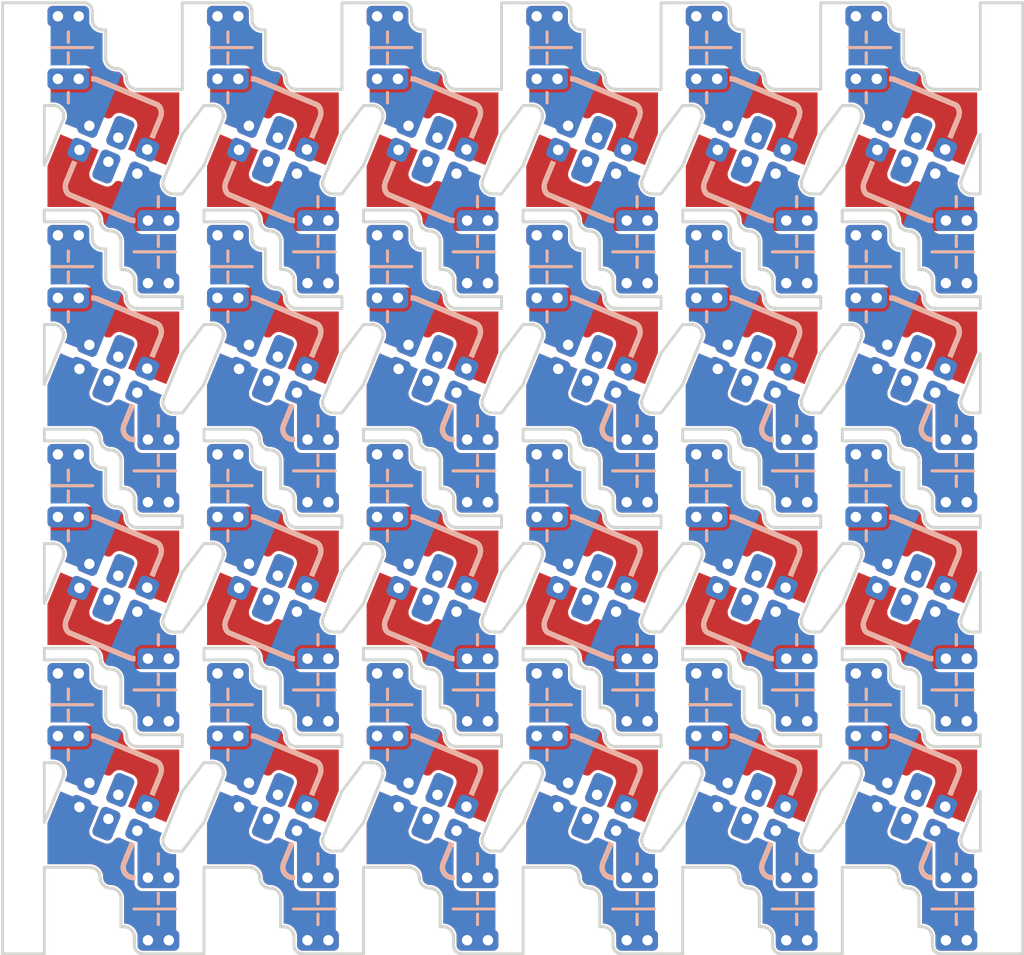
<source format=kicad_pcb>
(kicad_pcb (version 20171130) (host pcbnew 5.1.9+dfsg1-1+deb11u1)
  (layers (0 F.Cu signal) (31 B.Cu signal) (34 B.Paste user) (35 F.Paste user) (36 B.SilkS user) (37 F.SilkS user) (38 B.Mask user) (39 F.Mask user) (44 Edge.Cuts user))
  (net 0 "")
  (module yjoint:yjoint (layer F.Cu) (at 0 0)
    (fp_text reference "" (at 0 0) (layer F.SilkS) (effects (font (size 1.524 1.524))))
    (fp_text value "" (at 0 0) (layer F.SilkS) (effects (font (size 1.524 1.524))))
    (fp_poly (pts (xy 4.799707 0.30024) (xy 4.754072 0.302273) (xy 4.709616 0.308258) (xy 4.666511 0.31802) (xy 4.624932 0.331386) (xy 4.585051 0.348184) (xy 4.547041 0.368239) (xy 4.511077 0.391379) (xy 4.477331 0.417431) (xy 4.445977 0.446221) (xy 4.417187 0.477575) (xy 4.391135 0.511321) (xy 4.367995 0.547285) (xy 4.34794 0.585295) (xy 4.331142 0.625176) (xy 4.317776 0.666755) (xy 4.308014 0.70986) (xy 4.302029 0.754316) (xy 4.299996 0.799951) (xy 4.299996 1.79989) (xy 4.301858 1.843512) (xy 4.307342 1.88606) (xy 4.316296 1.927385) (xy 4.328568 1.967336) (xy 4.344005 2.005763) (xy 4.362455 2.042516) (xy 4.383766 2.077445) (xy 4.407784 2.1104) (xy 4.434359 2.14123) (xy 4.463337 2.169785) (xy 4.494566 2.195916) (xy 4.527894 2.219473) (xy 4.563168 2.240304) (xy 4.600236 2.25826) (xy 4.600236 6.028056) (xy 4.632517 6.020258) (xy 4.665176 6.013486) (xy 4.698246 6.007915) (xy 4.731756 6.003718) (xy 4.765739 6.001072) (xy 4.800224 6.000151) (xy 7.800041 6.000151) (xy 7.845569 6.001412) (xy 7.890415 6.005152) (xy 7.934511 6.011305) (xy 7.97779 6.019803) (xy 8.020187 6.03058) (xy 8.061635 6.04357) (xy 8.102067 6.058706) (xy 8.141416 6.075922) (xy 8.179617 6.095152) (xy 8.216603 6.116327) (xy 8.252306 6.139383) (xy 8.286662 6.164253) (xy 8.319603 6.19087) (xy 8.351063 6.219168) (xy 8.380975 6.24908) (xy 8.409272 6.28054) (xy 8.435889 6.31348) (xy 8.460759 6.347836) (xy 8.483815 6.38354) (xy 8.504991 6.420526) (xy 8.52422 6.458726) (xy 8.541436 6.498076) (xy 8.556572 6.538508) (xy 8.569562 6.579955) (xy 8.58034 6.622352) (xy 8.588838 6.665632) (xy 8.59499 6.709728) (xy 8.59873 6.754573) (xy 8.599992 6.800102) (xy 8.599992 7.800041) (xy 8.59873 7.84557) (xy 8.59499 7.890415) (xy 8.588838 7.934511) (xy 8.58034 7.977791) (xy 8.569562 8.020187) (xy 8.556572 8.061635) (xy 8.541436 8.102067) (xy 8.52422 8.141416) (xy 8.504991 8.179617) (xy 8.483815 8.216603) (xy 8.460759 8.252307) (xy 8.435889 8.286662) (xy 8.409272 8.319603) (xy 8.380975 8.351063) (xy 8.351063 8.380975) (xy 8.319603 8.409272) (xy 8.286662 8.435889) (xy 8.252306 8.460759) (xy 8.216603 8.483815) (xy 8.179617 8.504991) (xy 8.141416 8.52422) (xy 8.102067 8.541436) (xy 8.061635 8.556572) (xy 8.020187 8.569562) (xy 7.97779 8.58034) (xy 7.934511 8.588838) (xy 7.890415 8.59499) (xy 7.845569 8.59873) (xy 7.800041 8.599992) (xy 4.800224 8.599992) (xy 4.765739 8.599071) (xy 4.731756 8.596424) (xy 4.698246 8.592227) (xy 4.665176 8.586655) (xy 4.632517 8.579884) (xy 4.600236 8.572087) (xy 4.600236 9.551872) (xy 4.863786 9.551872) (xy 4.930428 9.553697) (xy 4.996353 9.559097) (xy 5.061468 9.567974) (xy 5.125682 9.580228) (xy 5.188903 9.595762) (xy 5.25104 9.614475) (xy 5.312 9.63627) (xy 5.371693 9.661047) (xy 5.430026 9.688707) (xy 5.486908 9.719152) (xy 5.542248 9.752283) (xy 5.595953 9.788001) (xy 5.647931 9.826207) (xy 5.698092 9.866802) (xy 5.746344 9.909688) (xy 5.792595 9.954765) (xy 5.836753 10.001935) (xy 5.878726 10.051098) (xy 5.918424 10.102157) (xy 5.955753 10.155012) (xy 5.990624 10.209564) (xy 6.022943 10.265715) (xy 6.05262 10.323365) (xy 6.079563 10.382416) (xy 6.103679 10.442769) (xy 6.124878 10.504326) (xy 6.143068 10.566986) (xy 6.158157 10.630652) (xy 6.170053 10.695224) (xy 6.178665 10.760604) (xy 6.183901 10.826693) (xy 6.185669 10.893392) (xy 6.184461 10.929225) (xy 6.181083 10.964689) (xy 6.175874 10.99985) (xy 6.169174 11.034773) (xy 6.161324 11.069523) (xy 6.152662 11.104166) (xy 6.143529 11.138766) (xy 6.134264 11.173389) (xy 6.125207 11.208101) (xy 5.967077 11.588956) (xy 7.16287 12.077816) (xy 7.165244 12.119147) (xy 7.170996 12.159915) (xy 7.180043 12.199918) (xy 7.192302 12.238955) (xy 7.207692 12.276827) (xy 7.226129 12.313331) (xy 7.247532 12.348267) (xy 7.271817 12.381435) (xy 7.298903 12.412633) (xy 7.328706 12.441661) (xy 7.361144 12.468317) (xy 7.396135 12.492402) (xy 7.433596 12.513713) (xy 7.473445 12.532051) (xy 8.39897 12.91084) (xy 8.440299 12.92572) (xy 8.482012 12.936803) (xy 8.523909 12.944173) (xy 8.56579 12.947916) (xy 8.607452 12.948115) (xy 8.648696 12.944855) (xy 8.689322 12.938221) (xy 8.729127 12.928296) (xy 8.767912 12.915166) (xy 8.805476 12.898914) (xy 8.841618 12.879626) (xy 8.876137 12.857386) (xy 8.908833 12.832278) (xy 8.939506 12.804386) (xy 8.976196 12.819376) (xy 9.050093 12.639542) (xy 9.051123 12.637442) (xy 9.118819 12.472078) (xy 11.424104 6.858467) (xy 11.397744 6.827885) (xy 11.369714 6.798866) (xy 11.340078 6.771489) (xy 11.308902 6.745836) (xy 11.276252 6.721989) (xy 11.242192 6.700028) (xy 11.20679 6.680034) (xy 11.170109 6.662089) (xy 11.132215 6.646273) (xy 11.093175 6.632668) (xy 11.053052 6.621354) (xy 11.011914 6.612412) (xy 10.969824 6.605924) (xy 10.92685 6.601971) (xy 10.883055 6.600634) (xy 10.816473 6.598926) (xy 10.750726 6.593867) (xy 10.685896 6.585541) (xy 10.622069 6.574032) (xy 10.559328 6.559423) (xy 10.497756 6.541798) (xy 10.437439 6.521242) (xy 10.378458 6.497838) (xy 10.3209 6.47167) (xy 10.264847 6.442822) (xy 10.210383 6.411378) (xy 10.157592 6.377422) (xy 10.106559 6.341037) (xy 10.057366 6.302308) (xy 10.010099 6.261319) (xy 9.96484 6.218153) (xy 9.921674 6.172894) (xy 9.880684 6.125627) (xy 9.841955 6.076434) (xy 9.805571 6.025401) (xy 9.771615 5.97261) (xy 9.740171 5.918146) (xy 9.711323 5.862093) (xy 9.685155 5.804534) (xy 9.661751 5.745554) (xy 9.641195 5.685236) (xy 9.62357 5.623665) (xy 9.608961 5.560924) (xy 9.597452 5.497096) (xy 9.589126 5.432267) (xy 9.584067 5.366519) (xy 9.582359 5.299938) (xy 9.582359 2.899564) (xy 9.521875 2.898189) (xy 9.462111 2.894085) (xy 9.403126 2.887314) (xy 9.34498 2.877936) (xy 9.287733 2.866012) (xy 9.231444 2.851601) (xy 9.176173 2.834765) (xy 9.12198 2.815565) (xy 9.068924 2.794059) (xy 9.017065 2.77031) (xy 8.966463 2.744376) (xy 8.917177 2.71632) (xy 8.869268 2.686201) (xy 8.822793 2.65408) (xy 8.777814 2.620017) (xy 8.73439 2.584073) (xy 8.692581 2.546309) (xy 8.652445 2.506784) (xy 8.614044 2.465559) (xy 8.577436 2.422695) (xy 8.542681 2.378252) (xy 8.50984 2.332291) (xy 8.47897 2.284872) (xy 8.450133 2.236055) (xy 8.423388 2.185902) (xy 8.398794 2.134472) (xy 8.376411 2.081826) (xy 8.356299 2.028025) (xy 8.338517 1.973128) (xy 8.323126 1.917197) (xy 8.310184 1.860292) (xy 8.299752 1.802474) (xy 8.299752 0.799951) (xy 8.297718 0.754316) (xy 8.291734 0.70986) (xy 8.281972 0.666755) (xy 8.268606 0.625176) (xy 8.251808 0.585295) (xy 8.231753 0.547285) (xy 8.208612 0.511321) (xy 8.182561 0.477575) (xy 8.153771 0.446221) (xy 8.122417 0.417431) (xy 8.088671 0.39138) (xy 8.052706 0.368239) (xy 8.014697 0.348184) (xy 7.974816 0.331386) (xy 7.933237 0.31802) (xy 7.890132 0.308258) (xy 7.845676 0.302273) (xy 7.800041 0.30024) (xy 4.799707 0.30024)) (layer B.Cu) (width 0.000001))
    (fp_poly (pts (xy 20.099548 0.30024) (xy 20.053913 0.302273) (xy 20.009456 0.308258) (xy 19.966352 0.31802) (xy 19.924772 0.331386) (xy 19.884891 0.348184) (xy 19.846882 0.368239) (xy 19.810918 0.391379) (xy 19.777172 0.417431) (xy 19.745817 0.446221) (xy 19.717028 0.477575) (xy 19.690976 0.511321) (xy 19.667836 0.547285) (xy 19.647781 0.585295) (xy 19.630983 0.625176) (xy 19.617617 0.666755) (xy 19.607855 0.70986) (xy 19.60187 0.754316) (xy 19.599837 0.799951) (xy 19.599837 1.79989) (xy 19.601699 1.843512) (xy 19.607183 1.88606) (xy 19.616137 1.927385) (xy 19.628409 1.967336) (xy 19.643846 2.005763) (xy 19.662296 2.042516) (xy 19.683607 2.077445) (xy 19.707625 2.1104) (xy 19.7342 2.14123) (xy 19.763178 2.169785) (xy 19.794407 2.195916) (xy 19.827735 2.219473) (xy 19.863009 2.240304) (xy 19.900077 2.25826) (xy 19.900077 6.028056) (xy 19.932357 6.020259) (xy 19.965016 6.013487) (xy 19.998086 6.007915) (xy 20.031597 6.003718) (xy 20.06558 6.001072) (xy 20.100065 6.000151) (xy 23.099882 6.000151) (xy 23.145411 6.001412) (xy 23.190256 6.005152) (xy 23.234352 6.011305) (xy 23.277632 6.019803) (xy 23.320029 6.03058) (xy 23.361476 6.04357) (xy 23.401908 6.058706) (xy 23.441257 6.075922) (xy 23.479458 6.095152) (xy 23.516444 6.116327) (xy 23.552148 6.139383) (xy 23.586503 6.164253) (xy 23.619444 6.19087) (xy 23.650904 6.219168) (xy 23.680816 6.24908) (xy 23.709114 6.28054) (xy 23.735731 6.31348) (xy 23.7606 6.347836) (xy 23.783656 6.38354) (xy 23.804832 6.420526) (xy 23.824061 6.458726) (xy 23.841277 6.498076) (xy 23.856413 6.538508) (xy 23.869403 6.579955) (xy 23.880181 6.622352) (xy 23.888679 6.665632) (xy 23.894831 6.709728) (xy 23.898571 6.754573) (xy 23.899833 6.800102) (xy 23.899833 7.800041) (xy 23.898571 7.84557) (xy 23.894831 7.890415) (xy 23.888679 7.934511) (xy 23.880181 7.977791) (xy 23.869403 8.020187) (xy 23.856413 8.061635) (xy 23.841277 8.102067) (xy 23.824061 8.141416) (xy 23.804832 8.179617) (xy 23.783656 8.216603) (xy 23.7606 8.252307) (xy 23.735731 8.286662) (xy 23.709114 8.319603) (xy 23.680816 8.351063) (xy 23.650904 8.380975) (xy 23.619444 8.409272) (xy 23.586503 8.435889) (xy 23.552148 8.460759) (xy 23.516444 8.483815) (xy 23.479458 8.504991) (xy 23.441257 8.52422) (xy 23.401908 8.541436) (xy 23.361476 8.556572) (xy 23.320029 8.569562) (xy 23.277632 8.58034) (xy 23.234352 8.588838) (xy 23.190256 8.59499) (xy 23.145411 8.59873) (xy 23.099882 8.599992) (xy 20.100065 8.599992) (xy 20.065581 8.599071) (xy 20.031599 8.596424) (xy 19.998088 8.592227) (xy 19.965018 8.586655) (xy 19.932358 8.579884) (xy 19.900077 8.572087) (xy 19.900077 9.551872) (xy 20.163627 9.551872) (xy 20.230269 9.553697) (xy 20.296194 9.559097) (xy 20.361309 9.567974) (xy 20.425523 9.580228) (xy 20.488744 9.595762) (xy 20.550881 9.614475) (xy 20.611841 9.63627) (xy 20.671534 9.661047) (xy 20.729867 9.688707) (xy 20.786749 9.719152) (xy 20.842089 9.752283) (xy 20.895794 9.788001) (xy 20.947773 9.826207) (xy 20.997934 9.866802) (xy 21.046185 9.909688) (xy 21.092436 9.954765) (xy 21.136594 10.001935) (xy 21.178567 10.051098) (xy 21.218265 10.102157) (xy 21.255595 10.155012) (xy 21.290465 10.209564) (xy 21.322785 10.265715) (xy 21.352461 10.323365) (xy 21.379404 10.382416) (xy 21.40352 10.442769) (xy 21.424719 10.504326) (xy 21.442909 10.566986) (xy 21.457998 10.630652) (xy 21.469894 10.695224) (xy 21.478506 10.760604) (xy 21.483742 10.826693) (xy 21.48551 10.893392) (xy 21.484302 10.929225) (xy 21.480924 10.964689) (xy 21.475716 10.99985) (xy 21.469017 11.034773) (xy 21.461166 11.069523) (xy 21.452505 11.104166) (xy 21.443372 11.138766) (xy 21.434107 11.173389) (xy 21.42505 11.208101) (xy 21.26692 11.588956) (xy 22.462712 12.077816) (xy 22.465092 12.119147) (xy 22.470847 12.159915) (xy 22.479897 12.199918) (xy 22.492158 12.238956) (xy 22.507548 12.276827) (xy 22.525984 12.313331) (xy 22.547386 12.348268) (xy 22.571669 12.381435) (xy 22.598753 12.412633) (xy 22.628554 12.441661) (xy 22.66099 12.468317) (xy 22.695979 12.492402) (xy 22.733439 12.513713) (xy 22.773288 12.532051) (xy 23.698813 12.91084) (xy 23.740142 12.92572) (xy 23.781855 12.936803) (xy 23.823752 12.944173) (xy 23.865632 12.947916) (xy 23.907295 12.948115) (xy 23.948539 12.944855) (xy 23.989164 12.938221) (xy 24.028969 12.928296) (xy 24.067754 12.915166) (xy 24.105318 12.898914) (xy 24.14146 12.879626) (xy 24.17598 12.857386) (xy 24.208676 12.832278) (xy 24.239348 12.804386) (xy 24.276038 12.819376) (xy 24.349938 12.639542) (xy 24.350938 12.637442) (xy 24.418638 12.472078) (xy 26.723923 6.858467) (xy 26.697572 6.82789) (xy 26.669548 6.798873) (xy 26.639918 6.771499) (xy 26.608746 6.745847) (xy 26.576098 6.722) (xy 26.542041 6.700038) (xy 26.506639 6.680043) (xy 26.469958 6.662096) (xy 26.432064 6.646279) (xy 26.393022 6.632671) (xy 26.352898 6.621355) (xy 26.311759 6.612412) (xy 26.269668 6.605923) (xy 26.226693 6.601969) (xy 26.182898 6.600631) (xy 26.116316 6.598923) (xy 26.050569 6.593864) (xy 25.985739 6.585538) (xy 25.921912 6.574029) (xy 25.85917 6.55942) (xy 25.797599 6.541795) (xy 25.737281 6.521239) (xy 25.678301 6.497835) (xy 25.620742 6.471667) (xy 25.564689 6.442819) (xy 25.510225 6.411375) (xy 25.457435 6.377419) (xy 25.406401 6.341034) (xy 25.357209 6.302305) (xy 25.309941 6.261316) (xy 25.264682 6.21815) (xy 25.221516 6.172891) (xy 25.180527 6.125624) (xy 25.141798 6.076431) (xy 25.105413 6.025398) (xy 25.071457 5.972607) (xy 25.040013 5.918143) (xy 25.011165 5.86209) (xy 24.984997 5.804531) (xy 24.961593 5.745551) (xy 24.941037 5.685234) (xy 24.923413 5.623662) (xy 24.908804 5.560921) (xy 24.897294 5.497093) (xy 24.888968 5.432264) (xy 24.88391 5.366517) (xy 24.882202 5.299935) (xy 24.882202 2.899564) (xy 24.821718 2.898189) (xy 24.761953 2.894085) (xy 24.702968 2.887314) (xy 24.644822 2.877936) (xy 24.587574 2.866012) (xy 24.531285 2.851601) (xy 24.476014 2.834765) (xy 24.421821 2.815565) (xy 24.368765 2.794059) (xy 24.316906 2.77031) (xy 24.266304 2.744376) (xy 24.217018 2.71632) (xy 24.169108 2.686201) (xy 24.122634 2.65408) (xy 24.077655 2.620017) (xy 24.034231 2.584073) (xy 23.992421 2.546309) (xy 23.952286 2.506784) (xy 23.913885 2.465559) (xy 23.877277 2.422695) (xy 23.842522 2.378252) (xy 23.80968 2.332291) (xy 23.778811 2.284872) (xy 23.749974 2.236055) (xy 23.723229 2.185902) (xy 23.698635 2.134472) (xy 23.676252 2.081826) (xy 23.65614 2.028025) (xy 23.638359 1.973128) (xy 23.622967 1.917197) (xy 23.610025 1.860292) (xy 23.599593 1.802474) (xy 23.599593 0.799951) (xy 23.59756 0.754316) (xy 23.591575 0.70986) (xy 23.581813 0.666755) (xy 23.568447 0.625176) (xy 23.551649 0.585295) (xy 23.531594 0.547285) (xy 23.508454 0.511321) (xy 23.482402 0.477575) (xy 23.453612 0.446221) (xy 23.422258 0.417431) (xy 23.388512 0.39138) (xy 23.352548 0.368239) (xy 23.314539 0.348184) (xy 23.274658 0.331386) (xy 23.233078 0.31802) (xy 23.189974 0.308258) (xy 23.145517 0.302273) (xy 23.099882 0.30024) (xy 20.099548 0.30024)) (layer B.Cu) (width 0.000001))
    (fp_poly (pts (xy 35.399905 0.30024) (xy 35.35427 0.302273) (xy 35.309814 0.308258) (xy 35.26671 0.31802) (xy 35.22513 0.331386) (xy 35.185249 0.348184) (xy 35.14724 0.368239) (xy 35.111276 0.391379) (xy 35.07753 0.417431) (xy 35.046175 0.446221) (xy 35.017386 0.477575) (xy 34.991334 0.511321) (xy 34.968194 0.547285) (xy 34.948138 0.585295) (xy 34.93134 0.625176) (xy 34.917974 0.666755) (xy 34.908212 0.70986) (xy 34.902227 0.754316) (xy 34.900194 0.799951) (xy 34.900194 1.79989) (xy 34.902056 1.843512) (xy 34.90754 1.88606) (xy 34.916495 1.927385) (xy 34.928766 1.967336) (xy 34.944204 2.005763) (xy 34.962654 2.042516) (xy 34.983964 2.077445) (xy 35.007983 2.1104) (xy 35.034558 2.14123) (xy 35.063536 2.169785) (xy 35.094765 2.195916) (xy 35.128093 2.219473) (xy 35.163368 2.240304) (xy 35.200436 2.25826) (xy 35.200436 6.028056) (xy 35.232715 6.020259) (xy 35.265375 6.013487) (xy 35.298444 6.007915) (xy 35.331955 6.003718) (xy 35.365938 6.001072) (xy 35.400424 6.000151) (xy 38.40024 6.000151) (xy 38.445769 6.001412) (xy 38.490614 6.005152) (xy 38.53471 6.011305) (xy 38.577989 6.019803) (xy 38.620386 6.03058) (xy 38.661834 6.04357) (xy 38.702266 6.058706) (xy 38.741615 6.075922) (xy 38.779816 6.095152) (xy 38.816802 6.116327) (xy 38.852506 6.139383) (xy 38.886861 6.164253) (xy 38.919802 6.19087) (xy 38.951262 6.219168) (xy 38.981174 6.24908) (xy 39.009472 6.28054) (xy 39.036089 6.31348) (xy 39.060959 6.347836) (xy 39.084015 6.38354) (xy 39.105191 6.420526) (xy 39.12442 6.458726) (xy 39.141636 6.498076) (xy 39.156772 6.538508) (xy 39.169762 6.579955) (xy 39.18054 6.622352) (xy 39.189038 6.665632) (xy 39.19519 6.709728) (xy 39.19893 6.754573) (xy 39.200192 6.800102) (xy 39.200192 7.800041) (xy 39.19893 7.84557) (xy 39.19519 7.890415) (xy 39.189038 7.934511) (xy 39.18054 7.977791) (xy 39.169762 8.020187) (xy 39.156772 8.061635) (xy 39.141636 8.102067) (xy 39.12442 8.141416) (xy 39.105191 8.179617) (xy 39.084015 8.216603) (xy 39.060959 8.252307) (xy 39.036089 8.286662) (xy 39.009472 8.319603) (xy 38.981174 8.351063) (xy 38.951262 8.380975) (xy 38.919802 8.409272) (xy 38.886861 8.435889) (xy 38.852506 8.460759) (xy 38.816802 8.483815) (xy 38.779816 8.504991) (xy 38.741615 8.52422) (xy 38.702266 8.541436) (xy 38.661834 8.556572) (xy 38.620386 8.569562) (xy 38.577989 8.58034) (xy 38.53471 8.588838) (xy 38.490614 8.59499) (xy 38.445769 8.59873) (xy 38.40024 8.599992) (xy 35.400424 8.599992) (xy 35.36594 8.599071) (xy 35.331958 8.596424) (xy 35.298447 8.592227) (xy 35.265377 8.586655) (xy 35.232717 8.579884) (xy 35.200436 8.572087) (xy 35.200436 9.551872) (xy 35.463984 9.551872) (xy 35.530627 9.553697) (xy 35.596551 9.559097) (xy 35.661666 9.567974) (xy 35.72588 9.580228) (xy 35.789102 9.595762) (xy 35.851238 9.614475) (xy 35.912199 9.63627) (xy 35.971892 9.661047) (xy 36.030225 9.688707) (xy 36.087107 9.719152) (xy 36.142446 9.752283) (xy 36.196151 9.788001) (xy 36.24813 9.826207) (xy 36.298291 9.866802) (xy 36.346543 9.909688) (xy 36.392793 9.954765) (xy 36.436951 10.001935) (xy 36.478925 10.051098) (xy 36.518623 10.102157) (xy 36.555952 10.155012) (xy 36.590823 10.209564) (xy 36.623142 10.265715) (xy 36.652819 10.323365) (xy 36.679762 10.382416) (xy 36.703879 10.442769) (xy 36.725078 10.504326) (xy 36.743267 10.566986) (xy 36.758356 10.630652) (xy 36.770252 10.695224) (xy 36.778864 10.760604) (xy 36.7841 10.826693) (xy 36.785869 10.893392) (xy 36.784661 10.929225) (xy 36.781283 10.964689) (xy 36.776075 10.99985) (xy 36.769376 11.034773) (xy 36.761525 11.069523) (xy 36.752864 11.104166) (xy 36.743731 11.138766) (xy 36.734466 11.173389) (xy 36.725409 11.208101) (xy 36.567278 11.588956) (xy 37.763073 12.077816) (xy 37.765453 12.119147) (xy 37.771208 12.159915) (xy 37.780257 12.199918) (xy 37.792518 12.238956) (xy 37.807908 12.276827) (xy 37.826344 12.313331) (xy 37.847745 12.348268) (xy 37.872028 12.381435) (xy 37.899111 12.412633) (xy 37.928912 12.441661) (xy 37.961348 12.468317) (xy 37.996337 12.492402) (xy 38.033797 12.513713) (xy 38.073646 12.532051) (xy 38.999172 12.91084) (xy 39.040501 12.92572) (xy 39.082214 12.936803) (xy 39.124111 12.944173) (xy 39.165991 12.947916) (xy 39.207654 12.948115) (xy 39.248898 12.944855) (xy 39.289523 12.938221) (xy 39.329329 12.928296) (xy 39.368114 12.915166) (xy 39.405678 12.898914) (xy 39.44182 12.879626) (xy 39.476339 12.857386) (xy 39.509035 12.832278) (xy 39.539707 12.804386) (xy 39.576397 12.819376) (xy 39.650297 12.639542) (xy 39.651397 12.637442) (xy 39.719097 12.472078) (xy 42.024382 6.858467) (xy 41.998017 6.82789) (xy 41.969982 6.798874) (xy 41.940341 6.7715) (xy 41.90916 6.745849) (xy 41.876505 6.722002) (xy 41.842442 6.700041) (xy 41.807035 6.680046) (xy 41.77035 6.662099) (xy 41.732453 6.646281) (xy 41.693409 6.632674) (xy 41.653284 6.621358) (xy 41.612144 6.612415) (xy 41.570053 6.605926) (xy 41.527077 6.601972) (xy 41.483282 6.600634) (xy 41.4167 6.598926) (xy 41.350953 6.593867) (xy 41.286123 6.585541) (xy 41.222296 6.574032) (xy 41.159555 6.559423) (xy 41.097983 6.541798) (xy 41.037665 6.521242) (xy 40.978685 6.497838) (xy 40.921126 6.47167) (xy 40.865073 6.442822) (xy 40.810609 6.411378) (xy 40.757819 6.377422) (xy 40.706785 6.341037) (xy 40.657593 6.302308) (xy 40.610325 6.261319) (xy 40.565067 6.218153) (xy 40.521901 6.172894) (xy 40.480911 6.125627) (xy 40.442183 6.076434) (xy 40.405798 6.025401) (xy 40.371842 5.97261) (xy 40.340398 5.918146) (xy 40.31155 5.862093) (xy 40.285382 5.804534) (xy 40.261978 5.745554) (xy 40.241422 5.685236) (xy 40.223798 5.623665) (xy 40.209189 5.560924) (xy 40.197679 5.497096) (xy 40.189353 5.432267) (xy 40.184295 5.366519) (xy 40.182587 5.299938) (xy 40.182587 2.899567) (xy 40.122102 2.898192) (xy 40.062338 2.894088) (xy 40.003352 2.887317) (xy 39.945206 2.877939) (xy 39.887959 2.866015) (xy 39.83167 2.851604) (xy 39.776399 2.834768) (xy 39.722206 2.815567) (xy 39.66915 2.794062) (xy 39.617291 2.770312) (xy 39.566689 2.744379) (xy 39.517403 2.716323) (xy 39.469493 2.686204) (xy 39.423018 2.654083) (xy 39.378039 2.62002) (xy 39.334615 2.584076) (xy 39.292806 2.546312) (xy 39.252671 2.506787) (xy 39.214269 2.465562) (xy 39.177661 2.422698) (xy 39.142907 2.378255) (xy 39.110065 2.332294) (xy 39.079196 2.284874) (xy 39.050358 2.236058) (xy 39.023613 2.185905) (xy 38.999019 2.134475) (xy 38.976636 2.081829) (xy 38.956524 2.028027) (xy 38.938743 1.973131) (xy 38.923351 1.9172) (xy 38.910409 1.860295) (xy 38.899977 1.802477) (xy 38.899977 0.799951) (xy 38.897944 0.754316) (xy 38.89196 0.70986) (xy 38.882198 0.666755) (xy 38.868831 0.625176) (xy 38.852034 0.585295) (xy 38.831978 0.547285) (xy 38.808838 0.511321) (xy 38.782787 0.477575) (xy 38.753997 0.446221) (xy 38.722643 0.417431) (xy 38.688897 0.39138) (xy 38.652933 0.368239) (xy 38.614923 0.348184) (xy 38.575042 0.331386) (xy 38.533463 0.31802) (xy 38.490359 0.308258) (xy 38.445902 0.302273) (xy 38.400267 0.30024) (xy 35.399905 0.30024)) (layer B.Cu) (width 0.000001))
    (fp_poly (pts (xy 50.699748 0.30024) (xy 50.654113 0.302273) (xy 50.609656 0.308258) (xy 50.566552 0.31802) (xy 50.524972 0.331386) (xy 50.485091 0.348184) (xy 50.447082 0.368239) (xy 50.411117 0.391379) (xy 50.377371 0.417431) (xy 50.346016 0.446221) (xy 50.317227 0.477575) (xy 50.291175 0.511321) (xy 50.268035 0.547285) (xy 50.247979 0.585295) (xy 50.231181 0.625176) (xy 50.217815 0.666755) (xy 50.208053 0.70986) (xy 50.202068 0.754316) (xy 50.200035 0.799951) (xy 50.200035 1.79989) (xy 50.201897 1.843512) (xy 50.207381 1.88606) (xy 50.216335 1.927385) (xy 50.228607 1.967336) (xy 50.244044 2.005763) (xy 50.262494 2.042516) (xy 50.283805 2.077445) (xy 50.307824 2.1104) (xy 50.334398 2.14123) (xy 50.363376 2.169785) (xy 50.394605 2.195916) (xy 50.427933 2.219473) (xy 50.463208 2.240304) (xy 50.500276 2.25826) (xy 50.500276 6.028056) (xy 50.532556 6.020259) (xy 50.565215 6.013487) (xy 50.598284 6.007915) (xy 50.631795 6.003718) (xy 50.665778 6.001072) (xy 50.700264 6.000151) (xy 53.700081 6.000151) (xy 53.74561 6.001412) (xy 53.790456 6.005152) (xy 53.834551 6.011305) (xy 53.877831 6.019803) (xy 53.920228 6.03058) (xy 53.961676 6.04357) (xy 54.002107 6.058706) (xy 54.041457 6.075922) (xy 54.079658 6.095152) (xy 54.116644 6.116327) (xy 54.152347 6.139383) (xy 54.186703 6.164253) (xy 54.219644 6.19087) (xy 54.251104 6.219168) (xy 54.281016 6.24908) (xy 54.309313 6.28054) (xy 54.33593 6.31348) (xy 54.3608 6.347836) (xy 54.383856 6.38354) (xy 54.405032 6.420526) (xy 54.424261 6.458726) (xy 54.441477 6.498076) (xy 54.456613 6.538508) (xy 54.469603 6.579955) (xy 54.480381 6.622352) (xy 54.488879 6.665632) (xy 54.495031 6.709728) (xy 54.498771 6.754573) (xy 54.500033 6.800102) (xy 54.500033 7.800041) (xy 54.498771 7.84557) (xy 54.495031 7.890415) (xy 54.488879 7.934511) (xy 54.480381 7.977791) (xy 54.469603 8.020187) (xy 54.456613 8.061635) (xy 54.441477 8.102067) (xy 54.424261 8.141416) (xy 54.405032 8.179617) (xy 54.383856 8.216603) (xy 54.3608 8.252307) (xy 54.33593 8.286662) (xy 54.309313 8.319603) (xy 54.281016 8.351063) (xy 54.251104 8.380975) (xy 54.219644 8.409272) (xy 54.186703 8.435889) (xy 54.152347 8.460759) (xy 54.116644 8.483815) (xy 54.079658 8.504991) (xy 54.041457 8.52422) (xy 54.002107 8.541436) (xy 53.961676 8.556572) (xy 53.920228 8.569562) (xy 53.877831 8.58034) (xy 53.834551 8.588838) (xy 53.790456 8.59499) (xy 53.74561 8.59873) (xy 53.700081 8.599992) (xy 50.700264 8.599992) (xy 50.66578 8.599071) (xy 50.631798 8.596424) (xy 50.598288 8.592227) (xy 50.565218 8.586655) (xy 50.532557 8.579884) (xy 50.500276 8.572087) (xy 50.500276 9.551872) (xy 50.763825 9.551872) (xy 50.830468 9.553697) (xy 50.896392 9.559097) (xy 50.961507 9.567974) (xy 51.025721 9.580228) (xy 51.088943 9.595762) (xy 51.151079 9.614475) (xy 51.21204 9.63627) (xy 51.271733 9.661047) (xy 51.330066 9.688707) (xy 51.386948 9.719152) (xy 51.442287 9.752283) (xy 51.495992 9.788001) (xy 51.547971 9.826207) (xy 51.598132 9.866802) (xy 51.646384 9.909688) (xy 51.692634 9.954765) (xy 51.736792 10.001935) (xy 51.778766 10.051098) (xy 51.818464 10.102157) (xy 51.855793 10.155012) (xy 51.890664 10.209564) (xy 51.922983 10.265715) (xy 51.95266 10.323365) (xy 51.979603 10.382416) (xy 52.00372 10.442769) (xy 52.024919 10.504326) (xy 52.043108 10.566986) (xy 52.058197 10.630652) (xy 52.070093 10.695224) (xy 52.078705 10.760604) (xy 52.083941 10.826693) (xy 52.08571 10.893392) (xy 52.084502 10.929225) (xy 52.081124 10.964689) (xy 52.075916 10.99985) (xy 52.069217 11.034773) (xy 52.061366 11.069523) (xy 52.052705 11.104166) (xy 52.043572 11.138766) (xy 52.034307 11.173389) (xy 52.02525 11.208101) (xy 51.867122 11.588956) (xy 53.062914 12.077816) (xy 53.065294 12.119147) (xy 53.071049 12.159915) (xy 53.080099 12.199918) (xy 53.092359 12.238956) (xy 53.107749 12.276827) (xy 53.126186 12.313331) (xy 53.147587 12.348268) (xy 53.17187 12.381435) (xy 53.198954 12.412633) (xy 53.228755 12.441661) (xy 53.261191 12.468317) (xy 53.296181 12.492402) (xy 53.333641 12.513713) (xy 53.37349 12.532051) (xy 54.299013 12.91084) (xy 54.340342 12.92572) (xy 54.382055 12.936803) (xy 54.423953 12.944173) (xy 54.465833 12.947916) (xy 54.507495 12.948115) (xy 54.54874 12.944855) (xy 54.589365 12.938221) (xy 54.62917 12.928296) (xy 54.667955 12.915166) (xy 54.705519 12.898914) (xy 54.741661 12.879626) (xy 54.776181 12.857386) (xy 54.808877 12.832278) (xy 54.839549 12.804386) (xy 54.876239 12.819376) (xy 54.950139 12.639542) (xy 54.951239 12.637442) (xy 55.018929 12.472078) (xy 57.324217 6.858467) (xy 57.297853 6.82789) (xy 57.269818 6.798874) (xy 57.240177 6.7715) (xy 57.208997 6.745849) (xy 57.176342 6.722002) (xy 57.142279 6.700041) (xy 57.106872 6.680046) (xy 57.070187 6.662099) (xy 57.03229 6.646281) (xy 56.993247 6.632674) (xy 56.953122 6.621358) (xy 56.911981 6.612415) (xy 56.86989 6.605926) (xy 56.826915 6.601972) (xy 56.78312 6.600634) (xy 56.716538 6.598926) (xy 56.650791 6.593867) (xy 56.585961 6.585541) (xy 56.522134 6.574032) (xy 56.459393 6.559423) (xy 56.397821 6.541798) (xy 56.337503 6.521242) (xy 56.278523 6.497838) (xy 56.220964 6.47167) (xy 56.164911 6.442822) (xy 56.110447 6.411378) (xy 56.057657 6.377422) (xy 56.006623 6.341037) (xy 55.957431 6.302308) (xy 55.910163 6.261319) (xy 55.864905 6.218153) (xy 55.821739 6.172894) (xy 55.780749 6.125627) (xy 55.742021 6.076434) (xy 55.705636 6.025401) (xy 55.67168 5.97261) (xy 55.640236 5.918146) (xy 55.611388 5.862093) (xy 55.58522 5.804534) (xy 55.561816 5.745554) (xy 55.54126 5.685236) (xy 55.523636 5.623665) (xy 55.509027 5.560924) (xy 55.497517 5.497096) (xy 55.489191 5.432267) (xy 55.484133 5.366519) (xy 55.482425 5.299938) (xy 55.482425 2.899567) (xy 55.42194 2.898192) (xy 55.362176 2.894088) (xy 55.30319 2.887317) (xy 55.245044 2.877939) (xy 55.187797 2.866015) (xy 55.131508 2.851604) (xy 55.076237 2.834768) (xy 55.022044 2.815567) (xy 54.968988 2.794062) (xy 54.917129 2.770312) (xy 54.866527 2.744379) (xy 54.817241 2.716323) (xy 54.769331 2.686204) (xy 54.722856 2.654083) (xy 54.677877 2.62002) (xy 54.634453 2.584076) (xy 54.592644 2.546312) (xy 54.552509 2.506787) (xy 54.514107 2.465562) (xy 54.477499 2.422698) (xy 54.442745 2.378255) (xy 54.409903 2.332294) (xy 54.379034 2.284874) (xy 54.350196 2.236058) (xy 54.323451 2.185905) (xy 54.298857 2.134475) (xy 54.276474 2.081829) (xy 54.256362 2.028027) (xy 54.238581 1.973131) (xy 54.223189 1.9172) (xy 54.210247 1.860295) (xy 54.199815 1.802477) (xy 54.199815 0.799951) (xy 54.197782 0.754316) (xy 54.191798 0.70986) (xy 54.182036 0.666755) (xy 54.168669 0.625176) (xy 54.151872 0.585295) (xy 54.131816 0.547285) (xy 54.108676 0.511321) (xy 54.082625 0.477575) (xy 54.053835 0.446221) (xy 54.022481 0.417431) (xy 53.988735 0.39138) (xy 53.952771 0.368239) (xy 53.914761 0.348184) (xy 53.87488 0.331386) (xy 53.833301 0.31802) (xy 53.790197 0.308258) (xy 53.74574 0.302273) (xy 53.700105 0.30024) (xy 50.699748 0.30024)) (layer B.Cu) (width 0.000001))
    (fp_poly (pts (xy 65.999589 0.30024) (xy 65.953954 0.302273) (xy 65.909497 0.308258) (xy 65.866393 0.31802) (xy 65.824813 0.331386) (xy 65.784932 0.348184) (xy 65.746923 0.368239) (xy 65.710959 0.391379) (xy 65.677213 0.417431) (xy 65.645858 0.446221) (xy 65.617069 0.477575) (xy 65.591017 0.511321) (xy 65.567877 0.547285) (xy 65.547822 0.585295) (xy 65.531024 0.625176) (xy 65.517658 0.666755) (xy 65.507896 0.70986) (xy 65.501911 0.754316) (xy 65.499878 0.799951) (xy 65.499878 1.79989) (xy 65.50174 1.843512) (xy 65.507224 1.88606) (xy 65.516178 1.927385) (xy 65.52845 1.967336) (xy 65.543887 2.005763) (xy 65.562337 2.042516) (xy 65.583647 2.077445) (xy 65.607665 2.1104) (xy 65.63424 2.14123) (xy 65.663218 2.169785) (xy 65.694447 2.195916) (xy 65.727774 2.219473) (xy 65.763049 2.240304) (xy 65.800117 2.25826) (xy 65.800117 6.028056) (xy 65.832397 6.020259) (xy 65.865056 6.013487) (xy 65.898126 6.007915) (xy 65.931637 6.003718) (xy 65.96562 6.001072) (xy 66.000105 6.000151) (xy 68.999922 6.000151) (xy 69.045451 6.001412) (xy 69.090296 6.005152) (xy 69.134392 6.011305) (xy 69.177672 6.019803) (xy 69.220069 6.03058) (xy 69.261516 6.04357) (xy 69.301948 6.058706) (xy 69.341297 6.075922) (xy 69.379498 6.095152) (xy 69.416484 6.116327) (xy 69.452188 6.139383) (xy 69.486543 6.164253) (xy 69.519484 6.19087) (xy 69.550944 6.219168) (xy 69.580856 6.24908) (xy 69.609154 6.28054) (xy 69.635771 6.31348) (xy 69.66064 6.347836) (xy 69.683696 6.38354) (xy 69.704872 6.420526) (xy 69.724101 6.458726) (xy 69.741317 6.498076) (xy 69.756453 6.538508) (xy 69.769443 6.579955) (xy 69.780221 6.622352) (xy 69.788719 6.665632) (xy 69.794871 6.709728) (xy 69.798611 6.754573) (xy 69.799873 6.800102) (xy 69.799873 7.800041) (xy 69.798611 7.84557) (xy 69.794871 7.890415) (xy 69.788719 7.934511) (xy 69.780221 7.977791) (xy 69.769443 8.020187) (xy 69.756453 8.061635) (xy 69.741317 8.102067) (xy 69.724101 8.141416) (xy 69.704872 8.179617) (xy 69.683696 8.216603) (xy 69.66064 8.252307) (xy 69.635771 8.286662) (xy 69.609154 8.319603) (xy 69.580856 8.351063) (xy 69.550944 8.380975) (xy 69.519484 8.409272) (xy 69.486543 8.435889) (xy 69.452188 8.460759) (xy 69.416484 8.483815) (xy 69.379498 8.504991) (xy 69.341297 8.52422) (xy 69.301948 8.541436) (xy 69.261516 8.556572) (xy 69.220069 8.569562) (xy 69.177672 8.58034) (xy 69.134392 8.588838) (xy 69.090296 8.59499) (xy 69.045451 8.59873) (xy 68.999922 8.599992) (xy 66.000105 8.599992) (xy 65.965621 8.599071) (xy 65.931639 8.596424) (xy 65.898129 8.592227) (xy 65.865059 8.586655) (xy 65.832398 8.579884) (xy 65.800117 8.572087) (xy 65.800117 9.551872) (xy 66.063668 9.551872) (xy 66.13031 9.553697) (xy 66.196235 9.559097) (xy 66.26135 9.567974) (xy 66.325564 9.580228) (xy 66.388785 9.595762) (xy 66.450921 9.614475) (xy 66.511882 9.63627) (xy 66.571574 9.661047) (xy 66.629907 9.688707) (xy 66.68679 9.719152) (xy 66.742129 9.752283) (xy 66.795834 9.788001) (xy 66.847813 9.826207) (xy 66.897974 9.866802) (xy 66.946225 9.909688) (xy 66.992476 9.954765) (xy 67.036634 10.001935) (xy 67.078607 10.051098) (xy 67.118305 10.102157) (xy 67.155635 10.155012) (xy 67.190505 10.209564) (xy 67.222825 10.265715) (xy 67.252502 10.323365) (xy 67.279444 10.382416) (xy 67.303561 10.442769) (xy 67.32476 10.504326) (xy 67.342949 10.566986) (xy 67.358038 10.630652) (xy 67.369934 10.695224) (xy 67.378546 10.760604) (xy 67.383782 10.826693) (xy 67.38555 10.893392) (xy 67.384342 10.929225) (xy 67.380964 10.964689) (xy 67.375756 10.99985) (xy 67.369057 11.034773) (xy 67.361206 11.069523) (xy 67.352545 11.104166) (xy 67.343412 11.138766) (xy 67.334147 11.173389) (xy 67.32509 11.208101) (xy 67.166962 11.588956) (xy 68.362754 12.077816) (xy 68.365134 12.119147) (xy 68.370889 12.159915) (xy 68.379939 12.199918) (xy 68.3922 12.238956) (xy 68.40759 12.276827) (xy 68.426026 12.313331) (xy 68.447428 12.348268) (xy 68.471711 12.381435) (xy 68.498795 12.412633) (xy 68.528596 12.441661) (xy 68.561032 12.468317) (xy 68.596021 12.492402) (xy 68.633481 12.513713) (xy 68.67333 12.532051) (xy 69.598853 12.91084) (xy 69.640182 12.92572) (xy 69.681895 12.936803) (xy 69.723793 12.944173) (xy 69.765673 12.947916) (xy 69.807335 12.948115) (xy 69.84858 12.944855) (xy 69.889205 12.938221) (xy 69.92901 12.928296) (xy 69.967795 12.915166) (xy 70.005359 12.898914) (xy 70.041501 12.879626) (xy 70.076021 12.857386) (xy 70.108717 12.832278) (xy 70.139389 12.804386) (xy 70.176079 12.819376) (xy 70.249979 12.639542) (xy 70.251079 12.637442) (xy 70.318779 12.472078) (xy 72.624065 6.858467) (xy 72.597699 6.82789) (xy 72.569663 6.798874) (xy 72.540022 6.7715) (xy 72.508841 6.745849) (xy 72.476185 6.722002) (xy 72.442121 6.700041) (xy 72.406714 6.680046) (xy 72.370029 6.662099) (xy 72.332132 6.646281) (xy 72.293089 6.632674) (xy 72.252964 6.621358) (xy 72.211823 6.612415) (xy 72.169733 6.605926) (xy 72.126757 6.601972) (xy 72.082963 6.600634) (xy 72.016381 6.598926) (xy 71.950633 6.593867) (xy 71.885804 6.585541) (xy 71.821976 6.574032) (xy 71.759235 6.559423) (xy 71.697663 6.541798) (xy 71.637345 6.521242) (xy 71.578365 6.497838) (xy 71.520806 6.47167) (xy 71.464753 6.442822) (xy 71.410289 6.411378) (xy 71.357498 6.377422) (xy 71.306465 6.341037) (xy 71.257272 6.302308) (xy 71.210004 6.261319) (xy 71.164746 6.218153) (xy 71.12158 6.172894) (xy 71.08059 6.125627) (xy 71.041861 6.076434) (xy 71.005477 6.025401) (xy 70.971521 5.97261) (xy 70.940077 5.918146) (xy 70.911229 5.862093) (xy 70.885061 5.804534) (xy 70.861657 5.745554) (xy 70.841101 5.685236) (xy 70.823476 5.623665) (xy 70.808868 5.560924) (xy 70.797358 5.497096) (xy 70.789032 5.432267) (xy 70.783973 5.366519) (xy 70.782266 5.299938) (xy 70.782266 2.899567) (xy 70.721782 2.898192) (xy 70.662017 2.894088) (xy 70.603032 2.887317) (xy 70.544886 2.877939) (xy 70.487639 2.866015) (xy 70.43135 2.851604) (xy 70.376079 2.834768) (xy 70.321885 2.815567) (xy 70.26883 2.794062) (xy 70.216971 2.770312) (xy 70.166368 2.744379) (xy 70.117083 2.716323) (xy 70.069173 2.686204) (xy 70.022698 2.654083) (xy 69.977719 2.62002) (xy 69.934295 2.584076) (xy 69.892486 2.546312) (xy 69.85235 2.506787) (xy 69.813949 2.465562) (xy 69.777341 2.422698) (xy 69.742586 2.378255) (xy 69.709744 2.332294) (xy 69.678875 2.284874) (xy 69.650038 2.236058) (xy 69.623292 2.185905) (xy 69.598698 2.134475) (xy 69.576316 2.081829) (xy 69.556203 2.028027) (xy 69.538422 1.973131) (xy 69.52303 1.9172) (xy 69.510088 1.860295) (xy 69.499656 1.802477) (xy 69.499656 0.799951) (xy 69.497623 0.754316) (xy 69.491639 0.70986) (xy 69.481877 0.666755) (xy 69.46851 0.625176) (xy 69.451713 0.585295) (xy 69.431657 0.547285) (xy 69.408517 0.511321) (xy 69.382465 0.477575) (xy 69.353676 0.446221) (xy 69.322321 0.417431) (xy 69.288576 0.39138) (xy 69.252611 0.368239) (xy 69.214602 0.348184) (xy 69.174721 0.331386) (xy 69.133142 0.31802) (xy 69.090037 0.308258) (xy 69.04558 0.302273) (xy 68.999945 0.30024) (xy 65.999589 0.30024)) (layer B.Cu) (width 0.000001))
    (fp_poly (pts (xy 81.299945 0.30024) (xy 81.25431 0.302273) (xy 81.209853 0.308258) (xy 81.166749 0.31802) (xy 81.12517 0.331386) (xy 81.085289 0.348184) (xy 81.047279 0.368239) (xy 81.011315 0.391379) (xy 80.977569 0.417431) (xy 80.946215 0.446221) (xy 80.917425 0.477575) (xy 80.891374 0.511321) (xy 80.868234 0.547285) (xy 80.848178 0.585295) (xy 80.831381 0.625176) (xy 80.818014 0.666755) (xy 80.808252 0.70986) (xy 80.802268 0.754316) (xy 80.800235 0.799951) (xy 80.800235 1.79989) (xy 80.802097 1.843512) (xy 80.807581 1.88606) (xy 80.816535 1.927385) (xy 80.828807 1.967336) (xy 80.844244 2.005763) (xy 80.862694 2.042516) (xy 80.884005 2.077445) (xy 80.908024 2.1104) (xy 80.934598 2.14123) (xy 80.963576 2.169785) (xy 80.994805 2.195916) (xy 81.028133 2.219473) (xy 81.063408 2.240304) (xy 81.100476 2.25826) (xy 81.100476 6.028056) (xy 81.132756 6.020259) (xy 81.165415 6.013487) (xy 81.198484 6.007915) (xy 81.231995 6.003718) (xy 81.265978 6.001072) (xy 81.300464 6.000151) (xy 84.300281 6.000151) (xy 84.34581 6.001412) (xy 84.390655 6.005152) (xy 84.434751 6.011305) (xy 84.47803 6.019803) (xy 84.520427 6.03058) (xy 84.561874 6.04357) (xy 84.602306 6.058706) (xy 84.641655 6.075922) (xy 84.679856 6.095152) (xy 84.716841 6.116327) (xy 84.752545 6.139383) (xy 84.786901 6.164253) (xy 84.819842 6.19087) (xy 84.851301 6.219168) (xy 84.881213 6.24908) (xy 84.909511 6.28054) (xy 84.936128 6.31348) (xy 84.960997 6.347836) (xy 84.984053 6.38354) (xy 85.005229 6.420526) (xy 85.024458 6.458726) (xy 85.041674 6.498076) (xy 85.05681 6.538508) (xy 85.0698 6.579955) (xy 85.080578 6.622352) (xy 85.089076 6.665632) (xy 85.095228 6.709728) (xy 85.098968 6.754573) (xy 85.10023 6.800102) (xy 85.10023 7.800041) (xy 85.098968 7.84557) (xy 85.095228 7.890415) (xy 85.089076 7.934511) (xy 85.080578 7.977791) (xy 85.0698 8.020187) (xy 85.05681 8.061635) (xy 85.041674 8.102067) (xy 85.024458 8.141416) (xy 85.005229 8.179617) (xy 84.984053 8.216603) (xy 84.960997 8.252307) (xy 84.936128 8.286662) (xy 84.909511 8.319603) (xy 84.881213 8.351063) (xy 84.851301 8.380975) (xy 84.819842 8.409272) (xy 84.786901 8.435889) (xy 84.752545 8.460759) (xy 84.716841 8.483815) (xy 84.679856 8.504991) (xy 84.641655 8.52422) (xy 84.602306 8.541436) (xy 84.561874 8.556572) (xy 84.520427 8.569562) (xy 84.47803 8.58034) (xy 84.434751 8.588838) (xy 84.390655 8.59499) (xy 84.34581 8.59873) (xy 84.300281 8.599992) (xy 81.300464 8.599992) (xy 81.26598 8.599071) (xy 81.231998 8.596424) (xy 81.198487 8.592227) (xy 81.165416 8.586655) (xy 81.132756 8.579884) (xy 81.100476 8.572087) (xy 81.100476 9.551872) (xy 81.364025 9.551872) (xy 81.430667 9.553697) (xy 81.496592 9.559097) (xy 81.561707 9.567974) (xy 81.625921 9.580228) (xy 81.689142 9.595762) (xy 81.751279 9.614475) (xy 81.812239 9.63627) (xy 81.871932 9.661047) (xy 81.930265 9.688707) (xy 81.987147 9.719152) (xy 82.042487 9.752283) (xy 82.096192 9.788001) (xy 82.14817 9.826207) (xy 82.198331 9.866802) (xy 82.246583 9.909688) (xy 82.292834 9.954765) (xy 82.336992 10.001935) (xy 82.378965 10.051098) (xy 82.418663 10.102157) (xy 82.455992 10.155012) (xy 82.490863 10.209564) (xy 82.523182 10.265715) (xy 82.552859 10.323365) (xy 82.579802 10.382416) (xy 82.603918 10.442769) (xy 82.625117 10.504326) (xy 82.643306 10.566986) (xy 82.658395 10.630652) (xy 82.670291 10.695224) (xy 82.678903 10.760604) (xy 82.684139 10.826693) (xy 82.685907 10.893392) (xy 82.684699 10.929225) (xy 82.681321 10.964689) (xy 82.676113 10.99985) (xy 82.669414 11.034773) (xy 82.661563 11.069523) (xy 82.652902 11.104166) (xy 82.643769 11.138766) (xy 82.634504 11.173389) (xy 82.625447 11.208101) (xy 82.467316 11.588956) (xy 83.663108 12.077816) (xy 83.665488 12.119147) (xy 83.671243 12.159915) (xy 83.680293 12.199918) (xy 83.692554 12.238956) (xy 83.707944 12.276827) (xy 83.72638 12.313331) (xy 83.747782 12.348268) (xy 83.772065 12.381435) (xy 83.799149 12.412633) (xy 83.82895 12.441661) (xy 83.861386 12.468317) (xy 83.896375 12.492402) (xy 83.933835 12.513713) (xy 83.973684 12.532051) (xy 84.89921 12.91084) (xy 84.940539 12.92572) (xy 84.982252 12.936803) (xy 85.02415 12.944173) (xy 85.06603 12.947916) (xy 85.107692 12.948115) (xy 85.148937 12.944855) (xy 85.189562 12.938221) (xy 85.229367 12.928296) (xy 85.268152 12.915166) (xy 85.305716 12.898914) (xy 85.341858 12.879626) (xy 85.376378 12.857386) (xy 85.409074 12.832278) (xy 85.439746 12.804386) (xy 85.476436 12.819376) (xy 85.550336 12.639542) (xy 85.550865 12.637442) (xy 85.618565 12.472078) (xy 87.923851 6.858467) (xy 87.8975 6.82789) (xy 87.86949 6.798874) (xy 87.839883 6.7715) (xy 87.808744 6.745849) (xy 87.776137 6.722002) (xy 87.742124 6.700041) (xy 87.706771 6.680046) (xy 87.67014 6.662099) (xy 87.632295 6.646281) (xy 87.593301 6.632674) (xy 87.55322 6.621358) (xy 87.512117 6.612415) (xy 87.470054 6.605926) (xy 87.427097 6.601972) (xy 87.383309 6.600634) (xy 87.316727 6.598926) (xy 87.25098 6.593867) (xy 87.18615 6.585541) (xy 87.122323 6.574032) (xy 87.059582 6.559423) (xy 86.99801 6.541798) (xy 86.937692 6.521242) (xy 86.878712 6.497838) (xy 86.821154 6.47167) (xy 86.7651 6.442822) (xy 86.710637 6.411378) (xy 86.657846 6.377422) (xy 86.606812 6.341037) (xy 86.55762 6.302308) (xy 86.510353 6.261319) (xy 86.465094 6.218153) (xy 86.421928 6.172894) (xy 86.380939 6.125627) (xy 86.34221 6.076434) (xy 86.305825 6.025401) (xy 86.271869 5.97261) (xy 86.240425 5.918146) (xy 86.211578 5.862093) (xy 86.18541 5.804534) (xy 86.162006 5.745554) (xy 86.14145 5.685236) (xy 86.123825 5.623665) (xy 86.109216 5.560924) (xy 86.097707 5.497096) (xy 86.089381 5.432267) (xy 86.084322 5.366519) (xy 86.082615 5.299938) (xy 86.082615 2.899567) (xy 86.02213 2.898192) (xy 85.962366 2.894088) (xy 85.90338 2.887317) (xy 85.845234 2.877939) (xy 85.787986 2.866015) (xy 85.731697 2.851604) (xy 85.676426 2.834768) (xy 85.622233 2.815567) (xy 85.569177 2.794062) (xy 85.517318 2.770312) (xy 85.466715 2.744379) (xy 85.417429 2.716323) (xy 85.369519 2.686204) (xy 85.323045 2.654083) (xy 85.278066 2.62002) (xy 85.234642 2.584076) (xy 85.192832 2.546312) (xy 85.152697 2.506787) (xy 85.114296 2.465562) (xy 85.077688 2.422698) (xy 85.042933 2.378255) (xy 85.010091 2.332294) (xy 84.979222 2.284874) (xy 84.950385 2.236058) (xy 84.92364 2.185905) (xy 84.899046 2.134475) (xy 84.876663 2.081829) (xy 84.856552 2.028027) (xy 84.83877 1.973131) (xy 84.823379 1.9172) (xy 84.810437 1.860295) (xy 84.800005 1.802477) (xy 84.800005 0.799951) (xy 84.797972 0.754316) (xy 84.791987 0.70986) (xy 84.782225 0.666755) (xy 84.768859 0.625176) (xy 84.752061 0.585295) (xy 84.732006 0.547285) (xy 84.708866 0.511321) (xy 84.682814 0.477575) (xy 84.654024 0.446221) (xy 84.62267 0.417431) (xy 84.588924 0.39138) (xy 84.55296 0.368239) (xy 84.514951 0.348184) (xy 84.47507 0.331386) (xy 84.43349 0.31802) (xy 84.390386 0.308258) (xy 84.345929 0.302273) (xy 84.300294 0.30024) (xy 81.299945 0.30024)) (layer B.Cu) (width 0.000001))
    (fp_poly (pts (xy 4.799707 6.299874) (xy 4.754072 6.301912) (xy 4.709615 6.307909) (xy 4.666511 6.317692) (xy 4.624931 6.331085) (xy 4.585051 6.347915) (xy 4.547041 6.368007) (xy 4.511077 6.391187) (xy 4.477331 6.41728) (xy 4.445977 6.446113) (xy 4.417187 6.47751) (xy 4.391135 6.511298) (xy 4.367995 6.547302) (xy 4.34794 6.585348) (xy 4.331142 6.625261) (xy 4.317776 6.666867) (xy 4.308014 6.709992) (xy 4.302029 6.754462) (xy 4.299996 6.800102) (xy 4.299996 7.800041) (xy 4.302029 7.845676) (xy 4.308014 7.890132) (xy 4.317776 7.933237) (xy 4.331142 7.974816) (xy 4.34794 8.014697) (xy 4.367995 8.052706) (xy 4.391135 8.088671) (xy 4.417187 8.122417) (xy 4.445977 8.153771) (xy 4.477331 8.182561) (xy 4.511077 8.208612) (xy 4.547041 8.231753) (xy 4.585051 8.251808) (xy 4.624931 8.268606) (xy 4.666511 8.281972) (xy 4.709615 8.291734) (xy 4.754072 8.297719) (xy 4.799707 8.299752) (xy 7.800041 8.299752) (xy 7.845676 8.297719) (xy 7.890132 8.291734) (xy 7.933237 8.281972) (xy 7.974816 8.268606) (xy 8.014697 8.251808) (xy 8.052706 8.231753) (xy 8.088671 8.208612) (xy 8.122417 8.182561) (xy 8.153771 8.153771) (xy 8.182561 8.122417) (xy 8.208612 8.088671) (xy 8.231753 8.052706) (xy 8.251808 8.014697) (xy 8.268606 7.974816) (xy 8.281972 7.933237) (xy 8.291734 7.890132) (xy 8.297718 7.845676) (xy 8.299752 7.800041) (xy 8.299752 6.800102) (xy 8.297718 6.754462) (xy 8.291734 6.709992) (xy 8.281972 6.666867) (xy 8.268606 6.625261) (xy 8.251808 6.585348) (xy 8.231753 6.547302) (xy 8.208612 6.511298) (xy 8.182561 6.47751) (xy 8.153771 6.446113) (xy 8.122417 6.41728) (xy 8.088671 6.391187) (xy 8.052706 6.368007) (xy 8.014697 6.347915) (xy 7.974816 6.331085) (xy 7.933237 6.317692) (xy 7.890132 6.307909) (xy 7.845676 6.301912) (xy 7.800041 6.299874) (xy 4.799707 6.299874)) (layer B.Cu) (width 0.000001))
    (fp_poly (pts (xy 20.099548 6.299874) (xy 20.053913 6.301912) (xy 20.009456 6.307909) (xy 19.966352 6.317692) (xy 19.924772 6.331085) (xy 19.884891 6.347915) (xy 19.846882 6.368007) (xy 19.810918 6.391187) (xy 19.777172 6.41728) (xy 19.745817 6.446113) (xy 19.717028 6.47751) (xy 19.690976 6.511298) (xy 19.667836 6.547302) (xy 19.647781 6.585348) (xy 19.630983 6.625261) (xy 19.617617 6.666867) (xy 19.607855 6.709992) (xy 19.60187 6.754462) (xy 19.599837 6.800102) (xy 19.599837 7.800041) (xy 19.60187 7.845676) (xy 19.607855 7.890132) (xy 19.617617 7.933237) (xy 19.630983 7.974816) (xy 19.647781 8.014697) (xy 19.667836 8.052706) (xy 19.690976 8.088671) (xy 19.717028 8.122417) (xy 19.745817 8.153771) (xy 19.777172 8.182561) (xy 19.810918 8.208612) (xy 19.846882 8.231753) (xy 19.884891 8.251808) (xy 19.924772 8.268606) (xy 19.966352 8.281972) (xy 20.009456 8.291734) (xy 20.053913 8.297719) (xy 20.099548 8.299752) (xy 23.099882 8.299752) (xy 23.145517 8.297719) (xy 23.189974 8.291734) (xy 23.233078 8.281972) (xy 23.274658 8.268606) (xy 23.314539 8.251808) (xy 23.352548 8.231753) (xy 23.388512 8.208612) (xy 23.422258 8.182561) (xy 23.453612 8.153771) (xy 23.482402 8.122417) (xy 23.508454 8.088671) (xy 23.531594 8.052706) (xy 23.551649 8.014697) (xy 23.568447 7.974816) (xy 23.581813 7.933237) (xy 23.591575 7.890132) (xy 23.59756 7.845676) (xy 23.599593 7.800041) (xy 23.599593 6.800102) (xy 23.59756 6.754462) (xy 23.591575 6.709992) (xy 23.581813 6.666867) (xy 23.568447 6.625261) (xy 23.551649 6.585348) (xy 23.531594 6.547302) (xy 23.508454 6.511298) (xy 23.482402 6.47751) (xy 23.453612 6.446113) (xy 23.422258 6.41728) (xy 23.388512 6.391187) (xy 23.352548 6.368007) (xy 23.314539 6.347915) (xy 23.274658 6.331085) (xy 23.233078 6.317692) (xy 23.189974 6.307909) (xy 23.145517 6.301912) (xy 23.099882 6.299874) (xy 20.099548 6.299874)) (layer B.Cu) (width 0.000001))
    (fp_poly (pts (xy 35.399905 6.299874) (xy 35.35427 6.301912) (xy 35.309814 6.307909) (xy 35.26671 6.317692) (xy 35.22513 6.331085) (xy 35.185249 6.347915) (xy 35.14724 6.368007) (xy 35.111276 6.391187) (xy 35.07753 6.41728) (xy 35.046175 6.446113) (xy 35.017386 6.47751) (xy 34.991334 6.511298) (xy 34.968194 6.547302) (xy 34.948138 6.585348) (xy 34.93134 6.625261) (xy 34.917974 6.666867) (xy 34.908212 6.709992) (xy 34.902227 6.754462) (xy 34.900194 6.800102) (xy 34.900194 7.800041) (xy 34.902227 7.845676) (xy 34.908212 7.890132) (xy 34.917974 7.933237) (xy 34.93134 7.974816) (xy 34.948138 8.014697) (xy 34.968194 8.052706) (xy 34.991334 8.088671) (xy 35.017386 8.122417) (xy 35.046175 8.153771) (xy 35.07753 8.182561) (xy 35.111276 8.208612) (xy 35.14724 8.231753) (xy 35.185249 8.251808) (xy 35.22513 8.268606) (xy 35.26671 8.281972) (xy 35.309814 8.291734) (xy 35.35427 8.297719) (xy 35.399905 8.299752) (xy 38.40024 8.299752) (xy 38.445875 8.297719) (xy 38.490332 8.291734) (xy 38.533437 8.281972) (xy 38.575016 8.268606) (xy 38.614897 8.251808) (xy 38.652906 8.231753) (xy 38.688871 8.208612) (xy 38.722616 8.182561) (xy 38.753971 8.153771) (xy 38.78276 8.122417) (xy 38.808812 8.088671) (xy 38.831952 8.052706) (xy 38.852008 8.014697) (xy 38.868805 7.974816) (xy 38.882172 7.933237) (xy 38.891934 7.890132) (xy 38.897918 7.845676) (xy 38.899951 7.800041) (xy 38.899951 6.800102) (xy 38.897918 6.754462) (xy 38.891934 6.709992) (xy 38.882172 6.666867) (xy 38.868805 6.625261) (xy 38.852008 6.585348) (xy 38.831952 6.547302) (xy 38.808812 6.511298) (xy 38.78276 6.47751) (xy 38.753971 6.446113) (xy 38.722616 6.41728) (xy 38.688871 6.391187) (xy 38.652906 6.368007) (xy 38.614897 6.347915) (xy 38.575016 6.331085) (xy 38.533437 6.317692) (xy 38.490332 6.307909) (xy 38.445875 6.301912) (xy 38.40024 6.299874) (xy 35.399905 6.299874)) (layer B.Cu) (width 0.000001))
    (fp_poly (pts (xy 50.699748 6.299874) (xy 50.654113 6.301912) (xy 50.609656 6.307909) (xy 50.566552 6.317692) (xy 50.524972 6.331085) (xy 50.485091 6.347915) (xy 50.447082 6.368007) (xy 50.411117 6.391187) (xy 50.377371 6.41728) (xy 50.346016 6.446113) (xy 50.317227 6.47751) (xy 50.291175 6.511298) (xy 50.268035 6.547302) (xy 50.247979 6.585348) (xy 50.231181 6.625261) (xy 50.217815 6.666867) (xy 50.208053 6.709992) (xy 50.202068 6.754462) (xy 50.200035 6.800102) (xy 50.200035 7.800041) (xy 50.202068 7.845676) (xy 50.208053 7.890132) (xy 50.217815 7.933237) (xy 50.231181 7.974816) (xy 50.247979 8.014697) (xy 50.268035 8.052706) (xy 50.291175 8.088671) (xy 50.317227 8.122417) (xy 50.346016 8.153771) (xy 50.377371 8.182561) (xy 50.411117 8.208612) (xy 50.447082 8.231753) (xy 50.485091 8.251808) (xy 50.524972 8.268606) (xy 50.566552 8.281972) (xy 50.609656 8.291734) (xy 50.654113 8.297719) (xy 50.699748 8.299752) (xy 53.700081 8.299752) (xy 53.745716 8.297719) (xy 53.790173 8.291734) (xy 53.833277 8.281972) (xy 53.874856 8.268606) (xy 53.914737 8.251808) (xy 53.952747 8.231753) (xy 53.988711 8.208612) (xy 54.022457 8.182561) (xy 54.053811 8.153771) (xy 54.082601 8.122417) (xy 54.108652 8.088671) (xy 54.131792 8.052706) (xy 54.151848 8.014697) (xy 54.168645 7.974816) (xy 54.182012 7.933237) (xy 54.191774 7.890132) (xy 54.197758 7.845676) (xy 54.199791 7.800041) (xy 54.199791 6.800102) (xy 54.197758 6.754462) (xy 54.191774 6.709992) (xy 54.182012 6.666867) (xy 54.168645 6.625261) (xy 54.151848 6.585348) (xy 54.131792 6.547302) (xy 54.108652 6.511298) (xy 54.082601 6.47751) (xy 54.053811 6.446113) (xy 54.022457 6.41728) (xy 53.988711 6.391187) (xy 53.952747 6.368007) (xy 53.914737 6.347915) (xy 53.874856 6.331085) (xy 53.833277 6.317692) (xy 53.790173 6.307909) (xy 53.745716 6.301912) (xy 53.700081 6.299874) (xy 50.699748 6.299874)) (layer B.Cu) (width 0.000001))
    (fp_poly (pts (xy 65.999589 6.299874) (xy 65.953954 6.301912) (xy 65.909497 6.307909) (xy 65.866393 6.317692) (xy 65.824813 6.331085) (xy 65.784932 6.347915) (xy 65.746923 6.368007) (xy 65.710959 6.391187) (xy 65.677213 6.41728) (xy 65.645858 6.446113) (xy 65.617069 6.47751) (xy 65.591017 6.511298) (xy 65.567877 6.547302) (xy 65.547822 6.585348) (xy 65.531024 6.625261) (xy 65.517658 6.666867) (xy 65.507896 6.709992) (xy 65.501911 6.754462) (xy 65.499878 6.800102) (xy 65.499878 7.800041) (xy 65.501911 7.845676) (xy 65.507896 7.890132) (xy 65.517658 7.933237) (xy 65.531024 7.974816) (xy 65.547822 8.014697) (xy 65.567877 8.052706) (xy 65.591017 8.088671) (xy 65.617069 8.122417) (xy 65.645858 8.153771) (xy 65.677213 8.182561) (xy 65.710959 8.208612) (xy 65.746923 8.231753) (xy 65.784932 8.251808) (xy 65.824813 8.268606) (xy 65.866393 8.281972) (xy 65.909497 8.291734) (xy 65.953954 8.297719) (xy 65.999589 8.299752) (xy 68.999922 8.299752) (xy 69.045557 8.297719) (xy 69.090014 8.291734) (xy 69.133118 8.281972) (xy 69.174697 8.268606) (xy 69.214578 8.251808) (xy 69.252588 8.231753) (xy 69.288552 8.208612) (xy 69.322298 8.182561) (xy 69.353652 8.153771) (xy 69.382442 8.122417) (xy 69.408493 8.088671) (xy 69.431633 8.052706) (xy 69.451689 8.014697) (xy 69.468486 7.974816) (xy 69.481853 7.933237) (xy 69.491615 7.890132) (xy 69.497599 7.845676) (xy 69.499632 7.800041) (xy 69.499632 6.800102) (xy 69.497599 6.754462) (xy 69.491615 6.709992) (xy 69.481853 6.666867) (xy 69.468486 6.625261) (xy 69.451689 6.585348) (xy 69.431633 6.547302) (xy 69.408493 6.511298) (xy 69.382442 6.47751) (xy 69.353652 6.446113) (xy 69.322298 6.41728) (xy 69.288552 6.391187) (xy 69.252588 6.368007) (xy 69.214578 6.347915) (xy 69.174697 6.331085) (xy 69.133118 6.317692) (xy 69.090014 6.307909) (xy 69.045557 6.301912) (xy 68.999922 6.299874) (xy 65.999589 6.299874)) (layer B.Cu) (width 0.000001))
    (fp_poly (pts (xy 81.299945 6.299874) (xy 81.25431 6.301912) (xy 81.209853 6.307909) (xy 81.166749 6.317692) (xy 81.12517 6.331085) (xy 81.085289 6.347915) (xy 81.047279 6.368007) (xy 81.011315 6.391187) (xy 80.977569 6.41728) (xy 80.946215 6.446113) (xy 80.917425 6.47751) (xy 80.891374 6.511298) (xy 80.868234 6.547302) (xy 80.848178 6.585348) (xy 80.831381 6.625261) (xy 80.818014 6.666867) (xy 80.808252 6.709992) (xy 80.802268 6.754462) (xy 80.800235 6.800102) (xy 80.800235 7.800041) (xy 80.802268 7.845676) (xy 80.808252 7.890132) (xy 80.818014 7.933237) (xy 80.831381 7.974816) (xy 80.848178 8.014697) (xy 80.868234 8.052706) (xy 80.891374 8.088671) (xy 80.917425 8.122417) (xy 80.946215 8.153771) (xy 80.977569 8.182561) (xy 81.011315 8.208612) (xy 81.047279 8.231753) (xy 81.085289 8.251808) (xy 81.12517 8.268606) (xy 81.166749 8.281972) (xy 81.209853 8.291734) (xy 81.25431 8.297719) (xy 81.299945 8.299752) (xy 84.300281 8.299752) (xy 84.345916 8.297719) (xy 84.390373 8.291734) (xy 84.433477 8.281972) (xy 84.475056 8.268606) (xy 84.514937 8.251808) (xy 84.552947 8.231753) (xy 84.588911 8.208612) (xy 84.622657 8.182561) (xy 84.654011 8.153771) (xy 84.682801 8.122417) (xy 84.708852 8.088671) (xy 84.731992 8.052706) (xy 84.752048 8.014697) (xy 84.768845 7.974816) (xy 84.782212 7.933237) (xy 84.791974 7.890132) (xy 84.797958 7.845676) (xy 84.799991 7.800041) (xy 84.799991 6.800102) (xy 84.797958 6.754462) (xy 84.791974 6.709992) (xy 84.782212 6.666867) (xy 84.768845 6.625261) (xy 84.752048 6.585348) (xy 84.731992 6.547302) (xy 84.708852 6.511298) (xy 84.682801 6.47751) (xy 84.654011 6.446113) (xy 84.622657 6.41728) (xy 84.588911 6.391187) (xy 84.552947 6.368007) (xy 84.514937 6.347915) (xy 84.475056 6.331085) (xy 84.433477 6.317692) (xy 84.390373 6.307909) (xy 84.345916 6.301912) (xy 84.300281 6.299874) (xy 81.299945 6.299874)) (layer B.Cu) (width 0.000001))
    (fp_poly (pts (xy 11.190531 10.858252) (xy 11.148984 10.860435) (xy 11.107996 10.866027) (xy 11.06777 10.874946) (xy 11.028509 10.887108) (xy 10.990417 10.902431) (xy 10.953696 10.920831) (xy 10.91855 10.942224) (xy 10.885183 10.966529) (xy 10.853798 10.993661) (xy 10.824597 11.023538) (xy 10.797785 11.056076) (xy 10.773565 11.091192) (xy 10.752139 11.128804) (xy 10.733712 11.168827) (xy 9.976135 13.019877) (xy 9.960735 13.062886) (xy 9.94944 13.106308) (xy 9.942155 13.149915) (xy 9.938786 13.193481) (xy 9.939237 13.236779) (xy 9.943413 13.279582) (xy 9.951219 13.321663) (xy 9.96256 13.362795) (xy 9.977342 13.402752) (xy 9.995468 13.441306) (xy 10.016845 13.478231) (xy 10.041377 13.5133) (xy 10.068969 13.546286) (xy 10.099526 13.576963) (xy 10.132953 13.605102) (xy 10.169155 13.630478) (xy 10.208037 13.652864) (xy 10.249504 13.672033) (xy 11.175028 14.050822) (xy 11.218037 14.066222) (xy 11.261459 14.077517) (xy 11.305067 14.084802) (xy 11.348633 14.088172) (xy 11.39193 14.087721) (xy 11.434733 14.083545) (xy 11.476814 14.075739) (xy 11.517947 14.064398) (xy 11.557903 14.049616) (xy 11.596458 14.03149) (xy 11.633383 14.010113) (xy 11.668452 13.985581) (xy 11.701438 13.957989) (xy 11.732114 13.927432) (xy 11.760254 13.894005) (xy 11.78563 13.857803) (xy 11.808016 13.818921) (xy 11.827185 13.777454) (xy 12.584762 11.926404) (xy 12.600162 11.883395) (xy 12.611457 11.839973) (xy 12.618742 11.796365) (xy 12.622111 11.752799) (xy 12.621661 11.709502) (xy 12.617485 11.666699) (xy 12.609679 11.624618) (xy 12.598337 11.583485) (xy 12.583556 11.543529) (xy 12.565429 11.504974) (xy 12.544053 11.468049) (xy 12.519521 11.43298) (xy 12.491929 11.399994) (xy 12.461372 11.369318) (xy 12.427945 11.341178) (xy 12.391743 11.315802) (xy 12.35286 11.293416) (xy 12.311393 11.274247) (xy 11.385868 10.895459) (xy 11.347178 10.881452) (xy 11.30813 10.870834) (xy 11.268894 10.863499) (xy 11.229637 10.85934) (xy 11.190531 10.858249) (xy 11.190531 10.858252)) (layer B.Cu) (width 0.000001))
    (fp_poly (pts (xy 26.490373 10.858252) (xy 26.448826 10.860435) (xy 26.407838 10.866027) (xy 26.367612 10.874946) (xy 26.328351 10.887108) (xy 26.290258 10.902431) (xy 26.253538 10.920831) (xy 26.218392 10.942224) (xy 26.185024 10.966529) (xy 26.153639 10.993661) (xy 26.124438 11.023538) (xy 26.097626 11.056076) (xy 26.073406 11.091192) (xy 26.05198 11.128804) (xy 26.033553 11.168827) (xy 25.275976 13.019877) (xy 25.260576 13.062886) (xy 25.249281 13.106308) (xy 25.241996 13.149915) (xy 25.238627 13.193481) (xy 25.239078 13.236779) (xy 25.243254 13.279582) (xy 25.25106 13.321663) (xy 25.262401 13.362795) (xy 25.277182 13.402752) (xy 25.295309 13.441306) (xy 25.316686 13.478231) (xy 25.341217 13.5133) (xy 25.368809 13.546286) (xy 25.399366 13.576963) (xy 25.432793 13.605102) (xy 25.468995 13.630478) (xy 25.507878 13.652864) (xy 25.549345 13.672033) (xy 26.47487 14.050822) (xy 26.517879 14.066222) (xy 26.561301 14.077517) (xy 26.604908 14.084802) (xy 26.648474 14.088172) (xy 26.691772 14.087721) (xy 26.734575 14.083545) (xy 26.776655 14.075739) (xy 26.817788 14.064398) (xy 26.857744 14.049616) (xy 26.896299 14.03149) (xy 26.933224 14.010113) (xy 26.968293 13.985581) (xy 27.001279 13.957989) (xy 27.031955 13.927432) (xy 27.060095 13.894005) (xy 27.085471 13.857803) (xy 27.107857 13.818921) (xy 27.127026 13.777454) (xy 27.884603 11.926404) (xy 27.900003 11.883395) (xy 27.911298 11.839973) (xy 27.918583 11.796365) (xy 27.921953 11.752799) (xy 27.921502 11.709502) (xy 27.917326 11.666699) (xy 27.90952 11.624618) (xy 27.898179 11.583485) (xy 27.883397 11.543529) (xy 27.865271 11.504974) (xy 27.843894 11.468049) (xy 27.819362 11.43298) (xy 27.79177 11.399994) (xy 27.761213 11.369318) (xy 27.727786 11.341178) (xy 27.691584 11.315802) (xy 27.652701 11.293416) (xy 27.611234 11.274247) (xy 26.68571 10.895459) (xy 26.64702 10.881452) (xy 26.607972 10.870834) (xy 26.568736 10.863499) (xy 26.529479 10.85934) (xy 26.490373 10.858249) (xy 26.490373 10.858252)) (layer B.Cu) (width 0.000001))
    (fp_poly (pts (xy 41.79073 10.858252) (xy 41.749183 10.860435) (xy 41.708195 10.866027) (xy 41.667969 10.874946) (xy 41.628708 10.887108) (xy 41.590616 10.902431) (xy 41.553895 10.920831) (xy 41.51875 10.942224) (xy 41.485382 10.966529) (xy 41.453997 10.993661) (xy 41.424797 11.023538) (xy 41.397984 11.056076) (xy 41.373764 11.091192) (xy 41.352338 11.128804) (xy 41.333911 11.168827) (xy 40.576335 13.019877) (xy 40.560935 13.062886) (xy 40.54964 13.106308) (xy 40.542356 13.149915) (xy 40.538987 13.193481) (xy 40.539438 13.236779) (xy 40.543614 13.279582) (xy 40.551421 13.321663) (xy 40.562763 13.362795) (xy 40.577544 13.402752) (xy 40.595671 13.441306) (xy 40.617048 13.478231) (xy 40.64158 13.5133) (xy 40.669172 13.546286) (xy 40.699728 13.576963) (xy 40.733155 13.605102) (xy 40.769356 13.630478) (xy 40.808236 13.652864) (xy 40.849702 13.672033) (xy 41.775228 14.050822) (xy 41.818237 14.066222) (xy 41.861659 14.077517) (xy 41.905267 14.084802) (xy 41.948833 14.088172) (xy 41.99213 14.087721) (xy 42.034933 14.083545) (xy 42.077014 14.075739) (xy 42.118146 14.064398) (xy 42.158103 14.049616) (xy 42.196657 14.03149) (xy 42.233582 14.010113) (xy 42.268651 13.985581) (xy 42.301637 13.957989) (xy 42.332313 13.927432) (xy 42.360453 13.894005) (xy 42.385829 13.857803) (xy 42.408215 13.818921) (xy 42.427384 13.777454) (xy 43.18496 11.926404) (xy 43.200361 11.883395) (xy 43.211656 11.839973) (xy 43.21894 11.796365) (xy 43.222309 11.752799) (xy 43.221858 11.709502) (xy 43.217682 11.666699) (xy 43.209875 11.624618) (xy 43.198533 11.583485) (xy 43.183751 11.543529) (xy 43.165624 11.504974) (xy 43.144247 11.468049) (xy 43.119715 11.43298) (xy 43.092123 11.399994) (xy 43.061567 11.369318) (xy 43.02814 11.341178) (xy 42.991939 11.315802) (xy 42.953058 11.293416) (xy 42.911592 11.274247) (xy 41.986067 10.895459) (xy 41.947377 10.881452) (xy 41.908329 10.870834) (xy 41.869093 10.863499) (xy 41.829836 10.85934) (xy 41.79073 10.858249) (xy 41.79073 10.858252)) (layer B.Cu) (width 0.000001))
    (fp_poly (pts (xy 57.090571 10.858252) (xy 57.049024 10.860435) (xy 57.008036 10.866027) (xy 56.96781 10.874946) (xy 56.928549 10.887108) (xy 56.890457 10.902431) (xy 56.853736 10.920831) (xy 56.818591 10.942224) (xy 56.785223 10.966529) (xy 56.753838 10.993661) (xy 56.724638 11.023538) (xy 56.697825 11.056076) (xy 56.673605 11.091192) (xy 56.652179 11.128804) (xy 56.633752 11.168827) (xy 55.876176 13.019877) (xy 55.860776 13.062886) (xy 55.84948 13.106308) (xy 55.842195 13.149915) (xy 55.838825 13.193481) (xy 55.839275 13.236779) (xy 55.84345 13.279582) (xy 55.851256 13.321663) (xy 55.862597 13.362795) (xy 55.877378 13.402752) (xy 55.895504 13.441306) (xy 55.91688 13.478231) (xy 55.941412 13.5133) (xy 55.969004 13.546286) (xy 55.999561 13.576963) (xy 56.032989 13.605102) (xy 56.069191 13.630478) (xy 56.108075 13.652864) (xy 56.149543 13.672033) (xy 57.075069 14.050822) (xy 57.118078 14.066222) (xy 57.1615 14.077517) (xy 57.205107 14.084802) (xy 57.248673 14.088172) (xy 57.291971 14.087721) (xy 57.334774 14.083545) (xy 57.376854 14.075739) (xy 57.417987 14.064398) (xy 57.457943 14.049616) (xy 57.496497 14.03149) (xy 57.533423 14.010113) (xy 57.568491 13.985581) (xy 57.601477 13.957989) (xy 57.632154 13.927432) (xy 57.660293 13.894005) (xy 57.685669 13.857803) (xy 57.708055 13.818921) (xy 57.727224 13.777454) (xy 58.484801 11.926404) (xy 58.500202 11.883395) (xy 58.511497 11.839973) (xy 58.518782 11.796365) (xy 58.522152 11.752799) (xy 58.521702 11.709502) (xy 58.517527 11.666699) (xy 58.509721 11.624618) (xy 58.498381 11.583485) (xy 58.4836 11.543529) (xy 58.465473 11.504974) (xy 58.444097 11.468049) (xy 58.419565 11.43298) (xy 58.391973 11.399994) (xy 58.361416 11.369318) (xy 58.327988 11.341178) (xy 58.291785 11.315802) (xy 58.252902 11.293416) (xy 58.211433 11.274247) (xy 57.285907 10.895459) (xy 57.247217 10.881452) (xy 57.20817 10.870834) (xy 57.168933 10.863499) (xy 57.129677 10.85934) (xy 57.090571 10.858249) (xy 57.090571 10.858252)) (layer B.Cu) (width 0.000001))
    (fp_poly (pts (xy 72.390414 10.858252) (xy 72.348867 10.860435) (xy 72.307878 10.866027) (xy 72.267652 10.874946) (xy 72.22839 10.887108) (xy 72.190298 10.902431) (xy 72.153577 10.920831) (xy 72.118431 10.942224) (xy 72.085064 10.966529) (xy 72.053678 10.993661) (xy 72.024478 11.023538) (xy 71.997665 11.056076) (xy 71.973445 11.091192) (xy 71.952019 11.128804) (xy 71.933592 11.168827) (xy 71.176016 13.019877) (xy 71.160616 13.062886) (xy 71.149321 13.106308) (xy 71.142035 13.149915) (xy 71.138665 13.193481) (xy 71.139116 13.236779) (xy 71.143291 13.279582) (xy 71.151096 13.321663) (xy 71.162437 13.362795) (xy 71.177218 13.402752) (xy 71.195344 13.441306) (xy 71.216721 13.478231) (xy 71.241252 13.5133) (xy 71.268844 13.546286) (xy 71.299402 13.576963) (xy 71.332829 13.605102) (xy 71.369032 13.630478) (xy 71.407915 13.652864) (xy 71.449384 13.672033) (xy 72.374909 14.050822) (xy 72.417918 14.066222) (xy 72.46134 14.077517) (xy 72.504948 14.084802) (xy 72.548514 14.088172) (xy 72.591811 14.087721) (xy 72.634614 14.083545) (xy 72.676695 14.075739) (xy 72.717827 14.064398) (xy 72.757784 14.049616) (xy 72.796338 14.03149) (xy 72.833263 14.010113) (xy 72.868332 13.985581) (xy 72.901318 13.957989) (xy 72.931995 13.927432) (xy 72.960134 13.894005) (xy 72.98551 13.857803) (xy 73.007896 13.818921) (xy 73.027065 13.777454) (xy 73.784644 11.926404) (xy 73.800044 11.883395) (xy 73.811339 11.839973) (xy 73.818623 11.796365) (xy 73.821992 11.752799) (xy 73.821541 11.709502) (xy 73.817365 11.666699) (xy 73.809558 11.624618) (xy 73.798216 11.583485) (xy 73.783434 11.543529) (xy 73.765307 11.504974) (xy 73.74393 11.468049) (xy 73.719398 11.43298) (xy 73.691806 11.399994) (xy 73.661249 11.369318) (xy 73.627823 11.341178) (xy 73.591621 11.315802) (xy 73.55274 11.293416) (xy 73.511274 11.274247) (xy 72.585751 10.895459) (xy 72.547061 10.881452) (xy 72.508013 10.870834) (xy 72.468777 10.863499) (xy 72.42952 10.85934) (xy 72.390414 10.858249) (xy 72.390414 10.858252)) (layer B.Cu) (width 0.000001))
    (fp_poly (pts (xy 87.690771 10.858252) (xy 87.649224 10.860435) (xy 87.608236 10.866027) (xy 87.56801 10.874946) (xy 87.528749 10.887108) (xy 87.490656 10.902431) (xy 87.453935 10.920831) (xy 87.418789 10.942224) (xy 87.385422 10.966529) (xy 87.354037 10.993661) (xy 87.324836 11.023538) (xy 87.298024 11.056076) (xy 87.273804 11.091192) (xy 87.252379 11.128804) (xy 87.233952 11.168827) (xy 86.476375 13.019877) (xy 86.460975 13.062886) (xy 86.44968 13.106308) (xy 86.442394 13.149915) (xy 86.439024 13.193481) (xy 86.439475 13.236779) (xy 86.44365 13.279582) (xy 86.451455 13.321663) (xy 86.462796 13.362795) (xy 86.477577 13.402752) (xy 86.495703 13.441306) (xy 86.51708 13.478231) (xy 86.541611 13.5133) (xy 86.569203 13.546286) (xy 86.599761 13.576963) (xy 86.633188 13.605102) (xy 86.669391 13.630478) (xy 86.708274 13.652864) (xy 86.749743 13.672033) (xy 87.675269 14.050822) (xy 87.718278 14.066222) (xy 87.761699 14.077517) (xy 87.805306 14.084802) (xy 87.848872 14.088172) (xy 87.89217 14.087721) (xy 87.934972 14.083545) (xy 87.977053 14.075739) (xy 88.018185 14.064398) (xy 88.058142 14.049616) (xy 88.096697 14.03149) (xy 88.133622 14.010113) (xy 88.168691 13.985581) (xy 88.201677 13.957989) (xy 88.232353 13.927432) (xy 88.260493 13.894005) (xy 88.285869 13.857803) (xy 88.308255 13.818921) (xy 88.327424 13.777454) (xy 89.085 11.926404) (xy 89.1004 11.883395) (xy 89.111696 11.839973) (xy 89.118981 11.796365) (xy 89.122351 11.752799) (xy 89.121901 11.709502) (xy 89.117726 11.666699) (xy 89.10992 11.624618) (xy 89.098579 11.583485) (xy 89.083798 11.543529) (xy 89.065672 11.504974) (xy 89.044296 11.468049) (xy 89.019764 11.43298) (xy 88.992172 11.399994) (xy 88.961615 11.369318) (xy 88.928187 11.341178) (xy 88.891985 11.315802) (xy 88.853101 11.293416) (xy 88.811633 11.274247) (xy 87.886107 10.895459) (xy 87.847417 10.881452) (xy 87.808369 10.870834) (xy 87.769133 10.863499) (xy 87.729877 10.85934) (xy 87.690771 10.858249) (xy 87.690771 10.858252)) (layer B.Cu) (width 0.000001))
    (fp_poly (pts (xy 13.585734 12.921692) (xy 13.544187 12.923882) (xy 13.503199 12.929496) (xy 13.462973 12.938447) (xy 13.423712 12.950651) (xy 13.385619 12.966022) (xy 13.348898 12.984474) (xy 13.313752 13.005923) (xy 13.280385 13.030282) (xy 13.249 13.057467) (xy 13.219799 13.087392) (xy 13.192987 13.119972) (xy 13.168767 13.155121) (xy 13.147341 13.192753) (xy 13.128914 13.232784) (xy 12.750126 14.158309) (xy 12.734726 14.201314) (xy 12.723431 14.244722) (xy 12.716146 14.288309) (xy 12.712776 14.331848) (xy 12.713227 14.375114) (xy 12.717403 14.41788) (xy 12.725209 14.459921) (xy 12.73655 14.501011) (xy 12.751332 14.540925) (xy 12.769458 14.579437) (xy 12.790835 14.61632) (xy 12.815367 14.651349) (xy 12.842959 14.684299) (xy 12.873516 14.714943) (xy 12.906943 14.743056) (xy 12.943145 14.768411) (xy 12.982028 14.790784) (xy 13.023495 14.809948) (xy 13.949019 15.188737) (xy 13.992028 15.204137) (xy 14.03545 15.215432) (xy 14.079058 15.222717) (xy 14.122624 15.226087) (xy 14.165921 15.225636) (xy 14.208724 15.22146) (xy 14.250805 15.213654) (xy 14.291938 15.202313) (xy 14.331894 15.187531) (xy 14.370449 15.169405) (xy 14.407374 15.148028) (xy 14.442443 15.123496) (xy 14.475429 15.095904) (xy 14.506105 15.065347) (xy 14.534245 15.03192) (xy 14.559621 14.995718) (xy 14.582007 14.956835) (xy 14.601176 14.915368) (xy 14.979964 13.989844) (xy 14.99536 13.946835) (xy 15.006642 13.903413) (xy 15.013906 13.859805) (xy 15.017248 13.816239) (xy 15.016765 13.772942) (xy 15.012553 13.730139) (xy 15.004707 13.688058) (xy 14.993323 13.646925) (xy 14.978499 13.606969) (xy 14.960329 13.568414) (xy 14.938911 13.531489) (xy 14.914339 13.49642) (xy 14.886711 13.463434) (xy 14.856122 13.432758) (xy 14.822668 13.404618) (xy 14.786445 13.379242) (xy 14.74755 13.356856) (xy 14.706079 13.337687) (xy 13.781071 12.959416) (xy 13.742381 12.945355) (xy 13.703333 12.934608) (xy 13.664096 12.927121) (xy 13.62484 12.922836) (xy 13.585734 12.921696) (xy 13.585734 12.921692)) (layer B.Cu) (width 0.000001))
    (fp_poly (pts (xy 28.885575 12.921692) (xy 28.844028 12.923882) (xy 28.80304 12.929496) (xy 28.762814 12.938447) (xy 28.723553 12.950651) (xy 28.68546 12.966022) (xy 28.648739 12.984474) (xy 28.613593 13.005923) (xy 28.580226 13.030282) (xy 28.548841 13.057467) (xy 28.51964 13.087392) (xy 28.492828 13.119972) (xy 28.468608 13.155121) (xy 28.447182 13.192753) (xy 28.428755 13.232784) (xy 28.049967 14.158309) (xy 28.034567 14.201314) (xy 28.023272 14.244722) (xy 28.015987 14.288309) (xy 28.012617 14.331848) (xy 28.013068 14.375114) (xy 28.017244 14.41788) (xy 28.02505 14.459921) (xy 28.036391 14.501011) (xy 28.051173 14.540925) (xy 28.069299 14.579437) (xy 28.090676 14.61632) (xy 28.115208 14.651349) (xy 28.1428 14.684299) (xy 28.173357 14.714943) (xy 28.206784 14.743056) (xy 28.242986 14.768411) (xy 28.281869 14.790784) (xy 28.323336 14.809948) (xy 29.248861 15.188737) (xy 29.29187 15.204137) (xy 29.335292 15.215432) (xy 29.3789 15.222717) (xy 29.422466 15.226087) (xy 29.465763 15.225636) (xy 29.508566 15.22146) (xy 29.550647 15.213654) (xy 29.591779 15.202313) (xy 29.631736 15.187531) (xy 29.67029 15.169405) (xy 29.707215 15.148028) (xy 29.742284 15.123496) (xy 29.77527 15.095904) (xy 29.805946 15.065347) (xy 29.834086 15.03192) (xy 29.859462 14.995718) (xy 29.881848 14.956835) (xy 29.901017 14.915368) (xy 30.279805 13.989844) (xy 30.295201 13.946835) (xy 30.306483 13.903413) (xy 30.313747 13.859805) (xy 30.317089 13.816239) (xy 30.316606 13.772942) (xy 30.312394 13.730139) (xy 30.304548 13.688058) (xy 30.293164 13.646925) (xy 30.27834 13.606969) (xy 30.26017 13.568414) (xy 30.238752 13.531489) (xy 30.21418 13.49642) (xy 30.186552 13.463434) (xy 30.155963 13.432758) (xy 30.122509 13.404618) (xy 30.086286 13.379242) (xy 30.047391 13.356856) (xy 30.00592 13.337687) (xy 29.080912 12.959416) (xy 29.042222 12.945355) (xy 29.003174 12.934608) (xy 28.963937 12.927121) (xy 28.924681 12.922836) (xy 28.885575 12.921696) (xy 28.885575 12.921692)) (layer B.Cu) (width 0.000001))
    (fp_poly (pts (xy 44.185934 12.921692) (xy 44.144387 12.923882) (xy 44.103399 12.929496) (xy 44.063172 12.938447) (xy 44.023911 12.950651) (xy 43.985818 12.966022) (xy 43.949097 12.984474) (xy 43.913952 13.005923) (xy 43.880584 13.030282) (xy 43.849199 13.057467) (xy 43.819998 13.087392) (xy 43.793186 13.119972) (xy 43.768966 13.155121) (xy 43.74754 13.192753) (xy 43.729113 13.232784) (xy 43.350325 14.158309) (xy 43.334925 14.201314) (xy 43.323629 14.244722) (xy 43.316344 14.288309) (xy 43.312974 14.331848) (xy 43.313424 14.375114) (xy 43.3176 14.41788) (xy 43.325405 14.459921) (xy 43.336746 14.501011) (xy 43.351527 14.540925) (xy 43.369653 14.579437) (xy 43.39103 14.61632) (xy 43.415562 14.651349) (xy 43.443154 14.684299) (xy 43.473711 14.714943) (xy 43.507139 14.743056) (xy 43.543342 14.768411) (xy 43.582226 14.790784) (xy 43.623695 14.809948) (xy 44.549218 15.188737) (xy 44.592227 15.204137) (xy 44.635649 15.215432) (xy 44.679256 15.222717) (xy 44.722822 15.226087) (xy 44.76612 15.225636) (xy 44.808923 15.22146) (xy 44.851004 15.213654) (xy 44.892136 15.202313) (xy 44.932093 15.187531) (xy 44.970647 15.169405) (xy 45.007572 15.148028) (xy 45.042641 15.123496) (xy 45.075628 15.095904) (xy 45.106304 15.065347) (xy 45.134444 15.03192) (xy 45.159821 14.995718) (xy 45.182207 14.956835) (xy 45.201376 14.915368) (xy 45.580164 13.989844) (xy 45.59556 13.946835) (xy 45.606842 13.903413) (xy 45.614106 13.859805) (xy 45.617449 13.816239) (xy 45.616966 13.772942) (xy 45.612754 13.730139) (xy 45.604909 13.688058) (xy 45.593526 13.646925) (xy 45.578702 13.606969) (xy 45.560533 13.568414) (xy 45.539115 13.531489) (xy 45.514543 13.49642) (xy 45.486915 13.463434) (xy 45.456325 13.432758) (xy 45.422871 13.404618) (xy 45.386647 13.379242) (xy 45.347751 13.356856) (xy 45.306278 13.337687) (xy 44.381271 12.959416) (xy 44.342581 12.945355) (xy 44.303533 12.934608) (xy 44.264295 12.927121) (xy 44.225039 12.922836) (xy 44.185934 12.921696) (xy 44.185934 12.921692)) (layer B.Cu) (width 0.000001))
    (fp_poly (pts (xy 59.485775 12.921692) (xy 59.444228 12.923882) (xy 59.403239 12.929496) (xy 59.363013 12.938447) (xy 59.323752 12.950651) (xy 59.285659 12.966022) (xy 59.248938 12.984474) (xy 59.213792 13.005923) (xy 59.180425 13.030282) (xy 59.14904 13.057467) (xy 59.11984 13.087392) (xy 59.093028 13.119972) (xy 59.068808 13.155121) (xy 59.047383 13.192753) (xy 59.028956 13.232784) (xy 58.650165 14.158309) (xy 58.634765 14.201314) (xy 58.62347 14.244722) (xy 58.616186 14.288309) (xy 58.612817 14.331848) (xy 58.613268 14.375114) (xy 58.617444 14.41788) (xy 58.625251 14.459921) (xy 58.636593 14.501011) (xy 58.651375 14.540925) (xy 58.669502 14.579437) (xy 58.690879 14.61632) (xy 58.715411 14.651349) (xy 58.743003 14.684299) (xy 58.77356 14.714943) (xy 58.806986 14.743056) (xy 58.843188 14.768411) (xy 58.882069 14.790784) (xy 58.923535 14.809948) (xy 59.849058 15.188737) (xy 59.892068 15.204137) (xy 59.93549 15.215432) (xy 59.979097 15.222717) (xy 60.022664 15.226087) (xy 60.065962 15.225636) (xy 60.108765 15.22146) (xy 60.150846 15.213654) (xy 60.191978 15.202313) (xy 60.231935 15.187531) (xy 60.270489 15.169405) (xy 60.307415 15.148028) (xy 60.342484 15.123496) (xy 60.37547 15.095904) (xy 60.406146 15.065347) (xy 60.434286 15.03192) (xy 60.459662 14.995718) (xy 60.482048 14.956835) (xy 60.501217 14.915368) (xy 60.880005 13.989844) (xy 60.895401 13.946835) (xy 60.906682 13.903413) (xy 60.913946 13.859805) (xy 60.917289 13.816239) (xy 60.916806 13.772942) (xy 60.912593 13.730139) (xy 60.904747 13.688058) (xy 60.893364 13.646925) (xy 60.878539 13.606969) (xy 60.86037 13.568414) (xy 60.838951 13.531489) (xy 60.81438 13.49642) (xy 60.786751 13.463434) (xy 60.756162 13.432758) (xy 60.722708 13.404618) (xy 60.686486 13.379242) (xy 60.64759 13.356856) (xy 60.606119 13.337687) (xy 59.681111 12.959416) (xy 59.642421 12.945355) (xy 59.603373 12.934608) (xy 59.564136 12.927121) (xy 59.52488 12.922836) (xy 59.485775 12.921696) (xy 59.485775 12.921692)) (layer B.Cu) (width 0.000001))
    (fp_poly (pts (xy 74.785615 12.921692) (xy 74.744069 12.923882) (xy 74.703081 12.929496) (xy 74.662854 12.938447) (xy 74.623593 12.950651) (xy 74.585501 12.966022) (xy 74.54878 12.984474) (xy 74.513634 13.005923) (xy 74.480267 13.030282) (xy 74.448881 13.057467) (xy 74.419681 13.087392) (xy 74.392869 13.119972) (xy 74.368648 13.155121) (xy 74.347223 13.192753) (xy 74.328796 13.232784) (xy 73.950008 14.158309) (xy 73.934607 14.201314) (xy 73.923312 14.244722) (xy 73.916026 14.288309) (xy 73.912656 14.331848) (xy 73.913106 14.375114) (xy 73.917282 14.41788) (xy 73.925087 14.459921) (xy 73.936428 14.501011) (xy 73.951209 14.540925) (xy 73.969335 14.579437) (xy 73.990712 14.61632) (xy 74.015244 14.651349) (xy 74.042836 14.684299) (xy 74.073393 14.714943) (xy 74.106821 14.743056) (xy 74.143024 14.768411) (xy 74.181907 14.790784) (xy 74.223376 14.809948) (xy 75.148902 15.188737) (xy 75.191911 15.204137) (xy 75.235333 15.215432) (xy 75.27894 15.222717) (xy 75.322506 15.226087) (xy 75.365804 15.225636) (xy 75.408607 15.22146) (xy 75.450687 15.213654) (xy 75.49182 15.202313) (xy 75.531776 15.187531) (xy 75.57033 15.169405) (xy 75.607256 15.148028) (xy 75.642324 15.123496) (xy 75.67531 15.095904) (xy 75.705987 15.065347) (xy 75.734126 15.03192) (xy 75.759502 14.995718) (xy 75.781888 14.956835) (xy 75.801057 14.915368) (xy 76.179845 13.989844) (xy 76.195241 13.946835) (xy 76.206523 13.903413) (xy 76.213787 13.859805) (xy 76.21713 13.816239) (xy 76.216648 13.772942) (xy 76.212436 13.730139) (xy 76.20459 13.688058) (xy 76.193208 13.646925) (xy 76.178384 13.606969) (xy 76.160214 13.568414) (xy 76.138796 13.531489) (xy 76.114224 13.49642) (xy 76.086596 13.463434) (xy 76.056006 13.432758) (xy 76.022552 13.404618) (xy 75.986328 13.379242) (xy 75.947432 13.356856) (xy 75.905959 13.337687) (xy 74.980952 12.959416) (xy 74.942262 12.945355) (xy 74.903214 12.934608) (xy 74.863978 12.927121) (xy 74.824721 12.922836) (xy 74.785615 12.921696) (xy 74.785615 12.921692)) (layer B.Cu) (width 0.000001))
    (fp_poly (pts (xy 90.085972 12.921692) (xy 90.044425 12.923882) (xy 90.003437 12.929496) (xy 89.963211 12.938447) (xy 89.92395 12.950651) (xy 89.885858 12.966022) (xy 89.849137 12.984474) (xy 89.813992 13.005923) (xy 89.780624 13.030282) (xy 89.749239 13.057467) (xy 89.720039 13.087392) (xy 89.693226 13.119972) (xy 89.669006 13.155121) (xy 89.64758 13.192753) (xy 89.629153 13.232784) (xy 89.250365 14.158309) (xy 89.234965 14.201314) (xy 89.22367 14.244722) (xy 89.216386 14.288309) (xy 89.213017 14.331848) (xy 89.213468 14.375114) (xy 89.217644 14.41788) (xy 89.225451 14.459921) (xy 89.236793 14.501011) (xy 89.251574 14.540925) (xy 89.269701 14.579437) (xy 89.291078 14.61632) (xy 89.31561 14.651349) (xy 89.343202 14.684299) (xy 89.373758 14.714943) (xy 89.407185 14.743056) (xy 89.443386 14.768411) (xy 89.482266 14.790784) (xy 89.523732 14.809948) (xy 90.449258 15.188737) (xy 90.492267 15.204137) (xy 90.535689 15.215432) (xy 90.579297 15.222717) (xy 90.622863 15.226087) (xy 90.66616 15.225636) (xy 90.708963 15.22146) (xy 90.751044 15.213654) (xy 90.792176 15.202313) (xy 90.832133 15.187531) (xy 90.870687 15.169405) (xy 90.907612 15.148028) (xy 90.942681 15.123496) (xy 90.975667 15.095904) (xy 91.006343 15.065347) (xy 91.034483 15.03192) (xy 91.059859 14.995718) (xy 91.082245 14.956835) (xy 91.101414 14.915368) (xy 91.480204 13.989844) (xy 91.4956 13.946835) (xy 91.506882 13.903413) (xy 91.514146 13.859805) (xy 91.517489 13.816239) (xy 91.517007 13.772942) (xy 91.512795 13.730139) (xy 91.504949 13.688058) (xy 91.493567 13.646925) (xy 91.478743 13.606969) (xy 91.460573 13.568414) (xy 91.439155 13.531489) (xy 91.414583 13.49642) (xy 91.386955 13.463434) (xy 91.356365 13.432758) (xy 91.322911 13.404618) (xy 91.286687 13.379242) (xy 91.247791 13.356856) (xy 91.206318 13.337687) (xy 90.281311 12.959416) (xy 90.242621 12.945355) (xy 90.203573 12.934608) (xy 90.164335 12.927121) (xy 90.125078 12.922836) (xy 90.085972 12.921696) (xy 90.085972 12.921692)) (layer B.Cu) (width 0.000001))
    (fp_poly (pts (xy 7.086906 12.953212) (xy 7.045357 12.955384) (xy 7.004368 12.960984) (xy 6.96414 12.969927) (xy 6.924879 12.982127) (xy 6.886786 12.997497) (xy 6.850066 13.015952) (xy 6.81492 13.037405) (xy 6.781554 13.06177) (xy 6.750169 13.088962) (xy 6.720969 13.118894) (xy 6.694158 13.151481) (xy 6.669938 13.186635) (xy 6.648513 13.224272) (xy 6.630086 13.264304) (xy 6.251298 14.189829) (xy 6.235902 14.232838) (xy 6.22462 14.27626) (xy 6.217356 14.319868) (xy 6.214014 14.363434) (xy 6.214497 14.406731) (xy 6.21871 14.449534) (xy 6.226555 14.491615) (xy 6.237939 14.532748) (xy 6.252763 14.572704) (xy 6.270933 14.611259) (xy 6.292351 14.648184) (xy 6.316923 14.683253) (xy 6.344551 14.716239) (xy 6.375141 14.746915) (xy 6.408594 14.775055) (xy 6.444817 14.800431) (xy 6.483712 14.822817) (xy 6.525183 14.841986) (xy 7.450191 15.220258) (xy 7.488881 15.234319) (xy 7.527929 15.245066) (xy 7.567166 15.252553) (xy 7.606422 15.256838) (xy 7.645528 15.257978) (xy 7.687075 15.255788) (xy 7.728063 15.250174) (xy 7.76829 15.241223) (xy 7.807551 15.229019) (xy 7.845643 15.213648) (xy 7.882364 15.195196) (xy 7.91751 15.173747) (xy 7.950877 15.149388) (xy 7.982262 15.122203) (xy 8.011463 15.092278) (xy 8.038275 15.059698) (xy 8.062495 15.024549) (xy 8.083921 14.986917) (xy 8.102348 14.946886) (xy 8.481136 14.021366) (xy 8.496536 13.978361) (xy 8.507831 13.934952) (xy 8.515116 13.891366) (xy 8.518486 13.847827) (xy 8.518035 13.804561) (xy 8.513859 13.761795) (xy 8.506053 13.719753) (xy 8.494711 13.678663) (xy 8.47993 13.638749) (xy 8.461803 13.600238) (xy 8.440426 13.563355) (xy 8.415894 13.528325) (xy 8.388302 13.495376) (xy 8.357746 13.464732) (xy 8.324319 13.436619) (xy 8.288117 13.411263) (xy 8.249235 13.38889) (xy 8.207768 13.369726) (xy 7.282243 12.990938) (xy 7.243553 12.976877) (xy 7.204506 12.96613) (xy 7.165269 12.958643) (xy 7.126013 12.954358) (xy 7.086906 12.953218) (xy 7.086906 12.953212)) (layer B.Cu) (width 0.000001))
    (fp_poly (pts (xy 22.386747 12.953212) (xy 22.345198 12.955384) (xy 22.304209 12.960984) (xy 22.263981 12.969927) (xy 22.22472 12.982127) (xy 22.186627 12.997497) (xy 22.149906 13.015951) (xy 22.114761 13.037405) (xy 22.081395 13.06177) (xy 22.05001 13.088962) (xy 22.02081 13.118894) (xy 21.993999 13.15148) (xy 21.969779 13.186635) (xy 21.948354 13.224271) (xy 21.929927 13.264304) (xy 21.551139 14.189829) (xy 21.535743 14.232838) (xy 21.524461 14.27626) (xy 21.517197 14.319868) (xy 21.513855 14.363434) (xy 21.514338 14.406731) (xy 21.51855 14.449534) (xy 21.526396 14.491615) (xy 21.53778 14.532748) (xy 21.552604 14.572704) (xy 21.570774 14.611259) (xy 21.592192 14.648184) (xy 21.616764 14.683253) (xy 21.644392 14.716239) (xy 21.674981 14.746915) (xy 21.708435 14.775055) (xy 21.744658 14.800431) (xy 21.783553 14.822817) (xy 21.825024 14.841986) (xy 22.750033 15.220258) (xy 22.788723 15.234319) (xy 22.827771 15.245066) (xy 22.867007 15.252553) (xy 22.906263 15.256838) (xy 22.945369 15.257978) (xy 22.986916 15.255788) (xy 23.027904 15.250174) (xy 23.06813 15.241223) (xy 23.107391 15.229019) (xy 23.145484 15.213648) (xy 23.182205 15.195196) (xy 23.217351 15.173747) (xy 23.250718 15.149388) (xy 23.282103 15.122203) (xy 23.311304 15.092278) (xy 23.338116 15.059698) (xy 23.362336 15.024549) (xy 23.383762 14.986917) (xy 23.402189 14.946886) (xy 23.780977 14.021361) (xy 23.796377 13.978356) (xy 23.807672 13.934947) (xy 23.814957 13.891361) (xy 23.818327 13.847822) (xy 23.817876 13.804556) (xy 23.8137 13.76179) (xy 23.805894 13.719748) (xy 23.794553 13.678658) (xy 23.779772 13.638744) (xy 23.761645 13.600233) (xy 23.740268 13.56335) (xy 23.715736 13.52832) (xy 23.688144 13.495371) (xy 23.657587 13.464727) (xy 23.62416 13.436614) (xy 23.587958 13.411258) (xy 23.549076 13.388885) (xy 23.507609 13.369721) (xy 22.582084 12.990933) (xy 22.543395 12.976872) (xy 22.504347 12.966125) (xy 22.465111 12.958638) (xy 22.425854 12.954353) (xy 22.386747 12.953213) (xy 22.386747 12.953212)) (layer B.Cu) (width 0.000001))
    (fp_poly (pts (xy 37.687106 12.953212) (xy 37.645557 12.955384) (xy 37.604567 12.960984) (xy 37.56434 12.969927) (xy 37.525078 12.982127) (xy 37.486985 12.997497) (xy 37.450265 13.015951) (xy 37.415119 13.037405) (xy 37.381753 13.06177) (xy 37.350368 13.088962) (xy 37.321168 13.118894) (xy 37.294357 13.15148) (xy 37.270137 13.186635) (xy 37.248712 13.224271) (xy 37.230285 13.264304) (xy 36.851496 14.189829) (xy 36.8361 14.232838) (xy 36.824819 14.27626) (xy 36.817555 14.319868) (xy 36.814212 14.363434) (xy 36.814695 14.406731) (xy 36.818908 14.449534) (xy 36.826754 14.491615) (xy 36.838137 14.532748) (xy 36.852962 14.572704) (xy 36.871131 14.611259) (xy 36.89255 14.648184) (xy 36.917122 14.683253) (xy 36.94475 14.716239) (xy 36.97534 14.746915) (xy 37.008794 14.775055) (xy 37.045016 14.800431) (xy 37.083911 14.822817) (xy 37.125383 14.841986) (xy 38.05039 15.220258) (xy 38.08908 15.234319) (xy 38.128128 15.245066) (xy 38.167365 15.252553) (xy 38.206621 15.256838) (xy 38.245726 15.257978) (xy 38.287273 15.255788) (xy 38.328262 15.250174) (xy 38.368488 15.241223) (xy 38.40775 15.229019) (xy 38.445842 15.213648) (xy 38.482563 15.195196) (xy 38.517709 15.173747) (xy 38.551076 15.149388) (xy 38.582462 15.122203) (xy 38.611662 15.092278) (xy 38.638475 15.059698) (xy 38.662695 15.024549) (xy 38.684121 14.986917) (xy 38.702548 14.946886) (xy 39.081336 14.021361) (xy 39.096736 13.978356) (xy 39.108031 13.934947) (xy 39.115315 13.891361) (xy 39.118684 13.847822) (xy 39.118233 13.804556) (xy 39.114057 13.76179) (xy 39.10625 13.719748) (xy 39.094908 13.678658) (xy 39.080126 13.638744) (xy 39.061999 13.600233) (xy 39.040622 13.56335) (xy 39.01609 13.52832) (xy 38.988498 13.495371) (xy 38.957941 13.464727) (xy 38.924515 13.436614) (xy 38.888313 13.411258) (xy 38.849432 13.388885) (xy 38.807966 13.369721) (xy 37.882443 12.990933) (xy 37.843754 12.976872) (xy 37.804706 12.966125) (xy 37.76547 12.958638) (xy 37.726213 12.954353) (xy 37.687106 12.953213) (xy 37.687106 12.953212)) (layer B.Cu) (width 0.000001))
    (fp_poly (pts (xy 52.986947 12.953212) (xy 52.945398 12.955384) (xy 52.904408 12.960984) (xy 52.864181 12.969927) (xy 52.824919 12.982127) (xy 52.786826 12.997497) (xy 52.750106 13.015951) (xy 52.714961 13.037405) (xy 52.681594 13.06177) (xy 52.650209 13.088962) (xy 52.62101 13.118894) (xy 52.594199 13.15148) (xy 52.569979 13.186635) (xy 52.548555 13.224271) (xy 52.530128 13.264304) (xy 52.151337 14.189829) (xy 52.135941 14.232838) (xy 52.12466 14.27626) (xy 52.117396 14.319868) (xy 52.114053 14.363434) (xy 52.114536 14.406731) (xy 52.118749 14.449534) (xy 52.126595 14.491615) (xy 52.137978 14.532748) (xy 52.152803 14.572704) (xy 52.170972 14.611259) (xy 52.192391 14.648184) (xy 52.216962 14.683253) (xy 52.244591 14.716239) (xy 52.27518 14.746915) (xy 52.308634 14.775055) (xy 52.344856 14.800431) (xy 52.383752 14.822817) (xy 52.425223 14.841986) (xy 53.35023 15.220258) (xy 53.38892 15.234319) (xy 53.427969 15.245066) (xy 53.467206 15.252553) (xy 53.506463 15.256838) (xy 53.54557 15.257978) (xy 53.587116 15.255788) (xy 53.628104 15.250174) (xy 53.66833 15.241223) (xy 53.707591 15.229019) (xy 53.745684 15.213648) (xy 53.782404 15.195196) (xy 53.81755 15.173747) (xy 53.850917 15.149388) (xy 53.882303 15.122203) (xy 53.911503 15.092278) (xy 53.938316 15.059698) (xy 53.962536 15.024549) (xy 53.983962 14.986917) (xy 54.002389 14.946886) (xy 54.381177 14.021361) (xy 54.396577 13.978356) (xy 54.407872 13.934947) (xy 54.415158 13.891361) (xy 54.418528 13.847822) (xy 54.418077 13.804556) (xy 54.413902 13.76179) (xy 54.406097 13.719748) (xy 54.394756 13.678658) (xy 54.379975 13.638744) (xy 54.361849 13.600233) (xy 54.340472 13.56335) (xy 54.315941 13.52832) (xy 54.288349 13.495371) (xy 54.257791 13.464727) (xy 54.224364 13.436614) (xy 54.188161 13.411258) (xy 54.149278 13.388885) (xy 54.107809 13.369721) (xy 53.182283 12.990933) (xy 53.143594 12.976872) (xy 53.104546 12.966125) (xy 53.06531 12.958638) (xy 53.026054 12.954353) (xy 52.986947 12.953213) (xy 52.986947 12.953212)) (layer B.Cu) (width 0.000001))
    (fp_poly (pts (xy 68.286787 12.953212) (xy 68.245238 12.955384) (xy 68.204248 12.960984) (xy 68.164021 12.969927) (xy 68.124759 12.982127) (xy 68.086667 12.997497) (xy 68.049946 13.015951) (xy 68.014801 13.037405) (xy 67.981435 13.06177) (xy 67.95005 13.088962) (xy 67.92085 13.118894) (xy 67.894039 13.15148) (xy 67.86982 13.186635) (xy 67.848395 13.224271) (xy 67.829968 13.264304) (xy 67.45118 14.189829) (xy 67.435784 14.232838) (xy 67.424502 14.27626) (xy 67.417238 14.319868) (xy 67.413895 14.363434) (xy 67.414378 14.406731) (xy 67.418591 14.449534) (xy 67.426436 14.491615) (xy 67.43782 14.532748) (xy 67.452644 14.572704) (xy 67.470814 14.611259) (xy 67.492233 14.648184) (xy 67.516804 14.683253) (xy 67.544433 14.716239) (xy 67.575022 14.746915) (xy 67.608476 14.775055) (xy 67.644698 14.800431) (xy 67.683593 14.822817) (xy 67.725064 14.841986) (xy 68.650074 15.220258) (xy 68.688764 15.234319) (xy 68.727811 15.245066) (xy 68.767048 15.252553) (xy 68.806304 15.256838) (xy 68.84541 15.257978) (xy 68.886957 15.255788) (xy 68.927945 15.250174) (xy 68.968171 15.241223) (xy 69.007432 15.229019) (xy 69.045524 15.213648) (xy 69.082245 15.195196) (xy 69.11739 15.173747) (xy 69.150758 15.149388) (xy 69.182143 15.122203) (xy 69.211343 15.092278) (xy 69.238156 15.059698) (xy 69.262376 15.024549) (xy 69.283802 14.986917) (xy 69.302229 14.946886) (xy 69.681017 14.021361) (xy 69.696417 13.978356) (xy 69.707713 13.934947) (xy 69.714998 13.891361) (xy 69.718368 13.847822) (xy 69.717918 13.804556) (xy 69.713743 13.76179) (xy 69.705937 13.719748) (xy 69.694596 13.678658) (xy 69.679815 13.638744) (xy 69.661689 13.600233) (xy 69.640313 13.56335) (xy 69.615781 13.52832) (xy 69.588189 13.495371) (xy 69.557632 13.464727) (xy 69.524204 13.436614) (xy 69.488002 13.411258) (xy 69.449118 13.388885) (xy 69.40765 13.369721) (xy 68.482124 12.990933) (xy 68.443435 12.976872) (xy 68.404387 12.966125) (xy 68.365151 12.958638) (xy 68.325894 12.954353) (xy 68.286787 12.953213) (xy 68.286787 12.953212)) (layer B.Cu) (width 0.000001))
    (fp_poly (pts (xy 83.587144 12.953212) (xy 83.545595 12.955384) (xy 83.504606 12.960984) (xy 83.464379 12.969927) (xy 83.425118 12.982127) (xy 83.387025 12.997497) (xy 83.350305 13.015951) (xy 83.31516 13.037405) (xy 83.281793 13.06177) (xy 83.250408 13.088962) (xy 83.221209 13.118894) (xy 83.194397 13.15148) (xy 83.170177 13.186635) (xy 83.148752 13.224271) (xy 83.130325 13.264304) (xy 82.751537 14.189829) (xy 82.736141 14.232838) (xy 82.72486 14.27626) (xy 82.717596 14.319868) (xy 82.714253 14.363434) (xy 82.714736 14.406731) (xy 82.718949 14.449534) (xy 82.726795 14.491615) (xy 82.738178 14.532748) (xy 82.753003 14.572704) (xy 82.771172 14.611259) (xy 82.792591 14.648184) (xy 82.817162 14.683253) (xy 82.844791 14.716239) (xy 82.87538 14.746915) (xy 82.908834 14.775055) (xy 82.945056 14.800431) (xy 82.983952 14.822817) (xy 83.025423 14.841986) (xy 83.95043 15.220258) (xy 83.98912 15.234319) (xy 84.028168 15.245066) (xy 84.067405 15.252553) (xy 84.106661 15.256838) (xy 84.145767 15.257978) (xy 84.187314 15.255788) (xy 84.228302 15.250174) (xy 84.268529 15.241223) (xy 84.30779 15.229019) (xy 84.345883 15.213648) (xy 84.382604 15.195196) (xy 84.417749 15.173747) (xy 84.451116 15.149388) (xy 84.482502 15.122203) (xy 84.511702 15.092278) (xy 84.538514 15.059698) (xy 84.562734 15.024549) (xy 84.584159 14.986917) (xy 84.602586 14.946886) (xy 84.981376 14.021361) (xy 84.996776 13.978356) (xy 85.008071 13.934947) (xy 85.015356 13.891361) (xy 85.018725 13.847822) (xy 85.018273 13.804556) (xy 85.014097 13.76179) (xy 85.00629 13.719748) (xy 84.994948 13.678658) (xy 84.980167 13.638744) (xy 84.962039 13.600233) (xy 84.940662 13.56335) (xy 84.91613 13.52832) (xy 84.888538 13.495371) (xy 84.857982 13.464727) (xy 84.824555 13.436614) (xy 84.788353 13.411258) (xy 84.749472 13.388885) (xy 84.708006 13.369721) (xy 83.782483 12.990933) (xy 83.743794 12.976872) (xy 83.704746 12.966125) (xy 83.665509 12.958638) (xy 83.626252 12.954353) (xy 83.587144 12.953213) (xy 83.587144 12.953212)) (layer B.Cu) (width 0.000001))
    (fp_poly (pts (xy 9.860897 14.091129) (xy 9.819348 14.093301) (xy 9.778358 14.098901) (xy 9.738131 14.107844) (xy 9.69887 14.120044) (xy 9.660777 14.135414) (xy 9.624056 14.153868) (xy 9.588911 14.175322) (xy 9.555545 14.199687) (xy 9.52416 14.226879) (xy 9.49496 14.256811) (xy 9.468149 14.289398) (xy 9.443929 14.324552) (xy 9.422504 14.362189) (xy 9.404077 14.402222) (xy 8.646501 16.253271) (xy 8.6311 16.29628) (xy 8.619805 16.339702) (xy 8.612521 16.38331) (xy 8.609151 16.426876) (xy 8.609602 16.470173) (xy 8.613778 16.512976) (xy 8.621584 16.555057) (xy 8.632925 16.59619) (xy 8.647707 16.636146) (xy 8.665834 16.674701) (xy 8.68721 16.711626) (xy 8.711742 16.746695) (xy 8.739334 16.779681) (xy 8.769891 16.810357) (xy 8.803318 16.838497) (xy 8.83952 16.863873) (xy 8.878402 16.886259) (xy 8.919869 16.905428) (xy 9.845394 17.284216) (xy 9.884084 17.298223) (xy 9.923132 17.308841) (xy 9.962369 17.316176) (xy 10.001625 17.320335) (xy 10.040731 17.321426) (xy 10.082278 17.319243) (xy 10.123266 17.313651) (xy 10.163492 17.304732) (xy 10.202753 17.29257) (xy 10.240846 17.277247) (xy 10.277567 17.258847) (xy 10.312713 17.237454) (xy 10.34608 17.213149) (xy 10.377465 17.186017) (xy 10.406666 17.15614) (xy 10.433478 17.123602) (xy 10.457698 17.088486) (xy 10.479124 17.050874) (xy 10.497551 17.010851) (xy 11.255127 15.159798) (xy 11.270527 15.116789) (xy 11.281822 15.073367) (xy 11.289107 15.029759) (xy 11.292477 14.986193) (xy 11.292026 14.942896) (xy 11.28785 14.900093) (xy 11.280044 14.858012) (xy 11.268703 14.816879) (xy 11.253921 14.776923) (xy 11.235795 14.738368) (xy 11.214418 14.701443) (xy 11.189886 14.666374) (xy 11.162294 14.633388) (xy 11.131737 14.602712) (xy 11.09831 14.574572) (xy 11.062108 14.549196) (xy 11.023226 14.52681) (xy 10.981759 14.507641) (xy 10.056234 14.128853) (xy 10.017544 14.114792) (xy 9.978497 14.104045) (xy 9.93926 14.096558) (xy 9.900004 14.092273) (xy 9.860897 14.091133) (xy 9.860897 14.091129)) (layer B.Cu) (width 0.000001))
    (fp_poly (pts (xy 25.160738 14.091129) (xy 25.119189 14.093301) (xy 25.0782 14.098901) (xy 25.037972 14.107844) (xy 24.998711 14.120044) (xy 24.960618 14.135414) (xy 24.923897 14.153868) (xy 24.888752 14.175322) (xy 24.855386 14.199687) (xy 24.824001 14.226879) (xy 24.794801 14.256811) (xy 24.76799 14.289398) (xy 24.74377 14.324552) (xy 24.722345 14.362189) (xy 24.703918 14.402222) (xy 23.946342 16.253271) (xy 23.930942 16.29628) (xy 23.919647 16.339702) (xy 23.912362 16.38331) (xy 23.908992 16.426876) (xy 23.909443 16.470173) (xy 23.913619 16.512976) (xy 23.921425 16.555057) (xy 23.932766 16.59619) (xy 23.947548 16.636146) (xy 23.965674 16.674701) (xy 23.987051 16.711626) (xy 24.011583 16.746695) (xy 24.039175 16.779681) (xy 24.069732 16.810357) (xy 24.103159 16.838497) (xy 24.139361 16.863873) (xy 24.178243 16.886259) (xy 24.21971 16.905428) (xy 25.145235 17.284216) (xy 25.183925 17.298223) (xy 25.222973 17.308841) (xy 25.262209 17.316176) (xy 25.301466 17.320335) (xy 25.340572 17.321426) (xy 25.382119 17.319243) (xy 25.423107 17.313651) (xy 25.463333 17.304732) (xy 25.502594 17.29257) (xy 25.540687 17.277247) (xy 25.577408 17.258847) (xy 25.612554 17.237454) (xy 25.645921 17.213149) (xy 25.677306 17.186017) (xy 25.706507 17.15614) (xy 25.733319 17.123602) (xy 25.757539 17.088486) (xy 25.778965 17.050874) (xy 25.797392 17.010851) (xy 26.554968 15.159801) (xy 26.570368 15.116792) (xy 26.581663 15.07337) (xy 26.588948 15.029762) (xy 26.592318 14.986196) (xy 26.591867 14.942899) (xy 26.587691 14.900096) (xy 26.579885 14.858015) (xy 26.568544 14.816882) (xy 26.553762 14.776926) (xy 26.535636 14.738371) (xy 26.514259 14.701446) (xy 26.489727 14.666377) (xy 26.462135 14.633391) (xy 26.431578 14.602715) (xy 26.398151 14.574575) (xy 26.361949 14.549199) (xy 26.323067 14.526813) (xy 26.2816 14.507644) (xy 25.356075 14.128856) (xy 25.317386 14.114795) (xy 25.278338 14.104048) (xy 25.239102 14.096561) (xy 25.199845 14.092276) (xy 25.160738 14.091136) (xy 25.160738 14.091129)) (layer B.Cu) (width 0.000001))
    (fp_poly (pts (xy 40.461096 14.091129) (xy 40.419547 14.093301) (xy 40.378557 14.098901) (xy 40.33833 14.107844) (xy 40.299069 14.120044) (xy 40.260976 14.135414) (xy 40.224256 14.153868) (xy 40.189111 14.175322) (xy 40.155744 14.199687) (xy 40.12436 14.226879) (xy 40.09516 14.256811) (xy 40.068349 14.289398) (xy 40.044129 14.324552) (xy 40.022704 14.362189) (xy 40.004277 14.402222) (xy 39.246701 16.253271) (xy 39.2313 16.29628) (xy 39.220005 16.339702) (xy 39.212719 16.38331) (xy 39.209349 16.426876) (xy 39.209799 16.470173) (xy 39.213975 16.512976) (xy 39.22178 16.555057) (xy 39.233121 16.59619) (xy 39.247902 16.636146) (xy 39.266028 16.674701) (xy 39.287405 16.711626) (xy 39.311936 16.746695) (xy 39.339528 16.779681) (xy 39.370086 16.810357) (xy 39.403513 16.838497) (xy 39.439716 16.863873) (xy 39.478599 16.886259) (xy 39.520068 16.905428) (xy 40.445594 17.284216) (xy 40.484284 17.298223) (xy 40.523331 17.308841) (xy 40.562568 17.316176) (xy 40.601824 17.320335) (xy 40.64093 17.321426) (xy 40.682477 17.319243) (xy 40.723465 17.313651) (xy 40.763691 17.304732) (xy 40.802952 17.29257) (xy 40.841044 17.277247) (xy 40.877765 17.258847) (xy 40.912911 17.237454) (xy 40.946278 17.213149) (xy 40.977663 17.186017) (xy 41.006864 17.15614) (xy 41.033676 17.123602) (xy 41.057896 17.088486) (xy 41.079322 17.050874) (xy 41.097749 17.010851) (xy 41.855326 15.159801) (xy 41.870726 15.116792) (xy 41.882021 15.07337) (xy 41.889307 15.029762) (xy 41.892677 14.986196) (xy 41.892226 14.942899) (xy 41.888051 14.900096) (xy 41.880246 14.858015) (xy 41.868905 14.816882) (xy 41.854124 14.776926) (xy 41.835998 14.738371) (xy 41.814621 14.701446) (xy 41.79009 14.666377) (xy 41.762498 14.633391) (xy 41.73194 14.602715) (xy 41.698513 14.574575) (xy 41.66231 14.549199) (xy 41.623427 14.526813) (xy 41.581958 14.507644) (xy 40.656432 14.128856) (xy 40.617743 14.114795) (xy 40.578695 14.104048) (xy 40.539459 14.096561) (xy 40.500203 14.092276) (xy 40.461096 14.091136) (xy 40.461096 14.091129)) (layer B.Cu) (width 0.000001))
    (fp_poly (pts (xy 55.760936 14.091129) (xy 55.719388 14.093301) (xy 55.678398 14.098901) (xy 55.638171 14.107844) (xy 55.59891 14.120044) (xy 55.560817 14.135414) (xy 55.524097 14.153868) (xy 55.488952 14.175322) (xy 55.455585 14.199687) (xy 55.424201 14.226879) (xy 55.395001 14.256811) (xy 55.368189 14.289398) (xy 55.343969 14.324552) (xy 55.322544 14.362189) (xy 55.304117 14.402222) (xy 54.546541 16.253271) (xy 54.531141 16.29628) (xy 54.519846 16.339702) (xy 54.512562 16.38331) (xy 54.509193 16.426876) (xy 54.509644 16.470173) (xy 54.51382 16.512976) (xy 54.521627 16.555057) (xy 54.532969 16.59619) (xy 54.547751 16.636146) (xy 54.565878 16.674701) (xy 54.587254 16.711626) (xy 54.611786 16.746695) (xy 54.639378 16.779681) (xy 54.669935 16.810357) (xy 54.703361 16.838497) (xy 54.739562 16.863873) (xy 54.778443 16.886259) (xy 54.819909 16.905428) (xy 55.745434 17.284216) (xy 55.784124 17.298223) (xy 55.823172 17.308841) (xy 55.862408 17.316176) (xy 55.901665 17.320335) (xy 55.940771 17.321426) (xy 55.982318 17.319243) (xy 56.023306 17.313651) (xy 56.063532 17.304732) (xy 56.102793 17.29257) (xy 56.140886 17.277247) (xy 56.177607 17.258847) (xy 56.212752 17.237454) (xy 56.24612 17.213149) (xy 56.277505 17.186017) (xy 56.306706 17.15614) (xy 56.333518 17.123602) (xy 56.357738 17.088486) (xy 56.379163 17.050874) (xy 56.39759 17.010851) (xy 57.155166 15.159801) (xy 57.170567 15.116792) (xy 57.181862 15.07337) (xy 57.189146 15.029762) (xy 57.192515 14.986196) (xy 57.192064 14.942899) (xy 57.187888 14.900096) (xy 57.180081 14.858015) (xy 57.16874 14.816882) (xy 57.153958 14.776926) (xy 57.135831 14.738371) (xy 57.114454 14.701446) (xy 57.089922 14.666377) (xy 57.06233 14.633391) (xy 57.031773 14.602715) (xy 56.998347 14.574575) (xy 56.962145 14.549199) (xy 56.923265 14.526813) (xy 56.881799 14.507644) (xy 55.956273 14.128856) (xy 55.917584 14.114795) (xy 55.878536 14.104048) (xy 55.8393 14.096561) (xy 55.800043 14.092276) (xy 55.760936 14.091136) (xy 55.760936 14.091129)) (layer B.Cu) (width 0.000001))
    (fp_poly (pts (xy 71.060777 14.091129) (xy 71.019228 14.093301) (xy 70.978239 14.098901) (xy 70.938012 14.107844) (xy 70.898751 14.120044) (xy 70.860658 14.135414) (xy 70.823938 14.153868) (xy 70.788792 14.175322) (xy 70.755426 14.199687) (xy 70.724041 14.226879) (xy 70.694842 14.256811) (xy 70.66803 14.289398) (xy 70.64381 14.324552) (xy 70.622385 14.362189) (xy 70.603958 14.402222) (xy 69.846382 16.253271) (xy 69.830982 16.29628) (xy 69.819687 16.339702) (xy 69.812403 16.38331) (xy 69.809034 16.426876) (xy 69.809485 16.470173) (xy 69.813661 16.512976) (xy 69.821468 16.555057) (xy 69.83281 16.59619) (xy 69.847592 16.636146) (xy 69.865718 16.674701) (xy 69.887095 16.711626) (xy 69.911627 16.746695) (xy 69.939219 16.779681) (xy 69.969775 16.810357) (xy 70.003202 16.838497) (xy 70.039403 16.863873) (xy 70.078283 16.886259) (xy 70.119749 16.905428) (xy 71.045275 17.284216) (xy 71.083965 17.298223) (xy 71.123013 17.308841) (xy 71.162249 17.316176) (xy 71.201506 17.320335) (xy 71.240612 17.321426) (xy 71.282159 17.319243) (xy 71.323147 17.313651) (xy 71.363374 17.304732) (xy 71.402635 17.29257) (xy 71.440727 17.277247) (xy 71.477448 17.258847) (xy 71.512594 17.237454) (xy 71.545961 17.213149) (xy 71.577346 17.186017) (xy 71.606547 17.15614) (xy 71.633359 17.123602) (xy 71.657579 17.088486) (xy 71.679004 17.050874) (xy 71.697431 17.010851) (xy 72.455009 15.159801) (xy 72.470409 15.116792) (xy 72.481704 15.07337) (xy 72.488989 15.029762) (xy 72.492358 14.986196) (xy 72.491906 14.942899) (xy 72.48773 14.900096) (xy 72.479923 14.858015) (xy 72.468581 14.816882) (xy 72.453799 14.776926) (xy 72.435672 14.738371) (xy 72.414295 14.701446) (xy 72.389763 14.666377) (xy 72.362171 14.633391) (xy 72.331615 14.602715) (xy 72.298188 14.574575) (xy 72.261986 14.549199) (xy 72.223105 14.526813) (xy 72.181639 14.507644) (xy 71.256116 14.128853) (xy 71.217427 14.114792) (xy 71.178379 14.104045) (xy 71.139142 14.096558) (xy 71.099885 14.092273) (xy 71.060777 14.091133) (xy 71.060777 14.091129)) (layer B.Cu) (width 0.000001))
    (fp_poly (pts (xy 86.361136 14.091129) (xy 86.319587 14.093301) (xy 86.278597 14.098901) (xy 86.23837 14.107844) (xy 86.199108 14.120044) (xy 86.161015 14.135414) (xy 86.124295 14.153868) (xy 86.08915 14.175322) (xy 86.055783 14.199687) (xy 86.024398 14.226879) (xy 85.995199 14.256811) (xy 85.968388 14.289398) (xy 85.944168 14.324552) (xy 85.922744 14.362189) (xy 85.904317 14.402222) (xy 85.146741 16.253271) (xy 85.13134 16.29628) (xy 85.120045 16.339702) (xy 85.112761 16.38331) (xy 85.109392 16.426876) (xy 85.109843 16.470173) (xy 85.114019 16.512976) (xy 85.121826 16.555057) (xy 85.133167 16.59619) (xy 85.147949 16.636146) (xy 85.166076 16.674701) (xy 85.187453 16.711626) (xy 85.211985 16.746695) (xy 85.239577 16.779681) (xy 85.270134 16.810357) (xy 85.30356 16.838497) (xy 85.339762 16.863873) (xy 85.378642 16.886259) (xy 85.420108 16.905428) (xy 86.345634 17.284216) (xy 86.384324 17.298223) (xy 86.423372 17.308841) (xy 86.462608 17.316176) (xy 86.501865 17.320335) (xy 86.540971 17.321426) (xy 86.582518 17.319243) (xy 86.623506 17.313651) (xy 86.663732 17.304732) (xy 86.702993 17.29257) (xy 86.741085 17.277247) (xy 86.777806 17.258847) (xy 86.812951 17.237454) (xy 86.846319 17.213149) (xy 86.877704 17.186017) (xy 86.906904 17.15614) (xy 86.933717 17.123602) (xy 86.957937 17.088486) (xy 86.979363 17.050874) (xy 86.99779 17.010851) (xy 87.755366 15.159801) (xy 87.770766 15.116792) (xy 87.782061 15.07337) (xy 87.789345 15.029762) (xy 87.792714 14.986196) (xy 87.792263 14.942899) (xy 87.788087 14.900096) (xy 87.78028 14.858015) (xy 87.768938 14.816882) (xy 87.754156 14.776926) (xy 87.736029 14.738371) (xy 87.714653 14.701446) (xy 87.690121 14.666377) (xy 87.662529 14.633391) (xy 87.631972 14.602715) (xy 87.598546 14.574575) (xy 87.562345 14.549199) (xy 87.523464 14.526813) (xy 87.481998 14.507644) (xy 86.556473 14.128856) (xy 86.517784 14.114795) (xy 86.478736 14.104048) (xy 86.4395 14.096561) (xy 86.400243 14.092276) (xy 86.361136 14.091136) (xy 86.361136 14.091129)) (layer B.Cu) (width 0.000001))
    (fp_poly (pts (xy 12.686564 15.233179) (xy 12.646658 15.231231) (xy 12.607027 15.232476) (xy 12.567846 15.236843) (xy 12.529293 15.244256) (xy 12.491542 15.254643) (xy 12.45477 15.26793) (xy 12.419153 15.284044) (xy 12.384867 15.30291) (xy 12.352088 15.324455) (xy 12.320993 15.348606) (xy 12.291756 15.375289) (xy 12.255066 15.360299) (xy 12.181166 15.540133) (xy 12.180166 15.542233) (xy 12.112466 15.707598) (xy 9.807181 21.321208) (xy 9.833543 21.351812) (xy 9.861575 21.380849) (xy 9.891212 21.408238) (xy 9.922389 21.433899) (xy 9.95504 21.457751) (xy 9.989099 21.479713) (xy 10.024502 21.499706) (xy 10.061182 21.517648) (xy 10.099075 21.53346) (xy 10.138115 21.54706) (xy 10.178237 21.558368) (xy 10.219375 21.567304) (xy 10.261464 21.573788) (xy 10.304438 21.577738) (xy 10.348233 21.579074) (xy 10.414815 21.580782) (xy 10.480562 21.585841) (xy 10.545392 21.594167) (xy 10.609219 21.605676) (xy 10.67196 21.620285) (xy 10.733532 21.63791) (xy 10.793849 21.658466) (xy 10.85283 21.68187) (xy 10.910388 21.708038) (xy 10.966441 21.736886) (xy 11.020905 21.76833) (xy 11.073696 21.802286) (xy 11.124729 21.838671) (xy 11.173922 21.8774) (xy 11.221189 21.918389) (xy 11.266448 21.961555) (xy 11.309614 22.006814) (xy 11.350603 22.054081) (xy 11.389332 22.103274) (xy 11.425717 22.154307) (xy 11.459673 22.207098) (xy 11.491117 22.261562) (xy 11.519965 22.317615) (xy 11.546133 22.375174) (xy 11.569537 22.434154) (xy 11.590093 22.494471) (xy 11.607718 22.556043) (xy 11.622327 22.618784) (xy 11.633836 22.682611) (xy 11.642162 22.747441) (xy 11.647221 22.813188) (xy 11.648929 22.87977) (xy 11.648929 25.28014) (xy 11.709414 25.281516) (xy 11.769178 25.285619) (xy 11.828164 25.29239) (xy 11.88631 25.301768) (xy 11.943557 25.313693) (xy 11.999847 25.328103) (xy 12.055118 25.344939) (xy 12.109311 25.36414) (xy 12.162367 25.385646) (xy 12.214226 25.409395) (xy 12.264828 25.435328) (xy 12.314114 25.463384) (xy 12.362024 25.493503) (xy 12.408498 25.525624) (xy 12.453477 25.559687) (xy 12.496901 25.595631) (xy 12.53871 25.633396) (xy 12.578846 25.672921) (xy 12.617247 25.714145) (xy 12.653855 25.75701) (xy 12.688609 25.801452) (xy 12.721451 25.847414) (xy 12.75232 25.894833) (xy 12.781157 25.943649) (xy 12.807903 25.993803) (xy 12.832496 26.045232) (xy 12.854879 26.097878) (xy 12.874991 26.151679) (xy 12.892772 26.206576) (xy 12.908164 26.262507) (xy 12.921106 26.319412) (xy 12.931538 26.37723) (xy 12.931538 27.379754) (xy 12.933571 27.425389) (xy 12.939556 27.469846) (xy 12.949318 27.51295) (xy 12.962684 27.554529) (xy 12.979482 27.59441) (xy 12.999537 27.63242) (xy 13.022677 27.668384) (xy 13.048729 27.70213) (xy 13.077519 27.733484) (xy 13.108873 27.762274) (xy 13.142619 27.788325) (xy 13.178583 27.811465) (xy 13.216592 27.831521) (xy 13.256473 27.848318) (xy 13.298053 27.861685) (xy 13.341157 27.871447) (xy 13.385614 27.877431) (xy 13.431249 27.879464) (xy 16.431583 27.879464) (xy 16.477218 27.877431) (xy 16.521675 27.871447) (xy 16.564779 27.861685) (xy 16.606359 27.848318) (xy 16.64624 27.831521) (xy 16.684249 27.811465) (xy 16.720213 27.788325) (xy 16.753959 27.762274) (xy 16.785314 27.733484) (xy 16.814103 27.70213) (xy 16.840155 27.668384) (xy 16.863295 27.63242) (xy 16.88335 27.59441) (xy 16.900148 27.554529) (xy 16.913514 27.51295) (xy 16.923276 27.469846) (xy 16.929261 27.425389) (xy 16.931294 27.379754) (xy 16.931294 26.379814) (xy 16.929432 26.336192) (xy 16.923948 26.293644) (xy 16.914994 26.252319) (xy 16.902722 26.212368) (xy 16.887285 26.173941) (xy 16.868835 26.137188) (xy 16.847525 26.102259) (xy 16.823506 26.069305) (xy 16.796932 26.038474) (xy 16.767954 26.009919) (xy 16.736725 25.983788) (xy 16.703397 25.960232) (xy 16.668122 25.9394) (xy 16.631054 25.921444) (xy 16.631054 22.151652) (xy 16.598774 22.159449) (xy 16.566115 22.166221) (xy 16.533045 22.171795) (xy 16.499534 22.175993) (xy 16.465551 22.17864) (xy 16.431066 22.179562) (xy 13.431244 22.179562) (xy 13.385715 22.1783) (xy 13.34087 22.17456) (xy 13.296774 22.168408) (xy 13.253494 22.15991) (xy 13.211097 22.149132) (xy 13.16965 22.136142) (xy 13.129218 22.121006) (xy 13.089869 22.10379) (xy 13.051668 22.084561) (xy 13.014682 22.063385) (xy 12.978978 22.040329) (xy 12.944623 22.01546) (xy 12.911682 21.988843) (xy 12.880222 21.960545) (xy 12.85031 21.930633) (xy 12.822012 21.899173) (xy 12.795395 21.866232) (xy 12.770526 21.831877) (xy 12.74747 21.796173) (xy 12.726294 21.759187) (xy 12.707065 21.720986) (xy 12.689849 21.681637) (xy 12.674713 21.641205) (xy 12.661723 21.599758) (xy 12.650945 21.557361) (xy 12.642447 21.514081) (xy 12.636295 21.469985) (xy 12.632555 21.42514) (xy 12.631293 21.379611) (xy 12.631293 20.379672) (xy 12.632555 20.334143) (xy 12.636295 20.289298) (xy 12.642447 20.245202) (xy 12.650945 20.201922) (xy 12.661723 20.159525) (xy 12.674713 20.118078) (xy 12.689849 20.077646) (xy 12.707065 20.038297) (xy 12.726294 20.000096) (xy 12.74747 19.96311) (xy 12.770526 19.927406) (xy 12.795395 19.893051) (xy 12.822012 19.86011) (xy 12.85031 19.82865) (xy 12.880222 19.798738) (xy 12.911682 19.77044) (xy 12.944623 19.743823) (xy 12.978978 19.718954) (xy 13.014682 19.695898) (xy 13.051668 19.674722) (xy 13.089869 19.655493) (xy 13.129218 19.638277) (xy 13.16965 19.623141) (xy 13.211097 19.610151) (xy 13.253494 19.599373) (xy 13.296774 19.590875) (xy 13.34087 19.584723) (xy 13.385715 19.580983) (xy 13.431244 19.579721) (xy 16.431061 19.579721) (xy 16.465545 19.580642) (xy 16.499527 19.583288) (xy 16.533038 19.587485) (xy 16.566108 19.593057) (xy 16.598768 19.599831) (xy 16.631049 19.607631) (xy 16.631049 18.627846) (xy 16.367499 18.627846) (xy 16.300857 18.626021) (xy 16.234932 18.620621) (xy 16.169817 18.611744) (xy 16.105603 18.59949) (xy 16.042382 18.583956) (xy 15.980245 18.565243) (xy 15.919285 18.543448) (xy 15.859592 18.518671) (xy 15.801259 18.491011) (xy 15.744377 18.460566) (xy 15.689037 18.427435) (xy 15.635333 18.391717) (xy 15.583354 18.353511) (xy 15.533193 18.312916) (xy 15.484941 18.270031) (xy 15.438691 18.224953) (xy 15.394533 18.177784) (xy 15.352559 18.12862) (xy 15.312862 18.077561) (xy 15.275532 18.024706) (xy 15.240661 17.970154) (xy 15.208342 17.914003) (xy 15.178665 17.856353) (xy 15.151722 17.797302) (xy 15.127606 17.736949) (xy 15.106407 17.675392) (xy 15.088217 17.612732) (xy 15.073129 17.549066) (xy 15.061232 17.484494) (xy 15.05262 17.419114) (xy 15.047384 17.353025) (xy 15.045616 17.286326) (xy 15.046824 17.250493) (xy 15.050202 17.215029) (xy 15.05541 17.179868) (xy 15.062109 17.144945) (xy 15.06996 17.110195) (xy 15.078621 17.075552) (xy 15.087754 17.040952) (xy 15.097019 17.006329) (xy 15.106076 16.971617) (xy 15.264206 16.590761) (xy 14.068413 16.101902) (xy 14.066033 16.060545) (xy 14.060278 16.019758) (xy 14.051228 15.979741) (xy 14.038968 15.940694) (xy 14.023578 15.902818) (xy 14.005141 15.866312) (xy 13.98374 15.831377) (xy 13.959457 15.798213) (xy 13.932374 15.76702) (xy 13.902573 15.737998) (xy 13.870137 15.711347) (xy 13.835148 15.687268) (xy 13.797688 15.66596) (xy 13.757839 15.647624) (xy 12.832315 15.268835) (xy 12.796201 15.255605) (xy 12.759807 15.24529) (xy 12.723234 15.237833) (xy 12.686587 15.233175) (xy 12.686564 15.233179)) (layer B.Cu) (width 0.000001))
    (fp_poly (pts (xy 27.986405 15.233179) (xy 27.946499 15.231231) (xy 27.906868 15.232476) (xy 27.867687 15.236843) (xy 27.829134 15.244256) (xy 27.791383 15.254643) (xy 27.754611 15.26793) (xy 27.718994 15.284044) (xy 27.684708 15.30291) (xy 27.651929 15.324455) (xy 27.620834 15.348606) (xy 27.591597 15.375289) (xy 27.554907 15.360299) (xy 27.481007 15.540133) (xy 27.480007 15.542233) (xy 27.412307 15.707598) (xy 25.107021 21.321208) (xy 25.133383 21.351812) (xy 25.161415 21.380849) (xy 25.191053 21.408238) (xy 25.222229 21.433899) (xy 25.25488 21.457751) (xy 25.288939 21.479713) (xy 25.324342 21.499706) (xy 25.361022 21.517648) (xy 25.398915 21.53346) (xy 25.437955 21.54706) (xy 25.478077 21.558368) (xy 25.519215 21.567304) (xy 25.561304 21.573788) (xy 25.604278 21.577738) (xy 25.648073 21.579074) (xy 25.714655 21.580782) (xy 25.780402 21.585841) (xy 25.845232 21.594167) (xy 25.909059 21.605676) (xy 25.9718 21.620285) (xy 26.033372 21.63791) (xy 26.093689 21.658466) (xy 26.15267 21.68187) (xy 26.210228 21.708038) (xy 26.266281 21.736886) (xy 26.320745 21.76833) (xy 26.373536 21.802286) (xy 26.42457 21.838671) (xy 26.473762 21.8774) (xy 26.52103 21.918389) (xy 26.566288 21.961555) (xy 26.609454 22.006814) (xy 26.650444 22.054081) (xy 26.689173 22.103274) (xy 26.725557 22.154307) (xy 26.759514 22.207098) (xy 26.790958 22.261562) (xy 26.819806 22.317615) (xy 26.845973 22.375174) (xy 26.869377 22.434154) (xy 26.889934 22.494471) (xy 26.907558 22.556043) (xy 26.922167 22.618784) (xy 26.933677 22.682611) (xy 26.942003 22.747441) (xy 26.947061 22.813188) (xy 26.948769 22.87977) (xy 26.948769 25.28014) (xy 27.009254 25.281516) (xy 27.069019 25.285619) (xy 27.128004 25.29239) (xy 27.18615 25.301768) (xy 27.243398 25.313693) (xy 27.299687 25.328103) (xy 27.354958 25.344939) (xy 27.409151 25.36414) (xy 27.462207 25.385646) (xy 27.514066 25.409395) (xy 27.564668 25.435328) (xy 27.613954 25.463384) (xy 27.661864 25.493503) (xy 27.708339 25.525624) (xy 27.753318 25.559687) (xy 27.796742 25.595631) (xy 27.838551 25.633396) (xy 27.878686 25.672921) (xy 27.917088 25.714145) (xy 27.953695 25.75701) (xy 27.98845 25.801452) (xy 28.021292 25.847414) (xy 28.052161 25.894833) (xy 28.080998 25.943649) (xy 28.107743 25.993803) (xy 28.132337 26.045232) (xy 28.154719 26.097878) (xy 28.174831 26.151679) (xy 28.192613 26.206576) (xy 28.208004 26.262507) (xy 28.220946 26.319412) (xy 28.231378 26.37723) (xy 28.231378 27.379754) (xy 28.233411 27.425389) (xy 28.239396 27.469846) (xy 28.249158 27.51295) (xy 28.262524 27.554529) (xy 28.279322 27.59441) (xy 28.299377 27.63242) (xy 28.322518 27.668384) (xy 28.348569 27.70213) (xy 28.377359 27.733484) (xy 28.408713 27.762274) (xy 28.442459 27.788325) (xy 28.478424 27.811465) (xy 28.516433 27.831521) (xy 28.556314 27.848318) (xy 28.597893 27.861685) (xy 28.640998 27.871447) (xy 28.685454 27.877431) (xy 28.731089 27.879464) (xy 31.731421 27.879464) (xy 31.777056 27.877431) (xy 31.821513 27.871447) (xy 31.864618 27.861685) (xy 31.906197 27.848318) (xy 31.946078 27.831521) (xy 31.984087 27.811465) (xy 32.020052 27.788325) (xy 32.053797 27.762274) (xy 32.085152 27.733484) (xy 32.113941 27.70213) (xy 32.139993 27.668384) (xy 32.163133 27.63242) (xy 32.183189 27.59441) (xy 32.199986 27.554529) (xy 32.213353 27.51295) (xy 32.223115 27.469846) (xy 32.229099 27.425389) (xy 32.231132 27.379754) (xy 32.231132 26.379814) (xy 32.22927 26.336192) (xy 32.223786 26.293644) (xy 32.214832 26.252319) (xy 32.20256 26.212368) (xy 32.187123 26.173941) (xy 32.168673 26.137188) (xy 32.147363 26.102259) (xy 32.123345 26.069305) (xy 32.09677 26.038474) (xy 32.067792 26.009919) (xy 32.036563 25.983788) (xy 32.003236 25.960232) (xy 31.967961 25.9394) (xy 31.930893 25.921444) (xy 31.930893 22.151652) (xy 31.898613 22.159449) (xy 31.865954 22.166221) (xy 31.832884 22.171795) (xy 31.799373 22.175993) (xy 31.76539 22.17864) (xy 31.730905 22.179562) (xy 28.731088 22.179562) (xy 28.685559 22.1783) (xy 28.640714 22.17456) (xy 28.596618 22.168408) (xy 28.553338 22.15991) (xy 28.510941 22.149132) (xy 28.469494 22.136142) (xy 28.429062 22.121006) (xy 28.389713 22.10379) (xy 28.351512 22.084561) (xy 28.314526 22.063385) (xy 28.278822 22.040329) (xy 28.244467 22.01546) (xy 28.211526 21.988843) (xy 28.180066 21.960545) (xy 28.150154 21.930633) (xy 28.121856 21.899173) (xy 28.095239 21.866232) (xy 28.07037 21.831877) (xy 28.047314 21.796173) (xy 28.026138 21.759187) (xy 28.006909 21.720986) (xy 27.989693 21.681637) (xy 27.974557 21.641205) (xy 27.961567 21.599758) (xy 27.950789 21.557361) (xy 27.942291 21.514081) (xy 27.936139 21.469985) (xy 27.932399 21.42514) (xy 27.931137 21.379611) (xy 27.931137 20.379672) (xy 27.932399 20.334143) (xy 27.936139 20.289298) (xy 27.942291 20.245202) (xy 27.950789 20.201922) (xy 27.961567 20.159525) (xy 27.974557 20.118078) (xy 27.989693 20.077646) (xy 28.006909 20.038297) (xy 28.026138 20.000096) (xy 28.047314 19.96311) (xy 28.07037 19.927406) (xy 28.095239 19.893051) (xy 28.121856 19.86011) (xy 28.150154 19.82865) (xy 28.180066 19.798738) (xy 28.211526 19.77044) (xy 28.244467 19.743823) (xy 28.278822 19.718954) (xy 28.314526 19.695898) (xy 28.351512 19.674722) (xy 28.389713 19.655493) (xy 28.429062 19.638277) (xy 28.469494 19.623141) (xy 28.510941 19.610151) (xy 28.553338 19.599373) (xy 28.596618 19.590875) (xy 28.640714 19.584723) (xy 28.685559 19.580983) (xy 28.731088 19.579721) (xy 31.730905 19.579721) (xy 31.765389 19.580642) (xy 31.799371 19.583288) (xy 31.832882 19.587485) (xy 31.865952 19.593057) (xy 31.898612 19.599831) (xy 31.930893 19.607631) (xy 31.930893 18.627846) (xy 31.667342 18.627846) (xy 31.600699 18.626021) (xy 31.534775 18.620621) (xy 31.46966 18.611744) (xy 31.405446 18.59949) (xy 31.342224 18.583956) (xy 31.280088 18.565243) (xy 31.219127 18.543448) (xy 31.159435 18.518671) (xy 31.101101 18.491011) (xy 31.044219 18.460566) (xy 30.98888 18.427435) (xy 30.935175 18.391717) (xy 30.883196 18.353511) (xy 30.833035 18.312916) (xy 30.784784 18.270031) (xy 30.738533 18.224953) (xy 30.694375 18.177784) (xy 30.652402 18.12862) (xy 30.612704 18.077561) (xy 30.575375 18.024706) (xy 30.540504 17.970154) (xy 30.508185 17.914003) (xy 30.478508 17.856353) (xy 30.451565 17.797302) (xy 30.427449 17.736949) (xy 30.40625 17.675392) (xy 30.38806 17.612732) (xy 30.372971 17.549066) (xy 30.361075 17.484494) (xy 30.352463 17.419114) (xy 30.347227 17.353025) (xy 30.345459 17.286326) (xy 30.346667 17.250493) (xy 30.350045 17.215029) (xy 30.355253 17.179868) (xy 30.361952 17.144945) (xy 30.369803 17.110195) (xy 30.378464 17.075552) (xy 30.387597 17.040952) (xy 30.396862 17.006329) (xy 30.405919 16.971617) (xy 30.564049 16.590761) (xy 29.368256 16.101902) (xy 29.365876 16.060553) (xy 29.360121 16.019774) (xy 29.351071 15.979763) (xy 29.338811 15.940721) (xy 29.323421 15.902849) (xy 29.304984 15.866347) (xy 29.283583 15.831415) (xy 29.259299 15.798253) (xy 29.232216 15.767061) (xy 29.202415 15.73804) (xy 29.169979 15.71139) (xy 29.13499 15.687311) (xy 29.09753 15.666003) (xy 29.057681 15.647667) (xy 28.132156 15.268878) (xy 28.096042 15.255648) (xy 28.059648 15.245333) (xy 28.023075 15.237876) (xy 27.986428 15.233218) (xy 27.986405 15.233179)) (layer B.Cu) (width 0.000001))
    (fp_poly (pts (xy 43.286764 15.233179) (xy 43.246858 15.231231) (xy 43.207226 15.232476) (xy 43.168046 15.236843) (xy 43.129492 15.244256) (xy 43.091741 15.254643) (xy 43.054969 15.26793) (xy 43.019352 15.284044) (xy 42.985066 15.30291) (xy 42.952287 15.324455) (xy 42.921191 15.348606) (xy 42.891955 15.375289) (xy 42.855265 15.360299) (xy 42.781365 15.540133) (xy 42.780265 15.542233) (xy 42.712565 15.707598) (xy 40.407279 21.321208) (xy 40.433641 21.351812) (xy 40.461673 21.380849) (xy 40.49131 21.408238) (xy 40.522486 21.433899) (xy 40.555137 21.457751) (xy 40.589196 21.479713) (xy 40.624599 21.499706) (xy 40.66128 21.517648) (xy 40.699173 21.53346) (xy 40.738213 21.54706) (xy 40.778335 21.558368) (xy 40.819473 21.567304) (xy 40.861562 21.573788) (xy 40.904536 21.577738) (xy 40.948331 21.579074) (xy 41.014913 21.580782) (xy 41.08066 21.585841) (xy 41.14549 21.594167) (xy 41.209317 21.605676) (xy 41.272058 21.620285) (xy 41.33363 21.63791) (xy 41.393947 21.658466) (xy 41.452927 21.68187) (xy 41.510486 21.708038) (xy 41.566539 21.736886) (xy 41.621003 21.76833) (xy 41.673794 21.802286) (xy 41.724827 21.838671) (xy 41.77402 21.8774) (xy 41.821287 21.918389) (xy 41.866546 21.961555) (xy 41.909712 22.006814) (xy 41.950701 22.054081) (xy 41.98943 22.103274) (xy 42.025814 22.154307) (xy 42.059771 22.207098) (xy 42.091214 22.261562) (xy 42.120062 22.317615) (xy 42.14623 22.375174) (xy 42.169634 22.434154) (xy 42.19019 22.494471) (xy 42.207815 22.556043) (xy 42.222424 22.618784) (xy 42.233933 22.682611) (xy 42.242259 22.747441) (xy 42.247318 22.813188) (xy 42.249025 22.87977) (xy 42.249025 25.28014) (xy 42.30951 25.281516) (xy 42.369275 25.285619) (xy 42.42826 25.29239) (xy 42.486407 25.301768) (xy 42.543654 25.313693) (xy 42.599944 25.328103) (xy 42.655215 25.344939) (xy 42.709408 25.36414) (xy 42.762464 25.385646) (xy 42.814323 25.409395) (xy 42.864925 25.435328) (xy 42.914211 25.463384) (xy 42.962121 25.493503) (xy 43.008596 25.525624) (xy 43.053575 25.559687) (xy 43.096999 25.595631) (xy 43.138808 25.633396) (xy 43.178944 25.672921) (xy 43.217345 25.714145) (xy 43.253953 25.75701) (xy 43.288707 25.801452) (xy 43.321549 25.847414) (xy 43.352418 25.894833) (xy 43.381255 25.943649) (xy 43.408 25.993803) (xy 43.432594 26.045232) (xy 43.454977 26.097878) (xy 43.475089 26.151679) (xy 43.49287 26.206576) (xy 43.508261 26.262507) (xy 43.521203 26.319412) (xy 43.531635 26.37723) (xy 43.531635 27.379754) (xy 43.533668 27.425389) (xy 43.539653 27.469846) (xy 43.549415 27.51295) (xy 43.562781 27.554529) (xy 43.579579 27.59441) (xy 43.599635 27.63242) (xy 43.622775 27.668384) (xy 43.648827 27.70213) (xy 43.677616 27.733484) (xy 43.708971 27.762274) (xy 43.742717 27.788325) (xy 43.778681 27.811465) (xy 43.81669 27.831521) (xy 43.856571 27.848318) (xy 43.898151 27.861685) (xy 43.941255 27.871447) (xy 43.985711 27.877431) (xy 44.031346 27.879464) (xy 47.031678 27.879464) (xy 47.077313 27.877431) (xy 47.12177 27.871447) (xy 47.164875 27.861685) (xy 47.206454 27.848318) (xy 47.246336 27.831521) (xy 47.284345 27.811465) (xy 47.32031 27.788325) (xy 47.354056 27.762274) (xy 47.38541 27.733484) (xy 47.4142 27.70213) (xy 47.440252 27.668384) (xy 47.463392 27.63242) (xy 47.483448 27.59441) (xy 47.500246 27.554529) (xy 47.513612 27.51295) (xy 47.523374 27.469846) (xy 47.529359 27.425389) (xy 47.531392 27.379754) (xy 47.531392 26.379814) (xy 47.52953 26.336192) (xy 47.524046 26.293644) (xy 47.515091 26.252319) (xy 47.50282 26.212368) (xy 47.487382 26.173941) (xy 47.468932 26.137188) (xy 47.447622 26.102259) (xy 47.423603 26.069305) (xy 47.397028 26.038474) (xy 47.36805 26.009919) (xy 47.336821 25.983788) (xy 47.303493 25.960232) (xy 47.268218 25.9394) (xy 47.23115 25.921444) (xy 47.23115 22.151652) (xy 47.198871 22.159449) (xy 47.166211 22.166221) (xy 47.133142 22.171795) (xy 47.099631 22.175993) (xy 47.065648 22.17864) (xy 47.031162 22.179562) (xy 44.031346 22.179562) (xy 43.985817 22.1783) (xy 43.940971 22.17456) (xy 43.896876 22.168408) (xy 43.853596 22.15991) (xy 43.811199 22.149132) (xy 43.769751 22.136142) (xy 43.72932 22.121006) (xy 43.68997 22.10379) (xy 43.651769 22.084561) (xy 43.614783 22.063385) (xy 43.57908 22.040329) (xy 43.544724 22.01546) (xy 43.511783 21.988843) (xy 43.480323 21.960545) (xy 43.450411 21.930633) (xy 43.422114 21.899173) (xy 43.395497 21.866232) (xy 43.370627 21.831877) (xy 43.347571 21.796173) (xy 43.326395 21.759187) (xy 43.307166 21.720986) (xy 43.28995 21.681637) (xy 43.274814 21.641205) (xy 43.261824 21.599758) (xy 43.251046 21.557361) (xy 43.242548 21.514081) (xy 43.236396 21.469985) (xy 43.232656 21.42514) (xy 43.231394 21.379611) (xy 43.231394 20.379672) (xy 43.232656 20.334143) (xy 43.236396 20.289298) (xy 43.242548 20.245202) (xy 43.251046 20.201922) (xy 43.261824 20.159525) (xy 43.274814 20.118078) (xy 43.28995 20.077646) (xy 43.307166 20.038297) (xy 43.326395 20.000096) (xy 43.347571 19.96311) (xy 43.370627 19.927406) (xy 43.395497 19.893051) (xy 43.422114 19.86011) (xy 43.450411 19.82865) (xy 43.480323 19.798738) (xy 43.511783 19.77044) (xy 43.544724 19.743823) (xy 43.57908 19.718954) (xy 43.614783 19.695898) (xy 43.651769 19.674722) (xy 43.68997 19.655493) (xy 43.72932 19.638277) (xy 43.769751 19.623141) (xy 43.811199 19.610151) (xy 43.853596 19.599373) (xy 43.896876 19.590875) (xy 43.940971 19.584723) (xy 43.985817 19.580983) (xy 44.031346 19.579721) (xy 47.031162 19.579721) (xy 47.065646 19.580642) (xy 47.099628 19.583288) (xy 47.133139 19.587485) (xy 47.166209 19.593057) (xy 47.198869 19.599831) (xy 47.23115 19.607631) (xy 47.23115 18.627846) (xy 46.967602 18.627846) (xy 46.900959 18.626021) (xy 46.835035 18.620621) (xy 46.76992 18.611744) (xy 46.705706 18.59949) (xy 46.642484 18.583956) (xy 46.580348 18.565243) (xy 46.519387 18.543448) (xy 46.459694 18.518671) (xy 46.401361 18.491011) (xy 46.344479 18.460566) (xy 46.28914 18.427435) (xy 46.235435 18.391717) (xy 46.183456 18.353511) (xy 46.133295 18.312916) (xy 46.085043 18.270031) (xy 46.038792 18.224953) (xy 45.994635 18.177784) (xy 45.952661 18.12862) (xy 45.912963 18.077561) (xy 45.875634 18.024706) (xy 45.840763 17.970154) (xy 45.808444 17.914003) (xy 45.778767 17.856353) (xy 45.751824 17.797302) (xy 45.727707 17.736949) (xy 45.706508 17.675392) (xy 45.688319 17.612732) (xy 45.67323 17.549066) (xy 45.661334 17.484494) (xy 45.652722 17.419114) (xy 45.647486 17.353025) (xy 45.645717 17.286326) (xy 45.646925 17.250493) (xy 45.650303 17.215029) (xy 45.655511 17.179868) (xy 45.66221 17.144945) (xy 45.670061 17.110195) (xy 45.678722 17.075552) (xy 45.687855 17.040952) (xy 45.69712 17.006329) (xy 45.706177 16.971617) (xy 45.864308 16.590761) (xy 44.668513 16.101902) (xy 44.666133 16.060553) (xy 44.660378 16.019774) (xy 44.651329 15.979763) (xy 44.639068 15.940721) (xy 44.623678 15.902849) (xy 44.605242 15.866347) (xy 44.583841 15.831415) (xy 44.559558 15.798253) (xy 44.532475 15.767061) (xy 44.502674 15.73804) (xy 44.470238 15.71139) (xy 44.435249 15.687311) (xy 44.397789 15.666003) (xy 44.35794 15.647667) (xy 43.432414 15.268878) (xy 43.3963 15.255648) (xy 43.359906 15.245333) (xy 43.323334 15.237876) (xy 43.286687 15.233218) (xy 43.286764 15.233179)) (layer B.Cu) (width 0.000001))
    (fp_poly (pts (xy 58.586604 15.233179) (xy 58.546698 15.231231) (xy 58.507066 15.232476) (xy 58.467886 15.236843) (xy 58.429332 15.244256) (xy 58.391581 15.254643) (xy 58.354809 15.26793) (xy 58.319192 15.284044) (xy 58.284907 15.30291) (xy 58.252128 15.324455) (xy 58.221032 15.348606) (xy 58.191796 15.375289) (xy 58.155106 15.360299) (xy 58.081206 15.540133) (xy 58.080106 15.542233) (xy 58.012406 15.707598) (xy 55.707121 21.321208) (xy 55.733483 21.351812) (xy 55.761515 21.380849) (xy 55.791153 21.408238) (xy 55.822329 21.433899) (xy 55.85498 21.457751) (xy 55.889039 21.479713) (xy 55.924442 21.499706) (xy 55.961122 21.517648) (xy 55.999015 21.53346) (xy 56.038055 21.54706) (xy 56.078177 21.558368) (xy 56.119315 21.567304) (xy 56.161403 21.573788) (xy 56.204378 21.577738) (xy 56.248172 21.579074) (xy 56.314754 21.580782) (xy 56.380501 21.585841) (xy 56.445331 21.594167) (xy 56.509158 21.605676) (xy 56.571899 21.620285) (xy 56.633471 21.63791) (xy 56.693789 21.658466) (xy 56.752769 21.68187) (xy 56.810328 21.708038) (xy 56.866381 21.736886) (xy 56.920845 21.76833) (xy 56.973635 21.802286) (xy 57.024669 21.838671) (xy 57.073861 21.8774) (xy 57.121129 21.918389) (xy 57.166387 21.961555) (xy 57.209553 22.006814) (xy 57.250543 22.054081) (xy 57.289271 22.103274) (xy 57.325656 22.154307) (xy 57.359612 22.207098) (xy 57.391056 22.261562) (xy 57.419904 22.317615) (xy 57.446072 22.375174) (xy 57.469476 22.434154) (xy 57.490032 22.494471) (xy 57.507656 22.556043) (xy 57.522265 22.618784) (xy 57.533775 22.682611) (xy 57.542101 22.747441) (xy 57.547159 22.813188) (xy 57.548867 22.87977) (xy 57.548867 25.28014) (xy 57.609352 25.281516) (xy 57.669117 25.285619) (xy 57.728102 25.29239) (xy 57.786249 25.301768) (xy 57.843496 25.313693) (xy 57.899785 25.328103) (xy 57.955057 25.344939) (xy 58.00925 25.36414) (xy 58.062306 25.385646) (xy 58.114165 25.409395) (xy 58.164767 25.435328) (xy 58.214053 25.463384) (xy 58.261963 25.493503) (xy 58.308437 25.525624) (xy 58.353416 25.559687) (xy 58.396841 25.595631) (xy 58.43865 25.633396) (xy 58.478785 25.672921) (xy 58.517187 25.714145) (xy 58.553794 25.75701) (xy 58.588549 25.801452) (xy 58.621391 25.847414) (xy 58.65226 25.894833) (xy 58.681097 25.943649) (xy 58.707842 25.993803) (xy 58.732436 26.045232) (xy 58.754818 26.097878) (xy 58.77493 26.151679) (xy 58.792712 26.206576) (xy 58.808103 26.262507) (xy 58.821045 26.319412) (xy 58.831477 26.37723) (xy 58.831477 27.379754) (xy 58.83351 27.425389) (xy 58.839495 27.469846) (xy 58.849257 27.51295) (xy 58.862623 27.554529) (xy 58.879421 27.59441) (xy 58.899477 27.63242) (xy 58.922617 27.668384) (xy 58.948668 27.70213) (xy 58.977458 27.733484) (xy 59.008813 27.762274) (xy 59.042559 27.788325) (xy 59.078523 27.811465) (xy 59.116532 27.831521) (xy 59.156413 27.848318) (xy 59.197992 27.861685) (xy 59.241096 27.871447) (xy 59.285552 27.877431) (xy 59.331187 27.879464) (xy 62.331523 27.879464) (xy 62.377158 27.877431) (xy 62.421615 27.871447) (xy 62.464719 27.861685) (xy 62.506298 27.848318) (xy 62.546179 27.831521) (xy 62.584189 27.811465) (xy 62.620153 27.788325) (xy 62.653899 27.762274) (xy 62.685253 27.733484) (xy 62.714043 27.70213) (xy 62.740094 27.668384) (xy 62.763234 27.63242) (xy 62.78329 27.59441) (xy 62.800087 27.554529) (xy 62.813454 27.51295) (xy 62.823216 27.469846) (xy 62.8292 27.425389) (xy 62.831233 27.379754) (xy 62.831233 26.379814) (xy 62.829371 26.336192) (xy 62.823887 26.293644) (xy 62.814933 26.252319) (xy 62.802661 26.212368) (xy 62.787224 26.173941) (xy 62.768774 26.137188) (xy 62.747463 26.102259) (xy 62.723444 26.069305) (xy 62.69687 26.038474) (xy 62.667892 26.009919) (xy 62.636663 25.983788) (xy 62.603335 25.960232) (xy 62.56806 25.9394) (xy 62.530992 25.921444) (xy 62.530992 22.151652) (xy 62.498713 22.159449) (xy 62.466053 22.166221) (xy 62.432984 22.171795) (xy 62.399473 22.175993) (xy 62.36549 22.17864) (xy 62.331004 22.179562) (xy 59.331187 22.179562) (xy 59.285658 22.1783) (xy 59.240813 22.17456) (xy 59.196717 22.168408) (xy 59.153438 22.15991) (xy 59.111041 22.149132) (xy 59.069594 22.136142) (xy 59.029162 22.121006) (xy 58.989813 22.10379) (xy 58.951612 22.084561) (xy 58.914627 22.063385) (xy 58.878923 22.040329) (xy 58.844567 22.01546) (xy 58.811626 21.988843) (xy 58.780167 21.960545) (xy 58.750255 21.930633) (xy 58.721957 21.899173) (xy 58.69534 21.866232) (xy 58.670471 21.831877) (xy 58.647415 21.796173) (xy 58.626239 21.759187) (xy 58.60701 21.720986) (xy 58.589794 21.681637) (xy 58.574658 21.641205) (xy 58.561668 21.599758) (xy 58.55089 21.557361) (xy 58.542392 21.514081) (xy 58.53624 21.469985) (xy 58.5325 21.42514) (xy 58.531238 21.379611) (xy 58.531238 20.379672) (xy 58.5325 20.334143) (xy 58.53624 20.289298) (xy 58.542392 20.245202) (xy 58.55089 20.201922) (xy 58.561668 20.159525) (xy 58.574658 20.118078) (xy 58.589794 20.077646) (xy 58.60701 20.038297) (xy 58.626239 20.000096) (xy 58.647415 19.96311) (xy 58.670471 19.927406) (xy 58.69534 19.893051) (xy 58.721957 19.86011) (xy 58.750255 19.82865) (xy 58.780167 19.798738) (xy 58.811626 19.77044) (xy 58.844567 19.743823) (xy 58.878923 19.718954) (xy 58.914627 19.695898) (xy 58.951612 19.674722) (xy 58.989813 19.655493) (xy 59.029162 19.638277) (xy 59.069594 19.623141) (xy 59.111041 19.610151) (xy 59.153438 19.599373) (xy 59.196717 19.590875) (xy 59.240813 19.584723) (xy 59.285658 19.580983) (xy 59.331187 19.579721) (xy 62.331004 19.579721) (xy 62.365488 19.580642) (xy 62.39947 19.583288) (xy 62.432981 19.587485) (xy 62.466052 19.593057) (xy 62.498712 19.599831) (xy 62.530992 19.607631) (xy 62.530992 18.627846) (xy 62.267443 18.627846) (xy 62.200801 18.626021) (xy 62.134876 18.620621) (xy 62.069761 18.611744) (xy 62.005547 18.59949) (xy 61.942326 18.583956) (xy 61.880189 18.565243) (xy 61.819229 18.543448) (xy 61.759536 18.518671) (xy 61.701203 18.491011) (xy 61.644321 18.460566) (xy 61.588981 18.427435) (xy 61.535276 18.391717) (xy 61.483298 18.353511) (xy 61.433137 18.312916) (xy 61.384885 18.270031) (xy 61.338634 18.224953) (xy 61.294476 18.177784) (xy 61.252503 18.12862) (xy 61.212805 18.077561) (xy 61.175476 18.024706) (xy 61.140605 17.970154) (xy 61.108286 17.914003) (xy 61.078609 17.856353) (xy 61.051666 17.797302) (xy 61.02755 17.736949) (xy 61.006351 17.675392) (xy 60.988162 17.612732) (xy 60.973073 17.549066) (xy 60.961177 17.484494) (xy 60.952565 17.419114) (xy 60.947329 17.353025) (xy 60.945561 17.286326) (xy 60.946769 17.250493) (xy 60.950147 17.215029) (xy 60.955355 17.179868) (xy 60.962054 17.144945) (xy 60.969905 17.110195) (xy 60.978566 17.075552) (xy 60.987699 17.040952) (xy 60.996964 17.006329) (xy 61.006021 16.971617) (xy 61.164152 16.590761) (xy 59.96836 16.101902) (xy 59.96598 16.060553) (xy 59.960225 16.019774) (xy 59.951175 15.979763) (xy 59.938914 15.940721) (xy 59.923524 15.902849) (xy 59.905088 15.866347) (xy 59.883686 15.831415) (xy 59.859403 15.798253) (xy 59.832319 15.767061) (xy 59.802518 15.73804) (xy 59.770082 15.71139) (xy 59.735093 15.687311) (xy 59.697633 15.666003) (xy 59.657784 15.647667) (xy 58.732258 15.268878) (xy 58.696144 15.255648) (xy 58.65975 15.245333) (xy 58.623178 15.237876) (xy 58.586531 15.233218) (xy 58.586604 15.233179)) (layer B.Cu) (width 0.000001))
    (fp_poly (pts (xy 73.886445 15.233179) (xy 73.84654 15.231231) (xy 73.806909 15.232476) (xy 73.767728 15.236843) (xy 73.729175 15.244256) (xy 73.691424 15.254643) (xy 73.654652 15.26793) (xy 73.619035 15.284044) (xy 73.584749 15.30291) (xy 73.551969 15.324455) (xy 73.520873 15.348606) (xy 73.491636 15.375289) (xy 73.454946 15.360299) (xy 73.381046 15.540133) (xy 73.379946 15.542233) (xy 73.312246 15.707598) (xy 71.006961 21.321208) (xy 71.033323 21.351812) (xy 71.061355 21.380849) (xy 71.090993 21.408238) (xy 71.122169 21.433899) (xy 71.15482 21.457751) (xy 71.188879 21.479713) (xy 71.224282 21.499706) (xy 71.260962 21.517648) (xy 71.298855 21.53346) (xy 71.337895 21.54706) (xy 71.378017 21.558368) (xy 71.419155 21.567304) (xy 71.461244 21.573788) (xy 71.504218 21.577738) (xy 71.548013 21.579074) (xy 71.614595 21.580782) (xy 71.680342 21.585841) (xy 71.745172 21.594167) (xy 71.808999 21.605676) (xy 71.87174 21.620285) (xy 71.933312 21.63791) (xy 71.993629 21.658466) (xy 72.05261 21.68187) (xy 72.110168 21.708038) (xy 72.166221 21.736886) (xy 72.220685 21.76833) (xy 72.273476 21.802286) (xy 72.324509 21.838671) (xy 72.373702 21.8774) (xy 72.420969 21.918389) (xy 72.466228 21.961555) (xy 72.509394 22.006814) (xy 72.550384 22.054081) (xy 72.589113 22.103274) (xy 72.625497 22.154307) (xy 72.659453 22.207098) (xy 72.690897 22.261562) (xy 72.719745 22.317615) (xy 72.745913 22.375174) (xy 72.769318 22.434154) (xy 72.789874 22.494471) (xy 72.807498 22.556043) (xy 72.822108 22.618784) (xy 72.833617 22.682611) (xy 72.841943 22.747441) (xy 72.847002 22.813188) (xy 72.84871 22.87977) (xy 72.84871 25.28014) (xy 72.909195 25.281516) (xy 72.968959 25.285619) (xy 73.027945 25.29239) (xy 73.086091 25.301768) (xy 73.143338 25.313693) (xy 73.199627 25.328103) (xy 73.254898 25.344939) (xy 73.309091 25.36414) (xy 73.362147 25.385646) (xy 73.414006 25.409395) (xy 73.464608 25.435328) (xy 73.513894 25.463384) (xy 73.561804 25.493503) (xy 73.608278 25.525624) (xy 73.653257 25.559687) (xy 73.696681 25.595631) (xy 73.738491 25.633396) (xy 73.778626 25.672921) (xy 73.817027 25.714145) (xy 73.853635 25.75701) (xy 73.888389 25.801452) (xy 73.921231 25.847414) (xy 73.9521 25.894833) (xy 73.980937 25.943649) (xy 74.007682 25.993803) (xy 74.032276 26.045232) (xy 74.054659 26.097878) (xy 74.074771 26.151679) (xy 74.092552 26.206576) (xy 74.107943 26.262507) (xy 74.120885 26.319412) (xy 74.131317 26.37723) (xy 74.131317 27.379754) (xy 74.13335 27.425389) (xy 74.139335 27.469846) (xy 74.149097 27.51295) (xy 74.162463 27.554529) (xy 74.179261 27.59441) (xy 74.199317 27.63242) (xy 74.222457 27.668384) (xy 74.248509 27.70213) (xy 74.277298 27.733484) (xy 74.308653 27.762274) (xy 74.342399 27.788325) (xy 74.378363 27.811465) (xy 74.416372 27.831521) (xy 74.456253 27.848318) (xy 74.497833 27.861685) (xy 74.540937 27.871447) (xy 74.585393 27.877431) (xy 74.631028 27.879464) (xy 77.631363 27.879464) (xy 77.676998 27.877431) (xy 77.721455 27.871447) (xy 77.764559 27.861685) (xy 77.806139 27.848318) (xy 77.84602 27.831521) (xy 77.884029 27.811465) (xy 77.919993 27.788325) (xy 77.953739 27.762274) (xy 77.985094 27.733484) (xy 78.013883 27.70213) (xy 78.039935 27.668384) (xy 78.063075 27.63242) (xy 78.08313 27.59441) (xy 78.099928 27.554529) (xy 78.113294 27.51295) (xy 78.123056 27.469846) (xy 78.129041 27.425389) (xy 78.131074 27.379754) (xy 78.131074 26.379814) (xy 78.129212 26.336192) (xy 78.123728 26.293644) (xy 78.114774 26.252319) (xy 78.102502 26.212368) (xy 78.087065 26.173941) (xy 78.068615 26.137188) (xy 78.047305 26.102259) (xy 78.023287 26.069305) (xy 77.996712 26.038474) (xy 77.967734 26.009919) (xy 77.936505 25.983788) (xy 77.903178 25.960232) (xy 77.867903 25.9394) (xy 77.830835 25.921444) (xy 77.830835 22.151652) (xy 77.798555 22.159449) (xy 77.765896 22.166221) (xy 77.732826 22.171795) (xy 77.699315 22.175993) (xy 77.665332 22.17864) (xy 77.630847 22.179562) (xy 74.631028 22.179562) (xy 74.585499 22.1783) (xy 74.540654 22.17456) (xy 74.496558 22.168408) (xy 74.453279 22.15991) (xy 74.410882 22.149132) (xy 74.369434 22.136142) (xy 74.329003 22.121006) (xy 74.289653 22.10379) (xy 74.251452 22.084561) (xy 74.214467 22.063385) (xy 74.178763 22.040329) (xy 74.144407 22.01546) (xy 74.111467 21.988843) (xy 74.080007 21.960545) (xy 74.050095 21.930633) (xy 74.021797 21.899173) (xy 73.99518 21.866232) (xy 73.970311 21.831877) (xy 73.947255 21.796173) (xy 73.926079 21.759187) (xy 73.90685 21.720986) (xy 73.889634 21.681637) (xy 73.874498 21.641205) (xy 73.861508 21.599758) (xy 73.85073 21.557361) (xy 73.842232 21.514081) (xy 73.83608 21.469985) (xy 73.83234 21.42514) (xy 73.831078 21.379611) (xy 73.831078 20.379672) (xy 73.83234 20.334143) (xy 73.83608 20.289298) (xy 73.842232 20.245202) (xy 73.85073 20.201922) (xy 73.861508 20.159525) (xy 73.874498 20.118078) (xy 73.889634 20.077646) (xy 73.90685 20.038297) (xy 73.926079 20.000096) (xy 73.947255 19.96311) (xy 73.970311 19.927406) (xy 73.99518 19.893051) (xy 74.021797 19.86011) (xy 74.050095 19.82865) (xy 74.080007 19.798738) (xy 74.111467 19.77044) (xy 74.144407 19.743823) (xy 74.178763 19.718954) (xy 74.214467 19.695898) (xy 74.251452 19.674722) (xy 74.289653 19.655493) (xy 74.329003 19.638277) (xy 74.369434 19.623141) (xy 74.410882 19.610151) (xy 74.453279 19.599373) (xy 74.496558 19.590875) (xy 74.540654 19.584723) (xy 74.585499 19.580983) (xy 74.631028 19.579721) (xy 77.630847 19.579721) (xy 77.665331 19.580642) (xy 77.699313 19.583288) (xy 77.732823 19.587485) (xy 77.765893 19.593057) (xy 77.798554 19.599831) (xy 77.830835 19.607631) (xy 77.830835 18.627846) (xy 77.567283 18.627846) (xy 77.500641 18.626021) (xy 77.434716 18.620621) (xy 77.369601 18.611744) (xy 77.305387 18.59949) (xy 77.242166 18.583956) (xy 77.180029 18.565243) (xy 77.119069 18.543448) (xy 77.059376 18.518671) (xy 77.001043 18.491011) (xy 76.944161 18.460566) (xy 76.888821 18.427435) (xy 76.835117 18.391717) (xy 76.783138 18.353511) (xy 76.732977 18.312916) (xy 76.684725 18.270031) (xy 76.638475 18.224953) (xy 76.594317 18.177784) (xy 76.552343 18.12862) (xy 76.512646 18.077561) (xy 76.475316 18.024706) (xy 76.440446 17.970154) (xy 76.408126 17.914003) (xy 76.378449 17.856353) (xy 76.351507 17.797302) (xy 76.32739 17.736949) (xy 76.306191 17.675392) (xy 76.288002 17.612732) (xy 76.272913 17.549066) (xy 76.261017 17.484494) (xy 76.252405 17.419114) (xy 76.247169 17.353025) (xy 76.245401 17.286326) (xy 76.246609 17.250493) (xy 76.249987 17.215029) (xy 76.255195 17.179868) (xy 76.261894 17.144945) (xy 76.269745 17.110195) (xy 76.278406 17.075552) (xy 76.287539 17.040952) (xy 76.296804 17.006329) (xy 76.305861 16.971617) (xy 76.463992 16.590761) (xy 75.2682 16.101902) (xy 75.26582 16.060553) (xy 75.260065 16.019774) (xy 75.251015 15.979763) (xy 75.238754 15.940721) (xy 75.223364 15.902849) (xy 75.204928 15.866347) (xy 75.183526 15.831415) (xy 75.159243 15.798253) (xy 75.132159 15.767061) (xy 75.102358 15.73804) (xy 75.069922 15.71139) (xy 75.034933 15.687311) (xy 74.997473 15.666003) (xy 74.957624 15.647667) (xy 74.032098 15.268878) (xy 73.995984 15.255648) (xy 73.95959 15.245333) (xy 73.923018 15.237876) (xy 73.886371 15.233218) (xy 73.886445 15.233179)) (layer B.Cu) (width 0.000001))
    (fp_poly (pts (xy 89.186804 15.233179) (xy 89.146898 15.231231) (xy 89.107266 15.232476) (xy 89.068086 15.236843) (xy 89.029532 15.244256) (xy 88.991781 15.254643) (xy 88.955009 15.26793) (xy 88.919392 15.284044) (xy 88.885106 15.30291) (xy 88.852327 15.324455) (xy 88.821232 15.348606) (xy 88.791995 15.375289) (xy 88.755305 15.360299) (xy 88.681405 15.540133) (xy 88.680305 15.542233) (xy 88.612615 15.707598) (xy 86.307327 21.321208) (xy 86.333689 21.351812) (xy 86.361722 21.380849) (xy 86.391359 21.408238) (xy 86.422536 21.433899) (xy 86.455186 21.457751) (xy 86.489246 21.479713) (xy 86.524649 21.499706) (xy 86.561329 21.517648) (xy 86.599223 21.53346) (xy 86.638263 21.54706) (xy 86.678385 21.558368) (xy 86.719523 21.567304) (xy 86.761612 21.573788) (xy 86.804586 21.577738) (xy 86.848381 21.579074) (xy 86.914963 21.580782) (xy 86.98071 21.585841) (xy 87.045539 21.594167) (xy 87.109366 21.605676) (xy 87.172107 21.620285) (xy 87.233679 21.63791) (xy 87.293997 21.658466) (xy 87.352977 21.68187) (xy 87.410535 21.708038) (xy 87.466588 21.736886) (xy 87.521052 21.76833) (xy 87.573843 21.802286) (xy 87.624876 21.838671) (xy 87.674069 21.8774) (xy 87.721336 21.918389) (xy 87.766595 21.961555) (xy 87.809761 22.006814) (xy 87.85075 22.054081) (xy 87.889479 22.103274) (xy 87.925864 22.154307) (xy 87.95982 22.207098) (xy 87.991264 22.261562) (xy 88.020112 22.317615) (xy 88.04628 22.375174) (xy 88.069684 22.434154) (xy 88.09024 22.494471) (xy 88.107865 22.556043) (xy 88.122473 22.618784) (xy 88.133983 22.682611) (xy 88.142309 22.747441) (xy 88.147367 22.813188) (xy 88.149075 22.87977) (xy 88.149075 25.28014) (xy 88.20956 25.281516) (xy 88.269325 25.285619) (xy 88.32831 25.29239) (xy 88.386457 25.301768) (xy 88.443704 25.313693) (xy 88.499994 25.328103) (xy 88.555265 25.344939) (xy 88.609458 25.36414) (xy 88.662514 25.385646) (xy 88.714373 25.409395) (xy 88.764975 25.435328) (xy 88.814261 25.463384) (xy 88.862171 25.493503) (xy 88.908646 25.525624) (xy 88.953625 25.559687) (xy 88.997049 25.595631) (xy 89.038858 25.633396) (xy 89.078994 25.672921) (xy 89.117395 25.714145) (xy 89.154003 25.75701) (xy 89.188757 25.801452) (xy 89.221599 25.847414) (xy 89.252468 25.894833) (xy 89.281305 25.943649) (xy 89.30805 25.993803) (xy 89.332644 26.045232) (xy 89.355027 26.097878) (xy 89.375139 26.151679) (xy 89.39292 26.206576) (xy 89.408311 26.262507) (xy 89.421253 26.319412) (xy 89.431685 26.37723) (xy 89.431685 27.379754) (xy 89.433718 27.425389) (xy 89.439703 27.469846) (xy 89.449465 27.51295) (xy 89.462831 27.554529) (xy 89.479629 27.59441) (xy 89.499684 27.63242) (xy 89.522824 27.668384) (xy 89.548876 27.70213) (xy 89.577666 27.733484) (xy 89.60902 27.762274) (xy 89.642766 27.788325) (xy 89.67873 27.811465) (xy 89.716739 27.831521) (xy 89.75662 27.848318) (xy 89.7982 27.861685) (xy 89.841304 27.871447) (xy 89.885761 27.877431) (xy 89.931396 27.879464) (xy 92.931728 27.879464) (xy 92.977363 27.877431) (xy 93.02182 27.871447) (xy 93.064925 27.861685) (xy 93.106504 27.848318) (xy 93.146386 27.831521) (xy 93.184395 27.811465) (xy 93.22036 27.788325) (xy 93.254106 27.762274) (xy 93.28546 27.733484) (xy 93.31425 27.70213) (xy 93.340302 27.668384) (xy 93.363442 27.63242) (xy 93.383498 27.59441) (xy 93.400296 27.554529) (xy 93.413662 27.51295) (xy 93.423424 27.469846) (xy 93.429409 27.425389) (xy 93.431442 27.379754) (xy 93.431442 26.379814) (xy 93.42958 26.336192) (xy 93.424096 26.293644) (xy 93.415141 26.252319) (xy 93.40287 26.212368) (xy 93.387432 26.173941) (xy 93.368982 26.137188) (xy 93.347672 26.102259) (xy 93.323653 26.069305) (xy 93.297078 26.038474) (xy 93.2681 26.009919) (xy 93.236871 25.983788) (xy 93.203543 25.960232) (xy 93.168268 25.9394) (xy 93.1312 25.921444) (xy 93.1312 22.151652) (xy 93.098921 22.159449) (xy 93.066262 22.166221) (xy 93.033192 22.171795) (xy 92.999681 22.175993) (xy 92.965699 22.17864) (xy 92.931213 22.179562) (xy 89.931396 22.179562) (xy 89.885867 22.1783) (xy 89.841021 22.17456) (xy 89.796926 22.168408) (xy 89.753646 22.15991) (xy 89.711249 22.149132) (xy 89.669801 22.136142) (xy 89.62937 22.121006) (xy 89.59002 22.10379) (xy 89.551819 22.084561) (xy 89.514833 22.063385) (xy 89.47913 22.040329) (xy 89.444774 22.01546) (xy 89.411833 21.988843) (xy 89.380373 21.960545) (xy 89.350461 21.930633) (xy 89.322164 21.899173) (xy 89.295547 21.866232) (xy 89.270677 21.831877) (xy 89.247621 21.796173) (xy 89.226445 21.759187) (xy 89.207216 21.720986) (xy 89.19 21.681637) (xy 89.174864 21.641205) (xy 89.161874 21.599758) (xy 89.151096 21.557361) (xy 89.142598 21.514081) (xy 89.136446 21.469985) (xy 89.132706 21.42514) (xy 89.131444 21.379611) (xy 89.131444 20.379672) (xy 89.132706 20.334143) (xy 89.136446 20.289298) (xy 89.142598 20.245202) (xy 89.151096 20.201922) (xy 89.161874 20.159525) (xy 89.174864 20.118078) (xy 89.19 20.077646) (xy 89.207216 20.038297) (xy 89.226445 20.000096) (xy 89.247621 19.96311) (xy 89.270677 19.927406) (xy 89.295547 19.893051) (xy 89.322164 19.86011) (xy 89.350461 19.82865) (xy 89.380373 19.798738) (xy 89.411833 19.77044) (xy 89.444774 19.743823) (xy 89.47913 19.718954) (xy 89.514833 19.695898) (xy 89.551819 19.674722) (xy 89.59002 19.655493) (xy 89.62937 19.638277) (xy 89.669801 19.623141) (xy 89.711249 19.610151) (xy 89.753646 19.599373) (xy 89.796926 19.590875) (xy 89.841021 19.584723) (xy 89.885867 19.580983) (xy 89.931396 19.579721) (xy 92.931213 19.579721) (xy 92.965697 19.580642) (xy 92.999679 19.583288) (xy 93.033189 19.587485) (xy 93.066259 19.593057) (xy 93.098919 19.599831) (xy 93.1312 19.607631) (xy 93.1312 18.627846) (xy 92.867652 18.627846) (xy 92.801009 18.626021) (xy 92.735085 18.620621) (xy 92.66997 18.611744) (xy 92.605756 18.59949) (xy 92.542534 18.583956) (xy 92.480398 18.565243) (xy 92.419437 18.543448) (xy 92.359744 18.518671) (xy 92.301411 18.491011) (xy 92.244529 18.460566) (xy 92.18919 18.427435) (xy 92.135485 18.391717) (xy 92.083506 18.353511) (xy 92.033345 18.312916) (xy 91.985093 18.270031) (xy 91.938843 18.224953) (xy 91.894685 18.177784) (xy 91.852711 18.12862) (xy 91.813013 18.077561) (xy 91.775684 18.024706) (xy 91.740813 17.970154) (xy 91.708494 17.914003) (xy 91.678817 17.856353) (xy 91.651874 17.797302) (xy 91.627757 17.736949) (xy 91.606558 17.675392) (xy 91.588369 17.612732) (xy 91.57328 17.549066) (xy 91.561384 17.484494) (xy 91.552772 17.419114) (xy 91.547536 17.353025) (xy 91.545767 17.286326) (xy 91.546975 17.250493) (xy 91.550353 17.215029) (xy 91.555561 17.179868) (xy 91.56226 17.144945) (xy 91.570111 17.110195) (xy 91.578772 17.075552) (xy 91.587905 17.040952) (xy 91.59717 17.006329) (xy 91.606227 16.971617) (xy 91.764356 16.590761) (xy 90.568563 16.101902) (xy 90.566183 16.060553) (xy 90.560428 16.019774) (xy 90.551378 15.979763) (xy 90.539118 15.940721) (xy 90.523728 15.902849) (xy 90.505292 15.866347) (xy 90.483891 15.831415) (xy 90.459607 15.798253) (xy 90.432524 15.767061) (xy 90.402723 15.73804) (xy 90.370287 15.71139) (xy 90.335297 15.687311) (xy 90.297837 15.666003) (xy 90.257988 15.647667) (xy 89.332464 15.268878) (xy 89.29635 15.255648) (xy 89.259956 15.245333) (xy 89.223384 15.237876) (xy 89.186737 15.233218) (xy 89.186804 15.233179)) (layer B.Cu) (width 0.000001))
    (fp_poly (pts (xy 13.431221 19.879923) (xy 13.385586 19.881956) (xy 13.34113 19.887941) (xy 13.298025 19.897703) (xy 13.256446 19.911069) (xy 13.216565 19.927867) (xy 13.178556 19.947922) (xy 13.142591 19.971062) (xy 13.108845 19.997114) (xy 13.077491 20.025904) (xy 13.048701 20.057258) (xy 13.02265 20.091004) (xy 12.999509 20.126968) (xy 12.979454 20.164977) (xy 12.962656 20.204858) (xy 12.94929 20.246438) (xy 12.939528 20.289542) (xy 12.933543 20.333999) (xy 12.93151 20.379634) (xy 12.93151 21.379573) (xy 12.933543 21.425213) (xy 12.939528 21.469682) (xy 12.94929 21.512808) (xy 12.962656 21.554414) (xy 12.979454 21.594327) (xy 12.999509 21.632373) (xy 13.02265 21.668377) (xy 13.048701 21.702165) (xy 13.077491 21.733562) (xy 13.108845 21.762395) (xy 13.142591 21.788488) (xy 13.178556 21.811668) (xy 13.216565 21.83176) (xy 13.256446 21.84859) (xy 13.298025 21.861984) (xy 13.34113 21.871766) (xy 13.385586 21.877763) (xy 13.431221 21.879801) (xy 16.431555 21.879801) (xy 16.47719 21.877763) (xy 16.521647 21.871766) (xy 16.564751 21.861983) (xy 16.606331 21.84859) (xy 16.646212 21.83176) (xy 16.684221 21.811668) (xy 16.720185 21.788488) (xy 16.753931 21.762395) (xy 16.785286 21.733562) (xy 16.814075 21.702165) (xy 16.840127 21.668377) (xy 16.863267 21.632373) (xy 16.883322 21.594327) (xy 16.90012 21.554414) (xy 16.913486 21.512807) (xy 16.923248 21.469682) (xy 16.929233 21.425213) (xy 16.931266 21.379573) (xy 16.931266 20.379634) (xy 16.929233 20.333999) (xy 16.923248 20.289542) (xy 16.913486 20.246438) (xy 16.90012 20.204858) (xy 16.883322 20.164977) (xy 16.863267 20.126968) (xy 16.840127 20.091004) (xy 16.814075 20.057258) (xy 16.785286 20.025904) (xy 16.753931 19.997114) (xy 16.720185 19.971062) (xy 16.684221 19.947922) (xy 16.646212 19.927867) (xy 16.606331 19.911069) (xy 16.564751 19.897703) (xy 16.521647 19.887941) (xy 16.47719 19.881956) (xy 16.431555 19.879923) (xy 13.431221 19.879923)) (layer B.Cu) (width 0.000001))
    (fp_poly (pts (xy 28.731063 19.879923) (xy 28.685428 19.881956) (xy 28.640972 19.887941) (xy 28.597867 19.897703) (xy 28.556288 19.911069) (xy 28.516407 19.927867) (xy 28.478397 19.947922) (xy 28.442433 19.971062) (xy 28.408687 19.997114) (xy 28.377332 20.025904) (xy 28.348543 20.057258) (xy 28.322491 20.091004) (xy 28.299351 20.126968) (xy 28.279295 20.164977) (xy 28.262497 20.204858) (xy 28.249131 20.246438) (xy 28.239369 20.289542) (xy 28.233384 20.333999) (xy 28.231351 20.379634) (xy 28.231351 21.379573) (xy 28.233384 21.425213) (xy 28.239369 21.469682) (xy 28.249131 21.512807) (xy 28.262497 21.554414) (xy 28.279295 21.594327) (xy 28.299351 21.632373) (xy 28.322491 21.668377) (xy 28.348543 21.702165) (xy 28.377332 21.733562) (xy 28.408687 21.762395) (xy 28.442433 21.788488) (xy 28.478397 21.811668) (xy 28.516407 21.83176) (xy 28.556288 21.84859) (xy 28.597867 21.861983) (xy 28.640972 21.871766) (xy 28.685428 21.877763) (xy 28.731063 21.879801) (xy 31.731396 21.879801) (xy 31.777031 21.877763) (xy 31.821488 21.871766) (xy 31.864593 21.861983) (xy 31.906172 21.84859) (xy 31.946053 21.83176) (xy 31.984062 21.811668) (xy 32.020027 21.788488) (xy 32.053772 21.762395) (xy 32.085127 21.733562) (xy 32.113916 21.702165) (xy 32.139968 21.668377) (xy 32.163108 21.632373) (xy 32.183164 21.594327) (xy 32.199961 21.554414) (xy 32.213328 21.512807) (xy 32.22309 21.469682) (xy 32.229074 21.425213) (xy 32.231107 21.379573) (xy 32.231107 20.379634) (xy 32.229074 20.333999) (xy 32.22309 20.289542) (xy 32.213328 20.246438) (xy 32.199961 20.204858) (xy 32.183164 20.164977) (xy 32.163108 20.126968) (xy 32.139968 20.091004) (xy 32.113916 20.057258) (xy 32.085127 20.025904) (xy 32.053772 19.997114) (xy 32.020027 19.971062) (xy 31.984062 19.947922) (xy 31.946053 19.927867) (xy 31.906172 19.911069) (xy 31.864593 19.897703) (xy 31.821488 19.887941) (xy 31.777031 19.881956) (xy 31.731396 19.879923) (xy 28.731063 19.879923)) (layer B.Cu) (width 0.000001))
    (fp_poly (pts (xy 44.03142 19.879923) (xy 43.985785 19.881956) (xy 43.941329 19.887941) (xy 43.898225 19.897703) (xy 43.856646 19.911069) (xy 43.816765 19.927867) (xy 43.778756 19.947922) (xy 43.742792 19.971062) (xy 43.709046 19.997114) (xy 43.677691 20.025904) (xy 43.648901 20.057258) (xy 43.62285 20.091004) (xy 43.59971 20.126968) (xy 43.579654 20.164977) (xy 43.562856 20.204858) (xy 43.54949 20.246438) (xy 43.539728 20.289542) (xy 43.533743 20.333999) (xy 43.53171 20.379634) (xy 43.53171 21.379573) (xy 43.533743 21.425213) (xy 43.539728 21.469682) (xy 43.54949 21.512807) (xy 43.562856 21.554414) (xy 43.579654 21.594327) (xy 43.59971 21.632373) (xy 43.62285 21.668377) (xy 43.648901 21.702165) (xy 43.677691 21.733562) (xy 43.709046 21.762395) (xy 43.742792 21.788488) (xy 43.778756 21.811668) (xy 43.816765 21.83176) (xy 43.856646 21.84859) (xy 43.898225 21.861983) (xy 43.941329 21.871766) (xy 43.985785 21.877763) (xy 44.03142 21.879801) (xy 47.031753 21.879801) (xy 47.077388 21.877763) (xy 47.121845 21.871766) (xy 47.164949 21.861983) (xy 47.206529 21.84859) (xy 47.24641 21.83176) (xy 47.284419 21.811668) (xy 47.320384 21.788488) (xy 47.35413 21.762395) (xy 47.385485 21.733562) (xy 47.414274 21.702165) (xy 47.440326 21.668377) (xy 47.463466 21.632373) (xy 47.483522 21.594327) (xy 47.50032 21.554414) (xy 47.513686 21.512807) (xy 47.523448 21.469682) (xy 47.529433 21.425213) (xy 47.531466 21.379573) (xy 47.531466 20.379634) (xy 47.529433 20.333999) (xy 47.523448 20.289542) (xy 47.513686 20.246438) (xy 47.50032 20.204858) (xy 47.483522 20.164977) (xy 47.463466 20.126968) (xy 47.440326 20.091004) (xy 47.414274 20.057258) (xy 47.385485 20.025904) (xy 47.35413 19.997114) (xy 47.320384 19.971062) (xy 47.284419 19.947922) (xy 47.24641 19.927867) (xy 47.206529 19.911069) (xy 47.164949 19.897703) (xy 47.121845 19.887941) (xy 47.077388 19.881956) (xy 47.031753 19.879923) (xy 44.03142 19.879923)) (layer B.Cu) (width 0.000001))
    (fp_poly (pts (xy 59.331261 19.879923) (xy 59.285626 19.881956) (xy 59.24117 19.887941) (xy 59.198066 19.897703) (xy 59.156486 19.911069) (xy 59.116605 19.927867) (xy 59.078596 19.947922) (xy 59.042632 19.971062) (xy 59.008886 19.997114) (xy 58.977531 20.025904) (xy 58.948742 20.057258) (xy 58.92269 20.091004) (xy 58.89955 20.126968) (xy 58.879494 20.164977) (xy 58.862696 20.204858) (xy 58.84933 20.246438) (xy 58.839568 20.289542) (xy 58.833583 20.333999) (xy 58.83155 20.379634) (xy 58.83155 21.379573) (xy 58.833583 21.425213) (xy 58.839568 21.469682) (xy 58.84933 21.512807) (xy 58.862696 21.554414) (xy 58.879494 21.594327) (xy 58.89955 21.632373) (xy 58.92269 21.668377) (xy 58.948742 21.702165) (xy 58.977531 21.733562) (xy 59.008886 21.762395) (xy 59.042632 21.788488) (xy 59.078596 21.811668) (xy 59.116605 21.83176) (xy 59.156486 21.84859) (xy 59.198066 21.861983) (xy 59.24117 21.871766) (xy 59.285626 21.877763) (xy 59.331261 21.879801) (xy 62.331596 21.879801) (xy 62.377231 21.877763) (xy 62.421688 21.871766) (xy 62.464792 21.861983) (xy 62.506372 21.84859) (xy 62.546253 21.83176) (xy 62.584262 21.811668) (xy 62.620226 21.788488) (xy 62.653972 21.762395) (xy 62.685327 21.733562) (xy 62.714116 21.702165) (xy 62.740168 21.668377) (xy 62.763308 21.632373) (xy 62.783363 21.594327) (xy 62.800161 21.554414) (xy 62.813527 21.512807) (xy 62.823289 21.469682) (xy 62.829274 21.425213) (xy 62.831307 21.379573) (xy 62.831307 20.379634) (xy 62.829274 20.333999) (xy 62.823289 20.289542) (xy 62.813527 20.246438) (xy 62.800161 20.204858) (xy 62.783363 20.164977) (xy 62.763308 20.126968) (xy 62.740168 20.091004) (xy 62.714116 20.057258) (xy 62.685327 20.025904) (xy 62.653972 19.997114) (xy 62.620226 19.971062) (xy 62.584262 19.947922) (xy 62.546253 19.927867) (xy 62.506372 19.911069) (xy 62.464792 19.897703) (xy 62.421688 19.887941) (xy 62.377231 19.881956) (xy 62.331596 19.879923) (xy 59.331261 19.879923)) (layer B.Cu) (width 0.000001))
    (fp_poly (pts (xy 74.631101 19.879923) (xy 74.585466 19.881956) (xy 74.54101 19.887941) (xy 74.497906 19.897703) (xy 74.456327 19.911069) (xy 74.416446 19.927867) (xy 74.378437 19.947922) (xy 74.342473 19.971062) (xy 74.308727 19.997114) (xy 74.277372 20.025904) (xy 74.248582 20.057258) (xy 74.222531 20.091004) (xy 74.199391 20.126968) (xy 74.179335 20.164977) (xy 74.162537 20.204858) (xy 74.149171 20.246438) (xy 74.139409 20.289542) (xy 74.133424 20.333999) (xy 74.131391 20.379634) (xy 74.131391 21.379573) (xy 74.133424 21.425213) (xy 74.139409 21.469682) (xy 74.149171 21.512807) (xy 74.162537 21.554414) (xy 74.179335 21.594327) (xy 74.199391 21.632373) (xy 74.222531 21.668377) (xy 74.248582 21.702165) (xy 74.277372 21.733562) (xy 74.308727 21.762395) (xy 74.342473 21.788488) (xy 74.378437 21.811668) (xy 74.416446 21.83176) (xy 74.456327 21.84859) (xy 74.497906 21.861983) (xy 74.54101 21.871766) (xy 74.585466 21.877763) (xy 74.631101 21.879801) (xy 77.631437 21.879801) (xy 77.677072 21.877763) (xy 77.721529 21.871766) (xy 77.764633 21.861983) (xy 77.806212 21.84859) (xy 77.846093 21.83176) (xy 77.884103 21.811668) (xy 77.920067 21.788488) (xy 77.953813 21.762395) (xy 77.985167 21.733562) (xy 78.013957 21.702165) (xy 78.040008 21.668377) (xy 78.063148 21.632373) (xy 78.083204 21.594327) (xy 78.100001 21.554414) (xy 78.113368 21.512807) (xy 78.12313 21.469682) (xy 78.129114 21.425213) (xy 78.131147 21.379573) (xy 78.131147 20.379634) (xy 78.129114 20.333999) (xy 78.12313 20.289542) (xy 78.113368 20.246438) (xy 78.100001 20.204858) (xy 78.083204 20.164977) (xy 78.063148 20.126968) (xy 78.040008 20.091004) (xy 78.013957 20.057258) (xy 77.985167 20.025904) (xy 77.953813 19.997114) (xy 77.920067 19.971062) (xy 77.884103 19.947922) (xy 77.846093 19.927867) (xy 77.806212 19.911069) (xy 77.764633 19.897703) (xy 77.721529 19.887941) (xy 77.677072 19.881956) (xy 77.631437 19.879923) (xy 74.631101 19.879923)) (layer B.Cu) (width 0.000001))
    (fp_poly (pts (xy 89.931461 19.879923) (xy 89.885826 19.881956) (xy 89.841369 19.887941) (xy 89.798264 19.897703) (xy 89.756685 19.911069) (xy 89.716804 19.927867) (xy 89.678795 19.947922) (xy 89.64283 19.971062) (xy 89.609085 19.997114) (xy 89.57773 20.025904) (xy 89.548941 20.057258) (xy 89.522889 20.091004) (xy 89.499749 20.126968) (xy 89.479693 20.164977) (xy 89.462896 20.204858) (xy 89.449529 20.246438) (xy 89.439767 20.289542) (xy 89.433783 20.333999) (xy 89.43175 20.379634) (xy 89.43175 21.379573) (xy 89.433783 21.425213) (xy 89.439767 21.469682) (xy 89.449529 21.512807) (xy 89.462896 21.554414) (xy 89.479693 21.594327) (xy 89.499749 21.632373) (xy 89.522889 21.668377) (xy 89.548941 21.702165) (xy 89.57773 21.733562) (xy 89.609085 21.762395) (xy 89.64283 21.788488) (xy 89.678795 21.811668) (xy 89.716804 21.83176) (xy 89.756685 21.84859) (xy 89.798264 21.861983) (xy 89.841369 21.871766) (xy 89.885826 21.877763) (xy 89.931461 21.879801) (xy 92.931793 21.879801) (xy 92.977428 21.877763) (xy 93.021885 21.871766) (xy 93.06499 21.861983) (xy 93.106569 21.84859) (xy 93.146451 21.83176) (xy 93.18446 21.811668) (xy 93.220425 21.788488) (xy 93.254171 21.762395) (xy 93.285525 21.733562) (xy 93.314315 21.702165) (xy 93.340367 21.668377) (xy 93.363507 21.632373) (xy 93.383563 21.594327) (xy 93.400361 21.554414) (xy 93.413727 21.512807) (xy 93.423489 21.469682) (xy 93.429474 21.425213) (xy 93.431507 21.379573) (xy 93.431507 20.379634) (xy 93.429474 20.333999) (xy 93.423489 20.289542) (xy 93.413727 20.246438) (xy 93.400361 20.204858) (xy 93.383563 20.164977) (xy 93.363507 20.126968) (xy 93.340367 20.091004) (xy 93.314315 20.057258) (xy 93.285525 20.025904) (xy 93.254171 19.997114) (xy 93.220425 19.971062) (xy 93.18446 19.947922) (xy 93.146451 19.927867) (xy 93.106569 19.911069) (xy 93.06499 19.897703) (xy 93.021885 19.887941) (xy 92.977428 19.881956) (xy 92.931793 19.879923) (xy 89.931461 19.879923)) (layer B.Cu) (width 0.000001))
    (fp_poly (pts (xy 4.799707 21.299992) (xy 4.754072 21.302025) (xy 4.709616 21.30801) (xy 4.666511 21.317772) (xy 4.624932 21.331138) (xy 4.585051 21.347936) (xy 4.547041 21.367991) (xy 4.511077 21.391131) (xy 4.477331 21.417183) (xy 4.445977 21.445972) (xy 4.417187 21.477327) (xy 4.391135 21.511073) (xy 4.367995 21.547037) (xy 4.34794 21.585046) (xy 4.331142 21.624927) (xy 4.317776 21.666507) (xy 4.308014 21.709611) (xy 4.302029 21.754068) (xy 4.299996 21.799703) (xy 4.299996 22.799642) (xy 4.301858 22.843264) (xy 4.307342 22.885812) (xy 4.316296 22.927137) (xy 4.328568 22.967088) (xy 4.344005 23.005515) (xy 4.362455 23.042268) (xy 4.383766 23.077197) (xy 4.407784 23.110151) (xy 4.434359 23.140982) (xy 4.463337 23.169537) (xy 4.494566 23.195668) (xy 4.527894 23.219224) (xy 4.563168 23.240056) (xy 4.600236 23.258012) (xy 4.600236 27.027806) (xy 4.632517 27.020007) (xy 4.665176 27.013235) (xy 4.698246 27.007665) (xy 4.731756 27.00347) (xy 4.765739 27.000826) (xy 4.800224 26.999906) (xy 7.800041 26.999906) (xy 7.845569 27.001168) (xy 7.890415 27.004908) (xy 7.934511 27.01106) (xy 7.97779 27.019558) (xy 8.020187 27.030336) (xy 8.061635 27.043326) (xy 8.102067 27.058462) (xy 8.141416 27.075678) (xy 8.179617 27.094907) (xy 8.216603 27.116083) (xy 8.252306 27.139139) (xy 8.286662 27.164008) (xy 8.319603 27.190625) (xy 8.351063 27.218923) (xy 8.380975 27.248835) (xy 8.409272 27.280295) (xy 8.435889 27.313235) (xy 8.460759 27.347591) (xy 8.483815 27.383295) (xy 8.504991 27.42028) (xy 8.52422 27.458481) (xy 8.541436 27.497831) (xy 8.556572 27.538262) (xy 8.569562 27.57971) (xy 8.58034 27.622107) (xy 8.588838 27.665386) (xy 8.59499 27.709482) (xy 8.59873 27.754327) (xy 8.599992 27.799856) (xy 8.599992 28.799795) (xy 8.59873 28.845324) (xy 8.59499 28.890169) (xy 8.588838 28.934265) (xy 8.58034 28.977544) (xy 8.569562 29.019941) (xy 8.556572 29.061389) (xy 8.541436 29.101821) (xy 8.52422 29.14117) (xy 8.504991 29.179371) (xy 8.483815 29.216357) (xy 8.460759 29.252061) (xy 8.435889 29.286416) (xy 8.409272 29.319357) (xy 8.380975 29.350817) (xy 8.351063 29.380729) (xy 8.319603 29.409027) (xy 8.286662 29.435644) (xy 8.252306 29.460514) (xy 8.216603 29.48357) (xy 8.179617 29.504746) (xy 8.141416 29.523975) (xy 8.102067 29.541191) (xy 8.061635 29.556327) (xy 8.020187 29.569317) (xy 7.97779 29.580095) (xy 7.934511 29.588593) (xy 7.890415 29.594745) (xy 7.845569 29.598485) (xy 7.800041 29.599747) (xy 4.800224 29.599747) (xy 4.765739 29.598826) (xy 4.731756 29.59618) (xy 4.698246 29.591983) (xy 4.665176 29.586411) (xy 4.632517 29.579637) (xy 4.600236 29.571837) (xy 4.600236 30.55162) (xy 4.863786 30.55162) (xy 4.930428 30.553445) (xy 4.996353 30.558845) (xy 5.061468 30.567722) (xy 5.125682 30.579977) (xy 5.188903 30.59551) (xy 5.25104 30.614223) (xy 5.312 30.636018) (xy 5.371693 30.660795) (xy 5.430026 30.688456) (xy 5.486908 30.718901) (xy 5.542248 30.752032) (xy 5.595953 30.787749) (xy 5.647931 30.825955) (xy 5.698092 30.86655) (xy 5.746344 30.909436) (xy 5.792595 30.954513) (xy 5.836753 31.001683) (xy 5.878726 31.050847) (xy 5.918424 31.101906) (xy 5.955753 31.154761) (xy 5.990624 31.209313) (xy 6.022943 31.265464) (xy 6.05262 31.323114) (xy 6.079563 31.382165) (xy 6.103679 31.442518) (xy 6.124878 31.504075) (xy 6.143068 31.566735) (xy 6.158157 31.630401) (xy 6.170053 31.694974) (xy 6.178665 31.760354) (xy 6.183901 31.826443) (xy 6.185669 31.893142) (xy 6.184461 31.928974) (xy 6.181083 31.964438) (xy 6.175874 31.999599) (xy 6.169174 32.034522) (xy 6.161324 32.069272) (xy 6.152662 32.103915) (xy 6.143529 32.138516) (xy 6.134264 32.173139) (xy 6.125207 32.207851) (xy 5.967077 32.588706) (xy 7.16287 33.077566) (xy 7.165244 33.118897) (xy 7.170996 33.159664) (xy 7.180043 33.199667) (xy 7.192302 33.238705) (xy 7.207692 33.276576) (xy 7.226129 33.31308) (xy 7.247532 33.348017) (xy 7.271817 33.381185) (xy 7.298903 33.412383) (xy 7.328706 33.441411) (xy 7.361144 33.468067) (xy 7.396135 33.492152) (xy 7.433596 33.513464) (xy 7.473445 33.531802) (xy 8.39897 33.91059) (xy 8.440299 33.92547) (xy 8.482012 33.936553) (xy 8.523909 33.943923) (xy 8.56579 33.947666) (xy 8.607452 33.947865) (xy 8.648696 33.944605) (xy 8.689322 33.937971) (xy 8.729127 33.928046) (xy 8.767912 33.914916) (xy 8.805476 33.898664) (xy 8.841618 33.879376) (xy 8.876137 33.857135) (xy 8.908833 33.832027) (xy 8.939506 33.804135) (xy 8.976196 33.819115) (xy 9.050093 33.63928) (xy 9.051123 33.63718) (xy 9.118819 33.471816) (xy 11.424104 27.858207) (xy 11.397744 27.827608) (xy 11.369714 27.798575) (xy 11.340078 27.771188) (xy 11.308902 27.745527) (xy 11.276252 27.721675) (xy 11.242192 27.69971) (xy 11.20679 27.679714) (xy 11.170109 27.661769) (xy 11.132215 27.645953) (xy 11.093175 27.632349) (xy 11.053052 27.621037) (xy 11.011914 27.612097) (xy 10.969824 27.605611) (xy 10.92685 27.601659) (xy 10.883055 27.600322) (xy 10.816473 27.598614) (xy 10.750726 27.593555) (xy 10.685896 27.585229) (xy 10.622069 27.57372) (xy 10.559328 27.559111) (xy 10.497756 27.541486) (xy 10.437439 27.52093) (xy 10.378458 27.497526) (xy 10.3209 27.471358) (xy 10.264847 27.44251) (xy 10.210383 27.411066) (xy 10.157592 27.377109) (xy 10.106559 27.340725) (xy 10.057366 27.301996) (xy 10.010099 27.261007) (xy 9.96484 27.217841) (xy 9.921674 27.172582) (xy 9.880684 27.125314) (xy 9.841955 27.076122) (xy 9.805571 27.025088) (xy 9.771615 26.972298) (xy 9.740171 26.917834) (xy 9.711323 26.861781) (xy 9.685155 26.804222) (xy 9.661751 26.745242) (xy 9.641195 26.684925) (xy 9.62357 26.623353) (xy 9.608961 26.560612) (xy 9.597452 26.496784) (xy 9.589126 26.431955) (xy 9.584067 26.366208) (xy 9.582359 26.299626) (xy 9.582359 23.899255) (xy 9.521875 23.897879) (xy 9.46211 23.893776) (xy 9.403125 23.887005) (xy 9.344978 23.877627) (xy 9.287731 23.865702) (xy 9.231442 23.851292) (xy 9.176171 23.834456) (xy 9.121978 23.815255) (xy 9.068922 23.79375) (xy 9.017063 23.77) (xy 8.966461 23.744067) (xy 8.917175 23.716011) (xy 8.869265 23.685892) (xy 8.822791 23.653771) (xy 8.777812 23.619708) (xy 8.734388 23.583764) (xy 8.692578 23.546) (xy 8.652443 23.506475) (xy 8.614042 23.46525) (xy 8.577434 23.422386) (xy 8.542679 23.377943) (xy 8.509837 23.331982) (xy 8.478968 23.284563) (xy 8.450131 23.235746) (xy 8.423386 23.185593) (xy 8.398792 23.134163) (xy 8.376409 23.081517) (xy 8.356297 23.027716) (xy 8.338516 22.972819) (xy 8.323124 22.916888) (xy 8.310183 22.859983) (xy 8.29975 22.802165) (xy 8.29975 21.799642) (xy 8.297717 21.754007) (xy 8.291733 21.70955) (xy 8.281971 21.666446) (xy 8.268604 21.624866) (xy 8.251807 21.584985) (xy 8.231751 21.546976) (xy 8.208611 21.511012) (xy 8.182559 21.477266) (xy 8.15377 21.445912) (xy 8.122415 21.417122) (xy 8.088669 21.39107) (xy 8.052705 21.36793) (xy 8.014696 21.347875) (xy 7.974815 21.331077) (xy 7.933235 21.317711) (xy 7.890131 21.307949) (xy 7.845674 21.301964) (xy 7.800039 21.299931) (xy 4.799707 21.299992)) (layer B.Cu) (width 0.000001))
    (fp_poly (pts (xy 20.099548 21.299992) (xy 20.053913 21.302025) (xy 20.009456 21.30801) (xy 19.966352 21.317772) (xy 19.924772 21.331138) (xy 19.884891 21.347936) (xy 19.846882 21.367991) (xy 19.810918 21.391131) (xy 19.777172 21.417183) (xy 19.745817 21.445972) (xy 19.717028 21.477327) (xy 19.690976 21.511073) (xy 19.667836 21.547037) (xy 19.647781 21.585046) (xy 19.630983 21.624927) (xy 19.617617 21.666507) (xy 19.607855 21.709611) (xy 19.60187 21.754068) (xy 19.599837 21.799703) (xy 19.599837 22.799642) (xy 19.601699 22.843264) (xy 19.607183 22.885812) (xy 19.616137 22.927137) (xy 19.628409 22.967088) (xy 19.643846 23.005515) (xy 19.662296 23.042268) (xy 19.683607 23.077197) (xy 19.707625 23.110151) (xy 19.7342 23.140982) (xy 19.763178 23.169537) (xy 19.794407 23.195668) (xy 19.827735 23.219224) (xy 19.863009 23.240056) (xy 19.900077 23.258012) (xy 19.900077 27.027806) (xy 19.932357 27.020007) (xy 19.965016 27.013235) (xy 19.998086 27.007665) (xy 20.031597 27.00347) (xy 20.06558 27.000826) (xy 20.100065 26.999906) (xy 23.099882 26.999906) (xy 23.145411 27.001168) (xy 23.190256 27.004908) (xy 23.234352 27.01106) (xy 23.277632 27.019558) (xy 23.320029 27.030336) (xy 23.361476 27.043326) (xy 23.401908 27.058462) (xy 23.441257 27.075678) (xy 23.479458 27.094907) (xy 23.516444 27.116083) (xy 23.552148 27.139139) (xy 23.586503 27.164008) (xy 23.619444 27.190625) (xy 23.650904 27.218923) (xy 23.680816 27.248835) (xy 23.709114 27.280295) (xy 23.735731 27.313235) (xy 23.7606 27.347591) (xy 23.783656 27.383295) (xy 23.804832 27.42028) (xy 23.824061 27.458481) (xy 23.841277 27.497831) (xy 23.856413 27.538262) (xy 23.869403 27.57971) (xy 23.880181 27.622107) (xy 23.888679 27.665386) (xy 23.894831 27.709482) (xy 23.898571 27.754327) (xy 23.899833 27.799856) (xy 23.899833 28.799795) (xy 23.898571 28.845324) (xy 23.894831 28.890169) (xy 23.888679 28.934265) (xy 23.880181 28.977544) (xy 23.869403 29.019941) (xy 23.856413 29.061389) (xy 23.841277 29.101821) (xy 23.824061 29.14117) (xy 23.804832 29.179371) (xy 23.783656 29.216357) (xy 23.7606 29.252061) (xy 23.735731 29.286416) (xy 23.709114 29.319357) (xy 23.680816 29.350817) (xy 23.650904 29.380729) (xy 23.619444 29.409027) (xy 23.586503 29.435644) (xy 23.552148 29.460514) (xy 23.516444 29.48357) (xy 23.479458 29.504746) (xy 23.441257 29.523975) (xy 23.401908 29.541191) (xy 23.361476 29.556327) (xy 23.320029 29.569317) (xy 23.277632 29.580095) (xy 23.234352 29.588593) (xy 23.190256 29.594745) (xy 23.145411 29.598485) (xy 23.099882 29.599747) (xy 20.100065 29.599747) (xy 20.065581 29.598826) (xy 20.031599 29.59618) (xy 19.998088 29.591983) (xy 19.965018 29.586411) (xy 19.932358 29.579637) (xy 19.900077 29.571837) (xy 19.900077 30.55162) (xy 20.163627 30.55162) (xy 20.230269 30.553445) (xy 20.296194 30.558845) (xy 20.361309 30.567722) (xy 20.425523 30.579977) (xy 20.488744 30.59551) (xy 20.550881 30.614223) (xy 20.611841 30.636018) (xy 20.671534 30.660795) (xy 20.729867 30.688456) (xy 20.786749 30.718901) (xy 20.842089 30.752032) (xy 20.895794 30.787749) (xy 20.947773 30.825955) (xy 20.997934 30.86655) (xy 21.046185 30.909436) (xy 21.092436 30.954513) (xy 21.136594 31.001683) (xy 21.178567 31.050847) (xy 21.218265 31.101906) (xy 21.255595 31.154761) (xy 21.290465 31.209313) (xy 21.322785 31.265464) (xy 21.352461 31.323114) (xy 21.379404 31.382165) (xy 21.40352 31.442518) (xy 21.424719 31.504075) (xy 21.442909 31.566735) (xy 21.457998 31.630401) (xy 21.469894 31.694974) (xy 21.478506 31.760354) (xy 21.483742 31.826443) (xy 21.48551 31.893142) (xy 21.484302 31.928974) (xy 21.480924 31.964438) (xy 21.475716 31.999599) (xy 21.469017 32.034522) (xy 21.461166 32.069272) (xy 21.452505 32.103915) (xy 21.443372 32.138516) (xy 21.434107 32.173139) (xy 21.42505 32.207851) (xy 21.26692 32.588706) (xy 22.462712 33.077566) (xy 22.465092 33.118897) (xy 22.470847 33.159664) (xy 22.479897 33.199667) (xy 22.492158 33.238705) (xy 22.507548 33.276576) (xy 22.525984 33.31308) (xy 22.547386 33.348017) (xy 22.571669 33.381185) (xy 22.598753 33.412383) (xy 22.628554 33.441411) (xy 22.66099 33.468067) (xy 22.695979 33.492152) (xy 22.733439 33.513464) (xy 22.773288 33.531802) (xy 23.698813 33.91059) (xy 23.740142 33.92547) (xy 23.781855 33.936553) (xy 23.823752 33.943923) (xy 23.865632 33.947666) (xy 23.907295 33.947865) (xy 23.948539 33.944605) (xy 23.989164 33.937971) (xy 24.028969 33.928046) (xy 24.067754 33.914916) (xy 24.105318 33.898664) (xy 24.14146 33.879376) (xy 24.17598 33.857135) (xy 24.208676 33.832027) (xy 24.239348 33.804135) (xy 24.276038 33.819115) (xy 24.349938 33.63928) (xy 24.350938 33.63718) (xy 24.418638 33.471816) (xy 26.723923 27.858207) (xy 26.697562 27.827612) (xy 26.669531 27.798581) (xy 26.639895 27.771196) (xy 26.608718 27.745538) (xy 26.576068 27.721687) (xy 26.542008 27.699724) (xy 26.506605 27.67973) (xy 26.469924 27.661785) (xy 26.432031 27.64597) (xy 26.39299 27.632367) (xy 26.352868 27.621055) (xy 26.311729 27.612116) (xy 26.26964 27.60563) (xy 26.226665 27.601678) (xy 26.182871 27.600341) (xy 26.116289 27.598633) (xy 26.050542 27.593574) (xy 25.985712 27.585248) (xy 25.921885 27.573739) (xy 25.859143 27.55913) (xy 25.797572 27.541505) (xy 25.737254 27.520949) (xy 25.678274 27.497545) (xy 25.620715 27.471377) (xy 25.564662 27.442529) (xy 25.510198 27.411085) (xy 25.457408 27.377128) (xy 25.406374 27.340744) (xy 25.357182 27.302015) (xy 25.309914 27.261026) (xy 25.264655 27.21786) (xy 25.221489 27.172601) (xy 25.1805 27.125333) (xy 25.141771 27.076141) (xy 25.105386 27.025107) (xy 25.07143 26.972317) (xy 25.039986 26.917853) (xy 25.011138 26.8618) (xy 24.98497 26.804241) (xy 24.961566 26.745261) (xy 24.94101 26.684944) (xy 24.923386 26.623372) (xy 24.908777 26.560631) (xy 24.897267 26.496803) (xy 24.888941 26.431974) (xy 24.883883 26.366227) (xy 24.882175 26.299645) (xy 24.882175 23.899274) (xy 24.82169 23.897898) (xy 24.761926 23.893795) (xy 24.70294 23.887024) (xy 24.644794 23.877646) (xy 24.587547 23.865721) (xy 24.531258 23.851311) (xy 24.475987 23.834475) (xy 24.421794 23.815274) (xy 24.368738 23.793769) (xy 24.316879 23.770019) (xy 24.266277 23.744086) (xy 24.216991 23.71603) (xy 24.169081 23.685911) (xy 24.122607 23.65379) (xy 24.077628 23.619727) (xy 24.034203 23.583783) (xy 23.992394 23.546019) (xy 23.952259 23.506494) (xy 23.913857 23.465269) (xy 23.87725 23.422405) (xy 23.842495 23.377962) (xy 23.809653 23.332001) (xy 23.778784 23.284582) (xy 23.749947 23.235765) (xy 23.723202 23.185612) (xy 23.698608 23.134182) (xy 23.676225 23.081536) (xy 23.656113 23.027735) (xy 23.638332 22.972838) (xy 23.62294 22.916907) (xy 23.609998 22.860002) (xy 23.599566 22.802184) (xy 23.599566 21.799661) (xy 23.597533 21.754026) (xy 23.591548 21.709569) (xy 23.581786 21.666465) (xy 23.56842 21.624885) (xy 23.551622 21.585004) (xy 23.531567 21.546995) (xy 23.508427 21.511031) (xy 23.482375 21.477285) (xy 23.453585 21.445931) (xy 23.422231 21.417141) (xy 23.388485 21.391089) (xy 23.352521 21.367949) (xy 23.314512 21.347894) (xy 23.274631 21.331096) (xy 23.233051 21.31773) (xy 23.189947 21.307968) (xy 23.14549 21.301983) (xy 23.099855 21.29995) (xy 20.099548 21.299992)) (layer B.Cu) (width 0.000001))
    (fp_poly (pts (xy 35.399905 21.299992) (xy 35.35427 21.302025) (xy 35.309814 21.30801) (xy 35.26671 21.317772) (xy 35.22513 21.331138) (xy 35.185249 21.347936) (xy 35.14724 21.367991) (xy 35.111276 21.391131) (xy 35.07753 21.417183) (xy 35.046175 21.445972) (xy 35.017386 21.477327) (xy 34.991334 21.511073) (xy 34.968194 21.547037) (xy 34.948138 21.585046) (xy 34.93134 21.624927) (xy 34.917974 21.666507) (xy 34.908212 21.709611) (xy 34.902227 21.754068) (xy 34.900194 21.799703) (xy 34.900194 22.799642) (xy 34.902056 22.843264) (xy 34.90754 22.885812) (xy 34.916495 22.927137) (xy 34.928766 22.967088) (xy 34.944204 23.005515) (xy 34.962654 23.042268) (xy 34.983964 23.077197) (xy 35.007983 23.110151) (xy 35.034558 23.140982) (xy 35.063536 23.169537) (xy 35.094765 23.195668) (xy 35.128093 23.219224) (xy 35.163368 23.240056) (xy 35.200436 23.258012) (xy 35.200436 27.027806) (xy 35.232715 27.020007) (xy 35.265375 27.013235) (xy 35.298444 27.007665) (xy 35.331955 27.00347) (xy 35.365938 27.000826) (xy 35.400424 26.999906) (xy 38.40024 26.999906) (xy 38.445769 27.001168) (xy 38.490614 27.004908) (xy 38.53471 27.01106) (xy 38.577989 27.019558) (xy 38.620386 27.030336) (xy 38.661834 27.043326) (xy 38.702266 27.058462) (xy 38.741615 27.075678) (xy 38.779816 27.094907) (xy 38.816802 27.116083) (xy 38.852506 27.139139) (xy 38.886861 27.164008) (xy 38.919802 27.190625) (xy 38.951262 27.218923) (xy 38.981174 27.248835) (xy 39.009472 27.280295) (xy 39.036089 27.313235) (xy 39.060959 27.347591) (xy 39.084015 27.383295) (xy 39.105191 27.42028) (xy 39.12442 27.458481) (xy 39.141636 27.497831) (xy 39.156772 27.538262) (xy 39.169762 27.57971) (xy 39.18054 27.622107) (xy 39.189038 27.665386) (xy 39.19519 27.709482) (xy 39.19893 27.754327) (xy 39.200192 27.799856) (xy 39.200192 28.799795) (xy 39.19893 28.845324) (xy 39.19519 28.890169) (xy 39.189038 28.934265) (xy 39.18054 28.977544) (xy 39.169762 29.019941) (xy 39.156772 29.061389) (xy 39.141636 29.101821) (xy 39.12442 29.14117) (xy 39.105191 29.179371) (xy 39.084015 29.216357) (xy 39.060959 29.252061) (xy 39.036089 29.286416) (xy 39.009472 29.319357) (xy 38.981174 29.350817) (xy 38.951262 29.380729) (xy 38.919802 29.409027) (xy 38.886861 29.435644) (xy 38.852506 29.460514) (xy 38.816802 29.48357) (xy 38.779816 29.504746) (xy 38.741615 29.523975) (xy 38.702266 29.541191) (xy 38.661834 29.556327) (xy 38.620386 29.569317) (xy 38.577989 29.580095) (xy 38.53471 29.588593) (xy 38.490614 29.594745) (xy 38.445769 29.598485) (xy 38.40024 29.599747) (xy 35.400424 29.599747) (xy 35.36594 29.598826) (xy 35.331958 29.59618) (xy 35.298447 29.591983) (xy 35.265377 29.586411) (xy 35.232717 29.579637) (xy 35.200436 29.571837) (xy 35.200436 30.55162) (xy 35.463984 30.55162) (xy 35.530627 30.553445) (xy 35.596551 30.558845) (xy 35.661666 30.567722) (xy 35.72588 30.579977) (xy 35.789102 30.59551) (xy 35.851238 30.614223) (xy 35.912199 30.636018) (xy 35.971892 30.660795) (xy 36.030225 30.688456) (xy 36.087107 30.718901) (xy 36.142446 30.752032) (xy 36.196151 30.787749) (xy 36.24813 30.825955) (xy 36.298291 30.86655) (xy 36.346543 30.909436) (xy 36.392793 30.954513) (xy 36.436951 31.001683) (xy 36.478925 31.050847) (xy 36.518623 31.101906) (xy 36.555952 31.154761) (xy 36.590823 31.209313) (xy 36.623142 31.265464) (xy 36.652819 31.323114) (xy 36.679762 31.382165) (xy 36.703879 31.442518) (xy 36.725078 31.504075) (xy 36.743267 31.566735) (xy 36.758356 31.630401) (xy 36.770252 31.694974) (xy 36.778864 31.760354) (xy 36.7841 31.826443) (xy 36.785869 31.893142) (xy 36.784661 31.928974) (xy 36.781283 31.964438) (xy 36.776075 31.999599) (xy 36.769376 32.034522) (xy 36.761525 32.069272) (xy 36.752864 32.103915) (xy 36.743731 32.138516) (xy 36.734466 32.173139) (xy 36.725409 32.207851) (xy 36.567278 32.588706) (xy 37.763073 33.077566) (xy 37.765453 33.118897) (xy 37.771208 33.159664) (xy 37.780257 33.199667) (xy 37.792518 33.238705) (xy 37.807908 33.276576) (xy 37.826344 33.31308) (xy 37.847745 33.348017) (xy 37.872028 33.381185) (xy 37.899111 33.412383) (xy 37.928912 33.441411) (xy 37.961348 33.468067) (xy 37.996337 33.492152) (xy 38.033797 33.513464) (xy 38.073646 33.531802) (xy 38.999172 33.91059) (xy 39.040501 33.92547) (xy 39.082214 33.936553) (xy 39.124111 33.943923) (xy 39.165991 33.947666) (xy 39.207654 33.947865) (xy 39.248898 33.944605) (xy 39.289523 33.937971) (xy 39.329329 33.928046) (xy 39.368114 33.914916) (xy 39.405678 33.898664) (xy 39.44182 33.879376) (xy 39.476339 33.857135) (xy 39.509035 33.832027) (xy 39.539707 33.804135) (xy 39.576397 33.819115) (xy 39.650297 33.63928) (xy 39.651397 33.63718) (xy 39.719097 33.471816) (xy 42.024382 27.858207) (xy 41.998022 27.827612) (xy 41.969991 27.798581) (xy 41.940354 27.771196) (xy 41.909178 27.745538) (xy 41.876528 27.721687) (xy 41.842468 27.699724) (xy 41.807066 27.67973) (xy 41.770385 27.661785) (xy 41.732491 27.64597) (xy 41.693451 27.632367) (xy 41.653328 27.621055) (xy 41.61219 27.612116) (xy 41.5701 27.60563) (xy 41.527126 27.601678) (xy 41.483331 27.600341) (xy 41.416749 27.598633) (xy 41.351002 27.593574) (xy 41.286172 27.585248) (xy 41.222345 27.573739) (xy 41.159604 27.55913) (xy 41.098032 27.541505) (xy 41.037714 27.520949) (xy 40.978734 27.497545) (xy 40.921175 27.471377) (xy 40.865122 27.442529) (xy 40.810658 27.411085) (xy 40.757868 27.377128) (xy 40.706834 27.340744) (xy 40.657642 27.302015) (xy 40.610374 27.261026) (xy 40.565116 27.21786) (xy 40.52195 27.172601) (xy 40.48096 27.125333) (xy 40.442232 27.076141) (xy 40.405847 27.025107) (xy 40.371891 26.972317) (xy 40.340447 26.917853) (xy 40.311599 26.8618) (xy 40.285431 26.804241) (xy 40.262027 26.745261) (xy 40.241471 26.684944) (xy 40.223847 26.623372) (xy 40.209238 26.560631) (xy 40.197728 26.496803) (xy 40.189402 26.431974) (xy 40.184344 26.366227) (xy 40.182636 26.299645) (xy 40.182636 23.899274) (xy 40.122151 23.897898) (xy 40.062387 23.893795) (xy 40.003401 23.887024) (xy 39.945255 23.877646) (xy 39.888008 23.865721) (xy 39.831719 23.851311) (xy 39.776448 23.834475) (xy 39.722255 23.815274) (xy 39.669199 23.793769) (xy 39.61734 23.770019) (xy 39.566738 23.744086) (xy 39.517452 23.71603) (xy 39.469542 23.685911) (xy 39.423067 23.65379) (xy 39.378088 23.619727) (xy 39.334664 23.583783) (xy 39.292855 23.546019) (xy 39.25272 23.506494) (xy 39.214318 23.465269) (xy 39.17771 23.422405) (xy 39.142956 23.377962) (xy 39.110114 23.332001) (xy 39.079245 23.284582) (xy 39.050407 23.235765) (xy 39.023662 23.185612) (xy 38.999068 23.134182) (xy 38.976685 23.081536) (xy 38.956573 23.027735) (xy 38.938792 22.972838) (xy 38.9234 22.916907) (xy 38.910458 22.860002) (xy 38.900026 22.802184) (xy 38.900026 21.799661) (xy 38.897993 21.754026) (xy 38.892009 21.709569) (xy 38.882247 21.666465) (xy 38.86888 21.624885) (xy 38.852083 21.585004) (xy 38.832027 21.546995) (xy 38.808887 21.511031) (xy 38.782836 21.477285) (xy 38.754046 21.445931) (xy 38.722692 21.417141) (xy 38.688946 21.391089) (xy 38.652982 21.367949) (xy 38.614972 21.347894) (xy 38.575091 21.331096) (xy 38.533512 21.31773) (xy 38.490408 21.307968) (xy 38.445951 21.301983) (xy 38.400316 21.29995) (xy 35.399905 21.299992)) (layer B.Cu) (width 0.000001))
    (fp_poly (pts (xy 50.699748 21.299992) (xy 50.654113 21.302025) (xy 50.609656 21.30801) (xy 50.566552 21.317772) (xy 50.524972 21.331138) (xy 50.485091 21.347936) (xy 50.447082 21.367991) (xy 50.411117 21.391131) (xy 50.377371 21.417183) (xy 50.346016 21.445972) (xy 50.317227 21.477327) (xy 50.291175 21.511073) (xy 50.268035 21.547037) (xy 50.247979 21.585046) (xy 50.231181 21.624927) (xy 50.217815 21.666507) (xy 50.208053 21.709611) (xy 50.202068 21.754068) (xy 50.200035 21.799703) (xy 50.200035 22.799642) (xy 50.201897 22.843264) (xy 50.207381 22.885812) (xy 50.216335 22.927137) (xy 50.228607 22.967088) (xy 50.244044 23.005515) (xy 50.262494 23.042268) (xy 50.283805 23.077197) (xy 50.307824 23.110151) (xy 50.334398 23.140982) (xy 50.363376 23.169537) (xy 50.394605 23.195668) (xy 50.427933 23.219224) (xy 50.463208 23.240056) (xy 50.500276 23.258012) (xy 50.500276 27.027806) (xy 50.532556 27.020007) (xy 50.565215 27.013235) (xy 50.598284 27.007665) (xy 50.631795 27.00347) (xy 50.665778 27.000826) (xy 50.700264 26.999906) (xy 53.700081 26.999906) (xy 53.74561 27.001168) (xy 53.790456 27.004908) (xy 53.834551 27.01106) (xy 53.877831 27.019558) (xy 53.920228 27.030336) (xy 53.961676 27.043326) (xy 54.002107 27.058462) (xy 54.041457 27.075678) (xy 54.079658 27.094907) (xy 54.116644 27.116083) (xy 54.152347 27.139139) (xy 54.186703 27.164008) (xy 54.219644 27.190625) (xy 54.251104 27.218923) (xy 54.281016 27.248835) (xy 54.309313 27.280295) (xy 54.33593 27.313235) (xy 54.3608 27.347591) (xy 54.383856 27.383295) (xy 54.405032 27.42028) (xy 54.424261 27.458481) (xy 54.441477 27.497831) (xy 54.456613 27.538262) (xy 54.469603 27.57971) (xy 54.480381 27.622107) (xy 54.488879 27.665386) (xy 54.495031 27.709482) (xy 54.498771 27.754327) (xy 54.500033 27.799856) (xy 54.500033 28.799795) (xy 54.498771 28.845324) (xy 54.495031 28.890169) (xy 54.488879 28.934265) (xy 54.480381 28.977544) (xy 54.469603 29.019941) (xy 54.456613 29.061389) (xy 54.441477 29.101821) (xy 54.424261 29.14117) (xy 54.405032 29.179371) (xy 54.383856 29.216357) (xy 54.3608 29.252061) (xy 54.33593 29.286416) (xy 54.309313 29.319357) (xy 54.281016 29.350817) (xy 54.251104 29.380729) (xy 54.219644 29.409027) (xy 54.186703 29.435644) (xy 54.152347 29.460514) (xy 54.116644 29.48357) (xy 54.079658 29.504746) (xy 54.041457 29.523975) (xy 54.002107 29.541191) (xy 53.961676 29.556327) (xy 53.920228 29.569317) (xy 53.877831 29.580095) (xy 53.834551 29.588593) (xy 53.790456 29.594745) (xy 53.74561 29.598485) (xy 53.700081 29.599747) (xy 50.700264 29.599747) (xy 50.66578 29.598826) (xy 50.631798 29.59618) (xy 50.598288 29.591983) (xy 50.565218 29.586411) (xy 50.532557 29.579637) (xy 50.500276 29.571837) (xy 50.500276 30.55162) (xy 50.763825 30.55162) (xy 50.830468 30.553445) (xy 50.896392 30.558845) (xy 50.961507 30.567722) (xy 51.025721 30.579977) (xy 51.088943 30.59551) (xy 51.151079 30.614223) (xy 51.21204 30.636018) (xy 51.271733 30.660795) (xy 51.330066 30.688456) (xy 51.386948 30.718901) (xy 51.442287 30.752032) (xy 51.495992 30.787749) (xy 51.547971 30.825955) (xy 51.598132 30.86655) (xy 51.646384 30.909436) (xy 51.692634 30.954513) (xy 51.736792 31.001683) (xy 51.778766 31.050847) (xy 51.818464 31.101906) (xy 51.855793 31.154761) (xy 51.890664 31.209313) (xy 51.922983 31.265464) (xy 51.95266 31.323114) (xy 51.979603 31.382165) (xy 52.00372 31.442518) (xy 52.024919 31.504075) (xy 52.043108 31.566735) (xy 52.058197 31.630401) (xy 52.070093 31.694974) (xy 52.078705 31.760354) (xy 52.083941 31.826443) (xy 52.08571 31.893142) (xy 52.084502 31.928974) (xy 52.081124 31.964438) (xy 52.075916 31.999599) (xy 52.069217 32.034522) (xy 52.061366 32.069272) (xy 52.052705 32.103915) (xy 52.043572 32.138516) (xy 52.034307 32.173139) (xy 52.02525 32.207851) (xy 51.867122 32.588706) (xy 53.062914 33.077566) (xy 53.065294 33.118897) (xy 53.071049 33.159664) (xy 53.080099 33.199667) (xy 53.092359 33.238705) (xy 53.107749 33.276576) (xy 53.126186 33.31308) (xy 53.147587 33.348017) (xy 53.17187 33.381185) (xy 53.198954 33.412383) (xy 53.228755 33.441411) (xy 53.261191 33.468067) (xy 53.296181 33.492152) (xy 53.333641 33.513464) (xy 53.37349 33.531802) (xy 54.299013 33.91059) (xy 54.340342 33.92547) (xy 54.382055 33.936553) (xy 54.423953 33.943923) (xy 54.465833 33.947666) (xy 54.507495 33.947865) (xy 54.54874 33.944605) (xy 54.589365 33.937971) (xy 54.62917 33.928046) (xy 54.667955 33.914916) (xy 54.705519 33.898664) (xy 54.741661 33.879376) (xy 54.776181 33.857135) (xy 54.808877 33.832027) (xy 54.839549 33.804135) (xy 54.876239 33.819115) (xy 54.950139 33.63928) (xy 54.951239 33.63718) (xy 55.018929 33.471816) (xy 57.324217 27.858207) (xy 57.297856 27.827612) (xy 57.269824 27.798581) (xy 57.240188 27.771196) (xy 57.209011 27.745538) (xy 57.17636 27.721687) (xy 57.142301 27.699724) (xy 57.106898 27.67973) (xy 57.070217 27.661785) (xy 57.032323 27.64597) (xy 56.993282 27.632367) (xy 56.95316 27.621055) (xy 56.912021 27.612116) (xy 56.869932 27.60563) (xy 56.826957 27.601678) (xy 56.783163 27.600341) (xy 56.716581 27.598633) (xy 56.650834 27.593574) (xy 56.586004 27.585248) (xy 56.522177 27.573739) (xy 56.459436 27.55913) (xy 56.397864 27.541505) (xy 56.337546 27.520949) (xy 56.278566 27.497545) (xy 56.221007 27.471377) (xy 56.164954 27.442529) (xy 56.11049 27.411085) (xy 56.0577 27.377128) (xy 56.006666 27.340744) (xy 55.957474 27.302015) (xy 55.910206 27.261026) (xy 55.864948 27.21786) (xy 55.821782 27.172601) (xy 55.780792 27.125333) (xy 55.742064 27.076141) (xy 55.705679 27.025107) (xy 55.671723 26.972317) (xy 55.640279 26.917853) (xy 55.611431 26.8618) (xy 55.585263 26.804241) (xy 55.561859 26.745261) (xy 55.541303 26.684944) (xy 55.523679 26.623372) (xy 55.50907 26.560631) (xy 55.49756 26.496803) (xy 55.489234 26.431974) (xy 55.484176 26.366227) (xy 55.482468 26.299645) (xy 55.482468 23.899274) (xy 55.421983 23.897898) (xy 55.362219 23.893795) (xy 55.303233 23.887024) (xy 55.245087 23.877646) (xy 55.18784 23.865721) (xy 55.131551 23.851311) (xy 55.07628 23.834475) (xy 55.022087 23.815274) (xy 54.969031 23.793769) (xy 54.917172 23.770019) (xy 54.86657 23.744086) (xy 54.817284 23.71603) (xy 54.769374 23.685911) (xy 54.722899 23.65379) (xy 54.67792 23.619727) (xy 54.634496 23.583783) (xy 54.592687 23.546019) (xy 54.552552 23.506494) (xy 54.51415 23.465269) (xy 54.477542 23.422405) (xy 54.442788 23.377962) (xy 54.409946 23.332001) (xy 54.379077 23.284582) (xy 54.350239 23.235765) (xy 54.323494 23.185612) (xy 54.2989 23.134182) (xy 54.276517 23.081536) (xy 54.256405 23.027735) (xy 54.238624 22.972838) (xy 54.223232 22.916907) (xy 54.21029 22.860002) (xy 54.199858 22.802184) (xy 54.199858 21.799661) (xy 54.197825 21.754026) (xy 54.191841 21.709569) (xy 54.182079 21.666465) (xy 54.168712 21.624885) (xy 54.151915 21.585004) (xy 54.131859 21.546995) (xy 54.108719 21.511031) (xy 54.082668 21.477285) (xy 54.053878 21.445931) (xy 54.022524 21.417141) (xy 53.988778 21.391089) (xy 53.952814 21.367949) (xy 53.914804 21.347894) (xy 53.874923 21.331096) (xy 53.833344 21.31773) (xy 53.79024 21.307968) (xy 53.745783 21.301983) (xy 53.700148 21.29995) (xy 50.699748 21.299992)) (layer B.Cu) (width 0.000001))
    (fp_poly (pts (xy 65.999589 21.299992) (xy 65.953954 21.302025) (xy 65.909497 21.30801) (xy 65.866393 21.317772) (xy 65.824813 21.331138) (xy 65.784932 21.347936) (xy 65.746923 21.367991) (xy 65.710959 21.391131) (xy 65.677213 21.417183) (xy 65.645858 21.445972) (xy 65.617069 21.477327) (xy 65.591017 21.511073) (xy 65.567877 21.547037) (xy 65.547822 21.585046) (xy 65.531024 21.624927) (xy 65.517658 21.666507) (xy 65.507896 21.709611) (xy 65.501911 21.754068) (xy 65.499878 21.799703) (xy 65.499878 22.799642) (xy 65.50174 22.843264) (xy 65.507224 22.885812) (xy 65.516178 22.927137) (xy 65.52845 22.967088) (xy 65.543887 23.005515) (xy 65.562337 23.042268) (xy 65.583647 23.077197) (xy 65.607665 23.110151) (xy 65.63424 23.140982) (xy 65.663218 23.169537) (xy 65.694447 23.195668) (xy 65.727774 23.219224) (xy 65.763049 23.240056) (xy 65.800117 23.258012) (xy 65.800117 27.027806) (xy 65.832397 27.020007) (xy 65.865056 27.013235) (xy 65.898126 27.007665) (xy 65.931637 27.00347) (xy 65.96562 27.000826) (xy 66.000105 26.999906) (xy 68.999922 26.999906) (xy 69.045451 27.001168) (xy 69.090296 27.004908) (xy 69.134392 27.01106) (xy 69.177672 27.019558) (xy 69.220069 27.030336) (xy 69.261516 27.043326) (xy 69.301948 27.058462) (xy 69.341297 27.075678) (xy 69.379498 27.094907) (xy 69.416484 27.116083) (xy 69.452188 27.139139) (xy 69.486543 27.164008) (xy 69.519484 27.190625) (xy 69.550944 27.218923) (xy 69.580856 27.248835) (xy 69.609154 27.280295) (xy 69.635771 27.313235) (xy 69.66064 27.347591) (xy 69.683696 27.383295) (xy 69.704872 27.42028) (xy 69.724101 27.458481) (xy 69.741317 27.497831) (xy 69.756453 27.538262) (xy 69.769443 27.57971) (xy 69.780221 27.622107) (xy 69.788719 27.665386) (xy 69.794871 27.709482) (xy 69.798611 27.754327) (xy 69.799873 27.799856) (xy 69.799873 28.799795) (xy 69.798611 28.845324) (xy 69.794871 28.890169) (xy 69.788719 28.934265) (xy 69.780221 28.977544) (xy 69.769443 29.019941) (xy 69.756453 29.061389) (xy 69.741317 29.101821) (xy 69.724101 29.14117) (xy 69.704872 29.179371) (xy 69.683696 29.216357) (xy 69.66064 29.252061) (xy 69.635771 29.286416) (xy 69.609154 29.319357) (xy 69.580856 29.350817) (xy 69.550944 29.380729) (xy 69.519484 29.409027) (xy 69.486543 29.435644) (xy 69.452188 29.460514) (xy 69.416484 29.48357) (xy 69.379498 29.504746) (xy 69.341297 29.523975) (xy 69.301948 29.541191) (xy 69.261516 29.556327) (xy 69.220069 29.569317) (xy 69.177672 29.580095) (xy 69.134392 29.588593) (xy 69.090296 29.594745) (xy 69.045451 29.598485) (xy 68.999922 29.599747) (xy 66.000105 29.599747) (xy 65.965621 29.598826) (xy 65.931639 29.59618) (xy 65.898129 29.591983) (xy 65.865059 29.586411) (xy 65.832398 29.579637) (xy 65.800117 29.571837) (xy 65.800117 30.55162) (xy 66.063668 30.55162) (xy 66.13031 30.553445) (xy 66.196235 30.558845) (xy 66.26135 30.567722) (xy 66.325564 30.579977) (xy 66.388785 30.59551) (xy 66.450921 30.614223) (xy 66.511882 30.636018) (xy 66.571574 30.660795) (xy 66.629907 30.688456) (xy 66.68679 30.718901) (xy 66.742129 30.752032) (xy 66.795834 30.787749) (xy 66.847813 30.825955) (xy 66.897974 30.86655) (xy 66.946225 30.909436) (xy 66.992476 30.954513) (xy 67.036634 31.001683) (xy 67.078607 31.050847) (xy 67.118305 31.101906) (xy 67.155635 31.154761) (xy 67.190505 31.209313) (xy 67.222825 31.265464) (xy 67.252502 31.323114) (xy 67.279444 31.382165) (xy 67.303561 31.442518) (xy 67.32476 31.504075) (xy 67.342949 31.566735) (xy 67.358038 31.630401) (xy 67.369934 31.694974) (xy 67.378546 31.760354) (xy 67.383782 31.826443) (xy 67.38555 31.893142) (xy 67.384342 31.928974) (xy 67.380964 31.964438) (xy 67.375756 31.999599) (xy 67.369057 32.034522) (xy 67.361206 32.069272) (xy 67.352545 32.103915) (xy 67.343412 32.138516) (xy 67.334147 32.173139) (xy 67.32509 32.207851) (xy 67.166962 32.588706) (xy 68.362754 33.077566) (xy 68.365134 33.118897) (xy 68.370889 33.159664) (xy 68.379939 33.199667) (xy 68.3922 33.238705) (xy 68.40759 33.276576) (xy 68.426026 33.31308) (xy 68.447428 33.348017) (xy 68.471711 33.381185) (xy 68.498795 33.412383) (xy 68.528596 33.441411) (xy 68.561032 33.468067) (xy 68.596021 33.492152) (xy 68.633481 33.513464) (xy 68.67333 33.531802) (xy 69.598853 33.91059) (xy 69.640182 33.92547) (xy 69.681895 33.936553) (xy 69.723793 33.943923) (xy 69.765673 33.947666) (xy 69.807335 33.947865) (xy 69.84858 33.944605) (xy 69.889205 33.937971) (xy 69.92901 33.928046) (xy 69.967795 33.914916) (xy 70.005359 33.898664) (xy 70.041501 33.879376) (xy 70.076021 33.857135) (xy 70.108717 33.832027) (xy 70.139389 33.804135) (xy 70.176079 33.819115) (xy 70.249979 33.63928) (xy 70.251079 33.63718) (xy 70.318779 33.471816) (xy 72.624065 27.858207) (xy 72.597704 27.827612) (xy 72.569673 27.798581) (xy 72.540036 27.771196) (xy 72.508859 27.745538) (xy 72.476208 27.721687) (xy 72.442149 27.699724) (xy 72.406746 27.67973) (xy 72.370065 27.661785) (xy 72.332171 27.64597) (xy 72.293131 27.632367) (xy 72.253009 27.621055) (xy 72.21187 27.612116) (xy 72.169781 27.60563) (xy 72.126807 27.601678) (xy 72.083013 27.600341) (xy 72.016431 27.598633) (xy 71.950683 27.593574) (xy 71.885854 27.585248) (xy 71.822026 27.573739) (xy 71.759285 27.55913) (xy 71.697713 27.541505) (xy 71.637395 27.520949) (xy 71.578415 27.497545) (xy 71.520856 27.471377) (xy 71.464803 27.442529) (xy 71.410339 27.411085) (xy 71.357548 27.377128) (xy 71.306515 27.340744) (xy 71.257322 27.302015) (xy 71.210054 27.261026) (xy 71.164796 27.21786) (xy 71.12163 27.172601) (xy 71.08064 27.125333) (xy 71.041911 27.076141) (xy 71.005527 27.025107) (xy 70.971571 26.972317) (xy 70.940127 26.917853) (xy 70.911279 26.8618) (xy 70.885111 26.804241) (xy 70.861707 26.745261) (xy 70.841151 26.684944) (xy 70.823526 26.623372) (xy 70.808918 26.560631) (xy 70.797408 26.496803) (xy 70.789082 26.431974) (xy 70.784023 26.366227) (xy 70.782316 26.299645) (xy 70.782316 23.899274) (xy 70.721831 23.897898) (xy 70.662067 23.893795) (xy 70.603081 23.887024) (xy 70.544935 23.877646) (xy 70.487688 23.865721) (xy 70.431399 23.851311) (xy 70.376128 23.834475) (xy 70.321935 23.815274) (xy 70.268879 23.793769) (xy 70.21702 23.770019) (xy 70.166418 23.744086) (xy 70.117132 23.71603) (xy 70.069222 23.685911) (xy 70.022747 23.65379) (xy 69.977768 23.619727) (xy 69.934344 23.583783) (xy 69.892535 23.546019) (xy 69.8524 23.506494) (xy 69.813998 23.465269) (xy 69.77739 23.422405) (xy 69.742636 23.377962) (xy 69.709794 23.332001) (xy 69.678925 23.284582) (xy 69.650087 23.235765) (xy 69.623342 23.185612) (xy 69.598748 23.134182) (xy 69.576365 23.081536) (xy 69.556253 23.027735) (xy 69.538472 22.972838) (xy 69.52308 22.916907) (xy 69.510138 22.860002) (xy 69.499706 22.802184) (xy 69.499706 21.799661) (xy 69.497673 21.754026) (xy 69.491689 21.709569) (xy 69.481927 21.666465) (xy 69.46856 21.624885) (xy 69.451763 21.585004) (xy 69.431707 21.546995) (xy 69.408567 21.511031) (xy 69.382515 21.477285) (xy 69.353726 21.445931) (xy 69.322371 21.417141) (xy 69.288626 21.391089) (xy 69.252661 21.367949) (xy 69.214652 21.347894) (xy 69.174771 21.331096) (xy 69.133192 21.31773) (xy 69.090087 21.307968) (xy 69.04563 21.301983) (xy 68.999995 21.29995) (xy 65.999589 21.299992)) (layer B.Cu) (width 0.000001))
    (fp_poly (pts (xy 81.299945 21.299992) (xy 81.25431 21.302025) (xy 81.209853 21.30801) (xy 81.166749 21.317772) (xy 81.12517 21.331138) (xy 81.085289 21.347936) (xy 81.047279 21.367991) (xy 81.011315 21.391131) (xy 80.977569 21.417183) (xy 80.946215 21.445972) (xy 80.917425 21.477327) (xy 80.891374 21.511073) (xy 80.868234 21.547037) (xy 80.848178 21.585046) (xy 80.831381 21.624927) (xy 80.818014 21.666507) (xy 80.808252 21.709611) (xy 80.802268 21.754068) (xy 80.800235 21.799703) (xy 80.800235 22.799642) (xy 80.802097 22.843264) (xy 80.807581 22.885812) (xy 80.816535 22.927137) (xy 80.828807 22.967088) (xy 80.844244 23.005515) (xy 80.862694 23.042268) (xy 80.884005 23.077197) (xy 80.908024 23.110151) (xy 80.934598 23.140982) (xy 80.963576 23.169537) (xy 80.994805 23.195668) (xy 81.028133 23.219224) (xy 81.063408 23.240056) (xy 81.100476 23.258012) (xy 81.100476 27.027806) (xy 81.132756 27.020007) (xy 81.165415 27.013235) (xy 81.198484 27.007665) (xy 81.231995 27.00347) (xy 81.265978 27.000826) (xy 81.300464 26.999906) (xy 84.300281 26.999906) (xy 84.34581 27.001168) (xy 84.390655 27.004908) (xy 84.434751 27.01106) (xy 84.47803 27.019558) (xy 84.520427 27.030336) (xy 84.561874 27.043326) (xy 84.602306 27.058462) (xy 84.641655 27.075678) (xy 84.679856 27.094907) (xy 84.716841 27.116083) (xy 84.752545 27.139139) (xy 84.786901 27.164008) (xy 84.819842 27.190625) (xy 84.851301 27.218923) (xy 84.881213 27.248835) (xy 84.909511 27.280295) (xy 84.936128 27.313235) (xy 84.960997 27.347591) (xy 84.984053 27.383295) (xy 85.005229 27.42028) (xy 85.024458 27.458481) (xy 85.041674 27.497831) (xy 85.05681 27.538262) (xy 85.0698 27.57971) (xy 85.080578 27.622107) (xy 85.089076 27.665386) (xy 85.095228 27.709482) (xy 85.098968 27.754327) (xy 85.10023 27.799856) (xy 85.10023 28.799795) (xy 85.098968 28.845324) (xy 85.095228 28.890169) (xy 85.089076 28.934265) (xy 85.080578 28.977544) (xy 85.0698 29.019941) (xy 85.05681 29.061389) (xy 85.041674 29.101821) (xy 85.024458 29.14117) (xy 85.005229 29.179371) (xy 84.984053 29.216357) (xy 84.960997 29.252061) (xy 84.936128 29.286416) (xy 84.909511 29.319357) (xy 84.881213 29.350817) (xy 84.851301 29.380729) (xy 84.819842 29.409027) (xy 84.786901 29.435644) (xy 84.752545 29.460514) (xy 84.716841 29.48357) (xy 84.679856 29.504746) (xy 84.641655 29.523975) (xy 84.602306 29.541191) (xy 84.561874 29.556327) (xy 84.520427 29.569317) (xy 84.47803 29.580095) (xy 84.434751 29.588593) (xy 84.390655 29.594745) (xy 84.34581 29.598485) (xy 84.300281 29.599747) (xy 81.300464 29.599747) (xy 81.26598 29.598826) (xy 81.231998 29.59618) (xy 81.198487 29.591983) (xy 81.165416 29.586411) (xy 81.132756 29.579637) (xy 81.100476 29.571837) (xy 81.100476 30.55162) (xy 81.364025 30.55162) (xy 81.430667 30.553445) (xy 81.496592 30.558845) (xy 81.561707 30.567722) (xy 81.625921 30.579977) (xy 81.689142 30.59551) (xy 81.751279 30.614223) (xy 81.812239 30.636018) (xy 81.871932 30.660795) (xy 81.930265 30.688456) (xy 81.987147 30.718901) (xy 82.042487 30.752032) (xy 82.096192 30.787749) (xy 82.14817 30.825955) (xy 82.198331 30.86655) (xy 82.246583 30.909436) (xy 82.292834 30.954513) (xy 82.336992 31.001683) (xy 82.378965 31.050847) (xy 82.418663 31.101906) (xy 82.455992 31.154761) (xy 82.490863 31.209313) (xy 82.523182 31.265464) (xy 82.552859 31.323114) (xy 82.579802 31.382165) (xy 82.603918 31.442518) (xy 82.625117 31.504075) (xy 82.643306 31.566735) (xy 82.658395 31.630401) (xy 82.670291 31.694974) (xy 82.678903 31.760354) (xy 82.684139 31.826443) (xy 82.685907 31.893142) (xy 82.684699 31.928974) (xy 82.681321 31.964438) (xy 82.676113 31.999599) (xy 82.669414 32.034522) (xy 82.661563 32.069272) (xy 82.652902 32.103915) (xy 82.643769 32.138516) (xy 82.634504 32.173139) (xy 82.625447 32.207851) (xy 82.467316 32.588706) (xy 83.663108 33.077566) (xy 83.665488 33.118897) (xy 83.671243 33.159664) (xy 83.680293 33.199667) (xy 83.692554 33.238705) (xy 83.707944 33.276576) (xy 83.72638 33.31308) (xy 83.747782 33.348017) (xy 83.772065 33.381185) (xy 83.799149 33.412383) (xy 83.82895 33.441411) (xy 83.861386 33.468067) (xy 83.896375 33.492152) (xy 83.933835 33.513464) (xy 83.973684 33.531802) (xy 84.89921 33.91059) (xy 84.940539 33.92547) (xy 84.982252 33.936553) (xy 85.02415 33.943923) (xy 85.06603 33.947666) (xy 85.107692 33.947865) (xy 85.148937 33.944605) (xy 85.189562 33.937971) (xy 85.229367 33.928046) (xy 85.268152 33.914916) (xy 85.305716 33.898664) (xy 85.341858 33.879376) (xy 85.376378 33.857135) (xy 85.409074 33.832027) (xy 85.439746 33.804135) (xy 85.476436 33.819115) (xy 85.550336 33.63928) (xy 85.550865 33.63718) (xy 85.618565 33.471816) (xy 87.923851 27.858207) (xy 87.897491 27.827612) (xy 87.869459 27.798581) (xy 87.839823 27.771196) (xy 87.808647 27.745538) (xy 87.775996 27.721687) (xy 87.741936 27.699724) (xy 87.706533 27.67973) (xy 87.669852 27.661785) (xy 87.631958 27.64597) (xy 87.592918 27.632367) (xy 87.552795 27.621055) (xy 87.511657 27.612116) (xy 87.469568 27.60563) (xy 87.426593 27.601678) (xy 87.382799 27.600341) (xy 87.316217 27.598633) (xy 87.25047 27.593574) (xy 87.18564 27.585248) (xy 87.121813 27.573739) (xy 87.059071 27.55913) (xy 86.9975 27.541505) (xy 86.937182 27.520949) (xy 86.878202 27.497545) (xy 86.820643 27.471377) (xy 86.76459 27.442529) (xy 86.710126 27.411085) (xy 86.657335 27.377128) (xy 86.606301 27.340744) (xy 86.557109 27.302015) (xy 86.509841 27.261026) (xy 86.464582 27.21786) (xy 86.421416 27.172601) (xy 86.380427 27.125333) (xy 86.341698 27.076141) (xy 86.305313 27.025107) (xy 86.271357 26.972317) (xy 86.239913 26.917853) (xy 86.211065 26.8618) (xy 86.184897 26.804241) (xy 86.161493 26.745261) (xy 86.140937 26.684944) (xy 86.123312 26.623372) (xy 86.108704 26.560631) (xy 86.097194 26.496803) (xy 86.088868 26.431974) (xy 86.08381 26.366227) (xy 86.082102 26.299645) (xy 86.082102 23.899274) (xy 86.021617 23.897898) (xy 85.961853 23.893795) (xy 85.902867 23.887024) (xy 85.844721 23.877646) (xy 85.787474 23.865721) (xy 85.731185 23.851311) (xy 85.675914 23.834475) (xy 85.621721 23.815274) (xy 85.568665 23.793769) (xy 85.516806 23.770019) (xy 85.466204 23.744086) (xy 85.416918 23.71603) (xy 85.369008 23.685911) (xy 85.322534 23.65379) (xy 85.277555 23.619727) (xy 85.234131 23.583783) (xy 85.192321 23.546019) (xy 85.152186 23.506494) (xy 85.113785 23.465269) (xy 85.077177 23.422405) (xy 85.042423 23.377962) (xy 85.009581 23.332001) (xy 84.978712 23.284582) (xy 84.949875 23.235765) (xy 84.92313 23.185612) (xy 84.898536 23.134182) (xy 84.876153 23.081536) (xy 84.856041 23.027735) (xy 84.83826 22.972838) (xy 84.822869 22.916907) (xy 84.809927 22.860002) (xy 84.799495 22.802184) (xy 84.799495 21.799661) (xy 84.797462 21.754026) (xy 84.791477 21.709569) (xy 84.781715 21.666465) (xy 84.768349 21.624885) (xy 84.751551 21.585004) (xy 84.731495 21.546995) (xy 84.708355 21.511031) (xy 84.682303 21.477285) (xy 84.653513 21.445931) (xy 84.622159 21.417141) (xy 84.588413 21.391089) (xy 84.552448 21.367949) (xy 84.514439 21.347894) (xy 84.474557 21.331096) (xy 84.432978 21.31773) (xy 84.389873 21.307968) (xy 84.345416 21.301983) (xy 84.299781 21.29995) (xy 81.299945 21.299992)) (layer B.Cu) (width 0.000001))
    (fp_poly (pts (xy 4.799707 27.299626) (xy 4.754072 27.301664) (xy 4.709615 27.307661) (xy 4.666511 27.317444) (xy 4.624931 27.330837) (xy 4.585051 27.347667) (xy 4.547041 27.367759) (xy 4.511077 27.390938) (xy 4.477331 27.417032) (xy 4.445977 27.445864) (xy 4.417187 27.477261) (xy 4.391135 27.511049) (xy 4.367995 27.547053) (xy 4.34794 27.585099) (xy 4.331142 27.625012) (xy 4.317776 27.666618) (xy 4.308014 27.709743) (xy 4.302029 27.754213) (xy 4.299996 27.799853) (xy 4.299996 28.799792) (xy 4.302029 28.845427) (xy 4.308014 28.889884) (xy 4.317776 28.932989) (xy 4.331142 28.974568) (xy 4.34794 29.014449) (xy 4.367995 29.052458) (xy 4.391135 29.088423) (xy 4.417187 29.122168) (xy 4.445977 29.153523) (xy 4.477331 29.182312) (xy 4.511077 29.208364) (xy 4.547041 29.231504) (xy 4.585051 29.25156) (xy 4.624931 29.268357) (xy 4.666511 29.281724) (xy 4.709615 29.291486) (xy 4.754072 29.29747) (xy 4.799707 29.299503) (xy 7.800041 29.299503) (xy 7.845676 29.29747) (xy 7.890132 29.291486) (xy 7.933237 29.281724) (xy 7.974816 29.268357) (xy 8.014697 29.25156) (xy 8.052706 29.231504) (xy 8.088671 29.208364) (xy 8.122417 29.182312) (xy 8.153771 29.153523) (xy 8.182561 29.122168) (xy 8.208612 29.088423) (xy 8.231753 29.052458) (xy 8.251808 29.014449) (xy 8.268606 28.974568) (xy 8.281972 28.932989) (xy 8.291734 28.889884) (xy 8.297718 28.845427) (xy 8.299752 28.799792) (xy 8.299752 27.799853) (xy 8.297718 27.754213) (xy 8.291734 27.709743) (xy 8.281972 27.666618) (xy 8.268606 27.625012) (xy 8.251808 27.585099) (xy 8.231753 27.547053) (xy 8.208612 27.511049) (xy 8.182561 27.477261) (xy 8.153771 27.445864) (xy 8.122417 27.417032) (xy 8.088671 27.390938) (xy 8.052706 27.367759) (xy 8.014697 27.347667) (xy 7.974816 27.330837) (xy 7.933237 27.317444) (xy 7.890132 27.307661) (xy 7.845676 27.301664) (xy 7.800041 27.299626) (xy 4.799707 27.299626)) (layer B.Cu) (width 0.000001))
    (fp_poly (pts (xy 20.099548 27.299626) (xy 20.053913 27.301664) (xy 20.009456 27.307661) (xy 19.966352 27.317444) (xy 19.924772 27.330837) (xy 19.884891 27.347667) (xy 19.846882 27.367759) (xy 19.810918 27.390938) (xy 19.777172 27.417032) (xy 19.745817 27.445864) (xy 19.717028 27.477261) (xy 19.690976 27.511049) (xy 19.667836 27.547053) (xy 19.647781 27.585099) (xy 19.630983 27.625012) (xy 19.617617 27.666618) (xy 19.607855 27.709743) (xy 19.60187 27.754213) (xy 19.599837 27.799853) (xy 19.599837 28.799792) (xy 19.60187 28.845427) (xy 19.607855 28.889884) (xy 19.617617 28.932989) (xy 19.630983 28.974568) (xy 19.647781 29.014449) (xy 19.667836 29.052458) (xy 19.690976 29.088423) (xy 19.717028 29.122168) (xy 19.745817 29.153523) (xy 19.777172 29.182312) (xy 19.810918 29.208364) (xy 19.846882 29.231504) (xy 19.884891 29.25156) (xy 19.924772 29.268357) (xy 19.966352 29.281724) (xy 20.009456 29.291486) (xy 20.053913 29.29747) (xy 20.099548 29.299503) (xy 23.099882 29.299503) (xy 23.145517 29.29747) (xy 23.189974 29.291486) (xy 23.233078 29.281724) (xy 23.274658 29.268357) (xy 23.314539 29.25156) (xy 23.352548 29.231504) (xy 23.388512 29.208364) (xy 23.422258 29.182312) (xy 23.453612 29.153523) (xy 23.482402 29.122168) (xy 23.508454 29.088423) (xy 23.531594 29.052458) (xy 23.551649 29.014449) (xy 23.568447 28.974568) (xy 23.581813 28.932989) (xy 23.591575 28.889884) (xy 23.59756 28.845427) (xy 23.599593 28.799792) (xy 23.599593 27.799853) (xy 23.59756 27.754213) (xy 23.591575 27.709743) (xy 23.581813 27.666618) (xy 23.568447 27.625012) (xy 23.551649 27.585099) (xy 23.531594 27.547053) (xy 23.508454 27.511049) (xy 23.482402 27.477261) (xy 23.453612 27.445864) (xy 23.422258 27.417032) (xy 23.388512 27.390938) (xy 23.352548 27.367759) (xy 23.314539 27.347667) (xy 23.274658 27.330837) (xy 23.233078 27.317444) (xy 23.189974 27.307661) (xy 23.145517 27.301664) (xy 23.099882 27.299626) (xy 20.099548 27.299626)) (layer B.Cu) (width 0.000001))
    (fp_poly (pts (xy 35.399905 27.299626) (xy 35.35427 27.301664) (xy 35.309814 27.307661) (xy 35.26671 27.317444) (xy 35.22513 27.330837) (xy 35.185249 27.347667) (xy 35.14724 27.367759) (xy 35.111276 27.390938) (xy 35.07753 27.417032) (xy 35.046175 27.445864) (xy 35.017386 27.477261) (xy 34.991334 27.511049) (xy 34.968194 27.547053) (xy 34.948138 27.585099) (xy 34.93134 27.625012) (xy 34.917974 27.666618) (xy 34.908212 27.709743) (xy 34.902227 27.754213) (xy 34.900194 27.799853) (xy 34.900194 28.799792) (xy 34.902227 28.845427) (xy 34.908212 28.889884) (xy 34.917974 28.932989) (xy 34.93134 28.974568) (xy 34.948138 29.014449) (xy 34.968194 29.052458) (xy 34.991334 29.088423) (xy 35.017386 29.122168) (xy 35.046175 29.153523) (xy 35.07753 29.182312) (xy 35.111276 29.208364) (xy 35.14724 29.231504) (xy 35.185249 29.25156) (xy 35.22513 29.268357) (xy 35.26671 29.281724) (xy 35.309814 29.291486) (xy 35.35427 29.29747) (xy 35.399905 29.299503) (xy 38.40024 29.299503) (xy 38.445875 29.29747) (xy 38.490332 29.291486) (xy 38.533437 29.281724) (xy 38.575016 29.268357) (xy 38.614897 29.25156) (xy 38.652906 29.231504) (xy 38.688871 29.208364) (xy 38.722616 29.182312) (xy 38.753971 29.153523) (xy 38.78276 29.122168) (xy 38.808812 29.088423) (xy 38.831952 29.052458) (xy 38.852008 29.014449) (xy 38.868805 28.974568) (xy 38.882172 28.932989) (xy 38.891934 28.889884) (xy 38.897918 28.845427) (xy 38.899951 28.799792) (xy 38.899951 27.799853) (xy 38.897918 27.754213) (xy 38.891934 27.709743) (xy 38.882172 27.666618) (xy 38.868805 27.625012) (xy 38.852008 27.585099) (xy 38.831952 27.547053) (xy 38.808812 27.511049) (xy 38.78276 27.477261) (xy 38.753971 27.445864) (xy 38.722616 27.417032) (xy 38.688871 27.390938) (xy 38.652906 27.367759) (xy 38.614897 27.347667) (xy 38.575016 27.330837) (xy 38.533437 27.317444) (xy 38.490332 27.307661) (xy 38.445875 27.301664) (xy 38.40024 27.299626) (xy 35.399905 27.299626)) (layer B.Cu) (width 0.000001))
    (fp_poly (pts (xy 50.699748 27.299626) (xy 50.654113 27.301664) (xy 50.609656 27.307661) (xy 50.566552 27.317444) (xy 50.524972 27.330837) (xy 50.485091 27.347667) (xy 50.447082 27.367759) (xy 50.411117 27.390938) (xy 50.377371 27.417032) (xy 50.346016 27.445864) (xy 50.317227 27.477261) (xy 50.291175 27.511049) (xy 50.268035 27.547053) (xy 50.247979 27.585099) (xy 50.231181 27.625012) (xy 50.217815 27.666618) (xy 50.208053 27.709743) (xy 50.202068 27.754213) (xy 50.200035 27.799853) (xy 50.200035 28.799792) (xy 50.202068 28.845427) (xy 50.208053 28.889884) (xy 50.217815 28.932989) (xy 50.231181 28.974568) (xy 50.247979 29.014449) (xy 50.268035 29.052458) (xy 50.291175 29.088423) (xy 50.317227 29.122168) (xy 50.346016 29.153523) (xy 50.377371 29.182312) (xy 50.411117 29.208364) (xy 50.447082 29.231504) (xy 50.485091 29.25156) (xy 50.524972 29.268357) (xy 50.566552 29.281724) (xy 50.609656 29.291486) (xy 50.654113 29.29747) (xy 50.699748 29.299503) (xy 53.700081 29.299503) (xy 53.745716 29.29747) (xy 53.790173 29.291486) (xy 53.833277 29.281724) (xy 53.874856 29.268357) (xy 53.914737 29.25156) (xy 53.952747 29.231504) (xy 53.988711 29.208364) (xy 54.022457 29.182312) (xy 54.053811 29.153523) (xy 54.082601 29.122168) (xy 54.108652 29.088423) (xy 54.131792 29.052458) (xy 54.151848 29.014449) (xy 54.168645 28.974568) (xy 54.182012 28.932989) (xy 54.191774 28.889884) (xy 54.197758 28.845427) (xy 54.199791 28.799792) (xy 54.199791 27.799853) (xy 54.197758 27.754213) (xy 54.191774 27.709743) (xy 54.182012 27.666618) (xy 54.168645 27.625012) (xy 54.151848 27.585099) (xy 54.131792 27.547053) (xy 54.108652 27.511049) (xy 54.082601 27.477261) (xy 54.053811 27.445864) (xy 54.022457 27.417032) (xy 53.988711 27.390938) (xy 53.952747 27.367759) (xy 53.914737 27.347667) (xy 53.874856 27.330837) (xy 53.833277 27.317444) (xy 53.790173 27.307661) (xy 53.745716 27.301664) (xy 53.700081 27.299626) (xy 50.699748 27.299626)) (layer B.Cu) (width 0.000001))
    (fp_poly (pts (xy 65.999589 27.299626) (xy 65.953954 27.301664) (xy 65.909497 27.307661) (xy 65.866393 27.317444) (xy 65.824813 27.330837) (xy 65.784932 27.347667) (xy 65.746923 27.367759) (xy 65.710959 27.390938) (xy 65.677213 27.417032) (xy 65.645858 27.445864) (xy 65.617069 27.477261) (xy 65.591017 27.511049) (xy 65.567877 27.547053) (xy 65.547822 27.585099) (xy 65.531024 27.625012) (xy 65.517658 27.666618) (xy 65.507896 27.709743) (xy 65.501911 27.754213) (xy 65.499878 27.799853) (xy 65.499878 28.799792) (xy 65.501911 28.845427) (xy 65.507896 28.889884) (xy 65.517658 28.932989) (xy 65.531024 28.974568) (xy 65.547822 29.014449) (xy 65.567877 29.052458) (xy 65.591017 29.088423) (xy 65.617069 29.122168) (xy 65.645858 29.153523) (xy 65.677213 29.182312) (xy 65.710959 29.208364) (xy 65.746923 29.231504) (xy 65.784932 29.25156) (xy 65.824813 29.268357) (xy 65.866393 29.281724) (xy 65.909497 29.291486) (xy 65.953954 29.29747) (xy 65.999589 29.299503) (xy 68.999922 29.299503) (xy 69.045557 29.29747) (xy 69.090014 29.291486) (xy 69.133118 29.281724) (xy 69.174697 29.268357) (xy 69.214578 29.25156) (xy 69.252588 29.231504) (xy 69.288552 29.208364) (xy 69.322298 29.182312) (xy 69.353652 29.153523) (xy 69.382442 29.122168) (xy 69.408493 29.088423) (xy 69.431633 29.052458) (xy 69.451689 29.014449) (xy 69.468486 28.974568) (xy 69.481853 28.932989) (xy 69.491615 28.889884) (xy 69.497599 28.845427) (xy 69.499632 28.799792) (xy 69.499632 27.799853) (xy 69.497599 27.754213) (xy 69.491615 27.709743) (xy 69.481853 27.666618) (xy 69.468486 27.625012) (xy 69.451689 27.585099) (xy 69.431633 27.547053) (xy 69.408493 27.511049) (xy 69.382442 27.477261) (xy 69.353652 27.445864) (xy 69.322298 27.417032) (xy 69.288552 27.390938) (xy 69.252588 27.367759) (xy 69.214578 27.347667) (xy 69.174697 27.330837) (xy 69.133118 27.317444) (xy 69.090014 27.307661) (xy 69.045557 27.301664) (xy 68.999922 27.299626) (xy 65.999589 27.299626)) (layer B.Cu) (width 0.000001))
    (fp_poly (pts (xy 81.299945 27.299626) (xy 81.25431 27.301664) (xy 81.209853 27.307661) (xy 81.166749 27.317444) (xy 81.12517 27.330837) (xy 81.085289 27.347667) (xy 81.047279 27.367759) (xy 81.011315 27.390938) (xy 80.977569 27.417032) (xy 80.946215 27.445864) (xy 80.917425 27.477261) (xy 80.891374 27.511049) (xy 80.868234 27.547053) (xy 80.848178 27.585099) (xy 80.831381 27.625012) (xy 80.818014 27.666618) (xy 80.808252 27.709743) (xy 80.802268 27.754213) (xy 80.800235 27.799853) (xy 80.800235 28.799792) (xy 80.802268 28.845427) (xy 80.808252 28.889884) (xy 80.818014 28.932989) (xy 80.831381 28.974568) (xy 80.848178 29.014449) (xy 80.868234 29.052458) (xy 80.891374 29.088423) (xy 80.917425 29.122168) (xy 80.946215 29.153523) (xy 80.977569 29.182312) (xy 81.011315 29.208364) (xy 81.047279 29.231504) (xy 81.085289 29.25156) (xy 81.12517 29.268357) (xy 81.166749 29.281724) (xy 81.209853 29.291486) (xy 81.25431 29.29747) (xy 81.299945 29.299503) (xy 84.300281 29.299503) (xy 84.345916 29.29747) (xy 84.390373 29.291486) (xy 84.433477 29.281724) (xy 84.475056 29.268357) (xy 84.514937 29.25156) (xy 84.552947 29.231504) (xy 84.588911 29.208364) (xy 84.622657 29.182312) (xy 84.654011 29.153523) (xy 84.682801 29.122168) (xy 84.708852 29.088423) (xy 84.731992 29.052458) (xy 84.752048 29.014449) (xy 84.768845 28.974568) (xy 84.782212 28.932989) (xy 84.791974 28.889884) (xy 84.797958 28.845427) (xy 84.799991 28.799792) (xy 84.799991 27.799853) (xy 84.797958 27.754213) (xy 84.791974 27.709743) (xy 84.782212 27.666618) (xy 84.768845 27.625012) (xy 84.752048 27.585099) (xy 84.731992 27.547053) (xy 84.708852 27.511049) (xy 84.682801 27.477261) (xy 84.654011 27.445864) (xy 84.622657 27.417032) (xy 84.588911 27.390938) (xy 84.552947 27.367759) (xy 84.514937 27.347667) (xy 84.475056 27.330837) (xy 84.433477 27.317444) (xy 84.390373 27.307661) (xy 84.345916 27.301664) (xy 84.300281 27.299626) (xy 81.299945 27.299626)) (layer B.Cu) (width 0.000001))
    (fp_poly (pts (xy 11.190531 31.858003) (xy 11.148984 31.860186) (xy 11.107996 31.865778) (xy 11.06777 31.874697) (xy 11.028509 31.88686) (xy 10.990417 31.902182) (xy 10.953696 31.920582) (xy 10.91855 31.941976) (xy 10.885183 31.966281) (xy 10.853798 31.993413) (xy 10.824597 32.02329) (xy 10.797785 32.055828) (xy 10.773565 32.090944) (xy 10.752139 32.128555) (xy 10.733712 32.168578) (xy 9.976135 34.019627) (xy 9.960735 34.062637) (xy 9.94944 34.106059) (xy 9.942155 34.149666) (xy 9.938786 34.193233) (xy 9.939237 34.236531) (xy 9.943413 34.279334) (xy 9.951219 34.321415) (xy 9.96256 34.362547) (xy 9.977342 34.402504) (xy 9.995468 34.441058) (xy 10.016845 34.477983) (xy 10.041377 34.513052) (xy 10.068969 34.546038) (xy 10.099526 34.576715) (xy 10.132953 34.604854) (xy 10.169155 34.63023) (xy 10.208037 34.652616) (xy 10.249504 34.671785) (xy 11.175028 35.050573) (xy 11.218037 35.065973) (xy 11.261459 35.077268) (xy 11.305067 35.084553) (xy 11.348633 35.087922) (xy 11.39193 35.08747) (xy 11.434733 35.083294) (xy 11.476814 35.075487) (xy 11.517947 35.064146) (xy 11.557903 35.049364) (xy 11.596458 35.031237) (xy 11.633383 35.00986) (xy 11.668452 34.985328) (xy 11.701438 34.957737) (xy 11.732114 34.92718) (xy 11.760254 34.893754) (xy 11.78563 34.857552) (xy 11.808016 34.818672) (xy 11.827185 34.777206) (xy 12.584762 32.926155) (xy 12.600162 32.883146) (xy 12.611457 32.839724) (xy 12.618742 32.796116) (xy 12.622111 32.75255) (xy 12.621661 32.709253) (xy 12.617485 32.66645) (xy 12.609679 32.624369) (xy 12.598337 32.583237) (xy 12.583556 32.54328) (xy 12.565429 32.504726) (xy 12.544053 32.467801) (xy 12.519521 32.432732) (xy 12.491929 32.399746) (xy 12.461372 32.369069) (xy 12.427945 32.34093) (xy 12.391743 32.315554) (xy 12.35286 32.293168) (xy 12.311393 32.273999) (xy 11.385868 31.895211) (xy 11.347178 31.881207) (xy 11.30813 31.87059) (xy 11.268894 31.863254) (xy 11.229637 31.859093) (xy 11.190531 31.858001) (xy 11.190531 31.858003)) (layer B.Cu) (width 0.000001))
    (fp_poly (pts (xy 26.490373 31.858003) (xy 26.448826 31.860186) (xy 26.407838 31.865778) (xy 26.367612 31.874697) (xy 26.328351 31.88686) (xy 26.290258 31.902182) (xy 26.253538 31.920582) (xy 26.218392 31.941976) (xy 26.185024 31.966281) (xy 26.153639 31.993413) (xy 26.124438 32.02329) (xy 26.097626 32.055828) (xy 26.073406 32.090944) (xy 26.05198 32.128555) (xy 26.033553 32.168578) (xy 25.275976 34.019627) (xy 25.260576 34.062637) (xy 25.249281 34.106059) (xy 25.241996 34.149666) (xy 25.238627 34.193233) (xy 25.239078 34.236531) (xy 25.243254 34.279334) (xy 25.25106 34.321415) (xy 25.262401 34.362547) (xy 25.277182 34.402504) (xy 25.295309 34.441058) (xy 25.316686 34.477983) (xy 25.341217 34.513052) (xy 25.368809 34.546038) (xy 25.399366 34.576715) (xy 25.432793 34.604854) (xy 25.468995 34.63023) (xy 25.507878 34.652616) (xy 25.549345 34.671785) (xy 26.47487 35.050573) (xy 26.517879 35.065973) (xy 26.561301 35.077268) (xy 26.604908 35.084553) (xy 26.648474 35.087922) (xy 26.691772 35.08747) (xy 26.734575 35.083294) (xy 26.776655 35.075487) (xy 26.817788 35.064146) (xy 26.857744 35.049364) (xy 26.896299 35.031237) (xy 26.933224 35.00986) (xy 26.968293 34.985328) (xy 27.001279 34.957737) (xy 27.031955 34.92718) (xy 27.060095 34.893754) (xy 27.085471 34.857552) (xy 27.107857 34.818672) (xy 27.127026 34.777206) (xy 27.884603 32.926155) (xy 27.900003 32.883146) (xy 27.911298 32.839724) (xy 27.918583 32.796116) (xy 27.921953 32.75255) (xy 27.921502 32.709253) (xy 27.917326 32.66645) (xy 27.90952 32.624369) (xy 27.898179 32.583237) (xy 27.883397 32.54328) (xy 27.865271 32.504726) (xy 27.843894 32.467801) (xy 27.819362 32.432732) (xy 27.79177 32.399746) (xy 27.761213 32.369069) (xy 27.727786 32.34093) (xy 27.691584 32.315554) (xy 27.652701 32.293168) (xy 27.611234 32.273999) (xy 26.68571 31.895211) (xy 26.64702 31.881207) (xy 26.607972 31.87059) (xy 26.568736 31.863254) (xy 26.529479 31.859093) (xy 26.490373 31.858001) (xy 26.490373 31.858003)) (layer B.Cu) (width 0.000001))
    (fp_poly (pts (xy 41.79073 31.858003) (xy 41.749183 31.860186) (xy 41.708195 31.865778) (xy 41.667969 31.874697) (xy 41.628708 31.88686) (xy 41.590616 31.902182) (xy 41.553895 31.920582) (xy 41.51875 31.941976) (xy 41.485382 31.966281) (xy 41.453997 31.993413) (xy 41.424797 32.02329) (xy 41.397984 32.055828) (xy 41.373764 32.090944) (xy 41.352338 32.128555) (xy 41.333911 32.168578) (xy 40.576335 34.019627) (xy 40.560935 34.062637) (xy 40.54964 34.106059) (xy 40.542356 34.149666) (xy 40.538987 34.193233) (xy 40.539438 34.236531) (xy 40.543614 34.279334) (xy 40.551421 34.321415) (xy 40.562763 34.362547) (xy 40.577544 34.402504) (xy 40.595671 34.441058) (xy 40.617048 34.477983) (xy 40.64158 34.513052) (xy 40.669172 34.546038) (xy 40.699728 34.576715) (xy 40.733155 34.604854) (xy 40.769356 34.63023) (xy 40.808236 34.652616) (xy 40.849702 34.671785) (xy 41.775228 35.050573) (xy 41.818237 35.065973) (xy 41.861659 35.077268) (xy 41.905267 35.084553) (xy 41.948833 35.087922) (xy 41.99213 35.08747) (xy 42.034933 35.083294) (xy 42.077014 35.075487) (xy 42.118146 35.064146) (xy 42.158103 35.049364) (xy 42.196657 35.031237) (xy 42.233582 35.00986) (xy 42.268651 34.985328) (xy 42.301637 34.957737) (xy 42.332313 34.92718) (xy 42.360453 34.893754) (xy 42.385829 34.857552) (xy 42.408215 34.818672) (xy 42.427384 34.777206) (xy 43.18496 32.926155) (xy 43.200361 32.883146) (xy 43.211656 32.839724) (xy 43.21894 32.796116) (xy 43.222309 32.75255) (xy 43.221858 32.709253) (xy 43.217682 32.66645) (xy 43.209875 32.624369) (xy 43.198533 32.583237) (xy 43.183752 32.54328) (xy 43.165624 32.504726) (xy 43.144247 32.467801) (xy 43.119715 32.432732) (xy 43.092123 32.399746) (xy 43.061567 32.369069) (xy 43.02814 32.34093) (xy 42.991939 32.315554) (xy 42.953058 32.293168) (xy 42.911592 32.273999) (xy 41.986067 31.895211) (xy 41.947377 31.881207) (xy 41.908329 31.87059) (xy 41.869093 31.863254) (xy 41.829836 31.859093) (xy 41.79073 31.858001) (xy 41.79073 31.858003)) (layer B.Cu) (width 0.000001))
    (fp_poly (pts (xy 57.090571 31.858003) (xy 57.049024 31.860186) (xy 57.008036 31.865778) (xy 56.96781 31.874697) (xy 56.928549 31.88686) (xy 56.890457 31.902182) (xy 56.853736 31.920582) (xy 56.818591 31.941976) (xy 56.785223 31.966281) (xy 56.753838 31.993413) (xy 56.724638 32.02329) (xy 56.697825 32.055828) (xy 56.673605 32.090944) (xy 56.652179 32.128555) (xy 56.633752 32.168578) (xy 55.876176 34.019627) (xy 55.860776 34.062637) (xy 55.84948 34.106059) (xy 55.842195 34.149666) (xy 55.838825 34.193233) (xy 55.839275 34.236531) (xy 55.84345 34.279334) (xy 55.851256 34.321415) (xy 55.862597 34.362547) (xy 55.877378 34.402504) (xy 55.895504 34.441058) (xy 55.91688 34.477983) (xy 55.941412 34.513052) (xy 55.969004 34.546038) (xy 55.999561 34.576715) (xy 56.032989 34.604854) (xy 56.069191 34.63023) (xy 56.108075 34.652616) (xy 56.149543 34.671785) (xy 57.075069 35.050573) (xy 57.118078 35.065973) (xy 57.1615 35.077268) (xy 57.205107 35.084553) (xy 57.248673 35.087922) (xy 57.291971 35.08747) (xy 57.334774 35.083294) (xy 57.376854 35.075487) (xy 57.417987 35.064146) (xy 57.457943 35.049364) (xy 57.496497 35.031237) (xy 57.533423 35.00986) (xy 57.568491 34.985328) (xy 57.601477 34.957737) (xy 57.632154 34.92718) (xy 57.660293 34.893754) (xy 57.685669 34.857552) (xy 57.708055 34.818672) (xy 57.727224 34.777206) (xy 58.484801 32.926155) (xy 58.500202 32.883146) (xy 58.511497 32.839724) (xy 58.518782 32.796116) (xy 58.522152 32.75255) (xy 58.521702 32.709253) (xy 58.517527 32.66645) (xy 58.509721 32.624369) (xy 58.498381 32.583237) (xy 58.4836 32.54328) (xy 58.465473 32.504726) (xy 58.444097 32.467801) (xy 58.419565 32.432732) (xy 58.391973 32.399746) (xy 58.361416 32.369069) (xy 58.327988 32.34093) (xy 58.291785 32.315554) (xy 58.252902 32.293168) (xy 58.211433 32.273999) (xy 57.285907 31.895211) (xy 57.247217 31.881207) (xy 57.20817 31.87059) (xy 57.168933 31.863254) (xy 57.129677 31.859093) (xy 57.090571 31.858001) (xy 57.090571 31.858003)) (layer B.Cu) (width 0.000001))
    (fp_poly (pts (xy 72.390414 31.858003) (xy 72.348867 31.860186) (xy 72.307878 31.865778) (xy 72.267652 31.874697) (xy 72.22839 31.88686) (xy 72.190298 31.902182) (xy 72.153577 31.920582) (xy 72.118431 31.941976) (xy 72.085064 31.966281) (xy 72.053678 31.993413) (xy 72.024478 32.02329) (xy 71.997665 32.055828) (xy 71.973445 32.090944) (xy 71.952019 32.128555) (xy 71.933592 32.168578) (xy 71.176016 34.019627) (xy 71.160616 34.062637) (xy 71.149321 34.106059) (xy 71.142035 34.149666) (xy 71.138665 34.193233) (xy 71.139116 34.236531) (xy 71.143291 34.279334) (xy 71.151096 34.321415) (xy 71.162437 34.362547) (xy 71.177218 34.402504) (xy 71.195344 34.441058) (xy 71.216721 34.477983) (xy 71.241252 34.513052) (xy 71.268844 34.546038) (xy 71.299402 34.576715) (xy 71.332829 34.604854) (xy 71.369032 34.63023) (xy 71.407915 34.652616) (xy 71.449384 34.671785) (xy 72.374909 35.050573) (xy 72.417918 35.065973) (xy 72.46134 35.077268) (xy 72.504948 35.084553) (xy 72.548514 35.087922) (xy 72.591811 35.08747) (xy 72.634614 35.083294) (xy 72.676695 35.075487) (xy 72.717827 35.064146) (xy 72.757784 35.049364) (xy 72.796338 35.031237) (xy 72.833263 35.00986) (xy 72.868332 34.985328) (xy 72.901318 34.957737) (xy 72.931995 34.92718) (xy 72.960134 34.893754) (xy 72.98551 34.857552) (xy 73.007896 34.818672) (xy 73.027065 34.777206) (xy 73.784644 32.926155) (xy 73.800044 32.883146) (xy 73.811339 32.839724) (xy 73.818623 32.796116) (xy 73.821992 32.75255) (xy 73.821541 32.709253) (xy 73.817365 32.66645) (xy 73.809558 32.624369) (xy 73.798216 32.583237) (xy 73.783434 32.54328) (xy 73.765307 32.504726) (xy 73.74393 32.467801) (xy 73.719398 32.432732) (xy 73.691806 32.399746) (xy 73.661249 32.369069) (xy 73.627823 32.34093) (xy 73.591621 32.315554) (xy 73.55274 32.293168) (xy 73.511274 32.273999) (xy 72.585751 31.895211) (xy 72.547061 31.881207) (xy 72.508013 31.87059) (xy 72.468777 31.863254) (xy 72.42952 31.859093) (xy 72.390414 31.858001) (xy 72.390414 31.858003)) (layer B.Cu) (width 0.000001))
    (fp_poly (pts (xy 87.690771 31.858003) (xy 87.649224 31.860186) (xy 87.608236 31.865778) (xy 87.56801 31.874697) (xy 87.528749 31.88686) (xy 87.490656 31.902182) (xy 87.453935 31.920582) (xy 87.41879 31.941976) (xy 87.385422 31.966281) (xy 87.354037 31.993413) (xy 87.324836 32.02329) (xy 87.298024 32.055828) (xy 87.273804 32.090944) (xy 87.252379 32.128555) (xy 87.233952 32.168578) (xy 86.476375 34.019627) (xy 86.460975 34.062637) (xy 86.44968 34.106059) (xy 86.442394 34.149666) (xy 86.439024 34.193233) (xy 86.439475 34.236531) (xy 86.44365 34.279334) (xy 86.451455 34.321415) (xy 86.462796 34.362547) (xy 86.477577 34.402504) (xy 86.495703 34.441058) (xy 86.51708 34.477983) (xy 86.541611 34.513052) (xy 86.569203 34.546038) (xy 86.599761 34.576715) (xy 86.633188 34.604854) (xy 86.669391 34.63023) (xy 86.708274 34.652616) (xy 86.749743 34.671785) (xy 87.675269 35.050573) (xy 87.718278 35.065973) (xy 87.761699 35.077268) (xy 87.805306 35.084553) (xy 87.848872 35.087922) (xy 87.89217 35.08747) (xy 87.934972 35.083294) (xy 87.977053 35.075487) (xy 88.018185 35.064146) (xy 88.058142 35.049364) (xy 88.096697 35.031237) (xy 88.133622 35.00986) (xy 88.168691 34.985328) (xy 88.201677 34.957737) (xy 88.232353 34.92718) (xy 88.260493 34.893754) (xy 88.285869 34.857552) (xy 88.308255 34.818672) (xy 88.327424 34.777206) (xy 89.085 32.926155) (xy 89.1004 32.883146) (xy 89.111696 32.839724) (xy 89.118981 32.796116) (xy 89.122351 32.75255) (xy 89.121901 32.709253) (xy 89.117726 32.66645) (xy 89.10992 32.624369) (xy 89.098579 32.583237) (xy 89.083798 32.54328) (xy 89.065672 32.504726) (xy 89.044296 32.467801) (xy 89.019764 32.432732) (xy 88.992172 32.399746) (xy 88.961615 32.369069) (xy 88.928187 32.34093) (xy 88.891985 32.315554) (xy 88.853101 32.293168) (xy 88.811633 32.273999) (xy 87.886107 31.895211) (xy 87.847417 31.881207) (xy 87.808369 31.87059) (xy 87.769133 31.863254) (xy 87.729877 31.859093) (xy 87.690771 31.858001) (xy 87.690771 31.858003)) (layer B.Cu) (width 0.000001))
    (fp_poly (pts (xy 5.545398 33.615518) (xy 4.299996 36.648408) (xy 4.299996 40.580468) (xy 8.347811 40.580468) (xy 8.413116 40.582118) (xy 8.477642 40.586992) (xy 8.541307 40.595012) (xy 8.604029 40.606099) (xy 8.665729 40.620176) (xy 8.726324 40.637164) (xy 8.785735 40.656985) (xy 8.843879 40.67956) (xy 8.900677 40.704812) (xy 8.956047 40.732662) (xy 9.009908 40.763033) (xy 9.062179 40.795845) (xy 9.11278 40.831021) (xy 9.161628 40.868482) (xy 9.208644 40.908151) (xy 9.253746 40.94995) (xy 9.296853 40.993799) (xy 9.337884 41.03962) (xy 9.376759 41.087337) (xy 9.413396 41.136869) (xy 9.447715 41.18814) (xy 9.479633 41.241071) (xy 9.509071 41.295583) (xy 9.535948 41.3516) (xy 9.560182 41.409041) (xy 9.581692 41.46783) (xy 9.600398 41.527887) (xy 9.616218 41.589136) (xy 9.629071 41.651497) (xy 9.638877 41.714892) (xy 9.645555 41.779243) (xy 9.649023 41.844473) (xy 9.649023 41.879613) (xy 9.650495 41.926023) (xy 9.654845 41.971567) (xy 9.661988 42.016158) (xy 9.671834 42.059708) (xy 9.684296 42.10213) (xy 9.699288 42.143336) (xy 9.71672 42.183238) (xy 9.736507 42.221749) (xy 9.75856 42.258782) (xy 9.782792 42.294249) (xy 9.809115 42.328062) (xy 9.837442 42.360133) (xy 9.867685 42.390377) (xy 9.899757 42.418703) (xy 9.93357 42.445027) (xy 9.969036 42.469258) (xy 10.006069 42.491311) (xy 10.04458 42.511098) (xy 10.084482 42.528531) (xy 10.125688 42.543522) (xy 10.16811 42.555984) (xy 10.21166 42.56583) (xy 10.256251 42.572972) (xy 10.301796 42.577322) (xy 10.348206 42.578793) (xy 10.414788 42.580501) (xy 10.480535 42.58556) (xy 10.545365 42.593886) (xy 10.609192 42.605395) (xy 10.671933 42.620004) (xy 10.733505 42.637629) (xy 10.793822 42.658185) (xy 10.852802 42.681589) (xy 10.910361 42.707757) (xy 10.966414 42.736605) (xy 11.020878 42.768049) (xy 11.073669 42.802006) (xy 11.124702 42.83839) (xy 11.173895 42.877119) (xy 11.221162 42.918108) (xy 11.266421 42.961274) (xy 11.309587 43.006533) (xy 11.350576 43.053801) (xy 11.389305 43.102993) (xy 11.42569 43.154027) (xy 11.459646 43.206817) (xy 11.49109 43.261281) (xy 11.519938 43.317334) (xy 11.546106 43.374893) (xy 11.56951 43.433873) (xy 11.590066 43.494191) (xy 11.60769 43.555763) (xy 11.622299 43.618504) (xy 11.633809 43.682331) (xy 11.642135 43.747161) (xy 11.647193 43.812908) (xy 11.648901 43.87949) (xy 11.648901 46.279861) (xy 11.709386 46.281237) (xy 11.769151 46.28534) (xy 11.828136 46.292111) (xy 11.886282 46.301489) (xy 11.94353 46.313414) (xy 11.999819 46.327824) (xy 12.05509 46.34466) (xy 12.109283 46.363861) (xy 12.162339 46.385366) (xy 12.214198 46.409116) (xy 12.2648 46.435049) (xy 12.314086 46.463105) (xy 12.361996 46.493224) (xy 12.408471 46.525345) (xy 12.45345 46.559408) (xy 12.496874 46.595352) (xy 12.538683 46.633116) (xy 12.578818 46.672641) (xy 12.61722 46.713866) (xy 12.653827 46.75673) (xy 12.688582 46.801173) (xy 12.721424 46.847134) (xy 12.752293 46.894553) (xy 12.78113 46.94337) (xy 12.807875 46.993523) (xy 12.832469 47.044953) (xy 12.854851 47.097599) (xy 12.874963 47.1514) (xy 12.892745 47.206297) (xy 12.908136 47.262228) (xy 12.921078 47.319133) (xy 12.93151 47.376951) (xy 12.93151 48.379473) (xy 12.933543 48.425108) (xy 12.939528 48.469565) (xy 12.94929 48.512669) (xy 12.962656 48.554248) (xy 12.979454 48.594129) (xy 12.999509 48.632139) (xy 13.02265 48.668103) (xy 13.048701 48.701849) (xy 13.077491 48.733203) (xy 13.108845 48.761993) (xy 13.142591 48.788044) (xy 13.178556 48.811184) (xy 13.216565 48.83124) (xy 13.256446 48.848037) (xy 13.298025 48.861404) (xy 13.34113 48.871166) (xy 13.385586 48.87715) (xy 13.431221 48.879183) (xy 16.431555 48.879183) (xy 16.47719 48.87715) (xy 16.521647 48.871166) (xy 16.564751 48.861404) (xy 16.606331 48.848037) (xy 16.646212 48.83124) (xy 16.684221 48.811184) (xy 16.720185 48.788044) (xy 16.753931 48.761993) (xy 16.785286 48.733203) (xy 16.814075 48.701849) (xy 16.840127 48.668103) (xy 16.863267 48.632139) (xy 16.883322 48.594129) (xy 16.90012 48.554248) (xy 16.913486 48.512669) (xy 16.923248 48.469565) (xy 16.929233 48.425108) (xy 16.931266 48.379473) (xy 16.931266 47.379536) (xy 16.929404 47.335913) (xy 16.92392 47.293365) (xy 16.914966 47.252039) (xy 16.902694 47.212088) (xy 16.887257 47.173661) (xy 16.868807 47.136908) (xy 16.847497 47.101979) (xy 16.823478 47.069025) (xy 16.796904 47.038195) (xy 16.767926 47.009639) (xy 16.736697 46.983508) (xy 16.703369 46.959951) (xy 16.668094 46.93912) (xy 16.631026 46.921163) (xy 16.631026 43.15137) (xy 16.598746 43.159169) (xy 16.566087 43.165941) (xy 16.533017 43.171511) (xy 16.499506 43.175706) (xy 16.465523 43.17835) (xy 16.431038 43.17927) (xy 13.431221 43.17927) (xy 13.385692 43.178008) (xy 13.340847 43.174268) (xy 13.296751 43.168116) (xy 13.253471 43.159618) (xy 13.211074 43.14884) (xy 13.169627 43.13585) (xy 13.129195 43.120714) (xy 13.089846 43.103498) (xy 13.051645 43.084269) (xy 13.014659 43.063093) (xy 12.978955 43.040037) (xy 12.9446 43.015167) (xy 12.911659 42.98855) (xy 12.880199 42.960252) (xy 12.850287 42.93034) (xy 12.821989 42.89888) (xy 12.795372 42.865939) (xy 12.770503 42.831584) (xy 12.747447 42.79588) (xy 12.726271 42.758894) (xy 12.707042 42.720693) (xy 12.689826 42.681344) (xy 12.67469 42.640912) (xy 12.6617 42.599464) (xy 12.650922 42.557067) (xy 12.642424 42.513788) (xy 12.636272 42.469692) (xy 12.632532 42.424847) (xy 12.63127 42.379318) (xy 12.63127 38.671542) (xy 11.291301 38.084498) (xy 11.249291 38.069428) (xy 11.206938 38.058341) (xy 11.164444 38.051141) (xy 11.122015 38.047728) (xy 11.079853 38.048005) (xy 11.038161 38.051876) (xy 10.997144 38.059241) (xy 10.957004 38.070005) (xy 10.917945 38.084069) (xy 10.880171 38.101335) (xy 10.843885 38.121707) (xy 10.809291 38.145085) (xy 10.776591 38.171374) (xy 10.745991 38.200475) (xy 10.717692 38.232291) (xy 10.693675 38.269943) (xy 10.667842 38.305907) (xy 10.640282 38.340143) (xy 10.611082 38.372613) (xy 10.580329 38.403278) (xy 10.548113 38.432099) (xy 10.51452 38.459037) (xy 10.479639 38.484054) (xy 10.443557 38.50711) (xy 10.406363 38.528167) (xy 10.368145 38.547185) (xy 10.32899 38.564127) (xy 10.288986 38.578953) (xy 10.248222 38.591624) (xy 10.206784 38.602101) (xy 10.164762 38.610347) (xy 10.122243 38.616321) (xy 10.079314 38.619984) (xy 10.036064 38.621299) (xy 9.992581 38.620226) (xy 9.948952 38.616727) (xy 9.905266 38.610762) (xy 9.861611 38.602292) (xy 9.818073 38.59128) (xy 9.774742 38.577685) (xy 9.731706 38.56147) (xy 8.806181 38.182682) (xy 8.764522 38.164271) (xy 8.724436 38.143825) (xy 8.685958 38.121431) (xy 8.649126 38.097174) (xy 8.613975 38.071142) (xy 8.580541 38.043422) (xy 8.548862 38.014099) (xy 8.518972 37.983262) (xy 8.490909 37.950997) (xy 8.464708 37.91739) (xy 8.440406 37.882528) (xy 8.418039 37.846499) (xy 8.397643 37.809388) (xy 8.379255 37.771282) (xy 8.362911 37.732269) (xy 8.348647 37.692434) (xy 8.336499 37.651866) (xy 8.326504 37.610649) (xy 8.318698 37.568872) (xy 8.313117 37.526621) (xy 8.309797 37.483982) (xy 8.308775 37.441042) (xy 8.310086 37.397889) (xy 8.313768 37.354608) (xy 8.319856 37.311287) (xy 8.328387 37.268013) (xy 8.339397 37.224871) (xy 8.352922 37.181949) (xy 8.368998 37.139334) (xy 9.126575 35.288286) (xy 9.142726 35.251984) (xy 9.16069 35.21713) (xy 9.180242 35.183581) (xy 9.201157 35.151192) (xy 9.22321 35.11982) (xy 8.518343 34.831464) (xy 8.516568 34.789498) (xy 8.51131 34.748076) (xy 8.502656 34.707407) (xy 8.49069 34.6677) (xy 8.4755 34.629165) (xy 8.457169 34.592009) (xy 8.435785 34.556441) (xy 8.411432 34.52267) (xy 8.384195 34.490905) (xy 8.354162 34.461355) (xy 8.321417 34.434229) (xy 8.286046 34.409735) (xy 8.248134 34.388081) (xy 8.207768 34.369478) (xy 7.282243 33.99069) (xy 7.240367 33.975642) (xy 7.198107 33.964496) (xy 7.155669 33.957163) (xy 7.113263 33.953556) (xy 7.071094 33.953585) (xy 7.029371 33.957161) (xy 6.988301 33.964196) (xy 6.948092 33.974601) (xy 6.908952 33.988287) (xy 6.871087 34.005165) (xy 6.834706 34.025147) (xy 6.800016 34.048144) (xy 6.767225 34.074068) (xy 6.73654 34.102828) (xy 5.545398 33.615518)) (layer B.Cu) (width 0.000001))
    (fp_poly (pts (xy 20.845239 33.615518) (xy 19.599837 36.648408) (xy 19.599837 40.580468) (xy 23.647652 40.580468) (xy 23.712958 40.582118) (xy 23.777483 40.586992) (xy 23.841148 40.595012) (xy 23.90387 40.606099) (xy 23.96557 40.620176) (xy 24.026165 40.637164) (xy 24.085576 40.656985) (xy 24.143721 40.67956) (xy 24.200518 40.704812) (xy 24.255888 40.732662) (xy 24.309749 40.763033) (xy 24.36202 40.795845) (xy 24.412621 40.831021) (xy 24.461469 40.868482) (xy 24.508485 40.908151) (xy 24.553587 40.94995) (xy 24.596694 40.993799) (xy 24.637726 41.03962) (xy 24.6766 41.087337) (xy 24.713238 41.136869) (xy 24.747556 41.18814) (xy 24.779475 41.241071) (xy 24.808913 41.295583) (xy 24.835789 41.3516) (xy 24.860023 41.409041) (xy 24.881533 41.46783) (xy 24.900239 41.527887) (xy 24.916059 41.589136) (xy 24.928913 41.651497) (xy 24.938719 41.714892) (xy 24.945397 41.779243) (xy 24.948865 41.844473) (xy 24.948865 41.879613) (xy 24.950337 41.926023) (xy 24.954687 41.971567) (xy 24.961829 42.016158) (xy 24.971675 42.059708) (xy 24.984138 42.10213) (xy 24.999129 42.143336) (xy 25.016562 42.183238) (xy 25.036349 42.221749) (xy 25.058402 42.258782) (xy 25.082633 42.294249) (xy 25.108957 42.328062) (xy 25.137283 42.360133) (xy 25.167526 42.390377) (xy 25.199598 42.418703) (xy 25.233411 42.445027) (xy 25.268877 42.469258) (xy 25.30591 42.491311) (xy 25.344421 42.511098) (xy 25.384323 42.528531) (xy 25.425529 42.543522) (xy 25.467951 42.555984) (xy 25.511501 42.56583) (xy 25.556092 42.572972) (xy 25.601637 42.577322) (xy 25.648047 42.578793) (xy 25.714629 42.580501) (xy 25.780376 42.58556) (xy 25.845206 42.593886) (xy 25.909033 42.605395) (xy 25.971774 42.620004) (xy 26.033346 42.637629) (xy 26.093663 42.658185) (xy 26.152644 42.681589) (xy 26.210202 42.707757) (xy 26.266255 42.736605) (xy 26.320719 42.768049) (xy 26.37351 42.802006) (xy 26.424543 42.83839) (xy 26.473736 42.877119) (xy 26.521003 42.918108) (xy 26.566262 42.961274) (xy 26.609428 43.006533) (xy 26.650418 43.053801) (xy 26.689147 43.102993) (xy 26.725531 43.154027) (xy 26.759487 43.206817) (xy 26.790931 43.261281) (xy 26.819779 43.317334) (xy 26.845947 43.374893) (xy 26.869351 43.433873) (xy 26.889907 43.494191) (xy 26.907532 43.555763) (xy 26.92214 43.618504) (xy 26.93365 43.682331) (xy 26.941976 43.747161) (xy 26.947035 43.812908) (xy 26.948742 43.87949) (xy 26.948742 46.279861) (xy 27.009227 46.281237) (xy 27.068992 46.28534) (xy 27.127977 46.292111) (xy 27.186123 46.301489) (xy 27.243371 46.313414) (xy 27.29966 46.327824) (xy 27.354931 46.34466) (xy 27.409125 46.363861) (xy 27.46218 46.385366) (xy 27.514039 46.409116) (xy 27.564642 46.435049) (xy 27.613928 46.463105) (xy 27.661838 46.493224) (xy 27.708312 46.525345) (xy 27.753291 46.559408) (xy 27.796715 46.595352) (xy 27.838524 46.633116) (xy 27.87866 46.672641) (xy 27.917061 46.713866) (xy 27.953669 46.75673) (xy 27.988423 46.801173) (xy 28.021265 46.847134) (xy 28.052134 46.894553) (xy 28.080971 46.94337) (xy 28.107716 46.993523) (xy 28.13231 47.044953) (xy 28.154693 47.097599) (xy 28.174805 47.1514) (xy 28.192586 47.206297) (xy 28.207977 47.262228) (xy 28.220919 47.319133) (xy 28.231351 47.376951) (xy 28.231351 48.379473) (xy 28.233384 48.425108) (xy 28.239369 48.469565) (xy 28.249131 48.512669) (xy 28.262497 48.554248) (xy 28.279295 48.594129) (xy 28.299351 48.632139) (xy 28.322491 48.668103) (xy 28.348543 48.701849) (xy 28.377332 48.733203) (xy 28.408687 48.761993) (xy 28.442433 48.788044) (xy 28.478397 48.811184) (xy 28.516407 48.83124) (xy 28.556288 48.848037) (xy 28.597867 48.861404) (xy 28.640972 48.871166) (xy 28.685428 48.87715) (xy 28.731063 48.879183) (xy 31.731396 48.879183) (xy 31.777031 48.87715) (xy 31.821488 48.871166) (xy 31.864593 48.861404) (xy 31.906172 48.848037) (xy 31.946053 48.83124) (xy 31.984062 48.811184) (xy 32.020027 48.788044) (xy 32.053772 48.761993) (xy 32.085127 48.733203) (xy 32.113916 48.701849) (xy 32.139968 48.668103) (xy 32.163108 48.632139) (xy 32.183164 48.594129) (xy 32.199961 48.554248) (xy 32.213328 48.512669) (xy 32.22309 48.469565) (xy 32.229074 48.425108) (xy 32.231107 48.379473) (xy 32.231107 47.379536) (xy 32.229245 47.335913) (xy 32.223761 47.293364) (xy 32.214807 47.252039) (xy 32.202535 47.212088) (xy 32.187098 47.173661) (xy 32.168648 47.136908) (xy 32.147338 47.101979) (xy 32.12332 47.069025) (xy 32.096745 47.038195) (xy 32.067767 47.00964) (xy 32.036538 46.983508) (xy 32.003211 46.959952) (xy 31.967936 46.93912) (xy 31.930868 46.921163) (xy 31.930868 43.15137) (xy 31.898588 43.159169) (xy 31.865929 43.165941) (xy 31.832859 43.171511) (xy 31.799348 43.175706) (xy 31.765365 43.17835) (xy 31.73088 43.17927) (xy 28.731063 43.17927) (xy 28.685534 43.178008) (xy 28.640689 43.174268) (xy 28.596593 43.168116) (xy 28.553313 43.159618) (xy 28.510916 43.14884) (xy 28.469469 43.13585) (xy 28.429037 43.120714) (xy 28.389688 43.103498) (xy 28.351487 43.084269) (xy 28.314501 43.063093) (xy 28.278797 43.040037) (xy 28.244442 43.015167) (xy 28.211501 42.98855) (xy 28.180041 42.960252) (xy 28.150129 42.93034) (xy 28.121831 42.89888) (xy 28.095214 42.865939) (xy 28.070345 42.831584) (xy 28.047289 42.79588) (xy 28.026113 42.758894) (xy 28.006884 42.720693) (xy 27.989668 42.681344) (xy 27.974532 42.640912) (xy 27.961542 42.599464) (xy 27.950764 42.557067) (xy 27.942266 42.513788) (xy 27.936114 42.469692) (xy 27.932374 42.424847) (xy 27.931112 42.379318) (xy 27.931112 38.671535) (xy 26.591142 38.084491) (xy 26.549132 38.069421) (xy 26.506779 38.058334) (xy 26.464285 38.051134) (xy 26.421856 38.047721) (xy 26.379694 38.047998) (xy 26.338002 38.051869) (xy 26.296985 38.059234) (xy 26.256845 38.069998) (xy 26.217786 38.084062) (xy 26.180012 38.101328) (xy 26.143726 38.1217) (xy 26.109132 38.145078) (xy 26.076432 38.171367) (xy 26.045832 38.200468) (xy 26.017533 38.232284) (xy 25.993516 38.269936) (xy 25.967683 38.3059) (xy 25.940123 38.340136) (xy 25.910923 38.372606) (xy 25.88017 38.403271) (xy 25.847954 38.432092) (xy 25.814361 38.45903) (xy 25.77948 38.484047) (xy 25.743398 38.507103) (xy 25.706205 38.52816) (xy 25.667986 38.547178) (xy 25.628831 38.56412) (xy 25.588827 38.578946) (xy 25.548063 38.591617) (xy 25.506625 38.602094) (xy 25.464603 38.61034) (xy 25.422084 38.616314) (xy 25.379155 38.619977) (xy 25.335905 38.621292) (xy 25.292422 38.620219) (xy 25.248794 38.61672) (xy 25.205108 38.610755) (xy 25.161452 38.602285) (xy 25.117915 38.591273) (xy 25.074584 38.577678) (xy 25.031547 38.561463) (xy 24.106022 38.182682) (xy 24.064363 38.164271) (xy 24.024277 38.143825) (xy 23.9858 38.121431) (xy 23.948967 38.097174) (xy 23.913816 38.071142) (xy 23.880383 38.043422) (xy 23.848703 38.014099) (xy 23.818813 37.983262) (xy 23.79075 37.950997) (xy 23.764549 37.91739) (xy 23.740247 37.882528) (xy 23.71788 37.846499) (xy 23.697484 37.809388) (xy 23.679096 37.771282) (xy 23.662752 37.732269) (xy 23.648488 37.692434) (xy 23.63634 37.651866) (xy 23.626345 37.610649) (xy 23.618539 37.568872) (xy 23.612958 37.526621) (xy 23.609638 37.483982) (xy 23.608616 37.441042) (xy 23.609928 37.397889) (xy 23.613609 37.354608) (xy 23.619697 37.311287) (xy 23.628228 37.268013) (xy 23.639238 37.224871) (xy 23.652763 37.181949) (xy 23.668839 37.139334) (xy 24.426416 35.288286) (xy 24.442566 35.251984) (xy 24.460531 35.21713) (xy 24.480085 35.183581) (xy 24.501002 35.151192) (xy 24.523056 35.11982) (xy 23.818189 34.831464) (xy 23.816414 34.789498) (xy 23.811156 34.748076) (xy 23.802502 34.707407) (xy 23.790536 34.6677) (xy 23.775346 34.629165) (xy 23.757015 34.592009) (xy 23.735631 34.556441) (xy 23.711277 34.52267) (xy 23.684041 34.490905) (xy 23.654008 34.461355) (xy 23.621263 34.434229) (xy 23.585892 34.409735) (xy 23.54798 34.388081) (xy 23.507614 34.369478) (xy 22.582084 33.99069) (xy 22.540208 33.975642) (xy 22.497948 33.964496) (xy 22.45551 33.957163) (xy 22.413104 33.953556) (xy 22.370935 33.953585) (xy 22.329212 33.957161) (xy 22.288142 33.964196) (xy 22.247933 33.974601) (xy 22.208793 33.988287) (xy 22.170928 34.005165) (xy 22.134547 34.025147) (xy 22.099857 34.048144) (xy 22.067066 34.074068) (xy 22.036381 34.102828) (xy 20.845239 33.615518)) (layer B.Cu) (width 0.000001))
    (fp_poly (pts (xy 36.145596 33.615518) (xy 34.900194 36.648408) (xy 34.900194 40.580468) (xy 38.94801 40.580468) (xy 39.013316 40.582118) (xy 39.077841 40.586992) (xy 39.141506 40.595012) (xy 39.204228 40.606099) (xy 39.265928 40.620176) (xy 39.326523 40.637164) (xy 39.385934 40.656985) (xy 39.444079 40.67956) (xy 39.500877 40.704812) (xy 39.556246 40.732662) (xy 39.610107 40.763033) (xy 39.662379 40.795845) (xy 39.712979 40.831021) (xy 39.761827 40.868482) (xy 39.808843 40.908151) (xy 39.853945 40.94995) (xy 39.897052 40.993799) (xy 39.938084 41.03962) (xy 39.976958 41.087337) (xy 40.013595 41.136869) (xy 40.047914 41.18814) (xy 40.079832 41.241071) (xy 40.109271 41.295583) (xy 40.136147 41.3516) (xy 40.160381 41.409041) (xy 40.181891 41.46783) (xy 40.200597 41.527887) (xy 40.216417 41.589136) (xy 40.229271 41.651497) (xy 40.239077 41.714892) (xy 40.245755 41.779243) (xy 40.249223 41.844473) (xy 40.249223 41.879613) (xy 40.250694 41.926023) (xy 40.255045 41.971567) (xy 40.262187 42.016158) (xy 40.272033 42.059708) (xy 40.284496 42.10213) (xy 40.299487 42.143336) (xy 40.31692 42.183238) (xy 40.336706 42.221749) (xy 40.358759 42.258782) (xy 40.382991 42.294249) (xy 40.409314 42.328062) (xy 40.437641 42.360133) (xy 40.467884 42.390377) (xy 40.499956 42.418703) (xy 40.533769 42.445027) (xy 40.569236 42.469258) (xy 40.606268 42.491311) (xy 40.644779 42.511098) (xy 40.684682 42.528531) (xy 40.725887 42.543522) (xy 40.768309 42.555984) (xy 40.811859 42.56583) (xy 40.85645 42.572972) (xy 40.901995 42.577322) (xy 40.948405 42.578793) (xy 41.014987 42.580501) (xy 41.080734 42.58556) (xy 41.145564 42.593886) (xy 41.209391 42.605395) (xy 41.272132 42.620004) (xy 41.333704 42.637629) (xy 41.394022 42.658185) (xy 41.453002 42.681589) (xy 41.510561 42.707757) (xy 41.566614 42.736605) (xy 41.621078 42.768049) (xy 41.673868 42.802006) (xy 41.724902 42.83839) (xy 41.774094 42.877119) (xy 41.821362 42.918108) (xy 41.86662 42.961274) (xy 41.909786 43.006533) (xy 41.950776 43.053801) (xy 41.989504 43.102993) (xy 42.025889 43.154027) (xy 42.059845 43.206817) (xy 42.091289 43.261281) (xy 42.120137 43.317334) (xy 42.146305 43.374893) (xy 42.169709 43.433873) (xy 42.190265 43.494191) (xy 42.207889 43.555763) (xy 42.222498 43.618504) (xy 42.234008 43.682331) (xy 42.242334 43.747161) (xy 42.247392 43.812908) (xy 42.2491 43.87949) (xy 42.2491 46.279861) (xy 42.309585 46.281237) (xy 42.36935 46.28534) (xy 42.428335 46.292111) (xy 42.486482 46.301489) (xy 42.543729 46.313414) (xy 42.600018 46.327824) (xy 42.65529 46.34466) (xy 42.709483 46.363861) (xy 42.762539 46.385366) (xy 42.814398 46.409116) (xy 42.865 46.435049) (xy 42.914286 46.463105) (xy 42.962196 46.493224) (xy 43.00867 46.525345) (xy 43.053649 46.559408) (xy 43.097074 46.595352) (xy 43.138883 46.633116) (xy 43.179018 46.672641) (xy 43.21742 46.713866) (xy 43.254027 46.75673) (xy 43.288782 46.801173) (xy 43.321624 46.847134) (xy 43.352493 46.894553) (xy 43.38133 46.94337) (xy 43.408075 46.993523) (xy 43.432669 47.044953) (xy 43.455051 47.097599) (xy 43.475163 47.1514) (xy 43.492945 47.206297) (xy 43.508336 47.262228) (xy 43.521278 47.319133) (xy 43.53171 47.376951) (xy 43.53171 48.379473) (xy 43.533743 48.425108) (xy 43.539728 48.469565) (xy 43.54949 48.512669) (xy 43.562856 48.554248) (xy 43.579654 48.594129) (xy 43.59971 48.632139) (xy 43.62285 48.668103) (xy 43.648901 48.701849) (xy 43.677691 48.733203) (xy 43.709046 48.761993) (xy 43.742792 48.788044) (xy 43.778756 48.811184) (xy 43.816765 48.83124) (xy 43.856646 48.848037) (xy 43.898225 48.861404) (xy 43.941329 48.871166) (xy 43.985785 48.87715) (xy 44.03142 48.879183) (xy 47.031753 48.879183) (xy 47.077388 48.87715) (xy 47.121845 48.871166) (xy 47.164949 48.861404) (xy 47.206529 48.848037) (xy 47.24641 48.83124) (xy 47.284419 48.811184) (xy 47.320384 48.788044) (xy 47.35413 48.761993) (xy 47.385484 48.733203) (xy 47.414274 48.701849) (xy 47.440326 48.668103) (xy 47.463466 48.632139) (xy 47.483522 48.594129) (xy 47.50032 48.554248) (xy 47.513686 48.512669) (xy 47.523448 48.469565) (xy 47.529433 48.425108) (xy 47.531466 48.379473) (xy 47.531466 47.379536) (xy 47.529604 47.335913) (xy 47.52412 47.293364) (xy 47.515166 47.252039) (xy 47.502894 47.212088) (xy 47.487457 47.173661) (xy 47.469007 47.136908) (xy 47.447696 47.101979) (xy 47.423677 47.069025) (xy 47.397103 47.038195) (xy 47.368125 47.00964) (xy 47.336896 46.983508) (xy 47.303568 46.959952) (xy 47.268293 46.93912) (xy 47.231225 46.921163) (xy 47.231225 43.15137) (xy 47.198945 43.159169) (xy 47.166286 43.165941) (xy 47.133217 43.171511) (xy 47.099706 43.175706) (xy 47.065723 43.17835) (xy 47.031237 43.17927) (xy 44.03142 43.17927) (xy 43.985891 43.178008) (xy 43.941045 43.174268) (xy 43.89695 43.168116) (xy 43.85367 43.159618) (xy 43.811273 43.14884) (xy 43.769825 43.13585) (xy 43.729394 43.120714) (xy 43.690044 43.103498) (xy 43.651843 43.084269) (xy 43.614857 43.063093) (xy 43.579154 43.040037) (xy 43.544798 43.015167) (xy 43.511857 42.98855) (xy 43.480397 42.960252) (xy 43.450485 42.93034) (xy 43.422188 42.89888) (xy 43.395571 42.865939) (xy 43.370701 42.831584) (xy 43.347645 42.79588) (xy 43.326469 42.758894) (xy 43.30724 42.720693) (xy 43.290024 42.681344) (xy 43.274888 42.640912) (xy 43.261898 42.599464) (xy 43.25112 42.557067) (xy 43.242622 42.513788) (xy 43.23647 42.469692) (xy 43.23273 42.424847) (xy 43.231468 42.379318) (xy 43.231468 38.671535) (xy 41.891499 38.084491) (xy 41.849489 38.069421) (xy 41.807135 38.058334) (xy 41.764642 38.051134) (xy 41.722213 38.047721) (xy 41.680051 38.047998) (xy 41.638359 38.051869) (xy 41.597342 38.059234) (xy 41.557202 38.069998) (xy 41.518144 38.084062) (xy 41.48037 38.101328) (xy 41.444084 38.1217) (xy 41.40949 38.145078) (xy 41.376791 38.171367) (xy 41.34619 38.200468) (xy 41.317891 38.232284) (xy 41.293874 38.269936) (xy 41.268042 38.3059) (xy 41.240481 38.340136) (xy 41.211281 38.372606) (xy 41.180528 38.403271) (xy 41.148312 38.432092) (xy 41.114719 38.45903) (xy 41.079838 38.484047) (xy 41.043757 38.507103) (xy 41.006563 38.52816) (xy 40.968344 38.547178) (xy 40.929189 38.56412) (xy 40.889185 38.578946) (xy 40.848421 38.591617) (xy 40.806983 38.602094) (xy 40.764961 38.61034) (xy 40.722441 38.616314) (xy 40.679513 38.619977) (xy 40.636263 38.621292) (xy 40.59278 38.620219) (xy 40.549151 38.61672) (xy 40.505465 38.610755) (xy 40.46181 38.602285) (xy 40.418273 38.591273) (xy 40.374942 38.577678) (xy 40.331905 38.561463) (xy 39.406379 38.182682) (xy 39.36472 38.164271) (xy 39.324634 38.143825) (xy 39.286157 38.121431) (xy 39.249325 38.097174) (xy 39.214174 38.071142) (xy 39.180741 38.043422) (xy 39.149061 38.014099) (xy 39.119171 37.983262) (xy 39.091108 37.950997) (xy 39.064907 37.91739) (xy 39.040605 37.882528) (xy 39.018239 37.846499) (xy 38.997843 37.809388) (xy 38.979455 37.771282) (xy 38.963111 37.732269) (xy 38.948847 37.692434) (xy 38.936699 37.651866) (xy 38.926704 37.610649) (xy 38.918898 37.568872) (xy 38.913317 37.526621) (xy 38.909997 37.483982) (xy 38.908975 37.441042) (xy 38.910286 37.397889) (xy 38.913968 37.354608) (xy 38.920056 37.311287) (xy 38.928587 37.268013) (xy 38.939597 37.224871) (xy 38.953122 37.181949) (xy 38.969198 37.139334) (xy 39.726774 35.288286) (xy 39.742928 35.251984) (xy 39.760893 35.21713) (xy 39.780444 35.183581) (xy 39.801355 35.151192) (xy 39.823404 35.11982) (xy 39.118538 34.831464) (xy 39.116763 34.789498) (xy 39.111505 34.748076) (xy 39.10285 34.707407) (xy 39.090885 34.6677) (xy 39.075694 34.629165) (xy 39.057364 34.592009) (xy 39.035979 34.556441) (xy 39.011626 34.52267) (xy 38.98439 34.490905) (xy 38.954356 34.461355) (xy 38.921611 34.434229) (xy 38.88624 34.409735) (xy 38.848328 34.388081) (xy 38.807962 34.369478) (xy 37.882443 33.99069) (xy 37.840567 33.975642) (xy 37.798306 33.964496) (xy 37.755869 33.957163) (xy 37.713462 33.953556) (xy 37.671293 33.953585) (xy 37.62957 33.957161) (xy 37.5885 33.964196) (xy 37.548292 33.974601) (xy 37.509151 33.988287) (xy 37.471287 34.005165) (xy 37.434906 34.025147) (xy 37.400216 34.048144) (xy 37.367425 34.074068) (xy 37.33674 34.102828) (xy 36.145596 33.615518)) (layer B.Cu) (width 0.000001))
    (fp_poly (pts (xy 51.445439 33.615518) (xy 50.200035 36.648408) (xy 50.200035 40.580468) (xy 54.24785 40.580468) (xy 54.313156 40.582118) (xy 54.377681 40.586992) (xy 54.441346 40.595012) (xy 54.504068 40.606099) (xy 54.565768 40.620176) (xy 54.626364 40.637164) (xy 54.685774 40.656985) (xy 54.743919 40.67956) (xy 54.800717 40.704812) (xy 54.856087 40.732662) (xy 54.909948 40.763033) (xy 54.962219 40.795845) (xy 55.012819 40.831021) (xy 55.061668 40.868482) (xy 55.108683 40.908151) (xy 55.153785 40.94995) (xy 55.196893 40.993799) (xy 55.237924 41.03962) (xy 55.276799 41.087337) (xy 55.313436 41.136869) (xy 55.347754 41.18814) (xy 55.379673 41.241071) (xy 55.409111 41.295583) (xy 55.435987 41.3516) (xy 55.460221 41.409041) (xy 55.481732 41.46783) (xy 55.500437 41.527887) (xy 55.516257 41.589136) (xy 55.529111 41.651497) (xy 55.538917 41.714892) (xy 55.545595 41.779243) (xy 55.549063 41.844473) (xy 55.549063 41.879613) (xy 55.550535 41.926023) (xy 55.554885 41.971567) (xy 55.562027 42.016158) (xy 55.571873 42.059708) (xy 55.584336 42.10213) (xy 55.599327 42.143336) (xy 55.61676 42.183238) (xy 55.636547 42.221749) (xy 55.6586 42.258782) (xy 55.682832 42.294249) (xy 55.709155 42.328062) (xy 55.737482 42.360133) (xy 55.767725 42.390377) (xy 55.799797 42.418703) (xy 55.83361 42.445027) (xy 55.869076 42.469258) (xy 55.906109 42.491311) (xy 55.94462 42.511098) (xy 55.984522 42.528531) (xy 56.025728 42.543522) (xy 56.06815 42.555984) (xy 56.1117 42.56583) (xy 56.156291 42.572972) (xy 56.201836 42.577322) (xy 56.248246 42.578793) (xy 56.314828 42.580501) (xy 56.380575 42.58556) (xy 56.445405 42.593886) (xy 56.509232 42.605395) (xy 56.571973 42.620004) (xy 56.633545 42.637629) (xy 56.693862 42.658185) (xy 56.752842 42.681589) (xy 56.810401 42.707757) (xy 56.866454 42.736605) (xy 56.920918 42.768049) (xy 56.973709 42.802006) (xy 57.024742 42.83839) (xy 57.073935 42.877119) (xy 57.121202 42.918108) (xy 57.166461 42.961274) (xy 57.209627 43.006533) (xy 57.250616 43.053801) (xy 57.289345 43.102993) (xy 57.325729 43.154027) (xy 57.359686 43.206817) (xy 57.391129 43.261281) (xy 57.419977 43.317334) (xy 57.446145 43.374893) (xy 57.469549 43.433873) (xy 57.490105 43.494191) (xy 57.50773 43.555763) (xy 57.522339 43.618504) (xy 57.533848 43.682331) (xy 57.542174 43.747161) (xy 57.547233 43.812908) (xy 57.54894 43.87949) (xy 57.54894 46.279861) (xy 57.609425 46.281237) (xy 57.66919 46.28534) (xy 57.728175 46.292111) (xy 57.786322 46.301489) (xy 57.843569 46.313414) (xy 57.899859 46.327824) (xy 57.95513 46.34466) (xy 58.009323 46.363861) (xy 58.062379 46.385366) (xy 58.114238 46.409116) (xy 58.16484 46.435049) (xy 58.214126 46.463105) (xy 58.262036 46.493224) (xy 58.308511 46.525345) (xy 58.35349 46.559408) (xy 58.396914 46.595352) (xy 58.438723 46.633116) (xy 58.478859 46.672641) (xy 58.51726 46.713866) (xy 58.553868 46.75673) (xy 58.588622 46.801173) (xy 58.621464 46.847134) (xy 58.652333 46.894553) (xy 58.68117 46.94337) (xy 58.707915 46.993523) (xy 58.732509 47.044953) (xy 58.754892 47.097599) (xy 58.775004 47.1514) (xy 58.792785 47.206297) (xy 58.808176 47.262228) (xy 58.821118 47.319133) (xy 58.83155 47.376951) (xy 58.83155 48.379473) (xy 58.833583 48.425108) (xy 58.839568 48.469565) (xy 58.84933 48.512669) (xy 58.862696 48.554248) (xy 58.879494 48.594129) (xy 58.89955 48.632139) (xy 58.92269 48.668103) (xy 58.948742 48.701849) (xy 58.977531 48.733203) (xy 59.008886 48.761993) (xy 59.042632 48.788044) (xy 59.078596 48.811184) (xy 59.116605 48.83124) (xy 59.156486 48.848037) (xy 59.198066 48.861404) (xy 59.24117 48.871166) (xy 59.285626 48.87715) (xy 59.331261 48.879183) (xy 62.331596 48.879183) (xy 62.377231 48.87715) (xy 62.421688 48.871166) (xy 62.464792 48.861404) (xy 62.506372 48.848037) (xy 62.546253 48.83124) (xy 62.584262 48.811184) (xy 62.620226 48.788044) (xy 62.653972 48.761993) (xy 62.685326 48.733203) (xy 62.714116 48.701849) (xy 62.740168 48.668103) (xy 62.763308 48.632139) (xy 62.783363 48.594129) (xy 62.800161 48.554248) (xy 62.813527 48.512669) (xy 62.823289 48.469565) (xy 62.829274 48.425108) (xy 62.831307 48.379473) (xy 62.831307 47.379536) (xy 62.829445 47.335913) (xy 62.823961 47.293364) (xy 62.815006 47.252039) (xy 62.802735 47.212088) (xy 62.787297 47.173661) (xy 62.768847 47.136908) (xy 62.747537 47.101979) (xy 62.723518 47.069025) (xy 62.696943 47.038195) (xy 62.667965 47.00964) (xy 62.636736 46.983508) (xy 62.603408 46.959952) (xy 62.568133 46.93912) (xy 62.531065 46.921163) (xy 62.531065 43.15137) (xy 62.498786 43.159169) (xy 62.466127 43.165941) (xy 62.433057 43.171511) (xy 62.399546 43.175706) (xy 62.365564 43.17835) (xy 62.331078 43.17927) (xy 59.331261 43.17927) (xy 59.285732 43.178008) (xy 59.240887 43.174268) (xy 59.196791 43.168116) (xy 59.153512 43.159618) (xy 59.111115 43.14884) (xy 59.069668 43.13585) (xy 59.029236 43.120714) (xy 58.989887 43.103498) (xy 58.951686 43.084269) (xy 58.914701 43.063093) (xy 58.878997 43.040037) (xy 58.844641 43.015167) (xy 58.8117 42.98855) (xy 58.780241 42.960252) (xy 58.750329 42.93034) (xy 58.722031 42.89888) (xy 58.695414 42.865939) (xy 58.670545 42.831584) (xy 58.647489 42.79588) (xy 58.626313 42.758894) (xy 58.607084 42.720693) (xy 58.589868 42.681344) (xy 58.574732 42.640912) (xy 58.561742 42.599464) (xy 58.550964 42.557067) (xy 58.542466 42.513788) (xy 58.536314 42.469692) (xy 58.532574 42.424847) (xy 58.531312 42.379318) (xy 58.531312 38.671535) (xy 57.19134 38.084491) (xy 57.14933 38.069421) (xy 57.106977 38.058334) (xy 57.064484 38.051134) (xy 57.022055 38.047721) (xy 56.979893 38.047998) (xy 56.938201 38.051869) (xy 56.897184 38.059234) (xy 56.857044 38.069998) (xy 56.817985 38.084062) (xy 56.780211 38.101328) (xy 56.743925 38.1217) (xy 56.709331 38.145078) (xy 56.676631 38.171367) (xy 56.64603 38.200468) (xy 56.617731 38.232284) (xy 56.593714 38.269936) (xy 56.567882 38.3059) (xy 56.540322 38.340136) (xy 56.511121 38.372606) (xy 56.480369 38.403271) (xy 56.448152 38.432092) (xy 56.41456 38.45903) (xy 56.379679 38.484047) (xy 56.343597 38.507103) (xy 56.306403 38.52816) (xy 56.268185 38.547178) (xy 56.22903 38.56412) (xy 56.189026 38.578946) (xy 56.148262 38.591617) (xy 56.106824 38.602094) (xy 56.064802 38.61034) (xy 56.022282 38.616314) (xy 55.979354 38.619977) (xy 55.936104 38.621292) (xy 55.892621 38.620219) (xy 55.848992 38.61672) (xy 55.805306 38.610755) (xy 55.761651 38.602285) (xy 55.718114 38.591273) (xy 55.674783 38.577678) (xy 55.631746 38.561463) (xy 54.70622 38.182682) (xy 54.664561 38.164271) (xy 54.624475 38.143825) (xy 54.585998 38.121431) (xy 54.549166 38.097174) (xy 54.514015 38.071142) (xy 54.480581 38.043422) (xy 54.448902 38.014099) (xy 54.419012 37.983262) (xy 54.390949 37.950997) (xy 54.364748 37.91739) (xy 54.340446 37.882528) (xy 54.318079 37.846499) (xy 54.297684 37.809388) (xy 54.279296 37.771282) (xy 54.262952 37.732269) (xy 54.248688 37.692434) (xy 54.23654 37.651866) (xy 54.226545 37.610649) (xy 54.218738 37.568872) (xy 54.213157 37.526621) (xy 54.209837 37.483982) (xy 54.208815 37.441042) (xy 54.210127 37.397889) (xy 54.213809 37.354608) (xy 54.219897 37.311287) (xy 54.228428 37.268013) (xy 54.239437 37.224871) (xy 54.252962 37.181949) (xy 54.269038 37.139334) (xy 55.026614 35.288286) (xy 55.042769 35.251984) (xy 55.060736 35.21713) (xy 55.08029 35.183581) (xy 55.101204 35.151192) (xy 55.123254 35.11982) (xy 54.418382 34.831464) (xy 54.416607 34.789498) (xy 54.411349 34.748076) (xy 54.402695 34.707407) (xy 54.39073 34.6677) (xy 54.375539 34.629165) (xy 54.357209 34.592009) (xy 54.335824 34.556441) (xy 54.311471 34.52267) (xy 54.284235 34.490905) (xy 54.254202 34.461355) (xy 54.221457 34.434229) (xy 54.186086 34.409735) (xy 54.148175 34.388081) (xy 54.107809 34.369478) (xy 53.182283 33.99069) (xy 53.140407 33.975642) (xy 53.098147 33.964496) (xy 53.055709 33.957163) (xy 53.013302 33.953556) (xy 52.971133 33.953585) (xy 52.92941 33.957161) (xy 52.888341 33.964196) (xy 52.848132 33.974601) (xy 52.808991 33.988287) (xy 52.771127 34.005165) (xy 52.734746 34.025147) (xy 52.700056 34.048144) (xy 52.667265 34.074068) (xy 52.63658 34.102828) (xy 51.445439 33.615518)) (layer B.Cu) (width 0.000001))
    (fp_poly (pts (xy 66.74528 33.615518) (xy 65.499878 36.648408) (xy 65.499878 40.580468) (xy 69.547691 40.580468) (xy 69.612997 40.582118) (xy 69.677522 40.586992) (xy 69.741187 40.595012) (xy 69.803909 40.606099) (xy 69.865609 40.620176) (xy 69.926205 40.637164) (xy 69.985615 40.656985) (xy 70.04376 40.67956) (xy 70.100558 40.704812) (xy 70.155928 40.732662) (xy 70.209789 40.763033) (xy 70.26206 40.795845) (xy 70.312661 40.831021) (xy 70.361509 40.868482) (xy 70.408525 40.908151) (xy 70.453627 40.94995) (xy 70.496734 40.993799) (xy 70.537766 41.03962) (xy 70.576641 41.087337) (xy 70.613278 41.136869) (xy 70.647596 41.18814) (xy 70.679515 41.241071) (xy 70.708953 41.295583) (xy 70.735829 41.3516) (xy 70.760063 41.409041) (xy 70.781573 41.46783) (xy 70.800279 41.527887) (xy 70.816099 41.589136) (xy 70.828952 41.651497) (xy 70.838758 41.714892) (xy 70.845436 41.779243) (xy 70.848904 41.844473) (xy 70.848904 41.879613) (xy 70.850376 41.926023) (xy 70.854726 41.971567) (xy 70.861868 42.016158) (xy 70.871714 42.059708) (xy 70.884177 42.10213) (xy 70.899168 42.143336) (xy 70.916601 42.183238) (xy 70.936388 42.221749) (xy 70.958441 42.258782) (xy 70.982673 42.294249) (xy 71.008996 42.328062) (xy 71.037323 42.360133) (xy 71.067566 42.390377) (xy 71.099638 42.418703) (xy 71.133451 42.445027) (xy 71.168917 42.469258) (xy 71.20595 42.491311) (xy 71.244461 42.511098) (xy 71.284363 42.528531) (xy 71.325569 42.543522) (xy 71.367991 42.555984) (xy 71.411541 42.56583) (xy 71.456132 42.572972) (xy 71.501677 42.577322) (xy 71.548087 42.578793) (xy 71.614669 42.580501) (xy 71.680416 42.58556) (xy 71.745245 42.593886) (xy 71.809073 42.605395) (xy 71.871814 42.620004) (xy 71.933386 42.637629) (xy 71.993703 42.658185) (xy 72.052683 42.681589) (xy 72.110242 42.707757) (xy 72.166295 42.736605) (xy 72.220759 42.768049) (xy 72.273549 42.802006) (xy 72.324583 42.83839) (xy 72.373775 42.877119) (xy 72.421043 42.918108) (xy 72.466302 42.961274) (xy 72.509468 43.006533) (xy 72.550457 43.053801) (xy 72.589186 43.102993) (xy 72.62557 43.154027) (xy 72.659527 43.206817) (xy 72.690971 43.261281) (xy 72.719819 43.317334) (xy 72.745987 43.374893) (xy 72.769391 43.433873) (xy 72.789947 43.494191) (xy 72.807572 43.555763) (xy 72.822181 43.618504) (xy 72.83369 43.682331) (xy 72.842016 43.747161) (xy 72.847075 43.812908) (xy 72.848783 43.87949) (xy 72.848783 46.279861) (xy 72.909268 46.281237) (xy 72.969032 46.28534) (xy 73.028018 46.292111) (xy 73.086164 46.301489) (xy 73.143411 46.313414) (xy 73.199701 46.327824) (xy 73.254972 46.34466) (xy 73.309165 46.363861) (xy 73.362221 46.385366) (xy 73.41408 46.409116) (xy 73.464682 46.435049) (xy 73.513968 46.463105) (xy 73.561878 46.493224) (xy 73.608352 46.525345) (xy 73.653331 46.559408) (xy 73.696755 46.595352) (xy 73.738564 46.633116) (xy 73.778699 46.672641) (xy 73.817101 46.713866) (xy 73.853708 46.75673) (xy 73.888463 46.801173) (xy 73.921305 46.847134) (xy 73.952174 46.894553) (xy 73.981011 46.94337) (xy 74.007756 46.993523) (xy 74.03235 47.044953) (xy 74.054732 47.097599) (xy 74.074844 47.1514) (xy 74.092626 47.206297) (xy 74.108017 47.262228) (xy 74.120959 47.319133) (xy 74.131391 47.376951) (xy 74.131391 48.379473) (xy 74.133424 48.425108) (xy 74.139409 48.469565) (xy 74.149171 48.512669) (xy 74.162537 48.554248) (xy 74.179335 48.594129) (xy 74.199391 48.632139) (xy 74.222531 48.668103) (xy 74.248582 48.701849) (xy 74.277372 48.733203) (xy 74.308727 48.761993) (xy 74.342473 48.788044) (xy 74.378437 48.811184) (xy 74.416446 48.83124) (xy 74.456327 48.848037) (xy 74.497906 48.861404) (xy 74.54101 48.871166) (xy 74.585466 48.87715) (xy 74.631101 48.879183) (xy 77.631437 48.879183) (xy 77.677072 48.87715) (xy 77.721529 48.871166) (xy 77.764633 48.861404) (xy 77.806212 48.848037) (xy 77.846093 48.83124) (xy 77.884103 48.811184) (xy 77.920067 48.788044) (xy 77.953813 48.761993) (xy 77.985167 48.733203) (xy 78.013957 48.701849) (xy 78.040008 48.668103) (xy 78.063148 48.632139) (xy 78.083204 48.594129) (xy 78.100001 48.554248) (xy 78.113368 48.512669) (xy 78.12313 48.469565) (xy 78.129114 48.425108) (xy 78.131147 48.379473) (xy 78.131147 47.379536) (xy 78.129285 47.335913) (xy 78.123801 47.293364) (xy 78.114847 47.252039) (xy 78.102575 47.212088) (xy 78.087139 47.173661) (xy 78.068689 47.136908) (xy 78.047379 47.101979) (xy 78.02336 47.069025) (xy 77.996786 47.038195) (xy 77.967808 47.00964) (xy 77.936579 46.983508) (xy 77.903252 46.959952) (xy 77.867977 46.93912) (xy 77.830909 46.921163) (xy 77.830909 43.15137) (xy 77.798629 43.159169) (xy 77.76597 43.165941) (xy 77.7329 43.171511) (xy 77.699389 43.175706) (xy 77.665406 43.17835) (xy 77.630921 43.17927) (xy 74.631101 43.17927) (xy 74.585572 43.178008) (xy 74.540727 43.174268) (xy 74.496631 43.168116) (xy 74.453352 43.159618) (xy 74.410955 43.14884) (xy 74.369508 43.13585) (xy 74.329076 43.120714) (xy 74.289727 43.103498) (xy 74.251526 43.084269) (xy 74.214541 43.063093) (xy 74.178837 43.040037) (xy 74.144481 43.015167) (xy 74.11154 42.98855) (xy 74.080081 42.960252) (xy 74.050169 42.93034) (xy 74.021871 42.89888) (xy 73.995254 42.865939) (xy 73.970385 42.831584) (xy 73.947329 42.79588) (xy 73.926153 42.758894) (xy 73.906924 42.720693) (xy 73.889708 42.681344) (xy 73.874572 42.640912) (xy 73.861582 42.599464) (xy 73.850804 42.557067) (xy 73.842306 42.513788) (xy 73.836154 42.469692) (xy 73.832414 42.424847) (xy 73.831152 42.379318) (xy 73.831152 38.671535) (xy 72.491181 38.084491) (xy 72.449171 38.069421) (xy 72.406818 38.058334) (xy 72.364325 38.051134) (xy 72.321896 38.047721) (xy 72.279733 38.047998) (xy 72.238042 38.051869) (xy 72.197025 38.059234) (xy 72.156885 38.069998) (xy 72.117826 38.084062) (xy 72.080052 38.101328) (xy 72.043766 38.1217) (xy 72.009172 38.145078) (xy 71.976473 38.171367) (xy 71.945872 38.200468) (xy 71.917574 38.232284) (xy 71.893557 38.269936) (xy 71.867724 38.3059) (xy 71.840164 38.340136) (xy 71.810964 38.372606) (xy 71.780211 38.403271) (xy 71.747995 38.432092) (xy 71.714402 38.45903) (xy 71.679521 38.484047) (xy 71.643439 38.507103) (xy 71.606245 38.52816) (xy 71.568027 38.547178) (xy 71.528872 38.56412) (xy 71.488868 38.578946) (xy 71.448104 38.591617) (xy 71.406666 38.602094) (xy 71.364644 38.61034) (xy 71.322124 38.616314) (xy 71.279195 38.619977) (xy 71.235945 38.621292) (xy 71.192462 38.620219) (xy 71.148834 38.61672) (xy 71.105147 38.610755) (xy 71.061492 38.602285) (xy 71.017954 38.591273) (xy 70.974623 38.577678) (xy 70.931586 38.561463) (xy 70.006063 38.182682) (xy 69.964404 38.164271) (xy 69.924318 38.143825) (xy 69.88584 38.121431) (xy 69.849008 38.097174) (xy 69.813857 38.071142) (xy 69.780423 38.043422) (xy 69.748743 38.014099) (xy 69.718854 37.983262) (xy 69.69079 37.950997) (xy 69.664589 37.91739) (xy 69.640287 37.882528) (xy 69.61792 37.846499) (xy 69.597525 37.809388) (xy 69.579137 37.771282) (xy 69.562792 37.732269) (xy 69.548528 37.692434) (xy 69.536381 37.651866) (xy 69.526385 37.610649) (xy 69.518579 37.568872) (xy 69.512998 37.526621) (xy 69.509678 37.483982) (xy 69.508656 37.441042) (xy 69.509968 37.397889) (xy 69.513649 37.354608) (xy 69.519737 37.311287) (xy 69.528268 37.268013) (xy 69.539278 37.224871) (xy 69.552803 37.181949) (xy 69.568879 37.139334) (xy 70.326455 35.288286) (xy 70.342609 35.251984) (xy 70.360575 35.21713) (xy 70.380127 35.183581) (xy 70.401042 35.151192) (xy 70.423095 35.11982) (xy 69.718226 34.831464) (xy 69.71645 34.789498) (xy 69.711192 34.748076) (xy 69.702537 34.707407) (xy 69.690572 34.6677) (xy 69.675381 34.629165) (xy 69.65705 34.592009) (xy 69.635666 34.556441) (xy 69.611313 34.52267) (xy 69.584077 34.490905) (xy 69.554044 34.461355) (xy 69.521299 34.434229) (xy 69.485928 34.409735) (xy 69.448016 34.388081) (xy 69.40765 34.369478) (xy 68.482124 33.99069) (xy 68.440248 33.975642) (xy 68.397988 33.964496) (xy 68.355551 33.957163) (xy 68.313144 33.953556) (xy 68.270975 33.953585) (xy 68.229252 33.957161) (xy 68.188182 33.964196) (xy 68.147974 33.974601) (xy 68.108833 33.988287) (xy 68.070968 34.005165) (xy 68.034587 34.025147) (xy 67.999897 34.048144) (xy 67.967106 34.074068) (xy 67.936421 34.102828) (xy 66.74528 33.615518)) (layer B.Cu) (width 0.000001))
    (fp_poly (pts (xy 82.045637 33.615518) (xy 80.800235 36.648408) (xy 80.800235 40.580468) (xy 84.84805 40.580468) (xy 84.913356 40.582118) (xy 84.977881 40.586992) (xy 85.041546 40.595012) (xy 85.104268 40.606099) (xy 85.165968 40.620176) (xy 85.226563 40.637164) (xy 85.285974 40.656985) (xy 85.344119 40.67956) (xy 85.400917 40.704812) (xy 85.456286 40.732662) (xy 85.510147 40.763033) (xy 85.562419 40.795845) (xy 85.613019 40.831021) (xy 85.661867 40.868482) (xy 85.708883 40.908151) (xy 85.753985 40.94995) (xy 85.797092 40.993799) (xy 85.838124 41.03962) (xy 85.876998 41.087337) (xy 85.913635 41.136869) (xy 85.947954 41.18814) (xy 85.979872 41.241071) (xy 86.009311 41.295583) (xy 86.036187 41.3516) (xy 86.060421 41.409041) (xy 86.081931 41.46783) (xy 86.100637 41.527887) (xy 86.116457 41.589136) (xy 86.129311 41.651497) (xy 86.139117 41.714892) (xy 86.145795 41.779243) (xy 86.149263 41.844473) (xy 86.149263 41.879613) (xy 86.150735 41.926023) (xy 86.155085 41.971567) (xy 86.162227 42.016158) (xy 86.172073 42.059708) (xy 86.184536 42.10213) (xy 86.199527 42.143336) (xy 86.21696 42.183238) (xy 86.236747 42.221749) (xy 86.258799 42.258782) (xy 86.283031 42.294249) (xy 86.309354 42.328062) (xy 86.337681 42.360133) (xy 86.367924 42.390377) (xy 86.399996 42.418703) (xy 86.433809 42.445027) (xy 86.469275 42.469258) (xy 86.506308 42.491311) (xy 86.544819 42.511098) (xy 86.584721 42.528531) (xy 86.625927 42.543522) (xy 86.668349 42.555984) (xy 86.711899 42.56583) (xy 86.756491 42.572972) (xy 86.802035 42.577322) (xy 86.848446 42.578793) (xy 86.915028 42.580501) (xy 86.980775 42.58556) (xy 87.045604 42.593886) (xy 87.109431 42.605395) (xy 87.172172 42.620004) (xy 87.233744 42.637629) (xy 87.294062 42.658185) (xy 87.353042 42.681589) (xy 87.4106 42.707757) (xy 87.466653 42.736605) (xy 87.521117 42.768049) (xy 87.573908 42.802006) (xy 87.624941 42.83839) (xy 87.674134 42.877119) (xy 87.721401 42.918108) (xy 87.76666 42.961274) (xy 87.809826 43.006533) (xy 87.850815 43.053801) (xy 87.889544 43.102993) (xy 87.925929 43.154027) (xy 87.959885 43.206817) (xy 87.991329 43.261281) (xy 88.020177 43.317334) (xy 88.046345 43.374893) (xy 88.069749 43.433873) (xy 88.090305 43.494191) (xy 88.10793 43.555763) (xy 88.122538 43.618504) (xy 88.134048 43.682331) (xy 88.142374 43.747161) (xy 88.147432 43.812908) (xy 88.14914 43.87949) (xy 88.14914 46.279861) (xy 88.209625 46.281237) (xy 88.26939 46.28534) (xy 88.328375 46.292111) (xy 88.386522 46.301489) (xy 88.443769 46.313414) (xy 88.500059 46.327824) (xy 88.55533 46.34466) (xy 88.609523 46.363861) (xy 88.662579 46.385366) (xy 88.714438 46.409116) (xy 88.76504 46.435049) (xy 88.814326 46.463105) (xy 88.862236 46.493224) (xy 88.908711 46.525345) (xy 88.95369 46.559408) (xy 88.997114 46.595352) (xy 89.038923 46.633116) (xy 89.079059 46.672641) (xy 89.11746 46.713866) (xy 89.154068 46.75673) (xy 89.188822 46.801173) (xy 89.221664 46.847134) (xy 89.252533 46.894553) (xy 89.28137 46.94337) (xy 89.308115 46.993523) (xy 89.332709 47.044953) (xy 89.355092 47.097599) (xy 89.375204 47.1514) (xy 89.392985 47.206297) (xy 89.408376 47.262228) (xy 89.421318 47.319133) (xy 89.43175 47.376951) (xy 89.43175 48.379473) (xy 89.433783 48.425108) (xy 89.439767 48.469565) (xy 89.449529 48.512669) (xy 89.462896 48.554248) (xy 89.479693 48.594129) (xy 89.499749 48.632139) (xy 89.522889 48.668103) (xy 89.548941 48.701849) (xy 89.57773 48.733203) (xy 89.609085 48.761993) (xy 89.64283 48.788044) (xy 89.678795 48.811184) (xy 89.716804 48.83124) (xy 89.756685 48.848037) (xy 89.798264 48.861404) (xy 89.841369 48.871166) (xy 89.885826 48.87715) (xy 89.931461 48.879183) (xy 92.931793 48.879183) (xy 92.977428 48.87715) (xy 93.021885 48.871166) (xy 93.06499 48.861404) (xy 93.106569 48.848037) (xy 93.146451 48.83124) (xy 93.18446 48.811184) (xy 93.220425 48.788044) (xy 93.254171 48.761993) (xy 93.285525 48.733203) (xy 93.314315 48.701849) (xy 93.340367 48.668103) (xy 93.363507 48.632139) (xy 93.383563 48.594129) (xy 93.400361 48.554248) (xy 93.413727 48.512669) (xy 93.423489 48.469565) (xy 93.429474 48.425108) (xy 93.431507 48.379473) (xy 93.431507 47.379536) (xy 93.429645 47.335913) (xy 93.424161 47.293364) (xy 93.415206 47.252039) (xy 93.402935 47.212088) (xy 93.387497 47.173661) (xy 93.369047 47.136908) (xy 93.347737 47.101979) (xy 93.323718 47.069025) (xy 93.297143 47.038195) (xy 93.268165 47.00964) (xy 93.236936 46.983508) (xy 93.203608 46.959952) (xy 93.168333 46.93912) (xy 93.131265 46.921163) (xy 93.131265 43.15137) (xy 93.098986 43.159169) (xy 93.066326 43.165941) (xy 93.033257 43.171511) (xy 92.999746 43.175706) (xy 92.965763 43.17835) (xy 92.931277 43.17927) (xy 89.931461 43.17927) (xy 89.885932 43.178008) (xy 89.841086 43.174268) (xy 89.796991 43.168116) (xy 89.753711 43.159618) (xy 89.711314 43.14884) (xy 89.669866 43.13585) (xy 89.629435 43.120714) (xy 89.590085 43.103498) (xy 89.551884 43.084269) (xy 89.514898 43.063093) (xy 89.479195 43.040037) (xy 89.444839 43.015167) (xy 89.411898 42.98855) (xy 89.380438 42.960252) (xy 89.350526 42.93034) (xy 89.322229 42.89888) (xy 89.295612 42.865939) (xy 89.270742 42.831584) (xy 89.247686 42.79588) (xy 89.22651 42.758894) (xy 89.207281 42.720693) (xy 89.190065 42.681344) (xy 89.174929 42.640912) (xy 89.161939 42.599464) (xy 89.151161 42.557067) (xy 89.142663 42.513788) (xy 89.136511 42.469692) (xy 89.132771 42.424847) (xy 89.131509 42.379318) (xy 89.131509 38.671535) (xy 87.79154 38.084491) (xy 87.74953 38.069421) (xy 87.707176 38.058334) (xy 87.664683 38.051134) (xy 87.622253 38.047721) (xy 87.580091 38.047998) (xy 87.538399 38.051869) (xy 87.497382 38.059234) (xy 87.457242 38.069998) (xy 87.418183 38.084062) (xy 87.380409 38.101328) (xy 87.344123 38.1217) (xy 87.309529 38.145078) (xy 87.27683 38.171367) (xy 87.246229 38.200468) (xy 87.217931 38.232284) (xy 87.193914 38.269936) (xy 87.168081 38.3059) (xy 87.140521 38.340136) (xy 87.11132 38.372606) (xy 87.080568 38.403271) (xy 87.048351 38.432092) (xy 87.014758 38.45903) (xy 86.979877 38.484047) (xy 86.943796 38.507103) (xy 86.906602 38.52816) (xy 86.868384 38.547178) (xy 86.829229 38.56412) (xy 86.789225 38.578946) (xy 86.748461 38.591617) (xy 86.707023 38.602094) (xy 86.665001 38.61034) (xy 86.622481 38.616314) (xy 86.579553 38.619977) (xy 86.536303 38.621292) (xy 86.49282 38.620219) (xy 86.449192 38.61672) (xy 86.405506 38.610755) (xy 86.36185 38.602285) (xy 86.318313 38.591273) (xy 86.274982 38.577678) (xy 86.231945 38.561463) (xy 85.30642 38.182682) (xy 85.264761 38.164271) (xy 85.224675 38.143825) (xy 85.186198 38.121431) (xy 85.149366 38.097174) (xy 85.114215 38.071142) (xy 85.080781 38.043422) (xy 85.049101 38.014099) (xy 85.019212 37.983262) (xy 84.991148 37.950997) (xy 84.964948 37.91739) (xy 84.940646 37.882528) (xy 84.918279 37.846499) (xy 84.897883 37.809388) (xy 84.879495 37.771282) (xy 84.863151 37.732269) (xy 84.848887 37.692434) (xy 84.836739 37.651866) (xy 84.826744 37.610649) (xy 84.818938 37.568872) (xy 84.813357 37.526621) (xy 84.810037 37.483982) (xy 84.809015 37.441042) (xy 84.810327 37.397889) (xy 84.814008 37.354608) (xy 84.820096 37.311287) (xy 84.828627 37.268013) (xy 84.839637 37.224871) (xy 84.853162 37.181949) (xy 84.869238 37.139334) (xy 85.626814 35.288286) (xy 85.642968 35.251984) (xy 85.660933 35.21713) (xy 85.680484 35.183581) (xy 85.701395 35.151192) (xy 85.723444 35.11982) (xy 85.018582 34.831464) (xy 85.016807 34.789498) (xy 85.011549 34.748076) (xy 85.002895 34.707407) (xy 84.99093 34.6677) (xy 84.975739 34.629165) (xy 84.957408 34.592009) (xy 84.936024 34.556441) (xy 84.91167 34.52267) (xy 84.884434 34.490905) (xy 84.854401 34.461355) (xy 84.821656 34.434229) (xy 84.786284 34.409735) (xy 84.748373 34.388081) (xy 84.708006 34.369478) (xy 83.782483 33.99069) (xy 83.740607 33.975642) (xy 83.698347 33.964496) (xy 83.655909 33.957163) (xy 83.613502 33.953556) (xy 83.571333 33.953585) (xy 83.52961 33.957161) (xy 83.488541 33.964196) (xy 83.448332 33.974601) (xy 83.409191 33.988287) (xy 83.371327 34.005165) (xy 83.334946 34.025147) (xy 83.300256 34.048144) (xy 83.267465 34.074068) (xy 83.23678 34.102828) (xy 82.045637 33.615518)) (layer B.Cu) (width 0.000001))
    (fp_poly (pts (xy 13.585734 33.921443) (xy 13.544187 33.923633) (xy 13.503199 33.929247) (xy 13.462973 33.938198) (xy 13.423712 33.950402) (xy 13.385619 33.965773) (xy 13.348898 33.984225) (xy 13.313752 34.005674) (xy 13.280385 34.030034) (xy 13.249 34.057219) (xy 13.219799 34.087144) (xy 13.192987 34.119723) (xy 13.168767 34.154872) (xy 13.147341 34.192504) (xy 13.128914 34.232535) (xy 12.750126 35.15806) (xy 12.734726 35.201065) (xy 12.723431 35.244474) (xy 12.716146 35.28806) (xy 12.712776 35.3316) (xy 12.713227 35.374865) (xy 12.717403 35.417631) (xy 12.725209 35.459673) (xy 12.73655 35.500763) (xy 12.751332 35.540677) (xy 12.769458 35.579189) (xy 12.790835 35.616072) (xy 12.815367 35.651101) (xy 12.842959 35.684051) (xy 12.873516 35.714695) (xy 12.906943 35.742808) (xy 12.943145 35.768163) (xy 12.982028 35.790536) (xy 13.023495 35.8097) (xy 13.949019 36.188488) (xy 13.992028 36.203888) (xy 14.03545 36.215183) (xy 14.079058 36.222469) (xy 14.122624 36.225839) (xy 14.165921 36.225388) (xy 14.208724 36.221213) (xy 14.250805 36.213408) (xy 14.291938 36.202067) (xy 14.331894 36.187286) (xy 14.370449 36.16916) (xy 14.407374 36.147784) (xy 14.442443 36.123252) (xy 14.475429 36.09566) (xy 14.506105 36.065103) (xy 14.534245 36.031675) (xy 14.559621 35.995473) (xy 14.582007 35.956589) (xy 14.601176 35.915121) (xy 14.979964 34.989595) (xy 14.99536 34.946586) (xy 15.006642 34.903164) (xy 15.013906 34.859557) (xy 15.017248 34.815991) (xy 15.016765 34.772693) (xy 15.012553 34.72989) (xy 15.004707 34.68781) (xy 14.993323 34.646677) (xy 14.978499 34.606721) (xy 14.960329 34.568166) (xy 14.938911 34.531241) (xy 14.914339 34.496172) (xy 14.886711 34.463186) (xy 14.856122 34.43251) (xy 14.822668 34.40437) (xy 14.786445 34.378994) (xy 14.74755 34.356608) (xy 14.706079 34.337439) (xy 13.781071 33.959167) (xy 13.742381 33.945108) (xy 13.703333 33.934361) (xy 13.664096 33.926871) (xy 13.62484 33.922584) (xy 13.585734 33.921447) (xy 13.585734 33.921443)) (layer B.Cu) (width 0.000001))
    (fp_poly (pts (xy 28.885575 33.921443) (xy 28.844028 33.923633) (xy 28.80304 33.929247) (xy 28.762814 33.938198) (xy 28.723553 33.950402) (xy 28.68546 33.965773) (xy 28.648739 33.984225) (xy 28.613593 34.005674) (xy 28.580226 34.030034) (xy 28.548841 34.057219) (xy 28.51964 34.087144) (xy 28.492828 34.119723) (xy 28.468608 34.154872) (xy 28.447182 34.192504) (xy 28.428755 34.232535) (xy 28.049967 35.15806) (xy 28.034567 35.201065) (xy 28.023272 35.244474) (xy 28.015987 35.28806) (xy 28.012617 35.3316) (xy 28.013068 35.374865) (xy 28.017244 35.417631) (xy 28.02505 35.459673) (xy 28.036391 35.500763) (xy 28.051173 35.540677) (xy 28.069299 35.579189) (xy 28.090676 35.616072) (xy 28.115208 35.651101) (xy 28.1428 35.684051) (xy 28.173357 35.714695) (xy 28.206784 35.742808) (xy 28.242986 35.768163) (xy 28.281869 35.790536) (xy 28.323336 35.8097) (xy 29.248861 36.188488) (xy 29.29187 36.203888) (xy 29.335292 36.215183) (xy 29.3789 36.222469) (xy 29.422466 36.225839) (xy 29.465763 36.225388) (xy 29.508566 36.221213) (xy 29.550647 36.213408) (xy 29.591779 36.202067) (xy 29.631736 36.187286) (xy 29.67029 36.16916) (xy 29.707215 36.147784) (xy 29.742284 36.123252) (xy 29.77527 36.09566) (xy 29.805946 36.065103) (xy 29.834086 36.031675) (xy 29.859462 35.995473) (xy 29.881848 35.956589) (xy 29.901017 35.915121) (xy 30.279805 34.989595) (xy 30.295201 34.946586) (xy 30.306483 34.903164) (xy 30.313747 34.859557) (xy 30.317089 34.815991) (xy 30.316606 34.772693) (xy 30.312394 34.72989) (xy 30.304548 34.68781) (xy 30.293164 34.646677) (xy 30.27834 34.606721) (xy 30.26017 34.568166) (xy 30.238752 34.531241) (xy 30.21418 34.496172) (xy 30.186552 34.463186) (xy 30.155963 34.43251) (xy 30.122509 34.40437) (xy 30.086286 34.378994) (xy 30.047391 34.356608) (xy 30.00592 34.337439) (xy 29.080912 33.959167) (xy 29.042222 33.945108) (xy 29.003174 33.934361) (xy 28.963937 33.926871) (xy 28.924681 33.922584) (xy 28.885575 33.921447) (xy 28.885575 33.921443)) (layer B.Cu) (width 0.000001))
    (fp_poly (pts (xy 44.185934 33.921443) (xy 44.144387 33.923633) (xy 44.103399 33.929247) (xy 44.063172 33.938198) (xy 44.023911 33.950402) (xy 43.985818 33.965773) (xy 43.949097 33.984225) (xy 43.913952 34.005674) (xy 43.880584 34.030034) (xy 43.849199 34.057219) (xy 43.819998 34.087144) (xy 43.793186 34.119723) (xy 43.768966 34.154872) (xy 43.74754 34.192504) (xy 43.729113 34.232535) (xy 43.350325 35.15806) (xy 43.334925 35.201065) (xy 43.323629 35.244474) (xy 43.316344 35.28806) (xy 43.312974 35.3316) (xy 43.313424 35.374865) (xy 43.3176 35.417631) (xy 43.325405 35.459673) (xy 43.336746 35.500763) (xy 43.351527 35.540677) (xy 43.369653 35.579189) (xy 43.39103 35.616072) (xy 43.415562 35.651101) (xy 43.443154 35.684051) (xy 43.473711 35.714695) (xy 43.507139 35.742808) (xy 43.543342 35.768163) (xy 43.582226 35.790536) (xy 43.623695 35.8097) (xy 44.549218 36.188488) (xy 44.592227 36.203888) (xy 44.635649 36.215183) (xy 44.679256 36.222469) (xy 44.722822 36.225839) (xy 44.76612 36.225388) (xy 44.808923 36.221213) (xy 44.851004 36.213408) (xy 44.892136 36.202067) (xy 44.932093 36.187286) (xy 44.970647 36.16916) (xy 45.007572 36.147784) (xy 45.042641 36.123252) (xy 45.075628 36.09566) (xy 45.106304 36.065103) (xy 45.134444 36.031675) (xy 45.159821 35.995473) (xy 45.182207 35.956589) (xy 45.201376 35.915121) (xy 45.580164 34.989595) (xy 45.59556 34.946586) (xy 45.606842 34.903164) (xy 45.614106 34.859557) (xy 45.617449 34.815991) (xy 45.616966 34.772693) (xy 45.612754 34.72989) (xy 45.604909 34.68781) (xy 45.593526 34.646677) (xy 45.578702 34.606721) (xy 45.560533 34.568166) (xy 45.539115 34.531241) (xy 45.514543 34.496172) (xy 45.486915 34.463186) (xy 45.456325 34.43251) (xy 45.422871 34.40437) (xy 45.386647 34.378994) (xy 45.347751 34.356608) (xy 45.306278 34.337439) (xy 44.381271 33.959167) (xy 44.342581 33.945108) (xy 44.303533 33.934361) (xy 44.264295 33.926871) (xy 44.225039 33.922584) (xy 44.185934 33.921447) (xy 44.185934 33.921443)) (layer B.Cu) (width 0.000001))
    (fp_poly (pts (xy 59.485775 33.921443) (xy 59.444228 33.923633) (xy 59.403239 33.929247) (xy 59.363013 33.938198) (xy 59.323752 33.950402) (xy 59.285659 33.965773) (xy 59.248938 33.984225) (xy 59.213792 34.005674) (xy 59.180425 34.030034) (xy 59.14904 34.057219) (xy 59.11984 34.087144) (xy 59.093028 34.119723) (xy 59.068808 34.154872) (xy 59.047383 34.192504) (xy 59.028956 34.232535) (xy 58.650165 35.15806) (xy 58.634765 35.201065) (xy 58.62347 35.244474) (xy 58.616186 35.28806) (xy 58.612817 35.3316) (xy 58.613268 35.374865) (xy 58.617444 35.417631) (xy 58.625251 35.459673) (xy 58.636593 35.500763) (xy 58.651375 35.540677) (xy 58.669502 35.579189) (xy 58.690879 35.616072) (xy 58.715411 35.651101) (xy 58.743003 35.684051) (xy 58.77356 35.714695) (xy 58.806986 35.742808) (xy 58.843188 35.768163) (xy 58.882069 35.790536) (xy 58.923535 35.8097) (xy 59.849058 36.188488) (xy 59.892068 36.203888) (xy 59.93549 36.215183) (xy 59.979097 36.222469) (xy 60.022664 36.225839) (xy 60.065962 36.225388) (xy 60.108765 36.221213) (xy 60.150846 36.213408) (xy 60.191978 36.202067) (xy 60.231935 36.187286) (xy 60.270489 36.16916) (xy 60.307415 36.147784) (xy 60.342484 36.123252) (xy 60.37547 36.09566) (xy 60.406146 36.065103) (xy 60.434286 36.031675) (xy 60.459662 35.995473) (xy 60.482048 35.956589) (xy 60.501217 35.915121) (xy 60.880005 34.989595) (xy 60.895401 34.946586) (xy 60.906682 34.903164) (xy 60.913946 34.859557) (xy 60.917289 34.815991) (xy 60.916806 34.772693) (xy 60.912593 34.72989) (xy 60.904747 34.68781) (xy 60.893364 34.646677) (xy 60.878539 34.606721) (xy 60.86037 34.568166) (xy 60.838951 34.531241) (xy 60.81438 34.496172) (xy 60.786751 34.463186) (xy 60.756162 34.43251) (xy 60.722708 34.40437) (xy 60.686486 34.378994) (xy 60.64759 34.356608) (xy 60.606119 34.337439) (xy 59.681111 33.959167) (xy 59.642421 33.945108) (xy 59.603373 33.934361) (xy 59.564136 33.926871) (xy 59.52488 33.922584) (xy 59.485775 33.921447) (xy 59.485775 33.921443)) (layer B.Cu) (width 0.000001))
    (fp_poly (pts (xy 74.785615 33.921443) (xy 74.744069 33.923633) (xy 74.703081 33.929247) (xy 74.662854 33.938198) (xy 74.623593 33.950402) (xy 74.585501 33.965773) (xy 74.54878 33.984225) (xy 74.513634 34.005674) (xy 74.480267 34.030034) (xy 74.448881 34.057219) (xy 74.419681 34.087144) (xy 74.392869 34.119723) (xy 74.368648 34.154872) (xy 74.347223 34.192504) (xy 74.328796 34.232535) (xy 73.950008 35.15806) (xy 73.934607 35.201065) (xy 73.923312 35.244474) (xy 73.916026 35.28806) (xy 73.912656 35.3316) (xy 73.913106 35.374865) (xy 73.917282 35.417631) (xy 73.925087 35.459673) (xy 73.936428 35.500763) (xy 73.951209 35.540677) (xy 73.969335 35.579189) (xy 73.990712 35.616072) (xy 74.015244 35.651101) (xy 74.042836 35.684051) (xy 74.073393 35.714695) (xy 74.106821 35.742808) (xy 74.143024 35.768163) (xy 74.181907 35.790536) (xy 74.223376 35.8097) (xy 75.148902 36.188488) (xy 75.191911 36.203888) (xy 75.235333 36.215183) (xy 75.27894 36.222469) (xy 75.322506 36.225839) (xy 75.365804 36.225388) (xy 75.408607 36.221213) (xy 75.450687 36.213408) (xy 75.49182 36.202067) (xy 75.531776 36.187286) (xy 75.57033 36.16916) (xy 75.607256 36.147784) (xy 75.642324 36.123252) (xy 75.67531 36.09566) (xy 75.705987 36.065103) (xy 75.734126 36.031675) (xy 75.759502 35.995473) (xy 75.781888 35.956589) (xy 75.801057 35.915121) (xy 76.179845 34.989595) (xy 76.195241 34.946586) (xy 76.206523 34.903164) (xy 76.213787 34.859557) (xy 76.21713 34.815991) (xy 76.216648 34.772693) (xy 76.212436 34.72989) (xy 76.20459 34.68781) (xy 76.193208 34.646677) (xy 76.178384 34.606721) (xy 76.160214 34.568166) (xy 76.138796 34.531241) (xy 76.114224 34.496172) (xy 76.086596 34.463186) (xy 76.056006 34.43251) (xy 76.022552 34.40437) (xy 75.986328 34.378994) (xy 75.947432 34.356608) (xy 75.905959 34.337439) (xy 74.980952 33.959167) (xy 74.942262 33.945108) (xy 74.903214 33.934361) (xy 74.863978 33.926871) (xy 74.824721 33.922584) (xy 74.785615 33.921447) (xy 74.785615 33.921443)) (layer B.Cu) (width 0.000001))
    (fp_poly (pts (xy 90.085972 33.921443) (xy 90.044425 33.923633) (xy 90.003437 33.929247) (xy 89.963211 33.938198) (xy 89.92395 33.950402) (xy 89.885858 33.965773) (xy 89.849137 33.984225) (xy 89.813992 34.005674) (xy 89.780624 34.030034) (xy 89.749239 34.057219) (xy 89.720039 34.087144) (xy 89.693226 34.119723) (xy 89.669006 34.154872) (xy 89.64758 34.192504) (xy 89.629153 34.232535) (xy 89.250365 35.15806) (xy 89.234965 35.201065) (xy 89.22367 35.244474) (xy 89.216386 35.28806) (xy 89.213017 35.3316) (xy 89.213468 35.374865) (xy 89.217644 35.417631) (xy 89.225451 35.459673) (xy 89.236793 35.500763) (xy 89.251575 35.540677) (xy 89.269701 35.579189) (xy 89.291078 35.616072) (xy 89.31561 35.651101) (xy 89.343202 35.684051) (xy 89.373758 35.714695) (xy 89.407185 35.742808) (xy 89.443386 35.768163) (xy 89.482266 35.790536) (xy 89.523732 35.8097) (xy 90.449258 36.188488) (xy 90.492267 36.203888) (xy 90.535689 36.215183) (xy 90.579297 36.222469) (xy 90.622863 36.225839) (xy 90.66616 36.225388) (xy 90.708963 36.221213) (xy 90.751044 36.213408) (xy 90.792176 36.202067) (xy 90.832133 36.187286) (xy 90.870687 36.16916) (xy 90.907612 36.147784) (xy 90.942681 36.123252) (xy 90.975667 36.09566) (xy 91.006343 36.065103) (xy 91.034483 36.031675) (xy 91.059859 35.995473) (xy 91.082245 35.956589) (xy 91.101414 35.915121) (xy 91.480204 34.989595) (xy 91.4956 34.946586) (xy 91.506882 34.903164) (xy 91.514146 34.859557) (xy 91.517489 34.815991) (xy 91.517007 34.772693) (xy 91.512795 34.72989) (xy 91.504949 34.68781) (xy 91.493567 34.646677) (xy 91.478743 34.606721) (xy 91.460573 34.568166) (xy 91.439155 34.531241) (xy 91.414583 34.496172) (xy 91.386955 34.463186) (xy 91.356365 34.43251) (xy 91.322911 34.40437) (xy 91.286687 34.378994) (xy 91.247791 34.356608) (xy 91.206318 34.337439) (xy 90.281311 33.959167) (xy 90.242621 33.945108) (xy 90.203573 33.934361) (xy 90.164335 33.926871) (xy 90.125078 33.922584) (xy 90.085972 33.921447) (xy 90.085972 33.921443)) (layer B.Cu) (width 0.000001))
    (fp_poly (pts (xy 9.860897 35.091399) (xy 9.819348 35.093582) (xy 9.778358 35.099174) (xy 9.738131 35.108093) (xy 9.69887 35.120255) (xy 9.660777 35.135577) (xy 9.624056 35.153977) (xy 9.588911 35.175371) (xy 9.555545 35.199675) (xy 9.52416 35.226807) (xy 9.49496 35.256684) (xy 9.468149 35.289222) (xy 9.443929 35.324338) (xy 9.422504 35.361949) (xy 9.404077 35.401972) (xy 8.646501 37.253023) (xy 8.6311 37.296032) (xy 8.619805 37.339454) (xy 8.612521 37.383062) (xy 8.609151 37.426628) (xy 8.609602 37.469925) (xy 8.613778 37.512728) (xy 8.621584 37.554809) (xy 8.632925 37.595941) (xy 8.647707 37.635898) (xy 8.665834 37.674452) (xy 8.68721 37.711377) (xy 8.711742 37.746446) (xy 8.739334 37.779432) (xy 8.769891 37.810109) (xy 8.803318 37.838248) (xy 8.83952 37.863624) (xy 8.878402 37.88601) (xy 8.919869 37.905179) (xy 9.845394 38.283967) (xy 9.884084 38.297971) (xy 9.923132 38.308588) (xy 9.962369 38.315924) (xy 10.001625 38.320085) (xy 10.040731 38.321177) (xy 10.082278 38.318994) (xy 10.123266 38.313402) (xy 10.163492 38.304483) (xy 10.202753 38.29232) (xy 10.240846 38.276998) (xy 10.277567 38.258598) (xy 10.312713 38.237204) (xy 10.34608 38.212899) (xy 10.377465 38.185767) (xy 10.406666 38.15589) (xy 10.433478 38.123352) (xy 10.457698 38.088235) (xy 10.479124 38.050624) (xy 10.497551 38.010601) (xy 11.255127 36.159551) (xy 11.270527 36.116541) (xy 11.281822 36.073119) (xy 11.289107 36.029512) (xy 11.292477 35.985945) (xy 11.292026 35.942647) (xy 11.28785 35.899844) (xy 11.280044 35.857763) (xy 11.268703 35.816631) (xy 11.253921 35.776674) (xy 11.235795 35.73812) (xy 11.214418 35.701194) (xy 11.189886 35.666125) (xy 11.162294 35.633139) (xy 11.131737 35.602463) (xy 11.09831 35.574323) (xy 11.062108 35.548947) (xy 11.023226 35.526561) (xy 10.981759 35.507392) (xy 10.056234 35.128604) (xy 10.017544 35.1146) (xy 9.978497 35.103983) (xy 9.93926 35.096647) (xy 9.900004 35.092486) (xy 9.860897 35.091394) (xy 9.860897 35.091399)) (layer B.Cu) (width 0.000001))
    (fp_poly (pts (xy 25.160738 35.091399) (xy 25.119189 35.093582) (xy 25.0782 35.099174) (xy 25.037972 35.108093) (xy 24.998711 35.120255) (xy 24.960618 35.135577) (xy 24.923897 35.153977) (xy 24.888752 35.175371) (xy 24.855386 35.199675) (xy 24.824001 35.226807) (xy 24.794801 35.256684) (xy 24.76799 35.289222) (xy 24.74377 35.324338) (xy 24.722345 35.361949) (xy 24.703918 35.401972) (xy 23.946342 37.253023) (xy 23.930942 37.296032) (xy 23.919647 37.339454) (xy 23.912362 37.383062) (xy 23.908992 37.426628) (xy 23.909443 37.469925) (xy 23.913619 37.512728) (xy 23.921425 37.554809) (xy 23.932766 37.595941) (xy 23.947548 37.635898) (xy 23.965674 37.674452) (xy 23.987051 37.711377) (xy 24.011583 37.746446) (xy 24.039175 37.779432) (xy 24.069732 37.810109) (xy 24.103159 37.838248) (xy 24.139361 37.863624) (xy 24.178243 37.88601) (xy 24.21971 37.905179) (xy 25.145235 38.283967) (xy 25.183925 38.297971) (xy 25.222973 38.308588) (xy 25.262209 38.315924) (xy 25.301466 38.320085) (xy 25.340572 38.321177) (xy 25.382119 38.318994) (xy 25.423107 38.313402) (xy 25.463333 38.304483) (xy 25.502594 38.29232) (xy 25.540687 38.276998) (xy 25.577408 38.258598) (xy 25.612554 38.237204) (xy 25.645921 38.212899) (xy 25.677306 38.185767) (xy 25.706507 38.15589) (xy 25.733319 38.123352) (xy 25.757539 38.088235) (xy 25.778965 38.050624) (xy 25.797392 38.010601) (xy 26.554968 36.159553) (xy 26.570368 36.116543) (xy 26.581663 36.073121) (xy 26.588948 36.029514) (xy 26.592318 35.985947) (xy 26.591867 35.942649) (xy 26.587691 35.899846) (xy 26.579885 35.857765) (xy 26.568544 35.816633) (xy 26.553762 35.776676) (xy 26.535636 35.738122) (xy 26.514259 35.701196) (xy 26.489727 35.666127) (xy 26.462135 35.633141) (xy 26.431578 35.602465) (xy 26.398151 35.574325) (xy 26.361949 35.548949) (xy 26.323067 35.526563) (xy 26.2816 35.507394) (xy 25.356075 35.128606) (xy 25.317386 35.114602) (xy 25.278338 35.103985) (xy 25.239102 35.096649) (xy 25.199845 35.092488) (xy 25.160738 35.091396) (xy 25.160738 35.091399)) (layer B.Cu) (width 0.000001))
    (fp_poly (pts (xy 40.461096 35.091399) (xy 40.419547 35.093582) (xy 40.378557 35.099174) (xy 40.33833 35.108093) (xy 40.299069 35.120255) (xy 40.260976 35.135577) (xy 40.224256 35.153977) (xy 40.189111 35.175371) (xy 40.155744 35.199675) (xy 40.12436 35.226807) (xy 40.09516 35.256684) (xy 40.068349 35.289222) (xy 40.044129 35.324338) (xy 40.022704 35.361949) (xy 40.004277 35.401972) (xy 39.246701 37.253023) (xy 39.2313 37.296032) (xy 39.220005 37.339454) (xy 39.212719 37.383062) (xy 39.209349 37.426628) (xy 39.209799 37.469925) (xy 39.213975 37.512728) (xy 39.22178 37.554809) (xy 39.233121 37.595941) (xy 39.247902 37.635898) (xy 39.266028 37.674452) (xy 39.287405 37.711377) (xy 39.311936 37.746446) (xy 39.339528 37.779432) (xy 39.370086 37.810109) (xy 39.403513 37.838248) (xy 39.439716 37.863624) (xy 39.478599 37.88601) (xy 39.520068 37.905179) (xy 40.445594 38.283967) (xy 40.484284 38.297971) (xy 40.523331 38.308588) (xy 40.562568 38.315924) (xy 40.601824 38.320085) (xy 40.64093 38.321177) (xy 40.682477 38.318994) (xy 40.723465 38.313402) (xy 40.763691 38.304483) (xy 40.802952 38.29232) (xy 40.841044 38.276998) (xy 40.877765 38.258598) (xy 40.912911 38.237204) (xy 40.946278 38.212899) (xy 40.977663 38.185767) (xy 41.006864 38.15589) (xy 41.033676 38.123352) (xy 41.057896 38.088235) (xy 41.079322 38.050624) (xy 41.097749 38.010601) (xy 41.855326 36.159553) (xy 41.870726 36.116543) (xy 41.882021 36.073121) (xy 41.889307 36.029514) (xy 41.892677 35.985947) (xy 41.892226 35.942649) (xy 41.888051 35.899846) (xy 41.880246 35.857765) (xy 41.868905 35.816633) (xy 41.854124 35.776676) (xy 41.835998 35.738122) (xy 41.814621 35.701196) (xy 41.79009 35.666127) (xy 41.762498 35.633141) (xy 41.73194 35.602465) (xy 41.698513 35.574325) (xy 41.66231 35.548949) (xy 41.623427 35.526563) (xy 41.581958 35.507394) (xy 40.656432 35.128606) (xy 40.617743 35.114602) (xy 40.578695 35.103985) (xy 40.539459 35.096649) (xy 40.500203 35.092488) (xy 40.461096 35.091396) (xy 40.461096 35.091399)) (layer B.Cu) (width 0.000001))
    (fp_poly (pts (xy 55.760936 35.091399) (xy 55.719388 35.093582) (xy 55.678398 35.099174) (xy 55.638171 35.108093) (xy 55.59891 35.120255) (xy 55.560817 35.135577) (xy 55.524097 35.153977) (xy 55.488952 35.175371) (xy 55.455585 35.199675) (xy 55.424201 35.226807) (xy 55.395001 35.256684) (xy 55.368189 35.289222) (xy 55.343969 35.324338) (xy 55.322544 35.361949) (xy 55.304117 35.401972) (xy 54.546541 37.253023) (xy 54.531141 37.296032) (xy 54.519846 37.339454) (xy 54.512562 37.383062) (xy 54.509193 37.426628) (xy 54.509644 37.469925) (xy 54.51382 37.512728) (xy 54.521627 37.554809) (xy 54.532969 37.595941) (xy 54.547751 37.635898) (xy 54.565878 37.674452) (xy 54.587254 37.711377) (xy 54.611786 37.746446) (xy 54.639378 37.779432) (xy 54.669935 37.810109) (xy 54.703361 37.838248) (xy 54.739562 37.863624) (xy 54.778443 37.88601) (xy 54.819909 37.905179) (xy 55.745434 38.283967) (xy 55.784124 38.297971) (xy 55.823172 38.308588) (xy 55.862408 38.315924) (xy 55.901665 38.320085) (xy 55.940771 38.321177) (xy 55.982318 38.318994) (xy 56.023306 38.313402) (xy 56.063532 38.304483) (xy 56.102793 38.29232) (xy 56.140886 38.276998) (xy 56.177607 38.258598) (xy 56.212752 38.237204) (xy 56.24612 38.212899) (xy 56.277505 38.185767) (xy 56.306706 38.15589) (xy 56.333518 38.123352) (xy 56.357738 38.088235) (xy 56.379163 38.050624) (xy 56.39759 38.010601) (xy 57.155166 36.159553) (xy 57.170567 36.116543) (xy 57.181862 36.073121) (xy 57.189146 36.029514) (xy 57.192515 35.985947) (xy 57.192064 35.942649) (xy 57.187888 35.899846) (xy 57.180081 35.857765) (xy 57.16874 35.816633) (xy 57.153958 35.776676) (xy 57.135831 35.738122) (xy 57.114454 35.701196) (xy 57.089922 35.666127) (xy 57.06233 35.633141) (xy 57.031773 35.602465) (xy 56.998347 35.574325) (xy 56.962145 35.548949) (xy 56.923265 35.526563) (xy 56.881799 35.507394) (xy 55.956273 35.128606) (xy 55.917584 35.114602) (xy 55.878536 35.103985) (xy 55.8393 35.096649) (xy 55.800043 35.092488) (xy 55.760936 35.091396) (xy 55.760936 35.091399)) (layer B.Cu) (width 0.000001))
    (fp_poly (pts (xy 71.060777 35.091399) (xy 71.019228 35.093582) (xy 70.978239 35.099174) (xy 70.938012 35.108093) (xy 70.898751 35.120255) (xy 70.860658 35.135577) (xy 70.823938 35.153977) (xy 70.788792 35.175371) (xy 70.755426 35.199675) (xy 70.724041 35.226807) (xy 70.694842 35.256684) (xy 70.66803 35.289222) (xy 70.64381 35.324338) (xy 70.622385 35.361949) (xy 70.603958 35.401972) (xy 69.846382 37.253023) (xy 69.830982 37.296032) (xy 69.819687 37.339454) (xy 69.812403 37.383062) (xy 69.809034 37.426628) (xy 69.809485 37.469925) (xy 69.813661 37.512728) (xy 69.821468 37.554809) (xy 69.83281 37.595941) (xy 69.847592 37.635898) (xy 69.865718 37.674452) (xy 69.887095 37.711377) (xy 69.911627 37.746446) (xy 69.939219 37.779432) (xy 69.969775 37.810109) (xy 70.003202 37.838248) (xy 70.039403 37.863624) (xy 70.078283 37.88601) (xy 70.119749 37.905179) (xy 71.045275 38.283967) (xy 71.083965 38.297971) (xy 71.123013 38.308588) (xy 71.162249 38.315924) (xy 71.201506 38.320085) (xy 71.240612 38.321177) (xy 71.282159 38.318994) (xy 71.323147 38.313402) (xy 71.363374 38.304483) (xy 71.402635 38.29232) (xy 71.440727 38.276998) (xy 71.477448 38.258598) (xy 71.512594 38.237204) (xy 71.545961 38.212899) (xy 71.577346 38.185767) (xy 71.606547 38.15589) (xy 71.633359 38.123352) (xy 71.657579 38.088235) (xy 71.679004 38.050624) (xy 71.697431 38.010601) (xy 72.455009 36.159553) (xy 72.470409 36.116543) (xy 72.481704 36.073121) (xy 72.488989 36.029514) (xy 72.492358 35.985947) (xy 72.491906 35.942649) (xy 72.48773 35.899846) (xy 72.479923 35.857765) (xy 72.468581 35.816633) (xy 72.453799 35.776676) (xy 72.435672 35.738122) (xy 72.414295 35.701196) (xy 72.389763 35.666127) (xy 72.362171 35.633141) (xy 72.331615 35.602465) (xy 72.298188 35.574325) (xy 72.261986 35.548949) (xy 72.223105 35.526563) (xy 72.181639 35.507394) (xy 71.256116 35.128604) (xy 71.217427 35.1146) (xy 71.178379 35.103983) (xy 71.139142 35.096647) (xy 71.099885 35.092486) (xy 71.060777 35.091394) (xy 71.060777 35.091399)) (layer B.Cu) (width 0.000001))
    (fp_poly (pts (xy 86.361136 35.091399) (xy 86.319587 35.093582) (xy 86.278597 35.099174) (xy 86.23837 35.108093) (xy 86.199108 35.120255) (xy 86.161015 35.135577) (xy 86.124295 35.153977) (xy 86.08915 35.175371) (xy 86.055783 35.199675) (xy 86.024398 35.226807) (xy 85.995199 35.256684) (xy 85.968388 35.289222) (xy 85.944168 35.324338) (xy 85.922744 35.361949) (xy 85.904317 35.401972) (xy 85.146741 37.253023) (xy 85.13134 37.296032) (xy 85.120045 37.339454) (xy 85.112761 37.383062) (xy 85.109392 37.426628) (xy 85.109843 37.469925) (xy 85.114019 37.512728) (xy 85.121826 37.554809) (xy 85.133167 37.595941) (xy 85.147949 37.635898) (xy 85.166076 37.674452) (xy 85.187453 37.711377) (xy 85.211985 37.746446) (xy 85.239577 37.779432) (xy 85.270134 37.810109) (xy 85.30356 37.838248) (xy 85.339762 37.863624) (xy 85.378642 37.88601) (xy 85.420108 37.905179) (xy 86.345634 38.283967) (xy 86.384324 38.297971) (xy 86.423372 38.308588) (xy 86.462608 38.315924) (xy 86.501865 38.320085) (xy 86.540971 38.321177) (xy 86.582518 38.318994) (xy 86.623506 38.313402) (xy 86.663732 38.304483) (xy 86.702993 38.29232) (xy 86.741085 38.276998) (xy 86.777806 38.258598) (xy 86.812951 38.237204) (xy 86.846319 38.212899) (xy 86.877704 38.185767) (xy 86.906904 38.15589) (xy 86.933717 38.123352) (xy 86.957937 38.088235) (xy 86.979363 38.050624) (xy 86.99779 38.010601) (xy 87.755366 36.159553) (xy 87.770766 36.116543) (xy 87.782061 36.073121) (xy 87.789345 36.029514) (xy 87.792714 35.985947) (xy 87.792263 35.942649) (xy 87.788087 35.899846) (xy 87.78028 35.857765) (xy 87.768938 35.816633) (xy 87.754156 35.776676) (xy 87.736029 35.738122) (xy 87.714653 35.701196) (xy 87.690121 35.666127) (xy 87.662529 35.633141) (xy 87.631972 35.602465) (xy 87.598546 35.574325) (xy 87.562345 35.548949) (xy 87.523464 35.526563) (xy 87.481998 35.507394) (xy 86.556473 35.128606) (xy 86.517784 35.114602) (xy 86.478736 35.103985) (xy 86.4395 35.096649) (xy 86.400243 35.092488) (xy 86.361136 35.091396) (xy 86.361136 35.091399)) (layer B.Cu) (width 0.000001))
    (fp_poly (pts (xy 12.636955 36.23138) (xy 12.595406 36.233563) (xy 12.554417 36.239155) (xy 12.514189 36.248074) (xy 12.474928 36.260236) (xy 12.436835 36.275559) (xy 12.400114 36.293958) (xy 12.364969 36.315352) (xy 12.331603 36.339657) (xy 12.300218 36.366789) (xy 12.271018 36.396666) (xy 12.244207 36.429204) (xy 12.219987 36.464321) (xy 12.198562 36.501932) (xy 12.180135 36.541956) (xy 11.801347 37.467481) (xy 11.785947 37.51049) (xy 11.774652 37.553911) (xy 11.767367 37.597519) (xy 11.763997 37.641084) (xy 11.764448 37.684382) (xy 11.768624 37.727185) (xy 11.77643 37.769266) (xy 11.787771 37.810398) (xy 11.802552 37.850355) (xy 11.820679 37.888909) (xy 11.842056 37.925835) (xy 11.866588 37.960904) (xy 11.89418 37.99389) (xy 11.924737 38.024566) (xy 11.958164 38.052706) (xy 11.994366 38.078082) (xy 12.033248 38.100468) (xy 12.074715 38.119637) (xy 12.93151 38.470003) (xy 12.93151 42.379325) (xy 12.933543 42.424965) (xy 12.939528 42.469435) (xy 12.94929 42.51256) (xy 12.962656 42.554166) (xy 12.979454 42.594079) (xy 12.999509 42.632125) (xy 13.02265 42.668129) (xy 13.048701 42.701917) (xy 13.077491 42.733314) (xy 13.108845 42.762146) (xy 13.142591 42.78824) (xy 13.178556 42.811419) (xy 13.216565 42.831511) (xy 13.256446 42.848341) (xy 13.298025 42.861734) (xy 13.34113 42.871517) (xy 13.385586 42.877514) (xy 13.431221 42.879552) (xy 16.431555 42.879552) (xy 16.47719 42.877514) (xy 16.521647 42.871517) (xy 16.564751 42.861734) (xy 16.606331 42.848341) (xy 16.646212 42.831511) (xy 16.684221 42.811419) (xy 16.720185 42.78824) (xy 16.753931 42.762146) (xy 16.785286 42.733314) (xy 16.814075 42.701917) (xy 16.840127 42.668129) (xy 16.863267 42.632125) (xy 16.883322 42.594079) (xy 16.90012 42.554166) (xy 16.913486 42.51256) (xy 16.923248 42.469435) (xy 16.929233 42.424965) (xy 16.931266 42.379325) (xy 16.931266 41.379386) (xy 16.929404 41.335765) (xy 16.92392 41.293216) (xy 16.914966 41.251892) (xy 16.902694 41.211941) (xy 16.887257 41.173514) (xy 16.868807 41.136761) (xy 16.847497 41.101832) (xy 16.823478 41.068877) (xy 16.796904 41.038047) (xy 16.767926 41.009491) (xy 16.736697 40.98336) (xy 16.703369 40.959804) (xy 16.668094 40.938972) (xy 16.631026 40.921016) (xy 16.631026 39.627556) (xy 16.367476 39.627556) (xy 16.300834 39.625731) (xy 16.234909 39.620331) (xy 16.169794 39.611454) (xy 16.10558 39.599199) (xy 16.042359 39.583666) (xy 15.980222 39.564952) (xy 15.919262 39.543158) (xy 15.859569 39.518381) (xy 15.801236 39.49072) (xy 15.744354 39.460275) (xy 15.689014 39.427144) (xy 15.635309 39.391426) (xy 15.58333 39.35322) (xy 15.533169 39.312625) (xy 15.484918 39.269739) (xy 15.438667 39.224662) (xy 15.394509 39.177492) (xy 15.352536 39.128329) (xy 15.312838 39.07727) (xy 15.275508 39.024415) (xy 15.240638 38.969862) (xy 15.208318 38.913712) (xy 15.178642 38.856061) (xy 15.151699 38.79701) (xy 15.127583 38.736657) (xy 15.106384 38.6751) (xy 15.088194 38.61244) (xy 15.073105 38.548774) (xy 15.061209 38.484201) (xy 15.052597 38.418821) (xy 15.047361 38.352732) (xy 15.045593 38.286033) (xy 15.046801 38.250202) (xy 15.050179 38.21474) (xy 15.055387 38.179579) (xy 15.062086 38.144656) (xy 15.069937 38.109906) (xy 15.078598 38.075262) (xy 15.087731 38.040661) (xy 15.096996 38.006037) (xy 15.106053 37.971325) (xy 15.264183 37.59047) (xy 14.06839 37.10161) (xy 14.06601 37.060279) (xy 14.060255 37.019511) (xy 14.051205 36.979508) (xy 14.038945 36.940471) (xy 14.023555 36.902599) (xy 14.005118 36.866095) (xy 13.983717 36.831158) (xy 13.959434 36.797991) (xy 13.932351 36.766792) (xy 13.90255 36.737765) (xy 13.870114 36.711108) (xy 13.835125 36.687024) (xy 13.797665 36.665713) (xy 13.757816 36.647376) (xy 12.832292 36.268585) (xy 12.793603 36.254581) (xy 12.754555 36.243964) (xy 12.715319 36.236628) (xy 12.676062 36.232467) (xy 12.636955 36.231375) (xy 12.636955 36.23138)) (layer B.Cu) (width 0.000001))
    (fp_poly (pts (xy 27.936796 36.23138) (xy 27.895247 36.233563) (xy 27.854258 36.239155) (xy 27.81403 36.248074) (xy 27.774769 36.260236) (xy 27.736676 36.275559) (xy 27.699955 36.293958) (xy 27.66481 36.315352) (xy 27.631444 36.339657) (xy 27.600059 36.366789) (xy 27.570859 36.396666) (xy 27.544048 36.429204) (xy 27.519828 36.464321) (xy 27.498403 36.501932) (xy 27.479976 36.541956) (xy 27.101188 37.467481) (xy 27.085788 37.51049) (xy 27.074493 37.553912) (xy 27.067208 37.59752) (xy 27.063838 37.641086) (xy 27.064289 37.684383) (xy 27.068465 37.727186) (xy 27.076271 37.769267) (xy 27.087612 37.810399) (xy 27.102394 37.850356) (xy 27.12052 37.88891) (xy 27.141897 37.925835) (xy 27.166429 37.960904) (xy 27.194021 37.99389) (xy 27.224578 38.024567) (xy 27.258005 38.052706) (xy 27.294207 38.078082) (xy 27.333089 38.100468) (xy 27.374556 38.119637) (xy 28.231351 38.470003) (xy 28.231351 42.379325) (xy 28.233384 42.424965) (xy 28.239369 42.469435) (xy 28.249131 42.51256) (xy 28.262497 42.554166) (xy 28.279295 42.594079) (xy 28.299351 42.632125) (xy 28.322491 42.668129) (xy 28.348543 42.701917) (xy 28.377332 42.733314) (xy 28.408687 42.762146) (xy 28.442433 42.78824) (xy 28.478397 42.811419) (xy 28.516407 42.831511) (xy 28.556288 42.848341) (xy 28.597867 42.861734) (xy 28.640972 42.871517) (xy 28.685428 42.877514) (xy 28.731063 42.879552) (xy 31.731396 42.879552) (xy 31.777031 42.877514) (xy 31.821488 42.871517) (xy 31.864593 42.861734) (xy 31.906172 42.848341) (xy 31.946053 42.831511) (xy 31.984062 42.811419) (xy 32.020027 42.78824) (xy 32.053772 42.762146) (xy 32.085127 42.733314) (xy 32.113916 42.701917) (xy 32.139968 42.668129) (xy 32.163108 42.632125) (xy 32.183164 42.594079) (xy 32.199961 42.554166) (xy 32.213328 42.51256) (xy 32.22309 42.469435) (xy 32.229074 42.424965) (xy 32.231107 42.379325) (xy 32.231107 41.379386) (xy 32.229245 41.335765) (xy 32.223761 41.293216) (xy 32.214807 41.251892) (xy 32.202535 41.211941) (xy 32.187098 41.173514) (xy 32.168648 41.136761) (xy 32.147338 41.101832) (xy 32.12332 41.068877) (xy 32.096745 41.038047) (xy 32.067767 41.009491) (xy 32.036538 40.98336) (xy 32.003211 40.959804) (xy 31.967936 40.938972) (xy 31.930868 40.921016) (xy 31.930868 39.627556) (xy 31.667317 39.627556) (xy 31.600674 39.625731) (xy 31.53475 39.620331) (xy 31.469635 39.611454) (xy 31.405421 39.599199) (xy 31.342199 39.583666) (xy 31.280063 39.564952) (xy 31.219102 39.543158) (xy 31.159409 39.518381) (xy 31.101076 39.49072) (xy 31.044194 39.460275) (xy 30.988855 39.427144) (xy 30.93515 39.391426) (xy 30.883171 39.35322) (xy 30.83301 39.312625) (xy 30.784758 39.269739) (xy 30.738508 39.224662) (xy 30.69435 39.177492) (xy 30.652376 39.128329) (xy 30.612679 39.07727) (xy 30.575349 39.024415) (xy 30.540479 38.969862) (xy 30.508159 38.913712) (xy 30.478482 38.856061) (xy 30.45154 38.79701) (xy 30.427423 38.736657) (xy 30.406224 38.6751) (xy 30.388035 38.61244) (xy 30.372946 38.548774) (xy 30.36105 38.484201) (xy 30.352438 38.418821) (xy 30.347202 38.352732) (xy 30.345434 38.286033) (xy 30.346642 38.250202) (xy 30.35002 38.21474) (xy 30.355228 38.179579) (xy 30.361927 38.144656) (xy 30.369778 38.109906) (xy 30.378439 38.075262) (xy 30.387572 38.040661) (xy 30.396837 38.006037) (xy 30.405894 37.971325) (xy 30.564024 37.59047) (xy 29.368231 37.10161) (xy 29.365851 37.060279) (xy 29.360096 37.019511) (xy 29.351046 36.979508) (xy 29.338786 36.940471) (xy 29.323396 36.902599) (xy 29.304959 36.866095) (xy 29.283558 36.831158) (xy 29.259274 36.797991) (xy 29.232191 36.766792) (xy 29.20239 36.737765) (xy 29.169954 36.711108) (xy 29.134965 36.687024) (xy 29.097505 36.665713) (xy 29.057656 36.647376) (xy 28.132131 36.268585) (xy 28.093442 36.254581) (xy 28.054394 36.243964) (xy 28.015158 36.236628) (xy 27.975901 36.232467) (xy 27.936794 36.231375) (xy 27.936796 36.23138)) (layer B.Cu) (width 0.000001))
    (fp_poly (pts (xy 43.237154 36.23138) (xy 43.195605 36.233563) (xy 43.154615 36.239155) (xy 43.114388 36.248074) (xy 43.075126 36.260236) (xy 43.037033 36.275559) (xy 43.000313 36.293958) (xy 42.965168 36.315352) (xy 42.931801 36.339657) (xy 42.900416 36.366789) (xy 42.871217 36.396666) (xy 42.844406 36.429204) (xy 42.820186 36.464321) (xy 42.798762 36.501932) (xy 42.780335 36.541956) (xy 42.401545 37.467481) (xy 42.386145 37.51049) (xy 42.37485 37.553912) (xy 42.367565 37.59752) (xy 42.364196 37.641086) (xy 42.364648 37.684383) (xy 42.368824 37.727186) (xy 42.376631 37.769267) (xy 42.387973 37.810399) (xy 42.402754 37.850356) (xy 42.420882 37.88891) (xy 42.442259 37.925835) (xy 42.466791 37.960904) (xy 42.494383 37.99389) (xy 42.524939 38.024567) (xy 42.558366 38.052706) (xy 42.594568 38.078082) (xy 42.633449 38.100468) (xy 42.674915 38.119637) (xy 43.53171 38.470003) (xy 43.53171 42.379325) (xy 43.533743 42.424965) (xy 43.539728 42.469435) (xy 43.54949 42.51256) (xy 43.562856 42.554166) (xy 43.579654 42.594079) (xy 43.59971 42.632125) (xy 43.62285 42.668129) (xy 43.648901 42.701917) (xy 43.677691 42.733314) (xy 43.709046 42.762146) (xy 43.742792 42.78824) (xy 43.778756 42.811419) (xy 43.816765 42.831511) (xy 43.856646 42.848341) (xy 43.898225 42.861734) (xy 43.941329 42.871517) (xy 43.985785 42.877514) (xy 44.03142 42.879552) (xy 47.031753 42.879552) (xy 47.077388 42.877514) (xy 47.121845 42.871517) (xy 47.164949 42.861734) (xy 47.206529 42.848341) (xy 47.24641 42.831511) (xy 47.284419 42.811419) (xy 47.320384 42.78824) (xy 47.35413 42.762146) (xy 47.385484 42.733314) (xy 47.414274 42.701917) (xy 47.440326 42.668129) (xy 47.463466 42.632125) (xy 47.483522 42.594079) (xy 47.50032 42.554166) (xy 47.513686 42.51256) (xy 47.523448 42.469435) (xy 47.529433 42.424965) (xy 47.531466 42.379325) (xy 47.531466 41.379386) (xy 47.529604 41.335765) (xy 47.52412 41.293216) (xy 47.515166 41.251892) (xy 47.502894 41.211941) (xy 47.487457 41.173514) (xy 47.469007 41.136761) (xy 47.447696 41.101832) (xy 47.423677 41.068877) (xy 47.397103 41.038047) (xy 47.368125 41.009491) (xy 47.336896 40.98336) (xy 47.303568 40.959804) (xy 47.268293 40.938972) (xy 47.231225 40.921016) (xy 47.231225 39.627556) (xy 46.967676 39.627556) (xy 46.901034 39.625731) (xy 46.835109 39.620331) (xy 46.769994 39.611454) (xy 46.70578 39.599199) (xy 46.642559 39.583666) (xy 46.580422 39.564952) (xy 46.519462 39.543158) (xy 46.459769 39.518381) (xy 46.401436 39.49072) (xy 46.344553 39.460275) (xy 46.289214 39.427144) (xy 46.235509 39.391426) (xy 46.18353 39.35322) (xy 46.133369 39.312625) (xy 46.085118 39.269739) (xy 46.038867 39.224662) (xy 45.994709 39.177492) (xy 45.952735 39.128329) (xy 45.913038 39.07727) (xy 45.875708 39.024415) (xy 45.840837 38.969862) (xy 45.808518 38.913712) (xy 45.778841 38.856061) (xy 45.751898 38.79701) (xy 45.727782 38.736657) (xy 45.706583 38.6751) (xy 45.688393 38.61244) (xy 45.673304 38.548774) (xy 45.661408 38.484201) (xy 45.652796 38.418821) (xy 45.64756 38.352732) (xy 45.645791 38.286033) (xy 45.646999 38.250202) (xy 45.650377 38.21474) (xy 45.655585 38.179579) (xy 45.662284 38.144656) (xy 45.670135 38.109906) (xy 45.678796 38.075262) (xy 45.687929 38.040661) (xy 45.697194 38.006037) (xy 45.706251 37.971325) (xy 45.864382 37.59047) (xy 44.668587 37.10161) (xy 44.666207 37.060279) (xy 44.660452 37.019511) (xy 44.651402 36.979508) (xy 44.639142 36.940471) (xy 44.623752 36.902599) (xy 44.605316 36.866095) (xy 44.583914 36.831158) (xy 44.559631 36.797991) (xy 44.532548 36.766792) (xy 44.502747 36.737765) (xy 44.470311 36.711108) (xy 44.435322 36.687024) (xy 44.397862 36.665713) (xy 44.358014 36.647376) (xy 43.432488 36.268585) (xy 43.393799 36.254581) (xy 43.354751 36.243964) (xy 43.315515 36.236628) (xy 43.276258 36.232467) (xy 43.237151 36.231375) (xy 43.237154 36.23138)) (layer B.Cu) (width 0.000001))
    (fp_poly (pts (xy 58.536995 36.23138) (xy 58.495446 36.233563) (xy 58.454456 36.239155) (xy 58.414229 36.248074) (xy 58.374967 36.260236) (xy 58.336874 36.275559) (xy 58.300154 36.293958) (xy 58.265009 36.315352) (xy 58.231642 36.339657) (xy 58.200257 36.366789) (xy 58.171058 36.396666) (xy 58.144247 36.429204) (xy 58.120027 36.464321) (xy 58.098603 36.501932) (xy 58.080176 36.541956) (xy 57.701388 37.467481) (xy 57.685987 37.51049) (xy 57.674692 37.553912) (xy 57.667406 37.59752) (xy 57.664036 37.641086) (xy 57.664486 37.684383) (xy 57.668662 37.727186) (xy 57.676467 37.769267) (xy 57.687808 37.810399) (xy 57.702589 37.850356) (xy 57.720715 37.88891) (xy 57.742092 37.925835) (xy 57.766623 37.960904) (xy 57.794215 37.99389) (xy 57.824773 38.024567) (xy 57.8582 38.052706) (xy 57.894403 38.078082) (xy 57.933286 38.100468) (xy 57.974755 38.119637) (xy 58.83155 38.470003) (xy 58.83155 42.379325) (xy 58.833583 42.424965) (xy 58.839568 42.469435) (xy 58.84933 42.51256) (xy 58.862696 42.554166) (xy 58.879494 42.594079) (xy 58.89955 42.632125) (xy 58.92269 42.668129) (xy 58.948742 42.701917) (xy 58.977531 42.733314) (xy 59.008886 42.762146) (xy 59.042632 42.78824) (xy 59.078596 42.811419) (xy 59.116605 42.831511) (xy 59.156486 42.848341) (xy 59.198066 42.861734) (xy 59.24117 42.871517) (xy 59.285626 42.877514) (xy 59.331261 42.879552) (xy 62.331596 42.879552) (xy 62.377231 42.877514) (xy 62.421688 42.871517) (xy 62.464792 42.861734) (xy 62.506372 42.848341) (xy 62.546253 42.831511) (xy 62.584262 42.811419) (xy 62.620226 42.78824) (xy 62.653972 42.762146) (xy 62.685326 42.733314) (xy 62.714116 42.701917) (xy 62.740168 42.668129) (xy 62.763308 42.632125) (xy 62.783363 42.594079) (xy 62.800161 42.554166) (xy 62.813527 42.51256) (xy 62.823289 42.469435) (xy 62.829274 42.424965) (xy 62.831307 42.379325) (xy 62.831307 41.379386) (xy 62.829445 41.335765) (xy 62.823961 41.293216) (xy 62.815006 41.251892) (xy 62.802735 41.211941) (xy 62.787297 41.173514) (xy 62.768847 41.136761) (xy 62.747537 41.101832) (xy 62.723518 41.068877) (xy 62.696943 41.038047) (xy 62.667965 41.009491) (xy 62.636736 40.98336) (xy 62.603408 40.959804) (xy 62.568133 40.938972) (xy 62.531065 40.921016) (xy 62.531065 39.627556) (xy 62.267517 39.627556) (xy 62.200874 39.625731) (xy 62.13495 39.620331) (xy 62.069835 39.611454) (xy 62.005621 39.599199) (xy 61.942399 39.583666) (xy 61.880263 39.564952) (xy 61.819302 39.543158) (xy 61.759609 39.518381) (xy 61.701276 39.49072) (xy 61.644394 39.460275) (xy 61.589055 39.427144) (xy 61.53535 39.391426) (xy 61.483371 39.35322) (xy 61.43321 39.312625) (xy 61.384958 39.269739) (xy 61.338708 39.224662) (xy 61.29455 39.177492) (xy 61.252577 39.128329) (xy 61.212879 39.07727) (xy 61.175549 39.024415) (xy 61.140679 38.969862) (xy 61.10836 38.913712) (xy 61.078683 38.856061) (xy 61.05174 38.79701) (xy 61.027624 38.736657) (xy 61.006425 38.6751) (xy 60.988235 38.61244) (xy 60.973147 38.548774) (xy 60.961251 38.484201) (xy 60.952639 38.418821) (xy 60.947403 38.352732) (xy 60.945635 38.286033) (xy 60.946843 38.250202) (xy 60.950221 38.21474) (xy 60.955429 38.179579) (xy 60.962128 38.144656) (xy 60.969979 38.109906) (xy 60.97864 38.075262) (xy 60.987773 38.040661) (xy 60.997038 38.006037) (xy 61.006095 37.971325) (xy 61.164226 37.59047) (xy 59.968434 37.10161) (xy 59.966054 37.060279) (xy 59.960299 37.019511) (xy 59.951249 36.979508) (xy 59.938988 36.940471) (xy 59.923598 36.902599) (xy 59.905162 36.866095) (xy 59.88376 36.831158) (xy 59.859477 36.797991) (xy 59.832393 36.766792) (xy 59.802592 36.737765) (xy 59.770156 36.711108) (xy 59.735167 36.687024) (xy 59.697707 36.665713) (xy 59.657858 36.647376) (xy 58.732332 36.268585) (xy 58.693643 36.254581) (xy 58.654595 36.243964) (xy 58.615359 36.236628) (xy 58.576103 36.232467) (xy 58.536996 36.231375) (xy 58.536995 36.23138)) (layer B.Cu) (width 0.000001))
    (fp_poly (pts (xy 73.836836 36.23138) (xy 73.795287 36.233563) (xy 73.754298 36.239155) (xy 73.714071 36.248074) (xy 73.674809 36.260236) (xy 73.636717 36.275559) (xy 73.599996 36.293958) (xy 73.564851 36.315352) (xy 73.531485 36.339657) (xy 73.5001 36.366789) (xy 73.4709 36.396666) (xy 73.444089 36.429204) (xy 73.419869 36.464321) (xy 73.398444 36.501932) (xy 73.380017 36.541956) (xy 73.001228 37.467481) (xy 72.985828 37.51049) (xy 72.974533 37.553912) (xy 72.967247 37.59752) (xy 72.963877 37.641086) (xy 72.964328 37.684383) (xy 72.968503 37.727186) (xy 72.976308 37.769267) (xy 72.987649 37.810399) (xy 73.00243 37.850356) (xy 73.020556 37.88891) (xy 73.041933 37.925835) (xy 73.066464 37.960904) (xy 73.094056 37.99389) (xy 73.124614 38.024567) (xy 73.158041 38.052706) (xy 73.194244 38.078082) (xy 73.233127 38.100468) (xy 73.274596 38.119637) (xy 74.131391 38.470003) (xy 74.131391 42.379325) (xy 74.133424 42.424965) (xy 74.139409 42.469435) (xy 74.149171 42.51256) (xy 74.162537 42.554166) (xy 74.179335 42.594079) (xy 74.199391 42.632125) (xy 74.222531 42.668129) (xy 74.248582 42.701917) (xy 74.277372 42.733314) (xy 74.308727 42.762146) (xy 74.342473 42.78824) (xy 74.378437 42.811419) (xy 74.416446 42.831511) (xy 74.456327 42.848341) (xy 74.497906 42.861734) (xy 74.54101 42.871517) (xy 74.585466 42.877514) (xy 74.631101 42.879552) (xy 77.631437 42.879552) (xy 77.677072 42.877514) (xy 77.721529 42.871517) (xy 77.764633 42.861734) (xy 77.806212 42.848341) (xy 77.846093 42.831511) (xy 77.884103 42.811419) (xy 77.920067 42.78824) (xy 77.953813 42.762146) (xy 77.985167 42.733314) (xy 78.013957 42.701917) (xy 78.040008 42.668129) (xy 78.063148 42.632125) (xy 78.083204 42.594079) (xy 78.100001 42.554166) (xy 78.113368 42.51256) (xy 78.12313 42.469435) (xy 78.129114 42.424965) (xy 78.131147 42.379325) (xy 78.131147 41.379386) (xy 78.129285 41.335765) (xy 78.123801 41.293216) (xy 78.114847 41.251892) (xy 78.102575 41.211941) (xy 78.087139 41.173514) (xy 78.068689 41.136761) (xy 78.047379 41.101832) (xy 78.02336 41.068877) (xy 77.996786 41.038047) (xy 77.967808 41.009491) (xy 77.936579 40.98336) (xy 77.903252 40.959804) (xy 77.867977 40.938972) (xy 77.830909 40.921016) (xy 77.830909 39.627556) (xy 77.567357 39.627556) (xy 77.500715 39.625731) (xy 77.43479 39.620331) (xy 77.369675 39.611454) (xy 77.305461 39.599199) (xy 77.24224 39.583666) (xy 77.180103 39.564952) (xy 77.119143 39.543158) (xy 77.05945 39.518381) (xy 77.001117 39.49072) (xy 76.944235 39.460275) (xy 76.888895 39.427144) (xy 76.83519 39.391426) (xy 76.783212 39.35322) (xy 76.733051 39.312625) (xy 76.684799 39.269739) (xy 76.638548 39.224662) (xy 76.59439 39.177492) (xy 76.552417 39.128329) (xy 76.512719 39.07727) (xy 76.47539 39.024415) (xy 76.440519 38.969862) (xy 76.4082 38.913712) (xy 76.378523 38.856061) (xy 76.35158 38.79701) (xy 76.327464 38.736657) (xy 76.306265 38.6751) (xy 76.288076 38.61244) (xy 76.272987 38.548774) (xy 76.261091 38.484201) (xy 76.252479 38.418821) (xy 76.247243 38.352732) (xy 76.245475 38.286033) (xy 76.246683 38.250202) (xy 76.250061 38.21474) (xy 76.255269 38.179579) (xy 76.261968 38.144656) (xy 76.269819 38.109906) (xy 76.27848 38.075262) (xy 76.287613 38.040661) (xy 76.296878 38.006037) (xy 76.305935 37.971325) (xy 76.464066 37.59047) (xy 75.268274 37.10161) (xy 75.265894 37.060279) (xy 75.260139 37.019511) (xy 75.251089 36.979508) (xy 75.238828 36.940471) (xy 75.223438 36.902599) (xy 75.205002 36.866095) (xy 75.1836 36.831158) (xy 75.159317 36.797991) (xy 75.132233 36.766792) (xy 75.102432 36.737765) (xy 75.069996 36.711108) (xy 75.035007 36.687024) (xy 74.997547 36.665713) (xy 74.957698 36.647376) (xy 74.032172 36.268585) (xy 73.993483 36.254581) (xy 73.954435 36.243964) (xy 73.915199 36.236628) (xy 73.875943 36.232467) (xy 73.836836 36.231375) (xy 73.836836 36.23138)) (layer B.Cu) (width 0.000001))
    (fp_poly (pts (xy 89.137195 36.23138) (xy 89.095646 36.233563) (xy 89.054656 36.239155) (xy 89.014429 36.248074) (xy 88.975167 36.260236) (xy 88.937074 36.275559) (xy 88.900354 36.293958) (xy 88.865208 36.315352) (xy 88.831842 36.339657) (xy 88.800457 36.366789) (xy 88.771257 36.396666) (xy 88.744445 36.429204) (xy 88.720225 36.464321) (xy 88.6988 36.501932) (xy 88.680373 36.541956) (xy 88.301585 37.467481) (xy 88.286185 37.51049) (xy 88.27489 37.553912) (xy 88.267606 37.59752) (xy 88.264237 37.641086) (xy 88.264688 37.684383) (xy 88.268864 37.727186) (xy 88.276671 37.769267) (xy 88.288013 37.810399) (xy 88.302795 37.850356) (xy 88.320922 37.88891) (xy 88.342299 37.925835) (xy 88.366831 37.960904) (xy 88.394423 37.99389) (xy 88.42498 38.024567) (xy 88.458406 38.052706) (xy 88.494608 38.078082) (xy 88.533489 38.100468) (xy 88.574955 38.119637) (xy 89.43175 38.470003) (xy 89.43175 42.379325) (xy 89.433783 42.424965) (xy 89.439767 42.469435) (xy 89.449529 42.51256) (xy 89.462896 42.554166) (xy 89.479693 42.594079) (xy 89.499749 42.632125) (xy 89.522889 42.668129) (xy 89.548941 42.701917) (xy 89.57773 42.733314) (xy 89.609085 42.762146) (xy 89.64283 42.78824) (xy 89.678795 42.811419) (xy 89.716804 42.831511) (xy 89.756685 42.848341) (xy 89.798264 42.861734) (xy 89.841369 42.871517) (xy 89.885826 42.877514) (xy 89.931461 42.879552) (xy 92.931793 42.879552) (xy 92.977428 42.877514) (xy 93.021885 42.871517) (xy 93.06499 42.861734) (xy 93.106569 42.848341) (xy 93.146451 42.831511) (xy 93.18446 42.811419) (xy 93.220425 42.78824) (xy 93.254171 42.762146) (xy 93.285525 42.733314) (xy 93.314315 42.701917) (xy 93.340367 42.668129) (xy 93.363507 42.632125) (xy 93.383563 42.594079) (xy 93.400361 42.554166) (xy 93.413727 42.51256) (xy 93.423489 42.469435) (xy 93.429474 42.424965) (xy 93.431507 42.379325) (xy 93.431507 41.379386) (xy 93.429645 41.335765) (xy 93.424161 41.293216) (xy 93.415206 41.251892) (xy 93.402935 41.211941) (xy 93.387497 41.173514) (xy 93.369047 41.136761) (xy 93.347737 41.101832) (xy 93.323718 41.068877) (xy 93.297143 41.038047) (xy 93.268165 41.009491) (xy 93.236936 40.98336) (xy 93.203608 40.959804) (xy 93.168333 40.938972) (xy 93.131265 40.921016) (xy 93.131265 39.627556) (xy 92.867716 39.627556) (xy 92.801074 39.625731) (xy 92.735149 39.620331) (xy 92.670034 39.611454) (xy 92.60582 39.599199) (xy 92.542599 39.583666) (xy 92.480462 39.564952) (xy 92.419502 39.543158) (xy 92.359809 39.518381) (xy 92.301476 39.49072) (xy 92.244594 39.460275) (xy 92.189254 39.427144) (xy 92.13555 39.391426) (xy 92.083571 39.35322) (xy 92.03341 39.312625) (xy 91.985158 39.269739) (xy 91.938907 39.224662) (xy 91.894749 39.177492) (xy 91.852776 39.128329) (xy 91.813078 39.07727) (xy 91.775749 39.024415) (xy 91.740878 38.969862) (xy 91.708559 38.913712) (xy 91.678882 38.856061) (xy 91.651939 38.79701) (xy 91.627822 38.736657) (xy 91.606623 38.6751) (xy 91.588434 38.61244) (xy 91.573345 38.548774) (xy 91.561449 38.484201) (xy 91.552837 38.418821) (xy 91.547601 38.352732) (xy 91.545832 38.286033) (xy 91.54704 38.250202) (xy 91.550418 38.21474) (xy 91.555626 38.179579) (xy 91.562325 38.144656) (xy 91.570176 38.109906) (xy 91.578837 38.075262) (xy 91.58797 38.040661) (xy 91.597235 38.006037) (xy 91.606292 37.971325) (xy 91.764421 37.59047) (xy 90.568628 37.10161) (xy 90.566248 37.060279) (xy 90.560493 37.019511) (xy 90.551443 36.979508) (xy 90.539183 36.940471) (xy 90.523793 36.902599) (xy 90.505357 36.866095) (xy 90.483956 36.831158) (xy 90.459672 36.797991) (xy 90.432589 36.766792) (xy 90.402788 36.737765) (xy 90.370351 36.711108) (xy 90.335362 36.687024) (xy 90.297901 36.665713) (xy 90.258052 36.647376) (xy 89.332529 36.268585) (xy 89.29384 36.254581) (xy 89.254792 36.243964) (xy 89.215556 36.236628) (xy 89.1763 36.232467) (xy 89.137193 36.231375) (xy 89.137195 36.23138)) (layer B.Cu) (width 0.000001))
    (fp_poly (pts (xy 4.799707 42.30026) (xy 4.754072 42.302293) (xy 4.709616 42.308277) (xy 4.666511 42.318039) (xy 4.624932 42.331406) (xy 4.585051 42.348203) (xy 4.547041 42.368259) (xy 4.511077 42.391399) (xy 4.477331 42.41745) (xy 4.445977 42.44624) (xy 4.417187 42.477594) (xy 4.391135 42.51134) (xy 4.367995 42.547304) (xy 4.34794 42.585314) (xy 4.331142 42.625195) (xy 4.317776 42.666774) (xy 4.308014 42.709878) (xy 4.302029 42.754335) (xy 4.299996 42.79997) (xy 4.299996 43.79991) (xy 4.301858 43.843532) (xy 4.307342 43.886081) (xy 4.316296 43.927405) (xy 4.328568 43.967356) (xy 4.344005 44.005783) (xy 4.362455 44.042536) (xy 4.383766 44.077465) (xy 4.407784 44.11042) (xy 4.434359 44.14125) (xy 4.463337 44.169805) (xy 4.494566 44.195936) (xy 4.527894 44.219492) (xy 4.563168 44.240324) (xy 4.600236 44.25828) (xy 4.600236 48.028076) (xy 4.632517 48.020277) (xy 4.665176 48.013505) (xy 4.698246 48.007935) (xy 4.731756 48.00374) (xy 4.765739 48.001096) (xy 4.800224 48.000176) (xy 7.800041 48.000176) (xy 7.845569 48.001438) (xy 7.890415 48.005178) (xy 7.934511 48.01133) (xy 7.97779 48.019828) (xy 8.020187 48.030606) (xy 8.061635 48.043596) (xy 8.102067 48.058732) (xy 8.141416 48.075948) (xy 8.179617 48.095177) (xy 8.216603 48.116353) (xy 8.252306 48.139409) (xy 8.286662 48.164278) (xy 8.319603 48.190895) (xy 8.351063 48.219193) (xy 8.380975 48.249105) (xy 8.409272 48.280565) (xy 8.435889 48.313506) (xy 8.460759 48.347861) (xy 8.483815 48.383565) (xy 8.504991 48.420551) (xy 8.52422 48.458752) (xy 8.541436 48.498101) (xy 8.556572 48.538533) (xy 8.569562 48.57998) (xy 8.58034 48.622377) (xy 8.588838 48.665657) (xy 8.59499 48.709753) (xy 8.59873 48.754598) (xy 8.599992 48.800127) (xy 8.599992 49.800065) (xy 8.59873 49.845594) (xy 8.59499 49.890439) (xy 8.588838 49.934535) (xy 8.58034 49.977815) (xy 8.569562 50.020212) (xy 8.556572 50.061659) (xy 8.541436 50.102091) (xy 8.52422 50.14144) (xy 8.504991 50.179641) (xy 8.483815 50.216627) (xy 8.460759 50.252331) (xy 8.435889 50.286686) (xy 8.409272 50.319627) (xy 8.380975 50.351087) (xy 8.351063 50.380999) (xy 8.319603 50.409297) (xy 8.286662 50.435914) (xy 8.252306 50.460783) (xy 8.216603 50.483839) (xy 8.179617 50.505015) (xy 8.141416 50.524244) (xy 8.102067 50.54146) (xy 8.061635 50.556596) (xy 8.020187 50.569586) (xy 7.97779 50.580364) (xy 7.934511 50.588862) (xy 7.890415 50.595014) (xy 7.845569 50.598754) (xy 7.800041 50.600016) (xy 4.800224 50.600016) (xy 4.765739 50.599095) (xy 4.731756 50.596449) (xy 4.698246 50.592252) (xy 4.665176 50.58668) (xy 4.632517 50.579906) (xy 4.600236 50.572106) (xy 4.600236 51.551892) (xy 4.863786 51.551892) (xy 4.930428 51.553717) (xy 4.996353 51.559117) (xy 5.061468 51.567994) (xy 5.125682 51.580249) (xy 5.188903 51.595782) (xy 5.25104 51.614495) (xy 5.312 51.63629) (xy 5.371693 51.661067) (xy 5.430026 51.688727) (xy 5.486908 51.719173) (xy 5.542248 51.752303) (xy 5.595953 51.788021) (xy 5.647931 51.826227) (xy 5.698092 51.866822) (xy 5.746344 51.909708) (xy 5.792595 51.954785) (xy 5.836753 52.001955) (xy 5.878726 52.051119) (xy 5.918424 52.102177) (xy 5.955753 52.155032) (xy 5.990624 52.209584) (xy 6.022943 52.265735) (xy 6.05262 52.323385) (xy 6.079563 52.382436) (xy 6.103679 52.44279) (xy 6.124878 52.504346) (xy 6.143068 52.567006) (xy 6.158157 52.630672) (xy 6.170053 52.695244) (xy 6.178665 52.760624) (xy 6.183901 52.826713) (xy 6.185669 52.893412) (xy 6.184461 52.929245) (xy 6.181083 52.964709) (xy 6.175874 52.99987) (xy 6.169174 53.034793) (xy 6.161324 53.069543) (xy 6.152662 53.104186) (xy 6.143529 53.138786) (xy 6.134264 53.173409) (xy 6.125207 53.20812) (xy 5.967077 53.588978) (xy 7.16287 54.077835) (xy 7.165244 54.119167) (xy 7.170996 54.159934) (xy 7.180043 54.199938) (xy 7.192302 54.238976) (xy 7.207692 54.276847) (xy 7.226129 54.313352) (xy 7.247532 54.348288) (xy 7.271817 54.381456) (xy 7.298903 54.412654) (xy 7.328706 54.441682) (xy 7.361144 54.468338) (xy 7.396135 54.492423) (xy 7.433596 54.513734) (xy 7.473445 54.532072) (xy 8.39897 54.91086) (xy 8.440299 54.92574) (xy 8.482012 54.936823) (xy 8.523909 54.944193) (xy 8.56579 54.947936) (xy 8.607452 54.948135) (xy 8.648696 54.944875) (xy 8.689322 54.938241) (xy 8.729127 54.928316) (xy 8.767912 54.915186) (xy 8.805476 54.898935) (xy 8.841618 54.879647) (xy 8.876137 54.857407) (xy 8.908833 54.832298) (xy 8.939506 54.804407) (xy 8.976196 54.819387) (xy 9.050093 54.639552) (xy 9.051123 54.637452) (xy 9.118819 54.472088) (xy 11.424104 48.858476) (xy 11.397744 48.827884) (xy 11.369714 48.798855) (xy 11.340078 48.771471) (xy 11.308902 48.745812) (xy 11.276252 48.72196) (xy 11.242192 48.699995) (xy 11.20679 48.679998) (xy 11.170109 48.66205) (xy 11.132215 48.646232) (xy 11.093175 48.632625) (xy 11.053052 48.621311) (xy 11.011914 48.612369) (xy 10.969824 48.605881) (xy 10.92685 48.601927) (xy 10.883055 48.60059) (xy 10.816473 48.598882) (xy 10.750726 48.593823) (xy 10.685896 48.585497) (xy 10.622069 48.573988) (xy 10.559328 48.559378) (xy 10.497756 48.541754) (xy 10.437439 48.521198) (xy 10.378458 48.497793) (xy 10.3209 48.471625) (xy 10.264847 48.442777) (xy 10.210383 48.411333) (xy 10.157592 48.377377) (xy 10.106559 48.340993) (xy 10.057366 48.302264) (xy 10.010099 48.261274) (xy 9.96484 48.218108) (xy 9.921674 48.172849) (xy 9.880684 48.125582) (xy 9.841955 48.076389) (xy 9.805571 48.025356) (xy 9.771615 47.972565) (xy 9.740171 47.918101) (xy 9.711323 47.862048) (xy 9.685155 47.80449) (xy 9.661751 47.745509) (xy 9.641195 47.685192) (xy 9.62357 47.62362) (xy 9.608961 47.560879) (xy 9.597452 47.497052) (xy 9.589126 47.432222) (xy 9.584067 47.366475) (xy 9.582359 47.299893) (xy 9.582359 44.899524) (xy 9.521875 44.898148) (xy 9.46211 44.894045) (xy 9.403125 44.887274) (xy 9.344979 44.877896) (xy 9.287731 44.865971) (xy 9.231443 44.851561) (xy 9.176172 44.834725) (xy 9.121978 44.815524) (xy 9.068923 44.794019) (xy 9.017064 44.770269) (xy 8.966461 44.744336) (xy 8.917176 44.71628) (xy 8.869266 44.686161) (xy 8.822791 44.65404) (xy 8.777812 44.619977) (xy 8.734388 44.584033) (xy 8.692579 44.546268) (xy 8.652443 44.506743) (xy 8.614042 44.465518) (xy 8.577434 44.422654) (xy 8.54268 44.378211) (xy 8.509838 44.33225) (xy 8.478968 44.284831) (xy 8.450131 44.236014) (xy 8.423386 44.185861) (xy 8.398792 44.134431) (xy 8.376409 44.081785) (xy 8.356297 44.027983) (xy 8.338516 43.973087) (xy 8.323124 43.917156) (xy 8.310183 43.860251) (xy 8.29975 43.802432) (xy 8.29975 42.79991) (xy 8.297717 42.754275) (xy 8.291733 42.709818) (xy 8.281971 42.666713) (xy 8.268604 42.625134) (xy 8.251807 42.585253) (xy 8.231751 42.547244) (xy 8.208611 42.511279) (xy 8.182559 42.477534) (xy 8.15377 42.446179) (xy 8.122415 42.41739) (xy 8.088669 42.391338) (xy 8.052705 42.368198) (xy 8.014696 42.348142) (xy 7.974815 42.331345) (xy 7.933235 42.317978) (xy 7.890131 42.308216) (xy 7.845674 42.302232) (xy 7.800039 42.300199) (xy 4.799707 42.30026)) (layer B.Cu) (width 0.000001))
    (fp_poly (pts (xy 20.099548 42.30026) (xy 20.053913 42.302293) (xy 20.009456 42.308277) (xy 19.966352 42.318039) (xy 19.924772 42.331406) (xy 19.884891 42.348203) (xy 19.846882 42.368259) (xy 19.810918 42.391399) (xy 19.777172 42.41745) (xy 19.745817 42.44624) (xy 19.717028 42.477594) (xy 19.690976 42.51134) (xy 19.667836 42.547304) (xy 19.647781 42.585314) (xy 19.630983 42.625195) (xy 19.617617 42.666774) (xy 19.607855 42.709878) (xy 19.60187 42.754335) (xy 19.599837 42.79997) (xy 19.599837 43.79991) (xy 19.601699 43.843532) (xy 19.607183 43.886081) (xy 19.616137 43.927405) (xy 19.628409 43.967356) (xy 19.643846 44.005783) (xy 19.662296 44.042536) (xy 19.683607 44.077465) (xy 19.707625 44.11042) (xy 19.7342 44.14125) (xy 19.763178 44.169805) (xy 19.794407 44.195936) (xy 19.827735 44.219492) (xy 19.863009 44.240324) (xy 19.900077 44.25828) (xy 19.900077 48.028076) (xy 19.932357 48.020277) (xy 19.965016 48.013505) (xy 19.998086 48.007935) (xy 20.031597 48.00374) (xy 20.06558 48.001096) (xy 20.100065 48.000176) (xy 23.099882 48.000176) (xy 23.145411 48.001438) (xy 23.190256 48.005178) (xy 23.234352 48.01133) (xy 23.277632 48.019828) (xy 23.320029 48.030606) (xy 23.361476 48.043596) (xy 23.401908 48.058732) (xy 23.441257 48.075948) (xy 23.479458 48.095177) (xy 23.516444 48.116353) (xy 23.552148 48.139409) (xy 23.586503 48.164278) (xy 23.619444 48.190895) (xy 23.650904 48.219193) (xy 23.680816 48.249105) (xy 23.709114 48.280565) (xy 23.735731 48.313506) (xy 23.7606 48.347861) (xy 23.783656 48.383565) (xy 23.804832 48.420551) (xy 23.824061 48.458752) (xy 23.841277 48.498101) (xy 23.856413 48.538533) (xy 23.869403 48.57998) (xy 23.880181 48.622377) (xy 23.888679 48.665657) (xy 23.894831 48.709753) (xy 23.898571 48.754598) (xy 23.899833 48.800127) (xy 23.899833 49.800065) (xy 23.898571 49.845594) (xy 23.894831 49.890439) (xy 23.888679 49.934535) (xy 23.880181 49.977815) (xy 23.869403 50.020212) (xy 23.856413 50.061659) (xy 23.841277 50.102091) (xy 23.824061 50.14144) (xy 23.804832 50.179641) (xy 23.783656 50.216627) (xy 23.7606 50.252331) (xy 23.735731 50.286686) (xy 23.709114 50.319627) (xy 23.680816 50.351087) (xy 23.650904 50.380999) (xy 23.619444 50.409297) (xy 23.586503 50.435914) (xy 23.552148 50.460783) (xy 23.516444 50.483839) (xy 23.479458 50.505015) (xy 23.441257 50.524244) (xy 23.401908 50.54146) (xy 23.361476 50.556596) (xy 23.320029 50.569586) (xy 23.277632 50.580364) (xy 23.234352 50.588862) (xy 23.190256 50.595014) (xy 23.145411 50.598754) (xy 23.099882 50.600016) (xy 20.100065 50.600016) (xy 20.065581 50.599095) (xy 20.031599 50.596449) (xy 19.998088 50.592252) (xy 19.965018 50.58668) (xy 19.932358 50.579906) (xy 19.900077 50.572106) (xy 19.900077 51.551892) (xy 20.163627 51.551892) (xy 20.230269 51.553717) (xy 20.296194 51.559117) (xy 20.361309 51.567994) (xy 20.425523 51.580249) (xy 20.488744 51.595782) (xy 20.550881 51.614495) (xy 20.611841 51.63629) (xy 20.671534 51.661067) (xy 20.729867 51.688727) (xy 20.786749 51.719173) (xy 20.842089 51.752303) (xy 20.895794 51.788021) (xy 20.947773 51.826227) (xy 20.997934 51.866822) (xy 21.046185 51.909708) (xy 21.092436 51.954785) (xy 21.136594 52.001955) (xy 21.178567 52.051119) (xy 21.218265 52.102177) (xy 21.255595 52.155032) (xy 21.290465 52.209584) (xy 21.322785 52.265735) (xy 21.352461 52.323385) (xy 21.379404 52.382436) (xy 21.40352 52.44279) (xy 21.424719 52.504346) (xy 21.442909 52.567006) (xy 21.457998 52.630672) (xy 21.469894 52.695244) (xy 21.478506 52.760624) (xy 21.483742 52.826713) (xy 21.48551 52.893412) (xy 21.484302 52.929245) (xy 21.480924 52.964709) (xy 21.475716 52.99987) (xy 21.469017 53.034793) (xy 21.461166 53.069543) (xy 21.452505 53.104186) (xy 21.443372 53.138786) (xy 21.434107 53.173409) (xy 21.42505 53.20812) (xy 21.26692 53.588978) (xy 22.462712 54.077835) (xy 22.465092 54.119167) (xy 22.470847 54.159934) (xy 22.479897 54.199938) (xy 22.492158 54.238976) (xy 22.507548 54.276847) (xy 22.525984 54.313352) (xy 22.547386 54.348288) (xy 22.571669 54.381456) (xy 22.598753 54.412654) (xy 22.628554 54.441682) (xy 22.66099 54.468338) (xy 22.695979 54.492423) (xy 22.733439 54.513734) (xy 22.773288 54.532072) (xy 23.698813 54.91086) (xy 23.740142 54.92574) (xy 23.781855 54.936823) (xy 23.823752 54.944193) (xy 23.865632 54.947936) (xy 23.907295 54.948135) (xy 23.948539 54.944875) (xy 23.989164 54.938241) (xy 24.028969 54.928316) (xy 24.067754 54.915186) (xy 24.105318 54.898935) (xy 24.14146 54.879647) (xy 24.17598 54.857407) (xy 24.208676 54.832298) (xy 24.239348 54.804407) (xy 24.276038 54.819387) (xy 24.349938 54.639552) (xy 24.350938 54.637452) (xy 24.418638 54.472088) (xy 26.723923 48.858476) (xy 26.697562 48.827888) (xy 26.669531 48.798863) (xy 26.639895 48.771481) (xy 26.608718 48.745825) (xy 26.576068 48.721975) (xy 26.542008 48.700011) (xy 26.506605 48.680016) (xy 26.469924 48.662069) (xy 26.432031 48.646252) (xy 26.39299 48.632646) (xy 26.352868 48.621331) (xy 26.311729 48.61239) (xy 26.26964 48.605902) (xy 26.226665 48.601948) (xy 26.182871 48.600611) (xy 26.116289 48.598903) (xy 26.050542 48.593844) (xy 25.985712 48.585518) (xy 25.921885 48.574009) (xy 25.859143 48.5594) (xy 25.797572 48.541775) (xy 25.737254 48.521219) (xy 25.678274 48.497815) (xy 25.620715 48.471647) (xy 25.564662 48.442799) (xy 25.510198 48.411355) (xy 25.457408 48.377399) (xy 25.406374 48.341014) (xy 25.357182 48.302286) (xy 25.309914 48.261296) (xy 25.264655 48.21813) (xy 25.221489 48.172872) (xy 25.1805 48.125604) (xy 25.141771 48.076412) (xy 25.105386 48.025378) (xy 25.07143 47.972587) (xy 25.039986 47.918124) (xy 25.011138 47.86207) (xy 24.98497 47.804512) (xy 24.961566 47.745532) (xy 24.94101 47.685214) (xy 24.923386 47.623642) (xy 24.908777 47.560901) (xy 24.897267 47.497073) (xy 24.888941 47.432244) (xy 24.883883 47.366496) (xy 24.882175 47.299914) (xy 24.882175 44.899545) (xy 24.821691 44.898169) (xy 24.761926 44.894066) (xy 24.702941 44.887295) (xy 24.644795 44.877917) (xy 24.587547 44.865992) (xy 24.531258 44.851582) (xy 24.475987 44.834746) (xy 24.421794 44.815545) (xy 24.368738 44.79404) (xy 24.316879 44.77029) (xy 24.266277 44.744357) (xy 24.216991 44.716301) (xy 24.169081 44.686182) (xy 24.122607 44.654061) (xy 24.077628 44.619998) (xy 24.034204 44.584054) (xy 23.992394 44.546289) (xy 23.952259 44.506764) (xy 23.913858 44.465539) (xy 23.87725 44.422675) (xy 23.842495 44.378232) (xy 23.809653 44.332271) (xy 23.778784 44.284852) (xy 23.749947 44.236035) (xy 23.723202 44.185882) (xy 23.698608 44.134452) (xy 23.676225 44.081806) (xy 23.656113 44.028004) (xy 23.638332 43.973108) (xy 23.62294 43.917177) (xy 23.609998 43.860272) (xy 23.599566 43.802453) (xy 23.599566 42.79991) (xy 23.597533 42.754275) (xy 23.591548 42.709818) (xy 23.581786 42.666713) (xy 23.56842 42.625134) (xy 23.551622 42.585253) (xy 23.531567 42.547244) (xy 23.508427 42.511279) (xy 23.482375 42.477534) (xy 23.453585 42.446179) (xy 23.422231 42.41739) (xy 23.388485 42.391338) (xy 23.352521 42.368198) (xy 23.314512 42.348142) (xy 23.274631 42.331345) (xy 23.233051 42.317978) (xy 23.189947 42.308216) (xy 23.14549 42.302232) (xy 23.099855 42.300199) (xy 20.099548 42.30026)) (layer B.Cu) (width 0.000001))
    (fp_poly (pts (xy 35.399905 42.30026) (xy 35.35427 42.302293) (xy 35.309814 42.308277) (xy 35.26671 42.318039) (xy 35.22513 42.331406) (xy 35.185249 42.348203) (xy 35.14724 42.368259) (xy 35.111276 42.391399) (xy 35.07753 42.41745) (xy 35.046175 42.44624) (xy 35.017386 42.477594) (xy 34.991334 42.51134) (xy 34.968194 42.547304) (xy 34.948138 42.585314) (xy 34.93134 42.625195) (xy 34.917974 42.666774) (xy 34.908212 42.709878) (xy 34.902227 42.754335) (xy 34.900194 42.79997) (xy 34.900194 43.79991) (xy 34.902056 43.843532) (xy 34.90754 43.886081) (xy 34.916495 43.927405) (xy 34.928766 43.967356) (xy 34.944204 44.005783) (xy 34.962654 44.042536) (xy 34.983964 44.077465) (xy 35.007983 44.11042) (xy 35.034558 44.14125) (xy 35.063536 44.169805) (xy 35.094765 44.195936) (xy 35.128093 44.219492) (xy 35.163368 44.240324) (xy 35.200436 44.25828) (xy 35.200436 48.028076) (xy 35.232715 48.020277) (xy 35.265375 48.013505) (xy 35.298444 48.007935) (xy 35.331955 48.00374) (xy 35.365938 48.001096) (xy 35.400424 48.000176) (xy 38.40024 48.000176) (xy 38.445769 48.001438) (xy 38.490614 48.005178) (xy 38.53471 48.01133) (xy 38.577989 48.019828) (xy 38.620386 48.030606) (xy 38.661834 48.043596) (xy 38.702266 48.058732) (xy 38.741615 48.075948) (xy 38.779816 48.095177) (xy 38.816802 48.116353) (xy 38.852506 48.139409) (xy 38.886861 48.164278) (xy 38.919802 48.190895) (xy 38.951262 48.219193) (xy 38.981174 48.249105) (xy 39.009472 48.280565) (xy 39.036089 48.313506) (xy 39.060959 48.347861) (xy 39.084015 48.383565) (xy 39.105191 48.420551) (xy 39.12442 48.458752) (xy 39.141636 48.498101) (xy 39.156772 48.538533) (xy 39.169762 48.57998) (xy 39.18054 48.622377) (xy 39.189038 48.665657) (xy 39.19519 48.709753) (xy 39.19893 48.754598) (xy 39.200192 48.800127) (xy 39.200192 49.800065) (xy 39.19893 49.845594) (xy 39.19519 49.890439) (xy 39.189038 49.934535) (xy 39.18054 49.977815) (xy 39.169762 50.020212) (xy 39.156772 50.061659) (xy 39.141636 50.102091) (xy 39.12442 50.14144) (xy 39.105191 50.179641) (xy 39.084015 50.216627) (xy 39.060959 50.252331) (xy 39.036089 50.286686) (xy 39.009472 50.319627) (xy 38.981174 50.351087) (xy 38.951262 50.380999) (xy 38.919802 50.409297) (xy 38.886861 50.435914) (xy 38.852506 50.460783) (xy 38.816802 50.483839) (xy 38.779816 50.505015) (xy 38.741615 50.524244) (xy 38.702266 50.54146) (xy 38.661834 50.556596) (xy 38.620386 50.569586) (xy 38.577989 50.580364) (xy 38.53471 50.588862) (xy 38.490614 50.595014) (xy 38.445769 50.598754) (xy 38.40024 50.600016) (xy 35.400424 50.600016) (xy 35.36594 50.599095) (xy 35.331958 50.596449) (xy 35.298447 50.592252) (xy 35.265377 50.58668) (xy 35.232717 50.579906) (xy 35.200436 50.572106) (xy 35.200436 51.551892) (xy 35.463984 51.551892) (xy 35.530627 51.553717) (xy 35.596551 51.559117) (xy 35.661666 51.567994) (xy 35.72588 51.580249) (xy 35.789102 51.595782) (xy 35.851238 51.614495) (xy 35.912199 51.63629) (xy 35.971892 51.661067) (xy 36.030225 51.688727) (xy 36.087107 51.719173) (xy 36.142446 51.752303) (xy 36.196151 51.788021) (xy 36.24813 51.826227) (xy 36.298291 51.866822) (xy 36.346543 51.909708) (xy 36.392793 51.954785) (xy 36.436951 52.001955) (xy 36.478925 52.051119) (xy 36.518623 52.102177) (xy 36.555952 52.155032) (xy 36.590823 52.209584) (xy 36.623142 52.265735) (xy 36.652819 52.323385) (xy 36.679762 52.382436) (xy 36.703879 52.44279) (xy 36.725078 52.504346) (xy 36.743267 52.567006) (xy 36.758356 52.630672) (xy 36.770252 52.695244) (xy 36.778864 52.760624) (xy 36.7841 52.826713) (xy 36.785869 52.893412) (xy 36.784661 52.929245) (xy 36.781283 52.964709) (xy 36.776075 52.99987) (xy 36.769376 53.034793) (xy 36.761525 53.069543) (xy 36.752864 53.104186) (xy 36.743731 53.138786) (xy 36.734466 53.173409) (xy 36.725409 53.20812) (xy 36.567278 53.588978) (xy 37.763073 54.077835) (xy 37.765453 54.119167) (xy 37.771208 54.159934) (xy 37.780257 54.199938) (xy 37.792518 54.238976) (xy 37.807908 54.276847) (xy 37.826344 54.313352) (xy 37.847745 54.348288) (xy 37.872028 54.381456) (xy 37.899111 54.412654) (xy 37.928912 54.441682) (xy 37.961348 54.468338) (xy 37.996337 54.492423) (xy 38.033797 54.513734) (xy 38.073646 54.532072) (xy 38.999172 54.91086) (xy 39.040501 54.92574) (xy 39.082214 54.936823) (xy 39.124111 54.944193) (xy 39.165991 54.947936) (xy 39.207654 54.948135) (xy 39.248898 54.944875) (xy 39.289523 54.938241) (xy 39.329329 54.928316) (xy 39.368114 54.915186) (xy 39.405678 54.898935) (xy 39.44182 54.879647) (xy 39.476339 54.857407) (xy 39.509035 54.832298) (xy 39.539707 54.804407) (xy 39.576397 54.819387) (xy 39.650297 54.639552) (xy 39.651397 54.637452) (xy 39.719097 54.472088) (xy 42.024382 48.858476) (xy 41.998022 48.827888) (xy 41.969991 48.798863) (xy 41.940354 48.771481) (xy 41.909178 48.745825) (xy 41.876528 48.721975) (xy 41.842468 48.700011) (xy 41.807066 48.680016) (xy 41.770385 48.662069) (xy 41.732491 48.646252) (xy 41.693451 48.632646) (xy 41.653328 48.621331) (xy 41.61219 48.61239) (xy 41.5701 48.605902) (xy 41.527126 48.601948) (xy 41.483331 48.600611) (xy 41.416749 48.598903) (xy 41.351002 48.593844) (xy 41.286172 48.585518) (xy 41.222345 48.574009) (xy 41.159604 48.5594) (xy 41.098032 48.541775) (xy 41.037714 48.521219) (xy 40.978734 48.497815) (xy 40.921175 48.471647) (xy 40.865122 48.442799) (xy 40.810658 48.411355) (xy 40.757868 48.377399) (xy 40.706834 48.341014) (xy 40.657642 48.302286) (xy 40.610374 48.261296) (xy 40.565116 48.21813) (xy 40.52195 48.172872) (xy 40.48096 48.125604) (xy 40.442232 48.076412) (xy 40.405847 48.025378) (xy 40.371891 47.972587) (xy 40.340447 47.918124) (xy 40.311599 47.86207) (xy 40.285431 47.804512) (xy 40.262027 47.745532) (xy 40.241471 47.685214) (xy 40.223847 47.623642) (xy 40.209238 47.560901) (xy 40.197728 47.497073) (xy 40.189402 47.432244) (xy 40.184344 47.366496) (xy 40.182636 47.299914) (xy 40.182636 44.899545) (xy 40.122151 44.898169) (xy 40.062387 44.894066) (xy 40.003401 44.887295) (xy 39.945255 44.877917) (xy 39.888008 44.865992) (xy 39.831719 44.851582) (xy 39.776448 44.834746) (xy 39.722255 44.815545) (xy 39.669199 44.79404) (xy 39.61734 44.77029) (xy 39.566738 44.744357) (xy 39.517452 44.716301) (xy 39.469542 44.686182) (xy 39.423067 44.654061) (xy 39.378088 44.619998) (xy 39.334664 44.584054) (xy 39.292855 44.546289) (xy 39.25272 44.506764) (xy 39.214318 44.465539) (xy 39.17771 44.422675) (xy 39.142956 44.378232) (xy 39.110114 44.332271) (xy 39.079245 44.284852) (xy 39.050407 44.236035) (xy 39.023662 44.185882) (xy 38.999068 44.134452) (xy 38.976685 44.081806) (xy 38.956573 44.028004) (xy 38.938792 43.973108) (xy 38.9234 43.917177) (xy 38.910458 43.860272) (xy 38.900026 43.802453) (xy 38.900026 42.79991) (xy 38.897993 42.754275) (xy 38.892009 42.709818) (xy 38.882247 42.666713) (xy 38.86888 42.625134) (xy 38.852083 42.585253) (xy 38.832027 42.547244) (xy 38.808887 42.511279) (xy 38.782836 42.477534) (xy 38.754046 42.446179) (xy 38.722692 42.41739) (xy 38.688946 42.391338) (xy 38.652982 42.368198) (xy 38.614972 42.348142) (xy 38.575091 42.331345) (xy 38.533512 42.317978) (xy 38.490408 42.308216) (xy 38.445951 42.302232) (xy 38.400316 42.300199) (xy 35.399905 42.30026)) (layer B.Cu) (width 0.000001))
    (fp_poly (pts (xy 50.699748 42.30026) (xy 50.654113 42.302293) (xy 50.609656 42.308277) (xy 50.566552 42.318039) (xy 50.524972 42.331406) (xy 50.485091 42.348203) (xy 50.447082 42.368259) (xy 50.411117 42.391399) (xy 50.377371 42.41745) (xy 50.346016 42.44624) (xy 50.317227 42.477594) (xy 50.291175 42.51134) (xy 50.268035 42.547304) (xy 50.247979 42.585314) (xy 50.231181 42.625195) (xy 50.217815 42.666774) (xy 50.208053 42.709878) (xy 50.202068 42.754335) (xy 50.200035 42.79997) (xy 50.200035 43.79991) (xy 50.201897 43.843532) (xy 50.207381 43.886081) (xy 50.216335 43.927405) (xy 50.228607 43.967356) (xy 50.244044 44.005783) (xy 50.262494 44.042536) (xy 50.283805 44.077465) (xy 50.307824 44.11042) (xy 50.334398 44.14125) (xy 50.363376 44.169805) (xy 50.394605 44.195936) (xy 50.427933 44.219492) (xy 50.463208 44.240324) (xy 50.500276 44.25828) (xy 50.500276 48.028076) (xy 50.532556 48.020277) (xy 50.565215 48.013505) (xy 50.598284 48.007935) (xy 50.631795 48.00374) (xy 50.665778 48.001096) (xy 50.700264 48.000176) (xy 53.700081 48.000176) (xy 53.74561 48.001438) (xy 53.790456 48.005178) (xy 53.834551 48.01133) (xy 53.877831 48.019828) (xy 53.920228 48.030606) (xy 53.961676 48.043596) (xy 54.002107 48.058732) (xy 54.041457 48.075948) (xy 54.079658 48.095177) (xy 54.116644 48.116353) (xy 54.152347 48.139409) (xy 54.186703 48.164278) (xy 54.219644 48.190895) (xy 54.251104 48.219193) (xy 54.281016 48.249105) (xy 54.309313 48.280565) (xy 54.33593 48.313506) (xy 54.3608 48.347861) (xy 54.383856 48.383565) (xy 54.405032 48.420551) (xy 54.424261 48.458752) (xy 54.441477 48.498101) (xy 54.456613 48.538533) (xy 54.469603 48.57998) (xy 54.480381 48.622377) (xy 54.488879 48.665657) (xy 54.495031 48.709753) (xy 54.498771 48.754598) (xy 54.500033 48.800127) (xy 54.500033 49.800065) (xy 54.498771 49.845594) (xy 54.495031 49.890439) (xy 54.488879 49.934535) (xy 54.480381 49.977815) (xy 54.469603 50.020212) (xy 54.456613 50.061659) (xy 54.441477 50.102091) (xy 54.424261 50.14144) (xy 54.405032 50.179641) (xy 54.383856 50.216627) (xy 54.3608 50.252331) (xy 54.33593 50.286686) (xy 54.309313 50.319627) (xy 54.281016 50.351087) (xy 54.251104 50.380999) (xy 54.219644 50.409297) (xy 54.186703 50.435914) (xy 54.152347 50.460783) (xy 54.116644 50.483839) (xy 54.079658 50.505015) (xy 54.041457 50.524244) (xy 54.002107 50.54146) (xy 53.961676 50.556596) (xy 53.920228 50.569586) (xy 53.877831 50.580364) (xy 53.834551 50.588862) (xy 53.790456 50.595014) (xy 53.74561 50.598754) (xy 53.700081 50.600016) (xy 50.700264 50.600016) (xy 50.66578 50.599095) (xy 50.631798 50.596449) (xy 50.598288 50.592252) (xy 50.565218 50.58668) (xy 50.532557 50.579906) (xy 50.500276 50.572106) (xy 50.500276 51.551892) (xy 50.763825 51.551892) (xy 50.830468 51.553717) (xy 50.896392 51.559117) (xy 50.961507 51.567994) (xy 51.025721 51.580249) (xy 51.088943 51.595782) (xy 51.151079 51.614495) (xy 51.21204 51.63629) (xy 51.271733 51.661067) (xy 51.330066 51.688727) (xy 51.386948 51.719173) (xy 51.442287 51.752303) (xy 51.495992 51.788021) (xy 51.547971 51.826227) (xy 51.598132 51.866822) (xy 51.646384 51.909708) (xy 51.692634 51.954785) (xy 51.736792 52.001955) (xy 51.778766 52.051119) (xy 51.818464 52.102177) (xy 51.855793 52.155032) (xy 51.890664 52.209584) (xy 51.922983 52.265735) (xy 51.95266 52.323385) (xy 51.979603 52.382436) (xy 52.00372 52.44279) (xy 52.024919 52.504346) (xy 52.043108 52.567006) (xy 52.058197 52.630672) (xy 52.070093 52.695244) (xy 52.078705 52.760624) (xy 52.083941 52.826713) (xy 52.08571 52.893412) (xy 52.084502 52.929245) (xy 52.081124 52.964709) (xy 52.075916 52.99987) (xy 52.069217 53.034793) (xy 52.061366 53.069543) (xy 52.052705 53.104186) (xy 52.043572 53.138786) (xy 52.034307 53.173409) (xy 52.02525 53.20812) (xy 51.867122 53.588978) (xy 53.062914 54.077835) (xy 53.065294 54.119167) (xy 53.071049 54.159934) (xy 53.080099 54.199938) (xy 53.092359 54.238976) (xy 53.107749 54.276847) (xy 53.126186 54.313352) (xy 53.147587 54.348288) (xy 53.17187 54.381456) (xy 53.198954 54.412654) (xy 53.228755 54.441682) (xy 53.261191 54.468338) (xy 53.296181 54.492423) (xy 53.333641 54.513734) (xy 53.37349 54.532072) (xy 54.299013 54.91086) (xy 54.340342 54.92574) (xy 54.382055 54.936823) (xy 54.423953 54.944193) (xy 54.465833 54.947936) (xy 54.507495 54.948135) (xy 54.54874 54.944875) (xy 54.589365 54.938241) (xy 54.62917 54.928316) (xy 54.667955 54.915186) (xy 54.705519 54.898935) (xy 54.741661 54.879647) (xy 54.776181 54.857407) (xy 54.808877 54.832298) (xy 54.839549 54.804407) (xy 54.876239 54.819387) (xy 54.950139 54.639552) (xy 54.951239 54.637452) (xy 55.018929 54.472088) (xy 57.324217 48.858476) (xy 57.297856 48.827888) (xy 57.269824 48.798863) (xy 57.240188 48.771481) (xy 57.209011 48.745825) (xy 57.17636 48.721975) (xy 57.142301 48.700011) (xy 57.106898 48.680016) (xy 57.070217 48.662069) (xy 57.032323 48.646252) (xy 56.993282 48.632646) (xy 56.95316 48.621331) (xy 56.912021 48.61239) (xy 56.869932 48.605902) (xy 56.826957 48.601948) (xy 56.783163 48.600611) (xy 56.716581 48.598903) (xy 56.650834 48.593844) (xy 56.586004 48.585518) (xy 56.522177 48.574009) (xy 56.459436 48.5594) (xy 56.397864 48.541775) (xy 56.337546 48.521219) (xy 56.278566 48.497815) (xy 56.221007 48.471647) (xy 56.164954 48.442799) (xy 56.11049 48.411355) (xy 56.0577 48.377399) (xy 56.006666 48.341014) (xy 55.957474 48.302286) (xy 55.910206 48.261296) (xy 55.864948 48.21813) (xy 55.821782 48.172872) (xy 55.780792 48.125604) (xy 55.742064 48.076412) (xy 55.705679 48.025378) (xy 55.671723 47.972587) (xy 55.640279 47.918124) (xy 55.611431 47.86207) (xy 55.585263 47.804512) (xy 55.561859 47.745532) (xy 55.541303 47.685214) (xy 55.523679 47.623642) (xy 55.50907 47.560901) (xy 55.49756 47.497073) (xy 55.489234 47.432244) (xy 55.484176 47.366496) (xy 55.482468 47.299914) (xy 55.482468 44.899545) (xy 55.421983 44.898169) (xy 55.362219 44.894066) (xy 55.303233 44.887295) (xy 55.245087 44.877917) (xy 55.18784 44.865992) (xy 55.131551 44.851582) (xy 55.07628 44.834746) (xy 55.022087 44.815545) (xy 54.969031 44.79404) (xy 54.917172 44.77029) (xy 54.86657 44.744357) (xy 54.817284 44.716301) (xy 54.769374 44.686182) (xy 54.722899 44.654061) (xy 54.67792 44.619998) (xy 54.634496 44.584054) (xy 54.592687 44.546289) (xy 54.552552 44.506764) (xy 54.51415 44.465539) (xy 54.477542 44.422675) (xy 54.442788 44.378232) (xy 54.409946 44.332271) (xy 54.379077 44.284852) (xy 54.350239 44.236035) (xy 54.323494 44.185882) (xy 54.2989 44.134452) (xy 54.276517 44.081806) (xy 54.256405 44.028004) (xy 54.238624 43.973108) (xy 54.223232 43.917177) (xy 54.21029 43.860272) (xy 54.199858 43.802453) (xy 54.199858 42.79991) (xy 54.197825 42.754275) (xy 54.191841 42.709818) (xy 54.182079 42.666713) (xy 54.168712 42.625134) (xy 54.151915 42.585253) (xy 54.131859 42.547244) (xy 54.108719 42.511279) (xy 54.082668 42.477534) (xy 54.053878 42.446179) (xy 54.022524 42.41739) (xy 53.988778 42.391338) (xy 53.952814 42.368198) (xy 53.914804 42.348142) (xy 53.874923 42.331345) (xy 53.833344 42.317978) (xy 53.79024 42.308216) (xy 53.745783 42.302232) (xy 53.700148 42.300199) (xy 50.699748 42.30026)) (layer B.Cu) (width 0.000001))
    (fp_poly (pts (xy 65.999589 42.30026) (xy 65.953954 42.302293) (xy 65.909497 42.308277) (xy 65.866393 42.318039) (xy 65.824813 42.331406) (xy 65.784932 42.348203) (xy 65.746923 42.368259) (xy 65.710959 42.391399) (xy 65.677213 42.41745) (xy 65.645858 42.44624) (xy 65.617069 42.477594) (xy 65.591017 42.51134) (xy 65.567877 42.547304) (xy 65.547822 42.585314) (xy 65.531024 42.625195) (xy 65.517658 42.666774) (xy 65.507896 42.709878) (xy 65.501911 42.754335) (xy 65.499878 42.79997) (xy 65.499878 43.79991) (xy 65.50174 43.843532) (xy 65.507224 43.886081) (xy 65.516178 43.927405) (xy 65.52845 43.967356) (xy 65.543887 44.005783) (xy 65.562337 44.042536) (xy 65.583647 44.077465) (xy 65.607665 44.11042) (xy 65.63424 44.14125) (xy 65.663218 44.169805) (xy 65.694447 44.195936) (xy 65.727774 44.219492) (xy 65.763049 44.240324) (xy 65.800117 44.25828) (xy 65.800117 48.028076) (xy 65.832397 48.020277) (xy 65.865056 48.013505) (xy 65.898126 48.007935) (xy 65.931637 48.00374) (xy 65.96562 48.001096) (xy 66.000105 48.000176) (xy 68.999922 48.000176) (xy 69.045451 48.001438) (xy 69.090296 48.005178) (xy 69.134392 48.01133) (xy 69.177672 48.019828) (xy 69.220069 48.030606) (xy 69.261516 48.043596) (xy 69.301948 48.058732) (xy 69.341297 48.075948) (xy 69.379498 48.095177) (xy 69.416484 48.116353) (xy 69.452188 48.139409) (xy 69.486543 48.164278) (xy 69.519484 48.190895) (xy 69.550944 48.219193) (xy 69.580856 48.249105) (xy 69.609154 48.280565) (xy 69.635771 48.313506) (xy 69.66064 48.347861) (xy 69.683696 48.383565) (xy 69.704872 48.420551) (xy 69.724101 48.458752) (xy 69.741317 48.498101) (xy 69.756453 48.538533) (xy 69.769443 48.57998) (xy 69.780221 48.622377) (xy 69.788719 48.665657) (xy 69.794871 48.709753) (xy 69.798611 48.754598) (xy 69.799873 48.800127) (xy 69.799873 49.800065) (xy 69.798611 49.845594) (xy 69.794871 49.890439) (xy 69.788719 49.934535) (xy 69.780221 49.977815) (xy 69.769443 50.020212) (xy 69.756453 50.061659) (xy 69.741317 50.102091) (xy 69.724101 50.14144) (xy 69.704872 50.179641) (xy 69.683696 50.216627) (xy 69.66064 50.252331) (xy 69.635771 50.286686) (xy 69.609154 50.319627) (xy 69.580856 50.351087) (xy 69.550944 50.380999) (xy 69.519484 50.409297) (xy 69.486543 50.435914) (xy 69.452188 50.460783) (xy 69.416484 50.483839) (xy 69.379498 50.505015) (xy 69.341297 50.524244) (xy 69.301948 50.54146) (xy 69.261516 50.556596) (xy 69.220069 50.569586) (xy 69.177672 50.580364) (xy 69.134392 50.588862) (xy 69.090296 50.595014) (xy 69.045451 50.598754) (xy 68.999922 50.600016) (xy 66.000105 50.600016) (xy 65.965621 50.599095) (xy 65.931639 50.596449) (xy 65.898129 50.592252) (xy 65.865059 50.58668) (xy 65.832398 50.579906) (xy 65.800117 50.572106) (xy 65.800117 51.551892) (xy 66.063668 51.551892) (xy 66.13031 51.553717) (xy 66.196235 51.559117) (xy 66.26135 51.567994) (xy 66.325564 51.580249) (xy 66.388785 51.595782) (xy 66.450921 51.614495) (xy 66.511882 51.63629) (xy 66.571574 51.661067) (xy 66.629907 51.688727) (xy 66.68679 51.719173) (xy 66.742129 51.752303) (xy 66.795834 51.788021) (xy 66.847813 51.826227) (xy 66.897974 51.866822) (xy 66.946225 51.909708) (xy 66.992476 51.954785) (xy 67.036634 52.001955) (xy 67.078607 52.051119) (xy 67.118305 52.102177) (xy 67.155635 52.155032) (xy 67.190505 52.209584) (xy 67.222825 52.265735) (xy 67.252502 52.323385) (xy 67.279444 52.382436) (xy 67.303561 52.44279) (xy 67.32476 52.504346) (xy 67.342949 52.567006) (xy 67.358038 52.630672) (xy 67.369934 52.695244) (xy 67.378546 52.760624) (xy 67.383782 52.826713) (xy 67.38555 52.893412) (xy 67.384342 52.929245) (xy 67.380964 52.964709) (xy 67.375756 52.99987) (xy 67.369057 53.034793) (xy 67.361206 53.069543) (xy 67.352545 53.104186) (xy 67.343412 53.138786) (xy 67.334147 53.173409) (xy 67.32509 53.20812) (xy 67.166962 53.588978) (xy 68.362754 54.077835) (xy 68.365134 54.119167) (xy 68.370889 54.159934) (xy 68.379939 54.199938) (xy 68.3922 54.238976) (xy 68.40759 54.276847) (xy 68.426026 54.313352) (xy 68.447428 54.348288) (xy 68.471711 54.381456) (xy 68.498795 54.412654) (xy 68.528596 54.441682) (xy 68.561032 54.468338) (xy 68.596021 54.492423) (xy 68.633481 54.513734) (xy 68.67333 54.532072) (xy 69.598853 54.91086) (xy 69.640182 54.92574) (xy 69.681895 54.936823) (xy 69.723793 54.944193) (xy 69.765673 54.947936) (xy 69.807335 54.948135) (xy 69.84858 54.944875) (xy 69.889205 54.938241) (xy 69.92901 54.928316) (xy 69.967795 54.915186) (xy 70.005359 54.898935) (xy 70.041501 54.879647) (xy 70.076021 54.857407) (xy 70.108717 54.832298) (xy 70.139389 54.804407) (xy 70.176079 54.819387) (xy 70.249979 54.639552) (xy 70.251079 54.637452) (xy 70.318779 54.472088) (xy 72.624065 48.858476) (xy 72.597695 48.827884) (xy 72.569655 48.798855) (xy 72.540011 48.771471) (xy 72.508829 48.745812) (xy 72.476173 48.72196) (xy 72.44211 48.699995) (xy 72.406703 48.679998) (xy 72.37002 48.66205) (xy 72.332125 48.646232) (xy 72.293083 48.632625) (xy 72.25296 48.621311) (xy 72.211821 48.612369) (xy 72.169732 48.605881) (xy 72.126757 48.601927) (xy 72.082963 48.60059) (xy 72.016381 48.598882) (xy 71.950633 48.593823) (xy 71.885804 48.585497) (xy 71.821976 48.573988) (xy 71.759235 48.559379) (xy 71.697663 48.541754) (xy 71.637345 48.521198) (xy 71.578365 48.497794) (xy 71.520806 48.471626) (xy 71.464753 48.442778) (xy 71.410289 48.411334) (xy 71.357498 48.377378) (xy 71.306465 48.340993) (xy 71.257272 48.302265) (xy 71.210004 48.261275) (xy 71.164746 48.218109) (xy 71.12158 48.172851) (xy 71.08059 48.125583) (xy 71.041861 48.076391) (xy 71.005477 48.025357) (xy 70.971521 47.972566) (xy 70.940077 47.918103) (xy 70.911229 47.862049) (xy 70.885061 47.804491) (xy 70.861657 47.745511) (xy 70.841101 47.685193) (xy 70.823476 47.623621) (xy 70.808868 47.56088) (xy 70.797358 47.497052) (xy 70.789032 47.432223) (xy 70.783973 47.366475) (xy 70.782266 47.299893) (xy 70.782266 44.899524) (xy 70.721782 44.898148) (xy 70.662017 44.894045) (xy 70.603032 44.887274) (xy 70.544886 44.877896) (xy 70.487639 44.865971) (xy 70.43135 44.851561) (xy 70.376079 44.834725) (xy 70.321885 44.815524) (xy 70.26883 44.794019) (xy 70.216971 44.770269) (xy 70.166368 44.744336) (xy 70.117083 44.71628) (xy 70.069173 44.686161) (xy 70.022698 44.65404) (xy 69.977719 44.619977) (xy 69.934295 44.584033) (xy 69.892486 44.546268) (xy 69.85235 44.506743) (xy 69.813949 44.465518) (xy 69.777341 44.422654) (xy 69.742586 44.378211) (xy 69.709744 44.33225) (xy 69.678875 44.284831) (xy 69.650038 44.236014) (xy 69.623292 44.185861) (xy 69.598698 44.134431) (xy 69.576316 44.081785) (xy 69.556203 44.027983) (xy 69.538422 43.973087) (xy 69.52303 43.917156) (xy 69.510088 43.860251) (xy 69.499656 43.802432) (xy 69.499656 42.79991) (xy 69.497623 42.754275) (xy 69.491639 42.709818) (xy 69.481877 42.666713) (xy 69.46851 42.625134) (xy 69.451713 42.585253) (xy 69.431657 42.547244) (xy 69.408517 42.511279) (xy 69.382465 42.477534) (xy 69.353676 42.446179) (xy 69.322321 42.41739) (xy 69.288576 42.391338) (xy 69.252611 42.368198) (xy 69.214602 42.348142) (xy 69.174721 42.331345) (xy 69.133142 42.317978) (xy 69.090037 42.308216) (xy 69.04558 42.302232) (xy 68.999945 42.300199) (xy 65.999589 42.30026)) (layer B.Cu) (width 0.000001))
    (fp_poly (pts (xy 81.299945 42.30026) (xy 81.25431 42.302293) (xy 81.209853 42.308277) (xy 81.166749 42.318039) (xy 81.12517 42.331406) (xy 81.085289 42.348203) (xy 81.047279 42.368259) (xy 81.011315 42.391399) (xy 80.977569 42.41745) (xy 80.946215 42.44624) (xy 80.917425 42.477594) (xy 80.891374 42.51134) (xy 80.868234 42.547304) (xy 80.848178 42.585314) (xy 80.831381 42.625195) (xy 80.818014 42.666774) (xy 80.808252 42.709878) (xy 80.802268 42.754335) (xy 80.800235 42.79997) (xy 80.800235 43.79991) (xy 80.802097 43.843532) (xy 80.807581 43.886081) (xy 80.816535 43.927405) (xy 80.828807 43.967356) (xy 80.844244 44.005783) (xy 80.862694 44.042536) (xy 80.884005 44.077465) (xy 80.908024 44.11042) (xy 80.934598 44.14125) (xy 80.963576 44.169805) (xy 80.994805 44.195936) (xy 81.028133 44.219492) (xy 81.063408 44.240324) (xy 81.100476 44.25828) (xy 81.100476 48.028076) (xy 81.132756 48.020277) (xy 81.165415 48.013505) (xy 81.198484 48.007935) (xy 81.231995 48.00374) (xy 81.265978 48.001096) (xy 81.300464 48.000176) (xy 84.300281 48.000176) (xy 84.34581 48.001438) (xy 84.390655 48.005178) (xy 84.434751 48.01133) (xy 84.47803 48.019828) (xy 84.520427 48.030606) (xy 84.561874 48.043596) (xy 84.602306 48.058732) (xy 84.641655 48.075948) (xy 84.679856 48.095177) (xy 84.716841 48.116353) (xy 84.752545 48.139409) (xy 84.786901 48.164278) (xy 84.819842 48.190895) (xy 84.851301 48.219193) (xy 84.881213 48.249105) (xy 84.909511 48.280565) (xy 84.936128 48.313506) (xy 84.960997 48.347861) (xy 84.984053 48.383565) (xy 85.005229 48.420551) (xy 85.024458 48.458752) (xy 85.041674 48.498101) (xy 85.05681 48.538533) (xy 85.0698 48.57998) (xy 85.080578 48.622377) (xy 85.089076 48.665657) (xy 85.095228 48.709753) (xy 85.098968 48.754598) (xy 85.10023 48.800127) (xy 85.10023 49.800065) (xy 85.098968 49.845594) (xy 85.095228 49.890439) (xy 85.089076 49.934535) (xy 85.080578 49.977815) (xy 85.0698 50.020212) (xy 85.05681 50.061659) (xy 85.041674 50.102091) (xy 85.024458 50.14144) (xy 85.005229 50.179641) (xy 84.984053 50.216627) (xy 84.960997 50.252331) (xy 84.936128 50.286686) (xy 84.909511 50.319627) (xy 84.881213 50.351087) (xy 84.851301 50.380999) (xy 84.819842 50.409297) (xy 84.786901 50.435914) (xy 84.752545 50.460783) (xy 84.716841 50.483839) (xy 84.679856 50.505015) (xy 84.641655 50.524244) (xy 84.602306 50.54146) (xy 84.561874 50.556596) (xy 84.520427 50.569586) (xy 84.47803 50.580364) (xy 84.434751 50.588862) (xy 84.390655 50.595014) (xy 84.34581 50.598754) (xy 84.300281 50.600016) (xy 81.300464 50.600016) (xy 81.26598 50.599095) (xy 81.231998 50.596449) (xy 81.198487 50.592252) (xy 81.165416 50.58668) (xy 81.132756 50.579906) (xy 81.100476 50.572106) (xy 81.100476 51.551892) (xy 81.364025 51.551892) (xy 81.430667 51.553717) (xy 81.496592 51.559117) (xy 81.561707 51.567994) (xy 81.625921 51.580249) (xy 81.689142 51.595782) (xy 81.751279 51.614495) (xy 81.812239 51.63629) (xy 81.871932 51.661067) (xy 81.930265 51.688727) (xy 81.987147 51.719173) (xy 82.042487 51.752303) (xy 82.096192 51.788021) (xy 82.14817 51.826227) (xy 82.198331 51.866822) (xy 82.246583 51.909708) (xy 82.292834 51.954785) (xy 82.336992 52.001955) (xy 82.378965 52.051119) (xy 82.418663 52.102177) (xy 82.455992 52.155032) (xy 82.490863 52.209584) (xy 82.523182 52.265735) (xy 82.552859 52.323385) (xy 82.579802 52.382436) (xy 82.603918 52.44279) (xy 82.625117 52.504346) (xy 82.643306 52.567006) (xy 82.658395 52.630672) (xy 82.670291 52.695244) (xy 82.678903 52.760624) (xy 82.684139 52.826713) (xy 82.685907 52.893412) (xy 82.684699 52.929245) (xy 82.681321 52.964709) (xy 82.676113 52.99987) (xy 82.669414 53.034793) (xy 82.661563 53.069543) (xy 82.652902 53.104186) (xy 82.643769 53.138786) (xy 82.634504 53.173409) (xy 82.625447 53.20812) (xy 82.467316 53.588978) (xy 83.663108 54.077835) (xy 83.665488 54.119167) (xy 83.671243 54.159934) (xy 83.680293 54.199938) (xy 83.692554 54.238976) (xy 83.707944 54.276847) (xy 83.72638 54.313352) (xy 83.747782 54.348288) (xy 83.772065 54.381456) (xy 83.799149 54.412654) (xy 83.82895 54.441682) (xy 83.861386 54.468338) (xy 83.896375 54.492423) (xy 83.933835 54.513734) (xy 83.973684 54.532072) (xy 84.89921 54.91086) (xy 84.940539 54.92574) (xy 84.982252 54.936823) (xy 85.02415 54.944193) (xy 85.06603 54.947936) (xy 85.107692 54.948135) (xy 85.148937 54.944875) (xy 85.189562 54.938241) (xy 85.229367 54.928316) (xy 85.268152 54.915186) (xy 85.305716 54.898935) (xy 85.341858 54.879647) (xy 85.376378 54.857407) (xy 85.409074 54.832298) (xy 85.439746 54.804407) (xy 85.476436 54.819387) (xy 85.550336 54.639552) (xy 85.550865 54.637452) (xy 85.618565 54.472088) (xy 87.923851 48.858476) (xy 87.897489 48.827884) (xy 87.869457 48.798855) (xy 87.83982 48.771471) (xy 87.808643 48.745812) (xy 87.775992 48.72196) (xy 87.741931 48.699995) (xy 87.706528 48.679998) (xy 87.669847 48.66205) (xy 87.631953 48.646232) (xy 87.592912 48.632625) (xy 87.552789 48.621311) (xy 87.511651 48.612369) (xy 87.469562 48.605881) (xy 87.426587 48.601927) (xy 87.382793 48.60059) (xy 87.316211 48.598882) (xy 87.250464 48.593823) (xy 87.185634 48.585497) (xy 87.121807 48.573988) (xy 87.059065 48.559379) (xy 86.997494 48.541754) (xy 86.937176 48.521198) (xy 86.878196 48.497794) (xy 86.820637 48.471626) (xy 86.764584 48.442778) (xy 86.71012 48.411334) (xy 86.657329 48.377378) (xy 86.606295 48.340993) (xy 86.557103 48.302265) (xy 86.509835 48.261275) (xy 86.464576 48.218109) (xy 86.42141 48.172851) (xy 86.380421 48.125583) (xy 86.341692 48.076391) (xy 86.305307 48.025357) (xy 86.271351 47.972566) (xy 86.239907 47.918103) (xy 86.211059 47.862049) (xy 86.184891 47.804491) (xy 86.161487 47.745511) (xy 86.140931 47.685193) (xy 86.123306 47.623621) (xy 86.108698 47.56088) (xy 86.097188 47.497052) (xy 86.088862 47.432223) (xy 86.083804 47.366475) (xy 86.082096 47.299893) (xy 86.082096 44.899524) (xy 86.021612 44.898148) (xy 85.961847 44.894045) (xy 85.902862 44.887274) (xy 85.844716 44.877896) (xy 85.787469 44.865971) (xy 85.73118 44.851561) (xy 85.675909 44.834725) (xy 85.621716 44.815524) (xy 85.56866 44.794019) (xy 85.516801 44.770269) (xy 85.466199 44.744336) (xy 85.416913 44.71628) (xy 85.369003 44.686161) (xy 85.322529 44.65404) (xy 85.27755 44.619977) (xy 85.234125 44.584033) (xy 85.192316 44.546268) (xy 85.152181 44.506743) (xy 85.113779 44.465518) (xy 85.077172 44.422654) (xy 85.042417 44.378211) (xy 85.009575 44.33225) (xy 84.978706 44.284831) (xy 84.949869 44.236014) (xy 84.923124 44.185861) (xy 84.89853 44.134431) (xy 84.876147 44.081785) (xy 84.856035 44.027983) (xy 84.838254 43.973087) (xy 84.822863 43.917156) (xy 84.809921 43.860251) (xy 84.799489 43.802432) (xy 84.799489 42.79991) (xy 84.797456 42.754275) (xy 84.791471 42.709818) (xy 84.781709 42.666713) (xy 84.768343 42.625134) (xy 84.751545 42.585253) (xy 84.731489 42.547244) (xy 84.708349 42.511279) (xy 84.682297 42.477534) (xy 84.653507 42.446179) (xy 84.622153 42.41739) (xy 84.588407 42.391338) (xy 84.552442 42.368198) (xy 84.514433 42.348142) (xy 84.474551 42.331345) (xy 84.432972 42.317978) (xy 84.389867 42.308216) (xy 84.34541 42.302232) (xy 84.299775 42.300199) (xy 81.299945 42.30026)) (layer B.Cu) (width 0.000001))
    (fp_poly (pts (xy 4.799707 48.299893) (xy 4.754072 48.301931) (xy 4.709615 48.307928) (xy 4.666511 48.317711) (xy 4.624931 48.331104) (xy 4.585051 48.347934) (xy 4.547041 48.368026) (xy 4.511077 48.391206) (xy 4.477331 48.4173) (xy 4.445977 48.446132) (xy 4.417187 48.47753) (xy 4.391135 48.511318) (xy 4.367995 48.547322) (xy 4.34794 48.585368) (xy 4.331142 48.625281) (xy 4.317776 48.666887) (xy 4.308014 48.710013) (xy 4.302029 48.754482) (xy 4.299996 48.800122) (xy 4.299996 49.80006) (xy 4.302029 49.845695) (xy 4.308014 49.890152) (xy 4.317776 49.933256) (xy 4.331142 49.974836) (xy 4.34794 50.014717) (xy 4.367995 50.052726) (xy 4.391135 50.088691) (xy 4.417187 50.122437) (xy 4.445977 50.153792) (xy 4.477331 50.182581) (xy 4.511077 50.208633) (xy 4.547041 50.231773) (xy 4.585051 50.251829) (xy 4.624931 50.268627) (xy 4.666511 50.281993) (xy 4.709615 50.291755) (xy 4.754072 50.29774) (xy 4.799707 50.299773) (xy 7.800041 50.299773) (xy 7.845676 50.29774) (xy 7.890132 50.291755) (xy 7.933237 50.281993) (xy 7.974816 50.268627) (xy 8.014697 50.251829) (xy 8.052706 50.231773) (xy 8.088671 50.208633) (xy 8.122417 50.182581) (xy 8.153771 50.153792) (xy 8.182561 50.122437) (xy 8.208612 50.088691) (xy 8.231753 50.052726) (xy 8.251808 50.014717) (xy 8.268606 49.974836) (xy 8.281972 49.933256) (xy 8.291734 49.890152) (xy 8.297718 49.845695) (xy 8.299752 49.80006) (xy 8.299752 48.800122) (xy 8.297718 48.754482) (xy 8.291734 48.710013) (xy 8.281972 48.666887) (xy 8.268606 48.625281) (xy 8.251808 48.585368) (xy 8.231753 48.547322) (xy 8.208612 48.511318) (xy 8.182561 48.47753) (xy 8.153771 48.446132) (xy 8.122417 48.4173) (xy 8.088671 48.391206) (xy 8.052706 48.368026) (xy 8.014697 48.347934) (xy 7.974816 48.331104) (xy 7.933237 48.317711) (xy 7.890132 48.307928) (xy 7.845676 48.301931) (xy 7.800041 48.299893) (xy 4.799707 48.299893)) (layer B.Cu) (width 0.000001))
    (fp_poly (pts (xy 20.099548 48.299893) (xy 20.053913 48.301931) (xy 20.009456 48.307928) (xy 19.966352 48.317711) (xy 19.924772 48.331104) (xy 19.884891 48.347934) (xy 19.846882 48.368026) (xy 19.810918 48.391206) (xy 19.777172 48.4173) (xy 19.745817 48.446132) (xy 19.717028 48.47753) (xy 19.690976 48.511318) (xy 19.667836 48.547322) (xy 19.647781 48.585368) (xy 19.630983 48.625281) (xy 19.617617 48.666887) (xy 19.607855 48.710013) (xy 19.60187 48.754482) (xy 19.599837 48.800122) (xy 19.599837 49.80006) (xy 19.60187 49.845695) (xy 19.607855 49.890152) (xy 19.617617 49.933256) (xy 19.630983 49.974836) (xy 19.647781 50.014717) (xy 19.667836 50.052726) (xy 19.690976 50.088691) (xy 19.717028 50.122437) (xy 19.745817 50.153792) (xy 19.777172 50.182581) (xy 19.810918 50.208633) (xy 19.846882 50.231773) (xy 19.884891 50.251829) (xy 19.924772 50.268627) (xy 19.966352 50.281993) (xy 20.009456 50.291755) (xy 20.053913 50.29774) (xy 20.099548 50.299773) (xy 23.099882 50.299773) (xy 23.145517 50.29774) (xy 23.189974 50.291755) (xy 23.233078 50.281993) (xy 23.274658 50.268627) (xy 23.314539 50.251829) (xy 23.352548 50.231773) (xy 23.388512 50.208633) (xy 23.422258 50.182581) (xy 23.453612 50.153792) (xy 23.482402 50.122437) (xy 23.508454 50.088691) (xy 23.531594 50.052726) (xy 23.551649 50.014717) (xy 23.568447 49.974836) (xy 23.581813 49.933256) (xy 23.591575 49.890152) (xy 23.59756 49.845695) (xy 23.599593 49.80006) (xy 23.599593 48.800122) (xy 23.59756 48.754482) (xy 23.591575 48.710013) (xy 23.581813 48.666887) (xy 23.568447 48.625281) (xy 23.551649 48.585368) (xy 23.531594 48.547322) (xy 23.508454 48.511318) (xy 23.482402 48.47753) (xy 23.453612 48.446132) (xy 23.422258 48.4173) (xy 23.388512 48.391206) (xy 23.352548 48.368026) (xy 23.314539 48.347934) (xy 23.274658 48.331104) (xy 23.233078 48.317711) (xy 23.189974 48.307928) (xy 23.145517 48.301931) (xy 23.099882 48.299893) (xy 20.099548 48.299893)) (layer B.Cu) (width 0.000001))
    (fp_poly (pts (xy 35.399905 48.299893) (xy 35.35427 48.301931) (xy 35.309814 48.307928) (xy 35.26671 48.317711) (xy 35.22513 48.331104) (xy 35.185249 48.347934) (xy 35.14724 48.368026) (xy 35.111276 48.391206) (xy 35.07753 48.4173) (xy 35.046175 48.446132) (xy 35.017386 48.47753) (xy 34.991334 48.511318) (xy 34.968194 48.547322) (xy 34.948138 48.585368) (xy 34.93134 48.625281) (xy 34.917974 48.666887) (xy 34.908212 48.710013) (xy 34.902227 48.754482) (xy 34.900194 48.800122) (xy 34.900194 49.80006) (xy 34.902227 49.845695) (xy 34.908212 49.890152) (xy 34.917974 49.933256) (xy 34.93134 49.974836) (xy 34.948138 50.014717) (xy 34.968194 50.052726) (xy 34.991334 50.088691) (xy 35.017386 50.122437) (xy 35.046175 50.153792) (xy 35.07753 50.182581) (xy 35.111276 50.208633) (xy 35.14724 50.231773) (xy 35.185249 50.251829) (xy 35.22513 50.268627) (xy 35.26671 50.281993) (xy 35.309814 50.291755) (xy 35.35427 50.29774) (xy 35.399905 50.299773) (xy 38.40024 50.299773) (xy 38.445875 50.29774) (xy 38.490332 50.291755) (xy 38.533437 50.281993) (xy 38.575016 50.268627) (xy 38.614897 50.251829) (xy 38.652906 50.231773) (xy 38.688871 50.208633) (xy 38.722616 50.182581) (xy 38.753971 50.153792) (xy 38.78276 50.122437) (xy 38.808812 50.088691) (xy 38.831952 50.052726) (xy 38.852008 50.014717) (xy 38.868805 49.974836) (xy 38.882172 49.933256) (xy 38.891934 49.890152) (xy 38.897918 49.845695) (xy 38.899951 49.80006) (xy 38.899951 48.800122) (xy 38.897918 48.754482) (xy 38.891934 48.710013) (xy 38.882172 48.666887) (xy 38.868805 48.625281) (xy 38.852008 48.585368) (xy 38.831952 48.547322) (xy 38.808812 48.511318) (xy 38.78276 48.47753) (xy 38.753971 48.446132) (xy 38.722616 48.4173) (xy 38.688871 48.391206) (xy 38.652906 48.368026) (xy 38.614897 48.347934) (xy 38.575016 48.331104) (xy 38.533437 48.317711) (xy 38.490332 48.307928) (xy 38.445875 48.301931) (xy 38.40024 48.299893) (xy 35.399905 48.299893)) (layer B.Cu) (width 0.000001))
    (fp_poly (pts (xy 50.699748 48.299893) (xy 50.654113 48.301931) (xy 50.609656 48.307928) (xy 50.566552 48.317711) (xy 50.524972 48.331104) (xy 50.485091 48.347934) (xy 50.447082 48.368026) (xy 50.411117 48.391206) (xy 50.377371 48.4173) (xy 50.346016 48.446132) (xy 50.317227 48.47753) (xy 50.291175 48.511318) (xy 50.268035 48.547322) (xy 50.247979 48.585368) (xy 50.231181 48.625281) (xy 50.217815 48.666887) (xy 50.208053 48.710013) (xy 50.202068 48.754482) (xy 50.200035 48.800122) (xy 50.200035 49.80006) (xy 50.202068 49.845695) (xy 50.208053 49.890152) (xy 50.217815 49.933256) (xy 50.231181 49.974836) (xy 50.247979 50.014717) (xy 50.268035 50.052726) (xy 50.291175 50.088691) (xy 50.317227 50.122437) (xy 50.346016 50.153792) (xy 50.377371 50.182581) (xy 50.411117 50.208633) (xy 50.447082 50.231773) (xy 50.485091 50.251829) (xy 50.524972 50.268627) (xy 50.566552 50.281993) (xy 50.609656 50.291755) (xy 50.654113 50.29774) (xy 50.699748 50.299773) (xy 53.700081 50.299773) (xy 53.745716 50.29774) (xy 53.790173 50.291755) (xy 53.833277 50.281993) (xy 53.874856 50.268627) (xy 53.914737 50.251829) (xy 53.952747 50.231773) (xy 53.988711 50.208633) (xy 54.022457 50.182581) (xy 54.053811 50.153792) (xy 54.082601 50.122437) (xy 54.108652 50.088691) (xy 54.131792 50.052726) (xy 54.151848 50.014717) (xy 54.168645 49.974836) (xy 54.182012 49.933256) (xy 54.191774 49.890152) (xy 54.197758 49.845695) (xy 54.199791 49.80006) (xy 54.199791 48.800122) (xy 54.197758 48.754482) (xy 54.191774 48.710013) (xy 54.182012 48.666887) (xy 54.168645 48.625281) (xy 54.151848 48.585368) (xy 54.131792 48.547322) (xy 54.108652 48.511318) (xy 54.082601 48.47753) (xy 54.053811 48.446132) (xy 54.022457 48.4173) (xy 53.988711 48.391206) (xy 53.952747 48.368026) (xy 53.914737 48.347934) (xy 53.874856 48.331104) (xy 53.833277 48.317711) (xy 53.790173 48.307928) (xy 53.745716 48.301931) (xy 53.700081 48.299893) (xy 50.699748 48.299893)) (layer B.Cu) (width 0.000001))
    (fp_poly (pts (xy 65.999589 48.299893) (xy 65.953954 48.301931) (xy 65.909497 48.307928) (xy 65.866393 48.317711) (xy 65.824813 48.331104) (xy 65.784932 48.347934) (xy 65.746923 48.368026) (xy 65.710959 48.391206) (xy 65.677213 48.4173) (xy 65.645858 48.446132) (xy 65.617069 48.47753) (xy 65.591017 48.511318) (xy 65.567877 48.547322) (xy 65.547822 48.585368) (xy 65.531024 48.625281) (xy 65.517658 48.666887) (xy 65.507896 48.710013) (xy 65.501911 48.754482) (xy 65.499878 48.800122) (xy 65.499878 49.80006) (xy 65.501911 49.845695) (xy 65.507896 49.890152) (xy 65.517658 49.933256) (xy 65.531024 49.974836) (xy 65.547822 50.014717) (xy 65.567877 50.052726) (xy 65.591017 50.088691) (xy 65.617069 50.122437) (xy 65.645858 50.153792) (xy 65.677213 50.182581) (xy 65.710959 50.208633) (xy 65.746923 50.231773) (xy 65.784932 50.251829) (xy 65.824813 50.268627) (xy 65.866393 50.281993) (xy 65.909497 50.291755) (xy 65.953954 50.29774) (xy 65.999589 50.299773) (xy 68.999922 50.299773) (xy 69.045557 50.29774) (xy 69.090014 50.291755) (xy 69.133118 50.281993) (xy 69.174697 50.268627) (xy 69.214578 50.251829) (xy 69.252588 50.231773) (xy 69.288552 50.208633) (xy 69.322298 50.182581) (xy 69.353652 50.153792) (xy 69.382442 50.122437) (xy 69.408493 50.088691) (xy 69.431633 50.052726) (xy 69.451689 50.014717) (xy 69.468486 49.974836) (xy 69.481853 49.933256) (xy 69.491615 49.890152) (xy 69.497599 49.845695) (xy 69.499632 49.80006) (xy 69.499632 48.800122) (xy 69.497599 48.754482) (xy 69.491615 48.710013) (xy 69.481853 48.666887) (xy 69.468486 48.625281) (xy 69.451689 48.585368) (xy 69.431633 48.547322) (xy 69.408493 48.511318) (xy 69.382442 48.47753) (xy 69.353652 48.446132) (xy 69.322298 48.4173) (xy 69.288552 48.391206) (xy 69.252588 48.368026) (xy 69.214578 48.347934) (xy 69.174697 48.331104) (xy 69.133118 48.317711) (xy 69.090014 48.307928) (xy 69.045557 48.301931) (xy 68.999922 48.299893) (xy 65.999589 48.299893)) (layer B.Cu) (width 0.000001))
    (fp_poly (pts (xy 81.299945 48.299893) (xy 81.25431 48.301931) (xy 81.209853 48.307928) (xy 81.166749 48.317711) (xy 81.12517 48.331104) (xy 81.085289 48.347934) (xy 81.047279 48.368026) (xy 81.011315 48.391206) (xy 80.977569 48.4173) (xy 80.946215 48.446132) (xy 80.917425 48.47753) (xy 80.891374 48.511318) (xy 80.868234 48.547322) (xy 80.848178 48.585368) (xy 80.831381 48.625281) (xy 80.818014 48.666887) (xy 80.808252 48.710013) (xy 80.802268 48.754482) (xy 80.800235 48.800122) (xy 80.800235 49.80006) (xy 80.802268 49.845695) (xy 80.808252 49.890152) (xy 80.818014 49.933256) (xy 80.831381 49.974836) (xy 80.848178 50.014717) (xy 80.868234 50.052726) (xy 80.891374 50.088691) (xy 80.917425 50.122437) (xy 80.946215 50.153792) (xy 80.977569 50.182581) (xy 81.011315 50.208633) (xy 81.047279 50.231773) (xy 81.085289 50.251829) (xy 81.12517 50.268627) (xy 81.166749 50.281993) (xy 81.209853 50.291755) (xy 81.25431 50.29774) (xy 81.299945 50.299773) (xy 84.300281 50.299773) (xy 84.345916 50.29774) (xy 84.390373 50.291755) (xy 84.433477 50.281993) (xy 84.475056 50.268627) (xy 84.514937 50.251829) (xy 84.552947 50.231773) (xy 84.588911 50.208633) (xy 84.622657 50.182581) (xy 84.654011 50.153792) (xy 84.682801 50.122437) (xy 84.708852 50.088691) (xy 84.731992 50.052726) (xy 84.752048 50.014717) (xy 84.768845 49.974836) (xy 84.782212 49.933256) (xy 84.791974 49.890152) (xy 84.797958 49.845695) (xy 84.799991 49.80006) (xy 84.799991 48.800122) (xy 84.797958 48.754482) (xy 84.791974 48.710013) (xy 84.782212 48.666887) (xy 84.768845 48.625281) (xy 84.752048 48.585368) (xy 84.731992 48.547322) (xy 84.708852 48.511318) (xy 84.682801 48.47753) (xy 84.654011 48.446132) (xy 84.622657 48.4173) (xy 84.588911 48.391206) (xy 84.552947 48.368026) (xy 84.514937 48.347934) (xy 84.475056 48.331104) (xy 84.433477 48.317711) (xy 84.390373 48.307928) (xy 84.345916 48.301931) (xy 84.300281 48.299893) (xy 81.299945 48.299893)) (layer B.Cu) (width 0.000001))
    (fp_poly (pts (xy 11.190531 52.858272) (xy 11.148984 52.860455) (xy 11.107996 52.866047) (xy 11.06777 52.874966) (xy 11.028509 52.887129) (xy 10.990417 52.902451) (xy 10.953696 52.920851) (xy 10.91855 52.942245) (xy 10.885183 52.96655) (xy 10.853798 52.993682) (xy 10.824597 53.023559) (xy 10.797785 53.056097) (xy 10.773565 53.091213) (xy 10.752139 53.128823) (xy 10.733712 53.168846) (xy 9.976135 55.019897) (xy 9.960735 55.062906) (xy 9.94944 55.106328) (xy 9.942155 55.149935) (xy 9.938786 55.193501) (xy 9.939237 55.236799) (xy 9.943413 55.279602) (xy 9.951219 55.321682) (xy 9.96256 55.362815) (xy 9.977342 55.402771) (xy 9.995468 55.441326) (xy 10.016845 55.478251) (xy 10.041377 55.51332) (xy 10.068969 55.546306) (xy 10.099526 55.576982) (xy 10.132953 55.605122) (xy 10.169155 55.630498) (xy 10.208037 55.652884) (xy 10.249504 55.672053) (xy 11.175028 56.050841) (xy 11.218037 56.066242) (xy 11.261459 56.077537) (xy 11.305067 56.084823) (xy 11.348633 56.088193) (xy 11.39193 56.087743) (xy 11.434733 56.083567) (xy 11.476814 56.075762) (xy 11.517947 56.064421) (xy 11.557903 56.04964) (xy 11.596458 56.031514) (xy 11.633383 56.010137) (xy 11.668452 55.985605) (xy 11.701438 55.958013) (xy 11.732114 55.927456) (xy 11.760254 55.894028) (xy 11.78563 55.857825) (xy 11.808016 55.818942) (xy 11.827185 55.777473) (xy 12.584762 53.926424) (xy 12.600162 53.883414) (xy 12.611457 53.839992) (xy 12.618742 53.796385) (xy 12.622111 53.752819) (xy 12.621661 53.709521) (xy 12.617485 53.666718) (xy 12.609679 53.624637) (xy 12.598337 53.583505) (xy 12.583556 53.543548) (xy 12.565429 53.504994) (xy 12.544053 53.468069) (xy 12.519521 53.433) (xy 12.491929 53.400014) (xy 12.461372 53.369338) (xy 12.427945 53.341198) (xy 12.391743 53.315821) (xy 12.35286 53.293435) (xy 12.311393 53.274266) (xy 11.385868 52.895478) (xy 11.347178 52.881474) (xy 11.30813 52.870857) (xy 11.268894 52.863521) (xy 11.229637 52.85936) (xy 11.190531 52.858268) (xy 11.190531 52.858272)) (layer B.Cu) (width 0.000001))
    (fp_poly (pts (xy 26.490373 52.858272) (xy 26.448826 52.860455) (xy 26.407838 52.866047) (xy 26.367612 52.874966) (xy 26.328351 52.887128) (xy 26.290258 52.902451) (xy 26.253538 52.92085) (xy 26.218392 52.942244) (xy 26.185024 52.966549) (xy 26.153639 52.993681) (xy 26.124438 53.023557) (xy 26.097626 53.056095) (xy 26.073406 53.091212) (xy 26.05198 53.128823) (xy 26.033553 53.168846) (xy 25.275976 55.019897) (xy 25.260576 55.062906) (xy 25.249281 55.106328) (xy 25.241996 55.149935) (xy 25.238627 55.193501) (xy 25.239078 55.236799) (xy 25.243254 55.279602) (xy 25.25106 55.321682) (xy 25.262401 55.362815) (xy 25.277182 55.402771) (xy 25.295309 55.441326) (xy 25.316686 55.478251) (xy 25.341217 55.51332) (xy 25.368809 55.546306) (xy 25.399366 55.576982) (xy 25.432793 55.605122) (xy 25.468995 55.630498) (xy 25.507878 55.652884) (xy 25.549345 55.672053) (xy 26.47487 56.050841) (xy 26.517879 56.066242) (xy 26.561301 56.077537) (xy 26.604908 56.084823) (xy 26.648474 56.088193) (xy 26.691772 56.087743) (xy 26.734575 56.083567) (xy 26.776655 56.075762) (xy 26.817788 56.064421) (xy 26.857744 56.04964) (xy 26.896299 56.031514) (xy 26.933224 56.010137) (xy 26.968293 55.985605) (xy 27.001279 55.958013) (xy 27.031955 55.927456) (xy 27.060095 55.894028) (xy 27.085471 55.857825) (xy 27.107857 55.818942) (xy 27.127026 55.777473) (xy 27.884603 53.926424) (xy 27.900003 53.883414) (xy 27.911298 53.839992) (xy 27.918583 53.796385) (xy 27.921953 53.752819) (xy 27.921502 53.709521) (xy 27.917326 53.666718) (xy 27.90952 53.624637) (xy 27.898179 53.583505) (xy 27.883397 53.543548) (xy 27.865271 53.504994) (xy 27.843894 53.468069) (xy 27.819362 53.433) (xy 27.79177 53.400014) (xy 27.761213 53.369338) (xy 27.727786 53.341198) (xy 27.691584 53.315821) (xy 27.652701 53.293435) (xy 27.611234 53.274266) (xy 26.68571 52.895478) (xy 26.64702 52.881474) (xy 26.607972 52.870857) (xy 26.568736 52.863521) (xy 26.529479 52.85936) (xy 26.490373 52.858268) (xy 26.490373 52.858272)) (layer B.Cu) (width 0.000001))
    (fp_poly (pts (xy 41.79073 52.858272) (xy 41.749183 52.860455) (xy 41.708195 52.866047) (xy 41.667969 52.874966) (xy 41.628708 52.887128) (xy 41.590616 52.902451) (xy 41.553895 52.92085) (xy 41.51875 52.942244) (xy 41.485382 52.966549) (xy 41.453997 52.993681) (xy 41.424797 53.023557) (xy 41.397984 53.056095) (xy 41.373764 53.091212) (xy 41.352338 53.128823) (xy 41.333911 53.168846) (xy 40.576335 55.019897) (xy 40.560935 55.062906) (xy 40.54964 55.106328) (xy 40.542356 55.149935) (xy 40.538987 55.193501) (xy 40.539438 55.236799) (xy 40.543614 55.279602) (xy 40.551421 55.321682) (xy 40.562763 55.362815) (xy 40.577544 55.402771) (xy 40.595671 55.441326) (xy 40.617048 55.478251) (xy 40.64158 55.51332) (xy 40.669172 55.546306) (xy 40.699728 55.576982) (xy 40.733155 55.605122) (xy 40.769356 55.630498) (xy 40.808236 55.652884) (xy 40.849702 55.672053) (xy 41.775228 56.050841) (xy 41.818237 56.066242) (xy 41.861659 56.077537) (xy 41.905267 56.084823) (xy 41.948833 56.088193) (xy 41.99213 56.087743) (xy 42.034933 56.083567) (xy 42.077014 56.075762) (xy 42.118146 56.064421) (xy 42.158103 56.04964) (xy 42.196657 56.031514) (xy 42.233582 56.010137) (xy 42.268651 55.985605) (xy 42.301637 55.958013) (xy 42.332313 55.927456) (xy 42.360453 55.894028) (xy 42.385829 55.857825) (xy 42.408215 55.818942) (xy 42.427384 55.777473) (xy 43.18496 53.926424) (xy 43.200361 53.883414) (xy 43.211656 53.839992) (xy 43.21894 53.796385) (xy 43.222309 53.752819) (xy 43.221858 53.709521) (xy 43.217682 53.666718) (xy 43.209875 53.624637) (xy 43.198533 53.583505) (xy 43.183752 53.543548) (xy 43.165624 53.504994) (xy 43.144247 53.468069) (xy 43.119715 53.433) (xy 43.092123 53.400014) (xy 43.061567 53.369338) (xy 43.02814 53.341198) (xy 42.991939 53.315821) (xy 42.953058 53.293435) (xy 42.911592 53.274266) (xy 41.986067 52.895478) (xy 41.947377 52.881474) (xy 41.908329 52.870857) (xy 41.869093 52.863521) (xy 41.829836 52.85936) (xy 41.79073 52.858268) (xy 41.79073 52.858272)) (layer B.Cu) (width 0.000001))
    (fp_poly (pts (xy 57.090571 52.858272) (xy 57.049024 52.860455) (xy 57.008036 52.866047) (xy 56.96781 52.874966) (xy 56.928549 52.887128) (xy 56.890457 52.902451) (xy 56.853736 52.92085) (xy 56.818591 52.942244) (xy 56.785223 52.966549) (xy 56.753838 52.993681) (xy 56.724638 53.023557) (xy 56.697825 53.056095) (xy 56.673605 53.091212) (xy 56.652179 53.128823) (xy 56.633752 53.168846) (xy 55.876176 55.019897) (xy 55.860776 55.062906) (xy 55.84948 55.106328) (xy 55.842195 55.149935) (xy 55.838825 55.193501) (xy 55.839275 55.236799) (xy 55.84345 55.279602) (xy 55.851256 55.321682) (xy 55.862597 55.362815) (xy 55.877378 55.402771) (xy 55.895504 55.441326) (xy 55.91688 55.478251) (xy 55.941412 55.51332) (xy 55.969004 55.546306) (xy 55.999561 55.576982) (xy 56.032989 55.605122) (xy 56.069191 55.630498) (xy 56.108075 55.652884) (xy 56.149543 55.672053) (xy 57.075069 56.050841) (xy 57.118078 56.066242) (xy 57.1615 56.077537) (xy 57.205107 56.084823) (xy 57.248673 56.088193) (xy 57.291971 56.087743) (xy 57.334774 56.083567) (xy 57.376854 56.075762) (xy 57.417987 56.064421) (xy 57.457943 56.04964) (xy 57.496497 56.031514) (xy 57.533423 56.010137) (xy 57.568491 55.985605) (xy 57.601477 55.958013) (xy 57.632154 55.927456) (xy 57.660293 55.894028) (xy 57.685669 55.857825) (xy 57.708055 55.818942) (xy 57.727224 55.777473) (xy 58.484801 53.926424) (xy 58.500202 53.883414) (xy 58.511497 53.839992) (xy 58.518782 53.796385) (xy 58.522152 53.752819) (xy 58.521702 53.709521) (xy 58.517527 53.666718) (xy 58.509721 53.624637) (xy 58.498381 53.583505) (xy 58.4836 53.543548) (xy 58.465473 53.504994) (xy 58.444097 53.468069) (xy 58.419565 53.433) (xy 58.391973 53.400014) (xy 58.361416 53.369338) (xy 58.327988 53.341198) (xy 58.291785 53.315821) (xy 58.252902 53.293435) (xy 58.211433 53.274266) (xy 57.285907 52.895478) (xy 57.247217 52.881474) (xy 57.20817 52.870857) (xy 57.168933 52.863521) (xy 57.129677 52.85936) (xy 57.090571 52.858268) (xy 57.090571 52.858272)) (layer B.Cu) (width 0.000001))
    (fp_poly (pts (xy 72.390414 52.858272) (xy 72.348867 52.860455) (xy 72.307878 52.866047) (xy 72.267652 52.874966) (xy 72.22839 52.887128) (xy 72.190298 52.902451) (xy 72.153577 52.92085) (xy 72.118431 52.942244) (xy 72.085064 52.966549) (xy 72.053678 52.993681) (xy 72.024478 53.023557) (xy 71.997665 53.056095) (xy 71.973445 53.091212) (xy 71.952019 53.128823) (xy 71.933592 53.168846) (xy 71.176016 55.019897) (xy 71.160616 55.062906) (xy 71.149321 55.106328) (xy 71.142035 55.149935) (xy 71.138665 55.193501) (xy 71.139116 55.236799) (xy 71.143291 55.279602) (xy 71.151096 55.321682) (xy 71.162437 55.362815) (xy 71.177218 55.402771) (xy 71.195344 55.441326) (xy 71.216721 55.478251) (xy 71.241252 55.51332) (xy 71.268844 55.546306) (xy 71.299402 55.576982) (xy 71.332829 55.605122) (xy 71.369032 55.630498) (xy 71.407915 55.652884) (xy 71.449384 55.672053) (xy 72.374909 56.050841) (xy 72.417918 56.066242) (xy 72.46134 56.077537) (xy 72.504948 56.084823) (xy 72.548514 56.088193) (xy 72.591811 56.087743) (xy 72.634614 56.083567) (xy 72.676695 56.075762) (xy 72.717827 56.064421) (xy 72.757784 56.04964) (xy 72.796338 56.031514) (xy 72.833263 56.010137) (xy 72.868332 55.985605) (xy 72.901318 55.958013) (xy 72.931995 55.927456) (xy 72.960134 55.894028) (xy 72.98551 55.857825) (xy 73.007896 55.818942) (xy 73.027065 55.777473) (xy 73.784644 53.926424) (xy 73.800044 53.883414) (xy 73.811339 53.839992) (xy 73.818623 53.796385) (xy 73.821992 53.752819) (xy 73.821541 53.709521) (xy 73.817365 53.666718) (xy 73.809558 53.624637) (xy 73.798216 53.583505) (xy 73.783434 53.543548) (xy 73.765307 53.504994) (xy 73.74393 53.468069) (xy 73.719398 53.433) (xy 73.691806 53.400014) (xy 73.661249 53.369338) (xy 73.627823 53.341198) (xy 73.591621 53.315821) (xy 73.55274 53.293435) (xy 73.511274 53.274266) (xy 72.585751 52.895478) (xy 72.547061 52.881474) (xy 72.508013 52.870857) (xy 72.468777 52.863521) (xy 72.42952 52.85936) (xy 72.390414 52.858268) (xy 72.390414 52.858272)) (layer B.Cu) (width 0.000001))
    (fp_poly (pts (xy 87.690771 52.858272) (xy 87.649224 52.860455) (xy 87.608236 52.866047) (xy 87.56801 52.874966) (xy 87.528749 52.887128) (xy 87.490656 52.902451) (xy 87.453935 52.92085) (xy 87.41879 52.942244) (xy 87.385422 52.966549) (xy 87.354037 52.993681) (xy 87.324836 53.023557) (xy 87.298024 53.056095) (xy 87.273804 53.091212) (xy 87.252379 53.128823) (xy 87.233952 53.168846) (xy 86.476375 55.019897) (xy 86.460975 55.062906) (xy 86.44968 55.106328) (xy 86.442394 55.149935) (xy 86.439024 55.193501) (xy 86.439475 55.236799) (xy 86.44365 55.279602) (xy 86.451455 55.321682) (xy 86.462796 55.362815) (xy 86.477577 55.402771) (xy 86.495703 55.441326) (xy 86.51708 55.478251) (xy 86.541611 55.51332) (xy 86.569203 55.546306) (xy 86.599761 55.576982) (xy 86.633188 55.605122) (xy 86.669391 55.630498) (xy 86.708274 55.652884) (xy 86.749743 55.672053) (xy 87.675269 56.050841) (xy 87.718278 56.066242) (xy 87.761699 56.077537) (xy 87.805306 56.084823) (xy 87.848872 56.088193) (xy 87.89217 56.087743) (xy 87.934972 56.083567) (xy 87.977053 56.075762) (xy 88.018185 56.064421) (xy 88.058142 56.04964) (xy 88.096697 56.031514) (xy 88.133622 56.010137) (xy 88.168691 55.985605) (xy 88.201677 55.958013) (xy 88.232353 55.927456) (xy 88.260493 55.894028) (xy 88.285869 55.857825) (xy 88.308255 55.818942) (xy 88.327424 55.777473) (xy 89.085 53.926424) (xy 89.1004 53.883414) (xy 89.111696 53.839992) (xy 89.118981 53.796385) (xy 89.122351 53.752819) (xy 89.121901 53.709521) (xy 89.117726 53.666718) (xy 89.10992 53.624637) (xy 89.098579 53.583505) (xy 89.083798 53.543548) (xy 89.065672 53.504994) (xy 89.044296 53.468069) (xy 89.019764 53.433) (xy 88.992172 53.400014) (xy 88.961615 53.369338) (xy 88.928187 53.341198) (xy 88.891985 53.315821) (xy 88.853101 53.293435) (xy 88.811633 53.274266) (xy 87.886107 52.895478) (xy 87.847417 52.881474) (xy 87.808369 52.870857) (xy 87.769133 52.863521) (xy 87.729877 52.85936) (xy 87.690771 52.858268) (xy 87.690771 52.858272)) (layer B.Cu) (width 0.000001))
    (fp_poly (pts (xy 13.585734 54.92171) (xy 13.544187 54.9239) (xy 13.503199 54.929514) (xy 13.462973 54.938465) (xy 13.423712 54.950669) (xy 13.385619 54.96604) (xy 13.348898 54.984493) (xy 13.313752 55.005942) (xy 13.280385 55.030301) (xy 13.249 55.057487) (xy 13.219799 55.087412) (xy 13.192987 55.119992) (xy 13.168767 55.155141) (xy 13.147341 55.192774) (xy 13.128914 55.232805) (xy 12.750126 56.158328) (xy 12.734726 56.201333) (xy 12.723431 56.244741) (xy 12.716146 56.288328) (xy 12.712776 56.331867) (xy 12.713227 56.375133) (xy 12.717403 56.417899) (xy 12.725209 56.45994) (xy 12.73655 56.50103) (xy 12.751332 56.540944) (xy 12.769458 56.579456) (xy 12.790835 56.616339) (xy 12.815367 56.651368) (xy 12.842959 56.684318) (xy 12.873516 56.714962) (xy 12.906943 56.743075) (xy 12.943145 56.76843) (xy 12.982028 56.790803) (xy 13.023495 56.809967) (xy 13.949019 57.188755) (xy 13.992028 57.204156) (xy 14.03545 57.215451) (xy 14.079058 57.222737) (xy 14.122624 57.226107) (xy 14.165921 57.225657) (xy 14.208724 57.221481) (xy 14.250805 57.213676) (xy 14.291938 57.202335) (xy 14.331894 57.187554) (xy 14.370449 57.169428) (xy 14.407374 57.148051) (xy 14.442443 57.12352) (xy 14.475429 57.095928) (xy 14.506105 57.06537) (xy 14.534245 57.031943) (xy 14.559621 56.99574) (xy 14.582007 56.956857) (xy 14.601176 56.915388) (xy 14.979964 55.989862) (xy 14.99536 55.946853) (xy 15.006642 55.903431) (xy 15.013906 55.859824) (xy 15.017248 55.816258) (xy 15.016765 55.77296) (xy 15.012553 55.730157) (xy 15.004707 55.688077) (xy 14.993323 55.646944) (xy 14.978499 55.606988) (xy 14.960329 55.568434) (xy 14.938911 55.531508) (xy 14.914339 55.49644) (xy 14.886711 55.463454) (xy 14.856122 55.432777) (xy 14.822668 55.404638) (xy 14.786445 55.379262) (xy 14.74755 55.356876) (xy 14.706079 55.337707) (xy 13.781071 54.959435) (xy 13.742381 54.945377) (xy 13.703333 54.934631) (xy 13.664096 54.927141) (xy 13.62484 54.922851) (xy 13.585734 54.921705) (xy 13.585734 54.92171)) (layer B.Cu) (width 0.000001))
    (fp_poly (pts (xy 28.885575 54.92171) (xy 28.844028 54.9239) (xy 28.80304 54.929514) (xy 28.762814 54.938465) (xy 28.723553 54.950669) (xy 28.68546 54.966039) (xy 28.648739 54.984492) (xy 28.613593 55.005941) (xy 28.580226 55.0303) (xy 28.548841 55.057486) (xy 28.51964 55.087411) (xy 28.492828 55.119991) (xy 28.468608 55.15514) (xy 28.447182 55.192773) (xy 28.428755 55.232805) (xy 28.049967 56.158328) (xy 28.034567 56.201333) (xy 28.023272 56.244741) (xy 28.015987 56.288328) (xy 28.012617 56.331867) (xy 28.013068 56.375133) (xy 28.017244 56.417899) (xy 28.02505 56.45994) (xy 28.036391 56.50103) (xy 28.051173 56.540944) (xy 28.069299 56.579456) (xy 28.090676 56.616339) (xy 28.115208 56.651368) (xy 28.1428 56.684318) (xy 28.173357 56.714962) (xy 28.206784 56.743075) (xy 28.242986 56.76843) (xy 28.281869 56.790803) (xy 28.323336 56.809967) (xy 29.248861 57.188755) (xy 29.29187 57.204156) (xy 29.335292 57.215451) (xy 29.3789 57.222737) (xy 29.422466 57.226107) (xy 29.465763 57.225657) (xy 29.508566 57.221481) (xy 29.550647 57.213676) (xy 29.591779 57.202335) (xy 29.631736 57.187554) (xy 29.67029 57.169428) (xy 29.707215 57.148051) (xy 29.742284 57.12352) (xy 29.77527 57.095928) (xy 29.805946 57.06537) (xy 29.834086 57.031943) (xy 29.859462 56.99574) (xy 29.881848 56.956857) (xy 29.901017 56.915388) (xy 30.279805 55.989862) (xy 30.295201 55.946853) (xy 30.306483 55.903432) (xy 30.313747 55.859825) (xy 30.317089 55.816259) (xy 30.316606 55.772961) (xy 30.312394 55.730159) (xy 30.304548 55.688078) (xy 30.293164 55.646946) (xy 30.27834 55.606989) (xy 30.26017 55.568434) (xy 30.238752 55.531509) (xy 30.21418 55.49644) (xy 30.186552 55.463454) (xy 30.155963 55.432778) (xy 30.122509 55.404638) (xy 30.086286 55.379262) (xy 30.047391 55.356876) (xy 30.00592 55.337707) (xy 29.080912 54.959435) (xy 29.042222 54.945378) (xy 29.003174 54.934634) (xy 28.963937 54.927145) (xy 28.924681 54.922855) (xy 28.885575 54.921705) (xy 28.885575 54.92171)) (layer B.Cu) (width 0.000001))
    (fp_poly (pts (xy 44.185934 54.92171) (xy 44.144387 54.9239) (xy 44.103399 54.929514) (xy 44.063172 54.938465) (xy 44.023911 54.950669) (xy 43.985818 54.966039) (xy 43.949097 54.984492) (xy 43.913952 55.005941) (xy 43.880584 55.0303) (xy 43.849199 55.057486) (xy 43.819998 55.087411) (xy 43.793186 55.119991) (xy 43.768966 55.15514) (xy 43.74754 55.192773) (xy 43.729113 55.232805) (xy 43.350325 56.158328) (xy 43.334925 56.201333) (xy 43.323629 56.244741) (xy 43.316344 56.288328) (xy 43.312974 56.331867) (xy 43.313424 56.375133) (xy 43.3176 56.417899) (xy 43.325405 56.45994) (xy 43.336746 56.50103) (xy 43.351527 56.540944) (xy 43.369653 56.579456) (xy 43.39103 56.616339) (xy 43.415562 56.651368) (xy 43.443154 56.684318) (xy 43.473711 56.714962) (xy 43.507139 56.743075) (xy 43.543342 56.76843) (xy 43.582226 56.790803) (xy 43.623695 56.809967) (xy 44.549218 57.188755) (xy 44.592227 57.204156) (xy 44.635649 57.215451) (xy 44.679256 57.222737) (xy 44.722822 57.226107) (xy 44.76612 57.225657) (xy 44.808923 57.221481) (xy 44.851004 57.213676) (xy 44.892136 57.202335) (xy 44.932093 57.187554) (xy 44.970647 57.169428) (xy 45.007572 57.148051) (xy 45.042641 57.12352) (xy 45.075628 57.095928) (xy 45.106304 57.06537) (xy 45.134444 57.031943) (xy 45.159821 56.99574) (xy 45.182207 56.956857) (xy 45.201376 56.915388) (xy 45.580164 55.989862) (xy 45.59556 55.946853) (xy 45.606842 55.903432) (xy 45.614106 55.859825) (xy 45.617449 55.816259) (xy 45.616966 55.772961) (xy 45.612754 55.730159) (xy 45.604909 55.688078) (xy 45.593526 55.646946) (xy 45.578702 55.606989) (xy 45.560533 55.568434) (xy 45.539115 55.531509) (xy 45.514543 55.49644) (xy 45.486915 55.463454) (xy 45.456325 55.432778) (xy 45.422871 55.404638) (xy 45.386647 55.379262) (xy 45.347751 55.356876) (xy 45.306278 55.337707) (xy 44.381271 54.959435) (xy 44.342581 54.945378) (xy 44.303533 54.934634) (xy 44.264295 54.927145) (xy 44.225039 54.922855) (xy 44.185934 54.921705) (xy 44.185934 54.92171)) (layer B.Cu) (width 0.000001))
    (fp_poly (pts (xy 59.485775 54.92171) (xy 59.444228 54.9239) (xy 59.403239 54.929514) (xy 59.363013 54.938465) (xy 59.323752 54.950669) (xy 59.285659 54.966039) (xy 59.248938 54.984492) (xy 59.213792 55.005941) (xy 59.180425 55.0303) (xy 59.14904 55.057486) (xy 59.11984 55.087411) (xy 59.093028 55.119991) (xy 59.068808 55.15514) (xy 59.047383 55.192773) (xy 59.028956 55.232805) (xy 58.650165 56.158328) (xy 58.634765 56.201333) (xy 58.62347 56.244741) (xy 58.616186 56.288328) (xy 58.612817 56.331867) (xy 58.613268 56.375133) (xy 58.617444 56.417899) (xy 58.625251 56.45994) (xy 58.636593 56.50103) (xy 58.651375 56.540944) (xy 58.669502 56.579456) (xy 58.690879 56.616339) (xy 58.715411 56.651368) (xy 58.743003 56.684318) (xy 58.77356 56.714962) (xy 58.806986 56.743075) (xy 58.843188 56.76843) (xy 58.882069 56.790803) (xy 58.923535 56.809967) (xy 59.849058 57.188755) (xy 59.892068 57.204156) (xy 59.93549 57.215451) (xy 59.979097 57.222737) (xy 60.022664 57.226107) (xy 60.065962 57.225657) (xy 60.108765 57.221481) (xy 60.150846 57.213676) (xy 60.191978 57.202335) (xy 60.231935 57.187554) (xy 60.270489 57.169428) (xy 60.307415 57.148051) (xy 60.342484 57.12352) (xy 60.37547 57.095928) (xy 60.406146 57.06537) (xy 60.434286 57.031943) (xy 60.459662 56.99574) (xy 60.482048 56.956857) (xy 60.501217 56.915388) (xy 60.880005 55.989862) (xy 60.895401 55.946853) (xy 60.906682 55.903432) (xy 60.913946 55.859825) (xy 60.917289 55.816259) (xy 60.916806 55.772961) (xy 60.912593 55.730159) (xy 60.904747 55.688078) (xy 60.893364 55.646946) (xy 60.878539 55.606989) (xy 60.86037 55.568434) (xy 60.838951 55.531509) (xy 60.81438 55.49644) (xy 60.786751 55.463454) (xy 60.756162 55.432778) (xy 60.722708 55.404638) (xy 60.686486 55.379262) (xy 60.64759 55.356876) (xy 60.606119 55.337707) (xy 59.681111 54.959435) (xy 59.642421 54.945378) (xy 59.603373 54.934634) (xy 59.564136 54.927145) (xy 59.52488 54.922855) (xy 59.485775 54.921705) (xy 59.485775 54.92171)) (layer B.Cu) (width 0.000001))
    (fp_poly (pts (xy 74.785615 54.92171) (xy 74.744069 54.9239) (xy 74.703081 54.929514) (xy 74.662854 54.938465) (xy 74.623593 54.950669) (xy 74.585501 54.966039) (xy 74.54878 54.984492) (xy 74.513634 55.005941) (xy 74.480267 55.0303) (xy 74.448881 55.057486) (xy 74.419681 55.087411) (xy 74.392869 55.119991) (xy 74.368648 55.15514) (xy 74.347223 55.192773) (xy 74.328796 55.232805) (xy 73.950008 56.158328) (xy 73.934607 56.201333) (xy 73.923312 56.244741) (xy 73.916026 56.288328) (xy 73.912656 56.331867) (xy 73.913106 56.375133) (xy 73.917282 56.417899) (xy 73.925087 56.45994) (xy 73.936428 56.50103) (xy 73.951209 56.540944) (xy 73.969335 56.579456) (xy 73.990712 56.616339) (xy 74.015244 56.651368) (xy 74.042836 56.684318) (xy 74.073393 56.714962) (xy 74.106821 56.743075) (xy 74.143024 56.76843) (xy 74.181907 56.790803) (xy 74.223376 56.809967) (xy 75.148902 57.188755) (xy 75.191911 57.204156) (xy 75.235333 57.215451) (xy 75.27894 57.222737) (xy 75.322506 57.226107) (xy 75.365804 57.225657) (xy 75.408607 57.221481) (xy 75.450687 57.213676) (xy 75.49182 57.202335) (xy 75.531776 57.187554) (xy 75.57033 57.169428) (xy 75.607256 57.148051) (xy 75.642324 57.12352) (xy 75.67531 57.095928) (xy 75.705987 57.06537) (xy 75.734126 57.031943) (xy 75.759502 56.99574) (xy 75.781888 56.956857) (xy 75.801057 56.915388) (xy 76.179845 55.989862) (xy 76.195241 55.946853) (xy 76.206523 55.903432) (xy 76.213787 55.859825) (xy 76.21713 55.816259) (xy 76.216648 55.772961) (xy 76.212436 55.730159) (xy 76.20459 55.688078) (xy 76.193208 55.646946) (xy 76.178384 55.606989) (xy 76.160214 55.568434) (xy 76.138796 55.531509) (xy 76.114224 55.49644) (xy 76.086596 55.463454) (xy 76.056006 55.432778) (xy 76.022552 55.404638) (xy 75.986328 55.379262) (xy 75.947432 55.356876) (xy 75.905959 55.337707) (xy 74.980952 54.959435) (xy 74.942262 54.945378) (xy 74.903214 54.934634) (xy 74.863978 54.927145) (xy 74.824721 54.922855) (xy 74.785615 54.921705) (xy 74.785615 54.92171)) (layer B.Cu) (width 0.000001))
    (fp_poly (pts (xy 90.085972 54.92171) (xy 90.044425 54.9239) (xy 90.003437 54.929514) (xy 89.963211 54.938465) (xy 89.92395 54.950669) (xy 89.885858 54.966039) (xy 89.849137 54.984492) (xy 89.813992 55.005941) (xy 89.780624 55.0303) (xy 89.749239 55.057486) (xy 89.720039 55.087411) (xy 89.693226 55.119991) (xy 89.669006 55.15514) (xy 89.64758 55.192773) (xy 89.629153 55.232805) (xy 89.250365 56.158328) (xy 89.234965 56.201333) (xy 89.22367 56.244741) (xy 89.216386 56.288328) (xy 89.213017 56.331867) (xy 89.213468 56.375133) (xy 89.217644 56.417899) (xy 89.225451 56.45994) (xy 89.236793 56.50103) (xy 89.251574 56.540944) (xy 89.269701 56.579456) (xy 89.291078 56.616339) (xy 89.31561 56.651368) (xy 89.343202 56.684318) (xy 89.373758 56.714962) (xy 89.407185 56.743075) (xy 89.443386 56.76843) (xy 89.482266 56.790803) (xy 89.523732 56.809967) (xy 90.449258 57.188755) (xy 90.492267 57.204156) (xy 90.535689 57.215451) (xy 90.579297 57.222737) (xy 90.622863 57.226107) (xy 90.66616 57.225657) (xy 90.708963 57.221481) (xy 90.751044 57.213676) (xy 90.792176 57.202335) (xy 90.832133 57.187554) (xy 90.870687 57.169428) (xy 90.907612 57.148051) (xy 90.942681 57.12352) (xy 90.975667 57.095928) (xy 91.006343 57.06537) (xy 91.034483 57.031943) (xy 91.059859 56.99574) (xy 91.082245 56.956857) (xy 91.101414 56.915388) (xy 91.480204 55.989862) (xy 91.4956 55.946853) (xy 91.506882 55.903432) (xy 91.514146 55.859825) (xy 91.517489 55.816259) (xy 91.517007 55.772961) (xy 91.512795 55.730159) (xy 91.504949 55.688078) (xy 91.493567 55.646946) (xy 91.478743 55.606989) (xy 91.460573 55.568434) (xy 91.439155 55.531509) (xy 91.414583 55.49644) (xy 91.386955 55.463454) (xy 91.356365 55.432778) (xy 91.322911 55.404638) (xy 91.286687 55.379262) (xy 91.247791 55.356876) (xy 91.206318 55.337707) (xy 90.281311 54.959435) (xy 90.242621 54.945378) (xy 90.203573 54.934634) (xy 90.164335 54.927145) (xy 90.125078 54.922855) (xy 90.085972 54.921705) (xy 90.085972 54.92171)) (layer B.Cu) (width 0.000001))
    (fp_poly (pts (xy 7.086906 54.95324) (xy 7.045357 54.95543) (xy 7.004368 54.961043) (xy 6.96414 54.969994) (xy 6.924879 54.982198) (xy 6.886786 54.997569) (xy 6.850066 55.016021) (xy 6.81492 55.037469) (xy 6.781554 55.061829) (xy 6.750169 55.089014) (xy 6.720969 55.118939) (xy 6.694158 55.151518) (xy 6.669938 55.186667) (xy 6.648513 55.2243) (xy 6.630086 55.264332) (xy 6.251298 56.18985) (xy 6.235902 56.23286) (xy 6.22462 56.276282) (xy 6.217356 56.319889) (xy 6.214014 56.363455) (xy 6.214497 56.406753) (xy 6.21871 56.449556) (xy 6.226555 56.491637) (xy 6.237939 56.532769) (xy 6.252763 56.572726) (xy 6.270933 56.61128) (xy 6.292351 56.648205) (xy 6.316923 56.683274) (xy 6.344551 56.71626) (xy 6.375141 56.746936) (xy 6.408594 56.775076) (xy 6.444817 56.800453) (xy 6.483712 56.822839) (xy 6.525183 56.842008) (xy 7.450191 57.220278) (xy 7.488881 57.234337) (xy 7.527929 57.245084) (xy 7.567166 57.252574) (xy 7.606422 57.256861) (xy 7.645528 57.257998) (xy 7.687075 57.255808) (xy 7.728063 57.250195) (xy 7.76829 57.241243) (xy 7.807551 57.22904) (xy 7.845643 57.213669) (xy 7.882364 57.195217) (xy 7.91751 57.173768) (xy 7.950877 57.149409) (xy 7.982262 57.122224) (xy 8.011463 57.092299) (xy 8.038275 57.059719) (xy 8.062495 57.02457) (xy 8.083921 56.986937) (xy 8.102348 56.946906) (xy 8.481136 56.021387) (xy 8.496536 55.978382) (xy 8.507831 55.934973) (xy 8.515116 55.891386) (xy 8.518486 55.847847) (xy 8.518035 55.804581) (xy 8.513859 55.761815) (xy 8.506053 55.719773) (xy 8.494711 55.678683) (xy 8.47993 55.638769) (xy 8.461803 55.600258) (xy 8.440426 55.563375) (xy 8.415894 55.528345) (xy 8.388302 55.495396) (xy 8.357746 55.464751) (xy 8.324319 55.436639) (xy 8.288117 55.411283) (xy 8.249235 55.38891) (xy 8.207768 55.369745) (xy 7.282243 54.990957) (xy 7.243553 54.976899) (xy 7.204506 54.966154) (xy 7.165269 54.958665) (xy 7.126013 54.954378) (xy 7.086906 54.953237) (xy 7.086906 54.95324)) (layer B.Cu) (width 0.000001))
    (fp_poly (pts (xy 22.386747 54.95324) (xy 22.345198 54.95543) (xy 22.304209 54.961043) (xy 22.263981 54.969994) (xy 22.22472 54.982198) (xy 22.186627 54.997569) (xy 22.149906 55.016021) (xy 22.114761 55.037469) (xy 22.081395 55.061829) (xy 22.05001 55.089014) (xy 22.02081 55.118939) (xy 21.993999 55.151518) (xy 21.969779 55.186667) (xy 21.948354 55.2243) (xy 21.929927 55.264332) (xy 21.551139 56.189855) (xy 21.535743 56.232865) (xy 21.524461 56.276287) (xy 21.517197 56.319894) (xy 21.513855 56.36346) (xy 21.514338 56.406758) (xy 21.51855 56.449561) (xy 21.526396 56.491642) (xy 21.53778 56.532774) (xy 21.552604 56.572731) (xy 21.570774 56.611285) (xy 21.592192 56.64821) (xy 21.616764 56.683279) (xy 21.644392 56.716265) (xy 21.674981 56.746941) (xy 21.708435 56.775081) (xy 21.744658 56.800458) (xy 21.783553 56.822844) (xy 21.825024 56.842013) (xy 22.750033 57.220283) (xy 22.788723 57.234342) (xy 22.827771 57.245089) (xy 22.867007 57.252579) (xy 22.906263 57.256866) (xy 22.945369 57.258003) (xy 22.986916 57.255813) (xy 23.027904 57.2502) (xy 23.06813 57.241248) (xy 23.107391 57.229045) (xy 23.145484 57.213674) (xy 23.182205 57.195222) (xy 23.217351 57.173773) (xy 23.250718 57.149414) (xy 23.282103 57.122229) (xy 23.311304 57.092304) (xy 23.338116 57.059724) (xy 23.362336 57.024575) (xy 23.383762 56.986942) (xy 23.402189 56.946911) (xy 23.780977 56.021388) (xy 23.796377 55.978383) (xy 23.807672 55.934974) (xy 23.814957 55.891387) (xy 23.818327 55.847848) (xy 23.817876 55.804582) (xy 23.8137 55.761816) (xy 23.805894 55.719774) (xy 23.794553 55.678684) (xy 23.779772 55.63877) (xy 23.761645 55.600259) (xy 23.740268 55.563376) (xy 23.715736 55.528346) (xy 23.688144 55.495397) (xy 23.657587 55.464752) (xy 23.62416 55.43664) (xy 23.587958 55.411284) (xy 23.549076 55.388911) (xy 23.507609 55.369746) (xy 22.582084 54.990958) (xy 22.543395 54.9769) (xy 22.504347 54.966155) (xy 22.465111 54.958666) (xy 22.425854 54.954379) (xy 22.386747 54.953238) (xy 22.386747 54.95324)) (layer B.Cu) (width 0.000001))
    (fp_poly (pts (xy 37.687106 54.95324) (xy 37.645557 54.95543) (xy 37.604567 54.961043) (xy 37.56434 54.969994) (xy 37.525078 54.982198) (xy 37.486985 54.997569) (xy 37.450265 55.016021) (xy 37.415119 55.037469) (xy 37.381753 55.061829) (xy 37.350368 55.089014) (xy 37.321168 55.118939) (xy 37.294357 55.151518) (xy 37.270137 55.186667) (xy 37.248712 55.2243) (xy 37.230285 55.264332) (xy 36.851496 56.18985) (xy 36.8361 56.23286) (xy 36.824819 56.276282) (xy 36.817555 56.319889) (xy 36.814212 56.363455) (xy 36.814695 56.406753) (xy 36.818908 56.449556) (xy 36.826754 56.491637) (xy 36.838137 56.532769) (xy 36.852962 56.572726) (xy 36.871131 56.61128) (xy 36.89255 56.648205) (xy 36.917122 56.683274) (xy 36.94475 56.71626) (xy 36.97534 56.746936) (xy 37.008794 56.775076) (xy 37.045016 56.800453) (xy 37.083911 56.822839) (xy 37.125383 56.842008) (xy 38.05039 57.220278) (xy 38.08908 57.234337) (xy 38.128128 57.245084) (xy 38.167365 57.252574) (xy 38.206621 57.256861) (xy 38.245726 57.257998) (xy 38.287273 57.255808) (xy 38.328262 57.250195) (xy 38.368488 57.241243) (xy 38.40775 57.22904) (xy 38.445842 57.213669) (xy 38.482563 57.195217) (xy 38.517709 57.173768) (xy 38.551076 57.149409) (xy 38.582462 57.122224) (xy 38.611662 57.092299) (xy 38.638475 57.059719) (xy 38.662695 57.02457) (xy 38.684121 56.986937) (xy 38.702548 56.946906) (xy 39.081336 56.021383) (xy 39.096736 55.978378) (xy 39.108031 55.934969) (xy 39.115315 55.891382) (xy 39.118684 55.847843) (xy 39.118233 55.804577) (xy 39.114057 55.761811) (xy 39.10625 55.719769) (xy 39.094908 55.678679) (xy 39.080126 55.638765) (xy 39.061999 55.600254) (xy 39.040622 55.563371) (xy 39.01609 55.528341) (xy 38.988498 55.495392) (xy 38.957941 55.464747) (xy 38.924515 55.436635) (xy 38.888313 55.411279) (xy 38.849432 55.388906) (xy 38.807966 55.369741) (xy 37.882443 54.990953) (xy 37.843754 54.976895) (xy 37.804706 54.96615) (xy 37.76547 54.958661) (xy 37.726213 54.954374) (xy 37.687106 54.953233) (xy 37.687106 54.95324)) (layer B.Cu) (width 0.000001))
    (fp_poly (pts (xy 52.986947 54.95324) (xy 52.945398 54.95543) (xy 52.904408 54.961043) (xy 52.864181 54.969994) (xy 52.824919 54.982198) (xy 52.786826 54.997569) (xy 52.750106 55.016021) (xy 52.714961 55.037469) (xy 52.681594 55.061829) (xy 52.650209 55.089014) (xy 52.62101 55.118939) (xy 52.594199 55.151518) (xy 52.569979 55.186667) (xy 52.548555 55.2243) (xy 52.530128 55.264332) (xy 52.151337 56.189855) (xy 52.135941 56.232865) (xy 52.12466 56.276287) (xy 52.117396 56.319894) (xy 52.114053 56.36346) (xy 52.114536 56.406758) (xy 52.118749 56.449561) (xy 52.126595 56.491642) (xy 52.137978 56.532774) (xy 52.152803 56.572731) (xy 52.170972 56.611285) (xy 52.192391 56.64821) (xy 52.216962 56.683279) (xy 52.244591 56.716265) (xy 52.27518 56.746941) (xy 52.308634 56.775081) (xy 52.344856 56.800458) (xy 52.383752 56.822844) (xy 52.425223 56.842013) (xy 53.35023 57.220283) (xy 53.38892 57.234342) (xy 53.427969 57.245089) (xy 53.467206 57.252579) (xy 53.506463 57.256866) (xy 53.54557 57.258003) (xy 53.587116 57.255813) (xy 53.628104 57.2502) (xy 53.66833 57.241248) (xy 53.707591 57.229045) (xy 53.745684 57.213674) (xy 53.782404 57.195222) (xy 53.81755 57.173773) (xy 53.850917 57.149414) (xy 53.882303 57.122229) (xy 53.911503 57.092304) (xy 53.938316 57.059724) (xy 53.962536 57.024575) (xy 53.983962 56.986942) (xy 54.002389 56.946911) (xy 54.381177 56.021388) (xy 54.396577 55.978383) (xy 54.407872 55.934974) (xy 54.415158 55.891387) (xy 54.418528 55.847848) (xy 54.418077 55.804582) (xy 54.413902 55.761816) (xy 54.406097 55.719774) (xy 54.394756 55.678684) (xy 54.379975 55.63877) (xy 54.361849 55.600259) (xy 54.340472 55.563376) (xy 54.315941 55.528346) (xy 54.288349 55.495397) (xy 54.257791 55.464752) (xy 54.224364 55.43664) (xy 54.188161 55.411284) (xy 54.149278 55.388911) (xy 54.107809 55.369746) (xy 53.182283 54.990958) (xy 53.143594 54.9769) (xy 53.104546 54.966155) (xy 53.06531 54.958666) (xy 53.026054 54.954379) (xy 52.986947 54.953238) (xy 52.986947 54.95324)) (layer B.Cu) (width 0.000001))
    (fp_poly (pts (xy 68.286787 54.95324) (xy 68.245238 54.95543) (xy 68.204248 54.961043) (xy 68.164021 54.969994) (xy 68.124759 54.982198) (xy 68.086667 54.997569) (xy 68.049946 55.016021) (xy 68.014801 55.037469) (xy 67.981435 55.061829) (xy 67.95005 55.089014) (xy 67.92085 55.118939) (xy 67.894039 55.151518) (xy 67.86982 55.186667) (xy 67.848395 55.2243) (xy 67.829968 55.264332) (xy 67.45118 56.189855) (xy 67.435784 56.232865) (xy 67.424502 56.276287) (xy 67.417238 56.319894) (xy 67.413895 56.36346) (xy 67.414378 56.406758) (xy 67.418591 56.449561) (xy 67.426436 56.491642) (xy 67.43782 56.532774) (xy 67.452644 56.572731) (xy 67.470814 56.611285) (xy 67.492233 56.64821) (xy 67.516804 56.683279) (xy 67.544433 56.716265) (xy 67.575022 56.746941) (xy 67.608476 56.775081) (xy 67.644698 56.800458) (xy 67.683593 56.822844) (xy 67.725064 56.842013) (xy 68.650074 57.220283) (xy 68.688764 57.234342) (xy 68.727811 57.245089) (xy 68.767048 57.252579) (xy 68.806304 57.256866) (xy 68.84541 57.258003) (xy 68.886957 57.255813) (xy 68.927945 57.2502) (xy 68.968171 57.241248) (xy 69.007432 57.229045) (xy 69.045524 57.213674) (xy 69.082245 57.195222) (xy 69.11739 57.173773) (xy 69.150758 57.149414) (xy 69.182143 57.122229) (xy 69.211343 57.092304) (xy 69.238156 57.059724) (xy 69.262376 57.024575) (xy 69.283802 56.986942) (xy 69.302229 56.946911) (xy 69.681017 56.021388) (xy 69.696417 55.978383) (xy 69.707713 55.934974) (xy 69.714998 55.891387) (xy 69.718368 55.847848) (xy 69.717918 55.804582) (xy 69.713743 55.761816) (xy 69.705937 55.719774) (xy 69.694596 55.678684) (xy 69.679815 55.63877) (xy 69.661689 55.600259) (xy 69.640313 55.563376) (xy 69.615781 55.528346) (xy 69.588189 55.495397) (xy 69.557632 55.464752) (xy 69.524204 55.43664) (xy 69.488002 55.411284) (xy 69.449118 55.388911) (xy 69.40765 55.369746) (xy 68.482124 54.990958) (xy 68.443435 54.9769) (xy 68.404387 54.966155) (xy 68.365151 54.958666) (xy 68.325894 54.954379) (xy 68.286787 54.953238) (xy 68.286787 54.95324)) (layer B.Cu) (width 0.000001))
    (fp_poly (pts (xy 83.587144 54.95324) (xy 83.545595 54.95543) (xy 83.504606 54.961043) (xy 83.464379 54.969994) (xy 83.425118 54.982198) (xy 83.387025 54.997569) (xy 83.350305 55.016021) (xy 83.31516 55.037469) (xy 83.281793 55.061829) (xy 83.250408 55.089014) (xy 83.221209 55.118939) (xy 83.194397 55.151518) (xy 83.170177 55.186667) (xy 83.148752 55.2243) (xy 83.130325 55.264332) (xy 82.751537 56.189855) (xy 82.736141 56.232865) (xy 82.72486 56.276287) (xy 82.717596 56.319894) (xy 82.714253 56.36346) (xy 82.714736 56.406758) (xy 82.718949 56.449561) (xy 82.726795 56.491642) (xy 82.738178 56.532774) (xy 82.753003 56.572731) (xy 82.771172 56.611285) (xy 82.792591 56.64821) (xy 82.817162 56.683279) (xy 82.844791 56.716265) (xy 82.87538 56.746941) (xy 82.908834 56.775081) (xy 82.945056 56.800458) (xy 82.983952 56.822844) (xy 83.025423 56.842013) (xy 83.95043 57.220283) (xy 83.98912 57.234342) (xy 84.028168 57.245089) (xy 84.067405 57.252579) (xy 84.106661 57.256866) (xy 84.145767 57.258003) (xy 84.187314 57.255813) (xy 84.228302 57.2502) (xy 84.268529 57.241248) (xy 84.30779 57.229045) (xy 84.345883 57.213674) (xy 84.382604 57.195222) (xy 84.417749 57.173773) (xy 84.451116 57.149414) (xy 84.482502 57.122229) (xy 84.511702 57.092304) (xy 84.538514 57.059724) (xy 84.562734 57.024575) (xy 84.584159 56.986942) (xy 84.602586 56.946911) (xy 84.981376 56.021388) (xy 84.996776 55.978383) (xy 85.008071 55.934974) (xy 85.015356 55.891387) (xy 85.018725 55.847848) (xy 85.018273 55.804582) (xy 85.014097 55.761816) (xy 85.00629 55.719774) (xy 84.994948 55.678684) (xy 84.980166 55.63877) (xy 84.962039 55.600259) (xy 84.940662 55.563376) (xy 84.91613 55.528346) (xy 84.888538 55.495397) (xy 84.857982 55.464752) (xy 84.824555 55.43664) (xy 84.788353 55.411284) (xy 84.749472 55.388911) (xy 84.708006 55.369746) (xy 83.782483 54.990958) (xy 83.743794 54.9769) (xy 83.704746 54.966155) (xy 83.665509 54.958666) (xy 83.626252 54.954379) (xy 83.587144 54.953238) (xy 83.587144 54.95324)) (layer B.Cu) (width 0.000001))
    (fp_poly (pts (xy 9.860897 56.09115) (xy 9.819348 56.09334) (xy 9.778358 56.098953) (xy 9.738131 56.107904) (xy 9.69887 56.120108) (xy 9.660777 56.135479) (xy 9.624056 56.153931) (xy 9.588911 56.175379) (xy 9.555545 56.199739) (xy 9.52416 56.226924) (xy 9.49496 56.256849) (xy 9.468149 56.289428) (xy 9.443929 56.324577) (xy 9.422504 56.36221) (xy 9.404077 56.402242) (xy 8.646501 58.253291) (xy 8.6311 58.2963) (xy 8.619805 58.339722) (xy 8.612521 58.383329) (xy 8.609151 58.426895) (xy 8.609602 58.470193) (xy 8.613778 58.512996) (xy 8.621584 58.555077) (xy 8.632925 58.596209) (xy 8.647707 58.636166) (xy 8.665834 58.67472) (xy 8.68721 58.711645) (xy 8.711742 58.746714) (xy 8.739334 58.779701) (xy 8.769891 58.810377) (xy 8.803318 58.838517) (xy 8.83952 58.863894) (xy 8.878402 58.88628) (xy 8.919869 58.905449) (xy 9.845394 59.284237) (xy 9.884084 59.298241) (xy 9.923132 59.308858) (xy 9.962369 59.316194) (xy 10.001625 59.320355) (xy 10.040731 59.321447) (xy 10.082278 59.319264) (xy 10.123266 59.313672) (xy 10.163492 59.304753) (xy 10.202753 59.292591) (xy 10.240846 59.277268) (xy 10.277567 59.258868) (xy 10.312713 59.237475) (xy 10.34608 59.21317) (xy 10.377465 59.186038) (xy 10.406666 59.156161) (xy 10.433478 59.123623) (xy 10.457698 59.088506) (xy 10.479124 59.050895) (xy 10.497551 59.010871) (xy 11.255127 57.159818) (xy 11.270527 57.116809) (xy 11.281822 57.073387) (xy 11.289107 57.02978) (xy 11.292477 56.986214) (xy 11.292026 56.942916) (xy 11.28785 56.900113) (xy 11.280044 56.858033) (xy 11.268703 56.8169) (xy 11.253921 56.776944) (xy 11.235795 56.738389) (xy 11.214418 56.701464) (xy 11.189886 56.666395) (xy 11.162294 56.633409) (xy 11.131737 56.602733) (xy 11.09831 56.574593) (xy 11.062108 56.549217) (xy 11.023226 56.526831) (xy 10.981759 56.507662) (xy 10.056234 56.128872) (xy 10.017544 56.114814) (xy 9.978497 56.104069) (xy 9.93926 56.09658) (xy 9.900004 56.092293) (xy 9.860897 56.091152) (xy 9.860897 56.09115)) (layer B.Cu) (width 0.000001))
    (fp_poly (pts (xy 25.160738 56.09115) (xy 25.119189 56.09334) (xy 25.0782 56.098953) (xy 25.037972 56.107904) (xy 24.998711 56.120108) (xy 24.960618 56.135479) (xy 24.923897 56.153931) (xy 24.888752 56.175379) (xy 24.855386 56.199739) (xy 24.824001 56.226924) (xy 24.794801 56.256849) (xy 24.76799 56.289428) (xy 24.74377 56.324577) (xy 24.722345 56.36221) (xy 24.703918 56.402242) (xy 23.946342 58.253291) (xy 23.930942 58.2963) (xy 23.919647 58.339722) (xy 23.912362 58.383329) (xy 23.908992 58.426895) (xy 23.909443 58.470193) (xy 23.913619 58.512996) (xy 23.921425 58.555077) (xy 23.932766 58.596209) (xy 23.947548 58.636166) (xy 23.965674 58.67472) (xy 23.987051 58.711645) (xy 24.011583 58.746714) (xy 24.039175 58.779701) (xy 24.069732 58.810377) (xy 24.103159 58.838517) (xy 24.139361 58.863894) (xy 24.178243 58.88628) (xy 24.21971 58.905449) (xy 25.145235 59.284237) (xy 25.183925 59.298241) (xy 25.222973 59.308858) (xy 25.262209 59.316194) (xy 25.301466 59.320355) (xy 25.340572 59.321447) (xy 25.382119 59.319264) (xy 25.423107 59.313672) (xy 25.463333 59.304753) (xy 25.502594 59.292591) (xy 25.540687 59.277268) (xy 25.577408 59.258868) (xy 25.612554 59.237475) (xy 25.645921 59.21317) (xy 25.677306 59.186038) (xy 25.706507 59.156161) (xy 25.733319 59.123623) (xy 25.757539 59.088506) (xy 25.778965 59.050895) (xy 25.797392 59.010871) (xy 26.554968 57.159822) (xy 26.570368 57.116813) (xy 26.581663 57.073391) (xy 26.588948 57.029784) (xy 26.592318 56.986218) (xy 26.591867 56.94292) (xy 26.587691 56.900117) (xy 26.579885 56.858037) (xy 26.568544 56.816904) (xy 26.553762 56.776948) (xy 26.535636 56.738393) (xy 26.514259 56.701468) (xy 26.489727 56.666399) (xy 26.462135 56.633413) (xy 26.431578 56.602737) (xy 26.398151 56.574597) (xy 26.361949 56.549221) (xy 26.323067 56.526835) (xy 26.2816 56.507666) (xy 25.356075 56.128876) (xy 25.317386 56.114818) (xy 25.278338 56.104073) (xy 25.239102 56.096584) (xy 25.199845 56.092297) (xy 25.160738 56.091156) (xy 25.160738 56.09115)) (layer B.Cu) (width 0.000001))
    (fp_poly (pts (xy 40.461096 56.09115) (xy 40.419547 56.09334) (xy 40.378557 56.098953) (xy 40.33833 56.107904) (xy 40.299069 56.120108) (xy 40.260976 56.135479) (xy 40.224256 56.153931) (xy 40.189111 56.175379) (xy 40.155744 56.199739) (xy 40.12436 56.226924) (xy 40.09516 56.256849) (xy 40.068349 56.289428) (xy 40.044129 56.324577) (xy 40.022704 56.36221) (xy 40.004277 56.402242) (xy 39.246701 58.253291) (xy 39.2313 58.2963) (xy 39.220005 58.339722) (xy 39.212719 58.383329) (xy 39.209349 58.426895) (xy 39.209799 58.470193) (xy 39.213975 58.512996) (xy 39.22178 58.555077) (xy 39.233121 58.596209) (xy 39.247902 58.636166) (xy 39.266028 58.67472) (xy 39.287405 58.711645) (xy 39.311936 58.746714) (xy 39.339528 58.779701) (xy 39.370086 58.810377) (xy 39.403513 58.838517) (xy 39.439716 58.863894) (xy 39.478599 58.88628) (xy 39.520068 58.905449) (xy 40.445594 59.284237) (xy 40.484284 59.298241) (xy 40.523331 59.308858) (xy 40.562568 59.316194) (xy 40.601824 59.320355) (xy 40.64093 59.321447) (xy 40.682477 59.319264) (xy 40.723465 59.313672) (xy 40.763691 59.304753) (xy 40.802952 59.292591) (xy 40.841044 59.277268) (xy 40.877765 59.258868) (xy 40.912911 59.237475) (xy 40.946278 59.21317) (xy 40.977663 59.186038) (xy 41.006864 59.156161) (xy 41.033676 59.123623) (xy 41.057896 59.088506) (xy 41.079322 59.050895) (xy 41.097749 59.010871) (xy 41.855326 57.159822) (xy 41.870726 57.116813) (xy 41.882021 57.073391) (xy 41.889307 57.029784) (xy 41.892677 56.986218) (xy 41.892226 56.94292) (xy 41.888051 56.900117) (xy 41.880246 56.858037) (xy 41.868905 56.816904) (xy 41.854124 56.776948) (xy 41.835998 56.738393) (xy 41.814621 56.701468) (xy 41.79009 56.666399) (xy 41.762498 56.633413) (xy 41.73194 56.602737) (xy 41.698513 56.574597) (xy 41.66231 56.549221) (xy 41.623427 56.526835) (xy 41.581958 56.507666) (xy 40.656432 56.128876) (xy 40.617743 56.114818) (xy 40.578695 56.104073) (xy 40.539459 56.096584) (xy 40.500203 56.092297) (xy 40.461096 56.091156) (xy 40.461096 56.09115)) (layer B.Cu) (width 0.000001))
    (fp_poly (pts (xy 55.760936 56.09115) (xy 55.719388 56.09334) (xy 55.678398 56.098953) (xy 55.638171 56.107904) (xy 55.59891 56.120108) (xy 55.560817 56.135479) (xy 55.524097 56.153931) (xy 55.488952 56.175379) (xy 55.455585 56.199739) (xy 55.424201 56.226924) (xy 55.395001 56.256849) (xy 55.368189 56.289428) (xy 55.343969 56.324577) (xy 55.322544 56.36221) (xy 55.304117 56.402242) (xy 54.546541 58.253291) (xy 54.531141 58.2963) (xy 54.519846 58.339722) (xy 54.512562 58.383329) (xy 54.509193 58.426895) (xy 54.509644 58.470193) (xy 54.51382 58.512996) (xy 54.521627 58.555077) (xy 54.532969 58.596209) (xy 54.547751 58.636166) (xy 54.565878 58.67472) (xy 54.587254 58.711645) (xy 54.611786 58.746714) (xy 54.639378 58.779701) (xy 54.669935 58.810377) (xy 54.703361 58.838517) (xy 54.739562 58.863894) (xy 54.778443 58.88628) (xy 54.819909 58.905449) (xy 55.745434 59.284237) (xy 55.784124 59.298241) (xy 55.823172 59.308858) (xy 55.862408 59.316194) (xy 55.901665 59.320355) (xy 55.940771 59.321447) (xy 55.982318 59.319264) (xy 56.023306 59.313672) (xy 56.063532 59.304753) (xy 56.102793 59.292591) (xy 56.140886 59.277268) (xy 56.177607 59.258868) (xy 56.212752 59.237475) (xy 56.24612 59.21317) (xy 56.277505 59.186038) (xy 56.306706 59.156161) (xy 56.333518 59.123623) (xy 56.357738 59.088506) (xy 56.379163 59.050895) (xy 56.39759 59.010871) (xy 57.155166 57.159822) (xy 57.170567 57.116813) (xy 57.181862 57.073391) (xy 57.189146 57.029784) (xy 57.192515 56.986218) (xy 57.192064 56.94292) (xy 57.187888 56.900117) (xy 57.180081 56.858037) (xy 57.16874 56.816904) (xy 57.153958 56.776948) (xy 57.135831 56.738393) (xy 57.114454 56.701468) (xy 57.089922 56.666399) (xy 57.06233 56.633413) (xy 57.031773 56.602737) (xy 56.998347 56.574597) (xy 56.962145 56.549221) (xy 56.923265 56.526835) (xy 56.881799 56.507666) (xy 55.956273 56.128876) (xy 55.917584 56.114818) (xy 55.878536 56.104073) (xy 55.8393 56.096584) (xy 55.800043 56.092297) (xy 55.760936 56.091156) (xy 55.760936 56.09115)) (layer B.Cu) (width 0.000001))
    (fp_poly (pts (xy 71.060777 56.09115) (xy 71.019228 56.09334) (xy 70.978239 56.098953) (xy 70.938012 56.107904) (xy 70.898751 56.120108) (xy 70.860658 56.135479) (xy 70.823938 56.153931) (xy 70.788792 56.175379) (xy 70.755426 56.199739) (xy 70.724041 56.226924) (xy 70.694842 56.256849) (xy 70.66803 56.289428) (xy 70.64381 56.324577) (xy 70.622385 56.36221) (xy 70.603958 56.402242) (xy 69.846382 58.253291) (xy 69.830982 58.2963) (xy 69.819687 58.339722) (xy 69.812403 58.383329) (xy 69.809034 58.426895) (xy 69.809485 58.470193) (xy 69.813661 58.512996) (xy 69.821468 58.555077) (xy 69.83281 58.596209) (xy 69.847592 58.636166) (xy 69.865718 58.67472) (xy 69.887095 58.711645) (xy 69.911627 58.746714) (xy 69.939219 58.779701) (xy 69.969775 58.810377) (xy 70.003202 58.838517) (xy 70.039403 58.863894) (xy 70.078283 58.88628) (xy 70.119749 58.905449) (xy 71.045275 59.284237) (xy 71.083965 59.298241) (xy 71.123013 59.308858) (xy 71.162249 59.316194) (xy 71.201506 59.320355) (xy 71.240612 59.321447) (xy 71.282159 59.319264) (xy 71.323147 59.313672) (xy 71.363374 59.304753) (xy 71.402635 59.292591) (xy 71.440727 59.277268) (xy 71.477448 59.258868) (xy 71.512594 59.237475) (xy 71.545961 59.21317) (xy 71.577346 59.186038) (xy 71.606547 59.156161) (xy 71.633359 59.123623) (xy 71.657579 59.088506) (xy 71.679004 59.050895) (xy 71.697431 59.010871) (xy 72.455009 57.159822) (xy 72.470409 57.116813) (xy 72.481704 57.073391) (xy 72.488989 57.029784) (xy 72.492358 56.986218) (xy 72.491906 56.94292) (xy 72.48773 56.900117) (xy 72.479923 56.858037) (xy 72.468581 56.816904) (xy 72.453799 56.776948) (xy 72.435672 56.738393) (xy 72.414295 56.701468) (xy 72.389763 56.666399) (xy 72.362171 56.633413) (xy 72.331615 56.602737) (xy 72.298188 56.574597) (xy 72.261986 56.549221) (xy 72.223105 56.526835) (xy 72.181639 56.507666) (xy 71.256116 56.128876) (xy 71.217427 56.114818) (xy 71.178379 56.104073) (xy 71.139142 56.096584) (xy 71.099885 56.092297) (xy 71.060777 56.091156) (xy 71.060777 56.09115)) (layer B.Cu) (width 0.000001))
    (fp_poly (pts (xy 86.361136 56.09115) (xy 86.319587 56.09334) (xy 86.278597 56.098953) (xy 86.23837 56.107904) (xy 86.199108 56.120108) (xy 86.161015 56.135479) (xy 86.124295 56.153931) (xy 86.08915 56.175379) (xy 86.055783 56.199739) (xy 86.024398 56.226924) (xy 85.995199 56.256849) (xy 85.968388 56.289428) (xy 85.944168 56.324577) (xy 85.922744 56.36221) (xy 85.904317 56.402242) (xy 85.146741 58.253291) (xy 85.13134 58.2963) (xy 85.120045 58.339722) (xy 85.112761 58.383329) (xy 85.109392 58.426895) (xy 85.109843 58.470193) (xy 85.114019 58.512996) (xy 85.121826 58.555077) (xy 85.133167 58.596209) (xy 85.147949 58.636166) (xy 85.166076 58.67472) (xy 85.187453 58.711645) (xy 85.211985 58.746714) (xy 85.239577 58.779701) (xy 85.270134 58.810377) (xy 85.30356 58.838517) (xy 85.339762 58.863894) (xy 85.378642 58.88628) (xy 85.420108 58.905449) (xy 86.345634 59.284237) (xy 86.384324 59.298241) (xy 86.423372 59.308858) (xy 86.462608 59.316194) (xy 86.501865 59.320355) (xy 86.540971 59.321447) (xy 86.582518 59.319264) (xy 86.623506 59.313672) (xy 86.663732 59.304753) (xy 86.702993 59.292591) (xy 86.741085 59.277268) (xy 86.777806 59.258868) (xy 86.812951 59.237475) (xy 86.846319 59.21317) (xy 86.877704 59.186038) (xy 86.906904 59.156161) (xy 86.933717 59.123623) (xy 86.957937 59.088506) (xy 86.979363 59.050895) (xy 86.99779 59.010871) (xy 87.755366 57.159822) (xy 87.770766 57.116813) (xy 87.782061 57.073391) (xy 87.789345 57.029784) (xy 87.792714 56.986218) (xy 87.792263 56.94292) (xy 87.788087 56.900117) (xy 87.78028 56.858037) (xy 87.768938 56.816904) (xy 87.754156 56.776948) (xy 87.736029 56.738393) (xy 87.714653 56.701468) (xy 87.690121 56.666399) (xy 87.662529 56.633413) (xy 87.631972 56.602737) (xy 87.598546 56.574597) (xy 87.562345 56.549221) (xy 87.523464 56.526835) (xy 87.481998 56.507666) (xy 86.556473 56.128876) (xy 86.517784 56.114818) (xy 86.478736 56.104073) (xy 86.4395 56.096584) (xy 86.400243 56.092297) (xy 86.361136 56.091156) (xy 86.361136 56.09115)) (layer B.Cu) (width 0.000001))
    (fp_poly (pts (xy 12.686564 57.233198) (xy 12.646658 57.231247) (xy 12.607027 57.232492) (xy 12.567846 57.236858) (xy 12.529293 57.244271) (xy 12.491542 57.254658) (xy 12.45477 57.267946) (xy 12.419153 57.28406) (xy 12.384867 57.302927) (xy 12.352088 57.324473) (xy 12.320993 57.348625) (xy 12.291756 57.375308) (xy 12.255066 57.360328) (xy 12.181166 57.540163) (xy 12.180166 57.542263) (xy 12.112466 57.707627) (xy 9.807181 63.321239) (xy 9.833543 63.351843) (xy 9.861575 63.38088) (xy 9.891212 63.408269) (xy 9.922389 63.433929) (xy 9.95504 63.457781) (xy 9.989099 63.479743) (xy 10.024502 63.499736) (xy 10.061182 63.517678) (xy 10.099075 63.53349) (xy 10.138115 63.54709) (xy 10.178237 63.558398) (xy 10.219375 63.567334) (xy 10.261464 63.573818) (xy 10.304438 63.577768) (xy 10.348233 63.579104) (xy 10.414815 63.580812) (xy 10.480562 63.58587) (xy 10.545392 63.594196) (xy 10.609219 63.605706) (xy 10.67196 63.620315) (xy 10.733532 63.637939) (xy 10.793849 63.658496) (xy 10.85283 63.6819) (xy 10.910388 63.708068) (xy 10.966441 63.736916) (xy 11.020905 63.76836) (xy 11.073696 63.802316) (xy 11.124729 63.8387) (xy 11.173922 63.877429) (xy 11.221189 63.918419) (xy 11.266448 63.961585) (xy 11.309614 64.006844) (xy 11.350603 64.054111) (xy 11.389332 64.103304) (xy 11.425717 64.154337) (xy 11.459673 64.207128) (xy 11.491117 64.261592) (xy 11.519965 64.317645) (xy 11.546133 64.375203) (xy 11.569537 64.434183) (xy 11.590093 64.494501) (xy 11.607718 64.556073) (xy 11.622327 64.618814) (xy 11.633836 64.682641) (xy 11.642162 64.74747) (xy 11.647221 64.813217) (xy 11.648929 64.879799) (xy 11.648929 67.28017) (xy 11.709414 67.281546) (xy 11.769178 67.285649) (xy 11.828164 67.29242) (xy 11.88631 67.301798) (xy 11.943557 67.313723) (xy 11.999847 67.328133) (xy 12.055118 67.344969) (xy 12.109311 67.36417) (xy 12.162367 67.385675) (xy 12.214226 67.409425) (xy 12.264828 67.435358) (xy 12.314114 67.463414) (xy 12.362024 67.493533) (xy 12.408498 67.525654) (xy 12.453477 67.559717) (xy 12.496901 67.595661) (xy 12.53871 67.633426) (xy 12.578846 67.672951) (xy 12.617247 67.714176) (xy 12.653855 67.75704) (xy 12.688609 67.801483) (xy 12.721451 67.847444) (xy 12.75232 67.894863) (xy 12.781157 67.943679) (xy 12.807903 67.993833) (xy 12.832496 68.045263) (xy 12.854879 68.097908) (xy 12.874991 68.15171) (xy 12.892772 68.206606) (xy 12.908164 68.262537) (xy 12.921106 68.319442) (xy 12.931538 68.37726) (xy 12.931538 69.379784) (xy 12.933571 69.425419) (xy 12.939556 69.469876) (xy 12.949318 69.512981) (xy 12.962684 69.55456) (xy 12.979482 69.594441) (xy 12.999537 69.63245) (xy 13.022677 69.668415) (xy 13.048729 69.70216) (xy 13.077519 69.733515) (xy 13.108873 69.762304) (xy 13.142619 69.788356) (xy 13.178583 69.811496) (xy 13.216592 69.831552) (xy 13.256473 69.848349) (xy 13.298053 69.861716) (xy 13.341157 69.871478) (xy 13.385614 69.877462) (xy 13.431249 69.879495) (xy 16.431583 69.879495) (xy 16.477218 69.877462) (xy 16.521675 69.871478) (xy 16.564779 69.861716) (xy 16.606359 69.848349) (xy 16.64624 69.831552) (xy 16.684249 69.811496) (xy 16.720213 69.788356) (xy 16.753959 69.762304) (xy 16.785314 69.733515) (xy 16.814103 69.70216) (xy 16.840155 69.668415) (xy 16.863295 69.63245) (xy 16.88335 69.594441) (xy 16.900148 69.55456) (xy 16.913514 69.512981) (xy 16.923276 69.469876) (xy 16.929261 69.425419) (xy 16.931294 69.379784) (xy 16.931294 68.379845) (xy 16.929432 68.336223) (xy 16.923948 68.293674) (xy 16.914994 68.25235) (xy 16.902722 68.212399) (xy 16.887285 68.173972) (xy 16.868835 68.137219) (xy 16.847525 68.10229) (xy 16.823506 68.069335) (xy 16.796932 68.038505) (xy 16.767954 68.00995) (xy 16.736725 67.983819) (xy 16.703397 67.960263) (xy 16.668122 67.939431) (xy 16.631054 67.921475) (xy 16.631054 64.1517) (xy 16.598774 64.159499) (xy 16.566115 64.166271) (xy 16.533045 64.171841) (xy 16.499534 64.176036) (xy 16.465551 64.17868) (xy 16.431066 64.1796) (xy 13.431244 64.1796) (xy 13.385715 64.178338) (xy 13.34087 64.174598) (xy 13.296774 64.168446) (xy 13.253494 64.159948) (xy 13.211097 64.14917) (xy 13.16965 64.13618) (xy 13.129218 64.121044) (xy 13.089869 64.103828) (xy 13.051668 64.084599) (xy 13.014682 64.063423) (xy 12.978978 64.040367) (xy 12.944623 64.015497) (xy 12.911682 63.98888) (xy 12.880222 63.960583) (xy 12.85031 63.930671) (xy 12.822012 63.899211) (xy 12.795395 63.86627) (xy 12.770526 63.831914) (xy 12.74747 63.796211) (xy 12.726294 63.759225) (xy 12.707065 63.721024) (xy 12.689849 63.681674) (xy 12.674713 63.641243) (xy 12.661723 63.599795) (xy 12.650945 63.557398) (xy 12.642447 63.514118) (xy 12.636295 63.470023) (xy 12.632555 63.425177) (xy 12.631293 63.379648) (xy 12.631293 62.379709) (xy 12.632555 62.334181) (xy 12.636295 62.289335) (xy 12.642447 62.24524) (xy 12.650945 62.201961) (xy 12.661723 62.159564) (xy 12.674713 62.118117) (xy 12.689849 62.077685) (xy 12.707065 62.038336) (xy 12.726294 62.000135) (xy 12.74747 61.963149) (xy 12.770526 61.927446) (xy 12.795395 61.89309) (xy 12.822012 61.860149) (xy 12.85031 61.82869) (xy 12.880222 61.798778) (xy 12.911682 61.77048) (xy 12.944623 61.743863) (xy 12.978978 61.718993) (xy 13.014682 61.695937) (xy 13.051668 61.674761) (xy 13.089869 61.655532) (xy 13.129218 61.638316) (xy 13.16965 61.62318) (xy 13.211097 61.61019) (xy 13.253494 61.599412) (xy 13.296774 61.590914) (xy 13.34087 61.584762) (xy 13.385715 61.581022) (xy 13.431244 61.57976) (xy 16.431061 61.57976) (xy 16.465545 61.580681) (xy 16.499527 61.583327) (xy 16.533038 61.587523) (xy 16.566108 61.593093) (xy 16.598768 61.599864) (xy 16.631049 61.60766) (xy 16.631049 60.627874) (xy 16.367499 60.627874) (xy 16.300857 60.626049) (xy 16.234932 60.620649) (xy 16.169817 60.611772) (xy 16.105603 60.599517) (xy 16.042382 60.583984) (xy 15.980245 60.565271) (xy 15.919285 60.543476) (xy 15.859592 60.518699) (xy 15.801259 60.491039) (xy 15.744377 60.460593) (xy 15.689037 60.427463) (xy 15.635333 60.391745) (xy 15.583354 60.353539) (xy 15.533193 60.312944) (xy 15.484941 60.270058) (xy 15.438691 60.224981) (xy 15.394533 60.177811) (xy 15.352559 60.128647) (xy 15.312862 60.077589) (xy 15.275532 60.024734) (xy 15.240661 59.970182) (xy 15.208342 59.914031) (xy 15.178665 59.856381) (xy 15.151722 59.79733) (xy 15.127606 59.736976) (xy 15.106407 59.67542) (xy 15.088217 59.61276) (xy 15.073129 59.549094) (xy 15.061232 59.484522) (xy 15.05262 59.419142) (xy 15.047384 59.353053) (xy 15.045616 59.286354) (xy 15.046824 59.250521) (xy 15.050202 59.215057) (xy 15.05541 59.179895) (xy 15.062109 59.144972) (xy 15.06996 59.110222) (xy 15.078621 59.07558) (xy 15.087754 59.04098) (xy 15.097019 59.006357) (xy 15.106076 58.971646) (xy 15.264206 58.590788) (xy 14.068413 58.101931) (xy 14.066033 58.060586) (xy 14.060278 58.019809) (xy 14.051228 57.979801) (xy 14.038968 57.940761) (xy 14.023578 57.90289) (xy 14.005141 57.866388) (xy 13.98374 57.831456) (xy 13.959457 57.798293) (xy 13.932374 57.767101) (xy 13.902573 57.73808) (xy 13.870137 57.711429) (xy 13.835148 57.687349) (xy 13.797688 57.666041) (xy 13.757839 57.647704) (xy 12.832315 57.268916) (xy 12.796201 57.25569) (xy 12.759807 57.245375) (xy 12.723234 57.237915) (xy 12.686587 57.233256) (xy 12.686564 57.233198)) (layer B.Cu) (width 0.000001))
    (fp_poly (pts (xy 27.986405 57.233198) (xy 27.946499 57.231247) (xy 27.906868 57.232492) (xy 27.867687 57.236858) (xy 27.829134 57.244271) (xy 27.791383 57.254658) (xy 27.754611 57.267946) (xy 27.718994 57.28406) (xy 27.684708 57.302927) (xy 27.651929 57.324473) (xy 27.620834 57.348625) (xy 27.591597 57.375308) (xy 27.554907 57.360328) (xy 27.481007 57.540163) (xy 27.480007 57.542263) (xy 27.412307 57.707627) (xy 25.107021 63.321239) (xy 25.133383 63.351843) (xy 25.161415 63.38088) (xy 25.191053 63.408269) (xy 25.222229 63.433929) (xy 25.25488 63.457781) (xy 25.288939 63.479743) (xy 25.324342 63.499736) (xy 25.361022 63.517678) (xy 25.398915 63.53349) (xy 25.437955 63.54709) (xy 25.478077 63.558398) (xy 25.519215 63.567334) (xy 25.561304 63.573818) (xy 25.604278 63.577768) (xy 25.648073 63.579104) (xy 25.714655 63.580812) (xy 25.780402 63.58587) (xy 25.845232 63.594196) (xy 25.909059 63.605706) (xy 25.9718 63.620315) (xy 26.033372 63.637939) (xy 26.093689 63.658496) (xy 26.15267 63.6819) (xy 26.210228 63.708068) (xy 26.266281 63.736916) (xy 26.320745 63.76836) (xy 26.373536 63.802316) (xy 26.42457 63.8387) (xy 26.473762 63.877429) (xy 26.52103 63.918419) (xy 26.566288 63.961585) (xy 26.609454 64.006844) (xy 26.650444 64.054111) (xy 26.689173 64.103304) (xy 26.725557 64.154337) (xy 26.759514 64.207128) (xy 26.790958 64.261592) (xy 26.819806 64.317645) (xy 26.845973 64.375203) (xy 26.869377 64.434183) (xy 26.889934 64.494501) (xy 26.907558 64.556073) (xy 26.922167 64.618814) (xy 26.933677 64.682641) (xy 26.942003 64.74747) (xy 26.947061 64.813217) (xy 26.948769 64.879799) (xy 26.948769 67.28017) (xy 27.009254 67.281546) (xy 27.069019 67.285649) (xy 27.128004 67.29242) (xy 27.18615 67.301798) (xy 27.243398 67.313723) (xy 27.299687 67.328133) (xy 27.354958 67.344969) (xy 27.409151 67.36417) (xy 27.462207 67.385675) (xy 27.514066 67.409425) (xy 27.564668 67.435358) (xy 27.613954 67.463414) (xy 27.661864 67.493533) (xy 27.708339 67.525654) (xy 27.753318 67.559717) (xy 27.796742 67.595661) (xy 27.838551 67.633426) (xy 27.878686 67.672951) (xy 27.917088 67.714176) (xy 27.953695 67.75704) (xy 27.98845 67.801483) (xy 28.021292 67.847444) (xy 28.052161 67.894863) (xy 28.080998 67.943679) (xy 28.107743 67.993833) (xy 28.132337 68.045263) (xy 28.154719 68.097908) (xy 28.174831 68.15171) (xy 28.192613 68.206606) (xy 28.208004 68.262537) (xy 28.220946 68.319442) (xy 28.231378 68.37726) (xy 28.231378 69.379784) (xy 28.233411 69.425419) (xy 28.239396 69.469876) (xy 28.249158 69.512981) (xy 28.262524 69.55456) (xy 28.279322 69.594441) (xy 28.299377 69.63245) (xy 28.322518 69.668415) (xy 28.348569 69.70216) (xy 28.377359 69.733515) (xy 28.408713 69.762304) (xy 28.442459 69.788356) (xy 28.478424 69.811496) (xy 28.516433 69.831552) (xy 28.556314 69.848349) (xy 28.597893 69.861716) (xy 28.640998 69.871478) (xy 28.685454 69.877462) (xy 28.731089 69.879495) (xy 31.731421 69.879495) (xy 31.777056 69.877462) (xy 31.821513 69.871478) (xy 31.864618 69.861716) (xy 31.906197 69.848349) (xy 31.946078 69.831552) (xy 31.984087 69.811496) (xy 32.020052 69.788356) (xy 32.053797 69.762304) (xy 32.085152 69.733515) (xy 32.113941 69.70216) (xy 32.139993 69.668415) (xy 32.163133 69.63245) (xy 32.183189 69.594441) (xy 32.199986 69.55456) (xy 32.213353 69.512981) (xy 32.223115 69.469876) (xy 32.229099 69.425419) (xy 32.231132 69.379784) (xy 32.231132 68.379845) (xy 32.22927 68.336223) (xy 32.223786 68.293674) (xy 32.214832 68.25235) (xy 32.20256 68.212399) (xy 32.187123 68.173972) (xy 32.168673 68.137219) (xy 32.147363 68.10229) (xy 32.123345 68.069335) (xy 32.09677 68.038505) (xy 32.067792 68.00995) (xy 32.036563 67.983819) (xy 32.003236 67.960263) (xy 31.967961 67.939431) (xy 31.930893 67.921475) (xy 31.930893 64.1517) (xy 31.898613 64.159499) (xy 31.865954 64.166271) (xy 31.832884 64.171841) (xy 31.799373 64.176036) (xy 31.76539 64.17868) (xy 31.730905 64.1796) (xy 28.731088 64.1796) (xy 28.685559 64.178338) (xy 28.640714 64.174598) (xy 28.596618 64.168446) (xy 28.553338 64.159948) (xy 28.510941 64.14917) (xy 28.469494 64.13618) (xy 28.429062 64.121044) (xy 28.389713 64.103828) (xy 28.351512 64.084599) (xy 28.314526 64.063423) (xy 28.278822 64.040367) (xy 28.244467 64.015497) (xy 28.211526 63.98888) (xy 28.180066 63.960583) (xy 28.150154 63.930671) (xy 28.121856 63.899211) (xy 28.095239 63.86627) (xy 28.07037 63.831914) (xy 28.047314 63.796211) (xy 28.026138 63.759225) (xy 28.006909 63.721024) (xy 27.989693 63.681674) (xy 27.974557 63.641243) (xy 27.961567 63.599795) (xy 27.950789 63.557398) (xy 27.942291 63.514118) (xy 27.936139 63.470023) (xy 27.932399 63.425177) (xy 27.931137 63.379648) (xy 27.931137 62.379709) (xy 27.932399 62.334181) (xy 27.936139 62.289335) (xy 27.942291 62.24524) (xy 27.950789 62.201961) (xy 27.961567 62.159564) (xy 27.974557 62.118117) (xy 27.989693 62.077685) (xy 28.006909 62.038336) (xy 28.026138 62.000135) (xy 28.047314 61.963149) (xy 28.07037 61.927446) (xy 28.095239 61.89309) (xy 28.121856 61.860149) (xy 28.150154 61.82869) (xy 28.180066 61.798778) (xy 28.211526 61.77048) (xy 28.244467 61.743863) (xy 28.278822 61.718993) (xy 28.314526 61.695937) (xy 28.351512 61.674761) (xy 28.389713 61.655532) (xy 28.429062 61.638316) (xy 28.469494 61.62318) (xy 28.510941 61.61019) (xy 28.553338 61.599412) (xy 28.596618 61.590914) (xy 28.640714 61.584762) (xy 28.685559 61.581022) (xy 28.731088 61.57976) (xy 31.730905 61.57976) (xy 31.765389 61.580681) (xy 31.799371 61.583327) (xy 31.832882 61.587523) (xy 31.865952 61.593093) (xy 31.898612 61.599864) (xy 31.930893 61.60766) (xy 31.930893 60.627874) (xy 31.667342 60.627874) (xy 31.600699 60.626049) (xy 31.534775 60.620649) (xy 31.46966 60.611772) (xy 31.405446 60.599517) (xy 31.342224 60.583984) (xy 31.280088 60.565271) (xy 31.219127 60.543476) (xy 31.159435 60.518699) (xy 31.101101 60.491039) (xy 31.044219 60.460593) (xy 30.98888 60.427463) (xy 30.935175 60.391745) (xy 30.883196 60.353539) (xy 30.833035 60.312944) (xy 30.784784 60.270058) (xy 30.738533 60.224981) (xy 30.694375 60.177811) (xy 30.652402 60.128647) (xy 30.612704 60.077589) (xy 30.575375 60.024734) (xy 30.540504 59.970182) (xy 30.508185 59.914031) (xy 30.478508 59.856381) (xy 30.451565 59.79733) (xy 30.427449 59.736976) (xy 30.40625 59.67542) (xy 30.38806 59.61276) (xy 30.372971 59.549094) (xy 30.361075 59.484522) (xy 30.352463 59.419142) (xy 30.347227 59.353053) (xy 30.345459 59.286354) (xy 30.346667 59.250521) (xy 30.350045 59.215056) (xy 30.355253 59.179895) (xy 30.361952 59.144971) (xy 30.369803 59.110221) (xy 30.378464 59.075579) (xy 30.387597 59.040979) (xy 30.396862 59.006356) (xy 30.405919 58.971646) (xy 30.564049 58.590788) (xy 29.368256 58.101931) (xy 29.365876 58.060584) (xy 29.360121 58.019806) (xy 29.351071 57.979796) (xy 29.338811 57.940755) (xy 29.323421 57.902883) (xy 29.304984 57.86638) (xy 29.283583 57.831447) (xy 29.259299 57.798284) (xy 29.232216 57.767092) (xy 29.202415 57.73807) (xy 29.169979 57.711419) (xy 29.13499 57.687339) (xy 29.09753 57.666031) (xy 29.057681 57.647694) (xy 28.132156 57.268906) (xy 28.096042 57.25568) (xy 28.059648 57.245365) (xy 28.023075 57.237905) (xy 27.986428 57.233246) (xy 27.986405 57.233198)) (layer B.Cu) (width 0.000001))
    (fp_poly (pts (xy 43.286764 57.233198) (xy 43.246858 57.231247) (xy 43.207226 57.232492) (xy 43.168046 57.236858) (xy 43.129492 57.244271) (xy 43.091741 57.254658) (xy 43.054969 57.267946) (xy 43.019352 57.28406) (xy 42.985066 57.302927) (xy 42.952287 57.324473) (xy 42.921191 57.348625) (xy 42.891955 57.375308) (xy 42.855265 57.360328) (xy 42.781365 57.540163) (xy 42.780265 57.542263) (xy 42.712565 57.707627) (xy 40.407279 63.321239) (xy 40.433641 63.351843) (xy 40.461673 63.38088) (xy 40.49131 63.408269) (xy 40.522486 63.433929) (xy 40.555137 63.457781) (xy 40.589196 63.479743) (xy 40.624599 63.499736) (xy 40.66128 63.517678) (xy 40.699173 63.53349) (xy 40.738213 63.54709) (xy 40.778335 63.558398) (xy 40.819473 63.567334) (xy 40.861562 63.573818) (xy 40.904536 63.577768) (xy 40.948331 63.579104) (xy 41.014913 63.580812) (xy 41.08066 63.58587) (xy 41.14549 63.594196) (xy 41.209317 63.605706) (xy 41.272058 63.620315) (xy 41.33363 63.637939) (xy 41.393947 63.658496) (xy 41.452927 63.6819) (xy 41.510486 63.708068) (xy 41.566539 63.736916) (xy 41.621003 63.76836) (xy 41.673794 63.802316) (xy 41.724827 63.8387) (xy 41.77402 63.877429) (xy 41.821287 63.918419) (xy 41.866546 63.961585) (xy 41.909712 64.006844) (xy 41.950701 64.054111) (xy 41.98943 64.103304) (xy 42.025814 64.154337) (xy 42.059771 64.207128) (xy 42.091214 64.261592) (xy 42.120062 64.317645) (xy 42.14623 64.375203) (xy 42.169634 64.434183) (xy 42.19019 64.494501) (xy 42.207815 64.556073) (xy 42.222424 64.618814) (xy 42.233933 64.682641) (xy 42.242259 64.74747) (xy 42.247318 64.813217) (xy 42.249025 64.879799) (xy 42.249025 67.28017) (xy 42.30951 67.281546) (xy 42.369275 67.285649) (xy 42.42826 67.29242) (xy 42.486407 67.301798) (xy 42.543654 67.313723) (xy 42.599944 67.328133) (xy 42.655215 67.344969) (xy 42.709408 67.36417) (xy 42.762464 67.385675) (xy 42.814323 67.409425) (xy 42.864925 67.435358) (xy 42.914211 67.463414) (xy 42.962121 67.493533) (xy 43.008596 67.525654) (xy 43.053575 67.559717) (xy 43.096999 67.595661) (xy 43.138808 67.633426) (xy 43.178944 67.672951) (xy 43.217345 67.714176) (xy 43.253953 67.75704) (xy 43.288707 67.801483) (xy 43.321549 67.847444) (xy 43.352418 67.894863) (xy 43.381255 67.943679) (xy 43.408 67.993833) (xy 43.432594 68.045263) (xy 43.454977 68.097908) (xy 43.475089 68.15171) (xy 43.49287 68.206606) (xy 43.508261 68.262537) (xy 43.521203 68.319442) (xy 43.531635 68.37726) (xy 43.531635 69.379784) (xy 43.533668 69.425419) (xy 43.539653 69.469876) (xy 43.549415 69.512981) (xy 43.562781 69.55456) (xy 43.579579 69.594441) (xy 43.599635 69.63245) (xy 43.622775 69.668415) (xy 43.648827 69.70216) (xy 43.677616 69.733515) (xy 43.708971 69.762304) (xy 43.742717 69.788356) (xy 43.778681 69.811496) (xy 43.81669 69.831552) (xy 43.856571 69.848349) (xy 43.898151 69.861716) (xy 43.941255 69.871478) (xy 43.985711 69.877462) (xy 44.031346 69.879495) (xy 47.031678 69.879495) (xy 47.077313 69.877462) (xy 47.12177 69.871478) (xy 47.164875 69.861716) (xy 47.206454 69.848349) (xy 47.246336 69.831552) (xy 47.284345 69.811496) (xy 47.32031 69.788356) (xy 47.354056 69.762304) (xy 47.38541 69.733515) (xy 47.4142 69.70216) (xy 47.440252 69.668415) (xy 47.463392 69.63245) (xy 47.483448 69.594441) (xy 47.500246 69.55456) (xy 47.513612 69.512981) (xy 47.523374 69.469876) (xy 47.529359 69.425419) (xy 47.531392 69.379784) (xy 47.531392 68.379845) (xy 47.52953 68.336223) (xy 47.524046 68.293674) (xy 47.515091 68.25235) (xy 47.50282 68.212399) (xy 47.487382 68.173972) (xy 47.468932 68.137219) (xy 47.447622 68.10229) (xy 47.423603 68.069335) (xy 47.397028 68.038505) (xy 47.36805 68.00995) (xy 47.336821 67.983819) (xy 47.303493 67.960263) (xy 47.268218 67.939431) (xy 47.23115 67.921475) (xy 47.23115 64.1517) (xy 47.198871 64.159499) (xy 47.166211 64.166271) (xy 47.133142 64.171841) (xy 47.099631 64.176036) (xy 47.065648 64.17868) (xy 47.031162 64.1796) (xy 44.031346 64.1796) (xy 43.985817 64.178338) (xy 43.940971 64.174598) (xy 43.896876 64.168446) (xy 43.853596 64.159948) (xy 43.811199 64.14917) (xy 43.769751 64.13618) (xy 43.72932 64.121044) (xy 43.68997 64.103828) (xy 43.651769 64.084599) (xy 43.614783 64.063423) (xy 43.57908 64.040367) (xy 43.544724 64.015497) (xy 43.511783 63.98888) (xy 43.480323 63.960583) (xy 43.450411 63.930671) (xy 43.422114 63.899211) (xy 43.395497 63.86627) (xy 43.370627 63.831914) (xy 43.347571 63.796211) (xy 43.326395 63.759225) (xy 43.307166 63.721024) (xy 43.28995 63.681674) (xy 43.274814 63.641243) (xy 43.261824 63.599795) (xy 43.251046 63.557398) (xy 43.242548 63.514118) (xy 43.236396 63.470023) (xy 43.232656 63.425177) (xy 43.231394 63.379648) (xy 43.231394 62.379709) (xy 43.232656 62.334181) (xy 43.236396 62.289335) (xy 43.242548 62.24524) (xy 43.251046 62.201961) (xy 43.261824 62.159564) (xy 43.274814 62.118117) (xy 43.28995 62.077685) (xy 43.307166 62.038336) (xy 43.326395 62.000135) (xy 43.347571 61.963149) (xy 43.370627 61.927446) (xy 43.395497 61.89309) (xy 43.422114 61.860149) (xy 43.450411 61.82869) (xy 43.480323 61.798778) (xy 43.511783 61.77048) (xy 43.544724 61.743863) (xy 43.57908 61.718993) (xy 43.614783 61.695937) (xy 43.651769 61.674761) (xy 43.68997 61.655532) (xy 43.72932 61.638316) (xy 43.769751 61.62318) (xy 43.811199 61.61019) (xy 43.853596 61.599412) (xy 43.896876 61.590914) (xy 43.940971 61.584762) (xy 43.985817 61.581022) (xy 44.031346 61.57976) (xy 47.031162 61.57976) (xy 47.065646 61.580681) (xy 47.099628 61.583327) (xy 47.133139 61.587523) (xy 47.166209 61.593093) (xy 47.198869 61.599864) (xy 47.23115 61.60766) (xy 47.23115 60.627874) (xy 46.967602 60.627874) (xy 46.900959 60.626049) (xy 46.835035 60.620649) (xy 46.76992 60.611772) (xy 46.705706 60.599517) (xy 46.642484 60.583984) (xy 46.580348 60.565271) (xy 46.519387 60.543476) (xy 46.459694 60.518699) (xy 46.401361 60.491039) (xy 46.344479 60.460593) (xy 46.28914 60.427463) (xy 46.235435 60.391745) (xy 46.183456 60.353539) (xy 46.133295 60.312944) (xy 46.085043 60.270058) (xy 46.038792 60.224981) (xy 45.994635 60.177811) (xy 45.952661 60.128647) (xy 45.912963 60.077589) (xy 45.875634 60.024734) (xy 45.840763 59.970182) (xy 45.808444 59.914031) (xy 45.778767 59.856381) (xy 45.751824 59.79733) (xy 45.727707 59.736976) (xy 45.706508 59.67542) (xy 45.688319 59.61276) (xy 45.67323 59.549094) (xy 45.661334 59.484522) (xy 45.652722 59.419142) (xy 45.647486 59.353053) (xy 45.645717 59.286354) (xy 45.646925 59.250521) (xy 45.650303 59.215056) (xy 45.655511 59.179895) (xy 45.66221 59.144971) (xy 45.670061 59.110221) (xy 45.678722 59.075579) (xy 45.687855 59.040979) (xy 45.69712 59.006356) (xy 45.706177 58.971646) (xy 45.864308 58.590788) (xy 44.668513 58.101931) (xy 44.666133 58.060584) (xy 44.660378 58.019806) (xy 44.651329 57.979796) (xy 44.639068 57.940755) (xy 44.623678 57.902883) (xy 44.605242 57.86638) (xy 44.583841 57.831447) (xy 44.559558 57.798284) (xy 44.532475 57.767092) (xy 44.502674 57.73807) (xy 44.470238 57.711419) (xy 44.435249 57.687339) (xy 44.397789 57.666031) (xy 44.35794 57.647694) (xy 43.432414 57.268906) (xy 43.3963 57.25568) (xy 43.359906 57.245365) (xy 43.323334 57.237905) (xy 43.286687 57.233246) (xy 43.286764 57.233198)) (layer B.Cu) (width 0.000001))
    (fp_poly (pts (xy 58.586604 57.233198) (xy 58.546698 57.231247) (xy 58.507066 57.232492) (xy 58.467886 57.236858) (xy 58.429332 57.244271) (xy 58.391581 57.254658) (xy 58.354809 57.267946) (xy 58.319192 57.28406) (xy 58.284907 57.302927) (xy 58.252128 57.324473) (xy 58.221032 57.348625) (xy 58.191796 57.375308) (xy 58.155106 57.360328) (xy 58.081206 57.540163) (xy 58.080106 57.542263) (xy 58.012406 57.707627) (xy 55.707121 63.321239) (xy 55.733483 63.351843) (xy 55.761515 63.38088) (xy 55.791153 63.408269) (xy 55.822329 63.433929) (xy 55.85498 63.457781) (xy 55.889039 63.479743) (xy 55.924442 63.499736) (xy 55.961122 63.517678) (xy 55.999015 63.53349) (xy 56.038055 63.54709) (xy 56.078177 63.558398) (xy 56.119315 63.567334) (xy 56.161403 63.573818) (xy 56.204378 63.577768) (xy 56.248172 63.579104) (xy 56.314754 63.580812) (xy 56.380501 63.58587) (xy 56.445331 63.594196) (xy 56.509158 63.605706) (xy 56.571899 63.620315) (xy 56.633471 63.637939) (xy 56.693789 63.658496) (xy 56.752769 63.6819) (xy 56.810328 63.708068) (xy 56.866381 63.736916) (xy 56.920845 63.76836) (xy 56.973635 63.802316) (xy 57.024669 63.8387) (xy 57.073861 63.877429) (xy 57.121129 63.918419) (xy 57.166387 63.961585) (xy 57.209553 64.006844) (xy 57.250543 64.054111) (xy 57.289271 64.103304) (xy 57.325656 64.154337) (xy 57.359612 64.207128) (xy 57.391056 64.261592) (xy 57.419904 64.317645) (xy 57.446072 64.375203) (xy 57.469476 64.434183) (xy 57.490032 64.494501) (xy 57.507656 64.556073) (xy 57.522265 64.618814) (xy 57.533775 64.682641) (xy 57.542101 64.74747) (xy 57.547159 64.813217) (xy 57.548867 64.879799) (xy 57.548867 67.28017) (xy 57.609352 67.281546) (xy 57.669117 67.285649) (xy 57.728102 67.29242) (xy 57.786249 67.301798) (xy 57.843496 67.313723) (xy 57.899785 67.328133) (xy 57.955057 67.344969) (xy 58.00925 67.36417) (xy 58.062306 67.385675) (xy 58.114165 67.409425) (xy 58.164767 67.435358) (xy 58.214053 67.463414) (xy 58.261963 67.493533) (xy 58.308437 67.525654) (xy 58.353416 67.559717) (xy 58.396841 67.595661) (xy 58.43865 67.633426) (xy 58.478785 67.672951) (xy 58.517187 67.714176) (xy 58.553794 67.75704) (xy 58.588549 67.801483) (xy 58.621391 67.847444) (xy 58.65226 67.894863) (xy 58.681097 67.943679) (xy 58.707842 67.993833) (xy 58.732436 68.045263) (xy 58.754818 68.097908) (xy 58.77493 68.15171) (xy 58.792712 68.206606) (xy 58.808103 68.262537) (xy 58.821045 68.319442) (xy 58.831477 68.37726) (xy 58.831477 69.379784) (xy 58.83351 69.425419) (xy 58.839495 69.469876) (xy 58.849257 69.512981) (xy 58.862623 69.55456) (xy 58.879421 69.594441) (xy 58.899477 69.63245) (xy 58.922617 69.668415) (xy 58.948668 69.70216) (xy 58.977458 69.733515) (xy 59.008813 69.762304) (xy 59.042559 69.788356) (xy 59.078523 69.811496) (xy 59.116532 69.831552) (xy 59.156413 69.848349) (xy 59.197992 69.861716) (xy 59.241096 69.871478) (xy 59.285552 69.877462) (xy 59.331187 69.879495) (xy 62.331523 69.879495) (xy 62.377158 69.877462) (xy 62.421615 69.871478) (xy 62.464719 69.861716) (xy 62.506298 69.848349) (xy 62.546179 69.831552) (xy 62.584189 69.811496) (xy 62.620153 69.788356) (xy 62.653899 69.762304) (xy 62.685253 69.733515) (xy 62.714043 69.70216) (xy 62.740094 69.668415) (xy 62.763234 69.63245) (xy 62.78329 69.594441) (xy 62.800087 69.55456) (xy 62.813454 69.512981) (xy 62.823216 69.469876) (xy 62.8292 69.425419) (xy 62.831233 69.379784) (xy 62.831233 68.379845) (xy 62.829371 68.336223) (xy 62.823887 68.293674) (xy 62.814933 68.25235) (xy 62.802661 68.212399) (xy 62.787224 68.173972) (xy 62.768774 68.137219) (xy 62.747463 68.10229) (xy 62.723444 68.069335) (xy 62.69687 68.038505) (xy 62.667892 68.00995) (xy 62.636663 67.983819) (xy 62.603335 67.960263) (xy 62.56806 67.939431) (xy 62.530992 67.921475) (xy 62.530992 64.1517) (xy 62.498713 64.159499) (xy 62.466053 64.166271) (xy 62.432984 64.171841) (xy 62.399473 64.176036) (xy 62.36549 64.17868) (xy 62.331004 64.1796) (xy 59.331187 64.1796) (xy 59.285658 64.178338) (xy 59.240813 64.174598) (xy 59.196717 64.168446) (xy 59.153438 64.159948) (xy 59.111041 64.14917) (xy 59.069594 64.13618) (xy 59.029162 64.121044) (xy 58.989813 64.103828) (xy 58.951612 64.084599) (xy 58.914627 64.063423) (xy 58.878923 64.040367) (xy 58.844567 64.015497) (xy 58.811626 63.98888) (xy 58.780167 63.960583) (xy 58.750255 63.930671) (xy 58.721957 63.899211) (xy 58.69534 63.86627) (xy 58.670471 63.831914) (xy 58.647415 63.796211) (xy 58.626239 63.759225) (xy 58.60701 63.721024) (xy 58.589794 63.681674) (xy 58.574658 63.641243) (xy 58.561668 63.599795) (xy 58.55089 63.557398) (xy 58.542392 63.514118) (xy 58.53624 63.470023) (xy 58.5325 63.425177) (xy 58.531238 63.379648) (xy 58.531238 62.379709) (xy 58.5325 62.334181) (xy 58.53624 62.289335) (xy 58.542392 62.24524) (xy 58.55089 62.201961) (xy 58.561668 62.159564) (xy 58.574658 62.118117) (xy 58.589794 62.077685) (xy 58.60701 62.038336) (xy 58.626239 62.000135) (xy 58.647415 61.963149) (xy 58.670471 61.927446) (xy 58.69534 61.89309) (xy 58.721957 61.860149) (xy 58.750255 61.82869) (xy 58.780167 61.798778) (xy 58.811626 61.77048) (xy 58.844567 61.743863) (xy 58.878923 61.718993) (xy 58.914627 61.695937) (xy 58.951612 61.674761) (xy 58.989813 61.655532) (xy 59.029162 61.638316) (xy 59.069594 61.62318) (xy 59.111041 61.61019) (xy 59.153438 61.599412) (xy 59.196717 61.590914) (xy 59.240813 61.584762) (xy 59.285658 61.581022) (xy 59.331187 61.57976) (xy 62.331004 61.57976) (xy 62.365488 61.580681) (xy 62.39947 61.583327) (xy 62.432981 61.587523) (xy 62.466052 61.593093) (xy 62.498712 61.599864) (xy 62.530992 61.60766) (xy 62.530992 60.627874) (xy 62.267443 60.627874) (xy 62.200801 60.626049) (xy 62.134876 60.620649) (xy 62.069761 60.611772) (xy 62.005547 60.599517) (xy 61.942326 60.583984) (xy 61.880189 60.565271) (xy 61.819229 60.543476) (xy 61.759536 60.518699) (xy 61.701203 60.491039) (xy 61.644321 60.460593) (xy 61.588981 60.427463) (xy 61.535276 60.391745) (xy 61.483298 60.353539) (xy 61.433137 60.312944) (xy 61.384885 60.270058) (xy 61.338634 60.224981) (xy 61.294476 60.177811) (xy 61.252503 60.128647) (xy 61.212805 60.077589) (xy 61.175476 60.024734) (xy 61.140605 59.970182) (xy 61.108286 59.914031) (xy 61.078609 59.856381) (xy 61.051666 59.79733) (xy 61.02755 59.736976) (xy 61.006351 59.67542) (xy 60.988162 59.61276) (xy 60.973073 59.549094) (xy 60.961177 59.484522) (xy 60.952565 59.419142) (xy 60.947329 59.353053) (xy 60.945561 59.286354) (xy 60.946769 59.250521) (xy 60.950147 59.215056) (xy 60.955355 59.179895) (xy 60.962054 59.144971) (xy 60.969905 59.110221) (xy 60.978566 59.075579) (xy 60.987699 59.040979) (xy 60.996964 59.006356) (xy 61.006021 58.971646) (xy 61.164152 58.590788) (xy 59.96836 58.101931) (xy 59.96598 58.060584) (xy 59.960225 58.019806) (xy 59.951175 57.979796) (xy 59.938914 57.940755) (xy 59.923524 57.902883) (xy 59.905088 57.86638) (xy 59.883686 57.831447) (xy 59.859403 57.798284) (xy 59.832319 57.767092) (xy 59.802518 57.73807) (xy 59.770082 57.711419) (xy 59.735093 57.687339) (xy 59.697633 57.666031) (xy 59.657784 57.647694) (xy 58.732258 57.268906) (xy 58.696144 57.25568) (xy 58.65975 57.245365) (xy 58.623178 57.237905) (xy 58.586531 57.233246) (xy 58.586604 57.233198)) (layer B.Cu) (width 0.000001))
    (fp_poly (pts (xy 73.886445 57.233198) (xy 73.84654 57.231247) (xy 73.806909 57.232492) (xy 73.767728 57.236858) (xy 73.729175 57.244271) (xy 73.691424 57.254658) (xy 73.654652 57.267946) (xy 73.619035 57.28406) (xy 73.584749 57.302927) (xy 73.551969 57.324473) (xy 73.520873 57.348625) (xy 73.491636 57.375308) (xy 73.454946 57.360328) (xy 73.381046 57.540163) (xy 73.379946 57.542263) (xy 73.312246 57.707627) (xy 71.006961 63.321239) (xy 71.033323 63.351843) (xy 71.061355 63.38088) (xy 71.090993 63.408269) (xy 71.122169 63.433929) (xy 71.15482 63.457781) (xy 71.188879 63.479743) (xy 71.224282 63.499736) (xy 71.260962 63.517678) (xy 71.298855 63.53349) (xy 71.337895 63.54709) (xy 71.378017 63.558398) (xy 71.419155 63.567334) (xy 71.461244 63.573818) (xy 71.504218 63.577768) (xy 71.548013 63.579104) (xy 71.614595 63.580812) (xy 71.680342 63.58587) (xy 71.745172 63.594196) (xy 71.808999 63.605706) (xy 71.87174 63.620315) (xy 71.933312 63.637939) (xy 71.993629 63.658496) (xy 72.05261 63.6819) (xy 72.110168 63.708068) (xy 72.166221 63.736916) (xy 72.220685 63.76836) (xy 72.273476 63.802316) (xy 72.324509 63.8387) (xy 72.373702 63.877429) (xy 72.420969 63.918419) (xy 72.466228 63.961585) (xy 72.509394 64.006844) (xy 72.550384 64.054111) (xy 72.589113 64.103304) (xy 72.625497 64.154337) (xy 72.659453 64.207128) (xy 72.690897 64.261592) (xy 72.719745 64.317645) (xy 72.745913 64.375203) (xy 72.769318 64.434183) (xy 72.789874 64.494501) (xy 72.807498 64.556073) (xy 72.822108 64.618814) (xy 72.833617 64.682641) (xy 72.841943 64.74747) (xy 72.847002 64.813217) (xy 72.84871 64.879799) (xy 72.84871 67.28017) (xy 72.909195 67.281546) (xy 72.968959 67.285649) (xy 73.027945 67.29242) (xy 73.086091 67.301798) (xy 73.143338 67.313723) (xy 73.199627 67.328133) (xy 73.254898 67.344969) (xy 73.309091 67.36417) (xy 73.362147 67.385675) (xy 73.414006 67.409425) (xy 73.464608 67.435358) (xy 73.513894 67.463414) (xy 73.561804 67.493533) (xy 73.608278 67.525654) (xy 73.653257 67.559717) (xy 73.696681 67.595661) (xy 73.738491 67.633426) (xy 73.778626 67.672951) (xy 73.817027 67.714176) (xy 73.853635 67.75704) (xy 73.888389 67.801483) (xy 73.921231 67.847444) (xy 73.9521 67.894863) (xy 73.980937 67.943679) (xy 74.007682 67.993833) (xy 74.032276 68.045263) (xy 74.054659 68.097908) (xy 74.074771 68.15171) (xy 74.092552 68.206606) (xy 74.107943 68.262537) (xy 74.120885 68.319442) (xy 74.131317 68.37726) (xy 74.131317 69.379784) (xy 74.13335 69.425419) (xy 74.139335 69.469876) (xy 74.149097 69.512981) (xy 74.162463 69.55456) (xy 74.179261 69.594441) (xy 74.199317 69.63245) (xy 74.222457 69.668415) (xy 74.248509 69.70216) (xy 74.277298 69.733515) (xy 74.308653 69.762304) (xy 74.342399 69.788356) (xy 74.378363 69.811496) (xy 74.416372 69.831552) (xy 74.456253 69.848349) (xy 74.497833 69.861716) (xy 74.540937 69.871478) (xy 74.585393 69.877462) (xy 74.631028 69.879495) (xy 77.631363 69.879495) (xy 77.676998 69.877462) (xy 77.721455 69.871478) (xy 77.764559 69.861716) (xy 77.806139 69.848349) (xy 77.84602 69.831552) (xy 77.884029 69.811496) (xy 77.919993 69.788356) (xy 77.953739 69.762304) (xy 77.985094 69.733515) (xy 78.013883 69.70216) (xy 78.039935 69.668415) (xy 78.063075 69.63245) (xy 78.08313 69.594441) (xy 78.099928 69.55456) (xy 78.113294 69.512981) (xy 78.123056 69.469876) (xy 78.129041 69.425419) (xy 78.131074 69.379784) (xy 78.131074 68.379845) (xy 78.129212 68.336223) (xy 78.123728 68.293674) (xy 78.114774 68.25235) (xy 78.102502 68.212399) (xy 78.087065 68.173972) (xy 78.068615 68.137219) (xy 78.047305 68.10229) (xy 78.023287 68.069335) (xy 77.996712 68.038505) (xy 77.967734 68.00995) (xy 77.936505 67.983819) (xy 77.903178 67.960263) (xy 77.867903 67.939431) (xy 77.830835 67.921475) (xy 77.830835 64.1517) (xy 77.798555 64.159499) (xy 77.765896 64.166271) (xy 77.732826 64.171841) (xy 77.699315 64.176036) (xy 77.665332 64.17868) (xy 77.630847 64.1796) (xy 74.631028 64.1796) (xy 74.585499 64.178338) (xy 74.540654 64.174598) (xy 74.496558 64.168446) (xy 74.453279 64.159948) (xy 74.410882 64.14917) (xy 74.369434 64.13618) (xy 74.329003 64.121044) (xy 74.289653 64.103828) (xy 74.251452 64.084599) (xy 74.214467 64.063423) (xy 74.178763 64.040367) (xy 74.144407 64.015497) (xy 74.111467 63.98888) (xy 74.080007 63.960583) (xy 74.050095 63.930671) (xy 74.021797 63.899211) (xy 73.99518 63.86627) (xy 73.970311 63.831914) (xy 73.947255 63.796211) (xy 73.926079 63.759225) (xy 73.90685 63.721024) (xy 73.889634 63.681674) (xy 73.874498 63.641243) (xy 73.861508 63.599795) (xy 73.85073 63.557398) (xy 73.842232 63.514118) (xy 73.83608 63.470023) (xy 73.83234 63.425177) (xy 73.831078 63.379648) (xy 73.831078 62.379709) (xy 73.83234 62.334181) (xy 73.83608 62.289335) (xy 73.842232 62.24524) (xy 73.85073 62.201961) (xy 73.861508 62.159564) (xy 73.874498 62.118117) (xy 73.889634 62.077685) (xy 73.90685 62.038336) (xy 73.926079 62.000135) (xy 73.947255 61.963149) (xy 73.970311 61.927446) (xy 73.99518 61.89309) (xy 74.021797 61.860149) (xy 74.050095 61.82869) (xy 74.080007 61.798778) (xy 74.111467 61.77048) (xy 74.144407 61.743863) (xy 74.178763 61.718993) (xy 74.214467 61.695937) (xy 74.251452 61.674761) (xy 74.289653 61.655532) (xy 74.329003 61.638316) (xy 74.369434 61.62318) (xy 74.410882 61.61019) (xy 74.453279 61.599412) (xy 74.496558 61.590914) (xy 74.540654 61.584762) (xy 74.585499 61.581022) (xy 74.631028 61.57976) (xy 77.630847 61.57976) (xy 77.665331 61.580681) (xy 77.699313 61.583327) (xy 77.732823 61.587523) (xy 77.765893 61.593093) (xy 77.798554 61.599864) (xy 77.830835 61.60766) (xy 77.830835 60.627874) (xy 77.567283 60.627874) (xy 77.500641 60.626049) (xy 77.434716 60.620649) (xy 77.369601 60.611772) (xy 77.305387 60.599517) (xy 77.242166 60.583984) (xy 77.180029 60.565271) (xy 77.119069 60.543476) (xy 77.059376 60.518699) (xy 77.001043 60.491039) (xy 76.944161 60.460593) (xy 76.888821 60.427463) (xy 76.835117 60.391745) (xy 76.783138 60.353539) (xy 76.732977 60.312944) (xy 76.684725 60.270058) (xy 76.638475 60.224981) (xy 76.594317 60.177811) (xy 76.552343 60.128647) (xy 76.512646 60.077589) (xy 76.475316 60.024734) (xy 76.440446 59.970182) (xy 76.408126 59.914031) (xy 76.378449 59.856381) (xy 76.351507 59.79733) (xy 76.32739 59.736976) (xy 76.306191 59.67542) (xy 76.288002 59.61276) (xy 76.272913 59.549094) (xy 76.261017 59.484522) (xy 76.252405 59.419142) (xy 76.247169 59.353053) (xy 76.245401 59.286354) (xy 76.246609 59.250521) (xy 76.249987 59.215056) (xy 76.255195 59.179895) (xy 76.261894 59.144971) (xy 76.269745 59.110221) (xy 76.278406 59.075579) (xy 76.287539 59.040979) (xy 76.296804 59.006356) (xy 76.305861 58.971646) (xy 76.463992 58.590788) (xy 75.2682 58.101931) (xy 75.26582 58.060584) (xy 75.260065 58.019806) (xy 75.251015 57.979796) (xy 75.238754 57.940755) (xy 75.223364 57.902883) (xy 75.204928 57.86638) (xy 75.183526 57.831447) (xy 75.159243 57.798284) (xy 75.132159 57.767092) (xy 75.102358 57.73807) (xy 75.069922 57.711419) (xy 75.034933 57.687339) (xy 74.997473 57.666031) (xy 74.957624 57.647694) (xy 74.032098 57.268906) (xy 73.995984 57.25568) (xy 73.95959 57.245365) (xy 73.923018 57.237905) (xy 73.886371 57.233246) (xy 73.886445 57.233198)) (layer B.Cu) (width 0.000001))
    (fp_poly (pts (xy 89.186804 57.233198) (xy 89.146898 57.231247) (xy 89.107266 57.232492) (xy 89.068086 57.236858) (xy 89.029532 57.244271) (xy 88.991781 57.254658) (xy 88.955009 57.267946) (xy 88.919392 57.28406) (xy 88.885106 57.302927) (xy 88.852327 57.324473) (xy 88.821232 57.348625) (xy 88.791995 57.375308) (xy 88.755305 57.360328) (xy 88.681405 57.540163) (xy 88.680305 57.542263) (xy 88.612615 57.707627) (xy 86.307327 63.321239) (xy 86.333689 63.351843) (xy 86.361722 63.38088) (xy 86.391359 63.408269) (xy 86.422536 63.433929) (xy 86.455186 63.457781) (xy 86.489246 63.479743) (xy 86.524649 63.499736) (xy 86.561329 63.517678) (xy 86.599223 63.53349) (xy 86.638263 63.54709) (xy 86.678385 63.558398) (xy 86.719523 63.567334) (xy 86.761612 63.573818) (xy 86.804586 63.577768) (xy 86.848381 63.579104) (xy 86.914963 63.580812) (xy 86.98071 63.58587) (xy 87.045539 63.594196) (xy 87.109366 63.605706) (xy 87.172107 63.620315) (xy 87.233679 63.637939) (xy 87.293997 63.658496) (xy 87.352977 63.6819) (xy 87.410535 63.708068) (xy 87.466588 63.736916) (xy 87.521052 63.76836) (xy 87.573843 63.802316) (xy 87.624876 63.8387) (xy 87.674069 63.877429) (xy 87.721336 63.918419) (xy 87.766595 63.961585) (xy 87.809761 64.006844) (xy 87.85075 64.054111) (xy 87.889479 64.103304) (xy 87.925864 64.154337) (xy 87.95982 64.207128) (xy 87.991264 64.261592) (xy 88.020112 64.317645) (xy 88.04628 64.375203) (xy 88.069684 64.434183) (xy 88.09024 64.494501) (xy 88.107865 64.556073) (xy 88.122473 64.618814) (xy 88.133983 64.682641) (xy 88.142309 64.74747) (xy 88.147367 64.813217) (xy 88.149075 64.879799) (xy 88.149075 67.28017) (xy 88.20956 67.281546) (xy 88.269325 67.285649) (xy 88.32831 67.29242) (xy 88.386457 67.301798) (xy 88.443704 67.313723) (xy 88.499994 67.328133) (xy 88.555265 67.344969) (xy 88.609458 67.36417) (xy 88.662514 67.385675) (xy 88.714373 67.409425) (xy 88.764975 67.435358) (xy 88.814261 67.463414) (xy 88.862171 67.493533) (xy 88.908646 67.525654) (xy 88.953625 67.559717) (xy 88.997049 67.595661) (xy 89.038858 67.633426) (xy 89.078994 67.672951) (xy 89.117395 67.714176) (xy 89.154003 67.75704) (xy 89.188757 67.801483) (xy 89.221599 67.847444) (xy 89.252468 67.894863) (xy 89.281305 67.943679) (xy 89.30805 67.993833) (xy 89.332644 68.045263) (xy 89.355027 68.097908) (xy 89.375139 68.15171) (xy 89.39292 68.206606) (xy 89.408311 68.262537) (xy 89.421253 68.319442) (xy 89.431685 68.37726) (xy 89.431685 69.379784) (xy 89.433718 69.425419) (xy 89.439703 69.469876) (xy 89.449465 69.512981) (xy 89.462831 69.55456) (xy 89.479629 69.594441) (xy 89.499684 69.63245) (xy 89.522824 69.668415) (xy 89.548876 69.70216) (xy 89.577666 69.733515) (xy 89.60902 69.762304) (xy 89.642766 69.788356) (xy 89.67873 69.811496) (xy 89.716739 69.831552) (xy 89.75662 69.848349) (xy 89.7982 69.861716) (xy 89.841304 69.871478) (xy 89.885761 69.877462) (xy 89.931396 69.879495) (xy 92.931728 69.879495) (xy 92.977363 69.877462) (xy 93.02182 69.871478) (xy 93.064925 69.861716) (xy 93.106504 69.848349) (xy 93.146386 69.831552) (xy 93.184395 69.811496) (xy 93.22036 69.788356) (xy 93.254106 69.762304) (xy 93.28546 69.733515) (xy 93.31425 69.70216) (xy 93.340302 69.668415) (xy 93.363442 69.63245) (xy 93.383498 69.594441) (xy 93.400296 69.55456) (xy 93.413662 69.512981) (xy 93.423424 69.469876) (xy 93.429409 69.425419) (xy 93.431442 69.379784) (xy 93.431442 68.379845) (xy 93.42958 68.336223) (xy 93.424096 68.293674) (xy 93.415141 68.25235) (xy 93.40287 68.212399) (xy 93.387432 68.173972) (xy 93.368982 68.137219) (xy 93.347672 68.10229) (xy 93.323653 68.069335) (xy 93.297078 68.038505) (xy 93.2681 68.00995) (xy 93.236871 67.983819) (xy 93.203543 67.960263) (xy 93.168268 67.939431) (xy 93.1312 67.921475) (xy 93.1312 64.1517) (xy 93.098921 64.159499) (xy 93.066262 64.166271) (xy 93.033192 64.171841) (xy 92.999681 64.176036) (xy 92.965699 64.17868) (xy 92.931213 64.1796) (xy 89.931396 64.1796) (xy 89.885867 64.178338) (xy 89.841021 64.174598) (xy 89.796926 64.168446) (xy 89.753646 64.159948) (xy 89.711249 64.14917) (xy 89.669801 64.13618) (xy 89.62937 64.121044) (xy 89.59002 64.103828) (xy 89.551819 64.084599) (xy 89.514833 64.063423) (xy 89.47913 64.040367) (xy 89.444774 64.015497) (xy 89.411833 63.98888) (xy 89.380373 63.960583) (xy 89.350461 63.930671) (xy 89.322164 63.899211) (xy 89.295547 63.86627) (xy 89.270677 63.831914) (xy 89.247621 63.796211) (xy 89.226445 63.759225) (xy 89.207216 63.721024) (xy 89.19 63.681674) (xy 89.174864 63.641243) (xy 89.161874 63.599795) (xy 89.151096 63.557398) (xy 89.142598 63.514118) (xy 89.136446 63.470023) (xy 89.132706 63.425177) (xy 89.131444 63.379648) (xy 89.131444 62.379709) (xy 89.132706 62.334181) (xy 89.136446 62.289335) (xy 89.142598 62.24524) (xy 89.151096 62.201961) (xy 89.161874 62.159564) (xy 89.174864 62.118117) (xy 89.19 62.077685) (xy 89.207216 62.038336) (xy 89.226445 62.000135) (xy 89.247621 61.963149) (xy 89.270677 61.927446) (xy 89.295547 61.89309) (xy 89.322164 61.860149) (xy 89.350461 61.82869) (xy 89.380373 61.798778) (xy 89.411833 61.77048) (xy 89.444774 61.743863) (xy 89.47913 61.718993) (xy 89.514833 61.695937) (xy 89.551819 61.674761) (xy 89.59002 61.655532) (xy 89.62937 61.638316) (xy 89.669801 61.62318) (xy 89.711249 61.61019) (xy 89.753646 61.599412) (xy 89.796926 61.590914) (xy 89.841021 61.584762) (xy 89.885867 61.581022) (xy 89.931396 61.57976) (xy 92.931213 61.57976) (xy 92.965697 61.580681) (xy 92.999679 61.583327) (xy 93.033189 61.587523) (xy 93.066259 61.593093) (xy 93.098919 61.599864) (xy 93.1312 61.60766) (xy 93.1312 60.627874) (xy 92.867652 60.627874) (xy 92.801009 60.626049) (xy 92.735085 60.620649) (xy 92.66997 60.611772) (xy 92.605756 60.599517) (xy 92.542534 60.583984) (xy 92.480398 60.565271) (xy 92.419437 60.543476) (xy 92.359744 60.518699) (xy 92.301411 60.491039) (xy 92.244529 60.460593) (xy 92.18919 60.427463) (xy 92.135485 60.391745) (xy 92.083506 60.353539) (xy 92.033345 60.312944) (xy 91.985093 60.270058) (xy 91.938843 60.224981) (xy 91.894685 60.177811) (xy 91.852711 60.128647) (xy 91.813013 60.077589) (xy 91.775684 60.024734) (xy 91.740813 59.970182) (xy 91.708494 59.914031) (xy 91.678817 59.856381) (xy 91.651874 59.79733) (xy 91.627757 59.736976) (xy 91.606558 59.67542) (xy 91.588369 59.61276) (xy 91.57328 59.549094) (xy 91.561384 59.484522) (xy 91.552772 59.419142) (xy 91.547536 59.353053) (xy 91.545767 59.286354) (xy 91.546975 59.250521) (xy 91.550353 59.215056) (xy 91.555561 59.179895) (xy 91.56226 59.144971) (xy 91.570111 59.110221) (xy 91.578772 59.075579) (xy 91.587905 59.040979) (xy 91.59717 59.006356) (xy 91.606227 58.971646) (xy 91.764356 58.590788) (xy 90.568563 58.101931) (xy 90.566183 58.060584) (xy 90.560428 58.019806) (xy 90.551378 57.979796) (xy 90.539118 57.940755) (xy 90.523728 57.902883) (xy 90.505292 57.86638) (xy 90.483891 57.831447) (xy 90.459607 57.798284) (xy 90.432524 57.767092) (xy 90.402723 57.73807) (xy 90.370287 57.711419) (xy 90.335297 57.687339) (xy 90.297837 57.666031) (xy 90.257988 57.647694) (xy 89.332464 57.268906) (xy 89.29635 57.25568) (xy 89.259956 57.245365) (xy 89.223384 57.237905) (xy 89.186737 57.233246) (xy 89.186804 57.233198)) (layer B.Cu) (width 0.000001))
    (fp_poly (pts (xy 13.431221 61.879942) (xy 13.385586 61.881975) (xy 13.34113 61.88796) (xy 13.298025 61.897722) (xy 13.256446 61.911089) (xy 13.216565 61.927886) (xy 13.178556 61.947942) (xy 13.142591 61.971083) (xy 13.108845 61.997135) (xy 13.077491 62.025924) (xy 13.048701 62.057279) (xy 13.02265 62.091025) (xy 12.999509 62.126989) (xy 12.979454 62.164999) (xy 12.962656 62.204879) (xy 12.94929 62.246459) (xy 12.939528 62.289563) (xy 12.933543 62.334019) (xy 12.93151 62.379653) (xy 12.93151 63.379593) (xy 12.933543 63.425233) (xy 12.939528 63.469702) (xy 12.94929 63.512828) (xy 12.962656 63.554434) (xy 12.979454 63.594347) (xy 12.999509 63.632393) (xy 13.02265 63.668397) (xy 13.048701 63.702185) (xy 13.077491 63.733583) (xy 13.108845 63.762415) (xy 13.142591 63.788509) (xy 13.178556 63.811689) (xy 13.216565 63.831781) (xy 13.256446 63.848611) (xy 13.298025 63.862004) (xy 13.34113 63.871787) (xy 13.385586 63.877784) (xy 13.431221 63.879822) (xy 16.431555 63.879822) (xy 16.47719 63.877784) (xy 16.521647 63.871787) (xy 16.564751 63.862004) (xy 16.606331 63.848611) (xy 16.646212 63.831781) (xy 16.684221 63.811689) (xy 16.720185 63.788509) (xy 16.753931 63.762415) (xy 16.785286 63.733582) (xy 16.814075 63.702185) (xy 16.840127 63.668397) (xy 16.863267 63.632393) (xy 16.883322 63.594347) (xy 16.90012 63.554434) (xy 16.913486 63.512828) (xy 16.923248 63.469702) (xy 16.929233 63.425233) (xy 16.931266 63.379593) (xy 16.931266 62.379653) (xy 16.929233 62.334019) (xy 16.923248 62.289563) (xy 16.913486 62.246459) (xy 16.90012 62.204879) (xy 16.883322 62.164999) (xy 16.863267 62.126989) (xy 16.840127 62.091025) (xy 16.814075 62.057279) (xy 16.785286 62.025924) (xy 16.753931 61.997135) (xy 16.720185 61.971083) (xy 16.684221 61.947942) (xy 16.646212 61.927886) (xy 16.606331 61.911089) (xy 16.564751 61.897722) (xy 16.521647 61.88796) (xy 16.47719 61.881975) (xy 16.431555 61.879942) (xy 13.431221 61.879942)) (layer B.Cu) (width 0.000001))
    (fp_poly (pts (xy 28.731063 61.879942) (xy 28.685428 61.881975) (xy 28.640972 61.88796) (xy 28.597867 61.897722) (xy 28.556288 61.911088) (xy 28.516407 61.927886) (xy 28.478397 61.947942) (xy 28.442433 61.971082) (xy 28.408687 61.997134) (xy 28.377332 62.025923) (xy 28.348543 62.057278) (xy 28.322491 62.091024) (xy 28.299351 62.126988) (xy 28.279295 62.164997) (xy 28.262497 62.204878) (xy 28.249131 62.246458) (xy 28.239369 62.289562) (xy 28.233384 62.334018) (xy 28.231351 62.379653) (xy 28.231351 63.379593) (xy 28.233384 63.425233) (xy 28.239369 63.469702) (xy 28.249131 63.512828) (xy 28.262497 63.554434) (xy 28.279295 63.594347) (xy 28.299351 63.632393) (xy 28.322491 63.668397) (xy 28.348543 63.702185) (xy 28.377332 63.733583) (xy 28.408687 63.762415) (xy 28.442433 63.788509) (xy 28.478397 63.811689) (xy 28.516407 63.831781) (xy 28.556288 63.848611) (xy 28.597867 63.862004) (xy 28.640972 63.871787) (xy 28.685428 63.877784) (xy 28.731063 63.879822) (xy 31.731396 63.879822) (xy 31.777031 63.877784) (xy 31.821488 63.871787) (xy 31.864593 63.862004) (xy 31.906172 63.848611) (xy 31.946053 63.831781) (xy 31.984062 63.811689) (xy 32.020027 63.788509) (xy 32.053772 63.762415) (xy 32.085127 63.733582) (xy 32.113916 63.702185) (xy 32.139968 63.668397) (xy 32.163108 63.632393) (xy 32.183164 63.594347) (xy 32.199961 63.554434) (xy 32.213328 63.512828) (xy 32.22309 63.469702) (xy 32.229074 63.425233) (xy 32.231107 63.379593) (xy 32.231107 62.379653) (xy 32.229074 62.334018) (xy 32.22309 62.289562) (xy 32.213328 62.246458) (xy 32.199961 62.204878) (xy 32.183164 62.164997) (xy 32.163108 62.126988) (xy 32.139968 62.091024) (xy 32.113916 62.057278) (xy 32.085127 62.025923) (xy 32.053772 61.997134) (xy 32.020027 61.971082) (xy 31.984062 61.947942) (xy 31.946053 61.927886) (xy 31.906172 61.911088) (xy 31.864593 61.897722) (xy 31.821488 61.88796) (xy 31.777031 61.881975) (xy 31.731396 61.879942) (xy 28.731063 61.879942)) (layer B.Cu) (width 0.000001))
    (fp_poly (pts (xy 44.03142 61.879942) (xy 43.985785 61.881975) (xy 43.941329 61.88796) (xy 43.898225 61.897722) (xy 43.856646 61.911088) (xy 43.816765 61.927886) (xy 43.778756 61.947942) (xy 43.742792 61.971082) (xy 43.709046 61.997134) (xy 43.677691 62.025923) (xy 43.648901 62.057278) (xy 43.62285 62.091024) (xy 43.59971 62.126988) (xy 43.579654 62.164997) (xy 43.562856 62.204878) (xy 43.54949 62.246458) (xy 43.539728 62.289562) (xy 43.533743 62.334018) (xy 43.53171 62.379653) (xy 43.53171 63.379593) (xy 43.533743 63.425233) (xy 43.539728 63.469702) (xy 43.54949 63.512828) (xy 43.562856 63.554434) (xy 43.579654 63.594347) (xy 43.59971 63.632393) (xy 43.62285 63.668397) (xy 43.648901 63.702185) (xy 43.677691 63.733583) (xy 43.709046 63.762415) (xy 43.742792 63.788509) (xy 43.778756 63.811689) (xy 43.816765 63.831781) (xy 43.856646 63.848611) (xy 43.898225 63.862004) (xy 43.941329 63.871787) (xy 43.985785 63.877784) (xy 44.03142 63.879822) (xy 47.031753 63.879822) (xy 47.077388 63.877784) (xy 47.121845 63.871787) (xy 47.164949 63.862004) (xy 47.206529 63.848611) (xy 47.24641 63.831781) (xy 47.284419 63.811689) (xy 47.320384 63.788509) (xy 47.35413 63.762415) (xy 47.385485 63.733582) (xy 47.414274 63.702185) (xy 47.440326 63.668397) (xy 47.463466 63.632393) (xy 47.483522 63.594347) (xy 47.50032 63.554434) (xy 47.513686 63.512828) (xy 47.523448 63.469702) (xy 47.529433 63.425233) (xy 47.531466 63.379593) (xy 47.531466 62.379653) (xy 47.529433 62.334018) (xy 47.523448 62.289562) (xy 47.513686 62.246458) (xy 47.50032 62.204878) (xy 47.483522 62.164997) (xy 47.463466 62.126988) (xy 47.440326 62.091024) (xy 47.414274 62.057278) (xy 47.385485 62.025923) (xy 47.35413 61.997134) (xy 47.320384 61.971082) (xy 47.284419 61.947942) (xy 47.24641 61.927886) (xy 47.206529 61.911088) (xy 47.164949 61.897722) (xy 47.121845 61.88796) (xy 47.077388 61.881975) (xy 47.031753 61.879942) (xy 44.03142 61.879942)) (layer B.Cu) (width 0.000001))
    (fp_poly (pts (xy 59.331261 61.879942) (xy 59.285626 61.881975) (xy 59.24117 61.88796) (xy 59.198066 61.897722) (xy 59.156486 61.911088) (xy 59.116605 61.927886) (xy 59.078596 61.947942) (xy 59.042632 61.971082) (xy 59.008886 61.997134) (xy 58.977531 62.025923) (xy 58.948742 62.057278) (xy 58.92269 62.091024) (xy 58.89955 62.126988) (xy 58.879494 62.164997) (xy 58.862696 62.204878) (xy 58.84933 62.246458) (xy 58.839568 62.289562) (xy 58.833583 62.334018) (xy 58.83155 62.379653) (xy 58.83155 63.379593) (xy 58.833583 63.425233) (xy 58.839568 63.469702) (xy 58.84933 63.512828) (xy 58.862696 63.554434) (xy 58.879494 63.594347) (xy 58.89955 63.632393) (xy 58.92269 63.668397) (xy 58.948742 63.702185) (xy 58.977531 63.733583) (xy 59.008886 63.762415) (xy 59.042632 63.788509) (xy 59.078596 63.811689) (xy 59.116605 63.831781) (xy 59.156486 63.848611) (xy 59.198066 63.862004) (xy 59.24117 63.871787) (xy 59.285626 63.877784) (xy 59.331261 63.879822) (xy 62.331596 63.879822) (xy 62.377231 63.877784) (xy 62.421688 63.871787) (xy 62.464792 63.862004) (xy 62.506372 63.848611) (xy 62.546253 63.831781) (xy 62.584262 63.811689) (xy 62.620226 63.788509) (xy 62.653972 63.762415) (xy 62.685327 63.733582) (xy 62.714116 63.702185) (xy 62.740168 63.668397) (xy 62.763308 63.632393) (xy 62.783363 63.594347) (xy 62.800161 63.554434) (xy 62.813527 63.512828) (xy 62.823289 63.469702) (xy 62.829274 63.425233) (xy 62.831307 63.379593) (xy 62.831307 62.379653) (xy 62.829274 62.334018) (xy 62.823289 62.289562) (xy 62.813527 62.246458) (xy 62.800161 62.204878) (xy 62.783363 62.164997) (xy 62.763308 62.126988) (xy 62.740168 62.091024) (xy 62.714116 62.057278) (xy 62.685327 62.025923) (xy 62.653972 61.997134) (xy 62.620226 61.971082) (xy 62.584262 61.947942) (xy 62.546253 61.927886) (xy 62.506372 61.911088) (xy 62.464792 61.897722) (xy 62.421688 61.88796) (xy 62.377231 61.881975) (xy 62.331596 61.879942) (xy 59.331261 61.879942)) (layer B.Cu) (width 0.000001))
    (fp_poly (pts (xy 74.631101 61.879942) (xy 74.585466 61.881975) (xy 74.54101 61.88796) (xy 74.497906 61.897722) (xy 74.456327 61.911088) (xy 74.416446 61.927886) (xy 74.378437 61.947942) (xy 74.342473 61.971082) (xy 74.308727 61.997134) (xy 74.277372 62.025923) (xy 74.248582 62.057278) (xy 74.222531 62.091024) (xy 74.199391 62.126988) (xy 74.179335 62.164997) (xy 74.162537 62.204878) (xy 74.149171 62.246458) (xy 74.139409 62.289562) (xy 74.133424 62.334018) (xy 74.131391 62.379653) (xy 74.131391 63.379593) (xy 74.133424 63.425233) (xy 74.139409 63.469702) (xy 74.149171 63.512828) (xy 74.162537 63.554434) (xy 74.179335 63.594347) (xy 74.199391 63.632393) (xy 74.222531 63.668397) (xy 74.248582 63.702185) (xy 74.277372 63.733583) (xy 74.308727 63.762415) (xy 74.342473 63.788509) (xy 74.378437 63.811689) (xy 74.416446 63.831781) (xy 74.456327 63.848611) (xy 74.497906 63.862004) (xy 74.54101 63.871787) (xy 74.585466 63.877784) (xy 74.631101 63.879822) (xy 77.631437 63.879822) (xy 77.677072 63.877784) (xy 77.721529 63.871787) (xy 77.764633 63.862004) (xy 77.806212 63.848611) (xy 77.846093 63.831781) (xy 77.884103 63.811689) (xy 77.920067 63.788509) (xy 77.953813 63.762415) (xy 77.985167 63.733582) (xy 78.013957 63.702185) (xy 78.040008 63.668397) (xy 78.063148 63.632393) (xy 78.083204 63.594347) (xy 78.100001 63.554434) (xy 78.113368 63.512828) (xy 78.12313 63.469702) (xy 78.129114 63.425233) (xy 78.131147 63.379593) (xy 78.131147 62.379653) (xy 78.129114 62.334018) (xy 78.12313 62.289562) (xy 78.113368 62.246458) (xy 78.100001 62.204878) (xy 78.083204 62.164997) (xy 78.063148 62.126988) (xy 78.040008 62.091024) (xy 78.013957 62.057278) (xy 77.985167 62.025923) (xy 77.953813 61.997134) (xy 77.920067 61.971082) (xy 77.884103 61.947942) (xy 77.846093 61.927886) (xy 77.806212 61.911088) (xy 77.764633 61.897722) (xy 77.721529 61.88796) (xy 77.677072 61.881975) (xy 77.631437 61.879942) (xy 74.631101 61.879942)) (layer B.Cu) (width 0.000001))
    (fp_poly (pts (xy 89.931461 61.879942) (xy 89.885826 61.881975) (xy 89.841369 61.88796) (xy 89.798264 61.897722) (xy 89.756685 61.911088) (xy 89.716804 61.927886) (xy 89.678795 61.947942) (xy 89.64283 61.971082) (xy 89.609085 61.997134) (xy 89.57773 62.025923) (xy 89.548941 62.057278) (xy 89.522889 62.091024) (xy 89.499749 62.126988) (xy 89.479693 62.164997) (xy 89.462896 62.204878) (xy 89.449529 62.246458) (xy 89.439767 62.289562) (xy 89.433783 62.334018) (xy 89.43175 62.379653) (xy 89.43175 63.379593) (xy 89.433783 63.425233) (xy 89.439767 63.469702) (xy 89.449529 63.512828) (xy 89.462896 63.554434) (xy 89.479693 63.594347) (xy 89.499749 63.632393) (xy 89.522889 63.668397) (xy 89.548941 63.702185) (xy 89.57773 63.733583) (xy 89.609085 63.762415) (xy 89.64283 63.788509) (xy 89.678795 63.811689) (xy 89.716804 63.831781) (xy 89.756685 63.848611) (xy 89.798264 63.862004) (xy 89.841369 63.871787) (xy 89.885826 63.877784) (xy 89.931461 63.879822) (xy 92.931793 63.879822) (xy 92.977428 63.877784) (xy 93.021885 63.871787) (xy 93.06499 63.862004) (xy 93.106569 63.848611) (xy 93.146451 63.831781) (xy 93.18446 63.811689) (xy 93.220425 63.788509) (xy 93.254171 63.762415) (xy 93.285525 63.733582) (xy 93.314315 63.702185) (xy 93.340367 63.668397) (xy 93.363507 63.632393) (xy 93.383563 63.594347) (xy 93.400361 63.554434) (xy 93.413727 63.512828) (xy 93.423489 63.469702) (xy 93.429474 63.425233) (xy 93.431507 63.379593) (xy 93.431507 62.379653) (xy 93.429474 62.334018) (xy 93.423489 62.289562) (xy 93.413727 62.246458) (xy 93.400361 62.204878) (xy 93.383563 62.164997) (xy 93.363507 62.126988) (xy 93.340367 62.091024) (xy 93.314315 62.057278) (xy 93.285525 62.025923) (xy 93.254171 61.997134) (xy 93.220425 61.971082) (xy 93.18446 61.947942) (xy 93.146451 61.927886) (xy 93.106569 61.911088) (xy 93.06499 61.897722) (xy 93.021885 61.88796) (xy 92.977428 61.881975) (xy 92.931793 61.879942) (xy 89.931461 61.879942)) (layer B.Cu) (width 0.000001))
    (fp_poly (pts (xy 4.799707 63.300011) (xy 4.754072 63.302044) (xy 4.709616 63.308029) (xy 4.666511 63.317791) (xy 4.624932 63.331157) (xy 4.585051 63.347955) (xy 4.547041 63.36801) (xy 4.511077 63.39115) (xy 4.477331 63.417202) (xy 4.445977 63.445992) (xy 4.417187 63.477346) (xy 4.391135 63.511092) (xy 4.367995 63.547056) (xy 4.34794 63.585065) (xy 4.331142 63.624946) (xy 4.317776 63.666526) (xy 4.308014 63.70963) (xy 4.302029 63.754087) (xy 4.299996 63.799722) (xy 4.299996 64.799662) (xy 4.301858 64.843284) (xy 4.307342 64.885832) (xy 4.316296 64.927157) (xy 4.328568 64.967108) (xy 4.344005 65.005535) (xy 4.362455 65.042288) (xy 4.383766 65.077217) (xy 4.407784 65.110171) (xy 4.434359 65.141001) (xy 4.463337 65.169557) (xy 4.494566 65.195688) (xy 4.527894 65.219244) (xy 4.563168 65.240075) (xy 4.600236 65.258031) (xy 4.600236 69.027828) (xy 4.632517 69.020028) (xy 4.665176 69.013254) (xy 4.698246 69.007682) (xy 4.731756 69.003485) (xy 4.765739 69.000839) (xy 4.800224 68.999918) (xy 7.800041 68.999918) (xy 7.845569 69.00118) (xy 7.890415 69.00492) (xy 7.934511 69.011072) (xy 7.97779 69.01957) (xy 8.020187 69.030348) (xy 8.061635 69.043338) (xy 8.102067 69.058474) (xy 8.141416 69.07569) (xy 8.179617 69.094919) (xy 8.216603 69.116095) (xy 8.252306 69.139151) (xy 8.286662 69.164021) (xy 8.319603 69.190638) (xy 8.351063 69.218935) (xy 8.380975 69.248847) (xy 8.409272 69.280307) (xy 8.435889 69.313248) (xy 8.460759 69.347604) (xy 8.483815 69.383307) (xy 8.504991 69.420293) (xy 8.52422 69.458494) (xy 8.541436 69.497844) (xy 8.556572 69.538275) (xy 8.569562 69.579723) (xy 8.58034 69.62212) (xy 8.588838 69.6654) (xy 8.59499 69.709495) (xy 8.59873 69.754341) (xy 8.599992 69.79987) (xy 8.599992 70.799807) (xy 8.59873 70.845336) (xy 8.59499 70.890182) (xy 8.588838 70.934277) (xy 8.58034 70.977557) (xy 8.569562 71.019954) (xy 8.556572 71.061402) (xy 8.541436 71.101833) (xy 8.52422 71.141183) (xy 8.504991 71.179384) (xy 8.483815 71.21637) (xy 8.460759 71.252073) (xy 8.435889 71.286429) (xy 8.409272 71.31937) (xy 8.380975 71.35083) (xy 8.351063 71.380742) (xy 8.319603 71.409039) (xy 8.286662 71.435656) (xy 8.252306 71.460526) (xy 8.216603 71.483582) (xy 8.179617 71.504758) (xy 8.141416 71.523987) (xy 8.102067 71.541203) (xy 8.061635 71.556339) (xy 8.020187 71.569329) (xy 7.97779 71.580107) (xy 7.934511 71.588605) (xy 7.890415 71.594757) (xy 7.845569 71.598497) (xy 7.800041 71.599759) (xy 4.800224 71.599759) (xy 4.765739 71.598838) (xy 4.731756 71.596192) (xy 4.698246 71.591995) (xy 4.665176 71.586423) (xy 4.632517 71.579649) (xy 4.600236 71.571849) (xy 4.600236 72.551636) (xy 4.863786 72.551636) (xy 4.930428 72.553461) (xy 4.996353 72.558861) (xy 5.061468 72.567738) (xy 5.125682 72.579992) (xy 5.188903 72.595526) (xy 5.25104 72.614239) (xy 5.312 72.636034) (xy 5.371693 72.660811) (xy 5.430026 72.688471) (xy 5.486908 72.718916) (xy 5.542248 72.752047) (xy 5.595953 72.787764) (xy 5.647931 72.82597) (xy 5.698092 72.866565) (xy 5.746344 72.909451) (xy 5.792595 72.954528) (xy 5.836753 73.001697) (xy 5.878726 73.050861) (xy 5.918424 73.10192) (xy 5.955753 73.154775) (xy 5.990624 73.209327) (xy 6.022943 73.265477) (xy 6.05262 73.323128) (xy 6.079563 73.382179) (xy 6.103679 73.442532) (xy 6.124878 73.504088) (xy 6.143068 73.566748) (xy 6.158157 73.630414) (xy 6.170053 73.694987) (xy 6.178665 73.760367) (xy 6.183901 73.826456) (xy 6.185669 73.893155) (xy 6.184461 73.928987) (xy 6.181083 73.964451) (xy 6.175874 73.999612) (xy 6.169174 74.034535) (xy 6.161324 74.069285) (xy 6.152662 74.103928) (xy 6.143529 74.138529) (xy 6.134264 74.173152) (xy 6.125207 74.207864) (xy 5.967077 74.588721) (xy 7.16287 75.077578) (xy 7.165244 75.118909) (xy 7.170996 75.159677) (xy 7.180043 75.19968) (xy 7.192302 75.238717) (xy 7.207692 75.276589) (xy 7.226129 75.313093) (xy 7.247532 75.34803) (xy 7.271817 75.381197) (xy 7.298903 75.412396) (xy 7.328706 75.441424) (xy 7.361144 75.46808) (xy 7.396135 75.492165) (xy 7.433596 75.513477) (xy 7.473445 75.531815) (xy 8.39897 75.910603) (xy 8.440299 75.925483) (xy 8.482012 75.936566) (xy 8.523909 75.943936) (xy 8.56579 75.947679) (xy 8.607452 75.947878) (xy 8.648696 75.944618) (xy 8.689322 75.937984) (xy 8.729127 75.92806) (xy 8.767912 75.914929) (xy 8.805476 75.898678) (xy 8.841618 75.87939) (xy 8.876137 75.85715) (xy 8.908833 75.832042) (xy 8.939506 75.804151) (xy 8.976196 75.819131) (xy 9.050093 75.639296) (xy 9.051123 75.637196) (xy 9.118819 75.471831) (xy 11.424104 69.858219) (xy 11.397744 69.827622) (xy 11.369714 69.79859) (xy 11.340078 69.771204) (xy 11.308902 69.745545) (xy 11.276252 69.721693) (xy 11.242192 69.699729) (xy 11.20679 69.679733) (xy 11.170109 69.661788) (xy 11.132215 69.645972) (xy 11.093175 69.632368) (xy 11.053052 69.621056) (xy 11.011914 69.612116) (xy 10.969824 69.60563) (xy 10.92685 69.601678) (xy 10.883055 69.600341) (xy 10.816473 69.598633) (xy 10.750726 69.593574) (xy 10.685896 69.585248) (xy 10.622069 69.573739) (xy 10.559328 69.559129) (xy 10.497756 69.541505) (xy 10.437439 69.520949) (xy 10.378458 69.497544) (xy 10.3209 69.471376) (xy 10.264847 69.442528) (xy 10.210383 69.411084) (xy 10.157592 69.377128) (xy 10.106559 69.340744) (xy 10.057366 69.302015) (xy 10.010099 69.261025) (xy 9.96484 69.217859) (xy 9.921674 69.1726) (xy 9.880684 69.125333) (xy 9.841955 69.07614) (xy 9.805571 69.025107) (xy 9.771615 68.972316) (xy 9.740171 68.917852) (xy 9.711323 68.861799) (xy 9.685155 68.804241) (xy 9.661751 68.74526) (xy 9.641195 68.684943) (xy 9.62357 68.623371) (xy 9.608961 68.56063) (xy 9.597452 68.496803) (xy 9.589126 68.431973) (xy 9.584067 68.366226) (xy 9.582359 68.299644) (xy 9.582359 65.899275) (xy 9.521875 65.897899) (xy 9.46211 65.893796) (xy 9.403125 65.887025) (xy 9.344978 65.877647) (xy 9.287731 65.865722) (xy 9.231442 65.851312) (xy 9.176171 65.834476) (xy 9.121978 65.815275) (xy 9.068922 65.793769) (xy 9.017063 65.77002) (xy 8.966461 65.744087) (xy 8.917175 65.71603) (xy 8.869265 65.685911) (xy 8.822791 65.65379) (xy 8.777812 65.619727) (xy 8.734388 65.583783) (xy 8.692578 65.546018) (xy 8.652443 65.506494) (xy 8.614042 65.465269) (xy 8.577434 65.422405) (xy 8.542679 65.377962) (xy 8.509837 65.332001) (xy 8.478968 65.284582) (xy 8.450131 65.235765) (xy 8.423386 65.185612) (xy 8.398792 65.134182) (xy 8.376409 65.081537) (xy 8.356297 65.027735) (xy 8.338516 64.972839) (xy 8.323124 64.916909) (xy 8.310183 64.860004) (xy 8.29975 64.802186) (xy 8.29975 63.799661) (xy 8.297717 63.754026) (xy 8.291733 63.709569) (xy 8.281971 63.666465) (xy 8.268604 63.624885) (xy 8.251807 63.585004) (xy 8.231751 63.546995) (xy 8.208611 63.511031) (xy 8.182559 63.477285) (xy 8.15377 63.445931) (xy 8.122415 63.417141) (xy 8.088669 63.391089) (xy 8.052705 63.367949) (xy 8.014696 63.347894) (xy 7.974815 63.331096) (xy 7.933235 63.31773) (xy 7.890131 63.307968) (xy 7.845674 63.301983) (xy 7.800039 63.29995) (xy 4.799707 63.300011)) (layer B.Cu) (width 0.000001))
    (fp_poly (pts (xy 20.099548 63.300011) (xy 20.053913 63.302044) (xy 20.009456 63.308029) (xy 19.966352 63.317791) (xy 19.924772 63.331157) (xy 19.884891 63.347955) (xy 19.846882 63.36801) (xy 19.810918 63.39115) (xy 19.777172 63.417202) (xy 19.745817 63.445992) (xy 19.717028 63.477346) (xy 19.690976 63.511092) (xy 19.667836 63.547056) (xy 19.647781 63.585065) (xy 19.630983 63.624946) (xy 19.617617 63.666526) (xy 19.607855 63.70963) (xy 19.60187 63.754087) (xy 19.599837 63.799722) (xy 19.599837 64.799662) (xy 19.601699 64.843284) (xy 19.607183 64.885832) (xy 19.616137 64.927157) (xy 19.628409 64.967108) (xy 19.643846 65.005535) (xy 19.662296 65.042288) (xy 19.683607 65.077217) (xy 19.707625 65.110171) (xy 19.7342 65.141001) (xy 19.763178 65.169557) (xy 19.794407 65.195688) (xy 19.827735 65.219244) (xy 19.863009 65.240075) (xy 19.900077 65.258031) (xy 19.900077 69.027828) (xy 19.932357 69.020028) (xy 19.965016 69.013254) (xy 19.998086 69.007682) (xy 20.031597 69.003485) (xy 20.06558 69.000839) (xy 20.100065 68.999918) (xy 23.099882 68.999918) (xy 23.145411 69.00118) (xy 23.190256 69.00492) (xy 23.234352 69.011072) (xy 23.277632 69.01957) (xy 23.320029 69.030348) (xy 23.361476 69.043338) (xy 23.401908 69.058474) (xy 23.441257 69.07569) (xy 23.479458 69.094919) (xy 23.516444 69.116095) (xy 23.552148 69.139151) (xy 23.586503 69.164021) (xy 23.619444 69.190638) (xy 23.650904 69.218935) (xy 23.680816 69.248847) (xy 23.709114 69.280307) (xy 23.735731 69.313248) (xy 23.7606 69.347604) (xy 23.783656 69.383307) (xy 23.804832 69.420293) (xy 23.824061 69.458494) (xy 23.841277 69.497844) (xy 23.856413 69.538275) (xy 23.869403 69.579723) (xy 23.880181 69.62212) (xy 23.888679 69.6654) (xy 23.894831 69.709495) (xy 23.898571 69.754341) (xy 23.899833 69.79987) (xy 23.899833 70.799807) (xy 23.898571 70.845336) (xy 23.894831 70.890182) (xy 23.888679 70.934277) (xy 23.880181 70.977557) (xy 23.869403 71.019954) (xy 23.856413 71.061402) (xy 23.841277 71.101833) (xy 23.824061 71.141183) (xy 23.804832 71.179384) (xy 23.783656 71.21637) (xy 23.7606 71.252073) (xy 23.735731 71.286429) (xy 23.709114 71.31937) (xy 23.680816 71.35083) (xy 23.650904 71.380742) (xy 23.619444 71.409039) (xy 23.586503 71.435656) (xy 23.552148 71.460526) (xy 23.516444 71.483582) (xy 23.479458 71.504758) (xy 23.441257 71.523987) (xy 23.401908 71.541203) (xy 23.361476 71.556339) (xy 23.320029 71.569329) (xy 23.277632 71.580107) (xy 23.234352 71.588605) (xy 23.190256 71.594757) (xy 23.145411 71.598497) (xy 23.099882 71.599759) (xy 20.100065 71.599759) (xy 20.065581 71.598838) (xy 20.031599 71.596192) (xy 19.998088 71.591995) (xy 19.965018 71.586423) (xy 19.932358 71.579649) (xy 19.900077 71.571849) (xy 19.900077 72.551636) (xy 20.163627 72.551636) (xy 20.230269 72.553461) (xy 20.296194 72.558861) (xy 20.361309 72.567738) (xy 20.425523 72.579992) (xy 20.488744 72.595526) (xy 20.550881 72.614239) (xy 20.611841 72.636034) (xy 20.671534 72.660811) (xy 20.729867 72.688471) (xy 20.786749 72.718916) (xy 20.842089 72.752047) (xy 20.895794 72.787764) (xy 20.947773 72.82597) (xy 20.997934 72.866565) (xy 21.046185 72.909451) (xy 21.092436 72.954528) (xy 21.136594 73.001697) (xy 21.178567 73.050861) (xy 21.218265 73.10192) (xy 21.255595 73.154775) (xy 21.290465 73.209327) (xy 21.322785 73.265477) (xy 21.352461 73.323128) (xy 21.379404 73.382179) (xy 21.40352 73.442532) (xy 21.424719 73.504088) (xy 21.442909 73.566748) (xy 21.457998 73.630414) (xy 21.469894 73.694987) (xy 21.478506 73.760367) (xy 21.483742 73.826456) (xy 21.48551 73.893155) (xy 21.484302 73.928987) (xy 21.480924 73.964451) (xy 21.475716 73.999612) (xy 21.469017 74.034535) (xy 21.461166 74.069285) (xy 21.452505 74.103928) (xy 21.443372 74.138529) (xy 21.434107 74.173152) (xy 21.42505 74.207864) (xy 21.26692 74.588721) (xy 22.462712 75.077578) (xy 22.465092 75.118909) (xy 22.470847 75.159677) (xy 22.479897 75.19968) (xy 22.492158 75.238717) (xy 22.507548 75.276589) (xy 22.525984 75.313093) (xy 22.547386 75.34803) (xy 22.571669 75.381197) (xy 22.598753 75.412396) (xy 22.628554 75.441424) (xy 22.66099 75.46808) (xy 22.695979 75.492165) (xy 22.733439 75.513477) (xy 22.773288 75.531815) (xy 23.698813 75.910603) (xy 23.740142 75.925483) (xy 23.781855 75.936566) (xy 23.823752 75.943936) (xy 23.865632 75.947679) (xy 23.907295 75.947878) (xy 23.948539 75.944618) (xy 23.989164 75.937984) (xy 24.028969 75.92806) (xy 24.067754 75.914929) (xy 24.105318 75.898678) (xy 24.14146 75.87939) (xy 24.17598 75.85715) (xy 24.208676 75.832042) (xy 24.239348 75.804151) (xy 24.276038 75.819131) (xy 24.349938 75.639296) (xy 24.350938 75.637196) (xy 24.418638 75.471831) (xy 26.723923 69.858219) (xy 26.697567 69.827622) (xy 26.66954 69.79859) (xy 26.639907 69.771204) (xy 26.608734 69.745545) (xy 26.576085 69.721693) (xy 26.542028 69.699729) (xy 26.506627 69.679733) (xy 26.469947 69.661788) (xy 26.432054 69.645972) (xy 26.393014 69.632368) (xy 26.352892 69.621056) (xy 26.311754 69.612116) (xy 26.269665 69.60563) (xy 26.22669 69.601678) (xy 26.182896 69.600341) (xy 26.116314 69.598633) (xy 26.050567 69.593574) (xy 25.985737 69.585248) (xy 25.92191 69.573739) (xy 25.859168 69.559129) (xy 25.797597 69.541505) (xy 25.737279 69.520949) (xy 25.678299 69.497544) (xy 25.62074 69.471376) (xy 25.564687 69.442528) (xy 25.510223 69.411084) (xy 25.457433 69.377128) (xy 25.406399 69.340744) (xy 25.357207 69.302015) (xy 25.309939 69.261025) (xy 25.26468 69.217859) (xy 25.221514 69.1726) (xy 25.180525 69.125333) (xy 25.141796 69.07614) (xy 25.105411 69.025107) (xy 25.071455 68.972316) (xy 25.040011 68.917852) (xy 25.011163 68.861799) (xy 24.984995 68.804241) (xy 24.961591 68.74526) (xy 24.941035 68.684943) (xy 24.923411 68.623371) (xy 24.908802 68.56063) (xy 24.897292 68.496803) (xy 24.888966 68.431973) (xy 24.883908 68.366226) (xy 24.8822 68.299644) (xy 24.8822 65.899275) (xy 24.821715 65.897899) (xy 24.761951 65.893796) (xy 24.702965 65.887025) (xy 24.644819 65.877647) (xy 24.587572 65.865722) (xy 24.531283 65.851312) (xy 24.476012 65.834476) (xy 24.421819 65.815275) (xy 24.368763 65.793769) (xy 24.316904 65.77002) (xy 24.266302 65.744087) (xy 24.217016 65.71603) (xy 24.169106 65.685911) (xy 24.122632 65.65379) (xy 24.077653 65.619727) (xy 24.034228 65.583783) (xy 23.992419 65.546018) (xy 23.952284 65.506494) (xy 23.913882 65.465269) (xy 23.877275 65.422405) (xy 23.84252 65.377962) (xy 23.809678 65.332001) (xy 23.778809 65.284582) (xy 23.749972 65.235765) (xy 23.723227 65.185612) (xy 23.698633 65.134182) (xy 23.67625 65.081537) (xy 23.656138 65.027735) (xy 23.638357 64.972839) (xy 23.622965 64.916909) (xy 23.610023 64.860004) (xy 23.599591 64.802186) (xy 23.599591 63.799661) (xy 23.597558 63.754026) (xy 23.591573 63.709569) (xy 23.581811 63.666465) (xy 23.568445 63.624885) (xy 23.551647 63.585004) (xy 23.531592 63.546995) (xy 23.508452 63.511031) (xy 23.4824 63.477285) (xy 23.453611 63.445931) (xy 23.422256 63.417141) (xy 23.38851 63.391089) (xy 23.352546 63.367949) (xy 23.314537 63.347894) (xy 23.274656 63.331096) (xy 23.233076 63.31773) (xy 23.189972 63.307968) (xy 23.145515 63.301983) (xy 23.09988 63.29995) (xy 20.099548 63.300011)) (layer B.Cu) (width 0.000001))
    (fp_poly (pts (xy 35.399905 63.300011) (xy 35.35427 63.302044) (xy 35.309814 63.308029) (xy 35.26671 63.317791) (xy 35.22513 63.331157) (xy 35.185249 63.347955) (xy 35.14724 63.36801) (xy 35.111276 63.39115) (xy 35.07753 63.417202) (xy 35.046175 63.445992) (xy 35.017386 63.477346) (xy 34.991334 63.511092) (xy 34.968194 63.547056) (xy 34.948138 63.585065) (xy 34.93134 63.624946) (xy 34.917974 63.666526) (xy 34.908212 63.70963) (xy 34.902227 63.754087) (xy 34.900194 63.799722) (xy 34.900194 64.799662) (xy 34.902056 64.843284) (xy 34.90754 64.885832) (xy 34.916495 64.927157) (xy 34.928766 64.967108) (xy 34.944204 65.005535) (xy 34.962654 65.042288) (xy 34.983964 65.077217) (xy 35.007983 65.110171) (xy 35.034558 65.141001) (xy 35.063536 65.169557) (xy 35.094765 65.195688) (xy 35.128093 65.219244) (xy 35.163368 65.240075) (xy 35.200436 65.258031) (xy 35.200436 69.027828) (xy 35.232715 69.020028) (xy 35.265375 69.013254) (xy 35.298444 69.007682) (xy 35.331955 69.003485) (xy 35.365938 69.000839) (xy 35.400424 68.999918) (xy 38.40024 68.999918) (xy 38.445769 69.00118) (xy 38.490614 69.00492) (xy 38.53471 69.011072) (xy 38.577989 69.01957) (xy 38.620386 69.030348) (xy 38.661834 69.043338) (xy 38.702266 69.058474) (xy 38.741615 69.07569) (xy 38.779816 69.094919) (xy 38.816802 69.116095) (xy 38.852506 69.139151) (xy 38.886861 69.164021) (xy 38.919802 69.190638) (xy 38.951262 69.218935) (xy 38.981174 69.248847) (xy 39.009472 69.280307) (xy 39.036089 69.313248) (xy 39.060959 69.347604) (xy 39.084015 69.383307) (xy 39.105191 69.420293) (xy 39.12442 69.458494) (xy 39.141636 69.497844) (xy 39.156772 69.538275) (xy 39.169762 69.579723) (xy 39.18054 69.62212) (xy 39.189038 69.6654) (xy 39.19519 69.709495) (xy 39.19893 69.754341) (xy 39.200192 69.79987) (xy 39.200192 70.799807) (xy 39.19893 70.845336) (xy 39.19519 70.890182) (xy 39.189038 70.934277) (xy 39.18054 70.977557) (xy 39.169762 71.019954) (xy 39.156772 71.061402) (xy 39.141636 71.101833) (xy 39.12442 71.141183) (xy 39.105191 71.179384) (xy 39.084015 71.21637) (xy 39.060959 71.252073) (xy 39.036089 71.286429) (xy 39.009472 71.31937) (xy 38.981174 71.35083) (xy 38.951262 71.380742) (xy 38.919802 71.409039) (xy 38.886861 71.435656) (xy 38.852506 71.460526) (xy 38.816802 71.483582) (xy 38.779816 71.504758) (xy 38.741615 71.523987) (xy 38.702266 71.541203) (xy 38.661834 71.556339) (xy 38.620386 71.569329) (xy 38.577989 71.580107) (xy 38.53471 71.588605) (xy 38.490614 71.594757) (xy 38.445769 71.598497) (xy 38.40024 71.599759) (xy 35.400424 71.599759) (xy 35.36594 71.598838) (xy 35.331958 71.596192) (xy 35.298447 71.591995) (xy 35.265377 71.586423) (xy 35.232717 71.579649) (xy 35.200436 71.571849) (xy 35.200436 72.551636) (xy 35.463984 72.551636) (xy 35.530627 72.553461) (xy 35.596551 72.558861) (xy 35.661666 72.567738) (xy 35.72588 72.579992) (xy 35.789102 72.595526) (xy 35.851238 72.614239) (xy 35.912199 72.636034) (xy 35.971892 72.660811) (xy 36.030225 72.688471) (xy 36.087107 72.718916) (xy 36.142446 72.752047) (xy 36.196151 72.787764) (xy 36.24813 72.82597) (xy 36.298291 72.866565) (xy 36.346543 72.909451) (xy 36.392793 72.954528) (xy 36.436951 73.001697) (xy 36.478925 73.050861) (xy 36.518623 73.10192) (xy 36.555952 73.154775) (xy 36.590823 73.209327) (xy 36.623142 73.265477) (xy 36.652819 73.323128) (xy 36.679762 73.382179) (xy 36.703879 73.442532) (xy 36.725078 73.504088) (xy 36.743267 73.566748) (xy 36.758356 73.630414) (xy 36.770252 73.694987) (xy 36.778864 73.760367) (xy 36.7841 73.826456) (xy 36.785869 73.893155) (xy 36.784661 73.928987) (xy 36.781283 73.964451) (xy 36.776075 73.999612) (xy 36.769376 74.034535) (xy 36.761525 74.069285) (xy 36.752864 74.103928) (xy 36.743731 74.138529) (xy 36.734466 74.173152) (xy 36.725409 74.207864) (xy 36.567278 74.588721) (xy 37.763073 75.077578) (xy 37.765453 75.118909) (xy 37.771208 75.159677) (xy 37.780257 75.19968) (xy 37.792518 75.238717) (xy 37.807908 75.276589) (xy 37.826344 75.313093) (xy 37.847745 75.34803) (xy 37.872028 75.381197) (xy 37.899111 75.412396) (xy 37.928912 75.441424) (xy 37.961348 75.46808) (xy 37.996337 75.492165) (xy 38.033797 75.513477) (xy 38.073646 75.531815) (xy 38.999172 75.910603) (xy 39.040501 75.925483) (xy 39.082214 75.936566) (xy 39.124111 75.943936) (xy 39.165991 75.947679) (xy 39.207654 75.947878) (xy 39.248898 75.944618) (xy 39.289523 75.937984) (xy 39.329329 75.92806) (xy 39.368114 75.914929) (xy 39.405678 75.898678) (xy 39.44182 75.87939) (xy 39.476339 75.85715) (xy 39.509035 75.832042) (xy 39.539707 75.804151) (xy 39.576397 75.819131) (xy 39.650297 75.639296) (xy 39.651397 75.637196) (xy 39.719097 75.471831) (xy 42.024382 69.858219) (xy 41.998012 69.827622) (xy 41.969973 69.79859) (xy 41.94033 69.771204) (xy 41.909149 69.745545) (xy 41.876493 69.721693) (xy 41.84243 69.699729) (xy 41.807024 69.679733) (xy 41.770341 69.661788) (xy 41.732445 69.645972) (xy 41.693403 69.632368) (xy 41.65328 69.621056) (xy 41.612141 69.612116) (xy 41.570051 69.60563) (xy 41.527077 69.601678) (xy 41.483282 69.600341) (xy 41.4167 69.598633) (xy 41.350953 69.593574) (xy 41.286123 69.585248) (xy 41.222296 69.573739) (xy 41.159555 69.559129) (xy 41.097983 69.541505) (xy 41.037665 69.520949) (xy 40.978685 69.497544) (xy 40.921126 69.471376) (xy 40.865073 69.442528) (xy 40.810609 69.411084) (xy 40.757819 69.377128) (xy 40.706785 69.340744) (xy 40.657593 69.302015) (xy 40.610325 69.261025) (xy 40.565067 69.217859) (xy 40.521901 69.1726) (xy 40.480911 69.125333) (xy 40.442183 69.07614) (xy 40.405798 69.025107) (xy 40.371842 68.972316) (xy 40.340398 68.917852) (xy 40.31155 68.861799) (xy 40.285382 68.804241) (xy 40.261978 68.74526) (xy 40.241422 68.684943) (xy 40.223798 68.623371) (xy 40.209189 68.56063) (xy 40.197679 68.496803) (xy 40.189353 68.431973) (xy 40.184295 68.366226) (xy 40.182587 68.299644) (xy 40.182587 65.899275) (xy 40.122102 65.897899) (xy 40.062338 65.893796) (xy 40.003352 65.887025) (xy 39.945206 65.877647) (xy 39.887959 65.865722) (xy 39.83167 65.851312) (xy 39.776399 65.834476) (xy 39.722206 65.815275) (xy 39.66915 65.793769) (xy 39.617291 65.77002) (xy 39.566689 65.744087) (xy 39.517403 65.71603) (xy 39.469493 65.685911) (xy 39.423018 65.65379) (xy 39.378039 65.619727) (xy 39.334615 65.583783) (xy 39.292806 65.546018) (xy 39.252671 65.506494) (xy 39.214269 65.465269) (xy 39.177661 65.422405) (xy 39.142907 65.377962) (xy 39.110065 65.332001) (xy 39.079196 65.284582) (xy 39.050358 65.235765) (xy 39.023613 65.185612) (xy 38.999019 65.134182) (xy 38.976636 65.081537) (xy 38.956524 65.027735) (xy 38.938743 64.972839) (xy 38.923351 64.916909) (xy 38.910409 64.860004) (xy 38.899977 64.802186) (xy 38.899977 63.799661) (xy 38.897944 63.754026) (xy 38.89196 63.709569) (xy 38.882198 63.666465) (xy 38.868831 63.624885) (xy 38.852034 63.585004) (xy 38.831978 63.546995) (xy 38.808838 63.511031) (xy 38.782787 63.477285) (xy 38.753997 63.445931) (xy 38.722643 63.417141) (xy 38.688897 63.391089) (xy 38.652933 63.367949) (xy 38.614923 63.347894) (xy 38.575042 63.331096) (xy 38.533463 63.31773) (xy 38.490359 63.307968) (xy 38.445902 63.301983) (xy 38.400267 63.29995) (xy 35.399905 63.300011)) (layer B.Cu) (width 0.000001))
    (fp_poly (pts (xy 50.699748 63.300011) (xy 50.654113 63.302044) (xy 50.609656 63.308029) (xy 50.566552 63.317791) (xy 50.524972 63.331157) (xy 50.485091 63.347955) (xy 50.447082 63.36801) (xy 50.411117 63.39115) (xy 50.377371 63.417202) (xy 50.346016 63.445992) (xy 50.317227 63.477346) (xy 50.291175 63.511092) (xy 50.268035 63.547056) (xy 50.247979 63.585065) (xy 50.231181 63.624946) (xy 50.217815 63.666526) (xy 50.208053 63.70963) (xy 50.202068 63.754087) (xy 50.200035 63.799722) (xy 50.200035 64.799662) (xy 50.201897 64.843284) (xy 50.207381 64.885832) (xy 50.216335 64.927157) (xy 50.228607 64.967108) (xy 50.244044 65.005535) (xy 50.262494 65.042288) (xy 50.283805 65.077217) (xy 50.307824 65.110171) (xy 50.334398 65.141001) (xy 50.363376 65.169557) (xy 50.394605 65.195688) (xy 50.427933 65.219244) (xy 50.463208 65.240075) (xy 50.500276 65.258031) (xy 50.500276 69.027828) (xy 50.532556 69.020028) (xy 50.565215 69.013254) (xy 50.598284 69.007682) (xy 50.631795 69.003485) (xy 50.665778 69.000839) (xy 50.700264 68.999918) (xy 53.700081 68.999918) (xy 53.74561 69.00118) (xy 53.790456 69.00492) (xy 53.834551 69.011072) (xy 53.877831 69.01957) (xy 53.920228 69.030348) (xy 53.961676 69.043338) (xy 54.002107 69.058474) (xy 54.041457 69.07569) (xy 54.079658 69.094919) (xy 54.116644 69.116095) (xy 54.152347 69.139151) (xy 54.186703 69.164021) (xy 54.219644 69.190638) (xy 54.251104 69.218935) (xy 54.281016 69.248847) (xy 54.309313 69.280307) (xy 54.33593 69.313248) (xy 54.3608 69.347604) (xy 54.383856 69.383307) (xy 54.405032 69.420293) (xy 54.424261 69.458494) (xy 54.441477 69.497844) (xy 54.456613 69.538275) (xy 54.469603 69.579723) (xy 54.480381 69.62212) (xy 54.488879 69.6654) (xy 54.495031 69.709495) (xy 54.498771 69.754341) (xy 54.500033 69.79987) (xy 54.500033 70.799807) (xy 54.498771 70.845336) (xy 54.495031 70.890182) (xy 54.488879 70.934277) (xy 54.480381 70.977557) (xy 54.469603 71.019954) (xy 54.456613 71.061402) (xy 54.441477 71.101833) (xy 54.424261 71.141183) (xy 54.405032 71.179384) (xy 54.383856 71.21637) (xy 54.3608 71.252073) (xy 54.33593 71.286429) (xy 54.309313 71.31937) (xy 54.281016 71.35083) (xy 54.251104 71.380742) (xy 54.219644 71.409039) (xy 54.186703 71.435656) (xy 54.152347 71.460526) (xy 54.116644 71.483582) (xy 54.079658 71.504758) (xy 54.041457 71.523987) (xy 54.002107 71.541203) (xy 53.961676 71.556339) (xy 53.920228 71.569329) (xy 53.877831 71.580107) (xy 53.834551 71.588605) (xy 53.790456 71.594757) (xy 53.74561 71.598497) (xy 53.700081 71.599759) (xy 50.700264 71.599759) (xy 50.66578 71.598838) (xy 50.631798 71.596192) (xy 50.598288 71.591995) (xy 50.565218 71.586423) (xy 50.532557 71.579649) (xy 50.500276 71.571849) (xy 50.500276 72.551636) (xy 50.763825 72.551636) (xy 50.830468 72.553461) (xy 50.896392 72.558861) (xy 50.961507 72.567738) (xy 51.025721 72.579992) (xy 51.088943 72.595526) (xy 51.151079 72.614239) (xy 51.21204 72.636034) (xy 51.271733 72.660811) (xy 51.330066 72.688471) (xy 51.386948 72.718916) (xy 51.442287 72.752047) (xy 51.495992 72.787764) (xy 51.547971 72.82597) (xy 51.598132 72.866565) (xy 51.646384 72.909451) (xy 51.692634 72.954528) (xy 51.736792 73.001697) (xy 51.778766 73.050861) (xy 51.818464 73.10192) (xy 51.855793 73.154775) (xy 51.890664 73.209327) (xy 51.922983 73.265477) (xy 51.95266 73.323128) (xy 51.979603 73.382179) (xy 52.00372 73.442532) (xy 52.024919 73.504088) (xy 52.043108 73.566748) (xy 52.058197 73.630414) (xy 52.070093 73.694987) (xy 52.078705 73.760367) (xy 52.083941 73.826456) (xy 52.08571 73.893155) (xy 52.084502 73.928987) (xy 52.081124 73.964451) (xy 52.075916 73.999612) (xy 52.069217 74.034535) (xy 52.061366 74.069285) (xy 52.052705 74.103928) (xy 52.043572 74.138529) (xy 52.034307 74.173152) (xy 52.02525 74.207864) (xy 51.867122 74.588721) (xy 53.062914 75.077578) (xy 53.065294 75.118909) (xy 53.071049 75.159677) (xy 53.080099 75.19968) (xy 53.092359 75.238717) (xy 53.107749 75.276589) (xy 53.126186 75.313093) (xy 53.147587 75.34803) (xy 53.17187 75.381197) (xy 53.198954 75.412396) (xy 53.228755 75.441424) (xy 53.261191 75.46808) (xy 53.296181 75.492165) (xy 53.333641 75.513477) (xy 53.37349 75.531815) (xy 54.299013 75.910603) (xy 54.340342 75.925483) (xy 54.382055 75.936566) (xy 54.423953 75.943936) (xy 54.465833 75.947679) (xy 54.507495 75.947878) (xy 54.54874 75.944618) (xy 54.589365 75.937984) (xy 54.62917 75.92806) (xy 54.667955 75.914929) (xy 54.705519 75.898678) (xy 54.741661 75.87939) (xy 54.776181 75.85715) (xy 54.808877 75.832042) (xy 54.839549 75.804151) (xy 54.876239 75.819131) (xy 54.950139 75.639296) (xy 54.951239 75.637196) (xy 55.018929 75.471831) (xy 57.324217 69.858219) (xy 57.297848 69.827622) (xy 57.269809 69.79859) (xy 57.240167 69.771204) (xy 57.208985 69.745545) (xy 57.17633 69.721693) (xy 57.142267 69.699729) (xy 57.106861 69.679733) (xy 57.070178 69.661788) (xy 57.032283 69.645972) (xy 56.993241 69.632368) (xy 56.953118 69.621056) (xy 56.911979 69.612116) (xy 56.869889 69.60563) (xy 56.826914 69.601678) (xy 56.78312 69.600341) (xy 56.716538 69.598633) (xy 56.650791 69.593574) (xy 56.585961 69.585248) (xy 56.522134 69.573739) (xy 56.459393 69.559129) (xy 56.397821 69.541505) (xy 56.337503 69.520949) (xy 56.278523 69.497544) (xy 56.220964 69.471376) (xy 56.164911 69.442528) (xy 56.110447 69.411084) (xy 56.057657 69.377128) (xy 56.006623 69.340744) (xy 55.957431 69.302015) (xy 55.910163 69.261025) (xy 55.864905 69.217859) (xy 55.821739 69.1726) (xy 55.780749 69.125333) (xy 55.742021 69.07614) (xy 55.705636 69.025107) (xy 55.67168 68.972316) (xy 55.640236 68.917852) (xy 55.611388 68.861799) (xy 55.58522 68.804241) (xy 55.561816 68.74526) (xy 55.54126 68.684943) (xy 55.523636 68.623371) (xy 55.509027 68.56063) (xy 55.497517 68.496803) (xy 55.489191 68.431973) (xy 55.484133 68.366226) (xy 55.482425 68.299644) (xy 55.482425 65.899275) (xy 55.42194 65.897899) (xy 55.362176 65.893796) (xy 55.30319 65.887025) (xy 55.245044 65.877647) (xy 55.187797 65.865722) (xy 55.131508 65.851312) (xy 55.076237 65.834476) (xy 55.022044 65.815275) (xy 54.968988 65.793769) (xy 54.917129 65.77002) (xy 54.866527 65.744087) (xy 54.817241 65.71603) (xy 54.769331 65.685911) (xy 54.722856 65.65379) (xy 54.677877 65.619727) (xy 54.634453 65.583783) (xy 54.592644 65.546018) (xy 54.552509 65.506494) (xy 54.514107 65.465269) (xy 54.477499 65.422405) (xy 54.442745 65.377962) (xy 54.409903 65.332001) (xy 54.379034 65.284582) (xy 54.350196 65.235765) (xy 54.323451 65.185612) (xy 54.298857 65.134182) (xy 54.276474 65.081537) (xy 54.256362 65.027735) (xy 54.238581 64.972839) (xy 54.223189 64.916909) (xy 54.210247 64.860004) (xy 54.199815 64.802186) (xy 54.199815 63.799661) (xy 54.197782 63.754026) (xy 54.191798 63.709569) (xy 54.182036 63.666465) (xy 54.168669 63.624885) (xy 54.151872 63.585004) (xy 54.131816 63.546995) (xy 54.108676 63.511031) (xy 54.082625 63.477285) (xy 54.053835 63.445931) (xy 54.022481 63.417141) (xy 53.988735 63.391089) (xy 53.952771 63.367949) (xy 53.914761 63.347894) (xy 53.87488 63.331096) (xy 53.833301 63.31773) (xy 53.790197 63.307968) (xy 53.74574 63.301983) (xy 53.700105 63.29995) (xy 50.699748 63.300011)) (layer B.Cu) (width 0.000001))
    (fp_poly (pts (xy 65.999589 63.300011) (xy 65.953954 63.302044) (xy 65.909497 63.308029) (xy 65.866393 63.317791) (xy 65.824813 63.331157) (xy 65.784932 63.347955) (xy 65.746923 63.36801) (xy 65.710959 63.39115) (xy 65.677213 63.417202) (xy 65.645858 63.445992) (xy 65.617069 63.477346) (xy 65.591017 63.511092) (xy 65.567877 63.547056) (xy 65.547822 63.585065) (xy 65.531024 63.624946) (xy 65.517658 63.666526) (xy 65.507896 63.70963) (xy 65.501911 63.754087) (xy 65.499878 63.799722) (xy 65.499878 64.799662) (xy 65.50174 64.843284) (xy 65.507224 64.885832) (xy 65.516178 64.927157) (xy 65.52845 64.967108) (xy 65.543887 65.005535) (xy 65.562337 65.042288) (xy 65.583647 65.077217) (xy 65.607665 65.110171) (xy 65.63424 65.141001) (xy 65.663218 65.169557) (xy 65.694447 65.195688) (xy 65.727774 65.219244) (xy 65.763049 65.240075) (xy 65.800117 65.258031) (xy 65.800117 69.027828) (xy 65.832397 69.020028) (xy 65.865056 69.013254) (xy 65.898126 69.007682) (xy 65.931637 69.003485) (xy 65.96562 69.000839) (xy 66.000105 68.999918) (xy 68.999922 68.999918) (xy 69.045451 69.00118) (xy 69.090296 69.00492) (xy 69.134392 69.011072) (xy 69.177672 69.01957) (xy 69.220069 69.030348) (xy 69.261516 69.043338) (xy 69.301948 69.058474) (xy 69.341297 69.07569) (xy 69.379498 69.094919) (xy 69.416484 69.116095) (xy 69.452188 69.139151) (xy 69.486543 69.164021) (xy 69.519484 69.190638) (xy 69.550944 69.218935) (xy 69.580856 69.248847) (xy 69.609154 69.280307) (xy 69.635771 69.313248) (xy 69.66064 69.347604) (xy 69.683696 69.383307) (xy 69.704872 69.420293) (xy 69.724101 69.458494) (xy 69.741317 69.497844) (xy 69.756453 69.538275) (xy 69.769443 69.579723) (xy 69.780221 69.62212) (xy 69.788719 69.6654) (xy 69.794871 69.709495) (xy 69.798611 69.754341) (xy 69.799873 69.79987) (xy 69.799873 70.799807) (xy 69.798611 70.845336) (xy 69.794871 70.890182) (xy 69.788719 70.934277) (xy 69.780221 70.977557) (xy 69.769443 71.019954) (xy 69.756453 71.061402) (xy 69.741317 71.101833) (xy 69.724101 71.141183) (xy 69.704872 71.179384) (xy 69.683696 71.21637) (xy 69.66064 71.252073) (xy 69.635771 71.286429) (xy 69.609154 71.31937) (xy 69.580856 71.35083) (xy 69.550944 71.380742) (xy 69.519484 71.409039) (xy 69.486543 71.435656) (xy 69.452188 71.460526) (xy 69.416484 71.483582) (xy 69.379498 71.504758) (xy 69.341297 71.523987) (xy 69.301948 71.541203) (xy 69.261516 71.556339) (xy 69.220069 71.569329) (xy 69.177672 71.580107) (xy 69.134392 71.588605) (xy 69.090296 71.594757) (xy 69.045451 71.598497) (xy 68.999922 71.599759) (xy 66.000105 71.599759) (xy 65.965621 71.598838) (xy 65.931639 71.596192) (xy 65.898129 71.591995) (xy 65.865059 71.586423) (xy 65.832398 71.579649) (xy 65.800117 71.571849) (xy 65.800117 72.551636) (xy 66.063668 72.551636) (xy 66.13031 72.553461) (xy 66.196235 72.558861) (xy 66.26135 72.567738) (xy 66.325564 72.579992) (xy 66.388785 72.595526) (xy 66.450921 72.614239) (xy 66.511882 72.636034) (xy 66.571574 72.660811) (xy 66.629907 72.688471) (xy 66.68679 72.718916) (xy 66.742129 72.752047) (xy 66.795834 72.787764) (xy 66.847813 72.82597) (xy 66.897974 72.866565) (xy 66.946225 72.909451) (xy 66.992476 72.954528) (xy 67.036634 73.001697) (xy 67.078607 73.050861) (xy 67.118305 73.10192) (xy 67.155635 73.154775) (xy 67.190505 73.209327) (xy 67.222825 73.265477) (xy 67.252502 73.323128) (xy 67.279444 73.382179) (xy 67.303561 73.442532) (xy 67.32476 73.504088) (xy 67.342949 73.566748) (xy 67.358038 73.630414) (xy 67.369934 73.694987) (xy 67.378546 73.760367) (xy 67.383782 73.826456) (xy 67.38555 73.893155) (xy 67.384342 73.928987) (xy 67.380964 73.964451) (xy 67.375756 73.999612) (xy 67.369057 74.034535) (xy 67.361206 74.069285) (xy 67.352545 74.103928) (xy 67.343412 74.138529) (xy 67.334147 74.173152) (xy 67.32509 74.207864) (xy 67.166962 74.588721) (xy 68.362754 75.077578) (xy 68.365134 75.118909) (xy 68.370889 75.159677) (xy 68.379939 75.19968) (xy 68.3922 75.238717) (xy 68.40759 75.276589) (xy 68.426026 75.313093) (xy 68.447428 75.34803) (xy 68.471711 75.381197) (xy 68.498795 75.412396) (xy 68.528596 75.441424) (xy 68.561032 75.46808) (xy 68.596021 75.492165) (xy 68.633481 75.513477) (xy 68.67333 75.531815) (xy 69.598853 75.910603) (xy 69.640182 75.925483) (xy 69.681895 75.936566) (xy 69.723793 75.943936) (xy 69.765673 75.947679) (xy 69.807335 75.947878) (xy 69.84858 75.944618) (xy 69.889205 75.937984) (xy 69.92901 75.92806) (xy 69.967795 75.914929) (xy 70.005359 75.898678) (xy 70.041501 75.87939) (xy 70.076021 75.85715) (xy 70.108717 75.832042) (xy 70.139389 75.804151) (xy 70.176079 75.819131) (xy 70.249979 75.639296) (xy 70.251079 75.637196) (xy 70.318779 75.471831) (xy 72.624065 69.858219) (xy 72.597695 69.827622) (xy 72.569655 69.79859) (xy 72.540011 69.771204) (xy 72.508829 69.745545) (xy 72.476173 69.721693) (xy 72.44211 69.699729) (xy 72.406703 69.679733) (xy 72.37002 69.661788) (xy 72.332125 69.645972) (xy 72.293083 69.632368) (xy 72.25296 69.621056) (xy 72.211821 69.612116) (xy 72.169732 69.60563) (xy 72.126757 69.601678) (xy 72.082963 69.600341) (xy 72.016381 69.598633) (xy 71.950633 69.593574) (xy 71.885804 69.585248) (xy 71.821976 69.573739) (xy 71.759235 69.559129) (xy 71.697663 69.541505) (xy 71.637345 69.520949) (xy 71.578365 69.497544) (xy 71.520806 69.471376) (xy 71.464753 69.442528) (xy 71.410289 69.411084) (xy 71.357498 69.377128) (xy 71.306465 69.340744) (xy 71.257272 69.302015) (xy 71.210004 69.261025) (xy 71.164746 69.217859) (xy 71.12158 69.1726) (xy 71.08059 69.125333) (xy 71.041861 69.07614) (xy 71.005477 69.025107) (xy 70.971521 68.972316) (xy 70.940077 68.917852) (xy 70.911229 68.861799) (xy 70.885061 68.804241) (xy 70.861657 68.74526) (xy 70.841101 68.684943) (xy 70.823476 68.623371) (xy 70.808868 68.56063) (xy 70.797358 68.496803) (xy 70.789032 68.431973) (xy 70.783973 68.366226) (xy 70.782266 68.299644) (xy 70.782266 65.899275) (xy 70.721781 65.897899) (xy 70.662017 65.893796) (xy 70.603031 65.887025) (xy 70.544885 65.877647) (xy 70.487638 65.865722) (xy 70.431349 65.851312) (xy 70.376078 65.834476) (xy 70.321885 65.815275) (xy 70.268829 65.793769) (xy 70.21697 65.77002) (xy 70.166368 65.744087) (xy 70.117082 65.71603) (xy 70.069172 65.685911) (xy 70.022697 65.65379) (xy 69.977718 65.619727) (xy 69.934294 65.583783) (xy 69.892485 65.546018) (xy 69.85235 65.506494) (xy 69.813948 65.465269) (xy 69.77734 65.422405) (xy 69.742586 65.377962) (xy 69.709744 65.332001) (xy 69.678875 65.284582) (xy 69.650037 65.235765) (xy 69.623292 65.185612) (xy 69.598698 65.134182) (xy 69.576315 65.081537) (xy 69.556203 65.027735) (xy 69.538422 64.972839) (xy 69.52303 64.916909) (xy 69.510088 64.860004) (xy 69.499656 64.802186) (xy 69.499656 63.799661) (xy 69.497623 63.754026) (xy 69.491639 63.709569) (xy 69.481877 63.666465) (xy 69.46851 63.624885) (xy 69.451713 63.585004) (xy 69.431657 63.546995) (xy 69.408517 63.511031) (xy 69.382465 63.477285) (xy 69.353676 63.445931) (xy 69.322321 63.417141) (xy 69.288576 63.391089) (xy 69.252611 63.367949) (xy 69.214602 63.347894) (xy 69.174721 63.331096) (xy 69.133142 63.31773) (xy 69.090037 63.307968) (xy 69.04558 63.301983) (xy 68.999945 63.29995) (xy 65.999589 63.300011)) (layer B.Cu) (width 0.000001))
    (fp_poly (pts (xy 81.299945 63.300011) (xy 81.25431 63.302044) (xy 81.209853 63.308029) (xy 81.166749 63.317791) (xy 81.12517 63.331157) (xy 81.085289 63.347955) (xy 81.047279 63.36801) (xy 81.011315 63.39115) (xy 80.977569 63.417202) (xy 80.946215 63.445992) (xy 80.917425 63.477346) (xy 80.891374 63.511092) (xy 80.868234 63.547056) (xy 80.848178 63.585065) (xy 80.831381 63.624946) (xy 80.818014 63.666526) (xy 80.808252 63.70963) (xy 80.802268 63.754087) (xy 80.800235 63.799722) (xy 80.800235 64.799662) (xy 80.802097 64.843284) (xy 80.807581 64.885832) (xy 80.816535 64.927157) (xy 80.828807 64.967108) (xy 80.844244 65.005535) (xy 80.862694 65.042288) (xy 80.884005 65.077217) (xy 80.908024 65.110171) (xy 80.934598 65.141001) (xy 80.963576 65.169557) (xy 80.994805 65.195688) (xy 81.028133 65.219244) (xy 81.063408 65.240075) (xy 81.100476 65.258031) (xy 81.100476 69.027828) (xy 81.132756 69.020028) (xy 81.165415 69.013254) (xy 81.198484 69.007682) (xy 81.231995 69.003485) (xy 81.265978 69.000839) (xy 81.300464 68.999918) (xy 84.300281 68.999918) (xy 84.34581 69.00118) (xy 84.390655 69.00492) (xy 84.434751 69.011072) (xy 84.47803 69.01957) (xy 84.520427 69.030348) (xy 84.561874 69.043338) (xy 84.602306 69.058474) (xy 84.641655 69.07569) (xy 84.679856 69.094919) (xy 84.716841 69.116095) (xy 84.752545 69.139151) (xy 84.786901 69.164021) (xy 84.819842 69.190638) (xy 84.851301 69.218935) (xy 84.881213 69.248847) (xy 84.909511 69.280307) (xy 84.936128 69.313248) (xy 84.960997 69.347604) (xy 84.984053 69.383307) (xy 85.005229 69.420293) (xy 85.024458 69.458494) (xy 85.041674 69.497844) (xy 85.05681 69.538275) (xy 85.0698 69.579723) (xy 85.080578 69.62212) (xy 85.089076 69.6654) (xy 85.095228 69.709495) (xy 85.098968 69.754341) (xy 85.10023 69.79987) (xy 85.10023 70.799807) (xy 85.098968 70.845336) (xy 85.095228 70.890182) (xy 85.089076 70.934277) (xy 85.080578 70.977557) (xy 85.0698 71.019954) (xy 85.05681 71.061402) (xy 85.041674 71.101833) (xy 85.024458 71.141183) (xy 85.005229 71.179384) (xy 84.984053 71.21637) (xy 84.960997 71.252073) (xy 84.936128 71.286429) (xy 84.909511 71.31937) (xy 84.881213 71.35083) (xy 84.851301 71.380742) (xy 84.819842 71.409039) (xy 84.786901 71.435656) (xy 84.752545 71.460526) (xy 84.716841 71.483582) (xy 84.679856 71.504758) (xy 84.641655 71.523987) (xy 84.602306 71.541203) (xy 84.561874 71.556339) (xy 84.520427 71.569329) (xy 84.47803 71.580107) (xy 84.434751 71.588605) (xy 84.390655 71.594757) (xy 84.34581 71.598497) (xy 84.300281 71.599759) (xy 81.300464 71.599759) (xy 81.26598 71.598838) (xy 81.231998 71.596192) (xy 81.198487 71.591995) (xy 81.165416 71.586423) (xy 81.132756 71.579649) (xy 81.100476 71.571849) (xy 81.100476 72.551636) (xy 81.364025 72.551636) (xy 81.430667 72.553461) (xy 81.496592 72.558861) (xy 81.561707 72.567738) (xy 81.625921 72.579992) (xy 81.689142 72.595526) (xy 81.751279 72.614239) (xy 81.812239 72.636034) (xy 81.871932 72.660811) (xy 81.930265 72.688471) (xy 81.987147 72.718916) (xy 82.042487 72.752047) (xy 82.096192 72.787764) (xy 82.14817 72.82597) (xy 82.198331 72.866565) (xy 82.246583 72.909451) (xy 82.292834 72.954528) (xy 82.336992 73.001697) (xy 82.378965 73.050861) (xy 82.418663 73.10192) (xy 82.455992 73.154775) (xy 82.490863 73.209327) (xy 82.523182 73.265477) (xy 82.552859 73.323128) (xy 82.579802 73.382179) (xy 82.603918 73.442532) (xy 82.625117 73.504088) (xy 82.643306 73.566748) (xy 82.658395 73.630414) (xy 82.670291 73.694987) (xy 82.678903 73.760367) (xy 82.684139 73.826456) (xy 82.685907 73.893155) (xy 82.684699 73.928987) (xy 82.681321 73.964451) (xy 82.676113 73.999612) (xy 82.669414 74.034535) (xy 82.661563 74.069285) (xy 82.652902 74.103928) (xy 82.643769 74.138529) (xy 82.634504 74.173152) (xy 82.625447 74.207864) (xy 82.467316 74.588721) (xy 83.663108 75.077578) (xy 83.665488 75.118909) (xy 83.671243 75.159677) (xy 83.680293 75.19968) (xy 83.692554 75.238717) (xy 83.707944 75.276589) (xy 83.72638 75.313093) (xy 83.747782 75.34803) (xy 83.772065 75.381197) (xy 83.799149 75.412396) (xy 83.82895 75.441424) (xy 83.861386 75.46808) (xy 83.896375 75.492165) (xy 83.933835 75.513477) (xy 83.973684 75.531815) (xy 84.89921 75.910603) (xy 84.940539 75.925483) (xy 84.982252 75.936566) (xy 85.02415 75.943936) (xy 85.06603 75.947679) (xy 85.107692 75.947878) (xy 85.148937 75.944618) (xy 85.189562 75.937984) (xy 85.229367 75.92806) (xy 85.268152 75.914929) (xy 85.305716 75.898678) (xy 85.341858 75.87939) (xy 85.376378 75.85715) (xy 85.409074 75.832042) (xy 85.439746 75.804151) (xy 85.476436 75.819131) (xy 85.550336 75.639296) (xy 85.550865 75.637196) (xy 85.618565 75.471831) (xy 87.923851 69.858219) (xy 87.897489 69.827622) (xy 87.869457 69.79859) (xy 87.83982 69.771204) (xy 87.808643 69.745545) (xy 87.775992 69.721693) (xy 87.741931 69.699729) (xy 87.706528 69.679733) (xy 87.669847 69.661788) (xy 87.631953 69.645972) (xy 87.592912 69.632368) (xy 87.552789 69.621056) (xy 87.511651 69.612116) (xy 87.469562 69.60563) (xy 87.426587 69.601678) (xy 87.382793 69.600341) (xy 87.316211 69.598633) (xy 87.250464 69.593574) (xy 87.185634 69.585248) (xy 87.121807 69.573739) (xy 87.059065 69.559129) (xy 86.997494 69.541505) (xy 86.937176 69.520949) (xy 86.878196 69.497544) (xy 86.820637 69.471376) (xy 86.764584 69.442528) (xy 86.71012 69.411084) (xy 86.657329 69.377128) (xy 86.606295 69.340744) (xy 86.557103 69.302015) (xy 86.509835 69.261025) (xy 86.464576 69.217859) (xy 86.42141 69.1726) (xy 86.380421 69.125333) (xy 86.341692 69.07614) (xy 86.305307 69.025107) (xy 86.271351 68.972316) (xy 86.239907 68.917852) (xy 86.211059 68.861799) (xy 86.184891 68.804241) (xy 86.161487 68.74526) (xy 86.140931 68.684943) (xy 86.123306 68.623371) (xy 86.108698 68.56063) (xy 86.097188 68.496803) (xy 86.088862 68.431973) (xy 86.083804 68.366226) (xy 86.082096 68.299644) (xy 86.082096 65.899275) (xy 86.021611 65.897899) (xy 85.961847 65.893796) (xy 85.902861 65.887025) (xy 85.844715 65.877647) (xy 85.787468 65.865722) (xy 85.731179 65.851312) (xy 85.675908 65.834476) (xy 85.621715 65.815275) (xy 85.568659 65.793769) (xy 85.5168 65.77002) (xy 85.466198 65.744087) (xy 85.416912 65.71603) (xy 85.369002 65.685911) (xy 85.322528 65.65379) (xy 85.277549 65.619727) (xy 85.234125 65.583783) (xy 85.192315 65.546018) (xy 85.15218 65.506494) (xy 85.113779 65.465269) (xy 85.077171 65.422405) (xy 85.042417 65.377962) (xy 85.009575 65.332001) (xy 84.978706 65.284582) (xy 84.949869 65.235765) (xy 84.923124 65.185612) (xy 84.89853 65.134182) (xy 84.876147 65.081537) (xy 84.856035 65.027735) (xy 84.838254 64.972839) (xy 84.822863 64.916909) (xy 84.809921 64.860004) (xy 84.799489 64.802186) (xy 84.799489 63.799661) (xy 84.797456 63.754026) (xy 84.791471 63.709569) (xy 84.781709 63.666465) (xy 84.768343 63.624885) (xy 84.751545 63.585004) (xy 84.731489 63.546995) (xy 84.708349 63.511031) (xy 84.682297 63.477285) (xy 84.653507 63.445931) (xy 84.622153 63.417141) (xy 84.588407 63.391089) (xy 84.552442 63.367949) (xy 84.514433 63.347894) (xy 84.474551 63.331096) (xy 84.432972 63.31773) (xy 84.389867 63.307968) (xy 84.34541 63.301983) (xy 84.299775 63.29995) (xy 81.299945 63.300011)) (layer B.Cu) (width 0.000001))
    (fp_poly (pts (xy 4.799707 69.299645) (xy 4.754072 69.301683) (xy 4.709615 69.30768) (xy 4.666511 69.317463) (xy 4.624931 69.330856) (xy 4.585051 69.347686) (xy 4.547041 69.367778) (xy 4.511077 69.390958) (xy 4.477331 69.417051) (xy 4.445977 69.445883) (xy 4.417187 69.477281) (xy 4.391135 69.511069) (xy 4.367995 69.547073) (xy 4.34794 69.585118) (xy 4.331142 69.625032) (xy 4.317776 69.666638) (xy 4.308014 69.709764) (xy 4.302029 69.754234) (xy 4.299996 69.799874) (xy 4.299996 70.799811) (xy 4.302029 70.845447) (xy 4.308014 70.889903) (xy 4.317776 70.933008) (xy 4.331142 70.974588) (xy 4.34794 71.014469) (xy 4.367995 71.052479) (xy 4.391135 71.088443) (xy 4.417187 71.122189) (xy 4.445977 71.153544) (xy 4.477331 71.182333) (xy 4.511077 71.208385) (xy 4.547041 71.231525) (xy 4.585051 71.251581) (xy 4.624931 71.268378) (xy 4.666511 71.281745) (xy 4.709615 71.291507) (xy 4.754072 71.297491) (xy 4.799707 71.299524) (xy 7.800041 71.299524) (xy 7.845676 71.297491) (xy 7.890132 71.291507) (xy 7.933237 71.281745) (xy 7.974816 71.268378) (xy 8.014697 71.251581) (xy 8.052706 71.231525) (xy 8.088671 71.208385) (xy 8.122417 71.182333) (xy 8.153771 71.153544) (xy 8.182561 71.122189) (xy 8.208612 71.088443) (xy 8.231753 71.052479) (xy 8.251808 71.014469) (xy 8.268606 70.974588) (xy 8.281972 70.933008) (xy 8.291734 70.889903) (xy 8.297718 70.845447) (xy 8.299752 70.799811) (xy 8.299752 69.799874) (xy 8.297718 69.754234) (xy 8.291734 69.709764) (xy 8.281972 69.666638) (xy 8.268606 69.625032) (xy 8.251808 69.585118) (xy 8.231753 69.547073) (xy 8.208612 69.511069) (xy 8.182561 69.477281) (xy 8.153771 69.445883) (xy 8.122417 69.417051) (xy 8.088671 69.390958) (xy 8.052706 69.367778) (xy 8.014697 69.347686) (xy 7.974816 69.330856) (xy 7.933237 69.317463) (xy 7.890132 69.30768) (xy 7.845676 69.301683) (xy 7.800041 69.299645) (xy 4.799707 69.299645)) (layer B.Cu) (width 0.000001))
    (fp_poly (pts (xy 20.099548 69.299645) (xy 20.053913 69.301683) (xy 20.009456 69.30768) (xy 19.966352 69.317463) (xy 19.924772 69.330856) (xy 19.884891 69.347686) (xy 19.846882 69.367778) (xy 19.810918 69.390958) (xy 19.777172 69.417051) (xy 19.745817 69.445883) (xy 19.717028 69.477281) (xy 19.690976 69.511069) (xy 19.667836 69.547073) (xy 19.647781 69.585118) (xy 19.630983 69.625032) (xy 19.617617 69.666638) (xy 19.607855 69.709764) (xy 19.60187 69.754234) (xy 19.599837 69.799874) (xy 19.599837 70.799811) (xy 19.60187 70.845447) (xy 19.607855 70.889903) (xy 19.617617 70.933008) (xy 19.630983 70.974588) (xy 19.647781 71.014469) (xy 19.667836 71.052479) (xy 19.690976 71.088443) (xy 19.717028 71.122189) (xy 19.745817 71.153544) (xy 19.777172 71.182333) (xy 19.810918 71.208385) (xy 19.846882 71.231525) (xy 19.884891 71.251581) (xy 19.924772 71.268378) (xy 19.966352 71.281745) (xy 20.009456 71.291507) (xy 20.053913 71.297491) (xy 20.099548 71.299524) (xy 23.099882 71.299524) (xy 23.145517 71.297491) (xy 23.189974 71.291507) (xy 23.233078 71.281745) (xy 23.274658 71.268378) (xy 23.314539 71.251581) (xy 23.352548 71.231525) (xy 23.388512 71.208385) (xy 23.422258 71.182333) (xy 23.453612 71.153544) (xy 23.482402 71.122189) (xy 23.508454 71.088443) (xy 23.531594 71.052479) (xy 23.551649 71.014469) (xy 23.568447 70.974588) (xy 23.581813 70.933008) (xy 23.591575 70.889903) (xy 23.59756 70.845447) (xy 23.599593 70.799811) (xy 23.599593 69.799874) (xy 23.59756 69.754234) (xy 23.591575 69.709764) (xy 23.581813 69.666638) (xy 23.568447 69.625032) (xy 23.551649 69.585118) (xy 23.531594 69.547073) (xy 23.508454 69.511069) (xy 23.482402 69.477281) (xy 23.453612 69.445883) (xy 23.422258 69.417051) (xy 23.388512 69.390958) (xy 23.352548 69.367778) (xy 23.314539 69.347686) (xy 23.274658 69.330856) (xy 23.233078 69.317463) (xy 23.189974 69.30768) (xy 23.145517 69.301683) (xy 23.099882 69.299645) (xy 20.099548 69.299645)) (layer B.Cu) (width 0.000001))
    (fp_poly (pts (xy 35.399905 69.299645) (xy 35.35427 69.301683) (xy 35.309814 69.30768) (xy 35.26671 69.317463) (xy 35.22513 69.330856) (xy 35.185249 69.347686) (xy 35.14724 69.367778) (xy 35.111276 69.390958) (xy 35.07753 69.417051) (xy 35.046175 69.445883) (xy 35.017386 69.477281) (xy 34.991334 69.511069) (xy 34.968194 69.547073) (xy 34.948138 69.585118) (xy 34.93134 69.625032) (xy 34.917974 69.666638) (xy 34.908212 69.709764) (xy 34.902227 69.754234) (xy 34.900194 69.799874) (xy 34.900194 70.799811) (xy 34.902227 70.845447) (xy 34.908212 70.889903) (xy 34.917974 70.933008) (xy 34.93134 70.974588) (xy 34.948138 71.014469) (xy 34.968194 71.052479) (xy 34.991334 71.088443) (xy 35.017386 71.122189) (xy 35.046175 71.153544) (xy 35.07753 71.182333) (xy 35.111276 71.208385) (xy 35.14724 71.231525) (xy 35.185249 71.251581) (xy 35.22513 71.268378) (xy 35.26671 71.281745) (xy 35.309814 71.291507) (xy 35.35427 71.297491) (xy 35.399905 71.299524) (xy 38.40024 71.299524) (xy 38.445875 71.297491) (xy 38.490332 71.291507) (xy 38.533437 71.281745) (xy 38.575016 71.268378) (xy 38.614897 71.251581) (xy 38.652906 71.231525) (xy 38.688871 71.208385) (xy 38.722616 71.182333) (xy 38.753971 71.153544) (xy 38.78276 71.122189) (xy 38.808812 71.088443) (xy 38.831952 71.052479) (xy 38.852008 71.014469) (xy 38.868805 70.974588) (xy 38.882172 70.933008) (xy 38.891934 70.889903) (xy 38.897918 70.845447) (xy 38.899951 70.799811) (xy 38.899951 69.799874) (xy 38.897918 69.754234) (xy 38.891934 69.709764) (xy 38.882172 69.666638) (xy 38.868805 69.625032) (xy 38.852008 69.585118) (xy 38.831952 69.547073) (xy 38.808812 69.511069) (xy 38.78276 69.477281) (xy 38.753971 69.445883) (xy 38.722616 69.417051) (xy 38.688871 69.390958) (xy 38.652906 69.367778) (xy 38.614897 69.347686) (xy 38.575016 69.330856) (xy 38.533437 69.317463) (xy 38.490332 69.30768) (xy 38.445875 69.301683) (xy 38.40024 69.299645) (xy 35.399905 69.299645)) (layer B.Cu) (width 0.000001))
    (fp_poly (pts (xy 50.699748 69.299645) (xy 50.654113 69.301683) (xy 50.609656 69.30768) (xy 50.566552 69.317463) (xy 50.524972 69.330856) (xy 50.485091 69.347686) (xy 50.447082 69.367778) (xy 50.411117 69.390958) (xy 50.377371 69.417051) (xy 50.346016 69.445883) (xy 50.317227 69.477281) (xy 50.291175 69.511069) (xy 50.268035 69.547073) (xy 50.247979 69.585118) (xy 50.231181 69.625032) (xy 50.217815 69.666638) (xy 50.208053 69.709764) (xy 50.202068 69.754234) (xy 50.200035 69.799874) (xy 50.200035 70.799811) (xy 50.202068 70.845447) (xy 50.208053 70.889903) (xy 50.217815 70.933008) (xy 50.231181 70.974588) (xy 50.247979 71.014469) (xy 50.268035 71.052479) (xy 50.291175 71.088443) (xy 50.317227 71.122189) (xy 50.346016 71.153544) (xy 50.377371 71.182333) (xy 50.411117 71.208385) (xy 50.447082 71.231525) (xy 50.485091 71.251581) (xy 50.524972 71.268378) (xy 50.566552 71.281745) (xy 50.609656 71.291507) (xy 50.654113 71.297491) (xy 50.699748 71.299524) (xy 53.700081 71.299524) (xy 53.745716 71.297491) (xy 53.790173 71.291507) (xy 53.833277 71.281745) (xy 53.874856 71.268378) (xy 53.914737 71.251581) (xy 53.952747 71.231525) (xy 53.988711 71.208385) (xy 54.022457 71.182333) (xy 54.053811 71.153544) (xy 54.082601 71.122189) (xy 54.108652 71.088443) (xy 54.131792 71.052479) (xy 54.151848 71.014469) (xy 54.168645 70.974588) (xy 54.182012 70.933008) (xy 54.191774 70.889903) (xy 54.197758 70.845447) (xy 54.199791 70.799811) (xy 54.199791 69.799874) (xy 54.197758 69.754234) (xy 54.191774 69.709764) (xy 54.182012 69.666638) (xy 54.168645 69.625032) (xy 54.151848 69.585118) (xy 54.131792 69.547073) (xy 54.108652 69.511069) (xy 54.082601 69.477281) (xy 54.053811 69.445883) (xy 54.022457 69.417051) (xy 53.988711 69.390958) (xy 53.952747 69.367778) (xy 53.914737 69.347686) (xy 53.874856 69.330856) (xy 53.833277 69.317463) (xy 53.790173 69.30768) (xy 53.745716 69.301683) (xy 53.700081 69.299645) (xy 50.699748 69.299645)) (layer B.Cu) (width 0.000001))
    (fp_poly (pts (xy 65.999589 69.299645) (xy 65.953954 69.301683) (xy 65.909497 69.30768) (xy 65.866393 69.317463) (xy 65.824813 69.330856) (xy 65.784932 69.347686) (xy 65.746923 69.367778) (xy 65.710959 69.390958) (xy 65.677213 69.417051) (xy 65.645858 69.445883) (xy 65.617069 69.477281) (xy 65.591017 69.511069) (xy 65.567877 69.547073) (xy 65.547822 69.585118) (xy 65.531024 69.625032) (xy 65.517658 69.666638) (xy 65.507896 69.709764) (xy 65.501911 69.754234) (xy 65.499878 69.799874) (xy 65.499878 70.799811) (xy 65.501911 70.845447) (xy 65.507896 70.889903) (xy 65.517658 70.933008) (xy 65.531024 70.974588) (xy 65.547822 71.014469) (xy 65.567877 71.052479) (xy 65.591017 71.088443) (xy 65.617069 71.122189) (xy 65.645858 71.153544) (xy 65.677213 71.182333) (xy 65.710959 71.208385) (xy 65.746923 71.231525) (xy 65.784932 71.251581) (xy 65.824813 71.268378) (xy 65.866393 71.281745) (xy 65.909497 71.291507) (xy 65.953954 71.297491) (xy 65.999589 71.299524) (xy 68.999922 71.299524) (xy 69.045557 71.297491) (xy 69.090014 71.291507) (xy 69.133118 71.281745) (xy 69.174697 71.268378) (xy 69.214578 71.251581) (xy 69.252588 71.231525) (xy 69.288552 71.208385) (xy 69.322298 71.182333) (xy 69.353652 71.153544) (xy 69.382442 71.122189) (xy 69.408493 71.088443) (xy 69.431633 71.052479) (xy 69.451689 71.014469) (xy 69.468486 70.974588) (xy 69.481853 70.933008) (xy 69.491615 70.889903) (xy 69.497599 70.845447) (xy 69.499632 70.799811) (xy 69.499632 69.799874) (xy 69.497599 69.754234) (xy 69.491615 69.709764) (xy 69.481853 69.666638) (xy 69.468486 69.625032) (xy 69.451689 69.585118) (xy 69.431633 69.547073) (xy 69.408493 69.511069) (xy 69.382442 69.477281) (xy 69.353652 69.445883) (xy 69.322298 69.417051) (xy 69.288552 69.390958) (xy 69.252588 69.367778) (xy 69.214578 69.347686) (xy 69.174697 69.330856) (xy 69.133118 69.317463) (xy 69.090014 69.30768) (xy 69.045557 69.301683) (xy 68.999922 69.299645) (xy 65.999589 69.299645)) (layer B.Cu) (width 0.000001))
    (fp_poly (pts (xy 81.299945 69.299645) (xy 81.25431 69.301683) (xy 81.209853 69.30768) (xy 81.166749 69.317463) (xy 81.12517 69.330856) (xy 81.085289 69.347686) (xy 81.047279 69.367778) (xy 81.011315 69.390958) (xy 80.977569 69.417051) (xy 80.946215 69.445883) (xy 80.917425 69.477281) (xy 80.891374 69.511069) (xy 80.868234 69.547073) (xy 80.848178 69.585118) (xy 80.831381 69.625032) (xy 80.818014 69.666638) (xy 80.808252 69.709764) (xy 80.802268 69.754234) (xy 80.800235 69.799874) (xy 80.800235 70.799811) (xy 80.802268 70.845447) (xy 80.808252 70.889903) (xy 80.818014 70.933008) (xy 80.831381 70.974588) (xy 80.848178 71.014469) (xy 80.868234 71.052479) (xy 80.891374 71.088443) (xy 80.917425 71.122189) (xy 80.946215 71.153544) (xy 80.977569 71.182333) (xy 81.011315 71.208385) (xy 81.047279 71.231525) (xy 81.085289 71.251581) (xy 81.12517 71.268378) (xy 81.166749 71.281745) (xy 81.209853 71.291507) (xy 81.25431 71.297491) (xy 81.299945 71.299524) (xy 84.300281 71.299524) (xy 84.345916 71.297491) (xy 84.390373 71.291507) (xy 84.433477 71.281745) (xy 84.475056 71.268378) (xy 84.514937 71.251581) (xy 84.552947 71.231525) (xy 84.588911 71.208385) (xy 84.622657 71.182333) (xy 84.654011 71.153544) (xy 84.682801 71.122189) (xy 84.708852 71.088443) (xy 84.731992 71.052479) (xy 84.752048 71.014469) (xy 84.768845 70.974588) (xy 84.782212 70.933008) (xy 84.791974 70.889903) (xy 84.797958 70.845447) (xy 84.799991 70.799811) (xy 84.799991 69.799874) (xy 84.797958 69.754234) (xy 84.791974 69.709764) (xy 84.782212 69.666638) (xy 84.768845 69.625032) (xy 84.752048 69.585118) (xy 84.731992 69.547073) (xy 84.708852 69.511069) (xy 84.682801 69.477281) (xy 84.654011 69.445883) (xy 84.622657 69.417051) (xy 84.588911 69.390958) (xy 84.552947 69.367778) (xy 84.514937 69.347686) (xy 84.475056 69.330856) (xy 84.433477 69.317463) (xy 84.390373 69.30768) (xy 84.345916 69.301683) (xy 84.300281 69.299645) (xy 81.299945 69.299645)) (layer B.Cu) (width 0.000001))
    (fp_poly (pts (xy 11.190531 73.858024) (xy 11.148984 73.860207) (xy 11.107996 73.865799) (xy 11.06777 73.874718) (xy 11.028509 73.886881) (xy 10.990417 73.902203) (xy 10.953696 73.920603) (xy 10.91855 73.941997) (xy 10.885183 73.966302) (xy 10.853798 73.993434) (xy 10.824597 74.023311) (xy 10.797785 74.055849) (xy 10.773565 74.090966) (xy 10.752139 74.128577) (xy 10.733712 74.1686) (xy 9.976135 76.019648) (xy 9.960735 76.062657) (xy 9.94944 76.106079) (xy 9.942155 76.149687) (xy 9.938786 76.193253) (xy 9.939237 76.23655) (xy 9.943413 76.279353) (xy 9.951219 76.321434) (xy 9.96256 76.362566) (xy 9.977342 76.402523) (xy 9.995468 76.441077) (xy 10.016845 76.478002) (xy 10.041377 76.513071) (xy 10.068969 76.546057) (xy 10.099526 76.576734) (xy 10.132953 76.604873) (xy 10.169155 76.630249) (xy 10.208037 76.652635) (xy 10.249504 76.671804) (xy 11.175029 77.050592) (xy 11.218038 77.065993) (xy 11.26146 77.077288) (xy 11.305067 77.084572) (xy 11.348633 77.087941) (xy 11.391931 77.08749) (xy 11.434734 77.083314) (xy 11.476814 77.075507) (xy 11.517947 77.064166) (xy 11.557903 77.049384) (xy 11.596458 77.031257) (xy 11.633383 77.00988) (xy 11.668452 76.985348) (xy 11.701438 76.957756) (xy 11.732114 76.927199) (xy 11.760254 76.893773) (xy 11.78563 76.857571) (xy 11.808016 76.818691) (xy 11.827185 76.777225) (xy 12.584762 74.926176) (xy 12.600162 74.883166) (xy 12.611457 74.839744) (xy 12.618742 74.796137) (xy 12.622111 74.75257) (xy 12.621661 74.709272) (xy 12.617485 74.666469) (xy 12.609679 74.624388) (xy 12.598337 74.583256) (xy 12.583556 74.543299) (xy 12.565429 74.504745) (xy 12.544053 74.46782) (xy 12.519521 74.432751) (xy 12.491929 74.399765) (xy 12.461372 74.369088) (xy 12.427945 74.340949) (xy 12.391743 74.315573) (xy 12.35286 74.293187) (xy 12.311393 74.274018) (xy 11.385868 73.89523) (xy 11.347178 73.881226) (xy 11.30813 73.870609) (xy 11.268894 73.863273) (xy 11.229637 73.859112) (xy 11.190531 73.85802) (xy 11.190531 73.858024)) (layer B.Cu) (width 0.000001))
    (fp_poly (pts (xy 26.490373 73.858024) (xy 26.448826 73.860207) (xy 26.407838 73.865799) (xy 26.367612 73.874718) (xy 26.328351 73.88688) (xy 26.290258 73.902203) (xy 26.253538 73.920602) (xy 26.218392 73.941996) (xy 26.185024 73.966301) (xy 26.153639 73.993433) (xy 26.124438 74.02331) (xy 26.097626 74.055848) (xy 26.073406 74.090965) (xy 26.05198 74.128576) (xy 26.033553 74.1686) (xy 25.275976 76.019648) (xy 25.260576 76.062657) (xy 25.249281 76.106079) (xy 25.241996 76.149687) (xy 25.238627 76.193253) (xy 25.239078 76.23655) (xy 25.243254 76.279353) (xy 25.25106 76.321434) (xy 25.262401 76.362566) (xy 25.277182 76.402523) (xy 25.295309 76.441077) (xy 25.316686 76.478002) (xy 25.341217 76.513071) (xy 25.368809 76.546057) (xy 25.399366 76.576734) (xy 25.432793 76.604873) (xy 25.468995 76.630249) (xy 25.507878 76.652635) (xy 25.549345 76.671804) (xy 26.47487 77.050592) (xy 26.517879 77.065993) (xy 26.561301 77.077288) (xy 26.604908 77.084572) (xy 26.648474 77.087941) (xy 26.691772 77.08749) (xy 26.734575 77.083314) (xy 26.776655 77.075507) (xy 26.817788 77.064166) (xy 26.857744 77.049384) (xy 26.896299 77.031257) (xy 26.933224 77.00988) (xy 26.968293 76.985348) (xy 27.001279 76.957756) (xy 27.031955 76.927199) (xy 27.060095 76.893773) (xy 27.085471 76.857571) (xy 27.107857 76.818691) (xy 27.127026 76.777225) (xy 27.884603 74.926176) (xy 27.900003 74.883166) (xy 27.911298 74.839744) (xy 27.918583 74.796137) (xy 27.921953 74.75257) (xy 27.921502 74.709272) (xy 27.917326 74.666469) (xy 27.90952 74.624388) (xy 27.898179 74.583256) (xy 27.883397 74.543299) (xy 27.865271 74.504745) (xy 27.843894 74.46782) (xy 27.819362 74.432751) (xy 27.79177 74.399765) (xy 27.761213 74.369088) (xy 27.727786 74.340949) (xy 27.691584 74.315573) (xy 27.652701 74.293187) (xy 27.611234 74.274018) (xy 26.68571 73.89523) (xy 26.64702 73.881226) (xy 26.607972 73.870609) (xy 26.568736 73.863273) (xy 26.529479 73.859112) (xy 26.490373 73.85802) (xy 26.490373 73.858024)) (layer B.Cu) (width 0.000001))
    (fp_poly (pts (xy 41.79073 73.858024) (xy 41.749183 73.860207) (xy 41.708195 73.865799) (xy 41.667969 73.874718) (xy 41.628708 73.88688) (xy 41.590616 73.902203) (xy 41.553895 73.920602) (xy 41.51875 73.941996) (xy 41.485382 73.966301) (xy 41.453997 73.993433) (xy 41.424797 74.02331) (xy 41.397984 74.055848) (xy 41.373764 74.090965) (xy 41.352338 74.128576) (xy 41.333911 74.1686) (xy 40.576335 76.019648) (xy 40.560935 76.062657) (xy 40.54964 76.106079) (xy 40.542356 76.149687) (xy 40.538987 76.193253) (xy 40.539438 76.23655) (xy 40.543614 76.279353) (xy 40.551421 76.321434) (xy 40.562763 76.362566) (xy 40.577544 76.402523) (xy 40.595671 76.441077) (xy 40.617048 76.478002) (xy 40.64158 76.513071) (xy 40.669172 76.546057) (xy 40.699728 76.576734) (xy 40.733155 76.604873) (xy 40.769356 76.630249) (xy 40.808236 76.652635) (xy 40.849702 76.671804) (xy 41.775228 77.050592) (xy 41.818237 77.065993) (xy 41.861659 77.077288) (xy 41.905267 77.084572) (xy 41.948833 77.087941) (xy 41.99213 77.08749) (xy 42.034933 77.083314) (xy 42.077014 77.075507) (xy 42.118146 77.064166) (xy 42.158103 77.049384) (xy 42.196657 77.031257) (xy 42.233582 77.00988) (xy 42.268651 76.985348) (xy 42.301637 76.957756) (xy 42.332313 76.927199) (xy 42.360453 76.893773) (xy 42.385829 76.857571) (xy 42.408215 76.818691) (xy 42.427384 76.777225) (xy 43.18496 74.926176) (xy 43.200361 74.883166) (xy 43.211656 74.839744) (xy 43.21894 74.796137) (xy 43.222309 74.75257) (xy 43.221858 74.709272) (xy 43.217682 74.666469) (xy 43.209875 74.624388) (xy 43.198533 74.583256) (xy 43.183752 74.543299) (xy 43.165624 74.504745) (xy 43.144247 74.46782) (xy 43.119715 74.432751) (xy 43.092123 74.399765) (xy 43.061567 74.369088) (xy 43.02814 74.340949) (xy 42.991939 74.315573) (xy 42.953058 74.293187) (xy 42.911592 74.274018) (xy 41.986067 73.89523) (xy 41.947377 73.881226) (xy 41.908329 73.870609) (xy 41.869093 73.863273) (xy 41.829836 73.859112) (xy 41.79073 73.85802) (xy 41.79073 73.858024)) (layer B.Cu) (width 0.000001))
    (fp_poly (pts (xy 57.090571 73.858024) (xy 57.049024 73.860207) (xy 57.008036 73.865799) (xy 56.96781 73.874718) (xy 56.928549 73.88688) (xy 56.890457 73.902203) (xy 56.853736 73.920602) (xy 56.818591 73.941996) (xy 56.785223 73.966301) (xy 56.753838 73.993433) (xy 56.724638 74.02331) (xy 56.697825 74.055848) (xy 56.673605 74.090965) (xy 56.652179 74.128576) (xy 56.633752 74.1686) (xy 55.876176 76.019648) (xy 55.860776 76.062657) (xy 55.84948 76.106079) (xy 55.842195 76.149687) (xy 55.838825 76.193253) (xy 55.839275 76.23655) (xy 55.84345 76.279353) (xy 55.851256 76.321434) (xy 55.862597 76.362566) (xy 55.877378 76.402523) (xy 55.895504 76.441077) (xy 55.91688 76.478002) (xy 55.941412 76.513071) (xy 55.969004 76.546057) (xy 55.999561 76.576734) (xy 56.032989 76.604873) (xy 56.069191 76.630249) (xy 56.108075 76.652635) (xy 56.149543 76.671804) (xy 57.075069 77.050592) (xy 57.118078 77.065993) (xy 57.1615 77.077288) (xy 57.205107 77.084572) (xy 57.248673 77.087941) (xy 57.291971 77.08749) (xy 57.334774 77.083314) (xy 57.376854 77.075507) (xy 57.417987 77.064166) (xy 57.457943 77.049384) (xy 57.496497 77.031257) (xy 57.533423 77.00988) (xy 57.568491 76.985348) (xy 57.601477 76.957756) (xy 57.632154 76.927199) (xy 57.660293 76.893773) (xy 57.685669 76.857571) (xy 57.708055 76.818691) (xy 57.727224 76.777225) (xy 58.484801 74.926176) (xy 58.500202 74.883166) (xy 58.511497 74.839744) (xy 58.518782 74.796137) (xy 58.522152 74.75257) (xy 58.521702 74.709272) (xy 58.517527 74.666469) (xy 58.509721 74.624388) (xy 58.498381 74.583256) (xy 58.4836 74.543299) (xy 58.465473 74.504745) (xy 58.444097 74.46782) (xy 58.419565 74.432751) (xy 58.391973 74.399765) (xy 58.361416 74.369088) (xy 58.327988 74.340949) (xy 58.291785 74.315573) (xy 58.252902 74.293187) (xy 58.211433 74.274018) (xy 57.285907 73.89523) (xy 57.247217 73.881226) (xy 57.20817 73.870609) (xy 57.168933 73.863273) (xy 57.129677 73.859112) (xy 57.090571 73.85802) (xy 57.090571 73.858024)) (layer B.Cu) (width 0.000001))
    (fp_poly (pts (xy 72.390414 73.858024) (xy 72.348867 73.860207) (xy 72.307878 73.865799) (xy 72.267652 73.874718) (xy 72.22839 73.88688) (xy 72.190298 73.902203) (xy 72.153577 73.920602) (xy 72.118431 73.941996) (xy 72.085064 73.966301) (xy 72.053678 73.993433) (xy 72.024478 74.02331) (xy 71.997665 74.055848) (xy 71.973445 74.090965) (xy 71.952019 74.128576) (xy 71.933592 74.1686) (xy 71.176016 76.019648) (xy 71.160616 76.062657) (xy 71.149321 76.106079) (xy 71.142035 76.149687) (xy 71.138665 76.193253) (xy 71.139116 76.23655) (xy 71.143291 76.279353) (xy 71.151096 76.321434) (xy 71.162437 76.362566) (xy 71.177218 76.402523) (xy 71.195344 76.441077) (xy 71.216721 76.478002) (xy 71.241252 76.513071) (xy 71.268844 76.546057) (xy 71.299402 76.576734) (xy 71.332829 76.604873) (xy 71.369032 76.630249) (xy 71.407915 76.652635) (xy 71.449384 76.671804) (xy 72.374909 77.050592) (xy 72.417918 77.065993) (xy 72.46134 77.077288) (xy 72.504948 77.084572) (xy 72.548514 77.087941) (xy 72.591811 77.08749) (xy 72.634614 77.083314) (xy 72.676695 77.075507) (xy 72.717827 77.064166) (xy 72.757784 77.049384) (xy 72.796338 77.031257) (xy 72.833263 77.00988) (xy 72.868332 76.985348) (xy 72.901318 76.957756) (xy 72.931995 76.927199) (xy 72.960134 76.893773) (xy 72.98551 76.857571) (xy 73.007896 76.818691) (xy 73.027065 76.777225) (xy 73.784644 74.926176) (xy 73.800044 74.883166) (xy 73.811339 74.839744) (xy 73.818623 74.796137) (xy 73.821992 74.75257) (xy 73.821541 74.709272) (xy 73.817365 74.666469) (xy 73.809558 74.624388) (xy 73.798216 74.583256) (xy 73.783434 74.543299) (xy 73.765307 74.504745) (xy 73.74393 74.46782) (xy 73.719398 74.432751) (xy 73.691806 74.399765) (xy 73.661249 74.369088) (xy 73.627823 74.340949) (xy 73.591621 74.315573) (xy 73.55274 74.293187) (xy 73.511274 74.274018) (xy 72.585751 73.89523) (xy 72.547061 73.881226) (xy 72.508013 73.870609) (xy 72.468777 73.863273) (xy 72.42952 73.859112) (xy 72.390414 73.85802) (xy 72.390414 73.858024)) (layer B.Cu) (width 0.000001))
    (fp_poly (pts (xy 87.690771 73.858024) (xy 87.649224 73.860207) (xy 87.608236 73.865799) (xy 87.56801 73.874718) (xy 87.528749 73.88688) (xy 87.490656 73.902203) (xy 87.453935 73.920602) (xy 87.41879 73.941996) (xy 87.385422 73.966301) (xy 87.354037 73.993433) (xy 87.324836 74.02331) (xy 87.298024 74.055848) (xy 87.273804 74.090965) (xy 87.252379 74.128576) (xy 87.233952 74.1686) (xy 86.476375 76.019648) (xy 86.460975 76.062657) (xy 86.44968 76.106079) (xy 86.442394 76.149687) (xy 86.439024 76.193253) (xy 86.439475 76.23655) (xy 86.44365 76.279353) (xy 86.451455 76.321434) (xy 86.462796 76.362566) (xy 86.477577 76.402523) (xy 86.495703 76.441077) (xy 86.51708 76.478002) (xy 86.541611 76.513071) (xy 86.569203 76.546057) (xy 86.599761 76.576734) (xy 86.633188 76.604873) (xy 86.669391 76.630249) (xy 86.708274 76.652635) (xy 86.749743 76.671804) (xy 87.675269 77.050592) (xy 87.718278 77.065993) (xy 87.761699 77.077288) (xy 87.805306 77.084572) (xy 87.848872 77.087941) (xy 87.89217 77.08749) (xy 87.934972 77.083314) (xy 87.977053 77.075507) (xy 88.018185 77.064166) (xy 88.058142 77.049384) (xy 88.096697 77.031257) (xy 88.133622 77.00988) (xy 88.168691 76.985348) (xy 88.201677 76.957756) (xy 88.232353 76.927199) (xy 88.260493 76.893773) (xy 88.285869 76.857571) (xy 88.308255 76.818691) (xy 88.327424 76.777225) (xy 89.085 74.926176) (xy 89.1004 74.883166) (xy 89.111696 74.839744) (xy 89.118981 74.796137) (xy 89.122351 74.75257) (xy 89.121901 74.709272) (xy 89.117726 74.666469) (xy 89.10992 74.624388) (xy 89.098579 74.583256) (xy 89.083798 74.543299) (xy 89.065672 74.504745) (xy 89.044296 74.46782) (xy 89.019764 74.432751) (xy 88.992172 74.399765) (xy 88.961615 74.369088) (xy 88.928187 74.340949) (xy 88.891985 74.315573) (xy 88.853101 74.293187) (xy 88.811633 74.274018) (xy 87.886107 73.89523) (xy 87.847417 73.881226) (xy 87.808369 73.870609) (xy 87.769133 73.863273) (xy 87.729877 73.859112) (xy 87.690771 73.85802) (xy 87.690771 73.858024)) (layer B.Cu) (width 0.000001))
    (fp_poly (pts (xy 5.545398 75.61554) (xy 4.299996 78.648429) (xy 4.299996 82.580487) (xy 8.347811 82.580487) (xy 8.413116 82.582137) (xy 8.477642 82.587012) (xy 8.541307 82.595032) (xy 8.604029 82.606119) (xy 8.665729 82.620196) (xy 8.726324 82.637184) (xy 8.785735 82.657005) (xy 8.843879 82.67958) (xy 8.900677 82.704832) (xy 8.956047 82.732683) (xy 9.009908 82.763053) (xy 9.062179 82.795866) (xy 9.11278 82.831042) (xy 9.161628 82.868503) (xy 9.208644 82.908172) (xy 9.253746 82.949971) (xy 9.296853 82.99382) (xy 9.337884 83.039642) (xy 9.376759 83.087358) (xy 9.413396 83.136891) (xy 9.447715 83.188161) (xy 9.479633 83.241092) (xy 9.509071 83.295605) (xy 9.535948 83.351621) (xy 9.560182 83.409062) (xy 9.581692 83.467851) (xy 9.600398 83.527909) (xy 9.616218 83.589157) (xy 9.629071 83.651518) (xy 9.638877 83.714913) (xy 9.645555 83.779265) (xy 9.649023 83.844494) (xy 9.649023 83.879634) (xy 9.650495 83.926044) (xy 9.654845 83.971589) (xy 9.661988 84.01618) (xy 9.671834 84.05973) (xy 9.684296 84.102152) (xy 9.699288 84.143358) (xy 9.71672 84.183261) (xy 9.736507 84.221772) (xy 9.75856 84.258805) (xy 9.782792 84.294271) (xy 9.809115 84.328084) (xy 9.837442 84.360156) (xy 9.867685 84.390399) (xy 9.899757 84.418726) (xy 9.93357 84.445049) (xy 9.969036 84.469281) (xy 10.006069 84.491334) (xy 10.04458 84.511121) (xy 10.084482 84.528554) (xy 10.125688 84.543545) (xy 10.16811 84.556008) (xy 10.21166 84.565854) (xy 10.256251 84.572995) (xy 10.301796 84.577346) (xy 10.348206 84.578817) (xy 10.414788 84.580525) (xy 10.480535 84.585584) (xy 10.545365 84.59391) (xy 10.609192 84.605419) (xy 10.671933 84.620028) (xy 10.733505 84.637653) (xy 10.793822 84.658209) (xy 10.852802 84.681613) (xy 10.910361 84.707781) (xy 10.966414 84.736629) (xy 11.020878 84.768073) (xy 11.073669 84.802029) (xy 11.124702 84.838413) (xy 11.173895 84.877142) (xy 11.221162 84.918131) (xy 11.266421 84.961297) (xy 11.309587 85.006556) (xy 11.350576 85.053823) (xy 11.389305 85.103016) (xy 11.42569 85.154049) (xy 11.459646 85.20684) (xy 11.49109 85.261303) (xy 11.519938 85.317356) (xy 11.546106 85.374915) (xy 11.56951 85.433895) (xy 11.590066 85.494213) (xy 11.60769 85.555784) (xy 11.622299 85.618525) (xy 11.633809 85.682353) (xy 11.642135 85.747182) (xy 11.647193 85.812929) (xy 11.648901 85.879511) (xy 11.648901 88.279883) (xy 11.709386 88.281259) (xy 11.769151 88.285362) (xy 11.828136 88.292133) (xy 11.886282 88.301511) (xy 11.94353 88.313436) (xy 11.999819 88.327846) (xy 12.05509 88.344682) (xy 12.109283 88.363883) (xy 12.162339 88.385388) (xy 12.214198 88.409138) (xy 12.2648 88.435071) (xy 12.314086 88.463127) (xy 12.361996 88.493246) (xy 12.408471 88.525367) (xy 12.45345 88.55943) (xy 12.496874 88.595374) (xy 12.538683 88.633138) (xy 12.578818 88.672663) (xy 12.61722 88.713888) (xy 12.653827 88.756752) (xy 12.688582 88.801195) (xy 12.721424 88.847156) (xy 12.752293 88.894575) (xy 12.78113 88.943392) (xy 12.807875 88.993545) (xy 12.832469 89.044975) (xy 12.854851 89.09762) (xy 12.874963 89.151422) (xy 12.892745 89.206318) (xy 12.908136 89.262249) (xy 12.921078 89.319154) (xy 12.93151 89.376972) (xy 12.93151 90.379497) (xy 12.933543 90.425132) (xy 12.939528 90.469589) (xy 12.94929 90.512693) (xy 12.962656 90.554273) (xy 12.979454 90.594154) (xy 12.999509 90.632163) (xy 13.02265 90.668127) (xy 13.048701 90.701873) (xy 13.077491 90.733228) (xy 13.108845 90.762017) (xy 13.142591 90.788069) (xy 13.178556 90.811209) (xy 13.216565 90.831264) (xy 13.256446 90.848062) (xy 13.298025 90.861428) (xy 13.34113 90.87119) (xy 13.385586 90.877175) (xy 13.431221 90.879208) (xy 16.431555 90.879208) (xy 16.47719 90.877175) (xy 16.521647 90.87119) (xy 16.564751 90.861428) (xy 16.606331 90.848062) (xy 16.646212 90.831264) (xy 16.684221 90.811209) (xy 16.720185 90.788069) (xy 16.753931 90.762017) (xy 16.785286 90.733228) (xy 16.814075 90.701873) (xy 16.840127 90.668127) (xy 16.863267 90.632163) (xy 16.883322 90.594154) (xy 16.90012 90.554273) (xy 16.913486 90.512693) (xy 16.923248 90.469589) (xy 16.929233 90.425132) (xy 16.931266 90.379497) (xy 16.931266 89.379557) (xy 16.929404 89.335935) (xy 16.92392 89.293387) (xy 16.914966 89.252062) (xy 16.902694 89.212111) (xy 16.887257 89.173684) (xy 16.868807 89.136931) (xy 16.847497 89.102002) (xy 16.823478 89.069048) (xy 16.796904 89.038218) (xy 16.767926 89.009662) (xy 16.736697 88.983531) (xy 16.703369 88.959975) (xy 16.668094 88.939144) (xy 16.631026 88.921188) (xy 16.631026 85.15139) (xy 16.598746 85.15919) (xy 16.566087 85.165964) (xy 16.533017 85.171536) (xy 16.499506 85.175733) (xy 16.465523 85.178379) (xy 16.431038 85.1793) (xy 13.431221 85.1793) (xy 13.385692 85.178038) (xy 13.340847 85.174298) (xy 13.296751 85.168146) (xy 13.253471 85.159648) (xy 13.211074 85.14887) (xy 13.169627 85.13588) (xy 13.129195 85.120744) (xy 13.089846 85.103528) (xy 13.051645 85.084299) (xy 13.014659 85.063123) (xy 12.978955 85.040067) (xy 12.9446 85.015197) (xy 12.911659 84.98858) (xy 12.880199 84.960283) (xy 12.850287 84.930371) (xy 12.821989 84.898911) (xy 12.795372 84.86597) (xy 12.770503 84.831614) (xy 12.747447 84.795911) (xy 12.726271 84.758925) (xy 12.707042 84.720724) (xy 12.689826 84.681374) (xy 12.67469 84.640943) (xy 12.6617 84.599495) (xy 12.650922 84.557098) (xy 12.642424 84.513818) (xy 12.636272 84.469723) (xy 12.632532 84.424877) (xy 12.63127 84.379348) (xy 12.63127 80.671561) (xy 11.291301 80.084516) (xy 11.249291 80.069448) (xy 11.206938 80.058363) (xy 11.164444 80.051162) (xy 11.122015 80.04775) (xy 11.079853 80.048028) (xy 11.038161 80.051898) (xy 10.997144 80.059264) (xy 10.957004 80.070027) (xy 10.917945 80.08409) (xy 10.880171 80.101356) (xy 10.843885 80.121727) (xy 10.809291 80.145105) (xy 10.776591 80.171393) (xy 10.745991 80.200494) (xy 10.717692 80.23231) (xy 10.693675 80.269962) (xy 10.667842 80.305926) (xy 10.640282 80.340162) (xy 10.611082 80.372632) (xy 10.580329 80.403297) (xy 10.548113 80.432117) (xy 10.51452 80.459056) (xy 10.479639 80.484072) (xy 10.443557 80.507128) (xy 10.406363 80.528185) (xy 10.368145 80.547203) (xy 10.32899 80.564145) (xy 10.288986 80.578971) (xy 10.248222 80.591642) (xy 10.206784 80.60212) (xy 10.164762 80.610365) (xy 10.122243 80.616339) (xy 10.079314 80.620003) (xy 10.036064 80.621318) (xy 9.992581 80.620245) (xy 9.948952 80.616746) (xy 9.905266 80.610781) (xy 9.861611 80.602312) (xy 9.818073 80.5913) (xy 9.774742 80.577706) (xy 9.731706 80.561491) (xy 8.806181 80.1827) (xy 8.764522 80.164289) (xy 8.724436 80.143843) (xy 8.685958 80.121449) (xy 8.649126 80.097192) (xy 8.613975 80.07116) (xy 8.580541 80.04344) (xy 8.548862 80.014118) (xy 8.518972 79.983281) (xy 8.490909 79.951016) (xy 8.464708 79.917409) (xy 8.440406 79.882547) (xy 8.418039 79.846518) (xy 8.397643 79.809407) (xy 8.379255 79.771301) (xy 8.362911 79.732288) (xy 8.348647 79.692453) (xy 8.336499 79.651885) (xy 8.326504 79.610668) (xy 8.318698 79.568891) (xy 8.313117 79.52664) (xy 8.309797 79.484001) (xy 8.308775 79.441062) (xy 8.310086 79.397909) (xy 8.313768 79.354629) (xy 8.319856 79.311308) (xy 8.328387 79.268034) (xy 8.339397 79.224892) (xy 8.352922 79.181971) (xy 8.368998 79.139356) (xy 9.126575 77.288304) (xy 9.142726 77.252002) (xy 9.16069 77.217149) (xy 9.180242 77.1836) (xy 9.201157 77.151211) (xy 9.22321 77.119839) (xy 8.518343 76.831485) (xy 8.516568 76.789519) (xy 8.51131 76.748097) (xy 8.502656 76.707428) (xy 8.49069 76.667721) (xy 8.4755 76.629186) (xy 8.457169 76.592029) (xy 8.435785 76.556461) (xy 8.411431 76.522691) (xy 8.384195 76.490926) (xy 8.354162 76.461375) (xy 8.321417 76.434248) (xy 8.286046 76.409754) (xy 8.248134 76.3881) (xy 8.207768 76.369496) (xy 7.282243 75.990708) (xy 7.240367 75.97566) (xy 7.198107 75.964514) (xy 7.155669 75.957181) (xy 7.113263 75.953574) (xy 7.071094 75.953603) (xy 7.029371 75.957179) (xy 6.988301 75.964214) (xy 6.948092 75.974619) (xy 6.908952 75.988305) (xy 6.871087 76.005184) (xy 6.834706 76.025166) (xy 6.800016 76.048163) (xy 6.767225 76.074086) (xy 6.73654 76.102847) (xy 5.545398 75.61554)) (layer B.Cu) (width 0.000001))
    (fp_poly (pts (xy 20.845239 75.61554) (xy 19.599837 78.648429) (xy 19.599837 82.580487) (xy 23.647652 82.580487) (xy 23.712958 82.582137) (xy 23.777483 82.587012) (xy 23.841148 82.595032) (xy 23.90387 82.606119) (xy 23.96557 82.620196) (xy 24.026165 82.637184) (xy 24.085576 82.657005) (xy 24.143721 82.67958) (xy 24.200518 82.704832) (xy 24.255888 82.732683) (xy 24.309749 82.763053) (xy 24.36202 82.795866) (xy 24.412621 82.831042) (xy 24.461469 82.868503) (xy 24.508485 82.908172) (xy 24.553587 82.949971) (xy 24.596694 82.99382) (xy 24.637726 83.039642) (xy 24.6766 83.087358) (xy 24.713238 83.136891) (xy 24.747556 83.188161) (xy 24.779475 83.241092) (xy 24.808913 83.295605) (xy 24.835789 83.351621) (xy 24.860023 83.409062) (xy 24.881533 83.467851) (xy 24.900239 83.527909) (xy 24.916059 83.589157) (xy 24.928913 83.651518) (xy 24.938719 83.714913) (xy 24.945397 83.779265) (xy 24.948865 83.844494) (xy 24.948865 83.879634) (xy 24.950337 83.926044) (xy 24.954687 83.971589) (xy 24.961829 84.01618) (xy 24.971675 84.05973) (xy 24.984138 84.102152) (xy 24.999129 84.143358) (xy 25.016562 84.183261) (xy 25.036349 84.221772) (xy 25.058402 84.258805) (xy 25.082633 84.294271) (xy 25.108957 84.328084) (xy 25.137283 84.360156) (xy 25.167526 84.390399) (xy 25.199598 84.418726) (xy 25.233411 84.445049) (xy 25.268877 84.469281) (xy 25.30591 84.491334) (xy 25.344421 84.511121) (xy 25.384323 84.528554) (xy 25.425529 84.543545) (xy 25.467951 84.556008) (xy 25.511501 84.565854) (xy 25.556092 84.572995) (xy 25.601637 84.577346) (xy 25.648047 84.578817) (xy 25.714629 84.580525) (xy 25.780376 84.585584) (xy 25.845206 84.59391) (xy 25.909033 84.605419) (xy 25.971774 84.620028) (xy 26.033346 84.637653) (xy 26.093663 84.658209) (xy 26.152644 84.681613) (xy 26.210202 84.707781) (xy 26.266255 84.736629) (xy 26.320719 84.768073) (xy 26.37351 84.802029) (xy 26.424543 84.838414) (xy 26.473736 84.877143) (xy 26.521003 84.918132) (xy 26.566262 84.961298) (xy 26.609428 85.006557) (xy 26.650418 85.053824) (xy 26.689147 85.103017) (xy 26.725531 85.15405) (xy 26.759487 85.206841) (xy 26.790931 85.261304) (xy 26.819779 85.317357) (xy 26.845947 85.374916) (xy 26.869351 85.433896) (xy 26.889907 85.494213) (xy 26.907532 85.555785) (xy 26.92214 85.618526) (xy 26.93365 85.682353) (xy 26.941976 85.747182) (xy 26.947035 85.812929) (xy 26.948742 85.879511) (xy 26.948742 88.279883) (xy 27.009227 88.281259) (xy 27.068992 88.285362) (xy 27.127977 88.292133) (xy 27.186123 88.301511) (xy 27.243371 88.313436) (xy 27.29966 88.327846) (xy 27.354931 88.344682) (xy 27.409124 88.363883) (xy 27.46218 88.385389) (xy 27.514039 88.409138) (xy 27.564642 88.435071) (xy 27.613928 88.463128) (xy 27.661838 88.493247) (xy 27.708312 88.525368) (xy 27.753291 88.559431) (xy 27.796715 88.595375) (xy 27.838524 88.63314) (xy 27.87866 88.672664) (xy 27.917061 88.713889) (xy 27.953669 88.756753) (xy 27.988423 88.801196) (xy 28.021265 88.847157) (xy 28.052134 88.894576) (xy 28.080971 88.943393) (xy 28.107716 88.993546) (xy 28.13231 89.044976) (xy 28.154693 89.097621) (xy 28.174805 89.151423) (xy 28.192586 89.206319) (xy 28.207977 89.262249) (xy 28.220919 89.319154) (xy 28.231351 89.376972) (xy 28.231351 90.379497) (xy 28.233384 90.425132) (xy 28.239369 90.469589) (xy 28.249131 90.512693) (xy 28.262497 90.554273) (xy 28.279295 90.594154) (xy 28.299351 90.632163) (xy 28.322491 90.668127) (xy 28.348543 90.701873) (xy 28.377332 90.733228) (xy 28.408687 90.762017) (xy 28.442433 90.788069) (xy 28.478397 90.811209) (xy 28.516407 90.831264) (xy 28.556288 90.848062) (xy 28.597867 90.861428) (xy 28.640972 90.87119) (xy 28.685428 90.877175) (xy 28.731063 90.879208) (xy 31.731396 90.879208) (xy 31.777031 90.877175) (xy 31.821488 90.87119) (xy 31.864593 90.861428) (xy 31.906172 90.848062) (xy 31.946053 90.831264) (xy 31.984062 90.811209) (xy 32.020027 90.788069) (xy 32.053772 90.762017) (xy 32.085127 90.733228) (xy 32.113916 90.701873) (xy 32.139968 90.668127) (xy 32.163108 90.632163) (xy 32.183164 90.594154) (xy 32.199961 90.554273) (xy 32.213328 90.512693) (xy 32.22309 90.469589) (xy 32.229074 90.425132) (xy 32.231107 90.379497) (xy 32.231107 89.379557) (xy 32.229245 89.335935) (xy 32.223761 89.293387) (xy 32.214807 89.252062) (xy 32.202535 89.212111) (xy 32.187098 89.173684) (xy 32.168648 89.136931) (xy 32.147338 89.102002) (xy 32.12332 89.069048) (xy 32.096745 89.038218) (xy 32.067767 89.009662) (xy 32.036538 88.983531) (xy 32.003211 88.959975) (xy 31.967936 88.939144) (xy 31.930868 88.921188) (xy 31.930868 85.15139) (xy 31.898588 85.15919) (xy 31.865929 85.165964) (xy 31.832859 85.171536) (xy 31.799348 85.175733) (xy 31.765365 85.178379) (xy 31.73088 85.1793) (xy 28.731063 85.1793) (xy 28.685534 85.178038) (xy 28.640689 85.174298) (xy 28.596593 85.168146) (xy 28.553313 85.159648) (xy 28.510916 85.14887) (xy 28.469469 85.13588) (xy 28.429037 85.120744) (xy 28.389688 85.103528) (xy 28.351487 85.084299) (xy 28.314501 85.063123) (xy 28.278797 85.040067) (xy 28.244442 85.015197) (xy 28.211501 84.98858) (xy 28.180041 84.960283) (xy 28.150129 84.930371) (xy 28.121831 84.898911) (xy 28.095214 84.86597) (xy 28.070345 84.831614) (xy 28.047289 84.795911) (xy 28.026113 84.758925) (xy 28.006884 84.720724) (xy 27.989668 84.681374) (xy 27.974532 84.640943) (xy 27.961542 84.599495) (xy 27.950764 84.557098) (xy 27.942266 84.513818) (xy 27.936114 84.469723) (xy 27.932374 84.424877) (xy 27.931112 84.379348) (xy 27.931112 80.671565) (xy 26.591142 80.08452) (xy 26.549132 80.069452) (xy 26.506779 80.058367) (xy 26.464285 80.051166) (xy 26.421856 80.047754) (xy 26.379694 80.048032) (xy 26.338002 80.051902) (xy 26.296985 80.059268) (xy 26.256845 80.070031) (xy 26.217786 80.084094) (xy 26.180012 80.10136) (xy 26.143726 80.121731) (xy 26.109132 80.145109) (xy 26.076432 80.171397) (xy 26.045832 80.200498) (xy 26.017533 80.232314) (xy 25.993516 80.269966) (xy 25.967683 80.30593) (xy 25.940123 80.340166) (xy 25.910923 80.372636) (xy 25.88017 80.403301) (xy 25.847954 80.432122) (xy 25.814361 80.45906) (xy 25.77948 80.484077) (xy 25.743398 80.507133) (xy 25.706205 80.52819) (xy 25.667986 80.547208) (xy 25.628831 80.56415) (xy 25.588827 80.578976) (xy 25.548063 80.591647) (xy 25.506625 80.602125) (xy 25.464603 80.61037) (xy 25.422084 80.616344) (xy 25.379155 80.620008) (xy 25.335905 80.621323) (xy 25.292422 80.62025) (xy 25.248794 80.616751) (xy 25.205108 80.610786) (xy 25.161452 80.602317) (xy 25.117915 80.591305) (xy 25.074584 80.57771) (xy 25.031547 80.561495) (xy 24.106022 80.1827) (xy 24.064363 80.16429) (xy 24.024277 80.143844) (xy 23.9858 80.121449) (xy 23.948967 80.097193) (xy 23.913816 80.071161) (xy 23.880383 80.043441) (xy 23.848703 80.014119) (xy 23.818813 79.983282) (xy 23.79075 79.951016) (xy 23.764549 79.91741) (xy 23.740247 79.882548) (xy 23.71788 79.846518) (xy 23.697484 79.809407) (xy 23.679096 79.771302) (xy 23.662752 79.732289) (xy 23.648488 79.692454) (xy 23.63634 79.651885) (xy 23.626345 79.610669) (xy 23.618539 79.568892) (xy 23.612958 79.52664) (xy 23.609638 79.484002) (xy 23.608616 79.441062) (xy 23.609928 79.397909) (xy 23.613609 79.354629) (xy 23.619697 79.311308) (xy 23.628228 79.268034) (xy 23.639238 79.224892) (xy 23.652763 79.181971) (xy 23.668839 79.139356) (xy 24.426416 77.288304) (xy 24.442566 77.252002) (xy 24.460531 77.217149) (xy 24.480085 77.1836) (xy 24.501002 77.151211) (xy 24.523056 77.119839) (xy 23.818189 76.831485) (xy 23.816414 76.789519) (xy 23.811156 76.748097) (xy 23.802502 76.707428) (xy 23.790536 76.667722) (xy 23.775346 76.629186) (xy 23.757015 76.59203) (xy 23.735631 76.556463) (xy 23.711277 76.522692) (xy 23.684041 76.490927) (xy 23.654008 76.461377) (xy 23.621263 76.43425) (xy 23.585892 76.409755) (xy 23.54798 76.388101) (xy 23.507614 76.369496) (xy 22.582089 75.990708) (xy 22.540213 75.97566) (xy 22.497953 75.964514) (xy 22.455515 75.957181) (xy 22.413109 75.953574) (xy 22.37094 75.953603) (xy 22.329217 75.957179) (xy 22.288147 75.964214) (xy 22.247938 75.974619) (xy 22.208798 75.988305) (xy 22.170933 76.005184) (xy 22.134552 76.025166) (xy 22.099862 76.048163) (xy 22.067071 76.074086) (xy 22.036386 76.102847) (xy 20.845239 75.61554)) (layer B.Cu) (width 0.000001))
    (fp_poly (pts (xy 36.145596 75.61554) (xy 34.900194 78.648429) (xy 34.900194 82.580487) (xy 38.94801 82.580487) (xy 39.013316 82.582137) (xy 39.077841 82.587012) (xy 39.141506 82.595032) (xy 39.204228 82.606119) (xy 39.265928 82.620196) (xy 39.326523 82.637184) (xy 39.385934 82.657005) (xy 39.444079 82.67958) (xy 39.500877 82.704832) (xy 39.556246 82.732683) (xy 39.610107 82.763053) (xy 39.662379 82.795866) (xy 39.712979 82.831042) (xy 39.761827 82.868503) (xy 39.808843 82.908172) (xy 39.853945 82.949971) (xy 39.897052 82.99382) (xy 39.938084 83.039642) (xy 39.976958 83.087358) (xy 40.013595 83.136891) (xy 40.047914 83.188161) (xy 40.079832 83.241092) (xy 40.109271 83.295605) (xy 40.136147 83.351621) (xy 40.160381 83.409062) (xy 40.181891 83.467851) (xy 40.200597 83.527909) (xy 40.216417 83.589157) (xy 40.229271 83.651518) (xy 40.239077 83.714913) (xy 40.245755 83.779265) (xy 40.249223 83.844494) (xy 40.249223 83.879634) (xy 40.250694 83.926044) (xy 40.255045 83.971589) (xy 40.262187 84.01618) (xy 40.272033 84.05973) (xy 40.284496 84.102152) (xy 40.299487 84.143358) (xy 40.31692 84.183261) (xy 40.336706 84.221772) (xy 40.358759 84.258805) (xy 40.382991 84.294271) (xy 40.409314 84.328084) (xy 40.437641 84.360156) (xy 40.467884 84.390399) (xy 40.499956 84.418726) (xy 40.533769 84.445049) (xy 40.569236 84.469281) (xy 40.606268 84.491334) (xy 40.644779 84.511121) (xy 40.684682 84.528554) (xy 40.725887 84.543545) (xy 40.768309 84.556008) (xy 40.811859 84.565854) (xy 40.85645 84.572995) (xy 40.901995 84.577346) (xy 40.948405 84.578817) (xy 41.014987 84.580525) (xy 41.080734 84.585584) (xy 41.145564 84.59391) (xy 41.209391 84.605419) (xy 41.272132 84.620028) (xy 41.333704 84.637653) (xy 41.394022 84.658209) (xy 41.453002 84.681613) (xy 41.510561 84.707781) (xy 41.566614 84.736629) (xy 41.621078 84.768073) (xy 41.673868 84.802029) (xy 41.724902 84.838414) (xy 41.774094 84.877143) (xy 41.821362 84.918132) (xy 41.86662 84.961298) (xy 41.909786 85.006557) (xy 41.950776 85.053824) (xy 41.989504 85.103017) (xy 42.025889 85.15405) (xy 42.059845 85.206841) (xy 42.091289 85.261304) (xy 42.120137 85.317357) (xy 42.146305 85.374916) (xy 42.169709 85.433896) (xy 42.190265 85.494213) (xy 42.207889 85.555785) (xy 42.222498 85.618526) (xy 42.234008 85.682353) (xy 42.242334 85.747182) (xy 42.247392 85.812929) (xy 42.2491 85.879511) (xy 42.2491 88.279883) (xy 42.309585 88.281259) (xy 42.36935 88.285362) (xy 42.428335 88.292133) (xy 42.486482 88.301511) (xy 42.543729 88.313436) (xy 42.600018 88.327846) (xy 42.65529 88.344682) (xy 42.709483 88.363883) (xy 42.762539 88.385389) (xy 42.814398 88.409138) (xy 42.865 88.435071) (xy 42.914286 88.463128) (xy 42.962196 88.493247) (xy 43.00867 88.525368) (xy 43.053649 88.559431) (xy 43.097073 88.595375) (xy 43.138883 88.63314) (xy 43.179018 88.672664) (xy 43.21742 88.713889) (xy 43.254027 88.756753) (xy 43.288782 88.801196) (xy 43.321624 88.847157) (xy 43.352493 88.894576) (xy 43.38133 88.943393) (xy 43.408075 88.993546) (xy 43.432669 89.044976) (xy 43.455051 89.097621) (xy 43.475163 89.151423) (xy 43.492945 89.206319) (xy 43.508336 89.262249) (xy 43.521278 89.319154) (xy 43.53171 89.376972) (xy 43.53171 90.379497) (xy 43.533743 90.425132) (xy 43.539728 90.469589) (xy 43.54949 90.512693) (xy 43.562856 90.554273) (xy 43.579654 90.594154) (xy 43.59971 90.632163) (xy 43.62285 90.668127) (xy 43.648901 90.701873) (xy 43.677691 90.733228) (xy 43.709046 90.762017) (xy 43.742792 90.788069) (xy 43.778756 90.811209) (xy 43.816765 90.831264) (xy 43.856646 90.848062) (xy 43.898225 90.861428) (xy 43.941329 90.87119) (xy 43.985785 90.877175) (xy 44.03142 90.879208) (xy 47.031753 90.879208) (xy 47.077388 90.877175) (xy 47.121845 90.87119) (xy 47.164949 90.861428) (xy 47.206529 90.848062) (xy 47.24641 90.831264) (xy 47.284419 90.811209) (xy 47.320384 90.788069) (xy 47.35413 90.762017) (xy 47.385484 90.733228) (xy 47.414274 90.701873) (xy 47.440326 90.668127) (xy 47.463466 90.632163) (xy 47.483522 90.594154) (xy 47.50032 90.554273) (xy 47.513686 90.512693) (xy 47.523448 90.469589) (xy 47.529433 90.425132) (xy 47.531466 90.379497) (xy 47.531466 89.379557) (xy 47.529604 89.335935) (xy 47.52412 89.293387) (xy 47.515166 89.252062) (xy 47.502894 89.212111) (xy 47.487457 89.173684) (xy 47.469007 89.136931) (xy 47.447696 89.102002) (xy 47.423677 89.069048) (xy 47.397103 89.038218) (xy 47.368125 89.009662) (xy 47.336896 88.983531) (xy 47.303568 88.959975) (xy 47.268293 88.939144) (xy 47.231225 88.921188) (xy 47.231225 85.15139) (xy 47.198945 85.15919) (xy 47.166286 85.165964) (xy 47.133217 85.171536) (xy 47.099706 85.175733) (xy 47.065723 85.178379) (xy 47.031237 85.1793) (xy 44.03142 85.1793) (xy 43.985891 85.178038) (xy 43.941045 85.174298) (xy 43.89695 85.168146) (xy 43.85367 85.159648) (xy 43.811273 85.14887) (xy 43.769825 85.13588) (xy 43.729394 85.120744) (xy 43.690044 85.103528) (xy 43.651843 85.084299) (xy 43.614857 85.063123) (xy 43.579154 85.040067) (xy 43.544798 85.015197) (xy 43.511857 84.98858) (xy 43.480397 84.960283) (xy 43.450485 84.930371) (xy 43.422188 84.898911) (xy 43.395571 84.86597) (xy 43.370701 84.831614) (xy 43.347645 84.795911) (xy 43.326469 84.758925) (xy 43.30724 84.720724) (xy 43.290024 84.681374) (xy 43.274888 84.640943) (xy 43.261898 84.599495) (xy 43.25112 84.557098) (xy 43.242622 84.513818) (xy 43.23647 84.469723) (xy 43.23273 84.424877) (xy 43.231468 84.379348) (xy 43.231468 80.671565) (xy 41.891499 80.08452) (xy 41.849489 80.069452) (xy 41.807135 80.058367) (xy 41.764642 80.051166) (xy 41.722213 80.047754) (xy 41.680051 80.048032) (xy 41.638359 80.051902) (xy 41.597342 80.059268) (xy 41.557202 80.070031) (xy 41.518144 80.084094) (xy 41.48037 80.10136) (xy 41.444084 80.121731) (xy 41.40949 80.145109) (xy 41.376791 80.171397) (xy 41.34619 80.200498) (xy 41.317891 80.232314) (xy 41.293874 80.269966) (xy 41.268042 80.30593) (xy 41.240481 80.340166) (xy 41.211281 80.372636) (xy 41.180528 80.403301) (xy 41.148312 80.432122) (xy 41.114719 80.45906) (xy 41.079838 80.484077) (xy 41.043757 80.507133) (xy 41.006563 80.52819) (xy 40.968344 80.547208) (xy 40.929189 80.56415) (xy 40.889185 80.578976) (xy 40.848421 80.591647) (xy 40.806983 80.602125) (xy 40.764961 80.61037) (xy 40.722441 80.616344) (xy 40.679513 80.620008) (xy 40.636263 80.621323) (xy 40.59278 80.62025) (xy 40.549151 80.616751) (xy 40.505465 80.610786) (xy 40.46181 80.602317) (xy 40.418273 80.591305) (xy 40.374942 80.57771) (xy 40.331905 80.561495) (xy 39.406379 80.1827) (xy 39.36472 80.16429) (xy 39.324634 80.143844) (xy 39.286157 80.121449) (xy 39.249325 80.097193) (xy 39.214174 80.071161) (xy 39.180741 80.043441) (xy 39.149061 80.014119) (xy 39.119171 79.983282) (xy 39.091108 79.951016) (xy 39.064907 79.91741) (xy 39.040605 79.882548) (xy 39.018239 79.846518) (xy 38.997843 79.809407) (xy 38.979455 79.771302) (xy 38.963111 79.732289) (xy 38.948847 79.692454) (xy 38.936699 79.651885) (xy 38.926704 79.610669) (xy 38.918898 79.568892) (xy 38.913317 79.52664) (xy 38.909997 79.484002) (xy 38.908975 79.441062) (xy 38.910286 79.397909) (xy 38.913968 79.354629) (xy 38.920056 79.311308) (xy 38.928587 79.268034) (xy 38.939597 79.224892) (xy 38.953122 79.181971) (xy 38.969198 79.139356) (xy 39.726774 77.288304) (xy 39.742928 77.252002) (xy 39.760893 77.217149) (xy 39.780444 77.1836) (xy 39.801355 77.151211) (xy 39.823404 77.119839) (xy 39.118538 76.831485) (xy 39.116763 76.789519) (xy 39.111505 76.748097) (xy 39.10285 76.707428) (xy 39.090885 76.667722) (xy 39.075694 76.629186) (xy 39.057364 76.59203) (xy 39.035979 76.556463) (xy 39.011626 76.522692) (xy 38.98439 76.490927) (xy 38.954356 76.461377) (xy 38.921611 76.43425) (xy 38.88624 76.409755) (xy 38.848328 76.388101) (xy 38.807962 76.369496) (xy 37.882439 75.990708) (xy 37.840563 75.97566) (xy 37.798302 75.964514) (xy 37.755865 75.957181) (xy 37.713458 75.953574) (xy 37.671289 75.953603) (xy 37.629566 75.957179) (xy 37.588496 75.964214) (xy 37.548288 75.974619) (xy 37.509147 75.988305) (xy 37.471283 76.005184) (xy 37.434902 76.025166) (xy 37.400212 76.048163) (xy 37.367421 76.074086) (xy 37.336736 76.102847) (xy 36.145596 75.61554)) (layer B.Cu) (width 0.000001))
    (fp_poly (pts (xy 51.445439 75.61554) (xy 50.200035 78.648429) (xy 50.200035 82.580487) (xy 54.24785 82.580487) (xy 54.313156 82.582137) (xy 54.377681 82.587012) (xy 54.441346 82.595032) (xy 54.504068 82.606119) (xy 54.565768 82.620196) (xy 54.626364 82.637184) (xy 54.685774 82.657005) (xy 54.743919 82.67958) (xy 54.800717 82.704832) (xy 54.856087 82.732683) (xy 54.909948 82.763053) (xy 54.962219 82.795866) (xy 55.012819 82.831042) (xy 55.061668 82.868503) (xy 55.108683 82.908172) (xy 55.153785 82.949971) (xy 55.196893 82.99382) (xy 55.237924 83.039642) (xy 55.276799 83.087358) (xy 55.313436 83.136891) (xy 55.347754 83.188161) (xy 55.379673 83.241092) (xy 55.409111 83.295605) (xy 55.435987 83.351621) (xy 55.460221 83.409062) (xy 55.481732 83.467851) (xy 55.500437 83.527909) (xy 55.516257 83.589157) (xy 55.529111 83.651518) (xy 55.538917 83.714913) (xy 55.545595 83.779265) (xy 55.549063 83.844494) (xy 55.549063 83.879634) (xy 55.550535 83.926044) (xy 55.554885 83.971589) (xy 55.562027 84.01618) (xy 55.571873 84.05973) (xy 55.584336 84.102152) (xy 55.599327 84.143358) (xy 55.61676 84.183261) (xy 55.636547 84.221772) (xy 55.6586 84.258805) (xy 55.682832 84.294271) (xy 55.709155 84.328084) (xy 55.737482 84.360156) (xy 55.767725 84.390399) (xy 55.799797 84.418726) (xy 55.83361 84.445049) (xy 55.869076 84.469281) (xy 55.906109 84.491334) (xy 55.94462 84.511121) (xy 55.984522 84.528554) (xy 56.025728 84.543545) (xy 56.06815 84.556008) (xy 56.1117 84.565854) (xy 56.156291 84.572995) (xy 56.201836 84.577346) (xy 56.248246 84.578817) (xy 56.314828 84.580525) (xy 56.380575 84.585584) (xy 56.445405 84.59391) (xy 56.509232 84.605419) (xy 56.571973 84.620028) (xy 56.633545 84.637653) (xy 56.693862 84.658209) (xy 56.752842 84.681613) (xy 56.810401 84.707781) (xy 56.866454 84.736629) (xy 56.920918 84.768073) (xy 56.973709 84.802029) (xy 57.024742 84.838414) (xy 57.073935 84.877143) (xy 57.121202 84.918132) (xy 57.166461 84.961298) (xy 57.209627 85.006557) (xy 57.250616 85.053824) (xy 57.289345 85.103017) (xy 57.325729 85.15405) (xy 57.359686 85.206841) (xy 57.391129 85.261304) (xy 57.419977 85.317357) (xy 57.446145 85.374916) (xy 57.469549 85.433896) (xy 57.490105 85.494213) (xy 57.50773 85.555785) (xy 57.522339 85.618526) (xy 57.533848 85.682353) (xy 57.542174 85.747182) (xy 57.547233 85.812929) (xy 57.54894 85.879511) (xy 57.54894 88.279883) (xy 57.609425 88.281259) (xy 57.66919 88.285362) (xy 57.728175 88.292133) (xy 57.786322 88.301511) (xy 57.843569 88.313436) (xy 57.899859 88.327846) (xy 57.95513 88.344682) (xy 58.009323 88.363883) (xy 58.062379 88.385389) (xy 58.114238 88.409138) (xy 58.16484 88.435071) (xy 58.214126 88.463128) (xy 58.262036 88.493247) (xy 58.308511 88.525368) (xy 58.35349 88.559431) (xy 58.396914 88.595375) (xy 58.438723 88.63314) (xy 58.478859 88.672664) (xy 58.51726 88.713889) (xy 58.553868 88.756753) (xy 58.588622 88.801196) (xy 58.621464 88.847157) (xy 58.652333 88.894576) (xy 58.68117 88.943393) (xy 58.707915 88.993546) (xy 58.732509 89.044976) (xy 58.754892 89.097621) (xy 58.775004 89.151423) (xy 58.792785 89.206319) (xy 58.808176 89.262249) (xy 58.821118 89.319154) (xy 58.83155 89.376972) (xy 58.83155 90.379497) (xy 58.833583 90.425132) (xy 58.839568 90.469589) (xy 58.84933 90.512693) (xy 58.862696 90.554273) (xy 58.879494 90.594154) (xy 58.89955 90.632163) (xy 58.92269 90.668127) (xy 58.948742 90.701873) (xy 58.977531 90.733228) (xy 59.008886 90.762017) (xy 59.042632 90.788069) (xy 59.078596 90.811209) (xy 59.116605 90.831264) (xy 59.156486 90.848062) (xy 59.198066 90.861428) (xy 59.24117 90.87119) (xy 59.285626 90.877175) (xy 59.331261 90.879208) (xy 62.331596 90.879208) (xy 62.377231 90.877175) (xy 62.421688 90.87119) (xy 62.464792 90.861428) (xy 62.506372 90.848062) (xy 62.546253 90.831264) (xy 62.584262 90.811209) (xy 62.620226 90.788069) (xy 62.653972 90.762017) (xy 62.685326 90.733228) (xy 62.714116 90.701873) (xy 62.740168 90.668127) (xy 62.763308 90.632163) (xy 62.783363 90.594154) (xy 62.800161 90.554273) (xy 62.813527 90.512693) (xy 62.823289 90.469589) (xy 62.829274 90.425132) (xy 62.831307 90.379497) (xy 62.831307 89.379557) (xy 62.829445 89.335935) (xy 62.823961 89.293387) (xy 62.815006 89.252062) (xy 62.802735 89.212111) (xy 62.787297 89.173684) (xy 62.768847 89.136931) (xy 62.747537 89.102002) (xy 62.723518 89.069048) (xy 62.696943 89.038218) (xy 62.667965 89.009662) (xy 62.636736 88.983531) (xy 62.603408 88.959975) (xy 62.568133 88.939144) (xy 62.531065 88.921188) (xy 62.531065 85.15139) (xy 62.498786 85.15919) (xy 62.466127 85.165964) (xy 62.433057 85.171536) (xy 62.399546 85.175733) (xy 62.365564 85.178379) (xy 62.331078 85.1793) (xy 59.331261 85.1793) (xy 59.285732 85.178038) (xy 59.240887 85.174298) (xy 59.196791 85.168146) (xy 59.153512 85.159648) (xy 59.111115 85.14887) (xy 59.069668 85.13588) (xy 59.029236 85.120744) (xy 58.989887 85.103528) (xy 58.951686 85.084299) (xy 58.914701 85.063123) (xy 58.878997 85.040067) (xy 58.844641 85.015197) (xy 58.8117 84.98858) (xy 58.780241 84.960283) (xy 58.750329 84.930371) (xy 58.722031 84.898911) (xy 58.695414 84.86597) (xy 58.670545 84.831614) (xy 58.647489 84.795911) (xy 58.626313 84.758925) (xy 58.607084 84.720724) (xy 58.589868 84.681374) (xy 58.574732 84.640943) (xy 58.561742 84.599495) (xy 58.550964 84.557098) (xy 58.542466 84.513818) (xy 58.536314 84.469723) (xy 58.532574 84.424877) (xy 58.531312 84.379348) (xy 58.531312 80.671565) (xy 57.19134 80.08452) (xy 57.14933 80.069452) (xy 57.106977 80.058367) (xy 57.064484 80.051166) (xy 57.022055 80.047754) (xy 56.979893 80.048032) (xy 56.938201 80.051902) (xy 56.897184 80.059268) (xy 56.857044 80.070031) (xy 56.817985 80.084094) (xy 56.780211 80.10136) (xy 56.743925 80.121731) (xy 56.709331 80.145109) (xy 56.676631 80.171397) (xy 56.64603 80.200498) (xy 56.617731 80.232314) (xy 56.593714 80.269966) (xy 56.567882 80.30593) (xy 56.540322 80.340166) (xy 56.511121 80.372636) (xy 56.480369 80.403301) (xy 56.448152 80.432122) (xy 56.41456 80.45906) (xy 56.379679 80.484077) (xy 56.343597 80.507133) (xy 56.306403 80.52819) (xy 56.268185 80.547208) (xy 56.22903 80.56415) (xy 56.189026 80.578976) (xy 56.148262 80.591647) (xy 56.106824 80.602125) (xy 56.064802 80.61037) (xy 56.022282 80.616344) (xy 55.979354 80.620008) (xy 55.936104 80.621323) (xy 55.892621 80.62025) (xy 55.848992 80.616751) (xy 55.805306 80.610786) (xy 55.761651 80.602317) (xy 55.718114 80.591305) (xy 55.674783 80.57771) (xy 55.631746 80.561495) (xy 54.70622 80.1827) (xy 54.664561 80.16429) (xy 54.624475 80.143844) (xy 54.585998 80.121449) (xy 54.549166 80.097193) (xy 54.514015 80.071161) (xy 54.480581 80.043441) (xy 54.448902 80.014119) (xy 54.419012 79.983282) (xy 54.390949 79.951016) (xy 54.364748 79.91741) (xy 54.340446 79.882548) (xy 54.318079 79.846518) (xy 54.297684 79.809407) (xy 54.279296 79.771302) (xy 54.262952 79.732289) (xy 54.248688 79.692454) (xy 54.23654 79.651885) (xy 54.226545 79.610669) (xy 54.218738 79.568892) (xy 54.213157 79.52664) (xy 54.209837 79.484002) (xy 54.208815 79.441062) (xy 54.210127 79.397909) (xy 54.213809 79.354629) (xy 54.219897 79.311308) (xy 54.228428 79.268034) (xy 54.239437 79.224892) (xy 54.252962 79.181971) (xy 54.269038 79.139356) (xy 55.026614 77.288304) (xy 55.042769 77.252002) (xy 55.060736 77.217149) (xy 55.08029 77.1836) (xy 55.101204 77.151211) (xy 55.123254 77.119839) (xy 54.418385 76.831485) (xy 54.41661 76.789519) (xy 54.411352 76.748097) (xy 54.402698 76.707428) (xy 54.390733 76.667722) (xy 54.375542 76.629186) (xy 54.357212 76.59203) (xy 54.335827 76.556463) (xy 54.311474 76.522692) (xy 54.284238 76.490927) (xy 54.254205 76.461377) (xy 54.22146 76.43425) (xy 54.186089 76.409755) (xy 54.148178 76.388101) (xy 54.107812 76.369496) (xy 53.182286 75.990708) (xy 53.14041 75.97566) (xy 53.09815 75.964514) (xy 53.055712 75.957181) (xy 53.013305 75.953574) (xy 52.971136 75.953603) (xy 52.929413 75.957179) (xy 52.888344 75.964214) (xy 52.848135 75.974619) (xy 52.808994 75.988305) (xy 52.77113 76.005184) (xy 52.734749 76.025166) (xy 52.700059 76.048163) (xy 52.667268 76.074086) (xy 52.636583 76.102847) (xy 51.445439 75.61554)) (layer B.Cu) (width 0.000001))
    (fp_poly (pts (xy 66.74528 75.61554) (xy 65.499878 78.648429) (xy 65.499878 82.580487) (xy 69.547691 82.580487) (xy 69.612997 82.582137) (xy 69.677522 82.587012) (xy 69.741187 82.595032) (xy 69.803909 82.606119) (xy 69.865609 82.620196) (xy 69.926205 82.637184) (xy 69.985615 82.657005) (xy 70.04376 82.67958) (xy 70.100558 82.704832) (xy 70.155928 82.732683) (xy 70.209789 82.763053) (xy 70.26206 82.795866) (xy 70.312661 82.831042) (xy 70.361509 82.868503) (xy 70.408525 82.908172) (xy 70.453627 82.949971) (xy 70.496734 82.99382) (xy 70.537766 83.039642) (xy 70.576641 83.087358) (xy 70.613278 83.136891) (xy 70.647596 83.188161) (xy 70.679515 83.241092) (xy 70.708953 83.295605) (xy 70.735829 83.351621) (xy 70.760063 83.409062) (xy 70.781573 83.467851) (xy 70.800279 83.527909) (xy 70.816099 83.589157) (xy 70.828952 83.651518) (xy 70.838758 83.714913) (xy 70.845436 83.779265) (xy 70.848904 83.844494) (xy 70.848904 83.879634) (xy 70.850376 83.926044) (xy 70.854726 83.971589) (xy 70.861868 84.01618) (xy 70.871714 84.05973) (xy 70.884177 84.102152) (xy 70.899168 84.143358) (xy 70.916601 84.183261) (xy 70.936388 84.221772) (xy 70.958441 84.258805) (xy 70.982673 84.294271) (xy 71.008996 84.328084) (xy 71.037323 84.360156) (xy 71.067566 84.390399) (xy 71.099638 84.418726) (xy 71.133451 84.445049) (xy 71.168917 84.469281) (xy 71.20595 84.491334) (xy 71.244461 84.511121) (xy 71.284363 84.528554) (xy 71.325569 84.543545) (xy 71.367991 84.556008) (xy 71.411541 84.565854) (xy 71.456132 84.572995) (xy 71.501677 84.577346) (xy 71.548087 84.578817) (xy 71.614669 84.580525) (xy 71.680416 84.585584) (xy 71.745245 84.59391) (xy 71.809073 84.605419) (xy 71.871814 84.620028) (xy 71.933386 84.637653) (xy 71.993703 84.658209) (xy 72.052683 84.681613) (xy 72.110242 84.707781) (xy 72.166295 84.736629) (xy 72.220759 84.768073) (xy 72.273549 84.802029) (xy 72.324583 84.838414) (xy 72.373775 84.877143) (xy 72.421043 84.918132) (xy 72.466302 84.961298) (xy 72.509468 85.006557) (xy 72.550457 85.053824) (xy 72.589186 85.103017) (xy 72.62557 85.15405) (xy 72.659527 85.206841) (xy 72.690971 85.261304) (xy 72.719819 85.317357) (xy 72.745987 85.374916) (xy 72.769391 85.433896) (xy 72.789947 85.494213) (xy 72.807572 85.555785) (xy 72.822181 85.618526) (xy 72.83369 85.682353) (xy 72.842016 85.747182) (xy 72.847075 85.812929) (xy 72.848783 85.879511) (xy 72.848783 88.279883) (xy 72.909268 88.281259) (xy 72.969032 88.285362) (xy 73.028018 88.292133) (xy 73.086164 88.301511) (xy 73.143411 88.313436) (xy 73.199701 88.327846) (xy 73.254972 88.344682) (xy 73.309165 88.363883) (xy 73.362221 88.385389) (xy 73.41408 88.409138) (xy 73.464682 88.435071) (xy 73.513968 88.463128) (xy 73.561878 88.493247) (xy 73.608352 88.525368) (xy 73.653331 88.559431) (xy 73.696755 88.595375) (xy 73.738564 88.63314) (xy 73.778699 88.672664) (xy 73.817101 88.713889) (xy 73.853708 88.756753) (xy 73.888463 88.801196) (xy 73.921305 88.847157) (xy 73.952174 88.894576) (xy 73.981011 88.943393) (xy 74.007756 88.993546) (xy 74.03235 89.044976) (xy 74.054732 89.097621) (xy 74.074844 89.151423) (xy 74.092626 89.206319) (xy 74.108017 89.262249) (xy 74.120959 89.319154) (xy 74.131391 89.376972) (xy 74.131391 90.379497) (xy 74.133424 90.425132) (xy 74.139409 90.469589) (xy 74.149171 90.512693) (xy 74.162537 90.554273) (xy 74.179335 90.594154) (xy 74.199391 90.632163) (xy 74.222531 90.668127) (xy 74.248582 90.701873) (xy 74.277372 90.733228) (xy 74.308727 90.762017) (xy 74.342473 90.788069) (xy 74.378437 90.811209) (xy 74.416446 90.831264) (xy 74.456327 90.848062) (xy 74.497906 90.861428) (xy 74.54101 90.87119) (xy 74.585466 90.877175) (xy 74.631101 90.879208) (xy 77.631437 90.879208) (xy 77.677072 90.877175) (xy 77.721529 90.87119) (xy 77.764633 90.861428) (xy 77.806212 90.848062) (xy 77.846093 90.831264) (xy 77.884103 90.811209) (xy 77.920067 90.788069) (xy 77.953813 90.762017) (xy 77.985167 90.733228) (xy 78.013957 90.701873) (xy 78.040008 90.668127) (xy 78.063148 90.632163) (xy 78.083204 90.594154) (xy 78.100001 90.554273) (xy 78.113368 90.512693) (xy 78.12313 90.469589) (xy 78.129114 90.425132) (xy 78.131147 90.379497) (xy 78.131147 89.379557) (xy 78.129285 89.335935) (xy 78.123801 89.293387) (xy 78.114847 89.252062) (xy 78.102575 89.212111) (xy 78.087139 89.173684) (xy 78.068689 89.136931) (xy 78.047379 89.102002) (xy 78.02336 89.069048) (xy 77.996786 89.038218) (xy 77.967808 89.009662) (xy 77.936579 88.983531) (xy 77.903252 88.959975) (xy 77.867977 88.939144) (xy 77.830909 88.921188) (xy 77.830909 85.15139) (xy 77.798629 85.15919) (xy 77.76597 85.165964) (xy 77.7329 85.171536) (xy 77.699389 85.175733) (xy 77.665406 85.178379) (xy 77.630921 85.1793) (xy 74.631101 85.1793) (xy 74.585572 85.178038) (xy 74.540727 85.174298) (xy 74.496631 85.168146) (xy 74.453352 85.159648) (xy 74.410955 85.14887) (xy 74.369508 85.13588) (xy 74.329076 85.120744) (xy 74.289727 85.103528) (xy 74.251526 85.084299) (xy 74.214541 85.063123) (xy 74.178837 85.040067) (xy 74.144481 85.015197) (xy 74.11154 84.98858) (xy 74.080081 84.960283) (xy 74.050169 84.930371) (xy 74.021871 84.898911) (xy 73.995254 84.86597) (xy 73.970385 84.831614) (xy 73.947329 84.795911) (xy 73.926153 84.758925) (xy 73.906924 84.720724) (xy 73.889708 84.681374) (xy 73.874572 84.640943) (xy 73.861582 84.599495) (xy 73.850804 84.557098) (xy 73.842306 84.513818) (xy 73.836154 84.469723) (xy 73.832414 84.424877) (xy 73.831152 84.379348) (xy 73.831152 80.671565) (xy 72.491181 80.08452) (xy 72.449171 80.069452) (xy 72.406818 80.058367) (xy 72.364325 80.051166) (xy 72.321896 80.047754) (xy 72.279733 80.048032) (xy 72.238042 80.051902) (xy 72.197025 80.059268) (xy 72.156885 80.070031) (xy 72.117826 80.084094) (xy 72.080052 80.10136) (xy 72.043766 80.121731) (xy 72.009172 80.145109) (xy 71.976473 80.171397) (xy 71.945872 80.200498) (xy 71.917574 80.232314) (xy 71.893557 80.269966) (xy 71.867724 80.30593) (xy 71.840164 80.340166) (xy 71.810964 80.372636) (xy 71.780211 80.403301) (xy 71.747995 80.432122) (xy 71.714402 80.45906) (xy 71.679521 80.484077) (xy 71.643439 80.507133) (xy 71.606245 80.52819) (xy 71.568027 80.547208) (xy 71.528872 80.56415) (xy 71.488868 80.578976) (xy 71.448104 80.591647) (xy 71.406666 80.602125) (xy 71.364644 80.61037) (xy 71.322124 80.616344) (xy 71.279195 80.620008) (xy 71.235945 80.621323) (xy 71.192462 80.62025) (xy 71.148834 80.616751) (xy 71.105147 80.610786) (xy 71.061492 80.602317) (xy 71.017954 80.591305) (xy 70.974623 80.57771) (xy 70.931586 80.561495) (xy 70.006063 80.1827) (xy 69.964404 80.16429) (xy 69.924318 80.143844) (xy 69.88584 80.121449) (xy 69.849008 80.097193) (xy 69.813857 80.071161) (xy 69.780423 80.043441) (xy 69.748743 80.014119) (xy 69.718854 79.983282) (xy 69.69079 79.951016) (xy 69.664589 79.91741) (xy 69.640287 79.882548) (xy 69.61792 79.846518) (xy 69.597525 79.809407) (xy 69.579137 79.771302) (xy 69.562792 79.732289) (xy 69.548528 79.692454) (xy 69.536381 79.651885) (xy 69.526385 79.610669) (xy 69.518579 79.568892) (xy 69.512998 79.52664) (xy 69.509678 79.484002) (xy 69.508656 79.441062) (xy 69.509968 79.397909) (xy 69.513649 79.354629) (xy 69.519737 79.311308) (xy 69.528268 79.268034) (xy 69.539278 79.224892) (xy 69.552803 79.181971) (xy 69.568879 79.139356) (xy 70.326455 77.288304) (xy 70.342609 77.252002) (xy 70.360575 77.217149) (xy 70.380127 77.1836) (xy 70.401042 77.151211) (xy 70.423095 77.119839) (xy 69.718226 76.831485) (xy 69.71645 76.789519) (xy 69.711192 76.748097) (xy 69.702537 76.707428) (xy 69.690572 76.667722) (xy 69.675381 76.629186) (xy 69.65705 76.59203) (xy 69.635666 76.556463) (xy 69.611313 76.522692) (xy 69.584077 76.490927) (xy 69.554044 76.461377) (xy 69.521299 76.43425) (xy 69.485928 76.409755) (xy 69.448016 76.388101) (xy 69.40765 76.369496) (xy 68.482124 75.990708) (xy 68.440248 75.97566) (xy 68.397988 75.964514) (xy 68.355551 75.957181) (xy 68.313144 75.953574) (xy 68.270975 75.953603) (xy 68.229252 75.957179) (xy 68.188182 75.964214) (xy 68.147974 75.974619) (xy 68.108833 75.988305) (xy 68.070968 76.005184) (xy 68.034587 76.025166) (xy 67.999897 76.048163) (xy 67.967106 76.074086) (xy 67.936421 76.102847) (xy 66.74528 75.61554)) (layer B.Cu) (width 0.000001))
    (fp_poly (pts (xy 82.045637 75.61554) (xy 80.800235 78.648429) (xy 80.800235 82.580487) (xy 84.84805 82.580487) (xy 84.913356 82.582137) (xy 84.977881 82.587012) (xy 85.041546 82.595032) (xy 85.104268 82.606119) (xy 85.165968 82.620196) (xy 85.226563 82.637184) (xy 85.285974 82.657005) (xy 85.344119 82.67958) (xy 85.400917 82.704832) (xy 85.456286 82.732683) (xy 85.510147 82.763053) (xy 85.562419 82.795866) (xy 85.613019 82.831042) (xy 85.661867 82.868503) (xy 85.708883 82.908172) (xy 85.753985 82.949971) (xy 85.797092 82.99382) (xy 85.838124 83.039642) (xy 85.876998 83.087358) (xy 85.913635 83.136891) (xy 85.947954 83.188161) (xy 85.979872 83.241092) (xy 86.009311 83.295605) (xy 86.036187 83.351621) (xy 86.060421 83.409062) (xy 86.081931 83.467851) (xy 86.100637 83.527909) (xy 86.116457 83.589157) (xy 86.129311 83.651518) (xy 86.139117 83.714913) (xy 86.145795 83.779265) (xy 86.149263 83.844494) (xy 86.149263 83.879634) (xy 86.150735 83.926044) (xy 86.155085 83.971589) (xy 86.162227 84.01618) (xy 86.172073 84.05973) (xy 86.184536 84.102152) (xy 86.199527 84.143358) (xy 86.21696 84.183261) (xy 86.236747 84.221772) (xy 86.258799 84.258805) (xy 86.283031 84.294271) (xy 86.309354 84.328084) (xy 86.337681 84.360156) (xy 86.367924 84.390399) (xy 86.399996 84.418726) (xy 86.433809 84.445049) (xy 86.469275 84.469281) (xy 86.506308 84.491334) (xy 86.544819 84.511121) (xy 86.584721 84.528554) (xy 86.625927 84.543545) (xy 86.668349 84.556008) (xy 86.711899 84.565854) (xy 86.756491 84.572995) (xy 86.802035 84.577346) (xy 86.848446 84.578817) (xy 86.915028 84.580525) (xy 86.980775 84.585584) (xy 87.045604 84.59391) (xy 87.109431 84.605419) (xy 87.172172 84.620028) (xy 87.233744 84.637653) (xy 87.294062 84.658209) (xy 87.353042 84.681613) (xy 87.4106 84.707781) (xy 87.466653 84.736629) (xy 87.521117 84.768073) (xy 87.573908 84.802029) (xy 87.624941 84.838414) (xy 87.674134 84.877143) (xy 87.721401 84.918132) (xy 87.76666 84.961298) (xy 87.809826 85.006557) (xy 87.850815 85.053824) (xy 87.889544 85.103017) (xy 87.925929 85.15405) (xy 87.959885 85.206841) (xy 87.991329 85.261304) (xy 88.020177 85.317357) (xy 88.046345 85.374916) (xy 88.069749 85.433896) (xy 88.090305 85.494213) (xy 88.10793 85.555785) (xy 88.122538 85.618526) (xy 88.134048 85.682353) (xy 88.142374 85.747182) (xy 88.147432 85.812929) (xy 88.14914 85.879511) (xy 88.14914 88.279883) (xy 88.209625 88.281259) (xy 88.26939 88.285362) (xy 88.328375 88.292133) (xy 88.386522 88.301511) (xy 88.443769 88.313436) (xy 88.500059 88.327846) (xy 88.55533 88.344682) (xy 88.609523 88.363883) (xy 88.662579 88.385389) (xy 88.714438 88.409138) (xy 88.76504 88.435071) (xy 88.814326 88.463128) (xy 88.862236 88.493247) (xy 88.908711 88.525368) (xy 88.95369 88.559431) (xy 88.997114 88.595375) (xy 89.038923 88.63314) (xy 89.079059 88.672664) (xy 89.11746 88.713889) (xy 89.154068 88.756753) (xy 89.188822 88.801196) (xy 89.221664 88.847157) (xy 89.252533 88.894576) (xy 89.28137 88.943393) (xy 89.308115 88.993546) (xy 89.332709 89.044976) (xy 89.355092 89.097621) (xy 89.375204 89.151423) (xy 89.392985 89.206319) (xy 89.408376 89.262249) (xy 89.421318 89.319154) (xy 89.43175 89.376972) (xy 89.43175 90.379497) (xy 89.433783 90.425132) (xy 89.439767 90.469589) (xy 89.449529 90.512693) (xy 89.462896 90.554273) (xy 89.479693 90.594154) (xy 89.499749 90.632163) (xy 89.522889 90.668127) (xy 89.548941 90.701873) (xy 89.57773 90.733228) (xy 89.609085 90.762017) (xy 89.64283 90.788069) (xy 89.678795 90.811209) (xy 89.716804 90.831264) (xy 89.756685 90.848062) (xy 89.798264 90.861428) (xy 89.841369 90.87119) (xy 89.885826 90.877175) (xy 89.931461 90.879208) (xy 92.931793 90.879208) (xy 92.977428 90.877175) (xy 93.021885 90.87119) (xy 93.06499 90.861428) (xy 93.106569 90.848062) (xy 93.146451 90.831264) (xy 93.18446 90.811209) (xy 93.220425 90.788069) (xy 93.254171 90.762017) (xy 93.285525 90.733228) (xy 93.314315 90.701873) (xy 93.340367 90.668127) (xy 93.363507 90.632163) (xy 93.383563 90.594154) (xy 93.400361 90.554273) (xy 93.413727 90.512693) (xy 93.423489 90.469589) (xy 93.429474 90.425132) (xy 93.431507 90.379497) (xy 93.431507 89.379557) (xy 93.429645 89.335935) (xy 93.424161 89.293387) (xy 93.415206 89.252062) (xy 93.402935 89.212111) (xy 93.387497 89.173684) (xy 93.369047 89.136931) (xy 93.347737 89.102002) (xy 93.323718 89.069048) (xy 93.297143 89.038218) (xy 93.268165 89.009662) (xy 93.236936 88.983531) (xy 93.203608 88.959975) (xy 93.168333 88.939144) (xy 93.131265 88.921188) (xy 93.131265 85.15139) (xy 93.098986 85.15919) (xy 93.066326 85.165964) (xy 93.033257 85.171536) (xy 92.999746 85.175733) (xy 92.965763 85.178379) (xy 92.931277 85.1793) (xy 89.931461 85.1793) (xy 89.885932 85.178038) (xy 89.841086 85.174298) (xy 89.796991 85.168146) (xy 89.753711 85.159648) (xy 89.711314 85.14887) (xy 89.669866 85.13588) (xy 89.629435 85.120744) (xy 89.590085 85.103528) (xy 89.551884 85.084299) (xy 89.514898 85.063123) (xy 89.479195 85.040067) (xy 89.444839 85.015197) (xy 89.411898 84.98858) (xy 89.380438 84.960283) (xy 89.350526 84.930371) (xy 89.322229 84.898911) (xy 89.295612 84.86597) (xy 89.270742 84.831614) (xy 89.247686 84.795911) (xy 89.22651 84.758925) (xy 89.207281 84.720724) (xy 89.190065 84.681374) (xy 89.174929 84.640943) (xy 89.161939 84.599495) (xy 89.151161 84.557098) (xy 89.142663 84.513818) (xy 89.136511 84.469723) (xy 89.132771 84.424877) (xy 89.131509 84.379348) (xy 89.131509 80.671565) (xy 87.79154 80.08452) (xy 87.74953 80.069452) (xy 87.707176 80.058367) (xy 87.664683 80.051166) (xy 87.622253 80.047754) (xy 87.580091 80.048032) (xy 87.538399 80.051902) (xy 87.497382 80.059268) (xy 87.457242 80.070031) (xy 87.418183 80.084094) (xy 87.380409 80.10136) (xy 87.344123 80.121731) (xy 87.309529 80.145109) (xy 87.27683 80.171397) (xy 87.246229 80.200498) (xy 87.217931 80.232314) (xy 87.193914 80.269966) (xy 87.168081 80.30593) (xy 87.140521 80.340166) (xy 87.11132 80.372636) (xy 87.080568 80.403301) (xy 87.048351 80.432122) (xy 87.014758 80.45906) (xy 86.979877 80.484077) (xy 86.943796 80.507133) (xy 86.906602 80.52819) (xy 86.868384 80.547208) (xy 86.829229 80.56415) (xy 86.789225 80.578976) (xy 86.748461 80.591647) (xy 86.707023 80.602125) (xy 86.665001 80.61037) (xy 86.622481 80.616344) (xy 86.579553 80.620008) (xy 86.536303 80.621323) (xy 86.49282 80.62025) (xy 86.449192 80.616751) (xy 86.405506 80.610786) (xy 86.36185 80.602317) (xy 86.318313 80.591305) (xy 86.274982 80.57771) (xy 86.231945 80.561495) (xy 85.30642 80.1827) (xy 85.264761 80.16429) (xy 85.224675 80.143844) (xy 85.186198 80.121449) (xy 85.149366 80.097193) (xy 85.114215 80.071161) (xy 85.080781 80.043441) (xy 85.049101 80.014119) (xy 85.019212 79.983282) (xy 84.991148 79.951016) (xy 84.964948 79.91741) (xy 84.940646 79.882548) (xy 84.918279 79.846518) (xy 84.897883 79.809407) (xy 84.879495 79.771302) (xy 84.863151 79.732289) (xy 84.848887 79.692454) (xy 84.836739 79.651885) (xy 84.826744 79.610669) (xy 84.818938 79.568892) (xy 84.813357 79.52664) (xy 84.810037 79.484002) (xy 84.809015 79.441062) (xy 84.810327 79.397909) (xy 84.814008 79.354629) (xy 84.820096 79.311308) (xy 84.828627 79.268034) (xy 84.839637 79.224892) (xy 84.853162 79.181971) (xy 84.869238 79.139356) (xy 85.626814 77.288304) (xy 85.642968 77.252002) (xy 85.660933 77.217149) (xy 85.680484 77.1836) (xy 85.701395 77.151211) (xy 85.723444 77.119839) (xy 85.018582 76.831485) (xy 85.016807 76.789519) (xy 85.011549 76.748097) (xy 85.002895 76.707428) (xy 84.99093 76.667722) (xy 84.975739 76.629186) (xy 84.957408 76.59203) (xy 84.936024 76.556463) (xy 84.91167 76.522692) (xy 84.884434 76.490927) (xy 84.854401 76.461377) (xy 84.821656 76.43425) (xy 84.786284 76.409755) (xy 84.748373 76.388101) (xy 84.708006 76.369496) (xy 83.782483 75.990708) (xy 83.740607 75.97566) (xy 83.698347 75.964514) (xy 83.655909 75.957181) (xy 83.613502 75.953574) (xy 83.571333 75.953603) (xy 83.52961 75.957179) (xy 83.488541 75.964214) (xy 83.448332 75.974619) (xy 83.409191 75.988305) (xy 83.371327 76.005184) (xy 83.334946 76.025166) (xy 83.300256 76.048163) (xy 83.267465 76.074086) (xy 83.23678 76.102847) (xy 82.045637 75.61554)) (layer B.Cu) (width 0.000001))
    (fp_poly (pts (xy 13.585734 75.921464) (xy 13.544187 75.923654) (xy 13.503199 75.929268) (xy 13.462973 75.938219) (xy 13.423712 75.950423) (xy 13.385619 75.965794) (xy 13.348898 75.984246) (xy 13.313752 76.005695) (xy 13.280385 76.030055) (xy 13.249 76.05724) (xy 13.219799 76.087165) (xy 13.192987 76.119744) (xy 13.168767 76.154893) (xy 13.147341 76.192525) (xy 13.128914 76.232556) (xy 12.750126 77.158079) (xy 12.734726 77.201084) (xy 12.723431 77.244493) (xy 12.716146 77.28808) (xy 12.712776 77.33162) (xy 12.713227 77.374885) (xy 12.717403 77.417652) (xy 12.725209 77.459693) (xy 12.73655 77.500784) (xy 12.751332 77.540698) (xy 12.769458 77.579209) (xy 12.790835 77.616092) (xy 12.815367 77.651122) (xy 12.842959 77.684071) (xy 12.873516 77.714715) (xy 12.906943 77.742827) (xy 12.943145 77.768183) (xy 12.982028 77.790555) (xy 13.023495 77.809719) (xy 13.949019 78.188507) (xy 13.992028 78.203907) (xy 14.03545 78.215202) (xy 14.079058 78.222488) (xy 14.122624 78.225858) (xy 14.165921 78.225407) (xy 14.208724 78.221232) (xy 14.250805 78.213427) (xy 14.291938 78.202086) (xy 14.331894 78.187305) (xy 14.370449 78.169179) (xy 14.407374 78.147802) (xy 14.442443 78.123271) (xy 14.475429 78.095679) (xy 14.506105 78.065121) (xy 14.534245 78.031694) (xy 14.559621 77.995491) (xy 14.582007 77.956608) (xy 14.601176 77.915139) (xy 14.979964 76.989616) (xy 14.99536 76.946607) (xy 15.006642 76.903185) (xy 15.013906 76.859578) (xy 15.017248 76.816012) (xy 15.016765 76.772714) (xy 15.012553 76.729911) (xy 15.004707 76.68783) (xy 14.993323 76.646697) (xy 14.978499 76.60674) (xy 14.960329 76.568186) (xy 14.938911 76.53126) (xy 14.914339 76.496191) (xy 14.886711 76.463205) (xy 14.856122 76.432529) (xy 14.822668 76.404389) (xy 14.786445 76.379013) (xy 14.74755 76.356627) (xy 14.706079 76.337458) (xy 13.781071 75.959186) (xy 13.742381 75.945127) (xy 13.703333 75.93438) (xy 13.664096 75.92689) (xy 13.62484 75.922603) (xy 13.585734 75.921466) (xy 13.585734 75.921464)) (layer B.Cu) (width 0.000001))
    (fp_poly (pts (xy 28.885575 75.921464) (xy 28.844028 75.923654) (xy 28.80304 75.929268) (xy 28.762814 75.938219) (xy 28.723553 75.950423) (xy 28.68546 75.965794) (xy 28.648739 75.984246) (xy 28.613593 76.005695) (xy 28.580226 76.030055) (xy 28.548841 76.05724) (xy 28.51964 76.087165) (xy 28.492828 76.119744) (xy 28.468608 76.154893) (xy 28.447182 76.192525) (xy 28.428755 76.232556) (xy 28.049967 77.158079) (xy 28.034567 77.201084) (xy 28.023272 77.244493) (xy 28.015987 77.28808) (xy 28.012617 77.33162) (xy 28.013068 77.374885) (xy 28.017244 77.417652) (xy 28.02505 77.459693) (xy 28.036391 77.500784) (xy 28.051173 77.540698) (xy 28.069299 77.579209) (xy 28.090676 77.616092) (xy 28.115208 77.651122) (xy 28.1428 77.684071) (xy 28.173357 77.714715) (xy 28.206784 77.742827) (xy 28.242986 77.768183) (xy 28.281869 77.790555) (xy 28.323336 77.809719) (xy 29.248861 78.188507) (xy 29.29187 78.203907) (xy 29.335292 78.215202) (xy 29.3789 78.222488) (xy 29.422466 78.225858) (xy 29.465763 78.225407) (xy 29.508566 78.221232) (xy 29.550647 78.213427) (xy 29.591779 78.202086) (xy 29.631736 78.187305) (xy 29.67029 78.169179) (xy 29.707215 78.147802) (xy 29.742284 78.123271) (xy 29.77527 78.095679) (xy 29.805946 78.065121) (xy 29.834086 78.031694) (xy 29.859462 77.995491) (xy 29.881848 77.956608) (xy 29.901017 77.915139) (xy 30.279805 76.989616) (xy 30.295201 76.946607) (xy 30.306483 76.903185) (xy 30.313747 76.859578) (xy 30.317089 76.816012) (xy 30.316606 76.772714) (xy 30.312394 76.729911) (xy 30.304548 76.68783) (xy 30.293164 76.646697) (xy 30.27834 76.60674) (xy 30.26017 76.568186) (xy 30.238752 76.53126) (xy 30.21418 76.496191) (xy 30.186552 76.463205) (xy 30.155963 76.432529) (xy 30.122509 76.404389) (xy 30.086286 76.379013) (xy 30.047391 76.356627) (xy 30.00592 76.337458) (xy 29.080912 75.959186) (xy 29.042222 75.945127) (xy 29.003174 75.93438) (xy 28.963937 75.92689) (xy 28.924681 75.922603) (xy 28.885575 75.921466) (xy 28.885575 75.921464)) (layer B.Cu) (width 0.000001))
    (fp_poly (pts (xy 44.185934 75.921464) (xy 44.144387 75.923654) (xy 44.103399 75.929268) (xy 44.063172 75.938219) (xy 44.023911 75.950423) (xy 43.985818 75.965794) (xy 43.949097 75.984246) (xy 43.913952 76.005695) (xy 43.880584 76.030055) (xy 43.849199 76.05724) (xy 43.819998 76.087165) (xy 43.793186 76.119744) (xy 43.768966 76.154893) (xy 43.74754 76.192525) (xy 43.729113 76.232556) (xy 43.350325 77.158079) (xy 43.334925 77.201084) (xy 43.323629 77.244493) (xy 43.316344 77.28808) (xy 43.312974 77.33162) (xy 43.313424 77.374885) (xy 43.3176 77.417652) (xy 43.325405 77.459693) (xy 43.336746 77.500784) (xy 43.351527 77.540698) (xy 43.369653 77.579209) (xy 43.39103 77.616092) (xy 43.415562 77.651122) (xy 43.443154 77.684071) (xy 43.473711 77.714715) (xy 43.507139 77.742827) (xy 43.543342 77.768183) (xy 43.582226 77.790555) (xy 43.623695 77.809719) (xy 44.549218 78.188507) (xy 44.592227 78.203907) (xy 44.635649 78.215202) (xy 44.679256 78.222488) (xy 44.722822 78.225858) (xy 44.76612 78.225407) (xy 44.808923 78.221232) (xy 44.851004 78.213427) (xy 44.892136 78.202086) (xy 44.932093 78.187305) (xy 44.970647 78.169179) (xy 45.007572 78.147802) (xy 45.042641 78.123271) (xy 45.075628 78.095679) (xy 45.106304 78.065121) (xy 45.134444 78.031694) (xy 45.159821 77.995491) (xy 45.182207 77.956608) (xy 45.201376 77.915139) (xy 45.580164 76.989616) (xy 45.59556 76.946607) (xy 45.606842 76.903185) (xy 45.614106 76.859578) (xy 45.617449 76.816012) (xy 45.616966 76.772714) (xy 45.612754 76.729911) (xy 45.604909 76.68783) (xy 45.593526 76.646697) (xy 45.578702 76.60674) (xy 45.560533 76.568186) (xy 45.539115 76.53126) (xy 45.514543 76.496191) (xy 45.486915 76.463205) (xy 45.456325 76.432529) (xy 45.422871 76.404389) (xy 45.386647 76.379013) (xy 45.347751 76.356627) (xy 45.306278 76.337458) (xy 44.381271 75.959186) (xy 44.342581 75.945127) (xy 44.303533 75.93438) (xy 44.264295 75.92689) (xy 44.225039 75.922603) (xy 44.185934 75.921466) (xy 44.185934 75.921464)) (layer B.Cu) (width 0.000001))
    (fp_poly (pts (xy 59.485775 75.921464) (xy 59.444228 75.923654) (xy 59.403239 75.929268) (xy 59.363013 75.938219) (xy 59.323752 75.950423) (xy 59.285659 75.965794) (xy 59.248938 75.984246) (xy 59.213792 76.005695) (xy 59.180425 76.030055) (xy 59.14904 76.05724) (xy 59.11984 76.087165) (xy 59.093028 76.119744) (xy 59.068808 76.154893) (xy 59.047383 76.192525) (xy 59.028956 76.232556) (xy 58.650165 77.158079) (xy 58.634765 77.201084) (xy 58.62347 77.244493) (xy 58.616186 77.28808) (xy 58.612817 77.33162) (xy 58.613268 77.374885) (xy 58.617444 77.417652) (xy 58.625251 77.459693) (xy 58.636593 77.500784) (xy 58.651375 77.540698) (xy 58.669502 77.579209) (xy 58.690879 77.616092) (xy 58.715411 77.651122) (xy 58.743003 77.684071) (xy 58.77356 77.714715) (xy 58.806986 77.742827) (xy 58.843188 77.768183) (xy 58.882069 77.790555) (xy 58.923535 77.809719) (xy 59.849058 78.188507) (xy 59.892068 78.203907) (xy 59.93549 78.215202) (xy 59.979097 78.222488) (xy 60.022664 78.225858) (xy 60.065962 78.225407) (xy 60.108765 78.221232) (xy 60.150846 78.213427) (xy 60.191978 78.202086) (xy 60.231935 78.187305) (xy 60.270489 78.169179) (xy 60.307415 78.147802) (xy 60.342484 78.123271) (xy 60.37547 78.095679) (xy 60.406146 78.065121) (xy 60.434286 78.031694) (xy 60.459662 77.995491) (xy 60.482048 77.956608) (xy 60.501217 77.915139) (xy 60.880005 76.989616) (xy 60.895401 76.946607) (xy 60.906682 76.903185) (xy 60.913946 76.859578) (xy 60.917289 76.816012) (xy 60.916806 76.772714) (xy 60.912593 76.729911) (xy 60.904747 76.68783) (xy 60.893364 76.646697) (xy 60.878539 76.60674) (xy 60.86037 76.568186) (xy 60.838951 76.53126) (xy 60.81438 76.496191) (xy 60.786751 76.463205) (xy 60.756162 76.432529) (xy 60.722708 76.404389) (xy 60.686486 76.379013) (xy 60.64759 76.356627) (xy 60.606119 76.337458) (xy 59.681111 75.959186) (xy 59.642421 75.945127) (xy 59.603373 75.93438) (xy 59.564136 75.92689) (xy 59.52488 75.922603) (xy 59.485775 75.921466) (xy 59.485775 75.921464)) (layer B.Cu) (width 0.000001))
    (fp_poly (pts (xy 74.785615 75.921464) (xy 74.744069 75.923654) (xy 74.703081 75.929268) (xy 74.662854 75.938219) (xy 74.623593 75.950423) (xy 74.585501 75.965794) (xy 74.54878 75.984246) (xy 74.513634 76.005695) (xy 74.480267 76.030055) (xy 74.448881 76.05724) (xy 74.419681 76.087165) (xy 74.392869 76.119744) (xy 74.368648 76.154893) (xy 74.347223 76.192525) (xy 74.328796 76.232556) (xy 73.950008 77.158079) (xy 73.934607 77.201084) (xy 73.923312 77.244493) (xy 73.916026 77.28808) (xy 73.912656 77.33162) (xy 73.913106 77.374885) (xy 73.917282 77.417652) (xy 73.925087 77.459693) (xy 73.936428 77.500784) (xy 73.951209 77.540698) (xy 73.969335 77.579209) (xy 73.990712 77.616092) (xy 74.015244 77.651122) (xy 74.042836 77.684071) (xy 74.073393 77.714715) (xy 74.106821 77.742827) (xy 74.143024 77.768183) (xy 74.181907 77.790555) (xy 74.223376 77.809719) (xy 75.148902 78.188507) (xy 75.191911 78.203907) (xy 75.235333 78.215202) (xy 75.27894 78.222488) (xy 75.322506 78.225858) (xy 75.365804 78.225407) (xy 75.408607 78.221232) (xy 75.450687 78.213427) (xy 75.49182 78.202086) (xy 75.531776 78.187305) (xy 75.57033 78.169179) (xy 75.607256 78.147802) (xy 75.642324 78.123271) (xy 75.67531 78.095679) (xy 75.705987 78.065121) (xy 75.734126 78.031694) (xy 75.759502 77.995491) (xy 75.781888 77.956608) (xy 75.801057 77.915139) (xy 76.179845 76.989616) (xy 76.195241 76.946607) (xy 76.206523 76.903185) (xy 76.213787 76.859578) (xy 76.21713 76.816012) (xy 76.216648 76.772714) (xy 76.212436 76.729911) (xy 76.20459 76.68783) (xy 76.193208 76.646697) (xy 76.178384 76.60674) (xy 76.160214 76.568186) (xy 76.138796 76.53126) (xy 76.114224 76.496191) (xy 76.086596 76.463205) (xy 76.056006 76.432529) (xy 76.022552 76.404389) (xy 75.986328 76.379013) (xy 75.947432 76.356627) (xy 75.905959 76.337458) (xy 74.980952 75.959186) (xy 74.942262 75.945127) (xy 74.903214 75.93438) (xy 74.863978 75.92689) (xy 74.824721 75.922603) (xy 74.785615 75.921466) (xy 74.785615 75.921464)) (layer B.Cu) (width 0.000001))
    (fp_poly (pts (xy 90.085972 75.921464) (xy 90.044425 75.923654) (xy 90.003437 75.929268) (xy 89.963211 75.938219) (xy 89.92395 75.950423) (xy 89.885858 75.965794) (xy 89.849137 75.984246) (xy 89.813992 76.005695) (xy 89.780624 76.030055) (xy 89.749239 76.05724) (xy 89.720039 76.087165) (xy 89.693226 76.119744) (xy 89.669006 76.154893) (xy 89.64758 76.192525) (xy 89.629153 76.232556) (xy 89.250365 77.158079) (xy 89.234965 77.201084) (xy 89.22367 77.244493) (xy 89.216386 77.28808) (xy 89.213017 77.33162) (xy 89.213468 77.374885) (xy 89.217644 77.417652) (xy 89.225451 77.459693) (xy 89.236793 77.500784) (xy 89.251574 77.540698) (xy 89.269701 77.579209) (xy 89.291078 77.616092) (xy 89.31561 77.651122) (xy 89.343202 77.684071) (xy 89.373758 77.714715) (xy 89.407185 77.742827) (xy 89.443386 77.768183) (xy 89.482266 77.790555) (xy 89.523732 77.809719) (xy 90.449258 78.188507) (xy 90.492267 78.203907) (xy 90.535689 78.215202) (xy 90.579297 78.222488) (xy 90.622863 78.225858) (xy 90.66616 78.225407) (xy 90.708963 78.221232) (xy 90.751044 78.213427) (xy 90.792176 78.202086) (xy 90.832133 78.187305) (xy 90.870687 78.169179) (xy 90.907612 78.147802) (xy 90.942681 78.123271) (xy 90.975667 78.095679) (xy 91.006343 78.065121) (xy 91.034483 78.031694) (xy 91.059859 77.995491) (xy 91.082245 77.956608) (xy 91.101414 77.915139) (xy 91.480204 76.989616) (xy 91.4956 76.946607) (xy 91.506882 76.903185) (xy 91.514146 76.859578) (xy 91.517489 76.816012) (xy 91.517007 76.772714) (xy 91.512795 76.729911) (xy 91.504949 76.68783) (xy 91.493567 76.646697) (xy 91.478743 76.60674) (xy 91.460573 76.568186) (xy 91.439155 76.53126) (xy 91.414583 76.496191) (xy 91.386955 76.463205) (xy 91.356365 76.432529) (xy 91.322911 76.404389) (xy 91.286687 76.379013) (xy 91.247791 76.356627) (xy 91.206318 76.337458) (xy 90.281311 75.959186) (xy 90.242621 75.945127) (xy 90.203573 75.93438) (xy 90.164335 75.92689) (xy 90.125078 75.922603) (xy 90.085972 75.921466) (xy 90.085972 75.921464)) (layer B.Cu) (width 0.000001))
    (fp_poly (pts (xy 9.860897 77.091417) (xy 9.819348 77.0936) (xy 9.778358 77.099192) (xy 9.738131 77.108111) (xy 9.69887 77.120273) (xy 9.660777 77.135596) (xy 9.624056 77.153996) (xy 9.588911 77.175389) (xy 9.555545 77.199694) (xy 9.52416 77.226826) (xy 9.49496 77.256703) (xy 9.468149 77.289241) (xy 9.443929 77.324358) (xy 9.422504 77.361969) (xy 9.404077 77.401993) (xy 8.646501 79.253042) (xy 8.6311 79.296051) (xy 8.619805 79.339473) (xy 8.612521 79.38308) (xy 8.609151 79.426646) (xy 8.609602 79.469944) (xy 8.613778 79.512747) (xy 8.621584 79.554828) (xy 8.632925 79.595961) (xy 8.647707 79.635918) (xy 8.665834 79.674472) (xy 8.68721 79.711398) (xy 8.711742 79.746467) (xy 8.739334 79.779453) (xy 8.769891 79.810129) (xy 8.803318 79.838269) (xy 8.83952 79.863645) (xy 8.878402 79.886031) (xy 8.919869 79.9052) (xy 9.845394 80.283988) (xy 9.884084 80.297992) (xy 9.923132 80.308609) (xy 9.962369 80.315945) (xy 10.001625 80.320106) (xy 10.040731 80.321198) (xy 10.082278 80.319015) (xy 10.123266 80.313423) (xy 10.163492 80.304504) (xy 10.202753 80.292341) (xy 10.240846 80.277019) (xy 10.277567 80.258619) (xy 10.312713 80.237225) (xy 10.34608 80.21292) (xy 10.377465 80.185788) (xy 10.406666 80.155911) (xy 10.433478 80.123373) (xy 10.457698 80.088256) (xy 10.479124 80.050645) (xy 10.497551 80.010622) (xy 11.255127 78.159569) (xy 11.270527 78.116559) (xy 11.281822 78.073137) (xy 11.289107 78.02953) (xy 11.292477 77.985964) (xy 11.292026 77.942666) (xy 11.28785 77.899863) (xy 11.280044 77.857782) (xy 11.268703 77.81665) (xy 11.253921 77.776694) (xy 11.235795 77.73814) (xy 11.214418 77.701215) (xy 11.189886 77.666146) (xy 11.162294 77.63316) (xy 11.131737 77.602484) (xy 11.09831 77.574344) (xy 11.062108 77.548968) (xy 11.023226 77.526583) (xy 10.981759 77.507414) (xy 10.056234 77.128626) (xy 10.017544 77.114622) (xy 9.978497 77.104005) (xy 9.93926 77.096669) (xy 9.900004 77.092508) (xy 9.860897 77.091416) (xy 9.860897 77.091417)) (layer B.Cu) (width 0.000001))
    (fp_poly (pts (xy 25.160738 77.091417) (xy 25.119189 77.0936) (xy 25.0782 77.099192) (xy 25.037972 77.108111) (xy 24.998711 77.120273) (xy 24.960618 77.135596) (xy 24.923897 77.153996) (xy 24.888752 77.175389) (xy 24.855386 77.199694) (xy 24.824001 77.226826) (xy 24.794801 77.256703) (xy 24.76799 77.289241) (xy 24.74377 77.324358) (xy 24.722345 77.361969) (xy 24.703918 77.401993) (xy 23.946342 79.253042) (xy 23.930942 79.296051) (xy 23.919647 79.339473) (xy 23.912362 79.38308) (xy 23.908992 79.426646) (xy 23.909443 79.469944) (xy 23.913619 79.512747) (xy 23.921425 79.554828) (xy 23.932766 79.595961) (xy 23.947548 79.635918) (xy 23.965674 79.674472) (xy 23.987051 79.711398) (xy 24.011583 79.746467) (xy 24.039175 79.779453) (xy 24.069732 79.810129) (xy 24.103159 79.838269) (xy 24.139361 79.863645) (xy 24.178243 79.886031) (xy 24.21971 79.9052) (xy 25.145235 80.283988) (xy 25.183925 80.297992) (xy 25.222973 80.308609) (xy 25.262209 80.315945) (xy 25.301466 80.320106) (xy 25.340572 80.321198) (xy 25.382119 80.319015) (xy 25.423107 80.313423) (xy 25.463333 80.304504) (xy 25.502594 80.292341) (xy 25.540687 80.277019) (xy 25.577408 80.258619) (xy 25.612554 80.237225) (xy 25.645921 80.21292) (xy 25.677306 80.185788) (xy 25.706507 80.155911) (xy 25.733319 80.123373) (xy 25.757539 80.088256) (xy 25.778965 80.050645) (xy 25.797392 80.010622) (xy 26.554968 78.159573) (xy 26.570368 78.116563) (xy 26.581663 78.073141) (xy 26.588948 78.029534) (xy 26.592318 77.985968) (xy 26.591867 77.94267) (xy 26.587691 77.899867) (xy 26.579885 77.857786) (xy 26.568544 77.816654) (xy 26.553762 77.776698) (xy 26.535636 77.738144) (xy 26.514259 77.701219) (xy 26.489727 77.66615) (xy 26.462135 77.633164) (xy 26.431578 77.602488) (xy 26.398151 77.574348) (xy 26.361949 77.548972) (xy 26.323067 77.526587) (xy 26.2816 77.507418) (xy 25.356075 77.12863) (xy 25.317386 77.114626) (xy 25.278338 77.104009) (xy 25.239102 77.096673) (xy 25.199845 77.092512) (xy 25.160738 77.09142) (xy 25.160738 77.091417)) (layer B.Cu) (width 0.000001))
    (fp_poly (pts (xy 40.461096 77.091417) (xy 40.419547 77.0936) (xy 40.378557 77.099192) (xy 40.33833 77.108111) (xy 40.299069 77.120273) (xy 40.260976 77.135596) (xy 40.224256 77.153996) (xy 40.189111 77.175389) (xy 40.155744 77.199694) (xy 40.12436 77.226826) (xy 40.09516 77.256703) (xy 40.068349 77.289241) (xy 40.044129 77.324358) (xy 40.022704 77.361969) (xy 40.004277 77.401993) (xy 39.246701 79.253042) (xy 39.2313 79.296051) (xy 39.220005 79.339473) (xy 39.212719 79.38308) (xy 39.209349 79.426646) (xy 39.209799 79.469944) (xy 39.213975 79.512747) (xy 39.22178 79.554828) (xy 39.233121 79.595961) (xy 39.247902 79.635918) (xy 39.266028 79.674472) (xy 39.287405 79.711398) (xy 39.311936 79.746467) (xy 39.339528 79.779453) (xy 39.370086 79.810129) (xy 39.403513 79.838269) (xy 39.439716 79.863645) (xy 39.478599 79.886031) (xy 39.520068 79.9052) (xy 40.445594 80.283988) (xy 40.484284 80.297992) (xy 40.523331 80.308609) (xy 40.562568 80.315945) (xy 40.601824 80.320106) (xy 40.64093 80.321198) (xy 40.682477 80.319015) (xy 40.723465 80.313423) (xy 40.763691 80.304504) (xy 40.802952 80.292341) (xy 40.841044 80.277019) (xy 40.877765 80.258619) (xy 40.912911 80.237225) (xy 40.946278 80.21292) (xy 40.977663 80.185788) (xy 41.006864 80.155911) (xy 41.033676 80.123373) (xy 41.057896 80.088256) (xy 41.079322 80.050645) (xy 41.097749 80.010622) (xy 41.855326 78.159573) (xy 41.870726 78.116563) (xy 41.882021 78.073141) (xy 41.889307 78.029534) (xy 41.892677 77.985968) (xy 41.892226 77.94267) (xy 41.888051 77.899867) (xy 41.880246 77.857786) (xy 41.868905 77.816654) (xy 41.854124 77.776698) (xy 41.835998 77.738144) (xy 41.814621 77.701219) (xy 41.79009 77.66615) (xy 41.762498 77.633164) (xy 41.73194 77.602488) (xy 41.698513 77.574348) (xy 41.66231 77.548972) (xy 41.623427 77.526587) (xy 41.581958 77.507418) (xy 40.656432 77.12863) (xy 40.617743 77.114626) (xy 40.578695 77.104009) (xy 40.539459 77.096673) (xy 40.500203 77.092512) (xy 40.461096 77.09142) (xy 40.461096 77.091417)) (layer B.Cu) (width 0.000001))
    (fp_poly (pts (xy 55.760936 77.091417) (xy 55.719388 77.0936) (xy 55.678398 77.099192) (xy 55.638171 77.108111) (xy 55.59891 77.120273) (xy 55.560817 77.135596) (xy 55.524097 77.153996) (xy 55.488952 77.175389) (xy 55.455585 77.199694) (xy 55.424201 77.226826) (xy 55.395001 77.256703) (xy 55.368189 77.289241) (xy 55.343969 77.324358) (xy 55.322544 77.361969) (xy 55.304117 77.401993) (xy 54.546541 79.253042) (xy 54.531141 79.296051) (xy 54.519846 79.339473) (xy 54.512562 79.38308) (xy 54.509193 79.426646) (xy 54.509644 79.469944) (xy 54.51382 79.512747) (xy 54.521627 79.554828) (xy 54.532969 79.595961) (xy 54.547751 79.635918) (xy 54.565878 79.674472) (xy 54.587254 79.711398) (xy 54.611786 79.746467) (xy 54.639378 79.779453) (xy 54.669935 79.810129) (xy 54.703361 79.838269) (xy 54.739562 79.863645) (xy 54.778443 79.886031) (xy 54.819909 79.9052) (xy 55.745434 80.283988) (xy 55.784124 80.297992) (xy 55.823172 80.308609) (xy 55.862408 80.315945) (xy 55.901665 80.320106) (xy 55.940771 80.321198) (xy 55.982318 80.319015) (xy 56.023306 80.313423) (xy 56.063532 80.304504) (xy 56.102793 80.292341) (xy 56.140886 80.277019) (xy 56.177607 80.258619) (xy 56.212752 80.237225) (xy 56.24612 80.21292) (xy 56.277505 80.185788) (xy 56.306706 80.155911) (xy 56.333518 80.123373) (xy 56.357738 80.088256) (xy 56.379163 80.050645) (xy 56.39759 80.010622) (xy 57.155166 78.159573) (xy 57.170567 78.116563) (xy 57.181862 78.073141) (xy 57.189146 78.029534) (xy 57.192515 77.985968) (xy 57.192064 77.94267) (xy 57.187888 77.899867) (xy 57.180081 77.857786) (xy 57.16874 77.816654) (xy 57.153958 77.776698) (xy 57.135831 77.738144) (xy 57.114454 77.701219) (xy 57.089922 77.66615) (xy 57.06233 77.633164) (xy 57.031773 77.602488) (xy 56.998347 77.574348) (xy 56.962145 77.548972) (xy 56.923265 77.526587) (xy 56.881799 77.507418) (xy 55.956273 77.12863) (xy 55.917584 77.114626) (xy 55.878536 77.104009) (xy 55.8393 77.096673) (xy 55.800043 77.092512) (xy 55.760936 77.09142) (xy 55.760936 77.091417)) (layer B.Cu) (width 0.000001))
    (fp_poly (pts (xy 71.060777 77.091417) (xy 71.019228 77.0936) (xy 70.978239 77.099192) (xy 70.938012 77.108111) (xy 70.898751 77.120273) (xy 70.860658 77.135596) (xy 70.823938 77.153996) (xy 70.788792 77.175389) (xy 70.755426 77.199694) (xy 70.724041 77.226826) (xy 70.694842 77.256703) (xy 70.66803 77.289241) (xy 70.64381 77.324358) (xy 70.622385 77.361969) (xy 70.603958 77.401993) (xy 69.846382 79.253042) (xy 69.830982 79.296051) (xy 69.819687 79.339473) (xy 69.812403 79.38308) (xy 69.809034 79.426646) (xy 69.809485 79.469944) (xy 69.813661 79.512747) (xy 69.821468 79.554828) (xy 69.83281 79.595961) (xy 69.847592 79.635918) (xy 69.865718 79.674472) (xy 69.887095 79.711398) (xy 69.911627 79.746467) (xy 69.939219 79.779453) (xy 69.969775 79.810129) (xy 70.003202 79.838269) (xy 70.039403 79.863645) (xy 70.078283 79.886031) (xy 70.119749 79.9052) (xy 71.045275 80.283988) (xy 71.083965 80.297992) (xy 71.123013 80.308609) (xy 71.162249 80.315945) (xy 71.201506 80.320106) (xy 71.240612 80.321198) (xy 71.282159 80.319015) (xy 71.323147 80.313423) (xy 71.363374 80.304504) (xy 71.402635 80.292341) (xy 71.440727 80.277019) (xy 71.477448 80.258619) (xy 71.512594 80.237225) (xy 71.545961 80.21292) (xy 71.577346 80.185788) (xy 71.606547 80.155911) (xy 71.633359 80.123373) (xy 71.657579 80.088256) (xy 71.679004 80.050645) (xy 71.697431 80.010622) (xy 72.455009 78.159573) (xy 72.470409 78.116563) (xy 72.481704 78.073141) (xy 72.488989 78.029534) (xy 72.492358 77.985968) (xy 72.491906 77.94267) (xy 72.48773 77.899867) (xy 72.479923 77.857786) (xy 72.468581 77.816654) (xy 72.453799 77.776698) (xy 72.435672 77.738144) (xy 72.414295 77.701219) (xy 72.389763 77.66615) (xy 72.362171 77.633164) (xy 72.331615 77.602488) (xy 72.298188 77.574348) (xy 72.261986 77.548972) (xy 72.223105 77.526587) (xy 72.181639 77.507418) (xy 71.256116 77.128626) (xy 71.217427 77.114622) (xy 71.178379 77.104005) (xy 71.139142 77.096669) (xy 71.099885 77.092508) (xy 71.060777 77.091416) (xy 71.060777 77.091417)) (layer B.Cu) (width 0.000001))
    (fp_poly (pts (xy 86.361136 77.091417) (xy 86.319587 77.0936) (xy 86.278597 77.099192) (xy 86.23837 77.108111) (xy 86.199108 77.120273) (xy 86.161015 77.135596) (xy 86.124295 77.153996) (xy 86.08915 77.175389) (xy 86.055783 77.199694) (xy 86.024398 77.226826) (xy 85.995199 77.256703) (xy 85.968388 77.289241) (xy 85.944168 77.324358) (xy 85.922744 77.361969) (xy 85.904317 77.401993) (xy 85.146741 79.253042) (xy 85.13134 79.296051) (xy 85.120045 79.339473) (xy 85.112761 79.38308) (xy 85.109392 79.426646) (xy 85.109843 79.469944) (xy 85.114019 79.512747) (xy 85.121826 79.554828) (xy 85.133167 79.595961) (xy 85.147949 79.635918) (xy 85.166076 79.674472) (xy 85.187453 79.711398) (xy 85.211985 79.746467) (xy 85.239577 79.779453) (xy 85.270134 79.810129) (xy 85.30356 79.838269) (xy 85.339762 79.863645) (xy 85.378642 79.886031) (xy 85.420108 79.9052) (xy 86.345634 80.283988) (xy 86.384324 80.297992) (xy 86.423372 80.308609) (xy 86.462608 80.315945) (xy 86.501865 80.320106) (xy 86.540971 80.321198) (xy 86.582518 80.319015) (xy 86.623506 80.313423) (xy 86.663732 80.304504) (xy 86.702993 80.292341) (xy 86.741085 80.277019) (xy 86.777806 80.258619) (xy 86.812951 80.237225) (xy 86.846319 80.21292) (xy 86.877704 80.185788) (xy 86.906904 80.155911) (xy 86.933717 80.123373) (xy 86.957937 80.088256) (xy 86.979363 80.050645) (xy 86.99779 80.010622) (xy 87.755366 78.159573) (xy 87.770766 78.116563) (xy 87.782061 78.073141) (xy 87.789345 78.029534) (xy 87.792714 77.985968) (xy 87.792263 77.94267) (xy 87.788087 77.899867) (xy 87.78028 77.857786) (xy 87.768938 77.816654) (xy 87.754156 77.776698) (xy 87.736029 77.738144) (xy 87.714653 77.701219) (xy 87.690121 77.66615) (xy 87.662529 77.633164) (xy 87.631972 77.602488) (xy 87.598546 77.574348) (xy 87.562345 77.548972) (xy 87.523464 77.526587) (xy 87.481998 77.507418) (xy 86.556473 77.12863) (xy 86.517784 77.114626) (xy 86.478736 77.104009) (xy 86.4395 77.096673) (xy 86.400243 77.092512) (xy 86.361136 77.09142) (xy 86.361136 77.091417)) (layer B.Cu) (width 0.000001))
    (fp_poly (pts (xy 12.636955 78.231398) (xy 12.595406 78.233581) (xy 12.554417 78.239173) (xy 12.514189 78.248092) (xy 12.474928 78.260254) (xy 12.436835 78.275577) (xy 12.400114 78.293977) (xy 12.364969 78.31537) (xy 12.331603 78.339675) (xy 12.300218 78.366807) (xy 12.271018 78.396684) (xy 12.244207 78.429222) (xy 12.219987 78.464339) (xy 12.198562 78.50195) (xy 12.180135 78.541974) (xy 11.801347 79.4675) (xy 11.785947 79.510509) (xy 11.774652 79.553931) (xy 11.767367 79.597538) (xy 11.763997 79.641104) (xy 11.764448 79.684402) (xy 11.768624 79.727205) (xy 11.77643 79.769285) (xy 11.787771 79.810418) (xy 11.802552 79.850374) (xy 11.820679 79.888929) (xy 11.842056 79.925854) (xy 11.866588 79.960923) (xy 11.89418 79.993909) (xy 11.924737 80.024585) (xy 11.958164 80.052725) (xy 11.994366 80.078101) (xy 12.033248 80.100487) (xy 12.074715 80.119656) (xy 12.93151 80.470022) (xy 12.93151 84.379344) (xy 12.933543 84.424984) (xy 12.939528 84.469454) (xy 12.94929 84.51258) (xy 12.962656 84.554186) (xy 12.979454 84.5941) (xy 12.999509 84.632145) (xy 13.02265 84.668149) (xy 13.048701 84.701937) (xy 13.077491 84.733335) (xy 13.108845 84.762167) (xy 13.142591 84.78826) (xy 13.178556 84.81144) (xy 13.216565 84.831532) (xy 13.256446 84.848362) (xy 13.298025 84.861755) (xy 13.34113 84.871538) (xy 13.385586 84.877535) (xy 13.431221 84.879573) (xy 16.431555 84.879573) (xy 16.47719 84.877535) (xy 16.521647 84.871538) (xy 16.564751 84.861755) (xy 16.606331 84.848362) (xy 16.646212 84.831532) (xy 16.684221 84.81144) (xy 16.720185 84.78826) (xy 16.753931 84.762167) (xy 16.785286 84.733335) (xy 16.814075 84.701937) (xy 16.840127 84.668149) (xy 16.863267 84.632145) (xy 16.883322 84.5941) (xy 16.90012 84.554186) (xy 16.913486 84.51258) (xy 16.923248 84.469454) (xy 16.929233 84.424984) (xy 16.931266 84.379344) (xy 16.931266 83.379407) (xy 16.929404 83.335786) (xy 16.92392 83.293237) (xy 16.914966 83.251913) (xy 16.902694 83.211962) (xy 16.887257 83.173535) (xy 16.868807 83.136782) (xy 16.847497 83.101853) (xy 16.823478 83.068898) (xy 16.796904 83.038067) (xy 16.767926 83.009511) (xy 16.736697 82.98338) (xy 16.703369 82.959823) (xy 16.668094 82.938992) (xy 16.631026 82.921035) (xy 16.631026 81.627574) (xy 16.367476 81.627574) (xy 16.300834 81.625749) (xy 16.234909 81.620349) (xy 16.169794 81.611472) (xy 16.10558 81.599218) (xy 16.042359 81.583684) (xy 15.980222 81.564971) (xy 15.919262 81.543176) (xy 15.859569 81.518399) (xy 15.801236 81.490739) (xy 15.744354 81.460294) (xy 15.689014 81.427163) (xy 15.635309 81.391446) (xy 15.58333 81.35324) (xy 15.533169 81.312645) (xy 15.484918 81.269759) (xy 15.438667 81.224682) (xy 15.394509 81.177513) (xy 15.352536 81.128349) (xy 15.312838 81.07729) (xy 15.275508 81.024435) (xy 15.240638 80.969883) (xy 15.208318 80.913733) (xy 15.178642 80.856082) (xy 15.151699 80.797031) (xy 15.127583 80.736678) (xy 15.106384 80.675122) (xy 15.088194 80.612462) (xy 15.073105 80.548796) (xy 15.061209 80.484223) (xy 15.052597 80.418843) (xy 15.047361 80.352754) (xy 15.045593 80.286055) (xy 15.046801 80.250223) (xy 15.050179 80.214759) (xy 15.055387 80.179598) (xy 15.062086 80.144675) (xy 15.069937 80.109925) (xy 15.078598 80.075282) (xy 15.087731 80.040681) (xy 15.096996 80.006058) (xy 15.106053 79.971346) (xy 15.264183 79.590489) (xy 14.06839 79.101632) (xy 14.06601 79.0603) (xy 14.060255 79.019532) (xy 14.051205 78.979529) (xy 14.038945 78.94049) (xy 14.023555 78.902619) (xy 14.005118 78.866114) (xy 13.983717 78.831177) (xy 13.959434 78.79801) (xy 13.932351 78.766811) (xy 13.90255 78.737784) (xy 13.870114 78.711127) (xy 13.835125 78.687043) (xy 13.797665 78.665732) (xy 13.757816 78.647395) (xy 12.832292 78.268607) (xy 12.793603 78.254603) (xy 12.754555 78.243986) (xy 12.715319 78.23665) (xy 12.676062 78.232489) (xy 12.636955 78.231397) (xy 12.636955 78.231398)) (layer B.Cu) (width 0.000001))
    (fp_poly (pts (xy 27.936796 78.231398) (xy 27.895247 78.233581) (xy 27.854258 78.239173) (xy 27.81403 78.248092) (xy 27.774769 78.260254) (xy 27.736676 78.275577) (xy 27.699955 78.293977) (xy 27.66481 78.31537) (xy 27.631444 78.339675) (xy 27.600059 78.366807) (xy 27.570859 78.396684) (xy 27.544048 78.429222) (xy 27.519828 78.464339) (xy 27.498403 78.50195) (xy 27.479976 78.541974) (xy 27.101188 79.4675) (xy 27.085788 79.510509) (xy 27.074493 79.553931) (xy 27.067208 79.597538) (xy 27.063838 79.641104) (xy 27.064289 79.684402) (xy 27.068465 79.727205) (xy 27.076271 79.769285) (xy 27.087612 79.810418) (xy 27.102394 79.850374) (xy 27.12052 79.888929) (xy 27.141897 79.925854) (xy 27.166429 79.960923) (xy 27.194021 79.993909) (xy 27.224578 80.024585) (xy 27.258005 80.052725) (xy 27.294207 80.078101) (xy 27.333089 80.100487) (xy 27.374556 80.119656) (xy 28.231351 80.470022) (xy 28.231351 84.379344) (xy 28.233384 84.424984) (xy 28.239369 84.469454) (xy 28.249131 84.51258) (xy 28.262497 84.554186) (xy 28.279295 84.5941) (xy 28.299351 84.632145) (xy 28.322491 84.668149) (xy 28.348543 84.701937) (xy 28.377332 84.733335) (xy 28.408687 84.762167) (xy 28.442433 84.78826) (xy 28.478397 84.81144) (xy 28.516407 84.831532) (xy 28.556288 84.848362) (xy 28.597867 84.861755) (xy 28.640972 84.871538) (xy 28.685428 84.877535) (xy 28.731063 84.879573) (xy 31.731396 84.879573) (xy 31.777031 84.877535) (xy 31.821488 84.871538) (xy 31.864593 84.861755) (xy 31.906172 84.848362) (xy 31.946053 84.831532) (xy 31.984062 84.81144) (xy 32.020027 84.78826) (xy 32.053772 84.762167) (xy 32.085127 84.733335) (xy 32.113916 84.701937) (xy 32.139968 84.668149) (xy 32.163108 84.632145) (xy 32.183164 84.5941) (xy 32.199961 84.554186) (xy 32.213328 84.51258) (xy 32.22309 84.469454) (xy 32.229074 84.424984) (xy 32.231107 84.379344) (xy 32.231107 83.379407) (xy 32.229245 83.335786) (xy 32.223761 83.293237) (xy 32.214807 83.251913) (xy 32.202535 83.211962) (xy 32.187098 83.173535) (xy 32.168648 83.136782) (xy 32.147338 83.101853) (xy 32.12332 83.068898) (xy 32.096745 83.038067) (xy 32.067767 83.009511) (xy 32.036538 82.98338) (xy 32.003211 82.959823) (xy 31.967936 82.938992) (xy 31.930868 82.921035) (xy 31.930868 81.627574) (xy 31.667317 81.627574) (xy 31.600674 81.625749) (xy 31.53475 81.620349) (xy 31.469635 81.611472) (xy 31.405421 81.599218) (xy 31.342199 81.583684) (xy 31.280063 81.564971) (xy 31.219102 81.543176) (xy 31.159409 81.518399) (xy 31.101076 81.490739) (xy 31.044194 81.460294) (xy 30.988855 81.427163) (xy 30.93515 81.391446) (xy 30.883171 81.35324) (xy 30.83301 81.312645) (xy 30.784758 81.269759) (xy 30.738508 81.224682) (xy 30.69435 81.177513) (xy 30.652376 81.128349) (xy 30.612679 81.07729) (xy 30.575349 81.024435) (xy 30.540479 80.969883) (xy 30.508159 80.913733) (xy 30.478482 80.856082) (xy 30.45154 80.797031) (xy 30.427423 80.736678) (xy 30.406224 80.675122) (xy 30.388035 80.612462) (xy 30.372946 80.548796) (xy 30.36105 80.484223) (xy 30.352438 80.418843) (xy 30.347202 80.352754) (xy 30.345434 80.286055) (xy 30.346642 80.250223) (xy 30.35002 80.214759) (xy 30.355228 80.179598) (xy 30.361927 80.144675) (xy 30.369778 80.109925) (xy 30.378439 80.075282) (xy 30.387572 80.040681) (xy 30.396837 80.006058) (xy 30.405894 79.971346) (xy 30.564024 79.590489) (xy 29.368231 79.101632) (xy 29.365851 79.0603) (xy 29.360096 79.019531) (xy 29.351046 78.979528) (xy 29.338786 78.94049) (xy 29.323396 78.902618) (xy 29.304959 78.866113) (xy 29.283558 78.831177) (xy 29.259274 78.798009) (xy 29.232191 78.766811) (xy 29.20239 78.737783) (xy 29.169954 78.711127) (xy 29.134965 78.687043) (xy 29.097505 78.665732) (xy 29.057656 78.647395) (xy 28.132131 78.268607) (xy 28.093442 78.254603) (xy 28.054394 78.243986) (xy 28.015158 78.23665) (xy 27.975901 78.232489) (xy 27.936794 78.231397) (xy 27.936796 78.231398)) (layer B.Cu) (width 0.000001))
    (fp_poly (pts (xy 43.237154 78.231398) (xy 43.195605 78.233581) (xy 43.154615 78.239173) (xy 43.114388 78.248092) (xy 43.075126 78.260254) (xy 43.037033 78.275577) (xy 43.000313 78.293977) (xy 42.965168 78.31537) (xy 42.931801 78.339675) (xy 42.900416 78.366807) (xy 42.871217 78.396684) (xy 42.844406 78.429222) (xy 42.820186 78.464339) (xy 42.798762 78.50195) (xy 42.780335 78.541974) (xy 42.401545 79.4675) (xy 42.386145 79.510509) (xy 42.37485 79.553931) (xy 42.367565 79.597538) (xy 42.364196 79.641104) (xy 42.364648 79.684402) (xy 42.368824 79.727205) (xy 42.376631 79.769285) (xy 42.387973 79.810418) (xy 42.402754 79.850374) (xy 42.420882 79.888929) (xy 42.442259 79.925854) (xy 42.466791 79.960923) (xy 42.494383 79.993909) (xy 42.524939 80.024585) (xy 42.558366 80.052725) (xy 42.594568 80.078101) (xy 42.633449 80.100487) (xy 42.674915 80.119656) (xy 43.53171 80.470022) (xy 43.53171 84.379344) (xy 43.533743 84.424984) (xy 43.539728 84.469454) (xy 43.54949 84.51258) (xy 43.562856 84.554186) (xy 43.579654 84.5941) (xy 43.59971 84.632145) (xy 43.62285 84.668149) (xy 43.648901 84.701937) (xy 43.677691 84.733335) (xy 43.709046 84.762167) (xy 43.742792 84.78826) (xy 43.778756 84.81144) (xy 43.816765 84.831532) (xy 43.856646 84.848362) (xy 43.898225 84.861755) (xy 43.941329 84.871538) (xy 43.985785 84.877535) (xy 44.03142 84.879573) (xy 47.031753 84.879573) (xy 47.077388 84.877535) (xy 47.121845 84.871538) (xy 47.164949 84.861755) (xy 47.206529 84.848362) (xy 47.24641 84.831532) (xy 47.284419 84.81144) (xy 47.320384 84.78826) (xy 47.35413 84.762167) (xy 47.385484 84.733335) (xy 47.414274 84.701937) (xy 47.440326 84.668149) (xy 47.463466 84.632145) (xy 47.483522 84.5941) (xy 47.50032 84.554186) (xy 47.513686 84.51258) (xy 47.523448 84.469454) (xy 47.529433 84.424984) (xy 47.531466 84.379344) (xy 47.531466 83.379407) (xy 47.529604 83.335786) (xy 47.52412 83.293237) (xy 47.515166 83.251913) (xy 47.502894 83.211962) (xy 47.487457 83.173535) (xy 47.469007 83.136782) (xy 47.447696 83.101853) (xy 47.423677 83.068898) (xy 47.397103 83.038067) (xy 47.368125 83.009511) (xy 47.336896 82.98338) (xy 47.303568 82.959823) (xy 47.268293 82.938992) (xy 47.231225 82.921035) (xy 47.231225 81.627574) (xy 46.967676 81.627574) (xy 46.901034 81.625749) (xy 46.835109 81.620349) (xy 46.769994 81.611472) (xy 46.70578 81.599218) (xy 46.642559 81.583684) (xy 46.580422 81.564971) (xy 46.519462 81.543176) (xy 46.459769 81.518399) (xy 46.401436 81.490739) (xy 46.344553 81.460294) (xy 46.289214 81.427163) (xy 46.235509 81.391446) (xy 46.18353 81.35324) (xy 46.133369 81.312645) (xy 46.085118 81.269759) (xy 46.038867 81.224682) (xy 45.994709 81.177513) (xy 45.952735 81.128349) (xy 45.913038 81.07729) (xy 45.875708 81.024435) (xy 45.840837 80.969883) (xy 45.808518 80.913733) (xy 45.778841 80.856082) (xy 45.751898 80.797031) (xy 45.727782 80.736678) (xy 45.706583 80.675122) (xy 45.688393 80.612462) (xy 45.673304 80.548796) (xy 45.661408 80.484223) (xy 45.652796 80.418843) (xy 45.64756 80.352754) (xy 45.645791 80.286055) (xy 45.646999 80.250223) (xy 45.650377 80.214759) (xy 45.655585 80.179598) (xy 45.662284 80.144675) (xy 45.670135 80.109925) (xy 45.678796 80.075282) (xy 45.687929 80.040681) (xy 45.697194 80.006058) (xy 45.706251 79.971346) (xy 45.864382 79.590489) (xy 44.668587 79.101632) (xy 44.666207 79.0603) (xy 44.660452 79.019531) (xy 44.651402 78.979528) (xy 44.639142 78.94049) (xy 44.623752 78.902618) (xy 44.605316 78.866113) (xy 44.583914 78.831177) (xy 44.559631 78.798009) (xy 44.532548 78.766811) (xy 44.502747 78.737783) (xy 44.470311 78.711127) (xy 44.435322 78.687043) (xy 44.397862 78.665732) (xy 44.358014 78.647395) (xy 43.432488 78.268607) (xy 43.393799 78.254603) (xy 43.354751 78.243986) (xy 43.315515 78.23665) (xy 43.276258 78.232489) (xy 43.237151 78.231397) (xy 43.237154 78.231398)) (layer B.Cu) (width 0.000001))
    (fp_poly (pts (xy 58.536995 78.231398) (xy 58.495446 78.233581) (xy 58.454456 78.239173) (xy 58.414229 78.248092) (xy 58.374967 78.260254) (xy 58.336874 78.275577) (xy 58.300154 78.293977) (xy 58.265009 78.31537) (xy 58.231642 78.339675) (xy 58.200257 78.366807) (xy 58.171058 78.396684) (xy 58.144247 78.429222) (xy 58.120027 78.464339) (xy 58.098603 78.50195) (xy 58.080176 78.541974) (xy 57.701388 79.4675) (xy 57.685987 79.510509) (xy 57.674692 79.553931) (xy 57.667406 79.597538) (xy 57.664036 79.641104) (xy 57.664486 79.684402) (xy 57.668662 79.727205) (xy 57.676467 79.769285) (xy 57.687808 79.810418) (xy 57.702589 79.850374) (xy 57.720715 79.888929) (xy 57.742092 79.925854) (xy 57.766623 79.960923) (xy 57.794215 79.993909) (xy 57.824773 80.024585) (xy 57.8582 80.052725) (xy 57.894403 80.078101) (xy 57.933286 80.100487) (xy 57.974755 80.119656) (xy 58.83155 80.470022) (xy 58.83155 84.379344) (xy 58.833583 84.424984) (xy 58.839568 84.469454) (xy 58.84933 84.51258) (xy 58.862696 84.554186) (xy 58.879494 84.5941) (xy 58.89955 84.632145) (xy 58.92269 84.668149) (xy 58.948742 84.701937) (xy 58.977531 84.733335) (xy 59.008886 84.762167) (xy 59.042632 84.78826) (xy 59.078596 84.81144) (xy 59.116605 84.831532) (xy 59.156486 84.848362) (xy 59.198066 84.861755) (xy 59.24117 84.871538) (xy 59.285626 84.877535) (xy 59.331261 84.879573) (xy 62.331596 84.879573) (xy 62.377231 84.877535) (xy 62.421688 84.871538) (xy 62.464792 84.861755) (xy 62.506372 84.848362) (xy 62.546253 84.831532) (xy 62.584262 84.81144) (xy 62.620226 84.78826) (xy 62.653972 84.762167) (xy 62.685326 84.733335) (xy 62.714116 84.701937) (xy 62.740168 84.668149) (xy 62.763308 84.632145) (xy 62.783363 84.5941) (xy 62.800161 84.554186) (xy 62.813527 84.51258) (xy 62.823289 84.469454) (xy 62.829274 84.424984) (xy 62.831307 84.379344) (xy 62.831307 83.379407) (xy 62.829445 83.335786) (xy 62.823961 83.293237) (xy 62.815006 83.251913) (xy 62.802735 83.211962) (xy 62.787297 83.173535) (xy 62.768847 83.136782) (xy 62.747537 83.101853) (xy 62.723518 83.068898) (xy 62.696943 83.038067) (xy 62.667965 83.009511) (xy 62.636736 82.98338) (xy 62.603408 82.959823) (xy 62.568133 82.938992) (xy 62.531065 82.921035) (xy 62.531065 81.627574) (xy 62.267517 81.627574) (xy 62.200874 81.625749) (xy 62.13495 81.620349) (xy 62.069835 81.611472) (xy 62.005621 81.599218) (xy 61.942399 81.583684) (xy 61.880263 81.564971) (xy 61.819302 81.543176) (xy 61.759609 81.518399) (xy 61.701276 81.490739) (xy 61.644394 81.460294) (xy 61.589055 81.427163) (xy 61.53535 81.391446) (xy 61.483371 81.35324) (xy 61.43321 81.312645) (xy 61.384958 81.269759) (xy 61.338708 81.224682) (xy 61.29455 81.177513) (xy 61.252577 81.128349) (xy 61.212879 81.07729) (xy 61.175549 81.024435) (xy 61.140679 80.969883) (xy 61.10836 80.913733) (xy 61.078683 80.856082) (xy 61.05174 80.797031) (xy 61.027624 80.736678) (xy 61.006425 80.675122) (xy 60.988235 80.612462) (xy 60.973147 80.548796) (xy 60.961251 80.484223) (xy 60.952639 80.418843) (xy 60.947403 80.352754) (xy 60.945635 80.286055) (xy 60.946843 80.250223) (xy 60.950221 80.214759) (xy 60.955429 80.179598) (xy 60.962128 80.144675) (xy 60.969979 80.109925) (xy 60.97864 80.075282) (xy 60.987773 80.040681) (xy 60.997038 80.006058) (xy 61.006095 79.971346) (xy 61.164226 79.590489) (xy 59.968434 79.101632) (xy 59.966054 79.0603) (xy 59.960299 79.019531) (xy 59.951249 78.979528) (xy 59.938988 78.94049) (xy 59.923598 78.902618) (xy 59.905162 78.866113) (xy 59.88376 78.831177) (xy 59.859477 78.798009) (xy 59.832393 78.766811) (xy 59.802592 78.737783) (xy 59.770156 78.711127) (xy 59.735167 78.687043) (xy 59.697707 78.665732) (xy 59.657858 78.647395) (xy 58.732332 78.268607) (xy 58.693643 78.254603) (xy 58.654595 78.243986) (xy 58.615359 78.23665) (xy 58.576103 78.232489) (xy 58.536996 78.231397) (xy 58.536995 78.231398)) (layer B.Cu) (width 0.000001))
    (fp_poly (pts (xy 73.836836 78.231398) (xy 73.795287 78.233581) (xy 73.754298 78.239173) (xy 73.714071 78.248092) (xy 73.674809 78.260254) (xy 73.636717 78.275577) (xy 73.599996 78.293977) (xy 73.564851 78.31537) (xy 73.531485 78.339675) (xy 73.5001 78.366807) (xy 73.4709 78.396684) (xy 73.444089 78.429222) (xy 73.419869 78.464339) (xy 73.398444 78.50195) (xy 73.380017 78.541974) (xy 73.001228 79.4675) (xy 72.985828 79.510509) (xy 72.974533 79.553931) (xy 72.967247 79.597538) (xy 72.963877 79.641104) (xy 72.964328 79.684402) (xy 72.968503 79.727205) (xy 72.976308 79.769285) (xy 72.987649 79.810418) (xy 73.00243 79.850374) (xy 73.020556 79.888929) (xy 73.041933 79.925854) (xy 73.066464 79.960923) (xy 73.094056 79.993909) (xy 73.124614 80.024585) (xy 73.158041 80.052725) (xy 73.194244 80.078101) (xy 73.233127 80.100487) (xy 73.274596 80.119656) (xy 74.131391 80.470022) (xy 74.131391 84.379344) (xy 74.133424 84.424984) (xy 74.139409 84.469454) (xy 74.149171 84.51258) (xy 74.162537 84.554186) (xy 74.179335 84.5941) (xy 74.199391 84.632145) (xy 74.222531 84.668149) (xy 74.248582 84.701937) (xy 74.277372 84.733335) (xy 74.308727 84.762167) (xy 74.342473 84.78826) (xy 74.378437 84.81144) (xy 74.416446 84.831532) (xy 74.456327 84.848362) (xy 74.497906 84.861755) (xy 74.54101 84.871538) (xy 74.585466 84.877535) (xy 74.631101 84.879573) (xy 77.631437 84.879573) (xy 77.677072 84.877535) (xy 77.721529 84.871538) (xy 77.764633 84.861755) (xy 77.806212 84.848362) (xy 77.846093 84.831532) (xy 77.884103 84.81144) (xy 77.920067 84.78826) (xy 77.953813 84.762167) (xy 77.985167 84.733335) (xy 78.013957 84.701937) (xy 78.040008 84.668149) (xy 78.063148 84.632145) (xy 78.083204 84.5941) (xy 78.100001 84.554186) (xy 78.113368 84.51258) (xy 78.12313 84.469454) (xy 78.129114 84.424984) (xy 78.131147 84.379344) (xy 78.131147 83.379407) (xy 78.129285 83.335786) (xy 78.123801 83.293237) (xy 78.114847 83.251913) (xy 78.102575 83.211962) (xy 78.087139 83.173535) (xy 78.068689 83.136782) (xy 78.047379 83.101853) (xy 78.02336 83.068898) (xy 77.996786 83.038067) (xy 77.967808 83.009511) (xy 77.936579 82.98338) (xy 77.903252 82.959823) (xy 77.867977 82.938992) (xy 77.830909 82.921035) (xy 77.830909 81.627574) (xy 77.567357 81.627574) (xy 77.500715 81.625749) (xy 77.43479 81.620349) (xy 77.369675 81.611472) (xy 77.305461 81.599218) (xy 77.24224 81.583684) (xy 77.180103 81.564971) (xy 77.119143 81.543176) (xy 77.05945 81.518399) (xy 77.001117 81.490739) (xy 76.944235 81.460294) (xy 76.888895 81.427163) (xy 76.83519 81.391446) (xy 76.783212 81.35324) (xy 76.733051 81.312645) (xy 76.684799 81.269759) (xy 76.638548 81.224682) (xy 76.59439 81.177513) (xy 76.552417 81.128349) (xy 76.512719 81.07729) (xy 76.47539 81.024435) (xy 76.440519 80.969883) (xy 76.4082 80.913733) (xy 76.378523 80.856082) (xy 76.35158 80.797031) (xy 76.327464 80.736678) (xy 76.306265 80.675122) (xy 76.288076 80.612462) (xy 76.272987 80.548796) (xy 76.261091 80.484223) (xy 76.252479 80.418843) (xy 76.247243 80.352754) (xy 76.245475 80.286055) (xy 76.246683 80.250223) (xy 76.250061 80.214759) (xy 76.255269 80.179598) (xy 76.261968 80.144675) (xy 76.269819 80.109925) (xy 76.27848 80.075282) (xy 76.287613 80.040681) (xy 76.296878 80.006058) (xy 76.305935 79.971346) (xy 76.464066 79.590489) (xy 75.268274 79.101632) (xy 75.265894 79.0603) (xy 75.260139 79.019531) (xy 75.251089 78.979528) (xy 75.238828 78.94049) (xy 75.223438 78.902618) (xy 75.205002 78.866113) (xy 75.1836 78.831177) (xy 75.159317 78.798009) (xy 75.132233 78.766811) (xy 75.102432 78.737783) (xy 75.069996 78.711127) (xy 75.035007 78.687043) (xy 74.997547 78.665732) (xy 74.957698 78.647395) (xy 74.032172 78.268607) (xy 73.993483 78.254603) (xy 73.954435 78.243986) (xy 73.915199 78.23665) (xy 73.875943 78.232489) (xy 73.836836 78.231397) (xy 73.836836 78.231398)) (layer B.Cu) (width 0.000001))
    (fp_poly (pts (xy 89.137195 78.231398) (xy 89.095646 78.233581) (xy 89.054656 78.239173) (xy 89.014429 78.248092) (xy 88.975167 78.260254) (xy 88.937074 78.275577) (xy 88.900354 78.293977) (xy 88.865208 78.31537) (xy 88.831842 78.339675) (xy 88.800457 78.366807) (xy 88.771257 78.396684) (xy 88.744445 78.429222) (xy 88.720225 78.464339) (xy 88.6988 78.50195) (xy 88.680373 78.541974) (xy 88.301585 79.4675) (xy 88.286185 79.510509) (xy 88.27489 79.553931) (xy 88.267606 79.597538) (xy 88.264237 79.641104) (xy 88.264688 79.684402) (xy 88.268864 79.727205) (xy 88.276671 79.769285) (xy 88.288013 79.810418) (xy 88.302795 79.850374) (xy 88.320922 79.888929) (xy 88.342299 79.925854) (xy 88.366831 79.960923) (xy 88.394423 79.993909) (xy 88.42498 80.024585) (xy 88.458406 80.052725) (xy 88.494608 80.078101) (xy 88.533489 80.100487) (xy 88.574955 80.119656) (xy 89.43175 80.470022) (xy 89.43175 84.379344) (xy 89.433783 84.424984) (xy 89.439767 84.469454) (xy 89.449529 84.51258) (xy 89.462896 84.554186) (xy 89.479693 84.5941) (xy 89.499749 84.632145) (xy 89.522889 84.668149) (xy 89.548941 84.701937) (xy 89.57773 84.733335) (xy 89.609085 84.762167) (xy 89.64283 84.78826) (xy 89.678795 84.81144) (xy 89.716804 84.831532) (xy 89.756685 84.848362) (xy 89.798264 84.861755) (xy 89.841369 84.871538) (xy 89.885826 84.877535) (xy 89.931461 84.879573) (xy 92.931793 84.879573) (xy 92.977428 84.877535) (xy 93.021885 84.871538) (xy 93.06499 84.861755) (xy 93.106569 84.848362) (xy 93.146451 84.831532) (xy 93.18446 84.81144) (xy 93.220425 84.78826) (xy 93.254171 84.762167) (xy 93.285525 84.733335) (xy 93.314315 84.701937) (xy 93.340367 84.668149) (xy 93.363507 84.632145) (xy 93.383563 84.5941) (xy 93.400361 84.554186) (xy 93.413727 84.51258) (xy 93.423489 84.469454) (xy 93.429474 84.424984) (xy 93.431507 84.379344) (xy 93.431507 83.379407) (xy 93.429645 83.335786) (xy 93.424161 83.293237) (xy 93.415206 83.251913) (xy 93.402935 83.211962) (xy 93.387497 83.173535) (xy 93.369047 83.136782) (xy 93.347737 83.101853) (xy 93.323718 83.068898) (xy 93.297143 83.038067) (xy 93.268165 83.009511) (xy 93.236936 82.98338) (xy 93.203608 82.959823) (xy 93.168333 82.938992) (xy 93.131265 82.921035) (xy 93.131265 81.627574) (xy 92.867716 81.627574) (xy 92.801074 81.625749) (xy 92.735149 81.620349) (xy 92.670034 81.611472) (xy 92.60582 81.599218) (xy 92.542599 81.583684) (xy 92.480462 81.564971) (xy 92.419502 81.543176) (xy 92.359809 81.518399) (xy 92.301476 81.490739) (xy 92.244594 81.460294) (xy 92.189254 81.427163) (xy 92.13555 81.391446) (xy 92.083571 81.35324) (xy 92.03341 81.312645) (xy 91.985158 81.269759) (xy 91.938907 81.224682) (xy 91.894749 81.177513) (xy 91.852776 81.128349) (xy 91.813078 81.07729) (xy 91.775749 81.024435) (xy 91.740878 80.969883) (xy 91.708559 80.913733) (xy 91.678882 80.856082) (xy 91.651939 80.797031) (xy 91.627822 80.736678) (xy 91.606623 80.675122) (xy 91.588434 80.612462) (xy 91.573345 80.548796) (xy 91.561449 80.484223) (xy 91.552837 80.418843) (xy 91.547601 80.352754) (xy 91.545832 80.286055) (xy 91.54704 80.250223) (xy 91.550418 80.214759) (xy 91.555626 80.179598) (xy 91.562325 80.144675) (xy 91.570176 80.109925) (xy 91.578837 80.075282) (xy 91.58797 80.040681) (xy 91.597235 80.006058) (xy 91.606292 79.971346) (xy 91.764421 79.590489) (xy 90.568628 79.101632) (xy 90.566248 79.0603) (xy 90.560493 79.019531) (xy 90.551443 78.979528) (xy 90.539183 78.94049) (xy 90.523793 78.902618) (xy 90.505357 78.866113) (xy 90.483956 78.831177) (xy 90.459672 78.798009) (xy 90.432589 78.766811) (xy 90.402788 78.737783) (xy 90.370351 78.711127) (xy 90.335362 78.687043) (xy 90.297901 78.665732) (xy 90.258052 78.647395) (xy 89.332529 78.268607) (xy 89.29384 78.254603) (xy 89.254792 78.243986) (xy 89.215556 78.23665) (xy 89.1763 78.232489) (xy 89.137193 78.231397) (xy 89.137195 78.231398)) (layer B.Cu) (width 0.000001))
    (fp_poly (pts (xy 4.799707 0.30024) (xy 4.754072 0.302273) (xy 4.709616 0.308258) (xy 4.666511 0.31802) (xy 4.624932 0.331386) (xy 4.585051 0.348184) (xy 4.547041 0.368239) (xy 4.511077 0.391379) (xy 4.477331 0.417431) (xy 4.445977 0.446221) (xy 4.417187 0.477575) (xy 4.391135 0.511321) (xy 4.367995 0.547285) (xy 4.34794 0.585295) (xy 4.331142 0.625176) (xy 4.317776 0.666755) (xy 4.308014 0.70986) (xy 4.302029 0.754316) (xy 4.299996 0.799951) (xy 4.299996 1.79989) (xy 4.302029 1.84553) (xy 4.308014 1.889999) (xy 4.317776 1.933125) (xy 4.331142 1.974731) (xy 4.34794 2.014644) (xy 4.367995 2.05269) (xy 4.391135 2.088694) (xy 4.417187 2.122482) (xy 4.445977 2.153879) (xy 4.477331 2.182712) (xy 4.511077 2.208805) (xy 4.547041 2.231985) (xy 4.585051 2.252077) (xy 4.624931 2.268907) (xy 4.666511 2.2823) (xy 4.709615 2.292083) (xy 4.754072 2.29808) (xy 4.799707 2.300118) (xy 7.800041 2.300118) (xy 7.845676 2.29808) (xy 7.890132 2.292083) (xy 7.933237 2.2823) (xy 7.974816 2.268907) (xy 8.014697 2.252077) (xy 8.052706 2.231985) (xy 8.088671 2.208805) (xy 8.122417 2.182712) (xy 8.153771 2.153879) (xy 8.182561 2.122482) (xy 8.208612 2.088694) (xy 8.231753 2.05269) (xy 8.251808 2.014644) (xy 8.268606 1.974731) (xy 8.281972 1.933125) (xy 8.291734 1.889999) (xy 8.297718 1.84553) (xy 8.299752 1.79989) (xy 8.299752 0.799951) (xy 8.297718 0.754316) (xy 8.291734 0.70986) (xy 8.281972 0.666755) (xy 8.268606 0.625176) (xy 8.251808 0.585295) (xy 8.231753 0.547285) (xy 8.208612 0.511321) (xy 8.182561 0.477575) (xy 8.153771 0.446221) (xy 8.122417 0.417431) (xy 8.088671 0.391379) (xy 8.052706 0.368239) (xy 8.014697 0.348184) (xy 7.974816 0.331386) (xy 7.933237 0.31802) (xy 7.890132 0.308258) (xy 7.845676 0.302273) (xy 7.800041 0.30024) (xy 4.799707 0.30024)) (layer F.Cu) (width 0.000001))
    (fp_poly (pts (xy 20.099548 0.30024) (xy 20.053913 0.302273) (xy 20.009456 0.308258) (xy 19.966352 0.31802) (xy 19.924772 0.331386) (xy 19.884891 0.348184) (xy 19.846882 0.368239) (xy 19.810918 0.391379) (xy 19.777172 0.417431) (xy 19.745817 0.446221) (xy 19.717028 0.477575) (xy 19.690976 0.511321) (xy 19.667836 0.547285) (xy 19.647781 0.585295) (xy 19.630983 0.625176) (xy 19.617617 0.666755) (xy 19.607855 0.70986) (xy 19.60187 0.754316) (xy 19.599837 0.799951) (xy 19.599837 1.79989) (xy 19.60187 1.84553) (xy 19.607855 1.889999) (xy 19.617617 1.933125) (xy 19.630983 1.974731) (xy 19.647781 2.014644) (xy 19.667836 2.05269) (xy 19.690976 2.088694) (xy 19.717028 2.122482) (xy 19.745817 2.153879) (xy 19.777172 2.182712) (xy 19.810918 2.208805) (xy 19.846882 2.231985) (xy 19.884891 2.252077) (xy 19.924772 2.268907) (xy 19.966352 2.2823) (xy 20.009456 2.292083) (xy 20.053913 2.29808) (xy 20.099548 2.300118) (xy 23.099882 2.300118) (xy 23.145517 2.29808) (xy 23.189974 2.292083) (xy 23.233078 2.2823) (xy 23.274658 2.268907) (xy 23.314539 2.252077) (xy 23.352548 2.231985) (xy 23.388512 2.208805) (xy 23.422258 2.182712) (xy 23.453612 2.153879) (xy 23.482402 2.122482) (xy 23.508454 2.088694) (xy 23.531594 2.05269) (xy 23.551649 2.014644) (xy 23.568447 1.974731) (xy 23.581813 1.933125) (xy 23.591575 1.889999) (xy 23.59756 1.84553) (xy 23.599593 1.79989) (xy 23.599593 0.799951) (xy 23.59756 0.754316) (xy 23.591575 0.70986) (xy 23.581813 0.666755) (xy 23.568447 0.625176) (xy 23.551649 0.585295) (xy 23.531594 0.547285) (xy 23.508454 0.511321) (xy 23.482402 0.477575) (xy 23.453612 0.446221) (xy 23.422258 0.417431) (xy 23.388512 0.391379) (xy 23.352548 0.368239) (xy 23.314539 0.348184) (xy 23.274658 0.331386) (xy 23.233078 0.31802) (xy 23.189974 0.308258) (xy 23.145517 0.302273) (xy 23.099882 0.30024) (xy 20.099548 0.30024)) (layer F.Cu) (width 0.000001))
    (fp_poly (pts (xy 35.399905 0.30024) (xy 35.35427 0.302273) (xy 35.309814 0.308258) (xy 35.26671 0.31802) (xy 35.22513 0.331386) (xy 35.185249 0.348184) (xy 35.14724 0.368239) (xy 35.111276 0.391379) (xy 35.07753 0.417431) (xy 35.046175 0.446221) (xy 35.017386 0.477575) (xy 34.991334 0.511321) (xy 34.968194 0.547285) (xy 34.948138 0.585295) (xy 34.93134 0.625176) (xy 34.917974 0.666755) (xy 34.908212 0.70986) (xy 34.902227 0.754316) (xy 34.900194 0.799951) (xy 34.900194 1.79989) (xy 34.902227 1.84553) (xy 34.908212 1.889999) (xy 34.917974 1.933125) (xy 34.93134 1.974731) (xy 34.948138 2.014644) (xy 34.968194 2.05269) (xy 34.991334 2.088694) (xy 35.017386 2.122482) (xy 35.046175 2.153879) (xy 35.07753 2.182712) (xy 35.111276 2.208805) (xy 35.14724 2.231985) (xy 35.185249 2.252077) (xy 35.22513 2.268907) (xy 35.26671 2.2823) (xy 35.309814 2.292083) (xy 35.35427 2.29808) (xy 35.399905 2.300118) (xy 38.40024 2.300118) (xy 38.445875 2.29808) (xy 38.490332 2.292083) (xy 38.533437 2.2823) (xy 38.575016 2.268907) (xy 38.614897 2.252077) (xy 38.652906 2.231985) (xy 38.688871 2.208805) (xy 38.722616 2.182712) (xy 38.753971 2.153879) (xy 38.78276 2.122482) (xy 38.808812 2.088694) (xy 38.831952 2.05269) (xy 38.852008 2.014644) (xy 38.868805 1.974731) (xy 38.882172 1.933125) (xy 38.891934 1.889999) (xy 38.897918 1.84553) (xy 38.899951 1.79989) (xy 38.899951 0.799951) (xy 38.897918 0.754316) (xy 38.891934 0.70986) (xy 38.882172 0.666755) (xy 38.868805 0.625176) (xy 38.852008 0.585295) (xy 38.831952 0.547285) (xy 38.808812 0.511321) (xy 38.78276 0.477575) (xy 38.753971 0.446221) (xy 38.722616 0.417431) (xy 38.688871 0.391379) (xy 38.652906 0.368239) (xy 38.614897 0.348184) (xy 38.575016 0.331386) (xy 38.533437 0.31802) (xy 38.490332 0.308258) (xy 38.445875 0.302273) (xy 38.40024 0.30024) (xy 35.399905 0.30024)) (layer F.Cu) (width 0.000001))
    (fp_poly (pts (xy 50.699748 0.30024) (xy 50.654113 0.302273) (xy 50.609656 0.308258) (xy 50.566552 0.31802) (xy 50.524972 0.331386) (xy 50.485091 0.348184) (xy 50.447082 0.368239) (xy 50.411117 0.391379) (xy 50.377371 0.417431) (xy 50.346016 0.446221) (xy 50.317227 0.477575) (xy 50.291175 0.511321) (xy 50.268035 0.547285) (xy 50.247979 0.585295) (xy 50.231181 0.625176) (xy 50.217815 0.666755) (xy 50.208053 0.70986) (xy 50.202068 0.754316) (xy 50.200035 0.799951) (xy 50.200035 1.79989) (xy 50.202068 1.84553) (xy 50.208053 1.889999) (xy 50.217815 1.933125) (xy 50.231181 1.974731) (xy 50.247979 2.014644) (xy 50.268035 2.05269) (xy 50.291175 2.088694) (xy 50.317227 2.122482) (xy 50.346016 2.153879) (xy 50.377371 2.182712) (xy 50.411117 2.208805) (xy 50.447082 2.231985) (xy 50.485091 2.252077) (xy 50.524972 2.268907) (xy 50.566552 2.2823) (xy 50.609656 2.292083) (xy 50.654113 2.29808) (xy 50.699748 2.300118) (xy 53.700081 2.300118) (xy 53.745716 2.29808) (xy 53.790173 2.292083) (xy 53.833277 2.2823) (xy 53.874856 2.268907) (xy 53.914737 2.252077) (xy 53.952747 2.231985) (xy 53.988711 2.208805) (xy 54.022457 2.182712) (xy 54.053811 2.153879) (xy 54.082601 2.122482) (xy 54.108652 2.088694) (xy 54.131792 2.05269) (xy 54.151848 2.014644) (xy 54.168645 1.974731) (xy 54.182012 1.933125) (xy 54.191774 1.889999) (xy 54.197758 1.84553) (xy 54.199791 1.79989) (xy 54.199791 0.799951) (xy 54.197758 0.754316) (xy 54.191774 0.70986) (xy 54.182012 0.666755) (xy 54.168645 0.625176) (xy 54.151848 0.585295) (xy 54.131792 0.547285) (xy 54.108652 0.511321) (xy 54.082601 0.477575) (xy 54.053811 0.446221) (xy 54.022457 0.417431) (xy 53.988711 0.391379) (xy 53.952747 0.368239) (xy 53.914737 0.348184) (xy 53.874856 0.331386) (xy 53.833277 0.31802) (xy 53.790173 0.308258) (xy 53.745716 0.302273) (xy 53.700081 0.30024) (xy 50.699748 0.30024)) (layer F.Cu) (width 0.000001))
    (fp_poly (pts (xy 65.999589 0.30024) (xy 65.953954 0.302273) (xy 65.909497 0.308258) (xy 65.866393 0.31802) (xy 65.824813 0.331386) (xy 65.784932 0.348184) (xy 65.746923 0.368239) (xy 65.710959 0.391379) (xy 65.677213 0.417431) (xy 65.645858 0.446221) (xy 65.617069 0.477575) (xy 65.591017 0.511321) (xy 65.567877 0.547285) (xy 65.547822 0.585295) (xy 65.531024 0.625176) (xy 65.517658 0.666755) (xy 65.507896 0.70986) (xy 65.501911 0.754316) (xy 65.499878 0.799951) (xy 65.499878 1.79989) (xy 65.501911 1.84553) (xy 65.507896 1.889999) (xy 65.517658 1.933125) (xy 65.531024 1.974731) (xy 65.547822 2.014644) (xy 65.567877 2.05269) (xy 65.591017 2.088694) (xy 65.617069 2.122482) (xy 65.645858 2.153879) (xy 65.677213 2.182712) (xy 65.710959 2.208805) (xy 65.746923 2.231985) (xy 65.784932 2.252077) (xy 65.824813 2.268907) (xy 65.866393 2.2823) (xy 65.909497 2.292083) (xy 65.953954 2.29808) (xy 65.999589 2.300118) (xy 68.999922 2.300118) (xy 69.045557 2.29808) (xy 69.090014 2.292083) (xy 69.133118 2.2823) (xy 69.174697 2.268907) (xy 69.214578 2.252077) (xy 69.252588 2.231985) (xy 69.288552 2.208805) (xy 69.322298 2.182712) (xy 69.353652 2.153879) (xy 69.382442 2.122482) (xy 69.408493 2.088694) (xy 69.431633 2.05269) (xy 69.451689 2.014644) (xy 69.468486 1.974731) (xy 69.481853 1.933125) (xy 69.491615 1.889999) (xy 69.497599 1.84553) (xy 69.499632 1.79989) (xy 69.499632 0.799951) (xy 69.497599 0.754316) (xy 69.491615 0.70986) (xy 69.481853 0.666755) (xy 69.468486 0.625176) (xy 69.451689 0.585295) (xy 69.431633 0.547285) (xy 69.408493 0.511321) (xy 69.382442 0.477575) (xy 69.353652 0.446221) (xy 69.322298 0.417431) (xy 69.288552 0.391379) (xy 69.252588 0.368239) (xy 69.214578 0.348184) (xy 69.174697 0.331386) (xy 69.133118 0.31802) (xy 69.090014 0.308258) (xy 69.045557 0.302273) (xy 68.999922 0.30024) (xy 65.999589 0.30024)) (layer F.Cu) (width 0.000001))
    (fp_poly (pts (xy 81.299945 0.30024) (xy 81.25431 0.302273) (xy 81.209853 0.308258) (xy 81.166749 0.31802) (xy 81.12517 0.331386) (xy 81.085289 0.348184) (xy 81.047279 0.368239) (xy 81.011315 0.391379) (xy 80.977569 0.417431) (xy 80.946215 0.446221) (xy 80.917425 0.477575) (xy 80.891374 0.511321) (xy 80.868234 0.547285) (xy 80.848178 0.585295) (xy 80.831381 0.625176) (xy 80.818014 0.666755) (xy 80.808252 0.70986) (xy 80.802268 0.754316) (xy 80.800235 0.799951) (xy 80.800235 1.79989) (xy 80.802268 1.84553) (xy 80.808252 1.889999) (xy 80.818014 1.933125) (xy 80.831381 1.974731) (xy 80.848178 2.014644) (xy 80.868234 2.05269) (xy 80.891374 2.088694) (xy 80.917425 2.122482) (xy 80.946215 2.153879) (xy 80.977569 2.182712) (xy 81.011315 2.208805) (xy 81.047279 2.231985) (xy 81.085289 2.252077) (xy 81.12517 2.268907) (xy 81.166749 2.2823) (xy 81.209853 2.292083) (xy 81.25431 2.29808) (xy 81.299945 2.300118) (xy 84.300281 2.300118) (xy 84.345916 2.29808) (xy 84.390373 2.292083) (xy 84.433477 2.2823) (xy 84.475056 2.268907) (xy 84.514937 2.252077) (xy 84.552947 2.231985) (xy 84.588911 2.208805) (xy 84.622657 2.182712) (xy 84.654011 2.153879) (xy 84.682801 2.122482) (xy 84.708852 2.088694) (xy 84.731992 2.05269) (xy 84.752048 2.014644) (xy 84.768845 1.974731) (xy 84.782212 1.933125) (xy 84.791974 1.889999) (xy 84.797958 1.84553) (xy 84.799991 1.79989) (xy 84.799991 0.799951) (xy 84.797958 0.754316) (xy 84.791974 0.70986) (xy 84.782212 0.666755) (xy 84.768845 0.625176) (xy 84.752048 0.585295) (xy 84.731992 0.547285) (xy 84.708852 0.511321) (xy 84.682801 0.477575) (xy 84.654011 0.446221) (xy 84.622657 0.417431) (xy 84.588911 0.391379) (xy 84.552947 0.368239) (xy 84.514937 0.348184) (xy 84.475056 0.331386) (xy 84.433477 0.31802) (xy 84.390373 0.308258) (xy 84.345916 0.302273) (xy 84.300281 0.30024) (xy 81.299945 0.30024)) (layer F.Cu) (width 0.000001))
    (fp_poly (pts (xy 4.799707 6.299874) (xy 4.754072 6.301912) (xy 4.709616 6.307909) (xy 4.666511 6.317692) (xy 4.624932 6.331085) (xy 4.585051 6.347915) (xy 4.547041 6.368007) (xy 4.511077 6.391187) (xy 4.477331 6.41728) (xy 4.445977 6.446113) (xy 4.417187 6.47751) (xy 4.391135 6.511298) (xy 4.367995 6.547302) (xy 4.34794 6.585348) (xy 4.331142 6.625261) (xy 4.317776 6.666867) (xy 4.308014 6.709992) (xy 4.302029 6.754462) (xy 4.299996 6.800102) (xy 4.299996 7.800041) (xy 4.301858 7.843662) (xy 4.307342 7.886211) (xy 4.316296 7.927535) (xy 4.328568 7.967486) (xy 4.344005 8.005913) (xy 4.362455 8.042666) (xy 4.383766 8.077595) (xy 4.407784 8.11055) (xy 4.434359 8.14138) (xy 4.463337 8.169936) (xy 4.494566 8.196067) (xy 4.527894 8.219623) (xy 4.563168 8.240454) (xy 4.600236 8.258411) (xy 4.600236 9.551871) (xy 4.863786 9.551871) (xy 4.930428 9.553696) (xy 4.996353 9.559097) (xy 5.061468 9.567973) (xy 5.125682 9.580228) (xy 5.188903 9.595761) (xy 5.25104 9.614475) (xy 5.312 9.636269) (xy 5.371693 9.661046) (xy 5.430026 9.688707) (xy 5.486908 9.719152) (xy 5.542248 9.752283) (xy 5.595953 9.788001) (xy 5.647931 9.826207) (xy 5.698092 9.866802) (xy 5.746344 9.909687) (xy 5.792595 9.954765) (xy 5.836753 10.001934) (xy 5.878726 10.051098) (xy 5.918424 10.102157) (xy 5.955753 10.155012) (xy 5.990624 10.209564) (xy 6.022943 10.265715) (xy 6.05262 10.323365) (xy 6.079563 10.382416) (xy 6.103679 10.442769) (xy 6.124878 10.504326) (xy 6.143068 10.566986) (xy 6.158157 10.630652) (xy 6.170053 10.695224) (xy 6.178665 10.760604) (xy 6.183901 10.826693) (xy 6.185669 10.893392) (xy 6.184461 10.929225) (xy 6.181083 10.964689) (xy 6.175874 10.99985) (xy 6.169174 11.034773) (xy 6.161324 11.069523) (xy 6.152662 11.104166) (xy 6.143529 11.138766) (xy 6.134264 11.173389) (xy 6.125207 11.208101) (xy 5.967077 11.588956) (xy 6.872965 11.959477) (xy 6.879141 11.920643) (xy 6.886898 11.881913) (xy 6.896527 11.843325) (xy 6.908321 11.804916) (xy 6.922574 11.766723) (xy 7.301363 10.841198) (xy 7.319774 10.799538) (xy 7.34022 10.759446) (xy 7.362615 10.720961) (xy 7.386872 10.684117) (xy 7.412904 10.648952) (xy 7.440624 10.615502) (xy 7.469946 10.583804) (xy 7.500783 10.553894) (xy 7.533049 10.525808) (xy 7.566656 10.499584) (xy 7.601517 10.475257) (xy 7.637547 10.452865) (xy 7.674658 10.432443) (xy 7.712763 10.414029) (xy 7.751777 10.397658) (xy 7.791611 10.383367) (xy 7.83218 10.371193) (xy 7.873396 10.361172) (xy 7.915174 10.353341) (xy 7.957425 10.347737) (xy 8.000064 10.344395) (xy 8.043003 10.343352) (xy 8.086156 10.344645) (xy 8.129437 10.34831) (xy 8.172758 10.354384) (xy 8.216032 10.362904) (xy 8.259173 10.373905) (xy 8.302095 10.387425) (xy 8.34471 10.403499) (xy 9.184969 10.747148) (xy 9.270235 10.782288) (xy 9.954948 11.062375) (xy 9.99625 11.077234) (xy 10.037903 11.088261) (xy 10.079711 11.095548) (xy 10.121478 11.099183) (xy 10.163009 11.099257) (xy 10.204109 11.095859) (xy 10.244582 11.089079) (xy 10.284233 11.079008) (xy 10.322866 11.065735) (xy 10.360286 11.049349) (xy 10.396298 11.029941) (xy 10.430706 11.0076) (xy 10.463315 10.982417) (xy 10.49393 10.954481) (xy 10.522355 10.923882) (xy 10.517755 10.938872) (xy 10.541957 10.901851) (xy 10.567934 10.866503) (xy 10.595599 10.832865) (xy 10.624867 10.800976) (xy 10.655651 10.770873) (xy 10.687865 10.742594) (xy 10.721423 10.716176) (xy 10.756238 10.691657) (xy 10.792224 10.669074) (xy 10.829295 10.648466) (xy 10.867365 10.62987) (xy 10.906347 10.613323) (xy 10.946156 10.598863) (xy 10.986704 10.586529) (xy 11.027907 10.576356) (xy 11.069676 10.568384) (xy 11.111927 10.56265) (xy 11.154573 10.559191) (xy 11.197527 10.558046) (xy 11.240704 10.559251) (xy 11.284017 10.562844) (xy 11.32738 10.568864) (xy 11.370706 10.577347) (xy 11.41391 10.588332) (xy 11.456906 10.601856) (xy 11.499606 10.617956) (xy 12.425131 10.996745) (xy 12.46679 11.015156) (xy 12.506876 11.035602) (xy 12.545353 11.057997) (xy 12.582186 11.082254) (xy 12.617337 11.108286) (xy 12.650771 11.136006) (xy 12.68245 11.165328) (xy 12.71234 11.196165) (xy 12.740403 11.228431) (xy 12.766604 11.262038) (xy 12.790906 11.296899) (xy 12.813273 11.332929) (xy 12.833669 11.37004) (xy 12.852057 11.408146) (xy 12.868401 11.447159) (xy 12.882665 11.486994) (xy 12.894813 11.527562) (xy 12.904808 11.568779) (xy 12.912614 11.610556) (xy 12.918196 11.652807) (xy 12.921515 11.695446) (xy 12.922538 11.738385) (xy 12.921226 11.781538) (xy 12.917544 11.824819) (xy 12.911456 11.86814) (xy 12.902925 11.911414) (xy 12.891915 11.954555) (xy 12.87839 11.997477) (xy 12.862314 12.040092) (xy 12.104737 13.891142) (xy 12.088587 13.927444) (xy 12.070622 13.962297) (xy 12.051068 13.995846) (xy 12.030151 14.028235) (xy 12.008097 14.059607) (xy 12.712964 14.347961) (xy 12.714739 14.389928) (xy 12.719997 14.43135) (xy 12.728651 14.472019) (xy 12.740616 14.511726) (xy 12.755807 14.550261) (xy 12.774137 14.587418) (xy 12.795522 14.622985) (xy 12.819875 14.656756) (xy 12.847111 14.688521) (xy 12.877145 14.718071) (xy 12.90989 14.745197) (xy 12.945261 14.769691) (xy 12.983173 14.791345) (xy 13.023539 14.809948) (xy 13.949064 15.188737) (xy 13.99094 15.203785) (xy 14.0332 15.214931) (xy 14.075637 15.222264) (xy 14.118044 15.225871) (xy 14.160213 15.225842) (xy 14.201936 15.222266) (xy 14.243006 15.215231) (xy 14.283215 15.204826) (xy 14.322355 15.19114) (xy 14.36022 15.174262) (xy 14.396601 15.15428) (xy 14.431291 15.131283) (xy 14.464083 15.105359) (xy 14.494768 15.076599) (xy 15.685909 15.563908) (xy 16.931311 12.531018) (xy 16.931311 8.598958) (xy 12.883451 8.598958) (xy 12.818145 8.597308) (xy 12.75362 8.592434) (xy 12.689955 8.584414) (xy 12.627233 8.573327) (xy 12.565533 8.55925) (xy 12.504938 8.542262) (xy 12.445527 8.522441) (xy 12.387383 8.499866) (xy 12.330585 8.474614) (xy 12.275215 8.446764) (xy 12.221354 8.416393) (xy 12.169083 8.383581) (xy 12.118483 8.348405) (xy 12.069634 8.310943) (xy 12.022618 8.271275) (xy 11.977516 8.229477) (xy 11.934409 8.185628) (xy 11.893378 8.139806) (xy 11.854503 8.092089) (xy 11.817866 8.042557) (xy 11.783548 7.991286) (xy 11.751629 7.938355) (xy 11.722191 7.883843) (xy 11.695315 7.827826) (xy 11.671081 7.770385) (xy 11.64957 7.711596) (xy 11.630865 7.651539) (xy 11.615045 7.59029) (xy 11.602191 7.527929) (xy 11.592385 7.464534) (xy 11.585707 7.400182) (xy 11.582239 7.334953) (xy 11.582239 7.299813) (xy 11.580767 7.253402) (xy 11.576417 7.207858) (xy 11.569275 7.163267) (xy 11.559429 7.119716) (xy 11.546966 7.077295) (xy 11.531975 7.036089) (xy 11.514542 6.996187) (xy 11.494755 6.957676) (xy 11.472702 6.920643) (xy 11.44847 6.885176) (xy 11.422147 6.851364) (xy 11.39382 6.819292) (xy 11.363577 6.789049) (xy 11.331506 6.760722) (xy 11.297693 6.734399) (xy 11.262226 6.710167) (xy 11.225194 6.688114) (xy 11.186682 6.668328) (xy 11.14678 6.650895) (xy 11.105575 6.635903) (xy 11.063153 6.623441) (xy 11.019603 6.613595) (xy 10.975012 6.606453) (xy 10.929467 6.602102) (xy 10.883057 6.600631) (xy 10.840767 6.599915) (xy 10.798842 6.597789) (xy 10.757299 6.59428) (xy 10.716155 6.589414) (xy 10.675428 6.583218) (xy 10.635134 6.575718) (xy 10.595291 6.56694) (xy 10.555917 6.556911) (xy 10.517027 6.545657) (xy 10.478641 6.533204) (xy 10.440774 6.519579) (xy 10.403444 6.504808) (xy 10.366668 6.488917) (xy 10.330464 6.471934) (xy 10.294848 6.453883) (xy 10.259838 6.434792) (xy 10.225452 6.414687) (xy 10.191705 6.393594) (xy 10.158617 6.37154) (xy 10.126203 6.348551) (xy 10.094481 6.324654) (xy 10.063468 6.299874) (xy 7.800041 6.299874) (xy 6.299874 6.299874) (xy 4.799707 6.299874)) (layer F.Cu) (width 0.000001))
    (fp_poly (pts (xy 20.099548 6.299874) (xy 20.053913 6.301912) (xy 20.009456 6.307909) (xy 19.966352 6.317692) (xy 19.924772 6.331085) (xy 19.884891 6.347915) (xy 19.846882 6.368007) (xy 19.810918 6.391187) (xy 19.777172 6.41728) (xy 19.745817 6.446113) (xy 19.717028 6.47751) (xy 19.690976 6.511298) (xy 19.667836 6.547302) (xy 19.647781 6.585348) (xy 19.630983 6.625261) (xy 19.617617 6.666867) (xy 19.607855 6.709992) (xy 19.60187 6.754462) (xy 19.599837 6.800102) (xy 19.599837 7.800041) (xy 19.601699 7.843662) (xy 19.607183 7.886211) (xy 19.616137 7.927535) (xy 19.628409 7.967486) (xy 19.643846 8.005913) (xy 19.662296 8.042666) (xy 19.683607 8.077595) (xy 19.707625 8.11055) (xy 19.7342 8.14138) (xy 19.763178 8.169936) (xy 19.794407 8.196067) (xy 19.827735 8.219623) (xy 19.863009 8.240454) (xy 19.900077 8.258411) (xy 19.900077 9.551871) (xy 20.163627 9.551871) (xy 20.230269 9.553696) (xy 20.296194 9.559097) (xy 20.361309 9.567973) (xy 20.425523 9.580228) (xy 20.488744 9.595761) (xy 20.550881 9.614475) (xy 20.611841 9.636269) (xy 20.671534 9.661046) (xy 20.729867 9.688707) (xy 20.786749 9.719152) (xy 20.842089 9.752283) (xy 20.895794 9.788001) (xy 20.947773 9.826207) (xy 20.997934 9.866802) (xy 21.046185 9.909687) (xy 21.092436 9.954765) (xy 21.136594 10.001934) (xy 21.178567 10.051098) (xy 21.218265 10.102157) (xy 21.255595 10.155012) (xy 21.290465 10.209564) (xy 21.322785 10.265715) (xy 21.352461 10.323365) (xy 21.379404 10.382416) (xy 21.40352 10.442769) (xy 21.424719 10.504326) (xy 21.442909 10.566986) (xy 21.457998 10.630652) (xy 21.469894 10.695224) (xy 21.478506 10.760604) (xy 21.483742 10.826693) (xy 21.48551 10.893392) (xy 21.484302 10.929225) (xy 21.480924 10.964689) (xy 21.475716 10.99985) (xy 21.469017 11.034773) (xy 21.461166 11.069523) (xy 21.452505 11.104166) (xy 21.443372 11.138766) (xy 21.434107 11.173389) (xy 21.42505 11.208101) (xy 21.26692 11.588956) (xy 22.172808 11.959477) (xy 22.178969 11.920643) (xy 22.186723 11.881913) (xy 22.196357 11.843325) (xy 22.20816 11.804916) (xy 22.222418 11.766723) (xy 22.601206 10.841198) (xy 22.619617 10.799538) (xy 22.640063 10.759446) (xy 22.662458 10.720961) (xy 22.686714 10.684117) (xy 22.712746 10.648952) (xy 22.740467 10.615502) (xy 22.769789 10.583804) (xy 22.800626 10.553894) (xy 22.832892 10.525808) (xy 22.866499 10.499584) (xy 22.90136 10.475257) (xy 22.93739 10.452865) (xy 22.974501 10.432443) (xy 23.012606 10.414029) (xy 23.05162 10.397658) (xy 23.091454 10.383367) (xy 23.132023 10.371193) (xy 23.17324 10.361172) (xy 23.215017 10.353341) (xy 23.257268 10.347737) (xy 23.299907 10.344395) (xy 23.342846 10.343352) (xy 23.386 10.344645) (xy 23.42928 10.34831) (xy 23.472601 10.354384) (xy 23.515876 10.362904) (xy 23.559017 10.373905) (xy 23.601939 10.387425) (xy 23.644554 10.403499) (xy 24.484812 10.747148) (xy 24.570082 10.782288) (xy 25.254795 11.062375) (xy 25.296098 11.077234) (xy 25.337751 11.088261) (xy 25.379558 11.095548) (xy 25.421325 11.099183) (xy 25.462857 11.099257) (xy 25.503956 11.095859) (xy 25.544429 11.089079) (xy 25.58408 11.079008) (xy 25.622713 11.065735) (xy 25.660133 11.049349) (xy 25.696145 11.029941) (xy 25.730553 11.0076) (xy 25.763162 10.982417) (xy 25.793777 10.954481) (xy 25.822202 10.923882) (xy 25.817502 10.938872) (xy 25.841709 10.901851) (xy 25.86769 10.866503) (xy 25.89536 10.832865) (xy 25.924632 10.800976) (xy 25.955419 10.770873) (xy 25.987636 10.742594) (xy 26.021197 10.716176) (xy 26.056015 10.691657) (xy 26.092003 10.669074) (xy 26.129076 10.648466) (xy 26.167148 10.62987) (xy 26.206132 10.613323) (xy 26.245942 10.598863) (xy 26.286491 10.586529) (xy 26.327695 10.576356) (xy 26.369465 10.568384) (xy 26.411716 10.56265) (xy 26.454362 10.559191) (xy 26.497317 10.558046) (xy 26.540494 10.559251) (xy 26.583808 10.562844) (xy 26.627171 10.568864) (xy 26.670497 10.577347) (xy 26.713701 10.588332) (xy 26.756697 10.601856) (xy 26.799397 10.617956) (xy 27.724922 10.996744) (xy 27.766581 11.015155) (xy 27.806667 11.035601) (xy 27.845145 11.057996) (xy 27.881977 11.082253) (xy 27.917128 11.108285) (xy 27.950562 11.136005) (xy 27.982242 11.165327) (xy 28.012131 11.196165) (xy 28.040195 11.22843) (xy 28.066396 11.262037) (xy 28.090698 11.296899) (xy 28.113065 11.332928) (xy 28.13346 11.37004) (xy 28.151848 11.408145) (xy 28.168192 11.447159) (xy 28.182457 11.486993) (xy 28.194604 11.527562) (xy 28.204599 11.568778) (xy 28.212406 11.610555) (xy 28.217987 11.652807) (xy 28.221307 11.695445) (xy 28.222329 11.738385) (xy 28.221017 11.781538) (xy 28.217335 11.824818) (xy 28.211247 11.868139) (xy 28.202716 11.911413) (xy 28.191706 11.954555) (xy 28.178181 11.997476) (xy 28.162105 12.040091) (xy 27.404528 13.891141) (xy 27.388377 13.927443) (xy 27.37041 13.962297) (xy 27.350855 13.995846) (xy 27.329939 14.028235) (xy 27.307888 14.059607) (xy 28.012755 14.347961) (xy 28.01453 14.389928) (xy 28.019788 14.43135) (xy 28.028442 14.472019) (xy 28.040408 14.511726) (xy 28.055598 14.550261) (xy 28.073929 14.587418) (xy 28.095313 14.622985) (xy 28.119666 14.656756) (xy 28.146902 14.688521) (xy 28.176936 14.718071) (xy 28.209681 14.745197) (xy 28.245052 14.769691) (xy 28.282963 14.791345) (xy 28.32333 14.809948) (xy 29.248855 15.188737) (xy 29.290731 15.203785) (xy 29.332991 15.214931) (xy 29.375428 15.222264) (xy 29.417835 15.225871) (xy 29.460003 15.225842) (xy 29.501726 15.222266) (xy 29.542796 15.215231) (xy 29.583005 15.204826) (xy 29.622146 15.19114) (xy 29.66001 15.174262) (xy 29.696391 15.15428) (xy 29.731081 15.131283) (xy 29.763873 15.105359) (xy 29.794558 15.076599) (xy 30.9857 15.563907) (xy 32.231102 12.531018) (xy 32.231102 8.598958) (xy 28.183293 8.598958) (xy 28.117987 8.597308) (xy 28.053462 8.592434) (xy 27.989797 8.584414) (xy 27.927075 8.573327) (xy 27.865375 8.55925) (xy 27.804779 8.542262) (xy 27.745369 8.522441) (xy 27.687224 8.499866) (xy 27.630426 8.474614) (xy 27.575056 8.446764) (xy 27.521195 8.416393) (xy 27.468924 8.383581) (xy 27.418324 8.348405) (xy 27.369475 8.310943) (xy 27.32246 8.271275) (xy 27.277358 8.229477) (xy 27.23425 8.185628) (xy 27.193219 8.139806) (xy 27.154344 8.092089) (xy 27.117707 8.042557) (xy 27.083389 7.991286) (xy 27.05147 7.938355) (xy 27.022032 7.883843) (xy 26.995156 7.827826) (xy 26.970922 7.770385) (xy 26.949411 7.711596) (xy 26.930706 7.651539) (xy 26.914886 7.59029) (xy 26.902032 7.527929) (xy 26.892226 7.464534) (xy 26.885548 7.400182) (xy 26.88208 7.334953) (xy 26.88208 7.299813) (xy 26.880608 7.253402) (xy 26.876258 7.207858) (xy 26.869116 7.163267) (xy 26.85927 7.119716) (xy 26.846807 7.077295) (xy 26.831816 7.036089) (xy 26.814383 6.996187) (xy 26.794596 6.957676) (xy 26.772543 6.920643) (xy 26.748311 6.885176) (xy 26.721988 6.851364) (xy 26.693661 6.819292) (xy 26.663418 6.789049) (xy 26.631347 6.760722) (xy 26.597534 6.734399) (xy 26.562067 6.710167) (xy 26.525035 6.688114) (xy 26.486523 6.668328) (xy 26.446621 6.650895) (xy 26.405416 6.635903) (xy 26.362994 6.623441) (xy 26.319444 6.613595) (xy 26.274853 6.606453) (xy 26.229308 6.602102) (xy 26.182898 6.600631) (xy 26.140608 6.599915) (xy 26.098683 6.597789) (xy 26.05714 6.59428) (xy 26.015996 6.589414) (xy 25.975269 6.583218) (xy 25.934975 6.575718) (xy 25.895132 6.56694) (xy 25.855758 6.556911) (xy 25.816868 6.545657) (xy 25.778482 6.533204) (xy 25.740615 6.519579) (xy 25.703285 6.504808) (xy 25.666509 6.488917) (xy 25.630305 6.471934) (xy 25.594689 6.453883) (xy 25.55968 6.434792) (xy 25.525293 6.414687) (xy 25.491547 6.393594) (xy 25.458458 6.37154) (xy 25.426044 6.348551) (xy 25.394323 6.324654) (xy 25.36331 6.299874) (xy 23.099882 6.299874) (xy 21.599715 6.299874) (xy 20.099548 6.299874)) (layer F.Cu) (width 0.000001))
    (fp_poly (pts (xy 35.399905 6.299874) (xy 35.35427 6.301912) (xy 35.309814 6.307909) (xy 35.26671 6.317692) (xy 35.22513 6.331085) (xy 35.185249 6.347915) (xy 35.14724 6.368007) (xy 35.111276 6.391187) (xy 35.07753 6.41728) (xy 35.046175 6.446113) (xy 35.017386 6.47751) (xy 34.991334 6.511298) (xy 34.968194 6.547302) (xy 34.948138 6.585348) (xy 34.93134 6.625261) (xy 34.917974 6.666867) (xy 34.908212 6.709992) (xy 34.902227 6.754462) (xy 34.900194 6.800102) (xy 34.900194 7.800041) (xy 34.902056 7.843662) (xy 34.90754 7.886211) (xy 34.916495 7.927535) (xy 34.928766 7.967486) (xy 34.944204 8.005913) (xy 34.962654 8.042666) (xy 34.983964 8.077595) (xy 35.007983 8.11055) (xy 35.034558 8.14138) (xy 35.063536 8.169936) (xy 35.094765 8.196067) (xy 35.128093 8.219623) (xy 35.163368 8.240454) (xy 35.200436 8.258411) (xy 35.200436 9.551871) (xy 35.463984 9.551871) (xy 35.530627 9.553696) (xy 35.596551 9.559097) (xy 35.661666 9.567973) (xy 35.72588 9.580228) (xy 35.789102 9.595761) (xy 35.851238 9.614475) (xy 35.912199 9.636269) (xy 35.971892 9.661046) (xy 36.030225 9.688707) (xy 36.087107 9.719152) (xy 36.142446 9.752283) (xy 36.196151 9.788001) (xy 36.24813 9.826207) (xy 36.298291 9.866802) (xy 36.346543 9.909687) (xy 36.392793 9.954765) (xy 36.436951 10.001934) (xy 36.478925 10.051098) (xy 36.518623 10.102157) (xy 36.555952 10.155012) (xy 36.590823 10.209564) (xy 36.623142 10.265715) (xy 36.652819 10.323365) (xy 36.679762 10.382416) (xy 36.703879 10.442769) (xy 36.725078 10.504326) (xy 36.743267 10.566986) (xy 36.758356 10.630652) (xy 36.770252 10.695224) (xy 36.778864 10.760604) (xy 36.7841 10.826693) (xy 36.785869 10.893392) (xy 36.784661 10.929225) (xy 36.781283 10.964689) (xy 36.776075 10.99985) (xy 36.769376 11.034773) (xy 36.761525 11.069523) (xy 36.752864 11.104166) (xy 36.743731 11.138766) (xy 36.734466 11.173389) (xy 36.725409 11.208101) (xy 36.567278 11.588956) (xy 37.473166 11.959477) (xy 37.479326 11.920643) (xy 37.487078 11.881913) (xy 37.496711 11.843325) (xy 37.508514 11.804916) (xy 37.522776 11.766723) (xy 37.901565 10.841198) (xy 37.919976 10.799538) (xy 37.940422 10.759446) (xy 37.962817 10.720961) (xy 37.987074 10.684117) (xy 38.013106 10.648952) (xy 38.040826 10.615502) (xy 38.070149 10.583804) (xy 38.100986 10.553894) (xy 38.133251 10.525808) (xy 38.166858 10.499584) (xy 38.20172 10.475257) (xy 38.23775 10.452865) (xy 38.274861 10.432443) (xy 38.312966 10.414029) (xy 38.351979 10.397658) (xy 38.391814 10.383367) (xy 38.432383 10.371193) (xy 38.473599 10.361172) (xy 38.515376 10.353341) (xy 38.557627 10.347737) (xy 38.600266 10.344395) (xy 38.643205 10.343352) (xy 38.686359 10.344645) (xy 38.729639 10.34831) (xy 38.77296 10.354384) (xy 38.816234 10.362904) (xy 38.859375 10.373905) (xy 38.902297 10.387425) (xy 38.944912 10.403499) (xy 39.78517 10.747148) (xy 39.87044 10.782288) (xy 40.555152 11.062375) (xy 40.596455 11.077234) (xy 40.638108 11.088261) (xy 40.679916 11.095548) (xy 40.721683 11.099183) (xy 40.763214 11.099257) (xy 40.804314 11.095859) (xy 40.844786 11.089079) (xy 40.884437 11.079008) (xy 40.92307 11.065735) (xy 40.96049 11.049349) (xy 40.996502 11.029941) (xy 41.03091 11.0076) (xy 41.06352 10.982417) (xy 41.094134 10.954481) (xy 41.122559 10.923882) (xy 41.117859 10.938872) (xy 41.142061 10.901851) (xy 41.168038 10.866504) (xy 41.195704 10.832867) (xy 41.224972 10.800978) (xy 41.255756 10.770876) (xy 41.28797 10.742597) (xy 41.321528 10.716179) (xy 41.356343 10.69166) (xy 41.39233 10.669078) (xy 41.429401 10.64847) (xy 41.467471 10.629874) (xy 41.506453 10.613327) (xy 41.546262 10.598868) (xy 41.58681 10.586533) (xy 41.628012 10.576361) (xy 41.669782 10.568389) (xy 41.712033 10.562655) (xy 41.754679 10.559196) (xy 41.797633 10.558051) (xy 41.84081 10.559256) (xy 41.884123 10.562849) (xy 41.927486 10.568869) (xy 41.970812 10.577352) (xy 42.014016 10.588337) (xy 42.057012 10.601861) (xy 42.099712 10.617961) (xy 43.025238 10.996749) (xy 43.066897 11.01516) (xy 43.106983 11.035606) (xy 43.145461 11.058001) (xy 43.182293 11.082258) (xy 43.217444 11.10829) (xy 43.250878 11.13601) (xy 43.282558 11.165332) (xy 43.312447 11.19617) (xy 43.340511 11.228435) (xy 43.366712 11.262042) (xy 43.391014 11.296904) (xy 43.413381 11.332933) (xy 43.433776 11.370045) (xy 43.452164 11.40815) (xy 43.468508 11.447164) (xy 43.482772 11.486998) (xy 43.49492 11.527567) (xy 43.504915 11.568783) (xy 43.512721 11.61056) (xy 43.518302 11.652812) (xy 43.521622 11.69545) (xy 43.522644 11.73839) (xy 43.521332 11.781543) (xy 43.517651 11.824823) (xy 43.511562 11.868144) (xy 43.503031 11.911418) (xy 43.492021 11.95456) (xy 43.478496 11.997481) (xy 43.46242 12.040096) (xy 42.704843 13.891146) (xy 42.688688 13.927448) (xy 42.670721 13.962302) (xy 42.651169 13.995851) (xy 42.630258 14.02824) (xy 42.608213 14.059612) (xy 43.313079 14.347966) (xy 43.314854 14.389933) (xy 43.320112 14.431355) (xy 43.328766 14.472024) (xy 43.340731 14.511731) (xy 43.355921 14.550266) (xy 43.374252 14.587423) (xy 43.395636 14.62299) (xy 43.419989 14.656761) (xy 43.447225 14.688526) (xy 43.477259 14.718076) (xy 43.510004 14.745202) (xy 43.545375 14.769696) (xy 43.583287 14.79135) (xy 43.623654 14.809953) (xy 44.549177 15.188742) (xy 44.591053 15.20379) (xy 44.633313 15.214936) (xy 44.67575 15.222269) (xy 44.718157 15.225876) (xy 44.760326 15.225847) (xy 44.802049 15.222271) (xy 44.843119 15.215236) (xy 44.883328 15.204831) (xy 44.922469 15.191145) (xy 44.960334 15.174267) (xy 44.996715 15.154285) (xy 45.031405 15.131288) (xy 45.064196 15.105364) (xy 45.094881 15.076604) (xy 46.286024 15.563912) (xy 47.531426 12.531023) (xy 47.531426 8.598958) (xy 43.483645 8.598958) (xy 43.418339 8.597308) (xy 43.353814 8.592434) (xy 43.290149 8.584414) (xy 43.227427 8.573327) (xy 43.165727 8.55925) (xy 43.105132 8.542262) (xy 43.045721 8.522441) (xy 42.987577 8.499866) (xy 42.930779 8.474614) (xy 42.875409 8.446764) (xy 42.821548 8.416393) (xy 42.769277 8.383581) (xy 42.718677 8.348405) (xy 42.669828 8.310943) (xy 42.622812 8.271275) (xy 42.57771 8.229477) (xy 42.534603 8.185628) (xy 42.493572 8.139806) (xy 42.454697 8.092089) (xy 42.41806 8.042557) (xy 42.383742 7.991286) (xy 42.351823 7.938355) (xy 42.322385 7.883843) (xy 42.295509 7.827826) (xy 42.271275 7.770385) (xy 42.249764 7.711596) (xy 42.231059 7.651539) (xy 42.215239 7.59029) (xy 42.202385 7.527929) (xy 42.192579 7.464534) (xy 42.185901 7.400182) (xy 42.182433 7.334953) (xy 42.182433 7.299813) (xy 42.180961 7.253402) (xy 42.176611 7.207858) (xy 42.169469 7.163267) (xy 42.159623 7.119716) (xy 42.14716 7.077295) (xy 42.132168 7.036089) (xy 42.114736 6.996187) (xy 42.094949 6.957675) (xy 42.072896 6.920643) (xy 42.048664 6.885176) (xy 42.022341 6.851363) (xy 41.994014 6.819292) (xy 41.963771 6.789049) (xy 41.931699 6.760722) (xy 41.897886 6.734399) (xy 41.862419 6.710167) (xy 41.825387 6.688114) (xy 41.786876 6.668327) (xy 41.746973 6.650895) (xy 41.705768 6.635903) (xy 41.663346 6.623441) (xy 41.619796 6.613595) (xy 41.575205 6.606453) (xy 41.52966 6.602102) (xy 41.48325 6.60063) (xy 41.44096 6.599914) (xy 41.399035 6.597789) (xy 41.357492 6.59428) (xy 41.316349 6.589414) (xy 41.275621 6.583218) (xy 41.235328 6.575718) (xy 41.195485 6.56694) (xy 41.15611 6.556911) (xy 41.117221 6.545657) (xy 41.078834 6.533204) (xy 41.040967 6.519579) (xy 41.003637 6.504808) (xy 40.966862 6.488917) (xy 40.930657 6.471933) (xy 40.895042 6.453883) (xy 40.860032 6.434792) (xy 40.825646 6.414687) (xy 40.7919 6.393594) (xy 40.758811 6.37154) (xy 40.726397 6.348551) (xy 40.694675 6.324654) (xy 40.663663 6.299874) (xy 38.400235 6.299874) (xy 36.900069 6.299874) (xy 35.399905 6.299874)) (layer F.Cu) (width 0.000001))
    (fp_poly (pts (xy 50.699748 6.299874) (xy 50.654113 6.301912) (xy 50.609656 6.307909) (xy 50.566552 6.317692) (xy 50.524972 6.331085) (xy 50.485091 6.347915) (xy 50.447082 6.368007) (xy 50.411117 6.391187) (xy 50.377371 6.41728) (xy 50.346016 6.446113) (xy 50.317227 6.47751) (xy 50.291175 6.511298) (xy 50.268035 6.547302) (xy 50.247979 6.585348) (xy 50.231181 6.625261) (xy 50.217815 6.666867) (xy 50.208053 6.709992) (xy 50.202068 6.754462) (xy 50.200035 6.800102) (xy 50.200035 7.800041) (xy 50.201897 7.843662) (xy 50.207381 7.886211) (xy 50.216335 7.927535) (xy 50.228607 7.967486) (xy 50.244044 8.005913) (xy 50.262494 8.042666) (xy 50.283805 8.077595) (xy 50.307824 8.11055) (xy 50.334398 8.14138) (xy 50.363376 8.169936) (xy 50.394605 8.196067) (xy 50.427933 8.219623) (xy 50.463208 8.240454) (xy 50.500276 8.258411) (xy 50.500276 9.551871) (xy 50.763825 9.551871) (xy 50.830468 9.553696) (xy 50.896392 9.559097) (xy 50.961507 9.567973) (xy 51.025721 9.580228) (xy 51.088943 9.595761) (xy 51.151079 9.614475) (xy 51.21204 9.636269) (xy 51.271733 9.661046) (xy 51.330066 9.688707) (xy 51.386948 9.719152) (xy 51.442287 9.752283) (xy 51.495992 9.788001) (xy 51.547971 9.826207) (xy 51.598132 9.866802) (xy 51.646384 9.909687) (xy 51.692634 9.954765) (xy 51.736792 10.001934) (xy 51.778766 10.051098) (xy 51.818464 10.102157) (xy 51.855793 10.155012) (xy 51.890664 10.209564) (xy 51.922983 10.265715) (xy 51.95266 10.323365) (xy 51.979603 10.382416) (xy 52.00372 10.442769) (xy 52.024919 10.504326) (xy 52.043108 10.566986) (xy 52.058197 10.630652) (xy 52.070093 10.695224) (xy 52.078705 10.760604) (xy 52.083941 10.826693) (xy 52.08571 10.893392) (xy 52.084502 10.929225) (xy 52.081124 10.964689) (xy 52.075916 10.99985) (xy 52.069217 11.034773) (xy 52.061366 11.069523) (xy 52.052705 11.104166) (xy 52.043572 11.138766) (xy 52.034307 11.173389) (xy 52.02525 11.208101) (xy 51.867122 11.588956) (xy 52.773008 11.959477) (xy 52.779168 11.920643) (xy 52.78692 11.881913) (xy 52.796553 11.843325) (xy 52.808356 11.804916) (xy 52.822618 11.766723) (xy 53.201406 10.841198) (xy 53.219817 10.799538) (xy 53.240263 10.759446) (xy 53.262658 10.720961) (xy 53.286915 10.684117) (xy 53.312947 10.648952) (xy 53.340667 10.615502) (xy 53.36999 10.583804) (xy 53.400827 10.553894) (xy 53.433092 10.525808) (xy 53.466699 10.499584) (xy 53.501561 10.475257) (xy 53.537591 10.452865) (xy 53.574702 10.432443) (xy 53.612807 10.414029) (xy 53.651821 10.397658) (xy 53.691655 10.383367) (xy 53.732224 10.371193) (xy 53.77344 10.361172) (xy 53.815218 10.353341) (xy 53.857469 10.347737) (xy 53.900108 10.344395) (xy 53.943047 10.343352) (xy 53.9862 10.344645) (xy 54.02948 10.34831) (xy 54.072801 10.354384) (xy 54.116075 10.362904) (xy 54.159217 10.373905) (xy 54.202138 10.387425) (xy 54.244753 10.403499) (xy 55.085012 10.747148) (xy 55.170282 10.782288) (xy 55.854995 11.062375) (xy 55.896298 11.077234) (xy 55.937951 11.088261) (xy 55.979759 11.095548) (xy 56.021526 11.099183) (xy 56.063057 11.099257) (xy 56.104157 11.095859) (xy 56.144629 11.089079) (xy 56.18428 11.079008) (xy 56.222913 11.065735) (xy 56.260333 11.049349) (xy 56.296345 11.029941) (xy 56.330753 11.0076) (xy 56.363363 10.982417) (xy 56.393977 10.954481) (xy 56.422402 10.923882) (xy 56.417702 10.938872) (xy 56.441904 10.901851) (xy 56.467881 10.866504) (xy 56.495547 10.832867) (xy 56.524815 10.800978) (xy 56.555599 10.770876) (xy 56.587813 10.742597) (xy 56.621371 10.716179) (xy 56.656186 10.69166) (xy 56.692173 10.669078) (xy 56.729244 10.64847) (xy 56.767314 10.629874) (xy 56.806296 10.613327) (xy 56.846105 10.598868) (xy 56.886653 10.586533) (xy 56.927855 10.576361) (xy 56.969625 10.568389) (xy 57.011876 10.562655) (xy 57.054522 10.559196) (xy 57.097476 10.558051) (xy 57.140653 10.559256) (xy 57.183966 10.562849) (xy 57.227329 10.568869) (xy 57.270655 10.577352) (xy 57.313859 10.588337) (xy 57.356855 10.601861) (xy 57.399555 10.617961) (xy 58.325081 10.996749) (xy 58.36674 11.01516) (xy 58.406826 11.035606) (xy 58.445304 11.058001) (xy 58.482136 11.082258) (xy 58.517287 11.10829) (xy 58.550721 11.13601) (xy 58.582401 11.165332) (xy 58.61229 11.19617) (xy 58.640354 11.228435) (xy 58.666554 11.262042) (xy 58.690856 11.296904) (xy 58.713223 11.332933) (xy 58.733619 11.370045) (xy 58.752007 11.40815) (xy 58.768351 11.447164) (xy 58.782615 11.486998) (xy 58.794762 11.527567) (xy 58.804757 11.568783) (xy 58.812564 11.61056) (xy 58.818145 11.652812) (xy 58.821464 11.69545) (xy 58.822486 11.73839) (xy 58.821175 11.781543) (xy 58.817493 11.824823) (xy 58.811404 11.868144) (xy 58.802873 11.911418) (xy 58.791863 11.95456) (xy 58.778338 11.997481) (xy 58.762262 12.040096) (xy 58.004686 13.891146) (xy 57.988531 13.927448) (xy 57.970564 13.962302) (xy 57.951012 13.995851) (xy 57.930101 14.02824) (xy 57.908056 14.059612) (xy 58.612922 14.347966) (xy 58.614697 14.389933) (xy 58.619955 14.431355) (xy 58.628609 14.472024) (xy 58.640574 14.511731) (xy 58.655765 14.550266) (xy 58.674095 14.587423) (xy 58.69548 14.62299) (xy 58.719833 14.656761) (xy 58.747069 14.688526) (xy 58.777103 14.718076) (xy 58.809848 14.745202) (xy 58.845219 14.769696) (xy 58.883131 14.79135) (xy 58.923498 14.809953) (xy 59.849021 15.188742) (xy 59.890897 15.20379) (xy 59.933157 15.214936) (xy 59.975594 15.222269) (xy 60.018001 15.225876) (xy 60.06017 15.225847) (xy 60.101893 15.222271) (xy 60.142963 15.215236) (xy 60.183171 15.204831) (xy 60.222312 15.191145) (xy 60.260177 15.174267) (xy 60.296558 15.154285) (xy 60.331248 15.131288) (xy 60.364039 15.105364) (xy 60.394724 15.076604) (xy 61.585868 15.563912) (xy 62.831269 12.531023) (xy 62.831269 8.598958) (xy 58.783486 8.598958) (xy 58.71818 8.597308) (xy 58.653655 8.592434) (xy 58.58999 8.584414) (xy 58.527268 8.573327) (xy 58.465568 8.55925) (xy 58.404973 8.542262) (xy 58.345562 8.522441) (xy 58.287417 8.499866) (xy 58.230619 8.474614) (xy 58.17525 8.446764) (xy 58.121389 8.416393) (xy 58.069117 8.383581) (xy 58.018517 8.348405) (xy 57.969669 8.310943) (xy 57.922653 8.271275) (xy 57.877551 8.229477) (xy 57.834444 8.185628) (xy 57.793412 8.139806) (xy 57.754538 8.092089) (xy 57.717901 8.042557) (xy 57.683582 7.991286) (xy 57.651664 7.938355) (xy 57.622225 7.883843) (xy 57.595349 7.827826) (xy 57.571115 7.770385) (xy 57.549605 7.711596) (xy 57.530899 7.651539) (xy 57.515079 7.59029) (xy 57.502225 7.527929) (xy 57.492419 7.464534) (xy 57.485741 7.400182) (xy 57.482273 7.334953) (xy 57.482273 7.299813) (xy 57.480801 7.253402) (xy 57.476451 7.207858) (xy 57.469309 7.163267) (xy 57.459463 7.119716) (xy 57.447 7.077295) (xy 57.432009 7.036089) (xy 57.414576 6.996187) (xy 57.394789 6.957676) (xy 57.372736 6.920643) (xy 57.348504 6.885176) (xy 57.322181 6.851364) (xy 57.293854 6.819292) (xy 57.263611 6.789049) (xy 57.23154 6.760722) (xy 57.197727 6.734399) (xy 57.16226 6.710167) (xy 57.125228 6.688114) (xy 57.086716 6.668328) (xy 57.046814 6.650895) (xy 57.005609 6.635903) (xy 56.963187 6.623441) (xy 56.919637 6.613595) (xy 56.875046 6.606453) (xy 56.829501 6.602102) (xy 56.783091 6.600631) (xy 56.740801 6.599915) (xy 56.698876 6.597789) (xy 56.657333 6.59428) (xy 56.61619 6.589414) (xy 56.575462 6.583218) (xy 56.535169 6.575718) (xy 56.495326 6.56694) (xy 56.455951 6.556911) (xy 56.417062 6.545657) (xy 56.378675 6.533204) (xy 56.340808 6.519579) (xy 56.303478 6.504808) (xy 56.266703 6.488917) (xy 56.230498 6.471934) (xy 56.194883 6.453883) (xy 56.159873 6.434792) (xy 56.125487 6.414687) (xy 56.091741 6.393594) (xy 56.058652 6.37154) (xy 56.026238 6.348551) (xy 55.994516 6.324654) (xy 55.963504 6.299874) (xy 53.700076 6.299874) (xy 52.199909 6.299874) (xy 50.699748 6.299874)) (layer F.Cu) (width 0.000001))
    (fp_poly (pts (xy 65.999589 6.299874) (xy 65.953954 6.301912) (xy 65.909497 6.307909) (xy 65.866393 6.317692) (xy 65.824813 6.331085) (xy 65.784932 6.347915) (xy 65.746923 6.368007) (xy 65.710959 6.391187) (xy 65.677213 6.41728) (xy 65.645858 6.446113) (xy 65.617069 6.47751) (xy 65.591017 6.511298) (xy 65.567877 6.547302) (xy 65.547822 6.585348) (xy 65.531024 6.625261) (xy 65.517658 6.666867) (xy 65.507896 6.709992) (xy 65.501911 6.754462) (xy 65.499878 6.800102) (xy 65.499878 7.800041) (xy 65.50174 7.843662) (xy 65.507224 7.886211) (xy 65.516178 7.927535) (xy 65.52845 7.967486) (xy 65.543887 8.005913) (xy 65.562337 8.042666) (xy 65.583647 8.077595) (xy 65.607665 8.11055) (xy 65.63424 8.14138) (xy 65.663218 8.169936) (xy 65.694447 8.196067) (xy 65.727774 8.219623) (xy 65.763049 8.240454) (xy 65.800117 8.258411) (xy 65.800117 9.551871) (xy 66.063668 9.551871) (xy 66.13031 9.553696) (xy 66.196235 9.559097) (xy 66.26135 9.567973) (xy 66.325564 9.580228) (xy 66.388785 9.595761) (xy 66.450921 9.614475) (xy 66.511882 9.636269) (xy 66.571574 9.661046) (xy 66.629907 9.688707) (xy 66.68679 9.719152) (xy 66.742129 9.752283) (xy 66.795834 9.788001) (xy 66.847813 9.826207) (xy 66.897974 9.866802) (xy 66.946225 9.909687) (xy 66.992476 9.954765) (xy 67.036634 10.001934) (xy 67.078607 10.051098) (xy 67.118305 10.102157) (xy 67.155635 10.155012) (xy 67.190505 10.209564) (xy 67.222825 10.265715) (xy 67.252502 10.323365) (xy 67.279444 10.382416) (xy 67.303561 10.442769) (xy 67.32476 10.504326) (xy 67.342949 10.566986) (xy 67.358038 10.630652) (xy 67.369934 10.695224) (xy 67.378546 10.760604) (xy 67.383782 10.826693) (xy 67.38555 10.893392) (xy 67.384342 10.929225) (xy 67.380964 10.964689) (xy 67.375756 10.99985) (xy 67.369057 11.034773) (xy 67.361206 11.069523) (xy 67.352545 11.104166) (xy 67.343412 11.138766) (xy 67.334147 11.173389) (xy 67.32509 11.208101) (xy 67.166962 11.588956) (xy 68.07285 11.959477) (xy 68.07901 11.920643) (xy 68.086762 11.881913) (xy 68.096395 11.843325) (xy 68.108198 11.804916) (xy 68.12246 11.766723) (xy 68.501248 10.841198) (xy 68.519659 10.799538) (xy 68.540105 10.759446) (xy 68.562499 10.720961) (xy 68.586756 10.684117) (xy 68.612788 10.648952) (xy 68.640508 10.615502) (xy 68.669831 10.583804) (xy 68.700668 10.553894) (xy 68.732933 10.525808) (xy 68.76654 10.499584) (xy 68.801402 10.475257) (xy 68.837431 10.452865) (xy 68.874543 10.432443) (xy 68.912648 10.414029) (xy 68.951662 10.397658) (xy 68.991496 10.383367) (xy 69.032065 10.371193) (xy 69.073281 10.361172) (xy 69.115059 10.353341) (xy 69.15731 10.347737) (xy 69.199949 10.344395) (xy 69.242888 10.343352) (xy 69.286041 10.344645) (xy 69.329322 10.34831) (xy 69.372643 10.354384) (xy 69.415917 10.362904) (xy 69.459059 10.373905) (xy 69.501981 10.387425) (xy 69.544596 10.403499) (xy 70.384854 10.747148) (xy 70.470114 10.782288) (xy 71.154826 11.062375) (xy 71.196129 11.077234) (xy 71.237782 11.088261) (xy 71.27959 11.095548) (xy 71.321357 11.099183) (xy 71.362888 11.099257) (xy 71.403988 11.095859) (xy 71.44446 11.089079) (xy 71.484111 11.079008) (xy 71.522744 11.065735) (xy 71.560164 11.049349) (xy 71.596176 11.029941) (xy 71.630584 11.0076) (xy 71.663194 10.982417) (xy 71.693808 10.954481) (xy 71.722233 10.923882) (xy 71.717533 10.938872) (xy 71.741735 10.901851) (xy 71.767712 10.866504) (xy 71.795378 10.832867) (xy 71.824646 10.800978) (xy 71.85543 10.770876) (xy 71.887644 10.742597) (xy 71.921201 10.716179) (xy 71.956016 10.69166) (xy 71.992003 10.669078) (xy 72.029074 10.64847) (xy 72.067144 10.629874) (xy 72.106126 10.613327) (xy 72.145934 10.598868) (xy 72.186483 10.586533) (xy 72.227685 10.576361) (xy 72.269454 10.568389) (xy 72.311705 10.562655) (xy 72.35435 10.559196) (xy 72.397304 10.558051) (xy 72.440481 10.559256) (xy 72.483794 10.562849) (xy 72.527157 10.568869) (xy 72.570483 10.577352) (xy 72.613688 10.588337) (xy 72.656683 10.601861) (xy 72.699383 10.617961) (xy 73.624909 10.996749) (xy 73.666568 11.01516) (xy 73.706654 11.035606) (xy 73.745132 11.058001) (xy 73.781964 11.082258) (xy 73.817115 11.10829) (xy 73.850549 11.13601) (xy 73.882229 11.165332) (xy 73.912118 11.19617) (xy 73.940182 11.228435) (xy 73.966382 11.262042) (xy 73.990684 11.296904) (xy 74.013051 11.332933) (xy 74.033447 11.370045) (xy 74.051835 11.40815) (xy 74.068179 11.447164) (xy 74.082443 11.486998) (xy 74.09459 11.527567) (xy 74.104585 11.568783) (xy 74.112392 11.61056) (xy 74.117973 11.652812) (xy 74.121292 11.69545) (xy 74.122314 11.73839) (xy 74.121003 11.781543) (xy 74.117321 11.824823) (xy 74.111232 11.868144) (xy 74.102701 11.911418) (xy 74.091691 11.95456) (xy 74.078166 11.997481) (xy 74.06209 12.040096) (xy 73.304514 13.891146) (xy 73.288368 13.927448) (xy 73.270404 13.962302) (xy 73.25085 13.995851) (xy 73.229934 14.02824) (xy 73.207884 14.059612) (xy 73.91275 14.347966) (xy 73.914525 14.389933) (xy 73.919783 14.431355) (xy 73.928438 14.472024) (xy 73.940403 14.511731) (xy 73.955594 14.550266) (xy 73.973924 14.587423) (xy 73.995309 14.62299) (xy 74.019662 14.656761) (xy 74.046898 14.688526) (xy 74.076932 14.718076) (xy 74.109677 14.745202) (xy 74.145048 14.769696) (xy 74.18296 14.79135) (xy 74.223326 14.809953) (xy 75.148852 15.188742) (xy 75.190728 15.20379) (xy 75.232988 15.214936) (xy 75.275425 15.222269) (xy 75.317831 15.225876) (xy 75.36 15.225847) (xy 75.401723 15.222271) (xy 75.442792 15.215236) (xy 75.483001 15.204831) (xy 75.522142 15.191145) (xy 75.560006 15.174267) (xy 75.596388 15.154285) (xy 75.631078 15.131288) (xy 75.663869 15.105364) (xy 75.694555 15.076604) (xy 76.885696 15.563912) (xy 78.131097 12.531023) (xy 78.131097 8.598958) (xy 74.083324 8.598958) (xy 74.018019 8.597308) (xy 73.953493 8.592434) (xy 73.889829 8.584414) (xy 73.827107 8.573327) (xy 73.765407 8.55925) (xy 73.704812 8.542262) (xy 73.645401 8.522441) (xy 73.587256 8.499866) (xy 73.530459 8.474614) (xy 73.475089 8.446764) (xy 73.421228 8.416393) (xy 73.368957 8.383581) (xy 73.318356 8.348405) (xy 73.269508 8.310943) (xy 73.222492 8.271275) (xy 73.17739 8.229477) (xy 73.134283 8.185628) (xy 73.093251 8.139806) (xy 73.054377 8.092089) (xy 73.017739 8.042557) (xy 72.983421 7.991286) (xy 72.951502 7.938355) (xy 72.922064 7.883843) (xy 72.895187 7.827826) (xy 72.870954 7.770385) (xy 72.849443 7.711596) (xy 72.830737 7.651539) (xy 72.814917 7.59029) (xy 72.802063 7.527929) (xy 72.792257 7.464534) (xy 72.785579 7.400182) (xy 72.782111 7.334953) (xy 72.782111 7.299813) (xy 72.780639 7.253402) (xy 72.776289 7.207858) (xy 72.769147 7.163267) (xy 72.759301 7.119716) (xy 72.746838 7.077295) (xy 72.731847 7.036089) (xy 72.714414 6.996187) (xy 72.694627 6.957676) (xy 72.672574 6.920643) (xy 72.648342 6.885176) (xy 72.622019 6.851364) (xy 72.593693 6.819292) (xy 72.56345 6.789049) (xy 72.531378 6.760722) (xy 72.497565 6.734399) (xy 72.462099 6.710167) (xy 72.425066 6.688114) (xy 72.386555 6.668328) (xy 72.346653 6.650895) (xy 72.305448 6.635903) (xy 72.263026 6.623441) (xy 72.219476 6.613595) (xy 72.174885 6.606453) (xy 72.129341 6.602102) (xy 72.082931 6.600631) (xy 72.040641 6.599915) (xy 71.998716 6.597789) (xy 71.957173 6.59428) (xy 71.916029 6.589414) (xy 71.875301 6.583218) (xy 71.835007 6.575718) (xy 71.795165 6.56694) (xy 71.75579 6.556911) (xy 71.7169 6.545657) (xy 71.678514 6.533204) (xy 71.640646 6.519579) (xy 71.603316 6.504808) (xy 71.566541 6.488917) (xy 71.530336 6.471934) (xy 71.494721 6.453883) (xy 71.459711 6.434792) (xy 71.425325 6.414687) (xy 71.391579 6.393594) (xy 71.35849 6.37154) (xy 71.326076 6.348551) (xy 71.294354 6.324654) (xy 71.263342 6.299874) (xy 68.999922 6.299874) (xy 67.499755 6.299874) (xy 65.999589 6.299874)) (layer F.Cu) (width 0.000001))
    (fp_poly (pts (xy 81.299945 6.299874) (xy 81.25431 6.301912) (xy 81.209853 6.307909) (xy 81.166749 6.317692) (xy 81.12517 6.331085) (xy 81.085289 6.347915) (xy 81.047279 6.368007) (xy 81.011315 6.391187) (xy 80.977569 6.41728) (xy 80.946215 6.446113) (xy 80.917425 6.47751) (xy 80.891374 6.511298) (xy 80.868234 6.547302) (xy 80.848178 6.585348) (xy 80.831381 6.625261) (xy 80.818014 6.666867) (xy 80.808252 6.709992) (xy 80.802268 6.754462) (xy 80.800235 6.800102) (xy 80.800235 7.800041) (xy 80.802097 7.843662) (xy 80.807581 7.886211) (xy 80.816535 7.927535) (xy 80.828807 7.967486) (xy 80.844244 8.005913) (xy 80.862694 8.042666) (xy 80.884005 8.077595) (xy 80.908024 8.11055) (xy 80.934598 8.14138) (xy 80.963576 8.169936) (xy 80.994805 8.196067) (xy 81.028133 8.219623) (xy 81.063408 8.240454) (xy 81.100476 8.258411) (xy 81.100476 9.551871) (xy 81.364025 9.551871) (xy 81.430667 9.553696) (xy 81.496592 9.559097) (xy 81.561707 9.567973) (xy 81.625921 9.580228) (xy 81.689142 9.595761) (xy 81.751279 9.614475) (xy 81.812239 9.636269) (xy 81.871932 9.661046) (xy 81.930265 9.688707) (xy 81.987147 9.719152) (xy 82.042487 9.752283) (xy 82.096192 9.788001) (xy 82.14817 9.826207) (xy 82.198331 9.866802) (xy 82.246583 9.909687) (xy 82.292834 9.954765) (xy 82.336992 10.001934) (xy 82.378965 10.051098) (xy 82.418663 10.102157) (xy 82.455992 10.155012) (xy 82.490863 10.209564) (xy 82.523182 10.265715) (xy 82.552859 10.323365) (xy 82.579802 10.382416) (xy 82.603918 10.442769) (xy 82.625117 10.504326) (xy 82.643306 10.566986) (xy 82.658395 10.630652) (xy 82.670291 10.695224) (xy 82.678903 10.760604) (xy 82.684139 10.826693) (xy 82.685907 10.893392) (xy 82.684699 10.929225) (xy 82.681321 10.964689) (xy 82.676113 10.99985) (xy 82.669414 11.034773) (xy 82.661563 11.069523) (xy 82.652902 11.104166) (xy 82.643769 11.138766) (xy 82.634504 11.173389) (xy 82.625447 11.208101) (xy 82.467316 11.588956) (xy 83.373205 11.959477) (xy 83.379365 11.920643) (xy 83.387117 11.881913) (xy 83.39675 11.843325) (xy 83.408553 11.804916) (xy 83.422815 11.766723) (xy 83.801603 10.841198) (xy 83.820014 10.799538) (xy 83.84046 10.759446) (xy 83.862855 10.720961) (xy 83.887112 10.684117) (xy 83.913144 10.648952) (xy 83.940864 10.615502) (xy 83.970187 10.583804) (xy 84.001024 10.553894) (xy 84.033289 10.525808) (xy 84.066896 10.499584) (xy 84.101758 10.475257) (xy 84.137788 10.452865) (xy 84.174899 10.432443) (xy 84.213004 10.414029) (xy 84.252018 10.397658) (xy 84.291852 10.383367) (xy 84.332421 10.371193) (xy 84.373637 10.361172) (xy 84.415415 10.353341) (xy 84.457666 10.347737) (xy 84.500305 10.344395) (xy 84.543244 10.343352) (xy 84.586397 10.344645) (xy 84.629677 10.34831) (xy 84.672998 10.354384) (xy 84.716272 10.362904) (xy 84.759414 10.373905) (xy 84.802335 10.387425) (xy 84.84495 10.403499) (xy 85.685209 10.747148) (xy 85.770479 10.782288) (xy 86.455192 11.062375) (xy 86.496494 11.077234) (xy 86.538147 11.088261) (xy 86.579955 11.095548) (xy 86.621722 11.099183) (xy 86.663253 11.099257) (xy 86.704352 11.095859) (xy 86.744825 11.089079) (xy 86.784476 11.079008) (xy 86.823109 11.065735) (xy 86.860529 11.049349) (xy 86.896541 11.029941) (xy 86.93095 11.0076) (xy 86.963559 10.982417) (xy 86.994173 10.954481) (xy 87.022598 10.923882) (xy 87.017398 10.938872) (xy 87.0416 10.901851) (xy 87.067577 10.866504) (xy 87.095243 10.832867) (xy 87.124511 10.800978) (xy 87.155295 10.770876) (xy 87.187509 10.742597) (xy 87.221067 10.716179) (xy 87.255882 10.69166) (xy 87.291868 10.669078) (xy 87.328939 10.64847) (xy 87.367009 10.629874) (xy 87.405991 10.613327) (xy 87.4458 10.598868) (xy 87.486348 10.586533) (xy 87.527551 10.576361) (xy 87.56932 10.568389) (xy 87.611571 10.562655) (xy 87.654217 10.559196) (xy 87.697171 10.558051) (xy 87.740348 10.559256) (xy 87.783661 10.562849) (xy 87.827024 10.568869) (xy 87.870351 10.577352) (xy 87.913555 10.588337) (xy 87.956551 10.601861) (xy 87.999251 10.617961) (xy 88.924774 10.996749) (xy 88.966433 11.01516) (xy 89.006519 11.035606) (xy 89.044997 11.058001) (xy 89.081829 11.082258) (xy 89.11698 11.10829) (xy 89.150414 11.13601) (xy 89.182094 11.165332) (xy 89.211983 11.19617) (xy 89.240047 11.228435) (xy 89.266248 11.262042) (xy 89.29055 11.296904) (xy 89.312917 11.332933) (xy 89.333312 11.370045) (xy 89.3517 11.40815) (xy 89.368045 11.447164) (xy 89.382309 11.486998) (xy 89.394456 11.527567) (xy 89.404452 11.568783) (xy 89.412258 11.61056) (xy 89.417839 11.652812) (xy 89.421159 11.69545) (xy 89.422181 11.73839) (xy 89.420869 11.781543) (xy 89.417188 11.824823) (xy 89.4111 11.868144) (xy 89.402569 11.911418) (xy 89.391559 11.95456) (xy 89.378034 11.997481) (xy 89.361958 12.040096) (xy 88.604379 13.891146) (xy 88.588233 13.927448) (xy 88.570269 13.962302) (xy 88.550715 13.995851) (xy 88.529799 14.02824) (xy 88.507749 14.059612) (xy 89.212615 14.347966) (xy 89.214391 14.389933) (xy 89.219649 14.431355) (xy 89.228303 14.472024) (xy 89.240269 14.511731) (xy 89.255459 14.550266) (xy 89.27379 14.587423) (xy 89.295174 14.62299) (xy 89.319527 14.656761) (xy 89.346763 14.688526) (xy 89.376796 14.718076) (xy 89.409541 14.745202) (xy 89.444912 14.769696) (xy 89.482824 14.79135) (xy 89.52319 14.809953) (xy 90.448716 15.188742) (xy 90.490592 15.20379) (xy 90.532852 15.214936) (xy 90.575289 15.222269) (xy 90.617696 15.225876) (xy 90.659864 15.225847) (xy 90.701587 15.222271) (xy 90.742657 15.215236) (xy 90.782866 15.204831) (xy 90.822006 15.191145) (xy 90.859871 15.174267) (xy 90.896252 15.154285) (xy 90.930942 15.131288) (xy 90.963734 15.105364) (xy 90.994419 15.076604) (xy 92.18556 15.563912) (xy 93.430962 12.531023) (xy 93.430962 8.598958) (xy 89.383699 8.598958) (xy 89.318393 8.597308) (xy 89.253868 8.592434) (xy 89.190203 8.584414) (xy 89.127481 8.573327) (xy 89.065781 8.55925) (xy 89.005186 8.542262) (xy 88.945775 8.522441) (xy 88.88763 8.499866) (xy 88.830832 8.474614) (xy 88.775463 8.446764) (xy 88.721602 8.416393) (xy 88.66933 8.383581) (xy 88.61873 8.348405) (xy 88.569882 8.310943) (xy 88.522866 8.271275) (xy 88.477764 8.229477) (xy 88.434657 8.185628) (xy 88.393625 8.139806) (xy 88.354751 8.092089) (xy 88.318114 8.042557) (xy 88.283795 7.991286) (xy 88.251877 7.938355) (xy 88.222438 7.883843) (xy 88.195562 7.827826) (xy 88.171328 7.770385) (xy 88.149818 7.711596) (xy 88.131112 7.651539) (xy 88.115292 7.59029) (xy 88.102438 7.527929) (xy 88.092632 7.464534) (xy 88.085954 7.400182) (xy 88.082486 7.334953) (xy 88.082486 7.299813) (xy 88.081014 7.253402) (xy 88.076664 7.207858) (xy 88.069522 7.163267) (xy 88.059676 7.119716) (xy 88.047213 7.077295) (xy 88.032222 7.036089) (xy 88.014789 6.996187) (xy 87.995002 6.957675) (xy 87.972949 6.920643) (xy 87.948717 6.885176) (xy 87.922394 6.851363) (xy 87.894067 6.819292) (xy 87.863824 6.789049) (xy 87.831753 6.760722) (xy 87.79794 6.734399) (xy 87.762473 6.710167) (xy 87.725441 6.688114) (xy 87.686929 6.668327) (xy 87.647027 6.650895) (xy 87.605822 6.635903) (xy 87.5634 6.623441) (xy 87.51985 6.613595) (xy 87.475259 6.606453) (xy 87.429714 6.602102) (xy 87.383304 6.60063) (xy 87.341014 6.599914) (xy 87.299089 6.597789) (xy 87.257546 6.59428) (xy 87.216403 6.589414) (xy 87.175675 6.583218) (xy 87.135382 6.575718) (xy 87.095539 6.56694) (xy 87.056164 6.556911) (xy 87.017275 6.545657) (xy 86.978888 6.533204) (xy 86.941021 6.519579) (xy 86.903691 6.504808) (xy 86.866915 6.488917) (xy 86.830711 6.471933) (xy 86.795095 6.453883) (xy 86.760085 6.434792) (xy 86.725698 6.414687) (xy 86.691952 6.393594) (xy 86.658863 6.37154) (xy 86.626449 6.348551) (xy 86.594727 6.324654) (xy 86.563714 6.299874) (xy 84.300289 6.299874) (xy 82.80012 6.299874) (xy 81.299945 6.299874)) (layer F.Cu) (width 0.000001))
    (fp_poly (pts (xy 8.035685 10.643795) (xy 7.994138 10.645985) (xy 7.95315 10.651598) (xy 7.912924 10.66055) (xy 7.873663 10.672753) (xy 7.83557 10.688124) (xy 7.798849 10.706577) (xy 7.763704 10.728025) (xy 7.730337 10.752385) (xy 7.698951 10.77957) (xy 7.669751 10.809495) (xy 7.642938 10.842074) (xy 7.618718 10.877223) (xy 7.597293 10.914856) (xy 7.578866 10.954887) (xy 7.200077 11.880412) (xy 7.184677 11.923417) (xy 7.173382 11.966825) (xy 7.166097 12.010412) (xy 7.162728 12.053951) (xy 7.163179 12.097217) (xy 7.167355 12.139983) (xy 7.175161 12.182024) (xy 7.186502 12.223114) (xy 7.201284 12.263028) (xy 7.21941 12.30154) (xy 7.240787 12.338423) (xy 7.265319 12.373452) (xy 7.292911 12.406402) (xy 7.323468 12.437046) (xy 7.356895 12.465159) (xy 7.393097 12.490514) (xy 7.431979 12.512887) (xy 7.473446 12.532051) (xy 8.39897 12.91084) (xy 8.44198 12.92624) (xy 8.485402 12.937535) (xy 8.529009 12.94482) (xy 8.572575 12.948189) (xy 8.615873 12.947739) (xy 8.658676 12.943563) (xy 8.700757 12.935757) (xy 8.741889 12.924415) (xy 8.781845 12.909634) (xy 8.8204 12.891507) (xy 8.857325 12.870131) (xy 8.892394 12.845599) (xy 8.92538 12.818007) (xy 8.956056 12.78745) (xy 8.984196 12.754023) (xy 9.009572 12.717821) (xy 9.031958 12.678938) (xy 9.051127 12.637471) (xy 9.429916 11.711946) (xy 9.445316 11.668937) (xy 9.456611 11.625515) (xy 9.463895 11.581908) (xy 9.467265 11.538342) (xy 9.466814 11.495044) (xy 9.462638 11.452241) (xy 9.454832 11.410161) (xy 9.44349 11.369028) (xy 9.428709 11.329072) (xy 9.410582 11.290517) (xy 9.389205 11.253592) (xy 9.364674 11.218523) (xy 9.337082 11.185537) (xy 9.306525 11.154861) (xy 9.273098 11.126721) (xy 9.236896 11.101345) (xy 9.198014 11.078959) (xy 9.156547 11.05979) (xy 8.231022 10.681518) (xy 8.192332 10.667457) (xy 8.153284 10.65671) (xy 8.114047 10.649223) (xy 8.074791 10.644938) (xy 8.035685 10.643798) (xy 8.035685 10.643795)) (layer F.Cu) (width 0.000001))
    (fp_poly (pts (xy 23.335526 10.643795) (xy 23.293979 10.645985) (xy 23.252991 10.651598) (xy 23.212765 10.66055) (xy 23.173504 10.672753) (xy 23.135411 10.688124) (xy 23.098691 10.706577) (xy 23.063545 10.728025) (xy 23.030178 10.752385) (xy 22.998792 10.77957) (xy 22.969592 10.809495) (xy 22.94278 10.842074) (xy 22.918559 10.877223) (xy 22.897134 10.914856) (xy 22.878707 10.954887) (xy 22.499919 11.880412) (xy 22.484519 11.923417) (xy 22.473224 11.966825) (xy 22.465939 12.010412) (xy 22.46257 12.053951) (xy 22.46302 12.097217) (xy 22.467196 12.139983) (xy 22.475002 12.182024) (xy 22.486343 12.223114) (xy 22.501125 12.263028) (xy 22.519251 12.30154) (xy 22.540628 12.338423) (xy 22.56516 12.373452) (xy 22.592752 12.406402) (xy 22.623309 12.437046) (xy 22.656736 12.465159) (xy 22.692938 12.490514) (xy 22.73182 12.512887) (xy 22.773287 12.532051) (xy 23.698812 12.91084) (xy 23.741821 12.92624) (xy 23.785243 12.937535) (xy 23.82885 12.94482) (xy 23.872416 12.948189) (xy 23.915714 12.947739) (xy 23.958517 12.943563) (xy 24.000597 12.935757) (xy 24.04173 12.924415) (xy 24.081686 12.909634) (xy 24.120241 12.891507) (xy 24.157166 12.870131) (xy 24.192235 12.845599) (xy 24.225221 12.818007) (xy 24.255897 12.78745) (xy 24.284037 12.754023) (xy 24.309413 12.717821) (xy 24.331799 12.678938) (xy 24.350968 12.637471) (xy 24.729756 11.711946) (xy 24.745156 11.668937) (xy 24.756451 11.625515) (xy 24.763736 11.581908) (xy 24.767105 11.538342) (xy 24.766655 11.495044) (xy 24.762479 11.452241) (xy 24.754673 11.410161) (xy 24.743332 11.369028) (xy 24.72855 11.329072) (xy 24.710424 11.290517) (xy 24.689047 11.253592) (xy 24.664515 11.218523) (xy 24.636923 11.185537) (xy 24.606366 11.154861) (xy 24.572939 11.126721) (xy 24.536737 11.101345) (xy 24.497855 11.078959) (xy 24.456388 11.05979) (xy 23.530863 10.681518) (xy 23.492173 10.667457) (xy 23.453126 10.65671) (xy 23.413889 10.649223) (xy 23.374633 10.644938) (xy 23.335526 10.643798) (xy 23.335526 10.643795)) (layer F.Cu) (width 0.000001))
    (fp_poly (pts (xy 38.635883 10.643795) (xy 38.594337 10.645985) (xy 38.553349 10.651598) (xy 38.513122 10.66055) (xy 38.473861 10.672753) (xy 38.435769 10.688124) (xy 38.399048 10.706577) (xy 38.363902 10.728025) (xy 38.330535 10.752385) (xy 38.299149 10.77957) (xy 38.269949 10.809495) (xy 38.243137 10.842074) (xy 38.218916 10.877223) (xy 38.197491 10.914856) (xy 38.179064 10.954887) (xy 37.800276 11.880412) (xy 37.784876 11.923417) (xy 37.773581 11.966825) (xy 37.766297 12.010412) (xy 37.762928 12.053951) (xy 37.763379 12.097217) (xy 37.767555 12.139983) (xy 37.775362 12.182024) (xy 37.786704 12.223114) (xy 37.801486 12.263028) (xy 37.819613 12.30154) (xy 37.840989 12.338423) (xy 37.865521 12.373452) (xy 37.893113 12.406402) (xy 37.92367 12.437046) (xy 37.957096 12.465159) (xy 37.993297 12.490514) (xy 38.032178 12.512887) (xy 38.073644 12.532051) (xy 38.99917 12.91084) (xy 39.042179 12.92624) (xy 39.085601 12.937535) (xy 39.129208 12.94482) (xy 39.172774 12.948189) (xy 39.216072 12.947739) (xy 39.258875 12.943563) (xy 39.300955 12.935757) (xy 39.342088 12.924415) (xy 39.382044 12.909634) (xy 39.420598 12.891507) (xy 39.457524 12.870131) (xy 39.492592 12.845599) (xy 39.525578 12.818007) (xy 39.556255 12.78745) (xy 39.584394 12.754023) (xy 39.60977 12.717821) (xy 39.632156 12.678938) (xy 39.651325 12.637471) (xy 40.030113 11.711946) (xy 40.045513 11.668937) (xy 40.056809 11.625515) (xy 40.064094 11.581908) (xy 40.067464 11.538342) (xy 40.067014 11.495044) (xy 40.062839 11.452241) (xy 40.055033 11.410161) (xy 40.043692 11.369028) (xy 40.028911 11.329072) (xy 40.010785 11.290517) (xy 39.989409 11.253592) (xy 39.964877 11.218523) (xy 39.937285 11.185537) (xy 39.906728 11.154861) (xy 39.8733 11.126721) (xy 39.837098 11.101345) (xy 39.798214 11.078959) (xy 39.756746 11.05979) (xy 38.83122 10.681518) (xy 38.79253 10.667457) (xy 38.753482 10.65671) (xy 38.714246 10.649223) (xy 38.674989 10.644938) (xy 38.635883 10.643798) (xy 38.635883 10.643795)) (layer F.Cu) (width 0.000001))
    (fp_poly (pts (xy 53.935727 10.643795) (xy 53.89418 10.645985) (xy 53.853191 10.651598) (xy 53.812965 10.66055) (xy 53.773703 10.672753) (xy 53.735611 10.688124) (xy 53.69889 10.706577) (xy 53.663744 10.728025) (xy 53.630377 10.752385) (xy 53.598991 10.77957) (xy 53.569791 10.809495) (xy 53.542978 10.842074) (xy 53.518758 10.877223) (xy 53.497332 10.914856) (xy 53.478905 10.954887) (xy 53.100117 11.880412) (xy 53.084717 11.923417) (xy 53.073422 11.966825) (xy 53.066138 12.010412) (xy 53.062769 12.053951) (xy 53.06322 12.097217) (xy 53.067396 12.139983) (xy 53.075203 12.182024) (xy 53.086545 12.223114) (xy 53.101327 12.263028) (xy 53.119454 12.30154) (xy 53.140831 12.338423) (xy 53.165363 12.373452) (xy 53.192955 12.406402) (xy 53.223512 12.437046) (xy 53.256938 12.465159) (xy 53.29314 12.490514) (xy 53.332021 12.512887) (xy 53.373487 12.532051) (xy 54.29901 12.91084) (xy 54.342019 12.92624) (xy 54.385441 12.937535) (xy 54.429049 12.94482) (xy 54.472615 12.948189) (xy 54.515912 12.947739) (xy 54.558715 12.943563) (xy 54.600796 12.935757) (xy 54.641929 12.924415) (xy 54.681885 12.909634) (xy 54.72044 12.891507) (xy 54.757365 12.870131) (xy 54.792434 12.845599) (xy 54.82542 12.818007) (xy 54.856097 12.78745) (xy 54.884236 12.754023) (xy 54.909613 12.717821) (xy 54.931999 12.678938) (xy 54.951168 12.637471) (xy 55.329957 11.711946) (xy 55.345357 11.668937) (xy 55.356652 11.625515) (xy 55.363938 11.581908) (xy 55.367308 11.538342) (xy 55.366857 11.495044) (xy 55.362682 11.452241) (xy 55.354876 11.410161) (xy 55.343536 11.369028) (xy 55.328754 11.329072) (xy 55.310628 11.290517) (xy 55.289252 11.253592) (xy 55.26472 11.218523) (xy 55.237128 11.185537) (xy 55.20657 11.154861) (xy 55.173142 11.126721) (xy 55.136939 11.101345) (xy 55.098055 11.078959) (xy 55.056586 11.05979) (xy 54.131063 10.681518) (xy 54.092373 10.667457) (xy 54.053326 10.65671) (xy 54.014089 10.649223) (xy 53.974833 10.644938) (xy 53.935727 10.643798) (xy 53.935727 10.643795)) (layer F.Cu) (width 0.000001))
    (fp_poly (pts (xy 69.235567 10.643795) (xy 69.19402 10.645985) (xy 69.153032 10.651598) (xy 69.112806 10.66055) (xy 69.073545 10.672753) (xy 69.035452 10.688124) (xy 68.998731 10.706577) (xy 68.963586 10.728025) (xy 68.930218 10.752385) (xy 68.898833 10.77957) (xy 68.869632 10.809495) (xy 68.84282 10.842074) (xy 68.818599 10.877223) (xy 68.797173 10.914856) (xy 68.778746 10.954887) (xy 68.399958 11.880412) (xy 68.384558 11.923417) (xy 68.373262 11.966825) (xy 68.365977 12.010412) (xy 68.362607 12.053951) (xy 68.363057 12.097217) (xy 68.367233 12.139983) (xy 68.375038 12.182024) (xy 68.386379 12.223114) (xy 68.40116 12.263028) (xy 68.419286 12.30154) (xy 68.440663 12.338423) (xy 68.465195 12.373452) (xy 68.492787 12.406402) (xy 68.523344 12.437046) (xy 68.556772 12.465159) (xy 68.592975 12.490514) (xy 68.631859 12.512887) (xy 68.673328 12.532051) (xy 69.598851 12.91084) (xy 69.64186 12.92624) (xy 69.685282 12.937535) (xy 69.728889 12.94482) (xy 69.772455 12.948189) (xy 69.815753 12.947739) (xy 69.858556 12.943563) (xy 69.900637 12.935757) (xy 69.941769 12.924415) (xy 69.981726 12.909634) (xy 70.02028 12.891507) (xy 70.057205 12.870131) (xy 70.092274 12.845599) (xy 70.125261 12.818007) (xy 70.155937 12.78745) (xy 70.184077 12.754023) (xy 70.209454 12.717821) (xy 70.23184 12.678938) (xy 70.251009 12.637471) (xy 70.629797 11.711946) (xy 70.645197 11.668937) (xy 70.656492 11.625515) (xy 70.663776 11.581908) (xy 70.667145 11.538342) (xy 70.666694 11.495044) (xy 70.662518 11.452241) (xy 70.654711 11.410161) (xy 70.643369 11.369028) (xy 70.628588 11.329072) (xy 70.610461 11.290517) (xy 70.589084 11.253592) (xy 70.564552 11.218523) (xy 70.53696 11.185537) (xy 70.506404 11.154861) (xy 70.472977 11.126721) (xy 70.436776 11.101345) (xy 70.397896 11.078959) (xy 70.35643 11.05979) (xy 69.430904 10.681518) (xy 69.392214 10.667457) (xy 69.353166 10.65671) (xy 69.31393 10.649223) (xy 69.274673 10.644938) (xy 69.235567 10.643798) (xy 69.235567 10.643795)) (layer F.Cu) (width 0.000001))
    (fp_poly (pts (xy 84.535924 10.643795) (xy 84.494377 10.645985) (xy 84.453389 10.651598) (xy 84.413163 10.66055) (xy 84.373902 10.672753) (xy 84.335809 10.688124) (xy 84.299088 10.706577) (xy 84.263942 10.728025) (xy 84.230575 10.752385) (xy 84.19919 10.77957) (xy 84.169989 10.809495) (xy 84.143177 10.842074) (xy 84.118957 10.877223) (xy 84.097532 10.914856) (xy 84.079105 10.954887) (xy 83.700317 11.880412) (xy 83.684917 11.923417) (xy 83.673622 11.966825) (xy 83.666336 12.010412) (xy 83.662966 12.053951) (xy 83.663417 12.097217) (xy 83.667592 12.139983) (xy 83.675397 12.182024) (xy 83.686738 12.223114) (xy 83.701519 12.263028) (xy 83.719645 12.30154) (xy 83.741021 12.338423) (xy 83.765553 12.373452) (xy 83.793145 12.406402) (xy 83.823702 12.437046) (xy 83.85713 12.465159) (xy 83.893332 12.490514) (xy 83.932216 12.512887) (xy 83.973684 12.532051) (xy 84.89921 12.91084) (xy 84.942219 12.92624) (xy 84.985641 12.937535) (xy 85.029248 12.94482) (xy 85.072814 12.948189) (xy 85.116112 12.947739) (xy 85.158915 12.943563) (xy 85.200995 12.935757) (xy 85.242128 12.924415) (xy 85.282084 12.909634) (xy 85.320639 12.891507) (xy 85.357564 12.870131) (xy 85.392633 12.845599) (xy 85.425619 12.818007) (xy 85.456295 12.78745) (xy 85.484435 12.754023) (xy 85.509811 12.717821) (xy 85.532197 12.678938) (xy 85.551366 12.637471) (xy 85.930154 11.711946) (xy 85.945554 11.668937) (xy 85.956849 11.625515) (xy 85.964133 11.581908) (xy 85.967502 11.538342) (xy 85.967051 11.495044) (xy 85.962875 11.452241) (xy 85.955068 11.410161) (xy 85.943726 11.369028) (xy 85.928944 11.329072) (xy 85.910817 11.290517) (xy 85.889441 11.253592) (xy 85.864909 11.218523) (xy 85.837317 11.185537) (xy 85.80676 11.154861) (xy 85.773334 11.126721) (xy 85.737133 11.101345) (xy 85.698252 11.078959) (xy 85.656786 11.05979) (xy 84.731261 10.681518) (xy 84.692571 10.667457) (xy 84.653523 10.65671) (xy 84.614287 10.649223) (xy 84.57503 10.644938) (xy 84.535924 10.643798) (xy 84.535924 10.643795)) (layer F.Cu) (width 0.000001))
    (fp_poly (pts (xy 11.190531 10.858252) (xy 11.148984 10.860435) (xy 11.107996 10.866027) (xy 11.06777 10.874946) (xy 11.028509 10.887108) (xy 10.990417 10.902431) (xy 10.953696 10.920831) (xy 10.91855 10.942224) (xy 10.885183 10.966529) (xy 10.853798 10.993661) (xy 10.824597 11.023538) (xy 10.797785 11.056076) (xy 10.773565 11.091192) (xy 10.752139 11.128804) (xy 10.733712 11.168827) (xy 9.976135 13.019877) (xy 9.960735 13.062886) (xy 9.94944 13.106308) (xy 9.942155 13.149915) (xy 9.938786 13.193481) (xy 9.939237 13.236779) (xy 9.943413 13.279582) (xy 9.951219 13.321663) (xy 9.96256 13.362795) (xy 9.977342 13.402752) (xy 9.995468 13.441306) (xy 10.016845 13.478231) (xy 10.041377 13.5133) (xy 10.068969 13.546286) (xy 10.099526 13.576963) (xy 10.132953 13.605102) (xy 10.169155 13.630478) (xy 10.208037 13.652864) (xy 10.249504 13.672033) (xy 11.175028 14.050822) (xy 11.218037 14.066222) (xy 11.261459 14.077517) (xy 11.305067 14.084802) (xy 11.348633 14.088172) (xy 11.39193 14.087721) (xy 11.434733 14.083545) (xy 11.476814 14.075739) (xy 11.517947 14.064398) (xy 11.557903 14.049616) (xy 11.596458 14.03149) (xy 11.633383 14.010113) (xy 11.668452 13.985581) (xy 11.701438 13.957989) (xy 11.732114 13.927432) (xy 11.760254 13.894005) (xy 11.78563 13.857803) (xy 11.808016 13.818921) (xy 11.827185 13.777454) (xy 12.584762 11.926404) (xy 12.600162 11.883395) (xy 12.611457 11.839973) (xy 12.618742 11.796365) (xy 12.622111 11.752799) (xy 12.621661 11.709502) (xy 12.617485 11.666699) (xy 12.609679 11.624618) (xy 12.598337 11.583485) (xy 12.583556 11.543529) (xy 12.565429 11.504974) (xy 12.544053 11.468049) (xy 12.519521 11.43298) (xy 12.491929 11.399994) (xy 12.461372 11.369318) (xy 12.427945 11.341178) (xy 12.391743 11.315802) (xy 12.35286 11.293416) (xy 12.311393 11.274247) (xy 11.385868 10.895459) (xy 11.347178 10.881452) (xy 11.30813 10.870834) (xy 11.268894 10.863499) (xy 11.229637 10.85934) (xy 11.190531 10.858249) (xy 11.190531 10.858252)) (layer F.Cu) (width 0.000001))
    (fp_poly (pts (xy 26.490373 10.858252) (xy 26.448826 10.860435) (xy 26.407838 10.866027) (xy 26.367612 10.874946) (xy 26.328351 10.887108) (xy 26.290258 10.902431) (xy 26.253538 10.920831) (xy 26.218392 10.942224) (xy 26.185024 10.966529) (xy 26.153639 10.993661) (xy 26.124438 11.023538) (xy 26.097626 11.056076) (xy 26.073406 11.091192) (xy 26.05198 11.128804) (xy 26.033553 11.168827) (xy 25.275976 13.019877) (xy 25.260576 13.062886) (xy 25.249281 13.106308) (xy 25.241996 13.149915) (xy 25.238627 13.193481) (xy 25.239078 13.236779) (xy 25.243254 13.279582) (xy 25.25106 13.321663) (xy 25.262401 13.362795) (xy 25.277182 13.402752) (xy 25.295309 13.441306) (xy 25.316686 13.478231) (xy 25.341217 13.5133) (xy 25.368809 13.546286) (xy 25.399366 13.576963) (xy 25.432793 13.605102) (xy 25.468995 13.630478) (xy 25.507878 13.652864) (xy 25.549345 13.672033) (xy 26.47487 14.050822) (xy 26.517879 14.066222) (xy 26.561301 14.077517) (xy 26.604908 14.084802) (xy 26.648474 14.088172) (xy 26.691772 14.087721) (xy 26.734575 14.083545) (xy 26.776655 14.075739) (xy 26.817788 14.064398) (xy 26.857744 14.049616) (xy 26.896299 14.03149) (xy 26.933224 14.010113) (xy 26.968293 13.985581) (xy 27.001279 13.957989) (xy 27.031955 13.927432) (xy 27.060095 13.894005) (xy 27.085471 13.857803) (xy 27.107857 13.818921) (xy 27.127026 13.777454) (xy 27.884603 11.926404) (xy 27.900003 11.883395) (xy 27.911298 11.839973) (xy 27.918583 11.796365) (xy 27.921953 11.752799) (xy 27.921502 11.709502) (xy 27.917326 11.666699) (xy 27.90952 11.624618) (xy 27.898179 11.583485) (xy 27.883397 11.543529) (xy 27.865271 11.504974) (xy 27.843894 11.468049) (xy 27.819362 11.43298) (xy 27.79177 11.399994) (xy 27.761213 11.369318) (xy 27.727786 11.341178) (xy 27.691584 11.315802) (xy 27.652701 11.293416) (xy 27.611234 11.274247) (xy 26.68571 10.895459) (xy 26.64702 10.881452) (xy 26.607972 10.870834) (xy 26.568736 10.863499) (xy 26.529479 10.85934) (xy 26.490373 10.858249) (xy 26.490373 10.858252)) (layer F.Cu) (width 0.000001))
    (fp_poly (pts (xy 41.79073 10.858252) (xy 41.749183 10.860435) (xy 41.708195 10.866027) (xy 41.667969 10.874946) (xy 41.628708 10.887108) (xy 41.590616 10.902431) (xy 41.553895 10.920831) (xy 41.51875 10.942224) (xy 41.485382 10.966529) (xy 41.453997 10.993661) (xy 41.424797 11.023538) (xy 41.397984 11.056076) (xy 41.373764 11.091192) (xy 41.352338 11.128804) (xy 41.333911 11.168827) (xy 40.576335 13.019877) (xy 40.560935 13.062886) (xy 40.54964 13.106308) (xy 40.542356 13.149915) (xy 40.538987 13.193481) (xy 40.539438 13.236779) (xy 40.543614 13.279582) (xy 40.551421 13.321663) (xy 40.562763 13.362795) (xy 40.577544 13.402752) (xy 40.595671 13.441306) (xy 40.617048 13.478231) (xy 40.64158 13.5133) (xy 40.669172 13.546286) (xy 40.699728 13.576963) (xy 40.733155 13.605102) (xy 40.769356 13.630478) (xy 40.808236 13.652864) (xy 40.849702 13.672033) (xy 41.775228 14.050822) (xy 41.818237 14.066222) (xy 41.861659 14.077517) (xy 41.905267 14.084802) (xy 41.948833 14.088172) (xy 41.99213 14.087721) (xy 42.034933 14.083545) (xy 42.077014 14.075739) (xy 42.118146 14.064398) (xy 42.158103 14.049616) (xy 42.196657 14.03149) (xy 42.233582 14.010113) (xy 42.268651 13.985581) (xy 42.301637 13.957989) (xy 42.332313 13.927432) (xy 42.360453 13.894005) (xy 42.385829 13.857803) (xy 42.408215 13.818921) (xy 42.427384 13.777454) (xy 43.18496 11.926404) (xy 43.200361 11.883395) (xy 43.211656 11.839973) (xy 43.21894 11.796365) (xy 43.222309 11.752799) (xy 43.221858 11.709502) (xy 43.217682 11.666699) (xy 43.209875 11.624618) (xy 43.198533 11.583485) (xy 43.183752 11.543529) (xy 43.165624 11.504974) (xy 43.144247 11.468049) (xy 43.119715 11.43298) (xy 43.092123 11.399994) (xy 43.061567 11.369318) (xy 43.02814 11.341178) (xy 42.991939 11.315802) (xy 42.953058 11.293416) (xy 42.911592 11.274247) (xy 41.986067 10.895459) (xy 41.947377 10.881452) (xy 41.908329 10.870834) (xy 41.869093 10.863499) (xy 41.829836 10.85934) (xy 41.79073 10.858249) (xy 41.79073 10.858252)) (layer F.Cu) (width 0.000001))
    (fp_poly (pts (xy 57.090571 10.858252) (xy 57.049024 10.860435) (xy 57.008036 10.866027) (xy 56.96781 10.874946) (xy 56.928549 10.887108) (xy 56.890457 10.902431) (xy 56.853736 10.920831) (xy 56.818591 10.942224) (xy 56.785223 10.966529) (xy 56.753838 10.993661) (xy 56.724638 11.023538) (xy 56.697825 11.056076) (xy 56.673605 11.091192) (xy 56.652179 11.128804) (xy 56.633752 11.168827) (xy 55.876176 13.019877) (xy 55.860776 13.062886) (xy 55.84948 13.106308) (xy 55.842195 13.149915) (xy 55.838825 13.193481) (xy 55.839275 13.236779) (xy 55.84345 13.279582) (xy 55.851256 13.321663) (xy 55.862597 13.362795) (xy 55.877378 13.402752) (xy 55.895504 13.441306) (xy 55.91688 13.478231) (xy 55.941412 13.5133) (xy 55.969004 13.546286) (xy 55.999561 13.576963) (xy 56.032989 13.605102) (xy 56.069191 13.630478) (xy 56.108075 13.652864) (xy 56.149543 13.672033) (xy 57.075069 14.050822) (xy 57.118078 14.066222) (xy 57.1615 14.077517) (xy 57.205107 14.084802) (xy 57.248673 14.088172) (xy 57.291971 14.087721) (xy 57.334774 14.083545) (xy 57.376854 14.075739) (xy 57.417987 14.064398) (xy 57.457943 14.049616) (xy 57.496497 14.03149) (xy 57.533423 14.010113) (xy 57.568491 13.985581) (xy 57.601477 13.957989) (xy 57.632154 13.927432) (xy 57.660293 13.894005) (xy 57.685669 13.857803) (xy 57.708055 13.818921) (xy 57.727224 13.777454) (xy 58.484801 11.926404) (xy 58.500202 11.883395) (xy 58.511497 11.839973) (xy 58.518782 11.796365) (xy 58.522152 11.752799) (xy 58.521702 11.709502) (xy 58.517527 11.666699) (xy 58.509721 11.624618) (xy 58.498381 11.583485) (xy 58.4836 11.543529) (xy 58.465473 11.504974) (xy 58.444097 11.468049) (xy 58.419565 11.43298) (xy 58.391973 11.399994) (xy 58.361416 11.369318) (xy 58.327988 11.341178) (xy 58.291785 11.315802) (xy 58.252902 11.293416) (xy 58.211433 11.274247) (xy 57.285907 10.895459) (xy 57.247217 10.881452) (xy 57.20817 10.870834) (xy 57.168933 10.863499) (xy 57.129677 10.85934) (xy 57.090571 10.858249) (xy 57.090571 10.858252)) (layer F.Cu) (width 0.000001))
    (fp_poly (pts (xy 72.390414 10.858252) (xy 72.348867 10.860435) (xy 72.307878 10.866027) (xy 72.267652 10.874946) (xy 72.22839 10.887108) (xy 72.190298 10.902431) (xy 72.153577 10.920831) (xy 72.118431 10.942224) (xy 72.085064 10.966529) (xy 72.053678 10.993661) (xy 72.024478 11.023538) (xy 71.997665 11.056076) (xy 71.973445 11.091192) (xy 71.952019 11.128804) (xy 71.933592 11.168827) (xy 71.176016 13.019877) (xy 71.160616 13.062886) (xy 71.149321 13.106308) (xy 71.142035 13.149915) (xy 71.138665 13.193481) (xy 71.139116 13.236779) (xy 71.143291 13.279582) (xy 71.151096 13.321663) (xy 71.162437 13.362795) (xy 71.177218 13.402752) (xy 71.195344 13.441306) (xy 71.216721 13.478231) (xy 71.241252 13.5133) (xy 71.268844 13.546286) (xy 71.299402 13.576963) (xy 71.332829 13.605102) (xy 71.369032 13.630478) (xy 71.407915 13.652864) (xy 71.449384 13.672033) (xy 72.374909 14.050822) (xy 72.417918 14.066222) (xy 72.46134 14.077517) (xy 72.504948 14.084802) (xy 72.548514 14.088172) (xy 72.591811 14.087721) (xy 72.634614 14.083545) (xy 72.676695 14.075739) (xy 72.717827 14.064398) (xy 72.757784 14.049616) (xy 72.796338 14.03149) (xy 72.833263 14.010113) (xy 72.868332 13.985581) (xy 72.901318 13.957989) (xy 72.931995 13.927432) (xy 72.960134 13.894005) (xy 72.98551 13.857803) (xy 73.007896 13.818921) (xy 73.027065 13.777454) (xy 73.784644 11.926404) (xy 73.800044 11.883395) (xy 73.811339 11.839973) (xy 73.818623 11.796365) (xy 73.821992 11.752799) (xy 73.821541 11.709502) (xy 73.817365 11.666699) (xy 73.809558 11.624618) (xy 73.798216 11.583485) (xy 73.783434 11.543529) (xy 73.765307 11.504974) (xy 73.74393 11.468049) (xy 73.719398 11.43298) (xy 73.691806 11.399994) (xy 73.661249 11.369318) (xy 73.627823 11.341178) (xy 73.591621 11.315802) (xy 73.55274 11.293416) (xy 73.511274 11.274247) (xy 72.585751 10.895459) (xy 72.547061 10.881452) (xy 72.508013 10.870834) (xy 72.468777 10.863499) (xy 72.42952 10.85934) (xy 72.390414 10.858249) (xy 72.390414 10.858252)) (layer F.Cu) (width 0.000001))
    (fp_poly (pts (xy 87.690771 10.858252) (xy 87.649224 10.860435) (xy 87.608236 10.866027) (xy 87.56801 10.874946) (xy 87.528749 10.887108) (xy 87.490656 10.902431) (xy 87.453935 10.920831) (xy 87.41879 10.942224) (xy 87.385422 10.966529) (xy 87.354037 10.993661) (xy 87.324836 11.023538) (xy 87.298024 11.056076) (xy 87.273804 11.091192) (xy 87.252379 11.128804) (xy 87.233952 11.168827) (xy 86.476375 13.019877) (xy 86.460975 13.062886) (xy 86.44968 13.106308) (xy 86.442394 13.149915) (xy 86.439024 13.193481) (xy 86.439475 13.236779) (xy 86.44365 13.279582) (xy 86.451455 13.321663) (xy 86.462796 13.362795) (xy 86.477577 13.402752) (xy 86.495703 13.441306) (xy 86.51708 13.478231) (xy 86.541611 13.5133) (xy 86.569203 13.546286) (xy 86.599761 13.576963) (xy 86.633188 13.605102) (xy 86.669391 13.630478) (xy 86.708274 13.652864) (xy 86.749743 13.672033) (xy 87.675269 14.050822) (xy 87.718278 14.066222) (xy 87.761699 14.077517) (xy 87.805306 14.084802) (xy 87.848872 14.088172) (xy 87.89217 14.087721) (xy 87.934972 14.083545) (xy 87.977053 14.075739) (xy 88.018185 14.064398) (xy 88.058142 14.049616) (xy 88.096697 14.03149) (xy 88.133622 14.010113) (xy 88.168691 13.985581) (xy 88.201677 13.957989) (xy 88.232353 13.927432) (xy 88.260493 13.894005) (xy 88.285869 13.857803) (xy 88.308255 13.818921) (xy 88.327424 13.777454) (xy 89.085 11.926404) (xy 89.1004 11.883395) (xy 89.111696 11.839973) (xy 89.118981 11.796365) (xy 89.122351 11.752799) (xy 89.121901 11.709502) (xy 89.117726 11.666699) (xy 89.10992 11.624618) (xy 89.098579 11.583485) (xy 89.083798 11.543529) (xy 89.065672 11.504974) (xy 89.044296 11.468049) (xy 89.019764 11.43298) (xy 88.992172 11.399994) (xy 88.961615 11.369318) (xy 88.928187 11.341178) (xy 88.891985 11.315802) (xy 88.853101 11.293416) (xy 88.811633 11.274247) (xy 87.886107 10.895459) (xy 87.847417 10.881452) (xy 87.808369 10.870834) (xy 87.769133 10.863499) (xy 87.729877 10.85934) (xy 87.690771 10.858249) (xy 87.690771 10.858252)) (layer F.Cu) (width 0.000001))
    (fp_poly (pts (xy 5.545398 12.615767) (xy 4.299996 15.648657) (xy 4.299996 19.580717) (xy 8.347811 19.580717) (xy 8.413116 19.582367) (xy 8.477642 19.587241) (xy 8.541307 19.595261) (xy 8.604029 19.606348) (xy 8.665729 19.620425) (xy 8.726324 19.637413) (xy 8.785735 19.657233) (xy 8.843879 19.679809) (xy 8.900677 19.705061) (xy 8.956047 19.732911) (xy 9.009908 19.763281) (xy 9.062179 19.796094) (xy 9.11278 19.83127) (xy 9.161628 19.868731) (xy 9.208644 19.9084) (xy 9.253746 19.950198) (xy 9.296853 19.994047) (xy 9.337884 20.039869) (xy 9.376759 20.087585) (xy 9.413396 20.137118) (xy 9.447715 20.188389) (xy 9.479633 20.241319) (xy 9.509071 20.295832) (xy 9.535948 20.351848) (xy 9.560182 20.40929) (xy 9.581692 20.468078) (xy 9.600398 20.528136) (xy 9.616218 20.589384) (xy 9.629071 20.651745) (xy 9.638877 20.715141) (xy 9.645555 20.779492) (xy 9.649023 20.844722) (xy 9.649023 20.879862) (xy 9.650495 20.926273) (xy 9.654845 20.971817) (xy 9.661988 21.016408) (xy 9.671834 21.059959) (xy 9.684296 21.10238) (xy 9.699288 21.143586) (xy 9.71672 21.183488) (xy 9.736507 21.221999) (xy 9.75856 21.259032) (xy 9.782792 21.294499) (xy 9.809115 21.328311) (xy 9.837442 21.360383) (xy 9.867685 21.390626) (xy 9.899757 21.418953) (xy 9.93357 21.445276) (xy 9.969036 21.469508) (xy 10.006069 21.491561) (xy 10.04458 21.511347) (xy 10.084482 21.52878) (xy 10.125688 21.543771) (xy 10.16811 21.556234) (xy 10.21166 21.56608) (xy 10.256251 21.573222) (xy 10.301796 21.577572) (xy 10.348206 21.579044) (xy 10.390496 21.57976) (xy 10.432421 21.581886) (xy 10.473964 21.585395) (xy 10.515107 21.59026) (xy 10.555835 21.596457) (xy 10.596128 21.603957) (xy 10.635971 21.612735) (xy 10.675346 21.622764) (xy 10.714235 21.634018) (xy 10.752622 21.646471) (xy 10.790489 21.660096) (xy 10.827818 21.674867) (xy 10.864594 21.690758) (xy 10.900798 21.707742) (xy 10.936414 21.725792) (xy 10.971424 21.744883) (xy 11.00581 21.764988) (xy 11.039557 21.786081) (xy 11.072645 21.808135) (xy 11.105059 21.831124) (xy 11.136781 21.855021) (xy 11.167794 21.879801) (xy 13.431221 21.879801) (xy 14.931388 21.879801) (xy 16.431555 21.879801) (xy 16.47719 21.877763) (xy 16.521647 21.871766) (xy 16.564751 21.861983) (xy 16.606331 21.84859) (xy 16.646212 21.83176) (xy 16.684221 21.811668) (xy 16.720185 21.788488) (xy 16.753931 21.762395) (xy 16.785286 21.733562) (xy 16.814075 21.702165) (xy 16.840127 21.668377) (xy 16.863267 21.632373) (xy 16.883322 21.594327) (xy 16.90012 21.554414) (xy 16.913486 21.512807) (xy 16.923248 21.469682) (xy 16.929233 21.425213) (xy 16.931266 21.379573) (xy 16.931266 20.379634) (xy 16.929404 20.336012) (xy 16.92392 20.293464) (xy 16.914966 20.25214) (xy 16.902694 20.212189) (xy 16.887257 20.173762) (xy 16.868807 20.137009) (xy 16.847497 20.10208) (xy 16.823478 20.069125) (xy 16.796904 20.038295) (xy 16.767926 20.009739) (xy 16.736697 19.983608) (xy 16.703369 19.960052) (xy 16.668094 19.93922) (xy 16.631026 19.921264) (xy 16.631026 18.627803) (xy 16.367476 18.627803) (xy 16.300834 18.625978) (xy 16.234909 18.620578) (xy 16.169794 18.611701) (xy 16.10558 18.599447) (xy 16.042359 18.583913) (xy 15.980222 18.5652) (xy 15.919262 18.543405) (xy 15.859569 18.518628) (xy 15.801236 18.490968) (xy 15.744354 18.460523) (xy 15.689014 18.427392) (xy 15.63531 18.391674) (xy 15.583331 18.353468) (xy 15.53317 18.312873) (xy 15.484918 18.269988) (xy 15.438668 18.22491) (xy 15.39451 18.177741) (xy 15.352536 18.128577) (xy 15.312839 18.077518) (xy 15.275509 18.024663) (xy 15.240638 17.970111) (xy 15.208319 17.91396) (xy 15.178642 17.85631) (xy 15.151699 17.797259) (xy 15.127583 17.736906) (xy 15.106384 17.675349) (xy 15.088194 17.612689) (xy 15.073106 17.549023) (xy 15.061209 17.484451) (xy 15.052597 17.419071) (xy 15.047361 17.352982) (xy 15.045593 17.286283) (xy 15.046801 17.25045) (xy 15.050179 17.214986) (xy 15.055387 17.179825) (xy 15.062086 17.144902) (xy 15.069937 17.110152) (xy 15.078598 17.075509) (xy 15.087731 17.040909) (xy 15.096996 17.006286) (xy 15.106053 16.971574) (xy 15.264183 16.590718) (xy 14.358295 16.220198) (xy 14.352134 16.259032) (xy 14.34438 16.297762) (xy 14.334746 16.336349) (xy 14.322943 16.374758) (xy 14.308685 16.412951) (xy 13.929897 17.338476) (xy 13.911486 17.380137) (xy 13.89104 17.420228) (xy 13.868645 17.458714) (xy 13.844389 17.495558) (xy 13.818357 17.530723) (xy 13.790636 17.564173) (xy 13.761314 17.595871) (xy 13.730477 17.625781) (xy 13.698211 17.653867) (xy 13.664605 17.680091) (xy 13.629743 17.704418) (xy 13.593713 17.72681) (xy 13.556602 17.747232) (xy 13.518497 17.765647) (xy 13.479483 17.782018) (xy 13.439649 17.796308) (xy 13.39908 17.808482) (xy 13.357864 17.818503) (xy 13.316087 17.826334) (xy 13.273835 17.831939) (xy 13.231197 17.835281) (xy 13.188257 17.836323) (xy 13.145104 17.83503) (xy 13.101824 17.831365) (xy 13.058503 17.825291) (xy 13.015228 17.816771) (xy 12.972087 17.80577) (xy 12.929165 17.79225) (xy 12.88655 17.776176) (xy 12.046293 17.432528) (xy 11.961023 17.397388) (xy 11.27631 17.117302) (xy 11.235007 17.102443) (xy 11.193355 17.091416) (xy 11.151547 17.084129) (xy 11.10978 17.080494) (xy 11.068249 17.08042) (xy 11.027149 17.083818) (xy 10.986676 17.090598) (xy 10.947026 17.100669) (xy 10.908392 17.113942) (xy 10.870972 17.130328) (xy 10.83496 17.149736) (xy 10.800552 17.172077) (xy 10.767943 17.19726) (xy 10.737328 17.225196) (xy 10.708903 17.255795) (xy 10.713503 17.240805) (xy 10.689301 17.277826) (xy 10.663325 17.313174) (xy 10.635659 17.346812) (xy 10.606391 17.378701) (xy 10.575607 17.408804) (xy 10.543393 17.437083) (xy 10.509836 17.463501) (xy 10.475021 17.48802) (xy 10.439034 17.510603) (xy 10.401963 17.531211) (xy 10.363893 17.549807) (xy 10.324911 17.566354) (xy 10.285102 17.580813) (xy 10.244554 17.593148) (xy 10.203352 17.60332) (xy 10.161582 17.611292) (xy 10.119331 17.617026) (xy 10.076686 17.620485) (xy 10.033731 17.62163) (xy 9.990554 17.620425) (xy 9.947241 17.616832) (xy 9.903878 17.610812) (xy 9.860552 17.602329) (xy 9.817348 17.591344) (xy 9.774352 17.57782) (xy 9.731652 17.56172) (xy 8.806181 17.18293) (xy 8.764522 17.164519) (xy 8.724436 17.144073) (xy 8.685958 17.121679) (xy 8.649126 17.097422) (xy 8.613975 17.07139) (xy 8.580541 17.04367) (xy 8.548862 17.014347) (xy 8.518972 16.98351) (xy 8.490909 16.951245) (xy 8.464708 16.917638) (xy 8.440406 16.882776) (xy 8.418039 16.846747) (xy 8.397643 16.809636) (xy 8.379255 16.77153) (xy 8.362911 16.732517) (xy 8.348647 16.692682) (xy 8.336499 16.652113) (xy 8.326504 16.610897) (xy 8.318698 16.56912) (xy 8.313117 16.526868) (xy 8.309797 16.48423) (xy 8.308775 16.44129) (xy 8.310087 16.398137) (xy 8.313768 16.354857) (xy 8.319857 16.311536) (xy 8.328387 16.268261) (xy 8.339397 16.22512) (xy 8.352922 16.182198) (xy 8.368998 16.139583) (xy 9.126575 14.288533) (xy 9.142726 14.252231) (xy 9.16069 14.217378) (xy 9.180242 14.183829) (xy 9.201157 14.15144) (xy 9.22321 14.120068) (xy 8.518343 13.831714) (xy 8.516568 13.789747) (xy 8.51131 13.748325) (xy 8.502656 13.707656) (xy 8.49069 13.667949) (xy 8.4755 13.629413) (xy 8.457169 13.592257) (xy 8.435785 13.556689) (xy 8.411431 13.522919) (xy 8.384195 13.491154) (xy 8.354162 13.461604) (xy 8.321417 13.434477) (xy 8.286046 13.409983) (xy 8.248134 13.38833) (xy 8.207768 13.369726) (xy 7.282243 12.990938) (xy 7.240367 12.97589) (xy 7.198107 12.964744) (xy 7.15567 12.957411) (xy 7.113263 12.953804) (xy 7.071094 12.953833) (xy 7.029371 12.957409) (xy 6.988302 12.964444) (xy 6.948093 12.974849) (xy 6.908952 12.988535) (xy 6.871087 13.005413) (xy 6.834706 13.025395) (xy 6.800016 13.048392) (xy 6.767225 13.074316) (xy 6.73654 13.103076) (xy 5.545398 12.615767)) (layer F.Cu) (width 0.000001))
    (fp_poly (pts (xy 20.845239 12.615767) (xy 19.599837 15.648657) (xy 19.599837 19.580717) (xy 23.647652 19.580717) (xy 23.712958 19.582367) (xy 23.777483 19.587241) (xy 23.841148 19.595261) (xy 23.90387 19.606348) (xy 23.96557 19.620425) (xy 24.026165 19.637413) (xy 24.085576 19.657233) (xy 24.143721 19.679809) (xy 24.200518 19.705061) (xy 24.255888 19.732911) (xy 24.309749 19.763281) (xy 24.36202 19.796094) (xy 24.412621 19.83127) (xy 24.461469 19.868731) (xy 24.508485 19.9084) (xy 24.553587 19.950198) (xy 24.596694 19.994047) (xy 24.637726 20.039869) (xy 24.6766 20.087585) (xy 24.713238 20.137118) (xy 24.747556 20.188389) (xy 24.779475 20.241319) (xy 24.808913 20.295832) (xy 24.835789 20.351848) (xy 24.860023 20.40929) (xy 24.881533 20.468078) (xy 24.900239 20.528136) (xy 24.916059 20.589384) (xy 24.928913 20.651745) (xy 24.938719 20.715141) (xy 24.945397 20.779492) (xy 24.948865 20.844722) (xy 24.948865 20.879862) (xy 24.950337 20.926273) (xy 24.954687 20.971817) (xy 24.961829 21.016408) (xy 24.971675 21.059959) (xy 24.984138 21.10238) (xy 24.999129 21.143586) (xy 25.016562 21.183488) (xy 25.036349 21.221999) (xy 25.058402 21.259032) (xy 25.082633 21.294499) (xy 25.108957 21.328311) (xy 25.137283 21.360383) (xy 25.167526 21.390626) (xy 25.199598 21.418953) (xy 25.233411 21.445276) (xy 25.268877 21.469508) (xy 25.30591 21.491561) (xy 25.344421 21.511347) (xy 25.384323 21.52878) (xy 25.425529 21.543771) (xy 25.467951 21.556234) (xy 25.511501 21.56608) (xy 25.556092 21.573222) (xy 25.601637 21.577572) (xy 25.648047 21.579044) (xy 25.690337 21.57976) (xy 25.732262 21.581886) (xy 25.773805 21.585395) (xy 25.814948 21.59026) (xy 25.855676 21.596456) (xy 25.895969 21.603957) (xy 25.935812 21.612734) (xy 25.975187 21.622764) (xy 26.014076 21.634018) (xy 26.052463 21.646471) (xy 26.09033 21.660096) (xy 26.127659 21.674867) (xy 26.164435 21.690757) (xy 26.200639 21.707741) (xy 26.236255 21.725792) (xy 26.271265 21.744883) (xy 26.305651 21.764988) (xy 26.339398 21.78608) (xy 26.372486 21.808134) (xy 26.4049 21.831123) (xy 26.436622 21.855021) (xy 26.467635 21.879801) (xy 28.731063 21.879801) (xy 30.231229 21.879801) (xy 31.731396 21.879801) (xy 31.777031 21.877763) (xy 31.821488 21.871766) (xy 31.864593 21.861983) (xy 31.906172 21.84859) (xy 31.946053 21.83176) (xy 31.984062 21.811668) (xy 32.020027 21.788488) (xy 32.053772 21.762395) (xy 32.085127 21.733562) (xy 32.113916 21.702165) (xy 32.139968 21.668377) (xy 32.163108 21.632373) (xy 32.183164 21.594327) (xy 32.199961 21.554414) (xy 32.213328 21.512807) (xy 32.22309 21.469682) (xy 32.229074 21.425213) (xy 32.231107 21.379573) (xy 32.231107 20.379634) (xy 32.229245 20.336012) (xy 32.223761 20.293464) (xy 32.214807 20.25214) (xy 32.202535 20.212189) (xy 32.187098 20.173762) (xy 32.168648 20.137009) (xy 32.147338 20.10208) (xy 32.12332 20.069125) (xy 32.096745 20.038295) (xy 32.067767 20.009739) (xy 32.036538 19.983608) (xy 32.003211 19.960052) (xy 31.967936 19.93922) (xy 31.930868 19.921264) (xy 31.930868 18.627803) (xy 31.667317 18.627803) (xy 31.600674 18.625978) (xy 31.53475 18.620578) (xy 31.469635 18.611701) (xy 31.405421 18.599447) (xy 31.342199 18.583913) (xy 31.280063 18.5652) (xy 31.219102 18.543405) (xy 31.15941 18.518628) (xy 31.101076 18.490968) (xy 31.044194 18.460523) (xy 30.988855 18.427392) (xy 30.93515 18.391674) (xy 30.883171 18.353468) (xy 30.83301 18.312873) (xy 30.784759 18.269988) (xy 30.738508 18.22491) (xy 30.69435 18.177741) (xy 30.652377 18.128577) (xy 30.612679 18.077518) (xy 30.57535 18.024663) (xy 30.540479 17.970111) (xy 30.50816 17.91396) (xy 30.478483 17.85631) (xy 30.45154 17.797259) (xy 30.427424 17.736906) (xy 30.406225 17.675349) (xy 30.388035 17.612689) (xy 30.372946 17.549023) (xy 30.36105 17.484451) (xy 30.352438 17.419071) (xy 30.347202 17.352982) (xy 30.345434 17.286283) (xy 30.346642 17.25045) (xy 30.35002 17.214986) (xy 30.355228 17.179825) (xy 30.361927 17.144902) (xy 30.369778 17.110152) (xy 30.378439 17.075509) (xy 30.387572 17.040909) (xy 30.396837 17.006286) (xy 30.405894 16.971574) (xy 30.564024 16.590718) (xy 29.658136 16.220198) (xy 29.651975 16.259032) (xy 29.644221 16.297762) (xy 29.634587 16.336349) (xy 29.622784 16.374758) (xy 29.608526 16.412951) (xy 29.229738 17.338476) (xy 29.211327 17.380137) (xy 29.190881 17.420228) (xy 29.168486 17.458714) (xy 29.14423 17.495558) (xy 29.118198 17.530723) (xy 29.090477 17.564173) (xy 29.061155 17.595871) (xy 29.030318 17.625781) (xy 28.998052 17.653867) (xy 28.964446 17.680091) (xy 28.929584 17.704418) (xy 28.893554 17.72681) (xy 28.856443 17.747232) (xy 28.818338 17.765647) (xy 28.779324 17.782018) (xy 28.73949 17.796308) (xy 28.698921 17.808482) (xy 28.657705 17.818503) (xy 28.615928 17.826334) (xy 28.573676 17.831939) (xy 28.531038 17.835281) (xy 28.488098 17.836323) (xy 28.444945 17.83503) (xy 28.401665 17.831365) (xy 28.358344 17.825291) (xy 28.315069 17.816771) (xy 28.271928 17.80577) (xy 28.229006 17.79225) (xy 28.186391 17.776176) (xy 27.346132 17.432528) (xy 27.260862 17.397388) (xy 26.576149 17.117302) (xy 26.534847 17.102443) (xy 26.493194 17.091416) (xy 26.451386 17.084129) (xy 26.409619 17.080494) (xy 26.368088 17.08042) (xy 26.326989 17.083818) (xy 26.286516 17.090598) (xy 26.246865 17.100669) (xy 26.208232 17.113942) (xy 26.170811 17.130328) (xy 26.134799 17.149736) (xy 26.100391 17.172077) (xy 26.067782 17.19726) (xy 26.037167 17.225196) (xy 26.008742 17.255795) (xy 26.013442 17.240805) (xy 25.98924 17.277826) (xy 25.963263 17.313174) (xy 25.935598 17.346811) (xy 25.90633 17.378699) (xy 25.875546 17.408802) (xy 25.843332 17.437081) (xy 25.809774 17.463499) (xy 25.774959 17.488018) (xy 25.738972 17.5106) (xy 25.701901 17.531208) (xy 25.663831 17.549804) (xy 25.624849 17.56635) (xy 25.58504 17.58081) (xy 25.544491 17.593144) (xy 25.503289 17.603316) (xy 25.46152 17.611288) (xy 25.419269 17.617022) (xy 25.376623 17.620481) (xy 25.333668 17.621626) (xy 25.290492 17.620421) (xy 25.247178 17.616828) (xy 25.203815 17.610808) (xy 25.160489 17.602325) (xy 25.117285 17.59134) (xy 25.074289 17.577816) (xy 25.031589 17.561716) (xy 24.106022 17.18293) (xy 24.064363 17.164519) (xy 24.024277 17.144073) (xy 23.9858 17.121679) (xy 23.948967 17.097422) (xy 23.913816 17.07139) (xy 23.880383 17.04367) (xy 23.848703 17.014347) (xy 23.818813 16.98351) (xy 23.79075 16.951245) (xy 23.764549 16.917638) (xy 23.740247 16.882776) (xy 23.71788 16.846747) (xy 23.697484 16.809636) (xy 23.679096 16.77153) (xy 23.662752 16.732517) (xy 23.648488 16.692682) (xy 23.63634 16.652113) (xy 23.626345 16.610897) (xy 23.618539 16.56912) (xy 23.612958 16.526868) (xy 23.609638 16.48423) (xy 23.608616 16.44129) (xy 23.609928 16.398137) (xy 23.613609 16.354857) (xy 23.619697 16.311536) (xy 23.628228 16.268261) (xy 23.639238 16.22512) (xy 23.652763 16.182198) (xy 23.668839 16.139583) (xy 24.426416 14.288533) (xy 24.442566 14.252231) (xy 24.460531 14.217378) (xy 24.480085 14.183829) (xy 24.501002 14.15144) (xy 24.523056 14.120068) (xy 23.818189 13.831714) (xy 23.816414 13.789747) (xy 23.811156 13.748325) (xy 23.802502 13.707656) (xy 23.790536 13.667949) (xy 23.775346 13.629413) (xy 23.757015 13.592257) (xy 23.735631 13.556689) (xy 23.711277 13.522919) (xy 23.684041 13.491154) (xy 23.654008 13.461604) (xy 23.621263 13.434477) (xy 23.585892 13.409983) (xy 23.54798 13.38833) (xy 23.507614 13.369726) (xy 22.582089 12.990938) (xy 22.540213 12.97589) (xy 22.497953 12.964744) (xy 22.455516 12.957411) (xy 22.413109 12.953804) (xy 22.370941 12.953833) (xy 22.329218 12.957409) (xy 22.288148 12.964444) (xy 22.247939 12.974849) (xy 22.208798 12.988535) (xy 22.170934 13.005413) (xy 22.134553 13.025395) (xy 22.099863 13.048392) (xy 22.067071 13.074316) (xy 22.036386 13.103076) (xy 20.845239 12.615767)) (layer F.Cu) (width 0.000001))
    (fp_poly (pts (xy 36.145596 12.615767) (xy 34.900194 15.648657) (xy 34.900194 19.580717) (xy 38.94801 19.580717) (xy 39.013316 19.582367) (xy 39.077841 19.587241) (xy 39.141506 19.595261) (xy 39.204228 19.606348) (xy 39.265928 19.620425) (xy 39.326523 19.637413) (xy 39.385934 19.657233) (xy 39.444079 19.679809) (xy 39.500877 19.705061) (xy 39.556246 19.732911) (xy 39.610107 19.763281) (xy 39.662379 19.796094) (xy 39.712979 19.83127) (xy 39.761827 19.868731) (xy 39.808843 19.9084) (xy 39.853945 19.950198) (xy 39.897052 19.994047) (xy 39.938084 20.039869) (xy 39.976958 20.087585) (xy 40.013595 20.137118) (xy 40.047914 20.188389) (xy 40.079832 20.241319) (xy 40.109271 20.295832) (xy 40.136147 20.351848) (xy 40.160381 20.40929) (xy 40.181891 20.468078) (xy 40.200597 20.528136) (xy 40.216417 20.589384) (xy 40.229271 20.651745) (xy 40.239077 20.715141) (xy 40.245755 20.779492) (xy 40.249223 20.844722) (xy 40.249223 20.879862) (xy 40.250694 20.926273) (xy 40.255045 20.971817) (xy 40.262187 21.016408) (xy 40.272033 21.059959) (xy 40.284496 21.10238) (xy 40.299487 21.143586) (xy 40.31692 21.183488) (xy 40.336706 21.221999) (xy 40.358759 21.259032) (xy 40.382991 21.294499) (xy 40.409314 21.328311) (xy 40.437641 21.360383) (xy 40.467884 21.390626) (xy 40.499956 21.418953) (xy 40.533769 21.445276) (xy 40.569236 21.469508) (xy 40.606268 21.491561) (xy 40.644779 21.511347) (xy 40.684682 21.52878) (xy 40.725887 21.543771) (xy 40.768309 21.556234) (xy 40.811859 21.56608) (xy 40.85645 21.573222) (xy 40.901995 21.577572) (xy 40.948405 21.579044) (xy 40.990695 21.57976) (xy 41.03262 21.581886) (xy 41.074163 21.585395) (xy 41.115306 21.59026) (xy 41.156034 21.596456) (xy 41.196327 21.603957) (xy 41.23617 21.612734) (xy 41.275545 21.622764) (xy 41.314434 21.634018) (xy 41.352821 21.646471) (xy 41.390688 21.660096) (xy 41.428018 21.674867) (xy 41.464793 21.690757) (xy 41.500998 21.707741) (xy 41.536613 21.725792) (xy 41.571623 21.744883) (xy 41.606009 21.764988) (xy 41.639755 21.78608) (xy 41.672844 21.808134) (xy 41.705258 21.831123) (xy 41.73698 21.855021) (xy 41.767992 21.879801) (xy 44.03142 21.879801) (xy 45.531587 21.879801) (xy 47.031753 21.879801) (xy 47.077388 21.877763) (xy 47.121845 21.871766) (xy 47.164949 21.861983) (xy 47.206529 21.84859) (xy 47.24641 21.83176) (xy 47.284419 21.811668) (xy 47.320384 21.788488) (xy 47.35413 21.762395) (xy 47.385484 21.733562) (xy 47.414274 21.702165) (xy 47.440326 21.668377) (xy 47.463466 21.632373) (xy 47.483522 21.594327) (xy 47.50032 21.554414) (xy 47.513686 21.512807) (xy 47.523448 21.469682) (xy 47.529433 21.425213) (xy 47.531466 21.379573) (xy 47.531466 20.379634) (xy 47.529604 20.336012) (xy 47.52412 20.293464) (xy 47.515166 20.25214) (xy 47.502894 20.212189) (xy 47.487457 20.173762) (xy 47.469007 20.137009) (xy 47.447696 20.10208) (xy 47.423677 20.069125) (xy 47.397103 20.038295) (xy 47.368125 20.009739) (xy 47.336896 19.983608) (xy 47.303568 19.960052) (xy 47.268293 19.93922) (xy 47.231225 19.921264) (xy 47.231225 18.627803) (xy 46.967676 18.627803) (xy 46.901034 18.625978) (xy 46.835109 18.620578) (xy 46.769994 18.611701) (xy 46.70578 18.599447) (xy 46.642559 18.583913) (xy 46.580422 18.5652) (xy 46.519462 18.543405) (xy 46.459769 18.518628) (xy 46.401436 18.490968) (xy 46.344553 18.460523) (xy 46.289214 18.427392) (xy 46.235509 18.391674) (xy 46.18353 18.353468) (xy 46.133369 18.312873) (xy 46.085118 18.269988) (xy 46.038867 18.22491) (xy 45.994709 18.177741) (xy 45.952735 18.128577) (xy 45.913038 18.077518) (xy 45.875708 18.024663) (xy 45.840837 17.970111) (xy 45.808518 17.91396) (xy 45.778841 17.85631) (xy 45.751898 17.797259) (xy 45.727782 17.736906) (xy 45.706583 17.675349) (xy 45.688393 17.612689) (xy 45.673304 17.549023) (xy 45.661408 17.484451) (xy 45.652796 17.419071) (xy 45.64756 17.352982) (xy 45.645791 17.286283) (xy 45.646999 17.25045) (xy 45.650377 17.214986) (xy 45.655585 17.179825) (xy 45.662284 17.144902) (xy 45.670135 17.110152) (xy 45.678796 17.075509) (xy 45.687929 17.040909) (xy 45.697194 17.006286) (xy 45.706251 16.971574) (xy 45.864382 16.590718) (xy 44.958493 16.220198) (xy 44.952333 16.259032) (xy 44.944581 16.297762) (xy 44.934948 16.336349) (xy 44.923145 16.374758) (xy 44.908883 16.412951) (xy 44.530095 17.338476) (xy 44.511684 17.380137) (xy 44.491238 17.420228) (xy 44.468843 17.458714) (xy 44.444586 17.495558) (xy 44.418554 17.530723) (xy 44.390834 17.564173) (xy 44.361511 17.595871) (xy 44.330674 17.625781) (xy 44.298409 17.653867) (xy 44.264802 17.680091) (xy 44.22994 17.704418) (xy 44.19391 17.72681) (xy 44.156799 17.747232) (xy 44.118694 17.765647) (xy 44.07968 17.782018) (xy 44.039846 17.796308) (xy 43.999277 17.808482) (xy 43.958061 17.818503) (xy 43.916283 17.826334) (xy 43.874032 17.831939) (xy 43.831393 17.835281) (xy 43.788454 17.836323) (xy 43.745301 17.83503) (xy 43.702021 17.831365) (xy 43.6587 17.825291) (xy 43.615426 17.816771) (xy 43.572284 17.80577) (xy 43.529363 17.79225) (xy 43.486748 17.776176) (xy 42.646489 17.432528) (xy 42.561219 17.397388) (xy 41.876506 17.117302) (xy 41.835204 17.102443) (xy 41.793551 17.091416) (xy 41.751743 17.084129) (xy 41.709976 17.080494) (xy 41.668445 17.08042) (xy 41.627346 17.083818) (xy 41.586873 17.090598) (xy 41.547222 17.100669) (xy 41.508589 17.113942) (xy 41.471168 17.130328) (xy 41.435156 17.149736) (xy 41.400748 17.172077) (xy 41.368139 17.19726) (xy 41.337524 17.225196) (xy 41.309099 17.255795) (xy 41.313799 17.240805) (xy 41.289597 17.277826) (xy 41.26362 17.313174) (xy 41.235954 17.346811) (xy 41.206686 17.378699) (xy 41.175902 17.408802) (xy 41.143688 17.437081) (xy 41.11013 17.463499) (xy 41.075315 17.488018) (xy 41.039328 17.5106) (xy 41.002257 17.531208) (xy 40.964187 17.549804) (xy 40.925205 17.56635) (xy 40.885396 17.58081) (xy 40.844848 17.593144) (xy 40.803646 17.603316) (xy 40.761876 17.611288) (xy 40.719625 17.617022) (xy 40.676979 17.620481) (xy 40.634025 17.621626) (xy 40.590848 17.620421) (xy 40.547535 17.616828) (xy 40.504172 17.610808) (xy 40.460846 17.602325) (xy 40.417642 17.59134) (xy 40.374646 17.577816) (xy 40.331946 17.561716) (xy 39.406385 17.18293) (xy 39.364726 17.164519) (xy 39.324639 17.144073) (xy 39.286161 17.121679) (xy 39.249329 17.097422) (xy 39.214177 17.07139) (xy 39.180744 17.04367) (xy 39.149064 17.014347) (xy 39.119174 16.98351) (xy 39.09111 16.951245) (xy 39.064909 16.917638) (xy 39.040607 16.882776) (xy 39.01824 16.846747) (xy 38.997844 16.809636) (xy 38.979456 16.77153) (xy 38.963112 16.732517) (xy 38.948848 16.692682) (xy 38.9367 16.652113) (xy 38.926705 16.610897) (xy 38.918898 16.56912) (xy 38.913317 16.526868) (xy 38.909997 16.48423) (xy 38.908975 16.44129) (xy 38.910287 16.398137) (xy 38.913968 16.354857) (xy 38.920056 16.311536) (xy 38.928587 16.268261) (xy 38.939597 16.22512) (xy 38.953122 16.182198) (xy 38.969198 16.139583) (xy 39.726774 14.288533) (xy 39.742928 14.252231) (xy 39.760893 14.217378) (xy 39.780444 14.183829) (xy 39.801355 14.15144) (xy 39.823404 14.120068) (xy 39.118538 13.831714) (xy 39.116763 13.789747) (xy 39.111505 13.748325) (xy 39.10285 13.707656) (xy 39.090885 13.667949) (xy 39.075694 13.629413) (xy 39.057364 13.592257) (xy 39.035979 13.556689) (xy 39.011626 13.522919) (xy 38.98439 13.491154) (xy 38.954356 13.461604) (xy 38.921611 13.434477) (xy 38.88624 13.409983) (xy 38.848328 13.38833) (xy 38.807962 13.369726) (xy 37.882439 12.990938) (xy 37.840563 12.97589) (xy 37.798303 12.964744) (xy 37.755866 12.957411) (xy 37.713459 12.953804) (xy 37.67129 12.953833) (xy 37.629567 12.957409) (xy 37.588498 12.964444) (xy 37.548289 12.974849) (xy 37.509148 12.988535) (xy 37.471283 13.005413) (xy 37.434902 13.025395) (xy 37.400212 13.048392) (xy 37.367421 13.074316) (xy 37.336736 13.103076) (xy 36.145596 12.615767)) (layer F.Cu) (width 0.000001))
    (fp_poly (pts (xy 51.445439 12.615767) (xy 50.200035 15.648657) (xy 50.200035 19.580717) (xy 54.24785 19.580717) (xy 54.313156 19.582367) (xy 54.377681 19.587241) (xy 54.441346 19.595261) (xy 54.504068 19.606348) (xy 54.565768 19.620425) (xy 54.626364 19.637413) (xy 54.685774 19.657233) (xy 54.743919 19.679809) (xy 54.800717 19.705061) (xy 54.856087 19.732911) (xy 54.909948 19.763281) (xy 54.962219 19.796094) (xy 55.012819 19.83127) (xy 55.061668 19.868731) (xy 55.108683 19.9084) (xy 55.153785 19.950198) (xy 55.196893 19.994047) (xy 55.237924 20.039869) (xy 55.276799 20.087585) (xy 55.313436 20.137118) (xy 55.347754 20.188389) (xy 55.379673 20.241319) (xy 55.409111 20.295832) (xy 55.435987 20.351848) (xy 55.460221 20.40929) (xy 55.481732 20.468078) (xy 55.500437 20.528136) (xy 55.516257 20.589384) (xy 55.529111 20.651745) (xy 55.538917 20.715141) (xy 55.545595 20.779492) (xy 55.549063 20.844722) (xy 55.549063 20.879862) (xy 55.550535 20.926273) (xy 55.554885 20.971817) (xy 55.562027 21.016408) (xy 55.571873 21.059959) (xy 55.584336 21.10238) (xy 55.599327 21.143586) (xy 55.61676 21.183488) (xy 55.636547 21.221999) (xy 55.6586 21.259032) (xy 55.682832 21.294499) (xy 55.709155 21.328311) (xy 55.737482 21.360383) (xy 55.767725 21.390626) (xy 55.799797 21.418953) (xy 55.83361 21.445276) (xy 55.869076 21.469508) (xy 55.906109 21.491561) (xy 55.94462 21.511347) (xy 55.984522 21.52878) (xy 56.025728 21.543771) (xy 56.06815 21.556234) (xy 56.1117 21.56608) (xy 56.156291 21.573222) (xy 56.201836 21.577572) (xy 56.248246 21.579044) (xy 56.290536 21.57976) (xy 56.332461 21.581886) (xy 56.374004 21.585395) (xy 56.415147 21.59026) (xy 56.455875 21.596456) (xy 56.496168 21.603957) (xy 56.536011 21.612734) (xy 56.575386 21.622764) (xy 56.614275 21.634018) (xy 56.652662 21.646471) (xy 56.690529 21.660096) (xy 56.727859 21.674867) (xy 56.764634 21.690757) (xy 56.800839 21.707741) (xy 56.836454 21.725792) (xy 56.871464 21.744883) (xy 56.905851 21.764988) (xy 56.939597 21.78608) (xy 56.972686 21.808134) (xy 57.0051 21.831123) (xy 57.036822 21.855021) (xy 57.067835 21.879801) (xy 59.331261 21.879801) (xy 60.83143 21.879801) (xy 62.331596 21.879801) (xy 62.377231 21.877763) (xy 62.421688 21.871766) (xy 62.464792 21.861983) (xy 62.506372 21.84859) (xy 62.546253 21.83176) (xy 62.584262 21.811668) (xy 62.620226 21.788488) (xy 62.653972 21.762395) (xy 62.685327 21.733562) (xy 62.714116 21.702165) (xy 62.740168 21.668377) (xy 62.763308 21.632373) (xy 62.783363 21.594327) (xy 62.800161 21.554414) (xy 62.813527 21.512807) (xy 62.823289 21.469682) (xy 62.829274 21.425213) (xy 62.831307 21.379573) (xy 62.831307 20.379634) (xy 62.829445 20.336012) (xy 62.823961 20.293464) (xy 62.815006 20.25214) (xy 62.802735 20.212189) (xy 62.787297 20.173762) (xy 62.768847 20.137009) (xy 62.747537 20.10208) (xy 62.723518 20.069125) (xy 62.696943 20.038295) (xy 62.667965 20.009739) (xy 62.636736 19.983608) (xy 62.603408 19.960052) (xy 62.568133 19.93922) (xy 62.531065 19.921264) (xy 62.531065 18.627803) (xy 62.267517 18.627803) (xy 62.200874 18.625978) (xy 62.13495 18.620578) (xy 62.069835 18.611701) (xy 62.005621 18.599447) (xy 61.942399 18.583913) (xy 61.880263 18.5652) (xy 61.819302 18.543405) (xy 61.759609 18.518628) (xy 61.701276 18.490968) (xy 61.644394 18.460523) (xy 61.589055 18.427392) (xy 61.53535 18.391674) (xy 61.483371 18.353468) (xy 61.43321 18.312873) (xy 61.384958 18.269988) (xy 61.338708 18.22491) (xy 61.29455 18.177741) (xy 61.252577 18.128577) (xy 61.212879 18.077518) (xy 61.175549 18.024663) (xy 61.140679 17.970111) (xy 61.10836 17.91396) (xy 61.078683 17.85631) (xy 61.05174 17.797259) (xy 61.027624 17.736906) (xy 61.006425 17.675349) (xy 60.988235 17.612689) (xy 60.973147 17.549023) (xy 60.961251 17.484451) (xy 60.952639 17.419071) (xy 60.947403 17.352982) (xy 60.945635 17.286283) (xy 60.946843 17.25045) (xy 60.950221 17.214986) (xy 60.955429 17.179825) (xy 60.962128 17.144902) (xy 60.969979 17.110152) (xy 60.97864 17.075509) (xy 60.987773 17.040909) (xy 60.997038 17.006286) (xy 61.006095 16.971574) (xy 61.164226 16.590718) (xy 60.258338 16.220198) (xy 60.252176 16.259032) (xy 60.244421 16.297762) (xy 60.234785 16.336349) (xy 60.222982 16.374758) (xy 60.208728 16.412951) (xy 59.82994 17.338476) (xy 59.811529 17.380137) (xy 59.791083 17.420228) (xy 59.768688 17.458714) (xy 59.744431 17.495558) (xy 59.718399 17.530723) (xy 59.690678 17.564173) (xy 59.661356 17.595871) (xy 59.630519 17.625781) (xy 59.598253 17.653867) (xy 59.564646 17.680091) (xy 59.529784 17.704418) (xy 59.493755 17.72681) (xy 59.456644 17.747232) (xy 59.418538 17.765647) (xy 59.379525 17.782018) (xy 59.33969 17.796308) (xy 59.299121 17.808482) (xy 59.257905 17.818503) (xy 59.216128 17.826334) (xy 59.173877 17.831939) (xy 59.131238 17.835281) (xy 59.088299 17.836323) (xy 59.045145 17.83503) (xy 59.001865 17.831365) (xy 58.958544 17.825291) (xy 58.91527 17.816771) (xy 58.872129 17.80577) (xy 58.829207 17.79225) (xy 58.786592 17.776176) (xy 57.946334 17.432528) (xy 57.861064 17.397388) (xy 57.176351 17.117302) (xy 57.135049 17.102443) (xy 57.093396 17.091416) (xy 57.051588 17.084129) (xy 57.009821 17.080494) (xy 56.96829 17.08042) (xy 56.927191 17.083818) (xy 56.886718 17.090598) (xy 56.847067 17.100669) (xy 56.808434 17.113942) (xy 56.771013 17.130328) (xy 56.735001 17.149736) (xy 56.700593 17.172077) (xy 56.667984 17.19726) (xy 56.637369 17.225196) (xy 56.608944 17.255795) (xy 56.613644 17.240805) (xy 56.589442 17.277826) (xy 56.563465 17.313174) (xy 56.5358 17.346811) (xy 56.506532 17.378699) (xy 56.475748 17.408802) (xy 56.443534 17.437081) (xy 56.409976 17.463499) (xy 56.375161 17.488018) (xy 56.339174 17.5106) (xy 56.302103 17.531208) (xy 56.264033 17.549804) (xy 56.225051 17.56635) (xy 56.185242 17.58081) (xy 56.144693 17.593144) (xy 56.103491 17.603316) (xy 56.061722 17.611288) (xy 56.019471 17.617022) (xy 55.976825 17.620481) (xy 55.93387 17.621626) (xy 55.890694 17.620421) (xy 55.84738 17.616828) (xy 55.804017 17.610808) (xy 55.760691 17.602325) (xy 55.717487 17.59134) (xy 55.674491 17.577816) (xy 55.631791 17.561716) (xy 54.706225 17.18293) (xy 54.664566 17.164519) (xy 54.624479 17.144073) (xy 54.586002 17.121679) (xy 54.549169 17.097422) (xy 54.514017 17.07139) (xy 54.480584 17.04367) (xy 54.448904 17.014347) (xy 54.419014 16.98351) (xy 54.39095 16.951245) (xy 54.364749 16.917638) (xy 54.340447 16.882776) (xy 54.31808 16.846747) (xy 54.297684 16.809636) (xy 54.279296 16.77153) (xy 54.262952 16.732517) (xy 54.248688 16.692682) (xy 54.23654 16.652113) (xy 54.226545 16.610897) (xy 54.218739 16.56912) (xy 54.213157 16.526868) (xy 54.209838 16.48423) (xy 54.208815 16.44129) (xy 54.210127 16.398137) (xy 54.213809 16.354857) (xy 54.219897 16.311536) (xy 54.228428 16.268261) (xy 54.239437 16.22512) (xy 54.252962 16.182198) (xy 54.269038 16.139583) (xy 55.026614 14.288533) (xy 55.042769 14.252231) (xy 55.060736 14.217378) (xy 55.08029 14.183829) (xy 55.101204 14.15144) (xy 55.123254 14.120068) (xy 54.418385 13.831714) (xy 54.41661 13.789747) (xy 54.411352 13.748325) (xy 54.402698 13.707656) (xy 54.390733 13.667949) (xy 54.375542 13.629413) (xy 54.357212 13.592257) (xy 54.335827 13.556689) (xy 54.311474 13.522919) (xy 54.284238 13.491154) (xy 54.254205 13.461604) (xy 54.22146 13.434477) (xy 54.186089 13.409983) (xy 54.148178 13.38833) (xy 54.107812 13.369726) (xy 53.182286 12.990938) (xy 53.140411 12.97589) (xy 53.09815 12.964744) (xy 53.055713 12.957411) (xy 53.013307 12.953804) (xy 52.971138 12.953833) (xy 52.929415 12.957409) (xy 52.888345 12.964444) (xy 52.848136 12.974849) (xy 52.808995 12.988535) (xy 52.77113 13.005413) (xy 52.734749 13.025395) (xy 52.700059 13.048392) (xy 52.667268 13.074316) (xy 52.636583 13.103076) (xy 51.445439 12.615767)) (layer F.Cu) (width 0.000001))
    (fp_poly (pts (xy 66.74528 12.615767) (xy 65.499878 15.648657) (xy 65.499878 19.580717) (xy 69.547691 19.580717) (xy 69.612997 19.582367) (xy 69.677522 19.587241) (xy 69.741187 19.595261) (xy 69.803909 19.606348) (xy 69.865609 19.620425) (xy 69.926205 19.637413) (xy 69.985615 19.657233) (xy 70.04376 19.679809) (xy 70.100558 19.705061) (xy 70.155928 19.732911) (xy 70.209789 19.763281) (xy 70.26206 19.796094) (xy 70.312661 19.83127) (xy 70.361509 19.868731) (xy 70.408525 19.9084) (xy 70.453627 19.950198) (xy 70.496734 19.994047) (xy 70.537766 20.039869) (xy 70.576641 20.087585) (xy 70.613278 20.137118) (xy 70.647596 20.188389) (xy 70.679515 20.241319) (xy 70.708953 20.295832) (xy 70.735829 20.351848) (xy 70.760063 20.40929) (xy 70.781573 20.468078) (xy 70.800279 20.528136) (xy 70.816099 20.589384) (xy 70.828952 20.651745) (xy 70.838758 20.715141) (xy 70.845436 20.779492) (xy 70.848904 20.844722) (xy 70.848904 20.879862) (xy 70.850376 20.926273) (xy 70.854726 20.971817) (xy 70.861868 21.016408) (xy 70.871714 21.059959) (xy 70.884177 21.10238) (xy 70.899168 21.143586) (xy 70.916601 21.183488) (xy 70.936388 21.221999) (xy 70.958441 21.259032) (xy 70.982673 21.294499) (xy 71.008996 21.328311) (xy 71.037323 21.360383) (xy 71.067566 21.390626) (xy 71.099638 21.418953) (xy 71.133451 21.445276) (xy 71.168917 21.469508) (xy 71.20595 21.491561) (xy 71.244461 21.511347) (xy 71.284363 21.52878) (xy 71.325569 21.543771) (xy 71.367991 21.556234) (xy 71.411541 21.56608) (xy 71.456132 21.573222) (xy 71.501677 21.577572) (xy 71.548087 21.579044) (xy 71.590377 21.57976) (xy 71.632301 21.581886) (xy 71.673844 21.585395) (xy 71.714988 21.59026) (xy 71.755715 21.596456) (xy 71.796009 21.603957) (xy 71.835852 21.612734) (xy 71.875226 21.622764) (xy 71.914115 21.634018) (xy 71.952502 21.646471) (xy 71.990369 21.660096) (xy 72.027699 21.674867) (xy 72.064475 21.690757) (xy 72.100679 21.707741) (xy 72.136295 21.725792) (xy 72.171305 21.744883) (xy 72.205692 21.764988) (xy 72.239438 21.78608) (xy 72.272527 21.808134) (xy 72.304941 21.831123) (xy 72.336663 21.855021) (xy 72.367676 21.879801) (xy 74.631101 21.879801) (xy 76.13127 21.879801) (xy 77.631437 21.879801) (xy 77.677072 21.877763) (xy 77.721529 21.871766) (xy 77.764633 21.861983) (xy 77.806212 21.84859) (xy 77.846093 21.83176) (xy 77.884103 21.811668) (xy 77.920067 21.788488) (xy 77.953813 21.762395) (xy 77.985167 21.733562) (xy 78.013957 21.702165) (xy 78.040008 21.668377) (xy 78.063148 21.632373) (xy 78.083204 21.594327) (xy 78.100001 21.554414) (xy 78.113368 21.512807) (xy 78.12313 21.469682) (xy 78.129114 21.425213) (xy 78.131147 21.379573) (xy 78.131147 20.379634) (xy 78.129285 20.336012) (xy 78.123801 20.293464) (xy 78.114847 20.25214) (xy 78.102575 20.212189) (xy 78.087139 20.173762) (xy 78.068689 20.137009) (xy 78.047379 20.10208) (xy 78.02336 20.069125) (xy 77.996786 20.038295) (xy 77.967808 20.009739) (xy 77.936579 19.983608) (xy 77.903252 19.960052) (xy 77.867977 19.93922) (xy 77.830909 19.921264) (xy 77.830909 18.627803) (xy 77.567357 18.627803) (xy 77.500715 18.625978) (xy 77.43479 18.620578) (xy 77.369675 18.611701) (xy 77.305461 18.599447) (xy 77.24224 18.583913) (xy 77.180103 18.5652) (xy 77.119143 18.543405) (xy 77.05945 18.518628) (xy 77.001117 18.490968) (xy 76.944235 18.460523) (xy 76.888895 18.427392) (xy 76.83519 18.391674) (xy 76.783212 18.353468) (xy 76.733051 18.312873) (xy 76.684799 18.269988) (xy 76.638548 18.22491) (xy 76.59439 18.177741) (xy 76.552417 18.128577) (xy 76.512719 18.077518) (xy 76.47539 18.024663) (xy 76.440519 17.970111) (xy 76.4082 17.91396) (xy 76.378523 17.85631) (xy 76.35158 17.797259) (xy 76.327464 17.736906) (xy 76.306265 17.675349) (xy 76.288076 17.612689) (xy 76.272987 17.549023) (xy 76.261091 17.484451) (xy 76.252479 17.419071) (xy 76.247243 17.352982) (xy 76.245475 17.286283) (xy 76.246683 17.25045) (xy 76.250061 17.214986) (xy 76.255269 17.179825) (xy 76.261968 17.144902) (xy 76.269819 17.110152) (xy 76.27848 17.075509) (xy 76.287613 17.040909) (xy 76.296878 17.006286) (xy 76.305935 16.971574) (xy 76.464066 16.590718) (xy 75.558178 16.220198) (xy 75.552018 16.259032) (xy 75.544266 16.297762) (xy 75.534633 16.336349) (xy 75.52283 16.374758) (xy 75.508568 16.412951) (xy 75.12978 17.338476) (xy 75.111369 17.380137) (xy 75.090923 17.420228) (xy 75.068529 17.458714) (xy 75.044272 17.495558) (xy 75.01824 17.530723) (xy 74.99052 17.564173) (xy 74.961198 17.595871) (xy 74.930361 17.625781) (xy 74.898096 17.653867) (xy 74.864489 17.680091) (xy 74.829627 17.704418) (xy 74.793597 17.72681) (xy 74.756486 17.747232) (xy 74.718381 17.765647) (xy 74.679367 17.782018) (xy 74.639533 17.796308) (xy 74.598964 17.808482) (xy 74.557748 17.818503) (xy 74.51597 17.826334) (xy 74.473719 17.831939) (xy 74.43108 17.835281) (xy 74.388141 17.836323) (xy 74.344988 17.83503) (xy 74.301707 17.831365) (xy 74.258386 17.825291) (xy 74.215112 17.816771) (xy 74.17197 17.80577) (xy 74.129048 17.79225) (xy 74.086433 17.776176) (xy 73.246174 17.432528) (xy 73.160904 17.397388) (xy 72.476192 17.117302) (xy 72.434889 17.102443) (xy 72.393237 17.091416) (xy 72.351429 17.084129) (xy 72.309662 17.080494) (xy 72.268131 17.08042) (xy 72.227031 17.083818) (xy 72.186558 17.090598) (xy 72.146908 17.100669) (xy 72.108274 17.113942) (xy 72.070854 17.130328) (xy 72.034842 17.149736) (xy 72.000434 17.172077) (xy 71.967825 17.19726) (xy 71.93721 17.225196) (xy 71.908785 17.255795) (xy 71.913485 17.240805) (xy 71.889283 17.277826) (xy 71.863307 17.313174) (xy 71.835641 17.346811) (xy 71.806373 17.378699) (xy 71.775589 17.408802) (xy 71.743375 17.437081) (xy 71.709817 17.463499) (xy 71.675002 17.488018) (xy 71.639016 17.5106) (xy 71.601944 17.531208) (xy 71.563874 17.549804) (xy 71.524892 17.56635) (xy 71.485083 17.58081) (xy 71.444535 17.593144) (xy 71.403333 17.603316) (xy 71.361563 17.611288) (xy 71.319312 17.617022) (xy 71.276666 17.620481) (xy 71.233712 17.621626) (xy 71.190535 17.620421) (xy 71.147222 17.616828) (xy 71.103858 17.610808) (xy 71.060532 17.602325) (xy 71.017328 17.59134) (xy 70.974332 17.577816) (xy 70.931632 17.561716) (xy 70.006068 17.18293) (xy 69.964409 17.164519) (xy 69.924322 17.144073) (xy 69.885844 17.121679) (xy 69.849011 17.097422) (xy 69.81386 17.07139) (xy 69.780426 17.04367) (xy 69.748745 17.014347) (xy 69.718855 16.98351) (xy 69.690792 16.951245) (xy 69.664591 16.917638) (xy 69.640288 16.882776) (xy 69.617921 16.846747) (xy 69.597525 16.809636) (xy 69.579137 16.77153) (xy 69.562793 16.732517) (xy 69.548529 16.692682) (xy 69.536381 16.652113) (xy 69.526386 16.610897) (xy 69.518579 16.56912) (xy 69.512998 16.526868) (xy 69.509678 16.48423) (xy 69.508656 16.44129) (xy 69.509968 16.398137) (xy 69.513649 16.354857) (xy 69.519737 16.311536) (xy 69.528268 16.268261) (xy 69.539278 16.22512) (xy 69.552803 16.182198) (xy 69.568879 16.139583) (xy 70.326455 14.288533) (xy 70.342609 14.252231) (xy 70.360575 14.217378) (xy 70.380127 14.183829) (xy 70.401042 14.15144) (xy 70.423095 14.120068) (xy 69.718226 13.831714) (xy 69.71645 13.789747) (xy 69.711192 13.748325) (xy 69.702537 13.707656) (xy 69.690572 13.667949) (xy 69.675381 13.629413) (xy 69.65705 13.592257) (xy 69.635666 13.556689) (xy 69.611313 13.522919) (xy 69.584077 13.491154) (xy 69.554044 13.461604) (xy 69.521299 13.434477) (xy 69.485928 13.409983) (xy 69.448016 13.38833) (xy 69.40765 13.369726) (xy 68.482124 12.990938) (xy 68.440248 12.97589) (xy 68.397988 12.964744) (xy 68.355551 12.957411) (xy 68.313144 12.953804) (xy 68.270975 12.953833) (xy 68.229252 12.957409) (xy 68.188182 12.964444) (xy 68.147974 12.974849) (xy 68.108833 12.988535) (xy 68.070968 13.005413) (xy 68.034587 13.025395) (xy 67.999897 13.048392) (xy 67.967106 13.074316) (xy 67.936421 13.103076) (xy 66.74528 12.615767)) (layer F.Cu) (width 0.000001))
    (fp_poly (pts (xy 82.045637 12.615767) (xy 80.800235 15.648657) (xy 80.800235 19.580717) (xy 84.84805 19.580717) (xy 84.913356 19.582367) (xy 84.977881 19.587241) (xy 85.041546 19.595261) (xy 85.104268 19.606348) (xy 85.165968 19.620425) (xy 85.226563 19.637413) (xy 85.285974 19.657233) (xy 85.344119 19.679809) (xy 85.400917 19.705061) (xy 85.456286 19.732911) (xy 85.510147 19.763281) (xy 85.562419 19.796094) (xy 85.613019 19.83127) (xy 85.661867 19.868731) (xy 85.708883 19.9084) (xy 85.753985 19.950198) (xy 85.797092 19.994047) (xy 85.838124 20.039869) (xy 85.876998 20.087585) (xy 85.913635 20.137118) (xy 85.947954 20.188389) (xy 85.979872 20.241319) (xy 86.009311 20.295832) (xy 86.036187 20.351848) (xy 86.060421 20.40929) (xy 86.081931 20.468078) (xy 86.100637 20.528136) (xy 86.116457 20.589384) (xy 86.129311 20.651745) (xy 86.139117 20.715141) (xy 86.145795 20.779492) (xy 86.149263 20.844722) (xy 86.149263 20.879862) (xy 86.150735 20.926273) (xy 86.155085 20.971817) (xy 86.162227 21.016408) (xy 86.172073 21.059959) (xy 86.184536 21.10238) (xy 86.199527 21.143586) (xy 86.21696 21.183488) (xy 86.236747 21.221999) (xy 86.258799 21.259032) (xy 86.283031 21.294499) (xy 86.309354 21.328311) (xy 86.337681 21.360383) (xy 86.367924 21.390626) (xy 86.399996 21.418953) (xy 86.433809 21.445276) (xy 86.469275 21.469508) (xy 86.506308 21.491561) (xy 86.544819 21.511347) (xy 86.584721 21.52878) (xy 86.625927 21.543771) (xy 86.668349 21.556234) (xy 86.711899 21.56608) (xy 86.756491 21.573222) (xy 86.802035 21.577572) (xy 86.848446 21.579044) (xy 86.890736 21.57976) (xy 86.932661 21.581886) (xy 86.974204 21.585395) (xy 87.015347 21.59026) (xy 87.056075 21.596456) (xy 87.096368 21.603957) (xy 87.136211 21.612734) (xy 87.175585 21.622764) (xy 87.214475 21.634018) (xy 87.252861 21.646471) (xy 87.290728 21.660096) (xy 87.328058 21.674867) (xy 87.364834 21.690757) (xy 87.401038 21.707741) (xy 87.436653 21.725792) (xy 87.471663 21.744883) (xy 87.506049 21.764988) (xy 87.539796 21.78608) (xy 87.572884 21.808134) (xy 87.605298 21.831123) (xy 87.63702 21.855021) (xy 87.668032 21.879801) (xy 89.931461 21.879801) (xy 91.431627 21.879801) (xy 92.931793 21.879801) (xy 92.977428 21.877763) (xy 93.021885 21.871766) (xy 93.06499 21.861983) (xy 93.106569 21.84859) (xy 93.146451 21.83176) (xy 93.18446 21.811668) (xy 93.220425 21.788488) (xy 93.254171 21.762395) (xy 93.285525 21.733562) (xy 93.314315 21.702165) (xy 93.340367 21.668377) (xy 93.363507 21.632373) (xy 93.383563 21.594327) (xy 93.400361 21.554414) (xy 93.413727 21.512807) (xy 93.423489 21.469682) (xy 93.429474 21.425213) (xy 93.431507 21.379573) (xy 93.431507 20.379634) (xy 93.429645 20.336012) (xy 93.424161 20.293464) (xy 93.415206 20.25214) (xy 93.402935 20.212189) (xy 93.387497 20.173762) (xy 93.369047 20.137009) (xy 93.347737 20.10208) (xy 93.323718 20.069125) (xy 93.297143 20.038295) (xy 93.268165 20.009739) (xy 93.236936 19.983608) (xy 93.203608 19.960052) (xy 93.168333 19.93922) (xy 93.131265 19.921264) (xy 93.131265 18.627803) (xy 92.867716 18.627803) (xy 92.801074 18.625978) (xy 92.735149 18.620578) (xy 92.670034 18.611701) (xy 92.60582 18.599447) (xy 92.542599 18.583913) (xy 92.480462 18.5652) (xy 92.419502 18.543405) (xy 92.359809 18.518628) (xy 92.301476 18.490968) (xy 92.244594 18.460523) (xy 92.189254 18.427392) (xy 92.13555 18.391674) (xy 92.083571 18.353468) (xy 92.03341 18.312873) (xy 91.985158 18.269988) (xy 91.938907 18.22491) (xy 91.894749 18.177741) (xy 91.852776 18.128577) (xy 91.813078 18.077518) (xy 91.775749 18.024663) (xy 91.740878 17.970111) (xy 91.708559 17.91396) (xy 91.678882 17.85631) (xy 91.651939 17.797259) (xy 91.627822 17.736906) (xy 91.606623 17.675349) (xy 91.588434 17.612689) (xy 91.573345 17.549023) (xy 91.561449 17.484451) (xy 91.552837 17.419071) (xy 91.547601 17.352982) (xy 91.545832 17.286283) (xy 91.54704 17.25045) (xy 91.550418 17.214986) (xy 91.555626 17.179825) (xy 91.562325 17.144902) (xy 91.570176 17.110152) (xy 91.578837 17.075509) (xy 91.58797 17.040909) (xy 91.597235 17.006286) (xy 91.606292 16.971574) (xy 91.764421 16.590718) (xy 90.858535 16.220198) (xy 90.852373 16.259032) (xy 90.844618 16.297762) (xy 90.834982 16.336349) (xy 90.823179 16.374758) (xy 90.808925 16.412951) (xy 90.430137 17.338476) (xy 90.411726 17.380137) (xy 90.39128 17.420228) (xy 90.368885 17.458714) (xy 90.344628 17.495558) (xy 90.318596 17.530723) (xy 90.290876 17.564173) (xy 90.261553 17.595871) (xy 90.230716 17.625781) (xy 90.198451 17.653867) (xy 90.164844 17.680091) (xy 90.129982 17.704418) (xy 90.093952 17.72681) (xy 90.056841 17.747232) (xy 90.018736 17.765647) (xy 89.979723 17.782018) (xy 89.939888 17.796308) (xy 89.899319 17.808482) (xy 89.858103 17.818503) (xy 89.816326 17.826334) (xy 89.774075 17.831939) (xy 89.731436 17.835281) (xy 89.688497 17.836323) (xy 89.645343 17.83503) (xy 89.602063 17.831365) (xy 89.558742 17.825291) (xy 89.515468 17.816771) (xy 89.472327 17.80577) (xy 89.429405 17.79225) (xy 89.38679 17.776176) (xy 88.546532 17.432528) (xy 88.461262 17.397388) (xy 87.77655 17.117302) (xy 87.735247 17.102443) (xy 87.693595 17.091416) (xy 87.651787 17.084129) (xy 87.61002 17.080494) (xy 87.568489 17.08042) (xy 87.527389 17.083818) (xy 87.486916 17.090598) (xy 87.447266 17.100669) (xy 87.408632 17.113942) (xy 87.371212 17.130328) (xy 87.3352 17.149736) (xy 87.300792 17.172077) (xy 87.268183 17.19726) (xy 87.237568 17.225196) (xy 87.209143 17.255795) (xy 87.213843 17.240805) (xy 87.189641 17.277826) (xy 87.163664 17.313174) (xy 87.135998 17.346811) (xy 87.10673 17.378699) (xy 87.075946 17.408802) (xy 87.043732 17.437081) (xy 87.010174 17.463499) (xy 86.975359 17.488018) (xy 86.939372 17.5106) (xy 86.902301 17.531208) (xy 86.864231 17.549804) (xy 86.825248 17.56635) (xy 86.78544 17.58081) (xy 86.744891 17.593144) (xy 86.703689 17.603316) (xy 86.66192 17.611288) (xy 86.619669 17.617022) (xy 86.577023 17.620481) (xy 86.534069 17.621626) (xy 86.490892 17.620421) (xy 86.447579 17.616828) (xy 86.404216 17.610808) (xy 86.360889 17.602325) (xy 86.317685 17.59134) (xy 86.27469 17.577816) (xy 86.23199 17.561716) (xy 85.306425 17.18293) (xy 85.264766 17.164519) (xy 85.224679 17.144073) (xy 85.186201 17.121679) (xy 85.149369 17.097422) (xy 85.114217 17.07139) (xy 85.080784 17.04367) (xy 85.049104 17.014347) (xy 85.019214 16.98351) (xy 84.99115 16.951245) (xy 84.964949 16.917638) (xy 84.940647 16.882776) (xy 84.91828 16.846747) (xy 84.897884 16.809636) (xy 84.879496 16.77153) (xy 84.863152 16.732517) (xy 84.848888 16.692682) (xy 84.83674 16.652113) (xy 84.826745 16.610897) (xy 84.818938 16.56912) (xy 84.813357 16.526868) (xy 84.810037 16.48423) (xy 84.809015 16.44129) (xy 84.810327 16.398137) (xy 84.814008 16.354857) (xy 84.820096 16.311536) (xy 84.828627 16.268261) (xy 84.839637 16.22512) (xy 84.853162 16.182198) (xy 84.869238 16.139583) (xy 85.626814 14.288533) (xy 85.642968 14.252231) (xy 85.660933 14.217378) (xy 85.680484 14.183829) (xy 85.701395 14.15144) (xy 85.723444 14.120068) (xy 85.018582 13.831714) (xy 85.016807 13.789747) (xy 85.011549 13.748325) (xy 85.002895 13.707656) (xy 84.99093 13.667949) (xy 84.975739 13.629413) (xy 84.957408 13.592257) (xy 84.936024 13.556689) (xy 84.91167 13.522919) (xy 84.884434 13.491154) (xy 84.854401 13.461604) (xy 84.821656 13.434477) (xy 84.786284 13.409983) (xy 84.748373 13.38833) (xy 84.708006 13.369726) (xy 83.782483 12.990938) (xy 83.740607 12.97589) (xy 83.698347 12.964744) (xy 83.65591 12.957411) (xy 83.613503 12.953804) (xy 83.571334 12.953833) (xy 83.529611 12.957409) (xy 83.488542 12.964444) (xy 83.448333 12.974849) (xy 83.409192 12.988535) (xy 83.371327 13.005413) (xy 83.334946 13.025395) (xy 83.300256 13.048392) (xy 83.267465 13.074316) (xy 83.23678 13.103076) (xy 82.045637 12.615767)) (layer F.Cu) (width 0.000001))
    (fp_poly (pts (xy 9.860897 14.091129) (xy 9.819348 14.093301) (xy 9.778359 14.098901) (xy 9.738131 14.107844) (xy 9.69887 14.120044) (xy 9.660777 14.135414) (xy 9.624057 14.153868) (xy 9.588911 14.175322) (xy 9.555545 14.199687) (xy 9.52416 14.226879) (xy 9.49496 14.256811) (xy 9.468149 14.289398) (xy 9.443929 14.324552) (xy 9.422504 14.362189) (xy 9.404077 14.402222) (xy 8.646501 16.253271) (xy 8.6311 16.29628) (xy 8.619805 16.339702) (xy 8.612521 16.38331) (xy 8.609151 16.426876) (xy 8.609602 16.470173) (xy 8.613778 16.512976) (xy 8.621584 16.555057) (xy 8.632925 16.59619) (xy 8.647707 16.636146) (xy 8.665834 16.674701) (xy 8.68721 16.711626) (xy 8.711742 16.746695) (xy 8.739334 16.779681) (xy 8.769891 16.810357) (xy 8.803318 16.838497) (xy 8.83952 16.863873) (xy 8.878402 16.886259) (xy 8.919869 16.905428) (xy 9.845394 17.284216) (xy 9.884084 17.298223) (xy 9.923132 17.308841) (xy 9.962369 17.316176) (xy 10.001625 17.320335) (xy 10.040731 17.321426) (xy 10.082278 17.319243) (xy 10.123266 17.313651) (xy 10.163492 17.304732) (xy 10.202753 17.29257) (xy 10.240846 17.277247) (xy 10.277567 17.258847) (xy 10.312713 17.237454) (xy 10.34608 17.213149) (xy 10.377465 17.186017) (xy 10.406666 17.15614) (xy 10.433478 17.123602) (xy 10.457698 17.088486) (xy 10.479124 17.050874) (xy 10.497551 17.010851) (xy 11.255127 15.159798) (xy 11.270527 15.116789) (xy 11.281822 15.073367) (xy 11.289107 15.029759) (xy 11.292477 14.986193) (xy 11.292026 14.942896) (xy 11.28785 14.900093) (xy 11.280044 14.858012) (xy 11.268703 14.816879) (xy 11.253921 14.776923) (xy 11.235795 14.738368) (xy 11.214418 14.701443) (xy 11.189886 14.666374) (xy 11.162294 14.633388) (xy 11.131737 14.602712) (xy 11.09831 14.574572) (xy 11.062108 14.549196) (xy 11.023226 14.52681) (xy 10.981759 14.507641) (xy 10.056234 14.128853) (xy 10.017544 14.114792) (xy 9.978497 14.104045) (xy 9.93926 14.096558) (xy 9.900004 14.092273) (xy 9.860897 14.091133) (xy 9.860897 14.091129)) (layer F.Cu) (width 0.000001))
    (fp_poly (pts (xy 25.160738 14.091129) (xy 25.119189 14.093301) (xy 25.0782 14.098901) (xy 25.037972 14.107844) (xy 24.998711 14.120044) (xy 24.960618 14.135414) (xy 24.923897 14.153868) (xy 24.888752 14.175322) (xy 24.855386 14.199687) (xy 24.824001 14.226879) (xy 24.794801 14.256811) (xy 24.76799 14.289398) (xy 24.74377 14.324552) (xy 24.722345 14.362189) (xy 24.703918 14.402222) (xy 23.946342 16.253271) (xy 23.930942 16.29628) (xy 23.919647 16.339702) (xy 23.912362 16.38331) (xy 23.908992 16.426876) (xy 23.909443 16.470173) (xy 23.913619 16.512976) (xy 23.921425 16.555057) (xy 23.932766 16.59619) (xy 23.947548 16.636146) (xy 23.965674 16.674701) (xy 23.987051 16.711626) (xy 24.011583 16.746695) (xy 24.039175 16.779681) (xy 24.069732 16.810357) (xy 24.103159 16.838497) (xy 24.139361 16.863873) (xy 24.178243 16.886259) (xy 24.21971 16.905428) (xy 25.145235 17.284216) (xy 25.183925 17.298223) (xy 25.222973 17.308841) (xy 25.262209 17.316176) (xy 25.301466 17.320335) (xy 25.340572 17.321426) (xy 25.382119 17.319243) (xy 25.423107 17.313651) (xy 25.463333 17.304732) (xy 25.502594 17.29257) (xy 25.540687 17.277247) (xy 25.577408 17.258847) (xy 25.612554 17.237454) (xy 25.645921 17.213149) (xy 25.677306 17.186017) (xy 25.706507 17.15614) (xy 25.733319 17.123602) (xy 25.757539 17.088486) (xy 25.778965 17.050874) (xy 25.797392 17.010851) (xy 26.554968 15.159801) (xy 26.570368 15.116792) (xy 26.581663 15.07337) (xy 26.588948 15.029762) (xy 26.592318 14.986196) (xy 26.591867 14.942899) (xy 26.587691 14.900096) (xy 26.579885 14.858015) (xy 26.568544 14.816882) (xy 26.553762 14.776926) (xy 26.535636 14.738371) (xy 26.514259 14.701446) (xy 26.489727 14.666377) (xy 26.462135 14.633391) (xy 26.431578 14.602715) (xy 26.398151 14.574575) (xy 26.361949 14.549199) (xy 26.323067 14.526813) (xy 26.2816 14.507644) (xy 25.356075 14.128856) (xy 25.317386 14.114795) (xy 25.278338 14.104048) (xy 25.239102 14.096561) (xy 25.199845 14.092276) (xy 25.160738 14.091136) (xy 25.160738 14.091129)) (layer F.Cu) (width 0.000001))
    (fp_poly (pts (xy 40.461096 14.091129) (xy 40.419547 14.093301) (xy 40.378557 14.098901) (xy 40.33833 14.107844) (xy 40.299069 14.120044) (xy 40.260976 14.135414) (xy 40.224256 14.153868) (xy 40.189111 14.175322) (xy 40.155744 14.199687) (xy 40.12436 14.226879) (xy 40.09516 14.256811) (xy 40.068349 14.289398) (xy 40.044129 14.324552) (xy 40.022704 14.362189) (xy 40.004277 14.402222) (xy 39.246701 16.253271) (xy 39.2313 16.29628) (xy 39.220005 16.339702) (xy 39.212719 16.38331) (xy 39.209349 16.426876) (xy 39.209799 16.470173) (xy 39.213975 16.512976) (xy 39.22178 16.555057) (xy 39.233121 16.59619) (xy 39.247902 16.636146) (xy 39.266028 16.674701) (xy 39.287405 16.711626) (xy 39.311936 16.746695) (xy 39.339528 16.779681) (xy 39.370086 16.810357) (xy 39.403513 16.838497) (xy 39.439716 16.863873) (xy 39.478599 16.886259) (xy 39.520068 16.905428) (xy 40.445594 17.284216) (xy 40.484284 17.298223) (xy 40.523331 17.308841) (xy 40.562568 17.316176) (xy 40.601824 17.320335) (xy 40.64093 17.321426) (xy 40.682477 17.319243) (xy 40.723465 17.313651) (xy 40.763691 17.304732) (xy 40.802952 17.29257) (xy 40.841044 17.277247) (xy 40.877765 17.258847) (xy 40.912911 17.237454) (xy 40.946278 17.213149) (xy 40.977663 17.186017) (xy 41.006864 17.15614) (xy 41.033676 17.123602) (xy 41.057896 17.088486) (xy 41.079322 17.050874) (xy 41.097749 17.010851) (xy 41.855326 15.159801) (xy 41.870726 15.116792) (xy 41.882021 15.07337) (xy 41.889307 15.029762) (xy 41.892677 14.986196) (xy 41.892226 14.942899) (xy 41.888051 14.900096) (xy 41.880246 14.858015) (xy 41.868905 14.816882) (xy 41.854124 14.776926) (xy 41.835998 14.738371) (xy 41.814621 14.701446) (xy 41.79009 14.666377) (xy 41.762498 14.633391) (xy 41.73194 14.602715) (xy 41.698513 14.574575) (xy 41.66231 14.549199) (xy 41.623427 14.526813) (xy 41.581958 14.507644) (xy 40.656432 14.128856) (xy 40.617743 14.114795) (xy 40.578695 14.104048) (xy 40.539459 14.096561) (xy 40.500203 14.092276) (xy 40.461096 14.091136) (xy 40.461096 14.091129)) (layer F.Cu) (width 0.000001))
    (fp_poly (pts (xy 55.760936 14.091129) (xy 55.719388 14.093301) (xy 55.678398 14.098901) (xy 55.638171 14.107844) (xy 55.59891 14.120044) (xy 55.560817 14.135414) (xy 55.524097 14.153868) (xy 55.488952 14.175322) (xy 55.455585 14.199687) (xy 55.424201 14.226879) (xy 55.395001 14.256811) (xy 55.368189 14.289398) (xy 55.343969 14.324552) (xy 55.322544 14.362189) (xy 55.304117 14.402222) (xy 54.546541 16.253271) (xy 54.531141 16.29628) (xy 54.519846 16.339702) (xy 54.512562 16.38331) (xy 54.509193 16.426876) (xy 54.509644 16.470173) (xy 54.51382 16.512976) (xy 54.521627 16.555057) (xy 54.532969 16.59619) (xy 54.547751 16.636146) (xy 54.565878 16.674701) (xy 54.587254 16.711626) (xy 54.611786 16.746695) (xy 54.639378 16.779681) (xy 54.669935 16.810357) (xy 54.703361 16.838497) (xy 54.739562 16.863873) (xy 54.778443 16.886259) (xy 54.819909 16.905428) (xy 55.745434 17.284216) (xy 55.784124 17.298223) (xy 55.823172 17.308841) (xy 55.862408 17.316176) (xy 55.901665 17.320335) (xy 55.940771 17.321426) (xy 55.982318 17.319243) (xy 56.023306 17.313651) (xy 56.063532 17.304732) (xy 56.102793 17.29257) (xy 56.140886 17.277247) (xy 56.177607 17.258847) (xy 56.212752 17.237454) (xy 56.24612 17.213149) (xy 56.277505 17.186017) (xy 56.306706 17.15614) (xy 56.333518 17.123602) (xy 56.357738 17.088486) (xy 56.379163 17.050874) (xy 56.39759 17.010851) (xy 57.155166 15.159801) (xy 57.170567 15.116792) (xy 57.181862 15.07337) (xy 57.189146 15.029762) (xy 57.192515 14.986196) (xy 57.192064 14.942899) (xy 57.187888 14.900096) (xy 57.180081 14.858015) (xy 57.16874 14.816882) (xy 57.153958 14.776926) (xy 57.135831 14.738371) (xy 57.114454 14.701446) (xy 57.089922 14.666377) (xy 57.06233 14.633391) (xy 57.031773 14.602715) (xy 56.998347 14.574575) (xy 56.962145 14.549199) (xy 56.923265 14.526813) (xy 56.881799 14.507644) (xy 55.956273 14.128856) (xy 55.917584 14.114795) (xy 55.878536 14.104048) (xy 55.8393 14.096561) (xy 55.800043 14.092276) (xy 55.760936 14.091136) (xy 55.760936 14.091129)) (layer F.Cu) (width 0.000001))
    (fp_poly (pts (xy 71.060777 14.091129) (xy 71.019228 14.093301) (xy 70.978239 14.098901) (xy 70.938012 14.107844) (xy 70.898751 14.120044) (xy 70.860658 14.135414) (xy 70.823938 14.153868) (xy 70.788792 14.175322) (xy 70.755426 14.199687) (xy 70.724041 14.226879) (xy 70.694842 14.256811) (xy 70.66803 14.289398) (xy 70.64381 14.324552) (xy 70.622385 14.362189) (xy 70.603958 14.402222) (xy 69.846382 16.253271) (xy 69.830982 16.29628) (xy 69.819687 16.339702) (xy 69.812403 16.38331) (xy 69.809034 16.426876) (xy 69.809485 16.470173) (xy 69.813661 16.512976) (xy 69.821468 16.555057) (xy 69.83281 16.59619) (xy 69.847592 16.636146) (xy 69.865718 16.674701) (xy 69.887095 16.711626) (xy 69.911627 16.746695) (xy 69.939219 16.779681) (xy 69.969775 16.810357) (xy 70.003202 16.838497) (xy 70.039403 16.863873) (xy 70.078283 16.886259) (xy 70.119749 16.905428) (xy 71.045275 17.284216) (xy 71.083965 17.298223) (xy 71.123013 17.308841) (xy 71.162249 17.316176) (xy 71.201506 17.320335) (xy 71.240612 17.321426) (xy 71.282159 17.319243) (xy 71.323147 17.313651) (xy 71.363374 17.304732) (xy 71.402635 17.29257) (xy 71.440727 17.277247) (xy 71.477448 17.258847) (xy 71.512594 17.237454) (xy 71.545961 17.213149) (xy 71.577346 17.186017) (xy 71.606547 17.15614) (xy 71.633359 17.123602) (xy 71.657579 17.088486) (xy 71.679004 17.050874) (xy 71.697431 17.010851) (xy 72.455009 15.159801) (xy 72.470409 15.116792) (xy 72.481704 15.07337) (xy 72.488989 15.029762) (xy 72.492358 14.986196) (xy 72.491906 14.942899) (xy 72.48773 14.900096) (xy 72.479923 14.858015) (xy 72.468581 14.816882) (xy 72.453799 14.776926) (xy 72.435672 14.738371) (xy 72.414295 14.701446) (xy 72.389763 14.666377) (xy 72.362171 14.633391) (xy 72.331615 14.602715) (xy 72.298188 14.574575) (xy 72.261986 14.549199) (xy 72.223105 14.526813) (xy 72.181639 14.507644) (xy 71.256116 14.128853) (xy 71.217427 14.114792) (xy 71.178379 14.104045) (xy 71.139142 14.096558) (xy 71.099885 14.092273) (xy 71.060777 14.091133) (xy 71.060777 14.091129)) (layer F.Cu) (width 0.000001))
    (fp_poly (pts (xy 86.361136 14.091129) (xy 86.319587 14.093301) (xy 86.278597 14.098901) (xy 86.23837 14.107844) (xy 86.199108 14.120044) (xy 86.161015 14.135414) (xy 86.124295 14.153868) (xy 86.08915 14.175322) (xy 86.055783 14.199687) (xy 86.024398 14.226879) (xy 85.995199 14.256811) (xy 85.968388 14.289398) (xy 85.944168 14.324552) (xy 85.922744 14.362189) (xy 85.904317 14.402222) (xy 85.146741 16.253271) (xy 85.13134 16.29628) (xy 85.120045 16.339702) (xy 85.112761 16.38331) (xy 85.109392 16.426876) (xy 85.109843 16.470173) (xy 85.114019 16.512976) (xy 85.121826 16.555057) (xy 85.133167 16.59619) (xy 85.147949 16.636146) (xy 85.166076 16.674701) (xy 85.187453 16.711626) (xy 85.211985 16.746695) (xy 85.239577 16.779681) (xy 85.270134 16.810357) (xy 85.30356 16.838497) (xy 85.339762 16.863873) (xy 85.378642 16.886259) (xy 85.420108 16.905428) (xy 86.345634 17.284216) (xy 86.384324 17.298223) (xy 86.423372 17.308841) (xy 86.462608 17.316176) (xy 86.501865 17.320335) (xy 86.540971 17.321426) (xy 86.582518 17.319243) (xy 86.623506 17.313651) (xy 86.663732 17.304732) (xy 86.702993 17.29257) (xy 86.741085 17.277247) (xy 86.777806 17.258847) (xy 86.812951 17.237454) (xy 86.846319 17.213149) (xy 86.877704 17.186017) (xy 86.906904 17.15614) (xy 86.933717 17.123602) (xy 86.957937 17.088486) (xy 86.979363 17.050874) (xy 86.99779 17.010851) (xy 87.755366 15.159801) (xy 87.770766 15.116792) (xy 87.782061 15.07337) (xy 87.789345 15.029762) (xy 87.792714 14.986196) (xy 87.792263 14.942899) (xy 87.788087 14.900096) (xy 87.78028 14.858015) (xy 87.768938 14.816882) (xy 87.754156 14.776926) (xy 87.736029 14.738371) (xy 87.714653 14.701446) (xy 87.690121 14.666377) (xy 87.662529 14.633391) (xy 87.631972 14.602715) (xy 87.598546 14.574575) (xy 87.562345 14.549199) (xy 87.523464 14.526813) (xy 87.481998 14.507644) (xy 86.556473 14.128856) (xy 86.517784 14.114795) (xy 86.478736 14.104048) (xy 86.4395 14.096561) (xy 86.400243 14.092276) (xy 86.361136 14.091136) (xy 86.361136 14.091129)) (layer F.Cu) (width 0.000001))
    (fp_poly (pts (xy 12.636955 15.231111) (xy 12.595406 15.233283) (xy 12.554417 15.238883) (xy 12.514189 15.247826) (xy 12.474928 15.260026) (xy 12.436835 15.275396) (xy 12.400114 15.293851) (xy 12.364969 15.315304) (xy 12.331603 15.33967) (xy 12.300218 15.366862) (xy 12.271018 15.396794) (xy 12.244207 15.429381) (xy 12.219987 15.464535) (xy 12.198562 15.502172) (xy 12.180135 15.542204) (xy 11.801347 16.467728) (xy 11.785947 16.510738) (xy 11.774652 16.55416) (xy 11.767367 16.597767) (xy 11.763997 16.641333) (xy 11.764448 16.684631) (xy 11.768624 16.727434) (xy 11.77643 16.769515) (xy 11.787771 16.810647) (xy 11.802552 16.850604) (xy 11.820679 16.889158) (xy 11.842056 16.926083) (xy 11.866588 16.961152) (xy 11.89418 16.994138) (xy 11.924737 17.024814) (xy 11.958164 17.052954) (xy 11.994366 17.07833) (xy 12.033248 17.100716) (xy 12.074715 17.119885) (xy 13.00024 17.498157) (xy 13.03893 17.512218) (xy 13.077978 17.522965) (xy 13.117215 17.530452) (xy 13.156471 17.534737) (xy 13.195577 17.535877) (xy 13.237124 17.533687) (xy 13.278112 17.528073) (xy 13.318338 17.519122) (xy 13.357599 17.506918) (xy 13.395692 17.491547) (xy 13.432413 17.473095) (xy 13.467559 17.451646) (xy 13.500926 17.427287) (xy 13.532311 17.400102) (xy 13.561512 17.370177) (xy 13.588324 17.337597) (xy 13.612544 17.302448) (xy 13.63397 17.264816) (xy 13.652397 17.224785) (xy 14.031185 16.29926) (xy 14.046585 16.256255) (xy 14.05788 16.212847) (xy 14.065165 16.16926) (xy 14.068535 16.125721) (xy 14.068084 16.082455) (xy 14.063908 16.039689) (xy 14.056102 15.997648) (xy 14.044761 15.956558) (xy 14.029979 15.916644) (xy 14.011853 15.878132) (xy 13.990476 15.841249) (xy 13.965944 15.80622) (xy 13.938352 15.77327) (xy 13.907795 15.742626) (xy 13.874368 15.714513) (xy 13.838166 15.689158) (xy 13.799283 15.666785) (xy 13.757816 15.647621) (xy 12.832292 15.268835) (xy 12.793603 15.254774) (xy 12.754555 15.244027) (xy 12.715319 15.23654) (xy 12.676062 15.232255) (xy 12.636955 15.231115) (xy 12.636955 15.231111)) (layer F.Cu) (width 0.000001))
    (fp_poly (pts (xy 27.936796 15.231111) (xy 27.895247 15.233283) (xy 27.854258 15.238883) (xy 27.81403 15.247826) (xy 27.774769 15.260026) (xy 27.736676 15.275396) (xy 27.699955 15.293851) (xy 27.66481 15.315304) (xy 27.631444 15.33967) (xy 27.600059 15.366862) (xy 27.570859 15.396794) (xy 27.544048 15.429381) (xy 27.519828 15.464535) (xy 27.498403 15.502172) (xy 27.479976 15.542204) (xy 27.101188 16.467728) (xy 27.085788 16.510738) (xy 27.074493 16.55416) (xy 27.067208 16.597767) (xy 27.063838 16.641333) (xy 27.064289 16.684631) (xy 27.068465 16.727434) (xy 27.076271 16.769515) (xy 27.087612 16.810647) (xy 27.102394 16.850604) (xy 27.12052 16.889158) (xy 27.141897 16.926083) (xy 27.166429 16.961152) (xy 27.194021 16.994138) (xy 27.224578 17.024814) (xy 27.258005 17.052954) (xy 27.294207 17.07833) (xy 27.333089 17.100716) (xy 27.374556 17.119885) (xy 28.300081 17.498157) (xy 28.338771 17.512218) (xy 28.377819 17.522965) (xy 28.417056 17.530452) (xy 28.456312 17.534737) (xy 28.495418 17.535877) (xy 28.536965 17.533687) (xy 28.577953 17.528073) (xy 28.618179 17.519122) (xy 28.65744 17.506918) (xy 28.695533 17.491547) (xy 28.732254 17.473095) (xy 28.7674 17.451646) (xy 28.800767 17.427287) (xy 28.832152 17.400102) (xy 28.861353 17.370177) (xy 28.888165 17.337597) (xy 28.912385 17.302448) (xy 28.933811 17.264816) (xy 28.952238 17.224785) (xy 29.331026 16.29926) (xy 29.346426 16.256255) (xy 29.357721 16.212847) (xy 29.365006 16.16926) (xy 29.368376 16.125721) (xy 29.367925 16.082455) (xy 29.363749 16.039689) (xy 29.355943 15.997648) (xy 29.344602 15.956558) (xy 29.32982 15.916644) (xy 29.311694 15.878132) (xy 29.290317 15.841249) (xy 29.265785 15.80622) (xy 29.238193 15.77327) (xy 29.207636 15.742626) (xy 29.174209 15.714513) (xy 29.138007 15.689158) (xy 29.099125 15.666785) (xy 29.057658 15.647621) (xy 28.132133 15.268832) (xy 28.093444 15.254771) (xy 28.054396 15.244024) (xy 28.01516 15.236537) (xy 27.975903 15.232252) (xy 27.936796 15.231112) (xy 27.936796 15.231111)) (layer F.Cu) (width 0.000001))
    (fp_poly (pts (xy 43.237154 15.231111) (xy 43.195605 15.233283) (xy 43.154615 15.238883) (xy 43.114388 15.247826) (xy 43.075126 15.260026) (xy 43.037033 15.275396) (xy 43.000313 15.293851) (xy 42.965168 15.315304) (xy 42.931801 15.33967) (xy 42.900416 15.366862) (xy 42.871217 15.396794) (xy 42.844406 15.429381) (xy 42.820186 15.464535) (xy 42.798762 15.502172) (xy 42.780335 15.542204) (xy 42.401545 16.467728) (xy 42.386145 16.510738) (xy 42.37485 16.55416) (xy 42.367565 16.597767) (xy 42.364196 16.641333) (xy 42.364648 16.684631) (xy 42.368824 16.727434) (xy 42.376631 16.769515) (xy 42.387973 16.810647) (xy 42.402754 16.850604) (xy 42.420882 16.889158) (xy 42.442259 16.926083) (xy 42.466791 16.961152) (xy 42.494383 16.994138) (xy 42.524939 17.024814) (xy 42.558366 17.052954) (xy 42.594568 17.07833) (xy 42.633449 17.100716) (xy 42.674915 17.119885) (xy 43.60044 17.498157) (xy 43.63913 17.512218) (xy 43.678178 17.522965) (xy 43.717414 17.530452) (xy 43.756671 17.534737) (xy 43.795777 17.535877) (xy 43.837324 17.533687) (xy 43.878312 17.528073) (xy 43.918538 17.519122) (xy 43.957799 17.506918) (xy 43.995891 17.491547) (xy 44.032612 17.473095) (xy 44.067757 17.451646) (xy 44.101125 17.427287) (xy 44.13251 17.400102) (xy 44.16171 17.370177) (xy 44.188523 17.337597) (xy 44.212743 17.302448) (xy 44.234169 17.264816) (xy 44.252596 17.224785) (xy 44.631384 16.29926) (xy 44.646784 16.256255) (xy 44.658079 16.212847) (xy 44.665363 16.16926) (xy 44.668732 16.125721) (xy 44.668281 16.082455) (xy 44.664105 16.039689) (xy 44.656298 15.997648) (xy 44.644956 15.956558) (xy 44.630174 15.916644) (xy 44.612048 15.878132) (xy 44.590671 15.841249) (xy 44.566139 15.80622) (xy 44.538547 15.77327) (xy 44.507991 15.742626) (xy 44.474564 15.714513) (xy 44.438363 15.689158) (xy 44.399483 15.666785) (xy 44.358017 15.647621) (xy 43.432491 15.268832) (xy 43.393802 15.254771) (xy 43.354754 15.244024) (xy 43.315518 15.236537) (xy 43.276261 15.232252) (xy 43.237154 15.231112) (xy 43.237154 15.231111)) (layer F.Cu) (width 0.000001))
    (fp_poly (pts (xy 58.536995 15.231111) (xy 58.495446 15.233283) (xy 58.454456 15.238883) (xy 58.414229 15.247826) (xy 58.374967 15.260026) (xy 58.336874 15.275396) (xy 58.300154 15.293851) (xy 58.265009 15.315304) (xy 58.231642 15.33967) (xy 58.200257 15.366862) (xy 58.171058 15.396794) (xy 58.144247 15.429381) (xy 58.120027 15.464535) (xy 58.098603 15.502172) (xy 58.080176 15.542204) (xy 57.701388 16.467728) (xy 57.685987 16.510738) (xy 57.674692 16.55416) (xy 57.667406 16.597767) (xy 57.664036 16.641333) (xy 57.664486 16.684631) (xy 57.668662 16.727434) (xy 57.676467 16.769515) (xy 57.687808 16.810647) (xy 57.702589 16.850604) (xy 57.720715 16.889158) (xy 57.742092 16.926083) (xy 57.766623 16.961152) (xy 57.794215 16.994138) (xy 57.824773 17.024814) (xy 57.8582 17.052954) (xy 57.894403 17.07833) (xy 57.933286 17.100716) (xy 57.974755 17.119885) (xy 58.900281 17.498157) (xy 58.938971 17.512218) (xy 58.978019 17.522965) (xy 59.017255 17.530452) (xy 59.056512 17.534737) (xy 59.095618 17.535877) (xy 59.137165 17.533687) (xy 59.178153 17.528073) (xy 59.218379 17.519122) (xy 59.25764 17.506918) (xy 59.295732 17.491547) (xy 59.332453 17.473095) (xy 59.367598 17.451646) (xy 59.400966 17.427287) (xy 59.432351 17.400102) (xy 59.461551 17.370177) (xy 59.488364 17.337597) (xy 59.512584 17.302448) (xy 59.53401 17.264816) (xy 59.552437 17.224785) (xy 59.931225 16.29926) (xy 59.946625 16.256255) (xy 59.95792 16.212847) (xy 59.965204 16.16926) (xy 59.968573 16.125721) (xy 59.968122 16.082455) (xy 59.963946 16.039689) (xy 59.956139 15.997648) (xy 59.944797 15.956558) (xy 59.930015 15.916644) (xy 59.911888 15.878132) (xy 59.890512 15.841249) (xy 59.86598 15.80622) (xy 59.838388 15.77327) (xy 59.807831 15.742626) (xy 59.774405 15.714513) (xy 59.738204 15.689158) (xy 59.699323 15.666785) (xy 59.657857 15.647621) (xy 58.732331 15.268832) (xy 58.693642 15.254771) (xy 58.654594 15.244024) (xy 58.615358 15.236537) (xy 58.576102 15.232252) (xy 58.536995 15.231112) (xy 58.536995 15.231111)) (layer F.Cu) (width 0.000001))
    (fp_poly (pts (xy 73.836836 15.231111) (xy 73.795287 15.233283) (xy 73.754298 15.238883) (xy 73.714071 15.247826) (xy 73.674809 15.260026) (xy 73.636717 15.275396) (xy 73.599996 15.293851) (xy 73.564851 15.315304) (xy 73.531485 15.33967) (xy 73.5001 15.366862) (xy 73.4709 15.396794) (xy 73.444089 15.429381) (xy 73.419869 15.464535) (xy 73.398444 15.502172) (xy 73.380017 15.542204) (xy 73.001228 16.467728) (xy 72.985828 16.510738) (xy 72.974533 16.55416) (xy 72.967247 16.597767) (xy 72.963877 16.641333) (xy 72.964328 16.684631) (xy 72.968503 16.727434) (xy 72.976308 16.769515) (xy 72.987649 16.810647) (xy 73.00243 16.850604) (xy 73.020556 16.889158) (xy 73.041933 16.926083) (xy 73.066464 16.961152) (xy 73.094056 16.994138) (xy 73.124614 17.024814) (xy 73.158041 17.052954) (xy 73.194244 17.07833) (xy 73.233127 17.100716) (xy 73.274596 17.119885) (xy 74.200122 17.498157) (xy 74.238812 17.512218) (xy 74.277859 17.522965) (xy 74.317096 17.530452) (xy 74.356352 17.534737) (xy 74.395458 17.535877) (xy 74.437005 17.533687) (xy 74.477993 17.528073) (xy 74.518219 17.519122) (xy 74.55748 17.506918) (xy 74.595573 17.491547) (xy 74.632294 17.473095) (xy 74.66744 17.451646) (xy 74.700807 17.427287) (xy 74.732192 17.400102) (xy 74.761393 17.370177) (xy 74.788205 17.337597) (xy 74.812425 17.302448) (xy 74.83385 17.264816) (xy 74.852277 17.224785) (xy 75.231065 16.29926) (xy 75.246466 16.256255) (xy 75.257761 16.212847) (xy 75.265045 16.16926) (xy 75.268414 16.125721) (xy 75.267963 16.082455) (xy 75.263787 16.039689) (xy 75.25598 15.997648) (xy 75.244639 15.956558) (xy 75.229857 15.916644) (xy 75.21173 15.878132) (xy 75.190353 15.841249) (xy 75.165821 15.80622) (xy 75.138229 15.77327) (xy 75.107672 15.742626) (xy 75.074246 15.714513) (xy 75.038044 15.689158) (xy 74.999164 15.666785) (xy 74.957698 15.647621) (xy 74.032172 15.268832) (xy 73.993483 15.254771) (xy 73.954435 15.244024) (xy 73.915199 15.236537) (xy 73.875943 15.232252) (xy 73.836836 15.231112) (xy 73.836836 15.231111)) (layer F.Cu) (width 0.000001))
    (fp_poly (pts (xy 89.137195 15.231111) (xy 89.095646 15.233283) (xy 89.054656 15.238883) (xy 89.014429 15.247826) (xy 88.975167 15.260026) (xy 88.937074 15.275396) (xy 88.900354 15.293851) (xy 88.865208 15.315304) (xy 88.831842 15.33967) (xy 88.800457 15.366862) (xy 88.771257 15.396794) (xy 88.744445 15.429381) (xy 88.720225 15.464535) (xy 88.6988 15.502172) (xy 88.680373 15.542204) (xy 88.301585 16.467728) (xy 88.286185 16.510738) (xy 88.27489 16.55416) (xy 88.267606 16.597767) (xy 88.264237 16.641333) (xy 88.264688 16.684631) (xy 88.268864 16.727434) (xy 88.276671 16.769515) (xy 88.288013 16.810647) (xy 88.302795 16.850604) (xy 88.320922 16.889158) (xy 88.342299 16.926083) (xy 88.366831 16.961152) (xy 88.394423 16.994138) (xy 88.42498 17.024814) (xy 88.458406 17.052954) (xy 88.494608 17.07833) (xy 88.533489 17.100716) (xy 88.574955 17.119885) (xy 89.500478 17.498157) (xy 89.539168 17.512218) (xy 89.578216 17.522965) (xy 89.617454 17.530452) (xy 89.65671 17.534737) (xy 89.695815 17.535877) (xy 89.737362 17.533687) (xy 89.77835 17.528073) (xy 89.818577 17.519122) (xy 89.857838 17.506918) (xy 89.895931 17.491547) (xy 89.932652 17.473095) (xy 89.967798 17.451646) (xy 90.001165 17.427287) (xy 90.03255 17.400102) (xy 90.061751 17.370177) (xy 90.088563 17.337597) (xy 90.112783 17.302448) (xy 90.134209 17.264816) (xy 90.152636 17.224785) (xy 90.531425 16.29926) (xy 90.546825 16.256255) (xy 90.55812 16.212847) (xy 90.565404 16.16926) (xy 90.568773 16.125721) (xy 90.568322 16.082455) (xy 90.564145 16.039689) (xy 90.556339 15.997648) (xy 90.544997 15.956558) (xy 90.530215 15.916644) (xy 90.512088 15.878132) (xy 90.490711 15.841249) (xy 90.466179 15.80622) (xy 90.438587 15.77327) (xy 90.40803 15.742626) (xy 90.374603 15.714513) (xy 90.338402 15.689158) (xy 90.29952 15.666785) (xy 90.258054 15.647621) (xy 89.332531 15.268832) (xy 89.293842 15.254771) (xy 89.254794 15.244024) (xy 89.215558 15.236537) (xy 89.176302 15.232252) (xy 89.137195 15.231112) (xy 89.137195 15.231111)) (layer F.Cu) (width 0.000001))
    (fp_poly (pts (xy 4.799707 21.299992) (xy 4.754072 21.302025) (xy 4.709616 21.30801) (xy 4.666511 21.317772) (xy 4.624932 21.331138) (xy 4.585051 21.347936) (xy 4.547041 21.367991) (xy 4.511077 21.391131) (xy 4.477331 21.417183) (xy 4.445977 21.445972) (xy 4.417187 21.477327) (xy 4.391135 21.511073) (xy 4.367995 21.547037) (xy 4.34794 21.585046) (xy 4.331142 21.624927) (xy 4.317776 21.666507) (xy 4.308014 21.709611) (xy 4.302029 21.754068) (xy 4.299996 21.799703) (xy 4.299996 22.799642) (xy 4.302029 22.845282) (xy 4.308014 22.889751) (xy 4.317776 22.932876) (xy 4.331142 22.974483) (xy 4.34794 23.014396) (xy 4.367995 23.052442) (xy 4.391135 23.088445) (xy 4.417187 23.122233) (xy 4.445977 23.153631) (xy 4.477331 23.182463) (xy 4.511077 23.208556) (xy 4.547041 23.231736) (xy 4.585051 23.251828) (xy 4.624931 23.268658) (xy 4.666511 23.282051) (xy 4.709615 23.291834) (xy 4.754072 23.297831) (xy 4.799707 23.299869) (xy 7.800041 23.299869) (xy 7.845676 23.297831) (xy 7.890132 23.291834) (xy 7.933237 23.282051) (xy 7.974816 23.268658) (xy 8.014697 23.251828) (xy 8.052706 23.231736) (xy 8.088671 23.208556) (xy 8.122417 23.182463) (xy 8.153771 23.15363) (xy 8.182561 23.122233) (xy 8.208612 23.088445) (xy 8.231753 23.052442) (xy 8.251808 23.014396) (xy 8.268606 22.974483) (xy 8.281972 22.932876) (xy 8.291734 22.889751) (xy 8.297718 22.845282) (xy 8.299752 22.799642) (xy 8.299752 21.799703) (xy 8.297718 21.754068) (xy 8.291734 21.709611) (xy 8.281972 21.666507) (xy 8.268606 21.624927) (xy 8.251808 21.585046) (xy 8.231753 21.547037) (xy 8.208612 21.511073) (xy 8.182561 21.477327) (xy 8.153771 21.445972) (xy 8.122417 21.417183) (xy 8.088671 21.391131) (xy 8.052706 21.367991) (xy 8.014697 21.347936) (xy 7.974816 21.331138) (xy 7.933237 21.317772) (xy 7.890132 21.30801) (xy 7.845676 21.302025) (xy 7.800041 21.299992) (xy 4.799707 21.299992)) (layer F.Cu) (width 0.000001))
    (fp_poly (pts (xy 20.099548 21.299992) (xy 20.053913 21.302025) (xy 20.009456 21.30801) (xy 19.966352 21.317772) (xy 19.924772 21.331138) (xy 19.884891 21.347936) (xy 19.846882 21.367991) (xy 19.810918 21.391131) (xy 19.777172 21.417183) (xy 19.745817 21.445972) (xy 19.717028 21.477327) (xy 19.690976 21.511073) (xy 19.667836 21.547037) (xy 19.647781 21.585046) (xy 19.630983 21.624927) (xy 19.617617 21.666507) (xy 19.607855 21.709611) (xy 19.60187 21.754068) (xy 19.599837 21.799703) (xy 19.599837 22.799642) (xy 19.60187 22.845282) (xy 19.607855 22.889751) (xy 19.617617 22.932876) (xy 19.630983 22.974483) (xy 19.647781 23.014396) (xy 19.667836 23.052442) (xy 19.690976 23.088445) (xy 19.717028 23.122233) (xy 19.745817 23.153631) (xy 19.777172 23.182463) (xy 19.810918 23.208556) (xy 19.846882 23.231736) (xy 19.884891 23.251828) (xy 19.924772 23.268658) (xy 19.966352 23.282051) (xy 20.009456 23.291834) (xy 20.053913 23.297831) (xy 20.099548 23.299869) (xy 23.099882 23.299869) (xy 23.145517 23.297831) (xy 23.189974 23.291834) (xy 23.233078 23.282051) (xy 23.274658 23.268658) (xy 23.314539 23.251828) (xy 23.352548 23.231736) (xy 23.388512 23.208556) (xy 23.422258 23.182463) (xy 23.453612 23.15363) (xy 23.482402 23.122233) (xy 23.508454 23.088445) (xy 23.531594 23.052442) (xy 23.551649 23.014396) (xy 23.568447 22.974483) (xy 23.581813 22.932876) (xy 23.591575 22.889751) (xy 23.59756 22.845282) (xy 23.599593 22.799642) (xy 23.599593 21.799703) (xy 23.59756 21.754068) (xy 23.591575 21.709611) (xy 23.581813 21.666507) (xy 23.568447 21.624927) (xy 23.551649 21.585046) (xy 23.531594 21.547037) (xy 23.508454 21.511073) (xy 23.482402 21.477327) (xy 23.453612 21.445972) (xy 23.422258 21.417183) (xy 23.388512 21.391131) (xy 23.352548 21.367991) (xy 23.314539 21.347936) (xy 23.274658 21.331138) (xy 23.233078 21.317772) (xy 23.189974 21.30801) (xy 23.145517 21.302025) (xy 23.099882 21.299992) (xy 20.099548 21.299992)) (layer F.Cu) (width 0.000001))
    (fp_poly (pts (xy 35.399905 21.299992) (xy 35.35427 21.302025) (xy 35.309814 21.30801) (xy 35.26671 21.317772) (xy 35.22513 21.331138) (xy 35.185249 21.347936) (xy 35.14724 21.367991) (xy 35.111276 21.391131) (xy 35.07753 21.417183) (xy 35.046175 21.445972) (xy 35.017386 21.477327) (xy 34.991334 21.511073) (xy 34.968194 21.547037) (xy 34.948138 21.585046) (xy 34.93134 21.624927) (xy 34.917974 21.666507) (xy 34.908212 21.709611) (xy 34.902227 21.754068) (xy 34.900194 21.799703) (xy 34.900194 22.799642) (xy 34.902227 22.845282) (xy 34.908212 22.889751) (xy 34.917974 22.932876) (xy 34.93134 22.974483) (xy 34.948138 23.014396) (xy 34.968194 23.052442) (xy 34.991334 23.088445) (xy 35.017386 23.122233) (xy 35.046175 23.153631) (xy 35.07753 23.182463) (xy 35.111276 23.208556) (xy 35.14724 23.231736) (xy 35.185249 23.251828) (xy 35.22513 23.268658) (xy 35.26671 23.282051) (xy 35.309814 23.291834) (xy 35.35427 23.297831) (xy 35.399905 23.299869) (xy 38.40024 23.299869) (xy 38.445875 23.297831) (xy 38.490332 23.291834) (xy 38.533437 23.282051) (xy 38.575016 23.268658) (xy 38.614897 23.251828) (xy 38.652906 23.231736) (xy 38.688871 23.208556) (xy 38.722616 23.182463) (xy 38.753971 23.15363) (xy 38.78276 23.122233) (xy 38.808812 23.088445) (xy 38.831952 23.052442) (xy 38.852008 23.014396) (xy 38.868805 22.974483) (xy 38.882172 22.932876) (xy 38.891934 22.889751) (xy 38.897918 22.845282) (xy 38.899951 22.799642) (xy 38.899951 21.799703) (xy 38.897918 21.754068) (xy 38.891934 21.709611) (xy 38.882172 21.666507) (xy 38.868805 21.624927) (xy 38.852008 21.585046) (xy 38.831952 21.547037) (xy 38.808812 21.511073) (xy 38.78276 21.477327) (xy 38.753971 21.445972) (xy 38.722616 21.417183) (xy 38.688871 21.391131) (xy 38.652906 21.367991) (xy 38.614897 21.347936) (xy 38.575016 21.331138) (xy 38.533437 21.317772) (xy 38.490332 21.30801) (xy 38.445875 21.302025) (xy 38.40024 21.299992) (xy 35.399905 21.299992)) (layer F.Cu) (width 0.000001))
    (fp_poly (pts (xy 50.699748 21.299992) (xy 50.654113 21.302025) (xy 50.609656 21.30801) (xy 50.566552 21.317772) (xy 50.524972 21.331138) (xy 50.485091 21.347936) (xy 50.447082 21.367991) (xy 50.411117 21.391131) (xy 50.377371 21.417183) (xy 50.346016 21.445972) (xy 50.317227 21.477327) (xy 50.291175 21.511073) (xy 50.268035 21.547037) (xy 50.247979 21.585046) (xy 50.231181 21.624927) (xy 50.217815 21.666507) (xy 50.208053 21.709611) (xy 50.202068 21.754068) (xy 50.200035 21.799703) (xy 50.200035 22.799642) (xy 50.202068 22.845282) (xy 50.208053 22.889751) (xy 50.217815 22.932876) (xy 50.231181 22.974483) (xy 50.247979 23.014396) (xy 50.268035 23.052442) (xy 50.291175 23.088445) (xy 50.317227 23.122233) (xy 50.346016 23.153631) (xy 50.377371 23.182463) (xy 50.411117 23.208556) (xy 50.447082 23.231736) (xy 50.485091 23.251828) (xy 50.524972 23.268658) (xy 50.566552 23.282051) (xy 50.609656 23.291834) (xy 50.654113 23.297831) (xy 50.699748 23.299869) (xy 53.700081 23.299869) (xy 53.745716 23.297831) (xy 53.790173 23.291834) (xy 53.833277 23.282051) (xy 53.874856 23.268658) (xy 53.914737 23.251828) (xy 53.952747 23.231736) (xy 53.988711 23.208556) (xy 54.022457 23.182463) (xy 54.053811 23.15363) (xy 54.082601 23.122233) (xy 54.108652 23.088445) (xy 54.131792 23.052442) (xy 54.151848 23.014396) (xy 54.168645 22.974483) (xy 54.182012 22.932876) (xy 54.191774 22.889751) (xy 54.197758 22.845282) (xy 54.199791 22.799642) (xy 54.199791 21.799703) (xy 54.197758 21.754068) (xy 54.191774 21.709611) (xy 54.182012 21.666507) (xy 54.168645 21.624927) (xy 54.151848 21.585046) (xy 54.131792 21.547037) (xy 54.108652 21.511073) (xy 54.082601 21.477327) (xy 54.053811 21.445972) (xy 54.022457 21.417183) (xy 53.988711 21.391131) (xy 53.952747 21.367991) (xy 53.914737 21.347936) (xy 53.874856 21.331138) (xy 53.833277 21.317772) (xy 53.790173 21.30801) (xy 53.745716 21.302025) (xy 53.700081 21.299992) (xy 50.699748 21.299992)) (layer F.Cu) (width 0.000001))
    (fp_poly (pts (xy 65.999589 21.299992) (xy 65.953954 21.302025) (xy 65.909497 21.30801) (xy 65.866393 21.317772) (xy 65.824813 21.331138) (xy 65.784932 21.347936) (xy 65.746923 21.367991) (xy 65.710959 21.391131) (xy 65.677213 21.417183) (xy 65.645858 21.445972) (xy 65.617069 21.477327) (xy 65.591017 21.511073) (xy 65.567877 21.547037) (xy 65.547822 21.585046) (xy 65.531024 21.624927) (xy 65.517658 21.666507) (xy 65.507896 21.709611) (xy 65.501911 21.754068) (xy 65.499878 21.799703) (xy 65.499878 22.799642) (xy 65.501911 22.845282) (xy 65.507896 22.889751) (xy 65.517658 22.932876) (xy 65.531024 22.974483) (xy 65.547822 23.014396) (xy 65.567877 23.052442) (xy 65.591017 23.088445) (xy 65.617069 23.122233) (xy 65.645858 23.153631) (xy 65.677213 23.182463) (xy 65.710959 23.208556) (xy 65.746923 23.231736) (xy 65.784932 23.251828) (xy 65.824813 23.268658) (xy 65.866393 23.282051) (xy 65.909497 23.291834) (xy 65.953954 23.297831) (xy 65.999589 23.299869) (xy 68.999922 23.299869) (xy 69.045557 23.297831) (xy 69.090014 23.291834) (xy 69.133118 23.282051) (xy 69.174697 23.268658) (xy 69.214578 23.251828) (xy 69.252588 23.231736) (xy 69.288552 23.208556) (xy 69.322298 23.182463) (xy 69.353652 23.15363) (xy 69.382442 23.122233) (xy 69.408493 23.088445) (xy 69.431633 23.052442) (xy 69.451689 23.014396) (xy 69.468486 22.974483) (xy 69.481853 22.932876) (xy 69.491615 22.889751) (xy 69.497599 22.845282) (xy 69.499632 22.799642) (xy 69.499632 21.799703) (xy 69.497599 21.754068) (xy 69.491615 21.709611) (xy 69.481853 21.666507) (xy 69.468486 21.624927) (xy 69.451689 21.585046) (xy 69.431633 21.547037) (xy 69.408493 21.511073) (xy 69.382442 21.477327) (xy 69.353652 21.445972) (xy 69.322298 21.417183) (xy 69.288552 21.391131) (xy 69.252588 21.367991) (xy 69.214578 21.347936) (xy 69.174697 21.331138) (xy 69.133118 21.317772) (xy 69.090014 21.30801) (xy 69.045557 21.302025) (xy 68.999922 21.299992) (xy 65.999589 21.299992)) (layer F.Cu) (width 0.000001))
    (fp_poly (pts (xy 81.299945 21.299992) (xy 81.25431 21.302025) (xy 81.209853 21.30801) (xy 81.166749 21.317772) (xy 81.12517 21.331138) (xy 81.085289 21.347936) (xy 81.047279 21.367991) (xy 81.011315 21.391131) (xy 80.977569 21.417183) (xy 80.946215 21.445972) (xy 80.917425 21.477327) (xy 80.891374 21.511073) (xy 80.868234 21.547037) (xy 80.848178 21.585046) (xy 80.831381 21.624927) (xy 80.818014 21.666507) (xy 80.808252 21.709611) (xy 80.802268 21.754068) (xy 80.800235 21.799703) (xy 80.800235 22.799642) (xy 80.802268 22.845282) (xy 80.808252 22.889751) (xy 80.818014 22.932876) (xy 80.831381 22.974483) (xy 80.848178 23.014396) (xy 80.868234 23.052442) (xy 80.891374 23.088445) (xy 80.917425 23.122233) (xy 80.946215 23.153631) (xy 80.977569 23.182463) (xy 81.011315 23.208556) (xy 81.047279 23.231736) (xy 81.085289 23.251828) (xy 81.12517 23.268658) (xy 81.166749 23.282051) (xy 81.209853 23.291834) (xy 81.25431 23.297831) (xy 81.299945 23.299869) (xy 84.300281 23.299869) (xy 84.345916 23.297831) (xy 84.390373 23.291834) (xy 84.433477 23.282051) (xy 84.475056 23.268658) (xy 84.514937 23.251828) (xy 84.552947 23.231736) (xy 84.588911 23.208556) (xy 84.622657 23.182463) (xy 84.654011 23.15363) (xy 84.682801 23.122233) (xy 84.708852 23.088445) (xy 84.731992 23.052442) (xy 84.752048 23.014396) (xy 84.768845 22.974483) (xy 84.782212 22.932876) (xy 84.791974 22.889751) (xy 84.797958 22.845282) (xy 84.799991 22.799642) (xy 84.799991 21.799703) (xy 84.797958 21.754068) (xy 84.791974 21.709611) (xy 84.782212 21.666507) (xy 84.768845 21.624927) (xy 84.752048 21.585046) (xy 84.731992 21.547037) (xy 84.708852 21.511073) (xy 84.682801 21.477327) (xy 84.654011 21.445972) (xy 84.622657 21.417183) (xy 84.588911 21.391131) (xy 84.552947 21.367991) (xy 84.514937 21.347936) (xy 84.475056 21.331138) (xy 84.433477 21.317772) (xy 84.390373 21.30801) (xy 84.345916 21.302025) (xy 84.300281 21.299992) (xy 81.299945 21.299992)) (layer F.Cu) (width 0.000001))
    (fp_poly (pts (xy 13.431221 25.879557) (xy 13.385586 25.881595) (xy 13.34113 25.887592) (xy 13.298025 25.897375) (xy 13.256446 25.910768) (xy 13.216565 25.927598) (xy 13.178556 25.94769) (xy 13.142591 25.97087) (xy 13.108845 25.996963) (xy 13.077491 26.025796) (xy 13.048701 26.057193) (xy 13.02265 26.090981) (xy 12.999509 26.126985) (xy 12.979454 26.165031) (xy 12.962656 26.204944) (xy 12.94929 26.246551) (xy 12.939528 26.289676) (xy 12.933543 26.334145) (xy 12.93151 26.379785) (xy 12.93151 27.379723) (xy 12.933543 27.425358) (xy 12.939528 27.469815) (xy 12.94929 27.51292) (xy 12.962656 27.554499) (xy 12.979454 27.59438) (xy 12.999509 27.632389) (xy 13.02265 27.668354) (xy 13.048701 27.702099) (xy 13.077491 27.733454) (xy 13.108845 27.762243) (xy 13.142591 27.788295) (xy 13.178556 27.811435) (xy 13.216565 27.831491) (xy 13.256446 27.848288) (xy 13.298025 27.861655) (xy 13.34113 27.871417) (xy 13.385586 27.877401) (xy 13.431221 27.879434) (xy 16.431555 27.879434) (xy 16.47719 27.877401) (xy 16.521647 27.871417) (xy 16.564751 27.861655) (xy 16.606331 27.848288) (xy 16.646212 27.831491) (xy 16.684221 27.811435) (xy 16.720185 27.788295) (xy 16.753931 27.762243) (xy 16.785286 27.733454) (xy 16.814075 27.702099) (xy 16.840127 27.668354) (xy 16.863267 27.632389) (xy 16.883322 27.59438) (xy 16.90012 27.554499) (xy 16.913486 27.51292) (xy 16.923248 27.469815) (xy 16.929233 27.425358) (xy 16.931266 27.379723) (xy 16.931266 26.379785) (xy 16.929233 26.334145) (xy 16.923248 26.289676) (xy 16.913486 26.246551) (xy 16.90012 26.204944) (xy 16.883322 26.165031) (xy 16.863267 26.126985) (xy 16.840127 26.090981) (xy 16.814075 26.057193) (xy 16.785286 26.025796) (xy 16.753931 25.996963) (xy 16.720185 25.97087) (xy 16.684221 25.94769) (xy 16.646212 25.927598) (xy 16.606331 25.910768) (xy 16.564751 25.897375) (xy 16.521647 25.887592) (xy 16.47719 25.881595) (xy 16.431555 25.879557) (xy 13.431221 25.879557)) (layer F.Cu) (width 0.000001))
    (fp_poly (pts (xy 28.731063 25.879557) (xy 28.685428 25.881595) (xy 28.640972 25.887592) (xy 28.597867 25.897375) (xy 28.556288 25.910768) (xy 28.516407 25.927598) (xy 28.478397 25.94769) (xy 28.442433 25.97087) (xy 28.408687 25.996963) (xy 28.377332 26.025796) (xy 28.348543 26.057193) (xy 28.322491 26.090981) (xy 28.299351 26.126985) (xy 28.279295 26.165031) (xy 28.262497 26.204944) (xy 28.249131 26.246551) (xy 28.239369 26.289676) (xy 28.233384 26.334145) (xy 28.231351 26.379785) (xy 28.231351 27.379723) (xy 28.233384 27.425358) (xy 28.239369 27.469815) (xy 28.249131 27.51292) (xy 28.262497 27.554499) (xy 28.279295 27.59438) (xy 28.299351 27.632389) (xy 28.322491 27.668354) (xy 28.348543 27.702099) (xy 28.377332 27.733454) (xy 28.408687 27.762243) (xy 28.442433 27.788295) (xy 28.478397 27.811435) (xy 28.516407 27.831491) (xy 28.556288 27.848288) (xy 28.597867 27.861655) (xy 28.640972 27.871417) (xy 28.685428 27.877401) (xy 28.731063 27.879434) (xy 31.731396 27.879434) (xy 31.777031 27.877401) (xy 31.821488 27.871417) (xy 31.864593 27.861655) (xy 31.906172 27.848288) (xy 31.946053 27.831491) (xy 31.984062 27.811435) (xy 32.020027 27.788295) (xy 32.053772 27.762243) (xy 32.085127 27.733454) (xy 32.113916 27.702099) (xy 32.139968 27.668354) (xy 32.163108 27.632389) (xy 32.183164 27.59438) (xy 32.199961 27.554499) (xy 32.213328 27.51292) (xy 32.22309 27.469815) (xy 32.229074 27.425358) (xy 32.231107 27.379723) (xy 32.231107 26.379785) (xy 32.229074 26.334145) (xy 32.22309 26.289676) (xy 32.213328 26.246551) (xy 32.199961 26.204944) (xy 32.183164 26.165031) (xy 32.163108 26.126985) (xy 32.139968 26.090981) (xy 32.113916 26.057193) (xy 32.085127 26.025796) (xy 32.053772 25.996963) (xy 32.020027 25.97087) (xy 31.984062 25.94769) (xy 31.946053 25.927598) (xy 31.906172 25.910768) (xy 31.864593 25.897375) (xy 31.821488 25.887592) (xy 31.777031 25.881595) (xy 31.731396 25.879557) (xy 28.731063 25.879557)) (layer F.Cu) (width 0.000001))
    (fp_poly (pts (xy 44.03142 25.879557) (xy 43.985785 25.881595) (xy 43.941329 25.887592) (xy 43.898225 25.897375) (xy 43.856646 25.910768) (xy 43.816765 25.927598) (xy 43.778756 25.94769) (xy 43.742792 25.97087) (xy 43.709046 25.996963) (xy 43.677691 26.025796) (xy 43.648901 26.057193) (xy 43.62285 26.090981) (xy 43.59971 26.126985) (xy 43.579654 26.165031) (xy 43.562856 26.204944) (xy 43.54949 26.246551) (xy 43.539728 26.289676) (xy 43.533743 26.334145) (xy 43.53171 26.379785) (xy 43.53171 27.379723) (xy 43.533743 27.425358) (xy 43.539728 27.469815) (xy 43.54949 27.51292) (xy 43.562856 27.554499) (xy 43.579654 27.59438) (xy 43.59971 27.632389) (xy 43.62285 27.668354) (xy 43.648901 27.702099) (xy 43.677691 27.733454) (xy 43.709046 27.762243) (xy 43.742792 27.788295) (xy 43.778756 27.811435) (xy 43.816765 27.831491) (xy 43.856646 27.848288) (xy 43.898225 27.861655) (xy 43.941329 27.871417) (xy 43.985785 27.877401) (xy 44.03142 27.879434) (xy 47.031753 27.879434) (xy 47.077388 27.877401) (xy 47.121845 27.871417) (xy 47.164949 27.861655) (xy 47.206529 27.848288) (xy 47.24641 27.831491) (xy 47.284419 27.811435) (xy 47.320384 27.788295) (xy 47.35413 27.762243) (xy 47.385485 27.733454) (xy 47.414274 27.702099) (xy 47.440326 27.668354) (xy 47.463466 27.632389) (xy 47.483522 27.59438) (xy 47.50032 27.554499) (xy 47.513686 27.51292) (xy 47.523448 27.469815) (xy 47.529433 27.425358) (xy 47.531466 27.379723) (xy 47.531466 26.379785) (xy 47.529433 26.334145) (xy 47.523448 26.289676) (xy 47.513686 26.246551) (xy 47.50032 26.204944) (xy 47.483522 26.165031) (xy 47.463466 26.126985) (xy 47.440326 26.090981) (xy 47.414274 26.057193) (xy 47.385485 26.025796) (xy 47.35413 25.996963) (xy 47.320384 25.97087) (xy 47.284419 25.94769) (xy 47.24641 25.927598) (xy 47.206529 25.910768) (xy 47.164949 25.897375) (xy 47.121845 25.887592) (xy 47.077388 25.881595) (xy 47.031753 25.879557) (xy 44.03142 25.879557)) (layer F.Cu) (width 0.000001))
    (fp_poly (pts (xy 59.331261 25.879557) (xy 59.285626 25.881595) (xy 59.24117 25.887592) (xy 59.198066 25.897375) (xy 59.156486 25.910768) (xy 59.116605 25.927598) (xy 59.078596 25.94769) (xy 59.042632 25.97087) (xy 59.008886 25.996963) (xy 58.977531 26.025796) (xy 58.948742 26.057193) (xy 58.92269 26.090981) (xy 58.89955 26.126985) (xy 58.879494 26.165031) (xy 58.862696 26.204944) (xy 58.84933 26.246551) (xy 58.839568 26.289676) (xy 58.833583 26.334145) (xy 58.83155 26.379785) (xy 58.83155 27.379723) (xy 58.833583 27.425358) (xy 58.839568 27.469815) (xy 58.84933 27.51292) (xy 58.862696 27.554499) (xy 58.879494 27.59438) (xy 58.89955 27.632389) (xy 58.92269 27.668354) (xy 58.948742 27.702099) (xy 58.977531 27.733454) (xy 59.008886 27.762243) (xy 59.042632 27.788295) (xy 59.078596 27.811435) (xy 59.116605 27.831491) (xy 59.156486 27.848288) (xy 59.198066 27.861655) (xy 59.24117 27.871417) (xy 59.285626 27.877401) (xy 59.331261 27.879434) (xy 62.331596 27.879434) (xy 62.377231 27.877401) (xy 62.421688 27.871417) (xy 62.464792 27.861655) (xy 62.506372 27.848288) (xy 62.546253 27.831491) (xy 62.584262 27.811435) (xy 62.620226 27.788295) (xy 62.653972 27.762243) (xy 62.685327 27.733454) (xy 62.714116 27.702099) (xy 62.740168 27.668354) (xy 62.763308 27.632389) (xy 62.783363 27.59438) (xy 62.800161 27.554499) (xy 62.813527 27.51292) (xy 62.823289 27.469815) (xy 62.829274 27.425358) (xy 62.831307 27.379723) (xy 62.831307 26.379785) (xy 62.829274 26.334145) (xy 62.823289 26.289676) (xy 62.813527 26.246551) (xy 62.800161 26.204944) (xy 62.783363 26.165031) (xy 62.763308 26.126985) (xy 62.740168 26.090981) (xy 62.714116 26.057193) (xy 62.685327 26.025796) (xy 62.653972 25.996963) (xy 62.620226 25.97087) (xy 62.584262 25.94769) (xy 62.546253 25.927598) (xy 62.506372 25.910768) (xy 62.464792 25.897375) (xy 62.421688 25.887592) (xy 62.377231 25.881595) (xy 62.331596 25.879557) (xy 59.331261 25.879557)) (layer F.Cu) (width 0.000001))
    (fp_poly (pts (xy 74.631101 25.879557) (xy 74.585466 25.881595) (xy 74.54101 25.887592) (xy 74.497906 25.897375) (xy 74.456327 25.910768) (xy 74.416446 25.927598) (xy 74.378437 25.94769) (xy 74.342473 25.97087) (xy 74.308727 25.996963) (xy 74.277372 26.025796) (xy 74.248582 26.057193) (xy 74.222531 26.090981) (xy 74.199391 26.126985) (xy 74.179335 26.165031) (xy 74.162537 26.204944) (xy 74.149171 26.246551) (xy 74.139409 26.289676) (xy 74.133424 26.334145) (xy 74.131391 26.379785) (xy 74.131391 27.379723) (xy 74.133424 27.425358) (xy 74.139409 27.469815) (xy 74.149171 27.51292) (xy 74.162537 27.554499) (xy 74.179335 27.59438) (xy 74.199391 27.632389) (xy 74.222531 27.668354) (xy 74.248582 27.702099) (xy 74.277372 27.733454) (xy 74.308727 27.762243) (xy 74.342473 27.788295) (xy 74.378437 27.811435) (xy 74.416446 27.831491) (xy 74.456327 27.848288) (xy 74.497906 27.861655) (xy 74.54101 27.871417) (xy 74.585466 27.877401) (xy 74.631101 27.879434) (xy 77.631437 27.879434) (xy 77.677072 27.877401) (xy 77.721529 27.871417) (xy 77.764633 27.861655) (xy 77.806212 27.848288) (xy 77.846093 27.831491) (xy 77.884103 27.811435) (xy 77.920067 27.788295) (xy 77.953813 27.762243) (xy 77.985167 27.733454) (xy 78.013957 27.702099) (xy 78.040008 27.668354) (xy 78.063148 27.632389) (xy 78.083204 27.59438) (xy 78.100001 27.554499) (xy 78.113368 27.51292) (xy 78.12313 27.469815) (xy 78.129114 27.425358) (xy 78.131147 27.379723) (xy 78.131147 26.379785) (xy 78.129114 26.334145) (xy 78.12313 26.289676) (xy 78.113368 26.246551) (xy 78.100001 26.204944) (xy 78.083204 26.165031) (xy 78.063148 26.126985) (xy 78.040008 26.090981) (xy 78.013957 26.057193) (xy 77.985167 26.025796) (xy 77.953813 25.996963) (xy 77.920067 25.97087) (xy 77.884103 25.94769) (xy 77.846093 25.927598) (xy 77.806212 25.910768) (xy 77.764633 25.897375) (xy 77.721529 25.887592) (xy 77.677072 25.881595) (xy 77.631437 25.879557) (xy 74.631101 25.879557)) (layer F.Cu) (width 0.000001))
    (fp_poly (pts (xy 89.931461 25.879557) (xy 89.885826 25.881595) (xy 89.841369 25.887592) (xy 89.798264 25.897375) (xy 89.756685 25.910768) (xy 89.716804 25.927598) (xy 89.678795 25.94769) (xy 89.64283 25.97087) (xy 89.609085 25.996963) (xy 89.57773 26.025796) (xy 89.548941 26.057193) (xy 89.522889 26.090981) (xy 89.499749 26.126985) (xy 89.479693 26.165031) (xy 89.462896 26.204944) (xy 89.449529 26.246551) (xy 89.439767 26.289676) (xy 89.433783 26.334145) (xy 89.43175 26.379785) (xy 89.43175 27.379723) (xy 89.433783 27.425358) (xy 89.439767 27.469815) (xy 89.449529 27.51292) (xy 89.462896 27.554499) (xy 89.479693 27.59438) (xy 89.499749 27.632389) (xy 89.522889 27.668354) (xy 89.548941 27.702099) (xy 89.57773 27.733454) (xy 89.609085 27.762243) (xy 89.64283 27.788295) (xy 89.678795 27.811435) (xy 89.716804 27.831491) (xy 89.756685 27.848288) (xy 89.798264 27.861655) (xy 89.841369 27.871417) (xy 89.885826 27.877401) (xy 89.931461 27.879434) (xy 92.931793 27.879434) (xy 92.977428 27.877401) (xy 93.021885 27.871417) (xy 93.06499 27.861655) (xy 93.106569 27.848288) (xy 93.146451 27.831491) (xy 93.18446 27.811435) (xy 93.220425 27.788295) (xy 93.254171 27.762243) (xy 93.285525 27.733454) (xy 93.314315 27.702099) (xy 93.340367 27.668354) (xy 93.363507 27.632389) (xy 93.383563 27.59438) (xy 93.400361 27.554499) (xy 93.413727 27.51292) (xy 93.423489 27.469815) (xy 93.429474 27.425358) (xy 93.431507 27.379723) (xy 93.431507 26.379785) (xy 93.429474 26.334145) (xy 93.423489 26.289676) (xy 93.413727 26.246551) (xy 93.400361 26.204944) (xy 93.383563 26.165031) (xy 93.363507 26.126985) (xy 93.340367 26.090981) (xy 93.314315 26.057193) (xy 93.285525 26.025796) (xy 93.254171 25.996963) (xy 93.220425 25.97087) (xy 93.18446 25.94769) (xy 93.146451 25.927598) (xy 93.106569 25.910768) (xy 93.06499 25.897375) (xy 93.021885 25.887592) (xy 92.977428 25.881595) (xy 92.931793 25.879557) (xy 89.931461 25.879557)) (layer F.Cu) (width 0.000001))
    (fp_poly (pts (xy 4.799707 27.299626) (xy 4.754072 27.301664) (xy 4.709616 27.307661) (xy 4.666511 27.317444) (xy 4.624932 27.330837) (xy 4.585051 27.347667) (xy 4.547041 27.367759) (xy 4.511077 27.390938) (xy 4.477331 27.417032) (xy 4.445977 27.445864) (xy 4.417187 27.477261) (xy 4.391135 27.511049) (xy 4.367995 27.547053) (xy 4.34794 27.585099) (xy 4.331142 27.625012) (xy 4.317776 27.666618) (xy 4.308014 27.709743) (xy 4.302029 27.754213) (xy 4.299996 27.799853) (xy 4.299996 28.799792) (xy 4.301858 28.843413) (xy 4.307342 28.885962) (xy 4.316296 28.927286) (xy 4.328568 28.967237) (xy 4.344005 29.005664) (xy 4.362455 29.042417) (xy 4.383766 29.077346) (xy 4.407784 29.110301) (xy 4.434359 29.141131) (xy 4.463337 29.169687) (xy 4.494566 29.195818) (xy 4.527894 29.219374) (xy 4.563168 29.240206) (xy 4.600236 29.258162) (xy 4.600236 30.551622) (xy 4.863786 30.551622) (xy 4.930428 30.553447) (xy 4.996353 30.558847) (xy 5.061468 30.567724) (xy 5.125682 30.579979) (xy 5.188903 30.595512) (xy 5.25104 30.614225) (xy 5.312 30.63602) (xy 5.371693 30.660797) (xy 5.430026 30.688458) (xy 5.486908 30.718903) (xy 5.542248 30.752034) (xy 5.595953 30.787751) (xy 5.647931 30.825957) (xy 5.698092 30.866552) (xy 5.746344 30.909438) (xy 5.792595 30.954515) (xy 5.836753 31.001685) (xy 5.878726 31.050849) (xy 5.918424 31.101908) (xy 5.955753 31.154763) (xy 5.990624 31.209315) (xy 6.022943 31.265466) (xy 6.05262 31.323116) (xy 6.079563 31.382167) (xy 6.103679 31.44252) (xy 6.124878 31.504077) (xy 6.143068 31.566737) (xy 6.158157 31.630403) (xy 6.170053 31.694976) (xy 6.178665 31.760356) (xy 6.183901 31.826445) (xy 6.185669 31.893144) (xy 6.184461 31.928976) (xy 6.181083 31.96444) (xy 6.175874 31.999601) (xy 6.169174 32.034524) (xy 6.161324 32.069274) (xy 6.152662 32.103917) (xy 6.143529 32.138518) (xy 6.134264 32.173141) (xy 6.125207 32.207853) (xy 5.967077 32.588708) (xy 6.872965 32.959227) (xy 6.879141 32.920393) (xy 6.886898 32.881664) (xy 6.896527 32.843077) (xy 6.908321 32.804669) (xy 6.922574 32.766476) (xy 7.301363 31.84095) (xy 7.319774 31.79929) (xy 7.34022 31.759198) (xy 7.362615 31.720713) (xy 7.386872 31.683869) (xy 7.412904 31.648704) (xy 7.440624 31.615254) (xy 7.469946 31.583556) (xy 7.500783 31.553646) (xy 7.533049 31.52556) (xy 7.566656 31.499336) (xy 7.601517 31.475009) (xy 7.637547 31.452617) (xy 7.674658 31.432195) (xy 7.712763 31.41378) (xy 7.751777 31.397409) (xy 7.791611 31.383118) (xy 7.83218 31.370944) (xy 7.873396 31.360924) (xy 7.915174 31.353093) (xy 7.957425 31.347488) (xy 8.000064 31.344146) (xy 8.043003 31.343103) (xy 8.086156 31.344396) (xy 8.129437 31.348061) (xy 8.172758 31.354135) (xy 8.216032 31.362655) (xy 8.259173 31.373656) (xy 8.302095 31.387176) (xy 8.34471 31.40325) (xy 9.184969 31.746899) (xy 9.270235 31.782039) (xy 9.954948 32.062127) (xy 9.99625 32.076986) (xy 10.037903 32.088013) (xy 10.079711 32.0953) (xy 10.121478 32.098935) (xy 10.163009 32.099009) (xy 10.204109 32.095611) (xy 10.244582 32.088831) (xy 10.284233 32.07876) (xy 10.322866 32.065486) (xy 10.360286 32.049101) (xy 10.396298 32.029693) (xy 10.430706 32.007352) (xy 10.463315 31.982168) (xy 10.49393 31.954232) (xy 10.522355 31.923633) (xy 10.517755 31.938613) (xy 10.541957 31.901592) (xy 10.567934 31.866244) (xy 10.595599 31.832606) (xy 10.624867 31.800717) (xy 10.655651 31.770614) (xy 10.687865 31.742335) (xy 10.721423 31.715917) (xy 10.756238 31.691398) (xy 10.792224 31.668815) (xy 10.829295 31.648207) (xy 10.867365 31.629611) (xy 10.906347 31.613064) (xy 10.946156 31.598605) (xy 10.986704 31.58627) (xy 11.027907 31.576098) (xy 11.069676 31.568126) (xy 11.111927 31.562391) (xy 11.154573 31.558933) (xy 11.197527 31.557787) (xy 11.240704 31.558992) (xy 11.284017 31.562586) (xy 11.32738 31.568605) (xy 11.370706 31.577088) (xy 11.41391 31.588073) (xy 11.456906 31.601597) (xy 11.499606 31.617697) (xy 12.425131 31.996485) (xy 12.46679 32.014896) (xy 12.506876 32.035342) (xy 12.545353 32.057737) (xy 12.582186 32.081994) (xy 12.617337 32.108026) (xy 12.65077 32.135747) (xy 12.68245 32.165069) (xy 12.71234 32.195906) (xy 12.740403 32.228172) (xy 12.766604 32.261779) (xy 12.790906 32.296641) (xy 12.813273 32.33267) (xy 12.833669 32.369781) (xy 12.852057 32.407887) (xy 12.868401 32.4469) (xy 12.882665 32.486735) (xy 12.894813 32.527304) (xy 12.904808 32.56852) (xy 12.912614 32.610297) (xy 12.918195 32.652548) (xy 12.921515 32.695187) (xy 12.922537 32.738126) (xy 12.921225 32.78128) (xy 12.917544 32.82456) (xy 12.911456 32.867881) (xy 12.902925 32.911155) (xy 12.891915 32.954296) (xy 12.87839 32.997218) (xy 12.862314 33.039833) (xy 12.104737 34.890882) (xy 12.088587 34.927184) (xy 12.070622 34.962037) (xy 12.051068 34.995586) (xy 12.030151 35.027975) (xy 12.008097 35.059347) (xy 12.712964 35.347703) (xy 12.714739 35.389669) (xy 12.719997 35.431091) (xy 12.728651 35.47176) (xy 12.740616 35.511467) (xy 12.755807 35.550002) (xy 12.774137 35.587158) (xy 12.795522 35.622726) (xy 12.819875 35.656497) (xy 12.847111 35.688262) (xy 12.877144 35.717812) (xy 12.90989 35.744938) (xy 12.945261 35.769432) (xy 12.983172 35.791086) (xy 13.023539 35.809689) (xy 13.949064 36.188478) (xy 13.99094 36.203526) (xy 14.0332 36.214672) (xy 14.075637 36.222005) (xy 14.118044 36.225612) (xy 14.160212 36.225583) (xy 14.201935 36.222007) (xy 14.243005 36.214972) (xy 14.283214 36.204567) (xy 14.322355 36.190881) (xy 14.360219 36.174002) (xy 14.3966 36.15402) (xy 14.43129 36.131023) (xy 14.464082 36.1051) (xy 14.494767 36.076339) (xy 15.685909 36.563649) (xy 16.931311 33.53077) (xy 16.931311 29.59871) (xy 12.883496 29.59871) (xy 12.81819 29.59706) (xy 12.753665 29.592186) (xy 12.69 29.584166) (xy 12.627278 29.573078) (xy 12.565578 29.559002) (xy 12.504983 29.542014) (xy 12.445572 29.522193) (xy 12.387428 29.499618) (xy 12.33063 29.474366) (xy 12.27526 29.446516) (xy 12.221399 29.416145) (xy 12.169128 29.383333) (xy 12.118528 29.348157) (xy 12.069679 29.310695) (xy 12.022663 29.271026) (xy 11.977561 29.229228) (xy 11.934454 29.185379) (xy 11.893423 29.139557) (xy 11.854548 29.091841) (xy 11.817911 29.042308) (xy 11.783593 28.991037) (xy 11.751674 28.938107) (xy 11.722236 28.883594) (xy 11.69536 28.827578) (xy 11.671126 28.770137) (xy 11.649615 28.711348) (xy 11.63091 28.65129) (xy 11.61509 28.590042) (xy 11.602236 28.527681) (xy 11.59243 28.464286) (xy 11.585752 28.399934) (xy 11.582284 28.334705) (xy 11.582284 28.299565) (xy 11.580812 28.253154) (xy 11.576462 28.20761) (xy 11.56932 28.163019) (xy 11.559474 28.119468) (xy 11.547011 28.077046) (xy 11.53202 28.035841) (xy 11.514587 27.995938) (xy 11.4948 27.957427) (xy 11.472747 27.920394) (xy 11.448515 27.884928) (xy 11.422192 27.851115) (xy 11.393865 27.819043) (xy 11.363622 27.7888) (xy 11.331551 27.760473) (xy 11.297738 27.73415) (xy 11.262271 27.709918) (xy 11.225239 27.687865) (xy 11.186727 27.668079) (xy 11.146825 27.650646) (xy 11.10562 27.635655) (xy 11.063198 27.623192) (xy 11.019648 27.613346) (xy 10.975057 27.606205) (xy 10.929512 27.601854) (xy 10.883102 27.600383) (xy 10.840812 27.599667) (xy 10.798887 27.597541) (xy 10.757344 27.594032) (xy 10.7162 27.589166) (xy 10.675473 27.58297) (xy 10.635179 27.575469) (xy 10.595336 27.566691) (xy 10.555962 27.556662) (xy 10.517072 27.545408) (xy 10.478686 27.532955) (xy 10.440819 27.51933) (xy 10.403489 27.504559) (xy 10.366713 27.488668) (xy 10.330509 27.471685) (xy 10.294893 27.453634) (xy 10.259883 27.434543) (xy 10.225497 27.414438) (xy 10.19175 27.393346) (xy 10.158662 27.371292) (xy 10.126248 27.348303) (xy 10.094526 27.324406) (xy 10.063513 27.299626) (xy 7.800041 27.299626) (xy 6.299874 27.299626) (xy 4.799707 27.299626)) (layer F.Cu) (width 0.000001))
    (fp_poly (pts (xy 20.099548 27.299626) (xy 20.053913 27.301664) (xy 20.009456 27.307661) (xy 19.966352 27.317444) (xy 19.924772 27.330837) (xy 19.884891 27.347667) (xy 19.846882 27.367759) (xy 19.810918 27.390938) (xy 19.777172 27.417032) (xy 19.745817 27.445864) (xy 19.717028 27.477261) (xy 19.690976 27.511049) (xy 19.667836 27.547053) (xy 19.647781 27.585099) (xy 19.630983 27.625012) (xy 19.617617 27.666618) (xy 19.607855 27.709743) (xy 19.60187 27.754213) (xy 19.599837 27.799853) (xy 19.599837 28.799792) (xy 19.601699 28.843413) (xy 19.607183 28.885962) (xy 19.616137 28.927286) (xy 19.628409 28.967237) (xy 19.643846 29.005664) (xy 19.662296 29.042417) (xy 19.683607 29.077346) (xy 19.707625 29.110301) (xy 19.7342 29.141131) (xy 19.763178 29.169687) (xy 19.794407 29.195818) (xy 19.827735 29.219374) (xy 19.863009 29.240206) (xy 19.900077 29.258162) (xy 19.900077 30.551622) (xy 20.163627 30.551622) (xy 20.230269 30.553447) (xy 20.296194 30.558847) (xy 20.361309 30.567724) (xy 20.425523 30.579979) (xy 20.488744 30.595512) (xy 20.550881 30.614225) (xy 20.611841 30.63602) (xy 20.671534 30.660797) (xy 20.729867 30.688458) (xy 20.786749 30.718903) (xy 20.842089 30.752034) (xy 20.895794 30.787751) (xy 20.947773 30.825957) (xy 20.997934 30.866552) (xy 21.046185 30.909438) (xy 21.092436 30.954515) (xy 21.136594 31.001685) (xy 21.178567 31.050849) (xy 21.218265 31.101908) (xy 21.255595 31.154763) (xy 21.290465 31.209315) (xy 21.322785 31.265466) (xy 21.352461 31.323116) (xy 21.379404 31.382167) (xy 21.40352 31.44252) (xy 21.424719 31.504077) (xy 21.442909 31.566737) (xy 21.457998 31.630403) (xy 21.469894 31.694976) (xy 21.478506 31.760356) (xy 21.483742 31.826445) (xy 21.48551 31.893144) (xy 21.484302 31.928976) (xy 21.480924 31.96444) (xy 21.475716 31.999601) (xy 21.469017 32.034524) (xy 21.461166 32.069274) (xy 21.452505 32.103917) (xy 21.443372 32.138518) (xy 21.434107 32.173141) (xy 21.42505 32.207853) (xy 21.26692 32.588708) (xy 22.172808 32.959227) (xy 22.178969 32.920393) (xy 22.186723 32.881664) (xy 22.196357 32.843077) (xy 22.20816 32.804669) (xy 22.222418 32.766476) (xy 22.601206 31.84095) (xy 22.619617 31.79929) (xy 22.640063 31.759198) (xy 22.662458 31.720713) (xy 22.686714 31.683869) (xy 22.712746 31.648704) (xy 22.740467 31.615254) (xy 22.769789 31.583556) (xy 22.800626 31.553646) (xy 22.832892 31.52556) (xy 22.866499 31.499336) (xy 22.90136 31.475009) (xy 22.93739 31.452617) (xy 22.974501 31.432195) (xy 23.012606 31.41378) (xy 23.05162 31.397409) (xy 23.091454 31.383118) (xy 23.132023 31.370944) (xy 23.17324 31.360924) (xy 23.215017 31.353093) (xy 23.257268 31.347488) (xy 23.299907 31.344146) (xy 23.342846 31.343103) (xy 23.386 31.344396) (xy 23.42928 31.348061) (xy 23.472601 31.354135) (xy 23.515876 31.362655) (xy 23.559017 31.373656) (xy 23.601939 31.387176) (xy 23.644554 31.40325) (xy 24.484812 31.746899) (xy 24.570082 31.782039) (xy 25.254795 32.062127) (xy 25.296098 32.076986) (xy 25.337751 32.088013) (xy 25.379558 32.0953) (xy 25.421325 32.098935) (xy 25.462857 32.099009) (xy 25.503956 32.095611) (xy 25.544429 32.088831) (xy 25.58408 32.07876) (xy 25.622713 32.065486) (xy 25.660133 32.049101) (xy 25.696145 32.029693) (xy 25.730553 32.007352) (xy 25.763162 31.982168) (xy 25.793777 31.954232) (xy 25.822202 31.923633) (xy 25.817502 31.938613) (xy 25.841709 31.901592) (xy 25.86769 31.866244) (xy 25.89536 31.832606) (xy 25.924632 31.800717) (xy 25.955419 31.770614) (xy 25.987636 31.742335) (xy 26.021197 31.715917) (xy 26.056015 31.691398) (xy 26.092003 31.668815) (xy 26.129076 31.648207) (xy 26.167148 31.629611) (xy 26.206132 31.613064) (xy 26.245942 31.598605) (xy 26.286491 31.58627) (xy 26.327695 31.576098) (xy 26.369465 31.568126) (xy 26.411716 31.562391) (xy 26.454362 31.558933) (xy 26.497317 31.557787) (xy 26.540494 31.558992) (xy 26.583808 31.562586) (xy 26.627171 31.568605) (xy 26.670497 31.577088) (xy 26.713701 31.588073) (xy 26.756697 31.601597) (xy 26.799397 31.617697) (xy 27.724922 31.996485) (xy 27.766581 32.014896) (xy 27.806667 32.035342) (xy 27.845145 32.057737) (xy 27.881977 32.081994) (xy 27.917128 32.108026) (xy 27.950562 32.135747) (xy 27.982242 32.165069) (xy 28.012131 32.195906) (xy 28.040195 32.228172) (xy 28.066396 32.261779) (xy 28.090698 32.296641) (xy 28.113065 32.33267) (xy 28.13346 32.369781) (xy 28.151848 32.407887) (xy 28.168192 32.4469) (xy 28.182457 32.486735) (xy 28.194604 32.527304) (xy 28.204599 32.56852) (xy 28.212406 32.610297) (xy 28.217987 32.652548) (xy 28.221307 32.695187) (xy 28.222329 32.738126) (xy 28.221017 32.78128) (xy 28.217335 32.82456) (xy 28.211247 32.867881) (xy 28.202716 32.911155) (xy 28.191706 32.954296) (xy 28.178181 32.997218) (xy 28.162105 33.039833) (xy 27.404528 34.890882) (xy 27.388377 34.927184) (xy 27.37041 34.962037) (xy 27.350855 34.995586) (xy 27.329939 35.027975) (xy 27.307888 35.059347) (xy 28.012755 35.347703) (xy 28.01453 35.389669) (xy 28.019788 35.431091) (xy 28.028442 35.47176) (xy 28.040408 35.511467) (xy 28.055598 35.550002) (xy 28.073929 35.587158) (xy 28.095313 35.622726) (xy 28.119666 35.656497) (xy 28.146902 35.688262) (xy 28.176936 35.717812) (xy 28.209681 35.744938) (xy 28.245052 35.769432) (xy 28.282963 35.791086) (xy 28.32333 35.809689) (xy 29.248855 36.188478) (xy 29.290731 36.203526) (xy 29.332991 36.214672) (xy 29.375428 36.222005) (xy 29.417835 36.225612) (xy 29.460003 36.225583) (xy 29.501726 36.222007) (xy 29.542796 36.214972) (xy 29.583005 36.204567) (xy 29.622146 36.190881) (xy 29.66001 36.174002) (xy 29.696391 36.15402) (xy 29.731081 36.131023) (xy 29.763873 36.1051) (xy 29.794558 36.076339) (xy 30.9857 36.563649) (xy 32.231102 33.530759) (xy 32.231102 29.59871) (xy 28.183288 29.59871) (xy 28.117982 29.59706) (xy 28.053457 29.592186) (xy 27.989792 29.584166) (xy 27.92707 29.573078) (xy 27.86537 29.559002) (xy 27.804774 29.542014) (xy 27.745364 29.522193) (xy 27.687219 29.499618) (xy 27.630421 29.474366) (xy 27.575051 29.446516) (xy 27.52119 29.416145) (xy 27.468919 29.383333) (xy 27.418319 29.348157) (xy 27.36947 29.310695) (xy 27.322455 29.271026) (xy 27.277353 29.229228) (xy 27.234245 29.185379) (xy 27.193214 29.139557) (xy 27.154339 29.091841) (xy 27.117702 29.042308) (xy 27.083384 28.991037) (xy 27.051465 28.938107) (xy 27.022027 28.883594) (xy 26.995151 28.827578) (xy 26.970917 28.770137) (xy 26.949406 28.711348) (xy 26.930701 28.65129) (xy 26.914881 28.590042) (xy 26.902027 28.527681) (xy 26.892221 28.464286) (xy 26.885543 28.399934) (xy 26.882075 28.334705) (xy 26.882075 28.299565) (xy 26.880603 28.253155) (xy 26.876253 28.207611) (xy 26.869111 28.16302) (xy 26.859265 28.11947) (xy 26.846802 28.077048) (xy 26.831811 28.035842) (xy 26.814378 27.99594) (xy 26.794591 27.957429) (xy 26.772538 27.920397) (xy 26.748306 27.88493) (xy 26.721983 27.851117) (xy 26.693656 27.819045) (xy 26.663413 27.788802) (xy 26.631342 27.760475) (xy 26.597529 27.734152) (xy 26.562062 27.70992) (xy 26.52503 27.687867) (xy 26.486518 27.668081) (xy 26.446616 27.650648) (xy 26.405411 27.635657) (xy 26.362989 27.623194) (xy 26.319439 27.613348) (xy 26.274848 27.606207) (xy 26.229303 27.601856) (xy 26.182893 27.600385) (xy 26.140603 27.599669) (xy 26.098678 27.597543) (xy 26.057135 27.594034) (xy 26.015991 27.589168) (xy 25.975264 27.582972) (xy 25.93497 27.575471) (xy 25.895127 27.566693) (xy 25.855753 27.556664) (xy 25.816863 27.54541) (xy 25.778477 27.532957) (xy 25.74061 27.519332) (xy 25.70328 27.504561) (xy 25.666504 27.48867) (xy 25.6303 27.471687) (xy 25.594684 27.453636) (xy 25.559675 27.434545) (xy 25.525288 27.41444) (xy 25.491542 27.393348) (xy 25.458453 27.371294) (xy 25.426039 27.348305) (xy 25.394318 27.324408) (xy 25.363305 27.299628) (xy 23.099877 27.299628) (xy 21.59971 27.299628) (xy 20.099548 27.299626)) (layer F.Cu) (width 0.000001))
    (fp_poly (pts (xy 35.399905 27.299626) (xy 35.35427 27.301664) (xy 35.309814 27.307661) (xy 35.26671 27.317444) (xy 35.22513 27.330837) (xy 35.185249 27.347667) (xy 35.14724 27.367759) (xy 35.111276 27.390938) (xy 35.07753 27.417032) (xy 35.046175 27.445864) (xy 35.017386 27.477261) (xy 34.991334 27.511049) (xy 34.968194 27.547053) (xy 34.948138 27.585099) (xy 34.93134 27.625012) (xy 34.917974 27.666618) (xy 34.908212 27.709743) (xy 34.902227 27.754213) (xy 34.900194 27.799853) (xy 34.900194 28.799792) (xy 34.902056 28.843413) (xy 34.90754 28.885962) (xy 34.916495 28.927286) (xy 34.928766 28.967237) (xy 34.944204 29.005664) (xy 34.962654 29.042417) (xy 34.983964 29.077346) (xy 35.007983 29.110301) (xy 35.034558 29.141131) (xy 35.063536 29.169687) (xy 35.094765 29.195818) (xy 35.128093 29.219374) (xy 35.163368 29.240206) (xy 35.200436 29.258162) (xy 35.200436 30.551622) (xy 35.463984 30.551622) (xy 35.530627 30.553447) (xy 35.596551 30.558847) (xy 35.661666 30.567724) (xy 35.72588 30.579979) (xy 35.789102 30.595512) (xy 35.851238 30.614225) (xy 35.912199 30.63602) (xy 35.971892 30.660797) (xy 36.030225 30.688458) (xy 36.087107 30.718903) (xy 36.142446 30.752034) (xy 36.196151 30.787751) (xy 36.24813 30.825957) (xy 36.298291 30.866552) (xy 36.346543 30.909438) (xy 36.392793 30.954515) (xy 36.436951 31.001685) (xy 36.478925 31.050849) (xy 36.518623 31.101908) (xy 36.555952 31.154763) (xy 36.590823 31.209315) (xy 36.623142 31.265466) (xy 36.652819 31.323116) (xy 36.679762 31.382167) (xy 36.703879 31.44252) (xy 36.725078 31.504077) (xy 36.743267 31.566737) (xy 36.758356 31.630403) (xy 36.770252 31.694976) (xy 36.778864 31.760356) (xy 36.7841 31.826445) (xy 36.785869 31.893144) (xy 36.784661 31.928976) (xy 36.781283 31.96444) (xy 36.776075 31.999601) (xy 36.769376 32.034524) (xy 36.761525 32.069274) (xy 36.752864 32.103917) (xy 36.743731 32.138518) (xy 36.734466 32.173141) (xy 36.725409 32.207853) (xy 36.567278 32.588708) (xy 37.473166 32.959227) (xy 37.479326 32.920393) (xy 37.487078 32.881664) (xy 37.496711 32.843077) (xy 37.508514 32.804669) (xy 37.522776 32.766476) (xy 37.901565 31.84095) (xy 37.919976 31.79929) (xy 37.940422 31.759198) (xy 37.962817 31.720713) (xy 37.987074 31.683869) (xy 38.013106 31.648704) (xy 38.040826 31.615254) (xy 38.070149 31.583556) (xy 38.100986 31.553646) (xy 38.133251 31.52556) (xy 38.166858 31.499336) (xy 38.20172 31.475009) (xy 38.23775 31.452617) (xy 38.274861 31.432195) (xy 38.312966 31.41378) (xy 38.351979 31.397409) (xy 38.391814 31.383118) (xy 38.432383 31.370944) (xy 38.473599 31.360924) (xy 38.515376 31.353093) (xy 38.557627 31.347488) (xy 38.600266 31.344146) (xy 38.643205 31.343103) (xy 38.686359 31.344396) (xy 38.729639 31.348061) (xy 38.77296 31.354135) (xy 38.816234 31.362655) (xy 38.859375 31.373656) (xy 38.902297 31.387176) (xy 38.944912 31.40325) (xy 39.78517 31.746899) (xy 39.87044 31.782039) (xy 40.555152 32.062127) (xy 40.596455 32.076986) (xy 40.638108 32.088013) (xy 40.679916 32.0953) (xy 40.721683 32.098935) (xy 40.763214 32.099009) (xy 40.804314 32.095611) (xy 40.844786 32.088831) (xy 40.884437 32.07876) (xy 40.92307 32.065486) (xy 40.96049 32.049101) (xy 40.996502 32.029693) (xy 41.03091 32.007352) (xy 41.06352 31.982168) (xy 41.094134 31.954232) (xy 41.122559 31.923633) (xy 41.117859 31.938613) (xy 41.142062 31.901594) (xy 41.168039 31.866247) (xy 41.195706 31.832611) (xy 41.224974 31.800724) (xy 41.255759 31.770622) (xy 41.287973 31.742344) (xy 41.321532 31.715927) (xy 41.356347 31.691409) (xy 41.392334 31.668827) (xy 41.429405 31.64822) (xy 41.467476 31.629624) (xy 41.506458 31.613078) (xy 41.546267 31.598619) (xy 41.586816 31.586284) (xy 41.628018 31.576113) (xy 41.669788 31.568141) (xy 41.712039 31.562407) (xy 41.754684 31.558948) (xy 41.797639 31.557803) (xy 41.840816 31.559008) (xy 41.884129 31.562602) (xy 41.927492 31.568621) (xy 41.970818 31.577104) (xy 42.014022 31.588089) (xy 42.057018 31.601613) (xy 42.099718 31.617713) (xy 43.025243 31.996501) (xy 43.066902 32.014912) (xy 43.106988 32.035358) (xy 43.145466 32.057753) (xy 43.182298 32.08201) (xy 43.217449 32.108042) (xy 43.250883 32.135762) (xy 43.282563 32.165085) (xy 43.312452 32.195922) (xy 43.340516 32.228187) (xy 43.366717 32.261794) (xy 43.391019 32.296656) (xy 43.413386 32.332686) (xy 43.433781 32.369797) (xy 43.452169 32.407902) (xy 43.468513 32.446916) (xy 43.482777 32.48675) (xy 43.494925 32.527319) (xy 43.50492 32.568535) (xy 43.512726 32.610313) (xy 43.518307 32.652564) (xy 43.521627 32.695203) (xy 43.522649 32.738142) (xy 43.521337 32.781295) (xy 43.517656 32.824575) (xy 43.511567 32.867896) (xy 43.503036 32.91117) (xy 43.492026 32.954312) (xy 43.478501 32.997233) (xy 43.462425 33.039848) (xy 42.704849 34.890897) (xy 42.688694 34.927199) (xy 42.670727 34.962053) (xy 42.651175 34.995602) (xy 42.630264 35.027991) (xy 42.608219 35.059363) (xy 43.313085 35.347719) (xy 43.31486 35.389685) (xy 43.320118 35.431107) (xy 43.328772 35.471776) (xy 43.340737 35.511483) (xy 43.355928 35.550018) (xy 43.374258 35.587174) (xy 43.395642 35.622742) (xy 43.419996 35.656513) (xy 43.447232 35.688278) (xy 43.477265 35.717828) (xy 43.510011 35.744954) (xy 43.545382 35.769448) (xy 43.583294 35.791102) (xy 43.623661 35.809705) (xy 44.549184 36.188493) (xy 44.59106 36.203541) (xy 44.63332 36.214687) (xy 44.675757 36.22202) (xy 44.718164 36.225627) (xy 44.760333 36.225598) (xy 44.802056 36.222022) (xy 44.843126 36.214987) (xy 44.883334 36.204582) (xy 44.922475 36.190896) (xy 44.96034 36.174018) (xy 44.996721 36.154036) (xy 45.031411 36.131039) (xy 45.064202 36.105115) (xy 45.094887 36.076355) (xy 46.28603 36.563664) (xy 47.531432 33.530775) (xy 47.531432 29.598715) (xy 43.483617 29.598715) (xy 43.418311 29.597065) (xy 43.353786 29.592191) (xy 43.290121 29.584171) (xy 43.227399 29.573083) (xy 43.165699 29.559007) (xy 43.105104 29.542019) (xy 43.045693 29.522198) (xy 42.987548 29.499623) (xy 42.93075 29.474371) (xy 42.875381 29.446521) (xy 42.82152 29.41615) (xy 42.769248 29.383338) (xy 42.718648 29.348162) (xy 42.6698 29.3107) (xy 42.622784 29.271031) (xy 42.577682 29.229233) (xy 42.534575 29.185384) (xy 42.493543 29.139562) (xy 42.454669 29.091846) (xy 42.418032 29.042313) (xy 42.383713 28.991042) (xy 42.351795 28.938112) (xy 42.322356 28.883599) (xy 42.29548 28.827583) (xy 42.271246 28.770142) (xy 42.249736 28.711353) (xy 42.23103 28.651295) (xy 42.21521 28.590047) (xy 42.202356 28.527686) (xy 42.19255 28.464291) (xy 42.185872 28.399939) (xy 42.182404 28.33471) (xy 42.182404 28.29957) (xy 42.180932 28.25316) (xy 42.176582 28.207616) (xy 42.16944 28.163025) (xy 42.159594 28.119475) (xy 42.147131 28.077053) (xy 42.13214 28.035847) (xy 42.114707 27.995945) (xy 42.09492 27.957434) (xy 42.072867 27.920402) (xy 42.048635 27.884935) (xy 42.022312 27.851122) (xy 41.993985 27.81905) (xy 41.963742 27.788807) (xy 41.93167 27.76048) (xy 41.897857 27.734157) (xy 41.862391 27.709925) (xy 41.825358 27.687872) (xy 41.786847 27.668086) (xy 41.746945 27.650653) (xy 41.705739 27.635662) (xy 41.663317 27.623199) (xy 41.619767 27.613353) (xy 41.575176 27.606212) (xy 41.529631 27.601861) (xy 41.483221 27.60039) (xy 41.440931 27.599674) (xy 41.399006 27.597548) (xy 41.357463 27.594039) (xy 41.31632 27.589173) (xy 41.275592 27.582977) (xy 41.235299 27.575476) (xy 41.195456 27.566698) (xy 41.156082 27.556669) (xy 41.117192 27.545415) (xy 41.078806 27.532962) (xy 41.040939 27.519337) (xy 41.003609 27.504566) (xy 40.966833 27.488675) (xy 40.930629 27.471692) (xy 40.895014 27.453641) (xy 40.860004 27.43455) (xy 40.825618 27.414445) (xy 40.791871 27.393353) (xy 40.758783 27.371299) (xy 40.726369 27.34831) (xy 40.694647 27.324413) (xy 40.663635 27.299633) (xy 38.400206 27.299633) (xy 36.90004 27.299633) (xy 35.399905 27.299626)) (layer F.Cu) (width 0.000001))
    (fp_poly (pts (xy 50.699748 27.299626) (xy 50.654113 27.301664) (xy 50.609656 27.307661) (xy 50.566552 27.317444) (xy 50.524972 27.330837) (xy 50.485091 27.347667) (xy 50.447082 27.367759) (xy 50.411117 27.390938) (xy 50.377371 27.417032) (xy 50.346016 27.445864) (xy 50.317227 27.477261) (xy 50.291175 27.511049) (xy 50.268035 27.547053) (xy 50.247979 27.585099) (xy 50.231181 27.625012) (xy 50.217815 27.666618) (xy 50.208053 27.709743) (xy 50.202068 27.754213) (xy 50.200035 27.799853) (xy 50.200035 28.799792) (xy 50.201897 28.843413) (xy 50.207381 28.885962) (xy 50.216335 28.927286) (xy 50.228607 28.967237) (xy 50.244044 29.005664) (xy 50.262494 29.042417) (xy 50.283805 29.077346) (xy 50.307824 29.110301) (xy 50.334398 29.141131) (xy 50.363376 29.169687) (xy 50.394605 29.195818) (xy 50.427933 29.219374) (xy 50.463208 29.240206) (xy 50.500276 29.258162) (xy 50.500276 30.551622) (xy 50.763825 30.551622) (xy 50.830468 30.553447) (xy 50.896392 30.558847) (xy 50.961507 30.567724) (xy 51.025721 30.579979) (xy 51.088943 30.595512) (xy 51.151079 30.614225) (xy 51.21204 30.63602) (xy 51.271733 30.660797) (xy 51.330066 30.688458) (xy 51.386948 30.718903) (xy 51.442287 30.752034) (xy 51.495992 30.787751) (xy 51.547971 30.825957) (xy 51.598132 30.866552) (xy 51.646384 30.909438) (xy 51.692634 30.954515) (xy 51.736792 31.001685) (xy 51.778766 31.050849) (xy 51.818464 31.101908) (xy 51.855793 31.154763) (xy 51.890664 31.209315) (xy 51.922983 31.265466) (xy 51.95266 31.323116) (xy 51.979603 31.382167) (xy 52.00372 31.44252) (xy 52.024919 31.504077) (xy 52.043108 31.566737) (xy 52.058197 31.630403) (xy 52.070093 31.694976) (xy 52.078705 31.760356) (xy 52.083941 31.826445) (xy 52.08571 31.893144) (xy 52.084502 31.928976) (xy 52.081124 31.96444) (xy 52.075916 31.999601) (xy 52.069217 32.034524) (xy 52.061366 32.069274) (xy 52.052705 32.103917) (xy 52.043572 32.138518) (xy 52.034307 32.173141) (xy 52.02525 32.207853) (xy 51.867122 32.588708) (xy 52.773008 32.959227) (xy 52.779168 32.920393) (xy 52.78692 32.881664) (xy 52.796553 32.843077) (xy 52.808356 32.804669) (xy 52.822618 32.766476) (xy 53.201406 31.84095) (xy 53.219817 31.79929) (xy 53.240263 31.759198) (xy 53.262658 31.720713) (xy 53.286915 31.683869) (xy 53.312947 31.648704) (xy 53.340667 31.615254) (xy 53.36999 31.583556) (xy 53.400827 31.553646) (xy 53.433092 31.52556) (xy 53.466699 31.499336) (xy 53.501561 31.475009) (xy 53.537591 31.452617) (xy 53.574702 31.432195) (xy 53.612807 31.41378) (xy 53.651821 31.397409) (xy 53.691655 31.383118) (xy 53.732224 31.370944) (xy 53.77344 31.360924) (xy 53.815218 31.353093) (xy 53.857469 31.347488) (xy 53.900108 31.344146) (xy 53.943047 31.343103) (xy 53.9862 31.344396) (xy 54.02948 31.348061) (xy 54.072801 31.354135) (xy 54.116075 31.362655) (xy 54.159217 31.373656) (xy 54.202138 31.387176) (xy 54.244753 31.40325) (xy 55.085012 31.746899) (xy 55.170282 31.782039) (xy 55.854995 32.062127) (xy 55.896298 32.076986) (xy 55.937951 32.088013) (xy 55.979759 32.0953) (xy 56.021526 32.098935) (xy 56.063057 32.099009) (xy 56.104157 32.095611) (xy 56.144629 32.088831) (xy 56.18428 32.07876) (xy 56.222913 32.065486) (xy 56.260333 32.049101) (xy 56.296345 32.029693) (xy 56.330753 32.007352) (xy 56.363363 31.982168) (xy 56.393977 31.954232) (xy 56.422402 31.923633) (xy 56.417702 31.938613) (xy 56.441904 31.901592) (xy 56.467881 31.866245) (xy 56.495547 31.832608) (xy 56.524815 31.800719) (xy 56.555599 31.770617) (xy 56.587813 31.742338) (xy 56.621371 31.71592) (xy 56.656186 31.691401) (xy 56.692173 31.668819) (xy 56.729244 31.648211) (xy 56.767314 31.629615) (xy 56.806296 31.613068) (xy 56.846105 31.598609) (xy 56.886653 31.586274) (xy 56.927855 31.576102) (xy 56.969625 31.56813) (xy 57.011876 31.562396) (xy 57.054522 31.558938) (xy 57.097476 31.557792) (xy 57.140653 31.558997) (xy 57.183966 31.562591) (xy 57.227329 31.56861) (xy 57.270655 31.577093) (xy 57.313859 31.588078) (xy 57.356855 31.601602) (xy 57.399555 31.617702) (xy 58.325081 31.99649) (xy 58.36674 32.014901) (xy 58.406826 32.035347) (xy 58.445304 32.057742) (xy 58.482136 32.081999) (xy 58.517287 32.108031) (xy 58.550721 32.135752) (xy 58.582401 32.165074) (xy 58.61229 32.195911) (xy 58.640354 32.228177) (xy 58.666554 32.261784) (xy 58.690856 32.296646) (xy 58.713223 32.332675) (xy 58.733619 32.369786) (xy 58.752007 32.407892) (xy 58.768351 32.446905) (xy 58.782615 32.48674) (xy 58.794762 32.527309) (xy 58.804757 32.568525) (xy 58.812564 32.610302) (xy 58.818145 32.652553) (xy 58.821464 32.695192) (xy 58.822486 32.738131) (xy 58.821175 32.781285) (xy 58.817493 32.824565) (xy 58.811404 32.867886) (xy 58.802873 32.91116) (xy 58.791863 32.954301) (xy 58.778338 32.997223) (xy 58.762262 33.039838) (xy 58.004686 34.890887) (xy 57.988531 34.927189) (xy 57.970564 34.962042) (xy 57.951012 34.995591) (xy 57.930101 35.02798) (xy 57.908056 35.059352) (xy 58.612922 35.347708) (xy 58.614697 35.389674) (xy 58.619955 35.431096) (xy 58.628609 35.471765) (xy 58.640574 35.511472) (xy 58.655765 35.550007) (xy 58.674095 35.587163) (xy 58.69548 35.622731) (xy 58.719833 35.656502) (xy 58.747069 35.688267) (xy 58.777103 35.717817) (xy 58.809848 35.744943) (xy 58.845219 35.769437) (xy 58.883131 35.791091) (xy 58.923498 35.809694) (xy 59.849021 36.188483) (xy 59.890897 36.203531) (xy 59.933157 36.214677) (xy 59.975594 36.22201) (xy 60.018001 36.225617) (xy 60.06017 36.225588) (xy 60.101893 36.222012) (xy 60.142963 36.214977) (xy 60.183171 36.204572) (xy 60.222312 36.190886) (xy 60.260177 36.174007) (xy 60.296558 36.154025) (xy 60.331248 36.131028) (xy 60.364039 36.105105) (xy 60.394724 36.076344) (xy 61.585868 36.563654) (xy 62.831269 33.530764) (xy 62.831269 29.598704) (xy 58.783486 29.598704) (xy 58.71818 29.597054) (xy 58.653655 29.59218) (xy 58.58999 29.58416) (xy 58.527268 29.573073) (xy 58.465568 29.558996) (xy 58.404973 29.542008) (xy 58.345562 29.522187) (xy 58.287417 29.499612) (xy 58.230619 29.47436) (xy 58.17525 29.44651) (xy 58.121389 29.416139) (xy 58.069117 29.383327) (xy 58.018517 29.348151) (xy 57.969669 29.31069) (xy 57.922653 29.271021) (xy 57.877551 29.229222) (xy 57.834444 29.185373) (xy 57.793412 29.139552) (xy 57.754538 29.091835) (xy 57.717901 29.042303) (xy 57.683582 28.991032) (xy 57.651664 28.938101) (xy 57.622225 28.883589) (xy 57.595349 28.827572) (xy 57.571115 28.770131) (xy 57.549605 28.711342) (xy 57.530899 28.651285) (xy 57.515079 28.590036) (xy 57.502225 28.527675) (xy 57.492419 28.46428) (xy 57.485741 28.399929) (xy 57.482273 28.334699) (xy 57.482273 28.299559) (xy 57.480801 28.253149) (xy 57.476451 28.207605) (xy 57.469309 28.163014) (xy 57.459463 28.119464) (xy 57.447 28.077042) (xy 57.432009 28.035836) (xy 57.414576 27.995934) (xy 57.394789 27.957423) (xy 57.372736 27.920391) (xy 57.348504 27.884924) (xy 57.322181 27.851111) (xy 57.293854 27.819039) (xy 57.263611 27.788796) (xy 57.23154 27.760469) (xy 57.197727 27.734146) (xy 57.16226 27.709914) (xy 57.125228 27.687861) (xy 57.086716 27.668075) (xy 57.046814 27.650642) (xy 57.005609 27.635651) (xy 56.963187 27.623188) (xy 56.919637 27.613342) (xy 56.875046 27.606201) (xy 56.829501 27.60185) (xy 56.783091 27.600379) (xy 56.740801 27.599662) (xy 56.698876 27.597536) (xy 56.657333 27.594027) (xy 56.61619 27.589161) (xy 56.575462 27.582965) (xy 56.535169 27.575465) (xy 56.495326 27.566687) (xy 56.455951 27.556657) (xy 56.417062 27.545403) (xy 56.378675 27.53295) (xy 56.340808 27.519325) (xy 56.303478 27.504554) (xy 56.266703 27.488664) (xy 56.230498 27.47168) (xy 56.194883 27.45363) (xy 56.159873 27.434539) (xy 56.125487 27.414434) (xy 56.091741 27.393341) (xy 56.058652 27.371287) (xy 56.026238 27.348298) (xy 55.994516 27.324401) (xy 55.963504 27.299621) (xy 53.700076 27.299621) (xy 52.199909 27.299621) (xy 50.699748 27.299626)) (layer F.Cu) (width 0.000001))
    (fp_poly (pts (xy 65.999589 27.299626) (xy 65.953954 27.301664) (xy 65.909497 27.307661) (xy 65.866393 27.317444) (xy 65.824813 27.330837) (xy 65.784932 27.347667) (xy 65.746923 27.367759) (xy 65.710959 27.390938) (xy 65.677213 27.417032) (xy 65.645858 27.445864) (xy 65.617069 27.477261) (xy 65.591017 27.511049) (xy 65.567877 27.547053) (xy 65.547822 27.585099) (xy 65.531024 27.625012) (xy 65.517658 27.666618) (xy 65.507896 27.709743) (xy 65.501911 27.754213) (xy 65.499878 27.799853) (xy 65.499878 28.799792) (xy 65.50174 28.843413) (xy 65.507224 28.885962) (xy 65.516178 28.927286) (xy 65.52845 28.967237) (xy 65.543887 29.005664) (xy 65.562337 29.042417) (xy 65.583647 29.077346) (xy 65.607665 29.110301) (xy 65.63424 29.141131) (xy 65.663218 29.169687) (xy 65.694447 29.195818) (xy 65.727774 29.219374) (xy 65.763049 29.240206) (xy 65.800117 29.258162) (xy 65.800117 30.551622) (xy 66.063668 30.551622) (xy 66.13031 30.553447) (xy 66.196235 30.558847) (xy 66.26135 30.567724) (xy 66.325564 30.579979) (xy 66.388785 30.595512) (xy 66.450921 30.614225) (xy 66.511882 30.63602) (xy 66.571574 30.660797) (xy 66.629907 30.688458) (xy 66.68679 30.718903) (xy 66.742129 30.752034) (xy 66.795834 30.787751) (xy 66.847813 30.825957) (xy 66.897974 30.866552) (xy 66.946225 30.909438) (xy 66.992476 30.954515) (xy 67.036634 31.001685) (xy 67.078607 31.050849) (xy 67.118305 31.101908) (xy 67.155635 31.154763) (xy 67.190505 31.209315) (xy 67.222825 31.265466) (xy 67.252502 31.323116) (xy 67.279444 31.382167) (xy 67.303561 31.44252) (xy 67.32476 31.504077) (xy 67.342949 31.566737) (xy 67.358038 31.630403) (xy 67.369934 31.694976) (xy 67.378546 31.760356) (xy 67.383782 31.826445) (xy 67.38555 31.893144) (xy 67.384342 31.928976) (xy 67.380964 31.96444) (xy 67.375756 31.999601) (xy 67.369057 32.034524) (xy 67.361206 32.069274) (xy 67.352545 32.103917) (xy 67.343412 32.138518) (xy 67.334147 32.173141) (xy 67.32509 32.207853) (xy 67.166962 32.588708) (xy 68.07285 32.959227) (xy 68.07901 32.920393) (xy 68.086762 32.881664) (xy 68.096395 32.843077) (xy 68.108198 32.804669) (xy 68.12246 32.766476) (xy 68.501248 31.84095) (xy 68.519659 31.79929) (xy 68.540105 31.759198) (xy 68.562499 31.720713) (xy 68.586756 31.683869) (xy 68.612788 31.648704) (xy 68.640508 31.615254) (xy 68.669831 31.583556) (xy 68.700668 31.553646) (xy 68.732933 31.52556) (xy 68.76654 31.499336) (xy 68.801402 31.475009) (xy 68.837431 31.452617) (xy 68.874543 31.432195) (xy 68.912648 31.41378) (xy 68.951662 31.397409) (xy 68.991496 31.383118) (xy 69.032065 31.370944) (xy 69.073281 31.360924) (xy 69.115059 31.353093) (xy 69.15731 31.347488) (xy 69.199949 31.344146) (xy 69.242888 31.343103) (xy 69.286041 31.344396) (xy 69.329322 31.348061) (xy 69.372643 31.354135) (xy 69.415917 31.362655) (xy 69.459059 31.373656) (xy 69.501981 31.387176) (xy 69.544596 31.40325) (xy 70.384854 31.746899) (xy 70.470114 31.782039) (xy 71.154826 32.062127) (xy 71.196129 32.076986) (xy 71.237782 32.088013) (xy 71.27959 32.0953) (xy 71.321357 32.098935) (xy 71.362888 32.099009) (xy 71.403988 32.095611) (xy 71.44446 32.088831) (xy 71.484111 32.07876) (xy 71.522744 32.065486) (xy 71.560164 32.049101) (xy 71.596176 32.029693) (xy 71.630584 32.007352) (xy 71.663194 31.982168) (xy 71.693808 31.954232) (xy 71.722233 31.923633) (xy 71.717533 31.938613) (xy 71.741735 31.901592) (xy 71.767712 31.866245) (xy 71.795378 31.832608) (xy 71.824646 31.800719) (xy 71.85543 31.770617) (xy 71.887644 31.742338) (xy 71.921201 31.71592) (xy 71.956016 31.691401) (xy 71.992003 31.668819) (xy 72.029074 31.648211) (xy 72.067144 31.629615) (xy 72.106126 31.613068) (xy 72.145934 31.598609) (xy 72.186483 31.586274) (xy 72.227685 31.576102) (xy 72.269454 31.56813) (xy 72.311705 31.562396) (xy 72.35435 31.558938) (xy 72.397304 31.557792) (xy 72.440481 31.558997) (xy 72.483794 31.562591) (xy 72.527157 31.56861) (xy 72.570483 31.577093) (xy 72.613688 31.588078) (xy 72.656683 31.601602) (xy 72.699383 31.617702) (xy 73.624909 31.99649) (xy 73.666568 32.014901) (xy 73.706654 32.035347) (xy 73.745132 32.057742) (xy 73.781964 32.081999) (xy 73.817115 32.108031) (xy 73.850549 32.135752) (xy 73.882229 32.165074) (xy 73.912118 32.195911) (xy 73.940182 32.228177) (xy 73.966382 32.261784) (xy 73.990684 32.296646) (xy 74.013051 32.332675) (xy 74.033447 32.369786) (xy 74.051835 32.407892) (xy 74.068179 32.446905) (xy 74.082443 32.48674) (xy 74.09459 32.527309) (xy 74.104585 32.568525) (xy 74.112392 32.610302) (xy 74.117973 32.652553) (xy 74.121292 32.695192) (xy 74.122314 32.738131) (xy 74.121003 32.781285) (xy 74.117321 32.824565) (xy 74.111232 32.867886) (xy 74.102701 32.91116) (xy 74.091691 32.954301) (xy 74.078166 32.997223) (xy 74.06209 33.039838) (xy 73.304514 34.890887) (xy 73.288368 34.927189) (xy 73.270404 34.962042) (xy 73.25085 34.995591) (xy 73.229934 35.02798) (xy 73.207884 35.059352) (xy 73.91275 35.347708) (xy 73.914525 35.389674) (xy 73.919783 35.431096) (xy 73.928438 35.471765) (xy 73.940403 35.511472) (xy 73.955594 35.550007) (xy 73.973924 35.587163) (xy 73.995309 35.622731) (xy 74.019662 35.656502) (xy 74.046898 35.688267) (xy 74.076932 35.717817) (xy 74.109677 35.744943) (xy 74.145048 35.769437) (xy 74.18296 35.791091) (xy 74.223326 35.809694) (xy 75.148852 36.188483) (xy 75.190728 36.203531) (xy 75.232988 36.214677) (xy 75.275425 36.22201) (xy 75.317831 36.225617) (xy 75.36 36.225588) (xy 75.401723 36.222012) (xy 75.442792 36.214977) (xy 75.483001 36.204572) (xy 75.522142 36.190886) (xy 75.560006 36.174007) (xy 75.596388 36.154025) (xy 75.631078 36.131028) (xy 75.663869 36.105105) (xy 75.694555 36.076344) (xy 76.885696 36.563654) (xy 78.131097 33.530764) (xy 78.131097 29.598704) (xy 74.083282 29.598704) (xy 74.017977 29.597054) (xy 73.953451 29.59218) (xy 73.889787 29.58416) (xy 73.827065 29.573073) (xy 73.765365 29.558996) (xy 73.70477 29.542008) (xy 73.645359 29.522187) (xy 73.587214 29.499612) (xy 73.530417 29.47436) (xy 73.475047 29.44651) (xy 73.421186 29.416139) (xy 73.368915 29.383327) (xy 73.318314 29.348151) (xy 73.269466 29.31069) (xy 73.22245 29.271021) (xy 73.177348 29.229222) (xy 73.134241 29.185373) (xy 73.093209 29.139552) (xy 73.054335 29.091835) (xy 73.017697 29.042303) (xy 72.983379 28.991032) (xy 72.95146 28.938101) (xy 72.922022 28.883589) (xy 72.895145 28.827572) (xy 72.870912 28.770131) (xy 72.849401 28.711342) (xy 72.830695 28.651285) (xy 72.814875 28.590036) (xy 72.802021 28.527675) (xy 72.792215 28.46428) (xy 72.785537 28.399929) (xy 72.782069 28.334699) (xy 72.782069 28.299559) (xy 72.780597 28.253149) (xy 72.776247 28.207605) (xy 72.769105 28.163014) (xy 72.759259 28.119464) (xy 72.746796 28.077042) (xy 72.731805 28.035836) (xy 72.714372 27.995934) (xy 72.694585 27.957423) (xy 72.672532 27.920391) (xy 72.6483 27.884924) (xy 72.621977 27.851111) (xy 72.593651 27.819039) (xy 72.563408 27.788796) (xy 72.531336 27.760469) (xy 72.497523 27.734146) (xy 72.462057 27.709914) (xy 72.425024 27.687861) (xy 72.386513 27.668075) (xy 72.346611 27.650642) (xy 72.305406 27.635651) (xy 72.262984 27.623188) (xy 72.219434 27.613342) (xy 72.174843 27.606201) (xy 72.129299 27.60185) (xy 72.082889 27.600379) (xy 72.040599 27.599662) (xy 71.998674 27.597536) (xy 71.957131 27.594027) (xy 71.915987 27.589161) (xy 71.875259 27.582965) (xy 71.834965 27.575465) (xy 71.795123 27.566687) (xy 71.755748 27.556657) (xy 71.716858 27.545403) (xy 71.678472 27.53295) (xy 71.640605 27.519325) (xy 71.603274 27.504554) (xy 71.566499 27.488664) (xy 71.530294 27.47168) (xy 71.494679 27.45363) (xy 71.459669 27.434539) (xy 71.425283 27.414434) (xy 71.391537 27.393341) (xy 71.358448 27.371287) (xy 71.326034 27.348298) (xy 71.294312 27.324401) (xy 71.2633 27.299621) (xy 68.99988 27.299621) (xy 67.499713 27.299621) (xy 65.999589 27.299626)) (layer F.Cu) (width 0.000001))
    (fp_poly (pts (xy 81.299945 27.299626) (xy 81.25431 27.301664) (xy 81.209853 27.307661) (xy 81.166749 27.317444) (xy 81.12517 27.330837) (xy 81.085289 27.347667) (xy 81.047279 27.367759) (xy 81.011315 27.390938) (xy 80.977569 27.417032) (xy 80.946215 27.445864) (xy 80.917425 27.477261) (xy 80.891374 27.511049) (xy 80.868234 27.547053) (xy 80.848178 27.585099) (xy 80.831381 27.625012) (xy 80.818014 27.666618) (xy 80.808252 27.709743) (xy 80.802268 27.754213) (xy 80.800235 27.799853) (xy 80.800235 28.799792) (xy 80.802097 28.843413) (xy 80.807581 28.885962) (xy 80.816535 28.927286) (xy 80.828807 28.967237) (xy 80.844244 29.005664) (xy 80.862694 29.042417) (xy 80.884005 29.077346) (xy 80.908024 29.110301) (xy 80.934598 29.141131) (xy 80.963576 29.169687) (xy 80.994805 29.195818) (xy 81.028133 29.219374) (xy 81.063408 29.240206) (xy 81.100476 29.258162) (xy 81.100476 30.551622) (xy 81.364025 30.551622) (xy 81.430667 30.553447) (xy 81.496592 30.558847) (xy 81.561707 30.567724) (xy 81.625921 30.579979) (xy 81.689142 30.595512) (xy 81.751279 30.614225) (xy 81.812239 30.63602) (xy 81.871932 30.660797) (xy 81.930265 30.688458) (xy 81.987147 30.718903) (xy 82.042487 30.752034) (xy 82.096192 30.787751) (xy 82.14817 30.825957) (xy 82.198331 30.866552) (xy 82.246583 30.909438) (xy 82.292834 30.954515) (xy 82.336992 31.001685) (xy 82.378965 31.050849) (xy 82.418663 31.101908) (xy 82.455992 31.154763) (xy 82.490863 31.209315) (xy 82.523182 31.265466) (xy 82.552859 31.323116) (xy 82.579802 31.382167) (xy 82.603918 31.44252) (xy 82.625117 31.504077) (xy 82.643306 31.566737) (xy 82.658395 31.630403) (xy 82.670291 31.694976) (xy 82.678903 31.760356) (xy 82.684139 31.826445) (xy 82.685907 31.893144) (xy 82.684699 31.928976) (xy 82.681321 31.96444) (xy 82.676113 31.999601) (xy 82.669414 32.034524) (xy 82.661563 32.069274) (xy 82.652902 32.103917) (xy 82.643769 32.138518) (xy 82.634504 32.173141) (xy 82.625447 32.207853) (xy 82.467316 32.588708) (xy 83.373205 32.959227) (xy 83.379365 32.920393) (xy 83.387117 32.881664) (xy 83.39675 32.843077) (xy 83.408553 32.804669) (xy 83.422815 32.766476) (xy 83.801603 31.84095) (xy 83.820014 31.79929) (xy 83.84046 31.759198) (xy 83.862855 31.720713) (xy 83.887112 31.683869) (xy 83.913144 31.648704) (xy 83.940864 31.615254) (xy 83.970187 31.583556) (xy 84.001024 31.553646) (xy 84.033289 31.52556) (xy 84.066896 31.499336) (xy 84.101758 31.475009) (xy 84.137788 31.452617) (xy 84.174899 31.432195) (xy 84.213004 31.41378) (xy 84.252018 31.397409) (xy 84.291852 31.383118) (xy 84.332421 31.370944) (xy 84.373637 31.360924) (xy 84.415415 31.353093) (xy 84.457666 31.347488) (xy 84.500305 31.344146) (xy 84.543244 31.343103) (xy 84.586397 31.344396) (xy 84.629677 31.348061) (xy 84.672998 31.354135) (xy 84.716272 31.362655) (xy 84.759414 31.373656) (xy 84.802335 31.387176) (xy 84.84495 31.40325) (xy 85.685209 31.746899) (xy 85.770479 31.782039) (xy 86.455192 32.062127) (xy 86.496494 32.076986) (xy 86.538147 32.088013) (xy 86.579955 32.0953) (xy 86.621722 32.098935) (xy 86.663253 32.099009) (xy 86.704352 32.095611) (xy 86.744825 32.088831) (xy 86.784476 32.07876) (xy 86.823109 32.065486) (xy 86.860529 32.049101) (xy 86.896541 32.029693) (xy 86.93095 32.007352) (xy 86.963559 31.982168) (xy 86.994173 31.954232) (xy 87.022598 31.923633) (xy 87.017398 31.938613) (xy 87.0416 31.901592) (xy 87.067577 31.866245) (xy 87.095243 31.832608) (xy 87.124511 31.800719) (xy 87.155295 31.770617) (xy 87.187509 31.742338) (xy 87.221067 31.71592) (xy 87.255882 31.691401) (xy 87.291868 31.668819) (xy 87.328939 31.648211) (xy 87.367009 31.629615) (xy 87.405991 31.613068) (xy 87.4458 31.598609) (xy 87.486348 31.586274) (xy 87.527551 31.576102) (xy 87.56932 31.56813) (xy 87.611571 31.562396) (xy 87.654217 31.558938) (xy 87.697171 31.557792) (xy 87.740348 31.558997) (xy 87.783661 31.562591) (xy 87.827024 31.56861) (xy 87.870351 31.577093) (xy 87.913555 31.588078) (xy 87.956551 31.601602) (xy 87.999251 31.617702) (xy 88.924774 31.99649) (xy 88.966433 32.014901) (xy 89.006519 32.035347) (xy 89.044997 32.057742) (xy 89.081829 32.081999) (xy 89.11698 32.108031) (xy 89.150414 32.135752) (xy 89.182094 32.165074) (xy 89.211983 32.195911) (xy 89.240047 32.228177) (xy 89.266248 32.261784) (xy 89.29055 32.296646) (xy 89.312917 32.332675) (xy 89.333312 32.369786) (xy 89.3517 32.407892) (xy 89.368045 32.446905) (xy 89.382309 32.48674) (xy 89.394456 32.527309) (xy 89.404452 32.568525) (xy 89.412258 32.610302) (xy 89.417839 32.652553) (xy 89.421159 32.695192) (xy 89.422181 32.738131) (xy 89.420869 32.781285) (xy 89.417188 32.824565) (xy 89.4111 32.867886) (xy 89.402569 32.91116) (xy 89.391559 32.954301) (xy 89.378034 32.997223) (xy 89.361958 33.039838) (xy 88.604379 34.890887) (xy 88.588233 34.927189) (xy 88.570269 34.962042) (xy 88.550715 34.995591) (xy 88.529799 35.02798) (xy 88.507749 35.059352) (xy 89.212615 35.347708) (xy 89.214391 35.389674) (xy 89.219649 35.431096) (xy 89.228303 35.471765) (xy 89.240269 35.511472) (xy 89.255459 35.550007) (xy 89.27379 35.587163) (xy 89.295174 35.622731) (xy 89.319527 35.656502) (xy 89.346763 35.688267) (xy 89.376796 35.717817) (xy 89.409541 35.744943) (xy 89.444912 35.769437) (xy 89.482824 35.791091) (xy 89.52319 35.809694) (xy 90.448716 36.188483) (xy 90.490592 36.203531) (xy 90.532852 36.214677) (xy 90.575289 36.22201) (xy 90.617696 36.225617) (xy 90.659864 36.225588) (xy 90.701587 36.222012) (xy 90.742657 36.214977) (xy 90.782866 36.204572) (xy 90.822006 36.190886) (xy 90.859871 36.174007) (xy 90.896252 36.154025) (xy 90.930942 36.131028) (xy 90.963734 36.105105) (xy 90.994419 36.076344) (xy 92.18556 36.563654) (xy 93.430962 33.530764) (xy 93.430962 29.598704) (xy 89.383146 29.598704) (xy 89.317841 29.597054) (xy 89.253315 29.59218) (xy 89.189651 29.58416) (xy 89.126929 29.573073) (xy 89.065229 29.558996) (xy 89.004634 29.542008) (xy 88.945223 29.522187) (xy 88.887079 29.499612) (xy 88.830281 29.47436) (xy 88.774911 29.44651) (xy 88.72105 29.416139) (xy 88.668779 29.383327) (xy 88.618179 29.348151) (xy 88.56933 29.31069) (xy 88.522314 29.271021) (xy 88.477212 29.229222) (xy 88.434105 29.185373) (xy 88.393074 29.139552) (xy 88.354199 29.091835) (xy 88.317562 29.042303) (xy 88.283244 28.991032) (xy 88.251325 28.938101) (xy 88.221887 28.883589) (xy 88.195011 28.827572) (xy 88.170777 28.770131) (xy 88.149267 28.711342) (xy 88.130561 28.651285) (xy 88.114741 28.590036) (xy 88.101888 28.527675) (xy 88.092082 28.46428) (xy 88.085404 28.399929) (xy 88.081936 28.334699) (xy 88.081936 28.299559) (xy 88.080464 28.253149) (xy 88.076113 28.207605) (xy 88.068971 28.163014) (xy 88.059125 28.119464) (xy 88.046662 28.077042) (xy 88.031671 28.035836) (xy 88.014238 27.995934) (xy 87.994451 27.957423) (xy 87.972398 27.920391) (xy 87.948166 27.884924) (xy 87.921843 27.851111) (xy 87.893517 27.819039) (xy 87.863274 27.788796) (xy 87.831202 27.760469) (xy 87.797389 27.734146) (xy 87.761923 27.709914) (xy 87.72489 27.687861) (xy 87.686379 27.668075) (xy 87.646477 27.650642) (xy 87.605271 27.635651) (xy 87.56285 27.623188) (xy 87.5193 27.613342) (xy 87.474709 27.606201) (xy 87.429164 27.60185) (xy 87.382754 27.600379) (xy 87.340464 27.599662) (xy 87.298539 27.597536) (xy 87.256995 27.594027) (xy 87.215851 27.589161) (xy 87.175124 27.582965) (xy 87.13483 27.575465) (xy 87.094987 27.566687) (xy 87.055612 27.556657) (xy 87.016723 27.545403) (xy 86.978336 27.53295) (xy 86.940469 27.519325) (xy 86.903139 27.504554) (xy 86.866363 27.488664) (xy 86.830159 27.47168) (xy 86.794543 27.45363) (xy 86.759533 27.434539) (xy 86.725147 27.414434) (xy 86.691401 27.393341) (xy 86.658312 27.371287) (xy 86.625898 27.348298) (xy 86.594176 27.324401) (xy 86.563164 27.299621) (xy 84.29977 27.299621) (xy 82.799604 27.299621) (xy 81.299945 27.299626)) (layer F.Cu) (width 0.000001))
    (fp_poly (pts (xy 8.035685 31.643547) (xy 7.994138 31.645737) (xy 7.95315 31.65135) (xy 7.912924 31.660302) (xy 7.873663 31.672505) (xy 7.83557 31.687876) (xy 7.798849 31.706329) (xy 7.763704 31.727777) (xy 7.730337 31.752137) (xy 7.698951 31.779322) (xy 7.669751 31.809247) (xy 7.642938 31.841826) (xy 7.618718 31.876975) (xy 7.597293 31.914608) (xy 7.578866 31.954639) (xy 7.200077 32.880162) (xy 7.184677 32.923167) (xy 7.173382 32.966575) (xy 7.166097 33.010162) (xy 7.162728 33.053701) (xy 7.163179 33.096967) (xy 7.167355 33.139734) (xy 7.175161 33.181775) (xy 7.186502 33.222866) (xy 7.201284 33.26278) (xy 7.21941 33.301291) (xy 7.240787 33.338175) (xy 7.265319 33.373204) (xy 7.292911 33.406154) (xy 7.323468 33.436798) (xy 7.356895 33.464911) (xy 7.393097 33.490267) (xy 7.431979 33.51264) (xy 7.473446 33.531804) (xy 8.39897 33.910592) (xy 8.44198 33.925992) (xy 8.485402 33.937286) (xy 8.529009 33.94457) (xy 8.572575 33.947939) (xy 8.615873 33.947488) (xy 8.658676 33.943312) (xy 8.700757 33.935505) (xy 8.741889 33.924163) (xy 8.781845 33.909381) (xy 8.8204 33.891254) (xy 8.857325 33.869878) (xy 8.892394 33.845346) (xy 8.92538 33.817754) (xy 8.956056 33.787197) (xy 8.984196 33.753771) (xy 9.009572 33.717569) (xy 9.031958 33.678688) (xy 9.051127 33.637222) (xy 9.429916 32.711699) (xy 9.445316 32.66869) (xy 9.456611 32.625268) (xy 9.463895 32.581661) (xy 9.467265 32.538095) (xy 9.466814 32.494797) (xy 9.462638 32.451994) (xy 9.454832 32.409913) (xy 9.44349 32.36878) (xy 9.428709 32.328823) (xy 9.410582 32.290269) (xy 9.389205 32.253343) (xy 9.364674 32.218274) (xy 9.337082 32.185288) (xy 9.306525 32.154612) (xy 9.273098 32.126472) (xy 9.236896 32.101096) (xy 9.198014 32.07871) (xy 9.156547 32.059541) (xy 8.231022 31.681269) (xy 8.192332 31.667211) (xy 8.153284 31.656466) (xy 8.114047 31.648977) (xy 8.074791 31.64469) (xy 8.035685 31.643549) (xy 8.035685 31.643547)) (layer F.Cu) (width 0.000001))
    (fp_poly (pts (xy 23.335526 31.643547) (xy 23.293979 31.645737) (xy 23.252991 31.65135) (xy 23.212765 31.660302) (xy 23.173504 31.672505) (xy 23.135411 31.687876) (xy 23.098691 31.706329) (xy 23.063545 31.727777) (xy 23.030178 31.752137) (xy 22.998792 31.779322) (xy 22.969592 31.809247) (xy 22.94278 31.841826) (xy 22.918559 31.876975) (xy 22.897134 31.914608) (xy 22.878707 31.954639) (xy 22.499919 32.880162) (xy 22.484519 32.923167) (xy 22.473224 32.966575) (xy 22.465939 33.010162) (xy 22.46257 33.053701) (xy 22.46302 33.096967) (xy 22.467196 33.139734) (xy 22.475002 33.181775) (xy 22.486343 33.222866) (xy 22.501125 33.26278) (xy 22.519251 33.301291) (xy 22.540628 33.338175) (xy 22.56516 33.373204) (xy 22.592752 33.406154) (xy 22.623309 33.436798) (xy 22.656736 33.464911) (xy 22.692938 33.490267) (xy 22.73182 33.51264) (xy 22.773287 33.531804) (xy 23.698812 33.910592) (xy 23.741821 33.925992) (xy 23.785243 33.937286) (xy 23.82885 33.94457) (xy 23.872416 33.947939) (xy 23.915714 33.947488) (xy 23.958517 33.943312) (xy 24.000597 33.935505) (xy 24.04173 33.924163) (xy 24.081686 33.909381) (xy 24.120241 33.891254) (xy 24.157166 33.869878) (xy 24.192235 33.845346) (xy 24.225221 33.817754) (xy 24.255897 33.787197) (xy 24.284037 33.753771) (xy 24.309413 33.717569) (xy 24.331799 33.678688) (xy 24.350968 33.637222) (xy 24.729756 32.711699) (xy 24.745156 32.66869) (xy 24.756451 32.625268) (xy 24.763736 32.581661) (xy 24.767105 32.538095) (xy 24.766655 32.494797) (xy 24.762479 32.451994) (xy 24.754673 32.409913) (xy 24.743332 32.36878) (xy 24.72855 32.328823) (xy 24.710424 32.290269) (xy 24.689047 32.253343) (xy 24.664515 32.218274) (xy 24.636923 32.185288) (xy 24.606366 32.154612) (xy 24.572939 32.126472) (xy 24.536737 32.101096) (xy 24.497855 32.07871) (xy 24.456388 32.059541) (xy 23.530863 31.681269) (xy 23.492173 31.667211) (xy 23.453126 31.656466) (xy 23.413889 31.648977) (xy 23.374633 31.64469) (xy 23.335526 31.643549) (xy 23.335526 31.643547)) (layer F.Cu) (width 0.000001))
    (fp_poly (pts (xy 38.635883 31.643547) (xy 38.594337 31.645737) (xy 38.553349 31.65135) (xy 38.513122 31.660302) (xy 38.473861 31.672505) (xy 38.435769 31.687876) (xy 38.399048 31.706329) (xy 38.363902 31.727777) (xy 38.330535 31.752137) (xy 38.299149 31.779322) (xy 38.269949 31.809247) (xy 38.243137 31.841826) (xy 38.218916 31.876975) (xy 38.197491 31.914608) (xy 38.179064 31.954639) (xy 37.800276 32.880162) (xy 37.784876 32.923167) (xy 37.773581 32.966575) (xy 37.766297 33.010162) (xy 37.762928 33.053701) (xy 37.763379 33.096967) (xy 37.767555 33.139734) (xy 37.775362 33.181775) (xy 37.786704 33.222866) (xy 37.801486 33.26278) (xy 37.819613 33.301291) (xy 37.840989 33.338175) (xy 37.865521 33.373204) (xy 37.893113 33.406154) (xy 37.92367 33.436798) (xy 37.957096 33.464911) (xy 37.993297 33.490267) (xy 38.032178 33.51264) (xy 38.073644 33.531804) (xy 38.99917 33.910592) (xy 39.042179 33.925992) (xy 39.085601 33.937286) (xy 39.129208 33.94457) (xy 39.172774 33.947939) (xy 39.216072 33.947488) (xy 39.258875 33.943312) (xy 39.300955 33.935505) (xy 39.342088 33.924163) (xy 39.382044 33.909381) (xy 39.420598 33.891254) (xy 39.457524 33.869878) (xy 39.492592 33.845346) (xy 39.525578 33.817754) (xy 39.556255 33.787197) (xy 39.584394 33.753771) (xy 39.60977 33.717569) (xy 39.632156 33.678688) (xy 39.651325 33.637222) (xy 40.030113 32.711699) (xy 40.045513 32.66869) (xy 40.056809 32.625268) (xy 40.064094 32.581661) (xy 40.067464 32.538095) (xy 40.067014 32.494797) (xy 40.062839 32.451994) (xy 40.055033 32.409913) (xy 40.043692 32.36878) (xy 40.028911 32.328823) (xy 40.010785 32.290269) (xy 39.989409 32.253343) (xy 39.964877 32.218274) (xy 39.937285 32.185288) (xy 39.906728 32.154612) (xy 39.8733 32.126472) (xy 39.837098 32.101096) (xy 39.798214 32.07871) (xy 39.756746 32.059541) (xy 38.83122 31.681269) (xy 38.79253 31.667211) (xy 38.753482 31.656466) (xy 38.714246 31.648977) (xy 38.674989 31.64469) (xy 38.635883 31.643549) (xy 38.635883 31.643547)) (layer F.Cu) (width 0.000001))
    (fp_poly (pts (xy 53.935727 31.643547) (xy 53.89418 31.645737) (xy 53.853191 31.65135) (xy 53.812965 31.660302) (xy 53.773703 31.672505) (xy 53.735611 31.687876) (xy 53.69889 31.706329) (xy 53.663744 31.727777) (xy 53.630377 31.752137) (xy 53.598991 31.779322) (xy 53.569791 31.809247) (xy 53.542978 31.841826) (xy 53.518758 31.876975) (xy 53.497332 31.914608) (xy 53.478905 31.954639) (xy 53.100117 32.880162) (xy 53.084717 32.923167) (xy 53.073422 32.966575) (xy 53.066138 33.010162) (xy 53.062769 33.053701) (xy 53.06322 33.096967) (xy 53.067396 33.139734) (xy 53.075203 33.181775) (xy 53.086545 33.222866) (xy 53.101327 33.26278) (xy 53.119454 33.301291) (xy 53.140831 33.338175) (xy 53.165363 33.373204) (xy 53.192955 33.406154) (xy 53.223512 33.436798) (xy 53.256938 33.464911) (xy 53.29314 33.490267) (xy 53.332021 33.51264) (xy 53.373487 33.531804) (xy 54.29901 33.910592) (xy 54.342019 33.925992) (xy 54.385441 33.937286) (xy 54.429049 33.94457) (xy 54.472615 33.947939) (xy 54.515912 33.947488) (xy 54.558715 33.943312) (xy 54.600796 33.935505) (xy 54.641929 33.924163) (xy 54.681885 33.909381) (xy 54.72044 33.891254) (xy 54.757365 33.869878) (xy 54.792434 33.845346) (xy 54.82542 33.817754) (xy 54.856097 33.787197) (xy 54.884236 33.753771) (xy 54.909613 33.717569) (xy 54.931999 33.678688) (xy 54.951168 33.637222) (xy 55.329957 32.711699) (xy 55.345357 32.66869) (xy 55.356652 32.625268) (xy 55.363938 32.581661) (xy 55.367308 32.538095) (xy 55.366857 32.494797) (xy 55.362682 32.451994) (xy 55.354876 32.409913) (xy 55.343536 32.36878) (xy 55.328754 32.328823) (xy 55.310628 32.290269) (xy 55.289252 32.253343) (xy 55.26472 32.218274) (xy 55.237128 32.185288) (xy 55.20657 32.154612) (xy 55.173142 32.126472) (xy 55.136939 32.101096) (xy 55.098055 32.07871) (xy 55.056586 32.059541) (xy 54.131063 31.681269) (xy 54.092373 31.667211) (xy 54.053326 31.656466) (xy 54.014089 31.648977) (xy 53.974833 31.64469) (xy 53.935727 31.643549) (xy 53.935727 31.643547)) (layer F.Cu) (width 0.000001))
    (fp_poly (pts (xy 69.235567 31.643547) (xy 69.19402 31.645737) (xy 69.153032 31.65135) (xy 69.112806 31.660302) (xy 69.073545 31.672505) (xy 69.035452 31.687876) (xy 68.998731 31.706329) (xy 68.963586 31.727777) (xy 68.930218 31.752137) (xy 68.898833 31.779322) (xy 68.869632 31.809247) (xy 68.84282 31.841826) (xy 68.818599 31.876975) (xy 68.797173 31.914608) (xy 68.778746 31.954639) (xy 68.399958 32.880162) (xy 68.384558 32.923167) (xy 68.373262 32.966575) (xy 68.365977 33.010162) (xy 68.362607 33.053701) (xy 68.363057 33.096967) (xy 68.367233 33.139734) (xy 68.375038 33.181775) (xy 68.386379 33.222866) (xy 68.40116 33.26278) (xy 68.419286 33.301291) (xy 68.440663 33.338175) (xy 68.465195 33.373204) (xy 68.492787 33.406154) (xy 68.523344 33.436798) (xy 68.556772 33.464911) (xy 68.592975 33.490267) (xy 68.631859 33.51264) (xy 68.673328 33.531804) (xy 69.598851 33.910592) (xy 69.64186 33.925992) (xy 69.685282 33.937286) (xy 69.728889 33.94457) (xy 69.772455 33.947939) (xy 69.815753 33.947488) (xy 69.858556 33.943312) (xy 69.900637 33.935505) (xy 69.941769 33.924163) (xy 69.981726 33.909381) (xy 70.02028 33.891254) (xy 70.057205 33.869878) (xy 70.092274 33.845346) (xy 70.125261 33.817754) (xy 70.155937 33.787197) (xy 70.184077 33.753771) (xy 70.209454 33.717569) (xy 70.23184 33.678688) (xy 70.251009 33.637222) (xy 70.629797 32.711699) (xy 70.645197 32.66869) (xy 70.656492 32.625268) (xy 70.663776 32.581661) (xy 70.667145 32.538095) (xy 70.666694 32.494797) (xy 70.662518 32.451994) (xy 70.654711 32.409913) (xy 70.643369 32.36878) (xy 70.628588 32.328823) (xy 70.610461 32.290269) (xy 70.589084 32.253343) (xy 70.564552 32.218274) (xy 70.53696 32.185288) (xy 70.506404 32.154612) (xy 70.472977 32.126472) (xy 70.436776 32.101096) (xy 70.397896 32.07871) (xy 70.35643 32.059541) (xy 69.430904 31.681269) (xy 69.392214 31.667211) (xy 69.353166 31.656466) (xy 69.31393 31.648977) (xy 69.274673 31.64469) (xy 69.235567 31.643549) (xy 69.235567 31.643547)) (layer F.Cu) (width 0.000001))
    (fp_poly (pts (xy 84.535924 31.643547) (xy 84.494377 31.645737) (xy 84.453389 31.65135) (xy 84.413163 31.660302) (xy 84.373902 31.672505) (xy 84.335809 31.687876) (xy 84.299088 31.706329) (xy 84.263942 31.727777) (xy 84.230575 31.752137) (xy 84.19919 31.779322) (xy 84.169989 31.809247) (xy 84.143177 31.841826) (xy 84.118957 31.876975) (xy 84.097532 31.914608) (xy 84.079105 31.954639) (xy 83.700317 32.880162) (xy 83.684917 32.923167) (xy 83.673622 32.966575) (xy 83.666336 33.010162) (xy 83.662966 33.053701) (xy 83.663417 33.096967) (xy 83.667592 33.139734) (xy 83.675397 33.181775) (xy 83.686738 33.222866) (xy 83.701519 33.26278) (xy 83.719645 33.301291) (xy 83.741021 33.338175) (xy 83.765553 33.373204) (xy 83.793145 33.406154) (xy 83.823702 33.436798) (xy 83.85713 33.464911) (xy 83.893332 33.490267) (xy 83.932216 33.51264) (xy 83.973684 33.531804) (xy 84.89921 33.910592) (xy 84.942219 33.925992) (xy 84.985641 33.937286) (xy 85.029248 33.94457) (xy 85.072814 33.947939) (xy 85.116112 33.947488) (xy 85.158915 33.943312) (xy 85.200995 33.935505) (xy 85.242128 33.924163) (xy 85.282084 33.909381) (xy 85.320639 33.891254) (xy 85.357564 33.869878) (xy 85.392633 33.845346) (xy 85.425619 33.817754) (xy 85.456295 33.787197) (xy 85.484435 33.753771) (xy 85.509811 33.717569) (xy 85.532197 33.678688) (xy 85.551366 33.637222) (xy 85.930154 32.711699) (xy 85.945554 32.66869) (xy 85.956849 32.625268) (xy 85.964133 32.581661) (xy 85.967502 32.538095) (xy 85.967051 32.494797) (xy 85.962875 32.451994) (xy 85.955068 32.409913) (xy 85.943726 32.36878) (xy 85.928944 32.328823) (xy 85.910817 32.290269) (xy 85.889441 32.253343) (xy 85.864909 32.218274) (xy 85.837317 32.185288) (xy 85.80676 32.154612) (xy 85.773334 32.126472) (xy 85.737133 32.101096) (xy 85.698252 32.07871) (xy 85.656786 32.059541) (xy 84.731261 31.681269) (xy 84.692571 31.667211) (xy 84.653523 31.656466) (xy 84.614287 31.648977) (xy 84.57503 31.64469) (xy 84.535924 31.643549) (xy 84.535924 31.643547)) (layer F.Cu) (width 0.000001))
    (fp_poly (pts (xy 11.190531 31.858003) (xy 11.148984 31.860186) (xy 11.107996 31.865778) (xy 11.06777 31.874697) (xy 11.028509 31.88686) (xy 10.990417 31.902182) (xy 10.953696 31.920582) (xy 10.91855 31.941976) (xy 10.885183 31.966281) (xy 10.853798 31.993413) (xy 10.824597 32.02329) (xy 10.797785 32.055828) (xy 10.773565 32.090944) (xy 10.752139 32.128555) (xy 10.733712 32.168578) (xy 9.976135 34.019627) (xy 9.960735 34.062637) (xy 9.94944 34.106059) (xy 9.942155 34.149666) (xy 9.938786 34.193233) (xy 9.939237 34.236531) (xy 9.943413 34.279334) (xy 9.951219 34.321415) (xy 9.96256 34.362547) (xy 9.977342 34.402504) (xy 9.995468 34.441058) (xy 10.016845 34.477983) (xy 10.041377 34.513052) (xy 10.068969 34.546038) (xy 10.099526 34.576715) (xy 10.132953 34.604854) (xy 10.169155 34.63023) (xy 10.208037 34.652616) (xy 10.249504 34.671785) (xy 11.175028 35.050573) (xy 11.218037 35.065973) (xy 11.261459 35.077268) (xy 11.305067 35.084553) (xy 11.348633 35.087922) (xy 11.39193 35.08747) (xy 11.434733 35.083294) (xy 11.476814 35.075487) (xy 11.517947 35.064146) (xy 11.557903 35.049364) (xy 11.596458 35.031237) (xy 11.633383 35.00986) (xy 11.668452 34.985328) (xy 11.701438 34.957737) (xy 11.732114 34.92718) (xy 11.760254 34.893754) (xy 11.78563 34.857552) (xy 11.808016 34.818672) (xy 11.827185 34.777206) (xy 12.584762 32.926155) (xy 12.600162 32.883146) (xy 12.611457 32.839724) (xy 12.618742 32.796116) (xy 12.622111 32.75255) (xy 12.621661 32.709253) (xy 12.617485 32.66645) (xy 12.609679 32.624369) (xy 12.598337 32.583237) (xy 12.583556 32.54328) (xy 12.565429 32.504726) (xy 12.544053 32.467801) (xy 12.519521 32.432732) (xy 12.491929 32.399746) (xy 12.461372 32.369069) (xy 12.427945 32.34093) (xy 12.391743 32.315554) (xy 12.35286 32.293168) (xy 12.311393 32.273999) (xy 11.385868 31.895211) (xy 11.347178 31.881207) (xy 11.30813 31.87059) (xy 11.268894 31.863254) (xy 11.229637 31.859093) (xy 11.190531 31.858001) (xy 11.190531 31.858003)) (layer F.Cu) (width 0.000001))
    (fp_poly (pts (xy 26.490373 31.858003) (xy 26.448826 31.860186) (xy 26.407838 31.865778) (xy 26.367612 31.874697) (xy 26.328351 31.88686) (xy 26.290258 31.902182) (xy 26.253538 31.920582) (xy 26.218392 31.941976) (xy 26.185024 31.966281) (xy 26.153639 31.993413) (xy 26.124438 32.02329) (xy 26.097626 32.055828) (xy 26.073406 32.090944) (xy 26.05198 32.128555) (xy 26.033553 32.168578) (xy 25.275976 34.019627) (xy 25.260576 34.062637) (xy 25.249281 34.106059) (xy 25.241996 34.149666) (xy 25.238627 34.193233) (xy 25.239078 34.236531) (xy 25.243254 34.279334) (xy 25.25106 34.321415) (xy 25.262401 34.362547) (xy 25.277182 34.402504) (xy 25.295309 34.441058) (xy 25.316686 34.477983) (xy 25.341217 34.513052) (xy 25.368809 34.546038) (xy 25.399366 34.576715) (xy 25.432793 34.604854) (xy 25.468995 34.63023) (xy 25.507878 34.652616) (xy 25.549345 34.671785) (xy 26.47487 35.050573) (xy 26.517879 35.065973) (xy 26.561301 35.077268) (xy 26.604908 35.084553) (xy 26.648474 35.087922) (xy 26.691772 35.08747) (xy 26.734575 35.083294) (xy 26.776655 35.075487) (xy 26.817788 35.064146) (xy 26.857744 35.049364) (xy 26.896299 35.031237) (xy 26.933224 35.00986) (xy 26.968293 34.985328) (xy 27.001279 34.957737) (xy 27.031955 34.92718) (xy 27.060095 34.893754) (xy 27.085471 34.857552) (xy 27.107857 34.818672) (xy 27.127026 34.777206) (xy 27.884603 32.926155) (xy 27.900003 32.883146) (xy 27.911298 32.839724) (xy 27.918583 32.796116) (xy 27.921953 32.75255) (xy 27.921502 32.709253) (xy 27.917326 32.66645) (xy 27.90952 32.624369) (xy 27.898179 32.583237) (xy 27.883397 32.54328) (xy 27.865271 32.504726) (xy 27.843894 32.467801) (xy 27.819362 32.432732) (xy 27.79177 32.399746) (xy 27.761213 32.369069) (xy 27.727786 32.34093) (xy 27.691584 32.315554) (xy 27.652701 32.293168) (xy 27.611234 32.273999) (xy 26.68571 31.895211) (xy 26.64702 31.881207) (xy 26.607972 31.87059) (xy 26.568736 31.863254) (xy 26.529479 31.859093) (xy 26.490373 31.858001) (xy 26.490373 31.858003)) (layer F.Cu) (width 0.000001))
    (fp_poly (pts (xy 41.79073 31.858003) (xy 41.749183 31.860186) (xy 41.708195 31.865778) (xy 41.667969 31.874697) (xy 41.628708 31.88686) (xy 41.590616 31.902182) (xy 41.553895 31.920582) (xy 41.51875 31.941976) (xy 41.485382 31.966281) (xy 41.453997 31.993413) (xy 41.424797 32.02329) (xy 41.397984 32.055828) (xy 41.373764 32.090944) (xy 41.352338 32.128555) (xy 41.333911 32.168578) (xy 40.576335 34.019627) (xy 40.560935 34.062637) (xy 40.54964 34.106059) (xy 40.542356 34.149666) (xy 40.538987 34.193233) (xy 40.539438 34.236531) (xy 40.543614 34.279334) (xy 40.551421 34.321415) (xy 40.562763 34.362547) (xy 40.577544 34.402504) (xy 40.595671 34.441058) (xy 40.617048 34.477983) (xy 40.64158 34.513052) (xy 40.669172 34.546038) (xy 40.699728 34.576715) (xy 40.733155 34.604854) (xy 40.769356 34.63023) (xy 40.808236 34.652616) (xy 40.849702 34.671785) (xy 41.775228 35.050573) (xy 41.818237 35.065973) (xy 41.861659 35.077268) (xy 41.905267 35.084553) (xy 41.948833 35.087922) (xy 41.99213 35.08747) (xy 42.034933 35.083294) (xy 42.077014 35.075487) (xy 42.118146 35.064146) (xy 42.158103 35.049364) (xy 42.196657 35.031237) (xy 42.233582 35.00986) (xy 42.268651 34.985328) (xy 42.301637 34.957737) (xy 42.332313 34.92718) (xy 42.360453 34.893754) (xy 42.385829 34.857552) (xy 42.408215 34.818672) (xy 42.427384 34.777206) (xy 43.18496 32.926155) (xy 43.200361 32.883146) (xy 43.211656 32.839724) (xy 43.21894 32.796116) (xy 43.222309 32.75255) (xy 43.221858 32.709253) (xy 43.217682 32.66645) (xy 43.209875 32.624369) (xy 43.198533 32.583237) (xy 43.183752 32.54328) (xy 43.165624 32.504726) (xy 43.144247 32.467801) (xy 43.119715 32.432732) (xy 43.092123 32.399746) (xy 43.061567 32.369069) (xy 43.02814 32.34093) (xy 42.991939 32.315554) (xy 42.953058 32.293168) (xy 42.911592 32.273999) (xy 41.986067 31.895211) (xy 41.947377 31.881207) (xy 41.908329 31.87059) (xy 41.869093 31.863254) (xy 41.829836 31.859093) (xy 41.79073 31.858001) (xy 41.79073 31.858003)) (layer F.Cu) (width 0.000001))
    (fp_poly (pts (xy 57.090571 31.858003) (xy 57.049024 31.860186) (xy 57.008036 31.865778) (xy 56.96781 31.874697) (xy 56.928549 31.88686) (xy 56.890457 31.902182) (xy 56.853736 31.920582) (xy 56.818591 31.941976) (xy 56.785223 31.966281) (xy 56.753838 31.993413) (xy 56.724638 32.02329) (xy 56.697825 32.055828) (xy 56.673605 32.090944) (xy 56.652179 32.128555) (xy 56.633752 32.168578) (xy 55.876176 34.019627) (xy 55.860776 34.062637) (xy 55.84948 34.106059) (xy 55.842195 34.149666) (xy 55.838825 34.193233) (xy 55.839275 34.236531) (xy 55.84345 34.279334) (xy 55.851256 34.321415) (xy 55.862597 34.362547) (xy 55.877378 34.402504) (xy 55.895504 34.441058) (xy 55.91688 34.477983) (xy 55.941412 34.513052) (xy 55.969004 34.546038) (xy 55.999561 34.576715) (xy 56.032989 34.604854) (xy 56.069191 34.63023) (xy 56.108075 34.652616) (xy 56.149543 34.671785) (xy 57.075069 35.050573) (xy 57.118078 35.065973) (xy 57.1615 35.077268) (xy 57.205107 35.084553) (xy 57.248673 35.087922) (xy 57.291971 35.08747) (xy 57.334774 35.083294) (xy 57.376854 35.075487) (xy 57.417987 35.064146) (xy 57.457943 35.049364) (xy 57.496497 35.031237) (xy 57.533423 35.00986) (xy 57.568491 34.985328) (xy 57.601477 34.957737) (xy 57.632154 34.92718) (xy 57.660293 34.893754) (xy 57.685669 34.857552) (xy 57.708055 34.818672) (xy 57.727224 34.777206) (xy 58.484801 32.926155) (xy 58.500202 32.883146) (xy 58.511497 32.839724) (xy 58.518782 32.796116) (xy 58.522152 32.75255) (xy 58.521702 32.709253) (xy 58.517527 32.66645) (xy 58.509721 32.624369) (xy 58.498381 32.583237) (xy 58.4836 32.54328) (xy 58.465473 32.504726) (xy 58.444097 32.467801) (xy 58.419565 32.432732) (xy 58.391973 32.399746) (xy 58.361416 32.369069) (xy 58.327988 32.34093) (xy 58.291785 32.315554) (xy 58.252902 32.293168) (xy 58.211433 32.273999) (xy 57.285907 31.895211) (xy 57.247217 31.881207) (xy 57.20817 31.87059) (xy 57.168933 31.863254) (xy 57.129677 31.859093) (xy 57.090571 31.858001) (xy 57.090571 31.858003)) (layer F.Cu) (width 0.000001))
    (fp_poly (pts (xy 72.390414 31.858003) (xy 72.348867 31.860186) (xy 72.307878 31.865778) (xy 72.267652 31.874697) (xy 72.22839 31.88686) (xy 72.190298 31.902182) (xy 72.153577 31.920582) (xy 72.118431 31.941976) (xy 72.085064 31.966281) (xy 72.053678 31.993413) (xy 72.024478 32.02329) (xy 71.997665 32.055828) (xy 71.973445 32.090944) (xy 71.952019 32.128555) (xy 71.933592 32.168578) (xy 71.176016 34.019627) (xy 71.160616 34.062637) (xy 71.149321 34.106059) (xy 71.142035 34.149666) (xy 71.138665 34.193233) (xy 71.139116 34.236531) (xy 71.143291 34.279334) (xy 71.151096 34.321415) (xy 71.162437 34.362547) (xy 71.177218 34.402504) (xy 71.195344 34.441058) (xy 71.216721 34.477983) (xy 71.241252 34.513052) (xy 71.268844 34.546038) (xy 71.299402 34.576715) (xy 71.332829 34.604854) (xy 71.369032 34.63023) (xy 71.407915 34.652616) (xy 71.449384 34.671785) (xy 72.374909 35.050573) (xy 72.417918 35.065973) (xy 72.46134 35.077268) (xy 72.504948 35.084553) (xy 72.548514 35.087922) (xy 72.591811 35.08747) (xy 72.634614 35.083294) (xy 72.676695 35.075487) (xy 72.717827 35.064146) (xy 72.757784 35.049364) (xy 72.796338 35.031237) (xy 72.833263 35.00986) (xy 72.868332 34.985328) (xy 72.901318 34.957737) (xy 72.931995 34.92718) (xy 72.960134 34.893754) (xy 72.98551 34.857552) (xy 73.007896 34.818672) (xy 73.027065 34.777206) (xy 73.784644 32.926155) (xy 73.800044 32.883146) (xy 73.811339 32.839724) (xy 73.818623 32.796116) (xy 73.821992 32.75255) (xy 73.821541 32.709253) (xy 73.817365 32.66645) (xy 73.809558 32.624369) (xy 73.798216 32.583237) (xy 73.783434 32.54328) (xy 73.765307 32.504726) (xy 73.74393 32.467801) (xy 73.719398 32.432732) (xy 73.691806 32.399746) (xy 73.661249 32.369069) (xy 73.627823 32.34093) (xy 73.591621 32.315554) (xy 73.55274 32.293168) (xy 73.511274 32.273999) (xy 72.585751 31.895211) (xy 72.547061 31.881207) (xy 72.508013 31.87059) (xy 72.468777 31.863254) (xy 72.42952 31.859093) (xy 72.390414 31.858001) (xy 72.390414 31.858003)) (layer F.Cu) (width 0.000001))
    (fp_poly (pts (xy 87.690771 31.858003) (xy 87.649224 31.860186) (xy 87.608236 31.865778) (xy 87.56801 31.874697) (xy 87.528749 31.88686) (xy 87.490656 31.902182) (xy 87.453935 31.920582) (xy 87.41879 31.941976) (xy 87.385422 31.966281) (xy 87.354037 31.993413) (xy 87.324836 32.02329) (xy 87.298024 32.055828) (xy 87.273804 32.090944) (xy 87.252379 32.128555) (xy 87.233952 32.168578) (xy 86.476375 34.019627) (xy 86.460975 34.062637) (xy 86.44968 34.106059) (xy 86.442394 34.149666) (xy 86.439024 34.193233) (xy 86.439475 34.236531) (xy 86.44365 34.279334) (xy 86.451455 34.321415) (xy 86.462796 34.362547) (xy 86.477577 34.402504) (xy 86.495703 34.441058) (xy 86.51708 34.477983) (xy 86.541611 34.513052) (xy 86.569203 34.546038) (xy 86.599761 34.576715) (xy 86.633188 34.604854) (xy 86.669391 34.63023) (xy 86.708274 34.652616) (xy 86.749743 34.671785) (xy 87.675269 35.050573) (xy 87.718278 35.065973) (xy 87.761699 35.077268) (xy 87.805306 35.084553) (xy 87.848872 35.087922) (xy 87.89217 35.08747) (xy 87.934972 35.083294) (xy 87.977053 35.075487) (xy 88.018185 35.064146) (xy 88.058142 35.049364) (xy 88.096697 35.031237) (xy 88.133622 35.00986) (xy 88.168691 34.985328) (xy 88.201677 34.957737) (xy 88.232353 34.92718) (xy 88.260493 34.893754) (xy 88.285869 34.857552) (xy 88.308255 34.818672) (xy 88.327424 34.777206) (xy 89.085 32.926155) (xy 89.1004 32.883146) (xy 89.111696 32.839724) (xy 89.118981 32.796116) (xy 89.122351 32.75255) (xy 89.121901 32.709253) (xy 89.117726 32.66645) (xy 89.10992 32.624369) (xy 89.098579 32.583237) (xy 89.083798 32.54328) (xy 89.065672 32.504726) (xy 89.044296 32.467801) (xy 89.019764 32.432732) (xy 88.992172 32.399746) (xy 88.961615 32.369069) (xy 88.928187 32.34093) (xy 88.891985 32.315554) (xy 88.853101 32.293168) (xy 88.811633 32.273999) (xy 87.886107 31.895211) (xy 87.847417 31.881207) (xy 87.808369 31.87059) (xy 87.769133 31.863254) (xy 87.729877 31.859093) (xy 87.690771 31.858001) (xy 87.690771 31.858003)) (layer F.Cu) (width 0.000001))
    (fp_poly (pts (xy 5.545398 33.615518) (xy 4.299996 36.648408) (xy 4.299996 40.580468) (xy 8.347811 40.580468) (xy 8.413116 40.582118) (xy 8.477642 40.586992) (xy 8.541307 40.595012) (xy 8.604029 40.606099) (xy 8.665729 40.620176) (xy 8.726324 40.637164) (xy 8.785735 40.656985) (xy 8.843879 40.67956) (xy 8.900677 40.704812) (xy 8.956047 40.732662) (xy 9.009908 40.763033) (xy 9.062179 40.795845) (xy 9.11278 40.831021) (xy 9.161628 40.868482) (xy 9.208644 40.908151) (xy 9.253746 40.94995) (xy 9.296853 40.993799) (xy 9.337884 41.03962) (xy 9.376759 41.087337) (xy 9.413396 41.136869) (xy 9.447715 41.18814) (xy 9.479633 41.241071) (xy 9.509071 41.295583) (xy 9.535948 41.3516) (xy 9.560182 41.409041) (xy 9.581692 41.46783) (xy 9.600398 41.527887) (xy 9.616218 41.589136) (xy 9.629071 41.651497) (xy 9.638877 41.714892) (xy 9.645555 41.779243) (xy 9.649023 41.844473) (xy 9.649023 41.879613) (xy 9.650495 41.926023) (xy 9.654845 41.971567) (xy 9.661988 42.016158) (xy 9.671834 42.059708) (xy 9.684296 42.10213) (xy 9.699288 42.143336) (xy 9.71672 42.183238) (xy 9.736507 42.221749) (xy 9.75856 42.258782) (xy 9.782792 42.294249) (xy 9.809115 42.328062) (xy 9.837442 42.360133) (xy 9.867685 42.390377) (xy 9.899757 42.418703) (xy 9.93357 42.445027) (xy 9.969036 42.469258) (xy 10.006069 42.491311) (xy 10.04458 42.511098) (xy 10.084482 42.528531) (xy 10.125688 42.543522) (xy 10.16811 42.555984) (xy 10.21166 42.56583) (xy 10.256251 42.572972) (xy 10.301796 42.577322) (xy 10.348206 42.578793) (xy 10.414788 42.580501) (xy 10.480535 42.58556) (xy 10.545365 42.593886) (xy 10.609192 42.605395) (xy 10.671933 42.620004) (xy 10.733505 42.637629) (xy 10.793822 42.658185) (xy 10.852802 42.681589) (xy 10.910361 42.707757) (xy 10.966414 42.736605) (xy 11.020878 42.768049) (xy 11.073669 42.802006) (xy 11.124702 42.83839) (xy 11.173895 42.877119) (xy 11.221162 42.918108) (xy 11.266421 42.961274) (xy 11.309587 43.006533) (xy 11.350576 43.053801) (xy 11.389305 43.102993) (xy 11.42569 43.154027) (xy 11.459646 43.206817) (xy 11.49109 43.261281) (xy 11.519938 43.317334) (xy 11.546106 43.374893) (xy 11.56951 43.433873) (xy 11.590066 43.494191) (xy 11.60769 43.555763) (xy 11.622299 43.618504) (xy 11.633809 43.682331) (xy 11.642135 43.747161) (xy 11.647193 43.812908) (xy 11.648901 43.87949) (xy 11.648901 46.279861) (xy 11.709386 46.281237) (xy 11.769151 46.28534) (xy 11.828136 46.292111) (xy 11.886282 46.301489) (xy 11.94353 46.313414) (xy 11.999819 46.327824) (xy 12.05509 46.34466) (xy 12.109283 46.363861) (xy 12.162339 46.385366) (xy 12.214198 46.409116) (xy 12.2648 46.435049) (xy 12.314086 46.463105) (xy 12.361996 46.493224) (xy 12.408471 46.525345) (xy 12.45345 46.559408) (xy 12.496874 46.595352) (xy 12.538683 46.633116) (xy 12.578818 46.672641) (xy 12.61722 46.713866) (xy 12.653827 46.75673) (xy 12.688582 46.801173) (xy 12.721424 46.847134) (xy 12.752293 46.894553) (xy 12.78113 46.94337) (xy 12.807875 46.993523) (xy 12.832469 47.044953) (xy 12.854851 47.097599) (xy 12.874963 47.1514) (xy 12.892745 47.206297) (xy 12.908136 47.262228) (xy 12.921078 47.319133) (xy 12.93151 47.376951) (xy 12.93151 48.379473) (xy 12.933543 48.425108) (xy 12.939528 48.469565) (xy 12.94929 48.512669) (xy 12.962656 48.554248) (xy 12.979454 48.594129) (xy 12.999509 48.632139) (xy 13.02265 48.668103) (xy 13.048701 48.701849) (xy 13.077491 48.733203) (xy 13.108845 48.761993) (xy 13.142591 48.788044) (xy 13.178556 48.811184) (xy 13.216565 48.83124) (xy 13.256446 48.848037) (xy 13.298025 48.861404) (xy 13.34113 48.871166) (xy 13.385586 48.87715) (xy 13.431221 48.879183) (xy 16.431555 48.879183) (xy 16.47719 48.87715) (xy 16.521647 48.871166) (xy 16.564751 48.861404) (xy 16.606331 48.848037) (xy 16.646212 48.83124) (xy 16.684221 48.811184) (xy 16.720185 48.788044) (xy 16.753931 48.761993) (xy 16.785286 48.733203) (xy 16.814075 48.701849) (xy 16.840127 48.668103) (xy 16.863267 48.632139) (xy 16.883322 48.594129) (xy 16.90012 48.554248) (xy 16.913486 48.512669) (xy 16.923248 48.469565) (xy 16.929233 48.425108) (xy 16.931266 48.379473) (xy 16.931266 47.379536) (xy 16.929404 47.335913) (xy 16.92392 47.293365) (xy 16.914966 47.252039) (xy 16.902694 47.212088) (xy 16.887257 47.173661) (xy 16.868807 47.136908) (xy 16.847497 47.101979) (xy 16.823478 47.069025) (xy 16.796904 47.038195) (xy 16.767926 47.009639) (xy 16.736697 46.983508) (xy 16.703369 46.959951) (xy 16.668094 46.93912) (xy 16.631026 46.921163) (xy 16.631026 43.15137) (xy 16.598746 43.159169) (xy 16.566087 43.165941) (xy 16.533017 43.171511) (xy 16.499506 43.175706) (xy 16.465523 43.17835) (xy 16.431038 43.17927) (xy 13.431221 43.17927) (xy 13.385692 43.178008) (xy 13.340847 43.174268) (xy 13.296751 43.168116) (xy 13.253471 43.159618) (xy 13.211074 43.14884) (xy 13.169627 43.13585) (xy 13.129195 43.120714) (xy 13.089846 43.103498) (xy 13.051645 43.084269) (xy 13.014659 43.063093) (xy 12.978955 43.040037) (xy 12.9446 43.015167) (xy 12.911659 42.98855) (xy 12.880199 42.960252) (xy 12.850287 42.93034) (xy 12.821989 42.89888) (xy 12.795372 42.865939) (xy 12.770503 42.831584) (xy 12.747447 42.79588) (xy 12.726271 42.758894) (xy 12.707042 42.720693) (xy 12.689826 42.681344) (xy 12.67469 42.640912) (xy 12.6617 42.599464) (xy 12.650922 42.557067) (xy 12.642424 42.513788) (xy 12.636272 42.469692) (xy 12.632532 42.424847) (xy 12.63127 42.379318) (xy 12.63127 38.671542) (xy 11.291301 38.084498) (xy 11.249291 38.069428) (xy 11.206938 38.058341) (xy 11.164444 38.051141) (xy 11.122015 38.047728) (xy 11.079853 38.048005) (xy 11.038161 38.051876) (xy 10.997144 38.059241) (xy 10.957004 38.070005) (xy 10.917945 38.084069) (xy 10.880171 38.101335) (xy 10.843885 38.121707) (xy 10.809291 38.145085) (xy 10.776591 38.171374) (xy 10.745991 38.200475) (xy 10.717692 38.232291) (xy 10.693675 38.269943) (xy 10.667842 38.305907) (xy 10.640282 38.340143) (xy 10.611082 38.372613) (xy 10.580329 38.403278) (xy 10.548113 38.432099) (xy 10.51452 38.459037) (xy 10.479639 38.484054) (xy 10.443557 38.50711) (xy 10.406363 38.528167) (xy 10.368145 38.547185) (xy 10.32899 38.564127) (xy 10.288986 38.578953) (xy 10.248222 38.591624) (xy 10.206784 38.602101) (xy 10.164762 38.610347) (xy 10.122243 38.616321) (xy 10.079314 38.619984) (xy 10.036064 38.621299) (xy 9.992581 38.620226) (xy 9.948952 38.616727) (xy 9.905266 38.610762) (xy 9.861611 38.602292) (xy 9.818073 38.59128) (xy 9.774742 38.577685) (xy 9.731706 38.56147) (xy 8.806181 38.182682) (xy 8.764522 38.164271) (xy 8.724436 38.143825) (xy 8.685958 38.121431) (xy 8.649126 38.097174) (xy 8.613975 38.071142) (xy 8.580541 38.043422) (xy 8.548862 38.014099) (xy 8.518972 37.983262) (xy 8.490909 37.950997) (xy 8.464708 37.91739) (xy 8.440406 37.882528) (xy 8.418039 37.846499) (xy 8.397643 37.809388) (xy 8.379255 37.771282) (xy 8.362911 37.732269) (xy 8.348647 37.692434) (xy 8.336499 37.651866) (xy 8.326504 37.610649) (xy 8.318698 37.568872) (xy 8.313117 37.526621) (xy 8.309797 37.483982) (xy 8.308775 37.441042) (xy 8.310086 37.397889) (xy 8.313768 37.354608) (xy 8.319856 37.311287) (xy 8.328387 37.268013) (xy 8.339397 37.224871) (xy 8.352922 37.181949) (xy 8.368998 37.139334) (xy 9.126575 35.288286) (xy 9.142726 35.251984) (xy 9.16069 35.21713) (xy 9.180242 35.183581) (xy 9.201157 35.151192) (xy 9.22321 35.11982) (xy 8.518343 34.831464) (xy 8.516568 34.789498) (xy 8.51131 34.748076) (xy 8.502656 34.707407) (xy 8.49069 34.6677) (xy 8.4755 34.629165) (xy 8.457169 34.592009) (xy 8.435785 34.556441) (xy 8.411432 34.52267) (xy 8.384195 34.490905) (xy 8.354162 34.461355) (xy 8.321417 34.434229) (xy 8.286046 34.409735) (xy 8.248134 34.388081) (xy 8.207768 34.369478) (xy 7.282243 33.99069) (xy 7.240367 33.975642) (xy 7.198107 33.964496) (xy 7.155669 33.957163) (xy 7.113263 33.953556) (xy 7.071094 33.953585) (xy 7.029371 33.957161) (xy 6.988301 33.964196) (xy 6.948092 33.974601) (xy 6.908952 33.988287) (xy 6.871087 34.005165) (xy 6.834706 34.025147) (xy 6.800016 34.048144) (xy 6.767225 34.074068) (xy 6.73654 34.102828) (xy 5.545398 33.615518)) (layer F.Cu) (width 0.000001))
    (fp_poly (pts (xy 20.845239 33.615518) (xy 19.599837 36.648408) (xy 19.599837 40.580468) (xy 23.647652 40.580468) (xy 23.712958 40.582118) (xy 23.777483 40.586992) (xy 23.841148 40.595012) (xy 23.90387 40.606099) (xy 23.96557 40.620176) (xy 24.026165 40.637164) (xy 24.085576 40.656985) (xy 24.143721 40.67956) (xy 24.200518 40.704812) (xy 24.255888 40.732662) (xy 24.309749 40.763033) (xy 24.36202 40.795845) (xy 24.412621 40.831021) (xy 24.461469 40.868482) (xy 24.508485 40.908151) (xy 24.553587 40.94995) (xy 24.596694 40.993799) (xy 24.637726 41.03962) (xy 24.6766 41.087337) (xy 24.713238 41.136869) (xy 24.747556 41.18814) (xy 24.779475 41.241071) (xy 24.808913 41.295583) (xy 24.835789 41.3516) (xy 24.860023 41.409041) (xy 24.881533 41.46783) (xy 24.900239 41.527887) (xy 24.916059 41.589136) (xy 24.928913 41.651497) (xy 24.938719 41.714892) (xy 24.945397 41.779243) (xy 24.948865 41.844473) (xy 24.948865 41.879613) (xy 24.950337 41.926023) (xy 24.954687 41.971567) (xy 24.961829 42.016158) (xy 24.971675 42.059708) (xy 24.984138 42.10213) (xy 24.999129 42.143336) (xy 25.016562 42.183238) (xy 25.036349 42.221749) (xy 25.058402 42.258782) (xy 25.082633 42.294249) (xy 25.108957 42.328062) (xy 25.137283 42.360133) (xy 25.167526 42.390377) (xy 25.199598 42.418703) (xy 25.233411 42.445027) (xy 25.268877 42.469258) (xy 25.30591 42.491311) (xy 25.344421 42.511098) (xy 25.384323 42.528531) (xy 25.425529 42.543522) (xy 25.467951 42.555984) (xy 25.511501 42.56583) (xy 25.556092 42.572972) (xy 25.601637 42.577322) (xy 25.648047 42.578793) (xy 25.714629 42.580501) (xy 25.780376 42.58556) (xy 25.845206 42.593886) (xy 25.909033 42.605395) (xy 25.971774 42.620004) (xy 26.033346 42.637629) (xy 26.093663 42.658185) (xy 26.152644 42.681589) (xy 26.210202 42.707757) (xy 26.266255 42.736605) (xy 26.320719 42.768049) (xy 26.37351 42.802006) (xy 26.424543 42.83839) (xy 26.473736 42.877119) (xy 26.521003 42.918108) (xy 26.566262 42.961274) (xy 26.609428 43.006533) (xy 26.650418 43.053801) (xy 26.689147 43.102993) (xy 26.725531 43.154027) (xy 26.759487 43.206817) (xy 26.790931 43.261281) (xy 26.819779 43.317334) (xy 26.845947 43.374893) (xy 26.869351 43.433873) (xy 26.889907 43.494191) (xy 26.907532 43.555763) (xy 26.92214 43.618504) (xy 26.93365 43.682331) (xy 26.941976 43.747161) (xy 26.947035 43.812908) (xy 26.948742 43.87949) (xy 26.948742 46.279861) (xy 27.009227 46.281237) (xy 27.068992 46.28534) (xy 27.127977 46.292111) (xy 27.186123 46.301489) (xy 27.243371 46.313414) (xy 27.29966 46.327824) (xy 27.354931 46.34466) (xy 27.409125 46.363861) (xy 27.46218 46.385366) (xy 27.514039 46.409116) (xy 27.564642 46.435049) (xy 27.613928 46.463105) (xy 27.661838 46.493224) (xy 27.708312 46.525345) (xy 27.753291 46.559408) (xy 27.796715 46.595352) (xy 27.838524 46.633116) (xy 27.87866 46.672641) (xy 27.917061 46.713866) (xy 27.953669 46.75673) (xy 27.988423 46.801173) (xy 28.021265 46.847134) (xy 28.052134 46.894553) (xy 28.080971 46.94337) (xy 28.107716 46.993523) (xy 28.13231 47.044953) (xy 28.154693 47.097599) (xy 28.174805 47.1514) (xy 28.192586 47.206297) (xy 28.207977 47.262228) (xy 28.220919 47.319133) (xy 28.231351 47.376951) (xy 28.231351 48.379473) (xy 28.233384 48.425108) (xy 28.239369 48.469565) (xy 28.249131 48.512669) (xy 28.262497 48.554248) (xy 28.279295 48.594129) (xy 28.299351 48.632139) (xy 28.322491 48.668103) (xy 28.348543 48.701849) (xy 28.377332 48.733203) (xy 28.408687 48.761993) (xy 28.442433 48.788044) (xy 28.478397 48.811184) (xy 28.516407 48.83124) (xy 28.556288 48.848037) (xy 28.597867 48.861404) (xy 28.640972 48.871166) (xy 28.685428 48.87715) (xy 28.731063 48.879183) (xy 31.731396 48.879183) (xy 31.777031 48.87715) (xy 31.821488 48.871166) (xy 31.864593 48.861404) (xy 31.906172 48.848037) (xy 31.946053 48.83124) (xy 31.984062 48.811184) (xy 32.020027 48.788044) (xy 32.053772 48.761993) (xy 32.085127 48.733203) (xy 32.113916 48.701849) (xy 32.139968 48.668103) (xy 32.163108 48.632139) (xy 32.183164 48.594129) (xy 32.199961 48.554248) (xy 32.213328 48.512669) (xy 32.22309 48.469565) (xy 32.229074 48.425108) (xy 32.231107 48.379473) (xy 32.231107 47.379536) (xy 32.229245 47.335913) (xy 32.223761 47.293364) (xy 32.214807 47.252039) (xy 32.202535 47.212088) (xy 32.187098 47.173661) (xy 32.168648 47.136908) (xy 32.147338 47.101979) (xy 32.12332 47.069025) (xy 32.096745 47.038195) (xy 32.067767 47.00964) (xy 32.036538 46.983508) (xy 32.003211 46.959952) (xy 31.967936 46.93912) (xy 31.930868 46.921163) (xy 31.930868 43.15137) (xy 31.898588 43.159169) (xy 31.865929 43.165941) (xy 31.832859 43.171511) (xy 31.799348 43.175706) (xy 31.765365 43.17835) (xy 31.73088 43.17927) (xy 28.731063 43.17927) (xy 28.685534 43.178008) (xy 28.640689 43.174268) (xy 28.596593 43.168116) (xy 28.553313 43.159618) (xy 28.510916 43.14884) (xy 28.469469 43.13585) (xy 28.429037 43.120714) (xy 28.389688 43.103498) (xy 28.351487 43.084269) (xy 28.314501 43.063093) (xy 28.278797 43.040037) (xy 28.244442 43.015167) (xy 28.211501 42.98855) (xy 28.180041 42.960252) (xy 28.150129 42.93034) (xy 28.121831 42.89888) (xy 28.095214 42.865939) (xy 28.070345 42.831584) (xy 28.047289 42.79588) (xy 28.026113 42.758894) (xy 28.006884 42.720693) (xy 27.989668 42.681344) (xy 27.974532 42.640912) (xy 27.961542 42.599464) (xy 27.950764 42.557067) (xy 27.942266 42.513788) (xy 27.936114 42.469692) (xy 27.932374 42.424847) (xy 27.931112 42.379318) (xy 27.931112 38.671535) (xy 26.591142 38.084491) (xy 26.549132 38.069421) (xy 26.506779 38.058334) (xy 26.464285 38.051134) (xy 26.421856 38.047721) (xy 26.379694 38.047998) (xy 26.338002 38.051869) (xy 26.296985 38.059234) (xy 26.256845 38.069998) (xy 26.217786 38.084062) (xy 26.180012 38.101328) (xy 26.143726 38.1217) (xy 26.109132 38.145078) (xy 26.076432 38.171367) (xy 26.045832 38.200468) (xy 26.017533 38.232284) (xy 25.993516 38.269936) (xy 25.967683 38.3059) (xy 25.940123 38.340136) (xy 25.910923 38.372606) (xy 25.88017 38.403271) (xy 25.847954 38.432092) (xy 25.814361 38.45903) (xy 25.77948 38.484047) (xy 25.743398 38.507103) (xy 25.706205 38.52816) (xy 25.667986 38.547178) (xy 25.628831 38.56412) (xy 25.588827 38.578946) (xy 25.548063 38.591617) (xy 25.506625 38.602094) (xy 25.464603 38.61034) (xy 25.422084 38.616314) (xy 25.379155 38.619977) (xy 25.335905 38.621292) (xy 25.292422 38.620219) (xy 25.248794 38.61672) (xy 25.205108 38.610755) (xy 25.161452 38.602285) (xy 25.117915 38.591273) (xy 25.074584 38.577678) (xy 25.031547 38.561463) (xy 24.106022 38.182682) (xy 24.064363 38.164271) (xy 24.024277 38.143825) (xy 23.9858 38.121431) (xy 23.948967 38.097174) (xy 23.913816 38.071142) (xy 23.880383 38.043422) (xy 23.848703 38.014099) (xy 23.818813 37.983262) (xy 23.79075 37.950997) (xy 23.764549 37.91739) (xy 23.740247 37.882528) (xy 23.71788 37.846499) (xy 23.697484 37.809388) (xy 23.679096 37.771282) (xy 23.662752 37.732269) (xy 23.648488 37.692434) (xy 23.63634 37.651866) (xy 23.626345 37.610649) (xy 23.618539 37.568872) (xy 23.612958 37.526621) (xy 23.609638 37.483982) (xy 23.608616 37.441042) (xy 23.609928 37.397889) (xy 23.613609 37.354608) (xy 23.619697 37.311287) (xy 23.628228 37.268013) (xy 23.639238 37.224871) (xy 23.652763 37.181949) (xy 23.668839 37.139334) (xy 24.426416 35.288286) (xy 24.442566 35.251984) (xy 24.460531 35.21713) (xy 24.480085 35.183581) (xy 24.501002 35.151192) (xy 24.523056 35.11982) (xy 23.818189 34.831464) (xy 23.816414 34.789498) (xy 23.811156 34.748076) (xy 23.802502 34.707407) (xy 23.790536 34.6677) (xy 23.775346 34.629165) (xy 23.757015 34.592009) (xy 23.735631 34.556441) (xy 23.711277 34.52267) (xy 23.684041 34.490905) (xy 23.654008 34.461355) (xy 23.621263 34.434229) (xy 23.585892 34.409735) (xy 23.54798 34.388081) (xy 23.507614 34.369478) (xy 22.582084 33.99069) (xy 22.540208 33.975642) (xy 22.497948 33.964496) (xy 22.45551 33.957163) (xy 22.413104 33.953556) (xy 22.370935 33.953585) (xy 22.329212 33.957161) (xy 22.288142 33.964196) (xy 22.247933 33.974601) (xy 22.208793 33.988287) (xy 22.170928 34.005165) (xy 22.134547 34.025147) (xy 22.099857 34.048144) (xy 22.067066 34.074068) (xy 22.036381 34.102828) (xy 20.845239 33.615518)) (layer F.Cu) (width 0.000001))
    (fp_poly (pts (xy 36.145596 33.615518) (xy 34.900194 36.648408) (xy 34.900194 40.580468) (xy 38.94801 40.580468) (xy 39.013316 40.582118) (xy 39.077841 40.586992) (xy 39.141506 40.595012) (xy 39.204228 40.606099) (xy 39.265928 40.620176) (xy 39.326523 40.637164) (xy 39.385934 40.656985) (xy 39.444079 40.67956) (xy 39.500877 40.704812) (xy 39.556246 40.732662) (xy 39.610107 40.763033) (xy 39.662379 40.795845) (xy 39.712979 40.831021) (xy 39.761827 40.868482) (xy 39.808843 40.908151) (xy 39.853945 40.94995) (xy 39.897052 40.993799) (xy 39.938084 41.03962) (xy 39.976958 41.087337) (xy 40.013595 41.136869) (xy 40.047914 41.18814) (xy 40.079832 41.241071) (xy 40.109271 41.295583) (xy 40.136147 41.3516) (xy 40.160381 41.409041) (xy 40.181891 41.46783) (xy 40.200597 41.527887) (xy 40.216417 41.589136) (xy 40.229271 41.651497) (xy 40.239077 41.714892) (xy 40.245755 41.779243) (xy 40.249223 41.844473) (xy 40.249223 41.879613) (xy 40.250694 41.926023) (xy 40.255045 41.971567) (xy 40.262187 42.016158) (xy 40.272033 42.059708) (xy 40.284496 42.10213) (xy 40.299487 42.143336) (xy 40.31692 42.183238) (xy 40.336706 42.221749) (xy 40.358759 42.258782) (xy 40.382991 42.294249) (xy 40.409314 42.328062) (xy 40.437641 42.360133) (xy 40.467884 42.390377) (xy 40.499956 42.418703) (xy 40.533769 42.445027) (xy 40.569236 42.469258) (xy 40.606268 42.491311) (xy 40.644779 42.511098) (xy 40.684682 42.528531) (xy 40.725887 42.543522) (xy 40.768309 42.555984) (xy 40.811859 42.56583) (xy 40.85645 42.572972) (xy 40.901995 42.577322) (xy 40.948405 42.578793) (xy 41.014987 42.580501) (xy 41.080734 42.58556) (xy 41.145564 42.593886) (xy 41.209391 42.605395) (xy 41.272132 42.620004) (xy 41.333704 42.637629) (xy 41.394022 42.658185) (xy 41.453002 42.681589) (xy 41.510561 42.707757) (xy 41.566614 42.736605) (xy 41.621078 42.768049) (xy 41.673868 42.802006) (xy 41.724902 42.83839) (xy 41.774094 42.877119) (xy 41.821362 42.918108) (xy 41.86662 42.961274) (xy 41.909786 43.006533) (xy 41.950776 43.053801) (xy 41.989504 43.102993) (xy 42.025889 43.154027) (xy 42.059845 43.206817) (xy 42.091289 43.261281) (xy 42.120137 43.317334) (xy 42.146305 43.374893) (xy 42.169709 43.433873) (xy 42.190265 43.494191) (xy 42.207889 43.555763) (xy 42.222498 43.618504) (xy 42.234008 43.682331) (xy 42.242334 43.747161) (xy 42.247392 43.812908) (xy 42.2491 43.87949) (xy 42.2491 46.279861) (xy 42.309585 46.281237) (xy 42.36935 46.28534) (xy 42.428335 46.292111) (xy 42.486482 46.301489) (xy 42.543729 46.313414) (xy 42.600018 46.327824) (xy 42.65529 46.34466) (xy 42.709483 46.363861) (xy 42.762539 46.385366) (xy 42.814398 46.409116) (xy 42.865 46.435049) (xy 42.914286 46.463105) (xy 42.962196 46.493224) (xy 43.00867 46.525345) (xy 43.053649 46.559408) (xy 43.097074 46.595352) (xy 43.138883 46.633116) (xy 43.179018 46.672641) (xy 43.21742 46.713866) (xy 43.254027 46.75673) (xy 43.288782 46.801173) (xy 43.321624 46.847134) (xy 43.352493 46.894553) (xy 43.38133 46.94337) (xy 43.408075 46.993523) (xy 43.432669 47.044953) (xy 43.455051 47.097599) (xy 43.475163 47.1514) (xy 43.492945 47.206297) (xy 43.508336 47.262228) (xy 43.521278 47.319133) (xy 43.53171 47.376951) (xy 43.53171 48.379473) (xy 43.533743 48.425108) (xy 43.539728 48.469565) (xy 43.54949 48.512669) (xy 43.562856 48.554248) (xy 43.579654 48.594129) (xy 43.59971 48.632139) (xy 43.62285 48.668103) (xy 43.648901 48.701849) (xy 43.677691 48.733203) (xy 43.709046 48.761993) (xy 43.742792 48.788044) (xy 43.778756 48.811184) (xy 43.816765 48.83124) (xy 43.856646 48.848037) (xy 43.898225 48.861404) (xy 43.941329 48.871166) (xy 43.985785 48.87715) (xy 44.03142 48.879183) (xy 47.031753 48.879183) (xy 47.077388 48.87715) (xy 47.121845 48.871166) (xy 47.164949 48.861404) (xy 47.206529 48.848037) (xy 47.24641 48.83124) (xy 47.284419 48.811184) (xy 47.320384 48.788044) (xy 47.35413 48.761993) (xy 47.385484 48.733203) (xy 47.414274 48.701849) (xy 47.440326 48.668103) (xy 47.463466 48.632139) (xy 47.483522 48.594129) (xy 47.50032 48.554248) (xy 47.513686 48.512669) (xy 47.523448 48.469565) (xy 47.529433 48.425108) (xy 47.531466 48.379473) (xy 47.531466 47.379536) (xy 47.529604 47.335913) (xy 47.52412 47.293364) (xy 47.515166 47.252039) (xy 47.502894 47.212088) (xy 47.487457 47.173661) (xy 47.469007 47.136908) (xy 47.447696 47.101979) (xy 47.423677 47.069025) (xy 47.397103 47.038195) (xy 47.368125 47.00964) (xy 47.336896 46.983508) (xy 47.303568 46.959952) (xy 47.268293 46.93912) (xy 47.231225 46.921163) (xy 47.231225 43.15137) (xy 47.198945 43.159169) (xy 47.166286 43.165941) (xy 47.133217 43.171511) (xy 47.099706 43.175706) (xy 47.065723 43.17835) (xy 47.031237 43.17927) (xy 44.03142 43.17927) (xy 43.985891 43.178008) (xy 43.941045 43.174268) (xy 43.89695 43.168116) (xy 43.85367 43.159618) (xy 43.811273 43.14884) (xy 43.769825 43.13585) (xy 43.729394 43.120714) (xy 43.690044 43.103498) (xy 43.651843 43.084269) (xy 43.614857 43.063093) (xy 43.579154 43.040037) (xy 43.544798 43.015167) (xy 43.511857 42.98855) (xy 43.480397 42.960252) (xy 43.450485 42.93034) (xy 43.422188 42.89888) (xy 43.395571 42.865939) (xy 43.370701 42.831584) (xy 43.347645 42.79588) (xy 43.326469 42.758894) (xy 43.30724 42.720693) (xy 43.290024 42.681344) (xy 43.274888 42.640912) (xy 43.261898 42.599464) (xy 43.25112 42.557067) (xy 43.242622 42.513788) (xy 43.23647 42.469692) (xy 43.23273 42.424847) (xy 43.231468 42.379318) (xy 43.231468 38.671535) (xy 41.891499 38.084491) (xy 41.849489 38.069421) (xy 41.807135 38.058334) (xy 41.764642 38.051134) (xy 41.722213 38.047721) (xy 41.680051 38.047998) (xy 41.638359 38.051869) (xy 41.597342 38.059234) (xy 41.557202 38.069998) (xy 41.518144 38.084062) (xy 41.48037 38.101328) (xy 41.444084 38.1217) (xy 41.40949 38.145078) (xy 41.376791 38.171367) (xy 41.34619 38.200468) (xy 41.317891 38.232284) (xy 41.293874 38.269936) (xy 41.268042 38.3059) (xy 41.240481 38.340136) (xy 41.211281 38.372606) (xy 41.180528 38.403271) (xy 41.148312 38.432092) (xy 41.114719 38.45903) (xy 41.079838 38.484047) (xy 41.043757 38.507103) (xy 41.006563 38.52816) (xy 40.968344 38.547178) (xy 40.929189 38.56412) (xy 40.889185 38.578946) (xy 40.848421 38.591617) (xy 40.806983 38.602094) (xy 40.764961 38.61034) (xy 40.722441 38.616314) (xy 40.679513 38.619977) (xy 40.636263 38.621292) (xy 40.59278 38.620219) (xy 40.549151 38.61672) (xy 40.505465 38.610755) (xy 40.46181 38.602285) (xy 40.418273 38.591273) (xy 40.374942 38.577678) (xy 40.331905 38.561463) (xy 39.406379 38.182682) (xy 39.36472 38.164271) (xy 39.324634 38.143825) (xy 39.286157 38.121431) (xy 39.249325 38.097174) (xy 39.214174 38.071142) (xy 39.180741 38.043422) (xy 39.149061 38.014099) (xy 39.119171 37.983262) (xy 39.091108 37.950997) (xy 39.064907 37.91739) (xy 39.040605 37.882528) (xy 39.018239 37.846499) (xy 38.997843 37.809388) (xy 38.979455 37.771282) (xy 38.963111 37.732269) (xy 38.948847 37.692434) (xy 38.936699 37.651866) (xy 38.926704 37.610649) (xy 38.918898 37.568872) (xy 38.913317 37.526621) (xy 38.909997 37.483982) (xy 38.908975 37.441042) (xy 38.910286 37.397889) (xy 38.913968 37.354608) (xy 38.920056 37.311287) (xy 38.928587 37.268013) (xy 38.939597 37.224871) (xy 38.953122 37.181949) (xy 38.969198 37.139334) (xy 39.726774 35.288286) (xy 39.742928 35.251984) (xy 39.760893 35.21713) (xy 39.780444 35.183581) (xy 39.801355 35.151192) (xy 39.823404 35.11982) (xy 39.118538 34.831464) (xy 39.116763 34.789498) (xy 39.111505 34.748076) (xy 39.10285 34.707407) (xy 39.090885 34.6677) (xy 39.075694 34.629165) (xy 39.057364 34.592009) (xy 39.035979 34.556441) (xy 39.011626 34.52267) (xy 38.98439 34.490905) (xy 38.954356 34.461355) (xy 38.921611 34.434229) (xy 38.88624 34.409735) (xy 38.848328 34.388081) (xy 38.807962 34.369478) (xy 37.882443 33.99069) (xy 37.840567 33.975642) (xy 37.798306 33.964496) (xy 37.755869 33.957163) (xy 37.713462 33.953556) (xy 37.671293 33.953585) (xy 37.62957 33.957161) (xy 37.5885 33.964196) (xy 37.548292 33.974601) (xy 37.509151 33.988287) (xy 37.471287 34.005165) (xy 37.434906 34.025147) (xy 37.400216 34.048144) (xy 37.367425 34.074068) (xy 37.33674 34.102828) (xy 36.145596 33.615518)) (layer F.Cu) (width 0.000001))
    (fp_poly (pts (xy 51.445439 33.615518) (xy 50.200035 36.648408) (xy 50.200035 40.580468) (xy 54.24785 40.580468) (xy 54.313156 40.582118) (xy 54.377681 40.586992) (xy 54.441346 40.595012) (xy 54.504068 40.606099) (xy 54.565768 40.620176) (xy 54.626364 40.637164) (xy 54.685774 40.656985) (xy 54.743919 40.67956) (xy 54.800717 40.704812) (xy 54.856087 40.732662) (xy 54.909948 40.763033) (xy 54.962219 40.795845) (xy 55.012819 40.831021) (xy 55.061668 40.868482) (xy 55.108683 40.908151) (xy 55.153785 40.94995) (xy 55.196893 40.993799) (xy 55.237924 41.03962) (xy 55.276799 41.087337) (xy 55.313436 41.136869) (xy 55.347754 41.18814) (xy 55.379673 41.241071) (xy 55.409111 41.295583) (xy 55.435987 41.3516) (xy 55.460221 41.409041) (xy 55.481732 41.46783) (xy 55.500437 41.527887) (xy 55.516257 41.589136) (xy 55.529111 41.651497) (xy 55.538917 41.714892) (xy 55.545595 41.779243) (xy 55.549063 41.844473) (xy 55.549063 41.879613) (xy 55.550535 41.926023) (xy 55.554885 41.971567) (xy 55.562027 42.016158) (xy 55.571873 42.059708) (xy 55.584336 42.10213) (xy 55.599327 42.143336) (xy 55.61676 42.183238) (xy 55.636547 42.221749) (xy 55.6586 42.258782) (xy 55.682832 42.294249) (xy 55.709155 42.328062) (xy 55.737482 42.360133) (xy 55.767725 42.390377) (xy 55.799797 42.418703) (xy 55.83361 42.445027) (xy 55.869076 42.469258) (xy 55.906109 42.491311) (xy 55.94462 42.511098) (xy 55.984522 42.528531) (xy 56.025728 42.543522) (xy 56.06815 42.555984) (xy 56.1117 42.56583) (xy 56.156291 42.572972) (xy 56.201836 42.577322) (xy 56.248246 42.578793) (xy 56.314828 42.580501) (xy 56.380575 42.58556) (xy 56.445405 42.593886) (xy 56.509232 42.605395) (xy 56.571973 42.620004) (xy 56.633545 42.637629) (xy 56.693862 42.658185) (xy 56.752842 42.681589) (xy 56.810401 42.707757) (xy 56.866454 42.736605) (xy 56.920918 42.768049) (xy 56.973709 42.802006) (xy 57.024742 42.83839) (xy 57.073935 42.877119) (xy 57.121202 42.918108) (xy 57.166461 42.961274) (xy 57.209627 43.006533) (xy 57.250616 43.053801) (xy 57.289345 43.102993) (xy 57.325729 43.154027) (xy 57.359686 43.206817) (xy 57.391129 43.261281) (xy 57.419977 43.317334) (xy 57.446145 43.374893) (xy 57.469549 43.433873) (xy 57.490105 43.494191) (xy 57.50773 43.555763) (xy 57.522339 43.618504) (xy 57.533848 43.682331) (xy 57.542174 43.747161) (xy 57.547233 43.812908) (xy 57.54894 43.87949) (xy 57.54894 46.279861) (xy 57.609425 46.281237) (xy 57.66919 46.28534) (xy 57.728175 46.292111) (xy 57.786322 46.301489) (xy 57.843569 46.313414) (xy 57.899859 46.327824) (xy 57.95513 46.34466) (xy 58.009323 46.363861) (xy 58.062379 46.385366) (xy 58.114238 46.409116) (xy 58.16484 46.435049) (xy 58.214126 46.463105) (xy 58.262036 46.493224) (xy 58.308511 46.525345) (xy 58.35349 46.559408) (xy 58.396914 46.595352) (xy 58.438723 46.633116) (xy 58.478859 46.672641) (xy 58.51726 46.713866) (xy 58.553868 46.75673) (xy 58.588622 46.801173) (xy 58.621464 46.847134) (xy 58.652333 46.894553) (xy 58.68117 46.94337) (xy 58.707915 46.993523) (xy 58.732509 47.044953) (xy 58.754892 47.097599) (xy 58.775004 47.1514) (xy 58.792785 47.206297) (xy 58.808176 47.262228) (xy 58.821118 47.319133) (xy 58.83155 47.376951) (xy 58.83155 48.379473) (xy 58.833583 48.425108) (xy 58.839568 48.469565) (xy 58.84933 48.512669) (xy 58.862696 48.554248) (xy 58.879494 48.594129) (xy 58.89955 48.632139) (xy 58.92269 48.668103) (xy 58.948742 48.701849) (xy 58.977531 48.733203) (xy 59.008886 48.761993) (xy 59.042632 48.788044) (xy 59.078596 48.811184) (xy 59.116605 48.83124) (xy 59.156486 48.848037) (xy 59.198066 48.861404) (xy 59.24117 48.871166) (xy 59.285626 48.87715) (xy 59.331261 48.879183) (xy 62.331596 48.879183) (xy 62.377231 48.87715) (xy 62.421688 48.871166) (xy 62.464792 48.861404) (xy 62.506372 48.848037) (xy 62.546253 48.83124) (xy 62.584262 48.811184) (xy 62.620226 48.788044) (xy 62.653972 48.761993) (xy 62.685326 48.733203) (xy 62.714116 48.701849) (xy 62.740168 48.668103) (xy 62.763308 48.632139) (xy 62.783363 48.594129) (xy 62.800161 48.554248) (xy 62.813527 48.512669) (xy 62.823289 48.469565) (xy 62.829274 48.425108) (xy 62.831307 48.379473) (xy 62.831307 47.379536) (xy 62.829445 47.335913) (xy 62.823961 47.293364) (xy 62.815006 47.252039) (xy 62.802735 47.212088) (xy 62.787297 47.173661) (xy 62.768847 47.136908) (xy 62.747537 47.101979) (xy 62.723518 47.069025) (xy 62.696943 47.038195) (xy 62.667965 47.00964) (xy 62.636736 46.983508) (xy 62.603408 46.959952) (xy 62.568133 46.93912) (xy 62.531065 46.921163) (xy 62.531065 43.15137) (xy 62.498786 43.159169) (xy 62.466127 43.165941) (xy 62.433057 43.171511) (xy 62.399546 43.175706) (xy 62.365564 43.17835) (xy 62.331078 43.17927) (xy 59.331261 43.17927) (xy 59.285732 43.178008) (xy 59.240887 43.174268) (xy 59.196791 43.168116) (xy 59.153512 43.159618) (xy 59.111115 43.14884) (xy 59.069668 43.13585) (xy 59.029236 43.120714) (xy 58.989887 43.103498) (xy 58.951686 43.084269) (xy 58.914701 43.063093) (xy 58.878997 43.040037) (xy 58.844641 43.015167) (xy 58.8117 42.98855) (xy 58.780241 42.960252) (xy 58.750329 42.93034) (xy 58.722031 42.89888) (xy 58.695414 42.865939) (xy 58.670545 42.831584) (xy 58.647489 42.79588) (xy 58.626313 42.758894) (xy 58.607084 42.720693) (xy 58.589868 42.681344) (xy 58.574732 42.640912) (xy 58.561742 42.599464) (xy 58.550964 42.557067) (xy 58.542466 42.513788) (xy 58.536314 42.469692) (xy 58.532574 42.424847) (xy 58.531312 42.379318) (xy 58.531312 38.671535) (xy 57.19134 38.084491) (xy 57.14933 38.069421) (xy 57.106977 38.058334) (xy 57.064484 38.051134) (xy 57.022055 38.047721) (xy 56.979893 38.047998) (xy 56.938201 38.051869) (xy 56.897184 38.059234) (xy 56.857044 38.069998) (xy 56.817985 38.084062) (xy 56.780211 38.101328) (xy 56.743925 38.1217) (xy 56.709331 38.145078) (xy 56.676631 38.171367) (xy 56.64603 38.200468) (xy 56.617731 38.232284) (xy 56.593714 38.269936) (xy 56.567882 38.3059) (xy 56.540322 38.340136) (xy 56.511121 38.372606) (xy 56.480369 38.403271) (xy 56.448152 38.432092) (xy 56.41456 38.45903) (xy 56.379679 38.484047) (xy 56.343597 38.507103) (xy 56.306403 38.52816) (xy 56.268185 38.547178) (xy 56.22903 38.56412) (xy 56.189026 38.578946) (xy 56.148262 38.591617) (xy 56.106824 38.602094) (xy 56.064802 38.61034) (xy 56.022282 38.616314) (xy 55.979354 38.619977) (xy 55.936104 38.621292) (xy 55.892621 38.620219) (xy 55.848992 38.61672) (xy 55.805306 38.610755) (xy 55.761651 38.602285) (xy 55.718114 38.591273) (xy 55.674783 38.577678) (xy 55.631746 38.561463) (xy 54.70622 38.182682) (xy 54.664561 38.164271) (xy 54.624475 38.143825) (xy 54.585998 38.121431) (xy 54.549166 38.097174) (xy 54.514015 38.071142) (xy 54.480581 38.043422) (xy 54.448902 38.014099) (xy 54.419012 37.983262) (xy 54.390949 37.950997) (xy 54.364748 37.91739) (xy 54.340446 37.882528) (xy 54.318079 37.846499) (xy 54.297684 37.809388) (xy 54.279296 37.771282) (xy 54.262952 37.732269) (xy 54.248688 37.692434) (xy 54.23654 37.651866) (xy 54.226545 37.610649) (xy 54.218738 37.568872) (xy 54.213157 37.526621) (xy 54.209837 37.483982) (xy 54.208815 37.441042) (xy 54.210127 37.397889) (xy 54.213809 37.354608) (xy 54.219897 37.311287) (xy 54.228428 37.268013) (xy 54.239437 37.224871) (xy 54.252962 37.181949) (xy 54.269038 37.139334) (xy 55.026614 35.288286) (xy 55.042769 35.251984) (xy 55.060736 35.21713) (xy 55.08029 35.183581) (xy 55.101204 35.151192) (xy 55.123254 35.11982) (xy 54.418382 34.831464) (xy 54.416607 34.789498) (xy 54.411349 34.748076) (xy 54.402695 34.707407) (xy 54.39073 34.6677) (xy 54.375539 34.629165) (xy 54.357209 34.592009) (xy 54.335824 34.556441) (xy 54.311471 34.52267) (xy 54.284235 34.490905) (xy 54.254202 34.461355) (xy 54.221457 34.434229) (xy 54.186086 34.409735) (xy 54.148175 34.388081) (xy 54.107809 34.369478) (xy 53.182283 33.99069) (xy 53.140407 33.975642) (xy 53.098147 33.964496) (xy 53.055709 33.957163) (xy 53.013302 33.953556) (xy 52.971133 33.953585) (xy 52.92941 33.957161) (xy 52.888341 33.964196) (xy 52.848132 33.974601) (xy 52.808991 33.988287) (xy 52.771127 34.005165) (xy 52.734746 34.025147) (xy 52.700056 34.048144) (xy 52.667265 34.074068) (xy 52.63658 34.102828) (xy 51.445439 33.615518)) (layer F.Cu) (width 0.000001))
    (fp_poly (pts (xy 66.74528 33.615518) (xy 65.499878 36.648408) (xy 65.499878 40.580468) (xy 69.547691 40.580468) (xy 69.612997 40.582118) (xy 69.677522 40.586992) (xy 69.741187 40.595012) (xy 69.803909 40.606099) (xy 69.865609 40.620176) (xy 69.926205 40.637164) (xy 69.985615 40.656985) (xy 70.04376 40.67956) (xy 70.100558 40.704812) (xy 70.155928 40.732662) (xy 70.209789 40.763033) (xy 70.26206 40.795845) (xy 70.312661 40.831021) (xy 70.361509 40.868482) (xy 70.408525 40.908151) (xy 70.453627 40.94995) (xy 70.496734 40.993799) (xy 70.537766 41.03962) (xy 70.576641 41.087337) (xy 70.613278 41.136869) (xy 70.647596 41.18814) (xy 70.679515 41.241071) (xy 70.708953 41.295583) (xy 70.735829 41.3516) (xy 70.760063 41.409041) (xy 70.781573 41.46783) (xy 70.800279 41.527887) (xy 70.816099 41.589136) (xy 70.828952 41.651497) (xy 70.838758 41.714892) (xy 70.845436 41.779243) (xy 70.848904 41.844473) (xy 70.848904 41.879613) (xy 70.850376 41.926023) (xy 70.854726 41.971567) (xy 70.861868 42.016158) (xy 70.871714 42.059708) (xy 70.884177 42.10213) (xy 70.899168 42.143336) (xy 70.916601 42.183238) (xy 70.936388 42.221749) (xy 70.958441 42.258782) (xy 70.982673 42.294249) (xy 71.008996 42.328062) (xy 71.037323 42.360133) (xy 71.067566 42.390377) (xy 71.099638 42.418703) (xy 71.133451 42.445027) (xy 71.168917 42.469258) (xy 71.20595 42.491311) (xy 71.244461 42.511098) (xy 71.284363 42.528531) (xy 71.325569 42.543522) (xy 71.367991 42.555984) (xy 71.411541 42.56583) (xy 71.456132 42.572972) (xy 71.501677 42.577322) (xy 71.548087 42.578793) (xy 71.614669 42.580501) (xy 71.680416 42.58556) (xy 71.745245 42.593886) (xy 71.809073 42.605395) (xy 71.871814 42.620004) (xy 71.933386 42.637629) (xy 71.993703 42.658185) (xy 72.052683 42.681589) (xy 72.110242 42.707757) (xy 72.166295 42.736605) (xy 72.220759 42.768049) (xy 72.273549 42.802006) (xy 72.324583 42.83839) (xy 72.373775 42.877119) (xy 72.421043 42.918108) (xy 72.466302 42.961274) (xy 72.509468 43.006533) (xy 72.550457 43.053801) (xy 72.589186 43.102993) (xy 72.62557 43.154027) (xy 72.659527 43.206817) (xy 72.690971 43.261281) (xy 72.719819 43.317334) (xy 72.745987 43.374893) (xy 72.769391 43.433873) (xy 72.789947 43.494191) (xy 72.807572 43.555763) (xy 72.822181 43.618504) (xy 72.83369 43.682331) (xy 72.842016 43.747161) (xy 72.847075 43.812908) (xy 72.848783 43.87949) (xy 72.848783 46.279861) (xy 72.909268 46.281237) (xy 72.969032 46.28534) (xy 73.028018 46.292111) (xy 73.086164 46.301489) (xy 73.143411 46.313414) (xy 73.199701 46.327824) (xy 73.254972 46.34466) (xy 73.309165 46.363861) (xy 73.362221 46.385366) (xy 73.41408 46.409116) (xy 73.464682 46.435049) (xy 73.513968 46.463105) (xy 73.561878 46.493224) (xy 73.608352 46.525345) (xy 73.653331 46.559408) (xy 73.696755 46.595352) (xy 73.738564 46.633116) (xy 73.778699 46.672641) (xy 73.817101 46.713866) (xy 73.853708 46.75673) (xy 73.888463 46.801173) (xy 73.921305 46.847134) (xy 73.952174 46.894553) (xy 73.981011 46.94337) (xy 74.007756 46.993523) (xy 74.03235 47.044953) (xy 74.054732 47.097599) (xy 74.074844 47.1514) (xy 74.092626 47.206297) (xy 74.108017 47.262228) (xy 74.120959 47.319133) (xy 74.131391 47.376951) (xy 74.131391 48.379473) (xy 74.133424 48.425108) (xy 74.139409 48.469565) (xy 74.149171 48.512669) (xy 74.162537 48.554248) (xy 74.179335 48.594129) (xy 74.199391 48.632139) (xy 74.222531 48.668103) (xy 74.248582 48.701849) (xy 74.277372 48.733203) (xy 74.308727 48.761993) (xy 74.342473 48.788044) (xy 74.378437 48.811184) (xy 74.416446 48.83124) (xy 74.456327 48.848037) (xy 74.497906 48.861404) (xy 74.54101 48.871166) (xy 74.585466 48.87715) (xy 74.631101 48.879183) (xy 77.631437 48.879183) (xy 77.677072 48.87715) (xy 77.721529 48.871166) (xy 77.764633 48.861404) (xy 77.806212 48.848037) (xy 77.846093 48.83124) (xy 77.884103 48.811184) (xy 77.920067 48.788044) (xy 77.953813 48.761993) (xy 77.985167 48.733203) (xy 78.013957 48.701849) (xy 78.040008 48.668103) (xy 78.063148 48.632139) (xy 78.083204 48.594129) (xy 78.100001 48.554248) (xy 78.113368 48.512669) (xy 78.12313 48.469565) (xy 78.129114 48.425108) (xy 78.131147 48.379473) (xy 78.131147 47.379536) (xy 78.129285 47.335913) (xy 78.123801 47.293364) (xy 78.114847 47.252039) (xy 78.102575 47.212088) (xy 78.087139 47.173661) (xy 78.068689 47.136908) (xy 78.047379 47.101979) (xy 78.02336 47.069025) (xy 77.996786 47.038195) (xy 77.967808 47.00964) (xy 77.936579 46.983508) (xy 77.903252 46.959952) (xy 77.867977 46.93912) (xy 77.830909 46.921163) (xy 77.830909 43.15137) (xy 77.798629 43.159169) (xy 77.76597 43.165941) (xy 77.7329 43.171511) (xy 77.699389 43.175706) (xy 77.665406 43.17835) (xy 77.630921 43.17927) (xy 74.631101 43.17927) (xy 74.585572 43.178008) (xy 74.540727 43.174268) (xy 74.496631 43.168116) (xy 74.453352 43.159618) (xy 74.410955 43.14884) (xy 74.369508 43.13585) (xy 74.329076 43.120714) (xy 74.289727 43.103498) (xy 74.251526 43.084269) (xy 74.214541 43.063093) (xy 74.178837 43.040037) (xy 74.144481 43.015167) (xy 74.11154 42.98855) (xy 74.080081 42.960252) (xy 74.050169 42.93034) (xy 74.021871 42.89888) (xy 73.995254 42.865939) (xy 73.970385 42.831584) (xy 73.947329 42.79588) (xy 73.926153 42.758894) (xy 73.906924 42.720693) (xy 73.889708 42.681344) (xy 73.874572 42.640912) (xy 73.861582 42.599464) (xy 73.850804 42.557067) (xy 73.842306 42.513788) (xy 73.836154 42.469692) (xy 73.832414 42.424847) (xy 73.831152 42.379318) (xy 73.831152 38.671535) (xy 72.491181 38.084491) (xy 72.449171 38.069421) (xy 72.406818 38.058334) (xy 72.364325 38.051134) (xy 72.321896 38.047721) (xy 72.279733 38.047998) (xy 72.238042 38.051869) (xy 72.197025 38.059234) (xy 72.156885 38.069998) (xy 72.117826 38.084062) (xy 72.080052 38.101328) (xy 72.043766 38.1217) (xy 72.009172 38.145078) (xy 71.976473 38.171367) (xy 71.945872 38.200468) (xy 71.917574 38.232284) (xy 71.893557 38.269936) (xy 71.867724 38.3059) (xy 71.840164 38.340136) (xy 71.810964 38.372606) (xy 71.780211 38.403271) (xy 71.747995 38.432092) (xy 71.714402 38.45903) (xy 71.679521 38.484047) (xy 71.643439 38.507103) (xy 71.606245 38.52816) (xy 71.568027 38.547178) (xy 71.528872 38.56412) (xy 71.488868 38.578946) (xy 71.448104 38.591617) (xy 71.406666 38.602094) (xy 71.364644 38.61034) (xy 71.322124 38.616314) (xy 71.279195 38.619977) (xy 71.235945 38.621292) (xy 71.192462 38.620219) (xy 71.148834 38.61672) (xy 71.105147 38.610755) (xy 71.061492 38.602285) (xy 71.017954 38.591273) (xy 70.974623 38.577678) (xy 70.931586 38.561463) (xy 70.006063 38.182682) (xy 69.964404 38.164271) (xy 69.924318 38.143825) (xy 69.88584 38.121431) (xy 69.849008 38.097174) (xy 69.813857 38.071142) (xy 69.780423 38.043422) (xy 69.748743 38.014099) (xy 69.718854 37.983262) (xy 69.69079 37.950997) (xy 69.664589 37.91739) (xy 69.640287 37.882528) (xy 69.61792 37.846499) (xy 69.597525 37.809388) (xy 69.579137 37.771282) (xy 69.562792 37.732269) (xy 69.548528 37.692434) (xy 69.536381 37.651866) (xy 69.526385 37.610649) (xy 69.518579 37.568872) (xy 69.512998 37.526621) (xy 69.509678 37.483982) (xy 69.508656 37.441042) (xy 69.509968 37.397889) (xy 69.513649 37.354608) (xy 69.519737 37.311287) (xy 69.528268 37.268013) (xy 69.539278 37.224871) (xy 69.552803 37.181949) (xy 69.568879 37.139334) (xy 70.326455 35.288286) (xy 70.342609 35.251984) (xy 70.360575 35.21713) (xy 70.380127 35.183581) (xy 70.401042 35.151192) (xy 70.423095 35.11982) (xy 69.718226 34.831464) (xy 69.71645 34.789498) (xy 69.711192 34.748076) (xy 69.702537 34.707407) (xy 69.690572 34.6677) (xy 69.675381 34.629165) (xy 69.65705 34.592009) (xy 69.635666 34.556441) (xy 69.611313 34.52267) (xy 69.584077 34.490905) (xy 69.554044 34.461355) (xy 69.521299 34.434229) (xy 69.485928 34.409735) (xy 69.448016 34.388081) (xy 69.40765 34.369478) (xy 68.482124 33.99069) (xy 68.440248 33.975642) (xy 68.397988 33.964496) (xy 68.355551 33.957163) (xy 68.313144 33.953556) (xy 68.270975 33.953585) (xy 68.229252 33.957161) (xy 68.188182 33.964196) (xy 68.147974 33.974601) (xy 68.108833 33.988287) (xy 68.070968 34.005165) (xy 68.034587 34.025147) (xy 67.999897 34.048144) (xy 67.967106 34.074068) (xy 67.936421 34.102828) (xy 66.74528 33.615518)) (layer F.Cu) (width 0.000001))
    (fp_poly (pts (xy 82.045637 33.615518) (xy 80.800235 36.648408) (xy 80.800235 40.580468) (xy 84.84805 40.580468) (xy 84.913356 40.582118) (xy 84.977881 40.586992) (xy 85.041546 40.595012) (xy 85.104268 40.606099) (xy 85.165968 40.620176) (xy 85.226563 40.637164) (xy 85.285974 40.656985) (xy 85.344119 40.67956) (xy 85.400917 40.704812) (xy 85.456286 40.732662) (xy 85.510147 40.763033) (xy 85.562419 40.795845) (xy 85.613019 40.831021) (xy 85.661867 40.868482) (xy 85.708883 40.908151) (xy 85.753985 40.94995) (xy 85.797092 40.993799) (xy 85.838124 41.03962) (xy 85.876998 41.087337) (xy 85.913635 41.136869) (xy 85.947954 41.18814) (xy 85.979872 41.241071) (xy 86.009311 41.295583) (xy 86.036187 41.3516) (xy 86.060421 41.409041) (xy 86.081931 41.46783) (xy 86.100637 41.527887) (xy 86.116457 41.589136) (xy 86.129311 41.651497) (xy 86.139117 41.714892) (xy 86.145795 41.779243) (xy 86.149263 41.844473) (xy 86.149263 41.879613) (xy 86.150735 41.926023) (xy 86.155085 41.971567) (xy 86.162227 42.016158) (xy 86.172073 42.059708) (xy 86.184536 42.10213) (xy 86.199527 42.143336) (xy 86.21696 42.183238) (xy 86.236747 42.221749) (xy 86.258799 42.258782) (xy 86.283031 42.294249) (xy 86.309354 42.328062) (xy 86.337681 42.360133) (xy 86.367924 42.390377) (xy 86.399996 42.418703) (xy 86.433809 42.445027) (xy 86.469275 42.469258) (xy 86.506308 42.491311) (xy 86.544819 42.511098) (xy 86.584721 42.528531) (xy 86.625927 42.543522) (xy 86.668349 42.555984) (xy 86.711899 42.56583) (xy 86.756491 42.572972) (xy 86.802035 42.577322) (xy 86.848446 42.578793) (xy 86.915028 42.580501) (xy 86.980775 42.58556) (xy 87.045604 42.593886) (xy 87.109431 42.605395) (xy 87.172172 42.620004) (xy 87.233744 42.637629) (xy 87.294062 42.658185) (xy 87.353042 42.681589) (xy 87.4106 42.707757) (xy 87.466653 42.736605) (xy 87.521117 42.768049) (xy 87.573908 42.802006) (xy 87.624941 42.83839) (xy 87.674134 42.877119) (xy 87.721401 42.918108) (xy 87.76666 42.961274) (xy 87.809826 43.006533) (xy 87.850815 43.053801) (xy 87.889544 43.102993) (xy 87.925929 43.154027) (xy 87.959885 43.206817) (xy 87.991329 43.261281) (xy 88.020177 43.317334) (xy 88.046345 43.374893) (xy 88.069749 43.433873) (xy 88.090305 43.494191) (xy 88.10793 43.555763) (xy 88.122538 43.618504) (xy 88.134048 43.682331) (xy 88.142374 43.747161) (xy 88.147432 43.812908) (xy 88.14914 43.87949) (xy 88.14914 46.279861) (xy 88.209625 46.281237) (xy 88.26939 46.28534) (xy 88.328375 46.292111) (xy 88.386522 46.301489) (xy 88.443769 46.313414) (xy 88.500059 46.327824) (xy 88.55533 46.34466) (xy 88.609523 46.363861) (xy 88.662579 46.385366) (xy 88.714438 46.409116) (xy 88.76504 46.435049) (xy 88.814326 46.463105) (xy 88.862236 46.493224) (xy 88.908711 46.525345) (xy 88.95369 46.559408) (xy 88.997114 46.595352) (xy 89.038923 46.633116) (xy 89.079059 46.672641) (xy 89.11746 46.713866) (xy 89.154068 46.75673) (xy 89.188822 46.801173) (xy 89.221664 46.847134) (xy 89.252533 46.894553) (xy 89.28137 46.94337) (xy 89.308115 46.993523) (xy 89.332709 47.044953) (xy 89.355092 47.097599) (xy 89.375204 47.1514) (xy 89.392985 47.206297) (xy 89.408376 47.262228) (xy 89.421318 47.319133) (xy 89.43175 47.376951) (xy 89.43175 48.379473) (xy 89.433783 48.425108) (xy 89.439767 48.469565) (xy 89.449529 48.512669) (xy 89.462896 48.554248) (xy 89.479693 48.594129) (xy 89.499749 48.632139) (xy 89.522889 48.668103) (xy 89.548941 48.701849) (xy 89.57773 48.733203) (xy 89.609085 48.761993) (xy 89.64283 48.788044) (xy 89.678795 48.811184) (xy 89.716804 48.83124) (xy 89.756685 48.848037) (xy 89.798264 48.861404) (xy 89.841369 48.871166) (xy 89.885826 48.87715) (xy 89.931461 48.879183) (xy 92.931793 48.879183) (xy 92.977428 48.87715) (xy 93.021885 48.871166) (xy 93.06499 48.861404) (xy 93.106569 48.848037) (xy 93.146451 48.83124) (xy 93.18446 48.811184) (xy 93.220425 48.788044) (xy 93.254171 48.761993) (xy 93.285525 48.733203) (xy 93.314315 48.701849) (xy 93.340367 48.668103) (xy 93.363507 48.632139) (xy 93.383563 48.594129) (xy 93.400361 48.554248) (xy 93.413727 48.512669) (xy 93.423489 48.469565) (xy 93.429474 48.425108) (xy 93.431507 48.379473) (xy 93.431507 47.379536) (xy 93.429645 47.335913) (xy 93.424161 47.293364) (xy 93.415206 47.252039) (xy 93.402935 47.212088) (xy 93.387497 47.173661) (xy 93.369047 47.136908) (xy 93.347737 47.101979) (xy 93.323718 47.069025) (xy 93.297143 47.038195) (xy 93.268165 47.00964) (xy 93.236936 46.983508) (xy 93.203608 46.959952) (xy 93.168333 46.93912) (xy 93.131265 46.921163) (xy 93.131265 43.15137) (xy 93.098986 43.159169) (xy 93.066326 43.165941) (xy 93.033257 43.171511) (xy 92.999746 43.175706) (xy 92.965763 43.17835) (xy 92.931277 43.17927) (xy 89.931461 43.17927) (xy 89.885932 43.178008) (xy 89.841086 43.174268) (xy 89.796991 43.168116) (xy 89.753711 43.159618) (xy 89.711314 43.14884) (xy 89.669866 43.13585) (xy 89.629435 43.120714) (xy 89.590085 43.103498) (xy 89.551884 43.084269) (xy 89.514898 43.063093) (xy 89.479195 43.040037) (xy 89.444839 43.015167) (xy 89.411898 42.98855) (xy 89.380438 42.960252) (xy 89.350526 42.93034) (xy 89.322229 42.89888) (xy 89.295612 42.865939) (xy 89.270742 42.831584) (xy 89.247686 42.79588) (xy 89.22651 42.758894) (xy 89.207281 42.720693) (xy 89.190065 42.681344) (xy 89.174929 42.640912) (xy 89.161939 42.599464) (xy 89.151161 42.557067) (xy 89.142663 42.513788) (xy 89.136511 42.469692) (xy 89.132771 42.424847) (xy 89.131509 42.379318) (xy 89.131509 38.671535) (xy 87.79154 38.084491) (xy 87.74953 38.069421) (xy 87.707176 38.058334) (xy 87.664683 38.051134) (xy 87.622253 38.047721) (xy 87.580091 38.047998) (xy 87.538399 38.051869) (xy 87.497382 38.059234) (xy 87.457242 38.069998) (xy 87.418183 38.084062) (xy 87.380409 38.101328) (xy 87.344123 38.1217) (xy 87.309529 38.145078) (xy 87.27683 38.171367) (xy 87.246229 38.200468) (xy 87.217931 38.232284) (xy 87.193914 38.269936) (xy 87.168081 38.3059) (xy 87.140521 38.340136) (xy 87.11132 38.372606) (xy 87.080568 38.403271) (xy 87.048351 38.432092) (xy 87.014758 38.45903) (xy 86.979877 38.484047) (xy 86.943796 38.507103) (xy 86.906602 38.52816) (xy 86.868384 38.547178) (xy 86.829229 38.56412) (xy 86.789225 38.578946) (xy 86.748461 38.591617) (xy 86.707023 38.602094) (xy 86.665001 38.61034) (xy 86.622481 38.616314) (xy 86.579553 38.619977) (xy 86.536303 38.621292) (xy 86.49282 38.620219) (xy 86.449192 38.61672) (xy 86.405506 38.610755) (xy 86.36185 38.602285) (xy 86.318313 38.591273) (xy 86.274982 38.577678) (xy 86.231945 38.561463) (xy 85.30642 38.182682) (xy 85.264761 38.164271) (xy 85.224675 38.143825) (xy 85.186198 38.121431) (xy 85.149366 38.097174) (xy 85.114215 38.071142) (xy 85.080781 38.043422) (xy 85.049101 38.014099) (xy 85.019212 37.983262) (xy 84.991148 37.950997) (xy 84.964948 37.91739) (xy 84.940646 37.882528) (xy 84.918279 37.846499) (xy 84.897883 37.809388) (xy 84.879495 37.771282) (xy 84.863151 37.732269) (xy 84.848887 37.692434) (xy 84.836739 37.651866) (xy 84.826744 37.610649) (xy 84.818938 37.568872) (xy 84.813357 37.526621) (xy 84.810037 37.483982) (xy 84.809015 37.441042) (xy 84.810327 37.397889) (xy 84.814008 37.354608) (xy 84.820096 37.311287) (xy 84.828627 37.268013) (xy 84.839637 37.224871) (xy 84.853162 37.181949) (xy 84.869238 37.139334) (xy 85.626814 35.288286) (xy 85.642968 35.251984) (xy 85.660933 35.21713) (xy 85.680484 35.183581) (xy 85.701395 35.151192) (xy 85.723444 35.11982) (xy 85.018582 34.831464) (xy 85.016807 34.789498) (xy 85.011549 34.748076) (xy 85.002895 34.707407) (xy 84.99093 34.6677) (xy 84.975739 34.629165) (xy 84.957408 34.592009) (xy 84.936024 34.556441) (xy 84.91167 34.52267) (xy 84.884434 34.490905) (xy 84.854401 34.461355) (xy 84.821656 34.434229) (xy 84.786284 34.409735) (xy 84.748373 34.388081) (xy 84.708006 34.369478) (xy 83.782483 33.99069) (xy 83.740607 33.975642) (xy 83.698347 33.964496) (xy 83.655909 33.957163) (xy 83.613502 33.953556) (xy 83.571333 33.953585) (xy 83.52961 33.957161) (xy 83.488541 33.964196) (xy 83.448332 33.974601) (xy 83.409191 33.988287) (xy 83.371327 34.005165) (xy 83.334946 34.025147) (xy 83.300256 34.048144) (xy 83.267465 34.074068) (xy 83.23678 34.102828) (xy 82.045637 33.615518)) (layer F.Cu) (width 0.000001))
    (fp_poly (pts (xy 9.860897 35.091399) (xy 9.819348 35.093582) (xy 9.778358 35.099174) (xy 9.738131 35.108093) (xy 9.69887 35.120255) (xy 9.660777 35.135577) (xy 9.624056 35.153977) (xy 9.588911 35.175371) (xy 9.555545 35.199675) (xy 9.52416 35.226807) (xy 9.49496 35.256684) (xy 9.468149 35.289222) (xy 9.443929 35.324338) (xy 9.422504 35.361949) (xy 9.404077 35.401972) (xy 8.646501 37.253023) (xy 8.6311 37.296032) (xy 8.619805 37.339454) (xy 8.612521 37.383062) (xy 8.609151 37.426628) (xy 8.609602 37.469925) (xy 8.613778 37.512728) (xy 8.621584 37.554809) (xy 8.632925 37.595941) (xy 8.647707 37.635898) (xy 8.665834 37.674452) (xy 8.68721 37.711377) (xy 8.711742 37.746446) (xy 8.739334 37.779432) (xy 8.769891 37.810109) (xy 8.803318 37.838248) (xy 8.83952 37.863624) (xy 8.878402 37.88601) (xy 8.919869 37.905179) (xy 9.845394 38.283967) (xy 9.884084 38.297971) (xy 9.923132 38.308588) (xy 9.962369 38.315924) (xy 10.001625 38.320085) (xy 10.040731 38.321177) (xy 10.082278 38.318994) (xy 10.123266 38.313402) (xy 10.163492 38.304483) (xy 10.202753 38.29232) (xy 10.240846 38.276998) (xy 10.277567 38.258598) (xy 10.312713 38.237204) (xy 10.34608 38.212899) (xy 10.377465 38.185767) (xy 10.406666 38.15589) (xy 10.433478 38.123352) (xy 10.457698 38.088235) (xy 10.479124 38.050624) (xy 10.497551 38.010601) (xy 11.255127 36.159551) (xy 11.270527 36.116541) (xy 11.281822 36.073119) (xy 11.289107 36.029512) (xy 11.292477 35.985945) (xy 11.292026 35.942647) (xy 11.28785 35.899844) (xy 11.280044 35.857763) (xy 11.268703 35.816631) (xy 11.253921 35.776674) (xy 11.235795 35.73812) (xy 11.214418 35.701194) (xy 11.189886 35.666125) (xy 11.162294 35.633139) (xy 11.131737 35.602463) (xy 11.09831 35.574323) (xy 11.062108 35.548947) (xy 11.023226 35.526561) (xy 10.981759 35.507392) (xy 10.056234 35.128604) (xy 10.017544 35.1146) (xy 9.978497 35.103983) (xy 9.93926 35.096647) (xy 9.900004 35.092486) (xy 9.860897 35.091394) (xy 9.860897 35.091399)) (layer F.Cu) (width 0.000001))
    (fp_poly (pts (xy 25.160738 35.091399) (xy 25.119189 35.093582) (xy 25.0782 35.099174) (xy 25.037972 35.108093) (xy 24.998711 35.120255) (xy 24.960618 35.135577) (xy 24.923897 35.153977) (xy 24.888752 35.175371) (xy 24.855386 35.199675) (xy 24.824001 35.226807) (xy 24.794801 35.256684) (xy 24.76799 35.289222) (xy 24.74377 35.324338) (xy 24.722345 35.361949) (xy 24.703918 35.401972) (xy 23.946342 37.253023) (xy 23.930942 37.296032) (xy 23.919647 37.339454) (xy 23.912362 37.383062) (xy 23.908992 37.426628) (xy 23.909443 37.469925) (xy 23.913619 37.512728) (xy 23.921425 37.554809) (xy 23.932766 37.595941) (xy 23.947548 37.635898) (xy 23.965674 37.674452) (xy 23.987051 37.711377) (xy 24.011583 37.746446) (xy 24.039175 37.779432) (xy 24.069732 37.810109) (xy 24.103159 37.838248) (xy 24.139361 37.863624) (xy 24.178243 37.88601) (xy 24.21971 37.905179) (xy 25.145235 38.283967) (xy 25.183925 38.297971) (xy 25.222973 38.308588) (xy 25.262209 38.315924) (xy 25.301466 38.320085) (xy 25.340572 38.321177) (xy 25.382119 38.318994) (xy 25.423107 38.313402) (xy 25.463333 38.304483) (xy 25.502594 38.29232) (xy 25.540687 38.276998) (xy 25.577408 38.258598) (xy 25.612554 38.237204) (xy 25.645921 38.212899) (xy 25.677306 38.185767) (xy 25.706507 38.15589) (xy 25.733319 38.123352) (xy 25.757539 38.088235) (xy 25.778965 38.050624) (xy 25.797392 38.010601) (xy 26.554968 36.159553) (xy 26.570368 36.116543) (xy 26.581663 36.073121) (xy 26.588948 36.029514) (xy 26.592318 35.985947) (xy 26.591867 35.942649) (xy 26.587691 35.899846) (xy 26.579885 35.857765) (xy 26.568544 35.816633) (xy 26.553762 35.776676) (xy 26.535636 35.738122) (xy 26.514259 35.701196) (xy 26.489727 35.666127) (xy 26.462135 35.633141) (xy 26.431578 35.602465) (xy 26.398151 35.574325) (xy 26.361949 35.548949) (xy 26.323067 35.526563) (xy 26.2816 35.507394) (xy 25.356075 35.128606) (xy 25.317386 35.114602) (xy 25.278338 35.103985) (xy 25.239102 35.096649) (xy 25.199845 35.092488) (xy 25.160738 35.091396) (xy 25.160738 35.091399)) (layer F.Cu) (width 0.000001))
    (fp_poly (pts (xy 40.461096 35.091399) (xy 40.419547 35.093582) (xy 40.378557 35.099174) (xy 40.33833 35.108093) (xy 40.299069 35.120255) (xy 40.260976 35.135577) (xy 40.224256 35.153977) (xy 40.189111 35.175371) (xy 40.155744 35.199675) (xy 40.12436 35.226807) (xy 40.09516 35.256684) (xy 40.068349 35.289222) (xy 40.044129 35.324338) (xy 40.022704 35.361949) (xy 40.004277 35.401972) (xy 39.246701 37.253023) (xy 39.2313 37.296032) (xy 39.220005 37.339454) (xy 39.212719 37.383062) (xy 39.209349 37.426628) (xy 39.209799 37.469925) (xy 39.213975 37.512728) (xy 39.22178 37.554809) (xy 39.233121 37.595941) (xy 39.247902 37.635898) (xy 39.266028 37.674452) (xy 39.287405 37.711377) (xy 39.311936 37.746446) (xy 39.339528 37.779432) (xy 39.370086 37.810109) (xy 39.403513 37.838248) (xy 39.439716 37.863624) (xy 39.478599 37.88601) (xy 39.520068 37.905179) (xy 40.445594 38.283967) (xy 40.484284 38.297971) (xy 40.523331 38.308588) (xy 40.562568 38.315924) (xy 40.601824 38.320085) (xy 40.64093 38.321177) (xy 40.682477 38.318994) (xy 40.723465 38.313402) (xy 40.763691 38.304483) (xy 40.802952 38.29232) (xy 40.841044 38.276998) (xy 40.877765 38.258598) (xy 40.912911 38.237204) (xy 40.946278 38.212899) (xy 40.977663 38.185767) (xy 41.006864 38.15589) (xy 41.033676 38.123352) (xy 41.057896 38.088235) (xy 41.079322 38.050624) (xy 41.097749 38.010601) (xy 41.855326 36.159553) (xy 41.870726 36.116543) (xy 41.882021 36.073121) (xy 41.889307 36.029514) (xy 41.892677 35.985947) (xy 41.892226 35.942649) (xy 41.888051 35.899846) (xy 41.880246 35.857765) (xy 41.868905 35.816633) (xy 41.854124 35.776676) (xy 41.835998 35.738122) (xy 41.814621 35.701196) (xy 41.79009 35.666127) (xy 41.762498 35.633141) (xy 41.73194 35.602465) (xy 41.698513 35.574325) (xy 41.66231 35.548949) (xy 41.623427 35.526563) (xy 41.581958 35.507394) (xy 40.656432 35.128606) (xy 40.617743 35.114602) (xy 40.578695 35.103985) (xy 40.539459 35.096649) (xy 40.500203 35.092488) (xy 40.461096 35.091396) (xy 40.461096 35.091399)) (layer F.Cu) (width 0.000001))
    (fp_poly (pts (xy 55.760936 35.091399) (xy 55.719388 35.093582) (xy 55.678398 35.099174) (xy 55.638171 35.108093) (xy 55.59891 35.120255) (xy 55.560817 35.135577) (xy 55.524097 35.153977) (xy 55.488952 35.175371) (xy 55.455585 35.199675) (xy 55.424201 35.226807) (xy 55.395001 35.256684) (xy 55.368189 35.289222) (xy 55.343969 35.324338) (xy 55.322544 35.361949) (xy 55.304117 35.401972) (xy 54.546541 37.253023) (xy 54.531141 37.296032) (xy 54.519846 37.339454) (xy 54.512562 37.383062) (xy 54.509193 37.426628) (xy 54.509644 37.469925) (xy 54.51382 37.512728) (xy 54.521627 37.554809) (xy 54.532969 37.595941) (xy 54.547751 37.635898) (xy 54.565878 37.674452) (xy 54.587254 37.711377) (xy 54.611786 37.746446) (xy 54.639378 37.779432) (xy 54.669935 37.810109) (xy 54.703361 37.838248) (xy 54.739562 37.863624) (xy 54.778443 37.88601) (xy 54.819909 37.905179) (xy 55.745434 38.283967) (xy 55.784124 38.297971) (xy 55.823172 38.308588) (xy 55.862408 38.315924) (xy 55.901665 38.320085) (xy 55.940771 38.321177) (xy 55.982318 38.318994) (xy 56.023306 38.313402) (xy 56.063532 38.304483) (xy 56.102793 38.29232) (xy 56.140886 38.276998) (xy 56.177607 38.258598) (xy 56.212752 38.237204) (xy 56.24612 38.212899) (xy 56.277505 38.185767) (xy 56.306706 38.15589) (xy 56.333518 38.123352) (xy 56.357738 38.088235) (xy 56.379163 38.050624) (xy 56.39759 38.010601) (xy 57.155166 36.159553) (xy 57.170567 36.116543) (xy 57.181862 36.073121) (xy 57.189146 36.029514) (xy 57.192515 35.985947) (xy 57.192064 35.942649) (xy 57.187888 35.899846) (xy 57.180081 35.857765) (xy 57.16874 35.816633) (xy 57.153958 35.776676) (xy 57.135831 35.738122) (xy 57.114454 35.701196) (xy 57.089922 35.666127) (xy 57.06233 35.633141) (xy 57.031773 35.602465) (xy 56.998347 35.574325) (xy 56.962145 35.548949) (xy 56.923265 35.526563) (xy 56.881799 35.507394) (xy 55.956273 35.128606) (xy 55.917584 35.114602) (xy 55.878536 35.103985) (xy 55.8393 35.096649) (xy 55.800043 35.092488) (xy 55.760936 35.091396) (xy 55.760936 35.091399)) (layer F.Cu) (width 0.000001))
    (fp_poly (pts (xy 71.060777 35.091399) (xy 71.019228 35.093582) (xy 70.978239 35.099174) (xy 70.938012 35.108093) (xy 70.898751 35.120255) (xy 70.860658 35.135577) (xy 70.823938 35.153977) (xy 70.788792 35.175371) (xy 70.755426 35.199675) (xy 70.724041 35.226807) (xy 70.694842 35.256684) (xy 70.66803 35.289222) (xy 70.64381 35.324338) (xy 70.622385 35.361949) (xy 70.603958 35.401972) (xy 69.846382 37.253023) (xy 69.830982 37.296032) (xy 69.819687 37.339454) (xy 69.812403 37.383062) (xy 69.809034 37.426628) (xy 69.809485 37.469925) (xy 69.813661 37.512728) (xy 69.821468 37.554809) (xy 69.83281 37.595941) (xy 69.847592 37.635898) (xy 69.865718 37.674452) (xy 69.887095 37.711377) (xy 69.911627 37.746446) (xy 69.939219 37.779432) (xy 69.969775 37.810109) (xy 70.003202 37.838248) (xy 70.039403 37.863624) (xy 70.078283 37.88601) (xy 70.119749 37.905179) (xy 71.045275 38.283967) (xy 71.083965 38.297971) (xy 71.123013 38.308588) (xy 71.162249 38.315924) (xy 71.201506 38.320085) (xy 71.240612 38.321177) (xy 71.282159 38.318994) (xy 71.323147 38.313402) (xy 71.363374 38.304483) (xy 71.402635 38.29232) (xy 71.440727 38.276998) (xy 71.477448 38.258598) (xy 71.512594 38.237204) (xy 71.545961 38.212899) (xy 71.577346 38.185767) (xy 71.606547 38.15589) (xy 71.633359 38.123352) (xy 71.657579 38.088235) (xy 71.679004 38.050624) (xy 71.697431 38.010601) (xy 72.455009 36.159553) (xy 72.470409 36.116543) (xy 72.481704 36.073121) (xy 72.488989 36.029514) (xy 72.492358 35.985947) (xy 72.491906 35.942649) (xy 72.48773 35.899846) (xy 72.479923 35.857765) (xy 72.468581 35.816633) (xy 72.453799 35.776676) (xy 72.435672 35.738122) (xy 72.414295 35.701196) (xy 72.389763 35.666127) (xy 72.362171 35.633141) (xy 72.331615 35.602465) (xy 72.298188 35.574325) (xy 72.261986 35.548949) (xy 72.223105 35.526563) (xy 72.181639 35.507394) (xy 71.256116 35.128604) (xy 71.217427 35.1146) (xy 71.178379 35.103983) (xy 71.139142 35.096647) (xy 71.099885 35.092486) (xy 71.060777 35.091394) (xy 71.060777 35.091399)) (layer F.Cu) (width 0.000001))
    (fp_poly (pts (xy 86.361136 35.091399) (xy 86.319587 35.093582) (xy 86.278597 35.099174) (xy 86.23837 35.108093) (xy 86.199108 35.120255) (xy 86.161015 35.135577) (xy 86.124295 35.153977) (xy 86.08915 35.175371) (xy 86.055783 35.199675) (xy 86.024398 35.226807) (xy 85.995199 35.256684) (xy 85.968388 35.289222) (xy 85.944168 35.324338) (xy 85.922744 35.361949) (xy 85.904317 35.401972) (xy 85.146741 37.253023) (xy 85.13134 37.296032) (xy 85.120045 37.339454) (xy 85.112761 37.383062) (xy 85.109392 37.426628) (xy 85.109843 37.469925) (xy 85.114019 37.512728) (xy 85.121826 37.554809) (xy 85.133167 37.595941) (xy 85.147949 37.635898) (xy 85.166076 37.674452) (xy 85.187453 37.711377) (xy 85.211985 37.746446) (xy 85.239577 37.779432) (xy 85.270134 37.810109) (xy 85.30356 37.838248) (xy 85.339762 37.863624) (xy 85.378642 37.88601) (xy 85.420108 37.905179) (xy 86.345634 38.283967) (xy 86.384324 38.297971) (xy 86.423372 38.308588) (xy 86.462608 38.315924) (xy 86.501865 38.320085) (xy 86.540971 38.321177) (xy 86.582518 38.318994) (xy 86.623506 38.313402) (xy 86.663732 38.304483) (xy 86.702993 38.29232) (xy 86.741085 38.276998) (xy 86.777806 38.258598) (xy 86.812951 38.237204) (xy 86.846319 38.212899) (xy 86.877704 38.185767) (xy 86.906904 38.15589) (xy 86.933717 38.123352) (xy 86.957937 38.088235) (xy 86.979363 38.050624) (xy 86.99779 38.010601) (xy 87.755366 36.159553) (xy 87.770766 36.116543) (xy 87.782061 36.073121) (xy 87.789345 36.029514) (xy 87.792714 35.985947) (xy 87.792263 35.942649) (xy 87.788087 35.899846) (xy 87.78028 35.857765) (xy 87.768938 35.816633) (xy 87.754156 35.776676) (xy 87.736029 35.738122) (xy 87.714653 35.701196) (xy 87.690121 35.666127) (xy 87.662529 35.633141) (xy 87.631972 35.602465) (xy 87.598546 35.574325) (xy 87.562345 35.548949) (xy 87.523464 35.526563) (xy 87.481998 35.507394) (xy 86.556473 35.128606) (xy 86.517784 35.114602) (xy 86.478736 35.103985) (xy 86.4395 35.096649) (xy 86.400243 35.092488) (xy 86.361136 35.091396) (xy 86.361136 35.091399)) (layer F.Cu) (width 0.000001))
    (fp_poly (pts (xy 12.636955 36.23138) (xy 12.595406 36.233563) (xy 12.554417 36.239155) (xy 12.514189 36.248074) (xy 12.474928 36.260236) (xy 12.436835 36.275559) (xy 12.400114 36.293958) (xy 12.364969 36.315352) (xy 12.331603 36.339657) (xy 12.300218 36.366789) (xy 12.271018 36.396666) (xy 12.244207 36.429204) (xy 12.219987 36.464321) (xy 12.198562 36.501932) (xy 12.180135 36.541956) (xy 11.801347 37.467481) (xy 11.785947 37.51049) (xy 11.774652 37.553911) (xy 11.767367 37.597519) (xy 11.763997 37.641084) (xy 11.764448 37.684382) (xy 11.768624 37.727185) (xy 11.77643 37.769266) (xy 11.787771 37.810398) (xy 11.802552 37.850355) (xy 11.820679 37.888909) (xy 11.842056 37.925835) (xy 11.866588 37.960904) (xy 11.89418 37.99389) (xy 11.924737 38.024566) (xy 11.958164 38.052706) (xy 11.994366 38.078082) (xy 12.033248 38.100468) (xy 12.074715 38.119637) (xy 12.93151 38.470003) (xy 12.93151 42.379325) (xy 12.933543 42.424965) (xy 12.939528 42.469435) (xy 12.94929 42.51256) (xy 12.962656 42.554166) (xy 12.979454 42.594079) (xy 12.999509 42.632125) (xy 13.02265 42.668129) (xy 13.048701 42.701917) (xy 13.077491 42.733314) (xy 13.108845 42.762146) (xy 13.142591 42.78824) (xy 13.178556 42.811419) (xy 13.216565 42.831511) (xy 13.256446 42.848341) (xy 13.298025 42.861734) (xy 13.34113 42.871517) (xy 13.385586 42.877514) (xy 13.431221 42.879552) (xy 16.431555 42.879552) (xy 16.47719 42.877514) (xy 16.521647 42.871517) (xy 16.564751 42.861734) (xy 16.606331 42.848341) (xy 16.646212 42.831511) (xy 16.684221 42.811419) (xy 16.720185 42.78824) (xy 16.753931 42.762146) (xy 16.785286 42.733314) (xy 16.814075 42.701917) (xy 16.840127 42.668129) (xy 16.863267 42.632125) (xy 16.883322 42.594079) (xy 16.90012 42.554166) (xy 16.913486 42.51256) (xy 16.923248 42.469435) (xy 16.929233 42.424965) (xy 16.931266 42.379325) (xy 16.931266 41.379386) (xy 16.929404 41.335765) (xy 16.92392 41.293216) (xy 16.914966 41.251892) (xy 16.902694 41.211941) (xy 16.887257 41.173514) (xy 16.868807 41.136761) (xy 16.847497 41.101832) (xy 16.823478 41.068877) (xy 16.796904 41.038047) (xy 16.767926 41.009491) (xy 16.736697 40.98336) (xy 16.703369 40.959804) (xy 16.668094 40.938972) (xy 16.631026 40.921016) (xy 16.631026 39.627556) (xy 16.367476 39.627556) (xy 16.300834 39.625731) (xy 16.234909 39.620331) (xy 16.169794 39.611454) (xy 16.10558 39.599199) (xy 16.042359 39.583666) (xy 15.980222 39.564952) (xy 15.919262 39.543158) (xy 15.859569 39.518381) (xy 15.801236 39.49072) (xy 15.744354 39.460275) (xy 15.689014 39.427144) (xy 15.635309 39.391426) (xy 15.58333 39.35322) (xy 15.533169 39.312625) (xy 15.484918 39.269739) (xy 15.438667 39.224662) (xy 15.394509 39.177492) (xy 15.352536 39.128329) (xy 15.312838 39.07727) (xy 15.275508 39.024415) (xy 15.240638 38.969862) (xy 15.208318 38.913712) (xy 15.178642 38.856061) (xy 15.151699 38.79701) (xy 15.127583 38.736657) (xy 15.106384 38.6751) (xy 15.088194 38.61244) (xy 15.073105 38.548774) (xy 15.061209 38.484201) (xy 15.052597 38.418821) (xy 15.047361 38.352732) (xy 15.045593 38.286033) (xy 15.046801 38.250202) (xy 15.050179 38.21474) (xy 15.055387 38.179579) (xy 15.062086 38.144656) (xy 15.069937 38.109906) (xy 15.078598 38.075262) (xy 15.087731 38.040661) (xy 15.096996 38.006037) (xy 15.106053 37.971325) (xy 15.264183 37.59047) (xy 14.06839 37.10161) (xy 14.06601 37.060278) (xy 14.060255 37.019511) (xy 14.051205 36.979507) (xy 14.038945 36.940469) (xy 14.023555 36.902598) (xy 14.005118 36.866094) (xy 13.983717 36.831157) (xy 13.959434 36.79799) (xy 13.932351 36.766792) (xy 13.90255 36.737764) (xy 13.870114 36.711108) (xy 13.835125 36.687024) (xy 13.797665 36.665713) (xy 13.757816 36.647376) (xy 12.832292 36.268585) (xy 12.793603 36.254581) (xy 12.754555 36.243964) (xy 12.715319 36.236628) (xy 12.676062 36.232467) (xy 12.636955 36.231375) (xy 12.636955 36.23138)) (layer F.Cu) (width 0.000001))
    (fp_poly (pts (xy 27.936796 36.23138) (xy 27.895247 36.233563) (xy 27.854258 36.239155) (xy 27.81403 36.248074) (xy 27.774769 36.260236) (xy 27.736676 36.275559) (xy 27.699955 36.293958) (xy 27.66481 36.315352) (xy 27.631444 36.339657) (xy 27.600059 36.366789) (xy 27.570859 36.396666) (xy 27.544048 36.429204) (xy 27.519828 36.464321) (xy 27.498403 36.501932) (xy 27.479976 36.541956) (xy 27.101188 37.467481) (xy 27.085788 37.51049) (xy 27.074493 37.553912) (xy 27.067208 37.59752) (xy 27.063838 37.641086) (xy 27.064289 37.684383) (xy 27.068465 37.727186) (xy 27.076271 37.769267) (xy 27.087612 37.810399) (xy 27.102394 37.850356) (xy 27.12052 37.88891) (xy 27.141897 37.925835) (xy 27.166429 37.960904) (xy 27.194021 37.99389) (xy 27.224578 38.024567) (xy 27.258005 38.052706) (xy 27.294207 38.078082) (xy 27.333089 38.100468) (xy 27.374556 38.119637) (xy 28.231351 38.470003) (xy 28.231351 42.379325) (xy 28.233384 42.424965) (xy 28.239369 42.469435) (xy 28.249131 42.51256) (xy 28.262497 42.554166) (xy 28.279295 42.594079) (xy 28.299351 42.632125) (xy 28.322491 42.668129) (xy 28.348543 42.701917) (xy 28.377332 42.733314) (xy 28.408687 42.762146) (xy 28.442433 42.78824) (xy 28.478397 42.811419) (xy 28.516407 42.831511) (xy 28.556288 42.848341) (xy 28.597867 42.861734) (xy 28.640972 42.871517) (xy 28.685428 42.877514) (xy 28.731063 42.879552) (xy 31.731396 42.879552) (xy 31.777031 42.877514) (xy 31.821488 42.871517) (xy 31.864593 42.861734) (xy 31.906172 42.848341) (xy 31.946053 42.831511) (xy 31.984062 42.811419) (xy 32.020027 42.78824) (xy 32.053772 42.762146) (xy 32.085127 42.733314) (xy 32.113916 42.701917) (xy 32.139968 42.668129) (xy 32.163108 42.632125) (xy 32.183164 42.594079) (xy 32.199961 42.554166) (xy 32.213328 42.51256) (xy 32.22309 42.469435) (xy 32.229074 42.424965) (xy 32.231107 42.379325) (xy 32.231107 41.379386) (xy 32.229245 41.335765) (xy 32.223761 41.293216) (xy 32.214807 41.251892) (xy 32.202535 41.211941) (xy 32.187098 41.173514) (xy 32.168648 41.136761) (xy 32.147338 41.101832) (xy 32.12332 41.068877) (xy 32.096745 41.038047) (xy 32.067767 41.009491) (xy 32.036538 40.98336) (xy 32.003211 40.959804) (xy 31.967936 40.938972) (xy 31.930868 40.921016) (xy 31.930868 39.627556) (xy 31.667317 39.627556) (xy 31.600674 39.625731) (xy 31.53475 39.620331) (xy 31.469635 39.611454) (xy 31.405421 39.599199) (xy 31.342199 39.583666) (xy 31.280063 39.564952) (xy 31.219102 39.543158) (xy 31.159409 39.518381) (xy 31.101076 39.49072) (xy 31.044194 39.460275) (xy 30.988855 39.427144) (xy 30.93515 39.391426) (xy 30.883171 39.35322) (xy 30.83301 39.312625) (xy 30.784758 39.269739) (xy 30.738508 39.224662) (xy 30.69435 39.177492) (xy 30.652376 39.128329) (xy 30.612679 39.07727) (xy 30.575349 39.024415) (xy 30.540479 38.969862) (xy 30.508159 38.913712) (xy 30.478482 38.856061) (xy 30.45154 38.79701) (xy 30.427423 38.736657) (xy 30.406224 38.6751) (xy 30.388035 38.61244) (xy 30.372946 38.548774) (xy 30.36105 38.484201) (xy 30.352438 38.418821) (xy 30.347202 38.352732) (xy 30.345434 38.286033) (xy 30.346642 38.250202) (xy 30.35002 38.21474) (xy 30.355228 38.179579) (xy 30.361927 38.144656) (xy 30.369778 38.109906) (xy 30.378439 38.075262) (xy 30.387572 38.040661) (xy 30.396837 38.006037) (xy 30.405894 37.971325) (xy 30.564024 37.59047) (xy 29.368231 37.10161) (xy 29.365851 37.060278) (xy 29.360096 37.019511) (xy 29.351046 36.979507) (xy 29.338786 36.940469) (xy 29.323396 36.902598) (xy 29.304959 36.866094) (xy 29.283558 36.831157) (xy 29.259274 36.79799) (xy 29.232191 36.766792) (xy 29.20239 36.737764) (xy 29.169954 36.711108) (xy 29.134965 36.687024) (xy 29.097505 36.665713) (xy 29.057656 36.647376) (xy 28.132131 36.268585) (xy 28.093442 36.254581) (xy 28.054394 36.243964) (xy 28.015158 36.236628) (xy 27.975901 36.232467) (xy 27.936794 36.231375) (xy 27.936796 36.23138)) (layer F.Cu) (width 0.000001))
    (fp_poly (pts (xy 43.237154 36.23138) (xy 43.195605 36.233563) (xy 43.154615 36.239155) (xy 43.114388 36.248074) (xy 43.075126 36.260236) (xy 43.037033 36.275559) (xy 43.000313 36.293958) (xy 42.965168 36.315352) (xy 42.931801 36.339657) (xy 42.900416 36.366789) (xy 42.871217 36.396666) (xy 42.844406 36.429204) (xy 42.820186 36.464321) (xy 42.798762 36.501932) (xy 42.780335 36.541956) (xy 42.401545 37.467481) (xy 42.386145 37.51049) (xy 42.37485 37.553912) (xy 42.367565 37.59752) (xy 42.364196 37.641086) (xy 42.364648 37.684383) (xy 42.368824 37.727186) (xy 42.376631 37.769267) (xy 42.387973 37.810399) (xy 42.402754 37.850356) (xy 42.420882 37.88891) (xy 42.442259 37.925835) (xy 42.466791 37.960904) (xy 42.494383 37.99389) (xy 42.524939 38.024567) (xy 42.558366 38.052706) (xy 42.594568 38.078082) (xy 42.633449 38.100468) (xy 42.674915 38.119637) (xy 43.53171 38.470003) (xy 43.53171 42.379325) (xy 43.533743 42.424965) (xy 43.539728 42.469435) (xy 43.54949 42.51256) (xy 43.562856 42.554166) (xy 43.579654 42.594079) (xy 43.59971 42.632125) (xy 43.62285 42.668129) (xy 43.648901 42.701917) (xy 43.677691 42.733314) (xy 43.709046 42.762146) (xy 43.742792 42.78824) (xy 43.778756 42.811419) (xy 43.816765 42.831511) (xy 43.856646 42.848341) (xy 43.898225 42.861734) (xy 43.941329 42.871517) (xy 43.985785 42.877514) (xy 44.03142 42.879552) (xy 47.031753 42.879552) (xy 47.077388 42.877514) (xy 47.121845 42.871517) (xy 47.164949 42.861734) (xy 47.206529 42.848341) (xy 47.24641 42.831511) (xy 47.284419 42.811419) (xy 47.320384 42.78824) (xy 47.35413 42.762146) (xy 47.385484 42.733314) (xy 47.414274 42.701917) (xy 47.440326 42.668129) (xy 47.463466 42.632125) (xy 47.483522 42.594079) (xy 47.50032 42.554166) (xy 47.513686 42.51256) (xy 47.523448 42.469435) (xy 47.529433 42.424965) (xy 47.531466 42.379325) (xy 47.531466 41.379386) (xy 47.529604 41.335765) (xy 47.52412 41.293216) (xy 47.515166 41.251892) (xy 47.502894 41.211941) (xy 47.487457 41.173514) (xy 47.469007 41.136761) (xy 47.447696 41.101832) (xy 47.423677 41.068877) (xy 47.397103 41.038047) (xy 47.368125 41.009491) (xy 47.336896 40.98336) (xy 47.303568 40.959804) (xy 47.268293 40.938972) (xy 47.231225 40.921016) (xy 47.231225 39.627556) (xy 46.967676 39.627556) (xy 46.901034 39.625731) (xy 46.835109 39.620331) (xy 46.769994 39.611454) (xy 46.70578 39.599199) (xy 46.642559 39.583666) (xy 46.580422 39.564952) (xy 46.519462 39.543158) (xy 46.459769 39.518381) (xy 46.401436 39.49072) (xy 46.344553 39.460275) (xy 46.289214 39.427144) (xy 46.235509 39.391426) (xy 46.18353 39.35322) (xy 46.133369 39.312625) (xy 46.085118 39.269739) (xy 46.038867 39.224662) (xy 45.994709 39.177492) (xy 45.952735 39.128329) (xy 45.913038 39.07727) (xy 45.875708 39.024415) (xy 45.840837 38.969862) (xy 45.808518 38.913712) (xy 45.778841 38.856061) (xy 45.751898 38.79701) (xy 45.727782 38.736657) (xy 45.706583 38.6751) (xy 45.688393 38.61244) (xy 45.673304 38.548774) (xy 45.661408 38.484201) (xy 45.652796 38.418821) (xy 45.64756 38.352732) (xy 45.645791 38.286033) (xy 45.646999 38.250202) (xy 45.650377 38.21474) (xy 45.655585 38.179579) (xy 45.662284 38.144656) (xy 45.670135 38.109906) (xy 45.678796 38.075262) (xy 45.687929 38.040661) (xy 45.697194 38.006037) (xy 45.706251 37.971325) (xy 45.864382 37.59047) (xy 44.668587 37.10161) (xy 44.666207 37.060278) (xy 44.660452 37.019511) (xy 44.651402 36.979507) (xy 44.639142 36.940469) (xy 44.623752 36.902598) (xy 44.605316 36.866094) (xy 44.583914 36.831157) (xy 44.559631 36.79799) (xy 44.532548 36.766792) (xy 44.502747 36.737764) (xy 44.470311 36.711108) (xy 44.435322 36.687024) (xy 44.397862 36.665713) (xy 44.358014 36.647376) (xy 43.432488 36.268585) (xy 43.393799 36.254581) (xy 43.354751 36.243964) (xy 43.315515 36.236628) (xy 43.276258 36.232467) (xy 43.237151 36.231375) (xy 43.237154 36.23138)) (layer F.Cu) (width 0.000001))
    (fp_poly (pts (xy 58.536995 36.23138) (xy 58.495446 36.233563) (xy 58.454456 36.239155) (xy 58.414229 36.248074) (xy 58.374967 36.260236) (xy 58.336874 36.275559) (xy 58.300154 36.293958) (xy 58.265009 36.315352) (xy 58.231642 36.339657) (xy 58.200257 36.366789) (xy 58.171058 36.396666) (xy 58.144247 36.429204) (xy 58.120027 36.464321) (xy 58.098603 36.501932) (xy 58.080176 36.541956) (xy 57.701388 37.467481) (xy 57.685987 37.51049) (xy 57.674692 37.553912) (xy 57.667406 37.59752) (xy 57.664036 37.641086) (xy 57.664486 37.684383) (xy 57.668662 37.727186) (xy 57.676467 37.769267) (xy 57.687808 37.810399) (xy 57.702589 37.850356) (xy 57.720715 37.88891) (xy 57.742092 37.925835) (xy 57.766623 37.960904) (xy 57.794215 37.99389) (xy 57.824773 38.024567) (xy 57.8582 38.052706) (xy 57.894403 38.078082) (xy 57.933286 38.100468) (xy 57.974755 38.119637) (xy 58.83155 38.470003) (xy 58.83155 42.379325) (xy 58.833583 42.424965) (xy 58.839568 42.469435) (xy 58.84933 42.51256) (xy 58.862696 42.554166) (xy 58.879494 42.594079) (xy 58.89955 42.632125) (xy 58.92269 42.668129) (xy 58.948742 42.701917) (xy 58.977531 42.733314) (xy 59.008886 42.762146) (xy 59.042632 42.78824) (xy 59.078596 42.811419) (xy 59.116605 42.831511) (xy 59.156486 42.848341) (xy 59.198066 42.861734) (xy 59.24117 42.871517) (xy 59.285626 42.877514) (xy 59.331261 42.879552) (xy 62.331596 42.879552) (xy 62.377231 42.877514) (xy 62.421688 42.871517) (xy 62.464792 42.861734) (xy 62.506372 42.848341) (xy 62.546253 42.831511) (xy 62.584262 42.811419) (xy 62.620226 42.78824) (xy 62.653972 42.762146) (xy 62.685326 42.733314) (xy 62.714116 42.701917) (xy 62.740168 42.668129) (xy 62.763308 42.632125) (xy 62.783363 42.594079) (xy 62.800161 42.554166) (xy 62.813527 42.51256) (xy 62.823289 42.469435) (xy 62.829274 42.424965) (xy 62.831307 42.379325) (xy 62.831307 41.379386) (xy 62.829445 41.335765) (xy 62.823961 41.293216) (xy 62.815006 41.251892) (xy 62.802735 41.211941) (xy 62.787297 41.173514) (xy 62.768847 41.136761) (xy 62.747537 41.101832) (xy 62.723518 41.068877) (xy 62.696943 41.038047) (xy 62.667965 41.009491) (xy 62.636736 40.98336) (xy 62.603408 40.959804) (xy 62.568133 40.938972) (xy 62.531065 40.921016) (xy 62.531065 39.627556) (xy 62.267517 39.627556) (xy 62.200874 39.625731) (xy 62.13495 39.620331) (xy 62.069835 39.611454) (xy 62.005621 39.599199) (xy 61.942399 39.583666) (xy 61.880263 39.564952) (xy 61.819302 39.543158) (xy 61.759609 39.518381) (xy 61.701276 39.49072) (xy 61.644394 39.460275) (xy 61.589055 39.427144) (xy 61.53535 39.391426) (xy 61.483371 39.35322) (xy 61.43321 39.312625) (xy 61.384958 39.269739) (xy 61.338708 39.224662) (xy 61.29455 39.177492) (xy 61.252577 39.128329) (xy 61.212879 39.07727) (xy 61.175549 39.024415) (xy 61.140679 38.969862) (xy 61.10836 38.913712) (xy 61.078683 38.856061) (xy 61.05174 38.79701) (xy 61.027624 38.736657) (xy 61.006425 38.6751) (xy 60.988235 38.61244) (xy 60.973147 38.548774) (xy 60.961251 38.484201) (xy 60.952639 38.418821) (xy 60.947403 38.352732) (xy 60.945635 38.286033) (xy 60.946843 38.250202) (xy 60.950221 38.21474) (xy 60.955429 38.179579) (xy 60.962128 38.144656) (xy 60.969979 38.109906) (xy 60.97864 38.075262) (xy 60.987773 38.040661) (xy 60.997038 38.006037) (xy 61.006095 37.971325) (xy 61.164226 37.59047) (xy 59.968434 37.10161) (xy 59.966054 37.060278) (xy 59.960299 37.019511) (xy 59.951249 36.979507) (xy 59.938988 36.940469) (xy 59.923598 36.902598) (xy 59.905162 36.866094) (xy 59.88376 36.831157) (xy 59.859477 36.79799) (xy 59.832393 36.766792) (xy 59.802592 36.737764) (xy 59.770156 36.711108) (xy 59.735167 36.687024) (xy 59.697707 36.665713) (xy 59.657858 36.647376) (xy 58.732332 36.268585) (xy 58.693643 36.254581) (xy 58.654595 36.243964) (xy 58.615359 36.236628) (xy 58.576103 36.232467) (xy 58.536996 36.231375) (xy 58.536995 36.23138)) (layer F.Cu) (width 0.000001))
    (fp_poly (pts (xy 73.836836 36.23138) (xy 73.795287 36.233563) (xy 73.754298 36.239155) (xy 73.714071 36.248074) (xy 73.674809 36.260236) (xy 73.636717 36.275559) (xy 73.599996 36.293958) (xy 73.564851 36.315352) (xy 73.531485 36.339657) (xy 73.5001 36.366789) (xy 73.4709 36.396666) (xy 73.444089 36.429204) (xy 73.419869 36.464321) (xy 73.398444 36.501932) (xy 73.380017 36.541956) (xy 73.001228 37.467481) (xy 72.985828 37.51049) (xy 72.974533 37.553912) (xy 72.967247 37.59752) (xy 72.963877 37.641086) (xy 72.964328 37.684383) (xy 72.968503 37.727186) (xy 72.976308 37.769267) (xy 72.987649 37.810399) (xy 73.00243 37.850356) (xy 73.020556 37.88891) (xy 73.041933 37.925835) (xy 73.066464 37.960904) (xy 73.094056 37.99389) (xy 73.124614 38.024567) (xy 73.158041 38.052706) (xy 73.194244 38.078082) (xy 73.233127 38.100468) (xy 73.274596 38.119637) (xy 74.131391 38.470003) (xy 74.131391 42.379325) (xy 74.133424 42.424965) (xy 74.139409 42.469435) (xy 74.149171 42.51256) (xy 74.162537 42.554166) (xy 74.179335 42.594079) (xy 74.199391 42.632125) (xy 74.222531 42.668129) (xy 74.248582 42.701917) (xy 74.277372 42.733314) (xy 74.308727 42.762146) (xy 74.342473 42.78824) (xy 74.378437 42.811419) (xy 74.416446 42.831511) (xy 74.456327 42.848341) (xy 74.497906 42.861734) (xy 74.54101 42.871517) (xy 74.585466 42.877514) (xy 74.631101 42.879552) (xy 77.631437 42.879552) (xy 77.677072 42.877514) (xy 77.721529 42.871517) (xy 77.764633 42.861734) (xy 77.806212 42.848341) (xy 77.846093 42.831511) (xy 77.884103 42.811419) (xy 77.920067 42.78824) (xy 77.953813 42.762146) (xy 77.985167 42.733314) (xy 78.013957 42.701917) (xy 78.040008 42.668129) (xy 78.063148 42.632125) (xy 78.083204 42.594079) (xy 78.100001 42.554166) (xy 78.113368 42.51256) (xy 78.12313 42.469435) (xy 78.129114 42.424965) (xy 78.131147 42.379325) (xy 78.131147 41.379386) (xy 78.129285 41.335765) (xy 78.123801 41.293216) (xy 78.114847 41.251892) (xy 78.102575 41.211941) (xy 78.087139 41.173514) (xy 78.068689 41.136761) (xy 78.047379 41.101832) (xy 78.02336 41.068877) (xy 77.996786 41.038047) (xy 77.967808 41.009491) (xy 77.936579 40.98336) (xy 77.903252 40.959804) (xy 77.867977 40.938972) (xy 77.830909 40.921016) (xy 77.830909 39.627556) (xy 77.567357 39.627556) (xy 77.500715 39.625731) (xy 77.43479 39.620331) (xy 77.369675 39.611454) (xy 77.305461 39.599199) (xy 77.24224 39.583666) (xy 77.180103 39.564952) (xy 77.119143 39.543158) (xy 77.05945 39.518381) (xy 77.001117 39.49072) (xy 76.944235 39.460275) (xy 76.888895 39.427144) (xy 76.83519 39.391426) (xy 76.783212 39.35322) (xy 76.733051 39.312625) (xy 76.684799 39.269739) (xy 76.638548 39.224662) (xy 76.59439 39.177492) (xy 76.552417 39.128329) (xy 76.512719 39.07727) (xy 76.47539 39.024415) (xy 76.440519 38.969862) (xy 76.4082 38.913712) (xy 76.378523 38.856061) (xy 76.35158 38.79701) (xy 76.327464 38.736657) (xy 76.306265 38.6751) (xy 76.288076 38.61244) (xy 76.272987 38.548774) (xy 76.261091 38.484201) (xy 76.252479 38.418821) (xy 76.247243 38.352732) (xy 76.245475 38.286033) (xy 76.246683 38.250202) (xy 76.250061 38.21474) (xy 76.255269 38.179579) (xy 76.261968 38.144656) (xy 76.269819 38.109906) (xy 76.27848 38.075262) (xy 76.287613 38.040661) (xy 76.296878 38.006037) (xy 76.305935 37.971325) (xy 76.464066 37.59047) (xy 75.268274 37.10161) (xy 75.265894 37.060278) (xy 75.260139 37.019511) (xy 75.251089 36.979507) (xy 75.238828 36.940469) (xy 75.223438 36.902598) (xy 75.205002 36.866094) (xy 75.1836 36.831157) (xy 75.159317 36.79799) (xy 75.132233 36.766792) (xy 75.102432 36.737764) (xy 75.069996 36.711108) (xy 75.035007 36.687024) (xy 74.997547 36.665713) (xy 74.957698 36.647376) (xy 74.032172 36.268585) (xy 73.993483 36.254581) (xy 73.954435 36.243964) (xy 73.915199 36.236628) (xy 73.875943 36.232467) (xy 73.836836 36.231375) (xy 73.836836 36.23138)) (layer F.Cu) (width 0.000001))
    (fp_poly (pts (xy 89.137195 36.23138) (xy 89.095646 36.233563) (xy 89.054656 36.239155) (xy 89.014429 36.248074) (xy 88.975167 36.260236) (xy 88.937074 36.275559) (xy 88.900354 36.293958) (xy 88.865208 36.315352) (xy 88.831842 36.339657) (xy 88.800457 36.366789) (xy 88.771257 36.396666) (xy 88.744445 36.429204) (xy 88.720225 36.464321) (xy 88.6988 36.501932) (xy 88.680373 36.541956) (xy 88.301585 37.467481) (xy 88.286185 37.51049) (xy 88.27489 37.553912) (xy 88.267606 37.59752) (xy 88.264237 37.641086) (xy 88.264688 37.684383) (xy 88.268864 37.727186) (xy 88.276671 37.769267) (xy 88.288013 37.810399) (xy 88.302795 37.850356) (xy 88.320922 37.88891) (xy 88.342299 37.925835) (xy 88.366831 37.960904) (xy 88.394423 37.99389) (xy 88.42498 38.024567) (xy 88.458406 38.052706) (xy 88.494608 38.078082) (xy 88.533489 38.100468) (xy 88.574955 38.119637) (xy 89.43175 38.470003) (xy 89.43175 42.379325) (xy 89.433783 42.424965) (xy 89.439767 42.469435) (xy 89.449529 42.51256) (xy 89.462896 42.554166) (xy 89.479693 42.594079) (xy 89.499749 42.632125) (xy 89.522889 42.668129) (xy 89.548941 42.701917) (xy 89.57773 42.733314) (xy 89.609085 42.762146) (xy 89.64283 42.78824) (xy 89.678795 42.811419) (xy 89.716804 42.831511) (xy 89.756685 42.848341) (xy 89.798264 42.861734) (xy 89.841369 42.871517) (xy 89.885826 42.877514) (xy 89.931461 42.879552) (xy 92.931793 42.879552) (xy 92.977428 42.877514) (xy 93.021885 42.871517) (xy 93.06499 42.861734) (xy 93.106569 42.848341) (xy 93.146451 42.831511) (xy 93.18446 42.811419) (xy 93.220425 42.78824) (xy 93.254171 42.762146) (xy 93.285525 42.733314) (xy 93.314315 42.701917) (xy 93.340367 42.668129) (xy 93.363507 42.632125) (xy 93.383563 42.594079) (xy 93.400361 42.554166) (xy 93.413727 42.51256) (xy 93.423489 42.469435) (xy 93.429474 42.424965) (xy 93.431507 42.379325) (xy 93.431507 41.379386) (xy 93.429645 41.335765) (xy 93.424161 41.293216) (xy 93.415206 41.251892) (xy 93.402935 41.211941) (xy 93.387497 41.173514) (xy 93.369047 41.136761) (xy 93.347737 41.101832) (xy 93.323718 41.068877) (xy 93.297143 41.038047) (xy 93.268165 41.009491) (xy 93.236936 40.98336) (xy 93.203608 40.959804) (xy 93.168333 40.938972) (xy 93.131265 40.921016) (xy 93.131265 39.627556) (xy 92.867716 39.627556) (xy 92.801074 39.625731) (xy 92.735149 39.620331) (xy 92.670034 39.611454) (xy 92.60582 39.599199) (xy 92.542599 39.583666) (xy 92.480462 39.564952) (xy 92.419502 39.543158) (xy 92.359809 39.518381) (xy 92.301476 39.49072) (xy 92.244594 39.460275) (xy 92.189254 39.427144) (xy 92.13555 39.391426) (xy 92.083571 39.35322) (xy 92.03341 39.312625) (xy 91.985158 39.269739) (xy 91.938907 39.224662) (xy 91.894749 39.177492) (xy 91.852776 39.128329) (xy 91.813078 39.07727) (xy 91.775749 39.024415) (xy 91.740878 38.969862) (xy 91.708559 38.913712) (xy 91.678882 38.856061) (xy 91.651939 38.79701) (xy 91.627822 38.736657) (xy 91.606623 38.6751) (xy 91.588434 38.61244) (xy 91.573345 38.548774) (xy 91.561449 38.484201) (xy 91.552837 38.418821) (xy 91.547601 38.352732) (xy 91.545832 38.286033) (xy 91.54704 38.250202) (xy 91.550418 38.21474) (xy 91.555626 38.179579) (xy 91.562325 38.144656) (xy 91.570176 38.109906) (xy 91.578837 38.075262) (xy 91.58797 38.040661) (xy 91.597235 38.006037) (xy 91.606292 37.971325) (xy 91.764421 37.59047) (xy 90.568628 37.10161) (xy 90.566248 37.060278) (xy 90.560493 37.019511) (xy 90.551443 36.979507) (xy 90.539183 36.940469) (xy 90.523793 36.902598) (xy 90.505357 36.866094) (xy 90.483956 36.831157) (xy 90.459672 36.79799) (xy 90.432589 36.766792) (xy 90.402788 36.737764) (xy 90.370351 36.711108) (xy 90.335362 36.687024) (xy 90.297901 36.665713) (xy 90.258052 36.647376) (xy 89.332529 36.268585) (xy 89.29384 36.254581) (xy 89.254792 36.243964) (xy 89.215556 36.236628) (xy 89.1763 36.232467) (xy 89.137193 36.231375) (xy 89.137195 36.23138)) (layer F.Cu) (width 0.000001))
    (fp_poly (pts (xy 4.799707 42.30026) (xy 4.754072 42.302293) (xy 4.709616 42.308277) (xy 4.666511 42.318039) (xy 4.624932 42.331406) (xy 4.585051 42.348203) (xy 4.547041 42.368259) (xy 4.511077 42.391399) (xy 4.477331 42.41745) (xy 4.445977 42.44624) (xy 4.417187 42.477594) (xy 4.391135 42.51134) (xy 4.367995 42.547304) (xy 4.34794 42.585314) (xy 4.331142 42.625195) (xy 4.317776 42.666774) (xy 4.308014 42.709878) (xy 4.302029 42.754335) (xy 4.299996 42.79997) (xy 4.299996 43.79991) (xy 4.302029 43.84555) (xy 4.308014 43.890019) (xy 4.317776 43.933144) (xy 4.331142 43.974751) (xy 4.34794 44.014664) (xy 4.367995 44.05271) (xy 4.391135 44.088713) (xy 4.417187 44.122501) (xy 4.445977 44.153899) (xy 4.477331 44.182731) (xy 4.511077 44.208824) (xy 4.547041 44.232004) (xy 4.585051 44.252096) (xy 4.624931 44.268926) (xy 4.666511 44.282319) (xy 4.709615 44.292102) (xy 4.754072 44.298099) (xy 4.799707 44.300137) (xy 7.800041 44.300137) (xy 7.845676 44.298099) (xy 7.890132 44.292102) (xy 7.933237 44.282319) (xy 7.974816 44.268926) (xy 8.014697 44.252096) (xy 8.052706 44.232004) (xy 8.088671 44.208824) (xy 8.122417 44.182731) (xy 8.153771 44.153899) (xy 8.182561 44.122501) (xy 8.208612 44.088713) (xy 8.231753 44.05271) (xy 8.251808 44.014664) (xy 8.268606 43.974751) (xy 8.281972 43.933144) (xy 8.291734 43.890019) (xy 8.297718 43.84555) (xy 8.299752 43.79991) (xy 8.299752 42.79997) (xy 8.297718 42.754335) (xy 8.291734 42.709878) (xy 8.281972 42.666774) (xy 8.268606 42.625195) (xy 8.251808 42.585314) (xy 8.231753 42.547304) (xy 8.208612 42.51134) (xy 8.182561 42.477594) (xy 8.153771 42.44624) (xy 8.122417 42.41745) (xy 8.088671 42.391399) (xy 8.052706 42.368259) (xy 8.014697 42.348203) (xy 7.974816 42.331406) (xy 7.933237 42.318039) (xy 7.890132 42.308277) (xy 7.845676 42.302293) (xy 7.800041 42.30026) (xy 4.799707 42.30026)) (layer F.Cu) (width 0.000001))
    (fp_poly (pts (xy 20.099548 42.30026) (xy 20.053913 42.302293) (xy 20.009456 42.308277) (xy 19.966352 42.318039) (xy 19.924772 42.331406) (xy 19.884891 42.348203) (xy 19.846882 42.368259) (xy 19.810918 42.391399) (xy 19.777172 42.41745) (xy 19.745817 42.44624) (xy 19.717028 42.477594) (xy 19.690976 42.51134) (xy 19.667836 42.547304) (xy 19.647781 42.585314) (xy 19.630983 42.625195) (xy 19.617617 42.666774) (xy 19.607855 42.709878) (xy 19.60187 42.754335) (xy 19.599837 42.79997) (xy 19.599837 43.79991) (xy 19.60187 43.84555) (xy 19.607855 43.890019) (xy 19.617617 43.933144) (xy 19.630983 43.974751) (xy 19.647781 44.014664) (xy 19.667836 44.05271) (xy 19.690976 44.088713) (xy 19.717028 44.122501) (xy 19.745817 44.153899) (xy 19.777172 44.182731) (xy 19.810918 44.208824) (xy 19.846882 44.232004) (xy 19.884891 44.252096) (xy 19.924772 44.268926) (xy 19.966352 44.282319) (xy 20.009456 44.292102) (xy 20.053913 44.298099) (xy 20.099548 44.300137) (xy 23.099882 44.300137) (xy 23.145517 44.298099) (xy 23.189974 44.292102) (xy 23.233078 44.282319) (xy 23.274658 44.268926) (xy 23.314539 44.252096) (xy 23.352548 44.232004) (xy 23.388512 44.208824) (xy 23.422258 44.182731) (xy 23.453612 44.153899) (xy 23.482402 44.122501) (xy 23.508454 44.088713) (xy 23.531594 44.05271) (xy 23.551649 44.014664) (xy 23.568447 43.974751) (xy 23.581813 43.933144) (xy 23.591575 43.890019) (xy 23.59756 43.84555) (xy 23.599593 43.79991) (xy 23.599593 42.79997) (xy 23.59756 42.754335) (xy 23.591575 42.709878) (xy 23.581813 42.666774) (xy 23.568447 42.625195) (xy 23.551649 42.585314) (xy 23.531594 42.547304) (xy 23.508454 42.51134) (xy 23.482402 42.477594) (xy 23.453612 42.44624) (xy 23.422258 42.41745) (xy 23.388512 42.391399) (xy 23.352548 42.368259) (xy 23.314539 42.348203) (xy 23.274658 42.331406) (xy 23.233078 42.318039) (xy 23.189974 42.308277) (xy 23.145517 42.302293) (xy 23.099882 42.30026) (xy 20.099548 42.30026)) (layer F.Cu) (width 0.000001))
    (fp_poly (pts (xy 35.399905 42.30026) (xy 35.35427 42.302293) (xy 35.309814 42.308277) (xy 35.26671 42.318039) (xy 35.22513 42.331406) (xy 35.185249 42.348203) (xy 35.14724 42.368259) (xy 35.111276 42.391399) (xy 35.07753 42.41745) (xy 35.046175 42.44624) (xy 35.017386 42.477594) (xy 34.991334 42.51134) (xy 34.968194 42.547304) (xy 34.948138 42.585314) (xy 34.93134 42.625195) (xy 34.917974 42.666774) (xy 34.908212 42.709878) (xy 34.902227 42.754335) (xy 34.900194 42.79997) (xy 34.900194 43.79991) (xy 34.902227 43.84555) (xy 34.908212 43.890019) (xy 34.917974 43.933144) (xy 34.93134 43.974751) (xy 34.948138 44.014664) (xy 34.968194 44.05271) (xy 34.991334 44.088713) (xy 35.017386 44.122501) (xy 35.046175 44.153899) (xy 35.07753 44.182731) (xy 35.111276 44.208824) (xy 35.14724 44.232004) (xy 35.185249 44.252096) (xy 35.22513 44.268926) (xy 35.26671 44.282319) (xy 35.309814 44.292102) (xy 35.35427 44.298099) (xy 35.399905 44.300137) (xy 38.40024 44.300137) (xy 38.445875 44.298099) (xy 38.490332 44.292102) (xy 38.533437 44.282319) (xy 38.575016 44.268926) (xy 38.614897 44.252096) (xy 38.652906 44.232004) (xy 38.688871 44.208824) (xy 38.722616 44.182731) (xy 38.753971 44.153899) (xy 38.78276 44.122501) (xy 38.808812 44.088713) (xy 38.831952 44.05271) (xy 38.852008 44.014664) (xy 38.868805 43.974751) (xy 38.882172 43.933144) (xy 38.891934 43.890019) (xy 38.897918 43.84555) (xy 38.899951 43.79991) (xy 38.899951 42.79997) (xy 38.897918 42.754335) (xy 38.891934 42.709878) (xy 38.882172 42.666774) (xy 38.868805 42.625195) (xy 38.852008 42.585314) (xy 38.831952 42.547304) (xy 38.808812 42.51134) (xy 38.78276 42.477594) (xy 38.753971 42.44624) (xy 38.722616 42.41745) (xy 38.688871 42.391399) (xy 38.652906 42.368259) (xy 38.614897 42.348203) (xy 38.575016 42.331406) (xy 38.533437 42.318039) (xy 38.490332 42.308277) (xy 38.445875 42.302293) (xy 38.40024 42.30026) (xy 35.399905 42.30026)) (layer F.Cu) (width 0.000001))
    (fp_poly (pts (xy 50.699748 42.30026) (xy 50.654113 42.302293) (xy 50.609656 42.308277) (xy 50.566552 42.318039) (xy 50.524972 42.331406) (xy 50.485091 42.348203) (xy 50.447082 42.368259) (xy 50.411117 42.391399) (xy 50.377371 42.41745) (xy 50.346016 42.44624) (xy 50.317227 42.477594) (xy 50.291175 42.51134) (xy 50.268035 42.547304) (xy 50.247979 42.585314) (xy 50.231181 42.625195) (xy 50.217815 42.666774) (xy 50.208053 42.709878) (xy 50.202068 42.754335) (xy 50.200035 42.79997) (xy 50.200035 43.79991) (xy 50.202068 43.84555) (xy 50.208053 43.890019) (xy 50.217815 43.933144) (xy 50.231181 43.974751) (xy 50.247979 44.014664) (xy 50.268035 44.05271) (xy 50.291175 44.088713) (xy 50.317227 44.122501) (xy 50.346016 44.153899) (xy 50.377371 44.182731) (xy 50.411117 44.208824) (xy 50.447082 44.232004) (xy 50.485091 44.252096) (xy 50.524972 44.268926) (xy 50.566552 44.282319) (xy 50.609656 44.292102) (xy 50.654113 44.298099) (xy 50.699748 44.300137) (xy 53.700081 44.300137) (xy 53.745716 44.298099) (xy 53.790173 44.292102) (xy 53.833277 44.282319) (xy 53.874856 44.268926) (xy 53.914737 44.252096) (xy 53.952747 44.232004) (xy 53.988711 44.208824) (xy 54.022457 44.182731) (xy 54.053811 44.153899) (xy 54.082601 44.122501) (xy 54.108652 44.088713) (xy 54.131792 44.05271) (xy 54.151848 44.014664) (xy 54.168645 43.974751) (xy 54.182012 43.933144) (xy 54.191774 43.890019) (xy 54.197758 43.84555) (xy 54.199791 43.79991) (xy 54.199791 42.79997) (xy 54.197758 42.754335) (xy 54.191774 42.709878) (xy 54.182012 42.666774) (xy 54.168645 42.625195) (xy 54.151848 42.585314) (xy 54.131792 42.547304) (xy 54.108652 42.51134) (xy 54.082601 42.477594) (xy 54.053811 42.44624) (xy 54.022457 42.41745) (xy 53.988711 42.391399) (xy 53.952747 42.368259) (xy 53.914737 42.348203) (xy 53.874856 42.331406) (xy 53.833277 42.318039) (xy 53.790173 42.308277) (xy 53.745716 42.302293) (xy 53.700081 42.30026) (xy 50.699748 42.30026)) (layer F.Cu) (width 0.000001))
    (fp_poly (pts (xy 65.999589 42.30026) (xy 65.953954 42.302293) (xy 65.909497 42.308277) (xy 65.866393 42.318039) (xy 65.824813 42.331406) (xy 65.784932 42.348203) (xy 65.746923 42.368259) (xy 65.710959 42.391399) (xy 65.677213 42.41745) (xy 65.645858 42.44624) (xy 65.617069 42.477594) (xy 65.591017 42.51134) (xy 65.567877 42.547304) (xy 65.547822 42.585314) (xy 65.531024 42.625195) (xy 65.517658 42.666774) (xy 65.507896 42.709878) (xy 65.501911 42.754335) (xy 65.499878 42.79997) (xy 65.499878 43.79991) (xy 65.501911 43.84555) (xy 65.507896 43.890019) (xy 65.517658 43.933144) (xy 65.531024 43.974751) (xy 65.547822 44.014664) (xy 65.567877 44.05271) (xy 65.591017 44.088713) (xy 65.617069 44.122501) (xy 65.645858 44.153899) (xy 65.677213 44.182731) (xy 65.710959 44.208824) (xy 65.746923 44.232004) (xy 65.784932 44.252096) (xy 65.824813 44.268926) (xy 65.866393 44.282319) (xy 65.909497 44.292102) (xy 65.953954 44.298099) (xy 65.999589 44.300137) (xy 68.999922 44.300137) (xy 69.045557 44.298099) (xy 69.090014 44.292102) (xy 69.133118 44.282319) (xy 69.174697 44.268926) (xy 69.214578 44.252096) (xy 69.252588 44.232004) (xy 69.288552 44.208824) (xy 69.322298 44.182731) (xy 69.353652 44.153899) (xy 69.382442 44.122501) (xy 69.408493 44.088713) (xy 69.431633 44.05271) (xy 69.451689 44.014664) (xy 69.468486 43.974751) (xy 69.481853 43.933144) (xy 69.491615 43.890019) (xy 69.497599 43.84555) (xy 69.499632 43.79991) (xy 69.499632 42.79997) (xy 69.497599 42.754335) (xy 69.491615 42.709878) (xy 69.481853 42.666774) (xy 69.468486 42.625195) (xy 69.451689 42.585314) (xy 69.431633 42.547304) (xy 69.408493 42.51134) (xy 69.382442 42.477594) (xy 69.353652 42.44624) (xy 69.322298 42.41745) (xy 69.288552 42.391399) (xy 69.252588 42.368259) (xy 69.214578 42.348203) (xy 69.174697 42.331406) (xy 69.133118 42.318039) (xy 69.090014 42.308277) (xy 69.045557 42.302293) (xy 68.999922 42.30026) (xy 65.999589 42.30026)) (layer F.Cu) (width 0.000001))
    (fp_poly (pts (xy 81.299945 42.30026) (xy 81.25431 42.302293) (xy 81.209853 42.308277) (xy 81.166749 42.318039) (xy 81.12517 42.331406) (xy 81.085289 42.348203) (xy 81.047279 42.368259) (xy 81.011315 42.391399) (xy 80.977569 42.41745) (xy 80.946215 42.44624) (xy 80.917425 42.477594) (xy 80.891374 42.51134) (xy 80.868234 42.547304) (xy 80.848178 42.585314) (xy 80.831381 42.625195) (xy 80.818014 42.666774) (xy 80.808252 42.709878) (xy 80.802268 42.754335) (xy 80.800235 42.79997) (xy 80.800235 43.79991) (xy 80.802268 43.84555) (xy 80.808252 43.890019) (xy 80.818014 43.933144) (xy 80.831381 43.974751) (xy 80.848178 44.014664) (xy 80.868234 44.05271) (xy 80.891374 44.088713) (xy 80.917425 44.122501) (xy 80.946215 44.153899) (xy 80.977569 44.182731) (xy 81.011315 44.208824) (xy 81.047279 44.232004) (xy 81.085289 44.252096) (xy 81.12517 44.268926) (xy 81.166749 44.282319) (xy 81.209853 44.292102) (xy 81.25431 44.298099) (xy 81.299945 44.300137) (xy 84.300281 44.300137) (xy 84.345916 44.298099) (xy 84.390373 44.292102) (xy 84.433477 44.282319) (xy 84.475056 44.268926) (xy 84.514937 44.252096) (xy 84.552947 44.232004) (xy 84.588911 44.208824) (xy 84.622657 44.182731) (xy 84.654011 44.153899) (xy 84.682801 44.122501) (xy 84.708852 44.088713) (xy 84.731992 44.05271) (xy 84.752048 44.014664) (xy 84.768845 43.974751) (xy 84.782212 43.933144) (xy 84.791974 43.890019) (xy 84.797958 43.84555) (xy 84.799991 43.79991) (xy 84.799991 42.79997) (xy 84.797958 42.754335) (xy 84.791974 42.709878) (xy 84.782212 42.666774) (xy 84.768845 42.625195) (xy 84.752048 42.585314) (xy 84.731992 42.547304) (xy 84.708852 42.51134) (xy 84.682801 42.477594) (xy 84.654011 42.44624) (xy 84.622657 42.41745) (xy 84.588911 42.391399) (xy 84.552947 42.368259) (xy 84.514937 42.348203) (xy 84.475056 42.331406) (xy 84.433477 42.318039) (xy 84.390373 42.308277) (xy 84.345916 42.302293) (xy 84.300281 42.30026) (xy 81.299945 42.30026)) (layer F.Cu) (width 0.000001))
    (fp_poly (pts (xy 4.799707 48.299893) (xy 4.754072 48.301931) (xy 4.709616 48.307928) (xy 4.666511 48.317711) (xy 4.624932 48.331104) (xy 4.585051 48.347934) (xy 4.547041 48.368026) (xy 4.511077 48.391206) (xy 4.477331 48.4173) (xy 4.445977 48.446132) (xy 4.417187 48.47753) (xy 4.391135 48.511318) (xy 4.367995 48.547322) (xy 4.34794 48.585368) (xy 4.331142 48.625281) (xy 4.317776 48.666887) (xy 4.308014 48.710013) (xy 4.302029 48.754482) (xy 4.299996 48.800122) (xy 4.299996 49.80006) (xy 4.301858 49.843682) (xy 4.307342 49.88623) (xy 4.316296 49.927555) (xy 4.328568 49.967506) (xy 4.344005 50.005933) (xy 4.362455 50.042686) (xy 4.383766 50.077615) (xy 4.407784 50.11057) (xy 4.434359 50.1414) (xy 4.463337 50.169956) (xy 4.494566 50.196087) (xy 4.527894 50.219642) (xy 4.563168 50.240473) (xy 4.600236 50.258429) (xy 4.600236 51.551892) (xy 4.863786 51.551892) (xy 4.930428 51.553717) (xy 4.996353 51.559117) (xy 5.061468 51.567994) (xy 5.125682 51.580249) (xy 5.188903 51.595782) (xy 5.25104 51.614495) (xy 5.312 51.63629) (xy 5.371693 51.661067) (xy 5.430026 51.688727) (xy 5.486908 51.719173) (xy 5.542248 51.752303) (xy 5.595953 51.788021) (xy 5.647931 51.826227) (xy 5.698092 51.866822) (xy 5.746344 51.909708) (xy 5.792595 51.954785) (xy 5.836753 52.001955) (xy 5.878726 52.051119) (xy 5.918424 52.102177) (xy 5.955753 52.155032) (xy 5.990624 52.209584) (xy 6.022943 52.265735) (xy 6.05262 52.323385) (xy 6.079563 52.382436) (xy 6.103679 52.44279) (xy 6.124878 52.504346) (xy 6.143068 52.567006) (xy 6.158157 52.630672) (xy 6.170053 52.695244) (xy 6.178665 52.760624) (xy 6.183901 52.826713) (xy 6.185669 52.893412) (xy 6.184461 52.929245) (xy 6.181083 52.964709) (xy 6.175874 52.99987) (xy 6.169174 53.034793) (xy 6.161324 53.069543) (xy 6.152662 53.104186) (xy 6.143529 53.138786) (xy 6.134264 53.173409) (xy 6.125207 53.20812) (xy 5.967077 53.588978) (xy 6.872965 53.959497) (xy 6.879141 53.920663) (xy 6.886898 53.881933) (xy 6.896527 53.843345) (xy 6.908321 53.804936) (xy 6.922574 53.766743) (xy 7.301363 52.841217) (xy 7.319774 52.799557) (xy 7.34022 52.759466) (xy 7.362615 52.72098) (xy 7.386872 52.684137) (xy 7.412904 52.648972) (xy 7.440624 52.615523) (xy 7.469946 52.583825) (xy 7.500783 52.553915) (xy 7.533049 52.525829) (xy 7.566656 52.499605) (xy 7.601517 52.475278) (xy 7.637547 52.452886) (xy 7.674658 52.432464) (xy 7.712763 52.41405) (xy 7.751777 52.397679) (xy 7.791611 52.383388) (xy 7.83218 52.371214) (xy 7.873396 52.361193) (xy 7.915174 52.353362) (xy 7.957425 52.347758) (xy 8.000064 52.344416) (xy 8.043003 52.343373) (xy 8.086156 52.344666) (xy 8.129437 52.348331) (xy 8.172758 52.354405) (xy 8.216032 52.362925) (xy 8.259173 52.373926) (xy 8.302095 52.387446) (xy 8.34471 52.40352) (xy 9.184969 52.747169) (xy 9.270235 52.782309) (xy 9.954948 53.062394) (xy 9.99625 53.077253) (xy 10.037903 53.08828) (xy 10.079711 53.095567) (xy 10.121478 53.099202) (xy 10.163009 53.099276) (xy 10.204109 53.095878) (xy 10.244582 53.089098) (xy 10.284233 53.079027) (xy 10.322866 53.065754) (xy 10.360286 53.049368) (xy 10.396298 53.02996) (xy 10.430706 53.007619) (xy 10.463315 52.982436) (xy 10.49393 52.9545) (xy 10.522355 52.923901) (xy 10.517755 52.938871) (xy 10.541957 52.901851) (xy 10.567934 52.866504) (xy 10.595599 52.832867) (xy 10.624867 52.800979) (xy 10.655651 52.770877) (xy 10.687865 52.742599) (xy 10.721423 52.716181) (xy 10.756238 52.691663) (xy 10.792224 52.669081) (xy 10.829295 52.648473) (xy 10.867365 52.629877) (xy 10.906347 52.613331) (xy 10.946156 52.598871) (xy 10.986704 52.586537) (xy 11.027907 52.576365) (xy 11.069676 52.568393) (xy 11.111927 52.562659) (xy 11.154573 52.5592) (xy 11.197527 52.558055) (xy 11.240704 52.55926) (xy 11.284017 52.562854) (xy 11.32738 52.568873) (xy 11.370706 52.577356) (xy 11.41391 52.588341) (xy 11.456906 52.601865) (xy 11.499606 52.617965) (xy 12.425131 52.996753) (xy 12.46679 53.015164) (xy 12.506876 53.03561) (xy 12.545353 53.058005) (xy 12.582186 53.082262) (xy 12.617337 53.108294) (xy 12.65077 53.136014) (xy 12.68245 53.165337) (xy 12.71234 53.196174) (xy 12.740403 53.228439) (xy 12.766604 53.262046) (xy 12.790906 53.296908) (xy 12.813273 53.332938) (xy 12.833669 53.370049) (xy 12.852057 53.408154) (xy 12.868401 53.447168) (xy 12.882665 53.487002) (xy 12.894813 53.527571) (xy 12.904808 53.568787) (xy 12.912614 53.610565) (xy 12.918195 53.652816) (xy 12.921515 53.695455) (xy 12.922537 53.738394) (xy 12.921225 53.781547) (xy 12.917544 53.824827) (xy 12.911456 53.868148) (xy 12.902925 53.911422) (xy 12.891915 53.954564) (xy 12.87839 53.997485) (xy 12.862314 54.0401) (xy 12.104737 55.891151) (xy 12.088587 55.927453) (xy 12.070622 55.962306) (xy 12.051068 55.995855) (xy 12.030151 56.028244) (xy 12.008097 56.059617) (xy 12.712964 56.34797) (xy 12.714739 56.389937) (xy 12.719997 56.431359) (xy 12.728651 56.472028) (xy 12.740616 56.511735) (xy 12.755807 56.550271) (xy 12.774137 56.587427) (xy 12.795522 56.622995) (xy 12.819875 56.656765) (xy 12.847111 56.68853) (xy 12.877144 56.71808) (xy 12.90989 56.745206) (xy 12.945261 56.7697) (xy 12.983172 56.791354) (xy 13.023539 56.809957) (xy 13.949064 57.188745) (xy 13.99094 57.203793) (xy 14.0332 57.214939) (xy 14.075637 57.222272) (xy 14.118044 57.225879) (xy 14.160212 57.22585) (xy 14.201935 57.222274) (xy 14.243005 57.215239) (xy 14.283214 57.204834) (xy 14.322355 57.191149) (xy 14.360219 57.17427) (xy 14.3966 57.154289) (xy 14.43129 57.131292) (xy 14.464082 57.105369) (xy 14.494767 57.076609) (xy 15.685909 57.563916) (xy 16.931311 54.531037) (xy 16.931311 50.598977) (xy 12.883496 50.598977) (xy 12.81819 50.597327) (xy 12.753665 50.592453) (xy 12.69 50.584433) (xy 12.627278 50.573346) (xy 12.565578 50.559269) (xy 12.504983 50.542281) (xy 12.445572 50.522461) (xy 12.387428 50.499885) (xy 12.33063 50.474633) (xy 12.27526 50.446783) (xy 12.221399 50.416413) (xy 12.169128 50.383601) (xy 12.118528 50.348425) (xy 12.069679 50.310963) (xy 12.022663 50.271294) (xy 11.977561 50.229496) (xy 11.934454 50.185647) (xy 11.893423 50.139826) (xy 11.854548 50.092109) (xy 11.817911 50.042577) (xy 11.783593 49.991306) (xy 11.751674 49.938375) (xy 11.722236 49.883862) (xy 11.69536 49.827846) (xy 11.671126 49.770405) (xy 11.649615 49.711616) (xy 11.63091 49.651558) (xy 11.61509 49.59031) (xy 11.602236 49.527949) (xy 11.59243 49.464553) (xy 11.585752 49.400202) (xy 11.582284 49.334972) (xy 11.582284 49.299832) (xy 11.580812 49.253421) (xy 11.576462 49.207877) (xy 11.56932 49.163286) (xy 11.559474 49.119735) (xy 11.547011 49.077314) (xy 11.53202 49.036108) (xy 11.514587 48.996206) (xy 11.4948 48.957695) (xy 11.472747 48.920662) (xy 11.448515 48.885195) (xy 11.422192 48.851383) (xy 11.393865 48.819311) (xy 11.363622 48.789068) (xy 11.331551 48.760741) (xy 11.297738 48.734418) (xy 11.262271 48.710186) (xy 11.225239 48.688133) (xy 11.186727 48.668347) (xy 11.146825 48.650914) (xy 11.10562 48.635923) (xy 11.063198 48.62346) (xy 11.019648 48.613614) (xy 10.975057 48.606472) (xy 10.929512 48.602122) (xy 10.883102 48.60065) (xy 10.840812 48.599934) (xy 10.798887 48.597808) (xy 10.757344 48.5943) (xy 10.7162 48.589434) (xy 10.675473 48.583238) (xy 10.635179 48.575738) (xy 10.595336 48.56696) (xy 10.555962 48.556931) (xy 10.517072 48.545677) (xy 10.478686 48.533224) (xy 10.440819 48.519599) (xy 10.403489 48.504828) (xy 10.366713 48.488937) (xy 10.330509 48.471954) (xy 10.294893 48.453903) (xy 10.259883 48.434812) (xy 10.225497 48.414707) (xy 10.19175 48.393614) (xy 10.158662 48.37156) (xy 10.126248 48.348571) (xy 10.094526 48.324673) (xy 10.063513 48.299893) (xy 7.800041 48.299893) (xy 6.299874 48.299893) (xy 4.799707 48.299893)) (layer F.Cu) (width 0.000001))
    (fp_poly (pts (xy 20.099548 48.299893) (xy 20.053913 48.301931) (xy 20.009456 48.307928) (xy 19.966352 48.317711) (xy 19.924772 48.331104) (xy 19.884891 48.347934) (xy 19.846882 48.368026) (xy 19.810918 48.391206) (xy 19.777172 48.4173) (xy 19.745817 48.446132) (xy 19.717028 48.47753) (xy 19.690976 48.511318) (xy 19.667836 48.547322) (xy 19.647781 48.585368) (xy 19.630983 48.625281) (xy 19.617617 48.666887) (xy 19.607855 48.710013) (xy 19.60187 48.754482) (xy 19.599837 48.800122) (xy 19.599837 49.80006) (xy 19.601699 49.843682) (xy 19.607183 49.88623) (xy 19.616137 49.927555) (xy 19.628409 49.967506) (xy 19.643846 50.005933) (xy 19.662296 50.042686) (xy 19.683607 50.077615) (xy 19.707625 50.11057) (xy 19.7342 50.1414) (xy 19.763178 50.169956) (xy 19.794407 50.196087) (xy 19.827735 50.219642) (xy 19.863009 50.240473) (xy 19.900077 50.258429) (xy 19.900077 51.551892) (xy 20.163627 51.551892) (xy 20.230269 51.553717) (xy 20.296194 51.559117) (xy 20.361309 51.567994) (xy 20.425523 51.580249) (xy 20.488744 51.595782) (xy 20.550881 51.614495) (xy 20.611841 51.63629) (xy 20.671534 51.661067) (xy 20.729867 51.688727) (xy 20.786749 51.719173) (xy 20.842089 51.752303) (xy 20.895794 51.788021) (xy 20.947773 51.826227) (xy 20.997934 51.866822) (xy 21.046185 51.909708) (xy 21.092436 51.954785) (xy 21.136594 52.001955) (xy 21.178567 52.051119) (xy 21.218265 52.102177) (xy 21.255595 52.155032) (xy 21.290465 52.209584) (xy 21.322785 52.265735) (xy 21.352461 52.323385) (xy 21.379404 52.382436) (xy 21.40352 52.44279) (xy 21.424719 52.504346) (xy 21.442909 52.567006) (xy 21.457998 52.630672) (xy 21.469894 52.695244) (xy 21.478506 52.760624) (xy 21.483742 52.826713) (xy 21.48551 52.893412) (xy 21.484302 52.929245) (xy 21.480924 52.964709) (xy 21.475716 52.99987) (xy 21.469017 53.034793) (xy 21.461166 53.069543) (xy 21.452505 53.104186) (xy 21.443372 53.138786) (xy 21.434107 53.173409) (xy 21.42505 53.20812) (xy 21.26692 53.588978) (xy 22.172808 53.959497) (xy 22.178969 53.920663) (xy 22.186723 53.881933) (xy 22.196357 53.843345) (xy 22.20816 53.804936) (xy 22.222418 53.766743) (xy 22.601206 52.841217) (xy 22.619617 52.799557) (xy 22.640063 52.759466) (xy 22.662458 52.720981) (xy 22.686714 52.684138) (xy 22.712746 52.648973) (xy 22.740467 52.615523) (xy 22.769789 52.583825) (xy 22.800626 52.553915) (xy 22.832892 52.52583) (xy 22.866499 52.499606) (xy 22.90136 52.475279) (xy 22.93739 52.452887) (xy 22.974501 52.432465) (xy 23.012606 52.41405) (xy 23.05162 52.39768) (xy 23.091454 52.383389) (xy 23.132023 52.371215) (xy 23.17324 52.361194) (xy 23.215017 52.353363) (xy 23.257268 52.347758) (xy 23.299907 52.344416) (xy 23.342846 52.343373) (xy 23.386 52.344666) (xy 23.42928 52.348331) (xy 23.472601 52.354405) (xy 23.515876 52.362925) (xy 23.559017 52.373926) (xy 23.601939 52.387446) (xy 23.644554 52.40352) (xy 24.484812 52.747169) (xy 24.570082 52.782309) (xy 25.254795 53.062394) (xy 25.296098 53.077253) (xy 25.337751 53.08828) (xy 25.379558 53.095567) (xy 25.421325 53.099202) (xy 25.462857 53.099276) (xy 25.503956 53.095878) (xy 25.544429 53.089098) (xy 25.58408 53.079027) (xy 25.622713 53.065754) (xy 25.660133 53.049368) (xy 25.696145 53.02996) (xy 25.730553 53.007619) (xy 25.763162 52.982436) (xy 25.793777 52.9545) (xy 25.822202 52.923901) (xy 25.817502 52.938871) (xy 25.841709 52.90185) (xy 25.86769 52.866502) (xy 25.895358 52.832865) (xy 25.924629 52.800976) (xy 25.955415 52.770873) (xy 25.987631 52.742594) (xy 26.021189 52.716176) (xy 26.056005 52.691657) (xy 26.091991 52.669075) (xy 26.129062 52.648467) (xy 26.167132 52.629871) (xy 26.206113 52.613325) (xy 26.24592 52.598866) (xy 26.286467 52.586531) (xy 26.327668 52.576359) (xy 26.369436 52.568388) (xy 26.411685 52.562654) (xy 26.454329 52.559195) (xy 26.497282 52.55805) (xy 26.540457 52.559255) (xy 26.583769 52.562849) (xy 26.62713 52.568869) (xy 26.670456 52.577352) (xy 26.713659 52.588337) (xy 26.756654 52.601861) (xy 26.799354 52.617961) (xy 27.724879 52.996749) (xy 27.766538 53.01516) (xy 27.806624 53.035607) (xy 27.845102 53.058002) (xy 27.881934 53.082259) (xy 27.917085 53.108291) (xy 27.950519 53.136012) (xy 27.982199 53.165334) (xy 28.012088 53.196171) (xy 28.040152 53.228437) (xy 28.066353 53.262044) (xy 28.090655 53.296905) (xy 28.113022 53.332935) (xy 28.133417 53.370046) (xy 28.151805 53.408152) (xy 28.168149 53.447165) (xy 28.182414 53.486999) (xy 28.194561 53.527568) (xy 28.204556 53.568784) (xy 28.212363 53.610561) (xy 28.217944 53.652812) (xy 28.221264 53.695451) (xy 28.222286 53.73839) (xy 28.220974 53.781543) (xy 28.217292 53.824823) (xy 28.211204 53.868144) (xy 28.202673 53.911418) (xy 28.191663 53.95456) (xy 28.178138 53.997481) (xy 28.162062 54.040096) (xy 27.404485 55.891147) (xy 27.388334 55.927448) (xy 27.370367 55.962301) (xy 27.350812 55.99585) (xy 27.329896 56.028239) (xy 27.307845 56.059613) (xy 28.012712 56.347966) (xy 28.014487 56.389933) (xy 28.019745 56.431355) (xy 28.028399 56.472024) (xy 28.040365 56.511731) (xy 28.055555 56.550267) (xy 28.073886 56.587423) (xy 28.09527 56.622991) (xy 28.119623 56.656761) (xy 28.146859 56.688526) (xy 28.176893 56.718076) (xy 28.209638 56.745202) (xy 28.245009 56.769696) (xy 28.28292 56.79135) (xy 28.323287 56.809953) (xy 29.248812 57.188741) (xy 29.290688 57.203789) (xy 29.332948 57.214935) (xy 29.375385 57.222268) (xy 29.417792 57.225875) (xy 29.45996 57.225846) (xy 29.501683 57.22227) (xy 29.542753 57.215235) (xy 29.582962 57.20483) (xy 29.622103 57.191145) (xy 29.659967 57.174266) (xy 29.696348 57.154285) (xy 29.731038 57.131288) (xy 29.76383 57.105365) (xy 29.794515 57.076605) (xy 30.985657 57.563912) (xy 32.231059 54.531022) (xy 32.231059 50.598973) (xy 28.183245 50.598973) (xy 28.117939 50.597323) (xy 28.053414 50.592449) (xy 27.989749 50.584429) (xy 27.927027 50.573342) (xy 27.865327 50.559265) (xy 27.804731 50.542277) (xy 27.745321 50.522457) (xy 27.687176 50.499881) (xy 27.630378 50.474629) (xy 27.575008 50.446779) (xy 27.521147 50.416409) (xy 27.468876 50.383597) (xy 27.418276 50.348421) (xy 27.369427 50.310959) (xy 27.322412 50.27129) (xy 27.27731 50.229492) (xy 27.234202 50.185643) (xy 27.193171 50.139822) (xy 27.154296 50.092105) (xy 27.117659 50.042573) (xy 27.083341 49.991302) (xy 27.051422 49.938371) (xy 27.021984 49.883858) (xy 26.995108 49.827842) (xy 26.970874 49.770401) (xy 26.949363 49.711612) (xy 26.930658 49.651554) (xy 26.914838 49.590306) (xy 26.901984 49.527945) (xy 26.892178 49.464549) (xy 26.8855 49.400198) (xy 26.882032 49.334968) (xy 26.882032 49.299828) (xy 26.88056 49.253417) (xy 26.87621 49.207873) (xy 26.869068 49.163281) (xy 26.859222 49.119731) (xy 26.846759 49.077309) (xy 26.831768 49.036103) (xy 26.814335 48.996201) (xy 26.794548 48.95769) (xy 26.772495 48.920657) (xy 26.748263 48.885191) (xy 26.72194 48.851378) (xy 26.693613 48.819306) (xy 26.66337 48.789063) (xy 26.631299 48.760736) (xy 26.597486 48.734413) (xy 26.562019 48.710181) (xy 26.524987 48.688129) (xy 26.486475 48.668342) (xy 26.446573 48.650909) (xy 26.405368 48.635918) (xy 26.362946 48.623455) (xy 26.319396 48.613609) (xy 26.274805 48.606467) (xy 26.22926 48.602117) (xy 26.18285 48.600645) (xy 26.14056 48.599929) (xy 26.098635 48.597803) (xy 26.057092 48.594295) (xy 26.015948 48.589429) (xy 25.975221 48.583233) (xy 25.934927 48.575733) (xy 25.895084 48.566955) (xy 25.85571 48.556926) (xy 25.81682 48.545672) (xy 25.778434 48.533219) (xy 25.740567 48.519594) (xy 25.703237 48.504823) (xy 25.666461 48.488932) (xy 25.630257 48.471949) (xy 25.594641 48.453898) (xy 25.559632 48.434807) (xy 25.525245 48.414702) (xy 25.491499 48.393609) (xy 25.45841 48.371555) (xy 25.425996 48.348566) (xy 25.394275 48.324668) (xy 25.363262 48.299888) (xy 23.099834 48.299888) (xy 21.599667 48.299888) (xy 20.099548 48.299893)) (layer F.Cu) (width 0.000001))
    (fp_poly (pts (xy 35.399905 48.299893) (xy 35.35427 48.301931) (xy 35.309814 48.307928) (xy 35.26671 48.317711) (xy 35.22513 48.331104) (xy 35.185249 48.347934) (xy 35.14724 48.368026) (xy 35.111276 48.391206) (xy 35.07753 48.4173) (xy 35.046175 48.446132) (xy 35.017386 48.47753) (xy 34.991334 48.511318) (xy 34.968194 48.547322) (xy 34.948138 48.585368) (xy 34.93134 48.625281) (xy 34.917974 48.666887) (xy 34.908212 48.710013) (xy 34.902227 48.754482) (xy 34.900194 48.800122) (xy 34.900194 49.80006) (xy 34.902056 49.843682) (xy 34.90754 49.88623) (xy 34.916495 49.927555) (xy 34.928766 49.967506) (xy 34.944204 50.005933) (xy 34.962654 50.042686) (xy 34.983964 50.077615) (xy 35.007983 50.11057) (xy 35.034558 50.1414) (xy 35.063536 50.169956) (xy 35.094765 50.196087) (xy 35.128093 50.219642) (xy 35.163368 50.240473) (xy 35.200436 50.258429) (xy 35.200436 51.551892) (xy 35.463984 51.551892) (xy 35.530627 51.553717) (xy 35.596551 51.559117) (xy 35.661666 51.567994) (xy 35.72588 51.580249) (xy 35.789102 51.595782) (xy 35.851238 51.614495) (xy 35.912199 51.63629) (xy 35.971892 51.661067) (xy 36.030225 51.688727) (xy 36.087107 51.719173) (xy 36.142446 51.752303) (xy 36.196151 51.788021) (xy 36.24813 51.826227) (xy 36.298291 51.866822) (xy 36.346543 51.909708) (xy 36.392793 51.954785) (xy 36.436951 52.001955) (xy 36.478925 52.051119) (xy 36.518623 52.102177) (xy 36.555952 52.155032) (xy 36.590823 52.209584) (xy 36.623142 52.265735) (xy 36.652819 52.323385) (xy 36.679762 52.382436) (xy 36.703879 52.44279) (xy 36.725078 52.504346) (xy 36.743267 52.567006) (xy 36.758356 52.630672) (xy 36.770252 52.695244) (xy 36.778864 52.760624) (xy 36.7841 52.826713) (xy 36.785869 52.893412) (xy 36.784661 52.929245) (xy 36.781283 52.964709) (xy 36.776075 52.99987) (xy 36.769376 53.034793) (xy 36.761525 53.069543) (xy 36.752864 53.104186) (xy 36.743731 53.138786) (xy 36.734466 53.173409) (xy 36.725409 53.20812) (xy 36.567278 53.588978) (xy 37.473166 53.959497) (xy 37.479326 53.920663) (xy 37.487078 53.881933) (xy 37.496711 53.843345) (xy 37.508514 53.804936) (xy 37.522776 53.766743) (xy 37.901565 52.841217) (xy 37.919976 52.799557) (xy 37.940422 52.759466) (xy 37.962817 52.720981) (xy 37.987074 52.684138) (xy 38.013106 52.648973) (xy 38.040826 52.615523) (xy 38.070149 52.583825) (xy 38.100986 52.553915) (xy 38.133251 52.52583) (xy 38.166858 52.499606) (xy 38.20172 52.475279) (xy 38.23775 52.452887) (xy 38.274861 52.432465) (xy 38.312966 52.41405) (xy 38.351979 52.39768) (xy 38.391814 52.383389) (xy 38.432383 52.371215) (xy 38.473599 52.361194) (xy 38.515376 52.353363) (xy 38.557627 52.347758) (xy 38.600266 52.344416) (xy 38.643205 52.343373) (xy 38.686359 52.344666) (xy 38.729639 52.348331) (xy 38.77296 52.354405) (xy 38.816234 52.362925) (xy 38.859375 52.373926) (xy 38.902297 52.387446) (xy 38.944912 52.40352) (xy 39.78517 52.747169) (xy 39.87044 52.782309) (xy 40.555152 53.062394) (xy 40.596455 53.077253) (xy 40.638108 53.08828) (xy 40.679916 53.095567) (xy 40.721683 53.099202) (xy 40.763214 53.099276) (xy 40.804314 53.095878) (xy 40.844786 53.089098) (xy 40.884437 53.079027) (xy 40.92307 53.065754) (xy 40.96049 53.049368) (xy 40.996502 53.02996) (xy 41.03091 53.007619) (xy 41.06352 52.982436) (xy 41.094134 52.9545) (xy 41.122559 52.923901) (xy 41.117859 52.938871) (xy 41.142066 52.90185) (xy 41.168047 52.866502) (xy 41.195716 52.832865) (xy 41.224987 52.800976) (xy 41.255773 52.770873) (xy 41.287989 52.742594) (xy 41.321547 52.716176) (xy 41.356363 52.691657) (xy 41.39235 52.669075) (xy 41.42942 52.648467) (xy 41.46749 52.629871) (xy 41.506471 52.613325) (xy 41.546279 52.598866) (xy 41.586826 52.586531) (xy 41.628026 52.576359) (xy 41.669794 52.568388) (xy 41.712043 52.562654) (xy 41.754687 52.559195) (xy 41.79764 52.55805) (xy 41.840815 52.559255) (xy 41.884127 52.562849) (xy 41.927488 52.568869) (xy 41.970814 52.577352) (xy 42.014017 52.588337) (xy 42.057012 52.601861) (xy 42.099712 52.617961) (xy 43.025238 52.996749) (xy 43.066897 53.01516) (xy 43.106983 53.035607) (xy 43.145461 53.058002) (xy 43.182293 53.082259) (xy 43.217444 53.108291) (xy 43.250878 53.136012) (xy 43.282558 53.165334) (xy 43.312447 53.196171) (xy 43.340511 53.228437) (xy 43.366712 53.262044) (xy 43.391014 53.296905) (xy 43.413381 53.332935) (xy 43.433776 53.370046) (xy 43.452164 53.408152) (xy 43.468508 53.447165) (xy 43.482772 53.486999) (xy 43.49492 53.527568) (xy 43.504915 53.568784) (xy 43.512721 53.610561) (xy 43.518302 53.652812) (xy 43.521622 53.695451) (xy 43.522644 53.73839) (xy 43.521332 53.781543) (xy 43.517651 53.824823) (xy 43.511562 53.868144) (xy 43.503031 53.911418) (xy 43.492021 53.95456) (xy 43.478496 53.997481) (xy 43.46242 54.040096) (xy 42.704843 55.891147) (xy 42.688688 55.927448) (xy 42.670721 55.962301) (xy 42.651169 55.99585) (xy 42.630258 56.028239) (xy 42.608213 56.059613) (xy 43.313079 56.347966) (xy 43.314854 56.389933) (xy 43.320112 56.431355) (xy 43.328766 56.472024) (xy 43.340731 56.511731) (xy 43.355921 56.550267) (xy 43.374252 56.587423) (xy 43.395636 56.622991) (xy 43.419989 56.656761) (xy 43.447225 56.688526) (xy 43.477259 56.718076) (xy 43.510004 56.745202) (xy 43.545375 56.769696) (xy 43.583287 56.79135) (xy 43.623654 56.809953) (xy 44.549177 57.188741) (xy 44.591053 57.203789) (xy 44.633313 57.214935) (xy 44.67575 57.222268) (xy 44.718157 57.225875) (xy 44.760326 57.225846) (xy 44.802049 57.22227) (xy 44.843119 57.215235) (xy 44.883328 57.20483) (xy 44.922469 57.191145) (xy 44.960334 57.174266) (xy 44.996715 57.154285) (xy 45.031405 57.131288) (xy 45.064196 57.105365) (xy 45.094881 57.076605) (xy 46.286024 57.563912) (xy 47.531426 54.531022) (xy 47.531426 50.598962) (xy 43.48361 50.598962) (xy 43.418304 50.597312) (xy 43.353779 50.592438) (xy 43.290114 50.584418) (xy 43.227392 50.573331) (xy 43.165692 50.559254) (xy 43.105097 50.542267) (xy 43.045686 50.522446) (xy 42.987542 50.499871) (xy 42.930744 50.474619) (xy 42.875374 50.446769) (xy 42.821513 50.416399) (xy 42.769242 50.383586) (xy 42.718642 50.34841) (xy 42.669793 50.310949) (xy 42.622777 50.27128) (xy 42.577676 50.229482) (xy 42.534568 50.185633) (xy 42.493537 50.139811) (xy 42.454662 50.092095) (xy 42.418025 50.042563) (xy 42.383707 49.991292) (xy 42.351788 49.938361) (xy 42.32235 49.883848) (xy 42.295474 49.827832) (xy 42.27124 49.770391) (xy 42.249729 49.711602) (xy 42.231024 49.651544) (xy 42.215204 49.590296) (xy 42.20235 49.527935) (xy 42.192544 49.464539) (xy 42.185866 49.400188) (xy 42.182398 49.334958) (xy 42.182398 49.299818) (xy 42.180926 49.253407) (xy 42.176576 49.207863) (xy 42.169434 49.163271) (xy 42.159588 49.119721) (xy 42.147125 49.077299) (xy 42.132133 49.036094) (xy 42.114701 48.996191) (xy 42.094914 48.95768) (xy 42.072861 48.920647) (xy 42.048629 48.885181) (xy 42.022306 48.851368) (xy 41.993979 48.819297) (xy 41.963736 48.789054) (xy 41.931664 48.760727) (xy 41.897851 48.734404) (xy 41.862384 48.710172) (xy 41.825352 48.688119) (xy 41.786841 48.668333) (xy 41.746938 48.6509) (xy 41.705733 48.635909) (xy 41.663311 48.623446) (xy 41.619761 48.6136) (xy 41.57517 48.606458) (xy 41.529625 48.602108) (xy 41.483215 48.600636) (xy 41.440925 48.59992) (xy 41.399 48.597794) (xy 41.357457 48.594285) (xy 41.316314 48.58942) (xy 41.275586 48.583224) (xy 41.235293 48.575724) (xy 41.19545 48.566946) (xy 41.156075 48.556917) (xy 41.117186 48.545662) (xy 41.078799 48.53321) (xy 41.040932 48.519585) (xy 41.003602 48.504814) (xy 40.966827 48.488923) (xy 40.930622 48.471939) (xy 40.895007 48.453889) (xy 40.859997 48.434798) (xy 40.825611 48.414693) (xy 40.791865 48.3936) (xy 40.758776 48.371546) (xy 40.726362 48.348557) (xy 40.69464 48.324659) (xy 40.663628 48.299879) (xy 38.4002 48.299879) (xy 36.900034 48.299879) (xy 35.399905 48.299893)) (layer F.Cu) (width 0.000001))
    (fp_poly (pts (xy 50.699748 48.299893) (xy 50.654113 48.301931) (xy 50.609656 48.307928) (xy 50.566552 48.317711) (xy 50.524972 48.331104) (xy 50.485091 48.347934) (xy 50.447082 48.368026) (xy 50.411117 48.391206) (xy 50.377371 48.4173) (xy 50.346016 48.446132) (xy 50.317227 48.47753) (xy 50.291175 48.511318) (xy 50.268035 48.547322) (xy 50.247979 48.585368) (xy 50.231181 48.625281) (xy 50.217815 48.666887) (xy 50.208053 48.710013) (xy 50.202068 48.754482) (xy 50.200035 48.800122) (xy 50.200035 49.80006) (xy 50.201897 49.843682) (xy 50.207381 49.88623) (xy 50.216335 49.927555) (xy 50.228607 49.967506) (xy 50.244044 50.005933) (xy 50.262494 50.042686) (xy 50.283805 50.077615) (xy 50.307824 50.11057) (xy 50.334398 50.1414) (xy 50.363376 50.169956) (xy 50.394605 50.196087) (xy 50.427933 50.219642) (xy 50.463208 50.240473) (xy 50.500276 50.258429) (xy 50.500276 51.551892) (xy 50.763825 51.551892) (xy 50.830468 51.553717) (xy 50.896392 51.559117) (xy 50.961507 51.567994) (xy 51.025721 51.580249) (xy 51.088943 51.595782) (xy 51.151079 51.614495) (xy 51.21204 51.63629) (xy 51.271733 51.661067) (xy 51.330066 51.688727) (xy 51.386948 51.719173) (xy 51.442287 51.752303) (xy 51.495992 51.788021) (xy 51.547971 51.826227) (xy 51.598132 51.866822) (xy 51.646384 51.909708) (xy 51.692634 51.954785) (xy 51.736792 52.001955) (xy 51.778766 52.051119) (xy 51.818464 52.102177) (xy 51.855793 52.155032) (xy 51.890664 52.209584) (xy 51.922983 52.265735) (xy 51.95266 52.323385) (xy 51.979603 52.382436) (xy 52.00372 52.44279) (xy 52.024919 52.504346) (xy 52.043108 52.567006) (xy 52.058197 52.630672) (xy 52.070093 52.695244) (xy 52.078705 52.760624) (xy 52.083941 52.826713) (xy 52.08571 52.893412) (xy 52.084502 52.929245) (xy 52.081124 52.964709) (xy 52.075916 52.99987) (xy 52.069217 53.034793) (xy 52.061366 53.069543) (xy 52.052705 53.104186) (xy 52.043572 53.138786) (xy 52.034307 53.173409) (xy 52.02525 53.20812) (xy 51.867122 53.588978) (xy 52.773008 53.959497) (xy 52.779168 53.920663) (xy 52.78692 53.881933) (xy 52.796553 53.843345) (xy 52.808356 53.804936) (xy 52.822618 53.766743) (xy 53.201406 52.841217) (xy 53.219816 52.799557) (xy 53.240262 52.759466) (xy 53.262657 52.720981) (xy 53.286913 52.684138) (xy 53.312945 52.648973) (xy 53.340665 52.615523) (xy 53.369987 52.583825) (xy 53.400824 52.553915) (xy 53.43309 52.52583) (xy 53.466697 52.499606) (xy 53.501558 52.475279) (xy 53.537588 52.452887) (xy 53.574699 52.432465) (xy 53.612804 52.41405) (xy 53.651817 52.39768) (xy 53.691652 52.383389) (xy 53.73222 52.371215) (xy 53.773437 52.361194) (xy 53.815214 52.353363) (xy 53.857465 52.347758) (xy 53.900104 52.344416) (xy 53.943043 52.343373) (xy 53.986196 52.344666) (xy 54.029476 52.348331) (xy 54.072797 52.354405) (xy 54.116071 52.362925) (xy 54.159213 52.373926) (xy 54.202134 52.387446) (xy 54.244749 52.40352) (xy 55.085008 52.747169) (xy 55.170278 52.782309) (xy 55.854991 53.062394) (xy 55.896294 53.077253) (xy 55.937947 53.08828) (xy 55.979755 53.095567) (xy 56.021522 53.099202) (xy 56.063053 53.099276) (xy 56.104153 53.095878) (xy 56.144625 53.089098) (xy 56.184276 53.079027) (xy 56.222909 53.065754) (xy 56.260329 53.049368) (xy 56.296341 53.02996) (xy 56.330749 53.007619) (xy 56.363359 52.982436) (xy 56.393973 52.9545) (xy 56.422398 52.923901) (xy 56.417698 52.938871) (xy 56.441905 52.90185) (xy 56.467886 52.866502) (xy 56.495555 52.832865) (xy 56.524826 52.800976) (xy 56.555612 52.770873) (xy 56.587828 52.742594) (xy 56.621386 52.716176) (xy 56.656202 52.691657) (xy 56.692189 52.669075) (xy 56.729259 52.648467) (xy 56.767329 52.629871) (xy 56.80631 52.613325) (xy 56.846118 52.598866) (xy 56.886665 52.586531) (xy 56.927865 52.576359) (xy 56.969633 52.568388) (xy 57.011882 52.562654) (xy 57.054526 52.559195) (xy 57.097479 52.55805) (xy 57.140654 52.559255) (xy 57.183966 52.562849) (xy 57.227327 52.568869) (xy 57.270653 52.577352) (xy 57.313856 52.588337) (xy 57.356851 52.601861) (xy 57.399551 52.617961) (xy 58.325077 52.996749) (xy 58.366736 53.01516) (xy 58.406822 53.035607) (xy 58.4453 53.058002) (xy 58.482132 53.082259) (xy 58.517283 53.108291) (xy 58.550717 53.136012) (xy 58.582397 53.165334) (xy 58.612286 53.196171) (xy 58.64035 53.228437) (xy 58.66655 53.262044) (xy 58.690852 53.296905) (xy 58.713219 53.332935) (xy 58.733615 53.370046) (xy 58.752003 53.408152) (xy 58.768347 53.447165) (xy 58.782611 53.486999) (xy 58.794758 53.527568) (xy 58.804753 53.568784) (xy 58.81256 53.610561) (xy 58.818141 53.652812) (xy 58.82146 53.695451) (xy 58.822482 53.73839) (xy 58.821171 53.781543) (xy 58.817489 53.824823) (xy 58.8114 53.868144) (xy 58.802869 53.911418) (xy 58.791859 53.95456) (xy 58.778334 53.997481) (xy 58.762258 54.040096) (xy 58.004682 55.891147) (xy 57.988527 55.927448) (xy 57.97056 55.962301) (xy 57.951008 55.99585) (xy 57.930097 56.028239) (xy 57.908052 56.059613) (xy 58.612918 56.347966) (xy 58.614693 56.389933) (xy 58.619951 56.431355) (xy 58.628605 56.472024) (xy 58.64057 56.511731) (xy 58.655761 56.550267) (xy 58.674091 56.587423) (xy 58.695476 56.622991) (xy 58.719829 56.656761) (xy 58.747065 56.688526) (xy 58.777099 56.718076) (xy 58.809844 56.745202) (xy 58.845215 56.769696) (xy 58.883127 56.79135) (xy 58.923494 56.809953) (xy 59.849017 57.188741) (xy 59.890893 57.203789) (xy 59.933153 57.214935) (xy 59.97559 57.222268) (xy 60.017997 57.225875) (xy 60.060166 57.225846) (xy 60.101889 57.22227) (xy 60.142959 57.215235) (xy 60.183167 57.20483) (xy 60.222308 57.191145) (xy 60.260173 57.174266) (xy 60.296554 57.154285) (xy 60.331244 57.131288) (xy 60.364035 57.105365) (xy 60.39472 57.076605) (xy 61.585864 57.563912) (xy 62.831265 54.531022) (xy 62.831265 50.598962) (xy 58.783486 50.598962) (xy 58.71818 50.597312) (xy 58.653655 50.592438) (xy 58.58999 50.584418) (xy 58.527268 50.573331) (xy 58.465568 50.559254) (xy 58.404973 50.542267) (xy 58.345562 50.522446) (xy 58.287417 50.499871) (xy 58.230619 50.474619) (xy 58.17525 50.446769) (xy 58.121389 50.416399) (xy 58.069117 50.383586) (xy 58.018517 50.34841) (xy 57.969669 50.310949) (xy 57.922653 50.27128) (xy 57.877551 50.229482) (xy 57.834444 50.185633) (xy 57.793412 50.139811) (xy 57.754538 50.092095) (xy 57.717901 50.042563) (xy 57.683582 49.991292) (xy 57.651664 49.938361) (xy 57.622225 49.883848) (xy 57.595349 49.827832) (xy 57.571115 49.770391) (xy 57.549605 49.711602) (xy 57.530899 49.651544) (xy 57.515079 49.590296) (xy 57.502225 49.527935) (xy 57.492419 49.464539) (xy 57.485741 49.400188) (xy 57.482273 49.334958) (xy 57.482273 49.299818) (xy 57.480801 49.253407) (xy 57.476451 49.207863) (xy 57.469309 49.163271) (xy 57.459463 49.119721) (xy 57.447 49.077299) (xy 57.432009 49.036094) (xy 57.414576 48.996191) (xy 57.394789 48.95768) (xy 57.372736 48.920647) (xy 57.348504 48.885181) (xy 57.322181 48.851368) (xy 57.293854 48.819297) (xy 57.263611 48.789054) (xy 57.23154 48.760727) (xy 57.197727 48.734404) (xy 57.16226 48.710172) (xy 57.125228 48.688119) (xy 57.086716 48.668333) (xy 57.046814 48.6509) (xy 57.005609 48.635909) (xy 56.963187 48.623446) (xy 56.919637 48.6136) (xy 56.875046 48.606458) (xy 56.829501 48.602108) (xy 56.783091 48.600636) (xy 56.740801 48.59992) (xy 56.698876 48.597794) (xy 56.657333 48.594285) (xy 56.61619 48.58942) (xy 56.575462 48.583224) (xy 56.535169 48.575724) (xy 56.495326 48.566946) (xy 56.455951 48.556917) (xy 56.417062 48.545662) (xy 56.378675 48.53321) (xy 56.340808 48.519585) (xy 56.303478 48.504814) (xy 56.266703 48.488923) (xy 56.230498 48.471939) (xy 56.194883 48.453889) (xy 56.159873 48.434798) (xy 56.125487 48.414693) (xy 56.091741 48.3936) (xy 56.058652 48.371546) (xy 56.026238 48.348557) (xy 55.994516 48.324659) (xy 55.963504 48.299879) (xy 53.700076 48.299879) (xy 52.199909 48.299879) (xy 50.699748 48.299893)) (layer F.Cu) (width 0.000001))
    (fp_poly (pts (xy 65.999589 48.299893) (xy 65.953954 48.301931) (xy 65.909497 48.307928) (xy 65.866393 48.317711) (xy 65.824813 48.331104) (xy 65.784932 48.347934) (xy 65.746923 48.368026) (xy 65.710959 48.391206) (xy 65.677213 48.4173) (xy 65.645858 48.446132) (xy 65.617069 48.47753) (xy 65.591017 48.511318) (xy 65.567877 48.547322) (xy 65.547822 48.585368) (xy 65.531024 48.625281) (xy 65.517658 48.666887) (xy 65.507896 48.710013) (xy 65.501911 48.754482) (xy 65.499878 48.800122) (xy 65.499878 49.80006) (xy 65.50174 49.843682) (xy 65.507224 49.88623) (xy 65.516178 49.927555) (xy 65.52845 49.967506) (xy 65.543887 50.005933) (xy 65.562337 50.042686) (xy 65.583647 50.077615) (xy 65.607665 50.11057) (xy 65.63424 50.1414) (xy 65.663218 50.169956) (xy 65.694447 50.196087) (xy 65.727774 50.219642) (xy 65.763049 50.240473) (xy 65.800117 50.258429) (xy 65.800117 51.551892) (xy 66.063668 51.551892) (xy 66.13031 51.553717) (xy 66.196235 51.559117) (xy 66.26135 51.567994) (xy 66.325564 51.580249) (xy 66.388785 51.595782) (xy 66.450921 51.614495) (xy 66.511882 51.63629) (xy 66.571574 51.661067) (xy 66.629907 51.688727) (xy 66.68679 51.719173) (xy 66.742129 51.752303) (xy 66.795834 51.788021) (xy 66.847813 51.826227) (xy 66.897974 51.866822) (xy 66.946225 51.909708) (xy 66.992476 51.954785) (xy 67.036634 52.001955) (xy 67.078607 52.051119) (xy 67.118305 52.102177) (xy 67.155635 52.155032) (xy 67.190505 52.209584) (xy 67.222825 52.265735) (xy 67.252502 52.323385) (xy 67.279444 52.382436) (xy 67.303561 52.44279) (xy 67.32476 52.504346) (xy 67.342949 52.567006) (xy 67.358038 52.630672) (xy 67.369934 52.695244) (xy 67.378546 52.760624) (xy 67.383782 52.826713) (xy 67.38555 52.893412) (xy 67.384342 52.929245) (xy 67.380964 52.964709) (xy 67.375756 52.99987) (xy 67.369057 53.034793) (xy 67.361206 53.069543) (xy 67.352545 53.104186) (xy 67.343412 53.138786) (xy 67.334147 53.173409) (xy 67.32509 53.20812) (xy 67.166962 53.588978) (xy 68.07285 53.959497) (xy 68.07901 53.920663) (xy 68.086762 53.881933) (xy 68.096395 53.843345) (xy 68.108198 53.804936) (xy 68.12246 53.766743) (xy 68.501248 52.841217) (xy 68.519659 52.799557) (xy 68.540105 52.759466) (xy 68.562499 52.720981) (xy 68.586756 52.684138) (xy 68.612788 52.648973) (xy 68.640508 52.615523) (xy 68.669831 52.583825) (xy 68.700668 52.553915) (xy 68.732933 52.52583) (xy 68.76654 52.499606) (xy 68.801402 52.475279) (xy 68.837431 52.452887) (xy 68.874543 52.432465) (xy 68.912648 52.41405) (xy 68.951662 52.39768) (xy 68.991496 52.383389) (xy 69.032065 52.371215) (xy 69.073281 52.361194) (xy 69.115059 52.353363) (xy 69.15731 52.347758) (xy 69.199949 52.344416) (xy 69.242888 52.343373) (xy 69.286041 52.344666) (xy 69.329322 52.348331) (xy 69.372643 52.354405) (xy 69.415917 52.362925) (xy 69.459059 52.373926) (xy 69.501981 52.387446) (xy 69.544596 52.40352) (xy 70.384854 52.747169) (xy 70.470114 52.782309) (xy 71.154826 53.062394) (xy 71.196129 53.077253) (xy 71.237782 53.08828) (xy 71.27959 53.095567) (xy 71.321357 53.099202) (xy 71.362888 53.099276) (xy 71.403988 53.095878) (xy 71.44446 53.089098) (xy 71.484111 53.079027) (xy 71.522744 53.065754) (xy 71.560164 53.049368) (xy 71.596176 53.02996) (xy 71.630584 53.007619) (xy 71.663194 52.982436) (xy 71.693808 52.9545) (xy 71.722233 52.923901) (xy 71.717533 52.938871) (xy 71.74174 52.90185) (xy 71.76772 52.866502) (xy 71.795389 52.832865) (xy 71.824659 52.800976) (xy 71.855446 52.770873) (xy 71.887661 52.742594) (xy 71.92122 52.716176) (xy 71.956035 52.691657) (xy 71.992021 52.669075) (xy 72.029092 52.648467) (xy 72.067161 52.629871) (xy 72.106143 52.613325) (xy 72.14595 52.598866) (xy 72.186497 52.586531) (xy 72.227698 52.576359) (xy 72.269465 52.568388) (xy 72.311714 52.562654) (xy 72.354358 52.559195) (xy 72.397311 52.55805) (xy 72.440486 52.559255) (xy 72.483798 52.562849) (xy 72.527159 52.568869) (xy 72.570485 52.577352) (xy 72.613688 52.588337) (xy 72.656683 52.601861) (xy 72.699383 52.617961) (xy 73.624909 52.996749) (xy 73.666568 53.01516) (xy 73.706654 53.035607) (xy 73.745132 53.058002) (xy 73.781964 53.082259) (xy 73.817115 53.108291) (xy 73.850549 53.136012) (xy 73.882229 53.165334) (xy 73.912118 53.196171) (xy 73.940182 53.228437) (xy 73.966382 53.262044) (xy 73.990684 53.296905) (xy 74.013051 53.332935) (xy 74.033447 53.370046) (xy 74.051835 53.408152) (xy 74.068179 53.447165) (xy 74.082443 53.486999) (xy 74.09459 53.527568) (xy 74.104585 53.568784) (xy 74.112392 53.610561) (xy 74.117973 53.652812) (xy 74.121292 53.695451) (xy 74.122314 53.73839) (xy 74.121003 53.781543) (xy 74.117321 53.824823) (xy 74.111232 53.868144) (xy 74.102701 53.911418) (xy 74.091691 53.95456) (xy 74.078166 53.997481) (xy 74.06209 54.040096) (xy 73.304514 55.891147) (xy 73.288368 55.927448) (xy 73.270404 55.962301) (xy 73.25085 55.99585) (xy 73.229934 56.028239) (xy 73.207884 56.059613) (xy 73.91275 56.347966) (xy 73.914525 56.389933) (xy 73.919783 56.431355) (xy 73.928438 56.472024) (xy 73.940403 56.511731) (xy 73.955594 56.550267) (xy 73.973924 56.587423) (xy 73.995309 56.622991) (xy 74.019662 56.656761) (xy 74.046898 56.688526) (xy 74.076932 56.718076) (xy 74.109677 56.745202) (xy 74.145048 56.769696) (xy 74.18296 56.79135) (xy 74.223326 56.809953) (xy 75.148852 57.188741) (xy 75.190728 57.203789) (xy 75.232988 57.214935) (xy 75.275425 57.222268) (xy 75.317831 57.225875) (xy 75.36 57.225846) (xy 75.401723 57.22227) (xy 75.442792 57.215235) (xy 75.483001 57.20483) (xy 75.522142 57.191145) (xy 75.560006 57.174266) (xy 75.596388 57.154285) (xy 75.631078 57.131288) (xy 75.663869 57.105365) (xy 75.694555 57.076605) (xy 76.885696 57.563912) (xy 78.131097 54.531022) (xy 78.131097 50.598962) (xy 74.083282 50.598962) (xy 74.017977 50.597312) (xy 73.953451 50.592438) (xy 73.889787 50.584418) (xy 73.827065 50.573331) (xy 73.765365 50.559254) (xy 73.70477 50.542267) (xy 73.645359 50.522446) (xy 73.587214 50.499871) (xy 73.530417 50.474619) (xy 73.475047 50.446769) (xy 73.421186 50.416399) (xy 73.368915 50.383586) (xy 73.318314 50.34841) (xy 73.269466 50.310949) (xy 73.22245 50.27128) (xy 73.177348 50.229482) (xy 73.134241 50.185633) (xy 73.093209 50.139811) (xy 73.054335 50.092095) (xy 73.017697 50.042563) (xy 72.983379 49.991292) (xy 72.95146 49.938361) (xy 72.922022 49.883848) (xy 72.895145 49.827832) (xy 72.870912 49.770391) (xy 72.849401 49.711602) (xy 72.830695 49.651544) (xy 72.814875 49.590296) (xy 72.802021 49.527935) (xy 72.792215 49.464539) (xy 72.785537 49.400188) (xy 72.782069 49.334958) (xy 72.782069 49.299818) (xy 72.780597 49.253407) (xy 72.776247 49.207863) (xy 72.769105 49.163271) (xy 72.759259 49.119721) (xy 72.746796 49.077299) (xy 72.731805 49.036094) (xy 72.714372 48.996191) (xy 72.694585 48.95768) (xy 72.672532 48.920647) (xy 72.6483 48.885181) (xy 72.621977 48.851368) (xy 72.593651 48.819297) (xy 72.563408 48.789054) (xy 72.531336 48.760727) (xy 72.497523 48.734404) (xy 72.462057 48.710172) (xy 72.425024 48.688119) (xy 72.386513 48.668333) (xy 72.346611 48.6509) (xy 72.305406 48.635909) (xy 72.262984 48.623446) (xy 72.219434 48.6136) (xy 72.174843 48.606458) (xy 72.129299 48.602108) (xy 72.082889 48.600636) (xy 72.040599 48.59992) (xy 71.998674 48.597794) (xy 71.957131 48.594285) (xy 71.915987 48.58942) (xy 71.875259 48.583224) (xy 71.834965 48.575724) (xy 71.795123 48.566946) (xy 71.755748 48.556917) (xy 71.716858 48.545662) (xy 71.678472 48.53321) (xy 71.640605 48.519584) (xy 71.603274 48.504814) (xy 71.566499 48.488923) (xy 71.530294 48.471939) (xy 71.494679 48.453889) (xy 71.459669 48.434798) (xy 71.425283 48.414693) (xy 71.391537 48.3936) (xy 71.358448 48.371546) (xy 71.326034 48.348557) (xy 71.294312 48.324659) (xy 71.2633 48.299879) (xy 68.99988 48.299879) (xy 67.499713 48.299879) (xy 65.999589 48.299893)) (layer F.Cu) (width 0.000001))
    (fp_poly (pts (xy 81.299945 48.299893) (xy 81.25431 48.301931) (xy 81.209853 48.307928) (xy 81.166749 48.317711) (xy 81.12517 48.331104) (xy 81.085289 48.347934) (xy 81.047279 48.368026) (xy 81.011315 48.391206) (xy 80.977569 48.4173) (xy 80.946215 48.446132) (xy 80.917425 48.47753) (xy 80.891374 48.511318) (xy 80.868234 48.547322) (xy 80.848178 48.585368) (xy 80.831381 48.625281) (xy 80.818014 48.666887) (xy 80.808252 48.710013) (xy 80.802268 48.754482) (xy 80.800235 48.800122) (xy 80.800235 49.80006) (xy 80.802097 49.843682) (xy 80.807581 49.88623) (xy 80.816535 49.927555) (xy 80.828807 49.967506) (xy 80.844244 50.005933) (xy 80.862694 50.042686) (xy 80.884005 50.077615) (xy 80.908024 50.11057) (xy 80.934598 50.1414) (xy 80.963576 50.169956) (xy 80.994805 50.196087) (xy 81.028133 50.219642) (xy 81.063408 50.240473) (xy 81.100476 50.258429) (xy 81.100476 51.551892) (xy 81.364025 51.551892) (xy 81.430667 51.553717) (xy 81.496592 51.559117) (xy 81.561707 51.567994) (xy 81.625921 51.580249) (xy 81.689142 51.595782) (xy 81.751279 51.614495) (xy 81.812239 51.63629) (xy 81.871932 51.661067) (xy 81.930265 51.688727) (xy 81.987147 51.719173) (xy 82.042487 51.752303) (xy 82.096192 51.788021) (xy 82.14817 51.826227) (xy 82.198331 51.866822) (xy 82.246583 51.909708) (xy 82.292834 51.954785) (xy 82.336992 52.001955) (xy 82.378965 52.051119) (xy 82.418663 52.102177) (xy 82.455992 52.155032) (xy 82.490863 52.209584) (xy 82.523182 52.265735) (xy 82.552859 52.323385) (xy 82.579802 52.382436) (xy 82.603918 52.44279) (xy 82.625117 52.504346) (xy 82.643306 52.567006) (xy 82.658395 52.630672) (xy 82.670291 52.695244) (xy 82.678903 52.760624) (xy 82.684139 52.826713) (xy 82.685907 52.893412) (xy 82.684699 52.929245) (xy 82.681321 52.964709) (xy 82.676113 52.99987) (xy 82.669414 53.034793) (xy 82.661563 53.069543) (xy 82.652902 53.104186) (xy 82.643769 53.138786) (xy 82.634504 53.173409) (xy 82.625447 53.20812) (xy 82.467316 53.588978) (xy 83.373205 53.959497) (xy 83.379365 53.920663) (xy 83.387117 53.881933) (xy 83.39675 53.843345) (xy 83.408553 53.804936) (xy 83.422815 53.766743) (xy 83.801603 52.841217) (xy 83.820014 52.799557) (xy 83.84046 52.759466) (xy 83.862855 52.720981) (xy 83.887112 52.684138) (xy 83.913144 52.648973) (xy 83.940864 52.615523) (xy 83.970186 52.583825) (xy 84.001023 52.553915) (xy 84.033289 52.52583) (xy 84.066896 52.499606) (xy 84.101757 52.475279) (xy 84.137787 52.452887) (xy 84.174898 52.432465) (xy 84.213004 52.41405) (xy 84.252017 52.39768) (xy 84.291851 52.383389) (xy 84.33242 52.371215) (xy 84.373636 52.361194) (xy 84.415414 52.353363) (xy 84.457665 52.347758) (xy 84.500304 52.344416) (xy 84.543243 52.343373) (xy 84.586396 52.344666) (xy 84.629676 52.348331) (xy 84.672997 52.354405) (xy 84.716271 52.362925) (xy 84.759413 52.373926) (xy 84.802334 52.387446) (xy 84.844949 52.40352) (xy 85.685208 52.747169) (xy 85.770478 52.782309) (xy 86.455191 53.062394) (xy 86.496493 53.077253) (xy 86.538146 53.08828) (xy 86.579954 53.095567) (xy 86.621721 53.099202) (xy 86.663252 53.099276) (xy 86.704351 53.095878) (xy 86.744824 53.089098) (xy 86.784475 53.079027) (xy 86.823108 53.065754) (xy 86.860528 53.049368) (xy 86.89654 53.02996) (xy 86.930949 53.007619) (xy 86.963558 52.982436) (xy 86.994172 52.9545) (xy 87.022597 52.923901) (xy 87.017397 52.938871) (xy 87.041606 52.90185) (xy 87.067593 52.866502) (xy 87.095272 52.832865) (xy 87.124557 52.800976) (xy 87.15536 52.770873) (xy 87.187595 52.742594) (xy 87.221176 52.716176) (xy 87.256016 52.691657) (xy 87.292029 52.669075) (xy 87.329127 52.648467) (xy 87.367225 52.629871) (xy 87.406236 52.613325) (xy 87.446074 52.598866) (xy 87.48665 52.586531) (xy 87.52788 52.576359) (xy 87.569677 52.568388) (xy 87.611954 52.562654) (xy 87.654624 52.559195) (xy 87.697602 52.55805) (xy 87.740799 52.559255) (xy 87.784131 52.562849) (xy 87.827509 52.568869) (xy 87.870849 52.577352) (xy 87.914062 52.588337) (xy 87.957064 52.601861) (xy 87.999766 52.617961) (xy 88.925292 52.996749) (xy 88.966951 53.01516) (xy 89.007037 53.035607) (xy 89.045514 53.058002) (xy 89.082346 53.082259) (xy 89.117497 53.108291) (xy 89.15093 53.136012) (xy 89.18261 53.165334) (xy 89.2125 53.196171) (xy 89.240563 53.228437) (xy 89.266764 53.262044) (xy 89.291066 53.296905) (xy 89.313432 53.332935) (xy 89.333828 53.370046) (xy 89.352216 53.408152) (xy 89.36856 53.447165) (xy 89.382824 53.486999) (xy 89.394972 53.527568) (xy 89.404967 53.568784) (xy 89.412773 53.610561) (xy 89.418354 53.652812) (xy 89.421674 53.695451) (xy 89.422696 53.73839) (xy 89.421385 53.781543) (xy 89.417703 53.824823) (xy 89.411615 53.868144) (xy 89.403084 53.911418) (xy 89.392074 53.95456) (xy 89.378549 53.997481) (xy 89.362473 54.040096) (xy 88.604897 55.891147) (xy 88.588742 55.927448) (xy 88.570775 55.962301) (xy 88.551221 55.99585) (xy 88.530307 56.028239) (xy 88.508257 56.059613) (xy 89.213125 56.347966) (xy 89.2149 56.389933) (xy 89.220158 56.431355) (xy 89.228812 56.472024) (xy 89.240777 56.511731) (xy 89.255968 56.550267) (xy 89.274298 56.587423) (xy 89.295683 56.622991) (xy 89.320035 56.656761) (xy 89.347271 56.688526) (xy 89.377304 56.718076) (xy 89.410049 56.745202) (xy 89.44542 56.769696) (xy 89.483332 56.79135) (xy 89.523698 56.809953) (xy 90.449224 57.188741) (xy 90.4911 57.203789) (xy 90.53336 57.214935) (xy 90.575797 57.222268) (xy 90.618204 57.225875) (xy 90.660373 57.225846) (xy 90.702096 57.22227) (xy 90.743166 57.215235) (xy 90.783374 57.20483) (xy 90.822515 57.191145) (xy 90.86038 57.174266) (xy 90.896761 57.154285) (xy 90.931451 57.131288) (xy 90.964242 57.105365) (xy 90.994927 57.076605) (xy 92.186068 57.563912) (xy 93.431472 54.531022) (xy 93.431472 50.598962) (xy 89.383699 50.598962) (xy 89.318393 50.597312) (xy 89.253868 50.592439) (xy 89.190203 50.584419) (xy 89.127481 50.573332) (xy 89.065781 50.559256) (xy 89.005186 50.542269) (xy 88.945775 50.522448) (xy 88.88763 50.499873) (xy 88.830832 50.474622) (xy 88.775463 50.446772) (xy 88.721602 50.416402) (xy 88.66933 50.383589) (xy 88.61873 50.348414) (xy 88.569882 50.310952) (xy 88.522866 50.271284) (xy 88.477764 50.229486) (xy 88.434657 50.185637) (xy 88.393625 50.139815) (xy 88.354751 50.092099) (xy 88.318114 50.042566) (xy 88.283795 49.991296) (xy 88.251877 49.938365) (xy 88.222438 49.883852) (xy 88.195562 49.827836) (xy 88.171328 49.770395) (xy 88.149818 49.711606) (xy 88.131112 49.651548) (xy 88.115292 49.5903) (xy 88.102438 49.527939) (xy 88.092632 49.464543) (xy 88.085954 49.400192) (xy 88.082486 49.334962) (xy 88.082486 49.299822) (xy 88.081014 49.253411) (xy 88.076664 49.207867) (xy 88.069522 49.163275) (xy 88.059676 49.119725) (xy 88.047213 49.077303) (xy 88.032222 49.036098) (xy 88.014789 48.996195) (xy 87.995002 48.957684) (xy 87.972949 48.920651) (xy 87.948717 48.885185) (xy 87.922394 48.851372) (xy 87.894067 48.819301) (xy 87.863824 48.789058) (xy 87.831753 48.760731) (xy 87.79794 48.734408) (xy 87.762473 48.710176) (xy 87.725441 48.688123) (xy 87.686929 48.668337) (xy 87.647027 48.650904) (xy 87.605822 48.635913) (xy 87.5634 48.62345) (xy 87.51985 48.613604) (xy 87.475259 48.606462) (xy 87.429714 48.602112) (xy 87.383304 48.60064) (xy 87.341014 48.599924) (xy 87.299089 48.597798) (xy 87.257546 48.594289) (xy 87.216403 48.589424) (xy 87.175675 48.583228) (xy 87.135382 48.575728) (xy 87.095539 48.56695) (xy 87.056164 48.556921) (xy 87.017275 48.545666) (xy 86.978888 48.533214) (xy 86.941021 48.519589) (xy 86.903691 48.504818) (xy 86.866915 48.488927) (xy 86.830711 48.471943) (xy 86.795095 48.453893) (xy 86.760085 48.434802) (xy 86.725698 48.414697) (xy 86.691952 48.393604) (xy 86.658863 48.37155) (xy 86.626449 48.348561) (xy 86.594727 48.324663) (xy 86.563714 48.299883) (xy 84.300289 48.299883) (xy 82.80012 48.299883) (xy 81.299945 48.299893)) (layer F.Cu) (width 0.000001))
    (fp_poly (pts (xy 8.035685 52.643814) (xy 7.994138 52.646004) (xy 7.95315 52.651617) (xy 7.912924 52.660569) (xy 7.873663 52.672772) (xy 7.83557 52.688143) (xy 7.798849 52.706596) (xy 7.763704 52.728044) (xy 7.730337 52.752404) (xy 7.698951 52.779589) (xy 7.669751 52.809514) (xy 7.642938 52.842093) (xy 7.618718 52.877242) (xy 7.597293 52.914875) (xy 7.578866 52.954906) (xy 7.200077 53.880432) (xy 7.184677 53.923437) (xy 7.173382 53.966845) (xy 7.166097 54.010432) (xy 7.162728 54.053971) (xy 7.163179 54.097237) (xy 7.167355 54.140003) (xy 7.175161 54.182044) (xy 7.186502 54.223135) (xy 7.201284 54.263048) (xy 7.21941 54.30156) (xy 7.240787 54.338443) (xy 7.265319 54.373473) (xy 7.292911 54.406422) (xy 7.323468 54.437066) (xy 7.356895 54.465179) (xy 7.393097 54.490535) (xy 7.431979 54.512908) (xy 7.473446 54.532072) (xy 8.39897 54.91086) (xy 8.44198 54.92626) (xy 8.485402 54.937555) (xy 8.529009 54.944839) (xy 8.572575 54.948208) (xy 8.615873 54.947757) (xy 8.658676 54.943581) (xy 8.700757 54.935774) (xy 8.741889 54.924432) (xy 8.781845 54.90965) (xy 8.8204 54.891523) (xy 8.857325 54.870147) (xy 8.892394 54.845615) (xy 8.92538 54.818023) (xy 8.956056 54.787466) (xy 8.984196 54.75404) (xy 9.009572 54.717839) (xy 9.031958 54.678958) (xy 9.051127 54.637492) (xy 9.429916 53.711966) (xy 9.445316 53.668957) (xy 9.456611 53.625535) (xy 9.463895 53.581928) (xy 9.467265 53.538362) (xy 9.466814 53.495064) (xy 9.462638 53.452261) (xy 9.454832 53.410181) (xy 9.44349 53.369048) (xy 9.428709 53.329092) (xy 9.410582 53.290538) (xy 9.389205 53.253612) (xy 9.364674 53.218544) (xy 9.337082 53.185558) (xy 9.306525 53.154881) (xy 9.273098 53.126742) (xy 9.236896 53.101366) (xy 9.198014 53.07898) (xy 9.156547 53.059811) (xy 8.231022 52.681539) (xy 8.192332 52.66748) (xy 8.153284 52.656732) (xy 8.114047 52.649241) (xy 8.074791 52.644951) (xy 8.035685 52.643809) (xy 8.035685 52.643814)) (layer F.Cu) (width 0.000001))
    (fp_poly (pts (xy 23.335526 52.643814) (xy 23.293979 52.646004) (xy 23.252991 52.651617) (xy 23.212765 52.660569) (xy 23.173504 52.672772) (xy 23.135411 52.688143) (xy 23.098691 52.706596) (xy 23.063545 52.728044) (xy 23.030178 52.752404) (xy 22.998792 52.779589) (xy 22.969592 52.809514) (xy 22.94278 52.842093) (xy 22.918559 52.877242) (xy 22.897134 52.914875) (xy 22.878707 52.954906) (xy 22.499919 53.880432) (xy 22.484519 53.923437) (xy 22.473224 53.966845) (xy 22.465939 54.010432) (xy 22.46257 54.053971) (xy 22.46302 54.097237) (xy 22.467196 54.140003) (xy 22.475002 54.182044) (xy 22.486343 54.223135) (xy 22.501125 54.263048) (xy 22.519251 54.30156) (xy 22.540628 54.338443) (xy 22.56516 54.373473) (xy 22.592752 54.406422) (xy 22.623309 54.437066) (xy 22.656736 54.465179) (xy 22.692938 54.490535) (xy 22.73182 54.512908) (xy 22.773287 54.532072) (xy 23.698812 54.91086) (xy 23.741821 54.92626) (xy 23.785243 54.937555) (xy 23.82885 54.944839) (xy 23.872416 54.948208) (xy 23.915714 54.947757) (xy 23.958517 54.943581) (xy 24.000597 54.935774) (xy 24.04173 54.924432) (xy 24.081686 54.90965) (xy 24.120241 54.891523) (xy 24.157166 54.870147) (xy 24.192235 54.845615) (xy 24.225221 54.818023) (xy 24.255897 54.787466) (xy 24.284037 54.75404) (xy 24.309413 54.717839) (xy 24.331799 54.678958) (xy 24.350968 54.637492) (xy 24.729756 53.711966) (xy 24.745156 53.668957) (xy 24.756451 53.625535) (xy 24.763736 53.581928) (xy 24.767105 53.538362) (xy 24.766655 53.495064) (xy 24.762479 53.452261) (xy 24.754673 53.41018) (xy 24.743332 53.369048) (xy 24.72855 53.329091) (xy 24.710424 53.290537) (xy 24.689047 53.253612) (xy 24.664515 53.218543) (xy 24.636923 53.185557) (xy 24.606366 53.154881) (xy 24.572939 53.126741) (xy 24.536737 53.101365) (xy 24.497855 53.078979) (xy 24.456388 53.059811) (xy 23.530863 52.681539) (xy 23.492173 52.66748) (xy 23.453126 52.656732) (xy 23.413889 52.649241) (xy 23.374633 52.644951) (xy 23.335526 52.643809) (xy 23.335526 52.643814)) (layer F.Cu) (width 0.000001))
    (fp_poly (pts (xy 38.635883 52.643814) (xy 38.594337 52.646004) (xy 38.553349 52.651617) (xy 38.513122 52.660569) (xy 38.473861 52.672772) (xy 38.435769 52.688143) (xy 38.399048 52.706596) (xy 38.363902 52.728044) (xy 38.330535 52.752404) (xy 38.299149 52.779589) (xy 38.269949 52.809514) (xy 38.243137 52.842093) (xy 38.218916 52.877242) (xy 38.197491 52.914875) (xy 38.179064 52.954906) (xy 37.800276 53.880432) (xy 37.784876 53.923437) (xy 37.773581 53.966845) (xy 37.766297 54.010432) (xy 37.762928 54.053971) (xy 37.763379 54.097237) (xy 37.767555 54.140003) (xy 37.775362 54.182044) (xy 37.786704 54.223135) (xy 37.801486 54.263048) (xy 37.819613 54.30156) (xy 37.840989 54.338443) (xy 37.865521 54.373473) (xy 37.893113 54.406422) (xy 37.92367 54.437066) (xy 37.957096 54.465179) (xy 37.993297 54.490535) (xy 38.032178 54.512908) (xy 38.073644 54.532072) (xy 38.99917 54.91086) (xy 39.042179 54.92626) (xy 39.085601 54.937555) (xy 39.129208 54.944839) (xy 39.172774 54.948208) (xy 39.216072 54.947757) (xy 39.258875 54.943581) (xy 39.300955 54.935774) (xy 39.342088 54.924432) (xy 39.382044 54.90965) (xy 39.420598 54.891523) (xy 39.457524 54.870147) (xy 39.492592 54.845615) (xy 39.525578 54.818023) (xy 39.556255 54.787466) (xy 39.584394 54.75404) (xy 39.60977 54.717839) (xy 39.632156 54.678958) (xy 39.651325 54.637492) (xy 40.030113 53.711966) (xy 40.045513 53.668957) (xy 40.056809 53.625535) (xy 40.064094 53.581928) (xy 40.067464 53.538362) (xy 40.067014 53.495064) (xy 40.062839 53.452261) (xy 40.055033 53.41018) (xy 40.043692 53.369048) (xy 40.028911 53.329091) (xy 40.010785 53.290537) (xy 39.989409 53.253612) (xy 39.964877 53.218543) (xy 39.937285 53.185557) (xy 39.906728 53.154881) (xy 39.8733 53.126741) (xy 39.837098 53.101365) (xy 39.798214 53.078979) (xy 39.756746 53.059811) (xy 38.83122 52.681539) (xy 38.79253 52.66748) (xy 38.753482 52.656732) (xy 38.714246 52.649241) (xy 38.674989 52.644951) (xy 38.635883 52.643809) (xy 38.635883 52.643814)) (layer F.Cu) (width 0.000001))
    (fp_poly (pts (xy 53.935727 52.643814) (xy 53.89418 52.646004) (xy 53.853191 52.651617) (xy 53.812965 52.660569) (xy 53.773703 52.672772) (xy 53.735611 52.688143) (xy 53.69889 52.706596) (xy 53.663744 52.728044) (xy 53.630377 52.752404) (xy 53.598991 52.779589) (xy 53.569791 52.809514) (xy 53.542978 52.842093) (xy 53.518758 52.877242) (xy 53.497332 52.914875) (xy 53.478905 52.954906) (xy 53.100117 53.880432) (xy 53.084717 53.923437) (xy 53.073422 53.966845) (xy 53.066138 54.010432) (xy 53.062769 54.053971) (xy 53.06322 54.097237) (xy 53.067396 54.140003) (xy 53.075203 54.182044) (xy 53.086545 54.223135) (xy 53.101327 54.263048) (xy 53.119454 54.30156) (xy 53.140831 54.338443) (xy 53.165363 54.373473) (xy 53.192955 54.406422) (xy 53.223512 54.437066) (xy 53.256938 54.465179) (xy 53.29314 54.490535) (xy 53.332021 54.512908) (xy 53.373487 54.532072) (xy 54.29901 54.91086) (xy 54.342019 54.92626) (xy 54.385441 54.937555) (xy 54.429049 54.944839) (xy 54.472615 54.948208) (xy 54.515912 54.947757) (xy 54.558715 54.943581) (xy 54.600796 54.935774) (xy 54.641929 54.924432) (xy 54.681885 54.90965) (xy 54.72044 54.891523) (xy 54.757365 54.870147) (xy 54.792434 54.845615) (xy 54.82542 54.818023) (xy 54.856097 54.787466) (xy 54.884236 54.75404) (xy 54.909613 54.717839) (xy 54.931999 54.678958) (xy 54.951168 54.637492) (xy 55.329957 53.711966) (xy 55.345357 53.668957) (xy 55.356652 53.625535) (xy 55.363938 53.581928) (xy 55.367308 53.538362) (xy 55.366857 53.495064) (xy 55.362682 53.452261) (xy 55.354876 53.41018) (xy 55.343536 53.369048) (xy 55.328754 53.329091) (xy 55.310628 53.290537) (xy 55.289252 53.253612) (xy 55.26472 53.218543) (xy 55.237128 53.185557) (xy 55.20657 53.154881) (xy 55.173142 53.126741) (xy 55.136939 53.101365) (xy 55.098055 53.078979) (xy 55.056586 53.059811) (xy 54.131063 52.681539) (xy 54.092373 52.66748) (xy 54.053326 52.656732) (xy 54.014089 52.649241) (xy 53.974833 52.644951) (xy 53.935727 52.643809) (xy 53.935727 52.643814)) (layer F.Cu) (width 0.000001))
    (fp_poly (pts (xy 69.235567 52.643814) (xy 69.19402 52.646004) (xy 69.153032 52.651617) (xy 69.112806 52.660569) (xy 69.073545 52.672772) (xy 69.035452 52.688143) (xy 68.998731 52.706596) (xy 68.963586 52.728044) (xy 68.930218 52.752404) (xy 68.898833 52.779589) (xy 68.869632 52.809514) (xy 68.84282 52.842093) (xy 68.818599 52.877242) (xy 68.797173 52.914875) (xy 68.778746 52.954906) (xy 68.399958 53.880432) (xy 68.384558 53.923437) (xy 68.373262 53.966845) (xy 68.365977 54.010432) (xy 68.362607 54.053971) (xy 68.363057 54.097237) (xy 68.367233 54.140003) (xy 68.375038 54.182044) (xy 68.386379 54.223135) (xy 68.40116 54.263048) (xy 68.419286 54.30156) (xy 68.440663 54.338443) (xy 68.465195 54.373473) (xy 68.492787 54.406422) (xy 68.523344 54.437066) (xy 68.556772 54.465179) (xy 68.592975 54.490535) (xy 68.631859 54.512908) (xy 68.673328 54.532072) (xy 69.598851 54.91086) (xy 69.64186 54.92626) (xy 69.685282 54.937555) (xy 69.728889 54.944839) (xy 69.772455 54.948208) (xy 69.815753 54.947757) (xy 69.858556 54.943581) (xy 69.900637 54.935774) (xy 69.941769 54.924432) (xy 69.981726 54.90965) (xy 70.02028 54.891523) (xy 70.057205 54.870147) (xy 70.092274 54.845615) (xy 70.125261 54.818023) (xy 70.155937 54.787466) (xy 70.184077 54.75404) (xy 70.209454 54.717839) (xy 70.23184 54.678958) (xy 70.251009 54.637492) (xy 70.629797 53.711966) (xy 70.645197 53.668957) (xy 70.656492 53.625535) (xy 70.663776 53.581928) (xy 70.667145 53.538362) (xy 70.666694 53.495064) (xy 70.662518 53.452261) (xy 70.654711 53.41018) (xy 70.643369 53.369048) (xy 70.628588 53.329091) (xy 70.610461 53.290537) (xy 70.589084 53.253612) (xy 70.564552 53.218543) (xy 70.53696 53.185557) (xy 70.506404 53.154881) (xy 70.472977 53.126741) (xy 70.436776 53.101365) (xy 70.397896 53.078979) (xy 70.35643 53.059811) (xy 69.430904 52.681539) (xy 69.392214 52.66748) (xy 69.353166 52.656732) (xy 69.31393 52.649241) (xy 69.274673 52.644951) (xy 69.235567 52.643809) (xy 69.235567 52.643814)) (layer F.Cu) (width 0.000001))
    (fp_poly (pts (xy 84.535924 52.643814) (xy 84.494377 52.646004) (xy 84.453389 52.651617) (xy 84.413163 52.660569) (xy 84.373902 52.672772) (xy 84.335809 52.688143) (xy 84.299088 52.706596) (xy 84.263942 52.728044) (xy 84.230575 52.752404) (xy 84.19919 52.779589) (xy 84.169989 52.809514) (xy 84.143177 52.842093) (xy 84.118957 52.877242) (xy 84.097532 52.914875) (xy 84.079105 52.954906) (xy 83.700317 53.880432) (xy 83.684917 53.923437) (xy 83.673622 53.966845) (xy 83.666336 54.010432) (xy 83.662966 54.053971) (xy 83.663417 54.097237) (xy 83.667592 54.140003) (xy 83.675397 54.182044) (xy 83.686738 54.223135) (xy 83.701519 54.263048) (xy 83.719645 54.30156) (xy 83.741021 54.338443) (xy 83.765553 54.373473) (xy 83.793145 54.406422) (xy 83.823702 54.437066) (xy 83.85713 54.465179) (xy 83.893332 54.490535) (xy 83.932216 54.512908) (xy 83.973684 54.532072) (xy 84.89921 54.91086) (xy 84.942219 54.92626) (xy 84.985641 54.937555) (xy 85.029248 54.944839) (xy 85.072814 54.948208) (xy 85.116112 54.947757) (xy 85.158915 54.943581) (xy 85.200995 54.935774) (xy 85.242128 54.924432) (xy 85.282084 54.90965) (xy 85.320639 54.891523) (xy 85.357564 54.870147) (xy 85.392633 54.845615) (xy 85.425619 54.818023) (xy 85.456295 54.787466) (xy 85.484435 54.75404) (xy 85.509811 54.717839) (xy 85.532197 54.678958) (xy 85.551366 54.637492) (xy 85.930154 53.711966) (xy 85.945554 53.668957) (xy 85.956849 53.625535) (xy 85.964133 53.581928) (xy 85.967502 53.538362) (xy 85.967051 53.495064) (xy 85.962875 53.452261) (xy 85.955068 53.41018) (xy 85.943726 53.369048) (xy 85.928944 53.329091) (xy 85.910817 53.290537) (xy 85.889441 53.253612) (xy 85.864909 53.218543) (xy 85.837317 53.185557) (xy 85.80676 53.154881) (xy 85.773334 53.126741) (xy 85.737133 53.101365) (xy 85.698252 53.078979) (xy 85.656786 53.059811) (xy 84.731261 52.681539) (xy 84.692571 52.66748) (xy 84.653523 52.656732) (xy 84.614287 52.649241) (xy 84.57503 52.644951) (xy 84.535924 52.643809) (xy 84.535924 52.643814)) (layer F.Cu) (width 0.000001))
    (fp_poly (pts (xy 11.190531 52.858272) (xy 11.148984 52.860455) (xy 11.107996 52.866047) (xy 11.06777 52.874966) (xy 11.028509 52.887129) (xy 10.990417 52.902451) (xy 10.953696 52.920851) (xy 10.91855 52.942245) (xy 10.885183 52.96655) (xy 10.853798 52.993682) (xy 10.824597 53.023559) (xy 10.797785 53.056097) (xy 10.773565 53.091213) (xy 10.752139 53.128823) (xy 10.733712 53.168846) (xy 9.976135 55.019897) (xy 9.960735 55.062906) (xy 9.94944 55.106328) (xy 9.942155 55.149935) (xy 9.938786 55.193501) (xy 9.939237 55.236799) (xy 9.943413 55.279602) (xy 9.951219 55.321682) (xy 9.96256 55.362815) (xy 9.977342 55.402771) (xy 9.995468 55.441326) (xy 10.016845 55.478251) (xy 10.041377 55.51332) (xy 10.068969 55.546306) (xy 10.099526 55.576982) (xy 10.132953 55.605122) (xy 10.169155 55.630498) (xy 10.208037 55.652884) (xy 10.249504 55.672053) (xy 11.175028 56.050841) (xy 11.218037 56.066242) (xy 11.261459 56.077537) (xy 11.305067 56.084823) (xy 11.348633 56.088193) (xy 11.39193 56.087743) (xy 11.434733 56.083567) (xy 11.476814 56.075762) (xy 11.517947 56.064421) (xy 11.557903 56.04964) (xy 11.596458 56.031514) (xy 11.633383 56.010137) (xy 11.668452 55.985605) (xy 11.701438 55.958013) (xy 11.732114 55.927456) (xy 11.760254 55.894028) (xy 11.78563 55.857825) (xy 11.808016 55.818942) (xy 11.827185 55.777473) (xy 12.584762 53.926424) (xy 12.600162 53.883414) (xy 12.611457 53.839992) (xy 12.618742 53.796385) (xy 12.622111 53.752819) (xy 12.621661 53.709521) (xy 12.617485 53.666718) (xy 12.609679 53.624637) (xy 12.598337 53.583505) (xy 12.583556 53.543548) (xy 12.565429 53.504994) (xy 12.544053 53.468069) (xy 12.519521 53.433) (xy 12.491929 53.400014) (xy 12.461372 53.369338) (xy 12.427945 53.341198) (xy 12.391743 53.315821) (xy 12.35286 53.293435) (xy 12.311393 53.274266) (xy 11.385868 52.895478) (xy 11.347178 52.881474) (xy 11.30813 52.870857) (xy 11.268894 52.863521) (xy 11.229637 52.85936) (xy 11.190531 52.858268) (xy 11.190531 52.858272)) (layer F.Cu) (width 0.000001))
    (fp_poly (pts (xy 26.490373 52.858272) (xy 26.448826 52.860455) (xy 26.407838 52.866047) (xy 26.367612 52.874966) (xy 26.328351 52.887128) (xy 26.290258 52.902451) (xy 26.253538 52.92085) (xy 26.218392 52.942244) (xy 26.185024 52.966549) (xy 26.153639 52.993681) (xy 26.124438 53.023557) (xy 26.097626 53.056095) (xy 26.073406 53.091212) (xy 26.05198 53.128823) (xy 26.033553 53.168846) (xy 25.275976 55.019897) (xy 25.260576 55.062906) (xy 25.249281 55.106328) (xy 25.241996 55.149935) (xy 25.238627 55.193501) (xy 25.239078 55.236799) (xy 25.243254 55.279602) (xy 25.25106 55.321682) (xy 25.262401 55.362815) (xy 25.277182 55.402771) (xy 25.295309 55.441326) (xy 25.316686 55.478251) (xy 25.341217 55.51332) (xy 25.368809 55.546306) (xy 25.399366 55.576982) (xy 25.432793 55.605122) (xy 25.468995 55.630498) (xy 25.507878 55.652884) (xy 25.549345 55.672053) (xy 26.47487 56.050841) (xy 26.517879 56.066242) (xy 26.561301 56.077537) (xy 26.604908 56.084823) (xy 26.648474 56.088193) (xy 26.691772 56.087743) (xy 26.734575 56.083567) (xy 26.776655 56.075762) (xy 26.817788 56.064421) (xy 26.857744 56.04964) (xy 26.896299 56.031514) (xy 26.933224 56.010137) (xy 26.968293 55.985605) (xy 27.001279 55.958013) (xy 27.031955 55.927456) (xy 27.060095 55.894028) (xy 27.085471 55.857825) (xy 27.107857 55.818942) (xy 27.127026 55.777473) (xy 27.884603 53.926424) (xy 27.900003 53.883414) (xy 27.911298 53.839992) (xy 27.918583 53.796385) (xy 27.921953 53.752819) (xy 27.921502 53.709521) (xy 27.917326 53.666718) (xy 27.90952 53.624637) (xy 27.898179 53.583505) (xy 27.883397 53.543548) (xy 27.865271 53.504994) (xy 27.843894 53.468069) (xy 27.819362 53.433) (xy 27.79177 53.400014) (xy 27.761213 53.369338) (xy 27.727786 53.341198) (xy 27.691584 53.315821) (xy 27.652701 53.293435) (xy 27.611234 53.274266) (xy 26.68571 52.895478) (xy 26.64702 52.881474) (xy 26.607972 52.870857) (xy 26.568736 52.863521) (xy 26.529479 52.85936) (xy 26.490373 52.858268) (xy 26.490373 52.858272)) (layer F.Cu) (width 0.000001))
    (fp_poly (pts (xy 41.79073 52.858272) (xy 41.749183 52.860455) (xy 41.708195 52.866047) (xy 41.667969 52.874966) (xy 41.628708 52.887128) (xy 41.590616 52.902451) (xy 41.553895 52.92085) (xy 41.51875 52.942244) (xy 41.485382 52.966549) (xy 41.453997 52.993681) (xy 41.424797 53.023557) (xy 41.397984 53.056095) (xy 41.373764 53.091212) (xy 41.352338 53.128823) (xy 41.333911 53.168846) (xy 40.576335 55.019897) (xy 40.560935 55.062906) (xy 40.54964 55.106328) (xy 40.542356 55.149935) (xy 40.538987 55.193501) (xy 40.539438 55.236799) (xy 40.543614 55.279602) (xy 40.551421 55.321682) (xy 40.562763 55.362815) (xy 40.577544 55.402771) (xy 40.595671 55.441326) (xy 40.617048 55.478251) (xy 40.64158 55.51332) (xy 40.669172 55.546306) (xy 40.699728 55.576982) (xy 40.733155 55.605122) (xy 40.769356 55.630498) (xy 40.808236 55.652884) (xy 40.849702 55.672053) (xy 41.775228 56.050841) (xy 41.818237 56.066242) (xy 41.861659 56.077537) (xy 41.905267 56.084823) (xy 41.948833 56.088193) (xy 41.99213 56.087743) (xy 42.034933 56.083567) (xy 42.077014 56.075762) (xy 42.118146 56.064421) (xy 42.158103 56.04964) (xy 42.196657 56.031514) (xy 42.233582 56.010137) (xy 42.268651 55.985605) (xy 42.301637 55.958013) (xy 42.332313 55.927456) (xy 42.360453 55.894028) (xy 42.385829 55.857825) (xy 42.408215 55.818942) (xy 42.427384 55.777473) (xy 43.18496 53.926424) (xy 43.200361 53.883414) (xy 43.211656 53.839992) (xy 43.21894 53.796385) (xy 43.222309 53.752819) (xy 43.221858 53.709521) (xy 43.217682 53.666718) (xy 43.209875 53.624637) (xy 43.198533 53.583505) (xy 43.183752 53.543548) (xy 43.165624 53.504994) (xy 43.144247 53.468069) (xy 43.119715 53.433) (xy 43.092123 53.400014) (xy 43.061567 53.369338) (xy 43.02814 53.341198) (xy 42.991939 53.315821) (xy 42.953058 53.293435) (xy 42.911592 53.274266) (xy 41.986067 52.895478) (xy 41.947377 52.881474) (xy 41.908329 52.870857) (xy 41.869093 52.863521) (xy 41.829836 52.85936) (xy 41.79073 52.858268) (xy 41.79073 52.858272)) (layer F.Cu) (width 0.000001))
    (fp_poly (pts (xy 57.090571 52.858272) (xy 57.049024 52.860455) (xy 57.008036 52.866047) (xy 56.96781 52.874966) (xy 56.928549 52.887128) (xy 56.890457 52.902451) (xy 56.853736 52.92085) (xy 56.818591 52.942244) (xy 56.785223 52.966549) (xy 56.753838 52.993681) (xy 56.724638 53.023557) (xy 56.697825 53.056095) (xy 56.673605 53.091212) (xy 56.652179 53.128823) (xy 56.633752 53.168846) (xy 55.876176 55.019897) (xy 55.860776 55.062906) (xy 55.84948 55.106328) (xy 55.842195 55.149935) (xy 55.838825 55.193501) (xy 55.839275 55.236799) (xy 55.84345 55.279602) (xy 55.851256 55.321682) (xy 55.862597 55.362815) (xy 55.877378 55.402771) (xy 55.895504 55.441326) (xy 55.91688 55.478251) (xy 55.941412 55.51332) (xy 55.969004 55.546306) (xy 55.999561 55.576982) (xy 56.032989 55.605122) (xy 56.069191 55.630498) (xy 56.108075 55.652884) (xy 56.149543 55.672053) (xy 57.075069 56.050841) (xy 57.118078 56.066242) (xy 57.1615 56.077537) (xy 57.205107 56.084823) (xy 57.248673 56.088193) (xy 57.291971 56.087743) (xy 57.334774 56.083567) (xy 57.376854 56.075762) (xy 57.417987 56.064421) (xy 57.457943 56.04964) (xy 57.496497 56.031514) (xy 57.533423 56.010137) (xy 57.568491 55.985605) (xy 57.601477 55.958013) (xy 57.632154 55.927456) (xy 57.660293 55.894028) (xy 57.685669 55.857825) (xy 57.708055 55.818942) (xy 57.727224 55.777473) (xy 58.484801 53.926424) (xy 58.500202 53.883414) (xy 58.511497 53.839992) (xy 58.518782 53.796385) (xy 58.522152 53.752819) (xy 58.521702 53.709521) (xy 58.517527 53.666718) (xy 58.509721 53.624637) (xy 58.498381 53.583505) (xy 58.4836 53.543548) (xy 58.465473 53.504994) (xy 58.444097 53.468069) (xy 58.419565 53.433) (xy 58.391973 53.400014) (xy 58.361416 53.369338) (xy 58.327988 53.341198) (xy 58.291785 53.315821) (xy 58.252902 53.293435) (xy 58.211433 53.274266) (xy 57.285907 52.895478) (xy 57.247217 52.881474) (xy 57.20817 52.870857) (xy 57.168933 52.863521) (xy 57.129677 52.85936) (xy 57.090571 52.858268) (xy 57.090571 52.858272)) (layer F.Cu) (width 0.000001))
    (fp_poly (pts (xy 72.390414 52.858272) (xy 72.348867 52.860455) (xy 72.307878 52.866047) (xy 72.267652 52.874966) (xy 72.22839 52.887128) (xy 72.190298 52.902451) (xy 72.153577 52.92085) (xy 72.118431 52.942244) (xy 72.085064 52.966549) (xy 72.053678 52.993681) (xy 72.024478 53.023557) (xy 71.997665 53.056095) (xy 71.973445 53.091212) (xy 71.952019 53.128823) (xy 71.933592 53.168846) (xy 71.176016 55.019897) (xy 71.160616 55.062906) (xy 71.149321 55.106328) (xy 71.142035 55.149935) (xy 71.138665 55.193501) (xy 71.139116 55.236799) (xy 71.143291 55.279602) (xy 71.151096 55.321682) (xy 71.162437 55.362815) (xy 71.177218 55.402771) (xy 71.195344 55.441326) (xy 71.216721 55.478251) (xy 71.241252 55.51332) (xy 71.268844 55.546306) (xy 71.299402 55.576982) (xy 71.332829 55.605122) (xy 71.369032 55.630498) (xy 71.407915 55.652884) (xy 71.449384 55.672053) (xy 72.374909 56.050841) (xy 72.417918 56.066242) (xy 72.46134 56.077537) (xy 72.504948 56.084823) (xy 72.548514 56.088193) (xy 72.591811 56.087743) (xy 72.634614 56.083567) (xy 72.676695 56.075762) (xy 72.717827 56.064421) (xy 72.757784 56.04964) (xy 72.796338 56.031514) (xy 72.833263 56.010137) (xy 72.868332 55.985605) (xy 72.901318 55.958013) (xy 72.931995 55.927456) (xy 72.960134 55.894028) (xy 72.98551 55.857825) (xy 73.007896 55.818942) (xy 73.027065 55.777473) (xy 73.784644 53.926424) (xy 73.800044 53.883414) (xy 73.811339 53.839992) (xy 73.818623 53.796385) (xy 73.821992 53.752819) (xy 73.821541 53.709521) (xy 73.817365 53.666718) (xy 73.809558 53.624637) (xy 73.798216 53.583505) (xy 73.783434 53.543548) (xy 73.765307 53.504994) (xy 73.74393 53.468069) (xy 73.719398 53.433) (xy 73.691806 53.400014) (xy 73.661249 53.369338) (xy 73.627823 53.341198) (xy 73.591621 53.315821) (xy 73.55274 53.293435) (xy 73.511274 53.274266) (xy 72.585751 52.895478) (xy 72.547061 52.881474) (xy 72.508013 52.870857) (xy 72.468777 52.863521) (xy 72.42952 52.85936) (xy 72.390414 52.858268) (xy 72.390414 52.858272)) (layer F.Cu) (width 0.000001))
    (fp_poly (pts (xy 87.690771 52.858272) (xy 87.649224 52.860455) (xy 87.608236 52.866047) (xy 87.56801 52.874966) (xy 87.528749 52.887128) (xy 87.490656 52.902451) (xy 87.453935 52.92085) (xy 87.41879 52.942244) (xy 87.385422 52.966549) (xy 87.354037 52.993681) (xy 87.324836 53.023557) (xy 87.298024 53.056095) (xy 87.273804 53.091212) (xy 87.252379 53.128823) (xy 87.233952 53.168846) (xy 86.476375 55.019897) (xy 86.460975 55.062906) (xy 86.44968 55.106328) (xy 86.442394 55.149935) (xy 86.439024 55.193501) (xy 86.439475 55.236799) (xy 86.44365 55.279602) (xy 86.451455 55.321682) (xy 86.462796 55.362815) (xy 86.477577 55.402771) (xy 86.495703 55.441326) (xy 86.51708 55.478251) (xy 86.541611 55.51332) (xy 86.569203 55.546306) (xy 86.599761 55.576982) (xy 86.633188 55.605122) (xy 86.669391 55.630498) (xy 86.708274 55.652884) (xy 86.749743 55.672053) (xy 87.675269 56.050841) (xy 87.718278 56.066242) (xy 87.761699 56.077537) (xy 87.805306 56.084823) (xy 87.848872 56.088193) (xy 87.89217 56.087743) (xy 87.934972 56.083567) (xy 87.977053 56.075762) (xy 88.018185 56.064421) (xy 88.058142 56.04964) (xy 88.096697 56.031514) (xy 88.133622 56.010137) (xy 88.168691 55.985605) (xy 88.201677 55.958013) (xy 88.232353 55.927456) (xy 88.260493 55.894028) (xy 88.285869 55.857825) (xy 88.308255 55.818942) (xy 88.327424 55.777473) (xy 89.085 53.926424) (xy 89.1004 53.883414) (xy 89.111696 53.839992) (xy 89.118981 53.796385) (xy 89.122351 53.752819) (xy 89.121901 53.709521) (xy 89.117726 53.666718) (xy 89.10992 53.624637) (xy 89.098579 53.583505) (xy 89.083798 53.543548) (xy 89.065672 53.504994) (xy 89.044296 53.468069) (xy 89.019764 53.433) (xy 88.992172 53.400014) (xy 88.961615 53.369338) (xy 88.928187 53.341198) (xy 88.891985 53.315821) (xy 88.853101 53.293435) (xy 88.811633 53.274266) (xy 87.886107 52.895478) (xy 87.847417 52.881474) (xy 87.808369 52.870857) (xy 87.769133 52.863521) (xy 87.729877 52.85936) (xy 87.690771 52.858268) (xy 87.690771 52.858272)) (layer F.Cu) (width 0.000001))
    (fp_poly (pts (xy 5.545398 54.615788) (xy 4.299996 57.648678) (xy 4.299996 61.580736) (xy 8.347811 61.580736) (xy 8.413116 61.582386) (xy 8.477642 61.587261) (xy 8.541307 61.595281) (xy 8.604029 61.606368) (xy 8.665729 61.620445) (xy 8.726324 61.637433) (xy 8.785735 61.657253) (xy 8.843879 61.679829) (xy 8.900677 61.705081) (xy 8.956047 61.732931) (xy 9.009908 61.763302) (xy 9.062179 61.796114) (xy 9.11278 61.83129) (xy 9.161628 61.868751) (xy 9.208644 61.90842) (xy 9.253746 61.950219) (xy 9.296853 61.994068) (xy 9.337884 62.039889) (xy 9.376759 62.087606) (xy 9.413396 62.137138) (xy 9.447715 62.188409) (xy 9.479633 62.24134) (xy 9.509071 62.295853) (xy 9.535948 62.351869) (xy 9.560182 62.40931) (xy 9.581692 62.468099) (xy 9.600398 62.528157) (xy 9.616218 62.589405) (xy 9.629071 62.651766) (xy 9.638877 62.715162) (xy 9.645555 62.779513) (xy 9.649023 62.844743) (xy 9.649023 62.879883) (xy 9.650495 62.926294) (xy 9.654845 62.971838) (xy 9.661988 63.01643) (xy 9.671834 63.05998) (xy 9.684296 63.102402) (xy 9.699288 63.143608) (xy 9.71672 63.18351) (xy 9.736507 63.222021) (xy 9.75856 63.259054) (xy 9.782792 63.29452) (xy 9.809115 63.328333) (xy 9.837442 63.360405) (xy 9.867685 63.390648) (xy 9.899757 63.418975) (xy 9.93357 63.445298) (xy 9.969036 63.46953) (xy 10.006069 63.491582) (xy 10.04458 63.511369) (xy 10.084482 63.528802) (xy 10.125688 63.543793) (xy 10.16811 63.556256) (xy 10.21166 63.566102) (xy 10.256251 63.573244) (xy 10.301796 63.577594) (xy 10.348206 63.579066) (xy 10.390496 63.579782) (xy 10.432421 63.581908) (xy 10.473964 63.585416) (xy 10.515107 63.590282) (xy 10.555835 63.596478) (xy 10.596128 63.603978) (xy 10.635971 63.612756) (xy 10.675346 63.622785) (xy 10.714235 63.634039) (xy 10.752622 63.646492) (xy 10.790489 63.660117) (xy 10.827818 63.674888) (xy 10.864594 63.690779) (xy 10.900798 63.707762) (xy 10.936414 63.725813) (xy 10.971424 63.744904) (xy 11.00581 63.765009) (xy 11.039557 63.786102) (xy 11.072645 63.808156) (xy 11.105059 63.831145) (xy 11.136781 63.855043) (xy 11.167794 63.879823) (xy 13.431221 63.879823) (xy 14.931388 63.879823) (xy 16.431555 63.879823) (xy 16.47719 63.877785) (xy 16.521647 63.871788) (xy 16.564751 63.862005) (xy 16.606331 63.848612) (xy 16.646212 63.831782) (xy 16.684221 63.81169) (xy 16.720185 63.78851) (xy 16.753931 63.762416) (xy 16.785286 63.733583) (xy 16.814075 63.702186) (xy 16.840127 63.668398) (xy 16.863267 63.632394) (xy 16.883322 63.594348) (xy 16.90012 63.554435) (xy 16.913486 63.512829) (xy 16.923248 63.469703) (xy 16.929233 63.425234) (xy 16.931266 63.379594) (xy 16.931266 62.379654) (xy 16.929404 62.336033) (xy 16.92392 62.293486) (xy 16.914966 62.252161) (xy 16.902694 62.212211) (xy 16.887257 62.173784) (xy 16.868807 62.137031) (xy 16.847497 62.102102) (xy 16.823478 62.069147) (xy 16.796904 62.038317) (xy 16.767926 62.009761) (xy 16.736697 61.98363) (xy 16.703369 61.960073) (xy 16.668094 61.939241) (xy 16.631026 61.921284) (xy 16.631026 60.627824) (xy 16.367476 60.627824) (xy 16.300834 60.625999) (xy 16.234909 60.620599) (xy 16.169794 60.611722) (xy 16.10558 60.599467) (xy 16.042359 60.583934) (xy 15.980222 60.565221) (xy 15.919262 60.543426) (xy 15.859569 60.518649) (xy 15.801236 60.490989) (xy 15.744354 60.460543) (xy 15.689014 60.427413) (xy 15.63531 60.391695) (xy 15.583331 60.353489) (xy 15.53317 60.312894) (xy 15.484918 60.270008) (xy 15.438668 60.224931) (xy 15.39451 60.177761) (xy 15.352536 60.128597) (xy 15.312839 60.077539) (xy 15.275509 60.024684) (xy 15.240638 59.970132) (xy 15.208319 59.913981) (xy 15.178642 59.856331) (xy 15.151699 59.79728) (xy 15.127583 59.736926) (xy 15.106384 59.67537) (xy 15.088194 59.61271) (xy 15.073106 59.549044) (xy 15.061209 59.484472) (xy 15.052597 59.419092) (xy 15.047361 59.353003) (xy 15.045593 59.286304) (xy 15.046801 59.250471) (xy 15.050179 59.215007) (xy 15.055387 59.179846) (xy 15.062086 59.144923) (xy 15.069937 59.110173) (xy 15.078598 59.07553) (xy 15.087731 59.04093) (xy 15.096996 59.006307) (xy 15.106053 58.971596) (xy 15.264183 58.590739) (xy 14.358295 58.220219) (xy 14.352134 58.259053) (xy 14.34438 58.297783) (xy 14.334746 58.336371) (xy 14.322943 58.37478) (xy 14.308685 58.412973) (xy 13.929897 59.338496) (xy 13.911486 59.380157) (xy 13.89104 59.420248) (xy 13.868645 59.458734) (xy 13.844389 59.495578) (xy 13.818357 59.530743) (xy 13.790636 59.564193) (xy 13.761314 59.595891) (xy 13.730477 59.625802) (xy 13.698211 59.653887) (xy 13.664605 59.680112) (xy 13.629743 59.704438) (xy 13.593713 59.726831) (xy 13.556602 59.747252) (xy 13.518497 59.765667) (xy 13.479483 59.782038) (xy 13.439649 59.796329) (xy 13.39908 59.808503) (xy 13.357864 59.818523) (xy 13.316087 59.826354) (xy 13.273835 59.831959) (xy 13.231197 59.835301) (xy 13.188257 59.836343) (xy 13.145104 59.83505) (xy 13.101824 59.831385) (xy 13.058503 59.825311) (xy 13.015228 59.816791) (xy 12.972087 59.80579) (xy 12.929165 59.79227) (xy 12.88655 59.776196) (xy 12.046293 59.432546) (xy 11.961023 59.397406) (xy 11.27631 59.117321) (xy 11.235007 59.102462) (xy 11.193355 59.091435) (xy 11.151547 59.084148) (xy 11.10978 59.080513) (xy 11.068249 59.080439) (xy 11.027149 59.083837) (xy 10.986676 59.090616) (xy 10.947026 59.100688) (xy 10.908392 59.113961) (xy 10.870972 59.130346) (xy 10.83496 59.149754) (xy 10.800552 59.172095) (xy 10.767943 59.197278) (xy 10.737328 59.225213) (xy 10.708903 59.255812) (xy 10.713503 59.240832) (xy 10.689301 59.277853) (xy 10.663325 59.313201) (xy 10.635659 59.346839) (xy 10.606391 59.378728) (xy 10.575607 59.408831) (xy 10.543393 59.43711) (xy 10.509836 59.463528) (xy 10.475021 59.488047) (xy 10.439034 59.51063) (xy 10.401963 59.531238) (xy 10.363893 59.549834) (xy 10.324911 59.566381) (xy 10.285102 59.58084) (xy 10.244554 59.593175) (xy 10.203352 59.603347) (xy 10.161582 59.611319) (xy 10.119331 59.617053) (xy 10.076686 59.620512) (xy 10.033731 59.621657) (xy 9.990554 59.620452) (xy 9.947241 59.616859) (xy 9.903878 59.610839) (xy 9.860552 59.602356) (xy 9.817348 59.591371) (xy 9.774352 59.577847) (xy 9.731652 59.561747) (xy 8.806181 59.18296) (xy 8.764523 59.164549) (xy 8.724436 59.144103) (xy 8.685959 59.121709) (xy 8.649127 59.097452) (xy 8.613975 59.07142) (xy 8.580542 59.0437) (xy 8.548862 59.014377) (xy 8.518972 58.98354) (xy 8.490909 58.951275) (xy 8.464708 58.917668) (xy 8.440406 58.882806) (xy 8.418039 58.846777) (xy 8.397644 58.809666) (xy 8.379256 58.77156) (xy 8.362912 58.732547) (xy 8.348648 58.692712) (xy 8.3365 58.652144) (xy 8.326505 58.610927) (xy 8.318698 58.56915) (xy 8.313117 58.526899) (xy 8.309798 58.48426) (xy 8.308775 58.44132) (xy 8.310087 58.398167) (xy 8.313769 58.354886) (xy 8.319857 58.311565) (xy 8.328388 58.268291) (xy 8.339398 58.225149) (xy 8.352923 58.182227) (xy 8.368999 58.139612) (xy 9.126575 56.288564) (xy 9.142727 56.252262) (xy 9.160691 56.217408) (xy 9.180243 56.183859) (xy 9.201157 56.15147) (xy 9.22321 56.120098) (xy 8.518344 55.831745) (xy 8.516568 55.789778) (xy 8.511311 55.748356) (xy 8.502656 55.707687) (xy 8.490691 55.66798) (xy 8.4755 55.629444) (xy 8.45717 55.592288) (xy 8.435785 55.55672) (xy 8.411432 55.522949) (xy 8.384196 55.491184) (xy 8.354163 55.461634) (xy 8.321417 55.434508) (xy 8.286046 55.410013) (xy 8.248135 55.38836) (xy 8.207768 55.369756) (xy 7.282243 54.990968) (xy 7.240368 54.97592) (xy 7.198108 54.964774) (xy 7.15567 54.957441) (xy 7.113264 54.953834) (xy 7.071095 54.953863) (xy 7.029372 54.957439) (xy 6.988302 54.964474) (xy 6.948093 54.974879) (xy 6.908953 54.988565) (xy 6.871088 55.005443) (xy 6.834707 55.025425) (xy 6.800017 55.048422) (xy 6.767225 55.074346) (xy 6.73654 55.103106) (xy 5.545398 54.615788)) (layer F.Cu) (width 0.000001))
    (fp_poly (pts (xy 20.845239 54.615788) (xy 19.599837 57.648678) (xy 19.599837 61.580736) (xy 23.647652 61.580736) (xy 23.712958 61.582386) (xy 23.777483 61.587261) (xy 23.841148 61.595281) (xy 23.90387 61.606368) (xy 23.96557 61.620445) (xy 24.026165 61.637433) (xy 24.085576 61.657253) (xy 24.143721 61.679829) (xy 24.200518 61.705081) (xy 24.255888 61.732931) (xy 24.309749 61.763302) (xy 24.36202 61.796114) (xy 24.412621 61.83129) (xy 24.461469 61.868751) (xy 24.508485 61.90842) (xy 24.553587 61.950219) (xy 24.596694 61.994068) (xy 24.637726 62.039889) (xy 24.6766 62.087606) (xy 24.713238 62.137138) (xy 24.747556 62.188409) (xy 24.779475 62.24134) (xy 24.808913 62.295853) (xy 24.835789 62.351869) (xy 24.860023 62.40931) (xy 24.881533 62.468099) (xy 24.900239 62.528157) (xy 24.916059 62.589405) (xy 24.928913 62.651766) (xy 24.938719 62.715162) (xy 24.945397 62.779513) (xy 24.948865 62.844743) (xy 24.948865 62.879883) (xy 24.950337 62.926294) (xy 24.954687 62.971838) (xy 24.961829 63.01643) (xy 24.971675 63.05998) (xy 24.984138 63.102402) (xy 24.999129 63.143608) (xy 25.016562 63.18351) (xy 25.036349 63.222021) (xy 25.058402 63.259054) (xy 25.082633 63.29452) (xy 25.108957 63.328333) (xy 25.137283 63.360405) (xy 25.167526 63.390648) (xy 25.199598 63.418975) (xy 25.233411 63.445298) (xy 25.268877 63.46953) (xy 25.30591 63.491582) (xy 25.344421 63.511369) (xy 25.384323 63.528802) (xy 25.425529 63.543793) (xy 25.467951 63.556256) (xy 25.511501 63.566102) (xy 25.556092 63.573244) (xy 25.601637 63.577594) (xy 25.648047 63.579066) (xy 25.690337 63.579782) (xy 25.732262 63.581908) (xy 25.773805 63.585416) (xy 25.814948 63.590282) (xy 25.855676 63.596478) (xy 25.895969 63.603978) (xy 25.935812 63.612756) (xy 25.975187 63.622785) (xy 26.014076 63.634039) (xy 26.052463 63.646492) (xy 26.09033 63.660117) (xy 26.127659 63.674888) (xy 26.164435 63.690779) (xy 26.200639 63.707762) (xy 26.236255 63.725813) (xy 26.271265 63.744904) (xy 26.305651 63.765009) (xy 26.339398 63.786102) (xy 26.372486 63.808156) (xy 26.4049 63.831145) (xy 26.436622 63.855043) (xy 26.467635 63.879823) (xy 28.731063 63.879823) (xy 30.231229 63.879823) (xy 31.731396 63.879823) (xy 31.777031 63.877785) (xy 31.821488 63.871788) (xy 31.864593 63.862005) (xy 31.906172 63.848612) (xy 31.946053 63.831782) (xy 31.984062 63.81169) (xy 32.020027 63.78851) (xy 32.053772 63.762416) (xy 32.085127 63.733583) (xy 32.113916 63.702186) (xy 32.139968 63.668398) (xy 32.163108 63.632394) (xy 32.183164 63.594348) (xy 32.199961 63.554435) (xy 32.213328 63.512829) (xy 32.22309 63.469703) (xy 32.229074 63.425234) (xy 32.231107 63.379594) (xy 32.231107 62.379654) (xy 32.229245 62.336033) (xy 32.223761 62.293485) (xy 32.214807 62.25216) (xy 32.202535 62.21221) (xy 32.187098 62.173783) (xy 32.168648 62.137031) (xy 32.147338 62.102102) (xy 32.12332 62.069147) (xy 32.096745 62.038317) (xy 32.067767 62.009761) (xy 32.036538 61.98363) (xy 32.003211 61.960073) (xy 31.967936 61.939241) (xy 31.930868 61.921284) (xy 31.930868 60.627824) (xy 31.667317 60.627824) (xy 31.600674 60.625999) (xy 31.53475 60.620599) (xy 31.469635 60.611722) (xy 31.405421 60.599467) (xy 31.342199 60.583934) (xy 31.280063 60.565221) (xy 31.219102 60.543426) (xy 31.15941 60.518649) (xy 31.101076 60.490989) (xy 31.044194 60.460543) (xy 30.988855 60.427413) (xy 30.93515 60.391695) (xy 30.883171 60.353489) (xy 30.83301 60.312894) (xy 30.784759 60.270008) (xy 30.738508 60.224931) (xy 30.69435 60.177761) (xy 30.652377 60.128597) (xy 30.612679 60.077539) (xy 30.57535 60.024684) (xy 30.540479 59.970132) (xy 30.50816 59.913981) (xy 30.478483 59.856331) (xy 30.45154 59.79728) (xy 30.427424 59.736926) (xy 30.406225 59.67537) (xy 30.388035 59.61271) (xy 30.372946 59.549044) (xy 30.36105 59.484472) (xy 30.352438 59.419092) (xy 30.347202 59.353003) (xy 30.345434 59.286304) (xy 30.346642 59.250471) (xy 30.35002 59.215007) (xy 30.355228 59.179845) (xy 30.361927 59.144922) (xy 30.369778 59.110172) (xy 30.378439 59.075529) (xy 30.387572 59.040929) (xy 30.396837 59.006306) (xy 30.405894 58.971596) (xy 30.564024 58.590739) (xy 29.658136 58.220219) (xy 29.651975 58.259053) (xy 29.644221 58.297783) (xy 29.634587 58.336371) (xy 29.622784 58.37478) (xy 29.608526 58.412973) (xy 29.229738 59.338496) (xy 29.211327 59.380157) (xy 29.190881 59.420248) (xy 29.168486 59.458734) (xy 29.14423 59.495578) (xy 29.118198 59.530743) (xy 29.090477 59.564193) (xy 29.061155 59.595891) (xy 29.030318 59.625802) (xy 28.998052 59.653887) (xy 28.964446 59.680112) (xy 28.929584 59.704438) (xy 28.893554 59.726831) (xy 28.856443 59.747252) (xy 28.818338 59.765667) (xy 28.779324 59.782038) (xy 28.73949 59.796329) (xy 28.698921 59.808503) (xy 28.657705 59.818523) (xy 28.615928 59.826354) (xy 28.573676 59.831959) (xy 28.531038 59.835301) (xy 28.488098 59.836343) (xy 28.444945 59.83505) (xy 28.401665 59.831385) (xy 28.358344 59.825311) (xy 28.315069 59.816791) (xy 28.271928 59.80579) (xy 28.229006 59.79227) (xy 28.186391 59.776196) (xy 27.346132 59.432547) (xy 27.260862 59.397407) (xy 26.576149 59.117322) (xy 26.534847 59.102463) (xy 26.493194 59.091436) (xy 26.451386 59.084149) (xy 26.409619 59.080514) (xy 26.368088 59.08044) (xy 26.326989 59.083838) (xy 26.286516 59.090617) (xy 26.246865 59.100689) (xy 26.208232 59.113962) (xy 26.170811 59.130347) (xy 26.134799 59.149755) (xy 26.100391 59.172096) (xy 26.067782 59.197279) (xy 26.037167 59.225214) (xy 26.008742 59.255813) (xy 26.013442 59.240833) (xy 25.98924 59.277854) (xy 25.963263 59.313202) (xy 25.935598 59.346839) (xy 25.90633 59.378727) (xy 25.875546 59.40883) (xy 25.843332 59.437109) (xy 25.809774 59.463527) (xy 25.774959 59.488046) (xy 25.738972 59.510628) (xy 25.701901 59.531236) (xy 25.663831 59.549832) (xy 25.624849 59.566378) (xy 25.58504 59.580838) (xy 25.544491 59.593172) (xy 25.503289 59.603344) (xy 25.46152 59.611316) (xy 25.419269 59.61705) (xy 25.376623 59.620509) (xy 25.333668 59.621654) (xy 25.290492 59.620449) (xy 25.247178 59.616856) (xy 25.203815 59.610836) (xy 25.160489 59.602353) (xy 25.117285 59.591368) (xy 25.074289 59.577844) (xy 25.031589 59.561744) (xy 24.106023 59.18296) (xy 24.064364 59.164549) (xy 24.024278 59.144103) (xy 23.985801 59.121709) (xy 23.948968 59.097452) (xy 23.913817 59.07142) (xy 23.880384 59.0437) (xy 23.848704 59.014377) (xy 23.818814 58.98354) (xy 23.790751 58.951275) (xy 23.76455 58.917668) (xy 23.740248 58.882806) (xy 23.717881 58.846777) (xy 23.697485 58.809666) (xy 23.679097 58.77156) (xy 23.662753 58.732547) (xy 23.648489 58.692712) (xy 23.636341 58.652144) (xy 23.626346 58.610927) (xy 23.61854 58.56915) (xy 23.612959 58.526899) (xy 23.609639 58.48426) (xy 23.608617 58.44132) (xy 23.609929 58.398167) (xy 23.61361 58.354886) (xy 23.619698 58.311565) (xy 23.628229 58.268291) (xy 23.639239 58.225149) (xy 23.652764 58.182227) (xy 23.66884 58.139612) (xy 24.426416 56.288564) (xy 24.442566 56.252262) (xy 24.460531 56.217408) (xy 24.480085 56.183859) (xy 24.501002 56.15147) (xy 24.523056 56.120098) (xy 23.81819 55.831745) (xy 23.816415 55.789778) (xy 23.811157 55.748356) (xy 23.802502 55.707687) (xy 23.790537 55.66798) (xy 23.775346 55.629445) (xy 23.757016 55.592289) (xy 23.735631 55.556721) (xy 23.711278 55.52295) (xy 23.684042 55.491186) (xy 23.654009 55.461636) (xy 23.621264 55.434509) (xy 23.585893 55.410014) (xy 23.547981 55.38836) (xy 23.507615 55.369756) (xy 22.58209 54.990968) (xy 22.540214 54.97592) (xy 22.497954 54.964774) (xy 22.455516 54.957441) (xy 22.41311 54.953834) (xy 22.370941 54.953863) (xy 22.329218 54.957439) (xy 22.288148 54.964474) (xy 22.247939 54.974879) (xy 22.208798 54.988565) (xy 22.170934 55.005443) (xy 22.134553 55.025425) (xy 22.099863 55.048422) (xy 22.067071 55.074346) (xy 22.036386 55.103106) (xy 20.845239 54.615788)) (layer F.Cu) (width 0.000001))
    (fp_poly (pts (xy 36.145596 54.615788) (xy 34.900194 57.648678) (xy 34.900194 61.580736) (xy 38.94801 61.580736) (xy 39.013316 61.582386) (xy 39.077841 61.587261) (xy 39.141506 61.595281) (xy 39.204228 61.606368) (xy 39.265928 61.620445) (xy 39.326523 61.637433) (xy 39.385934 61.657253) (xy 39.444079 61.679829) (xy 39.500877 61.705081) (xy 39.556246 61.732931) (xy 39.610107 61.763302) (xy 39.662379 61.796114) (xy 39.712979 61.83129) (xy 39.761827 61.868751) (xy 39.808843 61.90842) (xy 39.853945 61.950219) (xy 39.897052 61.994068) (xy 39.938084 62.039889) (xy 39.976958 62.087606) (xy 40.013595 62.137138) (xy 40.047914 62.188409) (xy 40.079832 62.24134) (xy 40.109271 62.295853) (xy 40.136147 62.351869) (xy 40.160381 62.40931) (xy 40.181891 62.468099) (xy 40.200597 62.528157) (xy 40.216417 62.589405) (xy 40.229271 62.651766) (xy 40.239077 62.715162) (xy 40.245755 62.779513) (xy 40.249223 62.844743) (xy 40.249223 62.879883) (xy 40.250694 62.926294) (xy 40.255045 62.971838) (xy 40.262187 63.01643) (xy 40.272033 63.05998) (xy 40.284496 63.102402) (xy 40.299487 63.143608) (xy 40.31692 63.18351) (xy 40.336706 63.222021) (xy 40.358759 63.259054) (xy 40.382991 63.29452) (xy 40.409314 63.328333) (xy 40.437641 63.360405) (xy 40.467884 63.390648) (xy 40.499956 63.418975) (xy 40.533769 63.445298) (xy 40.569236 63.46953) (xy 40.606268 63.491582) (xy 40.644779 63.511369) (xy 40.684682 63.528802) (xy 40.725887 63.543793) (xy 40.768309 63.556256) (xy 40.811859 63.566102) (xy 40.85645 63.573244) (xy 40.901995 63.577594) (xy 40.948405 63.579066) (xy 40.990695 63.579782) (xy 41.03262 63.581908) (xy 41.074163 63.585416) (xy 41.115306 63.590282) (xy 41.156034 63.596478) (xy 41.196327 63.603978) (xy 41.23617 63.612756) (xy 41.275545 63.622785) (xy 41.314434 63.634039) (xy 41.352821 63.646492) (xy 41.390688 63.660117) (xy 41.428018 63.674888) (xy 41.464793 63.690779) (xy 41.500998 63.707762) (xy 41.536613 63.725813) (xy 41.571623 63.744904) (xy 41.606009 63.765009) (xy 41.639755 63.786102) (xy 41.672844 63.808156) (xy 41.705258 63.831145) (xy 41.73698 63.855043) (xy 41.767992 63.879823) (xy 44.03142 63.879823) (xy 45.531587 63.879823) (xy 47.031753 63.879823) (xy 47.077388 63.877785) (xy 47.121845 63.871788) (xy 47.164949 63.862005) (xy 47.206529 63.848612) (xy 47.24641 63.831782) (xy 47.284419 63.81169) (xy 47.320384 63.78851) (xy 47.35413 63.762416) (xy 47.385484 63.733583) (xy 47.414274 63.702186) (xy 47.440326 63.668398) (xy 47.463466 63.632394) (xy 47.483522 63.594348) (xy 47.50032 63.554435) (xy 47.513686 63.512829) (xy 47.523448 63.469703) (xy 47.529433 63.425234) (xy 47.531466 63.379594) (xy 47.531466 62.379654) (xy 47.529604 62.336033) (xy 47.52412 62.293485) (xy 47.515166 62.25216) (xy 47.502894 62.21221) (xy 47.487457 62.173783) (xy 47.469007 62.137031) (xy 47.447696 62.102102) (xy 47.423677 62.069147) (xy 47.397103 62.038317) (xy 47.368125 62.009761) (xy 47.336896 61.98363) (xy 47.303568 61.960073) (xy 47.268293 61.939241) (xy 47.231225 61.921284) (xy 47.231225 60.627824) (xy 46.967676 60.627824) (xy 46.901034 60.625999) (xy 46.835109 60.620599) (xy 46.769994 60.611722) (xy 46.70578 60.599467) (xy 46.642559 60.583934) (xy 46.580422 60.565221) (xy 46.519462 60.543426) (xy 46.459769 60.518649) (xy 46.401436 60.490989) (xy 46.344553 60.460543) (xy 46.289214 60.427413) (xy 46.235509 60.391695) (xy 46.18353 60.353489) (xy 46.133369 60.312894) (xy 46.085118 60.270008) (xy 46.038867 60.224931) (xy 45.994709 60.177761) (xy 45.952735 60.128597) (xy 45.913038 60.077539) (xy 45.875708 60.024684) (xy 45.840837 59.970132) (xy 45.808518 59.913981) (xy 45.778841 59.856331) (xy 45.751898 59.79728) (xy 45.727782 59.736926) (xy 45.706583 59.67537) (xy 45.688393 59.61271) (xy 45.673304 59.549044) (xy 45.661408 59.484472) (xy 45.652796 59.419092) (xy 45.64756 59.353003) (xy 45.645791 59.286304) (xy 45.646999 59.250471) (xy 45.650377 59.215007) (xy 45.655585 59.179845) (xy 45.662284 59.144922) (xy 45.670135 59.110172) (xy 45.678796 59.075529) (xy 45.687929 59.040929) (xy 45.697194 59.006306) (xy 45.706251 58.971596) (xy 45.864382 58.590739) (xy 44.958493 58.220219) (xy 44.952333 58.259053) (xy 44.944581 58.297783) (xy 44.934948 58.336371) (xy 44.923145 58.37478) (xy 44.908883 58.412973) (xy 44.530095 59.338496) (xy 44.511684 59.380157) (xy 44.491238 59.420248) (xy 44.468843 59.458734) (xy 44.444586 59.495578) (xy 44.418554 59.530743) (xy 44.390834 59.564193) (xy 44.361511 59.595891) (xy 44.330674 59.625802) (xy 44.298409 59.653887) (xy 44.264802 59.680112) (xy 44.22994 59.704438) (xy 44.19391 59.726831) (xy 44.156799 59.747252) (xy 44.118694 59.765667) (xy 44.07968 59.782038) (xy 44.039846 59.796329) (xy 43.999277 59.808503) (xy 43.958061 59.818523) (xy 43.916283 59.826354) (xy 43.874032 59.831959) (xy 43.831393 59.835301) (xy 43.788454 59.836343) (xy 43.745301 59.83505) (xy 43.702021 59.831385) (xy 43.6587 59.825311) (xy 43.615426 59.816791) (xy 43.572284 59.80579) (xy 43.529363 59.79227) (xy 43.486748 59.776196) (xy 42.646489 59.432547) (xy 42.561219 59.397407) (xy 41.876506 59.117322) (xy 41.835204 59.102463) (xy 41.793551 59.091436) (xy 41.751743 59.084149) (xy 41.709976 59.080514) (xy 41.668445 59.08044) (xy 41.627346 59.083838) (xy 41.586873 59.090617) (xy 41.547222 59.100689) (xy 41.508589 59.113962) (xy 41.471168 59.130347) (xy 41.435156 59.149755) (xy 41.400748 59.172096) (xy 41.368139 59.197279) (xy 41.337524 59.225214) (xy 41.309099 59.255813) (xy 41.313799 59.240833) (xy 41.289597 59.277854) (xy 41.26362 59.313202) (xy 41.235954 59.346839) (xy 41.206686 59.378727) (xy 41.175902 59.40883) (xy 41.143688 59.437109) (xy 41.11013 59.463527) (xy 41.075315 59.488046) (xy 41.039328 59.510628) (xy 41.002257 59.531236) (xy 40.964187 59.549832) (xy 40.925205 59.566378) (xy 40.885396 59.580838) (xy 40.844848 59.593172) (xy 40.803646 59.603344) (xy 40.761876 59.611316) (xy 40.719625 59.61705) (xy 40.676979 59.620509) (xy 40.634025 59.621654) (xy 40.590848 59.620449) (xy 40.547535 59.616856) (xy 40.504172 59.610836) (xy 40.460846 59.602353) (xy 40.417642 59.591368) (xy 40.374646 59.577844) (xy 40.331946 59.561744) (xy 39.406385 59.18296) (xy 39.364726 59.164549) (xy 39.32464 59.144103) (xy 39.286163 59.121709) (xy 39.249331 59.097452) (xy 39.21418 59.07142) (xy 39.180746 59.0437) (xy 39.149066 59.014377) (xy 39.119177 58.98354) (xy 39.091113 58.951275) (xy 39.064913 58.917668) (xy 39.040611 58.882806) (xy 39.018244 58.846777) (xy 38.997848 58.809666) (xy 38.97946 58.77156) (xy 38.963116 58.732547) (xy 38.948852 58.692712) (xy 38.936704 58.652144) (xy 38.926709 58.610927) (xy 38.918903 58.56915) (xy 38.913322 58.526899) (xy 38.910002 58.48426) (xy 38.90898 58.44132) (xy 38.910292 58.398167) (xy 38.913973 58.354886) (xy 38.920061 58.311565) (xy 38.928592 58.268291) (xy 38.939602 58.225149) (xy 38.953127 58.182227) (xy 38.969203 58.139612) (xy 39.726779 56.288564) (xy 39.742933 56.252262) (xy 39.760898 56.217408) (xy 39.780449 56.183859) (xy 39.80136 56.15147) (xy 39.823409 56.120098) (xy 39.118543 55.831745) (xy 39.116768 55.789778) (xy 39.11151 55.748356) (xy 39.102856 55.707687) (xy 39.09089 55.66798) (xy 39.0757 55.629445) (xy 39.057369 55.592289) (xy 39.035984 55.556721) (xy 39.011631 55.52295) (xy 38.984395 55.491186) (xy 38.954361 55.461636) (xy 38.921616 55.434509) (xy 38.886245 55.410014) (xy 38.848333 55.38836) (xy 38.807967 55.369756) (xy 37.882444 54.990968) (xy 37.840568 54.97592) (xy 37.798308 54.964774) (xy 37.755871 54.957441) (xy 37.713464 54.953834) (xy 37.671295 54.953863) (xy 37.629572 54.957439) (xy 37.588503 54.964474) (xy 37.548294 54.974879) (xy 37.509153 54.988565) (xy 37.471288 55.005443) (xy 37.434907 55.025425) (xy 37.400217 55.048422) (xy 37.367426 55.074346) (xy 37.336741 55.103106) (xy 36.145596 54.615788)) (layer F.Cu) (width 0.000001))
    (fp_poly (pts (xy 51.445439 54.615788) (xy 50.200035 57.648678) (xy 50.200035 61.580736) (xy 54.24785 61.580736) (xy 54.313156 61.582386) (xy 54.377681 61.587261) (xy 54.441346 61.595281) (xy 54.504068 61.606368) (xy 54.565768 61.620445) (xy 54.626364 61.637433) (xy 54.685774 61.657253) (xy 54.743919 61.679829) (xy 54.800717 61.705081) (xy 54.856087 61.732931) (xy 54.909948 61.763302) (xy 54.962219 61.796114) (xy 55.012819 61.83129) (xy 55.061668 61.868751) (xy 55.108683 61.90842) (xy 55.153785 61.950219) (xy 55.196893 61.994068) (xy 55.237924 62.039889) (xy 55.276799 62.087606) (xy 55.313436 62.137138) (xy 55.347754 62.188409) (xy 55.379673 62.24134) (xy 55.409111 62.295853) (xy 55.435987 62.351869) (xy 55.460221 62.40931) (xy 55.481732 62.468099) (xy 55.500437 62.528157) (xy 55.516257 62.589405) (xy 55.529111 62.651766) (xy 55.538917 62.715162) (xy 55.545595 62.779513) (xy 55.549063 62.844743) (xy 55.549063 62.879883) (xy 55.550535 62.926294) (xy 55.554885 62.971838) (xy 55.562027 63.01643) (xy 55.571873 63.05998) (xy 55.584336 63.102402) (xy 55.599327 63.143608) (xy 55.61676 63.18351) (xy 55.636547 63.222021) (xy 55.6586 63.259054) (xy 55.682832 63.29452) (xy 55.709155 63.328333) (xy 55.737482 63.360405) (xy 55.767725 63.390648) (xy 55.799797 63.418975) (xy 55.83361 63.445298) (xy 55.869076 63.46953) (xy 55.906109 63.491582) (xy 55.94462 63.511369) (xy 55.984522 63.528802) (xy 56.025728 63.543793) (xy 56.06815 63.556256) (xy 56.1117 63.566102) (xy 56.156291 63.573244) (xy 56.201836 63.577594) (xy 56.248246 63.579066) (xy 56.290536 63.579782) (xy 56.332461 63.581908) (xy 56.374004 63.585416) (xy 56.415147 63.590282) (xy 56.455875 63.596478) (xy 56.496168 63.603978) (xy 56.536011 63.612756) (xy 56.575386 63.622785) (xy 56.614275 63.634039) (xy 56.652662 63.646492) (xy 56.690529 63.660117) (xy 56.727859 63.674888) (xy 56.764634 63.690779) (xy 56.800839 63.707762) (xy 56.836454 63.725813) (xy 56.871464 63.744904) (xy 56.905851 63.765009) (xy 56.939597 63.786102) (xy 56.972686 63.808156) (xy 57.0051 63.831145) (xy 57.036822 63.855043) (xy 57.067835 63.879823) (xy 59.331261 63.879823) (xy 60.83143 63.879823) (xy 62.331596 63.879823) (xy 62.377231 63.877785) (xy 62.421688 63.871788) (xy 62.464792 63.862005) (xy 62.506372 63.848612) (xy 62.546253 63.831782) (xy 62.584262 63.81169) (xy 62.620226 63.78851) (xy 62.653972 63.762416) (xy 62.685327 63.733583) (xy 62.714116 63.702186) (xy 62.740168 63.668398) (xy 62.763308 63.632394) (xy 62.783363 63.594348) (xy 62.800161 63.554435) (xy 62.813527 63.512829) (xy 62.823289 63.469703) (xy 62.829274 63.425234) (xy 62.831307 63.379594) (xy 62.831307 62.379654) (xy 62.829445 62.336033) (xy 62.823961 62.293485) (xy 62.815006 62.25216) (xy 62.802735 62.21221) (xy 62.787297 62.173783) (xy 62.768847 62.137031) (xy 62.747537 62.102102) (xy 62.723518 62.069147) (xy 62.696943 62.038317) (xy 62.667965 62.009761) (xy 62.636736 61.98363) (xy 62.603408 61.960073) (xy 62.568133 61.939241) (xy 62.531065 61.921284) (xy 62.531065 60.627824) (xy 62.267517 60.627824) (xy 62.200874 60.625999) (xy 62.13495 60.620599) (xy 62.069835 60.611722) (xy 62.005621 60.599467) (xy 61.942399 60.583934) (xy 61.880263 60.565221) (xy 61.819302 60.543426) (xy 61.759609 60.518649) (xy 61.701276 60.490989) (xy 61.644394 60.460543) (xy 61.589055 60.427413) (xy 61.53535 60.391695) (xy 61.483371 60.353489) (xy 61.43321 60.312894) (xy 61.384958 60.270008) (xy 61.338708 60.224931) (xy 61.29455 60.177761) (xy 61.252577 60.128597) (xy 61.212879 60.077539) (xy 61.175549 60.024684) (xy 61.140679 59.970132) (xy 61.10836 59.913981) (xy 61.078683 59.856331) (xy 61.05174 59.79728) (xy 61.027624 59.736926) (xy 61.006425 59.67537) (xy 60.988235 59.61271) (xy 60.973147 59.549044) (xy 60.961251 59.484472) (xy 60.952639 59.419092) (xy 60.947403 59.353003) (xy 60.945635 59.286304) (xy 60.946843 59.250471) (xy 60.950221 59.215007) (xy 60.955429 59.179845) (xy 60.962128 59.144922) (xy 60.969979 59.110172) (xy 60.97864 59.075529) (xy 60.987773 59.040929) (xy 60.997038 59.006306) (xy 61.006095 58.971596) (xy 61.164226 58.590739) (xy 60.258338 58.220219) (xy 60.252176 58.259053) (xy 60.244421 58.297783) (xy 60.234785 58.336371) (xy 60.222982 58.37478) (xy 60.208728 58.412973) (xy 59.82994 59.338496) (xy 59.811529 59.380157) (xy 59.791083 59.420248) (xy 59.768688 59.458734) (xy 59.744431 59.495578) (xy 59.718399 59.530743) (xy 59.690678 59.564193) (xy 59.661356 59.595891) (xy 59.630519 59.625802) (xy 59.598253 59.653887) (xy 59.564646 59.680112) (xy 59.529784 59.704438) (xy 59.493755 59.726831) (xy 59.456644 59.747252) (xy 59.418538 59.765667) (xy 59.379525 59.782038) (xy 59.33969 59.796329) (xy 59.299121 59.808503) (xy 59.257905 59.818523) (xy 59.216128 59.826354) (xy 59.173877 59.831959) (xy 59.131238 59.835301) (xy 59.088299 59.836343) (xy 59.045145 59.83505) (xy 59.001865 59.831385) (xy 58.958544 59.825311) (xy 58.91527 59.816791) (xy 58.872129 59.80579) (xy 58.829207 59.79227) (xy 58.786592 59.776196) (xy 57.946334 59.432547) (xy 57.861064 59.397407) (xy 57.176351 59.117322) (xy 57.135049 59.102463) (xy 57.093396 59.091436) (xy 57.051588 59.084149) (xy 57.009821 59.080514) (xy 56.96829 59.08044) (xy 56.927191 59.083838) (xy 56.886718 59.090617) (xy 56.847067 59.100689) (xy 56.808434 59.113962) (xy 56.771013 59.130347) (xy 56.735001 59.149755) (xy 56.700593 59.172096) (xy 56.667984 59.197279) (xy 56.637369 59.225214) (xy 56.608944 59.255813) (xy 56.613644 59.240833) (xy 56.589442 59.277854) (xy 56.563465 59.313202) (xy 56.5358 59.346839) (xy 56.506532 59.378727) (xy 56.475748 59.40883) (xy 56.443534 59.437109) (xy 56.409976 59.463527) (xy 56.375161 59.488046) (xy 56.339174 59.510628) (xy 56.302103 59.531236) (xy 56.264033 59.549832) (xy 56.225051 59.566378) (xy 56.185242 59.580838) (xy 56.144693 59.593172) (xy 56.103491 59.603344) (xy 56.061722 59.611316) (xy 56.019471 59.61705) (xy 55.976825 59.620509) (xy 55.93387 59.621654) (xy 55.890694 59.620449) (xy 55.84738 59.616856) (xy 55.804017 59.610836) (xy 55.760691 59.602353) (xy 55.717487 59.591368) (xy 55.674491 59.577844) (xy 55.631791 59.561744) (xy 54.706225 59.18296) (xy 54.664566 59.164549) (xy 54.62448 59.144103) (xy 54.586003 59.121709) (xy 54.549171 59.097452) (xy 54.51402 59.07142) (xy 54.480587 59.0437) (xy 54.448907 59.014377) (xy 54.419017 58.98354) (xy 54.390954 58.951275) (xy 54.364753 58.917668) (xy 54.340451 58.882806) (xy 54.318085 58.846777) (xy 54.297689 58.809666) (xy 54.279301 58.77156) (xy 54.262957 58.732547) (xy 54.248693 58.692712) (xy 54.236545 58.652144) (xy 54.22655 58.610927) (xy 54.218744 58.56915) (xy 54.213163 58.526899) (xy 54.209843 58.48426) (xy 54.208821 58.44132) (xy 54.210132 58.398167) (xy 54.213814 58.354886) (xy 54.219902 58.311565) (xy 54.228433 58.268291) (xy 54.239443 58.225149) (xy 54.252968 58.182227) (xy 54.269044 58.139612) (xy 55.02662 56.288564) (xy 55.042774 56.252262) (xy 55.06074 56.217408) (xy 55.080292 56.183859) (xy 55.101207 56.15147) (xy 55.12326 56.120098) (xy 54.418392 55.831745) (xy 54.416617 55.789778) (xy 54.411359 55.748356) (xy 54.402704 55.707687) (xy 54.390739 55.66798) (xy 54.375548 55.629445) (xy 54.357218 55.592289) (xy 54.335833 55.556721) (xy 54.31148 55.52295) (xy 54.284244 55.491186) (xy 54.254211 55.461636) (xy 54.221466 55.434509) (xy 54.186095 55.410014) (xy 54.148184 55.38836) (xy 54.107818 55.369756) (xy 53.182293 54.990968) (xy 53.140417 54.97592) (xy 53.098157 54.964774) (xy 53.05572 54.957441) (xy 53.013313 54.953834) (xy 52.971144 54.953863) (xy 52.929421 54.957439) (xy 52.888352 54.964474) (xy 52.848143 54.974879) (xy 52.809002 54.988565) (xy 52.771137 55.005443) (xy 52.734756 55.025425) (xy 52.700066 55.048422) (xy 52.667275 55.074346) (xy 52.63659 55.103106) (xy 51.445439 54.615788)) (layer F.Cu) (width 0.000001))
    (fp_poly (pts (xy 66.74528 54.615788) (xy 65.499878 57.648678) (xy 65.499878 61.580736) (xy 69.547691 61.580736) (xy 69.612997 61.582386) (xy 69.677522 61.587261) (xy 69.741187 61.595281) (xy 69.803909 61.606368) (xy 69.865609 61.620445) (xy 69.926205 61.637433) (xy 69.985615 61.657253) (xy 70.04376 61.679829) (xy 70.100558 61.705081) (xy 70.155928 61.732931) (xy 70.209789 61.763302) (xy 70.26206 61.796114) (xy 70.312661 61.83129) (xy 70.361509 61.868751) (xy 70.408525 61.90842) (xy 70.453627 61.950219) (xy 70.496734 61.994068) (xy 70.537766 62.039889) (xy 70.576641 62.087606) (xy 70.613278 62.137138) (xy 70.647596 62.188409) (xy 70.679515 62.24134) (xy 70.708953 62.295853) (xy 70.735829 62.351869) (xy 70.760063 62.40931) (xy 70.781573 62.468099) (xy 70.800279 62.528157) (xy 70.816099 62.589405) (xy 70.828952 62.651766) (xy 70.838758 62.715162) (xy 70.845436 62.779513) (xy 70.848904 62.844743) (xy 70.848904 62.879883) (xy 70.850376 62.926294) (xy 70.854726 62.971838) (xy 70.861868 63.01643) (xy 70.871714 63.05998) (xy 70.884177 63.102402) (xy 70.899168 63.143608) (xy 70.916601 63.18351) (xy 70.936388 63.222021) (xy 70.958441 63.259054) (xy 70.982673 63.29452) (xy 71.008996 63.328333) (xy 71.037323 63.360405) (xy 71.067566 63.390648) (xy 71.099638 63.418975) (xy 71.133451 63.445298) (xy 71.168917 63.46953) (xy 71.20595 63.491582) (xy 71.244461 63.511369) (xy 71.284363 63.528802) (xy 71.325569 63.543793) (xy 71.367991 63.556256) (xy 71.411541 63.566102) (xy 71.456132 63.573244) (xy 71.501677 63.577594) (xy 71.548087 63.579066) (xy 71.590377 63.579782) (xy 71.632301 63.581908) (xy 71.673844 63.585416) (xy 71.714988 63.590282) (xy 71.755715 63.596478) (xy 71.796009 63.603978) (xy 71.835852 63.612756) (xy 71.875226 63.622785) (xy 71.914115 63.634039) (xy 71.952502 63.646492) (xy 71.990369 63.660117) (xy 72.027699 63.674888) (xy 72.064475 63.690779) (xy 72.100679 63.707762) (xy 72.136295 63.725813) (xy 72.171305 63.744904) (xy 72.205692 63.765009) (xy 72.239438 63.786102) (xy 72.272527 63.808156) (xy 72.304941 63.831145) (xy 72.336663 63.855043) (xy 72.367676 63.879823) (xy 74.631101 63.879823) (xy 76.13127 63.879823) (xy 77.631437 63.879823) (xy 77.677072 63.877785) (xy 77.721529 63.871788) (xy 77.764633 63.862005) (xy 77.806212 63.848612) (xy 77.846093 63.831782) (xy 77.884103 63.81169) (xy 77.920067 63.78851) (xy 77.953813 63.762416) (xy 77.985167 63.733583) (xy 78.013957 63.702186) (xy 78.040008 63.668398) (xy 78.063148 63.632394) (xy 78.083204 63.594348) (xy 78.100001 63.554435) (xy 78.113368 63.512829) (xy 78.12313 63.469703) (xy 78.129114 63.425234) (xy 78.131147 63.379594) (xy 78.131147 62.379654) (xy 78.129285 62.336033) (xy 78.123801 62.293485) (xy 78.114847 62.25216) (xy 78.102575 62.21221) (xy 78.087139 62.173783) (xy 78.068689 62.137031) (xy 78.047379 62.102102) (xy 78.02336 62.069147) (xy 77.996786 62.038317) (xy 77.967808 62.009761) (xy 77.936579 61.98363) (xy 77.903252 61.960073) (xy 77.867977 61.939241) (xy 77.830909 61.921284) (xy 77.830909 60.627824) (xy 77.567357 60.627824) (xy 77.500715 60.625999) (xy 77.43479 60.620599) (xy 77.369675 60.611722) (xy 77.305461 60.599467) (xy 77.24224 60.583934) (xy 77.180103 60.565221) (xy 77.119143 60.543426) (xy 77.05945 60.518649) (xy 77.001117 60.490989) (xy 76.944235 60.460543) (xy 76.888895 60.427413) (xy 76.83519 60.391695) (xy 76.783212 60.353489) (xy 76.733051 60.312894) (xy 76.684799 60.270008) (xy 76.638548 60.224931) (xy 76.59439 60.177761) (xy 76.552417 60.128597) (xy 76.512719 60.077539) (xy 76.47539 60.024684) (xy 76.440519 59.970132) (xy 76.4082 59.913981) (xy 76.378523 59.856331) (xy 76.35158 59.79728) (xy 76.327464 59.736926) (xy 76.306265 59.67537) (xy 76.288076 59.61271) (xy 76.272987 59.549044) (xy 76.261091 59.484472) (xy 76.252479 59.419092) (xy 76.247243 59.353003) (xy 76.245475 59.286304) (xy 76.246683 59.250471) (xy 76.250061 59.215007) (xy 76.255269 59.179845) (xy 76.261968 59.144922) (xy 76.269819 59.110172) (xy 76.27848 59.075529) (xy 76.287613 59.040929) (xy 76.296878 59.006306) (xy 76.305935 58.971596) (xy 76.464066 58.590739) (xy 75.558178 58.220219) (xy 75.552018 58.259053) (xy 75.544266 58.297783) (xy 75.534633 58.336371) (xy 75.52283 58.37478) (xy 75.508568 58.412973) (xy 75.12978 59.338496) (xy 75.111369 59.380157) (xy 75.090923 59.420248) (xy 75.068529 59.458734) (xy 75.044272 59.495578) (xy 75.01824 59.530743) (xy 74.99052 59.564193) (xy 74.961198 59.595891) (xy 74.930361 59.625802) (xy 74.898096 59.653887) (xy 74.864489 59.680112) (xy 74.829627 59.704438) (xy 74.793597 59.726831) (xy 74.756486 59.747252) (xy 74.718381 59.765667) (xy 74.679367 59.782038) (xy 74.639533 59.796329) (xy 74.598964 59.808503) (xy 74.557748 59.818523) (xy 74.51597 59.826354) (xy 74.473719 59.831959) (xy 74.43108 59.835301) (xy 74.388141 59.836343) (xy 74.344988 59.83505) (xy 74.301707 59.831385) (xy 74.258386 59.825311) (xy 74.215112 59.816791) (xy 74.17197 59.80579) (xy 74.129048 59.79227) (xy 74.086433 59.776196) (xy 73.246174 59.432547) (xy 73.160904 59.397407) (xy 72.476192 59.117322) (xy 72.434889 59.102463) (xy 72.393237 59.091436) (xy 72.351429 59.084149) (xy 72.309662 59.080514) (xy 72.268131 59.08044) (xy 72.227031 59.083838) (xy 72.186558 59.090617) (xy 72.146908 59.100689) (xy 72.108274 59.113962) (xy 72.070854 59.130347) (xy 72.034842 59.149755) (xy 72.000434 59.172096) (xy 71.967825 59.197279) (xy 71.93721 59.225214) (xy 71.908785 59.255813) (xy 71.913485 59.240833) (xy 71.889283 59.277854) (xy 71.863307 59.313202) (xy 71.835641 59.346839) (xy 71.806373 59.378727) (xy 71.775589 59.40883) (xy 71.743375 59.437109) (xy 71.709817 59.463527) (xy 71.675002 59.488046) (xy 71.639016 59.510628) (xy 71.601944 59.531236) (xy 71.563874 59.549832) (xy 71.524892 59.566378) (xy 71.485083 59.580838) (xy 71.444535 59.593172) (xy 71.403333 59.603344) (xy 71.361563 59.611316) (xy 71.319312 59.61705) (xy 71.276666 59.620509) (xy 71.233712 59.621654) (xy 71.190535 59.620449) (xy 71.147222 59.616856) (xy 71.103858 59.610836) (xy 71.060532 59.602353) (xy 71.017328 59.591368) (xy 70.974332 59.577844) (xy 70.931632 59.561744) (xy 70.006068 59.18296) (xy 69.964409 59.164549) (xy 69.924323 59.144103) (xy 69.885845 59.121709) (xy 69.849013 59.097452) (xy 69.813862 59.07142) (xy 69.780428 59.0437) (xy 69.748748 59.014377) (xy 69.718859 58.98354) (xy 69.690795 58.951275) (xy 69.664594 58.917668) (xy 69.640292 58.882806) (xy 69.617925 58.846777) (xy 69.59753 58.809666) (xy 69.579142 58.77156) (xy 69.562797 58.732547) (xy 69.548533 58.692712) (xy 69.536386 58.652144) (xy 69.52639 58.610927) (xy 69.518584 58.56915) (xy 69.513003 58.526899) (xy 69.509683 58.48426) (xy 69.508661 58.44132) (xy 69.509973 58.398167) (xy 69.513654 58.354886) (xy 69.519742 58.311565) (xy 69.528273 58.268291) (xy 69.539283 58.225149) (xy 69.552808 58.182227) (xy 69.568884 58.139612) (xy 70.32646 56.288564) (xy 70.342613 56.252262) (xy 70.360577 56.217408) (xy 70.380127 56.183859) (xy 70.401043 56.15147) (xy 70.4231 56.120098) (xy 69.718234 55.831745) (xy 69.716458 55.789778) (xy 69.7112 55.748356) (xy 69.702546 55.707687) (xy 69.69058 55.66798) (xy 69.675389 55.629445) (xy 69.657059 55.592289) (xy 69.635674 55.556721) (xy 69.611321 55.52295) (xy 69.584085 55.491186) (xy 69.554052 55.461636) (xy 69.521307 55.434509) (xy 69.485936 55.410014) (xy 69.448024 55.38836) (xy 69.407658 55.369756) (xy 68.482132 54.990968) (xy 68.440256 54.97592) (xy 68.397996 54.964774) (xy 68.355559 54.957441) (xy 68.313152 54.953834) (xy 68.270983 54.953863) (xy 68.22926 54.957439) (xy 68.18819 54.964474) (xy 68.147982 54.974879) (xy 68.108841 54.988565) (xy 68.070976 55.005443) (xy 68.034595 55.025425) (xy 67.999905 55.048422) (xy 67.967114 55.074346) (xy 67.936429 55.103106) (xy 66.74528 54.615788)) (layer F.Cu) (width 0.000001))
    (fp_poly (pts (xy 82.045637 54.615788) (xy 80.800235 57.648678) (xy 80.800235 61.580736) (xy 84.84805 61.580736) (xy 84.913356 61.582386) (xy 84.977881 61.587261) (xy 85.041546 61.595281) (xy 85.104268 61.606368) (xy 85.165968 61.620445) (xy 85.226563 61.637433) (xy 85.285974 61.657253) (xy 85.344119 61.679829) (xy 85.400917 61.705081) (xy 85.456286 61.732931) (xy 85.510147 61.763302) (xy 85.562419 61.796114) (xy 85.613019 61.83129) (xy 85.661867 61.868751) (xy 85.708883 61.90842) (xy 85.753985 61.950219) (xy 85.797092 61.994068) (xy 85.838124 62.039889) (xy 85.876998 62.087606) (xy 85.913635 62.137138) (xy 85.947954 62.188409) (xy 85.979872 62.24134) (xy 86.009311 62.295853) (xy 86.036187 62.351869) (xy 86.060421 62.40931) (xy 86.081931 62.468099) (xy 86.100637 62.528157) (xy 86.116457 62.589405) (xy 86.129311 62.651766) (xy 86.139117 62.715162) (xy 86.145795 62.779513) (xy 86.149263 62.844743) (xy 86.149263 62.879883) (xy 86.150735 62.926294) (xy 86.155085 62.971838) (xy 86.162227 63.01643) (xy 86.172073 63.05998) (xy 86.184536 63.102402) (xy 86.199527 63.143608) (xy 86.21696 63.18351) (xy 86.236747 63.222021) (xy 86.258799 63.259054) (xy 86.283031 63.29452) (xy 86.309354 63.328333) (xy 86.337681 63.360405) (xy 86.367924 63.390648) (xy 86.399996 63.418975) (xy 86.433809 63.445298) (xy 86.469275 63.46953) (xy 86.506308 63.491582) (xy 86.544819 63.511369) (xy 86.584721 63.528802) (xy 86.625927 63.543793) (xy 86.668349 63.556256) (xy 86.711899 63.566102) (xy 86.756491 63.573244) (xy 86.802035 63.577594) (xy 86.848446 63.579066) (xy 86.890736 63.579782) (xy 86.932661 63.581908) (xy 86.974204 63.585416) (xy 87.015347 63.590282) (xy 87.056075 63.596478) (xy 87.096368 63.603978) (xy 87.136211 63.612756) (xy 87.175585 63.622785) (xy 87.214475 63.634039) (xy 87.252861 63.646492) (xy 87.290728 63.660117) (xy 87.328058 63.674888) (xy 87.364834 63.690779) (xy 87.401038 63.707762) (xy 87.436653 63.725813) (xy 87.471663 63.744904) (xy 87.506049 63.765009) (xy 87.539796 63.786102) (xy 87.572884 63.808156) (xy 87.605298 63.831145) (xy 87.63702 63.855043) (xy 87.668032 63.879823) (xy 89.931461 63.879823) (xy 91.431627 63.879823) (xy 92.931793 63.879823) (xy 92.977428 63.877785) (xy 93.021885 63.871788) (xy 93.06499 63.862005) (xy 93.106569 63.848612) (xy 93.146451 63.831782) (xy 93.18446 63.81169) (xy 93.220425 63.78851) (xy 93.254171 63.762416) (xy 93.285525 63.733583) (xy 93.314315 63.702186) (xy 93.340367 63.668398) (xy 93.363507 63.632394) (xy 93.383563 63.594348) (xy 93.400361 63.554435) (xy 93.413727 63.512829) (xy 93.423489 63.469703) (xy 93.429474 63.425234) (xy 93.431507 63.379594) (xy 93.431507 62.379654) (xy 93.429645 62.336033) (xy 93.424161 62.293485) (xy 93.415206 62.25216) (xy 93.402935 62.21221) (xy 93.387497 62.173783) (xy 93.369047 62.137031) (xy 93.347737 62.102102) (xy 93.323718 62.069147) (xy 93.297143 62.038317) (xy 93.268165 62.009761) (xy 93.236936 61.98363) (xy 93.203608 61.960073) (xy 93.168333 61.939241) (xy 93.131265 61.921284) (xy 93.131265 60.627824) (xy 92.867716 60.627824) (xy 92.801074 60.625999) (xy 92.735149 60.620599) (xy 92.670034 60.611722) (xy 92.60582 60.599467) (xy 92.542599 60.583934) (xy 92.480462 60.565221) (xy 92.419502 60.543426) (xy 92.359809 60.518649) (xy 92.301476 60.490989) (xy 92.244594 60.460543) (xy 92.189254 60.427413) (xy 92.13555 60.391695) (xy 92.083571 60.353489) (xy 92.03341 60.312894) (xy 91.985158 60.270008) (xy 91.938907 60.224931) (xy 91.894749 60.177761) (xy 91.852776 60.128597) (xy 91.813078 60.077539) (xy 91.775749 60.024684) (xy 91.740878 59.970132) (xy 91.708559 59.913981) (xy 91.678882 59.856331) (xy 91.651939 59.79728) (xy 91.627822 59.736926) (xy 91.606623 59.67537) (xy 91.588434 59.61271) (xy 91.573345 59.549044) (xy 91.561449 59.484472) (xy 91.552837 59.419092) (xy 91.547601 59.353003) (xy 91.545832 59.286304) (xy 91.54704 59.250471) (xy 91.550418 59.215007) (xy 91.555626 59.179845) (xy 91.562325 59.144922) (xy 91.570176 59.110172) (xy 91.578837 59.075529) (xy 91.58797 59.040929) (xy 91.597235 59.006306) (xy 91.606292 58.971596) (xy 91.764421 58.590739) (xy 90.858535 58.220219) (xy 90.852373 58.259053) (xy 90.844618 58.297783) (xy 90.834982 58.336371) (xy 90.823179 58.37478) (xy 90.808925 58.412973) (xy 90.430137 59.338496) (xy 90.411726 59.380157) (xy 90.39128 59.420248) (xy 90.368885 59.458734) (xy 90.344628 59.495578) (xy 90.318596 59.530743) (xy 90.290876 59.564193) (xy 90.261553 59.595891) (xy 90.230716 59.625802) (xy 90.198451 59.653887) (xy 90.164844 59.680112) (xy 90.129982 59.704438) (xy 90.093952 59.726831) (xy 90.056841 59.747252) (xy 90.018736 59.765667) (xy 89.979723 59.782038) (xy 89.939888 59.796329) (xy 89.899319 59.808503) (xy 89.858103 59.818523) (xy 89.816326 59.826354) (xy 89.774075 59.831959) (xy 89.731436 59.835301) (xy 89.688497 59.836343) (xy 89.645343 59.83505) (xy 89.602063 59.831385) (xy 89.558742 59.825311) (xy 89.515468 59.816791) (xy 89.472327 59.80579) (xy 89.429405 59.79227) (xy 89.38679 59.776196) (xy 88.546532 59.432547) (xy 88.461262 59.397407) (xy 87.77655 59.117322) (xy 87.735247 59.102463) (xy 87.693595 59.091436) (xy 87.651787 59.084149) (xy 87.61002 59.080514) (xy 87.568489 59.08044) (xy 87.527389 59.083838) (xy 87.486916 59.090617) (xy 87.447266 59.100689) (xy 87.408632 59.113962) (xy 87.371212 59.130347) (xy 87.3352 59.149755) (xy 87.300792 59.172096) (xy 87.268183 59.197279) (xy 87.237568 59.225214) (xy 87.209143 59.255813) (xy 87.213843 59.240833) (xy 87.189641 59.277854) (xy 87.163664 59.313202) (xy 87.135998 59.346839) (xy 87.10673 59.378727) (xy 87.075946 59.40883) (xy 87.043732 59.437109) (xy 87.010174 59.463527) (xy 86.975359 59.488046) (xy 86.939372 59.510628) (xy 86.902301 59.531236) (xy 86.864231 59.549832) (xy 86.825248 59.566378) (xy 86.78544 59.580838) (xy 86.744891 59.593172) (xy 86.703689 59.603344) (xy 86.66192 59.611316) (xy 86.619669 59.61705) (xy 86.577023 59.620509) (xy 86.534069 59.621654) (xy 86.490892 59.620449) (xy 86.447579 59.616856) (xy 86.404216 59.610836) (xy 86.360889 59.602353) (xy 86.317685 59.591368) (xy 86.27469 59.577844) (xy 86.23199 59.561744) (xy 85.306425 59.18296) (xy 85.264766 59.164549) (xy 85.22468 59.144103) (xy 85.186203 59.121709) (xy 85.149371 59.097452) (xy 85.11422 59.07142) (xy 85.080786 59.0437) (xy 85.049107 59.014377) (xy 85.019217 58.98354) (xy 84.991154 58.951275) (xy 84.964953 58.917668) (xy 84.940651 58.882806) (xy 84.918284 58.846777) (xy 84.897889 58.809666) (xy 84.879501 58.77156) (xy 84.863157 58.732547) (xy 84.848893 58.692712) (xy 84.836745 58.652144) (xy 84.82675 58.610927) (xy 84.818943 58.56915) (xy 84.813362 58.526899) (xy 84.810042 58.48426) (xy 84.80902 58.44132) (xy 84.810332 58.398167) (xy 84.814014 58.354886) (xy 84.820102 58.311565) (xy 84.828633 58.268291) (xy 84.839642 58.225149) (xy 84.853167 58.182227) (xy 84.869243 58.139612) (xy 85.62682 56.288564) (xy 85.642974 56.252262) (xy 85.660939 56.217408) (xy 85.68049 56.183859) (xy 85.701401 56.15147) (xy 85.72345 56.120098) (xy 85.018584 55.831745) (xy 85.016809 55.789778) (xy 85.011551 55.748356) (xy 85.002897 55.707687) (xy 84.990932 55.66798) (xy 84.975741 55.629445) (xy 84.957411 55.592289) (xy 84.936026 55.556721) (xy 84.911673 55.52295) (xy 84.884437 55.491186) (xy 84.854403 55.461636) (xy 84.821658 55.434509) (xy 84.786287 55.410014) (xy 84.748375 55.38836) (xy 84.708009 55.369756) (xy 83.782485 54.990968) (xy 83.74061 54.97592) (xy 83.698349 54.964774) (xy 83.655912 54.957441) (xy 83.613506 54.953834) (xy 83.571337 54.953863) (xy 83.529614 54.957439) (xy 83.488544 54.964474) (xy 83.448335 54.974879) (xy 83.409194 54.988565) (xy 83.371329 55.005443) (xy 83.334948 55.025425) (xy 83.300258 55.048422) (xy 83.267467 55.074346) (xy 83.236782 55.103106) (xy 82.045637 54.615788)) (layer F.Cu) (width 0.000001))
    (fp_poly (pts (xy 9.860897 56.09115) (xy 9.819348 56.09334) (xy 9.778359 56.098953) (xy 9.738131 56.107904) (xy 9.69887 56.120108) (xy 9.660777 56.135479) (xy 9.624057 56.153931) (xy 9.588911 56.175379) (xy 9.555545 56.199739) (xy 9.52416 56.226924) (xy 9.49496 56.256849) (xy 9.468149 56.289428) (xy 9.443929 56.324577) (xy 9.422504 56.36221) (xy 9.404077 56.402242) (xy 8.646501 58.253291) (xy 8.6311 58.2963) (xy 8.619805 58.339722) (xy 8.612521 58.383329) (xy 8.609151 58.426895) (xy 8.609602 58.470193) (xy 8.613778 58.512996) (xy 8.621584 58.555077) (xy 8.632925 58.596209) (xy 8.647707 58.636166) (xy 8.665834 58.67472) (xy 8.68721 58.711645) (xy 8.711742 58.746714) (xy 8.739334 58.779701) (xy 8.769891 58.810377) (xy 8.803318 58.838517) (xy 8.83952 58.863894) (xy 8.878402 58.88628) (xy 8.919869 58.905449) (xy 9.845394 59.284237) (xy 9.884084 59.298241) (xy 9.923132 59.308858) (xy 9.962369 59.316194) (xy 10.001625 59.320355) (xy 10.040731 59.321447) (xy 10.082278 59.319264) (xy 10.123266 59.313672) (xy 10.163492 59.304753) (xy 10.202753 59.292591) (xy 10.240846 59.277268) (xy 10.277567 59.258868) (xy 10.312713 59.237475) (xy 10.34608 59.21317) (xy 10.377465 59.186038) (xy 10.406666 59.156161) (xy 10.433478 59.123623) (xy 10.457698 59.088506) (xy 10.479124 59.050895) (xy 10.497551 59.010871) (xy 11.255127 57.159818) (xy 11.270527 57.116809) (xy 11.281822 57.073387) (xy 11.289107 57.02978) (xy 11.292477 56.986214) (xy 11.292026 56.942916) (xy 11.28785 56.900113) (xy 11.280044 56.858033) (xy 11.268703 56.8169) (xy 11.253921 56.776944) (xy 11.235795 56.738389) (xy 11.214418 56.701464) (xy 11.189886 56.666395) (xy 11.162294 56.633409) (xy 11.131737 56.602733) (xy 11.09831 56.574593) (xy 11.062108 56.549217) (xy 11.023226 56.526831) (xy 10.981759 56.507662) (xy 10.056234 56.128872) (xy 10.017544 56.114814) (xy 9.978497 56.104069) (xy 9.93926 56.09658) (xy 9.900004 56.092293) (xy 9.860897 56.091152) (xy 9.860897 56.09115)) (layer F.Cu) (width 0.000001))
    (fp_poly (pts (xy 25.160738 56.09115) (xy 25.119189 56.09334) (xy 25.0782 56.098953) (xy 25.037972 56.107904) (xy 24.998711 56.120108) (xy 24.960618 56.135479) (xy 24.923897 56.153931) (xy 24.888752 56.175379) (xy 24.855386 56.199739) (xy 24.824001 56.226924) (xy 24.794801 56.256849) (xy 24.76799 56.289428) (xy 24.74377 56.324577) (xy 24.722345 56.36221) (xy 24.703918 56.402242) (xy 23.946342 58.253291) (xy 23.930942 58.2963) (xy 23.919647 58.339722) (xy 23.912362 58.383329) (xy 23.908992 58.426895) (xy 23.909443 58.470193) (xy 23.913619 58.512996) (xy 23.921425 58.555077) (xy 23.932766 58.596209) (xy 23.947548 58.636166) (xy 23.965674 58.67472) (xy 23.987051 58.711645) (xy 24.011583 58.746714) (xy 24.039175 58.779701) (xy 24.069732 58.810377) (xy 24.103159 58.838517) (xy 24.139361 58.863894) (xy 24.178243 58.88628) (xy 24.21971 58.905449) (xy 25.145235 59.284237) (xy 25.183925 59.298241) (xy 25.222973 59.308858) (xy 25.262209 59.316194) (xy 25.301466 59.320355) (xy 25.340572 59.321447) (xy 25.382119 59.319264) (xy 25.423107 59.313672) (xy 25.463333 59.304753) (xy 25.502594 59.292591) (xy 25.540687 59.277268) (xy 25.577408 59.258868) (xy 25.612554 59.237475) (xy 25.645921 59.21317) (xy 25.677306 59.186038) (xy 25.706507 59.156161) (xy 25.733319 59.123623) (xy 25.757539 59.088506) (xy 25.778965 59.050895) (xy 25.797392 59.010871) (xy 26.554968 57.159822) (xy 26.570368 57.116813) (xy 26.581663 57.073391) (xy 26.588948 57.029784) (xy 26.592318 56.986218) (xy 26.591867 56.94292) (xy 26.587691 56.900117) (xy 26.579885 56.858037) (xy 26.568544 56.816904) (xy 26.553762 56.776948) (xy 26.535636 56.738393) (xy 26.514259 56.701468) (xy 26.489727 56.666399) (xy 26.462135 56.633413) (xy 26.431578 56.602737) (xy 26.398151 56.574597) (xy 26.361949 56.549221) (xy 26.323067 56.526835) (xy 26.2816 56.507666) (xy 25.356075 56.128876) (xy 25.317386 56.114818) (xy 25.278338 56.104073) (xy 25.239102 56.096584) (xy 25.199845 56.092297) (xy 25.160738 56.091156) (xy 25.160738 56.09115)) (layer F.Cu) (width 0.000001))
    (fp_poly (pts (xy 40.461096 56.09115) (xy 40.419547 56.09334) (xy 40.378557 56.098953) (xy 40.33833 56.107904) (xy 40.299069 56.120108) (xy 40.260976 56.135479) (xy 40.224256 56.153931) (xy 40.189111 56.175379) (xy 40.155744 56.199739) (xy 40.12436 56.226924) (xy 40.09516 56.256849) (xy 40.068349 56.289428) (xy 40.044129 56.324577) (xy 40.022704 56.36221) (xy 40.004277 56.402242) (xy 39.246701 58.253291) (xy 39.2313 58.2963) (xy 39.220005 58.339722) (xy 39.212719 58.383329) (xy 39.209349 58.426895) (xy 39.209799 58.470193) (xy 39.213975 58.512996) (xy 39.22178 58.555077) (xy 39.233121 58.596209) (xy 39.247902 58.636166) (xy 39.266028 58.67472) (xy 39.287405 58.711645) (xy 39.311936 58.746714) (xy 39.339528 58.779701) (xy 39.370086 58.810377) (xy 39.403513 58.838517) (xy 39.439716 58.863894) (xy 39.478599 58.88628) (xy 39.520068 58.905449) (xy 40.445594 59.284237) (xy 40.484284 59.298241) (xy 40.523331 59.308858) (xy 40.562568 59.316194) (xy 40.601824 59.320355) (xy 40.64093 59.321447) (xy 40.682477 59.319264) (xy 40.723465 59.313672) (xy 40.763691 59.304753) (xy 40.802952 59.292591) (xy 40.841044 59.277268) (xy 40.877765 59.258868) (xy 40.912911 59.237475) (xy 40.946278 59.21317) (xy 40.977663 59.186038) (xy 41.006864 59.156161) (xy 41.033676 59.123623) (xy 41.057896 59.088506) (xy 41.079322 59.050895) (xy 41.097749 59.010871) (xy 41.855326 57.159822) (xy 41.870726 57.116813) (xy 41.882021 57.073391) (xy 41.889307 57.029784) (xy 41.892677 56.986218) (xy 41.892226 56.94292) (xy 41.888051 56.900117) (xy 41.880246 56.858037) (xy 41.868905 56.816904) (xy 41.854124 56.776948) (xy 41.835998 56.738393) (xy 41.814621 56.701468) (xy 41.79009 56.666399) (xy 41.762498 56.633413) (xy 41.73194 56.602737) (xy 41.698513 56.574597) (xy 41.66231 56.549221) (xy 41.623427 56.526835) (xy 41.581958 56.507666) (xy 40.656432 56.128876) (xy 40.617743 56.114818) (xy 40.578695 56.104073) (xy 40.539459 56.096584) (xy 40.500203 56.092297) (xy 40.461096 56.091156) (xy 40.461096 56.09115)) (layer F.Cu) (width 0.000001))
    (fp_poly (pts (xy 55.760936 56.09115) (xy 55.719388 56.09334) (xy 55.678398 56.098953) (xy 55.638171 56.107904) (xy 55.59891 56.120108) (xy 55.560817 56.135479) (xy 55.524097 56.153931) (xy 55.488952 56.175379) (xy 55.455585 56.199739) (xy 55.424201 56.226924) (xy 55.395001 56.256849) (xy 55.368189 56.289428) (xy 55.343969 56.324577) (xy 55.322544 56.36221) (xy 55.304117 56.402242) (xy 54.546541 58.253291) (xy 54.531141 58.2963) (xy 54.519846 58.339722) (xy 54.512562 58.383329) (xy 54.509193 58.426895) (xy 54.509644 58.470193) (xy 54.51382 58.512996) (xy 54.521627 58.555077) (xy 54.532969 58.596209) (xy 54.547751 58.636166) (xy 54.565878 58.67472) (xy 54.587254 58.711645) (xy 54.611786 58.746714) (xy 54.639378 58.779701) (xy 54.669935 58.810377) (xy 54.703361 58.838517) (xy 54.739562 58.863894) (xy 54.778443 58.88628) (xy 54.819909 58.905449) (xy 55.745434 59.284237) (xy 55.784124 59.298241) (xy 55.823172 59.308858) (xy 55.862408 59.316194) (xy 55.901665 59.320355) (xy 55.940771 59.321447) (xy 55.982318 59.319264) (xy 56.023306 59.313672) (xy 56.063532 59.304753) (xy 56.102793 59.292591) (xy 56.140886 59.277268) (xy 56.177607 59.258868) (xy 56.212752 59.237475) (xy 56.24612 59.21317) (xy 56.277505 59.186038) (xy 56.306706 59.156161) (xy 56.333518 59.123623) (xy 56.357738 59.088506) (xy 56.379163 59.050895) (xy 56.39759 59.010871) (xy 57.155166 57.159822) (xy 57.170567 57.116813) (xy 57.181862 57.073391) (xy 57.189146 57.029784) (xy 57.192515 56.986218) (xy 57.192064 56.94292) (xy 57.187888 56.900117) (xy 57.180081 56.858037) (xy 57.16874 56.816904) (xy 57.153958 56.776948) (xy 57.135831 56.738393) (xy 57.114454 56.701468) (xy 57.089922 56.666399) (xy 57.06233 56.633413) (xy 57.031773 56.602737) (xy 56.998347 56.574597) (xy 56.962145 56.549221) (xy 56.923265 56.526835) (xy 56.881799 56.507666) (xy 55.956273 56.128876) (xy 55.917584 56.114818) (xy 55.878536 56.104073) (xy 55.8393 56.096584) (xy 55.800043 56.092297) (xy 55.760936 56.091156) (xy 55.760936 56.09115)) (layer F.Cu) (width 0.000001))
    (fp_poly (pts (xy 71.060777 56.09115) (xy 71.019228 56.09334) (xy 70.978239 56.098953) (xy 70.938012 56.107904) (xy 70.898751 56.120108) (xy 70.860658 56.135479) (xy 70.823938 56.153931) (xy 70.788792 56.175379) (xy 70.755426 56.199739) (xy 70.724041 56.226924) (xy 70.694842 56.256849) (xy 70.66803 56.289428) (xy 70.64381 56.324577) (xy 70.622385 56.36221) (xy 70.603958 56.402242) (xy 69.846382 58.253291) (xy 69.830982 58.2963) (xy 69.819687 58.339722) (xy 69.812403 58.383329) (xy 69.809034 58.426895) (xy 69.809485 58.470193) (xy 69.813661 58.512996) (xy 69.821468 58.555077) (xy 69.83281 58.596209) (xy 69.847592 58.636166) (xy 69.865718 58.67472) (xy 69.887095 58.711645) (xy 69.911627 58.746714) (xy 69.939219 58.779701) (xy 69.969775 58.810377) (xy 70.003202 58.838517) (xy 70.039403 58.863894) (xy 70.078283 58.88628) (xy 70.119749 58.905449) (xy 71.045275 59.284237) (xy 71.083965 59.298241) (xy 71.123013 59.308858) (xy 71.162249 59.316194) (xy 71.201506 59.320355) (xy 71.240612 59.321447) (xy 71.282159 59.319264) (xy 71.323147 59.313672) (xy 71.363374 59.304753) (xy 71.402635 59.292591) (xy 71.440727 59.277268) (xy 71.477448 59.258868) (xy 71.512594 59.237475) (xy 71.545961 59.21317) (xy 71.577346 59.186038) (xy 71.606547 59.156161) (xy 71.633359 59.123623) (xy 71.657579 59.088506) (xy 71.679004 59.050895) (xy 71.697431 59.010871) (xy 72.455009 57.159822) (xy 72.470409 57.116813) (xy 72.481704 57.073391) (xy 72.488989 57.029784) (xy 72.492358 56.986218) (xy 72.491906 56.94292) (xy 72.48773 56.900117) (xy 72.479923 56.858037) (xy 72.468581 56.816904) (xy 72.453799 56.776948) (xy 72.435672 56.738393) (xy 72.414295 56.701468) (xy 72.389763 56.666399) (xy 72.362171 56.633413) (xy 72.331615 56.602737) (xy 72.298188 56.574597) (xy 72.261986 56.549221) (xy 72.223105 56.526835) (xy 72.181639 56.507666) (xy 71.256116 56.128876) (xy 71.217427 56.114818) (xy 71.178379 56.104073) (xy 71.139142 56.096584) (xy 71.099885 56.092297) (xy 71.060777 56.091156) (xy 71.060777 56.09115)) (layer F.Cu) (width 0.000001))
    (fp_poly (pts (xy 86.361136 56.09115) (xy 86.319587 56.09334) (xy 86.278597 56.098953) (xy 86.23837 56.107904) (xy 86.199108 56.120108) (xy 86.161015 56.135479) (xy 86.124295 56.153931) (xy 86.08915 56.175379) (xy 86.055783 56.199739) (xy 86.024398 56.226924) (xy 85.995199 56.256849) (xy 85.968388 56.289428) (xy 85.944168 56.324577) (xy 85.922744 56.36221) (xy 85.904317 56.402242) (xy 85.146741 58.253291) (xy 85.13134 58.2963) (xy 85.120045 58.339722) (xy 85.112761 58.383329) (xy 85.109392 58.426895) (xy 85.109843 58.470193) (xy 85.114019 58.512996) (xy 85.121826 58.555077) (xy 85.133167 58.596209) (xy 85.147949 58.636166) (xy 85.166076 58.67472) (xy 85.187453 58.711645) (xy 85.211985 58.746714) (xy 85.239577 58.779701) (xy 85.270134 58.810377) (xy 85.30356 58.838517) (xy 85.339762 58.863894) (xy 85.378642 58.88628) (xy 85.420108 58.905449) (xy 86.345634 59.284237) (xy 86.384324 59.298241) (xy 86.423372 59.308858) (xy 86.462608 59.316194) (xy 86.501865 59.320355) (xy 86.540971 59.321447) (xy 86.582518 59.319264) (xy 86.623506 59.313672) (xy 86.663732 59.304753) (xy 86.702993 59.292591) (xy 86.741085 59.277268) (xy 86.777806 59.258868) (xy 86.812951 59.237475) (xy 86.846319 59.21317) (xy 86.877704 59.186038) (xy 86.906904 59.156161) (xy 86.933717 59.123623) (xy 86.957937 59.088506) (xy 86.979363 59.050895) (xy 86.99779 59.010871) (xy 87.755366 57.159822) (xy 87.770766 57.116813) (xy 87.782061 57.073391) (xy 87.789345 57.029784) (xy 87.792714 56.986218) (xy 87.792263 56.94292) (xy 87.788087 56.900117) (xy 87.78028 56.858037) (xy 87.768938 56.816904) (xy 87.754156 56.776948) (xy 87.736029 56.738393) (xy 87.714653 56.701468) (xy 87.690121 56.666399) (xy 87.662529 56.633413) (xy 87.631972 56.602737) (xy 87.598546 56.574597) (xy 87.562345 56.549221) (xy 87.523464 56.526835) (xy 87.481998 56.507666) (xy 86.556473 56.128876) (xy 86.517784 56.114818) (xy 86.478736 56.104073) (xy 86.4395 56.096584) (xy 86.400243 56.092297) (xy 86.361136 56.091156) (xy 86.361136 56.09115)) (layer F.Cu) (width 0.000001))
    (fp_poly (pts (xy 12.636955 57.231131) (xy 12.595406 57.233321) (xy 12.554417 57.238934) (xy 12.514189 57.247886) (xy 12.474928 57.260089) (xy 12.436835 57.27546) (xy 12.400114 57.293913) (xy 12.364969 57.315361) (xy 12.331603 57.339721) (xy 12.300218 57.366906) (xy 12.271018 57.396831) (xy 12.244207 57.42941) (xy 12.219987 57.464559) (xy 12.198562 57.502192) (xy 12.180135 57.542223) (xy 11.801347 58.467749) (xy 11.785947 58.510759) (xy 11.774652 58.554181) (xy 11.767367 58.597788) (xy 11.763997 58.641354) (xy 11.764448 58.684652) (xy 11.768624 58.727455) (xy 11.77643 58.769536) (xy 11.787771 58.810668) (xy 11.802552 58.850624) (xy 11.820679 58.889178) (xy 11.842056 58.926103) (xy 11.866588 58.961172) (xy 11.89418 58.994158) (xy 11.924737 59.024834) (xy 11.958164 59.052974) (xy 11.994366 59.07835) (xy 12.033248 59.100735) (xy 12.074715 59.119904) (xy 13.00024 59.498176) (xy 13.03893 59.512235) (xy 13.077978 59.522983) (xy 13.117215 59.530474) (xy 13.156471 59.534764) (xy 13.195577 59.535906) (xy 13.237124 59.533716) (xy 13.278112 59.528102) (xy 13.318338 59.519151) (xy 13.357599 59.506947) (xy 13.395692 59.491576) (xy 13.432413 59.473124) (xy 13.467559 59.451675) (xy 13.500926 59.427315) (xy 13.532311 59.40013) (xy 13.561512 59.370205) (xy 13.588324 59.337626) (xy 13.612544 59.302477) (xy 13.63397 59.264845) (xy 13.652397 59.224814) (xy 14.031185 58.299288) (xy 14.046585 58.256283) (xy 14.05788 58.212875) (xy 14.065165 58.169288) (xy 14.068535 58.125749) (xy 14.068084 58.082483) (xy 14.063908 58.039717) (xy 14.056102 57.997676) (xy 14.044761 57.956585) (xy 14.029979 57.916672) (xy 14.011853 57.87816) (xy 13.990476 57.841277) (xy 13.965944 57.806247) (xy 13.938352 57.773298) (xy 13.907795 57.742654) (xy 13.874368 57.714541) (xy 13.838166 57.689185) (xy 13.799283 57.666812) (xy 13.757816 57.647648) (xy 12.832292 57.268855) (xy 12.793603 57.254797) (xy 12.754555 57.244052) (xy 12.715319 57.236563) (xy 12.676062 57.232276) (xy 12.636955 57.231135) (xy 12.636955 57.231131)) (layer F.Cu) (width 0.000001))
    (fp_poly (pts (xy 27.936796 57.231131) (xy 27.895247 57.233321) (xy 27.854258 57.238934) (xy 27.81403 57.247886) (xy 27.774769 57.260089) (xy 27.736676 57.27546) (xy 27.699955 57.293913) (xy 27.66481 57.315361) (xy 27.631444 57.339721) (xy 27.600059 57.366906) (xy 27.570859 57.396831) (xy 27.544048 57.42941) (xy 27.519828 57.464559) (xy 27.498403 57.502192) (xy 27.479976 57.542223) (xy 27.101188 58.467749) (xy 27.085788 58.510759) (xy 27.074493 58.554181) (xy 27.067208 58.597788) (xy 27.063838 58.641354) (xy 27.064289 58.684652) (xy 27.068465 58.727455) (xy 27.076271 58.769536) (xy 27.087612 58.810668) (xy 27.102394 58.850624) (xy 27.12052 58.889178) (xy 27.141897 58.926103) (xy 27.166429 58.961172) (xy 27.194021 58.994158) (xy 27.224578 59.024834) (xy 27.258005 59.052974) (xy 27.294207 59.07835) (xy 27.333089 59.100735) (xy 27.374556 59.119904) (xy 28.300081 59.498176) (xy 28.338771 59.512235) (xy 28.377819 59.522983) (xy 28.417056 59.530474) (xy 28.456312 59.534764) (xy 28.495418 59.535906) (xy 28.536965 59.533716) (xy 28.577953 59.528102) (xy 28.618179 59.519151) (xy 28.65744 59.506947) (xy 28.695533 59.491576) (xy 28.732254 59.473124) (xy 28.7674 59.451675) (xy 28.800767 59.427315) (xy 28.832152 59.40013) (xy 28.861353 59.370205) (xy 28.888165 59.337626) (xy 28.912385 59.302477) (xy 28.933811 59.264845) (xy 28.952238 59.224814) (xy 29.331026 58.299288) (xy 29.346426 58.256283) (xy 29.357721 58.212875) (xy 29.365006 58.169288) (xy 29.368376 58.125749) (xy 29.367925 58.082483) (xy 29.363749 58.039717) (xy 29.355943 57.997676) (xy 29.344602 57.956585) (xy 29.32982 57.916672) (xy 29.311694 57.87816) (xy 29.290317 57.841277) (xy 29.265785 57.806247) (xy 29.238193 57.773298) (xy 29.207636 57.742654) (xy 29.174209 57.714541) (xy 29.138007 57.689185) (xy 29.099125 57.666812) (xy 29.057658 57.647648) (xy 28.132133 57.26886) (xy 28.093444 57.254802) (xy 28.054396 57.244057) (xy 28.01516 57.236568) (xy 27.975903 57.232281) (xy 27.936796 57.23114) (xy 27.936796 57.231131)) (layer F.Cu) (width 0.000001))
    (fp_poly (pts (xy 43.237154 57.231131) (xy 43.195605 57.233321) (xy 43.154615 57.238934) (xy 43.114388 57.247886) (xy 43.075126 57.260089) (xy 43.037033 57.27546) (xy 43.000313 57.293913) (xy 42.965168 57.315361) (xy 42.931801 57.339721) (xy 42.900416 57.366906) (xy 42.871217 57.396831) (xy 42.844406 57.42941) (xy 42.820186 57.464559) (xy 42.798762 57.502192) (xy 42.780335 57.542223) (xy 42.401545 58.467749) (xy 42.386145 58.510759) (xy 42.37485 58.554181) (xy 42.367565 58.597788) (xy 42.364196 58.641354) (xy 42.364648 58.684652) (xy 42.368824 58.727455) (xy 42.376631 58.769536) (xy 42.387973 58.810668) (xy 42.402754 58.850624) (xy 42.420882 58.889178) (xy 42.442259 58.926103) (xy 42.466791 58.961172) (xy 42.494383 58.994158) (xy 42.524939 59.024834) (xy 42.558366 59.052974) (xy 42.594568 59.07835) (xy 42.633449 59.100735) (xy 42.674915 59.119904) (xy 43.60044 59.498176) (xy 43.63913 59.512235) (xy 43.678178 59.522983) (xy 43.717414 59.530474) (xy 43.756671 59.534764) (xy 43.795777 59.535906) (xy 43.837324 59.533716) (xy 43.878312 59.528102) (xy 43.918538 59.519151) (xy 43.957799 59.506947) (xy 43.995891 59.491576) (xy 44.032612 59.473124) (xy 44.067757 59.451675) (xy 44.101125 59.427315) (xy 44.13251 59.40013) (xy 44.16171 59.370205) (xy 44.188523 59.337626) (xy 44.212743 59.302477) (xy 44.234169 59.264845) (xy 44.252596 59.224814) (xy 44.631384 58.299288) (xy 44.646784 58.256283) (xy 44.658079 58.212875) (xy 44.665363 58.169288) (xy 44.668732 58.125749) (xy 44.668281 58.082483) (xy 44.664105 58.039717) (xy 44.656298 57.997676) (xy 44.644956 57.956585) (xy 44.630174 57.916672) (xy 44.612048 57.87816) (xy 44.590671 57.841277) (xy 44.566139 57.806247) (xy 44.538547 57.773298) (xy 44.507991 57.742654) (xy 44.474564 57.714541) (xy 44.438363 57.689185) (xy 44.399483 57.666812) (xy 44.358017 57.647648) (xy 43.432491 57.26886) (xy 43.393802 57.254802) (xy 43.354754 57.244057) (xy 43.315518 57.236568) (xy 43.276261 57.232281) (xy 43.237154 57.23114) (xy 43.237154 57.231131)) (layer F.Cu) (width 0.000001))
    (fp_poly (pts (xy 58.536995 57.231131) (xy 58.495446 57.233321) (xy 58.454456 57.238934) (xy 58.414229 57.247886) (xy 58.374967 57.260089) (xy 58.336874 57.27546) (xy 58.300154 57.293913) (xy 58.265009 57.315361) (xy 58.231642 57.339721) (xy 58.200257 57.366906) (xy 58.171058 57.396831) (xy 58.144247 57.42941) (xy 58.120027 57.464559) (xy 58.098603 57.502192) (xy 58.080176 57.542223) (xy 57.701388 58.467749) (xy 57.685987 58.510759) (xy 57.674692 58.554181) (xy 57.667406 58.597788) (xy 57.664036 58.641354) (xy 57.664486 58.684652) (xy 57.668662 58.727455) (xy 57.676467 58.769536) (xy 57.687808 58.810668) (xy 57.702589 58.850624) (xy 57.720715 58.889178) (xy 57.742092 58.926103) (xy 57.766623 58.961172) (xy 57.794215 58.994158) (xy 57.824773 59.024834) (xy 57.8582 59.052974) (xy 57.894403 59.07835) (xy 57.933286 59.100735) (xy 57.974755 59.119904) (xy 58.900281 59.498176) (xy 58.938971 59.512235) (xy 58.978019 59.522983) (xy 59.017255 59.530474) (xy 59.056512 59.534764) (xy 59.095618 59.535906) (xy 59.137165 59.533716) (xy 59.178153 59.528102) (xy 59.218379 59.519151) (xy 59.25764 59.506947) (xy 59.295732 59.491576) (xy 59.332453 59.473124) (xy 59.367598 59.451675) (xy 59.400966 59.427315) (xy 59.432351 59.40013) (xy 59.461551 59.370205) (xy 59.488364 59.337626) (xy 59.512584 59.302477) (xy 59.53401 59.264845) (xy 59.552437 59.224814) (xy 59.931225 58.299288) (xy 59.946625 58.256283) (xy 59.95792 58.212875) (xy 59.965204 58.169288) (xy 59.968573 58.125749) (xy 59.968122 58.082483) (xy 59.963946 58.039717) (xy 59.956139 57.997676) (xy 59.944797 57.956585) (xy 59.930015 57.916672) (xy 59.911888 57.87816) (xy 59.890512 57.841277) (xy 59.86598 57.806247) (xy 59.838388 57.773298) (xy 59.807831 57.742654) (xy 59.774405 57.714541) (xy 59.738204 57.689185) (xy 59.699323 57.666812) (xy 59.657857 57.647648) (xy 58.732331 57.26886) (xy 58.693642 57.254802) (xy 58.654594 57.244057) (xy 58.615358 57.236568) (xy 58.576102 57.232281) (xy 58.536995 57.23114) (xy 58.536995 57.231131)) (layer F.Cu) (width 0.000001))
    (fp_poly (pts (xy 73.836836 57.231131) (xy 73.795287 57.233321) (xy 73.754298 57.238934) (xy 73.714071 57.247886) (xy 73.674809 57.260089) (xy 73.636717 57.27546) (xy 73.599996 57.293913) (xy 73.564851 57.315361) (xy 73.531485 57.339721) (xy 73.5001 57.366906) (xy 73.4709 57.396831) (xy 73.444089 57.42941) (xy 73.419869 57.464559) (xy 73.398444 57.502192) (xy 73.380017 57.542223) (xy 73.001228 58.467749) (xy 72.985828 58.510759) (xy 72.974533 58.554181) (xy 72.967247 58.597788) (xy 72.963877 58.641354) (xy 72.964328 58.684652) (xy 72.968503 58.727455) (xy 72.976308 58.769536) (xy 72.987649 58.810668) (xy 73.00243 58.850624) (xy 73.020556 58.889178) (xy 73.041933 58.926103) (xy 73.066464 58.961172) (xy 73.094056 58.994158) (xy 73.124614 59.024834) (xy 73.158041 59.052974) (xy 73.194244 59.07835) (xy 73.233127 59.100735) (xy 73.274596 59.119904) (xy 74.200122 59.498176) (xy 74.238812 59.512235) (xy 74.277859 59.522983) (xy 74.317096 59.530474) (xy 74.356352 59.534764) (xy 74.395458 59.535906) (xy 74.437005 59.533716) (xy 74.477993 59.528102) (xy 74.518219 59.519151) (xy 74.55748 59.506947) (xy 74.595573 59.491576) (xy 74.632294 59.473124) (xy 74.66744 59.451675) (xy 74.700807 59.427315) (xy 74.732192 59.40013) (xy 74.761393 59.370205) (xy 74.788205 59.337626) (xy 74.812425 59.302477) (xy 74.83385 59.264845) (xy 74.852277 59.224814) (xy 75.231065 58.299288) (xy 75.246466 58.256283) (xy 75.257761 58.212875) (xy 75.265045 58.169288) (xy 75.268414 58.125749) (xy 75.267963 58.082483) (xy 75.263787 58.039717) (xy 75.25598 57.997676) (xy 75.244639 57.956585) (xy 75.229857 57.916672) (xy 75.21173 57.87816) (xy 75.190353 57.841277) (xy 75.165821 57.806247) (xy 75.138229 57.773298) (xy 75.107672 57.742654) (xy 75.074246 57.714541) (xy 75.038044 57.689185) (xy 74.999164 57.666812) (xy 74.957698 57.647648) (xy 74.032172 57.26886) (xy 73.993483 57.254802) (xy 73.954435 57.244057) (xy 73.915199 57.236568) (xy 73.875943 57.232281) (xy 73.836836 57.23114) (xy 73.836836 57.231131)) (layer F.Cu) (width 0.000001))
    (fp_poly (pts (xy 89.137195 57.231131) (xy 89.095646 57.233321) (xy 89.054656 57.238934) (xy 89.014429 57.247886) (xy 88.975167 57.260089) (xy 88.937074 57.27546) (xy 88.900354 57.293913) (xy 88.865208 57.315361) (xy 88.831842 57.339721) (xy 88.800457 57.366906) (xy 88.771257 57.396831) (xy 88.744445 57.42941) (xy 88.720225 57.464559) (xy 88.6988 57.502192) (xy 88.680373 57.542223) (xy 88.301585 58.467749) (xy 88.286185 58.510759) (xy 88.27489 58.554181) (xy 88.267606 58.597788) (xy 88.264237 58.641354) (xy 88.264688 58.684652) (xy 88.268864 58.727455) (xy 88.276671 58.769536) (xy 88.288013 58.810668) (xy 88.302795 58.850624) (xy 88.320922 58.889178) (xy 88.342299 58.926103) (xy 88.366831 58.961172) (xy 88.394423 58.994158) (xy 88.42498 59.024834) (xy 88.458406 59.052974) (xy 88.494608 59.07835) (xy 88.533489 59.100735) (xy 88.574955 59.119904) (xy 89.500478 59.498176) (xy 89.539168 59.512235) (xy 89.578216 59.522983) (xy 89.617454 59.530474) (xy 89.65671 59.534764) (xy 89.695815 59.535906) (xy 89.737362 59.533716) (xy 89.77835 59.528102) (xy 89.818577 59.519151) (xy 89.857838 59.506947) (xy 89.895931 59.491576) (xy 89.932652 59.473124) (xy 89.967798 59.451675) (xy 90.001165 59.427315) (xy 90.03255 59.40013) (xy 90.061751 59.370205) (xy 90.088563 59.337626) (xy 90.112783 59.302477) (xy 90.134209 59.264845) (xy 90.152636 59.224814) (xy 90.531425 58.299288) (xy 90.546825 58.256283) (xy 90.55812 58.212875) (xy 90.565404 58.169288) (xy 90.568773 58.125749) (xy 90.568322 58.082483) (xy 90.564145 58.039717) (xy 90.556339 57.997676) (xy 90.544997 57.956585) (xy 90.530215 57.916672) (xy 90.512088 57.87816) (xy 90.490711 57.841277) (xy 90.466179 57.806247) (xy 90.438587 57.773298) (xy 90.40803 57.742654) (xy 90.374603 57.714541) (xy 90.338402 57.689185) (xy 90.29952 57.666812) (xy 90.258054 57.647648) (xy 89.332531 57.26886) (xy 89.293842 57.254802) (xy 89.254794 57.244057) (xy 89.215558 57.236568) (xy 89.176302 57.232281) (xy 89.137195 57.23114) (xy 89.137195 57.231131)) (layer F.Cu) (width 0.000001))
    (fp_poly (pts (xy 4.799707 63.300011) (xy 4.754072 63.302044) (xy 4.709616 63.308029) (xy 4.666511 63.317791) (xy 4.624932 63.331157) (xy 4.585051 63.347955) (xy 4.547041 63.36801) (xy 4.511077 63.39115) (xy 4.477331 63.417202) (xy 4.445977 63.445992) (xy 4.417187 63.477346) (xy 4.391135 63.511092) (xy 4.367995 63.547056) (xy 4.34794 63.585065) (xy 4.331142 63.624946) (xy 4.317776 63.666526) (xy 4.308014 63.70963) (xy 4.302029 63.754087) (xy 4.299996 63.799722) (xy 4.299996 64.799662) (xy 4.302029 64.845302) (xy 4.308014 64.889771) (xy 4.317776 64.932896) (xy 4.331142 64.974503) (xy 4.34794 65.014416) (xy 4.367995 65.052461) (xy 4.391135 65.088465) (xy 4.417187 65.122253) (xy 4.445977 65.15365) (xy 4.477331 65.182482) (xy 4.511077 65.208576) (xy 4.547041 65.231755) (xy 4.585051 65.251847) (xy 4.624931 65.268677) (xy 4.666511 65.28207) (xy 4.709615 65.291853) (xy 4.754072 65.29785) (xy 4.799707 65.299888) (xy 7.800041 65.299888) (xy 7.845676 65.29785) (xy 7.890132 65.291853) (xy 7.933237 65.28207) (xy 7.974816 65.268677) (xy 8.014697 65.251847) (xy 8.052706 65.231755) (xy 8.088671 65.208576) (xy 8.122417 65.182482) (xy 8.153771 65.15365) (xy 8.182561 65.122253) (xy 8.208612 65.088465) (xy 8.231753 65.052461) (xy 8.251808 65.014416) (xy 8.268606 64.974503) (xy 8.281972 64.932896) (xy 8.291734 64.889771) (xy 8.297718 64.845302) (xy 8.299752 64.799662) (xy 8.299752 63.799722) (xy 8.297718 63.754087) (xy 8.291734 63.70963) (xy 8.281972 63.666526) (xy 8.268606 63.624946) (xy 8.251808 63.585065) (xy 8.231753 63.547056) (xy 8.208612 63.511092) (xy 8.182561 63.477346) (xy 8.153771 63.445992) (xy 8.122417 63.417202) (xy 8.088671 63.39115) (xy 8.052706 63.36801) (xy 8.014697 63.347955) (xy 7.974816 63.331157) (xy 7.933237 63.317791) (xy 7.890132 63.308029) (xy 7.845676 63.302044) (xy 7.800041 63.300011) (xy 4.799707 63.300011)) (layer F.Cu) (width 0.000001))
    (fp_poly (pts (xy 20.099548 63.300011) (xy 20.053913 63.302044) (xy 20.009456 63.308029) (xy 19.966352 63.317791) (xy 19.924772 63.331157) (xy 19.884891 63.347955) (xy 19.846882 63.36801) (xy 19.810918 63.39115) (xy 19.777172 63.417202) (xy 19.745818 63.445992) (xy 19.717028 63.477346) (xy 19.690976 63.511092) (xy 19.667836 63.547056) (xy 19.647781 63.585065) (xy 19.630983 63.624946) (xy 19.617617 63.666526) (xy 19.607855 63.70963) (xy 19.60187 63.754087) (xy 19.599837 63.799722) (xy 19.599837 64.799662) (xy 19.60187 64.845302) (xy 19.607855 64.889771) (xy 19.617617 64.932896) (xy 19.630983 64.974503) (xy 19.647781 65.014416) (xy 19.667836 65.052461) (xy 19.690976 65.088465) (xy 19.717028 65.122253) (xy 19.745818 65.15365) (xy 19.777172 65.182482) (xy 19.810918 65.208576) (xy 19.846882 65.231755) (xy 19.884891 65.251847) (xy 19.924772 65.268677) (xy 19.966352 65.28207) (xy 20.009456 65.291853) (xy 20.053913 65.29785) (xy 20.099548 65.299888) (xy 23.099882 65.299888) (xy 23.145517 65.29785) (xy 23.189974 65.291853) (xy 23.233078 65.28207) (xy 23.274658 65.268677) (xy 23.314539 65.251847) (xy 23.352548 65.231755) (xy 23.388512 65.208576) (xy 23.422258 65.182482) (xy 23.453613 65.15365) (xy 23.482402 65.122253) (xy 23.508454 65.088465) (xy 23.531594 65.052461) (xy 23.551649 65.014416) (xy 23.568447 64.974503) (xy 23.581813 64.932896) (xy 23.591575 64.889771) (xy 23.59756 64.845302) (xy 23.599593 64.799662) (xy 23.599593 63.799722) (xy 23.59756 63.754087) (xy 23.591575 63.70963) (xy 23.581813 63.666526) (xy 23.568447 63.624946) (xy 23.551649 63.585065) (xy 23.531594 63.547056) (xy 23.508454 63.511092) (xy 23.482402 63.477346) (xy 23.453613 63.445992) (xy 23.422258 63.417202) (xy 23.388512 63.39115) (xy 23.352548 63.36801) (xy 23.314539 63.347955) (xy 23.274658 63.331157) (xy 23.233078 63.317791) (xy 23.189974 63.308029) (xy 23.145517 63.302044) (xy 23.099882 63.300011) (xy 20.099548 63.300011)) (layer F.Cu) (width 0.000001))
    (fp_poly (pts (xy 35.399905 63.300011) (xy 35.35427 63.302044) (xy 35.309814 63.308029) (xy 35.26671 63.317791) (xy 35.22513 63.331157) (xy 35.185249 63.347955) (xy 35.14724 63.36801) (xy 35.111276 63.39115) (xy 35.07753 63.417202) (xy 35.046175 63.445992) (xy 35.017386 63.477346) (xy 34.991334 63.511092) (xy 34.968194 63.547056) (xy 34.948138 63.585065) (xy 34.93134 63.624946) (xy 34.917974 63.666526) (xy 34.908212 63.70963) (xy 34.902227 63.754087) (xy 34.900194 63.799722) (xy 34.900194 64.799662) (xy 34.902227 64.845302) (xy 34.908212 64.889771) (xy 34.917974 64.932896) (xy 34.93134 64.974503) (xy 34.948138 65.014416) (xy 34.968194 65.052461) (xy 34.991334 65.088465) (xy 35.017386 65.122253) (xy 35.046175 65.15365) (xy 35.07753 65.182482) (xy 35.111276 65.208576) (xy 35.14724 65.231755) (xy 35.185249 65.251847) (xy 35.22513 65.268677) (xy 35.26671 65.28207) (xy 35.309814 65.291853) (xy 35.35427 65.29785) (xy 35.399905 65.299888) (xy 38.40024 65.299888) (xy 38.445875 65.29785) (xy 38.490332 65.291853) (xy 38.533437 65.28207) (xy 38.575016 65.268677) (xy 38.614897 65.251847) (xy 38.652906 65.231755) (xy 38.688871 65.208576) (xy 38.722616 65.182482) (xy 38.753971 65.15365) (xy 38.78276 65.122253) (xy 38.808812 65.088465) (xy 38.831952 65.052461) (xy 38.852008 65.014416) (xy 38.868805 64.974503) (xy 38.882172 64.932896) (xy 38.891934 64.889771) (xy 38.897918 64.845302) (xy 38.899951 64.799662) (xy 38.899951 63.799722) (xy 38.897918 63.754087) (xy 38.891934 63.70963) (xy 38.882172 63.666526) (xy 38.868805 63.624946) (xy 38.852008 63.585065) (xy 38.831952 63.547056) (xy 38.808812 63.511092) (xy 38.78276 63.477346) (xy 38.753971 63.445992) (xy 38.722616 63.417202) (xy 38.688871 63.39115) (xy 38.652906 63.36801) (xy 38.614897 63.347955) (xy 38.575016 63.331157) (xy 38.533437 63.317791) (xy 38.490332 63.308029) (xy 38.445875 63.302044) (xy 38.40024 63.300011) (xy 35.399905 63.300011)) (layer F.Cu) (width 0.000001))
    (fp_poly (pts (xy 50.699748 63.300011) (xy 50.654113 63.302044) (xy 50.609656 63.308029) (xy 50.566552 63.317791) (xy 50.524972 63.331157) (xy 50.485091 63.347955) (xy 50.447082 63.36801) (xy 50.411117 63.39115) (xy 50.377371 63.417202) (xy 50.346016 63.445992) (xy 50.317227 63.477346) (xy 50.291175 63.511092) (xy 50.268035 63.547056) (xy 50.247979 63.585065) (xy 50.231181 63.624946) (xy 50.217815 63.666526) (xy 50.208053 63.70963) (xy 50.202068 63.754087) (xy 50.200035 63.799722) (xy 50.200035 64.799662) (xy 50.202068 64.845302) (xy 50.208053 64.889771) (xy 50.217815 64.932896) (xy 50.231181 64.974503) (xy 50.247979 65.014416) (xy 50.268035 65.052461) (xy 50.291175 65.088465) (xy 50.317227 65.122253) (xy 50.346016 65.15365) (xy 50.377371 65.182482) (xy 50.411117 65.208576) (xy 50.447082 65.231755) (xy 50.485091 65.251847) (xy 50.524972 65.268677) (xy 50.566552 65.28207) (xy 50.609656 65.291853) (xy 50.654113 65.29785) (xy 50.699748 65.299888) (xy 53.700081 65.299888) (xy 53.745716 65.29785) (xy 53.790173 65.291853) (xy 53.833277 65.28207) (xy 53.874856 65.268677) (xy 53.914737 65.251847) (xy 53.952747 65.231755) (xy 53.988711 65.208576) (xy 54.022457 65.182482) (xy 54.053811 65.15365) (xy 54.082601 65.122253) (xy 54.108652 65.088465) (xy 54.131792 65.052461) (xy 54.151848 65.014416) (xy 54.168645 64.974503) (xy 54.182012 64.932896) (xy 54.191774 64.889771) (xy 54.197758 64.845302) (xy 54.199791 64.799662) (xy 54.199791 63.799722) (xy 54.197758 63.754087) (xy 54.191774 63.70963) (xy 54.182012 63.666526) (xy 54.168645 63.624946) (xy 54.151848 63.585065) (xy 54.131792 63.547056) (xy 54.108652 63.511092) (xy 54.082601 63.477346) (xy 54.053811 63.445992) (xy 54.022457 63.417202) (xy 53.988711 63.39115) (xy 53.952747 63.36801) (xy 53.914737 63.347955) (xy 53.874856 63.331157) (xy 53.833277 63.317791) (xy 53.790173 63.308029) (xy 53.745716 63.302044) (xy 53.700081 63.300011) (xy 50.699748 63.300011)) (layer F.Cu) (width 0.000001))
    (fp_poly (pts (xy 65.999589 63.300011) (xy 65.953954 63.302044) (xy 65.909497 63.308029) (xy 65.866393 63.317791) (xy 65.824813 63.331157) (xy 65.784932 63.347955) (xy 65.746923 63.36801) (xy 65.710959 63.39115) (xy 65.677213 63.417202) (xy 65.645858 63.445992) (xy 65.617069 63.477346) (xy 65.591017 63.511092) (xy 65.567877 63.547056) (xy 65.547822 63.585065) (xy 65.531024 63.624946) (xy 65.517658 63.666526) (xy 65.507896 63.70963) (xy 65.501911 63.754087) (xy 65.499878 63.799722) (xy 65.499878 64.799662) (xy 65.501911 64.845302) (xy 65.507896 64.889771) (xy 65.517658 64.932896) (xy 65.531024 64.974503) (xy 65.547822 65.014416) (xy 65.567877 65.052461) (xy 65.591017 65.088465) (xy 65.617069 65.122253) (xy 65.645858 65.15365) (xy 65.677213 65.182482) (xy 65.710959 65.208576) (xy 65.746923 65.231755) (xy 65.784932 65.251847) (xy 65.824813 65.268677) (xy 65.866393 65.28207) (xy 65.909497 65.291853) (xy 65.953954 65.29785) (xy 65.999589 65.299888) (xy 68.999922 65.299888) (xy 69.045557 65.29785) (xy 69.090014 65.291853) (xy 69.133118 65.28207) (xy 69.174697 65.268677) (xy 69.214578 65.251847) (xy 69.252588 65.231755) (xy 69.288552 65.208576) (xy 69.322298 65.182482) (xy 69.353652 65.15365) (xy 69.382442 65.122253) (xy 69.408493 65.088465) (xy 69.431633 65.052461) (xy 69.451689 65.014416) (xy 69.468486 64.974503) (xy 69.481853 64.932896) (xy 69.491615 64.889771) (xy 69.497599 64.845302) (xy 69.499632 64.799662) (xy 69.499632 63.799722) (xy 69.497599 63.754087) (xy 69.491615 63.70963) (xy 69.481853 63.666526) (xy 69.468486 63.624946) (xy 69.451689 63.585065) (xy 69.431633 63.547056) (xy 69.408493 63.511092) (xy 69.382442 63.477346) (xy 69.353652 63.445992) (xy 69.322298 63.417202) (xy 69.288552 63.39115) (xy 69.252588 63.36801) (xy 69.214578 63.347955) (xy 69.174697 63.331157) (xy 69.133118 63.317791) (xy 69.090014 63.308029) (xy 69.045557 63.302044) (xy 68.999922 63.300011) (xy 65.999589 63.300011)) (layer F.Cu) (width 0.000001))
    (fp_poly (pts (xy 81.299945 63.300011) (xy 81.25431 63.302044) (xy 81.209853 63.308029) (xy 81.166749 63.317791) (xy 81.12517 63.331157) (xy 81.085289 63.347955) (xy 81.047279 63.36801) (xy 81.011315 63.39115) (xy 80.977569 63.417202) (xy 80.946215 63.445992) (xy 80.917425 63.477346) (xy 80.891374 63.511092) (xy 80.868234 63.547056) (xy 80.848178 63.585065) (xy 80.831381 63.624946) (xy 80.818014 63.666526) (xy 80.808252 63.70963) (xy 80.802268 63.754087) (xy 80.800235 63.799722) (xy 80.800235 64.799662) (xy 80.802268 64.845302) (xy 80.808252 64.889771) (xy 80.818014 64.932896) (xy 80.831381 64.974503) (xy 80.848178 65.014416) (xy 80.868234 65.052461) (xy 80.891374 65.088465) (xy 80.917425 65.122253) (xy 80.946215 65.15365) (xy 80.977569 65.182482) (xy 81.011315 65.208576) (xy 81.047279 65.231755) (xy 81.085289 65.251847) (xy 81.12517 65.268677) (xy 81.166749 65.28207) (xy 81.209853 65.291853) (xy 81.25431 65.29785) (xy 81.299945 65.299888) (xy 84.300281 65.299888) (xy 84.345916 65.29785) (xy 84.390373 65.291853) (xy 84.433477 65.28207) (xy 84.475056 65.268677) (xy 84.514937 65.251847) (xy 84.552947 65.231755) (xy 84.588911 65.208576) (xy 84.622657 65.182482) (xy 84.654011 65.15365) (xy 84.682801 65.122253) (xy 84.708852 65.088465) (xy 84.731992 65.052461) (xy 84.752048 65.014416) (xy 84.768845 64.974503) (xy 84.782212 64.932896) (xy 84.791974 64.889771) (xy 84.797958 64.845302) (xy 84.799991 64.799662) (xy 84.799991 63.799722) (xy 84.797958 63.754087) (xy 84.791974 63.70963) (xy 84.782212 63.666526) (xy 84.768845 63.624946) (xy 84.752048 63.585065) (xy 84.731992 63.547056) (xy 84.708852 63.511092) (xy 84.682801 63.477346) (xy 84.654011 63.445992) (xy 84.622657 63.417202) (xy 84.588911 63.39115) (xy 84.552947 63.36801) (xy 84.514937 63.347955) (xy 84.475056 63.331157) (xy 84.433477 63.317791) (xy 84.390373 63.308029) (xy 84.345916 63.302044) (xy 84.300281 63.300011) (xy 81.299945 63.300011)) (layer F.Cu) (width 0.000001))
    (fp_poly (pts (xy 13.431221 67.879576) (xy 13.385586 67.881614) (xy 13.34113 67.887611) (xy 13.298025 67.897394) (xy 13.256446 67.910787) (xy 13.216565 67.927617) (xy 13.178556 67.947709) (xy 13.142591 67.970889) (xy 13.108845 67.996983) (xy 13.077491 68.025816) (xy 13.048701 68.057213) (xy 13.02265 68.091001) (xy 12.999509 68.127005) (xy 12.979454 68.165051) (xy 12.962656 68.204964) (xy 12.94929 68.24657) (xy 12.939528 68.289696) (xy 12.933543 68.334165) (xy 12.93151 68.379805) (xy 12.93151 69.379745) (xy 12.933543 69.42538) (xy 12.939528 69.469837) (xy 12.94929 69.512941) (xy 12.962656 69.55452) (xy 12.979454 69.594401) (xy 12.999509 69.632411) (xy 13.02265 69.668375) (xy 13.048701 69.702121) (xy 13.077491 69.733475) (xy 13.108845 69.762265) (xy 13.142591 69.788316) (xy 13.178556 69.811456) (xy 13.216565 69.831512) (xy 13.256446 69.848309) (xy 13.298025 69.861676) (xy 13.34113 69.871438) (xy 13.385586 69.877422) (xy 13.431221 69.879455) (xy 16.431555 69.879455) (xy 16.47719 69.877422) (xy 16.521647 69.871438) (xy 16.564751 69.861676) (xy 16.606331 69.848309) (xy 16.646212 69.831512) (xy 16.684221 69.811456) (xy 16.720185 69.788316) (xy 16.753931 69.762265) (xy 16.785286 69.733475) (xy 16.814075 69.702121) (xy 16.840127 69.668375) (xy 16.863267 69.632411) (xy 16.883322 69.594401) (xy 16.90012 69.55452) (xy 16.913486 69.512941) (xy 16.923248 69.469837) (xy 16.929233 69.42538) (xy 16.931266 69.379745) (xy 16.931266 68.379805) (xy 16.929233 68.334165) (xy 16.923248 68.289696) (xy 16.913486 68.24657) (xy 16.90012 68.204964) (xy 16.883322 68.165051) (xy 16.863267 68.127005) (xy 16.840127 68.091001) (xy 16.814075 68.057213) (xy 16.785286 68.025816) (xy 16.753931 67.996983) (xy 16.720185 67.970889) (xy 16.684221 67.947709) (xy 16.646212 67.927617) (xy 16.606331 67.910787) (xy 16.564751 67.897394) (xy 16.521647 67.887611) (xy 16.47719 67.881614) (xy 16.431555 67.879576) (xy 13.431221 67.879576)) (layer F.Cu) (width 0.000001))
    (fp_poly (pts (xy 28.731063 67.879576) (xy 28.685428 67.881614) (xy 28.640972 67.887611) (xy 28.597867 67.897394) (xy 28.556288 67.910787) (xy 28.516407 67.927617) (xy 28.478397 67.947709) (xy 28.442433 67.970889) (xy 28.408687 67.996983) (xy 28.377332 68.025816) (xy 28.348543 68.057213) (xy 28.322491 68.091001) (xy 28.299351 68.127005) (xy 28.279295 68.165051) (xy 28.262497 68.204964) (xy 28.249131 68.24657) (xy 28.239369 68.289696) (xy 28.233384 68.334165) (xy 28.231351 68.379805) (xy 28.231351 69.379745) (xy 28.233384 69.42538) (xy 28.239369 69.469837) (xy 28.249131 69.512941) (xy 28.262497 69.55452) (xy 28.279295 69.594401) (xy 28.299351 69.632411) (xy 28.322491 69.668375) (xy 28.348543 69.702121) (xy 28.377332 69.733475) (xy 28.408687 69.762265) (xy 28.442433 69.788316) (xy 28.478397 69.811456) (xy 28.516407 69.831512) (xy 28.556288 69.848309) (xy 28.597867 69.861676) (xy 28.640972 69.871438) (xy 28.685428 69.877422) (xy 28.731063 69.879455) (xy 31.731396 69.879455) (xy 31.777031 69.877422) (xy 31.821488 69.871438) (xy 31.864593 69.861676) (xy 31.906172 69.848309) (xy 31.946053 69.831512) (xy 31.984062 69.811456) (xy 32.020027 69.788316) (xy 32.053772 69.762265) (xy 32.085127 69.733475) (xy 32.113916 69.702121) (xy 32.139968 69.668375) (xy 32.163108 69.632411) (xy 32.183164 69.594401) (xy 32.199961 69.55452) (xy 32.213328 69.512941) (xy 32.22309 69.469837) (xy 32.229074 69.42538) (xy 32.231107 69.379745) (xy 32.231107 68.379805) (xy 32.229074 68.334165) (xy 32.22309 68.289696) (xy 32.213328 68.24657) (xy 32.199961 68.204964) (xy 32.183164 68.165051) (xy 32.163108 68.127005) (xy 32.139968 68.091001) (xy 32.113916 68.057213) (xy 32.085127 68.025816) (xy 32.053772 67.996983) (xy 32.020027 67.970889) (xy 31.984062 67.947709) (xy 31.946053 67.927617) (xy 31.906172 67.910787) (xy 31.864593 67.897394) (xy 31.821488 67.887611) (xy 31.777031 67.881614) (xy 31.731396 67.879576) (xy 28.731063 67.879576)) (layer F.Cu) (width 0.000001))
    (fp_poly (pts (xy 44.03142 67.879576) (xy 43.985785 67.881614) (xy 43.941329 67.887611) (xy 43.898225 67.897394) (xy 43.856646 67.910787) (xy 43.816765 67.927617) (xy 43.778756 67.947709) (xy 43.742792 67.970889) (xy 43.709046 67.996983) (xy 43.677691 68.025816) (xy 43.648901 68.057213) (xy 43.62285 68.091001) (xy 43.59971 68.127005) (xy 43.579654 68.165051) (xy 43.562856 68.204964) (xy 43.54949 68.24657) (xy 43.539728 68.289696) (xy 43.533743 68.334165) (xy 43.53171 68.379805) (xy 43.53171 69.379745) (xy 43.533743 69.42538) (xy 43.539728 69.469837) (xy 43.54949 69.512941) (xy 43.562856 69.55452) (xy 43.579654 69.594401) (xy 43.59971 69.632411) (xy 43.62285 69.668375) (xy 43.648901 69.702121) (xy 43.677691 69.733475) (xy 43.709046 69.762265) (xy 43.742792 69.788316) (xy 43.778756 69.811456) (xy 43.816765 69.831512) (xy 43.856646 69.848309) (xy 43.898225 69.861676) (xy 43.941329 69.871438) (xy 43.985785 69.877422) (xy 44.03142 69.879455) (xy 47.031753 69.879455) (xy 47.077388 69.877422) (xy 47.121845 69.871438) (xy 47.164949 69.861676) (xy 47.206529 69.848309) (xy 47.24641 69.831512) (xy 47.284419 69.811456) (xy 47.320384 69.788316) (xy 47.35413 69.762265) (xy 47.385485 69.733475) (xy 47.414274 69.702121) (xy 47.440326 69.668375) (xy 47.463466 69.632411) (xy 47.483522 69.594401) (xy 47.50032 69.55452) (xy 47.513686 69.512941) (xy 47.523448 69.469837) (xy 47.529433 69.42538) (xy 47.531466 69.379745) (xy 47.531466 68.379805) (xy 47.529433 68.334165) (xy 47.523448 68.289696) (xy 47.513686 68.24657) (xy 47.50032 68.204964) (xy 47.483522 68.165051) (xy 47.463466 68.127005) (xy 47.440326 68.091001) (xy 47.414274 68.057213) (xy 47.385485 68.025816) (xy 47.35413 67.996983) (xy 47.320384 67.970889) (xy 47.284419 67.947709) (xy 47.24641 67.927617) (xy 47.206529 67.910787) (xy 47.164949 67.897394) (xy 47.121845 67.887611) (xy 47.077388 67.881614) (xy 47.031753 67.879576) (xy 44.03142 67.879576)) (layer F.Cu) (width 0.000001))
    (fp_poly (pts (xy 59.331261 67.879576) (xy 59.285626 67.881614) (xy 59.24117 67.887611) (xy 59.198066 67.897394) (xy 59.156486 67.910787) (xy 59.116605 67.927617) (xy 59.078596 67.947709) (xy 59.042632 67.970889) (xy 59.008886 67.996983) (xy 58.977531 68.025816) (xy 58.948742 68.057213) (xy 58.92269 68.091001) (xy 58.89955 68.127005) (xy 58.879494 68.165051) (xy 58.862696 68.204964) (xy 58.84933 68.24657) (xy 58.839568 68.289696) (xy 58.833583 68.334165) (xy 58.83155 68.379805) (xy 58.83155 69.379745) (xy 58.833583 69.42538) (xy 58.839568 69.469837) (xy 58.84933 69.512941) (xy 58.862696 69.55452) (xy 58.879494 69.594401) (xy 58.89955 69.632411) (xy 58.92269 69.668375) (xy 58.948742 69.702121) (xy 58.977531 69.733475) (xy 59.008886 69.762265) (xy 59.042632 69.788316) (xy 59.078596 69.811456) (xy 59.116605 69.831512) (xy 59.156486 69.848309) (xy 59.198066 69.861676) (xy 59.24117 69.871438) (xy 59.285626 69.877422) (xy 59.331261 69.879455) (xy 62.331596 69.879455) (xy 62.377231 69.877422) (xy 62.421688 69.871438) (xy 62.464792 69.861676) (xy 62.506372 69.848309) (xy 62.546253 69.831512) (xy 62.584262 69.811456) (xy 62.620226 69.788316) (xy 62.653972 69.762265) (xy 62.685327 69.733475) (xy 62.714116 69.702121) (xy 62.740168 69.668375) (xy 62.763308 69.632411) (xy 62.783363 69.594401) (xy 62.800161 69.55452) (xy 62.813527 69.512941) (xy 62.823289 69.469837) (xy 62.829274 69.42538) (xy 62.831307 69.379745) (xy 62.831307 68.379805) (xy 62.829274 68.334165) (xy 62.823289 68.289696) (xy 62.813527 68.24657) (xy 62.800161 68.204964) (xy 62.783363 68.165051) (xy 62.763308 68.127005) (xy 62.740168 68.091001) (xy 62.714116 68.057213) (xy 62.685327 68.025816) (xy 62.653972 67.996983) (xy 62.620226 67.970889) (xy 62.584262 67.947709) (xy 62.546253 67.927617) (xy 62.506372 67.910787) (xy 62.464792 67.897394) (xy 62.421688 67.887611) (xy 62.377231 67.881614) (xy 62.331596 67.879576) (xy 59.331261 67.879576)) (layer F.Cu) (width 0.000001))
    (fp_poly (pts (xy 74.631101 67.879576) (xy 74.585466 67.881614) (xy 74.54101 67.887611) (xy 74.497906 67.897394) (xy 74.456327 67.910787) (xy 74.416446 67.927617) (xy 74.378437 67.947709) (xy 74.342473 67.970889) (xy 74.308727 67.996983) (xy 74.277372 68.025816) (xy 74.248582 68.057213) (xy 74.222531 68.091001) (xy 74.199391 68.127005) (xy 74.179335 68.165051) (xy 74.162537 68.204964) (xy 74.149171 68.24657) (xy 74.139409 68.289696) (xy 74.133424 68.334165) (xy 74.131391 68.379805) (xy 74.131391 69.379745) (xy 74.133424 69.42538) (xy 74.139409 69.469837) (xy 74.149171 69.512941) (xy 74.162537 69.55452) (xy 74.179335 69.594401) (xy 74.199391 69.632411) (xy 74.222531 69.668375) (xy 74.248582 69.702121) (xy 74.277372 69.733475) (xy 74.308727 69.762265) (xy 74.342473 69.788316) (xy 74.378437 69.811456) (xy 74.416446 69.831512) (xy 74.456327 69.848309) (xy 74.497906 69.861676) (xy 74.54101 69.871438) (xy 74.585466 69.877422) (xy 74.631101 69.879455) (xy 77.631437 69.879455) (xy 77.677072 69.877422) (xy 77.721529 69.871438) (xy 77.764633 69.861676) (xy 77.806212 69.848309) (xy 77.846093 69.831512) (xy 77.884103 69.811456) (xy 77.920067 69.788316) (xy 77.953813 69.762265) (xy 77.985167 69.733475) (xy 78.013957 69.702121) (xy 78.040008 69.668375) (xy 78.063148 69.632411) (xy 78.083204 69.594401) (xy 78.100001 69.55452) (xy 78.113368 69.512941) (xy 78.12313 69.469837) (xy 78.129114 69.42538) (xy 78.131147 69.379745) (xy 78.131147 68.379805) (xy 78.129114 68.334165) (xy 78.12313 68.289696) (xy 78.113368 68.24657) (xy 78.100001 68.204964) (xy 78.083204 68.165051) (xy 78.063148 68.127005) (xy 78.040008 68.091001) (xy 78.013957 68.057213) (xy 77.985167 68.025816) (xy 77.953813 67.996983) (xy 77.920067 67.970889) (xy 77.884103 67.947709) (xy 77.846093 67.927617) (xy 77.806212 67.910787) (xy 77.764633 67.897394) (xy 77.721529 67.887611) (xy 77.677072 67.881614) (xy 77.631437 67.879576) (xy 74.631101 67.879576)) (layer F.Cu) (width 0.000001))
    (fp_poly (pts (xy 89.931461 67.879576) (xy 89.885826 67.881614) (xy 89.841369 67.887611) (xy 89.798264 67.897394) (xy 89.756685 67.910787) (xy 89.716804 67.927617) (xy 89.678795 67.947709) (xy 89.64283 67.970889) (xy 89.609085 67.996983) (xy 89.57773 68.025816) (xy 89.548941 68.057213) (xy 89.522889 68.091001) (xy 89.499749 68.127005) (xy 89.479693 68.165051) (xy 89.462896 68.204964) (xy 89.449529 68.24657) (xy 89.439767 68.289696) (xy 89.433783 68.334165) (xy 89.43175 68.379805) (xy 89.43175 69.379745) (xy 89.433783 69.42538) (xy 89.439767 69.469837) (xy 89.449529 69.512941) (xy 89.462896 69.55452) (xy 89.479693 69.594401) (xy 89.499749 69.632411) (xy 89.522889 69.668375) (xy 89.548941 69.702121) (xy 89.57773 69.733475) (xy 89.609085 69.762265) (xy 89.64283 69.788316) (xy 89.678795 69.811456) (xy 89.716804 69.831512) (xy 89.756685 69.848309) (xy 89.798264 69.861676) (xy 89.841369 69.871438) (xy 89.885826 69.877422) (xy 89.931461 69.879455) (xy 92.931793 69.879455) (xy 92.977428 69.877422) (xy 93.021885 69.871438) (xy 93.06499 69.861676) (xy 93.106569 69.848309) (xy 93.146451 69.831512) (xy 93.18446 69.811456) (xy 93.220425 69.788316) (xy 93.254171 69.762265) (xy 93.285525 69.733475) (xy 93.314315 69.702121) (xy 93.340367 69.668375) (xy 93.363507 69.632411) (xy 93.383563 69.594401) (xy 93.400361 69.55452) (xy 93.413727 69.512941) (xy 93.423489 69.469837) (xy 93.429474 69.42538) (xy 93.431507 69.379745) (xy 93.431507 68.379805) (xy 93.429474 68.334165) (xy 93.423489 68.289696) (xy 93.413727 68.24657) (xy 93.400361 68.204964) (xy 93.383563 68.165051) (xy 93.363507 68.127005) (xy 93.340367 68.091001) (xy 93.314315 68.057213) (xy 93.285525 68.025816) (xy 93.254171 67.996983) (xy 93.220425 67.970889) (xy 93.18446 67.947709) (xy 93.146451 67.927617) (xy 93.106569 67.910787) (xy 93.06499 67.897394) (xy 93.021885 67.887611) (xy 92.977428 67.881614) (xy 92.931793 67.879576) (xy 89.931461 67.879576)) (layer F.Cu) (width 0.000001))
    (fp_poly (pts (xy 4.799707 69.299645) (xy 4.754072 69.301683) (xy 4.709616 69.30768) (xy 4.666511 69.317463) (xy 4.624932 69.330856) (xy 4.585051 69.347686) (xy 4.547041 69.367778) (xy 4.511077 69.390958) (xy 4.477331 69.417051) (xy 4.445977 69.445883) (xy 4.417187 69.477281) (xy 4.391135 69.511069) (xy 4.367995 69.547073) (xy 4.34794 69.585118) (xy 4.331142 69.625032) (xy 4.317776 69.666638) (xy 4.308014 69.709764) (xy 4.302029 69.754234) (xy 4.299996 69.799874) (xy 4.299996 70.799811) (xy 4.301858 70.843432) (xy 4.307342 70.885981) (xy 4.316296 70.927305) (xy 4.328568 70.967256) (xy 4.344005 71.005683) (xy 4.362455 71.042436) (xy 4.383766 71.077365) (xy 4.407784 71.11032) (xy 4.434359 71.141151) (xy 4.463337 71.169707) (xy 4.494566 71.195838) (xy 4.527894 71.219395) (xy 4.563168 71.240226) (xy 4.600236 71.258183) (xy 4.600236 72.551644) (xy 4.863786 72.551644) (xy 4.930428 72.553469) (xy 4.996353 72.558869) (xy 5.061468 72.567746) (xy 5.125682 72.58) (xy 5.188903 72.595534) (xy 5.25104 72.614247) (xy 5.312 72.636042) (xy 5.371693 72.660819) (xy 5.430026 72.688479) (xy 5.486908 72.718924) (xy 5.542248 72.752055) (xy 5.595953 72.787772) (xy 5.647931 72.825978) (xy 5.698092 72.866573) (xy 5.746344 72.909459) (xy 5.792595 72.954536) (xy 5.836753 73.001705) (xy 5.878726 73.050869) (xy 5.918424 73.101928) (xy 5.955753 73.154783) (xy 5.990624 73.209335) (xy 6.022943 73.265485) (xy 6.05262 73.323136) (xy 6.079563 73.382187) (xy 6.103679 73.44254) (xy 6.124878 73.504096) (xy 6.143068 73.566756) (xy 6.158157 73.630422) (xy 6.170053 73.694995) (xy 6.178665 73.760375) (xy 6.183901 73.826464) (xy 6.185669 73.893163) (xy 6.184461 73.928995) (xy 6.181083 73.964459) (xy 6.175874 73.99962) (xy 6.169174 74.034543) (xy 6.161324 74.069293) (xy 6.152662 74.103936) (xy 6.143529 74.138537) (xy 6.134264 74.17316) (xy 6.125207 74.207872) (xy 5.967077 74.588729) (xy 6.872965 74.959249) (xy 6.879141 74.920415) (xy 6.886898 74.881685) (xy 6.896527 74.843097) (xy 6.908321 74.804688) (xy 6.922574 74.766494) (xy 7.301363 73.840969) (xy 7.319774 73.799309) (xy 7.34022 73.759218) (xy 7.362615 73.720732) (xy 7.386872 73.683889) (xy 7.412904 73.648724) (xy 7.440624 73.615274) (xy 7.469946 73.583576) (xy 7.500783 73.553666) (xy 7.533049 73.525581) (xy 7.566656 73.499356) (xy 7.601517 73.47503) (xy 7.637547 73.452637) (xy 7.674658 73.432216) (xy 7.712763 73.413801) (xy 7.751777 73.39743) (xy 7.791611 73.38314) (xy 7.83218 73.370966) (xy 7.873396 73.360945) (xy 7.915174 73.353114) (xy 7.957425 73.347509) (xy 8.000064 73.344167) (xy 8.043003 73.343124) (xy 8.086156 73.344417) (xy 8.129437 73.348083) (xy 8.172758 73.354157) (xy 8.216032 73.362676) (xy 8.259173 73.373677) (xy 8.302095 73.387197) (xy 8.34471 73.403271) (xy 9.184969 73.74692) (xy 9.270235 73.78206) (xy 9.954948 74.062146) (xy 9.99625 74.077005) (xy 10.037903 74.088032) (xy 10.079711 74.095319) (xy 10.121478 74.098954) (xy 10.163009 74.099028) (xy 10.204109 74.09563) (xy 10.244582 74.08885) (xy 10.284233 74.078779) (xy 10.322866 74.065505) (xy 10.360286 74.04912) (xy 10.396298 74.029712) (xy 10.430706 74.007371) (xy 10.463315 73.982187) (xy 10.49393 73.954251) (xy 10.522355 73.923652) (xy 10.517755 73.938622) (xy 10.541957 73.901602) (xy 10.567934 73.866255) (xy 10.595599 73.832619) (xy 10.624867 73.80073) (xy 10.655652 73.770628) (xy 10.687866 73.742349) (xy 10.721423 73.715932) (xy 10.756238 73.691413) (xy 10.792225 73.668831) (xy 10.829296 73.648223) (xy 10.867366 73.629627) (xy 10.906348 73.61308) (xy 10.946157 73.598621) (xy 10.986705 73.586286) (xy 11.027907 73.576114) (xy 11.069677 73.568142) (xy 11.111928 73.562407) (xy 11.154574 73.558949) (xy 11.197528 73.557803) (xy 11.240705 73.559008) (xy 11.284018 73.562601) (xy 11.327381 73.568621) (xy 11.370707 73.577104) (xy 11.413911 73.588088) (xy 11.456907 73.601612) (xy 11.499607 73.617712) (xy 12.425132 73.996503) (xy 12.466791 74.014914) (xy 12.506877 74.03536) (xy 12.545354 74.057755) (xy 12.582186 74.082012) (xy 12.617337 74.108044) (xy 12.650771 74.135765) (xy 12.682451 74.165087) (xy 12.71234 74.195925) (xy 12.740404 74.22819) (xy 12.766604 74.261797) (xy 12.790906 74.296659) (xy 12.813273 74.332689) (xy 12.833669 74.3698) (xy 12.852057 74.407905) (xy 12.868401 74.446919) (xy 12.882665 74.486753) (xy 12.894813 74.527322) (xy 12.904808 74.568538) (xy 12.912614 74.610316) (xy 12.918195 74.652567) (xy 12.921515 74.695206) (xy 12.922537 74.738145) (xy 12.921225 74.781298) (xy 12.917544 74.824578) (xy 12.911456 74.867899) (xy 12.902925 74.911173) (xy 12.891915 74.954315) (xy 12.87839 74.997236) (xy 12.862314 75.039851) (xy 12.104737 76.890903) (xy 12.088587 76.927205) (xy 12.070622 76.962058) (xy 12.051068 76.995608) (xy 12.030151 77.027996) (xy 12.008097 77.059368) (xy 12.712964 77.347722) (xy 12.714739 77.389688) (xy 12.719997 77.43111) (xy 12.728651 77.471779) (xy 12.740616 77.511486) (xy 12.755807 77.550021) (xy 12.774137 77.587177) (xy 12.795522 77.622745) (xy 12.819875 77.656516) (xy 12.847111 77.688281) (xy 12.877144 77.717831) (xy 12.90989 77.744957) (xy 12.945261 77.769451) (xy 12.983172 77.791105) (xy 13.023539 77.809708) (xy 13.949064 78.188496) (xy 13.99094 78.203544) (xy 14.0332 78.21469) (xy 14.075637 78.222023) (xy 14.118044 78.22563) (xy 14.160212 78.225601) (xy 14.201935 78.222025) (xy 14.243005 78.21499) (xy 14.283214 78.204586) (xy 14.322355 78.1909) (xy 14.360219 78.174022) (xy 14.3966 78.15404) (xy 14.43129 78.131043) (xy 14.464082 78.105121) (xy 14.494767 78.076361) (xy 15.685909 78.563667) (xy 16.931311 75.530788) (xy 16.931311 71.598731) (xy 12.883496 71.598731) (xy 12.81819 71.597081) (xy 12.753665 71.592206) (xy 12.69 71.584186) (xy 12.627278 71.573099) (xy 12.565578 71.559022) (xy 12.504983 71.542034) (xy 12.445572 71.522213) (xy 12.387428 71.499638) (xy 12.33063 71.474386) (xy 12.27526 71.446535) (xy 12.221399 71.416165) (xy 12.169128 71.383352) (xy 12.118528 71.348176) (xy 12.069679 71.310715) (xy 12.022663 71.271046) (xy 11.977561 71.229247) (xy 11.934454 71.185398) (xy 11.893423 71.139576) (xy 11.854548 71.09186) (xy 11.817911 71.042327) (xy 11.783593 70.991057) (xy 11.751674 70.938126) (xy 11.722236 70.883613) (xy 11.69536 70.827597) (xy 11.671126 70.770156) (xy 11.649615 70.711367) (xy 11.63091 70.651309) (xy 11.61509 70.590061) (xy 11.602236 70.5277) (xy 11.59243 70.464305) (xy 11.585752 70.399953) (xy 11.582284 70.334724) (xy 11.582284 70.299584) (xy 11.580812 70.253173) (xy 11.576462 70.207629) (xy 11.56932 70.163037) (xy 11.559474 70.119487) (xy 11.547011 70.077065) (xy 11.53202 70.035859) (xy 11.514587 69.995957) (xy 11.4948 69.957445) (xy 11.472747 69.920413) (xy 11.448515 69.884946) (xy 11.422192 69.851133) (xy 11.393865 69.819061) (xy 11.363622 69.788818) (xy 11.331551 69.760492) (xy 11.297738 69.734169) (xy 11.262271 69.709937) (xy 11.225239 69.687884) (xy 11.186727 69.668097) (xy 11.146825 69.650665) (xy 11.10562 69.635673) (xy 11.063198 69.623211) (xy 11.019648 69.613365) (xy 10.975057 69.606224) (xy 10.929512 69.601873) (xy 10.883102 69.600402) (xy 10.840812 69.599686) (xy 10.798887 69.59756) (xy 10.757344 69.594051) (xy 10.7162 69.589185) (xy 10.675473 69.582989) (xy 10.635179 69.575488) (xy 10.595336 69.56671) (xy 10.555962 69.556681) (xy 10.517072 69.545427) (xy 10.478686 69.532974) (xy 10.440819 69.519349) (xy 10.403489 69.504578) (xy 10.366713 69.488687) (xy 10.330509 69.471704) (xy 10.294893 69.453653) (xy 10.259883 69.434562) (xy 10.225497 69.414457) (xy 10.19175 69.393365) (xy 10.158662 69.371311) (xy 10.126248 69.348322) (xy 10.094526 69.324425) (xy 10.063513 69.299645) (xy 7.800041 69.299645) (xy 6.299874 69.299645) (xy 4.799707 69.299645)) (layer F.Cu) (width 0.000001))
    (fp_poly (pts (xy 20.099548 69.299645) (xy 20.053913 69.301683) (xy 20.009456 69.30768) (xy 19.966352 69.317463) (xy 19.924772 69.330856) (xy 19.884891 69.347686) (xy 19.846882 69.367778) (xy 19.810918 69.390958) (xy 19.777172 69.417051) (xy 19.745817 69.445883) (xy 19.717028 69.477281) (xy 19.690976 69.511069) (xy 19.667836 69.547073) (xy 19.647781 69.585118) (xy 19.630983 69.625032) (xy 19.617617 69.666638) (xy 19.607855 69.709764) (xy 19.60187 69.754234) (xy 19.599837 69.799874) (xy 19.599837 70.799811) (xy 19.601699 70.843432) (xy 19.607183 70.885981) (xy 19.616137 70.927305) (xy 19.628409 70.967256) (xy 19.643846 71.005683) (xy 19.662296 71.042436) (xy 19.683607 71.077365) (xy 19.707625 71.11032) (xy 19.7342 71.141151) (xy 19.763178 71.169707) (xy 19.794407 71.195838) (xy 19.827735 71.219395) (xy 19.863009 71.240226) (xy 19.900077 71.258183) (xy 19.900077 72.551644) (xy 20.163627 72.551644) (xy 20.230269 72.553469) (xy 20.296194 72.558869) (xy 20.361309 72.567746) (xy 20.425523 72.58) (xy 20.488744 72.595534) (xy 20.550881 72.614247) (xy 20.611841 72.636042) (xy 20.671534 72.660819) (xy 20.729867 72.688479) (xy 20.786749 72.718924) (xy 20.842089 72.752055) (xy 20.895794 72.787772) (xy 20.947773 72.825978) (xy 20.997934 72.866573) (xy 21.046185 72.909459) (xy 21.092436 72.954536) (xy 21.136594 73.001705) (xy 21.178567 73.050869) (xy 21.218265 73.101928) (xy 21.255595 73.154783) (xy 21.290465 73.209335) (xy 21.322785 73.265485) (xy 21.352461 73.323136) (xy 21.379404 73.382187) (xy 21.40352 73.44254) (xy 21.424719 73.504096) (xy 21.442909 73.566756) (xy 21.457998 73.630422) (xy 21.469894 73.694995) (xy 21.478506 73.760375) (xy 21.483742 73.826464) (xy 21.48551 73.893163) (xy 21.484302 73.928995) (xy 21.480924 73.964459) (xy 21.475716 73.99962) (xy 21.469017 74.034543) (xy 21.461166 74.069293) (xy 21.452505 74.103936) (xy 21.443372 74.138537) (xy 21.434107 74.17316) (xy 21.42505 74.207872) (xy 21.26692 74.588729) (xy 22.172808 74.959249) (xy 22.178969 74.920415) (xy 22.186723 74.881685) (xy 22.196357 74.843097) (xy 22.20816 74.804688) (xy 22.222418 74.766494) (xy 22.601206 73.840969) (xy 22.619617 73.799309) (xy 22.640063 73.759218) (xy 22.662458 73.720732) (xy 22.686714 73.683889) (xy 22.712746 73.648724) (xy 22.740467 73.615274) (xy 22.769789 73.583576) (xy 22.800626 73.553666) (xy 22.832892 73.525581) (xy 22.866499 73.499356) (xy 22.90136 73.47503) (xy 22.93739 73.452637) (xy 22.974501 73.432216) (xy 23.012606 73.413801) (xy 23.05162 73.39743) (xy 23.091454 73.38314) (xy 23.132023 73.370966) (xy 23.17324 73.360945) (xy 23.215017 73.353114) (xy 23.257268 73.347509) (xy 23.299907 73.344167) (xy 23.342846 73.343124) (xy 23.386 73.344417) (xy 23.42928 73.348083) (xy 23.472601 73.354157) (xy 23.515876 73.362676) (xy 23.559017 73.373677) (xy 23.601939 73.387197) (xy 23.644554 73.403271) (xy 24.484812 73.74692) (xy 24.570082 73.78206) (xy 25.254795 74.062146) (xy 25.296098 74.077005) (xy 25.337751 74.088032) (xy 25.379558 74.095319) (xy 25.421325 74.098954) (xy 25.462857 74.099028) (xy 25.503956 74.09563) (xy 25.544429 74.08885) (xy 25.58408 74.078779) (xy 25.622713 74.065505) (xy 25.660133 74.04912) (xy 25.696145 74.029712) (xy 25.730553 74.007371) (xy 25.763162 73.982187) (xy 25.793777 73.954251) (xy 25.822202 73.923652) (xy 25.817502 73.938622) (xy 25.841704 73.901602) (xy 25.867681 73.866255) (xy 25.895347 73.832618) (xy 25.924615 73.80073) (xy 25.955399 73.770627) (xy 25.987613 73.742349) (xy 26.021171 73.715931) (xy 26.055986 73.691412) (xy 26.091972 73.66883) (xy 26.129043 73.648222) (xy 26.167113 73.629626) (xy 26.206096 73.613079) (xy 26.245904 73.59862) (xy 26.286453 73.586285) (xy 26.327655 73.576113) (xy 26.369424 73.568141) (xy 26.411675 73.562407) (xy 26.454321 73.558948) (xy 26.497275 73.557802) (xy 26.540452 73.559007) (xy 26.583765 73.562601) (xy 26.627128 73.56862) (xy 26.670454 73.577104) (xy 26.713658 73.588088) (xy 26.756654 73.601612) (xy 26.799354 73.617712) (xy 27.724879 73.996503) (xy 27.766538 74.014914) (xy 27.806624 74.03536) (xy 27.845102 74.057755) (xy 27.881934 74.082012) (xy 27.917085 74.108044) (xy 27.950519 74.135764) (xy 27.982199 74.165086) (xy 28.012088 74.195923) (xy 28.040152 74.228189) (xy 28.066353 74.261796) (xy 28.090655 74.296657) (xy 28.113022 74.332687) (xy 28.133417 74.369798) (xy 28.151805 74.407903) (xy 28.168149 74.446916) (xy 28.182414 74.486751) (xy 28.194561 74.527319) (xy 28.204556 74.568535) (xy 28.212363 74.610312) (xy 28.217944 74.652564) (xy 28.221264 74.695202) (xy 28.222286 74.738141) (xy 28.220974 74.781294) (xy 28.217292 74.824574) (xy 28.211204 74.867895) (xy 28.202673 74.911169) (xy 28.191663 74.954311) (xy 28.178138 74.997232) (xy 28.162062 75.039847) (xy 27.404485 76.890899) (xy 27.388334 76.927201) (xy 27.370367 76.962054) (xy 27.350812 76.995604) (xy 27.329896 77.027992) (xy 27.307845 77.059364) (xy 28.012712 77.347718) (xy 28.014487 77.389684) (xy 28.019745 77.431106) (xy 28.028399 77.471775) (xy 28.040365 77.511482) (xy 28.055555 77.550017) (xy 28.073886 77.587173) (xy 28.09527 77.622741) (xy 28.119623 77.656512) (xy 28.146859 77.688277) (xy 28.176893 77.717827) (xy 28.209638 77.744953) (xy 28.245009 77.769447) (xy 28.28292 77.791101) (xy 28.323287 77.809704) (xy 29.248812 78.188492) (xy 29.290688 78.20354) (xy 29.332948 78.214686) (xy 29.375385 78.222019) (xy 29.417792 78.225626) (xy 29.45996 78.225597) (xy 29.501683 78.222021) (xy 29.542753 78.214986) (xy 29.582962 78.204582) (xy 29.622103 78.190896) (xy 29.659967 78.174018) (xy 29.696348 78.154036) (xy 29.731038 78.131039) (xy 29.76383 78.105117) (xy 29.794515 78.076357) (xy 30.985657 78.563663) (xy 32.231059 75.530774) (xy 32.231059 71.598727) (xy 28.183245 71.598727) (xy 28.117939 71.597077) (xy 28.053414 71.592202) (xy 27.989749 71.584182) (xy 27.927027 71.573095) (xy 27.865327 71.559018) (xy 27.804731 71.54203) (xy 27.745321 71.522209) (xy 27.687176 71.499634) (xy 27.630378 71.474382) (xy 27.575008 71.446531) (xy 27.521147 71.416161) (xy 27.468876 71.383348) (xy 27.418276 71.348172) (xy 27.369427 71.310711) (xy 27.322412 71.271042) (xy 27.27731 71.229243) (xy 27.234202 71.185394) (xy 27.193171 71.139572) (xy 27.154296 71.091856) (xy 27.117659 71.042323) (xy 27.083341 70.991053) (xy 27.051422 70.938122) (xy 27.021984 70.883609) (xy 26.995108 70.827593) (xy 26.970874 70.770152) (xy 26.949363 70.711363) (xy 26.930658 70.651305) (xy 26.914838 70.590057) (xy 26.901984 70.527696) (xy 26.892178 70.464301) (xy 26.8855 70.399949) (xy 26.882032 70.33472) (xy 26.882032 70.29958) (xy 26.88056 70.253169) (xy 26.87621 70.207625) (xy 26.869068 70.163033) (xy 26.859222 70.119483) (xy 26.846759 70.077061) (xy 26.831768 70.035855) (xy 26.814335 69.995953) (xy 26.794548 69.957441) (xy 26.772495 69.920409) (xy 26.748263 69.884942) (xy 26.72194 69.851129) (xy 26.693613 69.819057) (xy 26.66337 69.788814) (xy 26.631299 69.760488) (xy 26.597486 69.734165) (xy 26.562019 69.709933) (xy 26.524987 69.68788) (xy 26.486475 69.668093) (xy 26.446573 69.650661) (xy 26.405368 69.635669) (xy 26.362946 69.623207) (xy 26.319396 69.613361) (xy 26.274805 69.60622) (xy 26.22926 69.601869) (xy 26.18285 69.600398) (xy 26.14056 69.599682) (xy 26.098635 69.597556) (xy 26.057092 69.594047) (xy 26.015948 69.589181) (xy 25.975221 69.582985) (xy 25.934927 69.575484) (xy 25.895084 69.566706) (xy 25.85571 69.556677) (xy 25.81682 69.545423) (xy 25.778434 69.53297) (xy 25.740567 69.519345) (xy 25.703237 69.504574) (xy 25.666461 69.488683) (xy 25.630257 69.4717) (xy 25.594641 69.453649) (xy 25.559632 69.434558) (xy 25.525245 69.414453) (xy 25.491499 69.393361) (xy 25.45841 69.371307) (xy 25.425996 69.348318) (xy 25.394275 69.324421) (xy 25.363262 69.299641) (xy 23.099834 69.299641) (xy 21.599667 69.299641) (xy 20.099548 69.299645)) (layer F.Cu) (width 0.000001))
    (fp_poly (pts (xy 35.399905 69.299645) (xy 35.35427 69.301683) (xy 35.309814 69.30768) (xy 35.26671 69.317463) (xy 35.22513 69.330856) (xy 35.185249 69.347686) (xy 35.14724 69.367778) (xy 35.111276 69.390958) (xy 35.07753 69.417051) (xy 35.046175 69.445883) (xy 35.017386 69.477281) (xy 34.991334 69.511069) (xy 34.968194 69.547073) (xy 34.948138 69.585118) (xy 34.93134 69.625032) (xy 34.917974 69.666638) (xy 34.908212 69.709764) (xy 34.902227 69.754234) (xy 34.900194 69.799874) (xy 34.900194 70.799811) (xy 34.902056 70.843432) (xy 34.90754 70.885981) (xy 34.916495 70.927305) (xy 34.928766 70.967256) (xy 34.944204 71.005683) (xy 34.962654 71.042436) (xy 34.983964 71.077365) (xy 35.007983 71.11032) (xy 35.034558 71.141151) (xy 35.063536 71.169707) (xy 35.094765 71.195838) (xy 35.128093 71.219395) (xy 35.163368 71.240226) (xy 35.200436 71.258183) (xy 35.200436 72.551644) (xy 35.463984 72.551644) (xy 35.530627 72.553469) (xy 35.596551 72.558869) (xy 35.661666 72.567746) (xy 35.72588 72.58) (xy 35.789102 72.595534) (xy 35.851238 72.614247) (xy 35.912199 72.636042) (xy 35.971892 72.660819) (xy 36.030225 72.688479) (xy 36.087107 72.718924) (xy 36.142446 72.752055) (xy 36.196151 72.787772) (xy 36.24813 72.825978) (xy 36.298291 72.866573) (xy 36.346543 72.909459) (xy 36.392793 72.954536) (xy 36.436951 73.001705) (xy 36.478925 73.050869) (xy 36.518623 73.101928) (xy 36.555952 73.154783) (xy 36.590823 73.209335) (xy 36.623142 73.265485) (xy 36.652819 73.323136) (xy 36.679762 73.382187) (xy 36.703879 73.44254) (xy 36.725078 73.504096) (xy 36.743267 73.566756) (xy 36.758356 73.630422) (xy 36.770252 73.694995) (xy 36.778864 73.760375) (xy 36.7841 73.826464) (xy 36.785869 73.893163) (xy 36.784661 73.928995) (xy 36.781283 73.964459) (xy 36.776075 73.99962) (xy 36.769376 74.034543) (xy 36.761525 74.069293) (xy 36.752864 74.103936) (xy 36.743731 74.138537) (xy 36.734466 74.17316) (xy 36.725409 74.207872) (xy 36.567278 74.588729) (xy 37.473166 74.959249) (xy 37.479326 74.920415) (xy 37.487078 74.881685) (xy 37.496711 74.843097) (xy 37.508514 74.804688) (xy 37.522776 74.766494) (xy 37.901565 73.840969) (xy 37.919976 73.799309) (xy 37.940422 73.759218) (xy 37.962817 73.720732) (xy 37.987074 73.683889) (xy 38.013106 73.648724) (xy 38.040826 73.615274) (xy 38.070149 73.583576) (xy 38.100986 73.553666) (xy 38.133251 73.525581) (xy 38.166858 73.499356) (xy 38.20172 73.47503) (xy 38.23775 73.452637) (xy 38.274861 73.432216) (xy 38.312966 73.413801) (xy 38.351979 73.39743) (xy 38.391814 73.38314) (xy 38.432383 73.370966) (xy 38.473599 73.360945) (xy 38.515376 73.353114) (xy 38.557627 73.347509) (xy 38.600266 73.344167) (xy 38.643205 73.343124) (xy 38.686359 73.344417) (xy 38.729639 73.348083) (xy 38.77296 73.354157) (xy 38.816234 73.362676) (xy 38.859375 73.373677) (xy 38.902297 73.387197) (xy 38.944912 73.403271) (xy 39.78517 73.74692) (xy 39.87044 73.78206) (xy 40.555152 74.062146) (xy 40.596455 74.077005) (xy 40.638108 74.088032) (xy 40.679916 74.095319) (xy 40.721683 74.098954) (xy 40.763214 74.099028) (xy 40.804314 74.09563) (xy 40.844786 74.08885) (xy 40.884437 74.078779) (xy 40.92307 74.065505) (xy 40.96049 74.04912) (xy 40.996502 74.029712) (xy 41.03091 74.007371) (xy 41.06352 73.982187) (xy 41.094134 73.954251) (xy 41.122559 73.923652) (xy 41.117859 73.938622) (xy 41.142061 73.901602) (xy 41.168038 73.866255) (xy 41.195704 73.832618) (xy 41.224972 73.80073) (xy 41.255756 73.770627) (xy 41.28797 73.742349) (xy 41.321528 73.715931) (xy 41.356343 73.691412) (xy 41.39233 73.66883) (xy 41.429401 73.648222) (xy 41.467471 73.629626) (xy 41.506453 73.613079) (xy 41.546262 73.59862) (xy 41.58681 73.586285) (xy 41.628012 73.576113) (xy 41.669782 73.568141) (xy 41.712033 73.562407) (xy 41.754679 73.558948) (xy 41.797633 73.557802) (xy 41.84081 73.559007) (xy 41.884123 73.562601) (xy 41.927486 73.56862) (xy 41.970812 73.577104) (xy 42.014016 73.588088) (xy 42.057012 73.601612) (xy 42.099712 73.617712) (xy 43.025238 73.996503) (xy 43.066897 74.014914) (xy 43.106983 74.03536) (xy 43.145461 74.057755) (xy 43.182293 74.082012) (xy 43.217444 74.108044) (xy 43.250878 74.135764) (xy 43.282558 74.165086) (xy 43.312447 74.195923) (xy 43.340511 74.228189) (xy 43.366712 74.261796) (xy 43.391014 74.296657) (xy 43.413381 74.332687) (xy 43.433776 74.369798) (xy 43.452164 74.407903) (xy 43.468508 74.446916) (xy 43.482772 74.486751) (xy 43.49492 74.527319) (xy 43.504915 74.568535) (xy 43.512721 74.610312) (xy 43.518302 74.652564) (xy 43.521622 74.695202) (xy 43.522644 74.738141) (xy 43.521332 74.781294) (xy 43.517651 74.824574) (xy 43.511562 74.867895) (xy 43.503031 74.911169) (xy 43.492021 74.954311) (xy 43.478496 74.997232) (xy 43.46242 75.039847) (xy 42.704843 76.890899) (xy 42.688688 76.927201) (xy 42.670721 76.962054) (xy 42.651169 76.995604) (xy 42.630258 77.027992) (xy 42.608213 77.059364) (xy 43.313079 77.347718) (xy 43.314854 77.389684) (xy 43.320112 77.431106) (xy 43.328766 77.471775) (xy 43.340731 77.511482) (xy 43.355921 77.550017) (xy 43.374252 77.587173) (xy 43.395636 77.622741) (xy 43.419989 77.656512) (xy 43.447225 77.688277) (xy 43.477259 77.717827) (xy 43.510004 77.744953) (xy 43.545375 77.769447) (xy 43.583287 77.791101) (xy 43.623654 77.809704) (xy 44.549177 78.188492) (xy 44.591053 78.20354) (xy 44.633313 78.214686) (xy 44.67575 78.222019) (xy 44.718157 78.225626) (xy 44.760326 78.225597) (xy 44.802049 78.222021) (xy 44.843119 78.214986) (xy 44.883328 78.204582) (xy 44.922469 78.190896) (xy 44.960334 78.174018) (xy 44.996715 78.154036) (xy 45.031405 78.131039) (xy 45.064196 78.105117) (xy 45.094881 78.076357) (xy 46.286024 78.563663) (xy 47.531426 75.530774) (xy 47.531426 71.59872) (xy 43.48361 71.59872) (xy 43.418304 71.59707) (xy 43.353779 71.592195) (xy 43.290114 71.584175) (xy 43.227392 71.573088) (xy 43.165692 71.559011) (xy 43.105097 71.542023) (xy 43.045686 71.522202) (xy 42.987542 71.499627) (xy 42.930744 71.474375) (xy 42.875374 71.446524) (xy 42.821513 71.416154) (xy 42.769242 71.383342) (xy 42.718642 71.348166) (xy 42.669793 71.310704) (xy 42.622777 71.271035) (xy 42.577676 71.229237) (xy 42.534568 71.185388) (xy 42.493537 71.139566) (xy 42.454662 71.09185) (xy 42.418025 71.042317) (xy 42.383707 70.991046) (xy 42.351788 70.938115) (xy 42.32235 70.883603) (xy 42.295474 70.827586) (xy 42.27124 70.770145) (xy 42.249729 70.711356) (xy 42.231024 70.651299) (xy 42.215204 70.59005) (xy 42.20235 70.527689) (xy 42.192544 70.464294) (xy 42.185866 70.399943) (xy 42.182398 70.334713) (xy 42.182398 70.299573) (xy 42.180926 70.253162) (xy 42.176576 70.207618) (xy 42.169434 70.163026) (xy 42.159588 70.119476) (xy 42.147125 70.077054) (xy 42.132133 70.035848) (xy 42.114701 69.995946) (xy 42.094914 69.957434) (xy 42.072861 69.920401) (xy 42.048629 69.884935) (xy 42.022306 69.851122) (xy 41.993979 69.81905) (xy 41.963736 69.788807) (xy 41.931664 69.76048) (xy 41.897851 69.734157) (xy 41.862384 69.709925) (xy 41.825352 69.687872) (xy 41.786841 69.668086) (xy 41.746938 69.650653) (xy 41.705733 69.635662) (xy 41.663311 69.623199) (xy 41.619761 69.613353) (xy 41.57517 69.606212) (xy 41.529625 69.601861) (xy 41.483215 69.60039) (xy 41.440925 69.599674) (xy 41.399 69.597548) (xy 41.357457 69.594039) (xy 41.316314 69.589173) (xy 41.275586 69.582977) (xy 41.235293 69.575476) (xy 41.19545 69.566698) (xy 41.156075 69.556669) (xy 41.117186 69.545415) (xy 41.078799 69.532962) (xy 41.040932 69.519337) (xy 41.003602 69.504566) (xy 40.966827 69.488675) (xy 40.930622 69.471692) (xy 40.895007 69.453641) (xy 40.859997 69.43455) (xy 40.825611 69.414445) (xy 40.791865 69.393353) (xy 40.758776 69.371299) (xy 40.726362 69.34831) (xy 40.69464 69.324413) (xy 40.663628 69.299633) (xy 38.4002 69.299633) (xy 36.900034 69.299633) (xy 35.399905 69.299645)) (layer F.Cu) (width 0.000001))
    (fp_poly (pts (xy 50.699748 69.299645) (xy 50.654113 69.301683) (xy 50.609656 69.30768) (xy 50.566552 69.317463) (xy 50.524972 69.330856) (xy 50.485091 69.347686) (xy 50.447082 69.367778) (xy 50.411117 69.390958) (xy 50.377371 69.417051) (xy 50.346016 69.445883) (xy 50.317227 69.477281) (xy 50.291175 69.511069) (xy 50.268035 69.547073) (xy 50.247979 69.585118) (xy 50.231181 69.625032) (xy 50.217815 69.666638) (xy 50.208053 69.709764) (xy 50.202068 69.754234) (xy 50.200035 69.799874) (xy 50.200035 70.799811) (xy 50.201897 70.843432) (xy 50.207381 70.885981) (xy 50.216335 70.927305) (xy 50.228607 70.967256) (xy 50.244044 71.005683) (xy 50.262494 71.042436) (xy 50.283805 71.077365) (xy 50.307824 71.11032) (xy 50.334398 71.141151) (xy 50.363376 71.169707) (xy 50.394605 71.195838) (xy 50.427933 71.219395) (xy 50.463208 71.240226) (xy 50.500276 71.258183) (xy 50.500276 72.551644) (xy 50.763825 72.551644) (xy 50.830468 72.553469) (xy 50.896392 72.558869) (xy 50.961507 72.567746) (xy 51.025721 72.58) (xy 51.088943 72.595534) (xy 51.151079 72.614247) (xy 51.21204 72.636042) (xy 51.271733 72.660819) (xy 51.330066 72.688479) (xy 51.386948 72.718924) (xy 51.442287 72.752055) (xy 51.495992 72.787772) (xy 51.547971 72.825978) (xy 51.598132 72.866573) (xy 51.646384 72.909459) (xy 51.692634 72.954536) (xy 51.736792 73.001705) (xy 51.778766 73.050869) (xy 51.818464 73.101928) (xy 51.855793 73.154783) (xy 51.890664 73.209335) (xy 51.922983 73.265485) (xy 51.95266 73.323136) (xy 51.979603 73.382187) (xy 52.00372 73.44254) (xy 52.024919 73.504096) (xy 52.043108 73.566756) (xy 52.058197 73.630422) (xy 52.070093 73.694995) (xy 52.078705 73.760375) (xy 52.083941 73.826464) (xy 52.08571 73.893163) (xy 52.084502 73.928995) (xy 52.081124 73.964459) (xy 52.075916 73.99962) (xy 52.069217 74.034543) (xy 52.061366 74.069293) (xy 52.052705 74.103936) (xy 52.043572 74.138537) (xy 52.034307 74.17316) (xy 52.02525 74.207872) (xy 51.867122 74.588729) (xy 52.773008 74.959249) (xy 52.779168 74.920415) (xy 52.78692 74.881685) (xy 52.796553 74.843097) (xy 52.808356 74.804688) (xy 52.822618 74.766494) (xy 53.201406 73.840969) (xy 53.219816 73.799309) (xy 53.240262 73.759218) (xy 53.262657 73.720732) (xy 53.286913 73.683889) (xy 53.312945 73.648724) (xy 53.340665 73.615274) (xy 53.369987 73.583576) (xy 53.400824 73.553666) (xy 53.43309 73.525581) (xy 53.466697 73.499356) (xy 53.501558 73.47503) (xy 53.537588 73.452637) (xy 53.574699 73.432216) (xy 53.612804 73.413801) (xy 53.651817 73.39743) (xy 53.691652 73.38314) (xy 53.73222 73.370966) (xy 53.773437 73.360945) (xy 53.815214 73.353114) (xy 53.857465 73.347509) (xy 53.900104 73.344167) (xy 53.943043 73.343124) (xy 53.986196 73.344417) (xy 54.029476 73.348083) (xy 54.072797 73.354157) (xy 54.116071 73.362676) (xy 54.159213 73.373677) (xy 54.202134 73.387197) (xy 54.244749 73.403271) (xy 55.085008 73.74692) (xy 55.170278 73.78206) (xy 55.854991 74.062146) (xy 55.896294 74.077005) (xy 55.937947 74.088032) (xy 55.979755 74.095319) (xy 56.021522 74.098954) (xy 56.063053 74.099028) (xy 56.104153 74.09563) (xy 56.144625 74.08885) (xy 56.184276 74.078779) (xy 56.222909 74.065505) (xy 56.260329 74.04912) (xy 56.296341 74.029712) (xy 56.330749 74.007371) (xy 56.363359 73.982187) (xy 56.393973 73.954251) (xy 56.422398 73.923652) (xy 56.417698 73.938622) (xy 56.4419 73.901602) (xy 56.467877 73.866255) (xy 56.495543 73.832618) (xy 56.524811 73.80073) (xy 56.555595 73.770627) (xy 56.587809 73.742349) (xy 56.621367 73.715931) (xy 56.656182 73.691412) (xy 56.692169 73.66883) (xy 56.72924 73.648222) (xy 56.76731 73.629626) (xy 56.806292 73.613079) (xy 56.846101 73.59862) (xy 56.886649 73.586285) (xy 56.927851 73.576113) (xy 56.969621 73.568141) (xy 57.011872 73.562407) (xy 57.054518 73.558948) (xy 57.097472 73.557802) (xy 57.140649 73.559007) (xy 57.183962 73.562601) (xy 57.227325 73.56862) (xy 57.270651 73.577104) (xy 57.313855 73.588088) (xy 57.356851 73.601612) (xy 57.399551 73.617712) (xy 58.325077 73.996503) (xy 58.366736 74.014914) (xy 58.406822 74.03536) (xy 58.4453 74.057755) (xy 58.482132 74.082012) (xy 58.517283 74.108044) (xy 58.550717 74.135764) (xy 58.582397 74.165086) (xy 58.612286 74.195923) (xy 58.64035 74.228189) (xy 58.66655 74.261796) (xy 58.690852 74.296657) (xy 58.713219 74.332687) (xy 58.733615 74.369798) (xy 58.752003 74.407903) (xy 58.768347 74.446916) (xy 58.782611 74.486751) (xy 58.794758 74.527319) (xy 58.804753 74.568535) (xy 58.81256 74.610312) (xy 58.818141 74.652564) (xy 58.82146 74.695202) (xy 58.822482 74.738141) (xy 58.821171 74.781294) (xy 58.817489 74.824574) (xy 58.8114 74.867895) (xy 58.802869 74.911169) (xy 58.791859 74.954311) (xy 58.778334 74.997232) (xy 58.762258 75.039847) (xy 58.004682 76.890899) (xy 57.988527 76.927201) (xy 57.97056 76.962054) (xy 57.951008 76.995604) (xy 57.930097 77.027992) (xy 57.908052 77.059364) (xy 58.612918 77.347718) (xy 58.614693 77.389684) (xy 58.619951 77.431106) (xy 58.628605 77.471775) (xy 58.64057 77.511482) (xy 58.655761 77.550017) (xy 58.674091 77.587173) (xy 58.695476 77.622741) (xy 58.719829 77.656512) (xy 58.747065 77.688277) (xy 58.777099 77.717827) (xy 58.809844 77.744953) (xy 58.845215 77.769447) (xy 58.883127 77.791101) (xy 58.923494 77.809704) (xy 59.849017 78.188492) (xy 59.890893 78.20354) (xy 59.933153 78.214686) (xy 59.97559 78.222019) (xy 60.017997 78.225626) (xy 60.060166 78.225597) (xy 60.101889 78.222021) (xy 60.142959 78.214986) (xy 60.183167 78.204582) (xy 60.222308 78.190896) (xy 60.260173 78.174018) (xy 60.296554 78.154036) (xy 60.331244 78.131039) (xy 60.364035 78.105117) (xy 60.39472 78.076357) (xy 61.585864 78.563663) (xy 62.831265 75.530774) (xy 62.831265 71.59872) (xy 58.783486 71.59872) (xy 58.71818 71.59707) (xy 58.653655 71.592195) (xy 58.58999 71.584175) (xy 58.527268 71.573088) (xy 58.465568 71.559011) (xy 58.404973 71.542023) (xy 58.345562 71.522202) (xy 58.287417 71.499627) (xy 58.230619 71.474375) (xy 58.17525 71.446524) (xy 58.121389 71.416154) (xy 58.069117 71.383342) (xy 58.018517 71.348166) (xy 57.969669 71.310704) (xy 57.922653 71.271035) (xy 57.877551 71.229237) (xy 57.834444 71.185388) (xy 57.793412 71.139566) (xy 57.754538 71.09185) (xy 57.717901 71.042317) (xy 57.683582 70.991046) (xy 57.651664 70.938115) (xy 57.622225 70.883603) (xy 57.595349 70.827586) (xy 57.571115 70.770145) (xy 57.549605 70.711356) (xy 57.530899 70.651299) (xy 57.515079 70.59005) (xy 57.502225 70.527689) (xy 57.492419 70.464294) (xy 57.485741 70.399943) (xy 57.482273 70.334713) (xy 57.482273 70.299573) (xy 57.480801 70.253162) (xy 57.476451 70.207618) (xy 57.469309 70.163026) (xy 57.459463 70.119476) (xy 57.447 70.077054) (xy 57.432009 70.035848) (xy 57.414576 69.995946) (xy 57.394789 69.957434) (xy 57.372736 69.920401) (xy 57.348504 69.884935) (xy 57.322181 69.851122) (xy 57.293854 69.81905) (xy 57.263611 69.788807) (xy 57.23154 69.76048) (xy 57.197727 69.734157) (xy 57.16226 69.709925) (xy 57.125228 69.687872) (xy 57.086716 69.668086) (xy 57.046814 69.650653) (xy 57.005609 69.635662) (xy 56.963187 69.623199) (xy 56.919637 69.613353) (xy 56.875046 69.606212) (xy 56.829501 69.601861) (xy 56.783091 69.60039) (xy 56.740801 69.599674) (xy 56.698876 69.597548) (xy 56.657333 69.594039) (xy 56.61619 69.589173) (xy 56.575462 69.582977) (xy 56.535169 69.575476) (xy 56.495326 69.566698) (xy 56.455951 69.556669) (xy 56.417062 69.545415) (xy 56.378675 69.532962) (xy 56.340808 69.519337) (xy 56.303478 69.504566) (xy 56.266703 69.488675) (xy 56.230498 69.471692) (xy 56.194883 69.453641) (xy 56.159873 69.43455) (xy 56.125487 69.414445) (xy 56.091741 69.393353) (xy 56.058652 69.371299) (xy 56.026238 69.34831) (xy 55.994516 69.324413) (xy 55.963504 69.299633) (xy 53.700076 69.299633) (xy 52.199909 69.299633) (xy 50.699748 69.299645)) (layer F.Cu) (width 0.000001))
    (fp_poly (pts (xy 65.999589 69.299645) (xy 65.953954 69.301683) (xy 65.909497 69.30768) (xy 65.866393 69.317463) (xy 65.824813 69.330856) (xy 65.784932 69.347686) (xy 65.746923 69.367778) (xy 65.710959 69.390958) (xy 65.677213 69.417051) (xy 65.645858 69.445883) (xy 65.617069 69.477281) (xy 65.591017 69.511069) (xy 65.567877 69.547073) (xy 65.547822 69.585118) (xy 65.531024 69.625032) (xy 65.517658 69.666638) (xy 65.507896 69.709764) (xy 65.501911 69.754234) (xy 65.499878 69.799874) (xy 65.499878 70.799811) (xy 65.50174 70.843432) (xy 65.507224 70.885981) (xy 65.516178 70.927305) (xy 65.52845 70.967256) (xy 65.543887 71.005683) (xy 65.562337 71.042436) (xy 65.583647 71.077365) (xy 65.607665 71.11032) (xy 65.63424 71.141151) (xy 65.663218 71.169707) (xy 65.694447 71.195838) (xy 65.727774 71.219395) (xy 65.763049 71.240226) (xy 65.800117 71.258183) (xy 65.800117 72.551644) (xy 66.063668 72.551644) (xy 66.13031 72.553469) (xy 66.196235 72.558869) (xy 66.26135 72.567746) (xy 66.325564 72.58) (xy 66.388785 72.595534) (xy 66.450921 72.614247) (xy 66.511882 72.636042) (xy 66.571574 72.660819) (xy 66.629907 72.688479) (xy 66.68679 72.718924) (xy 66.742129 72.752055) (xy 66.795834 72.787772) (xy 66.847813 72.825978) (xy 66.897974 72.866573) (xy 66.946225 72.909459) (xy 66.992476 72.954536) (xy 67.036634 73.001705) (xy 67.078607 73.050869) (xy 67.118305 73.101928) (xy 67.155635 73.154783) (xy 67.190505 73.209335) (xy 67.222825 73.265485) (xy 67.252502 73.323136) (xy 67.279444 73.382187) (xy 67.303561 73.44254) (xy 67.32476 73.504096) (xy 67.342949 73.566756) (xy 67.358038 73.630422) (xy 67.369934 73.694995) (xy 67.378546 73.760375) (xy 67.383782 73.826464) (xy 67.38555 73.893163) (xy 67.384342 73.928995) (xy 67.380964 73.964459) (xy 67.375756 73.99962) (xy 67.369057 74.034543) (xy 67.361206 74.069293) (xy 67.352545 74.103936) (xy 67.343412 74.138537) (xy 67.334147 74.17316) (xy 67.32509 74.207872) (xy 67.166962 74.588729) (xy 68.07285 74.959249) (xy 68.07901 74.920415) (xy 68.086762 74.881685) (xy 68.096395 74.843097) (xy 68.108198 74.804688) (xy 68.12246 74.766494) (xy 68.501248 73.840969) (xy 68.519659 73.799309) (xy 68.540105 73.759218) (xy 68.562499 73.720732) (xy 68.586756 73.683889) (xy 68.612788 73.648724) (xy 68.640508 73.615274) (xy 68.669831 73.583576) (xy 68.700668 73.553666) (xy 68.732933 73.525581) (xy 68.76654 73.499356) (xy 68.801402 73.47503) (xy 68.837431 73.452637) (xy 68.874543 73.432216) (xy 68.912648 73.413801) (xy 68.951662 73.39743) (xy 68.991496 73.38314) (xy 69.032065 73.370966) (xy 69.073281 73.360945) (xy 69.115059 73.353114) (xy 69.15731 73.347509) (xy 69.199949 73.344167) (xy 69.242888 73.343124) (xy 69.286041 73.344417) (xy 69.329322 73.348083) (xy 69.372643 73.354157) (xy 69.415917 73.362676) (xy 69.459059 73.373677) (xy 69.501981 73.387197) (xy 69.544596 73.403271) (xy 70.384854 73.74692) (xy 70.470114 73.78206) (xy 71.154826 74.062146) (xy 71.196129 74.077005) (xy 71.237782 74.088032) (xy 71.27959 74.095319) (xy 71.321357 74.098954) (xy 71.362888 74.099028) (xy 71.403988 74.09563) (xy 71.44446 74.08885) (xy 71.484111 74.078779) (xy 71.522744 74.065505) (xy 71.560164 74.04912) (xy 71.596176 74.029712) (xy 71.630584 74.007371) (xy 71.663194 73.982187) (xy 71.693808 73.954251) (xy 71.722233 73.923652) (xy 71.717533 73.938622) (xy 71.741735 73.901602) (xy 71.767712 73.866255) (xy 71.795378 73.832618) (xy 71.824646 73.80073) (xy 71.85543 73.770627) (xy 71.887644 73.742349) (xy 71.921201 73.715931) (xy 71.956016 73.691412) (xy 71.992003 73.66883) (xy 72.029074 73.648222) (xy 72.067144 73.629626) (xy 72.106126 73.613079) (xy 72.145934 73.59862) (xy 72.186483 73.586285) (xy 72.227685 73.576113) (xy 72.269454 73.568141) (xy 72.311705 73.562407) (xy 72.35435 73.558948) (xy 72.397304 73.557802) (xy 72.440481 73.559007) (xy 72.483794 73.562601) (xy 72.527157 73.56862) (xy 72.570483 73.577104) (xy 72.613688 73.588088) (xy 72.656683 73.601612) (xy 72.699383 73.617712) (xy 73.624909 73.996503) (xy 73.666568 74.014914) (xy 73.706654 74.03536) (xy 73.745132 74.057755) (xy 73.781964 74.082012) (xy 73.817115 74.108044) (xy 73.850549 74.135764) (xy 73.882229 74.165086) (xy 73.912118 74.195923) (xy 73.940182 74.228189) (xy 73.966382 74.261796) (xy 73.990684 74.296657) (xy 74.013051 74.332687) (xy 74.033447 74.369798) (xy 74.051835 74.407903) (xy 74.068179 74.446916) (xy 74.082443 74.486751) (xy 74.09459 74.527319) (xy 74.104585 74.568535) (xy 74.112392 74.610312) (xy 74.117973 74.652564) (xy 74.121292 74.695202) (xy 74.122314 74.738141) (xy 74.121003 74.781294) (xy 74.117321 74.824574) (xy 74.111232 74.867895) (xy 74.102701 74.911169) (xy 74.091691 74.954311) (xy 74.078166 74.997232) (xy 74.06209 75.039847) (xy 73.304514 76.890899) (xy 73.288368 76.927201) (xy 73.270404 76.962054) (xy 73.25085 76.995604) (xy 73.229934 77.027992) (xy 73.207884 77.059364) (xy 73.91275 77.347718) (xy 73.914525 77.389684) (xy 73.919783 77.431106) (xy 73.928438 77.471775) (xy 73.940403 77.511482) (xy 73.955594 77.550017) (xy 73.973924 77.587173) (xy 73.995309 77.622741) (xy 74.019662 77.656512) (xy 74.046898 77.688277) (xy 74.076932 77.717827) (xy 74.109677 77.744953) (xy 74.145048 77.769447) (xy 74.18296 77.791101) (xy 74.223326 77.809704) (xy 75.148852 78.188492) (xy 75.190728 78.20354) (xy 75.232988 78.214686) (xy 75.275425 78.222019) (xy 75.317831 78.225626) (xy 75.36 78.225597) (xy 75.401723 78.222021) (xy 75.442792 78.214986) (xy 75.483001 78.204582) (xy 75.522142 78.190896) (xy 75.560006 78.174018) (xy 75.596388 78.154036) (xy 75.631078 78.131039) (xy 75.663869 78.105117) (xy 75.694555 78.076357) (xy 76.885696 78.563663) (xy 78.131097 75.530774) (xy 78.131097 71.59872) (xy 74.083282 71.59872) (xy 74.017977 71.59707) (xy 73.953451 71.592195) (xy 73.889787 71.584175) (xy 73.827065 71.573088) (xy 73.765365 71.559011) (xy 73.70477 71.542023) (xy 73.645359 71.522202) (xy 73.587214 71.499627) (xy 73.530417 71.474375) (xy 73.475047 71.446524) (xy 73.421186 71.416154) (xy 73.368915 71.383342) (xy 73.318314 71.348166) (xy 73.269466 71.310704) (xy 73.22245 71.271035) (xy 73.177348 71.229237) (xy 73.134241 71.185388) (xy 73.093209 71.139566) (xy 73.054335 71.09185) (xy 73.017697 71.042317) (xy 72.983379 70.991046) (xy 72.95146 70.938115) (xy 72.922022 70.883603) (xy 72.895145 70.827586) (xy 72.870912 70.770145) (xy 72.849401 70.711356) (xy 72.830695 70.651299) (xy 72.814875 70.59005) (xy 72.802021 70.527689) (xy 72.792215 70.464294) (xy 72.785537 70.399943) (xy 72.782069 70.334713) (xy 72.782069 70.299573) (xy 72.780597 70.253162) (xy 72.776247 70.207618) (xy 72.769105 70.163026) (xy 72.759259 70.119476) (xy 72.746796 70.077054) (xy 72.731805 70.035848) (xy 72.714372 69.995946) (xy 72.694585 69.957434) (xy 72.672532 69.920401) (xy 72.6483 69.884935) (xy 72.621977 69.851122) (xy 72.593651 69.81905) (xy 72.563408 69.788807) (xy 72.531336 69.76048) (xy 72.497523 69.734157) (xy 72.462057 69.709925) (xy 72.425024 69.687872) (xy 72.386513 69.668086) (xy 72.346611 69.650653) (xy 72.305406 69.635662) (xy 72.262984 69.623199) (xy 72.219434 69.613353) (xy 72.174843 69.606212) (xy 72.129299 69.601861) (xy 72.082889 69.60039) (xy 72.040599 69.599674) (xy 71.998674 69.597548) (xy 71.957131 69.594039) (xy 71.915987 69.589173) (xy 71.875259 69.582977) (xy 71.834965 69.575476) (xy 71.795123 69.566698) (xy 71.755748 69.556669) (xy 71.716858 69.545415) (xy 71.678472 69.532962) (xy 71.640605 69.519337) (xy 71.603274 69.504566) (xy 71.566499 69.488675) (xy 71.530294 69.471692) (xy 71.494679 69.453641) (xy 71.459669 69.43455) (xy 71.425283 69.414445) (xy 71.391537 69.393353) (xy 71.358448 69.371299) (xy 71.326034 69.34831) (xy 71.294312 69.324413) (xy 71.2633 69.299633) (xy 68.99988 69.299633) (xy 67.499713 69.299633) (xy 65.999589 69.299645)) (layer F.Cu) (width 0.000001))
    (fp_poly (pts (xy 81.299945 69.299645) (xy 81.25431 69.301683) (xy 81.209853 69.30768) (xy 81.166749 69.317463) (xy 81.12517 69.330856) (xy 81.085289 69.347686) (xy 81.047279 69.367778) (xy 81.011315 69.390958) (xy 80.977569 69.417051) (xy 80.946215 69.445883) (xy 80.917425 69.477281) (xy 80.891374 69.511069) (xy 80.868234 69.547073) (xy 80.848178 69.585118) (xy 80.831381 69.625032) (xy 80.818014 69.666638) (xy 80.808252 69.709764) (xy 80.802268 69.754234) (xy 80.800235 69.799874) (xy 80.800235 70.799811) (xy 80.802097 70.843432) (xy 80.807581 70.885981) (xy 80.816535 70.927305) (xy 80.828807 70.967256) (xy 80.844244 71.005683) (xy 80.862694 71.042436) (xy 80.884005 71.077365) (xy 80.908024 71.11032) (xy 80.934598 71.141151) (xy 80.963576 71.169707) (xy 80.994805 71.195838) (xy 81.028133 71.219395) (xy 81.063408 71.240226) (xy 81.100476 71.258183) (xy 81.100476 72.551644) (xy 81.364025 72.551644) (xy 81.430667 72.553469) (xy 81.496592 72.558869) (xy 81.561707 72.567746) (xy 81.625921 72.58) (xy 81.689142 72.595534) (xy 81.751279 72.614247) (xy 81.812239 72.636042) (xy 81.871932 72.660819) (xy 81.930265 72.688479) (xy 81.987147 72.718924) (xy 82.042487 72.752055) (xy 82.096192 72.787772) (xy 82.14817 72.825978) (xy 82.198331 72.866573) (xy 82.246583 72.909459) (xy 82.292834 72.954536) (xy 82.336992 73.001705) (xy 82.378965 73.050869) (xy 82.418663 73.101928) (xy 82.455992 73.154783) (xy 82.490863 73.209335) (xy 82.523182 73.265485) (xy 82.552859 73.323136) (xy 82.579802 73.382187) (xy 82.603918 73.44254) (xy 82.625117 73.504096) (xy 82.643306 73.566756) (xy 82.658395 73.630422) (xy 82.670291 73.694995) (xy 82.678903 73.760375) (xy 82.684139 73.826464) (xy 82.685907 73.893163) (xy 82.684699 73.928995) (xy 82.681321 73.964459) (xy 82.676113 73.99962) (xy 82.669414 74.034543) (xy 82.661563 74.069293) (xy 82.652902 74.103936) (xy 82.643769 74.138537) (xy 82.634504 74.17316) (xy 82.625447 74.207872) (xy 82.467316 74.588729) (xy 83.373205 74.959249) (xy 83.379365 74.920415) (xy 83.387117 74.881685) (xy 83.39675 74.843097) (xy 83.408553 74.804688) (xy 83.422815 74.766494) (xy 83.801603 73.840969) (xy 83.820014 73.799309) (xy 83.84046 73.759218) (xy 83.862855 73.720732) (xy 83.887112 73.683889) (xy 83.913144 73.648724) (xy 83.940864 73.615274) (xy 83.970186 73.583576) (xy 84.001023 73.553666) (xy 84.033289 73.525581) (xy 84.066896 73.499356) (xy 84.101757 73.47503) (xy 84.137787 73.452637) (xy 84.174898 73.432216) (xy 84.213004 73.413801) (xy 84.252017 73.39743) (xy 84.291851 73.38314) (xy 84.33242 73.370966) (xy 84.373636 73.360945) (xy 84.415414 73.353114) (xy 84.457665 73.347509) (xy 84.500304 73.344167) (xy 84.543243 73.343124) (xy 84.586396 73.344417) (xy 84.629676 73.348083) (xy 84.672997 73.354157) (xy 84.716271 73.362676) (xy 84.759413 73.373677) (xy 84.802334 73.387197) (xy 84.844949 73.403271) (xy 85.685208 73.74692) (xy 85.770478 73.78206) (xy 86.455191 74.062146) (xy 86.496493 74.077005) (xy 86.538146 74.088032) (xy 86.579954 74.095319) (xy 86.621721 74.098954) (xy 86.663252 74.099028) (xy 86.704351 74.09563) (xy 86.744824 74.08885) (xy 86.784475 74.078779) (xy 86.823108 74.065505) (xy 86.860528 74.04912) (xy 86.89654 74.029712) (xy 86.930949 74.007371) (xy 86.963558 73.982187) (xy 86.994172 73.954251) (xy 87.022597 73.923652) (xy 87.017397 73.938622) (xy 87.041599 73.901602) (xy 87.067576 73.866255) (xy 87.095242 73.832618) (xy 87.12451 73.80073) (xy 87.155294 73.770627) (xy 87.187508 73.742349) (xy 87.221066 73.715931) (xy 87.255881 73.691412) (xy 87.291867 73.66883) (xy 87.328938 73.648222) (xy 87.367008 73.629626) (xy 87.40599 73.613079) (xy 87.445799 73.59862) (xy 87.486347 73.586285) (xy 87.52755 73.576113) (xy 87.569319 73.568141) (xy 87.61157 73.562407) (xy 87.654216 73.558948) (xy 87.69717 73.557802) (xy 87.740347 73.559007) (xy 87.78366 73.562601) (xy 87.827023 73.56862) (xy 87.87035 73.577104) (xy 87.913554 73.588088) (xy 87.95655 73.601612) (xy 87.99925 73.617712) (xy 88.924773 73.996503) (xy 88.966432 74.014914) (xy 89.006518 74.03536) (xy 89.044996 74.057755) (xy 89.081828 74.082012) (xy 89.116979 74.108044) (xy 89.150413 74.135764) (xy 89.182093 74.165086) (xy 89.211982 74.195923) (xy 89.240046 74.228189) (xy 89.266247 74.261796) (xy 89.290549 74.296657) (xy 89.312916 74.332687) (xy 89.333311 74.369798) (xy 89.351699 74.407903) (xy 89.368044 74.446916) (xy 89.382308 74.486751) (xy 89.394455 74.527319) (xy 89.404451 74.568535) (xy 89.412257 74.610312) (xy 89.417838 74.652564) (xy 89.421158 74.695202) (xy 89.42218 74.738141) (xy 89.420868 74.781294) (xy 89.417187 74.824574) (xy 89.411099 74.867895) (xy 89.402568 74.911169) (xy 89.391558 74.954311) (xy 89.378033 74.997232) (xy 89.361957 75.039847) (xy 88.604378 76.890899) (xy 88.588232 76.927201) (xy 88.570268 76.962054) (xy 88.550714 76.995604) (xy 88.529798 77.027992) (xy 88.507748 77.059364) (xy 89.212614 77.347718) (xy 89.21439 77.389684) (xy 89.219648 77.431106) (xy 89.228302 77.471775) (xy 89.240268 77.511482) (xy 89.255458 77.550017) (xy 89.273789 77.587173) (xy 89.295173 77.622741) (xy 89.319526 77.656512) (xy 89.346762 77.688277) (xy 89.376795 77.717827) (xy 89.40954 77.744953) (xy 89.444911 77.769447) (xy 89.482823 77.791101) (xy 89.523189 77.809704) (xy 90.448715 78.188492) (xy 90.490591 78.20354) (xy 90.532851 78.214686) (xy 90.575288 78.222019) (xy 90.617695 78.225626) (xy 90.659863 78.225597) (xy 90.701586 78.222021) (xy 90.742656 78.214986) (xy 90.782865 78.204582) (xy 90.822005 78.190896) (xy 90.85987 78.174018) (xy 90.896251 78.154036) (xy 90.930941 78.131039) (xy 90.963733 78.105117) (xy 90.994418 78.076357) (xy 92.185559 78.563663) (xy 93.430961 75.530774) (xy 93.430961 71.59872) (xy 89.383145 71.59872) (xy 89.31784 71.59707) (xy 89.253314 71.592195) (xy 89.18965 71.584175) (xy 89.126928 71.573088) (xy 89.065228 71.559011) (xy 89.004633 71.542023) (xy 88.945222 71.522202) (xy 88.887078 71.499627) (xy 88.83028 71.474375) (xy 88.77491 71.446524) (xy 88.721049 71.416154) (xy 88.668778 71.383342) (xy 88.618178 71.348166) (xy 88.569329 71.310704) (xy 88.522313 71.271035) (xy 88.477212 71.229237) (xy 88.434104 71.185388) (xy 88.393073 71.139566) (xy 88.354198 71.09185) (xy 88.317561 71.042317) (xy 88.283243 70.991046) (xy 88.251324 70.938115) (xy 88.221886 70.883603) (xy 88.19501 70.827586) (xy 88.170776 70.770145) (xy 88.149266 70.711356) (xy 88.13056 70.651299) (xy 88.11474 70.59005) (xy 88.101887 70.527689) (xy 88.092081 70.464294) (xy 88.085403 70.399943) (xy 88.081935 70.334713) (xy 88.081935 70.299573) (xy 88.080463 70.253162) (xy 88.076112 70.207618) (xy 88.06897 70.163026) (xy 88.059124 70.119476) (xy 88.046661 70.077054) (xy 88.03167 70.035848) (xy 88.014237 69.995946) (xy 87.99445 69.957434) (xy 87.972397 69.920401) (xy 87.948165 69.884935) (xy 87.921842 69.851122) (xy 87.893516 69.81905) (xy 87.863273 69.788807) (xy 87.831201 69.76048) (xy 87.797388 69.734157) (xy 87.761922 69.709925) (xy 87.724889 69.687872) (xy 87.686378 69.668086) (xy 87.646476 69.650653) (xy 87.60527 69.635662) (xy 87.562849 69.623199) (xy 87.519299 69.613353) (xy 87.474708 69.606212) (xy 87.429163 69.601861) (xy 87.382753 69.60039) (xy 87.340463 69.599674) (xy 87.298538 69.597548) (xy 87.256994 69.594039) (xy 87.21585 69.589173) (xy 87.175123 69.582977) (xy 87.134829 69.575476) (xy 87.094986 69.566698) (xy 87.055611 69.556669) (xy 87.016722 69.545415) (xy 86.978335 69.532962) (xy 86.940468 69.519337) (xy 86.903138 69.504566) (xy 86.866362 69.488675) (xy 86.830158 69.471692) (xy 86.794542 69.453641) (xy 86.759532 69.43455) (xy 86.725146 69.414445) (xy 86.6914 69.393353) (xy 86.658311 69.371299) (xy 86.625897 69.34831) (xy 86.594175 69.324413) (xy 86.563163 69.299633) (xy 84.29977 69.299633) (xy 82.799604 69.299633) (xy 81.299945 69.299645)) (layer F.Cu) (width 0.000001))
    (fp_poly (pts (xy 8.035685 73.643566) (xy 7.994138 73.645756) (xy 7.95315 73.651369) (xy 7.912924 73.660321) (xy 7.873663 73.672524) (xy 7.83557 73.687895) (xy 7.798849 73.706347) (xy 7.763704 73.727796) (xy 7.730337 73.752155) (xy 7.698951 73.77934) (xy 7.669751 73.809265) (xy 7.642938 73.841845) (xy 7.618718 73.876994) (xy 7.597293 73.914627) (xy 7.578866 73.954658) (xy 7.200077 74.880183) (xy 7.184677 74.923188) (xy 7.173382 74.966597) (xy 7.166097 75.010183) (xy 7.162728 75.053723) (xy 7.163179 75.096988) (xy 7.167355 75.139754) (xy 7.175161 75.181796) (xy 7.186502 75.222886) (xy 7.201284 75.2628) (xy 7.21941 75.301312) (xy 7.240787 75.338195) (xy 7.265319 75.373224) (xy 7.292911 75.406174) (xy 7.323468 75.436818) (xy 7.356895 75.464931) (xy 7.393097 75.490286) (xy 7.431979 75.512659) (xy 7.473446 75.531823) (xy 8.39897 75.910611) (xy 8.44198 75.926011) (xy 8.485402 75.937305) (xy 8.529009 75.94459) (xy 8.572575 75.947958) (xy 8.615873 75.947507) (xy 8.658676 75.943331) (xy 8.700757 75.935524) (xy 8.741889 75.924182) (xy 8.781845 75.909401) (xy 8.8204 75.891274) (xy 8.857325 75.869897) (xy 8.892394 75.845366) (xy 8.92538 75.817774) (xy 8.956056 75.787218) (xy 8.984196 75.753791) (xy 9.009572 75.71759) (xy 9.031958 75.678709) (xy 9.051127 75.637244) (xy 9.429916 74.711718) (xy 9.445316 74.668709) (xy 9.456611 74.625287) (xy 9.463895 74.581679) (xy 9.467265 74.538113) (xy 9.466814 74.494816) (xy 9.462638 74.452013) (xy 9.454832 74.409932) (xy 9.44349 74.3688) (xy 9.428709 74.328843) (xy 9.410582 74.290289) (xy 9.389205 74.253364) (xy 9.364674 74.218295) (xy 9.337082 74.185309) (xy 9.306525 74.154633) (xy 9.273098 74.126493) (xy 9.236896 74.101117) (xy 9.198014 74.078731) (xy 9.156547 74.059562) (xy 8.231022 73.68129) (xy 8.192332 73.667231) (xy 8.153284 73.656484) (xy 8.114047 73.648994) (xy 8.074791 73.644707) (xy 8.035685 73.64357) (xy 8.035685 73.643566)) (layer F.Cu) (width 0.000001))
    (fp_poly (pts (xy 23.335526 73.643566) (xy 23.293979 73.645756) (xy 23.252991 73.651369) (xy 23.212765 73.660321) (xy 23.173504 73.672524) (xy 23.135411 73.687895) (xy 23.098691 73.706347) (xy 23.063545 73.727796) (xy 23.030178 73.752155) (xy 22.998792 73.77934) (xy 22.969592 73.809265) (xy 22.94278 73.841845) (xy 22.918559 73.876994) (xy 22.897134 73.914627) (xy 22.878707 73.954658) (xy 22.499919 74.880183) (xy 22.484519 74.923188) (xy 22.473224 74.966597) (xy 22.465939 75.010183) (xy 22.46257 75.053723) (xy 22.46302 75.096988) (xy 22.467196 75.139754) (xy 22.475002 75.181796) (xy 22.486343 75.222886) (xy 22.501125 75.2628) (xy 22.519251 75.301312) (xy 22.540628 75.338195) (xy 22.56516 75.373224) (xy 22.592752 75.406174) (xy 22.623309 75.436818) (xy 22.656736 75.464931) (xy 22.692938 75.490286) (xy 22.73182 75.512659) (xy 22.773287 75.531823) (xy 23.698812 75.910611) (xy 23.741821 75.926011) (xy 23.785243 75.937305) (xy 23.82885 75.94459) (xy 23.872416 75.947958) (xy 23.915714 75.947507) (xy 23.958517 75.943331) (xy 24.000597 75.935524) (xy 24.04173 75.924182) (xy 24.081686 75.909401) (xy 24.120241 75.891274) (xy 24.157166 75.869897) (xy 24.192235 75.845366) (xy 24.225221 75.817774) (xy 24.255897 75.787218) (xy 24.284037 75.753791) (xy 24.309413 75.71759) (xy 24.331799 75.678709) (xy 24.350968 75.637244) (xy 24.729756 74.711718) (xy 24.745156 74.668709) (xy 24.756451 74.625287) (xy 24.763736 74.581679) (xy 24.767105 74.538113) (xy 24.766655 74.494816) (xy 24.762479 74.452013) (xy 24.754673 74.409932) (xy 24.743332 74.3688) (xy 24.72855 74.328843) (xy 24.710424 74.290289) (xy 24.689047 74.253364) (xy 24.664515 74.218295) (xy 24.636923 74.185309) (xy 24.606366 74.154633) (xy 24.572939 74.126493) (xy 24.536737 74.101117) (xy 24.497855 74.078731) (xy 24.456388 74.059562) (xy 23.530863 73.68129) (xy 23.492173 73.66723) (xy 23.453126 73.656481) (xy 23.413889 73.648989) (xy 23.374633 73.644703) (xy 23.335526 73.64357) (xy 23.335526 73.643566)) (layer F.Cu) (width 0.000001))
    (fp_poly (pts (xy 38.635883 73.643566) (xy 38.594337 73.645756) (xy 38.553349 73.651369) (xy 38.513122 73.660321) (xy 38.473861 73.672524) (xy 38.435769 73.687895) (xy 38.399048 73.706347) (xy 38.363902 73.727796) (xy 38.330535 73.752155) (xy 38.299149 73.77934) (xy 38.269949 73.809265) (xy 38.243137 73.841845) (xy 38.218916 73.876994) (xy 38.197491 73.914627) (xy 38.179064 73.954658) (xy 37.800276 74.880183) (xy 37.784876 74.923188) (xy 37.773581 74.966597) (xy 37.766297 75.010183) (xy 37.762928 75.053723) (xy 37.763379 75.096988) (xy 37.767555 75.139754) (xy 37.775362 75.181796) (xy 37.786704 75.222886) (xy 37.801486 75.2628) (xy 37.819613 75.301312) (xy 37.840989 75.338195) (xy 37.865521 75.373224) (xy 37.893113 75.406174) (xy 37.92367 75.436818) (xy 37.957096 75.464931) (xy 37.993297 75.490286) (xy 38.032178 75.512659) (xy 38.073644 75.531823) (xy 38.99917 75.910611) (xy 39.042179 75.926011) (xy 39.085601 75.937305) (xy 39.129208 75.94459) (xy 39.172774 75.947958) (xy 39.216072 75.947507) (xy 39.258875 75.943331) (xy 39.300955 75.935524) (xy 39.342088 75.924182) (xy 39.382044 75.909401) (xy 39.420598 75.891274) (xy 39.457524 75.869897) (xy 39.492592 75.845366) (xy 39.525578 75.817774) (xy 39.556255 75.787218) (xy 39.584394 75.753791) (xy 39.60977 75.71759) (xy 39.632156 75.678709) (xy 39.651325 75.637244) (xy 40.030113 74.711718) (xy 40.045513 74.668709) (xy 40.056809 74.625287) (xy 40.064094 74.581679) (xy 40.067464 74.538113) (xy 40.067014 74.494816) (xy 40.062839 74.452013) (xy 40.055033 74.409932) (xy 40.043692 74.3688) (xy 40.028911 74.328843) (xy 40.010785 74.290289) (xy 39.989409 74.253364) (xy 39.964877 74.218295) (xy 39.937285 74.185309) (xy 39.906728 74.154633) (xy 39.8733 74.126493) (xy 39.837098 74.101117) (xy 39.798214 74.078731) (xy 39.756746 74.059562) (xy 38.83122 73.68129) (xy 38.79253 73.66723) (xy 38.753482 73.656481) (xy 38.714246 73.648989) (xy 38.674989 73.644703) (xy 38.635883 73.64357) (xy 38.635883 73.643566)) (layer F.Cu) (width 0.000001))
    (fp_poly (pts (xy 53.935727 73.643566) (xy 53.89418 73.645756) (xy 53.853191 73.651369) (xy 53.812965 73.660321) (xy 53.773703 73.672524) (xy 53.735611 73.687895) (xy 53.69889 73.706347) (xy 53.663744 73.727796) (xy 53.630377 73.752155) (xy 53.598991 73.77934) (xy 53.569791 73.809265) (xy 53.542978 73.841845) (xy 53.518758 73.876994) (xy 53.497332 73.914627) (xy 53.478905 73.954658) (xy 53.100117 74.880183) (xy 53.084717 74.923188) (xy 53.073422 74.966597) (xy 53.066138 75.010183) (xy 53.062769 75.053723) (xy 53.06322 75.096988) (xy 53.067396 75.139754) (xy 53.075203 75.181796) (xy 53.086545 75.222886) (xy 53.101327 75.2628) (xy 53.119454 75.301312) (xy 53.140831 75.338195) (xy 53.165363 75.373224) (xy 53.192955 75.406174) (xy 53.223512 75.436818) (xy 53.256938 75.464931) (xy 53.29314 75.490286) (xy 53.332021 75.512659) (xy 53.373487 75.531823) (xy 54.29901 75.910611) (xy 54.342019 75.926011) (xy 54.385441 75.937305) (xy 54.429049 75.94459) (xy 54.472615 75.947958) (xy 54.515912 75.947507) (xy 54.558715 75.943331) (xy 54.600796 75.935524) (xy 54.641929 75.924182) (xy 54.681885 75.909401) (xy 54.72044 75.891274) (xy 54.757365 75.869897) (xy 54.792434 75.845366) (xy 54.82542 75.817774) (xy 54.856097 75.787218) (xy 54.884236 75.753791) (xy 54.909613 75.71759) (xy 54.931999 75.678709) (xy 54.951168 75.637244) (xy 55.329957 74.711718) (xy 55.345357 74.668709) (xy 55.356653 74.625287) (xy 55.363938 74.581679) (xy 55.367308 74.538113) (xy 55.366858 74.494816) (xy 55.362683 74.452013) (xy 55.354877 74.409932) (xy 55.343537 74.3688) (xy 55.328756 74.328843) (xy 55.310629 74.290289) (xy 55.289253 74.253364) (xy 55.264721 74.218295) (xy 55.237129 74.185309) (xy 55.206571 74.154633) (xy 55.173143 74.126493) (xy 55.13694 74.101117) (xy 55.098056 74.078731) (xy 55.056586 74.059562) (xy 54.131063 73.68129) (xy 54.092373 73.66723) (xy 54.053326 73.656481) (xy 54.014089 73.648989) (xy 53.974833 73.644703) (xy 53.935727 73.64357) (xy 53.935727 73.643566)) (layer F.Cu) (width 0.000001))
    (fp_poly (pts (xy 69.235567 73.643566) (xy 69.19402 73.645756) (xy 69.153032 73.651369) (xy 69.112806 73.660321) (xy 69.073545 73.672524) (xy 69.035452 73.687895) (xy 68.998731 73.706347) (xy 68.963586 73.727796) (xy 68.930218 73.752155) (xy 68.898833 73.77934) (xy 68.869632 73.809265) (xy 68.84282 73.841845) (xy 68.818599 73.876994) (xy 68.797173 73.914627) (xy 68.778746 73.954658) (xy 68.399958 74.880183) (xy 68.384558 74.923188) (xy 68.373262 74.966597) (xy 68.365977 75.010183) (xy 68.362607 75.053723) (xy 68.363057 75.096988) (xy 68.367233 75.139754) (xy 68.375038 75.181796) (xy 68.386379 75.222886) (xy 68.40116 75.2628) (xy 68.419286 75.301312) (xy 68.440663 75.338195) (xy 68.465195 75.373224) (xy 68.492787 75.406174) (xy 68.523344 75.436818) (xy 68.556772 75.464931) (xy 68.592975 75.490286) (xy 68.631859 75.512659) (xy 68.673328 75.531823) (xy 69.598851 75.910611) (xy 69.64186 75.926011) (xy 69.685282 75.937305) (xy 69.728889 75.94459) (xy 69.772455 75.947958) (xy 69.815753 75.947507) (xy 69.858556 75.943331) (xy 69.900637 75.935524) (xy 69.941769 75.924182) (xy 69.981726 75.909401) (xy 70.02028 75.891274) (xy 70.057205 75.869897) (xy 70.092274 75.845366) (xy 70.125261 75.817774) (xy 70.155937 75.787218) (xy 70.184077 75.753791) (xy 70.209454 75.71759) (xy 70.23184 75.678709) (xy 70.251009 75.637244) (xy 70.629797 74.711718) (xy 70.645197 74.668709) (xy 70.656492 74.625287) (xy 70.663776 74.581679) (xy 70.667145 74.538113) (xy 70.666694 74.494816) (xy 70.662518 74.452013) (xy 70.654711 74.409932) (xy 70.643369 74.3688) (xy 70.628588 74.328843) (xy 70.610461 74.290289) (xy 70.589084 74.253364) (xy 70.564552 74.218295) (xy 70.53696 74.185309) (xy 70.506404 74.154633) (xy 70.472977 74.126493) (xy 70.436776 74.101117) (xy 70.397896 74.078731) (xy 70.35643 74.059562) (xy 69.430904 73.68129) (xy 69.392214 73.66723) (xy 69.353166 73.656481) (xy 69.31393 73.648989) (xy 69.274673 73.644703) (xy 69.235567 73.64357) (xy 69.235567 73.643566)) (layer F.Cu) (width 0.000001))
    (fp_poly (pts (xy 84.535924 73.643566) (xy 84.494377 73.645756) (xy 84.453389 73.651369) (xy 84.413163 73.660321) (xy 84.373902 73.672524) (xy 84.335809 73.687895) (xy 84.299088 73.706347) (xy 84.263942 73.727796) (xy 84.230575 73.752155) (xy 84.19919 73.77934) (xy 84.169989 73.809265) (xy 84.143177 73.841845) (xy 84.118957 73.876994) (xy 84.097532 73.914627) (xy 84.079105 73.954658) (xy 83.700317 74.880183) (xy 83.684917 74.923188) (xy 83.673622 74.966597) (xy 83.666336 75.010183) (xy 83.662966 75.053723) (xy 83.663417 75.096988) (xy 83.667592 75.139754) (xy 83.675397 75.181796) (xy 83.686738 75.222886) (xy 83.701519 75.2628) (xy 83.719645 75.301312) (xy 83.741021 75.338195) (xy 83.765553 75.373224) (xy 83.793145 75.406174) (xy 83.823702 75.436818) (xy 83.85713 75.464931) (xy 83.893332 75.490286) (xy 83.932216 75.512659) (xy 83.973684 75.531823) (xy 84.89921 75.910611) (xy 84.942219 75.926011) (xy 84.985641 75.937305) (xy 85.029248 75.94459) (xy 85.072814 75.947958) (xy 85.116112 75.947507) (xy 85.158915 75.943331) (xy 85.200995 75.935524) (xy 85.242128 75.924182) (xy 85.282084 75.909401) (xy 85.320639 75.891274) (xy 85.357564 75.869897) (xy 85.392633 75.845366) (xy 85.425619 75.817774) (xy 85.456295 75.787218) (xy 85.484435 75.753791) (xy 85.509811 75.71759) (xy 85.532197 75.678709) (xy 85.551366 75.637244) (xy 85.930154 74.711718) (xy 85.945554 74.668709) (xy 85.956849 74.625287) (xy 85.964133 74.581679) (xy 85.967502 74.538113) (xy 85.967051 74.494816) (xy 85.962875 74.452013) (xy 85.955068 74.409932) (xy 85.943726 74.3688) (xy 85.928944 74.328843) (xy 85.910817 74.290289) (xy 85.889441 74.253364) (xy 85.864909 74.218295) (xy 85.837317 74.185309) (xy 85.80676 74.154633) (xy 85.773334 74.126493) (xy 85.737133 74.101117) (xy 85.698252 74.078731) (xy 85.656786 74.059562) (xy 84.731261 73.68129) (xy 84.692571 73.66723) (xy 84.653523 73.656481) (xy 84.614287 73.648989) (xy 84.57503 73.644703) (xy 84.535924 73.64357) (xy 84.535924 73.643566)) (layer F.Cu) (width 0.000001))
    (fp_poly (pts (xy 11.190531 73.858024) (xy 11.148984 73.860207) (xy 11.107996 73.865799) (xy 11.06777 73.874718) (xy 11.028509 73.886881) (xy 10.990417 73.902203) (xy 10.953696 73.920603) (xy 10.91855 73.941997) (xy 10.885183 73.966302) (xy 10.853798 73.993434) (xy 10.824597 74.023311) (xy 10.797785 74.055849) (xy 10.773565 74.090966) (xy 10.752139 74.128577) (xy 10.733712 74.1686) (xy 9.976135 76.019648) (xy 9.960735 76.062657) (xy 9.94944 76.106079) (xy 9.942155 76.149687) (xy 9.938786 76.193253) (xy 9.939237 76.23655) (xy 9.943413 76.279353) (xy 9.951219 76.321434) (xy 9.96256 76.362566) (xy 9.977342 76.402523) (xy 9.995468 76.441077) (xy 10.016845 76.478002) (xy 10.041377 76.513071) (xy 10.068969 76.546057) (xy 10.099526 76.576734) (xy 10.132953 76.604873) (xy 10.169155 76.630249) (xy 10.208037 76.652635) (xy 10.249504 76.671804) (xy 11.175029 77.050592) (xy 11.218038 77.065993) (xy 11.26146 77.077288) (xy 11.305067 77.084572) (xy 11.348633 77.087941) (xy 11.391931 77.08749) (xy 11.434734 77.083314) (xy 11.476814 77.075507) (xy 11.517947 77.064166) (xy 11.557903 77.049384) (xy 11.596458 77.031257) (xy 11.633383 77.00988) (xy 11.668452 76.985348) (xy 11.701438 76.957756) (xy 11.732114 76.927199) (xy 11.760254 76.893773) (xy 11.78563 76.857571) (xy 11.808016 76.818691) (xy 11.827185 76.777225) (xy 12.584762 74.926176) (xy 12.600162 74.883166) (xy 12.611457 74.839744) (xy 12.618742 74.796137) (xy 12.622111 74.75257) (xy 12.621661 74.709272) (xy 12.617485 74.666469) (xy 12.609679 74.624388) (xy 12.598337 74.583256) (xy 12.583556 74.543299) (xy 12.565429 74.504745) (xy 12.544053 74.46782) (xy 12.519521 74.432751) (xy 12.491929 74.399765) (xy 12.461372 74.369088) (xy 12.427945 74.340949) (xy 12.391743 74.315573) (xy 12.35286 74.293187) (xy 12.311393 74.274018) (xy 11.385868 73.89523) (xy 11.347178 73.881226) (xy 11.30813 73.870609) (xy 11.268894 73.863273) (xy 11.229637 73.859112) (xy 11.190531 73.85802) (xy 11.190531 73.858024)) (layer F.Cu) (width 0.000001))
    (fp_poly (pts (xy 26.490373 73.858024) (xy 26.448826 73.860207) (xy 26.407838 73.865799) (xy 26.367612 73.874718) (xy 26.328351 73.88688) (xy 26.290258 73.902203) (xy 26.253538 73.920602) (xy 26.218392 73.941996) (xy 26.185024 73.966301) (xy 26.153639 73.993433) (xy 26.124438 74.02331) (xy 26.097626 74.055848) (xy 26.073406 74.090965) (xy 26.05198 74.128576) (xy 26.033553 74.1686) (xy 25.275976 76.019648) (xy 25.260576 76.062657) (xy 25.249281 76.106079) (xy 25.241996 76.149687) (xy 25.238627 76.193253) (xy 25.239078 76.23655) (xy 25.243254 76.279353) (xy 25.25106 76.321434) (xy 25.262401 76.362566) (xy 25.277182 76.402523) (xy 25.295309 76.441077) (xy 25.316686 76.478002) (xy 25.341217 76.513071) (xy 25.368809 76.546057) (xy 25.399366 76.576734) (xy 25.432793 76.604873) (xy 25.468995 76.630249) (xy 25.507878 76.652635) (xy 25.549345 76.671804) (xy 26.47487 77.050592) (xy 26.517879 77.065993) (xy 26.561301 77.077288) (xy 26.604908 77.084572) (xy 26.648474 77.087941) (xy 26.691772 77.08749) (xy 26.734575 77.083314) (xy 26.776655 77.075507) (xy 26.817788 77.064166) (xy 26.857744 77.049384) (xy 26.896299 77.031257) (xy 26.933224 77.00988) (xy 26.968293 76.985348) (xy 27.001279 76.957756) (xy 27.031955 76.927199) (xy 27.060095 76.893773) (xy 27.085471 76.857571) (xy 27.107857 76.818691) (xy 27.127026 76.777225) (xy 27.884603 74.926176) (xy 27.900003 74.883166) (xy 27.911298 74.839744) (xy 27.918583 74.796137) (xy 27.921953 74.75257) (xy 27.921502 74.709272) (xy 27.917326 74.666469) (xy 27.90952 74.624388) (xy 27.898179 74.583256) (xy 27.883397 74.543299) (xy 27.865271 74.504745) (xy 27.843894 74.46782) (xy 27.819362 74.432751) (xy 27.79177 74.399765) (xy 27.761213 74.369088) (xy 27.727786 74.340949) (xy 27.691584 74.315573) (xy 27.652701 74.293187) (xy 27.611234 74.274018) (xy 26.68571 73.89523) (xy 26.64702 73.881226) (xy 26.607972 73.870609) (xy 26.568736 73.863273) (xy 26.529479 73.859112) (xy 26.490373 73.85802) (xy 26.490373 73.858024)) (layer F.Cu) (width 0.000001))
    (fp_poly (pts (xy 41.79073 73.858024) (xy 41.749183 73.860207) (xy 41.708195 73.865799) (xy 41.667969 73.874718) (xy 41.628708 73.88688) (xy 41.590616 73.902203) (xy 41.553895 73.920602) (xy 41.51875 73.941996) (xy 41.485382 73.966301) (xy 41.453997 73.993433) (xy 41.424797 74.02331) (xy 41.397984 74.055848) (xy 41.373764 74.090965) (xy 41.352338 74.128576) (xy 41.333911 74.1686) (xy 40.576335 76.019648) (xy 40.560935 76.062657) (xy 40.54964 76.106079) (xy 40.542356 76.149687) (xy 40.538987 76.193253) (xy 40.539438 76.23655) (xy 40.543614 76.279353) (xy 40.551421 76.321434) (xy 40.562763 76.362566) (xy 40.577544 76.402523) (xy 40.595671 76.441077) (xy 40.617048 76.478002) (xy 40.64158 76.513071) (xy 40.669172 76.546057) (xy 40.699728 76.576734) (xy 40.733155 76.604873) (xy 40.769356 76.630249) (xy 40.808236 76.652635) (xy 40.849702 76.671804) (xy 41.775228 77.050592) (xy 41.818237 77.065993) (xy 41.861659 77.077288) (xy 41.905267 77.084572) (xy 41.948833 77.087941) (xy 41.99213 77.08749) (xy 42.034933 77.083314) (xy 42.077014 77.075507) (xy 42.118146 77.064166) (xy 42.158103 77.049384) (xy 42.196657 77.031257) (xy 42.233582 77.00988) (xy 42.268651 76.985348) (xy 42.301637 76.957756) (xy 42.332313 76.927199) (xy 42.360453 76.893773) (xy 42.385829 76.857571) (xy 42.408215 76.818691) (xy 42.427384 76.777225) (xy 43.18496 74.926176) (xy 43.200361 74.883166) (xy 43.211656 74.839744) (xy 43.21894 74.796137) (xy 43.222309 74.75257) (xy 43.221858 74.709272) (xy 43.217682 74.666469) (xy 43.209875 74.624388) (xy 43.198533 74.583256) (xy 43.183752 74.543299) (xy 43.165624 74.504745) (xy 43.144247 74.46782) (xy 43.119715 74.432751) (xy 43.092123 74.399765) (xy 43.061567 74.369088) (xy 43.02814 74.340949) (xy 42.991939 74.315573) (xy 42.953058 74.293187) (xy 42.911592 74.274018) (xy 41.986067 73.89523) (xy 41.947377 73.881226) (xy 41.908329 73.870609) (xy 41.869093 73.863273) (xy 41.829836 73.859112) (xy 41.79073 73.85802) (xy 41.79073 73.858024)) (layer F.Cu) (width 0.000001))
    (fp_poly (pts (xy 57.090571 73.858024) (xy 57.049024 73.860207) (xy 57.008036 73.865799) (xy 56.96781 73.874718) (xy 56.928549 73.88688) (xy 56.890457 73.902203) (xy 56.853736 73.920602) (xy 56.818591 73.941996) (xy 56.785223 73.966301) (xy 56.753838 73.993433) (xy 56.724638 74.02331) (xy 56.697825 74.055848) (xy 56.673605 74.090965) (xy 56.652179 74.128576) (xy 56.633752 74.1686) (xy 55.876176 76.019648) (xy 55.860776 76.062657) (xy 55.84948 76.106079) (xy 55.842195 76.149687) (xy 55.838825 76.193253) (xy 55.839275 76.23655) (xy 55.84345 76.279353) (xy 55.851256 76.321434) (xy 55.862597 76.362566) (xy 55.877378 76.402523) (xy 55.895504 76.441077) (xy 55.91688 76.478002) (xy 55.941412 76.513071) (xy 55.969004 76.546057) (xy 55.999561 76.576734) (xy 56.032989 76.604873) (xy 56.069191 76.630249) (xy 56.108075 76.652635) (xy 56.149543 76.671804) (xy 57.075069 77.050592) (xy 57.118078 77.065993) (xy 57.1615 77.077288) (xy 57.205107 77.084572) (xy 57.248673 77.087941) (xy 57.291971 77.08749) (xy 57.334774 77.083314) (xy 57.376854 77.075507) (xy 57.417987 77.064166) (xy 57.457943 77.049384) (xy 57.496497 77.031257) (xy 57.533423 77.00988) (xy 57.568491 76.985348) (xy 57.601477 76.957756) (xy 57.632154 76.927199) (xy 57.660293 76.893773) (xy 57.685669 76.857571) (xy 57.708055 76.818691) (xy 57.727224 76.777225) (xy 58.484801 74.926176) (xy 58.500202 74.883166) (xy 58.511497 74.839744) (xy 58.518782 74.796137) (xy 58.522152 74.75257) (xy 58.521702 74.709272) (xy 58.517527 74.666469) (xy 58.509721 74.624388) (xy 58.498381 74.583256) (xy 58.4836 74.543299) (xy 58.465473 74.504745) (xy 58.444097 74.46782) (xy 58.419565 74.432751) (xy 58.391973 74.399765) (xy 58.361416 74.369088) (xy 58.327988 74.340949) (xy 58.291785 74.315573) (xy 58.252902 74.293187) (xy 58.211433 74.274018) (xy 57.285907 73.89523) (xy 57.247217 73.881226) (xy 57.20817 73.870609) (xy 57.168933 73.863273) (xy 57.129677 73.859112) (xy 57.090571 73.85802) (xy 57.090571 73.858024)) (layer F.Cu) (width 0.000001))
    (fp_poly (pts (xy 72.390414 73.858024) (xy 72.348867 73.860207) (xy 72.307878 73.865799) (xy 72.267652 73.874718) (xy 72.22839 73.88688) (xy 72.190298 73.902203) (xy 72.153577 73.920602) (xy 72.118431 73.941996) (xy 72.085064 73.966301) (xy 72.053678 73.993433) (xy 72.024478 74.02331) (xy 71.997665 74.055848) (xy 71.973445 74.090965) (xy 71.952019 74.128576) (xy 71.933592 74.1686) (xy 71.176016 76.019648) (xy 71.160616 76.062657) (xy 71.149321 76.106079) (xy 71.142035 76.149687) (xy 71.138665 76.193253) (xy 71.139116 76.23655) (xy 71.143291 76.279353) (xy 71.151096 76.321434) (xy 71.162437 76.362566) (xy 71.177218 76.402523) (xy 71.195344 76.441077) (xy 71.216721 76.478002) (xy 71.241252 76.513071) (xy 71.268844 76.546057) (xy 71.299402 76.576734) (xy 71.332829 76.604873) (xy 71.369032 76.630249) (xy 71.407915 76.652635) (xy 71.449384 76.671804) (xy 72.374909 77.050592) (xy 72.417918 77.065993) (xy 72.46134 77.077288) (xy 72.504948 77.084572) (xy 72.548514 77.087941) (xy 72.591811 77.08749) (xy 72.634614 77.083314) (xy 72.676695 77.075507) (xy 72.717827 77.064166) (xy 72.757784 77.049384) (xy 72.796338 77.031257) (xy 72.833263 77.00988) (xy 72.868332 76.985348) (xy 72.901318 76.957756) (xy 72.931995 76.927199) (xy 72.960134 76.893773) (xy 72.98551 76.857571) (xy 73.007896 76.818691) (xy 73.027065 76.777225) (xy 73.784644 74.926176) (xy 73.800044 74.883166) (xy 73.811339 74.839744) (xy 73.818623 74.796137) (xy 73.821992 74.75257) (xy 73.821541 74.709272) (xy 73.817365 74.666469) (xy 73.809558 74.624388) (xy 73.798216 74.583256) (xy 73.783434 74.543299) (xy 73.765307 74.504745) (xy 73.74393 74.46782) (xy 73.719398 74.432751) (xy 73.691806 74.399765) (xy 73.661249 74.369088) (xy 73.627823 74.340949) (xy 73.591621 74.315573) (xy 73.55274 74.293187) (xy 73.511274 74.274018) (xy 72.585751 73.89523) (xy 72.547061 73.881226) (xy 72.508013 73.870609) (xy 72.468777 73.863273) (xy 72.42952 73.859112) (xy 72.390414 73.85802) (xy 72.390414 73.858024)) (layer F.Cu) (width 0.000001))
    (fp_poly (pts (xy 87.690771 73.858024) (xy 87.649224 73.860207) (xy 87.608236 73.865799) (xy 87.56801 73.874718) (xy 87.528749 73.88688) (xy 87.490656 73.902203) (xy 87.453935 73.920602) (xy 87.41879 73.941996) (xy 87.385422 73.966301) (xy 87.354037 73.993433) (xy 87.324836 74.02331) (xy 87.298024 74.055848) (xy 87.273804 74.090965) (xy 87.252379 74.128576) (xy 87.233952 74.1686) (xy 86.476375 76.019648) (xy 86.460975 76.062657) (xy 86.44968 76.106079) (xy 86.442394 76.149687) (xy 86.439024 76.193253) (xy 86.439475 76.23655) (xy 86.44365 76.279353) (xy 86.451455 76.321434) (xy 86.462796 76.362566) (xy 86.477577 76.402523) (xy 86.495703 76.441077) (xy 86.51708 76.478002) (xy 86.541611 76.513071) (xy 86.569203 76.546057) (xy 86.599761 76.576734) (xy 86.633188 76.604873) (xy 86.669391 76.630249) (xy 86.708274 76.652635) (xy 86.749743 76.671804) (xy 87.675269 77.050592) (xy 87.718278 77.065993) (xy 87.761699 77.077288) (xy 87.805306 77.084572) (xy 87.848872 77.087941) (xy 87.89217 77.08749) (xy 87.934972 77.083314) (xy 87.977053 77.075507) (xy 88.018185 77.064166) (xy 88.058142 77.049384) (xy 88.096697 77.031257) (xy 88.133622 77.00988) (xy 88.168691 76.985348) (xy 88.201677 76.957756) (xy 88.232353 76.927199) (xy 88.260493 76.893773) (xy 88.285869 76.857571) (xy 88.308255 76.818691) (xy 88.327424 76.777225) (xy 89.085 74.926176) (xy 89.1004 74.883166) (xy 89.111696 74.839744) (xy 89.118981 74.796137) (xy 89.122351 74.75257) (xy 89.121901 74.709272) (xy 89.117726 74.666469) (xy 89.10992 74.624388) (xy 89.098579 74.583256) (xy 89.083798 74.543299) (xy 89.065672 74.504745) (xy 89.044296 74.46782) (xy 89.019764 74.432751) (xy 88.992172 74.399765) (xy 88.961615 74.369088) (xy 88.928187 74.340949) (xy 88.891985 74.315573) (xy 88.853101 74.293187) (xy 88.811633 74.274018) (xy 87.886107 73.89523) (xy 87.847417 73.881226) (xy 87.808369 73.870609) (xy 87.769133 73.863273) (xy 87.729877 73.859112) (xy 87.690771 73.85802) (xy 87.690771 73.858024)) (layer F.Cu) (width 0.000001))
    (fp_poly (pts (xy 5.545398 75.61554) (xy 4.299996 78.648429) (xy 4.299996 82.580487) (xy 8.347811 82.580487) (xy 8.413116 82.582137) (xy 8.477642 82.587012) (xy 8.541307 82.595032) (xy 8.604029 82.606119) (xy 8.665729 82.620196) (xy 8.726324 82.637184) (xy 8.785735 82.657005) (xy 8.843879 82.67958) (xy 8.900677 82.704832) (xy 8.956047 82.732683) (xy 9.009908 82.763053) (xy 9.062179 82.795866) (xy 9.11278 82.831042) (xy 9.161628 82.868503) (xy 9.208644 82.908172) (xy 9.253746 82.949971) (xy 9.296853 82.99382) (xy 9.337884 83.039642) (xy 9.376759 83.087358) (xy 9.413396 83.136891) (xy 9.447715 83.188161) (xy 9.479633 83.241092) (xy 9.509071 83.295605) (xy 9.535948 83.351621) (xy 9.560182 83.409062) (xy 9.581692 83.467851) (xy 9.600398 83.527909) (xy 9.616218 83.589157) (xy 9.629071 83.651518) (xy 9.638877 83.714913) (xy 9.645555 83.779265) (xy 9.649023 83.844494) (xy 9.649023 83.879634) (xy 9.650495 83.926044) (xy 9.654845 83.971589) (xy 9.661988 84.01618) (xy 9.671834 84.05973) (xy 9.684296 84.102152) (xy 9.699288 84.143358) (xy 9.71672 84.183261) (xy 9.736507 84.221772) (xy 9.75856 84.258805) (xy 9.782792 84.294271) (xy 9.809115 84.328084) (xy 9.837442 84.360156) (xy 9.867685 84.390399) (xy 9.899757 84.418726) (xy 9.93357 84.445049) (xy 9.969036 84.469281) (xy 10.006069 84.491334) (xy 10.04458 84.511121) (xy 10.084482 84.528554) (xy 10.125688 84.543545) (xy 10.16811 84.556008) (xy 10.21166 84.565854) (xy 10.256251 84.572995) (xy 10.301796 84.577346) (xy 10.348206 84.578817) (xy 10.414788 84.580525) (xy 10.480535 84.585584) (xy 10.545365 84.59391) (xy 10.609192 84.605419) (xy 10.671933 84.620028) (xy 10.733505 84.637653) (xy 10.793822 84.658209) (xy 10.852802 84.681613) (xy 10.910361 84.707781) (xy 10.966414 84.736629) (xy 11.020878 84.768073) (xy 11.073669 84.802029) (xy 11.124702 84.838413) (xy 11.173895 84.877142) (xy 11.221162 84.918131) (xy 11.266421 84.961297) (xy 11.309587 85.006556) (xy 11.350576 85.053823) (xy 11.389305 85.103016) (xy 11.42569 85.154049) (xy 11.459646 85.20684) (xy 11.49109 85.261303) (xy 11.519938 85.317356) (xy 11.546106 85.374915) (xy 11.56951 85.433895) (xy 11.590066 85.494213) (xy 11.60769 85.555784) (xy 11.622299 85.618525) (xy 11.633809 85.682353) (xy 11.642135 85.747182) (xy 11.647193 85.812929) (xy 11.648901 85.879511) (xy 11.648901 88.279883) (xy 11.709386 88.281259) (xy 11.769151 88.285362) (xy 11.828136 88.292133) (xy 11.886282 88.301511) (xy 11.94353 88.313436) (xy 11.999819 88.327846) (xy 12.05509 88.344682) (xy 12.109283 88.363883) (xy 12.162339 88.385388) (xy 12.214198 88.409138) (xy 12.2648 88.435071) (xy 12.314086 88.463127) (xy 12.361996 88.493246) (xy 12.408471 88.525367) (xy 12.45345 88.55943) (xy 12.496874 88.595374) (xy 12.538683 88.633138) (xy 12.578818 88.672663) (xy 12.61722 88.713888) (xy 12.653827 88.756752) (xy 12.688582 88.801195) (xy 12.721424 88.847156) (xy 12.752293 88.894575) (xy 12.78113 88.943392) (xy 12.807875 88.993545) (xy 12.832469 89.044975) (xy 12.854851 89.09762) (xy 12.874963 89.151422) (xy 12.892745 89.206318) (xy 12.908136 89.262249) (xy 12.921078 89.319154) (xy 12.93151 89.376972) (xy 12.93151 90.379497) (xy 12.933543 90.425132) (xy 12.939528 90.469589) (xy 12.94929 90.512693) (xy 12.962656 90.554273) (xy 12.979454 90.594154) (xy 12.999509 90.632163) (xy 13.02265 90.668127) (xy 13.048701 90.701873) (xy 13.077491 90.733228) (xy 13.108845 90.762017) (xy 13.142591 90.788069) (xy 13.178556 90.811209) (xy 13.216565 90.831264) (xy 13.256446 90.848062) (xy 13.298025 90.861428) (xy 13.34113 90.87119) (xy 13.385586 90.877175) (xy 13.431221 90.879208) (xy 16.431555 90.879208) (xy 16.47719 90.877175) (xy 16.521647 90.87119) (xy 16.564751 90.861428) (xy 16.606331 90.848062) (xy 16.646212 90.831264) (xy 16.684221 90.811209) (xy 16.720185 90.788069) (xy 16.753931 90.762017) (xy 16.785286 90.733228) (xy 16.814075 90.701873) (xy 16.840127 90.668127) (xy 16.863267 90.632163) (xy 16.883322 90.594154) (xy 16.90012 90.554273) (xy 16.913486 90.512693) (xy 16.923248 90.469589) (xy 16.929233 90.425132) (xy 16.931266 90.379497) (xy 16.931266 89.379557) (xy 16.929404 89.335935) (xy 16.92392 89.293387) (xy 16.914966 89.252062) (xy 16.902694 89.212111) (xy 16.887257 89.173684) (xy 16.868807 89.136931) (xy 16.847497 89.102002) (xy 16.823478 89.069048) (xy 16.796904 89.038218) (xy 16.767926 89.009662) (xy 16.736697 88.983531) (xy 16.703369 88.959975) (xy 16.668094 88.939144) (xy 16.631026 88.921188) (xy 16.631026 85.15139) (xy 16.598746 85.15919) (xy 16.566087 85.165964) (xy 16.533017 85.171536) (xy 16.499506 85.175733) (xy 16.465523 85.178379) (xy 16.431038 85.1793) (xy 13.431221 85.1793) (xy 13.385692 85.178038) (xy 13.340847 85.174298) (xy 13.296751 85.168146) (xy 13.253471 85.159648) (xy 13.211074 85.14887) (xy 13.169627 85.13588) (xy 13.129195 85.120744) (xy 13.089846 85.103528) (xy 13.051645 85.084299) (xy 13.014659 85.063123) (xy 12.978955 85.040067) (xy 12.9446 85.015197) (xy 12.911659 84.98858) (xy 12.880199 84.960283) (xy 12.850287 84.930371) (xy 12.821989 84.898911) (xy 12.795372 84.86597) (xy 12.770503 84.831614) (xy 12.747447 84.795911) (xy 12.726271 84.758925) (xy 12.707042 84.720724) (xy 12.689826 84.681374) (xy 12.67469 84.640943) (xy 12.6617 84.599495) (xy 12.650922 84.557098) (xy 12.642424 84.513818) (xy 12.636272 84.469723) (xy 12.632532 84.424877) (xy 12.63127 84.379348) (xy 12.63127 80.671561) (xy 11.291301 80.084516) (xy 11.249291 80.069448) (xy 11.206938 80.058363) (xy 11.164444 80.051162) (xy 11.122015 80.04775) (xy 11.079853 80.048028) (xy 11.038161 80.051898) (xy 10.997144 80.059264) (xy 10.957004 80.070027) (xy 10.917945 80.08409) (xy 10.880171 80.101356) (xy 10.843885 80.121727) (xy 10.809291 80.145105) (xy 10.776591 80.171393) (xy 10.745991 80.200494) (xy 10.717692 80.23231) (xy 10.693675 80.269962) (xy 10.667842 80.305926) (xy 10.640282 80.340162) (xy 10.611082 80.372632) (xy 10.580329 80.403297) (xy 10.548113 80.432117) (xy 10.51452 80.459056) (xy 10.479639 80.484072) (xy 10.443557 80.507128) (xy 10.406363 80.528185) (xy 10.368145 80.547203) (xy 10.32899 80.564145) (xy 10.288986 80.578971) (xy 10.248222 80.591642) (xy 10.206784 80.60212) (xy 10.164762 80.610365) (xy 10.122243 80.616339) (xy 10.079314 80.620003) (xy 10.036064 80.621318) (xy 9.992581 80.620245) (xy 9.948952 80.616746) (xy 9.905266 80.610781) (xy 9.861611 80.602312) (xy 9.818073 80.5913) (xy 9.774742 80.577706) (xy 9.731706 80.561491) (xy 8.806181 80.1827) (xy 8.764522 80.164289) (xy 8.724436 80.143843) (xy 8.685958 80.121449) (xy 8.649126 80.097192) (xy 8.613975 80.07116) (xy 8.580541 80.04344) (xy 8.548862 80.014118) (xy 8.518972 79.983281) (xy 8.490909 79.951016) (xy 8.464708 79.917409) (xy 8.440406 79.882547) (xy 8.418039 79.846518) (xy 8.397643 79.809407) (xy 8.379255 79.771301) (xy 8.362911 79.732288) (xy 8.348647 79.692453) (xy 8.336499 79.651885) (xy 8.326504 79.610668) (xy 8.318698 79.568891) (xy 8.313117 79.52664) (xy 8.309797 79.484001) (xy 8.308775 79.441062) (xy 8.310086 79.397909) (xy 8.313768 79.354629) (xy 8.319856 79.311308) (xy 8.328387 79.268034) (xy 8.339397 79.224892) (xy 8.352922 79.181971) (xy 8.368998 79.139356) (xy 9.126575 77.288304) (xy 9.142726 77.252002) (xy 9.16069 77.217149) (xy 9.180242 77.1836) (xy 9.201157 77.151211) (xy 9.22321 77.119839) (xy 8.518343 76.831485) (xy 8.516568 76.789519) (xy 8.51131 76.748097) (xy 8.502656 76.707428) (xy 8.49069 76.667721) (xy 8.4755 76.629186) (xy 8.457169 76.592029) (xy 8.435785 76.556461) (xy 8.411431 76.522691) (xy 8.384195 76.490926) (xy 8.354162 76.461375) (xy 8.321417 76.434248) (xy 8.286046 76.409754) (xy 8.248134 76.3881) (xy 8.207768 76.369496) (xy 7.282243 75.990708) (xy 7.240367 75.97566) (xy 7.198107 75.964514) (xy 7.155669 75.957181) (xy 7.113263 75.953574) (xy 7.071094 75.953603) (xy 7.029371 75.957179) (xy 6.988301 75.964214) (xy 6.948092 75.974619) (xy 6.908952 75.988305) (xy 6.871087 76.005184) (xy 6.834706 76.025166) (xy 6.800016 76.048163) (xy 6.767225 76.074086) (xy 6.73654 76.102847) (xy 5.545398 75.61554)) (layer F.Cu) (width 0.000001))
    (fp_poly (pts (xy 20.845239 75.61554) (xy 19.599837 78.648429) (xy 19.599837 82.580487) (xy 23.647652 82.580487) (xy 23.712958 82.582137) (xy 23.777483 82.587012) (xy 23.841148 82.595032) (xy 23.90387 82.606119) (xy 23.96557 82.620196) (xy 24.026165 82.637184) (xy 24.085576 82.657005) (xy 24.143721 82.67958) (xy 24.200518 82.704832) (xy 24.255888 82.732683) (xy 24.309749 82.763053) (xy 24.36202 82.795866) (xy 24.412621 82.831042) (xy 24.461469 82.868503) (xy 24.508485 82.908172) (xy 24.553587 82.949971) (xy 24.596694 82.99382) (xy 24.637726 83.039642) (xy 24.6766 83.087358) (xy 24.713238 83.136891) (xy 24.747556 83.188161) (xy 24.779475 83.241092) (xy 24.808913 83.295605) (xy 24.835789 83.351621) (xy 24.860023 83.409062) (xy 24.881533 83.467851) (xy 24.900239 83.527909) (xy 24.916059 83.589157) (xy 24.928913 83.651518) (xy 24.938719 83.714913) (xy 24.945397 83.779265) (xy 24.948865 83.844494) (xy 24.948865 83.879634) (xy 24.950337 83.926044) (xy 24.954687 83.971589) (xy 24.961829 84.01618) (xy 24.971675 84.05973) (xy 24.984138 84.102152) (xy 24.999129 84.143358) (xy 25.016562 84.183261) (xy 25.036349 84.221772) (xy 25.058402 84.258805) (xy 25.082633 84.294271) (xy 25.108957 84.328084) (xy 25.137283 84.360156) (xy 25.167526 84.390399) (xy 25.199598 84.418726) (xy 25.233411 84.445049) (xy 25.268877 84.469281) (xy 25.30591 84.491334) (xy 25.344421 84.511121) (xy 25.384323 84.528554) (xy 25.425529 84.543545) (xy 25.467951 84.556008) (xy 25.511501 84.565854) (xy 25.556092 84.572995) (xy 25.601637 84.577346) (xy 25.648047 84.578817) (xy 25.714629 84.580525) (xy 25.780376 84.585584) (xy 25.845206 84.59391) (xy 25.909033 84.605419) (xy 25.971774 84.620028) (xy 26.033346 84.637653) (xy 26.093663 84.658209) (xy 26.152644 84.681613) (xy 26.210202 84.707781) (xy 26.266255 84.736629) (xy 26.320719 84.768073) (xy 26.37351 84.802029) (xy 26.424543 84.838414) (xy 26.473736 84.877143) (xy 26.521003 84.918132) (xy 26.566262 84.961298) (xy 26.609428 85.006557) (xy 26.650418 85.053824) (xy 26.689147 85.103017) (xy 26.725531 85.15405) (xy 26.759487 85.206841) (xy 26.790931 85.261304) (xy 26.819779 85.317357) (xy 26.845947 85.374916) (xy 26.869351 85.433896) (xy 26.889907 85.494213) (xy 26.907532 85.555785) (xy 26.92214 85.618526) (xy 26.93365 85.682353) (xy 26.941976 85.747182) (xy 26.947035 85.812929) (xy 26.948742 85.879511) (xy 26.948742 88.279883) (xy 27.009227 88.281259) (xy 27.068992 88.285362) (xy 27.127977 88.292133) (xy 27.186123 88.301511) (xy 27.243371 88.313436) (xy 27.29966 88.327846) (xy 27.354931 88.344682) (xy 27.409124 88.363883) (xy 27.46218 88.385389) (xy 27.514039 88.409138) (xy 27.564642 88.435071) (xy 27.613928 88.463128) (xy 27.661838 88.493247) (xy 27.708312 88.525368) (xy 27.753291 88.559431) (xy 27.796715 88.595375) (xy 27.838524 88.63314) (xy 27.87866 88.672664) (xy 27.917061 88.713889) (xy 27.953669 88.756753) (xy 27.988423 88.801196) (xy 28.021265 88.847157) (xy 28.052134 88.894576) (xy 28.080971 88.943393) (xy 28.107716 88.993546) (xy 28.13231 89.044976) (xy 28.154693 89.097621) (xy 28.174805 89.151423) (xy 28.192586 89.206319) (xy 28.207977 89.262249) (xy 28.220919 89.319154) (xy 28.231351 89.376972) (xy 28.231351 90.379497) (xy 28.233384 90.425132) (xy 28.239369 90.469589) (xy 28.249131 90.512693) (xy 28.262497 90.554273) (xy 28.279295 90.594154) (xy 28.299351 90.632163) (xy 28.322491 90.668127) (xy 28.348543 90.701873) (xy 28.377332 90.733228) (xy 28.408687 90.762017) (xy 28.442433 90.788069) (xy 28.478397 90.811209) (xy 28.516407 90.831264) (xy 28.556288 90.848062) (xy 28.597867 90.861428) (xy 28.640972 90.87119) (xy 28.685428 90.877175) (xy 28.731063 90.879208) (xy 31.731396 90.879208) (xy 31.777031 90.877175) (xy 31.821488 90.87119) (xy 31.864593 90.861428) (xy 31.906172 90.848062) (xy 31.946053 90.831264) (xy 31.984062 90.811209) (xy 32.020027 90.788069) (xy 32.053772 90.762017) (xy 32.085127 90.733228) (xy 32.113916 90.701873) (xy 32.139968 90.668127) (xy 32.163108 90.632163) (xy 32.183164 90.594154) (xy 32.199961 90.554273) (xy 32.213328 90.512693) (xy 32.22309 90.469589) (xy 32.229074 90.425132) (xy 32.231107 90.379497) (xy 32.231107 89.379557) (xy 32.229245 89.335935) (xy 32.223761 89.293387) (xy 32.214807 89.252062) (xy 32.202535 89.212111) (xy 32.187098 89.173684) (xy 32.168648 89.136931) (xy 32.147338 89.102002) (xy 32.12332 89.069048) (xy 32.096745 89.038218) (xy 32.067767 89.009662) (xy 32.036538 88.983531) (xy 32.003211 88.959975) (xy 31.967936 88.939144) (xy 31.930868 88.921188) (xy 31.930868 85.15139) (xy 31.898588 85.15919) (xy 31.865929 85.165964) (xy 31.832859 85.171536) (xy 31.799348 85.175733) (xy 31.765365 85.178379) (xy 31.73088 85.1793) (xy 28.731063 85.1793) (xy 28.685534 85.178038) (xy 28.640689 85.174298) (xy 28.596593 85.168146) (xy 28.553313 85.159648) (xy 28.510916 85.14887) (xy 28.469469 85.13588) (xy 28.429037 85.120744) (xy 28.389688 85.103528) (xy 28.351487 85.084299) (xy 28.314501 85.063123) (xy 28.278797 85.040067) (xy 28.244442 85.015197) (xy 28.211501 84.98858) (xy 28.180041 84.960283) (xy 28.150129 84.930371) (xy 28.121831 84.898911) (xy 28.095214 84.86597) (xy 28.070345 84.831614) (xy 28.047289 84.795911) (xy 28.026113 84.758925) (xy 28.006884 84.720724) (xy 27.989668 84.681374) (xy 27.974532 84.640943) (xy 27.961542 84.599495) (xy 27.950764 84.557098) (xy 27.942266 84.513818) (xy 27.936114 84.469723) (xy 27.932374 84.424877) (xy 27.931112 84.379348) (xy 27.931112 80.671565) (xy 26.591142 80.08452) (xy 26.549132 80.069452) (xy 26.506779 80.058367) (xy 26.464285 80.051166) (xy 26.421856 80.047754) (xy 26.379694 80.048032) (xy 26.338002 80.051902) (xy 26.296985 80.059268) (xy 26.256845 80.070031) (xy 26.217786 80.084094) (xy 26.180012 80.10136) (xy 26.143726 80.121731) (xy 26.109132 80.145109) (xy 26.076432 80.171397) (xy 26.045832 80.200498) (xy 26.017533 80.232314) (xy 25.993516 80.269966) (xy 25.967683 80.30593) (xy 25.940123 80.340166) (xy 25.910923 80.372636) (xy 25.88017 80.403301) (xy 25.847954 80.432122) (xy 25.814361 80.45906) (xy 25.77948 80.484077) (xy 25.743398 80.507133) (xy 25.706205 80.52819) (xy 25.667986 80.547208) (xy 25.628831 80.56415) (xy 25.588827 80.578976) (xy 25.548063 80.591647) (xy 25.506625 80.602125) (xy 25.464603 80.61037) (xy 25.422084 80.616344) (xy 25.379155 80.620008) (xy 25.335905 80.621323) (xy 25.292422 80.62025) (xy 25.248794 80.616751) (xy 25.205108 80.610786) (xy 25.161452 80.602317) (xy 25.117915 80.591305) (xy 25.074584 80.57771) (xy 25.031547 80.561495) (xy 24.106022 80.1827) (xy 24.064363 80.16429) (xy 24.024277 80.143844) (xy 23.9858 80.121449) (xy 23.948967 80.097193) (xy 23.913816 80.071161) (xy 23.880383 80.043441) (xy 23.848703 80.014119) (xy 23.818813 79.983282) (xy 23.79075 79.951016) (xy 23.764549 79.91741) (xy 23.740247 79.882548) (xy 23.71788 79.846518) (xy 23.697484 79.809407) (xy 23.679096 79.771302) (xy 23.662752 79.732289) (xy 23.648488 79.692454) (xy 23.63634 79.651885) (xy 23.626345 79.610669) (xy 23.618539 79.568892) (xy 23.612958 79.52664) (xy 23.609638 79.484002) (xy 23.608616 79.441062) (xy 23.609928 79.397909) (xy 23.613609 79.354629) (xy 23.619697 79.311308) (xy 23.628228 79.268034) (xy 23.639238 79.224892) (xy 23.652763 79.181971) (xy 23.668839 79.139356) (xy 24.426416 77.288304) (xy 24.442566 77.252002) (xy 24.460531 77.217149) (xy 24.480085 77.1836) (xy 24.501002 77.151211) (xy 24.523056 77.119839) (xy 23.818189 76.831485) (xy 23.816414 76.789519) (xy 23.811156 76.748097) (xy 23.802502 76.707428) (xy 23.790536 76.667722) (xy 23.775346 76.629186) (xy 23.757015 76.59203) (xy 23.735631 76.556463) (xy 23.711277 76.522692) (xy 23.684041 76.490927) (xy 23.654008 76.461377) (xy 23.621263 76.43425) (xy 23.585892 76.409755) (xy 23.54798 76.388101) (xy 23.507614 76.369496) (xy 22.582089 75.990708) (xy 22.540213 75.97566) (xy 22.497953 75.964514) (xy 22.455515 75.957181) (xy 22.413109 75.953574) (xy 22.37094 75.953603) (xy 22.329217 75.957179) (xy 22.288147 75.964214) (xy 22.247938 75.974619) (xy 22.208798 75.988305) (xy 22.170933 76.005184) (xy 22.134552 76.025166) (xy 22.099862 76.048163) (xy 22.067071 76.074086) (xy 22.036386 76.102847) (xy 20.845239 75.61554)) (layer F.Cu) (width 0.000001))
    (fp_poly (pts (xy 36.145596 75.61554) (xy 34.900194 78.648429) (xy 34.900194 82.580487) (xy 38.94801 82.580487) (xy 39.013316 82.582137) (xy 39.077841 82.587012) (xy 39.141506 82.595032) (xy 39.204228 82.606119) (xy 39.265928 82.620196) (xy 39.326523 82.637184) (xy 39.385934 82.657005) (xy 39.444079 82.67958) (xy 39.500877 82.704832) (xy 39.556246 82.732683) (xy 39.610107 82.763053) (xy 39.662379 82.795866) (xy 39.712979 82.831042) (xy 39.761827 82.868503) (xy 39.808843 82.908172) (xy 39.853945 82.949971) (xy 39.897052 82.99382) (xy 39.938084 83.039642) (xy 39.976958 83.087358) (xy 40.013595 83.136891) (xy 40.047914 83.188161) (xy 40.079832 83.241092) (xy 40.109271 83.295605) (xy 40.136147 83.351621) (xy 40.160381 83.409062) (xy 40.181891 83.467851) (xy 40.200597 83.527909) (xy 40.216417 83.589157) (xy 40.229271 83.651518) (xy 40.239077 83.714913) (xy 40.245755 83.779265) (xy 40.249223 83.844494) (xy 40.249223 83.879634) (xy 40.250694 83.926044) (xy 40.255045 83.971589) (xy 40.262187 84.01618) (xy 40.272033 84.05973) (xy 40.284496 84.102152) (xy 40.299487 84.143358) (xy 40.31692 84.183261) (xy 40.336706 84.221772) (xy 40.358759 84.258805) (xy 40.382991 84.294271) (xy 40.409314 84.328084) (xy 40.437641 84.360156) (xy 40.467884 84.390399) (xy 40.499956 84.418726) (xy 40.533769 84.445049) (xy 40.569236 84.469281) (xy 40.606268 84.491334) (xy 40.644779 84.511121) (xy 40.684682 84.528554) (xy 40.725887 84.543545) (xy 40.768309 84.556008) (xy 40.811859 84.565854) (xy 40.85645 84.572995) (xy 40.901995 84.577346) (xy 40.948405 84.578817) (xy 41.014987 84.580525) (xy 41.080734 84.585584) (xy 41.145564 84.59391) (xy 41.209391 84.605419) (xy 41.272132 84.620028) (xy 41.333704 84.637653) (xy 41.394022 84.658209) (xy 41.453002 84.681613) (xy 41.510561 84.707781) (xy 41.566614 84.736629) (xy 41.621078 84.768073) (xy 41.673868 84.802029) (xy 41.724902 84.838414) (xy 41.774094 84.877143) (xy 41.821362 84.918132) (xy 41.86662 84.961298) (xy 41.909786 85.006557) (xy 41.950776 85.053824) (xy 41.989504 85.103017) (xy 42.025889 85.15405) (xy 42.059845 85.206841) (xy 42.091289 85.261304) (xy 42.120137 85.317357) (xy 42.146305 85.374916) (xy 42.169709 85.433896) (xy 42.190265 85.494213) (xy 42.207889 85.555785) (xy 42.222498 85.618526) (xy 42.234008 85.682353) (xy 42.242334 85.747182) (xy 42.247392 85.812929) (xy 42.2491 85.879511) (xy 42.2491 88.279883) (xy 42.309585 88.281259) (xy 42.36935 88.285362) (xy 42.428335 88.292133) (xy 42.486482 88.301511) (xy 42.543729 88.313436) (xy 42.600018 88.327846) (xy 42.65529 88.344682) (xy 42.709483 88.363883) (xy 42.762539 88.385389) (xy 42.814398 88.409138) (xy 42.865 88.435071) (xy 42.914286 88.463128) (xy 42.962196 88.493247) (xy 43.00867 88.525368) (xy 43.053649 88.559431) (xy 43.097073 88.595375) (xy 43.138883 88.63314) (xy 43.179018 88.672664) (xy 43.21742 88.713889) (xy 43.254027 88.756753) (xy 43.288782 88.801196) (xy 43.321624 88.847157) (xy 43.352493 88.894576) (xy 43.38133 88.943393) (xy 43.408075 88.993546) (xy 43.432669 89.044976) (xy 43.455051 89.097621) (xy 43.475163 89.151423) (xy 43.492945 89.206319) (xy 43.508336 89.262249) (xy 43.521278 89.319154) (xy 43.53171 89.376972) (xy 43.53171 90.379497) (xy 43.533743 90.425132) (xy 43.539728 90.469589) (xy 43.54949 90.512693) (xy 43.562856 90.554273) (xy 43.579654 90.594154) (xy 43.59971 90.632163) (xy 43.62285 90.668127) (xy 43.648901 90.701873) (xy 43.677691 90.733228) (xy 43.709046 90.762017) (xy 43.742792 90.788069) (xy 43.778756 90.811209) (xy 43.816765 90.831264) (xy 43.856646 90.848062) (xy 43.898225 90.861428) (xy 43.941329 90.87119) (xy 43.985785 90.877175) (xy 44.03142 90.879208) (xy 47.031753 90.879208) (xy 47.077388 90.877175) (xy 47.121845 90.87119) (xy 47.164949 90.861428) (xy 47.206529 90.848062) (xy 47.24641 90.831264) (xy 47.284419 90.811209) (xy 47.320384 90.788069) (xy 47.35413 90.762017) (xy 47.385484 90.733228) (xy 47.414274 90.701873) (xy 47.440326 90.668127) (xy 47.463466 90.632163) (xy 47.483522 90.594154) (xy 47.50032 90.554273) (xy 47.513686 90.512693) (xy 47.523448 90.469589) (xy 47.529433 90.425132) (xy 47.531466 90.379497) (xy 47.531466 89.379557) (xy 47.529604 89.335935) (xy 47.52412 89.293387) (xy 47.515166 89.252062) (xy 47.502894 89.212111) (xy 47.487457 89.173684) (xy 47.469007 89.136931) (xy 47.447696 89.102002) (xy 47.423677 89.069048) (xy 47.397103 89.038218) (xy 47.368125 89.009662) (xy 47.336896 88.983531) (xy 47.303568 88.959975) (xy 47.268293 88.939144) (xy 47.231225 88.921188) (xy 47.231225 85.15139) (xy 47.198945 85.15919) (xy 47.166286 85.165964) (xy 47.133217 85.171536) (xy 47.099706 85.175733) (xy 47.065723 85.178379) (xy 47.031237 85.1793) (xy 44.03142 85.1793) (xy 43.985891 85.178038) (xy 43.941045 85.174298) (xy 43.89695 85.168146) (xy 43.85367 85.159648) (xy 43.811273 85.14887) (xy 43.769825 85.13588) (xy 43.729394 85.120744) (xy 43.690044 85.103528) (xy 43.651843 85.084299) (xy 43.614857 85.063123) (xy 43.579154 85.040067) (xy 43.544798 85.015197) (xy 43.511857 84.98858) (xy 43.480397 84.960283) (xy 43.450485 84.930371) (xy 43.422188 84.898911) (xy 43.395571 84.86597) (xy 43.370701 84.831614) (xy 43.347645 84.795911) (xy 43.326469 84.758925) (xy 43.30724 84.720724) (xy 43.290024 84.681374) (xy 43.274888 84.640943) (xy 43.261898 84.599495) (xy 43.25112 84.557098) (xy 43.242622 84.513818) (xy 43.23647 84.469723) (xy 43.23273 84.424877) (xy 43.231468 84.379348) (xy 43.231468 80.671565) (xy 41.891499 80.08452) (xy 41.849489 80.069452) (xy 41.807135 80.058367) (xy 41.764642 80.051166) (xy 41.722213 80.047754) (xy 41.680051 80.048032) (xy 41.638359 80.051902) (xy 41.597342 80.059268) (xy 41.557202 80.070031) (xy 41.518144 80.084094) (xy 41.48037 80.10136) (xy 41.444084 80.121731) (xy 41.40949 80.145109) (xy 41.376791 80.171397) (xy 41.34619 80.200498) (xy 41.317891 80.232314) (xy 41.293874 80.269966) (xy 41.268042 80.30593) (xy 41.240481 80.340166) (xy 41.211281 80.372636) (xy 41.180528 80.403301) (xy 41.148312 80.432122) (xy 41.114719 80.45906) (xy 41.079838 80.484077) (xy 41.043757 80.507133) (xy 41.006563 80.52819) (xy 40.968344 80.547208) (xy 40.929189 80.56415) (xy 40.889185 80.578976) (xy 40.848421 80.591647) (xy 40.806983 80.602125) (xy 40.764961 80.61037) (xy 40.722441 80.616344) (xy 40.679513 80.620008) (xy 40.636263 80.621323) (xy 40.59278 80.62025) (xy 40.549151 80.616751) (xy 40.505465 80.610786) (xy 40.46181 80.602317) (xy 40.418273 80.591305) (xy 40.374942 80.57771) (xy 40.331905 80.561495) (xy 39.406379 80.1827) (xy 39.36472 80.16429) (xy 39.324634 80.143844) (xy 39.286157 80.121449) (xy 39.249325 80.097193) (xy 39.214174 80.071161) (xy 39.180741 80.043441) (xy 39.149061 80.014119) (xy 39.119171 79.983282) (xy 39.091108 79.951016) (xy 39.064907 79.91741) (xy 39.040605 79.882548) (xy 39.018239 79.846518) (xy 38.997843 79.809407) (xy 38.979455 79.771302) (xy 38.963111 79.732289) (xy 38.948847 79.692454) (xy 38.936699 79.651885) (xy 38.926704 79.610669) (xy 38.918898 79.568892) (xy 38.913317 79.52664) (xy 38.909997 79.484002) (xy 38.908975 79.441062) (xy 38.910286 79.397909) (xy 38.913968 79.354629) (xy 38.920056 79.311308) (xy 38.928587 79.268034) (xy 38.939597 79.224892) (xy 38.953122 79.181971) (xy 38.969198 79.139356) (xy 39.726774 77.288304) (xy 39.742928 77.252002) (xy 39.760893 77.217149) (xy 39.780444 77.1836) (xy 39.801355 77.151211) (xy 39.823404 77.119839) (xy 39.118538 76.831485) (xy 39.116763 76.789519) (xy 39.111505 76.748097) (xy 39.10285 76.707428) (xy 39.090885 76.667722) (xy 39.075694 76.629186) (xy 39.057364 76.59203) (xy 39.035979 76.556463) (xy 39.011626 76.522692) (xy 38.98439 76.490927) (xy 38.954356 76.461377) (xy 38.921611 76.43425) (xy 38.88624 76.409755) (xy 38.848328 76.388101) (xy 38.807962 76.369496) (xy 37.882439 75.990708) (xy 37.840563 75.97566) (xy 37.798302 75.964514) (xy 37.755865 75.957181) (xy 37.713458 75.953574) (xy 37.671289 75.953603) (xy 37.629566 75.957179) (xy 37.588496 75.964214) (xy 37.548288 75.974619) (xy 37.509147 75.988305) (xy 37.471283 76.005184) (xy 37.434902 76.025166) (xy 37.400212 76.048163) (xy 37.367421 76.074086) (xy 37.336736 76.102847) (xy 36.145596 75.61554)) (layer F.Cu) (width 0.000001))
    (fp_poly (pts (xy 51.445439 75.61554) (xy 50.200035 78.648429) (xy 50.200035 82.580487) (xy 54.24785 82.580487) (xy 54.313156 82.582137) (xy 54.377681 82.587012) (xy 54.441346 82.595032) (xy 54.504068 82.606119) (xy 54.565768 82.620196) (xy 54.626364 82.637184) (xy 54.685774 82.657005) (xy 54.743919 82.67958) (xy 54.800717 82.704832) (xy 54.856087 82.732683) (xy 54.909948 82.763053) (xy 54.962219 82.795866) (xy 55.012819 82.831042) (xy 55.061668 82.868503) (xy 55.108683 82.908172) (xy 55.153785 82.949971) (xy 55.196893 82.99382) (xy 55.237924 83.039642) (xy 55.276799 83.087358) (xy 55.313436 83.136891) (xy 55.347754 83.188161) (xy 55.379673 83.241092) (xy 55.409111 83.295605) (xy 55.435987 83.351621) (xy 55.460221 83.409062) (xy 55.481732 83.467851) (xy 55.500437 83.527909) (xy 55.516257 83.589157) (xy 55.529111 83.651518) (xy 55.538917 83.714913) (xy 55.545595 83.779265) (xy 55.549063 83.844494) (xy 55.549063 83.879634) (xy 55.550535 83.926044) (xy 55.554885 83.971589) (xy 55.562027 84.01618) (xy 55.571873 84.05973) (xy 55.584336 84.102152) (xy 55.599327 84.143358) (xy 55.61676 84.183261) (xy 55.636547 84.221772) (xy 55.6586 84.258805) (xy 55.682832 84.294271) (xy 55.709155 84.328084) (xy 55.737482 84.360156) (xy 55.767725 84.390399) (xy 55.799797 84.418726) (xy 55.83361 84.445049) (xy 55.869076 84.469281) (xy 55.906109 84.491334) (xy 55.94462 84.511121) (xy 55.984522 84.528554) (xy 56.025728 84.543545) (xy 56.06815 84.556008) (xy 56.1117 84.565854) (xy 56.156291 84.572995) (xy 56.201836 84.577346) (xy 56.248246 84.578817) (xy 56.314828 84.580525) (xy 56.380575 84.585584) (xy 56.445405 84.59391) (xy 56.509232 84.605419) (xy 56.571973 84.620028) (xy 56.633545 84.637653) (xy 56.693862 84.658209) (xy 56.752842 84.681613) (xy 56.810401 84.707781) (xy 56.866454 84.736629) (xy 56.920918 84.768073) (xy 56.973709 84.802029) (xy 57.024742 84.838414) (xy 57.073935 84.877143) (xy 57.121202 84.918132) (xy 57.166461 84.961298) (xy 57.209627 85.006557) (xy 57.250616 85.053824) (xy 57.289345 85.103017) (xy 57.325729 85.15405) (xy 57.359686 85.206841) (xy 57.391129 85.261304) (xy 57.419977 85.317357) (xy 57.446145 85.374916) (xy 57.469549 85.433896) (xy 57.490105 85.494213) (xy 57.50773 85.555785) (xy 57.522339 85.618526) (xy 57.533848 85.682353) (xy 57.542174 85.747182) (xy 57.547233 85.812929) (xy 57.54894 85.879511) (xy 57.54894 88.279883) (xy 57.609425 88.281259) (xy 57.66919 88.285362) (xy 57.728175 88.292133) (xy 57.786322 88.301511) (xy 57.843569 88.313436) (xy 57.899859 88.327846) (xy 57.95513 88.344682) (xy 58.009323 88.363883) (xy 58.062379 88.385389) (xy 58.114238 88.409138) (xy 58.16484 88.435071) (xy 58.214126 88.463128) (xy 58.262036 88.493247) (xy 58.308511 88.525368) (xy 58.35349 88.559431) (xy 58.396914 88.595375) (xy 58.438723 88.63314) (xy 58.478859 88.672664) (xy 58.51726 88.713889) (xy 58.553868 88.756753) (xy 58.588622 88.801196) (xy 58.621464 88.847157) (xy 58.652333 88.894576) (xy 58.68117 88.943393) (xy 58.707915 88.993546) (xy 58.732509 89.044976) (xy 58.754892 89.097621) (xy 58.775004 89.151423) (xy 58.792785 89.206319) (xy 58.808176 89.262249) (xy 58.821118 89.319154) (xy 58.83155 89.376972) (xy 58.83155 90.379497) (xy 58.833583 90.425132) (xy 58.839568 90.469589) (xy 58.84933 90.512693) (xy 58.862696 90.554273) (xy 58.879494 90.594154) (xy 58.89955 90.632163) (xy 58.92269 90.668127) (xy 58.948742 90.701873) (xy 58.977531 90.733228) (xy 59.008886 90.762017) (xy 59.042632 90.788069) (xy 59.078596 90.811209) (xy 59.116605 90.831264) (xy 59.156486 90.848062) (xy 59.198066 90.861428) (xy 59.24117 90.87119) (xy 59.285626 90.877175) (xy 59.331261 90.879208) (xy 62.331596 90.879208) (xy 62.377231 90.877175) (xy 62.421688 90.87119) (xy 62.464792 90.861428) (xy 62.506372 90.848062) (xy 62.546253 90.831264) (xy 62.584262 90.811209) (xy 62.620226 90.788069) (xy 62.653972 90.762017) (xy 62.685326 90.733228) (xy 62.714116 90.701873) (xy 62.740168 90.668127) (xy 62.763308 90.632163) (xy 62.783363 90.594154) (xy 62.800161 90.554273) (xy 62.813527 90.512693) (xy 62.823289 90.469589) (xy 62.829274 90.425132) (xy 62.831307 90.379497) (xy 62.831307 89.379557) (xy 62.829445 89.335935) (xy 62.823961 89.293387) (xy 62.815006 89.252062) (xy 62.802735 89.212111) (xy 62.787297 89.173684) (xy 62.768847 89.136931) (xy 62.747537 89.102002) (xy 62.723518 89.069048) (xy 62.696943 89.038218) (xy 62.667965 89.009662) (xy 62.636736 88.983531) (xy 62.603408 88.959975) (xy 62.568133 88.939144) (xy 62.531065 88.921188) (xy 62.531065 85.15139) (xy 62.498786 85.15919) (xy 62.466127 85.165964) (xy 62.433057 85.171536) (xy 62.399546 85.175733) (xy 62.365564 85.178379) (xy 62.331078 85.1793) (xy 59.331261 85.1793) (xy 59.285732 85.178038) (xy 59.240887 85.174298) (xy 59.196791 85.168146) (xy 59.153512 85.159648) (xy 59.111115 85.14887) (xy 59.069668 85.13588) (xy 59.029236 85.120744) (xy 58.989887 85.103528) (xy 58.951686 85.084299) (xy 58.914701 85.063123) (xy 58.878997 85.040067) (xy 58.844641 85.015197) (xy 58.8117 84.98858) (xy 58.780241 84.960283) (xy 58.750329 84.930371) (xy 58.722031 84.898911) (xy 58.695414 84.86597) (xy 58.670545 84.831614) (xy 58.647489 84.795911) (xy 58.626313 84.758925) (xy 58.607084 84.720724) (xy 58.589868 84.681374) (xy 58.574732 84.640943) (xy 58.561742 84.599495) (xy 58.550964 84.557098) (xy 58.542466 84.513818) (xy 58.536314 84.469723) (xy 58.532574 84.424877) (xy 58.531312 84.379348) (xy 58.531312 80.671565) (xy 57.19134 80.08452) (xy 57.14933 80.069452) (xy 57.106977 80.058367) (xy 57.064484 80.051166) (xy 57.022055 80.047754) (xy 56.979893 80.048032) (xy 56.938201 80.051902) (xy 56.897184 80.059268) (xy 56.857044 80.070031) (xy 56.817985 80.084094) (xy 56.780211 80.10136) (xy 56.743925 80.121731) (xy 56.709331 80.145109) (xy 56.676631 80.171397) (xy 56.64603 80.200498) (xy 56.617731 80.232314) (xy 56.593714 80.269966) (xy 56.567882 80.30593) (xy 56.540322 80.340166) (xy 56.511121 80.372636) (xy 56.480369 80.403301) (xy 56.448152 80.432122) (xy 56.41456 80.45906) (xy 56.379679 80.484077) (xy 56.343597 80.507133) (xy 56.306403 80.52819) (xy 56.268185 80.547208) (xy 56.22903 80.56415) (xy 56.189026 80.578976) (xy 56.148262 80.591647) (xy 56.106824 80.602125) (xy 56.064802 80.61037) (xy 56.022282 80.616344) (xy 55.979354 80.620008) (xy 55.936104 80.621323) (xy 55.892621 80.62025) (xy 55.848992 80.616751) (xy 55.805306 80.610786) (xy 55.761651 80.602317) (xy 55.718114 80.591305) (xy 55.674783 80.57771) (xy 55.631746 80.561495) (xy 54.70622 80.1827) (xy 54.664561 80.16429) (xy 54.624475 80.143844) (xy 54.585998 80.121449) (xy 54.549166 80.097193) (xy 54.514015 80.071161) (xy 54.480581 80.043441) (xy 54.448902 80.014119) (xy 54.419012 79.983282) (xy 54.390949 79.951016) (xy 54.364748 79.91741) (xy 54.340446 79.882548) (xy 54.318079 79.846518) (xy 54.297684 79.809407) (xy 54.279296 79.771302) (xy 54.262952 79.732289) (xy 54.248688 79.692454) (xy 54.23654 79.651885) (xy 54.226545 79.610669) (xy 54.218738 79.568892) (xy 54.213157 79.52664) (xy 54.209837 79.484002) (xy 54.208815 79.441062) (xy 54.210127 79.397909) (xy 54.213809 79.354629) (xy 54.219897 79.311308) (xy 54.228428 79.268034) (xy 54.239437 79.224892) (xy 54.252962 79.181971) (xy 54.269038 79.139356) (xy 55.026614 77.288304) (xy 55.042769 77.252002) (xy 55.060736 77.217149) (xy 55.08029 77.1836) (xy 55.101204 77.151211) (xy 55.123254 77.119839) (xy 54.418385 76.831485) (xy 54.41661 76.789519) (xy 54.411352 76.748097) (xy 54.402698 76.707428) (xy 54.390733 76.667722) (xy 54.375542 76.629186) (xy 54.357212 76.59203) (xy 54.335827 76.556463) (xy 54.311474 76.522692) (xy 54.284238 76.490927) (xy 54.254205 76.461377) (xy 54.22146 76.43425) (xy 54.186089 76.409755) (xy 54.148178 76.388101) (xy 54.107812 76.369496) (xy 53.182286 75.990708) (xy 53.14041 75.97566) (xy 53.09815 75.964514) (xy 53.055712 75.957181) (xy 53.013305 75.953574) (xy 52.971136 75.953603) (xy 52.929413 75.957179) (xy 52.888344 75.964214) (xy 52.848135 75.974619) (xy 52.808994 75.988305) (xy 52.77113 76.005184) (xy 52.734749 76.025166) (xy 52.700059 76.048163) (xy 52.667268 76.074086) (xy 52.636583 76.102847) (xy 51.445439 75.61554)) (layer F.Cu) (width 0.000001))
    (fp_poly (pts (xy 66.74528 75.61554) (xy 65.499878 78.648429) (xy 65.499878 82.580487) (xy 69.547691 82.580487) (xy 69.612997 82.582137) (xy 69.677522 82.587012) (xy 69.741187 82.595032) (xy 69.803909 82.606119) (xy 69.865609 82.620196) (xy 69.926205 82.637184) (xy 69.985615 82.657005) (xy 70.04376 82.67958) (xy 70.100558 82.704832) (xy 70.155928 82.732683) (xy 70.209789 82.763053) (xy 70.26206 82.795866) (xy 70.312661 82.831042) (xy 70.361509 82.868503) (xy 70.408525 82.908172) (xy 70.453627 82.949971) (xy 70.496734 82.99382) (xy 70.537766 83.039642) (xy 70.576641 83.087358) (xy 70.613278 83.136891) (xy 70.647596 83.188161) (xy 70.679515 83.241092) (xy 70.708953 83.295605) (xy 70.735829 83.351621) (xy 70.760063 83.409062) (xy 70.781573 83.467851) (xy 70.800279 83.527909) (xy 70.816099 83.589157) (xy 70.828952 83.651518) (xy 70.838758 83.714913) (xy 70.845436 83.779265) (xy 70.848904 83.844494) (xy 70.848904 83.879634) (xy 70.850376 83.926044) (xy 70.854726 83.971589) (xy 70.861868 84.01618) (xy 70.871714 84.05973) (xy 70.884177 84.102152) (xy 70.899168 84.143358) (xy 70.916601 84.183261) (xy 70.936388 84.221772) (xy 70.958441 84.258805) (xy 70.982673 84.294271) (xy 71.008996 84.328084) (xy 71.037323 84.360156) (xy 71.067566 84.390399) (xy 71.099638 84.418726) (xy 71.133451 84.445049) (xy 71.168917 84.469281) (xy 71.20595 84.491334) (xy 71.244461 84.511121) (xy 71.284363 84.528554) (xy 71.325569 84.543545) (xy 71.367991 84.556008) (xy 71.411541 84.565854) (xy 71.456132 84.572995) (xy 71.501677 84.577346) (xy 71.548087 84.578817) (xy 71.614669 84.580525) (xy 71.680416 84.585584) (xy 71.745245 84.59391) (xy 71.809073 84.605419) (xy 71.871814 84.620028) (xy 71.933386 84.637653) (xy 71.993703 84.658209) (xy 72.052683 84.681613) (xy 72.110242 84.707781) (xy 72.166295 84.736629) (xy 72.220759 84.768073) (xy 72.273549 84.802029) (xy 72.324583 84.838414) (xy 72.373775 84.877143) (xy 72.421043 84.918132) (xy 72.466302 84.961298) (xy 72.509468 85.006557) (xy 72.550457 85.053824) (xy 72.589186 85.103017) (xy 72.62557 85.15405) (xy 72.659527 85.206841) (xy 72.690971 85.261304) (xy 72.719819 85.317357) (xy 72.745987 85.374916) (xy 72.769391 85.433896) (xy 72.789947 85.494213) (xy 72.807572 85.555785) (xy 72.822181 85.618526) (xy 72.83369 85.682353) (xy 72.842016 85.747182) (xy 72.847075 85.812929) (xy 72.848783 85.879511) (xy 72.848783 88.279883) (xy 72.909268 88.281259) (xy 72.969032 88.285362) (xy 73.028018 88.292133) (xy 73.086164 88.301511) (xy 73.143411 88.313436) (xy 73.199701 88.327846) (xy 73.254972 88.344682) (xy 73.309165 88.363883) (xy 73.362221 88.385389) (xy 73.41408 88.409138) (xy 73.464682 88.435071) (xy 73.513968 88.463128) (xy 73.561878 88.493247) (xy 73.608352 88.525368) (xy 73.653331 88.559431) (xy 73.696755 88.595375) (xy 73.738564 88.63314) (xy 73.778699 88.672664) (xy 73.817101 88.713889) (xy 73.853708 88.756753) (xy 73.888463 88.801196) (xy 73.921305 88.847157) (xy 73.952174 88.894576) (xy 73.981011 88.943393) (xy 74.007756 88.993546) (xy 74.03235 89.044976) (xy 74.054732 89.097621) (xy 74.074844 89.151423) (xy 74.092626 89.206319) (xy 74.108017 89.262249) (xy 74.120959 89.319154) (xy 74.131391 89.376972) (xy 74.131391 90.379497) (xy 74.133424 90.425132) (xy 74.139409 90.469589) (xy 74.149171 90.512693) (xy 74.162537 90.554273) (xy 74.179335 90.594154) (xy 74.199391 90.632163) (xy 74.222531 90.668127) (xy 74.248582 90.701873) (xy 74.277372 90.733228) (xy 74.308727 90.762017) (xy 74.342473 90.788069) (xy 74.378437 90.811209) (xy 74.416446 90.831264) (xy 74.456327 90.848062) (xy 74.497906 90.861428) (xy 74.54101 90.87119) (xy 74.585466 90.877175) (xy 74.631101 90.879208) (xy 77.631437 90.879208) (xy 77.677072 90.877175) (xy 77.721529 90.87119) (xy 77.764633 90.861428) (xy 77.806212 90.848062) (xy 77.846093 90.831264) (xy 77.884103 90.811209) (xy 77.920067 90.788069) (xy 77.953813 90.762017) (xy 77.985167 90.733228) (xy 78.013957 90.701873) (xy 78.040008 90.668127) (xy 78.063148 90.632163) (xy 78.083204 90.594154) (xy 78.100001 90.554273) (xy 78.113368 90.512693) (xy 78.12313 90.469589) (xy 78.129114 90.425132) (xy 78.131147 90.379497) (xy 78.131147 89.379557) (xy 78.129285 89.335935) (xy 78.123801 89.293387) (xy 78.114847 89.252062) (xy 78.102575 89.212111) (xy 78.087139 89.173684) (xy 78.068689 89.136931) (xy 78.047379 89.102002) (xy 78.02336 89.069048) (xy 77.996786 89.038218) (xy 77.967808 89.009662) (xy 77.936579 88.983531) (xy 77.903252 88.959975) (xy 77.867977 88.939144) (xy 77.830909 88.921188) (xy 77.830909 85.15139) (xy 77.798629 85.15919) (xy 77.76597 85.165964) (xy 77.7329 85.171536) (xy 77.699389 85.175733) (xy 77.665406 85.178379) (xy 77.630921 85.1793) (xy 74.631101 85.1793) (xy 74.585572 85.178038) (xy 74.540727 85.174298) (xy 74.496631 85.168146) (xy 74.453352 85.159648) (xy 74.410955 85.14887) (xy 74.369508 85.13588) (xy 74.329076 85.120744) (xy 74.289727 85.103528) (xy 74.251526 85.084299) (xy 74.214541 85.063123) (xy 74.178837 85.040067) (xy 74.144481 85.015197) (xy 74.11154 84.98858) (xy 74.080081 84.960283) (xy 74.050169 84.930371) (xy 74.021871 84.898911) (xy 73.995254 84.86597) (xy 73.970385 84.831614) (xy 73.947329 84.795911) (xy 73.926153 84.758925) (xy 73.906924 84.720724) (xy 73.889708 84.681374) (xy 73.874572 84.640943) (xy 73.861582 84.599495) (xy 73.850804 84.557098) (xy 73.842306 84.513818) (xy 73.836154 84.469723) (xy 73.832414 84.424877) (xy 73.831152 84.379348) (xy 73.831152 80.671565) (xy 72.491181 80.08452) (xy 72.449171 80.069452) (xy 72.406818 80.058367) (xy 72.364325 80.051166) (xy 72.321896 80.047754) (xy 72.279733 80.048032) (xy 72.238042 80.051902) (xy 72.197025 80.059268) (xy 72.156885 80.070031) (xy 72.117826 80.084094) (xy 72.080052 80.10136) (xy 72.043766 80.121731) (xy 72.009172 80.145109) (xy 71.976473 80.171397) (xy 71.945872 80.200498) (xy 71.917574 80.232314) (xy 71.893557 80.269966) (xy 71.867724 80.30593) (xy 71.840164 80.340166) (xy 71.810964 80.372636) (xy 71.780211 80.403301) (xy 71.747995 80.432122) (xy 71.714402 80.45906) (xy 71.679521 80.484077) (xy 71.643439 80.507133) (xy 71.606245 80.52819) (xy 71.568027 80.547208) (xy 71.528872 80.56415) (xy 71.488868 80.578976) (xy 71.448104 80.591647) (xy 71.406666 80.602125) (xy 71.364644 80.61037) (xy 71.322124 80.616344) (xy 71.279195 80.620008) (xy 71.235945 80.621323) (xy 71.192462 80.62025) (xy 71.148834 80.616751) (xy 71.105147 80.610786) (xy 71.061492 80.602317) (xy 71.017954 80.591305) (xy 70.974623 80.57771) (xy 70.931586 80.561495) (xy 70.006063 80.1827) (xy 69.964404 80.16429) (xy 69.924318 80.143844) (xy 69.88584 80.121449) (xy 69.849008 80.097193) (xy 69.813857 80.071161) (xy 69.780423 80.043441) (xy 69.748743 80.014119) (xy 69.718854 79.983282) (xy 69.69079 79.951016) (xy 69.664589 79.91741) (xy 69.640287 79.882548) (xy 69.61792 79.846518) (xy 69.597525 79.809407) (xy 69.579137 79.771302) (xy 69.562792 79.732289) (xy 69.548528 79.692454) (xy 69.536381 79.651885) (xy 69.526385 79.610669) (xy 69.518579 79.568892) (xy 69.512998 79.52664) (xy 69.509678 79.484002) (xy 69.508656 79.441062) (xy 69.509968 79.397909) (xy 69.513649 79.354629) (xy 69.519737 79.311308) (xy 69.528268 79.268034) (xy 69.539278 79.224892) (xy 69.552803 79.181971) (xy 69.568879 79.139356) (xy 70.326455 77.288304) (xy 70.342609 77.252002) (xy 70.360575 77.217149) (xy 70.380127 77.1836) (xy 70.401042 77.151211) (xy 70.423095 77.119839) (xy 69.718226 76.831485) (xy 69.71645 76.789519) (xy 69.711192 76.748097) (xy 69.702537 76.707428) (xy 69.690572 76.667722) (xy 69.675381 76.629186) (xy 69.65705 76.59203) (xy 69.635666 76.556463) (xy 69.611313 76.522692) (xy 69.584077 76.490927) (xy 69.554044 76.461377) (xy 69.521299 76.43425) (xy 69.485928 76.409755) (xy 69.448016 76.388101) (xy 69.40765 76.369496) (xy 68.482124 75.990708) (xy 68.440248 75.97566) (xy 68.397988 75.964514) (xy 68.355551 75.957181) (xy 68.313144 75.953574) (xy 68.270975 75.953603) (xy 68.229252 75.957179) (xy 68.188182 75.964214) (xy 68.147974 75.974619) (xy 68.108833 75.988305) (xy 68.070968 76.005184) (xy 68.034587 76.025166) (xy 67.999897 76.048163) (xy 67.967106 76.074086) (xy 67.936421 76.102847) (xy 66.74528 75.61554)) (layer F.Cu) (width 0.000001))
    (fp_poly (pts (xy 82.045637 75.61554) (xy 80.800235 78.648429) (xy 80.800235 82.580487) (xy 84.84805 82.580487) (xy 84.913356 82.582137) (xy 84.977881 82.587012) (xy 85.041546 82.595032) (xy 85.104268 82.606119) (xy 85.165968 82.620196) (xy 85.226563 82.637184) (xy 85.285974 82.657005) (xy 85.344119 82.67958) (xy 85.400917 82.704832) (xy 85.456286 82.732683) (xy 85.510147 82.763053) (xy 85.562419 82.795866) (xy 85.613019 82.831042) (xy 85.661867 82.868503) (xy 85.708883 82.908172) (xy 85.753985 82.949971) (xy 85.797092 82.99382) (xy 85.838124 83.039642) (xy 85.876998 83.087358) (xy 85.913635 83.136891) (xy 85.947954 83.188161) (xy 85.979872 83.241092) (xy 86.009311 83.295605) (xy 86.036187 83.351621) (xy 86.060421 83.409062) (xy 86.081931 83.467851) (xy 86.100637 83.527909) (xy 86.116457 83.589157) (xy 86.129311 83.651518) (xy 86.139117 83.714913) (xy 86.145795 83.779265) (xy 86.149263 83.844494) (xy 86.149263 83.879634) (xy 86.150735 83.926044) (xy 86.155085 83.971589) (xy 86.162227 84.01618) (xy 86.172073 84.05973) (xy 86.184536 84.102152) (xy 86.199527 84.143358) (xy 86.21696 84.183261) (xy 86.236747 84.221772) (xy 86.258799 84.258805) (xy 86.283031 84.294271) (xy 86.309354 84.328084) (xy 86.337681 84.360156) (xy 86.367924 84.390399) (xy 86.399996 84.418726) (xy 86.433809 84.445049) (xy 86.469275 84.469281) (xy 86.506308 84.491334) (xy 86.544819 84.511121) (xy 86.584721 84.528554) (xy 86.625927 84.543545) (xy 86.668349 84.556008) (xy 86.711899 84.565854) (xy 86.756491 84.572995) (xy 86.802035 84.577346) (xy 86.848446 84.578817) (xy 86.915028 84.580525) (xy 86.980775 84.585584) (xy 87.045604 84.59391) (xy 87.109431 84.605419) (xy 87.172172 84.620028) (xy 87.233744 84.637653) (xy 87.294062 84.658209) (xy 87.353042 84.681613) (xy 87.4106 84.707781) (xy 87.466653 84.736629) (xy 87.521117 84.768073) (xy 87.573908 84.802029) (xy 87.624941 84.838414) (xy 87.674134 84.877143) (xy 87.721401 84.918132) (xy 87.76666 84.961298) (xy 87.809826 85.006557) (xy 87.850815 85.053824) (xy 87.889544 85.103017) (xy 87.925929 85.15405) (xy 87.959885 85.206841) (xy 87.991329 85.261304) (xy 88.020177 85.317357) (xy 88.046345 85.374916) (xy 88.069749 85.433896) (xy 88.090305 85.494213) (xy 88.10793 85.555785) (xy 88.122538 85.618526) (xy 88.134048 85.682353) (xy 88.142374 85.747182) (xy 88.147432 85.812929) (xy 88.14914 85.879511) (xy 88.14914 88.279883) (xy 88.209625 88.281259) (xy 88.26939 88.285362) (xy 88.328375 88.292133) (xy 88.386522 88.301511) (xy 88.443769 88.313436) (xy 88.500059 88.327846) (xy 88.55533 88.344682) (xy 88.609523 88.363883) (xy 88.662579 88.385389) (xy 88.714438 88.409138) (xy 88.76504 88.435071) (xy 88.814326 88.463128) (xy 88.862236 88.493247) (xy 88.908711 88.525368) (xy 88.95369 88.559431) (xy 88.997114 88.595375) (xy 89.038923 88.63314) (xy 89.079059 88.672664) (xy 89.11746 88.713889) (xy 89.154068 88.756753) (xy 89.188822 88.801196) (xy 89.221664 88.847157) (xy 89.252533 88.894576) (xy 89.28137 88.943393) (xy 89.308115 88.993546) (xy 89.332709 89.044976) (xy 89.355092 89.097621) (xy 89.375204 89.151423) (xy 89.392985 89.206319) (xy 89.408376 89.262249) (xy 89.421318 89.319154) (xy 89.43175 89.376972) (xy 89.43175 90.379497) (xy 89.433783 90.425132) (xy 89.439767 90.469589) (xy 89.449529 90.512693) (xy 89.462896 90.554273) (xy 89.479693 90.594154) (xy 89.499749 90.632163) (xy 89.522889 90.668127) (xy 89.548941 90.701873) (xy 89.57773 90.733228) (xy 89.609085 90.762017) (xy 89.64283 90.788069) (xy 89.678795 90.811209) (xy 89.716804 90.831264) (xy 89.756685 90.848062) (xy 89.798264 90.861428) (xy 89.841369 90.87119) (xy 89.885826 90.877175) (xy 89.931461 90.879208) (xy 92.931793 90.879208) (xy 92.977428 90.877175) (xy 93.021885 90.87119) (xy 93.06499 90.861428) (xy 93.106569 90.848062) (xy 93.146451 90.831264) (xy 93.18446 90.811209) (xy 93.220425 90.788069) (xy 93.254171 90.762017) (xy 93.285525 90.733228) (xy 93.314315 90.701873) (xy 93.340367 90.668127) (xy 93.363507 90.632163) (xy 93.383563 90.594154) (xy 93.400361 90.554273) (xy 93.413727 90.512693) (xy 93.423489 90.469589) (xy 93.429474 90.425132) (xy 93.431507 90.379497) (xy 93.431507 89.379557) (xy 93.429645 89.335935) (xy 93.424161 89.293387) (xy 93.415206 89.252062) (xy 93.402935 89.212111) (xy 93.387497 89.173684) (xy 93.369047 89.136931) (xy 93.347737 89.102002) (xy 93.323718 89.069048) (xy 93.297143 89.038218) (xy 93.268165 89.009662) (xy 93.236936 88.983531) (xy 93.203608 88.959975) (xy 93.168333 88.939144) (xy 93.131265 88.921188) (xy 93.131265 85.15139) (xy 93.098986 85.15919) (xy 93.066326 85.165964) (xy 93.033257 85.171536) (xy 92.999746 85.175733) (xy 92.965763 85.178379) (xy 92.931277 85.1793) (xy 89.931461 85.1793) (xy 89.885932 85.178038) (xy 89.841086 85.174298) (xy 89.796991 85.168146) (xy 89.753711 85.159648) (xy 89.711314 85.14887) (xy 89.669866 85.13588) (xy 89.629435 85.120744) (xy 89.590085 85.103528) (xy 89.551884 85.084299) (xy 89.514898 85.063123) (xy 89.479195 85.040067) (xy 89.444839 85.015197) (xy 89.411898 84.98858) (xy 89.380438 84.960283) (xy 89.350526 84.930371) (xy 89.322229 84.898911) (xy 89.295612 84.86597) (xy 89.270742 84.831614) (xy 89.247686 84.795911) (xy 89.22651 84.758925) (xy 89.207281 84.720724) (xy 89.190065 84.681374) (xy 89.174929 84.640943) (xy 89.161939 84.599495) (xy 89.151161 84.557098) (xy 89.142663 84.513818) (xy 89.136511 84.469723) (xy 89.132771 84.424877) (xy 89.131509 84.379348) (xy 89.131509 80.671565) (xy 87.79154 80.08452) (xy 87.74953 80.069452) (xy 87.707176 80.058367) (xy 87.664683 80.051166) (xy 87.622253 80.047754) (xy 87.580091 80.048032) (xy 87.538399 80.051902) (xy 87.497382 80.059268) (xy 87.457242 80.070031) (xy 87.418183 80.084094) (xy 87.380409 80.10136) (xy 87.344123 80.121731) (xy 87.309529 80.145109) (xy 87.27683 80.171397) (xy 87.246229 80.200498) (xy 87.217931 80.232314) (xy 87.193914 80.269966) (xy 87.168081 80.30593) (xy 87.140521 80.340166) (xy 87.11132 80.372636) (xy 87.080568 80.403301) (xy 87.048351 80.432122) (xy 87.014758 80.45906) (xy 86.979877 80.484077) (xy 86.943796 80.507133) (xy 86.906602 80.52819) (xy 86.868384 80.547208) (xy 86.829229 80.56415) (xy 86.789225 80.578976) (xy 86.748461 80.591647) (xy 86.707023 80.602125) (xy 86.665001 80.61037) (xy 86.622481 80.616344) (xy 86.579553 80.620008) (xy 86.536303 80.621323) (xy 86.49282 80.62025) (xy 86.449192 80.616751) (xy 86.405506 80.610786) (xy 86.36185 80.602317) (xy 86.318313 80.591305) (xy 86.274982 80.57771) (xy 86.231945 80.561495) (xy 85.30642 80.1827) (xy 85.264761 80.16429) (xy 85.224675 80.143844) (xy 85.186198 80.121449) (xy 85.149366 80.097193) (xy 85.114215 80.071161) (xy 85.080781 80.043441) (xy 85.049101 80.014119) (xy 85.019212 79.983282) (xy 84.991148 79.951016) (xy 84.964948 79.91741) (xy 84.940646 79.882548) (xy 84.918279 79.846518) (xy 84.897883 79.809407) (xy 84.879495 79.771302) (xy 84.863151 79.732289) (xy 84.848887 79.692454) (xy 84.836739 79.651885) (xy 84.826744 79.610669) (xy 84.818938 79.568892) (xy 84.813357 79.52664) (xy 84.810037 79.484002) (xy 84.809015 79.441062) (xy 84.810327 79.397909) (xy 84.814008 79.354629) (xy 84.820096 79.311308) (xy 84.828627 79.268034) (xy 84.839637 79.224892) (xy 84.853162 79.181971) (xy 84.869238 79.139356) (xy 85.626814 77.288304) (xy 85.642968 77.252002) (xy 85.660933 77.217149) (xy 85.680484 77.1836) (xy 85.701395 77.151211) (xy 85.723444 77.119839) (xy 85.018582 76.831485) (xy 85.016807 76.789519) (xy 85.011549 76.748097) (xy 85.002895 76.707428) (xy 84.99093 76.667722) (xy 84.975739 76.629186) (xy 84.957408 76.59203) (xy 84.936024 76.556463) (xy 84.91167 76.522692) (xy 84.884434 76.490927) (xy 84.854401 76.461377) (xy 84.821656 76.43425) (xy 84.786284 76.409755) (xy 84.748373 76.388101) (xy 84.708006 76.369496) (xy 83.782483 75.990708) (xy 83.740607 75.97566) (xy 83.698347 75.964514) (xy 83.655909 75.957181) (xy 83.613502 75.953574) (xy 83.571333 75.953603) (xy 83.52961 75.957179) (xy 83.488541 75.964214) (xy 83.448332 75.974619) (xy 83.409191 75.988305) (xy 83.371327 76.005184) (xy 83.334946 76.025166) (xy 83.300256 76.048163) (xy 83.267465 76.074086) (xy 83.23678 76.102847) (xy 82.045637 75.61554)) (layer F.Cu) (width 0.000001))
    (fp_poly (pts (xy 9.860897 77.091417) (xy 9.819348 77.0936) (xy 9.778358 77.099192) (xy 9.738131 77.108111) (xy 9.69887 77.120273) (xy 9.660777 77.135596) (xy 9.624056 77.153996) (xy 9.588911 77.175389) (xy 9.555545 77.199694) (xy 9.52416 77.226826) (xy 9.49496 77.256703) (xy 9.468149 77.289241) (xy 9.443929 77.324358) (xy 9.422504 77.361969) (xy 9.404077 77.401993) (xy 8.646501 79.253042) (xy 8.6311 79.296051) (xy 8.619805 79.339473) (xy 8.612521 79.38308) (xy 8.609151 79.426646) (xy 8.609602 79.469944) (xy 8.613778 79.512747) (xy 8.621584 79.554828) (xy 8.632925 79.595961) (xy 8.647707 79.635918) (xy 8.665834 79.674472) (xy 8.68721 79.711398) (xy 8.711742 79.746467) (xy 8.739334 79.779453) (xy 8.769891 79.810129) (xy 8.803318 79.838269) (xy 8.83952 79.863645) (xy 8.878402 79.886031) (xy 8.919869 79.9052) (xy 9.845394 80.283988) (xy 9.884084 80.297992) (xy 9.923132 80.308609) (xy 9.962369 80.315945) (xy 10.001625 80.320106) (xy 10.040731 80.321198) (xy 10.082278 80.319015) (xy 10.123266 80.313423) (xy 10.163492 80.304504) (xy 10.202753 80.292341) (xy 10.240846 80.277019) (xy 10.277567 80.258619) (xy 10.312713 80.237225) (xy 10.34608 80.21292) (xy 10.377465 80.185788) (xy 10.406666 80.155911) (xy 10.433478 80.123373) (xy 10.457698 80.088256) (xy 10.479124 80.050645) (xy 10.497551 80.010622) (xy 11.255127 78.159569) (xy 11.270527 78.116559) (xy 11.281822 78.073137) (xy 11.289107 78.02953) (xy 11.292477 77.985964) (xy 11.292026 77.942666) (xy 11.28785 77.899863) (xy 11.280044 77.857782) (xy 11.268703 77.81665) (xy 11.253921 77.776694) (xy 11.235795 77.73814) (xy 11.214418 77.701215) (xy 11.189886 77.666146) (xy 11.162294 77.63316) (xy 11.131737 77.602484) (xy 11.09831 77.574344) (xy 11.062108 77.548968) (xy 11.023226 77.526583) (xy 10.981759 77.507414) (xy 10.056234 77.128626) (xy 10.017544 77.114622) (xy 9.978497 77.104005) (xy 9.93926 77.096669) (xy 9.900004 77.092508) (xy 9.860897 77.091416) (xy 9.860897 77.091417)) (layer F.Cu) (width 0.000001))
    (fp_poly (pts (xy 25.160738 77.091417) (xy 25.119189 77.0936) (xy 25.0782 77.099192) (xy 25.037972 77.108111) (xy 24.998711 77.120273) (xy 24.960618 77.135596) (xy 24.923897 77.153996) (xy 24.888752 77.175389) (xy 24.855386 77.199694) (xy 24.824001 77.226826) (xy 24.794801 77.256703) (xy 24.76799 77.289241) (xy 24.74377 77.324358) (xy 24.722345 77.361969) (xy 24.703918 77.401993) (xy 23.946342 79.253042) (xy 23.930942 79.296051) (xy 23.919647 79.339473) (xy 23.912362 79.38308) (xy 23.908992 79.426646) (xy 23.909443 79.469944) (xy 23.913619 79.512747) (xy 23.921425 79.554828) (xy 23.932766 79.595961) (xy 23.947548 79.635918) (xy 23.965674 79.674472) (xy 23.987051 79.711398) (xy 24.011583 79.746467) (xy 24.039175 79.779453) (xy 24.069732 79.810129) (xy 24.103159 79.838269) (xy 24.139361 79.863645) (xy 24.178243 79.886031) (xy 24.21971 79.9052) (xy 25.145235 80.283988) (xy 25.183925 80.297992) (xy 25.222973 80.308609) (xy 25.262209 80.315945) (xy 25.301466 80.320106) (xy 25.340572 80.321198) (xy 25.382119 80.319015) (xy 25.423107 80.313423) (xy 25.463333 80.304504) (xy 25.502594 80.292341) (xy 25.540687 80.277019) (xy 25.577408 80.258619) (xy 25.612554 80.237225) (xy 25.645921 80.21292) (xy 25.677306 80.185788) (xy 25.706507 80.155911) (xy 25.733319 80.123373) (xy 25.757539 80.088256) (xy 25.778965 80.050645) (xy 25.797392 80.010622) (xy 26.554968 78.159573) (xy 26.570368 78.116563) (xy 26.581663 78.073141) (xy 26.588948 78.029534) (xy 26.592318 77.985968) (xy 26.591867 77.94267) (xy 26.587691 77.899867) (xy 26.579885 77.857786) (xy 26.568544 77.816654) (xy 26.553762 77.776698) (xy 26.535636 77.738144) (xy 26.514259 77.701219) (xy 26.489727 77.66615) (xy 26.462135 77.633164) (xy 26.431578 77.602488) (xy 26.398151 77.574348) (xy 26.361949 77.548972) (xy 26.323067 77.526587) (xy 26.2816 77.507418) (xy 25.356075 77.12863) (xy 25.317386 77.114626) (xy 25.278338 77.104009) (xy 25.239102 77.096673) (xy 25.199845 77.092512) (xy 25.160738 77.09142) (xy 25.160738 77.091417)) (layer F.Cu) (width 0.000001))
    (fp_poly (pts (xy 40.461096 77.091417) (xy 40.419547 77.0936) (xy 40.378557 77.099192) (xy 40.33833 77.108111) (xy 40.299069 77.120273) (xy 40.260976 77.135596) (xy 40.224256 77.153996) (xy 40.189111 77.175389) (xy 40.155744 77.199694) (xy 40.12436 77.226826) (xy 40.09516 77.256703) (xy 40.068349 77.289241) (xy 40.044129 77.324358) (xy 40.022704 77.361969) (xy 40.004277 77.401993) (xy 39.246701 79.253042) (xy 39.2313 79.296051) (xy 39.220005 79.339473) (xy 39.212719 79.38308) (xy 39.209349 79.426646) (xy 39.209799 79.469944) (xy 39.213975 79.512747) (xy 39.22178 79.554828) (xy 39.233121 79.595961) (xy 39.247902 79.635918) (xy 39.266028 79.674472) (xy 39.287405 79.711398) (xy 39.311936 79.746467) (xy 39.339528 79.779453) (xy 39.370086 79.810129) (xy 39.403513 79.838269) (xy 39.439716 79.863645) (xy 39.478599 79.886031) (xy 39.520068 79.9052) (xy 40.445594 80.283988) (xy 40.484284 80.297992) (xy 40.523331 80.308609) (xy 40.562568 80.315945) (xy 40.601824 80.320106) (xy 40.64093 80.321198) (xy 40.682477 80.319015) (xy 40.723465 80.313423) (xy 40.763691 80.304504) (xy 40.802952 80.292341) (xy 40.841044 80.277019) (xy 40.877765 80.258619) (xy 40.912911 80.237225) (xy 40.946278 80.21292) (xy 40.977663 80.185788) (xy 41.006864 80.155911) (xy 41.033676 80.123373) (xy 41.057896 80.088256) (xy 41.079322 80.050645) (xy 41.097749 80.010622) (xy 41.855326 78.159573) (xy 41.870726 78.116563) (xy 41.882021 78.073141) (xy 41.889307 78.029534) (xy 41.892677 77.985968) (xy 41.892226 77.94267) (xy 41.888051 77.899867) (xy 41.880246 77.857786) (xy 41.868905 77.816654) (xy 41.854124 77.776698) (xy 41.835998 77.738144) (xy 41.814621 77.701219) (xy 41.79009 77.66615) (xy 41.762498 77.633164) (xy 41.73194 77.602488) (xy 41.698513 77.574348) (xy 41.66231 77.548972) (xy 41.623427 77.526587) (xy 41.581958 77.507418) (xy 40.656432 77.12863) (xy 40.617743 77.114626) (xy 40.578695 77.104009) (xy 40.539459 77.096673) (xy 40.500203 77.092512) (xy 40.461096 77.09142) (xy 40.461096 77.091417)) (layer F.Cu) (width 0.000001))
    (fp_poly (pts (xy 55.760936 77.091417) (xy 55.719388 77.0936) (xy 55.678398 77.099192) (xy 55.638171 77.108111) (xy 55.59891 77.120273) (xy 55.560817 77.135596) (xy 55.524097 77.153996) (xy 55.488952 77.175389) (xy 55.455585 77.199694) (xy 55.424201 77.226826) (xy 55.395001 77.256703) (xy 55.368189 77.289241) (xy 55.343969 77.324358) (xy 55.322544 77.361969) (xy 55.304117 77.401993) (xy 54.546541 79.253042) (xy 54.531141 79.296051) (xy 54.519846 79.339473) (xy 54.512562 79.38308) (xy 54.509193 79.426646) (xy 54.509644 79.469944) (xy 54.51382 79.512747) (xy 54.521627 79.554828) (xy 54.532969 79.595961) (xy 54.547751 79.635918) (xy 54.565878 79.674472) (xy 54.587254 79.711398) (xy 54.611786 79.746467) (xy 54.639378 79.779453) (xy 54.669935 79.810129) (xy 54.703361 79.838269) (xy 54.739562 79.863645) (xy 54.778443 79.886031) (xy 54.819909 79.9052) (xy 55.745434 80.283988) (xy 55.784124 80.297992) (xy 55.823172 80.308609) (xy 55.862408 80.315945) (xy 55.901665 80.320106) (xy 55.940771 80.321198) (xy 55.982318 80.319015) (xy 56.023306 80.313423) (xy 56.063532 80.304504) (xy 56.102793 80.292341) (xy 56.140886 80.277019) (xy 56.177607 80.258619) (xy 56.212752 80.237225) (xy 56.24612 80.21292) (xy 56.277505 80.185788) (xy 56.306706 80.155911) (xy 56.333518 80.123373) (xy 56.357738 80.088256) (xy 56.379163 80.050645) (xy 56.39759 80.010622) (xy 57.155166 78.159573) (xy 57.170567 78.116563) (xy 57.181862 78.073141) (xy 57.189146 78.029534) (xy 57.192515 77.985968) (xy 57.192064 77.94267) (xy 57.187888 77.899867) (xy 57.180081 77.857786) (xy 57.16874 77.816654) (xy 57.153958 77.776698) (xy 57.135831 77.738144) (xy 57.114454 77.701219) (xy 57.089922 77.66615) (xy 57.06233 77.633164) (xy 57.031773 77.602488) (xy 56.998347 77.574348) (xy 56.962145 77.548972) (xy 56.923265 77.526587) (xy 56.881799 77.507418) (xy 55.956273 77.12863) (xy 55.917584 77.114626) (xy 55.878536 77.104009) (xy 55.8393 77.096673) (xy 55.800043 77.092512) (xy 55.760936 77.09142) (xy 55.760936 77.091417)) (layer F.Cu) (width 0.000001))
    (fp_poly (pts (xy 71.060777 77.091417) (xy 71.019228 77.0936) (xy 70.978239 77.099192) (xy 70.938012 77.108111) (xy 70.898751 77.120273) (xy 70.860658 77.135596) (xy 70.823938 77.153996) (xy 70.788792 77.175389) (xy 70.755426 77.199694) (xy 70.724041 77.226826) (xy 70.694842 77.256703) (xy 70.66803 77.289241) (xy 70.64381 77.324358) (xy 70.622385 77.361969) (xy 70.603958 77.401993) (xy 69.846382 79.253042) (xy 69.830982 79.296051) (xy 69.819687 79.339473) (xy 69.812403 79.38308) (xy 69.809034 79.426646) (xy 69.809485 79.469944) (xy 69.813661 79.512747) (xy 69.821468 79.554828) (xy 69.83281 79.595961) (xy 69.847592 79.635918) (xy 69.865718 79.674472) (xy 69.887095 79.711398) (xy 69.911627 79.746467) (xy 69.939219 79.779453) (xy 69.969775 79.810129) (xy 70.003202 79.838269) (xy 70.039403 79.863645) (xy 70.078283 79.886031) (xy 70.119749 79.9052) (xy 71.045275 80.283988) (xy 71.083965 80.297992) (xy 71.123013 80.308609) (xy 71.162249 80.315945) (xy 71.201506 80.320106) (xy 71.240612 80.321198) (xy 71.282159 80.319015) (xy 71.323147 80.313423) (xy 71.363374 80.304504) (xy 71.402635 80.292341) (xy 71.440727 80.277019) (xy 71.477448 80.258619) (xy 71.512594 80.237225) (xy 71.545961 80.21292) (xy 71.577346 80.185788) (xy 71.606547 80.155911) (xy 71.633359 80.123373) (xy 71.657579 80.088256) (xy 71.679004 80.050645) (xy 71.697431 80.010622) (xy 72.455009 78.159573) (xy 72.470409 78.116563) (xy 72.481704 78.073141) (xy 72.488989 78.029534) (xy 72.492358 77.985968) (xy 72.491906 77.94267) (xy 72.48773 77.899867) (xy 72.479923 77.857786) (xy 72.468581 77.816654) (xy 72.453799 77.776698) (xy 72.435672 77.738144) (xy 72.414295 77.701219) (xy 72.389763 77.66615) (xy 72.362171 77.633164) (xy 72.331615 77.602488) (xy 72.298188 77.574348) (xy 72.261986 77.548972) (xy 72.223105 77.526587) (xy 72.181639 77.507418) (xy 71.256116 77.128626) (xy 71.217427 77.114622) (xy 71.178379 77.104005) (xy 71.139142 77.096669) (xy 71.099885 77.092508) (xy 71.060777 77.091416) (xy 71.060777 77.091417)) (layer F.Cu) (width 0.000001))
    (fp_poly (pts (xy 86.361136 77.091417) (xy 86.319587 77.0936) (xy 86.278597 77.099192) (xy 86.23837 77.108111) (xy 86.199108 77.120273) (xy 86.161015 77.135596) (xy 86.124295 77.153996) (xy 86.08915 77.175389) (xy 86.055783 77.199694) (xy 86.024398 77.226826) (xy 85.995199 77.256703) (xy 85.968388 77.289241) (xy 85.944168 77.324358) (xy 85.922744 77.361969) (xy 85.904317 77.401993) (xy 85.146741 79.253042) (xy 85.13134 79.296051) (xy 85.120045 79.339473) (xy 85.112761 79.38308) (xy 85.109392 79.426646) (xy 85.109843 79.469944) (xy 85.114019 79.512747) (xy 85.121826 79.554828) (xy 85.133167 79.595961) (xy 85.147949 79.635918) (xy 85.166076 79.674472) (xy 85.187453 79.711398) (xy 85.211985 79.746467) (xy 85.239577 79.779453) (xy 85.270134 79.810129) (xy 85.30356 79.838269) (xy 85.339762 79.863645) (xy 85.378642 79.886031) (xy 85.420108 79.9052) (xy 86.345634 80.283988) (xy 86.384324 80.297992) (xy 86.423372 80.308609) (xy 86.462608 80.315945) (xy 86.501865 80.320106) (xy 86.540971 80.321198) (xy 86.582518 80.319015) (xy 86.623506 80.313423) (xy 86.663732 80.304504) (xy 86.702993 80.292341) (xy 86.741085 80.277019) (xy 86.777806 80.258619) (xy 86.812951 80.237225) (xy 86.846319 80.21292) (xy 86.877704 80.185788) (xy 86.906904 80.155911) (xy 86.933717 80.123373) (xy 86.957937 80.088256) (xy 86.979363 80.050645) (xy 86.99779 80.010622) (xy 87.755366 78.159573) (xy 87.770766 78.116563) (xy 87.782061 78.073141) (xy 87.789345 78.029534) (xy 87.792714 77.985968) (xy 87.792263 77.94267) (xy 87.788087 77.899867) (xy 87.78028 77.857786) (xy 87.768938 77.816654) (xy 87.754156 77.776698) (xy 87.736029 77.738144) (xy 87.714653 77.701219) (xy 87.690121 77.66615) (xy 87.662529 77.633164) (xy 87.631972 77.602488) (xy 87.598546 77.574348) (xy 87.562345 77.548972) (xy 87.523464 77.526587) (xy 87.481998 77.507418) (xy 86.556473 77.12863) (xy 86.517784 77.114626) (xy 86.478736 77.104009) (xy 86.4395 77.096673) (xy 86.400243 77.092512) (xy 86.361136 77.09142) (xy 86.361136 77.091417)) (layer F.Cu) (width 0.000001))
    (fp_poly (pts (xy 12.636955 78.231398) (xy 12.595406 78.233581) (xy 12.554417 78.239173) (xy 12.514189 78.248092) (xy 12.474928 78.260254) (xy 12.436835 78.275577) (xy 12.400114 78.293977) (xy 12.364969 78.31537) (xy 12.331603 78.339675) (xy 12.300218 78.366807) (xy 12.271018 78.396684) (xy 12.244207 78.429222) (xy 12.219987 78.464339) (xy 12.198562 78.50195) (xy 12.180135 78.541974) (xy 11.801347 79.4675) (xy 11.785947 79.510509) (xy 11.774652 79.553931) (xy 11.767367 79.597538) (xy 11.763997 79.641104) (xy 11.764448 79.684402) (xy 11.768624 79.727205) (xy 11.77643 79.769285) (xy 11.787771 79.810418) (xy 11.802552 79.850374) (xy 11.820679 79.888929) (xy 11.842056 79.925854) (xy 11.866588 79.960923) (xy 11.89418 79.993909) (xy 11.924737 80.024585) (xy 11.958164 80.052725) (xy 11.994366 80.078101) (xy 12.033248 80.100487) (xy 12.074715 80.119656) (xy 12.93151 80.470022) (xy 12.93151 84.379344) (xy 12.933543 84.424984) (xy 12.939528 84.469454) (xy 12.94929 84.51258) (xy 12.962656 84.554186) (xy 12.979454 84.5941) (xy 12.999509 84.632145) (xy 13.02265 84.668149) (xy 13.048701 84.701937) (xy 13.077491 84.733335) (xy 13.108845 84.762167) (xy 13.142591 84.78826) (xy 13.178556 84.81144) (xy 13.216565 84.831532) (xy 13.256446 84.848362) (xy 13.298025 84.861755) (xy 13.34113 84.871538) (xy 13.385586 84.877535) (xy 13.431221 84.879573) (xy 16.431555 84.879573) (xy 16.47719 84.877535) (xy 16.521647 84.871538) (xy 16.564751 84.861755) (xy 16.606331 84.848362) (xy 16.646212 84.831532) (xy 16.684221 84.81144) (xy 16.720185 84.78826) (xy 16.753931 84.762167) (xy 16.785286 84.733335) (xy 16.814075 84.701937) (xy 16.840127 84.668149) (xy 16.863267 84.632145) (xy 16.883322 84.5941) (xy 16.90012 84.554186) (xy 16.913486 84.51258) (xy 16.923248 84.469454) (xy 16.929233 84.424984) (xy 16.931266 84.379344) (xy 16.931266 83.379407) (xy 16.929404 83.335786) (xy 16.92392 83.293237) (xy 16.914966 83.251913) (xy 16.902694 83.211962) (xy 16.887257 83.173535) (xy 16.868807 83.136782) (xy 16.847497 83.101853) (xy 16.823478 83.068898) (xy 16.796904 83.038067) (xy 16.767926 83.009511) (xy 16.736697 82.98338) (xy 16.703369 82.959823) (xy 16.668094 82.938992) (xy 16.631026 82.921035) (xy 16.631026 81.627574) (xy 16.367476 81.627574) (xy 16.300834 81.625749) (xy 16.234909 81.620349) (xy 16.169794 81.611472) (xy 16.10558 81.599218) (xy 16.042359 81.583684) (xy 15.980222 81.564971) (xy 15.919262 81.543176) (xy 15.859569 81.518399) (xy 15.801236 81.490739) (xy 15.744354 81.460294) (xy 15.689014 81.427163) (xy 15.635309 81.391446) (xy 15.58333 81.35324) (xy 15.533169 81.312645) (xy 15.484918 81.269759) (xy 15.438667 81.224682) (xy 15.394509 81.177513) (xy 15.352536 81.128349) (xy 15.312838 81.07729) (xy 15.275508 81.024435) (xy 15.240638 80.969883) (xy 15.208318 80.913733) (xy 15.178642 80.856082) (xy 15.151699 80.797031) (xy 15.127583 80.736678) (xy 15.106384 80.675122) (xy 15.088194 80.612462) (xy 15.073105 80.548796) (xy 15.061209 80.484223) (xy 15.052597 80.418843) (xy 15.047361 80.352754) (xy 15.045593 80.286055) (xy 15.046801 80.250223) (xy 15.050179 80.214759) (xy 15.055387 80.179598) (xy 15.062086 80.144675) (xy 15.069937 80.109925) (xy 15.078598 80.075282) (xy 15.087731 80.040681) (xy 15.096996 80.006058) (xy 15.106053 79.971346) (xy 15.264183 79.590489) (xy 14.06839 79.101632) (xy 14.06601 79.0603) (xy 14.060255 79.019532) (xy 14.051205 78.979529) (xy 14.038945 78.94049) (xy 14.023555 78.902619) (xy 14.005118 78.866114) (xy 13.983717 78.831177) (xy 13.959434 78.79801) (xy 13.932351 78.766811) (xy 13.90255 78.737784) (xy 13.870114 78.711127) (xy 13.835125 78.687043) (xy 13.797665 78.665732) (xy 13.757816 78.647395) (xy 12.832292 78.268607) (xy 12.793603 78.254603) (xy 12.754555 78.243986) (xy 12.715319 78.23665) (xy 12.676062 78.232489) (xy 12.636955 78.231397) (xy 12.636955 78.231398)) (layer F.Cu) (width 0.000001))
    (fp_poly (pts (xy 27.936796 78.231398) (xy 27.895247 78.233581) (xy 27.854258 78.239173) (xy 27.81403 78.248092) (xy 27.774769 78.260254) (xy 27.736676 78.275577) (xy 27.699955 78.293977) (xy 27.66481 78.31537) (xy 27.631444 78.339675) (xy 27.600059 78.366807) (xy 27.570859 78.396684) (xy 27.544048 78.429222) (xy 27.519828 78.464339) (xy 27.498403 78.50195) (xy 27.479976 78.541974) (xy 27.101188 79.4675) (xy 27.085788 79.510509) (xy 27.074493 79.553931) (xy 27.067208 79.597538) (xy 27.063838 79.641104) (xy 27.064289 79.684402) (xy 27.068465 79.727205) (xy 27.076271 79.769285) (xy 27.087612 79.810418) (xy 27.102394 79.850374) (xy 27.12052 79.888929) (xy 27.141897 79.925854) (xy 27.166429 79.960923) (xy 27.194021 79.993909) (xy 27.224578 80.024585) (xy 27.258005 80.052725) (xy 27.294207 80.078101) (xy 27.333089 80.100487) (xy 27.374556 80.119656) (xy 28.231351 80.470022) (xy 28.231351 84.379344) (xy 28.233384 84.424984) (xy 28.239369 84.469454) (xy 28.249131 84.51258) (xy 28.262497 84.554186) (xy 28.279295 84.5941) (xy 28.299351 84.632145) (xy 28.322491 84.668149) (xy 28.348543 84.701937) (xy 28.377332 84.733335) (xy 28.408687 84.762167) (xy 28.442433 84.78826) (xy 28.478397 84.81144) (xy 28.516407 84.831532) (xy 28.556288 84.848362) (xy 28.597867 84.861755) (xy 28.640972 84.871538) (xy 28.685428 84.877535) (xy 28.731063 84.879573) (xy 31.731396 84.879573) (xy 31.777031 84.877535) (xy 31.821488 84.871538) (xy 31.864593 84.861755) (xy 31.906172 84.848362) (xy 31.946053 84.831532) (xy 31.984062 84.81144) (xy 32.020027 84.78826) (xy 32.053772 84.762167) (xy 32.085127 84.733335) (xy 32.113916 84.701937) (xy 32.139968 84.668149) (xy 32.163108 84.632145) (xy 32.183164 84.5941) (xy 32.199961 84.554186) (xy 32.213328 84.51258) (xy 32.22309 84.469454) (xy 32.229074 84.424984) (xy 32.231107 84.379344) (xy 32.231107 83.379407) (xy 32.229245 83.335786) (xy 32.223761 83.293237) (xy 32.214807 83.251913) (xy 32.202535 83.211962) (xy 32.187098 83.173535) (xy 32.168648 83.136782) (xy 32.147338 83.101853) (xy 32.12332 83.068898) (xy 32.096745 83.038067) (xy 32.067767 83.009511) (xy 32.036538 82.98338) (xy 32.003211 82.959823) (xy 31.967936 82.938992) (xy 31.930868 82.921035) (xy 31.930868 81.627574) (xy 31.667317 81.627574) (xy 31.600674 81.625749) (xy 31.53475 81.620349) (xy 31.469635 81.611472) (xy 31.405421 81.599218) (xy 31.342199 81.583684) (xy 31.280063 81.564971) (xy 31.219102 81.543176) (xy 31.159409 81.518399) (xy 31.101076 81.490739) (xy 31.044194 81.460294) (xy 30.988855 81.427163) (xy 30.93515 81.391446) (xy 30.883171 81.35324) (xy 30.83301 81.312645) (xy 30.784758 81.269759) (xy 30.738508 81.224682) (xy 30.69435 81.177513) (xy 30.652376 81.128349) (xy 30.612679 81.07729) (xy 30.575349 81.024435) (xy 30.540479 80.969883) (xy 30.508159 80.913733) (xy 30.478482 80.856082) (xy 30.45154 80.797031) (xy 30.427423 80.736678) (xy 30.406224 80.675122) (xy 30.388035 80.612462) (xy 30.372946 80.548796) (xy 30.36105 80.484223) (xy 30.352438 80.418843) (xy 30.347202 80.352754) (xy 30.345434 80.286055) (xy 30.346642 80.250223) (xy 30.35002 80.214759) (xy 30.355228 80.179598) (xy 30.361927 80.144675) (xy 30.369778 80.109925) (xy 30.378439 80.075282) (xy 30.387572 80.040681) (xy 30.396837 80.006058) (xy 30.405894 79.971346) (xy 30.564024 79.590489) (xy 29.368231 79.101632) (xy 29.365851 79.0603) (xy 29.360096 79.019531) (xy 29.351046 78.979528) (xy 29.338786 78.94049) (xy 29.323396 78.902618) (xy 29.304959 78.866113) (xy 29.283558 78.831177) (xy 29.259274 78.798009) (xy 29.232191 78.766811) (xy 29.20239 78.737783) (xy 29.169954 78.711127) (xy 29.134965 78.687043) (xy 29.097505 78.665732) (xy 29.057656 78.647395) (xy 28.132131 78.268607) (xy 28.093442 78.254603) (xy 28.054394 78.243986) (xy 28.015158 78.23665) (xy 27.975901 78.232489) (xy 27.936794 78.231397) (xy 27.936796 78.231398)) (layer F.Cu) (width 0.000001))
    (fp_poly (pts (xy 43.237154 78.231398) (xy 43.195605 78.233581) (xy 43.154615 78.239173) (xy 43.114388 78.248092) (xy 43.075126 78.260254) (xy 43.037033 78.275577) (xy 43.000313 78.293977) (xy 42.965168 78.31537) (xy 42.931801 78.339675) (xy 42.900416 78.366807) (xy 42.871217 78.396684) (xy 42.844406 78.429222) (xy 42.820186 78.464339) (xy 42.798762 78.50195) (xy 42.780335 78.541974) (xy 42.401545 79.4675) (xy 42.386145 79.510509) (xy 42.37485 79.553931) (xy 42.367565 79.597538) (xy 42.364196 79.641104) (xy 42.364648 79.684402) (xy 42.368824 79.727205) (xy 42.376631 79.769285) (xy 42.387973 79.810418) (xy 42.402754 79.850374) (xy 42.420882 79.888929) (xy 42.442259 79.925854) (xy 42.466791 79.960923) (xy 42.494383 79.993909) (xy 42.524939 80.024585) (xy 42.558366 80.052725) (xy 42.594568 80.078101) (xy 42.633449 80.100487) (xy 42.674915 80.119656) (xy 43.53171 80.470022) (xy 43.53171 84.379344) (xy 43.533743 84.424984) (xy 43.539728 84.469454) (xy 43.54949 84.51258) (xy 43.562856 84.554186) (xy 43.579654 84.5941) (xy 43.59971 84.632145) (xy 43.62285 84.668149) (xy 43.648901 84.701937) (xy 43.677691 84.733335) (xy 43.709046 84.762167) (xy 43.742792 84.78826) (xy 43.778756 84.81144) (xy 43.816765 84.831532) (xy 43.856646 84.848362) (xy 43.898225 84.861755) (xy 43.941329 84.871538) (xy 43.985785 84.877535) (xy 44.03142 84.879573) (xy 47.031753 84.879573) (xy 47.077388 84.877535) (xy 47.121845 84.871538) (xy 47.164949 84.861755) (xy 47.206529 84.848362) (xy 47.24641 84.831532) (xy 47.284419 84.81144) (xy 47.320384 84.78826) (xy 47.35413 84.762167) (xy 47.385484 84.733335) (xy 47.414274 84.701937) (xy 47.440326 84.668149) (xy 47.463466 84.632145) (xy 47.483522 84.5941) (xy 47.50032 84.554186) (xy 47.513686 84.51258) (xy 47.523448 84.469454) (xy 47.529433 84.424984) (xy 47.531466 84.379344) (xy 47.531466 83.379407) (xy 47.529604 83.335786) (xy 47.52412 83.293237) (xy 47.515166 83.251913) (xy 47.502894 83.211962) (xy 47.487457 83.173535) (xy 47.469007 83.136782) (xy 47.447696 83.101853) (xy 47.423677 83.068898) (xy 47.397103 83.038067) (xy 47.368125 83.009511) (xy 47.336896 82.98338) (xy 47.303568 82.959823) (xy 47.268293 82.938992) (xy 47.231225 82.921035) (xy 47.231225 81.627574) (xy 46.967676 81.627574) (xy 46.901034 81.625749) (xy 46.835109 81.620349) (xy 46.769994 81.611472) (xy 46.70578 81.599218) (xy 46.642559 81.583684) (xy 46.580422 81.564971) (xy 46.519462 81.543176) (xy 46.459769 81.518399) (xy 46.401436 81.490739) (xy 46.344553 81.460294) (xy 46.289214 81.427163) (xy 46.235509 81.391446) (xy 46.18353 81.35324) (xy 46.133369 81.312645) (xy 46.085118 81.269759) (xy 46.038867 81.224682) (xy 45.994709 81.177513) (xy 45.952735 81.128349) (xy 45.913038 81.07729) (xy 45.875708 81.024435) (xy 45.840837 80.969883) (xy 45.808518 80.913733) (xy 45.778841 80.856082) (xy 45.751898 80.797031) (xy 45.727782 80.736678) (xy 45.706583 80.675122) (xy 45.688393 80.612462) (xy 45.673304 80.548796) (xy 45.661408 80.484223) (xy 45.652796 80.418843) (xy 45.64756 80.352754) (xy 45.645791 80.286055) (xy 45.646999 80.250223) (xy 45.650377 80.214759) (xy 45.655585 80.179598) (xy 45.662284 80.144675) (xy 45.670135 80.109925) (xy 45.678796 80.075282) (xy 45.687929 80.040681) (xy 45.697194 80.006058) (xy 45.706251 79.971346) (xy 45.864382 79.590489) (xy 44.668587 79.101632) (xy 44.666207 79.0603) (xy 44.660452 79.019531) (xy 44.651402 78.979528) (xy 44.639142 78.94049) (xy 44.623752 78.902618) (xy 44.605316 78.866113) (xy 44.583914 78.831177) (xy 44.559631 78.798009) (xy 44.532548 78.766811) (xy 44.502747 78.737783) (xy 44.470311 78.711127) (xy 44.435322 78.687043) (xy 44.397862 78.665732) (xy 44.358014 78.647395) (xy 43.432488 78.268607) (xy 43.393799 78.254603) (xy 43.354751 78.243986) (xy 43.315515 78.23665) (xy 43.276258 78.232489) (xy 43.237151 78.231397) (xy 43.237154 78.231398)) (layer F.Cu) (width 0.000001))
    (fp_poly (pts (xy 58.536995 78.231398) (xy 58.495446 78.233581) (xy 58.454456 78.239173) (xy 58.414229 78.248092) (xy 58.374967 78.260254) (xy 58.336874 78.275577) (xy 58.300154 78.293977) (xy 58.265009 78.31537) (xy 58.231642 78.339675) (xy 58.200257 78.366807) (xy 58.171058 78.396684) (xy 58.144247 78.429222) (xy 58.120027 78.464339) (xy 58.098603 78.50195) (xy 58.080176 78.541974) (xy 57.701388 79.4675) (xy 57.685987 79.510509) (xy 57.674692 79.553931) (xy 57.667406 79.597538) (xy 57.664036 79.641104) (xy 57.664486 79.684402) (xy 57.668662 79.727205) (xy 57.676467 79.769285) (xy 57.687808 79.810418) (xy 57.702589 79.850374) (xy 57.720715 79.888929) (xy 57.742092 79.925854) (xy 57.766623 79.960923) (xy 57.794215 79.993909) (xy 57.824773 80.024585) (xy 57.8582 80.052725) (xy 57.894403 80.078101) (xy 57.933286 80.100487) (xy 57.974755 80.119656) (xy 58.83155 80.470022) (xy 58.83155 84.379344) (xy 58.833583 84.424984) (xy 58.839568 84.469454) (xy 58.84933 84.51258) (xy 58.862696 84.554186) (xy 58.879494 84.5941) (xy 58.89955 84.632145) (xy 58.92269 84.668149) (xy 58.948742 84.701937) (xy 58.977531 84.733335) (xy 59.008886 84.762167) (xy 59.042632 84.78826) (xy 59.078596 84.81144) (xy 59.116605 84.831532) (xy 59.156486 84.848362) (xy 59.198066 84.861755) (xy 59.24117 84.871538) (xy 59.285626 84.877535) (xy 59.331261 84.879573) (xy 62.331596 84.879573) (xy 62.377231 84.877535) (xy 62.421688 84.871538) (xy 62.464792 84.861755) (xy 62.506372 84.848362) (xy 62.546253 84.831532) (xy 62.584262 84.81144) (xy 62.620226 84.78826) (xy 62.653972 84.762167) (xy 62.685326 84.733335) (xy 62.714116 84.701937) (xy 62.740168 84.668149) (xy 62.763308 84.632145) (xy 62.783363 84.5941) (xy 62.800161 84.554186) (xy 62.813527 84.51258) (xy 62.823289 84.469454) (xy 62.829274 84.424984) (xy 62.831307 84.379344) (xy 62.831307 83.379407) (xy 62.829445 83.335786) (xy 62.823961 83.293237) (xy 62.815006 83.251913) (xy 62.802735 83.211962) (xy 62.787297 83.173535) (xy 62.768847 83.136782) (xy 62.747537 83.101853) (xy 62.723518 83.068898) (xy 62.696943 83.038067) (xy 62.667965 83.009511) (xy 62.636736 82.98338) (xy 62.603408 82.959823) (xy 62.568133 82.938992) (xy 62.531065 82.921035) (xy 62.531065 81.627574) (xy 62.267517 81.627574) (xy 62.200874 81.625749) (xy 62.13495 81.620349) (xy 62.069835 81.611472) (xy 62.005621 81.599218) (xy 61.942399 81.583684) (xy 61.880263 81.564971) (xy 61.819302 81.543176) (xy 61.759609 81.518399) (xy 61.701276 81.490739) (xy 61.644394 81.460294) (xy 61.589055 81.427163) (xy 61.53535 81.391446) (xy 61.483371 81.35324) (xy 61.43321 81.312645) (xy 61.384958 81.269759) (xy 61.338708 81.224682) (xy 61.29455 81.177513) (xy 61.252577 81.128349) (xy 61.212879 81.07729) (xy 61.175549 81.024435) (xy 61.140679 80.969883) (xy 61.10836 80.913733) (xy 61.078683 80.856082) (xy 61.05174 80.797031) (xy 61.027624 80.736678) (xy 61.006425 80.675122) (xy 60.988235 80.612462) (xy 60.973147 80.548796) (xy 60.961251 80.484223) (xy 60.952639 80.418843) (xy 60.947403 80.352754) (xy 60.945635 80.286055) (xy 60.946843 80.250223) (xy 60.950221 80.214759) (xy 60.955429 80.179598) (xy 60.962128 80.144675) (xy 60.969979 80.109925) (xy 60.97864 80.075282) (xy 60.987773 80.040681) (xy 60.997038 80.006058) (xy 61.006095 79.971346) (xy 61.164226 79.590489) (xy 59.968434 79.101632) (xy 59.966054 79.0603) (xy 59.960299 79.019531) (xy 59.951249 78.979528) (xy 59.938988 78.94049) (xy 59.923598 78.902618) (xy 59.905162 78.866113) (xy 59.88376 78.831177) (xy 59.859477 78.798009) (xy 59.832393 78.766811) (xy 59.802592 78.737783) (xy 59.770156 78.711127) (xy 59.735167 78.687043) (xy 59.697707 78.665732) (xy 59.657858 78.647395) (xy 58.732332 78.268607) (xy 58.693643 78.254603) (xy 58.654595 78.243986) (xy 58.615359 78.23665) (xy 58.576103 78.232489) (xy 58.536996 78.231397) (xy 58.536995 78.231398)) (layer F.Cu) (width 0.000001))
    (fp_poly (pts (xy 73.836836 78.231398) (xy 73.795287 78.233581) (xy 73.754298 78.239173) (xy 73.714071 78.248092) (xy 73.674809 78.260254) (xy 73.636717 78.275577) (xy 73.599996 78.293977) (xy 73.564851 78.31537) (xy 73.531485 78.339675) (xy 73.5001 78.366807) (xy 73.4709 78.396684) (xy 73.444089 78.429222) (xy 73.419869 78.464339) (xy 73.398444 78.50195) (xy 73.380017 78.541974) (xy 73.001228 79.4675) (xy 72.985828 79.510509) (xy 72.974533 79.553931) (xy 72.967247 79.597538) (xy 72.963877 79.641104) (xy 72.964328 79.684402) (xy 72.968503 79.727205) (xy 72.976308 79.769285) (xy 72.987649 79.810418) (xy 73.00243 79.850374) (xy 73.020556 79.888929) (xy 73.041933 79.925854) (xy 73.066464 79.960923) (xy 73.094056 79.993909) (xy 73.124614 80.024585) (xy 73.158041 80.052725) (xy 73.194244 80.078101) (xy 73.233127 80.100487) (xy 73.274596 80.119656) (xy 74.131391 80.470022) (xy 74.131391 84.379344) (xy 74.133424 84.424984) (xy 74.139409 84.469454) (xy 74.149171 84.51258) (xy 74.162537 84.554186) (xy 74.179335 84.5941) (xy 74.199391 84.632145) (xy 74.222531 84.668149) (xy 74.248582 84.701937) (xy 74.277372 84.733335) (xy 74.308727 84.762167) (xy 74.342473 84.78826) (xy 74.378437 84.81144) (xy 74.416446 84.831532) (xy 74.456327 84.848362) (xy 74.497906 84.861755) (xy 74.54101 84.871538) (xy 74.585466 84.877535) (xy 74.631101 84.879573) (xy 77.631437 84.879573) (xy 77.677072 84.877535) (xy 77.721529 84.871538) (xy 77.764633 84.861755) (xy 77.806212 84.848362) (xy 77.846093 84.831532) (xy 77.884103 84.81144) (xy 77.920067 84.78826) (xy 77.953813 84.762167) (xy 77.985167 84.733335) (xy 78.013957 84.701937) (xy 78.040008 84.668149) (xy 78.063148 84.632145) (xy 78.083204 84.5941) (xy 78.100001 84.554186) (xy 78.113368 84.51258) (xy 78.12313 84.469454) (xy 78.129114 84.424984) (xy 78.131147 84.379344) (xy 78.131147 83.379407) (xy 78.129285 83.335786) (xy 78.123801 83.293237) (xy 78.114847 83.251913) (xy 78.102575 83.211962) (xy 78.087139 83.173535) (xy 78.068689 83.136782) (xy 78.047379 83.101853) (xy 78.02336 83.068898) (xy 77.996786 83.038067) (xy 77.967808 83.009511) (xy 77.936579 82.98338) (xy 77.903252 82.959823) (xy 77.867977 82.938992) (xy 77.830909 82.921035) (xy 77.830909 81.627574) (xy 77.567357 81.627574) (xy 77.500715 81.625749) (xy 77.43479 81.620349) (xy 77.369675 81.611472) (xy 77.305461 81.599218) (xy 77.24224 81.583684) (xy 77.180103 81.564971) (xy 77.119143 81.543176) (xy 77.05945 81.518399) (xy 77.001117 81.490739) (xy 76.944235 81.460294) (xy 76.888895 81.427163) (xy 76.83519 81.391446) (xy 76.783212 81.35324) (xy 76.733051 81.312645) (xy 76.684799 81.269759) (xy 76.638548 81.224682) (xy 76.59439 81.177513) (xy 76.552417 81.128349) (xy 76.512719 81.07729) (xy 76.47539 81.024435) (xy 76.440519 80.969883) (xy 76.4082 80.913733) (xy 76.378523 80.856082) (xy 76.35158 80.797031) (xy 76.327464 80.736678) (xy 76.306265 80.675122) (xy 76.288076 80.612462) (xy 76.272987 80.548796) (xy 76.261091 80.484223) (xy 76.252479 80.418843) (xy 76.247243 80.352754) (xy 76.245475 80.286055) (xy 76.246683 80.250223) (xy 76.250061 80.214759) (xy 76.255269 80.179598) (xy 76.261968 80.144675) (xy 76.269819 80.109925) (xy 76.27848 80.075282) (xy 76.287613 80.040681) (xy 76.296878 80.006058) (xy 76.305935 79.971346) (xy 76.464066 79.590489) (xy 75.268274 79.101632) (xy 75.265894 79.0603) (xy 75.260139 79.019531) (xy 75.251089 78.979528) (xy 75.238828 78.94049) (xy 75.223438 78.902618) (xy 75.205002 78.866113) (xy 75.1836 78.831177) (xy 75.159317 78.798009) (xy 75.132233 78.766811) (xy 75.102432 78.737783) (xy 75.069996 78.711127) (xy 75.035007 78.687043) (xy 74.997547 78.665732) (xy 74.957698 78.647395) (xy 74.032172 78.268607) (xy 73.993483 78.254603) (xy 73.954435 78.243986) (xy 73.915199 78.23665) (xy 73.875943 78.232489) (xy 73.836836 78.231397) (xy 73.836836 78.231398)) (layer F.Cu) (width 0.000001))
    (fp_poly (pts (xy 89.137195 78.231398) (xy 89.095646 78.233581) (xy 89.054656 78.239173) (xy 89.014429 78.248092) (xy 88.975167 78.260254) (xy 88.937074 78.275577) (xy 88.900354 78.293977) (xy 88.865208 78.31537) (xy 88.831842 78.339675) (xy 88.800457 78.366807) (xy 88.771257 78.396684) (xy 88.744445 78.429222) (xy 88.720225 78.464339) (xy 88.6988 78.50195) (xy 88.680373 78.541974) (xy 88.301585 79.4675) (xy 88.286185 79.510509) (xy 88.27489 79.553931) (xy 88.267606 79.597538) (xy 88.264237 79.641104) (xy 88.264688 79.684402) (xy 88.268864 79.727205) (xy 88.276671 79.769285) (xy 88.288013 79.810418) (xy 88.302795 79.850374) (xy 88.320922 79.888929) (xy 88.342299 79.925854) (xy 88.366831 79.960923) (xy 88.394423 79.993909) (xy 88.42498 80.024585) (xy 88.458406 80.052725) (xy 88.494608 80.078101) (xy 88.533489 80.100487) (xy 88.574955 80.119656) (xy 89.43175 80.470022) (xy 89.43175 84.379344) (xy 89.433783 84.424984) (xy 89.439767 84.469454) (xy 89.449529 84.51258) (xy 89.462896 84.554186) (xy 89.479693 84.5941) (xy 89.499749 84.632145) (xy 89.522889 84.668149) (xy 89.548941 84.701937) (xy 89.57773 84.733335) (xy 89.609085 84.762167) (xy 89.64283 84.78826) (xy 89.678795 84.81144) (xy 89.716804 84.831532) (xy 89.756685 84.848362) (xy 89.798264 84.861755) (xy 89.841369 84.871538) (xy 89.885826 84.877535) (xy 89.931461 84.879573) (xy 92.931793 84.879573) (xy 92.977428 84.877535) (xy 93.021885 84.871538) (xy 93.06499 84.861755) (xy 93.106569 84.848362) (xy 93.146451 84.831532) (xy 93.18446 84.81144) (xy 93.220425 84.78826) (xy 93.254171 84.762167) (xy 93.285525 84.733335) (xy 93.314315 84.701937) (xy 93.340367 84.668149) (xy 93.363507 84.632145) (xy 93.383563 84.5941) (xy 93.400361 84.554186) (xy 93.413727 84.51258) (xy 93.423489 84.469454) (xy 93.429474 84.424984) (xy 93.431507 84.379344) (xy 93.431507 83.379407) (xy 93.429645 83.335786) (xy 93.424161 83.293237) (xy 93.415206 83.251913) (xy 93.402935 83.211962) (xy 93.387497 83.173535) (xy 93.369047 83.136782) (xy 93.347737 83.101853) (xy 93.323718 83.068898) (xy 93.297143 83.038067) (xy 93.268165 83.009511) (xy 93.236936 82.98338) (xy 93.203608 82.959823) (xy 93.168333 82.938992) (xy 93.131265 82.921035) (xy 93.131265 81.627574) (xy 92.867716 81.627574) (xy 92.801074 81.625749) (xy 92.735149 81.620349) (xy 92.670034 81.611472) (xy 92.60582 81.599218) (xy 92.542599 81.583684) (xy 92.480462 81.564971) (xy 92.419502 81.543176) (xy 92.359809 81.518399) (xy 92.301476 81.490739) (xy 92.244594 81.460294) (xy 92.189254 81.427163) (xy 92.13555 81.391446) (xy 92.083571 81.35324) (xy 92.03341 81.312645) (xy 91.985158 81.269759) (xy 91.938907 81.224682) (xy 91.894749 81.177513) (xy 91.852776 81.128349) (xy 91.813078 81.07729) (xy 91.775749 81.024435) (xy 91.740878 80.969883) (xy 91.708559 80.913733) (xy 91.678882 80.856082) (xy 91.651939 80.797031) (xy 91.627822 80.736678) (xy 91.606623 80.675122) (xy 91.588434 80.612462) (xy 91.573345 80.548796) (xy 91.561449 80.484223) (xy 91.552837 80.418843) (xy 91.547601 80.352754) (xy 91.545832 80.286055) (xy 91.54704 80.250223) (xy 91.550418 80.214759) (xy 91.555626 80.179598) (xy 91.562325 80.144675) (xy 91.570176 80.109925) (xy 91.578837 80.075282) (xy 91.58797 80.040681) (xy 91.597235 80.006058) (xy 91.606292 79.971346) (xy 91.764421 79.590489) (xy 90.568628 79.101632) (xy 90.566248 79.0603) (xy 90.560493 79.019531) (xy 90.551443 78.979528) (xy 90.539183 78.94049) (xy 90.523793 78.902618) (xy 90.505357 78.866113) (xy 90.483956 78.831177) (xy 90.459672 78.798009) (xy 90.432589 78.766811) (xy 90.402788 78.737783) (xy 90.370351 78.711127) (xy 90.335362 78.687043) (xy 90.297901 78.665732) (xy 90.258052 78.647395) (xy 89.332529 78.268607) (xy 89.29384 78.254603) (xy 89.254792 78.243986) (xy 89.215556 78.23665) (xy 89.1763 78.232489) (xy 89.137193 78.231397) (xy 89.137195 78.231398)) (layer F.Cu) (width 0.000001))
    (pad 1 thru_hole circle (at 83.865216 77.106002) (size 1.1 1.1) (drill 1) (layers *.Cu *.Mask))
    (pad 1 thru_hole circle (at 86.640705 78.244716) (size 1.1 1.1) (drill 1) (layers *.Cu *.Mask))
    (pad 1 thru_hole circle (at 89.416202 79.383437) (size 1.1 1.1) (drill 1) (layers *.Cu *.Mask))
    (pad 1 thru_hole circle (at 90.431047 83.879571) (size 1.1 1.1) (drill 1) (layers *.Cu *.Mask))
    (pad 1 thru_hole circle (at 92.431045 83.879567) (size 1.1 1.1) (drill 1) (layers *.Cu *.Mask))
    (pad 1 thru_hole circle (at 90.431046 89.879571) (size 1.1 1.1) (drill 1) (layers *.Cu *.Mask))
    (pad 1 thru_hole circle (at 92.431044 89.879567) (size 1.1 1.1) (drill 1) (layers *.Cu *.Mask))
    (pad 1 thru_hole circle (at 90.366049 77.073555) (size 1.1 1.1) (drill 1) (layers *.Cu *.Mask))
    (pad 1 thru_hole circle (at 87.59056 75.934841) (size 1.1 1.1) (drill 1) (layers *.Cu *.Mask))
    (pad 1 thru_hole circle (at 84.815077 74.796134) (size 1.1 1.1) (drill 1) (layers *.Cu *.Mask))
    (pad 1 thru_hole circle (at 83.800218 70.299986) (size 1.1 1.1) (drill 1) (layers *.Cu *.Mask))
    (pad 1 thru_hole circle (at 81.800223 70.299987) (size 1.1 1.1) (drill 1) (layers *.Cu *.Mask))
    (pad 1 thru_hole circle (at 83.800227 64.299992) (size 1.1 1.1) (drill 1) (layers *.Cu *.Mask))
    (pad 1 thru_hole circle (at 81.800229 64.299996) (size 1.1 1.1) (drill 1) (layers *.Cu *.Mask))
    (pad 1 thru_hole circle (at 83.86522 56.106004) (size 1.1 1.1) (drill 1) (layers *.Cu *.Mask))
    (pad 1 thru_hole circle (at 86.640708 57.244717) (size 1.1 1.1) (drill 1) (layers *.Cu *.Mask))
    (pad 1 thru_hole circle (at 89.416197 58.383431) (size 1.1 1.1) (drill 1) (layers *.Cu *.Mask))
    (pad 1 thru_hole circle (at 90.431042 62.879565) (size 1.1 1.1) (drill 1) (layers *.Cu *.Mask))
    (pad 1 thru_hole circle (at 92.431052 62.879578) (size 1.1 1.1) (drill 1) (layers *.Cu *.Mask))
    (pad 1 thru_hole circle (at 90.431055 68.879579) (size 1.1 1.1) (drill 1) (layers *.Cu *.Mask))
    (pad 1 thru_hole circle (at 92.431047 68.879568) (size 1.1 1.1) (drill 1) (layers *.Cu *.Mask))
    (pad 1 thru_hole circle (at 90.36606 56.073562) (size 1.1 1.1) (drill 1) (layers *.Cu *.Mask))
    (pad 1 thru_hole circle (at 87.59057 54.934848) (size 1.1 1.1) (drill 1) (layers *.Cu *.Mask))
    (pad 1 thru_hole circle (at 84.815081 53.796136) (size 1.1 1.1) (drill 1) (layers *.Cu *.Mask))
    (pad 1 thru_hole circle (at 83.800225 49.299991) (size 1.1 1.1) (drill 1) (layers *.Cu *.Mask))
    (pad 1 thru_hole circle (at 81.800229 49.299997) (size 1.1 1.1) (drill 1) (layers *.Cu *.Mask))
    (pad 1 thru_hole circle (at 83.800227 43.299993) (size 1.1 1.1) (drill 1) (layers *.Cu *.Mask))
    (pad 1 thru_hole circle (at 81.800226 43.299992) (size 1.1 1.1) (drill 1) (layers *.Cu *.Mask))
    (pad 1 thru_hole circle (at 83.865217 35.106006) (size 1.1 1.1) (drill 1) (layers *.Cu *.Mask))
    (pad 1 thru_hole circle (at 86.640707 36.244721) (size 1.1 1.1) (drill 1) (layers *.Cu *.Mask))
    (pad 1 thru_hole circle (at 89.416192 37.383429) (size 1.1 1.1) (drill 1) (layers *.Cu *.Mask))
    (pad 1 thru_hole circle (at 90.431043 41.879569) (size 1.1 1.1) (drill 1) (layers *.Cu *.Mask))
    (pad 1 thru_hole circle (at 92.431045 41.879569) (size 1.1 1.1) (drill 1) (layers *.Cu *.Mask))
    (pad 1 thru_hole circle (at 90.431047 47.879572) (size 1.1 1.1) (drill 1) (layers *.Cu *.Mask))
    (pad 1 thru_hole circle (at 92.431049 47.879572) (size 1.1 1.1) (drill 1) (layers *.Cu *.Mask))
    (pad 1 thru_hole circle (at 90.366054 35.073561) (size 1.1 1.1) (drill 1) (layers *.Cu *.Mask))
    (pad 1 thru_hole circle (at 87.590564 33.934846) (size 1.1 1.1) (drill 1) (layers *.Cu *.Mask))
    (pad 1 thru_hole circle (at 84.815079 32.796137) (size 1.1 1.1) (drill 1) (layers *.Cu *.Mask))
    (pad 1 thru_hole circle (at 83.800228 28.299997) (size 1.1 1.1) (drill 1) (layers *.Cu *.Mask))
    (pad 1 thru_hole circle (at 81.800228 28.299995) (size 1.1 1.1) (drill 1) (layers *.Cu *.Mask))
    (pad 1 thru_hole circle (at 83.800225 22.299994) (size 1.1 1.1) (drill 1) (layers *.Cu *.Mask))
    (pad 1 thru_hole circle (at 81.800229 22.299999) (size 1.1 1.1) (drill 1) (layers *.Cu *.Mask))
    (pad 1 thru_hole circle (at 83.865222 14.10601) (size 1.1 1.1) (drill 1) (layers *.Cu *.Mask))
    (pad 1 thru_hole circle (at 86.640708 15.244719) (size 1.1 1.1) (drill 1) (layers *.Cu *.Mask))
    (pad 1 thru_hole circle (at 89.416198 16.383434) (size 1.1 1.1) (drill 1) (layers *.Cu *.Mask))
    (pad 1 thru_hole circle (at 90.431048 20.879573) (size 1.1 1.1) (drill 1) (layers *.Cu *.Mask))
    (pad 1 thru_hole circle (at 92.431045 20.879568) (size 1.1 1.1) (drill 1) (layers *.Cu *.Mask))
    (pad 1 thru_hole circle (at 90.431045 26.879572) (size 1.1 1.1) (drill 1) (layers *.Cu *.Mask))
    (pad 1 thru_hole circle (at 92.431047 26.879572) (size 1.1 1.1) (drill 1) (layers *.Cu *.Mask))
    (pad 1 thru_hole circle (at 90.366054 14.07356) (size 1.1 1.1) (drill 1) (layers *.Cu *.Mask))
    (pad 1 thru_hole circle (at 87.590569 12.934851) (size 1.1 1.1) (drill 1) (layers *.Cu *.Mask))
    (pad 1 thru_hole circle (at 84.815078 11.796135) (size 1.1 1.1) (drill 1) (layers *.Cu *.Mask))
    (pad 1 thru_hole circle (at 83.800228 7.299996) (size 1.1 1.1) (drill 1) (layers *.Cu *.Mask))
    (pad 1 thru_hole circle (at 81.800226 7.299996) (size 1.1 1.1) (drill 1) (layers *.Cu *.Mask))
    (pad 1 thru_hole circle (at 83.800228 1.299995) (size 1.1 1.1) (drill 1) (layers *.Cu *.Mask))
    (pad 1 thru_hole circle (at 81.800229 1.299998) (size 1.1 1.1) (drill 1) (layers *.Cu *.Mask))
    (pad 1 thru_hole circle (at 68.565218 77.106005) (size 1.1 1.1) (drill 1) (layers *.Cu *.Mask))
    (pad 1 thru_hole circle (at 71.340708 78.244719) (size 1.1 1.1) (drill 1) (layers *.Cu *.Mask))
    (pad 1 thru_hole circle (at 74.116198 79.383433) (size 1.1 1.1) (drill 1) (layers *.Cu *.Mask))
    (pad 1 thru_hole circle (at 75.131042 83.879567) (size 1.1 1.1) (drill 1) (layers *.Cu *.Mask))
    (pad 1 thru_hole circle (at 77.131055 83.879577) (size 1.1 1.1) (drill 1) (layers *.Cu *.Mask))
    (pad 1 thru_hole circle (at 75.131041 89.879567) (size 1.1 1.1) (drill 1) (layers *.Cu *.Mask))
    (pad 1 thru_hole circle (at 77.131047 89.87957) (size 1.1 1.1) (drill 1) (layers *.Cu *.Mask))
    (pad 1 thru_hole circle (at 75.066046 77.07355) (size 1.1 1.1) (drill 1) (layers *.Cu *.Mask))
    (pad 1 thru_hole circle (at 72.29057 75.93485) (size 1.1 1.1) (drill 1) (layers *.Cu *.Mask))
    (pad 1 thru_hole circle (at 69.515073 74.796129) (size 1.1 1.1) (drill 1) (layers *.Cu *.Mask))
    (pad 1 thru_hole circle (at 68.500226 70.299993) (size 1.1 1.1) (drill 1) (layers *.Cu *.Mask))
    (pad 1 thru_hole circle (at 66.500226 70.29999) (size 1.1 1.1) (drill 1) (layers *.Cu *.Mask))
    (pad 1 thru_hole circle (at 68.500228 64.299994) (size 1.1 1.1) (drill 1) (layers *.Cu *.Mask))
    (pad 1 thru_hole circle (at 66.500226 64.299994) (size 1.1 1.1) (drill 1) (layers *.Cu *.Mask))
    (pad 1 thru_hole circle (at 68.56522 56.106005) (size 1.1 1.1) (drill 1) (layers *.Cu *.Mask))
    (pad 1 thru_hole circle (at 71.34071 57.24472) (size 1.1 1.1) (drill 1) (layers *.Cu *.Mask))
    (pad 1 thru_hole circle (at 74.116195 58.383429) (size 1.1 1.1) (drill 1) (layers *.Cu *.Mask))
    (pad 1 thru_hole circle (at 75.131046 62.879569) (size 1.1 1.1) (drill 1) (layers *.Cu *.Mask))
    (pad 1 thru_hole circle (at 77.131045 62.879572) (size 1.1 1.1) (drill 1) (layers *.Cu *.Mask))
    (pad 1 thru_hole circle (at 75.131051 68.879575) (size 1.1 1.1) (drill 1) (layers *.Cu *.Mask))
    (pad 1 thru_hole circle (at 77.131042 68.879564) (size 1.1 1.1) (drill 1) (layers *.Cu *.Mask))
    (pad 1 thru_hole circle (at 75.066057 56.07356) (size 1.1 1.1) (drill 1) (layers *.Cu *.Mask))
    (pad 1 thru_hole circle (at 72.290566 54.934846) (size 1.1 1.1) (drill 1) (layers *.Cu *.Mask))
    (pad 1 thru_hole circle (at 69.515082 53.796137) (size 1.1 1.1) (drill 1) (layers *.Cu *.Mask))
    (pad 1 thru_hole circle (at 68.500226 49.299992) (size 1.1 1.1) (drill 1) (layers *.Cu *.Mask))
    (pad 1 thru_hole circle (at 66.500229 49.299997) (size 1.1 1.1) (drill 1) (layers *.Cu *.Mask))
    (pad 1 thru_hole circle (at 68.500227 43.299995) (size 1.1 1.1) (drill 1) (layers *.Cu *.Mask))
    (pad 1 thru_hole circle (at 66.500226 43.299993) (size 1.1 1.1) (drill 1) (layers *.Cu *.Mask))
    (pad 1 thru_hole circle (at 68.565217 35.106005) (size 1.1 1.1) (drill 1) (layers *.Cu *.Mask))
    (pad 1 thru_hole circle (at 71.340708 36.244721) (size 1.1 1.1) (drill 1) (layers *.Cu *.Mask))
    (pad 1 thru_hole circle (at 74.116194 37.383429) (size 1.1 1.1) (drill 1) (layers *.Cu *.Mask))
    (pad 1 thru_hole circle (at 75.131043 41.879569) (size 1.1 1.1) (drill 1) (layers *.Cu *.Mask))
    (pad 1 thru_hole circle (at 77.131045 41.879571) (size 1.1 1.1) (drill 1) (layers *.Cu *.Mask))
    (pad 1 thru_hole circle (at 75.131047 47.879573) (size 1.1 1.1) (drill 1) (layers *.Cu *.Mask))
    (pad 1 thru_hole circle (at 77.131049 47.879573) (size 1.1 1.1) (drill 1) (layers *.Cu *.Mask))
    (pad 1 thru_hole circle (at 75.066055 35.073561) (size 1.1 1.1) (drill 1) (layers *.Cu *.Mask))
    (pad 1 thru_hole circle (at 72.290565 33.934846) (size 1.1 1.1) (drill 1) (layers *.Cu *.Mask))
    (pad 1 thru_hole circle (at 69.515079 32.796137) (size 1.1 1.1) (drill 1) (layers *.Cu *.Mask))
    (pad 1 thru_hole circle (at 68.500229 28.299997) (size 1.1 1.1) (drill 1) (layers *.Cu *.Mask))
    (pad 1 thru_hole circle (at 66.500228 28.299996) (size 1.1 1.1) (drill 1) (layers *.Cu *.Mask))
    (pad 1 thru_hole circle (at 68.500227 22.299994) (size 1.1 1.1) (drill 1) (layers *.Cu *.Mask))
    (pad 1 thru_hole circle (at 66.500227 22.299996) (size 1.1 1.1) (drill 1) (layers *.Cu *.Mask))
    (pad 1 thru_hole circle (at 68.56522 14.106007) (size 1.1 1.1) (drill 1) (layers *.Cu *.Mask))
    (pad 1 thru_hole circle (at 71.340708 15.244719) (size 1.1 1.1) (drill 1) (layers *.Cu *.Mask))
    (pad 1 thru_hole circle (at 74.116197 16.383431) (size 1.1 1.1) (drill 1) (layers *.Cu *.Mask))
    (pad 1 thru_hole circle (at 75.13105 20.879573) (size 1.1 1.1) (drill 1) (layers *.Cu *.Mask))
    (pad 1 thru_hole circle (at 77.131043 20.87957) (size 1.1 1.1) (drill 1) (layers *.Cu *.Mask))
    (pad 1 thru_hole circle (at 75.131047 26.879572) (size 1.1 1.1) (drill 1) (layers *.Cu *.Mask))
    (pad 1 thru_hole circle (at 77.131049 26.879572) (size 1.1 1.1) (drill 1) (layers *.Cu *.Mask))
    (pad 1 thru_hole circle (at 75.066055 14.07356) (size 1.1 1.1) (drill 1) (layers *.Cu *.Mask))
    (pad 1 thru_hole circle (at 72.290568 12.934848) (size 1.1 1.1) (drill 1) (layers *.Cu *.Mask))
    (pad 1 thru_hole circle (at 69.515079 11.796136) (size 1.1 1.1) (drill 1) (layers *.Cu *.Mask))
    (pad 1 thru_hole circle (at 68.500229 7.299996) (size 1.1 1.1) (drill 1) (layers *.Cu *.Mask))
    (pad 1 thru_hole circle (at 66.500227 7.299996) (size 1.1 1.1) (drill 1) (layers *.Cu *.Mask))
    (pad 1 thru_hole circle (at 68.500229 1.299995) (size 1.1 1.1) (drill 1) (layers *.Cu *.Mask))
    (pad 1 thru_hole circle (at 66.500227 1.299995) (size 1.1 1.1) (drill 1) (layers *.Cu *.Mask))
    (pad 1 thru_hole circle (at 53.265219 77.106007) (size 1.1 1.1) (drill 1) (layers *.Cu *.Mask))
    (pad 1 thru_hole circle (at 56.040705 78.244716) (size 1.1 1.1) (drill 1) (layers *.Cu *.Mask))
    (pad 1 thru_hole circle (at 58.816196 79.383431) (size 1.1 1.1) (drill 1) (layers *.Cu *.Mask))
    (pad 1 thru_hole circle (at 59.831045 83.879569) (size 1.1 1.1) (drill 1) (layers *.Cu *.Mask))
    (pad 1 thru_hole circle (at 61.831051 83.879573) (size 1.1 1.1) (drill 1) (layers *.Cu *.Mask))
    (pad 1 thru_hole circle (at 59.831037 89.879563) (size 1.1 1.1) (drill 1) (layers *.Cu *.Mask))
    (pad 1 thru_hole circle (at 61.831042 89.879566) (size 1.1 1.1) (drill 1) (layers *.Cu *.Mask))
    (pad 1 thru_hole circle (at 59.766052 77.073558) (size 1.1 1.1) (drill 1) (layers *.Cu *.Mask))
    (pad 1 thru_hole circle (at 56.990567 75.934848) (size 1.1 1.1) (drill 1) (layers *.Cu *.Mask))
    (pad 1 thru_hole circle (at 54.215077 74.796133) (size 1.1 1.1) (drill 1) (layers *.Cu *.Mask))
    (pad 1 thru_hole circle (at 53.200226 70.299993) (size 1.1 1.1) (drill 1) (layers *.Cu *.Mask))
    (pad 1 thru_hole circle (at 51.200227 70.299991) (size 1.1 1.1) (drill 1) (layers *.Cu *.Mask))
    (pad 1 thru_hole circle (at 53.200229 64.299995) (size 1.1 1.1) (drill 1) (layers *.Cu *.Mask))
    (pad 1 thru_hole circle (at 51.200227 64.299995) (size 1.1 1.1) (drill 1) (layers *.Cu *.Mask))
    (pad 1 thru_hole circle (at 53.26522 56.106005) (size 1.1 1.1) (drill 1) (layers *.Cu *.Mask))
    (pad 1 thru_hole circle (at 56.040711 57.244721) (size 1.1 1.1) (drill 1) (layers *.Cu *.Mask))
    (pad 1 thru_hole circle (at 58.816196 58.38343) (size 1.1 1.1) (drill 1) (layers *.Cu *.Mask))
    (pad 1 thru_hole circle (at 59.831046 62.879569) (size 1.1 1.1) (drill 1) (layers *.Cu *.Mask))
    (pad 1 thru_hole circle (at 61.831045 62.879572) (size 1.1 1.1) (drill 1) (layers *.Cu *.Mask))
    (pad 1 thru_hole circle (at 59.831049 68.879573) (size 1.1 1.1) (drill 1) (layers *.Cu *.Mask))
    (pad 1 thru_hole circle (at 61.831045 68.879568) (size 1.1 1.1) (drill 1) (layers *.Cu *.Mask))
    (pad 1 thru_hole circle (at 59.766058 56.073561) (size 1.1 1.1) (drill 1) (layers *.Cu *.Mask))
    (pad 1 thru_hole circle (at 56.990567 54.934846) (size 1.1 1.1) (drill 1) (layers *.Cu *.Mask))
    (pad 1 thru_hole circle (at 54.215082 53.796137) (size 1.1 1.1) (drill 1) (layers *.Cu *.Mask))
    (pad 1 thru_hole circle (at 53.200227 49.299992) (size 1.1 1.1) (drill 1) (layers *.Cu *.Mask))
    (pad 1 thru_hole circle (at 51.200229 49.299997) (size 1.1 1.1) (drill 1) (layers *.Cu *.Mask))
    (pad 1 thru_hole circle (at 53.200228 43.299995) (size 1.1 1.1) (drill 1) (layers *.Cu *.Mask))
    (pad 1 thru_hole circle (at 51.200227 43.299994) (size 1.1 1.1) (drill 1) (layers *.Cu *.Mask))
    (pad 1 thru_hole circle (at 53.265222 35.106008) (size 1.1 1.1) (drill 1) (layers *.Cu *.Mask))
    (pad 1 thru_hole circle (at 56.040709 36.24472) (size 1.1 1.1) (drill 1) (layers *.Cu *.Mask))
    (pad 1 thru_hole circle (at 58.816194 37.38343) (size 1.1 1.1) (drill 1) (layers *.Cu *.Mask))
    (pad 1 thru_hole circle (at 59.831045 41.879569) (size 1.1 1.1) (drill 1) (layers *.Cu *.Mask))
    (pad 1 thru_hole circle (at 61.831045 41.879571) (size 1.1 1.1) (drill 1) (layers *.Cu *.Mask))
    (pad 1 thru_hole circle (at 59.831047 47.879573) (size 1.1 1.1) (drill 1) (layers *.Cu *.Mask))
    (pad 1 thru_hole circle (at 61.83105 47.879573) (size 1.1 1.1) (drill 1) (layers *.Cu *.Mask))
    (pad 1 thru_hole circle (at 59.766056 35.073561) (size 1.1 1.1) (drill 1) (layers *.Cu *.Mask))
    (pad 1 thru_hole circle (at 56.990566 33.934847) (size 1.1 1.1) (drill 1) (layers *.Cu *.Mask))
    (pad 1 thru_hole circle (at 54.21508 32.796137) (size 1.1 1.1) (drill 1) (layers *.Cu *.Mask))
    (pad 1 thru_hole circle (at 53.200227 28.299995) (size 1.1 1.1) (drill 1) (layers *.Cu *.Mask))
    (pad 1 thru_hole circle (at 51.200229 28.299996) (size 1.1 1.1) (drill 1) (layers *.Cu *.Mask))
    (pad 1 thru_hole circle (at 53.200231 22.299996) (size 1.1 1.1) (drill 1) (layers *.Cu *.Mask))
    (pad 1 thru_hole circle (at 51.200228 22.299996) (size 1.1 1.1) (drill 1) (layers *.Cu *.Mask))
    (pad 1 thru_hole circle (at 53.265222 14.106007) (size 1.1 1.1) (drill 1) (layers *.Cu *.Mask))
    (pad 1 thru_hole circle (at 56.040709 15.244719) (size 1.1 1.1) (drill 1) (layers *.Cu *.Mask))
    (pad 1 thru_hole circle (at 58.816198 16.383431) (size 1.1 1.1) (drill 1) (layers *.Cu *.Mask))
    (pad 1 thru_hole circle (at 59.831047 20.879571) (size 1.1 1.1) (drill 1) (layers *.Cu *.Mask))
    (pad 1 thru_hole circle (at 61.831048 20.879572) (size 1.1 1.1) (drill 1) (layers *.Cu *.Mask))
    (pad 1 thru_hole circle (at 59.831047 26.879571) (size 1.1 1.1) (drill 1) (layers *.Cu *.Mask))
    (pad 1 thru_hole circle (at 61.831048 26.879573) (size 1.1 1.1) (drill 1) (layers *.Cu *.Mask))
    (pad 1 thru_hole circle (at 59.766054 14.073563) (size 1.1 1.1) (drill 1) (layers *.Cu *.Mask))
    (pad 1 thru_hole circle (at 56.990567 12.934849) (size 1.1 1.1) (drill 1) (layers *.Cu *.Mask))
    (pad 1 thru_hole circle (at 54.215079 11.796137) (size 1.1 1.1) (drill 1) (layers *.Cu *.Mask))
    (pad 1 thru_hole circle (at 53.200228 7.299999) (size 1.1 1.1) (drill 1) (layers *.Cu *.Mask))
    (pad 1 thru_hole circle (at 51.200228 7.299997) (size 1.1 1.1) (drill 1) (layers *.Cu *.Mask))
    (pad 1 thru_hole circle (at 53.200227 1.299997) (size 1.1 1.1) (drill 1) (layers *.Cu *.Mask))
    (pad 1 thru_hole circle (at 51.200228 1.299995) (size 1.1 1.1) (drill 1) (layers *.Cu *.Mask))
    (pad 1 thru_hole circle (at 37.965221 77.106007) (size 1.1 1.1) (drill 1) (layers *.Cu *.Mask))
    (pad 1 thru_hole circle (at 40.740706 78.244717) (size 1.1 1.1) (drill 1) (layers *.Cu *.Mask))
    (pad 1 thru_hole circle (at 43.516197 79.383431) (size 1.1 1.1) (drill 1) (layers *.Cu *.Mask))
    (pad 1 thru_hole circle (at 44.531047 83.87957) (size 1.1 1.1) (drill 1) (layers *.Cu *.Mask))
    (pad 1 thru_hole circle (at 46.531049 83.87957) (size 1.1 1.1) (drill 1) (layers *.Cu *.Mask))
    (pad 1 thru_hole circle (at 44.531043 89.879571) (size 1.1 1.1) (drill 1) (layers *.Cu *.Mask))
    (pad 1 thru_hole circle (at 46.531045 89.879571) (size 1.1 1.1) (drill 1) (layers *.Cu *.Mask))
    (pad 1 thru_hole circle (at 44.466054 77.073558) (size 1.1 1.1) (drill 1) (layers *.Cu *.Mask))
    (pad 1 thru_hole circle (at 41.690568 75.934848) (size 1.1 1.1) (drill 1) (layers *.Cu *.Mask))
    (pad 1 thru_hole circle (at 38.915077 74.796133) (size 1.1 1.1) (drill 1) (layers *.Cu *.Mask))
    (pad 1 thru_hole circle (at 37.900227 70.299993) (size 1.1 1.1) (drill 1) (layers *.Cu *.Mask))
    (pad 1 thru_hole circle (at 35.900227 70.299991) (size 1.1 1.1) (drill 1) (layers *.Cu *.Mask))
    (pad 1 thru_hole circle (at 37.90023 64.299995) (size 1.1 1.1) (drill 1) (layers *.Cu *.Mask))
    (pad 1 thru_hole circle (at 35.900228 64.299995) (size 1.1 1.1) (drill 1) (layers *.Cu *.Mask))
    (pad 1 thru_hole circle (at 37.965222 56.106005) (size 1.1 1.1) (drill 1) (layers *.Cu *.Mask))
    (pad 1 thru_hole circle (at 40.740712 57.24472) (size 1.1 1.1) (drill 1) (layers *.Cu *.Mask))
    (pad 1 thru_hole circle (at 43.516197 58.38343) (size 1.1 1.1) (drill 1) (layers *.Cu *.Mask))
    (pad 1 thru_hole circle (at 44.531047 62.879569) (size 1.1 1.1) (drill 1) (layers *.Cu *.Mask))
    (pad 1 thru_hole circle (at 46.531046 62.879572) (size 1.1 1.1) (drill 1) (layers *.Cu *.Mask))
    (pad 1 thru_hole circle (at 44.531049 68.879573) (size 1.1 1.1) (drill 1) (layers *.Cu *.Mask))
    (pad 1 thru_hole circle (at 46.531046 68.879568) (size 1.1 1.1) (drill 1) (layers *.Cu *.Mask))
    (pad 1 thru_hole circle (at 44.466059 56.073561) (size 1.1 1.1) (drill 1) (layers *.Cu *.Mask))
    (pad 1 thru_hole circle (at 41.690568 54.934847) (size 1.1 1.1) (drill 1) (layers *.Cu *.Mask))
    (pad 1 thru_hole circle (at 38.915078 53.796132) (size 1.1 1.1) (drill 1) (layers *.Cu *.Mask))
    (pad 1 thru_hole circle (at 37.900227 49.299992) (size 1.1 1.1) (drill 1) (layers *.Cu *.Mask))
    (pad 1 thru_hole circle (at 35.900228 49.299995) (size 1.1 1.1) (drill 1) (layers *.Cu *.Mask))
    (pad 1 thru_hole circle (at 37.900228 43.299996) (size 1.1 1.1) (drill 1) (layers *.Cu *.Mask))
    (pad 1 thru_hole circle (at 35.900227 43.299994) (size 1.1 1.1) (drill 1) (layers *.Cu *.Mask))
    (pad 1 thru_hole circle (at 37.965219 35.106006) (size 1.1 1.1) (drill 1) (layers *.Cu *.Mask))
    (pad 1 thru_hole circle (at 40.740707 36.244718) (size 1.1 1.1) (drill 1) (layers *.Cu *.Mask))
    (pad 1 thru_hole circle (at 43.516195 37.38343) (size 1.1 1.1) (drill 1) (layers *.Cu *.Mask))
    (pad 1 thru_hole circle (at 44.531045 41.87957) (size 1.1 1.1) (drill 1) (layers *.Cu *.Mask))
    (pad 1 thru_hole circle (at 46.531046 41.879571) (size 1.1 1.1) (drill 1) (layers *.Cu *.Mask))
    (pad 1 thru_hole circle (at 44.531043 47.879568) (size 1.1 1.1) (drill 1) (layers *.Cu *.Mask))
    (pad 1 thru_hole circle (at 46.531045 47.879568) (size 1.1 1.1) (drill 1) (layers *.Cu *.Mask))
    (pad 1 thru_hole circle (at 44.466054 35.073559) (size 1.1 1.1) (drill 1) (layers *.Cu *.Mask))
    (pad 1 thru_hole circle (at 41.690567 33.934847) (size 1.1 1.1) (drill 1) (layers *.Cu *.Mask))
    (pad 1 thru_hole circle (at 38.915078 32.796134) (size 1.1 1.1) (drill 1) (layers *.Cu *.Mask))
    (pad 1 thru_hole circle (at 37.900228 28.299995) (size 1.1 1.1) (drill 1) (layers *.Cu *.Mask))
    (pad 1 thru_hole circle (at 35.900228 28.299994) (size 1.1 1.1) (drill 1) (layers *.Cu *.Mask))
    (pad 1 thru_hole circle (at 37.900228 22.299995) (size 1.1 1.1) (drill 1) (layers *.Cu *.Mask))
    (pad 1 thru_hole circle (at 35.900228 22.299997) (size 1.1 1.1) (drill 1) (layers *.Cu *.Mask))
    (pad 1 thru_hole circle (at 37.965222 14.106008) (size 1.1 1.1) (drill 1) (layers *.Cu *.Mask))
    (pad 1 thru_hole circle (at 40.740709 15.24472) (size 1.1 1.1) (drill 1) (layers *.Cu *.Mask))
    (pad 1 thru_hole circle (at 43.516196 16.383432) (size 1.1 1.1) (drill 1) (layers *.Cu *.Mask))
    (pad 1 thru_hole circle (at 44.531046 20.879574) (size 1.1 1.1) (drill 1) (layers *.Cu *.Mask))
    (pad 1 thru_hole circle (at 46.531045 20.879571) (size 1.1 1.1) (drill 1) (layers *.Cu *.Mask))
    (pad 1 thru_hole circle (at 44.531047 26.879573) (size 1.1 1.1) (drill 1) (layers *.Cu *.Mask))
    (pad 1 thru_hole circle (at 46.531046 26.879571) (size 1.1 1.1) (drill 1) (layers *.Cu *.Mask))
    (pad 1 thru_hole circle (at 44.466056 14.073561) (size 1.1 1.1) (drill 1) (layers *.Cu *.Mask))
    (pad 1 thru_hole circle (at 41.690568 12.934849) (size 1.1 1.1) (drill 1) (layers *.Cu *.Mask))
    (pad 1 thru_hole circle (at 38.91508 11.796137) (size 1.1 1.1) (drill 1) (layers *.Cu *.Mask))
    (pad 1 thru_hole circle (at 37.900228 7.299997) (size 1.1 1.1) (drill 1) (layers *.Cu *.Mask))
    (pad 1 thru_hole circle (at 35.900228 7.299995) (size 1.1 1.1) (drill 1) (layers *.Cu *.Mask))
    (pad 1 thru_hole circle (at 37.900227 1.299996) (size 1.1 1.1) (drill 1) (layers *.Cu *.Mask))
    (pad 1 thru_hole circle (at 35.900228 1.299996) (size 1.1 1.1) (drill 1) (layers *.Cu *.Mask))
    (pad 1 thru_hole circle (at 22.665221 77.106008) (size 1.1 1.1) (drill 1) (layers *.Cu *.Mask))
    (pad 1 thru_hole circle (at 25.440706 78.244718) (size 1.1 1.1) (drill 1) (layers *.Cu *.Mask))
    (pad 1 thru_hole circle (at 28.216197 79.383432) (size 1.1 1.1) (drill 1) (layers *.Cu *.Mask))
    (pad 1 thru_hole circle (at 29.231046 83.879572) (size 1.1 1.1) (drill 1) (layers *.Cu *.Mask))
    (pad 1 thru_hole circle (at 31.231048 83.879572) (size 1.1 1.1) (drill 1) (layers *.Cu *.Mask))
    (pad 1 thru_hole circle (at 29.231044 89.879571) (size 1.1 1.1) (drill 1) (layers *.Cu *.Mask))
    (pad 1 thru_hole circle (at 31.231046 89.879571) (size 1.1 1.1) (drill 1) (layers *.Cu *.Mask))
    (pad 1 thru_hole circle (at 29.166053 77.073558) (size 1.1 1.1) (drill 1) (layers *.Cu *.Mask))
    (pad 1 thru_hole circle (at 26.390568 75.934849) (size 1.1 1.1) (drill 1) (layers *.Cu *.Mask))
    (pad 1 thru_hole circle (at 23.615077 74.796134) (size 1.1 1.1) (drill 1) (layers *.Cu *.Mask))
    (pad 1 thru_hole circle (at 22.600227 70.299994) (size 1.1 1.1) (drill 1) (layers *.Cu *.Mask))
    (pad 1 thru_hole circle (at 20.600227 70.299992) (size 1.1 1.1) (drill 1) (layers *.Cu *.Mask))
    (pad 1 thru_hole circle (at 22.600227 64.299994) (size 1.1 1.1) (drill 1) (layers *.Cu *.Mask))
    (pad 1 thru_hole circle (at 20.600228 64.299997) (size 1.1 1.1) (drill 1) (layers *.Cu *.Mask))
    (pad 1 thru_hole circle (at 22.665221 56.106007) (size 1.1 1.1) (drill 1) (layers *.Cu *.Mask))
    (pad 1 thru_hole circle (at 25.440708 57.244719) (size 1.1 1.1) (drill 1) (layers *.Cu *.Mask))
    (pad 1 thru_hole circle (at 28.216197 58.383431) (size 1.1 1.1) (drill 1) (layers *.Cu *.Mask))
    (pad 1 thru_hole circle (at 29.231047 62.87957) (size 1.1 1.1) (drill 1) (layers *.Cu *.Mask))
    (pad 1 thru_hole circle (at 31.231041 62.879567) (size 1.1 1.1) (drill 1) (layers *.Cu *.Mask))
    (pad 1 thru_hole circle (at 29.231049 68.879574) (size 1.1 1.1) (drill 1) (layers *.Cu *.Mask))
    (pad 1 thru_hole circle (at 31.231046 68.879569) (size 1.1 1.1) (drill 1) (layers *.Cu *.Mask))
    (pad 1 thru_hole circle (at 29.166056 56.07356) (size 1.1 1.1) (drill 1) (layers *.Cu *.Mask))
    (pad 1 thru_hole circle (at 26.390568 54.934848) (size 1.1 1.1) (drill 1) (layers *.Cu *.Mask))
    (pad 1 thru_hole circle (at 23.61508 53.796135) (size 1.1 1.1) (drill 1) (layers *.Cu *.Mask))
    (pad 1 thru_hole circle (at 22.600227 49.299993) (size 1.1 1.1) (drill 1) (layers *.Cu *.Mask))
    (pad 1 thru_hole circle (at 20.600228 49.299996) (size 1.1 1.1) (drill 1) (layers *.Cu *.Mask))
    (pad 1 thru_hole circle (at 22.600228 43.299996) (size 1.1 1.1) (drill 1) (layers *.Cu *.Mask))
    (pad 1 thru_hole circle (at 20.600227 43.299995) (size 1.1 1.1) (drill 1) (layers *.Cu *.Mask))
    (pad 1 thru_hole circle (at 22.66522 35.106006) (size 1.1 1.1) (drill 1) (layers *.Cu *.Mask))
    (pad 1 thru_hole circle (at 25.440708 36.244718) (size 1.1 1.1) (drill 1) (layers *.Cu *.Mask))
    (pad 1 thru_hole circle (at 28.216196 37.383431) (size 1.1 1.1) (drill 1) (layers *.Cu *.Mask))
    (pad 1 thru_hole circle (at 29.231046 41.87957) (size 1.1 1.1) (drill 1) (layers *.Cu *.Mask))
    (pad 1 thru_hole circle (at 31.231047 41.879571) (size 1.1 1.1) (drill 1) (layers *.Cu *.Mask))
    (pad 1 thru_hole circle (at 29.231045 47.879572) (size 1.1 1.1) (drill 1) (layers *.Cu *.Mask))
    (pad 1 thru_hole circle (at 31.231048 47.879571) (size 1.1 1.1) (drill 1) (layers *.Cu *.Mask))
    (pad 1 thru_hole circle (at 29.166055 35.073559) (size 1.1 1.1) (drill 1) (layers *.Cu *.Mask))
    (pad 1 thru_hole circle (at 26.390567 33.934847) (size 1.1 1.1) (drill 1) (layers *.Cu *.Mask))
    (pad 1 thru_hole circle (at 23.615079 32.796135) (size 1.1 1.1) (drill 1) (layers *.Cu *.Mask))
    (pad 1 thru_hole circle (at 22.600229 28.299996) (size 1.1 1.1) (drill 1) (layers *.Cu *.Mask))
    (pad 1 thru_hole circle (at 20.600228 28.299994) (size 1.1 1.1) (drill 1) (layers *.Cu *.Mask))
    (pad 1 thru_hole circle (at 22.600228 22.299995) (size 1.1 1.1) (drill 1) (layers *.Cu *.Mask))
    (pad 1 thru_hole circle (at 20.600228 22.299996) (size 1.1 1.1) (drill 1) (layers *.Cu *.Mask))
    (pad 1 thru_hole circle (at 22.66522 14.106007) (size 1.1 1.1) (drill 1) (layers *.Cu *.Mask))
    (pad 1 thru_hole circle (at 25.440708 15.244719) (size 1.1 1.1) (drill 1) (layers *.Cu *.Mask))
    (pad 1 thru_hole circle (at 28.216196 16.383432) (size 1.1 1.1) (drill 1) (layers *.Cu *.Mask))
    (pad 1 thru_hole circle (at 29.231048 20.879572) (size 1.1 1.1) (drill 1) (layers *.Cu *.Mask))
    (pad 1 thru_hole circle (at 31.231046 20.879571) (size 1.1 1.1) (drill 1) (layers *.Cu *.Mask))
    (pad 1 thru_hole circle (at 29.231048 26.879573) (size 1.1 1.1) (drill 1) (layers *.Cu *.Mask))
    (pad 1 thru_hole circle (at 31.231046 26.879571) (size 1.1 1.1) (drill 1) (layers *.Cu *.Mask))
    (pad 1 thru_hole circle (at 29.166055 14.073561) (size 1.1 1.1) (drill 1) (layers *.Cu *.Mask))
    (pad 1 thru_hole circle (at 26.390566 12.934849) (size 1.1 1.1) (drill 1) (layers *.Cu *.Mask))
    (pad 1 thru_hole circle (at 23.615079 11.796137) (size 1.1 1.1) (drill 1) (layers *.Cu *.Mask))
    (pad 1 thru_hole circle (at 22.600227 7.299997) (size 1.1 1.1) (drill 1) (layers *.Cu *.Mask))
    (pad 1 thru_hole circle (at 20.600227 7.299996) (size 1.1 1.1) (drill 1) (layers *.Cu *.Mask))
    (pad 1 thru_hole circle (at 22.600228 1.299996) (size 1.1 1.1) (drill 1) (layers *.Cu *.Mask))
    (pad 1 thru_hole circle (at 20.600229 1.299995) (size 1.1 1.1) (drill 1) (layers *.Cu *.Mask))
    (pad 1 thru_hole circle (at 7.365219 77.106005) (size 1.1 1.1) (drill 1) (layers *.Cu *.Mask))
    (pad 1 thru_hole circle (at 10.140707 78.244717) (size 1.1 1.1) (drill 1) (layers *.Cu *.Mask))
    (pad 1 thru_hole circle (at 12.916192 79.383427) (size 1.1 1.1) (drill 1) (layers *.Cu *.Mask))
    (pad 1 thru_hole circle (at 13.931048 83.879572) (size 1.1 1.1) (drill 1) (layers *.Cu *.Mask))
    (pad 1 thru_hole circle (at 15.93105 83.879572) (size 1.1 1.1) (drill 1) (layers *.Cu *.Mask))
    (pad 1 thru_hole circle (at 13.931046 89.879571) (size 1.1 1.1) (drill 1) (layers *.Cu *.Mask))
    (pad 1 thru_hole circle (at 15.931048 89.879571) (size 1.1 1.1) (drill 1) (layers *.Cu *.Mask))
    (pad 1 thru_hole circle (at 13.866054 77.073558) (size 1.1 1.1) (drill 1) (layers *.Cu *.Mask))
    (pad 1 thru_hole circle (at 11.090566 75.934847) (size 1.1 1.1) (drill 1) (layers *.Cu *.Mask))
    (pad 1 thru_hole circle (at 8.315078 74.796134) (size 1.1 1.1) (drill 1) (layers *.Cu *.Mask))
    (pad 1 thru_hole circle (at 7.300228 70.299995) (size 1.1 1.1) (drill 1) (layers *.Cu *.Mask))
    (pad 1 thru_hole circle (at 5.300228 70.299992) (size 1.1 1.1) (drill 1) (layers *.Cu *.Mask))
    (pad 1 thru_hole circle (at 7.300228 64.299994) (size 1.1 1.1) (drill 1) (layers *.Cu *.Mask))
    (pad 1 thru_hole circle (at 5.300228 64.299996) (size 1.1 1.1) (drill 1) (layers *.Cu *.Mask))
    (pad 1 thru_hole circle (at 7.365222 56.106007) (size 1.1 1.1) (drill 1) (layers *.Cu *.Mask))
    (pad 1 thru_hole circle (at 10.140709 57.244719) (size 1.1 1.1) (drill 1) (layers *.Cu *.Mask))
    (pad 1 thru_hole circle (at 12.916198 58.383431) (size 1.1 1.1) (drill 1) (layers *.Cu *.Mask))
    (pad 1 thru_hole circle (at 13.931048 62.879571) (size 1.1 1.1) (drill 1) (layers *.Cu *.Mask))
    (pad 1 thru_hole circle (at 15.931045 62.87957) (size 1.1 1.1) (drill 1) (layers *.Cu *.Mask))
    (pad 1 thru_hole circle (at 13.931048 68.879572) (size 1.1 1.1) (drill 1) (layers *.Cu *.Mask))
    (pad 1 thru_hole circle (at 15.931047 68.879569) (size 1.1 1.1) (drill 1) (layers *.Cu *.Mask))
    (pad 1 thru_hole circle (at 13.866057 56.07356) (size 1.1 1.1) (drill 1) (layers *.Cu *.Mask))
    (pad 1 thru_hole circle (at 11.090569 54.934847) (size 1.1 1.1) (drill 1) (layers *.Cu *.Mask))
    (pad 1 thru_hole circle (at 8.315081 53.796136) (size 1.1 1.1) (drill 1) (layers *.Cu *.Mask))
    (pad 1 thru_hole circle (at 7.300228 49.299993) (size 1.1 1.1) (drill 1) (layers *.Cu *.Mask))
    (pad 1 thru_hole circle (at 5.300228 49.299997) (size 1.1 1.1) (drill 1) (layers *.Cu *.Mask))
    (pad 1 thru_hole circle (at 7.300229 43.299996) (size 1.1 1.1) (drill 1) (layers *.Cu *.Mask))
    (pad 1 thru_hole circle (at 5.300228 43.299995) (size 1.1 1.1) (drill 1) (layers *.Cu *.Mask))
    (pad 1 thru_hole circle (at 7.365221 35.106007) (size 1.1 1.1) (drill 1) (layers *.Cu *.Mask))
    (pad 1 thru_hole circle (at 10.140708 36.244719) (size 1.1 1.1) (drill 1) (layers *.Cu *.Mask))
    (pad 1 thru_hole circle (at 12.916196 37.383431) (size 1.1 1.1) (drill 1) (layers *.Cu *.Mask))
    (pad 1 thru_hole circle (at 13.931047 41.879571) (size 1.1 1.1) (drill 1) (layers *.Cu *.Mask))
    (pad 1 thru_hole circle (at 15.931048 41.879572) (size 1.1 1.1) (drill 1) (layers *.Cu *.Mask))
    (pad 1 thru_hole circle (at 13.931046 47.879572) (size 1.1 1.1) (drill 1) (layers *.Cu *.Mask))
    (pad 1 thru_hole circle (at 15.931048 47.879572) (size 1.1 1.1) (drill 1) (layers *.Cu *.Mask))
    (pad 1 thru_hole circle (at 13.866055 35.07356) (size 1.1 1.1) (drill 1) (layers *.Cu *.Mask))
    (pad 1 thru_hole circle (at 11.090567 33.934848) (size 1.1 1.1) (drill 1) (layers *.Cu *.Mask))
    (pad 1 thru_hole circle (at 8.31508 32.796135) (size 1.1 1.1) (drill 1) (layers *.Cu *.Mask))
    (pad 1 thru_hole circle (at 7.300228 28.299995) (size 1.1 1.1) (drill 1) (layers *.Cu *.Mask))
    (pad 1 thru_hole circle (at 5.300228 28.299994) (size 1.1 1.1) (drill 1) (layers *.Cu *.Mask))
    (pad 1 thru_hole circle (at 7.300228 22.299996) (size 1.1 1.1) (drill 1) (layers *.Cu *.Mask))
    (pad 1 thru_hole circle (at 5.300228 22.299996) (size 1.1 1.1) (drill 1) (layers *.Cu *.Mask))
    (pad 1 thru_hole circle (at 7.36522 14.106007) (size 1.1 1.1) (drill 1) (layers *.Cu *.Mask))
    (pad 1 thru_hole circle (at 10.140708 15.244719) (size 1.1 1.1) (drill 1) (layers *.Cu *.Mask))
    (pad 1 thru_hole circle (at 12.916197 16.383432) (size 1.1 1.1) (drill 1) (layers *.Cu *.Mask))
    (pad 1 thru_hole circle (at 13.931047 20.879571) (size 1.1 1.1) (drill 1) (layers *.Cu *.Mask))
    (pad 1 thru_hole circle (at 15.931046 20.879571) (size 1.1 1.1) (drill 1) (layers *.Cu *.Mask))
    (pad 1 thru_hole circle (at 13.931047 26.879573) (size 1.1 1.1) (drill 1) (layers *.Cu *.Mask))
    (pad 1 thru_hole circle (at 15.931047 26.879572) (size 1.1 1.1) (drill 1) (layers *.Cu *.Mask))
    (pad 1 thru_hole circle (at 13.866055 14.073561) (size 1.1 1.1) (drill 1) (layers *.Cu *.Mask))
    (pad 1 thru_hole circle (at 11.090566 12.934848) (size 1.1 1.1) (drill 1) (layers *.Cu *.Mask))
    (pad 1 thru_hole circle (at 8.315079 11.796137) (size 1.1 1.1) (drill 1) (layers *.Cu *.Mask))
    (pad 1 thru_hole circle (at 7.300227 7.299996) (size 1.1 1.1) (drill 1) (layers *.Cu *.Mask))
    (pad 1 thru_hole circle (at 5.300228 7.299996) (size 1.1 1.1) (drill 1) (layers *.Cu *.Mask))
    (pad 1 thru_hole circle (at 7.300228 1.299996) (size 1.1 1.1) (drill 1) (layers *.Cu *.Mask))
    (pad 1 thru_hole circle (at 5.300228 1.299996) (size 1.1 1.1) (drill 1) (layers *.Cu *.Mask))
  )
  (gr_line (start 80.499467 72.850452) (end 81.362462 72.853052) (layer Edge.Cuts) (width 0.282843))
  (gr_line (start 81.362462 72.853052) (end 81.413917 72.854356) (layer Edge.Cuts) (width 0.282843))
  (gr_line (start 81.413917 72.854356) (end 81.464697 72.85822) (layer Edge.Cuts) (width 0.282843))
  (gr_line (start 81.464697 72.85822) (end 81.514739 72.864582) (layer Edge.Cuts) (width 0.282843))
  (gr_line (start 81.514739 72.864582) (end 81.563979 72.873378) (layer Edge.Cuts) (width 0.282843))
  (gr_line (start 81.563979 72.873378) (end 81.612356 72.884545) (layer Edge.Cuts) (width 0.282843))
  (gr_line (start 81.612356 72.884545) (end 81.659805 72.898021) (layer Edge.Cuts) (width 0.282843))
  (gr_line (start 81.659805 72.898021) (end 81.706265 72.913743) (layer Edge.Cuts) (width 0.282843))
  (gr_line (start 81.706265 72.913743) (end 81.751673 72.931648) (layer Edge.Cuts) (width 0.282843))
  (gr_line (start 81.751673 72.931648) (end 81.795965 72.951674) (layer Edge.Cuts) (width 0.282843))
  (gr_line (start 81.795965 72.951674) (end 81.839079 72.973757) (layer Edge.Cuts) (width 0.282843))
  (gr_line (start 81.839079 72.973757) (end 81.880953 72.997835) (layer Edge.Cuts) (width 0.282843))
  (gr_line (start 81.880953 72.997835) (end 81.921523 73.023844) (layer Edge.Cuts) (width 0.282843))
  (gr_line (start 81.921523 73.023844) (end 81.960726 73.051723) (layer Edge.Cuts) (width 0.282843))
  (gr_line (start 81.960726 73.051723) (end 81.9985 73.081408) (layer Edge.Cuts) (width 0.282843))
  (gr_line (start 81.9985 73.081408) (end 82.034781 73.112836) (layer Edge.Cuts) (width 0.282843))
  (gr_line (start 82.034781 73.112836) (end 82.069508 73.145945) (layer Edge.Cuts) (width 0.282843))
  (gr_line (start 82.069508 73.145945) (end 82.102617 73.180672) (layer Edge.Cuts) (width 0.282843))
  (gr_line (start 82.102617 73.180672) (end 82.134045 73.216954) (layer Edge.Cuts) (width 0.282843))
  (gr_line (start 82.134045 73.216954) (end 82.16373 73.254727) (layer Edge.Cuts) (width 0.282843))
  (gr_line (start 82.16373 73.254727) (end 82.191609 73.293931) (layer Edge.Cuts) (width 0.282843))
  (gr_line (start 82.191609 73.293931) (end 82.217619 73.3345) (layer Edge.Cuts) (width 0.282843))
  (gr_line (start 82.217619 73.3345) (end 82.241696 73.376374) (layer Edge.Cuts) (width 0.282843))
  (gr_line (start 82.241696 73.376374) (end 82.263779 73.419488) (layer Edge.Cuts) (width 0.282843))
  (gr_line (start 82.263779 73.419488) (end 82.283805 73.46378) (layer Edge.Cuts) (width 0.282843))
  (gr_line (start 82.283805 73.46378) (end 82.30171 73.509188) (layer Edge.Cuts) (width 0.282843))
  (gr_line (start 82.30171 73.509188) (end 82.317432 73.555648) (layer Edge.Cuts) (width 0.282843))
  (gr_line (start 82.317432 73.555648) (end 82.330908 73.603098) (layer Edge.Cuts) (width 0.282843))
  (gr_line (start 82.330908 73.603098) (end 82.342076 73.651474) (layer Edge.Cuts) (width 0.282843))
  (gr_line (start 82.342076 73.651474) (end 82.350871 73.700715) (layer Edge.Cuts) (width 0.282843))
  (gr_line (start 82.350871 73.700715) (end 82.357233 73.750756) (layer Edge.Cuts) (width 0.282843))
  (gr_line (start 82.357233 73.750756) (end 82.361097 73.801536) (layer Edge.Cuts) (width 0.282843))
  (gr_line (start 82.361097 73.801536) (end 82.362401 73.852992) (layer Edge.Cuts) (width 0.282843))
  (gr_line (start 82.362401 73.852992) (end 82.361491 73.89609) (layer Edge.Cuts) (width 0.282843))
  (gr_line (start 82.361491 73.89609) (end 82.358931 73.938544) (layer Edge.Cuts) (width 0.282843))
  (gr_line (start 82.358931 73.938544) (end 82.354941 73.979814) (layer Edge.Cuts) (width 0.282843))
  (gr_line (start 82.354941 73.979814) (end 82.349742 74.01936) (layer Edge.Cuts) (width 0.282843))
  (gr_line (start 82.349742 74.01936) (end 82.343553 74.056643) (layer Edge.Cuts) (width 0.282843))
  (gr_line (start 82.343553 74.056643) (end 82.336595 74.091123) (layer Edge.Cuts) (width 0.282843))
  (gr_line (start 82.336595 74.091123) (end 82.329089 74.122261) (layer Edge.Cuts) (width 0.282843))
  (gr_line (start 82.329089 74.122261) (end 82.321254 74.149517) (layer Edge.Cuts) (width 0.282843))
  (gr_line (start 82.321254 74.149517) (end 82.313311 74.172352) (layer Edge.Cuts) (width 0.282843))
  (gr_line (start 82.313311 74.172352) (end 80.499468 78.590171) (layer Edge.Cuts) (width 0.282843))
  (gr_line (start 80.499468 78.590171) (end 78.43087 81.330551) (layer Edge.Cuts) (width 0.282843))
  (gr_line (start 78.43087 81.330551) (end 77.568391 81.328451) (layer Edge.Cuts) (width 0.282843))
  (gr_line (start 77.568391 81.328451) (end 77.516936 81.327147) (layer Edge.Cuts) (width 0.282843))
  (gr_line (start 77.516936 81.327147) (end 77.466156 81.323283) (layer Edge.Cuts) (width 0.282843))
  (gr_line (start 77.466156 81.323283) (end 77.416114 81.316921) (layer Edge.Cuts) (width 0.282843))
  (gr_line (start 77.416114 81.316921) (end 77.366874 81.308125) (layer Edge.Cuts) (width 0.282843))
  (gr_line (start 77.366874 81.308125) (end 77.318497 81.296958) (layer Edge.Cuts) (width 0.282843))
  (gr_line (start 77.318497 81.296958) (end 77.271048 81.283482) (layer Edge.Cuts) (width 0.282843))
  (gr_line (start 77.271048 81.283482) (end 77.224588 81.26776) (layer Edge.Cuts) (width 0.282843))
  (gr_line (start 77.224588 81.26776) (end 77.17918 81.249854) (layer Edge.Cuts) (width 0.282843))
  (gr_line (start 77.17918 81.249854) (end 77.134888 81.229829) (layer Edge.Cuts) (width 0.282843))
  (gr_line (start 77.134888 81.229829) (end 77.091773 81.207746) (layer Edge.Cuts) (width 0.282843))
  (gr_line (start 77.091773 81.207746) (end 77.0499 81.183668) (layer Edge.Cuts) (width 0.282843))
  (gr_line (start 77.0499 81.183668) (end 77.00933 81.157658) (layer Edge.Cuts) (width 0.282843))
  (gr_line (start 77.00933 81.157658) (end 76.970127 81.12978) (layer Edge.Cuts) (width 0.282843))
  (gr_line (start 76.970127 81.12978) (end 76.932353 81.100095) (layer Edge.Cuts) (width 0.282843))
  (gr_line (start 76.932353 81.100095) (end 76.896071 81.068666) (layer Edge.Cuts) (width 0.282843))
  (gr_line (start 76.896071 81.068666) (end 76.861345 81.035557) (layer Edge.Cuts) (width 0.282843))
  (gr_line (start 76.861345 81.035557) (end 76.828236 81.000831) (layer Edge.Cuts) (width 0.282843))
  (gr_line (start 76.828236 81.000831) (end 76.796807 80.964549) (layer Edge.Cuts) (width 0.282843))
  (gr_line (start 76.796807 80.964549) (end 76.767122 80.926775) (layer Edge.Cuts) (width 0.282843))
  (gr_line (start 76.767122 80.926775) (end 76.739244 80.887572) (layer Edge.Cuts) (width 0.282843))
  (gr_line (start 76.739244 80.887572) (end 76.713234 80.847002) (layer Edge.Cuts) (width 0.282843))
  (gr_line (start 76.713234 80.847002) (end 76.689156 80.805129) (layer Edge.Cuts) (width 0.282843))
  (gr_line (start 76.689156 80.805129) (end 76.667073 80.762015) (layer Edge.Cuts) (width 0.282843))
  (gr_line (start 76.667073 80.762015) (end 76.647048 80.717722) (layer Edge.Cuts) (width 0.282843))
  (gr_line (start 76.647048 80.717722) (end 76.629142 80.672315) (layer Edge.Cuts) (width 0.282843))
  (gr_line (start 76.629142 80.672315) (end 76.61342 80.625855) (layer Edge.Cuts) (width 0.282843))
  (gr_line (start 76.61342 80.625855) (end 76.599944 80.578405) (layer Edge.Cuts) (width 0.282843))
  (gr_line (start 76.599944 80.578405) (end 76.588777 80.530029) (layer Edge.Cuts) (width 0.282843))
  (gr_line (start 76.588777 80.530029) (end 76.579981 80.480789) (layer Edge.Cuts) (width 0.282843))
  (gr_line (start 76.579981 80.480789) (end 76.57362 80.430747) (layer Edge.Cuts) (width 0.282843))
  (gr_line (start 76.57362 80.430747) (end 76.569756 80.379967) (layer Edge.Cuts) (width 0.282843))
  (gr_line (start 76.569756 80.379967) (end 76.568452 80.328512) (layer Edge.Cuts) (width 0.282843))
  (gr_line (start 76.568452 80.328512) (end 76.569362 80.285413) (layer Edge.Cuts) (width 0.282843))
  (gr_line (start 76.569362 80.285413) (end 76.571922 80.242959) (layer Edge.Cuts) (width 0.282843))
  (gr_line (start 76.571922 80.242959) (end 76.575911 80.201689) (layer Edge.Cuts) (width 0.282843))
  (gr_line (start 76.575911 80.201689) (end 76.581111 80.162143) (layer Edge.Cuts) (width 0.282843))
  (gr_line (start 76.581111 80.162143) (end 76.5873 80.12486) (layer Edge.Cuts) (width 0.282843))
  (gr_line (start 76.5873 80.12486) (end 76.594258 80.090379) (layer Edge.Cuts) (width 0.282843))
  (gr_line (start 76.594258 80.090379) (end 76.601764 80.059242) (layer Edge.Cuts) (width 0.282843))
  (gr_line (start 76.601764 80.059242) (end 76.609599 80.031986) (layer Edge.Cuts) (width 0.282843))
  (gr_line (start 76.609599 80.031986) (end 76.617542 80.009151) (layer Edge.Cuts) (width 0.282843))
  (gr_line (start 76.617542 80.009151) (end 78.43087 75.591884) (layer Edge.Cuts) (width 0.282843))
  (gr_line (start 78.43087 75.591884) (end 80.499467 72.850452) (layer Edge.Cuts) (width 0.282843))
  (gr_line (start 80.499467 51.849992) (end 81.362462 51.852592) (layer Edge.Cuts) (width 0.282843))
  (gr_line (start 81.362462 51.852592) (end 81.413917 51.853896) (layer Edge.Cuts) (width 0.282843))
  (gr_line (start 81.413917 51.853896) (end 81.464697 51.85776) (layer Edge.Cuts) (width 0.282843))
  (gr_line (start 81.464697 51.85776) (end 81.514739 51.864122) (layer Edge.Cuts) (width 0.282843))
  (gr_line (start 81.514739 51.864122) (end 81.563979 51.872918) (layer Edge.Cuts) (width 0.282843))
  (gr_line (start 81.563979 51.872918) (end 81.612356 51.884085) (layer Edge.Cuts) (width 0.282843))
  (gr_line (start 81.612356 51.884085) (end 81.659805 51.897561) (layer Edge.Cuts) (width 0.282843))
  (gr_line (start 81.659805 51.897561) (end 81.706265 51.913283) (layer Edge.Cuts) (width 0.282843))
  (gr_line (start 81.706265 51.913283) (end 81.751673 51.931188) (layer Edge.Cuts) (width 0.282843))
  (gr_line (start 81.751673 51.931188) (end 81.795965 51.951214) (layer Edge.Cuts) (width 0.282843))
  (gr_line (start 81.795965 51.951214) (end 81.839079 51.973297) (layer Edge.Cuts) (width 0.282843))
  (gr_line (start 81.839079 51.973297) (end 81.880953 51.997375) (layer Edge.Cuts) (width 0.282843))
  (gr_line (start 81.880953 51.997375) (end 81.921523 52.023384) (layer Edge.Cuts) (width 0.282843))
  (gr_line (start 81.921523 52.023384) (end 81.960726 52.051263) (layer Edge.Cuts) (width 0.282843))
  (gr_line (start 81.960726 52.051263) (end 81.9985 52.080948) (layer Edge.Cuts) (width 0.282843))
  (gr_line (start 81.9985 52.080948) (end 82.034781 52.112376) (layer Edge.Cuts) (width 0.282843))
  (gr_line (start 82.034781 52.112376) (end 82.069508 52.145485) (layer Edge.Cuts) (width 0.282843))
  (gr_line (start 82.069508 52.145485) (end 82.102617 52.180212) (layer Edge.Cuts) (width 0.282843))
  (gr_line (start 82.102617 52.180212) (end 82.134045 52.216494) (layer Edge.Cuts) (width 0.282843))
  (gr_line (start 82.134045 52.216494) (end 82.16373 52.254267) (layer Edge.Cuts) (width 0.282843))
  (gr_line (start 82.16373 52.254267) (end 82.191609 52.293471) (layer Edge.Cuts) (width 0.282843))
  (gr_line (start 82.191609 52.293471) (end 82.217619 52.33404) (layer Edge.Cuts) (width 0.282843))
  (gr_line (start 82.217619 52.33404) (end 82.241696 52.375914) (layer Edge.Cuts) (width 0.282843))
  (gr_line (start 82.241696 52.375914) (end 82.263779 52.419028) (layer Edge.Cuts) (width 0.282843))
  (gr_line (start 82.263779 52.419028) (end 82.283805 52.46332) (layer Edge.Cuts) (width 0.282843))
  (gr_line (start 82.283805 52.46332) (end 82.30171 52.508728) (layer Edge.Cuts) (width 0.282843))
  (gr_line (start 82.30171 52.508728) (end 82.317432 52.555188) (layer Edge.Cuts) (width 0.282843))
  (gr_line (start 82.317432 52.555188) (end 82.330908 52.602638) (layer Edge.Cuts) (width 0.282843))
  (gr_line (start 82.330908 52.602638) (end 82.342076 52.651014) (layer Edge.Cuts) (width 0.282843))
  (gr_line (start 82.342076 52.651014) (end 82.350871 52.700255) (layer Edge.Cuts) (width 0.282843))
  (gr_line (start 82.350871 52.700255) (end 82.357233 52.750296) (layer Edge.Cuts) (width 0.282843))
  (gr_line (start 82.357233 52.750296) (end 82.361097 52.801076) (layer Edge.Cuts) (width 0.282843))
  (gr_line (start 82.361097 52.801076) (end 82.362401 52.852532) (layer Edge.Cuts) (width 0.282843))
  (gr_line (start 82.362401 52.852532) (end 82.361491 52.89563) (layer Edge.Cuts) (width 0.282843))
  (gr_line (start 82.361491 52.89563) (end 82.358931 52.938084) (layer Edge.Cuts) (width 0.282843))
  (gr_line (start 82.358931 52.938084) (end 82.354941 52.979354) (layer Edge.Cuts) (width 0.282843))
  (gr_line (start 82.354941 52.979354) (end 82.349742 53.0189) (layer Edge.Cuts) (width 0.282843))
  (gr_line (start 82.349742 53.0189) (end 82.343553 53.056184) (layer Edge.Cuts) (width 0.282843))
  (gr_line (start 82.343553 53.056184) (end 82.336595 53.090664) (layer Edge.Cuts) (width 0.282843))
  (gr_line (start 82.336595 53.090664) (end 82.329089 53.121802) (layer Edge.Cuts) (width 0.282843))
  (gr_line (start 82.329089 53.121802) (end 82.321254 53.149058) (layer Edge.Cuts) (width 0.282843))
  (gr_line (start 82.321254 53.149058) (end 82.313311 53.171892) (layer Edge.Cuts) (width 0.282843))
  (gr_line (start 82.313311 53.171892) (end 80.499468 57.589711) (layer Edge.Cuts) (width 0.282843))
  (gr_line (start 80.499468 57.589711) (end 78.43087 60.330091) (layer Edge.Cuts) (width 0.282843))
  (gr_line (start 78.43087 60.330091) (end 77.568391 60.327991) (layer Edge.Cuts) (width 0.282843))
  (gr_line (start 77.568391 60.327991) (end 77.516936 60.326687) (layer Edge.Cuts) (width 0.282843))
  (gr_line (start 77.516936 60.326687) (end 77.466156 60.322823) (layer Edge.Cuts) (width 0.282843))
  (gr_line (start 77.466156 60.322823) (end 77.416114 60.316461) (layer Edge.Cuts) (width 0.282843))
  (gr_line (start 77.416114 60.316461) (end 77.366874 60.307665) (layer Edge.Cuts) (width 0.282843))
  (gr_line (start 77.366874 60.307665) (end 77.318497 60.296498) (layer Edge.Cuts) (width 0.282843))
  (gr_line (start 77.318497 60.296498) (end 77.271048 60.283022) (layer Edge.Cuts) (width 0.282843))
  (gr_line (start 77.271048 60.283022) (end 77.224588 60.2673) (layer Edge.Cuts) (width 0.282843))
  (gr_line (start 77.224588 60.2673) (end 77.17918 60.249395) (layer Edge.Cuts) (width 0.282843))
  (gr_line (start 77.17918 60.249395) (end 77.134888 60.229369) (layer Edge.Cuts) (width 0.282843))
  (gr_line (start 77.134888 60.229369) (end 77.091773 60.207286) (layer Edge.Cuts) (width 0.282843))
  (gr_line (start 77.091773 60.207286) (end 77.0499 60.183208) (layer Edge.Cuts) (width 0.282843))
  (gr_line (start 77.0499 60.183208) (end 77.00933 60.157198) (layer Edge.Cuts) (width 0.282843))
  (gr_line (start 77.00933 60.157198) (end 76.970127 60.12932) (layer Edge.Cuts) (width 0.282843))
  (gr_line (start 76.970127 60.12932) (end 76.932353 60.099635) (layer Edge.Cuts) (width 0.282843))
  (gr_line (start 76.932353 60.099635) (end 76.896071 60.068207) (layer Edge.Cuts) (width 0.282843))
  (gr_line (start 76.896071 60.068207) (end 76.861345 60.035098) (layer Edge.Cuts) (width 0.282843))
  (gr_line (start 76.861345 60.035098) (end 76.828236 60.000371) (layer Edge.Cuts) (width 0.282843))
  (gr_line (start 76.828236 60.000371) (end 76.796807 59.964089) (layer Edge.Cuts) (width 0.282843))
  (gr_line (start 76.796807 59.964089) (end 76.767122 59.926315) (layer Edge.Cuts) (width 0.282843))
  (gr_line (start 76.767122 59.926315) (end 76.739244 59.887112) (layer Edge.Cuts) (width 0.282843))
  (gr_line (start 76.739244 59.887112) (end 76.713234 59.846543) (layer Edge.Cuts) (width 0.282843))
  (gr_line (start 76.713234 59.846543) (end 76.689156 59.804669) (layer Edge.Cuts) (width 0.282843))
  (gr_line (start 76.689156 59.804669) (end 76.667073 59.761555) (layer Edge.Cuts) (width 0.282843))
  (gr_line (start 76.667073 59.761555) (end 76.647048 59.717263) (layer Edge.Cuts) (width 0.282843))
  (gr_line (start 76.647048 59.717263) (end 76.629142 59.671855) (layer Edge.Cuts) (width 0.282843))
  (gr_line (start 76.629142 59.671855) (end 76.61342 59.625395) (layer Edge.Cuts) (width 0.282843))
  (gr_line (start 76.61342 59.625395) (end 76.599944 59.577946) (layer Edge.Cuts) (width 0.282843))
  (gr_line (start 76.599944 59.577946) (end 76.588777 59.529569) (layer Edge.Cuts) (width 0.282843))
  (gr_line (start 76.588777 59.529569) (end 76.579981 59.480329) (layer Edge.Cuts) (width 0.282843))
  (gr_line (start 76.579981 59.480329) (end 76.57362 59.430287) (layer Edge.Cuts) (width 0.282843))
  (gr_line (start 76.57362 59.430287) (end 76.569756 59.379507) (layer Edge.Cuts) (width 0.282843))
  (gr_line (start 76.569756 59.379507) (end 76.568452 59.328052) (layer Edge.Cuts) (width 0.282843))
  (gr_line (start 76.568452 59.328052) (end 76.569362 59.284953) (layer Edge.Cuts) (width 0.282843))
  (gr_line (start 76.569362 59.284953) (end 76.571922 59.242499) (layer Edge.Cuts) (width 0.282843))
  (gr_line (start 76.571922 59.242499) (end 76.575911 59.201229) (layer Edge.Cuts) (width 0.282843))
  (gr_line (start 76.575911 59.201229) (end 76.581111 59.161683) (layer Edge.Cuts) (width 0.282843))
  (gr_line (start 76.581111 59.161683) (end 76.5873 59.1244) (layer Edge.Cuts) (width 0.282843))
  (gr_line (start 76.5873 59.1244) (end 76.594258 59.089919) (layer Edge.Cuts) (width 0.282843))
  (gr_line (start 76.594258 59.089919) (end 76.601764 59.058782) (layer Edge.Cuts) (width 0.282843))
  (gr_line (start 76.601764 59.058782) (end 76.609599 59.031526) (layer Edge.Cuts) (width 0.282843))
  (gr_line (start 76.609599 59.031526) (end 76.617542 59.008691) (layer Edge.Cuts) (width 0.282843))
  (gr_line (start 76.617542 59.008691) (end 78.43087 54.591424) (layer Edge.Cuts) (width 0.282843))
  (gr_line (start 78.43087 54.591424) (end 80.499467 51.849992) (layer Edge.Cuts) (width 0.282843))
  (gr_line (start 80.499467 30.849992) (end 81.362462 30.852592) (layer Edge.Cuts) (width 0.282843))
  (gr_line (start 81.362462 30.852592) (end 81.413917 30.853896) (layer Edge.Cuts) (width 0.282843))
  (gr_line (start 81.413917 30.853896) (end 81.464697 30.85776) (layer Edge.Cuts) (width 0.282843))
  (gr_line (start 81.464697 30.85776) (end 81.514739 30.864122) (layer Edge.Cuts) (width 0.282843))
  (gr_line (start 81.514739 30.864122) (end 81.563979 30.872918) (layer Edge.Cuts) (width 0.282843))
  (gr_line (start 81.563979 30.872918) (end 81.612356 30.884085) (layer Edge.Cuts) (width 0.282843))
  (gr_line (start 81.612356 30.884085) (end 81.659805 30.897561) (layer Edge.Cuts) (width 0.282843))
  (gr_line (start 81.659805 30.897561) (end 81.706265 30.913283) (layer Edge.Cuts) (width 0.282843))
  (gr_line (start 81.706265 30.913283) (end 81.751673 30.931188) (layer Edge.Cuts) (width 0.282843))
  (gr_line (start 81.751673 30.931188) (end 81.795965 30.951214) (layer Edge.Cuts) (width 0.282843))
  (gr_line (start 81.795965 30.951214) (end 81.839079 30.973297) (layer Edge.Cuts) (width 0.282843))
  (gr_line (start 81.839079 30.973297) (end 81.880953 30.997375) (layer Edge.Cuts) (width 0.282843))
  (gr_line (start 81.880953 30.997375) (end 81.921523 31.023384) (layer Edge.Cuts) (width 0.282843))
  (gr_line (start 81.921523 31.023384) (end 81.960726 31.051263) (layer Edge.Cuts) (width 0.282843))
  (gr_line (start 81.960726 31.051263) (end 81.9985 31.080948) (layer Edge.Cuts) (width 0.282843))
  (gr_line (start 81.9985 31.080948) (end 82.034781 31.112376) (layer Edge.Cuts) (width 0.282843))
  (gr_line (start 82.034781 31.112376) (end 82.069508 31.145485) (layer Edge.Cuts) (width 0.282843))
  (gr_line (start 82.069508 31.145485) (end 82.102617 31.180212) (layer Edge.Cuts) (width 0.282843))
  (gr_line (start 82.102617 31.180212) (end 82.134045 31.216494) (layer Edge.Cuts) (width 0.282843))
  (gr_line (start 82.134045 31.216494) (end 82.16373 31.254267) (layer Edge.Cuts) (width 0.282843))
  (gr_line (start 82.16373 31.254267) (end 82.191609 31.293471) (layer Edge.Cuts) (width 0.282843))
  (gr_line (start 82.191609 31.293471) (end 82.217619 31.33404) (layer Edge.Cuts) (width 0.282843))
  (gr_line (start 82.217619 31.33404) (end 82.241696 31.375914) (layer Edge.Cuts) (width 0.282843))
  (gr_line (start 82.241696 31.375914) (end 82.263779 31.419028) (layer Edge.Cuts) (width 0.282843))
  (gr_line (start 82.263779 31.419028) (end 82.283805 31.46332) (layer Edge.Cuts) (width 0.282843))
  (gr_line (start 82.283805 31.46332) (end 82.30171 31.508728) (layer Edge.Cuts) (width 0.282843))
  (gr_line (start 82.30171 31.508728) (end 82.317432 31.555188) (layer Edge.Cuts) (width 0.282843))
  (gr_line (start 82.317432 31.555188) (end 82.330908 31.602638) (layer Edge.Cuts) (width 0.282843))
  (gr_line (start 82.330908 31.602638) (end 82.342076 31.651014) (layer Edge.Cuts) (width 0.282843))
  (gr_line (start 82.342076 31.651014) (end 82.350871 31.700255) (layer Edge.Cuts) (width 0.282843))
  (gr_line (start 82.350871 31.700255) (end 82.357233 31.750296) (layer Edge.Cuts) (width 0.282843))
  (gr_line (start 82.357233 31.750296) (end 82.361097 31.801076) (layer Edge.Cuts) (width 0.282843))
  (gr_line (start 82.361097 31.801076) (end 82.362401 31.852532) (layer Edge.Cuts) (width 0.282843))
  (gr_line (start 82.362401 31.852532) (end 82.361491 31.89563) (layer Edge.Cuts) (width 0.282843))
  (gr_line (start 82.361491 31.89563) (end 82.358931 31.938084) (layer Edge.Cuts) (width 0.282843))
  (gr_line (start 82.358931 31.938084) (end 82.354941 31.979354) (layer Edge.Cuts) (width 0.282843))
  (gr_line (start 82.354941 31.979354) (end 82.349742 32.0189) (layer Edge.Cuts) (width 0.282843))
  (gr_line (start 82.349742 32.0189) (end 82.343553 32.056184) (layer Edge.Cuts) (width 0.282843))
  (gr_line (start 82.343553 32.056184) (end 82.336595 32.090664) (layer Edge.Cuts) (width 0.282843))
  (gr_line (start 82.336595 32.090664) (end 82.329089 32.121802) (layer Edge.Cuts) (width 0.282843))
  (gr_line (start 82.329089 32.121802) (end 82.321254 32.149058) (layer Edge.Cuts) (width 0.282843))
  (gr_line (start 82.321254 32.149058) (end 82.313311 32.171892) (layer Edge.Cuts) (width 0.282843))
  (gr_line (start 82.313311 32.171892) (end 80.499468 36.589711) (layer Edge.Cuts) (width 0.282843))
  (gr_line (start 80.499468 36.589711) (end 78.43087 39.330091) (layer Edge.Cuts) (width 0.282843))
  (gr_line (start 78.43087 39.330091) (end 77.568391 39.327991) (layer Edge.Cuts) (width 0.282843))
  (gr_line (start 77.568391 39.327991) (end 77.516936 39.326687) (layer Edge.Cuts) (width 0.282843))
  (gr_line (start 77.516936 39.326687) (end 77.466156 39.322823) (layer Edge.Cuts) (width 0.282843))
  (gr_line (start 77.466156 39.322823) (end 77.416114 39.316461) (layer Edge.Cuts) (width 0.282843))
  (gr_line (start 77.416114 39.316461) (end 77.366874 39.307665) (layer Edge.Cuts) (width 0.282843))
  (gr_line (start 77.366874 39.307665) (end 77.318497 39.296498) (layer Edge.Cuts) (width 0.282843))
  (gr_line (start 77.318497 39.296498) (end 77.271048 39.283022) (layer Edge.Cuts) (width 0.282843))
  (gr_line (start 77.271048 39.283022) (end 77.224588 39.2673) (layer Edge.Cuts) (width 0.282843))
  (gr_line (start 77.224588 39.2673) (end 77.17918 39.249395) (layer Edge.Cuts) (width 0.282843))
  (gr_line (start 77.17918 39.249395) (end 77.134888 39.229369) (layer Edge.Cuts) (width 0.282843))
  (gr_line (start 77.134888 39.229369) (end 77.091773 39.207286) (layer Edge.Cuts) (width 0.282843))
  (gr_line (start 77.091773 39.207286) (end 77.0499 39.183208) (layer Edge.Cuts) (width 0.282843))
  (gr_line (start 77.0499 39.183208) (end 77.00933 39.157198) (layer Edge.Cuts) (width 0.282843))
  (gr_line (start 77.00933 39.157198) (end 76.970127 39.12932) (layer Edge.Cuts) (width 0.282843))
  (gr_line (start 76.970127 39.12932) (end 76.932353 39.099635) (layer Edge.Cuts) (width 0.282843))
  (gr_line (start 76.932353 39.099635) (end 76.896071 39.068207) (layer Edge.Cuts) (width 0.282843))
  (gr_line (start 76.896071 39.068207) (end 76.861345 39.035098) (layer Edge.Cuts) (width 0.282843))
  (gr_line (start 76.861345 39.035098) (end 76.828236 39.000371) (layer Edge.Cuts) (width 0.282843))
  (gr_line (start 76.828236 39.000371) (end 76.796807 38.964089) (layer Edge.Cuts) (width 0.282843))
  (gr_line (start 76.796807 38.964089) (end 76.767122 38.926315) (layer Edge.Cuts) (width 0.282843))
  (gr_line (start 76.767122 38.926315) (end 76.739244 38.887112) (layer Edge.Cuts) (width 0.282843))
  (gr_line (start 76.739244 38.887112) (end 76.713234 38.846543) (layer Edge.Cuts) (width 0.282843))
  (gr_line (start 76.713234 38.846543) (end 76.689156 38.804669) (layer Edge.Cuts) (width 0.282843))
  (gr_line (start 76.689156 38.804669) (end 76.667073 38.761555) (layer Edge.Cuts) (width 0.282843))
  (gr_line (start 76.667073 38.761555) (end 76.647048 38.717263) (layer Edge.Cuts) (width 0.282843))
  (gr_line (start 76.647048 38.717263) (end 76.629142 38.671855) (layer Edge.Cuts) (width 0.282843))
  (gr_line (start 76.629142 38.671855) (end 76.61342 38.625395) (layer Edge.Cuts) (width 0.282843))
  (gr_line (start 76.61342 38.625395) (end 76.599944 38.577946) (layer Edge.Cuts) (width 0.282843))
  (gr_line (start 76.599944 38.577946) (end 76.588777 38.529569) (layer Edge.Cuts) (width 0.282843))
  (gr_line (start 76.588777 38.529569) (end 76.579981 38.480329) (layer Edge.Cuts) (width 0.282843))
  (gr_line (start 76.579981 38.480329) (end 76.57362 38.430287) (layer Edge.Cuts) (width 0.282843))
  (gr_line (start 76.57362 38.430287) (end 76.569756 38.379507) (layer Edge.Cuts) (width 0.282843))
  (gr_line (start 76.569756 38.379507) (end 76.568452 38.328052) (layer Edge.Cuts) (width 0.282843))
  (gr_line (start 76.568452 38.328052) (end 76.569362 38.284953) (layer Edge.Cuts) (width 0.282843))
  (gr_line (start 76.569362 38.284953) (end 76.571922 38.242499) (layer Edge.Cuts) (width 0.282843))
  (gr_line (start 76.571922 38.242499) (end 76.575911 38.201229) (layer Edge.Cuts) (width 0.282843))
  (gr_line (start 76.575911 38.201229) (end 76.581111 38.161683) (layer Edge.Cuts) (width 0.282843))
  (gr_line (start 76.581111 38.161683) (end 76.5873 38.1244) (layer Edge.Cuts) (width 0.282843))
  (gr_line (start 76.5873 38.1244) (end 76.594258 38.089919) (layer Edge.Cuts) (width 0.282843))
  (gr_line (start 76.594258 38.089919) (end 76.601764 38.058782) (layer Edge.Cuts) (width 0.282843))
  (gr_line (start 76.601764 38.058782) (end 76.609599 38.031526) (layer Edge.Cuts) (width 0.282843))
  (gr_line (start 76.609599 38.031526) (end 76.617542 38.008691) (layer Edge.Cuts) (width 0.282843))
  (gr_line (start 76.617542 38.008691) (end 78.43087 33.591424) (layer Edge.Cuts) (width 0.282843))
  (gr_line (start 78.43087 33.591424) (end 80.499467 30.849992) (layer Edge.Cuts) (width 0.282843))
  (gr_line (start 80.499467 9.849532) (end 81.362462 9.852132) (layer Edge.Cuts) (width 0.282843))
  (gr_line (start 81.362462 9.852132) (end 81.413917 9.853436) (layer Edge.Cuts) (width 0.282843))
  (gr_line (start 81.413917 9.853436) (end 81.464697 9.8573) (layer Edge.Cuts) (width 0.282843))
  (gr_line (start 81.464697 9.8573) (end 81.514739 9.863661) (layer Edge.Cuts) (width 0.282843))
  (gr_line (start 81.514739 9.863661) (end 81.563979 9.872457) (layer Edge.Cuts) (width 0.282843))
  (gr_line (start 81.563979 9.872457) (end 81.612356 9.883624) (layer Edge.Cuts) (width 0.282843))
  (gr_line (start 81.612356 9.883624) (end 81.659805 9.897101) (layer Edge.Cuts) (width 0.282843))
  (gr_line (start 81.659805 9.897101) (end 81.706265 9.912823) (layer Edge.Cuts) (width 0.282843))
  (gr_line (start 81.706265 9.912823) (end 81.751673 9.930728) (layer Edge.Cuts) (width 0.282843))
  (gr_line (start 81.751673 9.930728) (end 81.795965 9.950754) (layer Edge.Cuts) (width 0.282843))
  (gr_line (start 81.795965 9.950754) (end 81.839079 9.972837) (layer Edge.Cuts) (width 0.282843))
  (gr_line (start 81.839079 9.972837) (end 81.880953 9.996914) (layer Edge.Cuts) (width 0.282843))
  (gr_line (start 81.880953 9.996914) (end 81.921523 10.022924) (layer Edge.Cuts) (width 0.282843))
  (gr_line (start 81.921523 10.022924) (end 81.960726 10.050803) (layer Edge.Cuts) (width 0.282843))
  (gr_line (start 81.960726 10.050803) (end 81.9985 10.080488) (layer Edge.Cuts) (width 0.282843))
  (gr_line (start 81.9985 10.080488) (end 82.034781 10.111916) (layer Edge.Cuts) (width 0.282843))
  (gr_line (start 82.034781 10.111916) (end 82.069508 10.145025) (layer Edge.Cuts) (width 0.282843))
  (gr_line (start 82.069508 10.145025) (end 82.102617 10.179752) (layer Edge.Cuts) (width 0.282843))
  (gr_line (start 82.102617 10.179752) (end 82.134045 10.216033) (layer Edge.Cuts) (width 0.282843))
  (gr_line (start 82.134045 10.216033) (end 82.16373 10.253807) (layer Edge.Cuts) (width 0.282843))
  (gr_line (start 82.16373 10.253807) (end 82.191609 10.29301) (layer Edge.Cuts) (width 0.282843))
  (gr_line (start 82.191609 10.29301) (end 82.217619 10.33358) (layer Edge.Cuts) (width 0.282843))
  (gr_line (start 82.217619 10.33358) (end 82.241696 10.375454) (layer Edge.Cuts) (width 0.282843))
  (gr_line (start 82.241696 10.375454) (end 82.263779 10.418568) (layer Edge.Cuts) (width 0.282843))
  (gr_line (start 82.263779 10.418568) (end 82.283805 10.46286) (layer Edge.Cuts) (width 0.282843))
  (gr_line (start 82.283805 10.46286) (end 82.30171 10.508268) (layer Edge.Cuts) (width 0.282843))
  (gr_line (start 82.30171 10.508268) (end 82.317432 10.554728) (layer Edge.Cuts) (width 0.282843))
  (gr_line (start 82.317432 10.554728) (end 82.330908 10.602178) (layer Edge.Cuts) (width 0.282843))
  (gr_line (start 82.330908 10.602178) (end 82.342076 10.650554) (layer Edge.Cuts) (width 0.282843))
  (gr_line (start 82.342076 10.650554) (end 82.350871 10.699795) (layer Edge.Cuts) (width 0.282843))
  (gr_line (start 82.350871 10.699795) (end 82.357233 10.749836) (layer Edge.Cuts) (width 0.282843))
  (gr_line (start 82.357233 10.749836) (end 82.361097 10.800616) (layer Edge.Cuts) (width 0.282843))
  (gr_line (start 82.361097 10.800616) (end 82.362401 10.852072) (layer Edge.Cuts) (width 0.282843))
  (gr_line (start 82.362401 10.852072) (end 82.361491 10.89517) (layer Edge.Cuts) (width 0.282843))
  (gr_line (start 82.361491 10.89517) (end 82.358931 10.937624) (layer Edge.Cuts) (width 0.282843))
  (gr_line (start 82.358931 10.937624) (end 82.354941 10.978894) (layer Edge.Cuts) (width 0.282843))
  (gr_line (start 82.354941 10.978894) (end 82.349742 11.01844) (layer Edge.Cuts) (width 0.282843))
  (gr_line (start 82.349742 11.01844) (end 82.343553 11.055724) (layer Edge.Cuts) (width 0.282843))
  (gr_line (start 82.343553 11.055724) (end 82.336595 11.090204) (layer Edge.Cuts) (width 0.282843))
  (gr_line (start 82.336595 11.090204) (end 82.329089 11.121342) (layer Edge.Cuts) (width 0.282843))
  (gr_line (start 82.329089 11.121342) (end 82.321254 11.148598) (layer Edge.Cuts) (width 0.282843))
  (gr_line (start 82.321254 11.148598) (end 82.313311 11.171432) (layer Edge.Cuts) (width 0.282843))
  (gr_line (start 82.313311 11.171432) (end 80.499468 15.58925) (layer Edge.Cuts) (width 0.282843))
  (gr_line (start 80.499468 15.58925) (end 78.43087 18.32963) (layer Edge.Cuts) (width 0.282843))
  (gr_line (start 78.43087 18.32963) (end 77.568391 18.32753) (layer Edge.Cuts) (width 0.282843))
  (gr_line (start 77.568391 18.32753) (end 77.516936 18.326226) (layer Edge.Cuts) (width 0.282843))
  (gr_line (start 77.516936 18.326226) (end 77.466156 18.322362) (layer Edge.Cuts) (width 0.282843))
  (gr_line (start 77.466156 18.322362) (end 77.416114 18.316) (layer Edge.Cuts) (width 0.282843))
  (gr_line (start 77.416114 18.316) (end 77.366874 18.307204) (layer Edge.Cuts) (width 0.282843))
  (gr_line (start 77.366874 18.307204) (end 77.318497 18.296037) (layer Edge.Cuts) (width 0.282843))
  (gr_line (start 77.318497 18.296037) (end 77.271048 18.282561) (layer Edge.Cuts) (width 0.282843))
  (gr_line (start 77.271048 18.282561) (end 77.224588 18.266839) (layer Edge.Cuts) (width 0.282843))
  (gr_line (start 77.224588 18.266839) (end 77.17918 18.248934) (layer Edge.Cuts) (width 0.282843))
  (gr_line (start 77.17918 18.248934) (end 77.134888 18.228908) (layer Edge.Cuts) (width 0.282843))
  (gr_line (start 77.134888 18.228908) (end 77.091773 18.206825) (layer Edge.Cuts) (width 0.282843))
  (gr_line (start 77.091773 18.206825) (end 77.0499 18.182747) (layer Edge.Cuts) (width 0.282843))
  (gr_line (start 77.0499 18.182747) (end 77.00933 18.156737) (layer Edge.Cuts) (width 0.282843))
  (gr_line (start 77.00933 18.156737) (end 76.970127 18.128859) (layer Edge.Cuts) (width 0.282843))
  (gr_line (start 76.970127 18.128859) (end 76.932353 18.099174) (layer Edge.Cuts) (width 0.282843))
  (gr_line (start 76.932353 18.099174) (end 76.896071 18.067745) (layer Edge.Cuts) (width 0.282843))
  (gr_line (start 76.896071 18.067745) (end 76.861345 18.034637) (layer Edge.Cuts) (width 0.282843))
  (gr_line (start 76.861345 18.034637) (end 76.828236 17.99991) (layer Edge.Cuts) (width 0.282843))
  (gr_line (start 76.828236 17.99991) (end 76.796807 17.963628) (layer Edge.Cuts) (width 0.282843))
  (gr_line (start 76.796807 17.963628) (end 76.767122 17.925854) (layer Edge.Cuts) (width 0.282843))
  (gr_line (start 76.767122 17.925854) (end 76.739244 17.886651) (layer Edge.Cuts) (width 0.282843))
  (gr_line (start 76.739244 17.886651) (end 76.713234 17.846081) (layer Edge.Cuts) (width 0.282843))
  (gr_line (start 76.713234 17.846081) (end 76.689156 17.804208) (layer Edge.Cuts) (width 0.282843))
  (gr_line (start 76.689156 17.804208) (end 76.667073 17.761094) (layer Edge.Cuts) (width 0.282843))
  (gr_line (start 76.667073 17.761094) (end 76.647048 17.716801) (layer Edge.Cuts) (width 0.282843))
  (gr_line (start 76.647048 17.716801) (end 76.629142 17.671394) (layer Edge.Cuts) (width 0.282843))
  (gr_line (start 76.629142 17.671394) (end 76.61342 17.624934) (layer Edge.Cuts) (width 0.282843))
  (gr_line (start 76.61342 17.624934) (end 76.599944 17.577484) (layer Edge.Cuts) (width 0.282843))
  (gr_line (start 76.599944 17.577484) (end 76.588777 17.529107) (layer Edge.Cuts) (width 0.282843))
  (gr_line (start 76.588777 17.529107) (end 76.579981 17.479867) (layer Edge.Cuts) (width 0.282843))
  (gr_line (start 76.579981 17.479867) (end 76.57362 17.429825) (layer Edge.Cuts) (width 0.282843))
  (gr_line (start 76.57362 17.429825) (end 76.569756 17.379045) (layer Edge.Cuts) (width 0.282843))
  (gr_line (start 76.569756 17.379045) (end 76.568452 17.32759) (layer Edge.Cuts) (width 0.282843))
  (gr_line (start 76.568452 17.32759) (end 76.569362 17.284491) (layer Edge.Cuts) (width 0.282843))
  (gr_line (start 76.569362 17.284491) (end 76.571922 17.242037) (layer Edge.Cuts) (width 0.282843))
  (gr_line (start 76.571922 17.242037) (end 76.575911 17.200767) (layer Edge.Cuts) (width 0.282843))
  (gr_line (start 76.575911 17.200767) (end 76.581111 17.161221) (layer Edge.Cuts) (width 0.282843))
  (gr_line (start 76.581111 17.161221) (end 76.5873 17.123938) (layer Edge.Cuts) (width 0.282843))
  (gr_line (start 76.5873 17.123938) (end 76.594258 17.089458) (layer Edge.Cuts) (width 0.282843))
  (gr_line (start 76.594258 17.089458) (end 76.601764 17.05832) (layer Edge.Cuts) (width 0.282843))
  (gr_line (start 76.601764 17.05832) (end 76.609599 17.031064) (layer Edge.Cuts) (width 0.282843))
  (gr_line (start 76.609599 17.031064) (end 76.617542 17.008229) (layer Edge.Cuts) (width 0.282843))
  (gr_line (start 76.617542 17.008229) (end 78.43087 12.590963) (layer Edge.Cuts) (width 0.282843))
  (gr_line (start 78.43087 12.590963) (end 80.499467 9.849532) (layer Edge.Cuts) (width 0.282843))
  (gr_line (start 65.199626 72.84954) (end 66.062621 72.85214) (layer Edge.Cuts) (width 0.282843))
  (gr_line (start 66.062621 72.85214) (end 66.114076 72.853444) (layer Edge.Cuts) (width 0.282843))
  (gr_line (start 66.114076 72.853444) (end 66.164856 72.857308) (layer Edge.Cuts) (width 0.282843))
  (gr_line (start 66.164856 72.857308) (end 66.214898 72.86367) (layer Edge.Cuts) (width 0.282843))
  (gr_line (start 66.214898 72.86367) (end 66.264138 72.872466) (layer Edge.Cuts) (width 0.282843))
  (gr_line (start 66.264138 72.872466) (end 66.312515 72.883633) (layer Edge.Cuts) (width 0.282843))
  (gr_line (start 66.312515 72.883633) (end 66.359964 72.897109) (layer Edge.Cuts) (width 0.282843))
  (gr_line (start 66.359964 72.897109) (end 66.406424 72.912831) (layer Edge.Cuts) (width 0.282843))
  (gr_line (start 66.406424 72.912831) (end 66.451832 72.930736) (layer Edge.Cuts) (width 0.282843))
  (gr_line (start 66.451832 72.930736) (end 66.496124 72.950762) (layer Edge.Cuts) (width 0.282843))
  (gr_line (start 66.496124 72.950762) (end 66.539238 72.972845) (layer Edge.Cuts) (width 0.282843))
  (gr_line (start 66.539238 72.972845) (end 66.581112 72.996923) (layer Edge.Cuts) (width 0.282843))
  (gr_line (start 66.581112 72.996923) (end 66.621682 73.022932) (layer Edge.Cuts) (width 0.282843))
  (gr_line (start 66.621682 73.022932) (end 66.660885 73.050811) (layer Edge.Cuts) (width 0.282843))
  (gr_line (start 66.660885 73.050811) (end 66.698659 73.080496) (layer Edge.Cuts) (width 0.282843))
  (gr_line (start 66.698659 73.080496) (end 66.73494 73.111924) (layer Edge.Cuts) (width 0.282843))
  (gr_line (start 66.73494 73.111924) (end 66.769667 73.145033) (layer Edge.Cuts) (width 0.282843))
  (gr_line (start 66.769667 73.145033) (end 66.802776 73.17976) (layer Edge.Cuts) (width 0.282843))
  (gr_line (start 66.802776 73.17976) (end 66.834204 73.216042) (layer Edge.Cuts) (width 0.282843))
  (gr_line (start 66.834204 73.216042) (end 66.863889 73.253815) (layer Edge.Cuts) (width 0.282843))
  (gr_line (start 66.863889 73.253815) (end 66.891768 73.293019) (layer Edge.Cuts) (width 0.282843))
  (gr_line (start 66.891768 73.293019) (end 66.917778 73.333588) (layer Edge.Cuts) (width 0.282843))
  (gr_line (start 66.917778 73.333588) (end 66.941855 73.375462) (layer Edge.Cuts) (width 0.282843))
  (gr_line (start 66.941855 73.375462) (end 66.963938 73.418576) (layer Edge.Cuts) (width 0.282843))
  (gr_line (start 66.963938 73.418576) (end 66.983964 73.462868) (layer Edge.Cuts) (width 0.282843))
  (gr_line (start 66.983964 73.462868) (end 67.001869 73.508276) (layer Edge.Cuts) (width 0.282843))
  (gr_line (start 67.001869 73.508276) (end 67.017591 73.554736) (layer Edge.Cuts) (width 0.282843))
  (gr_line (start 67.017591 73.554736) (end 67.031067 73.602186) (layer Edge.Cuts) (width 0.282843))
  (gr_line (start 67.031067 73.602186) (end 67.042235 73.650562) (layer Edge.Cuts) (width 0.282843))
  (gr_line (start 67.042235 73.650562) (end 67.05103 73.699803) (layer Edge.Cuts) (width 0.282843))
  (gr_line (start 67.05103 73.699803) (end 67.057392 73.749844) (layer Edge.Cuts) (width 0.282843))
  (gr_line (start 67.057392 73.749844) (end 67.061256 73.800624) (layer Edge.Cuts) (width 0.282843))
  (gr_line (start 67.061256 73.800624) (end 67.06256 73.85208) (layer Edge.Cuts) (width 0.282843))
  (gr_line (start 67.06256 73.85208) (end 67.06165 73.895178) (layer Edge.Cuts) (width 0.282843))
  (gr_line (start 67.06165 73.895178) (end 67.05909 73.937632) (layer Edge.Cuts) (width 0.282843))
  (gr_line (start 67.05909 73.937632) (end 67.0551 73.978902) (layer Edge.Cuts) (width 0.282843))
  (gr_line (start 67.0551 73.978902) (end 67.049901 74.018448) (layer Edge.Cuts) (width 0.282843))
  (gr_line (start 67.049901 74.018448) (end 67.043712 74.055732) (layer Edge.Cuts) (width 0.282843))
  (gr_line (start 67.043712 74.055732) (end 67.036754 74.090212) (layer Edge.Cuts) (width 0.282843))
  (gr_line (start 67.036754 74.090212) (end 67.029248 74.12135) (layer Edge.Cuts) (width 0.282843))
  (gr_line (start 67.029248 74.12135) (end 67.021413 74.148606) (layer Edge.Cuts) (width 0.282843))
  (gr_line (start 67.021413 74.148606) (end 67.01347 74.17144) (layer Edge.Cuts) (width 0.282843))
  (gr_line (start 67.01347 74.17144) (end 65.199627 78.589259) (layer Edge.Cuts) (width 0.282843))
  (gr_line (start 65.199627 78.589259) (end 63.131029 81.329639) (layer Edge.Cuts) (width 0.282843))
  (gr_line (start 63.131029 81.329639) (end 62.26855 81.327539) (layer Edge.Cuts) (width 0.282843))
  (gr_line (start 62.26855 81.327539) (end 62.217095 81.326235) (layer Edge.Cuts) (width 0.282843))
  (gr_line (start 62.217095 81.326235) (end 62.166315 81.322371) (layer Edge.Cuts) (width 0.282843))
  (gr_line (start 62.166315 81.322371) (end 62.116273 81.316009) (layer Edge.Cuts) (width 0.282843))
  (gr_line (start 62.116273 81.316009) (end 62.067033 81.307213) (layer Edge.Cuts) (width 0.282843))
  (gr_line (start 62.067033 81.307213) (end 62.018656 81.296046) (layer Edge.Cuts) (width 0.282843))
  (gr_line (start 62.018656 81.296046) (end 61.971207 81.28257) (layer Edge.Cuts) (width 0.282843))
  (gr_line (start 61.971207 81.28257) (end 61.924747 81.266848) (layer Edge.Cuts) (width 0.282843))
  (gr_line (start 61.924747 81.266848) (end 61.879339 81.248943) (layer Edge.Cuts) (width 0.282843))
  (gr_line (start 61.879339 81.248943) (end 61.835047 81.228917) (layer Edge.Cuts) (width 0.282843))
  (gr_line (start 61.835047 81.228917) (end 61.791932 81.206834) (layer Edge.Cuts) (width 0.282843))
  (gr_line (start 61.791932 81.206834) (end 61.750059 81.182756) (layer Edge.Cuts) (width 0.282843))
  (gr_line (start 61.750059 81.182756) (end 61.709489 81.156746) (layer Edge.Cuts) (width 0.282843))
  (gr_line (start 61.709489 81.156746) (end 61.670286 81.128868) (layer Edge.Cuts) (width 0.282843))
  (gr_line (start 61.670286 81.128868) (end 61.632512 81.099183) (layer Edge.Cuts) (width 0.282843))
  (gr_line (start 61.632512 81.099183) (end 61.59623 81.067755) (layer Edge.Cuts) (width 0.282843))
  (gr_line (start 61.59623 81.067755) (end 61.561504 81.034646) (layer Edge.Cuts) (width 0.282843))
  (gr_line (start 61.561504 81.034646) (end 61.528395 80.999919) (layer Edge.Cuts) (width 0.282843))
  (gr_line (start 61.528395 80.999919) (end 61.496966 80.963637) (layer Edge.Cuts) (width 0.282843))
  (gr_line (start 61.496966 80.963637) (end 61.467281 80.925863) (layer Edge.Cuts) (width 0.282843))
  (gr_line (start 61.467281 80.925863) (end 61.439403 80.88666) (layer Edge.Cuts) (width 0.282843))
  (gr_line (start 61.439403 80.88666) (end 61.413393 80.846091) (layer Edge.Cuts) (width 0.282843))
  (gr_line (start 61.413393 80.846091) (end 61.389315 80.804217) (layer Edge.Cuts) (width 0.282843))
  (gr_line (start 61.389315 80.804217) (end 61.367232 80.761103) (layer Edge.Cuts) (width 0.282843))
  (gr_line (start 61.367232 80.761103) (end 61.347207 80.716811) (layer Edge.Cuts) (width 0.282843))
  (gr_line (start 61.347207 80.716811) (end 61.329301 80.671403) (layer Edge.Cuts) (width 0.282843))
  (gr_line (start 61.329301 80.671403) (end 61.313579 80.624943) (layer Edge.Cuts) (width 0.282843))
  (gr_line (start 61.313579 80.624943) (end 61.300103 80.577494) (layer Edge.Cuts) (width 0.282843))
  (gr_line (start 61.300103 80.577494) (end 61.288936 80.529117) (layer Edge.Cuts) (width 0.282843))
  (gr_line (start 61.288936 80.529117) (end 61.28014 80.479877) (layer Edge.Cuts) (width 0.282843))
  (gr_line (start 61.28014 80.479877) (end 61.273779 80.429835) (layer Edge.Cuts) (width 0.282843))
  (gr_line (start 61.273779 80.429835) (end 61.269915 80.379055) (layer Edge.Cuts) (width 0.282843))
  (gr_line (start 61.269915 80.379055) (end 61.268611 80.3276) (layer Edge.Cuts) (width 0.282843))
  (gr_line (start 61.268611 80.3276) (end 61.269521 80.284501) (layer Edge.Cuts) (width 0.282843))
  (gr_line (start 61.269521 80.284501) (end 61.272081 80.242047) (layer Edge.Cuts) (width 0.282843))
  (gr_line (start 61.272081 80.242047) (end 61.27607 80.200777) (layer Edge.Cuts) (width 0.282843))
  (gr_line (start 61.27607 80.200777) (end 61.28127 80.161231) (layer Edge.Cuts) (width 0.282843))
  (gr_line (start 61.28127 80.161231) (end 61.287459 80.123948) (layer Edge.Cuts) (width 0.282843))
  (gr_line (start 61.287459 80.123948) (end 61.294417 80.089467) (layer Edge.Cuts) (width 0.282843))
  (gr_line (start 61.294417 80.089467) (end 61.301923 80.05833) (layer Edge.Cuts) (width 0.282843))
  (gr_line (start 61.301923 80.05833) (end 61.309758 80.031074) (layer Edge.Cuts) (width 0.282843))
  (gr_line (start 61.309758 80.031074) (end 61.317701 80.008239) (layer Edge.Cuts) (width 0.282843))
  (gr_line (start 61.317701 80.008239) (end 63.131029 75.590972) (layer Edge.Cuts) (width 0.282843))
  (gr_line (start 63.131029 75.590972) (end 65.199626 72.84954) (layer Edge.Cuts) (width 0.282843))
  (gr_line (start 65.199626 51.84908) (end 66.062621 51.85168) (layer Edge.Cuts) (width 0.282843))
  (gr_line (start 66.062621 51.85168) (end 66.114076 51.852984) (layer Edge.Cuts) (width 0.282843))
  (gr_line (start 66.114076 51.852984) (end 66.164856 51.856848) (layer Edge.Cuts) (width 0.282843))
  (gr_line (start 66.164856 51.856848) (end 66.214898 51.86321) (layer Edge.Cuts) (width 0.282843))
  (gr_line (start 66.214898 51.86321) (end 66.264138 51.872006) (layer Edge.Cuts) (width 0.282843))
  (gr_line (start 66.264138 51.872006) (end 66.312515 51.883173) (layer Edge.Cuts) (width 0.282843))
  (gr_line (start 66.312515 51.883173) (end 66.359964 51.896649) (layer Edge.Cuts) (width 0.282843))
  (gr_line (start 66.359964 51.896649) (end 66.406424 51.912371) (layer Edge.Cuts) (width 0.282843))
  (gr_line (start 66.406424 51.912371) (end 66.451832 51.930276) (layer Edge.Cuts) (width 0.282843))
  (gr_line (start 66.451832 51.930276) (end 66.496124 51.950302) (layer Edge.Cuts) (width 0.282843))
  (gr_line (start 66.496124 51.950302) (end 66.539238 51.972385) (layer Edge.Cuts) (width 0.282843))
  (gr_line (start 66.539238 51.972385) (end 66.581112 51.996463) (layer Edge.Cuts) (width 0.282843))
  (gr_line (start 66.581112 51.996463) (end 66.621682 52.022472) (layer Edge.Cuts) (width 0.282843))
  (gr_line (start 66.621682 52.022472) (end 66.660885 52.050351) (layer Edge.Cuts) (width 0.282843))
  (gr_line (start 66.660885 52.050351) (end 66.698659 52.080036) (layer Edge.Cuts) (width 0.282843))
  (gr_line (start 66.698659 52.080036) (end 66.73494 52.111464) (layer Edge.Cuts) (width 0.282843))
  (gr_line (start 66.73494 52.111464) (end 66.769667 52.144573) (layer Edge.Cuts) (width 0.282843))
  (gr_line (start 66.769667 52.144573) (end 66.802776 52.1793) (layer Edge.Cuts) (width 0.282843))
  (gr_line (start 66.802776 52.1793) (end 66.834204 52.215582) (layer Edge.Cuts) (width 0.282843))
  (gr_line (start 66.834204 52.215582) (end 66.863889 52.253355) (layer Edge.Cuts) (width 0.282843))
  (gr_line (start 66.863889 52.253355) (end 66.891768 52.292559) (layer Edge.Cuts) (width 0.282843))
  (gr_line (start 66.891768 52.292559) (end 66.917778 52.333128) (layer Edge.Cuts) (width 0.282843))
  (gr_line (start 66.917778 52.333128) (end 66.941855 52.375002) (layer Edge.Cuts) (width 0.282843))
  (gr_line (start 66.941855 52.375002) (end 66.963938 52.418116) (layer Edge.Cuts) (width 0.282843))
  (gr_line (start 66.963938 52.418116) (end 66.983964 52.462408) (layer Edge.Cuts) (width 0.282843))
  (gr_line (start 66.983964 52.462408) (end 67.001869 52.507816) (layer Edge.Cuts) (width 0.282843))
  (gr_line (start 67.001869 52.507816) (end 67.017591 52.554276) (layer Edge.Cuts) (width 0.282843))
  (gr_line (start 67.017591 52.554276) (end 67.031067 52.601726) (layer Edge.Cuts) (width 0.282843))
  (gr_line (start 67.031067 52.601726) (end 67.042235 52.650102) (layer Edge.Cuts) (width 0.282843))
  (gr_line (start 67.042235 52.650102) (end 67.05103 52.699343) (layer Edge.Cuts) (width 0.282843))
  (gr_line (start 67.05103 52.699343) (end 67.057392 52.749384) (layer Edge.Cuts) (width 0.282843))
  (gr_line (start 67.057392 52.749384) (end 67.061256 52.800164) (layer Edge.Cuts) (width 0.282843))
  (gr_line (start 67.061256 52.800164) (end 67.06256 52.85162) (layer Edge.Cuts) (width 0.282843))
  (gr_line (start 67.06256 52.85162) (end 67.06165 52.894718) (layer Edge.Cuts) (width 0.282843))
  (gr_line (start 67.06165 52.894718) (end 67.05909 52.937172) (layer Edge.Cuts) (width 0.282843))
  (gr_line (start 67.05909 52.937172) (end 67.0551 52.978442) (layer Edge.Cuts) (width 0.282843))
  (gr_line (start 67.0551 52.978442) (end 67.049901 53.017988) (layer Edge.Cuts) (width 0.282843))
  (gr_line (start 67.049901 53.017988) (end 67.043712 53.055272) (layer Edge.Cuts) (width 0.282843))
  (gr_line (start 67.043712 53.055272) (end 67.036754 53.089752) (layer Edge.Cuts) (width 0.282843))
  (gr_line (start 67.036754 53.089752) (end 67.029248 53.12089) (layer Edge.Cuts) (width 0.282843))
  (gr_line (start 67.029248 53.12089) (end 67.021413 53.148146) (layer Edge.Cuts) (width 0.282843))
  (gr_line (start 67.021413 53.148146) (end 67.01347 53.17098) (layer Edge.Cuts) (width 0.282843))
  (gr_line (start 67.01347 53.17098) (end 65.199627 57.588799) (layer Edge.Cuts) (width 0.282843))
  (gr_line (start 65.199627 57.588799) (end 63.131029 60.329179) (layer Edge.Cuts) (width 0.282843))
  (gr_line (start 63.131029 60.329179) (end 62.26855 60.327079) (layer Edge.Cuts) (width 0.282843))
  (gr_line (start 62.26855 60.327079) (end 62.217095 60.325775) (layer Edge.Cuts) (width 0.282843))
  (gr_line (start 62.217095 60.325775) (end 62.166315 60.321911) (layer Edge.Cuts) (width 0.282843))
  (gr_line (start 62.166315 60.321911) (end 62.116273 60.315549) (layer Edge.Cuts) (width 0.282843))
  (gr_line (start 62.116273 60.315549) (end 62.067033 60.306753) (layer Edge.Cuts) (width 0.282843))
  (gr_line (start 62.067033 60.306753) (end 62.018656 60.295586) (layer Edge.Cuts) (width 0.282843))
  (gr_line (start 62.018656 60.295586) (end 61.971207 60.28211) (layer Edge.Cuts) (width 0.282843))
  (gr_line (start 61.971207 60.28211) (end 61.924747 60.266388) (layer Edge.Cuts) (width 0.282843))
  (gr_line (start 61.924747 60.266388) (end 61.879339 60.248483) (layer Edge.Cuts) (width 0.282843))
  (gr_line (start 61.879339 60.248483) (end 61.835047 60.228457) (layer Edge.Cuts) (width 0.282843))
  (gr_line (start 61.835047 60.228457) (end 61.791932 60.206374) (layer Edge.Cuts) (width 0.282843))
  (gr_line (start 61.791932 60.206374) (end 61.750059 60.182296) (layer Edge.Cuts) (width 0.282843))
  (gr_line (start 61.750059 60.182296) (end 61.709489 60.156286) (layer Edge.Cuts) (width 0.282843))
  (gr_line (start 61.709489 60.156286) (end 61.670286 60.128408) (layer Edge.Cuts) (width 0.282843))
  (gr_line (start 61.670286 60.128408) (end 61.632512 60.098723) (layer Edge.Cuts) (width 0.282843))
  (gr_line (start 61.632512 60.098723) (end 61.59623 60.067295) (layer Edge.Cuts) (width 0.282843))
  (gr_line (start 61.59623 60.067295) (end 61.561504 60.034186) (layer Edge.Cuts) (width 0.282843))
  (gr_line (start 61.561504 60.034186) (end 61.528395 59.999459) (layer Edge.Cuts) (width 0.282843))
  (gr_line (start 61.528395 59.999459) (end 61.496966 59.963177) (layer Edge.Cuts) (width 0.282843))
  (gr_line (start 61.496966 59.963177) (end 61.467281 59.925403) (layer Edge.Cuts) (width 0.282843))
  (gr_line (start 61.467281 59.925403) (end 61.439403 59.8862) (layer Edge.Cuts) (width 0.282843))
  (gr_line (start 61.439403 59.8862) (end 61.413393 59.845631) (layer Edge.Cuts) (width 0.282843))
  (gr_line (start 61.413393 59.845631) (end 61.389315 59.803757) (layer Edge.Cuts) (width 0.282843))
  (gr_line (start 61.389315 59.803757) (end 61.367232 59.760643) (layer Edge.Cuts) (width 0.282843))
  (gr_line (start 61.367232 59.760643) (end 61.347207 59.716351) (layer Edge.Cuts) (width 0.282843))
  (gr_line (start 61.347207 59.716351) (end 61.329301 59.670943) (layer Edge.Cuts) (width 0.282843))
  (gr_line (start 61.329301 59.670943) (end 61.313579 59.624483) (layer Edge.Cuts) (width 0.282843))
  (gr_line (start 61.313579 59.624483) (end 61.300103 59.577034) (layer Edge.Cuts) (width 0.282843))
  (gr_line (start 61.300103 59.577034) (end 61.288936 59.528657) (layer Edge.Cuts) (width 0.282843))
  (gr_line (start 61.288936 59.528657) (end 61.28014 59.479417) (layer Edge.Cuts) (width 0.282843))
  (gr_line (start 61.28014 59.479417) (end 61.273779 59.429375) (layer Edge.Cuts) (width 0.282843))
  (gr_line (start 61.273779 59.429375) (end 61.269915 59.378595) (layer Edge.Cuts) (width 0.282843))
  (gr_line (start 61.269915 59.378595) (end 61.268611 59.32714) (layer Edge.Cuts) (width 0.282843))
  (gr_line (start 61.268611 59.32714) (end 61.269521 59.284041) (layer Edge.Cuts) (width 0.282843))
  (gr_line (start 61.269521 59.284041) (end 61.272081 59.241587) (layer Edge.Cuts) (width 0.282843))
  (gr_line (start 61.272081 59.241587) (end 61.27607 59.200317) (layer Edge.Cuts) (width 0.282843))
  (gr_line (start 61.27607 59.200317) (end 61.28127 59.160771) (layer Edge.Cuts) (width 0.282843))
  (gr_line (start 61.28127 59.160771) (end 61.287459 59.123488) (layer Edge.Cuts) (width 0.282843))
  (gr_line (start 61.287459 59.123488) (end 61.294417 59.089007) (layer Edge.Cuts) (width 0.282843))
  (gr_line (start 61.294417 59.089007) (end 61.301923 59.05787) (layer Edge.Cuts) (width 0.282843))
  (gr_line (start 61.301923 59.05787) (end 61.309758 59.030614) (layer Edge.Cuts) (width 0.282843))
  (gr_line (start 61.309758 59.030614) (end 61.317701 59.007779) (layer Edge.Cuts) (width 0.282843))
  (gr_line (start 61.317701 59.007779) (end 63.131029 54.590512) (layer Edge.Cuts) (width 0.282843))
  (gr_line (start 63.131029 54.590512) (end 65.199626 51.84908) (layer Edge.Cuts) (width 0.282843))
  (gr_line (start 65.199626 30.84908) (end 66.062621 30.85168) (layer Edge.Cuts) (width 0.282843))
  (gr_line (start 66.062621 30.85168) (end 66.114076 30.852984) (layer Edge.Cuts) (width 0.282843))
  (gr_line (start 66.114076 30.852984) (end 66.164856 30.856848) (layer Edge.Cuts) (width 0.282843))
  (gr_line (start 66.164856 30.856848) (end 66.214898 30.86321) (layer Edge.Cuts) (width 0.282843))
  (gr_line (start 66.214898 30.86321) (end 66.264138 30.872006) (layer Edge.Cuts) (width 0.282843))
  (gr_line (start 66.264138 30.872006) (end 66.312515 30.883173) (layer Edge.Cuts) (width 0.282843))
  (gr_line (start 66.312515 30.883173) (end 66.359964 30.896649) (layer Edge.Cuts) (width 0.282843))
  (gr_line (start 66.359964 30.896649) (end 66.406424 30.912371) (layer Edge.Cuts) (width 0.282843))
  (gr_line (start 66.406424 30.912371) (end 66.451832 30.930276) (layer Edge.Cuts) (width 0.282843))
  (gr_line (start 66.451832 30.930276) (end 66.496124 30.950302) (layer Edge.Cuts) (width 0.282843))
  (gr_line (start 66.496124 30.950302) (end 66.539238 30.972385) (layer Edge.Cuts) (width 0.282843))
  (gr_line (start 66.539238 30.972385) (end 66.581112 30.996463) (layer Edge.Cuts) (width 0.282843))
  (gr_line (start 66.581112 30.996463) (end 66.621682 31.022472) (layer Edge.Cuts) (width 0.282843))
  (gr_line (start 66.621682 31.022472) (end 66.660885 31.050351) (layer Edge.Cuts) (width 0.282843))
  (gr_line (start 66.660885 31.050351) (end 66.698659 31.080036) (layer Edge.Cuts) (width 0.282843))
  (gr_line (start 66.698659 31.080036) (end 66.73494 31.111464) (layer Edge.Cuts) (width 0.282843))
  (gr_line (start 66.73494 31.111464) (end 66.769667 31.144573) (layer Edge.Cuts) (width 0.282843))
  (gr_line (start 66.769667 31.144573) (end 66.802776 31.1793) (layer Edge.Cuts) (width 0.282843))
  (gr_line (start 66.802776 31.1793) (end 66.834204 31.215582) (layer Edge.Cuts) (width 0.282843))
  (gr_line (start 66.834204 31.215582) (end 66.863889 31.253355) (layer Edge.Cuts) (width 0.282843))
  (gr_line (start 66.863889 31.253355) (end 66.891768 31.292559) (layer Edge.Cuts) (width 0.282843))
  (gr_line (start 66.891768 31.292559) (end 66.917778 31.333128) (layer Edge.Cuts) (width 0.282843))
  (gr_line (start 66.917778 31.333128) (end 66.941855 31.375002) (layer Edge.Cuts) (width 0.282843))
  (gr_line (start 66.941855 31.375002) (end 66.963938 31.418116) (layer Edge.Cuts) (width 0.282843))
  (gr_line (start 66.963938 31.418116) (end 66.983964 31.462408) (layer Edge.Cuts) (width 0.282843))
  (gr_line (start 66.983964 31.462408) (end 67.001869 31.507816) (layer Edge.Cuts) (width 0.282843))
  (gr_line (start 67.001869 31.507816) (end 67.017591 31.554276) (layer Edge.Cuts) (width 0.282843))
  (gr_line (start 67.017591 31.554276) (end 67.031067 31.601726) (layer Edge.Cuts) (width 0.282843))
  (gr_line (start 67.031067 31.601726) (end 67.042235 31.650102) (layer Edge.Cuts) (width 0.282843))
  (gr_line (start 67.042235 31.650102) (end 67.05103 31.699343) (layer Edge.Cuts) (width 0.282843))
  (gr_line (start 67.05103 31.699343) (end 67.057392 31.749384) (layer Edge.Cuts) (width 0.282843))
  (gr_line (start 67.057392 31.749384) (end 67.061256 31.800164) (layer Edge.Cuts) (width 0.282843))
  (gr_line (start 67.061256 31.800164) (end 67.06256 31.85162) (layer Edge.Cuts) (width 0.282843))
  (gr_line (start 67.06256 31.85162) (end 67.06165 31.894718) (layer Edge.Cuts) (width 0.282843))
  (gr_line (start 67.06165 31.894718) (end 67.05909 31.937172) (layer Edge.Cuts) (width 0.282843))
  (gr_line (start 67.05909 31.937172) (end 67.0551 31.978442) (layer Edge.Cuts) (width 0.282843))
  (gr_line (start 67.0551 31.978442) (end 67.049901 32.017988) (layer Edge.Cuts) (width 0.282843))
  (gr_line (start 67.049901 32.017988) (end 67.043712 32.055272) (layer Edge.Cuts) (width 0.282843))
  (gr_line (start 67.043712 32.055272) (end 67.036754 32.089752) (layer Edge.Cuts) (width 0.282843))
  (gr_line (start 67.036754 32.089752) (end 67.029248 32.12089) (layer Edge.Cuts) (width 0.282843))
  (gr_line (start 67.029248 32.12089) (end 67.021413 32.148146) (layer Edge.Cuts) (width 0.282843))
  (gr_line (start 67.021413 32.148146) (end 67.01347 32.17098) (layer Edge.Cuts) (width 0.282843))
  (gr_line (start 67.01347 32.17098) (end 65.199627 36.588799) (layer Edge.Cuts) (width 0.282843))
  (gr_line (start 65.199627 36.588799) (end 63.131029 39.329179) (layer Edge.Cuts) (width 0.282843))
  (gr_line (start 63.131029 39.329179) (end 62.26855 39.327079) (layer Edge.Cuts) (width 0.282843))
  (gr_line (start 62.26855 39.327079) (end 62.217095 39.325775) (layer Edge.Cuts) (width 0.282843))
  (gr_line (start 62.217095 39.325775) (end 62.166315 39.321911) (layer Edge.Cuts) (width 0.282843))
  (gr_line (start 62.166315 39.321911) (end 62.116273 39.315549) (layer Edge.Cuts) (width 0.282843))
  (gr_line (start 62.116273 39.315549) (end 62.067033 39.306753) (layer Edge.Cuts) (width 0.282843))
  (gr_line (start 62.067033 39.306753) (end 62.018656 39.295586) (layer Edge.Cuts) (width 0.282843))
  (gr_line (start 62.018656 39.295586) (end 61.971207 39.28211) (layer Edge.Cuts) (width 0.282843))
  (gr_line (start 61.971207 39.28211) (end 61.924747 39.266388) (layer Edge.Cuts) (width 0.282843))
  (gr_line (start 61.924747 39.266388) (end 61.879339 39.248483) (layer Edge.Cuts) (width 0.282843))
  (gr_line (start 61.879339 39.248483) (end 61.835047 39.228457) (layer Edge.Cuts) (width 0.282843))
  (gr_line (start 61.835047 39.228457) (end 61.791932 39.206374) (layer Edge.Cuts) (width 0.282843))
  (gr_line (start 61.791932 39.206374) (end 61.750059 39.182296) (layer Edge.Cuts) (width 0.282843))
  (gr_line (start 61.750059 39.182296) (end 61.709489 39.156286) (layer Edge.Cuts) (width 0.282843))
  (gr_line (start 61.709489 39.156286) (end 61.670286 39.128408) (layer Edge.Cuts) (width 0.282843))
  (gr_line (start 61.670286 39.128408) (end 61.632512 39.098723) (layer Edge.Cuts) (width 0.282843))
  (gr_line (start 61.632512 39.098723) (end 61.59623 39.067295) (layer Edge.Cuts) (width 0.282843))
  (gr_line (start 61.59623 39.067295) (end 61.561504 39.034186) (layer Edge.Cuts) (width 0.282843))
  (gr_line (start 61.561504 39.034186) (end 61.528395 38.999459) (layer Edge.Cuts) (width 0.282843))
  (gr_line (start 61.528395 38.999459) (end 61.496966 38.963177) (layer Edge.Cuts) (width 0.282843))
  (gr_line (start 61.496966 38.963177) (end 61.467281 38.925403) (layer Edge.Cuts) (width 0.282843))
  (gr_line (start 61.467281 38.925403) (end 61.439403 38.8862) (layer Edge.Cuts) (width 0.282843))
  (gr_line (start 61.439403 38.8862) (end 61.413393 38.845631) (layer Edge.Cuts) (width 0.282843))
  (gr_line (start 61.413393 38.845631) (end 61.389315 38.803757) (layer Edge.Cuts) (width 0.282843))
  (gr_line (start 61.389315 38.803757) (end 61.367232 38.760643) (layer Edge.Cuts) (width 0.282843))
  (gr_line (start 61.367232 38.760643) (end 61.347207 38.716351) (layer Edge.Cuts) (width 0.282843))
  (gr_line (start 61.347207 38.716351) (end 61.329301 38.670943) (layer Edge.Cuts) (width 0.282843))
  (gr_line (start 61.329301 38.670943) (end 61.313579 38.624483) (layer Edge.Cuts) (width 0.282843))
  (gr_line (start 61.313579 38.624483) (end 61.300103 38.577034) (layer Edge.Cuts) (width 0.282843))
  (gr_line (start 61.300103 38.577034) (end 61.288936 38.528657) (layer Edge.Cuts) (width 0.282843))
  (gr_line (start 61.288936 38.528657) (end 61.28014 38.479417) (layer Edge.Cuts) (width 0.282843))
  (gr_line (start 61.28014 38.479417) (end 61.273779 38.429375) (layer Edge.Cuts) (width 0.282843))
  (gr_line (start 61.273779 38.429375) (end 61.269915 38.378595) (layer Edge.Cuts) (width 0.282843))
  (gr_line (start 61.269915 38.378595) (end 61.268611 38.32714) (layer Edge.Cuts) (width 0.282843))
  (gr_line (start 61.268611 38.32714) (end 61.269521 38.284041) (layer Edge.Cuts) (width 0.282843))
  (gr_line (start 61.269521 38.284041) (end 61.272081 38.241587) (layer Edge.Cuts) (width 0.282843))
  (gr_line (start 61.272081 38.241587) (end 61.27607 38.200317) (layer Edge.Cuts) (width 0.282843))
  (gr_line (start 61.27607 38.200317) (end 61.28127 38.160771) (layer Edge.Cuts) (width 0.282843))
  (gr_line (start 61.28127 38.160771) (end 61.287459 38.123488) (layer Edge.Cuts) (width 0.282843))
  (gr_line (start 61.287459 38.123488) (end 61.294417 38.089007) (layer Edge.Cuts) (width 0.282843))
  (gr_line (start 61.294417 38.089007) (end 61.301923 38.05787) (layer Edge.Cuts) (width 0.282843))
  (gr_line (start 61.301923 38.05787) (end 61.309758 38.030614) (layer Edge.Cuts) (width 0.282843))
  (gr_line (start 61.309758 38.030614) (end 61.317701 38.007779) (layer Edge.Cuts) (width 0.282843))
  (gr_line (start 61.317701 38.007779) (end 63.131029 33.590512) (layer Edge.Cuts) (width 0.282843))
  (gr_line (start 63.131029 33.590512) (end 65.199626 30.84908) (layer Edge.Cuts) (width 0.282843))
  (gr_line (start 65.199626 9.84862) (end 66.062621 9.85121) (layer Edge.Cuts) (width 0.282843))
  (gr_line (start 66.062621 9.85121) (end 66.114076 9.852514) (layer Edge.Cuts) (width 0.282843))
  (gr_line (start 66.114076 9.852514) (end 66.164856 9.856378) (layer Edge.Cuts) (width 0.282843))
  (gr_line (start 66.164856 9.856378) (end 66.214898 9.86274) (layer Edge.Cuts) (width 0.282843))
  (gr_line (start 66.214898 9.86274) (end 66.264138 9.871536) (layer Edge.Cuts) (width 0.282843))
  (gr_line (start 66.264138 9.871536) (end 66.312515 9.882703) (layer Edge.Cuts) (width 0.282843))
  (gr_line (start 66.312515 9.882703) (end 66.359964 9.896179) (layer Edge.Cuts) (width 0.282843))
  (gr_line (start 66.359964 9.896179) (end 66.406424 9.911901) (layer Edge.Cuts) (width 0.282843))
  (gr_line (start 66.406424 9.911901) (end 66.451832 9.929806) (layer Edge.Cuts) (width 0.282843))
  (gr_line (start 66.451832 9.929806) (end 66.496124 9.949832) (layer Edge.Cuts) (width 0.282843))
  (gr_line (start 66.496124 9.949832) (end 66.539238 9.971915) (layer Edge.Cuts) (width 0.282843))
  (gr_line (start 66.539238 9.971915) (end 66.581112 9.995993) (layer Edge.Cuts) (width 0.282843))
  (gr_line (start 66.581112 9.995993) (end 66.621682 10.022002) (layer Edge.Cuts) (width 0.282843))
  (gr_line (start 66.621682 10.022002) (end 66.660885 10.049881) (layer Edge.Cuts) (width 0.282843))
  (gr_line (start 66.660885 10.049881) (end 66.698659 10.079566) (layer Edge.Cuts) (width 0.282843))
  (gr_line (start 66.698659 10.079566) (end 66.73494 10.110994) (layer Edge.Cuts) (width 0.282843))
  (gr_line (start 66.73494 10.110994) (end 66.769667 10.144103) (layer Edge.Cuts) (width 0.282843))
  (gr_line (start 66.769667 10.144103) (end 66.802776 10.17883) (layer Edge.Cuts) (width 0.282843))
  (gr_line (start 66.802776 10.17883) (end 66.834204 10.215112) (layer Edge.Cuts) (width 0.282843))
  (gr_line (start 66.834204 10.215112) (end 66.863889 10.252885) (layer Edge.Cuts) (width 0.282843))
  (gr_line (start 66.863889 10.252885) (end 66.891768 10.292089) (layer Edge.Cuts) (width 0.282843))
  (gr_line (start 66.891768 10.292089) (end 66.917778 10.332658) (layer Edge.Cuts) (width 0.282843))
  (gr_line (start 66.917778 10.332658) (end 66.941855 10.374532) (layer Edge.Cuts) (width 0.282843))
  (gr_line (start 66.941855 10.374532) (end 66.963938 10.417646) (layer Edge.Cuts) (width 0.282843))
  (gr_line (start 66.963938 10.417646) (end 66.983964 10.461938) (layer Edge.Cuts) (width 0.282843))
  (gr_line (start 66.983964 10.461938) (end 67.001869 10.507346) (layer Edge.Cuts) (width 0.282843))
  (gr_line (start 67.001869 10.507346) (end 67.017591 10.553806) (layer Edge.Cuts) (width 0.282843))
  (gr_line (start 67.017591 10.553806) (end 67.031067 10.601256) (layer Edge.Cuts) (width 0.282843))
  (gr_line (start 67.031067 10.601256) (end 67.042235 10.649632) (layer Edge.Cuts) (width 0.282843))
  (gr_line (start 67.042235 10.649632) (end 67.05103 10.698873) (layer Edge.Cuts) (width 0.282843))
  (gr_line (start 67.05103 10.698873) (end 67.057392 10.748914) (layer Edge.Cuts) (width 0.282843))
  (gr_line (start 67.057392 10.748914) (end 67.061256 10.799694) (layer Edge.Cuts) (width 0.282843))
  (gr_line (start 67.061256 10.799694) (end 67.06256 10.85115) (layer Edge.Cuts) (width 0.282843))
  (gr_line (start 67.06256 10.85115) (end 67.06165 10.894248) (layer Edge.Cuts) (width 0.282843))
  (gr_line (start 67.06165 10.894248) (end 67.05909 10.936702) (layer Edge.Cuts) (width 0.282843))
  (gr_line (start 67.05909 10.936702) (end 67.0551 10.977972) (layer Edge.Cuts) (width 0.282843))
  (gr_line (start 67.0551 10.977972) (end 67.049901 11.017518) (layer Edge.Cuts) (width 0.282843))
  (gr_line (start 67.049901 11.017518) (end 67.043712 11.054802) (layer Edge.Cuts) (width 0.282843))
  (gr_line (start 67.043712 11.054802) (end 67.036754 11.089282) (layer Edge.Cuts) (width 0.282843))
  (gr_line (start 67.036754 11.089282) (end 67.029248 11.12042) (layer Edge.Cuts) (width 0.282843))
  (gr_line (start 67.029248 11.12042) (end 67.021413 11.147676) (layer Edge.Cuts) (width 0.282843))
  (gr_line (start 67.021413 11.147676) (end 67.01347 11.17051) (layer Edge.Cuts) (width 0.282843))
  (gr_line (start 67.01347 11.17051) (end 65.199627 15.588329) (layer Edge.Cuts) (width 0.282843))
  (gr_line (start 65.199627 15.588329) (end 63.131029 18.328709) (layer Edge.Cuts) (width 0.282843))
  (gr_line (start 63.131029 18.328709) (end 62.26855 18.326609) (layer Edge.Cuts) (width 0.282843))
  (gr_line (start 62.26855 18.326609) (end 62.217095 18.325305) (layer Edge.Cuts) (width 0.282843))
  (gr_line (start 62.217095 18.325305) (end 62.166315 18.321441) (layer Edge.Cuts) (width 0.282843))
  (gr_line (start 62.166315 18.321441) (end 62.116273 18.315079) (layer Edge.Cuts) (width 0.282843))
  (gr_line (start 62.116273 18.315079) (end 62.067033 18.306283) (layer Edge.Cuts) (width 0.282843))
  (gr_line (start 62.067033 18.306283) (end 62.018656 18.295116) (layer Edge.Cuts) (width 0.282843))
  (gr_line (start 62.018656 18.295116) (end 61.971207 18.28164) (layer Edge.Cuts) (width 0.282843))
  (gr_line (start 61.971207 18.28164) (end 61.924747 18.265918) (layer Edge.Cuts) (width 0.282843))
  (gr_line (start 61.924747 18.265918) (end 61.879339 18.248013) (layer Edge.Cuts) (width 0.282843))
  (gr_line (start 61.879339 18.248013) (end 61.835047 18.227987) (layer Edge.Cuts) (width 0.282843))
  (gr_line (start 61.835047 18.227987) (end 61.791932 18.205904) (layer Edge.Cuts) (width 0.282843))
  (gr_line (start 61.791932 18.205904) (end 61.750059 18.181826) (layer Edge.Cuts) (width 0.282843))
  (gr_line (start 61.750059 18.181826) (end 61.709489 18.155816) (layer Edge.Cuts) (width 0.282843))
  (gr_line (start 61.709489 18.155816) (end 61.670286 18.127938) (layer Edge.Cuts) (width 0.282843))
  (gr_line (start 61.670286 18.127938) (end 61.632512 18.098253) (layer Edge.Cuts) (width 0.282843))
  (gr_line (start 61.632512 18.098253) (end 61.59623 18.066825) (layer Edge.Cuts) (width 0.282843))
  (gr_line (start 61.59623 18.066825) (end 61.561504 18.033716) (layer Edge.Cuts) (width 0.282843))
  (gr_line (start 61.561504 18.033716) (end 61.528395 17.998989) (layer Edge.Cuts) (width 0.282843))
  (gr_line (start 61.528395 17.998989) (end 61.496966 17.962707) (layer Edge.Cuts) (width 0.282843))
  (gr_line (start 61.496966 17.962707) (end 61.467281 17.924933) (layer Edge.Cuts) (width 0.282843))
  (gr_line (start 61.467281 17.924933) (end 61.439403 17.88573) (layer Edge.Cuts) (width 0.282843))
  (gr_line (start 61.439403 17.88573) (end 61.413393 17.845161) (layer Edge.Cuts) (width 0.282843))
  (gr_line (start 61.413393 17.845161) (end 61.389315 17.803287) (layer Edge.Cuts) (width 0.282843))
  (gr_line (start 61.389315 17.803287) (end 61.367232 17.760173) (layer Edge.Cuts) (width 0.282843))
  (gr_line (start 61.367232 17.760173) (end 61.347207 17.715881) (layer Edge.Cuts) (width 0.282843))
  (gr_line (start 61.347207 17.715881) (end 61.329301 17.670473) (layer Edge.Cuts) (width 0.282843))
  (gr_line (start 61.329301 17.670473) (end 61.313579 17.624013) (layer Edge.Cuts) (width 0.282843))
  (gr_line (start 61.313579 17.624013) (end 61.300103 17.576564) (layer Edge.Cuts) (width 0.282843))
  (gr_line (start 61.300103 17.576564) (end 61.288936 17.528187) (layer Edge.Cuts) (width 0.282843))
  (gr_line (start 61.288936 17.528187) (end 61.28014 17.478947) (layer Edge.Cuts) (width 0.282843))
  (gr_line (start 61.28014 17.478947) (end 61.273779 17.428905) (layer Edge.Cuts) (width 0.282843))
  (gr_line (start 61.273779 17.428905) (end 61.269915 17.378125) (layer Edge.Cuts) (width 0.282843))
  (gr_line (start 61.269915 17.378125) (end 61.268611 17.32667) (layer Edge.Cuts) (width 0.282843))
  (gr_line (start 61.268611 17.32667) (end 61.269521 17.283571) (layer Edge.Cuts) (width 0.282843))
  (gr_line (start 61.269521 17.283571) (end 61.272081 17.241117) (layer Edge.Cuts) (width 0.282843))
  (gr_line (start 61.272081 17.241117) (end 61.27607 17.199847) (layer Edge.Cuts) (width 0.282843))
  (gr_line (start 61.27607 17.199847) (end 61.28127 17.160301) (layer Edge.Cuts) (width 0.282843))
  (gr_line (start 61.28127 17.160301) (end 61.287459 17.123018) (layer Edge.Cuts) (width 0.282843))
  (gr_line (start 61.287459 17.123018) (end 61.294417 17.088537) (layer Edge.Cuts) (width 0.282843))
  (gr_line (start 61.294417 17.088537) (end 61.301923 17.0574) (layer Edge.Cuts) (width 0.282843))
  (gr_line (start 61.301923 17.0574) (end 61.309758 17.030144) (layer Edge.Cuts) (width 0.282843))
  (gr_line (start 61.309758 17.030144) (end 61.317701 17.007309) (layer Edge.Cuts) (width 0.282843))
  (gr_line (start 61.317701 17.007309) (end 63.131029 12.590042) (layer Edge.Cuts) (width 0.282843))
  (gr_line (start 63.131029 12.590042) (end 65.199626 9.84862) (layer Edge.Cuts) (width 0.282843))
  (gr_line (start 49.899785 72.850258) (end 50.76278 72.852858) (layer Edge.Cuts) (width 0.282843))
  (gr_line (start 50.76278 72.852858) (end 50.814235 72.854162) (layer Edge.Cuts) (width 0.282843))
  (gr_line (start 50.814235 72.854162) (end 50.865015 72.858026) (layer Edge.Cuts) (width 0.282843))
  (gr_line (start 50.865015 72.858026) (end 50.915057 72.864388) (layer Edge.Cuts) (width 0.282843))
  (gr_line (start 50.915057 72.864388) (end 50.964297 72.873184) (layer Edge.Cuts) (width 0.282843))
  (gr_line (start 50.964297 72.873184) (end 51.012674 72.884351) (layer Edge.Cuts) (width 0.282843))
  (gr_line (start 51.012674 72.884351) (end 51.060123 72.897827) (layer Edge.Cuts) (width 0.282843))
  (gr_line (start 51.060123 72.897827) (end 51.106583 72.913549) (layer Edge.Cuts) (width 0.282843))
  (gr_line (start 51.106583 72.913549) (end 51.151991 72.931454) (layer Edge.Cuts) (width 0.282843))
  (gr_line (start 51.151991 72.931454) (end 51.196283 72.95148) (layer Edge.Cuts) (width 0.282843))
  (gr_line (start 51.196283 72.95148) (end 51.239397 72.973563) (layer Edge.Cuts) (width 0.282843))
  (gr_line (start 51.239397 72.973563) (end 51.281271 72.997641) (layer Edge.Cuts) (width 0.282843))
  (gr_line (start 51.281271 72.997641) (end 51.321841 73.02365) (layer Edge.Cuts) (width 0.282843))
  (gr_line (start 51.321841 73.02365) (end 51.361044 73.051529) (layer Edge.Cuts) (width 0.282843))
  (gr_line (start 51.361044 73.051529) (end 51.398818 73.081214) (layer Edge.Cuts) (width 0.282843))
  (gr_line (start 51.398818 73.081214) (end 51.435099 73.112642) (layer Edge.Cuts) (width 0.282843))
  (gr_line (start 51.435099 73.112642) (end 51.469826 73.145751) (layer Edge.Cuts) (width 0.282843))
  (gr_line (start 51.469826 73.145751) (end 51.502935 73.180478) (layer Edge.Cuts) (width 0.282843))
  (gr_line (start 51.502935 73.180478) (end 51.534363 73.21676) (layer Edge.Cuts) (width 0.282843))
  (gr_line (start 51.534363 73.21676) (end 51.564048 73.254533) (layer Edge.Cuts) (width 0.282843))
  (gr_line (start 51.564048 73.254533) (end 51.591927 73.293737) (layer Edge.Cuts) (width 0.282843))
  (gr_line (start 51.591927 73.293737) (end 51.617937 73.334306) (layer Edge.Cuts) (width 0.282843))
  (gr_line (start 51.617937 73.334306) (end 51.642014 73.37618) (layer Edge.Cuts) (width 0.282843))
  (gr_line (start 51.642014 73.37618) (end 51.664097 73.419294) (layer Edge.Cuts) (width 0.282843))
  (gr_line (start 51.664097 73.419294) (end 51.684123 73.463586) (layer Edge.Cuts) (width 0.282843))
  (gr_line (start 51.684123 73.463586) (end 51.702028 73.508994) (layer Edge.Cuts) (width 0.282843))
  (gr_line (start 51.702028 73.508994) (end 51.71775 73.555454) (layer Edge.Cuts) (width 0.282843))
  (gr_line (start 51.71775 73.555454) (end 51.731226 73.602904) (layer Edge.Cuts) (width 0.282843))
  (gr_line (start 51.731226 73.602904) (end 51.742394 73.65128) (layer Edge.Cuts) (width 0.282843))
  (gr_line (start 51.742394 73.65128) (end 51.751189 73.700521) (layer Edge.Cuts) (width 0.282843))
  (gr_line (start 51.751189 73.700521) (end 51.757551 73.750562) (layer Edge.Cuts) (width 0.282843))
  (gr_line (start 51.757551 73.750562) (end 51.761415 73.801342) (layer Edge.Cuts) (width 0.282843))
  (gr_line (start 51.761415 73.801342) (end 51.762719 73.852798) (layer Edge.Cuts) (width 0.282843))
  (gr_line (start 51.762719 73.852798) (end 51.761809 73.895896) (layer Edge.Cuts) (width 0.282843))
  (gr_line (start 51.761809 73.895896) (end 51.759249 73.93835) (layer Edge.Cuts) (width 0.282843))
  (gr_line (start 51.759249 73.93835) (end 51.755259 73.97962) (layer Edge.Cuts) (width 0.282843))
  (gr_line (start 51.755259 73.97962) (end 51.75006 74.019166) (layer Edge.Cuts) (width 0.282843))
  (gr_line (start 51.75006 74.019166) (end 51.743871 74.05645) (layer Edge.Cuts) (width 0.282843))
  (gr_line (start 51.743871 74.05645) (end 51.736913 74.09093) (layer Edge.Cuts) (width 0.282843))
  (gr_line (start 51.736913 74.09093) (end 51.729407 74.122068) (layer Edge.Cuts) (width 0.282843))
  (gr_line (start 51.729407 74.122068) (end 51.721572 74.149324) (layer Edge.Cuts) (width 0.282843))
  (gr_line (start 51.721572 74.149324) (end 51.713629 74.172158) (layer Edge.Cuts) (width 0.282843))
  (gr_line (start 51.713629 74.172158) (end 49.899786 78.589977) (layer Edge.Cuts) (width 0.282843))
  (gr_line (start 49.899786 78.589977) (end 47.831188 81.330357) (layer Edge.Cuts) (width 0.282843))
  (gr_line (start 47.831188 81.330357) (end 46.968709 81.328257) (layer Edge.Cuts) (width 0.282843))
  (gr_line (start 46.968709 81.328257) (end 46.917254 81.326953) (layer Edge.Cuts) (width 0.282843))
  (gr_line (start 46.917254 81.326953) (end 46.866474 81.323089) (layer Edge.Cuts) (width 0.282843))
  (gr_line (start 46.866474 81.323089) (end 46.816432 81.316727) (layer Edge.Cuts) (width 0.282843))
  (gr_line (start 46.816432 81.316727) (end 46.767192 81.307931) (layer Edge.Cuts) (width 0.282843))
  (gr_line (start 46.767192 81.307931) (end 46.718815 81.296764) (layer Edge.Cuts) (width 0.282843))
  (gr_line (start 46.718815 81.296764) (end 46.671366 81.283288) (layer Edge.Cuts) (width 0.282843))
  (gr_line (start 46.671366 81.283288) (end 46.624906 81.267566) (layer Edge.Cuts) (width 0.282843))
  (gr_line (start 46.624906 81.267566) (end 46.579498 81.249661) (layer Edge.Cuts) (width 0.282843))
  (gr_line (start 46.579498 81.249661) (end 46.535206 81.229635) (layer Edge.Cuts) (width 0.282843))
  (gr_line (start 46.535206 81.229635) (end 46.492091 81.207552) (layer Edge.Cuts) (width 0.282843))
  (gr_line (start 46.492091 81.207552) (end 46.450218 81.183474) (layer Edge.Cuts) (width 0.282843))
  (gr_line (start 46.450218 81.183474) (end 46.409648 81.157464) (layer Edge.Cuts) (width 0.282843))
  (gr_line (start 46.409648 81.157464) (end 46.370445 81.129586) (layer Edge.Cuts) (width 0.282843))
  (gr_line (start 46.370445 81.129586) (end 46.332671 81.099901) (layer Edge.Cuts) (width 0.282843))
  (gr_line (start 46.332671 81.099901) (end 46.296389 81.068473) (layer Edge.Cuts) (width 0.282843))
  (gr_line (start 46.296389 81.068473) (end 46.261663 81.035364) (layer Edge.Cuts) (width 0.282843))
  (gr_line (start 46.261663 81.035364) (end 46.228554 81.000637) (layer Edge.Cuts) (width 0.282843))
  (gr_line (start 46.228554 81.000637) (end 46.197125 80.964355) (layer Edge.Cuts) (width 0.282843))
  (gr_line (start 46.197125 80.964355) (end 46.16744 80.926581) (layer Edge.Cuts) (width 0.282843))
  (gr_line (start 46.16744 80.926581) (end 46.139562 80.887378) (layer Edge.Cuts) (width 0.282843))
  (gr_line (start 46.139562 80.887378) (end 46.113552 80.846809) (layer Edge.Cuts) (width 0.282843))
  (gr_line (start 46.113552 80.846809) (end 46.089474 80.804935) (layer Edge.Cuts) (width 0.282843))
  (gr_line (start 46.089474 80.804935) (end 46.067391 80.761821) (layer Edge.Cuts) (width 0.282843))
  (gr_line (start 46.067391 80.761821) (end 46.047366 80.717529) (layer Edge.Cuts) (width 0.282843))
  (gr_line (start 46.047366 80.717529) (end 46.02946 80.672121) (layer Edge.Cuts) (width 0.282843))
  (gr_line (start 46.02946 80.672121) (end 46.013738 80.625661) (layer Edge.Cuts) (width 0.282843))
  (gr_line (start 46.013738 80.625661) (end 46.000262 80.578212) (layer Edge.Cuts) (width 0.282843))
  (gr_line (start 46.000262 80.578212) (end 45.989095 80.529835) (layer Edge.Cuts) (width 0.282843))
  (gr_line (start 45.989095 80.529835) (end 45.980299 80.480595) (layer Edge.Cuts) (width 0.282843))
  (gr_line (start 45.980299 80.480595) (end 45.973938 80.430553) (layer Edge.Cuts) (width 0.282843))
  (gr_line (start 45.973938 80.430553) (end 45.970074 80.379773) (layer Edge.Cuts) (width 0.282843))
  (gr_line (start 45.970074 80.379773) (end 45.96877 80.328318) (layer Edge.Cuts) (width 0.282843))
  (gr_line (start 45.96877 80.328318) (end 45.96968 80.285219) (layer Edge.Cuts) (width 0.282843))
  (gr_line (start 45.96968 80.285219) (end 45.97224 80.242765) (layer Edge.Cuts) (width 0.282843))
  (gr_line (start 45.97224 80.242765) (end 45.976229 80.201495) (layer Edge.Cuts) (width 0.282843))
  (gr_line (start 45.976229 80.201495) (end 45.981429 80.161949) (layer Edge.Cuts) (width 0.282843))
  (gr_line (start 45.981429 80.161949) (end 45.987618 80.124666) (layer Edge.Cuts) (width 0.282843))
  (gr_line (start 45.987618 80.124666) (end 45.994576 80.090185) (layer Edge.Cuts) (width 0.282843))
  (gr_line (start 45.994576 80.090185) (end 46.002082 80.059048) (layer Edge.Cuts) (width 0.282843))
  (gr_line (start 46.002082 80.059048) (end 46.009917 80.031792) (layer Edge.Cuts) (width 0.282843))
  (gr_line (start 46.009917 80.031792) (end 46.01786 80.008957) (layer Edge.Cuts) (width 0.282843))
  (gr_line (start 46.01786 80.008957) (end 47.831188 75.59169) (layer Edge.Cuts) (width 0.282843))
  (gr_line (start 47.831188 75.59169) (end 49.899785 72.850258) (layer Edge.Cuts) (width 0.282843))
  (gr_line (start 49.899785 51.849798) (end 50.76278 51.852398) (layer Edge.Cuts) (width 0.282843))
  (gr_line (start 50.76278 51.852398) (end 50.814235 51.853702) (layer Edge.Cuts) (width 0.282843))
  (gr_line (start 50.814235 51.853702) (end 50.865015 51.857566) (layer Edge.Cuts) (width 0.282843))
  (gr_line (start 50.865015 51.857566) (end 50.915057 51.863928) (layer Edge.Cuts) (width 0.282843))
  (gr_line (start 50.915057 51.863928) (end 50.964297 51.872724) (layer Edge.Cuts) (width 0.282843))
  (gr_line (start 50.964297 51.872724) (end 51.012674 51.883891) (layer Edge.Cuts) (width 0.282843))
  (gr_line (start 51.012674 51.883891) (end 51.060123 51.897367) (layer Edge.Cuts) (width 0.282843))
  (gr_line (start 51.060123 51.897367) (end 51.106583 51.913089) (layer Edge.Cuts) (width 0.282843))
  (gr_line (start 51.106583 51.913089) (end 51.151991 51.930994) (layer Edge.Cuts) (width 0.282843))
  (gr_line (start 51.151991 51.930994) (end 51.196283 51.95102) (layer Edge.Cuts) (width 0.282843))
  (gr_line (start 51.196283 51.95102) (end 51.239397 51.973103) (layer Edge.Cuts) (width 0.282843))
  (gr_line (start 51.239397 51.973103) (end 51.281271 51.997181) (layer Edge.Cuts) (width 0.282843))
  (gr_line (start 51.281271 51.997181) (end 51.321841 52.02319) (layer Edge.Cuts) (width 0.282843))
  (gr_line (start 51.321841 52.02319) (end 51.361044 52.051069) (layer Edge.Cuts) (width 0.282843))
  (gr_line (start 51.361044 52.051069) (end 51.398818 52.080754) (layer Edge.Cuts) (width 0.282843))
  (gr_line (start 51.398818 52.080754) (end 51.435099 52.112182) (layer Edge.Cuts) (width 0.282843))
  (gr_line (start 51.435099 52.112182) (end 51.469826 52.145291) (layer Edge.Cuts) (width 0.282843))
  (gr_line (start 51.469826 52.145291) (end 51.502935 52.180018) (layer Edge.Cuts) (width 0.282843))
  (gr_line (start 51.502935 52.180018) (end 51.534363 52.2163) (layer Edge.Cuts) (width 0.282843))
  (gr_line (start 51.534363 52.2163) (end 51.564048 52.254073) (layer Edge.Cuts) (width 0.282843))
  (gr_line (start 51.564048 52.254073) (end 51.591927 52.293277) (layer Edge.Cuts) (width 0.282843))
  (gr_line (start 51.591927 52.293277) (end 51.617937 52.333846) (layer Edge.Cuts) (width 0.282843))
  (gr_line (start 51.617937 52.333846) (end 51.642014 52.37572) (layer Edge.Cuts) (width 0.282843))
  (gr_line (start 51.642014 52.37572) (end 51.664097 52.418834) (layer Edge.Cuts) (width 0.282843))
  (gr_line (start 51.664097 52.418834) (end 51.684123 52.463126) (layer Edge.Cuts) (width 0.282843))
  (gr_line (start 51.684123 52.463126) (end 51.702028 52.508534) (layer Edge.Cuts) (width 0.282843))
  (gr_line (start 51.702028 52.508534) (end 51.71775 52.554994) (layer Edge.Cuts) (width 0.282843))
  (gr_line (start 51.71775 52.554994) (end 51.731226 52.602444) (layer Edge.Cuts) (width 0.282843))
  (gr_line (start 51.731226 52.602444) (end 51.742394 52.65082) (layer Edge.Cuts) (width 0.282843))
  (gr_line (start 51.742394 52.65082) (end 51.751189 52.700061) (layer Edge.Cuts) (width 0.282843))
  (gr_line (start 51.751189 52.700061) (end 51.757551 52.750102) (layer Edge.Cuts) (width 0.282843))
  (gr_line (start 51.757551 52.750102) (end 51.761415 52.800882) (layer Edge.Cuts) (width 0.282843))
  (gr_line (start 51.761415 52.800882) (end 51.762719 52.852338) (layer Edge.Cuts) (width 0.282843))
  (gr_line (start 51.762719 52.852338) (end 51.761809 52.895436) (layer Edge.Cuts) (width 0.282843))
  (gr_line (start 51.761809 52.895436) (end 51.759249 52.93789) (layer Edge.Cuts) (width 0.282843))
  (gr_line (start 51.759249 52.93789) (end 51.755259 52.97916) (layer Edge.Cuts) (width 0.282843))
  (gr_line (start 51.755259 52.97916) (end 51.75006 53.018706) (layer Edge.Cuts) (width 0.282843))
  (gr_line (start 51.75006 53.018706) (end 51.743871 53.05599) (layer Edge.Cuts) (width 0.282843))
  (gr_line (start 51.743871 53.05599) (end 51.736913 53.09047) (layer Edge.Cuts) (width 0.282843))
  (gr_line (start 51.736913 53.09047) (end 51.729407 53.121608) (layer Edge.Cuts) (width 0.282843))
  (gr_line (start 51.729407 53.121608) (end 51.721572 53.148864) (layer Edge.Cuts) (width 0.282843))
  (gr_line (start 51.721572 53.148864) (end 51.713629 53.171698) (layer Edge.Cuts) (width 0.282843))
  (gr_line (start 51.713629 53.171698) (end 49.899786 57.589517) (layer Edge.Cuts) (width 0.282843))
  (gr_line (start 49.899786 57.589517) (end 47.831188 60.329897) (layer Edge.Cuts) (width 0.282843))
  (gr_line (start 47.831188 60.329897) (end 46.968709 60.327797) (layer Edge.Cuts) (width 0.282843))
  (gr_line (start 46.968709 60.327797) (end 46.917254 60.326493) (layer Edge.Cuts) (width 0.282843))
  (gr_line (start 46.917254 60.326493) (end 46.866474 60.322629) (layer Edge.Cuts) (width 0.282843))
  (gr_line (start 46.866474 60.322629) (end 46.816432 60.316267) (layer Edge.Cuts) (width 0.282843))
  (gr_line (start 46.816432 60.316267) (end 46.767192 60.307471) (layer Edge.Cuts) (width 0.282843))
  (gr_line (start 46.767192 60.307471) (end 46.718815 60.296304) (layer Edge.Cuts) (width 0.282843))
  (gr_line (start 46.718815 60.296304) (end 46.671366 60.282828) (layer Edge.Cuts) (width 0.282843))
  (gr_line (start 46.671366 60.282828) (end 46.624906 60.267106) (layer Edge.Cuts) (width 0.282843))
  (gr_line (start 46.624906 60.267106) (end 46.579498 60.249201) (layer Edge.Cuts) (width 0.282843))
  (gr_line (start 46.579498 60.249201) (end 46.535206 60.229175) (layer Edge.Cuts) (width 0.282843))
  (gr_line (start 46.535206 60.229175) (end 46.492091 60.207092) (layer Edge.Cuts) (width 0.282843))
  (gr_line (start 46.492091 60.207092) (end 46.450218 60.183014) (layer Edge.Cuts) (width 0.282843))
  (gr_line (start 46.450218 60.183014) (end 46.409648 60.157004) (layer Edge.Cuts) (width 0.282843))
  (gr_line (start 46.409648 60.157004) (end 46.370445 60.129126) (layer Edge.Cuts) (width 0.282843))
  (gr_line (start 46.370445 60.129126) (end 46.332671 60.099441) (layer Edge.Cuts) (width 0.282843))
  (gr_line (start 46.332671 60.099441) (end 46.296389 60.068013) (layer Edge.Cuts) (width 0.282843))
  (gr_line (start 46.296389 60.068013) (end 46.261663 60.034904) (layer Edge.Cuts) (width 0.282843))
  (gr_line (start 46.261663 60.034904) (end 46.228554 60.000177) (layer Edge.Cuts) (width 0.282843))
  (gr_line (start 46.228554 60.000177) (end 46.197125 59.963895) (layer Edge.Cuts) (width 0.282843))
  (gr_line (start 46.197125 59.963895) (end 46.16744 59.926121) (layer Edge.Cuts) (width 0.282843))
  (gr_line (start 46.16744 59.926121) (end 46.139562 59.886918) (layer Edge.Cuts) (width 0.282843))
  (gr_line (start 46.139562 59.886918) (end 46.113552 59.846349) (layer Edge.Cuts) (width 0.282843))
  (gr_line (start 46.113552 59.846349) (end 46.089474 59.804475) (layer Edge.Cuts) (width 0.282843))
  (gr_line (start 46.089474 59.804475) (end 46.067391 59.761361) (layer Edge.Cuts) (width 0.282843))
  (gr_line (start 46.067391 59.761361) (end 46.047366 59.717069) (layer Edge.Cuts) (width 0.282843))
  (gr_line (start 46.047366 59.717069) (end 46.02946 59.671661) (layer Edge.Cuts) (width 0.282843))
  (gr_line (start 46.02946 59.671661) (end 46.013738 59.625201) (layer Edge.Cuts) (width 0.282843))
  (gr_line (start 46.013738 59.625201) (end 46.000262 59.577752) (layer Edge.Cuts) (width 0.282843))
  (gr_line (start 46.000262 59.577752) (end 45.989095 59.529375) (layer Edge.Cuts) (width 0.282843))
  (gr_line (start 45.989095 59.529375) (end 45.980299 59.480135) (layer Edge.Cuts) (width 0.282843))
  (gr_line (start 45.980299 59.480135) (end 45.973938 59.430093) (layer Edge.Cuts) (width 0.282843))
  (gr_line (start 45.973938 59.430093) (end 45.970074 59.379313) (layer Edge.Cuts) (width 0.282843))
  (gr_line (start 45.970074 59.379313) (end 45.96877 59.327858) (layer Edge.Cuts) (width 0.282843))
  (gr_line (start 45.96877 59.327858) (end 45.96968 59.284759) (layer Edge.Cuts) (width 0.282843))
  (gr_line (start 45.96968 59.284759) (end 45.97224 59.242305) (layer Edge.Cuts) (width 0.282843))
  (gr_line (start 45.97224 59.242305) (end 45.976229 59.201035) (layer Edge.Cuts) (width 0.282843))
  (gr_line (start 45.976229 59.201035) (end 45.981429 59.161489) (layer Edge.Cuts) (width 0.282843))
  (gr_line (start 45.981429 59.161489) (end 45.987618 59.124206) (layer Edge.Cuts) (width 0.282843))
  (gr_line (start 45.987618 59.124206) (end 45.994576 59.089725) (layer Edge.Cuts) (width 0.282843))
  (gr_line (start 45.994576 59.089725) (end 46.002082 59.058588) (layer Edge.Cuts) (width 0.282843))
  (gr_line (start 46.002082 59.058588) (end 46.009917 59.031332) (layer Edge.Cuts) (width 0.282843))
  (gr_line (start 46.009917 59.031332) (end 46.01786 59.008497) (layer Edge.Cuts) (width 0.282843))
  (gr_line (start 46.01786 59.008497) (end 47.831188 54.59123) (layer Edge.Cuts) (width 0.282843))
  (gr_line (start 47.831188 54.59123) (end 49.899785 51.849798) (layer Edge.Cuts) (width 0.282843))
  (gr_line (start 49.899785 30.849798) (end 50.76278 30.852398) (layer Edge.Cuts) (width 0.282843))
  (gr_line (start 50.76278 30.852398) (end 50.814235 30.853702) (layer Edge.Cuts) (width 0.282843))
  (gr_line (start 50.814235 30.853702) (end 50.865015 30.857566) (layer Edge.Cuts) (width 0.282843))
  (gr_line (start 50.865015 30.857566) (end 50.915057 30.863928) (layer Edge.Cuts) (width 0.282843))
  (gr_line (start 50.915057 30.863928) (end 50.964297 30.872724) (layer Edge.Cuts) (width 0.282843))
  (gr_line (start 50.964297 30.872724) (end 51.012674 30.883891) (layer Edge.Cuts) (width 0.282843))
  (gr_line (start 51.012674 30.883891) (end 51.060123 30.897367) (layer Edge.Cuts) (width 0.282843))
  (gr_line (start 51.060123 30.897367) (end 51.106583 30.913089) (layer Edge.Cuts) (width 0.282843))
  (gr_line (start 51.106583 30.913089) (end 51.151991 30.930994) (layer Edge.Cuts) (width 0.282843))
  (gr_line (start 51.151991 30.930994) (end 51.196283 30.95102) (layer Edge.Cuts) (width 0.282843))
  (gr_line (start 51.196283 30.95102) (end 51.239397 30.973103) (layer Edge.Cuts) (width 0.282843))
  (gr_line (start 51.239397 30.973103) (end 51.281271 30.997181) (layer Edge.Cuts) (width 0.282843))
  (gr_line (start 51.281271 30.997181) (end 51.321841 31.02319) (layer Edge.Cuts) (width 0.282843))
  (gr_line (start 51.321841 31.02319) (end 51.361044 31.051069) (layer Edge.Cuts) (width 0.282843))
  (gr_line (start 51.361044 31.051069) (end 51.398818 31.080754) (layer Edge.Cuts) (width 0.282843))
  (gr_line (start 51.398818 31.080754) (end 51.435099 31.112182) (layer Edge.Cuts) (width 0.282843))
  (gr_line (start 51.435099 31.112182) (end 51.469826 31.145291) (layer Edge.Cuts) (width 0.282843))
  (gr_line (start 51.469826 31.145291) (end 51.502935 31.180018) (layer Edge.Cuts) (width 0.282843))
  (gr_line (start 51.502935 31.180018) (end 51.534363 31.2163) (layer Edge.Cuts) (width 0.282843))
  (gr_line (start 51.534363 31.2163) (end 51.564048 31.254073) (layer Edge.Cuts) (width 0.282843))
  (gr_line (start 51.564048 31.254073) (end 51.591927 31.293277) (layer Edge.Cuts) (width 0.282843))
  (gr_line (start 51.591927 31.293277) (end 51.617937 31.333846) (layer Edge.Cuts) (width 0.282843))
  (gr_line (start 51.617937 31.333846) (end 51.642014 31.37572) (layer Edge.Cuts) (width 0.282843))
  (gr_line (start 51.642014 31.37572) (end 51.664097 31.418834) (layer Edge.Cuts) (width 0.282843))
  (gr_line (start 51.664097 31.418834) (end 51.684123 31.463126) (layer Edge.Cuts) (width 0.282843))
  (gr_line (start 51.684123 31.463126) (end 51.702028 31.508534) (layer Edge.Cuts) (width 0.282843))
  (gr_line (start 51.702028 31.508534) (end 51.71775 31.554994) (layer Edge.Cuts) (width 0.282843))
  (gr_line (start 51.71775 31.554994) (end 51.731226 31.602444) (layer Edge.Cuts) (width 0.282843))
  (gr_line (start 51.731226 31.602444) (end 51.742394 31.65082) (layer Edge.Cuts) (width 0.282843))
  (gr_line (start 51.742394 31.65082) (end 51.751189 31.700061) (layer Edge.Cuts) (width 0.282843))
  (gr_line (start 51.751189 31.700061) (end 51.757551 31.750102) (layer Edge.Cuts) (width 0.282843))
  (gr_line (start 51.757551 31.750102) (end 51.761415 31.800882) (layer Edge.Cuts) (width 0.282843))
  (gr_line (start 51.761415 31.800882) (end 51.762719 31.852338) (layer Edge.Cuts) (width 0.282843))
  (gr_line (start 51.762719 31.852338) (end 51.761809 31.895436) (layer Edge.Cuts) (width 0.282843))
  (gr_line (start 51.761809 31.895436) (end 51.759249 31.93789) (layer Edge.Cuts) (width 0.282843))
  (gr_line (start 51.759249 31.93789) (end 51.755259 31.97916) (layer Edge.Cuts) (width 0.282843))
  (gr_line (start 51.755259 31.97916) (end 51.75006 32.018706) (layer Edge.Cuts) (width 0.282843))
  (gr_line (start 51.75006 32.018706) (end 51.743871 32.05599) (layer Edge.Cuts) (width 0.282843))
  (gr_line (start 51.743871 32.05599) (end 51.736913 32.09047) (layer Edge.Cuts) (width 0.282843))
  (gr_line (start 51.736913 32.09047) (end 51.729407 32.121608) (layer Edge.Cuts) (width 0.282843))
  (gr_line (start 51.729407 32.121608) (end 51.721572 32.148864) (layer Edge.Cuts) (width 0.282843))
  (gr_line (start 51.721572 32.148864) (end 51.713629 32.171698) (layer Edge.Cuts) (width 0.282843))
  (gr_line (start 51.713629 32.171698) (end 49.899786 36.589517) (layer Edge.Cuts) (width 0.282843))
  (gr_line (start 49.899786 36.589517) (end 47.831188 39.329897) (layer Edge.Cuts) (width 0.282843))
  (gr_line (start 47.831188 39.329897) (end 46.968709 39.327797) (layer Edge.Cuts) (width 0.282843))
  (gr_line (start 46.968709 39.327797) (end 46.917254 39.326493) (layer Edge.Cuts) (width 0.282843))
  (gr_line (start 46.917254 39.326493) (end 46.866474 39.322629) (layer Edge.Cuts) (width 0.282843))
  (gr_line (start 46.866474 39.322629) (end 46.816432 39.316267) (layer Edge.Cuts) (width 0.282843))
  (gr_line (start 46.816432 39.316267) (end 46.767192 39.307471) (layer Edge.Cuts) (width 0.282843))
  (gr_line (start 46.767192 39.307471) (end 46.718815 39.296304) (layer Edge.Cuts) (width 0.282843))
  (gr_line (start 46.718815 39.296304) (end 46.671366 39.282828) (layer Edge.Cuts) (width 0.282843))
  (gr_line (start 46.671366 39.282828) (end 46.624906 39.267106) (layer Edge.Cuts) (width 0.282843))
  (gr_line (start 46.624906 39.267106) (end 46.579498 39.249201) (layer Edge.Cuts) (width 0.282843))
  (gr_line (start 46.579498 39.249201) (end 46.535206 39.229175) (layer Edge.Cuts) (width 0.282843))
  (gr_line (start 46.535206 39.229175) (end 46.492091 39.207092) (layer Edge.Cuts) (width 0.282843))
  (gr_line (start 46.492091 39.207092) (end 46.450218 39.183014) (layer Edge.Cuts) (width 0.282843))
  (gr_line (start 46.450218 39.183014) (end 46.409648 39.157004) (layer Edge.Cuts) (width 0.282843))
  (gr_line (start 46.409648 39.157004) (end 46.370445 39.129126) (layer Edge.Cuts) (width 0.282843))
  (gr_line (start 46.370445 39.129126) (end 46.332671 39.099441) (layer Edge.Cuts) (width 0.282843))
  (gr_line (start 46.332671 39.099441) (end 46.296389 39.068013) (layer Edge.Cuts) (width 0.282843))
  (gr_line (start 46.296389 39.068013) (end 46.261663 39.034904) (layer Edge.Cuts) (width 0.282843))
  (gr_line (start 46.261663 39.034904) (end 46.228554 39.000177) (layer Edge.Cuts) (width 0.282843))
  (gr_line (start 46.228554 39.000177) (end 46.197125 38.963895) (layer Edge.Cuts) (width 0.282843))
  (gr_line (start 46.197125 38.963895) (end 46.16744 38.926121) (layer Edge.Cuts) (width 0.282843))
  (gr_line (start 46.16744 38.926121) (end 46.139562 38.886918) (layer Edge.Cuts) (width 0.282843))
  (gr_line (start 46.139562 38.886918) (end 46.113552 38.846349) (layer Edge.Cuts) (width 0.282843))
  (gr_line (start 46.113552 38.846349) (end 46.089474 38.804475) (layer Edge.Cuts) (width 0.282843))
  (gr_line (start 46.089474 38.804475) (end 46.067391 38.761361) (layer Edge.Cuts) (width 0.282843))
  (gr_line (start 46.067391 38.761361) (end 46.047366 38.717069) (layer Edge.Cuts) (width 0.282843))
  (gr_line (start 46.047366 38.717069) (end 46.02946 38.671661) (layer Edge.Cuts) (width 0.282843))
  (gr_line (start 46.02946 38.671661) (end 46.013738 38.625201) (layer Edge.Cuts) (width 0.282843))
  (gr_line (start 46.013738 38.625201) (end 46.000262 38.577752) (layer Edge.Cuts) (width 0.282843))
  (gr_line (start 46.000262 38.577752) (end 45.989095 38.529375) (layer Edge.Cuts) (width 0.282843))
  (gr_line (start 45.989095 38.529375) (end 45.980299 38.480135) (layer Edge.Cuts) (width 0.282843))
  (gr_line (start 45.980299 38.480135) (end 45.973938 38.430093) (layer Edge.Cuts) (width 0.282843))
  (gr_line (start 45.973938 38.430093) (end 45.970074 38.379313) (layer Edge.Cuts) (width 0.282843))
  (gr_line (start 45.970074 38.379313) (end 45.96877 38.327858) (layer Edge.Cuts) (width 0.282843))
  (gr_line (start 45.96877 38.327858) (end 45.96968 38.284759) (layer Edge.Cuts) (width 0.282843))
  (gr_line (start 45.96968 38.284759) (end 45.97224 38.242305) (layer Edge.Cuts) (width 0.282843))
  (gr_line (start 45.97224 38.242305) (end 45.976229 38.201035) (layer Edge.Cuts) (width 0.282843))
  (gr_line (start 45.976229 38.201035) (end 45.981429 38.161489) (layer Edge.Cuts) (width 0.282843))
  (gr_line (start 45.981429 38.161489) (end 45.987618 38.124206) (layer Edge.Cuts) (width 0.282843))
  (gr_line (start 45.987618 38.124206) (end 45.994576 38.089725) (layer Edge.Cuts) (width 0.282843))
  (gr_line (start 45.994576 38.089725) (end 46.002082 38.058588) (layer Edge.Cuts) (width 0.282843))
  (gr_line (start 46.002082 38.058588) (end 46.009917 38.031332) (layer Edge.Cuts) (width 0.282843))
  (gr_line (start 46.009917 38.031332) (end 46.01786 38.008497) (layer Edge.Cuts) (width 0.282843))
  (gr_line (start 46.01786 38.008497) (end 47.831188 33.59123) (layer Edge.Cuts) (width 0.282843))
  (gr_line (start 47.831188 33.59123) (end 49.899785 30.849798) (layer Edge.Cuts) (width 0.282843))
  (gr_line (start 49.899785 9.849338) (end 50.76278 9.851928) (layer Edge.Cuts) (width 0.282843))
  (gr_line (start 50.76278 9.851928) (end 50.814235 9.853232) (layer Edge.Cuts) (width 0.282843))
  (gr_line (start 50.814235 9.853232) (end 50.865015 9.857096) (layer Edge.Cuts) (width 0.282843))
  (gr_line (start 50.865015 9.857096) (end 50.915057 9.863458) (layer Edge.Cuts) (width 0.282843))
  (gr_line (start 50.915057 9.863458) (end 50.964297 9.872254) (layer Edge.Cuts) (width 0.282843))
  (gr_line (start 50.964297 9.872254) (end 51.012674 9.883421) (layer Edge.Cuts) (width 0.282843))
  (gr_line (start 51.012674 9.883421) (end 51.060123 9.896897) (layer Edge.Cuts) (width 0.282843))
  (gr_line (start 51.060123 9.896897) (end 51.106583 9.912619) (layer Edge.Cuts) (width 0.282843))
  (gr_line (start 51.106583 9.912619) (end 51.151991 9.930524) (layer Edge.Cuts) (width 0.282843))
  (gr_line (start 51.151991 9.930524) (end 51.196283 9.95055) (layer Edge.Cuts) (width 0.282843))
  (gr_line (start 51.196283 9.95055) (end 51.239397 9.972633) (layer Edge.Cuts) (width 0.282843))
  (gr_line (start 51.239397 9.972633) (end 51.281271 9.996711) (layer Edge.Cuts) (width 0.282843))
  (gr_line (start 51.281271 9.996711) (end 51.321841 10.02272) (layer Edge.Cuts) (width 0.282843))
  (gr_line (start 51.321841 10.02272) (end 51.361044 10.050599) (layer Edge.Cuts) (width 0.282843))
  (gr_line (start 51.361044 10.050599) (end 51.398818 10.080284) (layer Edge.Cuts) (width 0.282843))
  (gr_line (start 51.398818 10.080284) (end 51.435099 10.111712) (layer Edge.Cuts) (width 0.282843))
  (gr_line (start 51.435099 10.111712) (end 51.469826 10.144821) (layer Edge.Cuts) (width 0.282843))
  (gr_line (start 51.469826 10.144821) (end 51.502935 10.179548) (layer Edge.Cuts) (width 0.282843))
  (gr_line (start 51.502935 10.179548) (end 51.534363 10.21583) (layer Edge.Cuts) (width 0.282843))
  (gr_line (start 51.534363 10.21583) (end 51.564048 10.253603) (layer Edge.Cuts) (width 0.282843))
  (gr_line (start 51.564048 10.253603) (end 51.591927 10.292807) (layer Edge.Cuts) (width 0.282843))
  (gr_line (start 51.591927 10.292807) (end 51.617937 10.333376) (layer Edge.Cuts) (width 0.282843))
  (gr_line (start 51.617937 10.333376) (end 51.642014 10.37525) (layer Edge.Cuts) (width 0.282843))
  (gr_line (start 51.642014 10.37525) (end 51.664097 10.418364) (layer Edge.Cuts) (width 0.282843))
  (gr_line (start 51.664097 10.418364) (end 51.684123 10.462656) (layer Edge.Cuts) (width 0.282843))
  (gr_line (start 51.684123 10.462656) (end 51.702028 10.508064) (layer Edge.Cuts) (width 0.282843))
  (gr_line (start 51.702028 10.508064) (end 51.71775 10.554524) (layer Edge.Cuts) (width 0.282843))
  (gr_line (start 51.71775 10.554524) (end 51.731226 10.601974) (layer Edge.Cuts) (width 0.282843))
  (gr_line (start 51.731226 10.601974) (end 51.742394 10.65035) (layer Edge.Cuts) (width 0.282843))
  (gr_line (start 51.742394 10.65035) (end 51.751189 10.699591) (layer Edge.Cuts) (width 0.282843))
  (gr_line (start 51.751189 10.699591) (end 51.757551 10.749632) (layer Edge.Cuts) (width 0.282843))
  (gr_line (start 51.757551 10.749632) (end 51.761415 10.800412) (layer Edge.Cuts) (width 0.282843))
  (gr_line (start 51.761415 10.800412) (end 51.762719 10.851868) (layer Edge.Cuts) (width 0.282843))
  (gr_line (start 51.762719 10.851868) (end 51.761809 10.894966) (layer Edge.Cuts) (width 0.282843))
  (gr_line (start 51.761809 10.894966) (end 51.759249 10.93742) (layer Edge.Cuts) (width 0.282843))
  (gr_line (start 51.759249 10.93742) (end 51.755259 10.97869) (layer Edge.Cuts) (width 0.282843))
  (gr_line (start 51.755259 10.97869) (end 51.75006 11.018236) (layer Edge.Cuts) (width 0.282843))
  (gr_line (start 51.75006 11.018236) (end 51.743871 11.05552) (layer Edge.Cuts) (width 0.282843))
  (gr_line (start 51.743871 11.05552) (end 51.736913 11.09) (layer Edge.Cuts) (width 0.282843))
  (gr_line (start 51.736913 11.09) (end 51.729407 11.121138) (layer Edge.Cuts) (width 0.282843))
  (gr_line (start 51.729407 11.121138) (end 51.721572 11.148394) (layer Edge.Cuts) (width 0.282843))
  (gr_line (start 51.721572 11.148394) (end 51.713629 11.171228) (layer Edge.Cuts) (width 0.282843))
  (gr_line (start 51.713629 11.171228) (end 49.899786 15.589047) (layer Edge.Cuts) (width 0.282843))
  (gr_line (start 49.899786 15.589047) (end 47.831188 18.329427) (layer Edge.Cuts) (width 0.282843))
  (gr_line (start 47.831188 18.329427) (end 46.968709 18.327327) (layer Edge.Cuts) (width 0.282843))
  (gr_line (start 46.968709 18.327327) (end 46.917254 18.326023) (layer Edge.Cuts) (width 0.282843))
  (gr_line (start 46.917254 18.326023) (end 46.866474 18.322159) (layer Edge.Cuts) (width 0.282843))
  (gr_line (start 46.866474 18.322159) (end 46.816432 18.315797) (layer Edge.Cuts) (width 0.282843))
  (gr_line (start 46.816432 18.315797) (end 46.767192 18.307001) (layer Edge.Cuts) (width 0.282843))
  (gr_line (start 46.767192 18.307001) (end 46.718815 18.295834) (layer Edge.Cuts) (width 0.282843))
  (gr_line (start 46.718815 18.295834) (end 46.671366 18.282358) (layer Edge.Cuts) (width 0.282843))
  (gr_line (start 46.671366 18.282358) (end 46.624906 18.266636) (layer Edge.Cuts) (width 0.282843))
  (gr_line (start 46.624906 18.266636) (end 46.579498 18.248731) (layer Edge.Cuts) (width 0.282843))
  (gr_line (start 46.579498 18.248731) (end 46.535206 18.228705) (layer Edge.Cuts) (width 0.282843))
  (gr_line (start 46.535206 18.228705) (end 46.492091 18.206622) (layer Edge.Cuts) (width 0.282843))
  (gr_line (start 46.492091 18.206622) (end 46.450218 18.182544) (layer Edge.Cuts) (width 0.282843))
  (gr_line (start 46.450218 18.182544) (end 46.409648 18.156534) (layer Edge.Cuts) (width 0.282843))
  (gr_line (start 46.409648 18.156534) (end 46.370445 18.128656) (layer Edge.Cuts) (width 0.282843))
  (gr_line (start 46.370445 18.128656) (end 46.332671 18.098971) (layer Edge.Cuts) (width 0.282843))
  (gr_line (start 46.332671 18.098971) (end 46.296389 18.067543) (layer Edge.Cuts) (width 0.282843))
  (gr_line (start 46.296389 18.067543) (end 46.261663 18.034434) (layer Edge.Cuts) (width 0.282843))
  (gr_line (start 46.261663 18.034434) (end 46.228554 17.999707) (layer Edge.Cuts) (width 0.282843))
  (gr_line (start 46.228554 17.999707) (end 46.197125 17.963425) (layer Edge.Cuts) (width 0.282843))
  (gr_line (start 46.197125 17.963425) (end 46.16744 17.925651) (layer Edge.Cuts) (width 0.282843))
  (gr_line (start 46.16744 17.925651) (end 46.139562 17.886448) (layer Edge.Cuts) (width 0.282843))
  (gr_line (start 46.139562 17.886448) (end 46.113552 17.845879) (layer Edge.Cuts) (width 0.282843))
  (gr_line (start 46.113552 17.845879) (end 46.089474 17.804005) (layer Edge.Cuts) (width 0.282843))
  (gr_line (start 46.089474 17.804005) (end 46.067391 17.760891) (layer Edge.Cuts) (width 0.282843))
  (gr_line (start 46.067391 17.760891) (end 46.047366 17.716599) (layer Edge.Cuts) (width 0.282843))
  (gr_line (start 46.047366 17.716599) (end 46.02946 17.671191) (layer Edge.Cuts) (width 0.282843))
  (gr_line (start 46.02946 17.671191) (end 46.013738 17.624731) (layer Edge.Cuts) (width 0.282843))
  (gr_line (start 46.013738 17.624731) (end 46.000262 17.577282) (layer Edge.Cuts) (width 0.282843))
  (gr_line (start 46.000262 17.577282) (end 45.989095 17.528905) (layer Edge.Cuts) (width 0.282843))
  (gr_line (start 45.989095 17.528905) (end 45.980299 17.479665) (layer Edge.Cuts) (width 0.282843))
  (gr_line (start 45.980299 17.479665) (end 45.973938 17.429623) (layer Edge.Cuts) (width 0.282843))
  (gr_line (start 45.973938 17.429623) (end 45.970074 17.378843) (layer Edge.Cuts) (width 0.282843))
  (gr_line (start 45.970074 17.378843) (end 45.96877 17.327388) (layer Edge.Cuts) (width 0.282843))
  (gr_line (start 45.96877 17.327388) (end 45.96968 17.284289) (layer Edge.Cuts) (width 0.282843))
  (gr_line (start 45.96968 17.284289) (end 45.97224 17.241835) (layer Edge.Cuts) (width 0.282843))
  (gr_line (start 45.97224 17.241835) (end 45.976229 17.200565) (layer Edge.Cuts) (width 0.282843))
  (gr_line (start 45.976229 17.200565) (end 45.981429 17.161019) (layer Edge.Cuts) (width 0.282843))
  (gr_line (start 45.981429 17.161019) (end 45.987618 17.123736) (layer Edge.Cuts) (width 0.282843))
  (gr_line (start 45.987618 17.123736) (end 45.994576 17.089255) (layer Edge.Cuts) (width 0.282843))
  (gr_line (start 45.994576 17.089255) (end 46.002082 17.058118) (layer Edge.Cuts) (width 0.282843))
  (gr_line (start 46.002082 17.058118) (end 46.009917 17.030862) (layer Edge.Cuts) (width 0.282843))
  (gr_line (start 46.009917 17.030862) (end 46.01786 17.008027) (layer Edge.Cuts) (width 0.282843))
  (gr_line (start 46.01786 17.008027) (end 47.831188 12.59076) (layer Edge.Cuts) (width 0.282843))
  (gr_line (start 47.831188 12.59076) (end 49.899785 9.849338) (layer Edge.Cuts) (width 0.282843))
  (gr_line (start 34.599427 72.849742) (end 35.462422 72.852342) (layer Edge.Cuts) (width 0.282843))
  (gr_line (start 35.462422 72.852342) (end 35.513877 72.853646) (layer Edge.Cuts) (width 0.282843))
  (gr_line (start 35.513877 72.853646) (end 35.564657 72.85751) (layer Edge.Cuts) (width 0.282843))
  (gr_line (start 35.564657 72.85751) (end 35.614699 72.863872) (layer Edge.Cuts) (width 0.282843))
  (gr_line (start 35.614699 72.863872) (end 35.663939 72.872668) (layer Edge.Cuts) (width 0.282843))
  (gr_line (start 35.663939 72.872668) (end 35.712316 72.883835) (layer Edge.Cuts) (width 0.282843))
  (gr_line (start 35.712316 72.883835) (end 35.759765 72.897311) (layer Edge.Cuts) (width 0.282843))
  (gr_line (start 35.759765 72.897311) (end 35.806225 72.913033) (layer Edge.Cuts) (width 0.282843))
  (gr_line (start 35.806225 72.913033) (end 35.851633 72.930938) (layer Edge.Cuts) (width 0.282843))
  (gr_line (start 35.851633 72.930938) (end 35.895925 72.950964) (layer Edge.Cuts) (width 0.282843))
  (gr_line (start 35.895925 72.950964) (end 35.939039 72.973047) (layer Edge.Cuts) (width 0.282843))
  (gr_line (start 35.939039 72.973047) (end 35.980913 72.997125) (layer Edge.Cuts) (width 0.282843))
  (gr_line (start 35.980913 72.997125) (end 36.021483 73.023134) (layer Edge.Cuts) (width 0.282843))
  (gr_line (start 36.021483 73.023134) (end 36.060686 73.051013) (layer Edge.Cuts) (width 0.282843))
  (gr_line (start 36.060686 73.051013) (end 36.09846 73.080698) (layer Edge.Cuts) (width 0.282843))
  (gr_line (start 36.09846 73.080698) (end 36.134741 73.112126) (layer Edge.Cuts) (width 0.282843))
  (gr_line (start 36.134741 73.112126) (end 36.169468 73.145235) (layer Edge.Cuts) (width 0.282843))
  (gr_line (start 36.169468 73.145235) (end 36.202577 73.179962) (layer Edge.Cuts) (width 0.282843))
  (gr_line (start 36.202577 73.179962) (end 36.234005 73.216244) (layer Edge.Cuts) (width 0.282843))
  (gr_line (start 36.234005 73.216244) (end 36.26369 73.254017) (layer Edge.Cuts) (width 0.282843))
  (gr_line (start 36.26369 73.254017) (end 36.291569 73.293221) (layer Edge.Cuts) (width 0.282843))
  (gr_line (start 36.291569 73.293221) (end 36.317579 73.33379) (layer Edge.Cuts) (width 0.282843))
  (gr_line (start 36.317579 73.33379) (end 36.341656 73.375664) (layer Edge.Cuts) (width 0.282843))
  (gr_line (start 36.341656 73.375664) (end 36.363739 73.418778) (layer Edge.Cuts) (width 0.282843))
  (gr_line (start 36.363739 73.418778) (end 36.383765 73.46307) (layer Edge.Cuts) (width 0.282843))
  (gr_line (start 36.383765 73.46307) (end 36.40167 73.508478) (layer Edge.Cuts) (width 0.282843))
  (gr_line (start 36.40167 73.508478) (end 36.417392 73.554938) (layer Edge.Cuts) (width 0.282843))
  (gr_line (start 36.417392 73.554938) (end 36.430868 73.602388) (layer Edge.Cuts) (width 0.282843))
  (gr_line (start 36.430868 73.602388) (end 36.442036 73.650764) (layer Edge.Cuts) (width 0.282843))
  (gr_line (start 36.442036 73.650764) (end 36.450831 73.700005) (layer Edge.Cuts) (width 0.282843))
  (gr_line (start 36.450831 73.700005) (end 36.457193 73.750046) (layer Edge.Cuts) (width 0.282843))
  (gr_line (start 36.457193 73.750046) (end 36.461057 73.800826) (layer Edge.Cuts) (width 0.282843))
  (gr_line (start 36.461057 73.800826) (end 36.462361 73.852282) (layer Edge.Cuts) (width 0.282843))
  (gr_line (start 36.462361 73.852282) (end 36.461451 73.89538) (layer Edge.Cuts) (width 0.282843))
  (gr_line (start 36.461451 73.89538) (end 36.458891 73.937834) (layer Edge.Cuts) (width 0.282843))
  (gr_line (start 36.458891 73.937834) (end 36.454901 73.979104) (layer Edge.Cuts) (width 0.282843))
  (gr_line (start 36.454901 73.979104) (end 36.449702 74.01865) (layer Edge.Cuts) (width 0.282843))
  (gr_line (start 36.449702 74.01865) (end 36.443513 74.055934) (layer Edge.Cuts) (width 0.282843))
  (gr_line (start 36.443513 74.055934) (end 36.436555 74.090414) (layer Edge.Cuts) (width 0.282843))
  (gr_line (start 36.436555 74.090414) (end 36.429049 74.121552) (layer Edge.Cuts) (width 0.282843))
  (gr_line (start 36.429049 74.121552) (end 36.421214 74.148808) (layer Edge.Cuts) (width 0.282843))
  (gr_line (start 36.421214 74.148808) (end 36.413271 74.171642) (layer Edge.Cuts) (width 0.282843))
  (gr_line (start 36.413271 74.171642) (end 34.599428 78.589461) (layer Edge.Cuts) (width 0.282843))
  (gr_line (start 34.599428 78.589461) (end 32.53083 81.329841) (layer Edge.Cuts) (width 0.282843))
  (gr_line (start 32.53083 81.329841) (end 31.668351 81.327741) (layer Edge.Cuts) (width 0.282843))
  (gr_line (start 31.668351 81.327741) (end 31.616896 81.326437) (layer Edge.Cuts) (width 0.282843))
  (gr_line (start 31.616896 81.326437) (end 31.566116 81.322573) (layer Edge.Cuts) (width 0.282843))
  (gr_line (start 31.566116 81.322573) (end 31.516074 81.316211) (layer Edge.Cuts) (width 0.282843))
  (gr_line (start 31.516074 81.316211) (end 31.466834 81.307415) (layer Edge.Cuts) (width 0.282843))
  (gr_line (start 31.466834 81.307415) (end 31.418457 81.296248) (layer Edge.Cuts) (width 0.282843))
  (gr_line (start 31.418457 81.296248) (end 31.371008 81.282772) (layer Edge.Cuts) (width 0.282843))
  (gr_line (start 31.371008 81.282772) (end 31.324548 81.26705) (layer Edge.Cuts) (width 0.282843))
  (gr_line (start 31.324548 81.26705) (end 31.27914 81.249145) (layer Edge.Cuts) (width 0.282843))
  (gr_line (start 31.27914 81.249145) (end 31.234848 81.229119) (layer Edge.Cuts) (width 0.282843))
  (gr_line (start 31.234848 81.229119) (end 31.191733 81.207036) (layer Edge.Cuts) (width 0.282843))
  (gr_line (start 31.191733 81.207036) (end 31.14986 81.182958) (layer Edge.Cuts) (width 0.282843))
  (gr_line (start 31.14986 81.182958) (end 31.10929 81.156948) (layer Edge.Cuts) (width 0.282843))
  (gr_line (start 31.10929 81.156948) (end 31.070087 81.12907) (layer Edge.Cuts) (width 0.282843))
  (gr_line (start 31.070087 81.12907) (end 31.032313 81.099385) (layer Edge.Cuts) (width 0.282843))
  (gr_line (start 31.032313 81.099385) (end 30.996031 81.067957) (layer Edge.Cuts) (width 0.282843))
  (gr_line (start 30.996031 81.067957) (end 30.961305 81.034848) (layer Edge.Cuts) (width 0.282843))
  (gr_line (start 30.961305 81.034848) (end 30.928196 81.000121) (layer Edge.Cuts) (width 0.282843))
  (gr_line (start 30.928196 81.000121) (end 30.896767 80.963839) (layer Edge.Cuts) (width 0.282843))
  (gr_line (start 30.896767 80.963839) (end 30.867082 80.926065) (layer Edge.Cuts) (width 0.282843))
  (gr_line (start 30.867082 80.926065) (end 30.839204 80.886862) (layer Edge.Cuts) (width 0.282843))
  (gr_line (start 30.839204 80.886862) (end 30.813194 80.846293) (layer Edge.Cuts) (width 0.282843))
  (gr_line (start 30.813194 80.846293) (end 30.789116 80.804419) (layer Edge.Cuts) (width 0.282843))
  (gr_line (start 30.789116 80.804419) (end 30.767033 80.761305) (layer Edge.Cuts) (width 0.282843))
  (gr_line (start 30.767033 80.761305) (end 30.747008 80.717013) (layer Edge.Cuts) (width 0.282843))
  (gr_line (start 30.747008 80.717013) (end 30.729102 80.671605) (layer Edge.Cuts) (width 0.282843))
  (gr_line (start 30.729102 80.671605) (end 30.71338 80.625145) (layer Edge.Cuts) (width 0.282843))
  (gr_line (start 30.71338 80.625145) (end 30.699904 80.577696) (layer Edge.Cuts) (width 0.282843))
  (gr_line (start 30.699904 80.577696) (end 30.688737 80.529319) (layer Edge.Cuts) (width 0.282843))
  (gr_line (start 30.688737 80.529319) (end 30.679941 80.480079) (layer Edge.Cuts) (width 0.282843))
  (gr_line (start 30.679941 80.480079) (end 30.67358 80.430037) (layer Edge.Cuts) (width 0.282843))
  (gr_line (start 30.67358 80.430037) (end 30.669716 80.379257) (layer Edge.Cuts) (width 0.282843))
  (gr_line (start 30.669716 80.379257) (end 30.668412 80.327802) (layer Edge.Cuts) (width 0.282843))
  (gr_line (start 30.668412 80.327802) (end 30.669322 80.284703) (layer Edge.Cuts) (width 0.282843))
  (gr_line (start 30.669322 80.284703) (end 30.671882 80.242249) (layer Edge.Cuts) (width 0.282843))
  (gr_line (start 30.671882 80.242249) (end 30.675871 80.200979) (layer Edge.Cuts) (width 0.282843))
  (gr_line (start 30.675871 80.200979) (end 30.681071 80.161433) (layer Edge.Cuts) (width 0.282843))
  (gr_line (start 30.681071 80.161433) (end 30.68726 80.12415) (layer Edge.Cuts) (width 0.282843))
  (gr_line (start 30.68726 80.12415) (end 30.694218 80.089669) (layer Edge.Cuts) (width 0.282843))
  (gr_line (start 30.694218 80.089669) (end 30.701724 80.058532) (layer Edge.Cuts) (width 0.282843))
  (gr_line (start 30.701724 80.058532) (end 30.709559 80.031276) (layer Edge.Cuts) (width 0.282843))
  (gr_line (start 30.709559 80.031276) (end 30.717502 80.008441) (layer Edge.Cuts) (width 0.282843))
  (gr_line (start 30.717502 80.008441) (end 32.53083 75.591174) (layer Edge.Cuts) (width 0.282843))
  (gr_line (start 32.53083 75.591174) (end 34.599427 72.849742) (layer Edge.Cuts) (width 0.282843))
  (gr_line (start 34.599427 51.849282) (end 35.462422 51.851882) (layer Edge.Cuts) (width 0.282843))
  (gr_line (start 35.462422 51.851882) (end 35.513877 51.853186) (layer Edge.Cuts) (width 0.282843))
  (gr_line (start 35.513877 51.853186) (end 35.564657 51.85705) (layer Edge.Cuts) (width 0.282843))
  (gr_line (start 35.564657 51.85705) (end 35.614699 51.863412) (layer Edge.Cuts) (width 0.282843))
  (gr_line (start 35.614699 51.863412) (end 35.663939 51.872208) (layer Edge.Cuts) (width 0.282843))
  (gr_line (start 35.663939 51.872208) (end 35.712316 51.883375) (layer Edge.Cuts) (width 0.282843))
  (gr_line (start 35.712316 51.883375) (end 35.759765 51.896851) (layer Edge.Cuts) (width 0.282843))
  (gr_line (start 35.759765 51.896851) (end 35.806225 51.912573) (layer Edge.Cuts) (width 0.282843))
  (gr_line (start 35.806225 51.912573) (end 35.851633 51.930478) (layer Edge.Cuts) (width 0.282843))
  (gr_line (start 35.851633 51.930478) (end 35.895925 51.950504) (layer Edge.Cuts) (width 0.282843))
  (gr_line (start 35.895925 51.950504) (end 35.939039 51.972587) (layer Edge.Cuts) (width 0.282843))
  (gr_line (start 35.939039 51.972587) (end 35.980913 51.996665) (layer Edge.Cuts) (width 0.282843))
  (gr_line (start 35.980913 51.996665) (end 36.021483 52.022674) (layer Edge.Cuts) (width 0.282843))
  (gr_line (start 36.021483 52.022674) (end 36.060686 52.050553) (layer Edge.Cuts) (width 0.282843))
  (gr_line (start 36.060686 52.050553) (end 36.09846 52.080238) (layer Edge.Cuts) (width 0.282843))
  (gr_line (start 36.09846 52.080238) (end 36.134741 52.111666) (layer Edge.Cuts) (width 0.282843))
  (gr_line (start 36.134741 52.111666) (end 36.169468 52.144775) (layer Edge.Cuts) (width 0.282843))
  (gr_line (start 36.169468 52.144775) (end 36.202577 52.179502) (layer Edge.Cuts) (width 0.282843))
  (gr_line (start 36.202577 52.179502) (end 36.234005 52.215784) (layer Edge.Cuts) (width 0.282843))
  (gr_line (start 36.234005 52.215784) (end 36.26369 52.253557) (layer Edge.Cuts) (width 0.282843))
  (gr_line (start 36.26369 52.253557) (end 36.291569 52.292761) (layer Edge.Cuts) (width 0.282843))
  (gr_line (start 36.291569 52.292761) (end 36.317579 52.33333) (layer Edge.Cuts) (width 0.282843))
  (gr_line (start 36.317579 52.33333) (end 36.341656 52.375204) (layer Edge.Cuts) (width 0.282843))
  (gr_line (start 36.341656 52.375204) (end 36.363739 52.418318) (layer Edge.Cuts) (width 0.282843))
  (gr_line (start 36.363739 52.418318) (end 36.383765 52.46261) (layer Edge.Cuts) (width 0.282843))
  (gr_line (start 36.383765 52.46261) (end 36.40167 52.508018) (layer Edge.Cuts) (width 0.282843))
  (gr_line (start 36.40167 52.508018) (end 36.417392 52.554478) (layer Edge.Cuts) (width 0.282843))
  (gr_line (start 36.417392 52.554478) (end 36.430868 52.601928) (layer Edge.Cuts) (width 0.282843))
  (gr_line (start 36.430868 52.601928) (end 36.442036 52.650304) (layer Edge.Cuts) (width 0.282843))
  (gr_line (start 36.442036 52.650304) (end 36.450831 52.699545) (layer Edge.Cuts) (width 0.282843))
  (gr_line (start 36.450831 52.699545) (end 36.457193 52.749586) (layer Edge.Cuts) (width 0.282843))
  (gr_line (start 36.457193 52.749586) (end 36.461057 52.800366) (layer Edge.Cuts) (width 0.282843))
  (gr_line (start 36.461057 52.800366) (end 36.462361 52.851822) (layer Edge.Cuts) (width 0.282843))
  (gr_line (start 36.462361 52.851822) (end 36.461451 52.89492) (layer Edge.Cuts) (width 0.282843))
  (gr_line (start 36.461451 52.89492) (end 36.458891 52.937374) (layer Edge.Cuts) (width 0.282843))
  (gr_line (start 36.458891 52.937374) (end 36.454901 52.978644) (layer Edge.Cuts) (width 0.282843))
  (gr_line (start 36.454901 52.978644) (end 36.449702 53.01819) (layer Edge.Cuts) (width 0.282843))
  (gr_line (start 36.449702 53.01819) (end 36.443513 53.055474) (layer Edge.Cuts) (width 0.282843))
  (gr_line (start 36.443513 53.055474) (end 36.436555 53.089954) (layer Edge.Cuts) (width 0.282843))
  (gr_line (start 36.436555 53.089954) (end 36.429049 53.121092) (layer Edge.Cuts) (width 0.282843))
  (gr_line (start 36.429049 53.121092) (end 36.421214 53.148348) (layer Edge.Cuts) (width 0.282843))
  (gr_line (start 36.421214 53.148348) (end 36.413271 53.171182) (layer Edge.Cuts) (width 0.282843))
  (gr_line (start 36.413271 53.171182) (end 34.599428 57.589001) (layer Edge.Cuts) (width 0.282843))
  (gr_line (start 34.599428 57.589001) (end 32.53083 60.329381) (layer Edge.Cuts) (width 0.282843))
  (gr_line (start 32.53083 60.329381) (end 31.668351 60.327281) (layer Edge.Cuts) (width 0.282843))
  (gr_line (start 31.668351 60.327281) (end 31.616896 60.325977) (layer Edge.Cuts) (width 0.282843))
  (gr_line (start 31.616896 60.325977) (end 31.566116 60.322113) (layer Edge.Cuts) (width 0.282843))
  (gr_line (start 31.566116 60.322113) (end 31.516074 60.315751) (layer Edge.Cuts) (width 0.282843))
  (gr_line (start 31.516074 60.315751) (end 31.466834 60.306955) (layer Edge.Cuts) (width 0.282843))
  (gr_line (start 31.466834 60.306955) (end 31.418457 60.295788) (layer Edge.Cuts) (width 0.282843))
  (gr_line (start 31.418457 60.295788) (end 31.371008 60.282312) (layer Edge.Cuts) (width 0.282843))
  (gr_line (start 31.371008 60.282312) (end 31.324548 60.26659) (layer Edge.Cuts) (width 0.282843))
  (gr_line (start 31.324548 60.26659) (end 31.27914 60.248685) (layer Edge.Cuts) (width 0.282843))
  (gr_line (start 31.27914 60.248685) (end 31.234848 60.228659) (layer Edge.Cuts) (width 0.282843))
  (gr_line (start 31.234848 60.228659) (end 31.191733 60.206576) (layer Edge.Cuts) (width 0.282843))
  (gr_line (start 31.191733 60.206576) (end 31.14986 60.182498) (layer Edge.Cuts) (width 0.282843))
  (gr_line (start 31.14986 60.182498) (end 31.10929 60.156488) (layer Edge.Cuts) (width 0.282843))
  (gr_line (start 31.10929 60.156488) (end 31.070087 60.12861) (layer Edge.Cuts) (width 0.282843))
  (gr_line (start 31.070087 60.12861) (end 31.032313 60.098925) (layer Edge.Cuts) (width 0.282843))
  (gr_line (start 31.032313 60.098925) (end 30.996031 60.067497) (layer Edge.Cuts) (width 0.282843))
  (gr_line (start 30.996031 60.067497) (end 30.961305 60.034388) (layer Edge.Cuts) (width 0.282843))
  (gr_line (start 30.961305 60.034388) (end 30.928196 59.999661) (layer Edge.Cuts) (width 0.282843))
  (gr_line (start 30.928196 59.999661) (end 30.896767 59.963379) (layer Edge.Cuts) (width 0.282843))
  (gr_line (start 30.896767 59.963379) (end 30.867082 59.925605) (layer Edge.Cuts) (width 0.282843))
  (gr_line (start 30.867082 59.925605) (end 30.839204 59.886402) (layer Edge.Cuts) (width 0.282843))
  (gr_line (start 30.839204 59.886402) (end 30.813194 59.845833) (layer Edge.Cuts) (width 0.282843))
  (gr_line (start 30.813194 59.845833) (end 30.789116 59.803959) (layer Edge.Cuts) (width 0.282843))
  (gr_line (start 30.789116 59.803959) (end 30.767033 59.760845) (layer Edge.Cuts) (width 0.282843))
  (gr_line (start 30.767033 59.760845) (end 30.747008 59.716553) (layer Edge.Cuts) (width 0.282843))
  (gr_line (start 30.747008 59.716553) (end 30.729102 59.671145) (layer Edge.Cuts) (width 0.282843))
  (gr_line (start 30.729102 59.671145) (end 30.71338 59.624685) (layer Edge.Cuts) (width 0.282843))
  (gr_line (start 30.71338 59.624685) (end 30.699904 59.577236) (layer Edge.Cuts) (width 0.282843))
  (gr_line (start 30.699904 59.577236) (end 30.688737 59.528859) (layer Edge.Cuts) (width 0.282843))
  (gr_line (start 30.688737 59.528859) (end 30.679941 59.479619) (layer Edge.Cuts) (width 0.282843))
  (gr_line (start 30.679941 59.479619) (end 30.67358 59.429577) (layer Edge.Cuts) (width 0.282843))
  (gr_line (start 30.67358 59.429577) (end 30.669716 59.378797) (layer Edge.Cuts) (width 0.282843))
  (gr_line (start 30.669716 59.378797) (end 30.668412 59.327342) (layer Edge.Cuts) (width 0.282843))
  (gr_line (start 30.668412 59.327342) (end 30.669322 59.284243) (layer Edge.Cuts) (width 0.282843))
  (gr_line (start 30.669322 59.284243) (end 30.671882 59.241789) (layer Edge.Cuts) (width 0.282843))
  (gr_line (start 30.671882 59.241789) (end 30.675871 59.200519) (layer Edge.Cuts) (width 0.282843))
  (gr_line (start 30.675871 59.200519) (end 30.681071 59.160973) (layer Edge.Cuts) (width 0.282843))
  (gr_line (start 30.681071 59.160973) (end 30.68726 59.12369) (layer Edge.Cuts) (width 0.282843))
  (gr_line (start 30.68726 59.12369) (end 30.694218 59.089209) (layer Edge.Cuts) (width 0.282843))
  (gr_line (start 30.694218 59.089209) (end 30.701724 59.058072) (layer Edge.Cuts) (width 0.282843))
  (gr_line (start 30.701724 59.058072) (end 30.709559 59.030816) (layer Edge.Cuts) (width 0.282843))
  (gr_line (start 30.709559 59.030816) (end 30.717502 59.007981) (layer Edge.Cuts) (width 0.282843))
  (gr_line (start 30.717502 59.007981) (end 32.53083 54.590714) (layer Edge.Cuts) (width 0.282843))
  (gr_line (start 32.53083 54.590714) (end 34.599427 51.849282) (layer Edge.Cuts) (width 0.282843))
  (gr_line (start 34.599427 30.849282) (end 35.462422 30.851882) (layer Edge.Cuts) (width 0.282843))
  (gr_line (start 35.462422 30.851882) (end 35.513877 30.853186) (layer Edge.Cuts) (width 0.282843))
  (gr_line (start 35.513877 30.853186) (end 35.564657 30.85705) (layer Edge.Cuts) (width 0.282843))
  (gr_line (start 35.564657 30.85705) (end 35.614699 30.863412) (layer Edge.Cuts) (width 0.282843))
  (gr_line (start 35.614699 30.863412) (end 35.663939 30.872208) (layer Edge.Cuts) (width 0.282843))
  (gr_line (start 35.663939 30.872208) (end 35.712316 30.883375) (layer Edge.Cuts) (width 0.282843))
  (gr_line (start 35.712316 30.883375) (end 35.759765 30.896851) (layer Edge.Cuts) (width 0.282843))
  (gr_line (start 35.759765 30.896851) (end 35.806225 30.912573) (layer Edge.Cuts) (width 0.282843))
  (gr_line (start 35.806225 30.912573) (end 35.851633 30.930478) (layer Edge.Cuts) (width 0.282843))
  (gr_line (start 35.851633 30.930478) (end 35.895925 30.950504) (layer Edge.Cuts) (width 0.282843))
  (gr_line (start 35.895925 30.950504) (end 35.939039 30.972587) (layer Edge.Cuts) (width 0.282843))
  (gr_line (start 35.939039 30.972587) (end 35.980913 30.996665) (layer Edge.Cuts) (width 0.282843))
  (gr_line (start 35.980913 30.996665) (end 36.021483 31.022674) (layer Edge.Cuts) (width 0.282843))
  (gr_line (start 36.021483 31.022674) (end 36.060686 31.050553) (layer Edge.Cuts) (width 0.282843))
  (gr_line (start 36.060686 31.050553) (end 36.09846 31.080238) (layer Edge.Cuts) (width 0.282843))
  (gr_line (start 36.09846 31.080238) (end 36.134741 31.111666) (layer Edge.Cuts) (width 0.282843))
  (gr_line (start 36.134741 31.111666) (end 36.169468 31.144775) (layer Edge.Cuts) (width 0.282843))
  (gr_line (start 36.169468 31.144775) (end 36.202577 31.179502) (layer Edge.Cuts) (width 0.282843))
  (gr_line (start 36.202577 31.179502) (end 36.234005 31.215784) (layer Edge.Cuts) (width 0.282843))
  (gr_line (start 36.234005 31.215784) (end 36.26369 31.253557) (layer Edge.Cuts) (width 0.282843))
  (gr_line (start 36.26369 31.253557) (end 36.291569 31.292761) (layer Edge.Cuts) (width 0.282843))
  (gr_line (start 36.291569 31.292761) (end 36.317579 31.33333) (layer Edge.Cuts) (width 0.282843))
  (gr_line (start 36.317579 31.33333) (end 36.341656 31.375204) (layer Edge.Cuts) (width 0.282843))
  (gr_line (start 36.341656 31.375204) (end 36.363739 31.418318) (layer Edge.Cuts) (width 0.282843))
  (gr_line (start 36.363739 31.418318) (end 36.383765 31.46261) (layer Edge.Cuts) (width 0.282843))
  (gr_line (start 36.383765 31.46261) (end 36.40167 31.508018) (layer Edge.Cuts) (width 0.282843))
  (gr_line (start 36.40167 31.508018) (end 36.417392 31.554478) (layer Edge.Cuts) (width 0.282843))
  (gr_line (start 36.417392 31.554478) (end 36.430868 31.601928) (layer Edge.Cuts) (width 0.282843))
  (gr_line (start 36.430868 31.601928) (end 36.442036 31.650304) (layer Edge.Cuts) (width 0.282843))
  (gr_line (start 36.442036 31.650304) (end 36.450831 31.699545) (layer Edge.Cuts) (width 0.282843))
  (gr_line (start 36.450831 31.699545) (end 36.457193 31.749586) (layer Edge.Cuts) (width 0.282843))
  (gr_line (start 36.457193 31.749586) (end 36.461057 31.800366) (layer Edge.Cuts) (width 0.282843))
  (gr_line (start 36.461057 31.800366) (end 36.462361 31.851822) (layer Edge.Cuts) (width 0.282843))
  (gr_line (start 36.462361 31.851822) (end 36.461451 31.89492) (layer Edge.Cuts) (width 0.282843))
  (gr_line (start 36.461451 31.89492) (end 36.458891 31.937374) (layer Edge.Cuts) (width 0.282843))
  (gr_line (start 36.458891 31.937374) (end 36.454901 31.978644) (layer Edge.Cuts) (width 0.282843))
  (gr_line (start 36.454901 31.978644) (end 36.449702 32.01819) (layer Edge.Cuts) (width 0.282843))
  (gr_line (start 36.449702 32.01819) (end 36.443513 32.055474) (layer Edge.Cuts) (width 0.282843))
  (gr_line (start 36.443513 32.055474) (end 36.436555 32.089954) (layer Edge.Cuts) (width 0.282843))
  (gr_line (start 36.436555 32.089954) (end 36.429049 32.121092) (layer Edge.Cuts) (width 0.282843))
  (gr_line (start 36.429049 32.121092) (end 36.421214 32.148348) (layer Edge.Cuts) (width 0.282843))
  (gr_line (start 36.421214 32.148348) (end 36.413271 32.171182) (layer Edge.Cuts) (width 0.282843))
  (gr_line (start 36.413271 32.171182) (end 34.599428 36.589001) (layer Edge.Cuts) (width 0.282843))
  (gr_line (start 34.599428 36.589001) (end 32.53083 39.329381) (layer Edge.Cuts) (width 0.282843))
  (gr_line (start 32.53083 39.329381) (end 31.668351 39.327281) (layer Edge.Cuts) (width 0.282843))
  (gr_line (start 31.668351 39.327281) (end 31.616896 39.325977) (layer Edge.Cuts) (width 0.282843))
  (gr_line (start 31.616896 39.325977) (end 31.566116 39.322113) (layer Edge.Cuts) (width 0.282843))
  (gr_line (start 31.566116 39.322113) (end 31.516074 39.315751) (layer Edge.Cuts) (width 0.282843))
  (gr_line (start 31.516074 39.315751) (end 31.466834 39.306955) (layer Edge.Cuts) (width 0.282843))
  (gr_line (start 31.466834 39.306955) (end 31.418457 39.295788) (layer Edge.Cuts) (width 0.282843))
  (gr_line (start 31.418457 39.295788) (end 31.371008 39.282312) (layer Edge.Cuts) (width 0.282843))
  (gr_line (start 31.371008 39.282312) (end 31.324548 39.26659) (layer Edge.Cuts) (width 0.282843))
  (gr_line (start 31.324548 39.26659) (end 31.27914 39.248685) (layer Edge.Cuts) (width 0.282843))
  (gr_line (start 31.27914 39.248685) (end 31.234848 39.228659) (layer Edge.Cuts) (width 0.282843))
  (gr_line (start 31.234848 39.228659) (end 31.191733 39.206576) (layer Edge.Cuts) (width 0.282843))
  (gr_line (start 31.191733 39.206576) (end 31.14986 39.182498) (layer Edge.Cuts) (width 0.282843))
  (gr_line (start 31.14986 39.182498) (end 31.10929 39.156488) (layer Edge.Cuts) (width 0.282843))
  (gr_line (start 31.10929 39.156488) (end 31.070087 39.12861) (layer Edge.Cuts) (width 0.282843))
  (gr_line (start 31.070087 39.12861) (end 31.032313 39.098925) (layer Edge.Cuts) (width 0.282843))
  (gr_line (start 31.032313 39.098925) (end 30.996031 39.067497) (layer Edge.Cuts) (width 0.282843))
  (gr_line (start 30.996031 39.067497) (end 30.961305 39.034388) (layer Edge.Cuts) (width 0.282843))
  (gr_line (start 30.961305 39.034388) (end 30.928196 38.999661) (layer Edge.Cuts) (width 0.282843))
  (gr_line (start 30.928196 38.999661) (end 30.896767 38.963379) (layer Edge.Cuts) (width 0.282843))
  (gr_line (start 30.896767 38.963379) (end 30.867082 38.925605) (layer Edge.Cuts) (width 0.282843))
  (gr_line (start 30.867082 38.925605) (end 30.839204 38.886402) (layer Edge.Cuts) (width 0.282843))
  (gr_line (start 30.839204 38.886402) (end 30.813194 38.845833) (layer Edge.Cuts) (width 0.282843))
  (gr_line (start 30.813194 38.845833) (end 30.789116 38.803959) (layer Edge.Cuts) (width 0.282843))
  (gr_line (start 30.789116 38.803959) (end 30.767033 38.760845) (layer Edge.Cuts) (width 0.282843))
  (gr_line (start 30.767033 38.760845) (end 30.747008 38.716553) (layer Edge.Cuts) (width 0.282843))
  (gr_line (start 30.747008 38.716553) (end 30.729102 38.671145) (layer Edge.Cuts) (width 0.282843))
  (gr_line (start 30.729102 38.671145) (end 30.71338 38.624685) (layer Edge.Cuts) (width 0.282843))
  (gr_line (start 30.71338 38.624685) (end 30.699904 38.577236) (layer Edge.Cuts) (width 0.282843))
  (gr_line (start 30.699904 38.577236) (end 30.688737 38.528859) (layer Edge.Cuts) (width 0.282843))
  (gr_line (start 30.688737 38.528859) (end 30.679941 38.479619) (layer Edge.Cuts) (width 0.282843))
  (gr_line (start 30.679941 38.479619) (end 30.67358 38.429577) (layer Edge.Cuts) (width 0.282843))
  (gr_line (start 30.67358 38.429577) (end 30.669716 38.378797) (layer Edge.Cuts) (width 0.282843))
  (gr_line (start 30.669716 38.378797) (end 30.668412 38.327342) (layer Edge.Cuts) (width 0.282843))
  (gr_line (start 30.668412 38.327342) (end 30.669322 38.284243) (layer Edge.Cuts) (width 0.282843))
  (gr_line (start 30.669322 38.284243) (end 30.671882 38.241789) (layer Edge.Cuts) (width 0.282843))
  (gr_line (start 30.671882 38.241789) (end 30.675871 38.200519) (layer Edge.Cuts) (width 0.282843))
  (gr_line (start 30.675871 38.200519) (end 30.681071 38.160973) (layer Edge.Cuts) (width 0.282843))
  (gr_line (start 30.681071 38.160973) (end 30.68726 38.12369) (layer Edge.Cuts) (width 0.282843))
  (gr_line (start 30.68726 38.12369) (end 30.694218 38.089209) (layer Edge.Cuts) (width 0.282843))
  (gr_line (start 30.694218 38.089209) (end 30.701724 38.058072) (layer Edge.Cuts) (width 0.282843))
  (gr_line (start 30.701724 38.058072) (end 30.709559 38.030816) (layer Edge.Cuts) (width 0.282843))
  (gr_line (start 30.709559 38.030816) (end 30.717502 38.007981) (layer Edge.Cuts) (width 0.282843))
  (gr_line (start 30.717502 38.007981) (end 32.53083 33.590714) (layer Edge.Cuts) (width 0.282843))
  (gr_line (start 32.53083 33.590714) (end 34.599427 30.849282) (layer Edge.Cuts) (width 0.282843))
  (gr_line (start 34.599427 9.848822) (end 35.462422 9.851412) (layer Edge.Cuts) (width 0.282843))
  (gr_line (start 35.462422 9.851412) (end 35.513877 9.852716) (layer Edge.Cuts) (width 0.282843))
  (gr_line (start 35.513877 9.852716) (end 35.564657 9.85658) (layer Edge.Cuts) (width 0.282843))
  (gr_line (start 35.564657 9.85658) (end 35.614699 9.862942) (layer Edge.Cuts) (width 0.282843))
  (gr_line (start 35.614699 9.862942) (end 35.663939 9.871738) (layer Edge.Cuts) (width 0.282843))
  (gr_line (start 35.663939 9.871738) (end 35.712316 9.882905) (layer Edge.Cuts) (width 0.282843))
  (gr_line (start 35.712316 9.882905) (end 35.759765 9.896381) (layer Edge.Cuts) (width 0.282843))
  (gr_line (start 35.759765 9.896381) (end 35.806225 9.912103) (layer Edge.Cuts) (width 0.282843))
  (gr_line (start 35.806225 9.912103) (end 35.851633 9.930008) (layer Edge.Cuts) (width 0.282843))
  (gr_line (start 35.851633 9.930008) (end 35.895925 9.950034) (layer Edge.Cuts) (width 0.282843))
  (gr_line (start 35.895925 9.950034) (end 35.939039 9.972117) (layer Edge.Cuts) (width 0.282843))
  (gr_line (start 35.939039 9.972117) (end 35.980913 9.996195) (layer Edge.Cuts) (width 0.282843))
  (gr_line (start 35.980913 9.996195) (end 36.021483 10.022204) (layer Edge.Cuts) (width 0.282843))
  (gr_line (start 36.021483 10.022204) (end 36.060686 10.050083) (layer Edge.Cuts) (width 0.282843))
  (gr_line (start 36.060686 10.050083) (end 36.09846 10.079768) (layer Edge.Cuts) (width 0.282843))
  (gr_line (start 36.09846 10.079768) (end 36.134741 10.111196) (layer Edge.Cuts) (width 0.282843))
  (gr_line (start 36.134741 10.111196) (end 36.169468 10.144305) (layer Edge.Cuts) (width 0.282843))
  (gr_line (start 36.169468 10.144305) (end 36.202577 10.179032) (layer Edge.Cuts) (width 0.282843))
  (gr_line (start 36.202577 10.179032) (end 36.234005 10.215314) (layer Edge.Cuts) (width 0.282843))
  (gr_line (start 36.234005 10.215314) (end 36.26369 10.253087) (layer Edge.Cuts) (width 0.282843))
  (gr_line (start 36.26369 10.253087) (end 36.291569 10.292291) (layer Edge.Cuts) (width 0.282843))
  (gr_line (start 36.291569 10.292291) (end 36.317579 10.33286) (layer Edge.Cuts) (width 0.282843))
  (gr_line (start 36.317579 10.33286) (end 36.341656 10.374734) (layer Edge.Cuts) (width 0.282843))
  (gr_line (start 36.341656 10.374734) (end 36.363739 10.417848) (layer Edge.Cuts) (width 0.282843))
  (gr_line (start 36.363739 10.417848) (end 36.383765 10.46214) (layer Edge.Cuts) (width 0.282843))
  (gr_line (start 36.383765 10.46214) (end 36.40167 10.507548) (layer Edge.Cuts) (width 0.282843))
  (gr_line (start 36.40167 10.507548) (end 36.417392 10.554008) (layer Edge.Cuts) (width 0.282843))
  (gr_line (start 36.417392 10.554008) (end 36.430868 10.601458) (layer Edge.Cuts) (width 0.282843))
  (gr_line (start 36.430868 10.601458) (end 36.442036 10.649834) (layer Edge.Cuts) (width 0.282843))
  (gr_line (start 36.442036 10.649834) (end 36.450831 10.699075) (layer Edge.Cuts) (width 0.282843))
  (gr_line (start 36.450831 10.699075) (end 36.457193 10.749116) (layer Edge.Cuts) (width 0.282843))
  (gr_line (start 36.457193 10.749116) (end 36.461057 10.799896) (layer Edge.Cuts) (width 0.282843))
  (gr_line (start 36.461057 10.799896) (end 36.462361 10.851352) (layer Edge.Cuts) (width 0.282843))
  (gr_line (start 36.462361 10.851352) (end 36.461451 10.89445) (layer Edge.Cuts) (width 0.282843))
  (gr_line (start 36.461451 10.89445) (end 36.458891 10.936904) (layer Edge.Cuts) (width 0.282843))
  (gr_line (start 36.458891 10.936904) (end 36.454901 10.978174) (layer Edge.Cuts) (width 0.282843))
  (gr_line (start 36.454901 10.978174) (end 36.449702 11.01772) (layer Edge.Cuts) (width 0.282843))
  (gr_line (start 36.449702 11.01772) (end 36.443513 11.055004) (layer Edge.Cuts) (width 0.282843))
  (gr_line (start 36.443513 11.055004) (end 36.436555 11.089484) (layer Edge.Cuts) (width 0.282843))
  (gr_line (start 36.436555 11.089484) (end 36.429049 11.120622) (layer Edge.Cuts) (width 0.282843))
  (gr_line (start 36.429049 11.120622) (end 36.421214 11.147878) (layer Edge.Cuts) (width 0.282843))
  (gr_line (start 36.421214 11.147878) (end 36.413271 11.170712) (layer Edge.Cuts) (width 0.282843))
  (gr_line (start 36.413271 11.170712) (end 34.599428 15.588531) (layer Edge.Cuts) (width 0.282843))
  (gr_line (start 34.599428 15.588531) (end 32.53083 18.328911) (layer Edge.Cuts) (width 0.282843))
  (gr_line (start 32.53083 18.328911) (end 31.668351 18.326811) (layer Edge.Cuts) (width 0.282843))
  (gr_line (start 31.668351 18.326811) (end 31.616896 18.325507) (layer Edge.Cuts) (width 0.282843))
  (gr_line (start 31.616896 18.325507) (end 31.566116 18.321643) (layer Edge.Cuts) (width 0.282843))
  (gr_line (start 31.566116 18.321643) (end 31.516074 18.315281) (layer Edge.Cuts) (width 0.282843))
  (gr_line (start 31.516074 18.315281) (end 31.466834 18.306485) (layer Edge.Cuts) (width 0.282843))
  (gr_line (start 31.466834 18.306485) (end 31.418457 18.295318) (layer Edge.Cuts) (width 0.282843))
  (gr_line (start 31.418457 18.295318) (end 31.371008 18.281842) (layer Edge.Cuts) (width 0.282843))
  (gr_line (start 31.371008 18.281842) (end 31.324548 18.26612) (layer Edge.Cuts) (width 0.282843))
  (gr_line (start 31.324548 18.26612) (end 31.27914 18.248215) (layer Edge.Cuts) (width 0.282843))
  (gr_line (start 31.27914 18.248215) (end 31.234848 18.228189) (layer Edge.Cuts) (width 0.282843))
  (gr_line (start 31.234848 18.228189) (end 31.191733 18.206106) (layer Edge.Cuts) (width 0.282843))
  (gr_line (start 31.191733 18.206106) (end 31.14986 18.182028) (layer Edge.Cuts) (width 0.282843))
  (gr_line (start 31.14986 18.182028) (end 31.10929 18.156018) (layer Edge.Cuts) (width 0.282843))
  (gr_line (start 31.10929 18.156018) (end 31.070087 18.12814) (layer Edge.Cuts) (width 0.282843))
  (gr_line (start 31.070087 18.12814) (end 31.032313 18.098455) (layer Edge.Cuts) (width 0.282843))
  (gr_line (start 31.032313 18.098455) (end 30.996031 18.067027) (layer Edge.Cuts) (width 0.282843))
  (gr_line (start 30.996031 18.067027) (end 30.961305 18.033918) (layer Edge.Cuts) (width 0.282843))
  (gr_line (start 30.961305 18.033918) (end 30.928196 17.999191) (layer Edge.Cuts) (width 0.282843))
  (gr_line (start 30.928196 17.999191) (end 30.896767 17.962909) (layer Edge.Cuts) (width 0.282843))
  (gr_line (start 30.896767 17.962909) (end 30.867082 17.925135) (layer Edge.Cuts) (width 0.282843))
  (gr_line (start 30.867082 17.925135) (end 30.839204 17.885932) (layer Edge.Cuts) (width 0.282843))
  (gr_line (start 30.839204 17.885932) (end 30.813194 17.845363) (layer Edge.Cuts) (width 0.282843))
  (gr_line (start 30.813194 17.845363) (end 30.789116 17.803489) (layer Edge.Cuts) (width 0.282843))
  (gr_line (start 30.789116 17.803489) (end 30.767033 17.760375) (layer Edge.Cuts) (width 0.282843))
  (gr_line (start 30.767033 17.760375) (end 30.747008 17.716083) (layer Edge.Cuts) (width 0.282843))
  (gr_line (start 30.747008 17.716083) (end 30.729102 17.670675) (layer Edge.Cuts) (width 0.282843))
  (gr_line (start 30.729102 17.670675) (end 30.71338 17.624215) (layer Edge.Cuts) (width 0.282843))
  (gr_line (start 30.71338 17.624215) (end 30.699904 17.576766) (layer Edge.Cuts) (width 0.282843))
  (gr_line (start 30.699904 17.576766) (end 30.688737 17.528389) (layer Edge.Cuts) (width 0.282843))
  (gr_line (start 30.688737 17.528389) (end 30.679941 17.479149) (layer Edge.Cuts) (width 0.282843))
  (gr_line (start 30.679941 17.479149) (end 30.67358 17.429107) (layer Edge.Cuts) (width 0.282843))
  (gr_line (start 30.67358 17.429107) (end 30.669716 17.378327) (layer Edge.Cuts) (width 0.282843))
  (gr_line (start 30.669716 17.378327) (end 30.668412 17.326872) (layer Edge.Cuts) (width 0.282843))
  (gr_line (start 30.668412 17.326872) (end 30.669322 17.283773) (layer Edge.Cuts) (width 0.282843))
  (gr_line (start 30.669322 17.283773) (end 30.671882 17.241319) (layer Edge.Cuts) (width 0.282843))
  (gr_line (start 30.671882 17.241319) (end 30.675871 17.200049) (layer Edge.Cuts) (width 0.282843))
  (gr_line (start 30.675871 17.200049) (end 30.681071 17.160503) (layer Edge.Cuts) (width 0.282843))
  (gr_line (start 30.681071 17.160503) (end 30.68726 17.12322) (layer Edge.Cuts) (width 0.282843))
  (gr_line (start 30.68726 17.12322) (end 30.694218 17.088739) (layer Edge.Cuts) (width 0.282843))
  (gr_line (start 30.694218 17.088739) (end 30.701724 17.057602) (layer Edge.Cuts) (width 0.282843))
  (gr_line (start 30.701724 17.057602) (end 30.709559 17.030346) (layer Edge.Cuts) (width 0.282843))
  (gr_line (start 30.709559 17.030346) (end 30.717502 17.007511) (layer Edge.Cuts) (width 0.282843))
  (gr_line (start 30.717502 17.007511) (end 32.53083 12.590244) (layer Edge.Cuts) (width 0.282843))
  (gr_line (start 32.53083 12.590244) (end 34.599427 9.848822) (layer Edge.Cuts) (width 0.282843))
  (gr_line (start 19.299586 72.85046) (end 20.162581 72.85306) (layer Edge.Cuts) (width 0.282843))
  (gr_line (start 20.162581 72.85306) (end 20.214036 72.854364) (layer Edge.Cuts) (width 0.282843))
  (gr_line (start 20.214036 72.854364) (end 20.264816 72.858228) (layer Edge.Cuts) (width 0.282843))
  (gr_line (start 20.264816 72.858228) (end 20.314858 72.86459) (layer Edge.Cuts) (width 0.282843))
  (gr_line (start 20.314858 72.86459) (end 20.364098 72.873386) (layer Edge.Cuts) (width 0.282843))
  (gr_line (start 20.364098 72.873386) (end 20.412475 72.884553) (layer Edge.Cuts) (width 0.282843))
  (gr_line (start 20.412475 72.884553) (end 20.459924 72.898029) (layer Edge.Cuts) (width 0.282843))
  (gr_line (start 20.459924 72.898029) (end 20.506384 72.913751) (layer Edge.Cuts) (width 0.282843))
  (gr_line (start 20.506384 72.913751) (end 20.551792 72.931656) (layer Edge.Cuts) (width 0.282843))
  (gr_line (start 20.551792 72.931656) (end 20.596084 72.951682) (layer Edge.Cuts) (width 0.282843))
  (gr_line (start 20.596084 72.951682) (end 20.639198 72.973765) (layer Edge.Cuts) (width 0.282843))
  (gr_line (start 20.639198 72.973765) (end 20.681072 72.997843) (layer Edge.Cuts) (width 0.282843))
  (gr_line (start 20.681072 72.997843) (end 20.721642 73.023852) (layer Edge.Cuts) (width 0.282843))
  (gr_line (start 20.721642 73.023852) (end 20.760845 73.051731) (layer Edge.Cuts) (width 0.282843))
  (gr_line (start 20.760845 73.051731) (end 20.798619 73.081416) (layer Edge.Cuts) (width 0.282843))
  (gr_line (start 20.798619 73.081416) (end 20.8349 73.112844) (layer Edge.Cuts) (width 0.282843))
  (gr_line (start 20.8349 73.112844) (end 20.869627 73.145953) (layer Edge.Cuts) (width 0.282843))
  (gr_line (start 20.869627 73.145953) (end 20.902736 73.18068) (layer Edge.Cuts) (width 0.282843))
  (gr_line (start 20.902736 73.18068) (end 20.934164 73.216962) (layer Edge.Cuts) (width 0.282843))
  (gr_line (start 20.934164 73.216962) (end 20.963849 73.254735) (layer Edge.Cuts) (width 0.282843))
  (gr_line (start 20.963849 73.254735) (end 20.991728 73.293939) (layer Edge.Cuts) (width 0.282843))
  (gr_line (start 20.991728 73.293939) (end 21.017738 73.334508) (layer Edge.Cuts) (width 0.282843))
  (gr_line (start 21.017738 73.334508) (end 21.041815 73.376382) (layer Edge.Cuts) (width 0.282843))
  (gr_line (start 21.041815 73.376382) (end 21.063898 73.419496) (layer Edge.Cuts) (width 0.282843))
  (gr_line (start 21.063898 73.419496) (end 21.083924 73.463788) (layer Edge.Cuts) (width 0.282843))
  (gr_line (start 21.083924 73.463788) (end 21.101829 73.509196) (layer Edge.Cuts) (width 0.282843))
  (gr_line (start 21.101829 73.509196) (end 21.117551 73.555656) (layer Edge.Cuts) (width 0.282843))
  (gr_line (start 21.117551 73.555656) (end 21.131027 73.603106) (layer Edge.Cuts) (width 0.282843))
  (gr_line (start 21.131027 73.603106) (end 21.142195 73.651482) (layer Edge.Cuts) (width 0.282843))
  (gr_line (start 21.142195 73.651482) (end 21.15099 73.700723) (layer Edge.Cuts) (width 0.282843))
  (gr_line (start 21.15099 73.700723) (end 21.157352 73.750764) (layer Edge.Cuts) (width 0.282843))
  (gr_line (start 21.157352 73.750764) (end 21.161216 73.801544) (layer Edge.Cuts) (width 0.282843))
  (gr_line (start 21.161216 73.801544) (end 21.16252 73.853) (layer Edge.Cuts) (width 0.282843))
  (gr_line (start 21.16252 73.853) (end 21.16161 73.896098) (layer Edge.Cuts) (width 0.282843))
  (gr_line (start 21.16161 73.896098) (end 21.15905 73.938552) (layer Edge.Cuts) (width 0.282843))
  (gr_line (start 21.15905 73.938552) (end 21.15506 73.979822) (layer Edge.Cuts) (width 0.282843))
  (gr_line (start 21.15506 73.979822) (end 21.149861 74.019368) (layer Edge.Cuts) (width 0.282843))
  (gr_line (start 21.149861 74.019368) (end 21.143672 74.056652) (layer Edge.Cuts) (width 0.282843))
  (gr_line (start 21.143672 74.056652) (end 21.136714 74.091132) (layer Edge.Cuts) (width 0.282843))
  (gr_line (start 21.136714 74.091132) (end 21.129208 74.12227) (layer Edge.Cuts) (width 0.282843))
  (gr_line (start 21.129208 74.12227) (end 21.121373 74.149526) (layer Edge.Cuts) (width 0.282843))
  (gr_line (start 21.121373 74.149526) (end 21.11343 74.17236) (layer Edge.Cuts) (width 0.282843))
  (gr_line (start 21.11343 74.17236) (end 19.299587 78.590179) (layer Edge.Cuts) (width 0.282843))
  (gr_line (start 19.299587 78.590179) (end 17.230989 81.330559) (layer Edge.Cuts) (width 0.282843))
  (gr_line (start 17.230989 81.330559) (end 16.36851 81.328459) (layer Edge.Cuts) (width 0.282843))
  (gr_line (start 16.36851 81.328459) (end 16.317055 81.327155) (layer Edge.Cuts) (width 0.282843))
  (gr_line (start 16.317055 81.327155) (end 16.266275 81.323291) (layer Edge.Cuts) (width 0.282843))
  (gr_line (start 16.266275 81.323291) (end 16.216233 81.316929) (layer Edge.Cuts) (width 0.282843))
  (gr_line (start 16.216233 81.316929) (end 16.166993 81.308133) (layer Edge.Cuts) (width 0.282843))
  (gr_line (start 16.166993 81.308133) (end 16.118616 81.296966) (layer Edge.Cuts) (width 0.282843))
  (gr_line (start 16.118616 81.296966) (end 16.071167 81.28349) (layer Edge.Cuts) (width 0.282843))
  (gr_line (start 16.071167 81.28349) (end 16.024707 81.267768) (layer Edge.Cuts) (width 0.282843))
  (gr_line (start 16.024707 81.267768) (end 15.979299 81.249863) (layer Edge.Cuts) (width 0.282843))
  (gr_line (start 15.979299 81.249863) (end 15.935007 81.229837) (layer Edge.Cuts) (width 0.282843))
  (gr_line (start 15.935007 81.229837) (end 15.891892 81.207754) (layer Edge.Cuts) (width 0.282843))
  (gr_line (start 15.891892 81.207754) (end 15.850019 81.183676) (layer Edge.Cuts) (width 0.282843))
  (gr_line (start 15.850019 81.183676) (end 15.809449 81.157666) (layer Edge.Cuts) (width 0.282843))
  (gr_line (start 15.809449 81.157666) (end 15.770246 81.129788) (layer Edge.Cuts) (width 0.282843))
  (gr_line (start 15.770246 81.129788) (end 15.732472 81.100103) (layer Edge.Cuts) (width 0.282843))
  (gr_line (start 15.732472 81.100103) (end 15.69619 81.068675) (layer Edge.Cuts) (width 0.282843))
  (gr_line (start 15.69619 81.068675) (end 15.661464 81.035566) (layer Edge.Cuts) (width 0.282843))
  (gr_line (start 15.661464 81.035566) (end 15.628355 81.000839) (layer Edge.Cuts) (width 0.282843))
  (gr_line (start 15.628355 81.000839) (end 15.596926 80.964557) (layer Edge.Cuts) (width 0.282843))
  (gr_line (start 15.596926 80.964557) (end 15.567241 80.926783) (layer Edge.Cuts) (width 0.282843))
  (gr_line (start 15.567241 80.926783) (end 15.539363 80.88758) (layer Edge.Cuts) (width 0.282843))
  (gr_line (start 15.539363 80.88758) (end 15.513353 80.847011) (layer Edge.Cuts) (width 0.282843))
  (gr_line (start 15.513353 80.847011) (end 15.489275 80.805137) (layer Edge.Cuts) (width 0.282843))
  (gr_line (start 15.489275 80.805137) (end 15.467192 80.762023) (layer Edge.Cuts) (width 0.282843))
  (gr_line (start 15.467192 80.762023) (end 15.447167 80.717731) (layer Edge.Cuts) (width 0.282843))
  (gr_line (start 15.447167 80.717731) (end 15.429261 80.672323) (layer Edge.Cuts) (width 0.282843))
  (gr_line (start 15.429261 80.672323) (end 15.413539 80.625863) (layer Edge.Cuts) (width 0.282843))
  (gr_line (start 15.413539 80.625863) (end 15.400063 80.578414) (layer Edge.Cuts) (width 0.282843))
  (gr_line (start 15.400063 80.578414) (end 15.388896 80.530037) (layer Edge.Cuts) (width 0.282843))
  (gr_line (start 15.388896 80.530037) (end 15.3801 80.480797) (layer Edge.Cuts) (width 0.282843))
  (gr_line (start 15.3801 80.480797) (end 15.373739 80.430755) (layer Edge.Cuts) (width 0.282843))
  (gr_line (start 15.373739 80.430755) (end 15.369875 80.379975) (layer Edge.Cuts) (width 0.282843))
  (gr_line (start 15.369875 80.379975) (end 15.368571 80.32852) (layer Edge.Cuts) (width 0.282843))
  (gr_line (start 15.368571 80.32852) (end 15.369481 80.285421) (layer Edge.Cuts) (width 0.282843))
  (gr_line (start 15.369481 80.285421) (end 15.372041 80.242967) (layer Edge.Cuts) (width 0.282843))
  (gr_line (start 15.372041 80.242967) (end 15.37603 80.201697) (layer Edge.Cuts) (width 0.282843))
  (gr_line (start 15.37603 80.201697) (end 15.38123 80.162151) (layer Edge.Cuts) (width 0.282843))
  (gr_line (start 15.38123 80.162151) (end 15.387419 80.124868) (layer Edge.Cuts) (width 0.282843))
  (gr_line (start 15.387419 80.124868) (end 15.394377 80.090387) (layer Edge.Cuts) (width 0.282843))
  (gr_line (start 15.394377 80.090387) (end 15.401883 80.05925) (layer Edge.Cuts) (width 0.282843))
  (gr_line (start 15.401883 80.05925) (end 15.409718 80.031994) (layer Edge.Cuts) (width 0.282843))
  (gr_line (start 15.409718 80.031994) (end 15.417661 80.009159) (layer Edge.Cuts) (width 0.282843))
  (gr_line (start 15.417661 80.009159) (end 17.230989 75.591892) (layer Edge.Cuts) (width 0.282843))
  (gr_line (start 17.230989 75.591892) (end 19.299586 72.85046) (layer Edge.Cuts) (width 0.282843))
  (gr_line (start 19.299586 51.85) (end 20.162581 51.8526) (layer Edge.Cuts) (width 0.282843))
  (gr_line (start 20.162581 51.8526) (end 20.214036 51.853904) (layer Edge.Cuts) (width 0.282843))
  (gr_line (start 20.214036 51.853904) (end 20.264816 51.857768) (layer Edge.Cuts) (width 0.282843))
  (gr_line (start 20.264816 51.857768) (end 20.314858 51.86413) (layer Edge.Cuts) (width 0.282843))
  (gr_line (start 20.314858 51.86413) (end 20.364098 51.872926) (layer Edge.Cuts) (width 0.282843))
  (gr_line (start 20.364098 51.872926) (end 20.412475 51.884093) (layer Edge.Cuts) (width 0.282843))
  (gr_line (start 20.412475 51.884093) (end 20.459924 51.897569) (layer Edge.Cuts) (width 0.282843))
  (gr_line (start 20.459924 51.897569) (end 20.506384 51.913291) (layer Edge.Cuts) (width 0.282843))
  (gr_line (start 20.506384 51.913291) (end 20.551792 51.931196) (layer Edge.Cuts) (width 0.282843))
  (gr_line (start 20.551792 51.931196) (end 20.596084 51.951222) (layer Edge.Cuts) (width 0.282843))
  (gr_line (start 20.596084 51.951222) (end 20.639198 51.973305) (layer Edge.Cuts) (width 0.282843))
  (gr_line (start 20.639198 51.973305) (end 20.681072 51.997383) (layer Edge.Cuts) (width 0.282843))
  (gr_line (start 20.681072 51.997383) (end 20.721642 52.023392) (layer Edge.Cuts) (width 0.282843))
  (gr_line (start 20.721642 52.023392) (end 20.760845 52.051271) (layer Edge.Cuts) (width 0.282843))
  (gr_line (start 20.760845 52.051271) (end 20.798619 52.080956) (layer Edge.Cuts) (width 0.282843))
  (gr_line (start 20.798619 52.080956) (end 20.8349 52.112384) (layer Edge.Cuts) (width 0.282843))
  (gr_line (start 20.8349 52.112384) (end 20.869627 52.145493) (layer Edge.Cuts) (width 0.282843))
  (gr_line (start 20.869627 52.145493) (end 20.902736 52.18022) (layer Edge.Cuts) (width 0.282843))
  (gr_line (start 20.902736 52.18022) (end 20.934164 52.216502) (layer Edge.Cuts) (width 0.282843))
  (gr_line (start 20.934164 52.216502) (end 20.963849 52.254275) (layer Edge.Cuts) (width 0.282843))
  (gr_line (start 20.963849 52.254275) (end 20.991728 52.293479) (layer Edge.Cuts) (width 0.282843))
  (gr_line (start 20.991728 52.293479) (end 21.017738 52.334048) (layer Edge.Cuts) (width 0.282843))
  (gr_line (start 21.017738 52.334048) (end 21.041815 52.375922) (layer Edge.Cuts) (width 0.282843))
  (gr_line (start 21.041815 52.375922) (end 21.063898 52.419036) (layer Edge.Cuts) (width 0.282843))
  (gr_line (start 21.063898 52.419036) (end 21.083924 52.463328) (layer Edge.Cuts) (width 0.282843))
  (gr_line (start 21.083924 52.463328) (end 21.101829 52.508736) (layer Edge.Cuts) (width 0.282843))
  (gr_line (start 21.101829 52.508736) (end 21.117551 52.555196) (layer Edge.Cuts) (width 0.282843))
  (gr_line (start 21.117551 52.555196) (end 21.131027 52.602646) (layer Edge.Cuts) (width 0.282843))
  (gr_line (start 21.131027 52.602646) (end 21.142195 52.651022) (layer Edge.Cuts) (width 0.282843))
  (gr_line (start 21.142195 52.651022) (end 21.15099 52.700263) (layer Edge.Cuts) (width 0.282843))
  (gr_line (start 21.15099 52.700263) (end 21.157352 52.750304) (layer Edge.Cuts) (width 0.282843))
  (gr_line (start 21.157352 52.750304) (end 21.161216 52.801084) (layer Edge.Cuts) (width 0.282843))
  (gr_line (start 21.161216 52.801084) (end 21.16252 52.85254) (layer Edge.Cuts) (width 0.282843))
  (gr_line (start 21.16252 52.85254) (end 21.16161 52.895638) (layer Edge.Cuts) (width 0.282843))
  (gr_line (start 21.16161 52.895638) (end 21.15905 52.938092) (layer Edge.Cuts) (width 0.282843))
  (gr_line (start 21.15905 52.938092) (end 21.15506 52.979362) (layer Edge.Cuts) (width 0.282843))
  (gr_line (start 21.15506 52.979362) (end 21.149861 53.018908) (layer Edge.Cuts) (width 0.282843))
  (gr_line (start 21.149861 53.018908) (end 21.143672 53.056192) (layer Edge.Cuts) (width 0.282843))
  (gr_line (start 21.143672 53.056192) (end 21.136714 53.090672) (layer Edge.Cuts) (width 0.282843))
  (gr_line (start 21.136714 53.090672) (end 21.129208 53.12181) (layer Edge.Cuts) (width 0.282843))
  (gr_line (start 21.129208 53.12181) (end 21.121373 53.149066) (layer Edge.Cuts) (width 0.282843))
  (gr_line (start 21.121373 53.149066) (end 21.11343 53.1719) (layer Edge.Cuts) (width 0.282843))
  (gr_line (start 21.11343 53.1719) (end 19.299587 57.589719) (layer Edge.Cuts) (width 0.282843))
  (gr_line (start 19.299587 57.589719) (end 17.230989 60.330099) (layer Edge.Cuts) (width 0.282843))
  (gr_line (start 17.230989 60.330099) (end 16.36851 60.327999) (layer Edge.Cuts) (width 0.282843))
  (gr_line (start 16.36851 60.327999) (end 16.317055 60.326695) (layer Edge.Cuts) (width 0.282843))
  (gr_line (start 16.317055 60.326695) (end 16.266275 60.322831) (layer Edge.Cuts) (width 0.282843))
  (gr_line (start 16.266275 60.322831) (end 16.216233 60.316469) (layer Edge.Cuts) (width 0.282843))
  (gr_line (start 16.216233 60.316469) (end 16.166993 60.307673) (layer Edge.Cuts) (width 0.282843))
  (gr_line (start 16.166993 60.307673) (end 16.118616 60.296506) (layer Edge.Cuts) (width 0.282843))
  (gr_line (start 16.118616 60.296506) (end 16.071167 60.28303) (layer Edge.Cuts) (width 0.282843))
  (gr_line (start 16.071167 60.28303) (end 16.024707 60.267308) (layer Edge.Cuts) (width 0.282843))
  (gr_line (start 16.024707 60.267308) (end 15.979299 60.249403) (layer Edge.Cuts) (width 0.282843))
  (gr_line (start 15.979299 60.249403) (end 15.935007 60.229377) (layer Edge.Cuts) (width 0.282843))
  (gr_line (start 15.935007 60.229377) (end 15.891892 60.207294) (layer Edge.Cuts) (width 0.282843))
  (gr_line (start 15.891892 60.207294) (end 15.850019 60.183216) (layer Edge.Cuts) (width 0.282843))
  (gr_line (start 15.850019 60.183216) (end 15.809449 60.157206) (layer Edge.Cuts) (width 0.282843))
  (gr_line (start 15.809449 60.157206) (end 15.770246 60.129328) (layer Edge.Cuts) (width 0.282843))
  (gr_line (start 15.770246 60.129328) (end 15.732472 60.099643) (layer Edge.Cuts) (width 0.282843))
  (gr_line (start 15.732472 60.099643) (end 15.69619 60.068215) (layer Edge.Cuts) (width 0.282843))
  (gr_line (start 15.69619 60.068215) (end 15.661464 60.035106) (layer Edge.Cuts) (width 0.282843))
  (gr_line (start 15.661464 60.035106) (end 15.628355 60.000379) (layer Edge.Cuts) (width 0.282843))
  (gr_line (start 15.628355 60.000379) (end 15.596926 59.964097) (layer Edge.Cuts) (width 0.282843))
  (gr_line (start 15.596926 59.964097) (end 15.567241 59.926323) (layer Edge.Cuts) (width 0.282843))
  (gr_line (start 15.567241 59.926323) (end 15.539363 59.88712) (layer Edge.Cuts) (width 0.282843))
  (gr_line (start 15.539363 59.88712) (end 15.513353 59.846551) (layer Edge.Cuts) (width 0.282843))
  (gr_line (start 15.513353 59.846551) (end 15.489275 59.804677) (layer Edge.Cuts) (width 0.282843))
  (gr_line (start 15.489275 59.804677) (end 15.467192 59.761563) (layer Edge.Cuts) (width 0.282843))
  (gr_line (start 15.467192 59.761563) (end 15.447167 59.717271) (layer Edge.Cuts) (width 0.282843))
  (gr_line (start 15.447167 59.717271) (end 15.429261 59.671863) (layer Edge.Cuts) (width 0.282843))
  (gr_line (start 15.429261 59.671863) (end 15.413539 59.625403) (layer Edge.Cuts) (width 0.282843))
  (gr_line (start 15.413539 59.625403) (end 15.400063 59.577954) (layer Edge.Cuts) (width 0.282843))
  (gr_line (start 15.400063 59.577954) (end 15.388896 59.529577) (layer Edge.Cuts) (width 0.282843))
  (gr_line (start 15.388896 59.529577) (end 15.3801 59.480337) (layer Edge.Cuts) (width 0.282843))
  (gr_line (start 15.3801 59.480337) (end 15.373739 59.430295) (layer Edge.Cuts) (width 0.282843))
  (gr_line (start 15.373739 59.430295) (end 15.369875 59.379515) (layer Edge.Cuts) (width 0.282843))
  (gr_line (start 15.369875 59.379515) (end 15.368571 59.32806) (layer Edge.Cuts) (width 0.282843))
  (gr_line (start 15.368571 59.32806) (end 15.369481 59.284961) (layer Edge.Cuts) (width 0.282843))
  (gr_line (start 15.369481 59.284961) (end 15.372041 59.242507) (layer Edge.Cuts) (width 0.282843))
  (gr_line (start 15.372041 59.242507) (end 15.37603 59.201237) (layer Edge.Cuts) (width 0.282843))
  (gr_line (start 15.37603 59.201237) (end 15.38123 59.161691) (layer Edge.Cuts) (width 0.282843))
  (gr_line (start 15.38123 59.161691) (end 15.387419 59.124408) (layer Edge.Cuts) (width 0.282843))
  (gr_line (start 15.387419 59.124408) (end 15.394377 59.089927) (layer Edge.Cuts) (width 0.282843))
  (gr_line (start 15.394377 59.089927) (end 15.401883 59.05879) (layer Edge.Cuts) (width 0.282843))
  (gr_line (start 15.401883 59.05879) (end 15.409718 59.031534) (layer Edge.Cuts) (width 0.282843))
  (gr_line (start 15.409718 59.031534) (end 15.417661 59.008699) (layer Edge.Cuts) (width 0.282843))
  (gr_line (start 15.417661 59.008699) (end 17.230989 54.591432) (layer Edge.Cuts) (width 0.282843))
  (gr_line (start 17.230989 54.591432) (end 19.299586 51.85) (layer Edge.Cuts) (width 0.282843))
  (gr_line (start 19.299586 30.85) (end 20.162581 30.8526) (layer Edge.Cuts) (width 0.282843))
  (gr_line (start 20.162581 30.8526) (end 20.214036 30.853904) (layer Edge.Cuts) (width 0.282843))
  (gr_line (start 20.214036 30.853904) (end 20.264816 30.857768) (layer Edge.Cuts) (width 0.282843))
  (gr_line (start 20.264816 30.857768) (end 20.314858 30.86413) (layer Edge.Cuts) (width 0.282843))
  (gr_line (start 20.314858 30.86413) (end 20.364098 30.872926) (layer Edge.Cuts) (width 0.282843))
  (gr_line (start 20.364098 30.872926) (end 20.412475 30.884093) (layer Edge.Cuts) (width 0.282843))
  (gr_line (start 20.412475 30.884093) (end 20.459924 30.897569) (layer Edge.Cuts) (width 0.282843))
  (gr_line (start 20.459924 30.897569) (end 20.506384 30.913291) (layer Edge.Cuts) (width 0.282843))
  (gr_line (start 20.506384 30.913291) (end 20.551792 30.931196) (layer Edge.Cuts) (width 0.282843))
  (gr_line (start 20.551792 30.931196) (end 20.596084 30.951222) (layer Edge.Cuts) (width 0.282843))
  (gr_line (start 20.596084 30.951222) (end 20.639198 30.973305) (layer Edge.Cuts) (width 0.282843))
  (gr_line (start 20.639198 30.973305) (end 20.681072 30.997383) (layer Edge.Cuts) (width 0.282843))
  (gr_line (start 20.681072 30.997383) (end 20.721642 31.023392) (layer Edge.Cuts) (width 0.282843))
  (gr_line (start 20.721642 31.023392) (end 20.760845 31.051271) (layer Edge.Cuts) (width 0.282843))
  (gr_line (start 20.760845 31.051271) (end 20.798619 31.080956) (layer Edge.Cuts) (width 0.282843))
  (gr_line (start 20.798619 31.080956) (end 20.8349 31.112384) (layer Edge.Cuts) (width 0.282843))
  (gr_line (start 20.8349 31.112384) (end 20.869627 31.145493) (layer Edge.Cuts) (width 0.282843))
  (gr_line (start 20.869627 31.145493) (end 20.902736 31.18022) (layer Edge.Cuts) (width 0.282843))
  (gr_line (start 20.902736 31.18022) (end 20.934164 31.216502) (layer Edge.Cuts) (width 0.282843))
  (gr_line (start 20.934164 31.216502) (end 20.963849 31.254275) (layer Edge.Cuts) (width 0.282843))
  (gr_line (start 20.963849 31.254275) (end 20.991728 31.293479) (layer Edge.Cuts) (width 0.282843))
  (gr_line (start 20.991728 31.293479) (end 21.017738 31.334048) (layer Edge.Cuts) (width 0.282843))
  (gr_line (start 21.017738 31.334048) (end 21.041815 31.375922) (layer Edge.Cuts) (width 0.282843))
  (gr_line (start 21.041815 31.375922) (end 21.063898 31.419036) (layer Edge.Cuts) (width 0.282843))
  (gr_line (start 21.063898 31.419036) (end 21.083924 31.463328) (layer Edge.Cuts) (width 0.282843))
  (gr_line (start 21.083924 31.463328) (end 21.101829 31.508736) (layer Edge.Cuts) (width 0.282843))
  (gr_line (start 21.101829 31.508736) (end 21.117551 31.555196) (layer Edge.Cuts) (width 0.282843))
  (gr_line (start 21.117551 31.555196) (end 21.131027 31.602646) (layer Edge.Cuts) (width 0.282843))
  (gr_line (start 21.131027 31.602646) (end 21.142195 31.651022) (layer Edge.Cuts) (width 0.282843))
  (gr_line (start 21.142195 31.651022) (end 21.15099 31.700263) (layer Edge.Cuts) (width 0.282843))
  (gr_line (start 21.15099 31.700263) (end 21.157352 31.750304) (layer Edge.Cuts) (width 0.282843))
  (gr_line (start 21.157352 31.750304) (end 21.161216 31.801084) (layer Edge.Cuts) (width 0.282843))
  (gr_line (start 21.161216 31.801084) (end 21.16252 31.85254) (layer Edge.Cuts) (width 0.282843))
  (gr_line (start 21.16252 31.85254) (end 21.16161 31.895638) (layer Edge.Cuts) (width 0.282843))
  (gr_line (start 21.16161 31.895638) (end 21.15905 31.938092) (layer Edge.Cuts) (width 0.282843))
  (gr_line (start 21.15905 31.938092) (end 21.15506 31.979362) (layer Edge.Cuts) (width 0.282843))
  (gr_line (start 21.15506 31.979362) (end 21.149861 32.018908) (layer Edge.Cuts) (width 0.282843))
  (gr_line (start 21.149861 32.018908) (end 21.143672 32.056192) (layer Edge.Cuts) (width 0.282843))
  (gr_line (start 21.143672 32.056192) (end 21.136714 32.090672) (layer Edge.Cuts) (width 0.282843))
  (gr_line (start 21.136714 32.090672) (end 21.129208 32.12181) (layer Edge.Cuts) (width 0.282843))
  (gr_line (start 21.129208 32.12181) (end 21.121373 32.149066) (layer Edge.Cuts) (width 0.282843))
  (gr_line (start 21.121373 32.149066) (end 21.11343 32.1719) (layer Edge.Cuts) (width 0.282843))
  (gr_line (start 21.11343 32.1719) (end 19.299587 36.589719) (layer Edge.Cuts) (width 0.282843))
  (gr_line (start 19.299587 36.589719) (end 17.230989 39.330099) (layer Edge.Cuts) (width 0.282843))
  (gr_line (start 17.230989 39.330099) (end 16.36851 39.327999) (layer Edge.Cuts) (width 0.282843))
  (gr_line (start 16.36851 39.327999) (end 16.317055 39.326695) (layer Edge.Cuts) (width 0.282843))
  (gr_line (start 16.317055 39.326695) (end 16.266275 39.322831) (layer Edge.Cuts) (width 0.282843))
  (gr_line (start 16.266275 39.322831) (end 16.216233 39.316469) (layer Edge.Cuts) (width 0.282843))
  (gr_line (start 16.216233 39.316469) (end 16.166993 39.307673) (layer Edge.Cuts) (width 0.282843))
  (gr_line (start 16.166993 39.307673) (end 16.118616 39.296506) (layer Edge.Cuts) (width 0.282843))
  (gr_line (start 16.118616 39.296506) (end 16.071167 39.28303) (layer Edge.Cuts) (width 0.282843))
  (gr_line (start 16.071167 39.28303) (end 16.024707 39.267308) (layer Edge.Cuts) (width 0.282843))
  (gr_line (start 16.024707 39.267308) (end 15.979299 39.249403) (layer Edge.Cuts) (width 0.282843))
  (gr_line (start 15.979299 39.249403) (end 15.935007 39.229377) (layer Edge.Cuts) (width 0.282843))
  (gr_line (start 15.935007 39.229377) (end 15.891892 39.207294) (layer Edge.Cuts) (width 0.282843))
  (gr_line (start 15.891892 39.207294) (end 15.850019 39.183216) (layer Edge.Cuts) (width 0.282843))
  (gr_line (start 15.850019 39.183216) (end 15.809449 39.157206) (layer Edge.Cuts) (width 0.282843))
  (gr_line (start 15.809449 39.157206) (end 15.770246 39.129328) (layer Edge.Cuts) (width 0.282843))
  (gr_line (start 15.770246 39.129328) (end 15.732472 39.099643) (layer Edge.Cuts) (width 0.282843))
  (gr_line (start 15.732472 39.099643) (end 15.69619 39.068215) (layer Edge.Cuts) (width 0.282843))
  (gr_line (start 15.69619 39.068215) (end 15.661464 39.035106) (layer Edge.Cuts) (width 0.282843))
  (gr_line (start 15.661464 39.035106) (end 15.628355 39.000379) (layer Edge.Cuts) (width 0.282843))
  (gr_line (start 15.628355 39.000379) (end 15.596926 38.964097) (layer Edge.Cuts) (width 0.282843))
  (gr_line (start 15.596926 38.964097) (end 15.567241 38.926323) (layer Edge.Cuts) (width 0.282843))
  (gr_line (start 15.567241 38.926323) (end 15.539363 38.88712) (layer Edge.Cuts) (width 0.282843))
  (gr_line (start 15.539363 38.88712) (end 15.513353 38.846551) (layer Edge.Cuts) (width 0.282843))
  (gr_line (start 15.513353 38.846551) (end 15.489275 38.804677) (layer Edge.Cuts) (width 0.282843))
  (gr_line (start 15.489275 38.804677) (end 15.467192 38.761563) (layer Edge.Cuts) (width 0.282843))
  (gr_line (start 15.467192 38.761563) (end 15.447167 38.717271) (layer Edge.Cuts) (width 0.282843))
  (gr_line (start 15.447167 38.717271) (end 15.429261 38.671863) (layer Edge.Cuts) (width 0.282843))
  (gr_line (start 15.429261 38.671863) (end 15.413539 38.625403) (layer Edge.Cuts) (width 0.282843))
  (gr_line (start 15.413539 38.625403) (end 15.400063 38.577954) (layer Edge.Cuts) (width 0.282843))
  (gr_line (start 15.400063 38.577954) (end 15.388896 38.529577) (layer Edge.Cuts) (width 0.282843))
  (gr_line (start 15.388896 38.529577) (end 15.3801 38.480337) (layer Edge.Cuts) (width 0.282843))
  (gr_line (start 15.3801 38.480337) (end 15.373739 38.430295) (layer Edge.Cuts) (width 0.282843))
  (gr_line (start 15.373739 38.430295) (end 15.369875 38.379515) (layer Edge.Cuts) (width 0.282843))
  (gr_line (start 15.369875 38.379515) (end 15.368571 38.32806) (layer Edge.Cuts) (width 0.282843))
  (gr_line (start 15.368571 38.32806) (end 15.369481 38.284961) (layer Edge.Cuts) (width 0.282843))
  (gr_line (start 15.369481 38.284961) (end 15.372041 38.242507) (layer Edge.Cuts) (width 0.282843))
  (gr_line (start 15.372041 38.242507) (end 15.37603 38.201237) (layer Edge.Cuts) (width 0.282843))
  (gr_line (start 15.37603 38.201237) (end 15.38123 38.161691) (layer Edge.Cuts) (width 0.282843))
  (gr_line (start 15.38123 38.161691) (end 15.387419 38.124408) (layer Edge.Cuts) (width 0.282843))
  (gr_line (start 15.387419 38.124408) (end 15.394377 38.089927) (layer Edge.Cuts) (width 0.282843))
  (gr_line (start 15.394377 38.089927) (end 15.401883 38.05879) (layer Edge.Cuts) (width 0.282843))
  (gr_line (start 15.401883 38.05879) (end 15.409718 38.031534) (layer Edge.Cuts) (width 0.282843))
  (gr_line (start 15.409718 38.031534) (end 15.417661 38.008699) (layer Edge.Cuts) (width 0.282843))
  (gr_line (start 15.417661 38.008699) (end 17.230989 33.591432) (layer Edge.Cuts) (width 0.282843))
  (gr_line (start 17.230989 33.591432) (end 19.299586 30.85) (layer Edge.Cuts) (width 0.282843))
  (gr_line (start 19.299586 9.84954) (end 20.162581 9.85213) (layer Edge.Cuts) (width 0.282843))
  (gr_line (start 20.162581 9.85213) (end 20.214036 9.853434) (layer Edge.Cuts) (width 0.282843))
  (gr_line (start 20.214036 9.853434) (end 20.264816 9.857298) (layer Edge.Cuts) (width 0.282843))
  (gr_line (start 20.264816 9.857298) (end 20.314858 9.86366) (layer Edge.Cuts) (width 0.282843))
  (gr_line (start 20.314858 9.86366) (end 20.364098 9.872456) (layer Edge.Cuts) (width 0.282843))
  (gr_line (start 20.364098 9.872456) (end 20.412475 9.883623) (layer Edge.Cuts) (width 0.282843))
  (gr_line (start 20.412475 9.883623) (end 20.459924 9.897099) (layer Edge.Cuts) (width 0.282843))
  (gr_line (start 20.459924 9.897099) (end 20.506384 9.912821) (layer Edge.Cuts) (width 0.282843))
  (gr_line (start 20.506384 9.912821) (end 20.551792 9.930726) (layer Edge.Cuts) (width 0.282843))
  (gr_line (start 20.551792 9.930726) (end 20.596084 9.950752) (layer Edge.Cuts) (width 0.282843))
  (gr_line (start 20.596084 9.950752) (end 20.639198 9.972835) (layer Edge.Cuts) (width 0.282843))
  (gr_line (start 20.639198 9.972835) (end 20.681072 9.996913) (layer Edge.Cuts) (width 0.282843))
  (gr_line (start 20.681072 9.996913) (end 20.721642 10.022922) (layer Edge.Cuts) (width 0.282843))
  (gr_line (start 20.721642 10.022922) (end 20.760845 10.050801) (layer Edge.Cuts) (width 0.282843))
  (gr_line (start 20.760845 10.050801) (end 20.798619 10.080486) (layer Edge.Cuts) (width 0.282843))
  (gr_line (start 20.798619 10.080486) (end 20.8349 10.111914) (layer Edge.Cuts) (width 0.282843))
  (gr_line (start 20.8349 10.111914) (end 20.869627 10.145023) (layer Edge.Cuts) (width 0.282843))
  (gr_line (start 20.869627 10.145023) (end 20.902736 10.17975) (layer Edge.Cuts) (width 0.282843))
  (gr_line (start 20.902736 10.17975) (end 20.934164 10.216032) (layer Edge.Cuts) (width 0.282843))
  (gr_line (start 20.934164 10.216032) (end 20.963849 10.253805) (layer Edge.Cuts) (width 0.282843))
  (gr_line (start 20.963849 10.253805) (end 20.991728 10.293009) (layer Edge.Cuts) (width 0.282843))
  (gr_line (start 20.991728 10.293009) (end 21.017738 10.333578) (layer Edge.Cuts) (width 0.282843))
  (gr_line (start 21.017738 10.333578) (end 21.041815 10.375452) (layer Edge.Cuts) (width 0.282843))
  (gr_line (start 21.041815 10.375452) (end 21.063898 10.418566) (layer Edge.Cuts) (width 0.282843))
  (gr_line (start 21.063898 10.418566) (end 21.083924 10.462858) (layer Edge.Cuts) (width 0.282843))
  (gr_line (start 21.083924 10.462858) (end 21.101829 10.508266) (layer Edge.Cuts) (width 0.282843))
  (gr_line (start 21.101829 10.508266) (end 21.117551 10.554726) (layer Edge.Cuts) (width 0.282843))
  (gr_line (start 21.117551 10.554726) (end 21.131027 10.602176) (layer Edge.Cuts) (width 0.282843))
  (gr_line (start 21.131027 10.602176) (end 21.142195 10.650552) (layer Edge.Cuts) (width 0.282843))
  (gr_line (start 21.142195 10.650552) (end 21.15099 10.699793) (layer Edge.Cuts) (width 0.282843))
  (gr_line (start 21.15099 10.699793) (end 21.157352 10.749834) (layer Edge.Cuts) (width 0.282843))
  (gr_line (start 21.157352 10.749834) (end 21.161216 10.800614) (layer Edge.Cuts) (width 0.282843))
  (gr_line (start 21.161216 10.800614) (end 21.16252 10.85207) (layer Edge.Cuts) (width 0.282843))
  (gr_line (start 21.16252 10.85207) (end 21.16161 10.895168) (layer Edge.Cuts) (width 0.282843))
  (gr_line (start 21.16161 10.895168) (end 21.15905 10.937622) (layer Edge.Cuts) (width 0.282843))
  (gr_line (start 21.15905 10.937622) (end 21.15506 10.978892) (layer Edge.Cuts) (width 0.282843))
  (gr_line (start 21.15506 10.978892) (end 21.149861 11.018438) (layer Edge.Cuts) (width 0.282843))
  (gr_line (start 21.149861 11.018438) (end 21.143672 11.055722) (layer Edge.Cuts) (width 0.282843))
  (gr_line (start 21.143672 11.055722) (end 21.136714 11.090202) (layer Edge.Cuts) (width 0.282843))
  (gr_line (start 21.136714 11.090202) (end 21.129208 11.12134) (layer Edge.Cuts) (width 0.282843))
  (gr_line (start 21.129208 11.12134) (end 21.121373 11.148596) (layer Edge.Cuts) (width 0.282843))
  (gr_line (start 21.121373 11.148596) (end 21.11343 11.17143) (layer Edge.Cuts) (width 0.282843))
  (gr_line (start 21.11343 11.17143) (end 19.299587 15.589249) (layer Edge.Cuts) (width 0.282843))
  (gr_line (start 19.299587 15.589249) (end 17.230989 18.329629) (layer Edge.Cuts) (width 0.282843))
  (gr_line (start 17.230989 18.329629) (end 16.36851 18.327529) (layer Edge.Cuts) (width 0.282843))
  (gr_line (start 16.36851 18.327529) (end 16.317055 18.326225) (layer Edge.Cuts) (width 0.282843))
  (gr_line (start 16.317055 18.326225) (end 16.266275 18.322361) (layer Edge.Cuts) (width 0.282843))
  (gr_line (start 16.266275 18.322361) (end 16.216233 18.315999) (layer Edge.Cuts) (width 0.282843))
  (gr_line (start 16.216233 18.315999) (end 16.166993 18.307203) (layer Edge.Cuts) (width 0.282843))
  (gr_line (start 16.166993 18.307203) (end 16.118616 18.296036) (layer Edge.Cuts) (width 0.282843))
  (gr_line (start 16.118616 18.296036) (end 16.071167 18.28256) (layer Edge.Cuts) (width 0.282843))
  (gr_line (start 16.071167 18.28256) (end 16.024707 18.266838) (layer Edge.Cuts) (width 0.282843))
  (gr_line (start 16.024707 18.266838) (end 15.979299 18.248933) (layer Edge.Cuts) (width 0.282843))
  (gr_line (start 15.979299 18.248933) (end 15.935007 18.228907) (layer Edge.Cuts) (width 0.282843))
  (gr_line (start 15.935007 18.228907) (end 15.891892 18.206824) (layer Edge.Cuts) (width 0.282843))
  (gr_line (start 15.891892 18.206824) (end 15.850019 18.182746) (layer Edge.Cuts) (width 0.282843))
  (gr_line (start 15.850019 18.182746) (end 15.809449 18.156736) (layer Edge.Cuts) (width 0.282843))
  (gr_line (start 15.809449 18.156736) (end 15.770246 18.128858) (layer Edge.Cuts) (width 0.282843))
  (gr_line (start 15.770246 18.128858) (end 15.732472 18.099173) (layer Edge.Cuts) (width 0.282843))
  (gr_line (start 15.732472 18.099173) (end 15.69619 18.067745) (layer Edge.Cuts) (width 0.282843))
  (gr_line (start 15.69619 18.067745) (end 15.661464 18.034636) (layer Edge.Cuts) (width 0.282843))
  (gr_line (start 15.661464 18.034636) (end 15.628355 17.999909) (layer Edge.Cuts) (width 0.282843))
  (gr_line (start 15.628355 17.999909) (end 15.596926 17.963627) (layer Edge.Cuts) (width 0.282843))
  (gr_line (start 15.596926 17.963627) (end 15.567241 17.925853) (layer Edge.Cuts) (width 0.282843))
  (gr_line (start 15.567241 17.925853) (end 15.539363 17.88665) (layer Edge.Cuts) (width 0.282843))
  (gr_line (start 15.539363 17.88665) (end 15.513353 17.846081) (layer Edge.Cuts) (width 0.282843))
  (gr_line (start 15.513353 17.846081) (end 15.489275 17.804207) (layer Edge.Cuts) (width 0.282843))
  (gr_line (start 15.489275 17.804207) (end 15.467192 17.761093) (layer Edge.Cuts) (width 0.282843))
  (gr_line (start 15.467192 17.761093) (end 15.447167 17.716801) (layer Edge.Cuts) (width 0.282843))
  (gr_line (start 15.447167 17.716801) (end 15.429261 17.671393) (layer Edge.Cuts) (width 0.282843))
  (gr_line (start 15.429261 17.671393) (end 15.413539 17.624933) (layer Edge.Cuts) (width 0.282843))
  (gr_line (start 15.413539 17.624933) (end 15.400063 17.577484) (layer Edge.Cuts) (width 0.282843))
  (gr_line (start 15.400063 17.577484) (end 15.388896 17.529107) (layer Edge.Cuts) (width 0.282843))
  (gr_line (start 15.388896 17.529107) (end 15.3801 17.479867) (layer Edge.Cuts) (width 0.282843))
  (gr_line (start 15.3801 17.479867) (end 15.373739 17.429825) (layer Edge.Cuts) (width 0.282843))
  (gr_line (start 15.373739 17.429825) (end 15.369875 17.379045) (layer Edge.Cuts) (width 0.282843))
  (gr_line (start 15.369875 17.379045) (end 15.368571 17.32759) (layer Edge.Cuts) (width 0.282843))
  (gr_line (start 15.368571 17.32759) (end 15.369481 17.284491) (layer Edge.Cuts) (width 0.282843))
  (gr_line (start 15.369481 17.284491) (end 15.372041 17.242037) (layer Edge.Cuts) (width 0.282843))
  (gr_line (start 15.372041 17.242037) (end 15.37603 17.200767) (layer Edge.Cuts) (width 0.282843))
  (gr_line (start 15.37603 17.200767) (end 15.38123 17.161221) (layer Edge.Cuts) (width 0.282843))
  (gr_line (start 15.38123 17.161221) (end 15.387419 17.123938) (layer Edge.Cuts) (width 0.282843))
  (gr_line (start 15.387419 17.123938) (end 15.394377 17.089457) (layer Edge.Cuts) (width 0.282843))
  (gr_line (start 15.394377 17.089457) (end 15.401883 17.05832) (layer Edge.Cuts) (width 0.282843))
  (gr_line (start 15.401883 17.05832) (end 15.409718 17.031064) (layer Edge.Cuts) (width 0.282843))
  (gr_line (start 15.409718 17.031064) (end 15.417661 17.008229) (layer Edge.Cuts) (width 0.282843))
  (gr_line (start 15.417661 17.008229) (end 17.230989 12.590962) (layer Edge.Cuts) (width 0.282843))
  (gr_line (start 17.230989 12.590962) (end 19.299586 9.84954) (layer Edge.Cuts) (width 0.282843))
  (gr_line (start 80.499996 61.879943) (end 84.849085 61.879943) (layer Edge.Cuts) (width 0.282843))
  (gr_line (start 84.849085 61.879943) (end 84.899536 61.881205) (layer Edge.Cuts) (width 0.282843))
  (gr_line (start 84.899536 61.881205) (end 84.94935 61.884931) (layer Edge.Cuts) (width 0.282843))
  (gr_line (start 84.94935 61.884931) (end 84.998467 61.891064) (layer Edge.Cuts) (width 0.282843))
  (gr_line (start 84.998467 61.891064) (end 85.046826 61.899545) (layer Edge.Cuts) (width 0.282843))
  (gr_line (start 85.046826 61.899545) (end 85.094368 61.910315) (layer Edge.Cuts) (width 0.282843))
  (gr_line (start 85.094368 61.910315) (end 85.141033 61.923315) (layer Edge.Cuts) (width 0.282843))
  (gr_line (start 85.141033 61.923315) (end 85.186758 61.938487) (layer Edge.Cuts) (width 0.282843))
  (gr_line (start 85.186758 61.938487) (end 85.231486 61.955772) (layer Edge.Cuts) (width 0.282843))
  (gr_line (start 85.231486 61.955772) (end 85.275154 61.975112) (layer Edge.Cuts) (width 0.282843))
  (gr_line (start 85.275154 61.975112) (end 85.317703 61.996447) (layer Edge.Cuts) (width 0.282843))
  (gr_line (start 85.317703 61.996447) (end 85.359072 62.019719) (layer Edge.Cuts) (width 0.282843))
  (gr_line (start 85.359072 62.019719) (end 85.399202 62.04487) (layer Edge.Cuts) (width 0.282843))
  (gr_line (start 85.399202 62.04487) (end 85.438031 62.07184) (layer Edge.Cuts) (width 0.282843))
  (gr_line (start 85.438031 62.07184) (end 85.4755 62.100571) (layer Edge.Cuts) (width 0.282843))
  (gr_line (start 85.4755 62.100571) (end 85.511548 62.131005) (layer Edge.Cuts) (width 0.282843))
  (gr_line (start 85.511548 62.131005) (end 85.546114 62.163082) (layer Edge.Cuts) (width 0.282843))
  (gr_line (start 85.546114 62.163082) (end 85.579139 62.196744) (layer Edge.Cuts) (width 0.282843))
  (gr_line (start 85.579139 62.196744) (end 85.610562 62.231933) (layer Edge.Cuts) (width 0.282843))
  (gr_line (start 85.610562 62.231933) (end 85.640323 62.268589) (layer Edge.Cuts) (width 0.282843))
  (gr_line (start 85.640323 62.268589) (end 85.668362 62.306654) (layer Edge.Cuts) (width 0.282843))
  (gr_line (start 85.668362 62.306654) (end 85.694617 62.346069) (layer Edge.Cuts) (width 0.282843))
  (gr_line (start 85.694617 62.346069) (end 85.71903 62.386776) (layer Edge.Cuts) (width 0.282843))
  (gr_line (start 85.71903 62.386776) (end 85.741539 62.428716) (layer Edge.Cuts) (width 0.282843))
  (gr_line (start 85.741539 62.428716) (end 85.762084 62.471831) (layer Edge.Cuts) (width 0.282843))
  (gr_line (start 85.762084 62.471831) (end 85.780605 62.51606) (layer Edge.Cuts) (width 0.282843))
  (gr_line (start 85.780605 62.51606) (end 85.797041 62.561347) (layer Edge.Cuts) (width 0.282843))
  (gr_line (start 85.797041 62.561347) (end 85.811333 62.607632) (layer Edge.Cuts) (width 0.282843))
  (gr_line (start 85.811333 62.607632) (end 85.823419 62.654857) (layer Edge.Cuts) (width 0.282843))
  (gr_line (start 85.823419 62.654857) (end 85.83324 62.702962) (layer Edge.Cuts) (width 0.282843))
  (gr_line (start 85.83324 62.702962) (end 85.840735 62.75189) (layer Edge.Cuts) (width 0.282843))
  (gr_line (start 85.840735 62.75189) (end 85.845844 62.801581) (layer Edge.Cuts) (width 0.282843))
  (gr_line (start 85.845844 62.801581) (end 85.848507 62.851977) (layer Edge.Cuts) (width 0.282843))
  (gr_line (start 85.848507 62.851977) (end 85.848507 62.879887) (layer Edge.Cuts) (width 0.282843))
  (gr_line (start 85.848507 62.879887) (end 85.849811 62.931342) (layer Edge.Cuts) (width 0.282843))
  (gr_line (start 85.849811 62.931342) (end 85.853675 62.982122) (layer Edge.Cuts) (width 0.282843))
  (gr_line (start 85.853675 62.982122) (end 85.860037 63.032164) (layer Edge.Cuts) (width 0.282843))
  (gr_line (start 85.860037 63.032164) (end 85.868832 63.081404) (layer Edge.Cuts) (width 0.282843))
  (gr_line (start 85.868832 63.081404) (end 85.88 63.129781) (layer Edge.Cuts) (width 0.282843))
  (gr_line (start 85.88 63.129781) (end 85.893476 63.17723) (layer Edge.Cuts) (width 0.282843))
  (gr_line (start 85.893476 63.17723) (end 85.909198 63.22369) (layer Edge.Cuts) (width 0.282843))
  (gr_line (start 85.909198 63.22369) (end 85.927103 63.269098) (layer Edge.Cuts) (width 0.282843))
  (gr_line (start 85.927103 63.269098) (end 85.947129 63.31339) (layer Edge.Cuts) (width 0.282843))
  (gr_line (start 85.947129 63.31339) (end 85.969212 63.356504) (layer Edge.Cuts) (width 0.282843))
  (gr_line (start 85.969212 63.356504) (end 85.993289 63.398378) (layer Edge.Cuts) (width 0.282843))
  (gr_line (start 85.993289 63.398378) (end 86.019299 63.438947) (layer Edge.Cuts) (width 0.282843))
  (gr_line (start 86.019299 63.438947) (end 86.047178 63.47815) (layer Edge.Cuts) (width 0.282843))
  (gr_line (start 86.047178 63.47815) (end 86.076863 63.515924) (layer Edge.Cuts) (width 0.282843))
  (gr_line (start 86.076863 63.515924) (end 86.108291 63.552206) (layer Edge.Cuts) (width 0.282843))
  (gr_line (start 86.108291 63.552206) (end 86.1414 63.586933) (layer Edge.Cuts) (width 0.282843))
  (gr_line (start 86.1414 63.586933) (end 86.176127 63.620042) (layer Edge.Cuts) (width 0.282843))
  (gr_line (start 86.176127 63.620042) (end 86.212408 63.65147) (layer Edge.Cuts) (width 0.282843))
  (gr_line (start 86.212408 63.65147) (end 86.250182 63.681155) (layer Edge.Cuts) (width 0.282843))
  (gr_line (start 86.250182 63.681155) (end 86.289385 63.709033) (layer Edge.Cuts) (width 0.282843))
  (gr_line (start 86.289385 63.709033) (end 86.329955 63.735043) (layer Edge.Cuts) (width 0.282843))
  (gr_line (start 86.329955 63.735043) (end 86.371829 63.759121) (layer Edge.Cuts) (width 0.282843))
  (gr_line (start 86.371829 63.759121) (end 86.414943 63.781204) (layer Edge.Cuts) (width 0.282843))
  (gr_line (start 86.414943 63.781204) (end 86.459235 63.80123) (layer Edge.Cuts) (width 0.282843))
  (gr_line (start 86.459235 63.80123) (end 86.504643 63.819135) (layer Edge.Cuts) (width 0.282843))
  (gr_line (start 86.504643 63.819135) (end 86.551103 63.834857) (layer Edge.Cuts) (width 0.282843))
  (gr_line (start 86.551103 63.834857) (end 86.598552 63.848333) (layer Edge.Cuts) (width 0.282843))
  (gr_line (start 86.598552 63.848333) (end 86.646929 63.8595) (layer Edge.Cuts) (width 0.282843))
  (gr_line (start 86.646929 63.8595) (end 86.696169 63.868296) (layer Edge.Cuts) (width 0.282843))
  (gr_line (start 86.696169 63.868296) (end 86.746211 63.874658) (layer Edge.Cuts) (width 0.282843))
  (gr_line (start 86.746211 63.874658) (end 86.796991 63.878522) (layer Edge.Cuts) (width 0.282843))
  (gr_line (start 86.796991 63.878522) (end 86.848446 63.879826) (layer Edge.Cuts) (width 0.282843))
  (gr_line (start 86.848446 63.879826) (end 86.899901 63.88113) (layer Edge.Cuts) (width 0.282843))
  (gr_line (start 86.899901 63.88113) (end 86.950681 63.884994) (layer Edge.Cuts) (width 0.282843))
  (gr_line (start 86.950681 63.884994) (end 87.000723 63.891356) (layer Edge.Cuts) (width 0.282843))
  (gr_line (start 87.000723 63.891356) (end 87.049963 63.900151) (layer Edge.Cuts) (width 0.282843))
  (gr_line (start 87.049963 63.900151) (end 87.09834 63.911319) (layer Edge.Cuts) (width 0.282843))
  (gr_line (start 87.09834 63.911319) (end 87.145789 63.924795) (layer Edge.Cuts) (width 0.282843))
  (gr_line (start 87.145789 63.924795) (end 87.192249 63.940517) (layer Edge.Cuts) (width 0.282843))
  (gr_line (start 87.192249 63.940517) (end 87.237657 63.958422) (layer Edge.Cuts) (width 0.282843))
  (gr_line (start 87.237657 63.958422) (end 87.281949 63.978448) (layer Edge.Cuts) (width 0.282843))
  (gr_line (start 87.281949 63.978448) (end 87.325063 64.000531) (layer Edge.Cuts) (width 0.282843))
  (gr_line (start 87.325063 64.000531) (end 87.366937 64.024608) (layer Edge.Cuts) (width 0.282843))
  (gr_line (start 87.366937 64.024608) (end 87.407506 64.050618) (layer Edge.Cuts) (width 0.282843))
  (gr_line (start 87.407506 64.050618) (end 87.446709 64.078497) (layer Edge.Cuts) (width 0.282843))
  (gr_line (start 87.446709 64.078497) (end 87.484483 64.108182) (layer Edge.Cuts) (width 0.282843))
  (gr_line (start 87.484483 64.108182) (end 87.520765 64.13961) (layer Edge.Cuts) (width 0.282843))
  (gr_line (start 87.520765 64.13961) (end 87.555492 64.172719) (layer Edge.Cuts) (width 0.282843))
  (gr_line (start 87.555492 64.172719) (end 87.588601 64.207446) (layer Edge.Cuts) (width 0.282843))
  (gr_line (start 87.588601 64.207446) (end 87.620029 64.243727) (layer Edge.Cuts) (width 0.282843))
  (gr_line (start 87.620029 64.243727) (end 87.649714 64.281501) (layer Edge.Cuts) (width 0.282843))
  (gr_line (start 87.649714 64.281501) (end 87.677592 64.320704) (layer Edge.Cuts) (width 0.282843))
  (gr_line (start 87.677592 64.320704) (end 87.703602 64.361274) (layer Edge.Cuts) (width 0.282843))
  (gr_line (start 87.703602 64.361274) (end 87.72768 64.403148) (layer Edge.Cuts) (width 0.282843))
  (gr_line (start 87.72768 64.403148) (end 87.749763 64.446262) (layer Edge.Cuts) (width 0.282843))
  (gr_line (start 87.749763 64.446262) (end 87.769789 64.490554) (layer Edge.Cuts) (width 0.282843))
  (gr_line (start 87.769789 64.490554) (end 87.787694 64.535962) (layer Edge.Cuts) (width 0.282843))
  (gr_line (start 87.787694 64.535962) (end 87.803416 64.582422) (layer Edge.Cuts) (width 0.282843))
  (gr_line (start 87.803416 64.582422) (end 87.816892 64.629871) (layer Edge.Cuts) (width 0.282843))
  (gr_line (start 87.816892 64.629871) (end 87.828059 64.678248) (layer Edge.Cuts) (width 0.282843))
  (gr_line (start 87.828059 64.678248) (end 87.836855 64.727488) (layer Edge.Cuts) (width 0.282843))
  (gr_line (start 87.836855 64.727488) (end 87.843217 64.77753) (layer Edge.Cuts) (width 0.282843))
  (gr_line (start 87.843217 64.77753) (end 87.847081 64.82831) (layer Edge.Cuts) (width 0.282843))
  (gr_line (start 87.847081 64.82831) (end 87.848385 64.879765) (layer Edge.Cuts) (width 0.282843))
  (gr_line (start 87.848385 64.879765) (end 87.848385 67.579859) (layer Edge.Cuts) (width 0.282843))
  (gr_line (start 87.848385 67.579859) (end 88.131055 67.579859) (layer Edge.Cuts) (width 0.282843))
  (gr_line (start 88.131055 67.579859) (end 88.182667 67.581155) (layer Edge.Cuts) (width 0.282843))
  (gr_line (start 88.182667 67.581155) (end 88.233587 67.585002) (layer Edge.Cuts) (width 0.282843))
  (gr_line (start 88.233587 67.585002) (end 88.283753 67.591339) (layer Edge.Cuts) (width 0.282843))
  (gr_line (start 88.283753 67.591339) (end 88.333102 67.600103) (layer Edge.Cuts) (width 0.282843))
  (gr_line (start 88.333102 67.600103) (end 88.381573 67.611232) (layer Edge.Cuts) (width 0.282843))
  (gr_line (start 88.381573 67.611232) (end 88.429103 67.624665) (layer Edge.Cuts) (width 0.282843))
  (gr_line (start 88.429103 67.624665) (end 88.475631 67.640339) (layer Edge.Cuts) (width 0.282843))
  (gr_line (start 88.475631 67.640339) (end 88.521095 67.658194) (layer Edge.Cuts) (width 0.282843))
  (gr_line (start 88.521095 67.658194) (end 88.565432 67.678166) (layer Edge.Cuts) (width 0.282843))
  (gr_line (start 88.565432 67.678166) (end 88.60858 67.700195) (layer Edge.Cuts) (width 0.282843))
  (gr_line (start 88.60858 67.700195) (end 88.650478 67.724218) (layer Edge.Cuts) (width 0.282843))
  (gr_line (start 88.650478 67.724218) (end 88.691063 67.750173) (layer Edge.Cuts) (width 0.282843))
  (gr_line (start 88.691063 67.750173) (end 88.730273 67.777999) (layer Edge.Cuts) (width 0.282843))
  (gr_line (start 88.730273 67.777999) (end 88.768046 67.807633) (layer Edge.Cuts) (width 0.282843))
  (gr_line (start 88.768046 67.807633) (end 88.80432 67.839014) (layer Edge.Cuts) (width 0.282843))
  (gr_line (start 88.80432 67.839014) (end 88.839033 67.87208) (layer Edge.Cuts) (width 0.282843))
  (gr_line (start 88.839033 67.87208) (end 88.872123 67.906769) (layer Edge.Cuts) (width 0.282843))
  (gr_line (start 88.872123 67.906769) (end 88.903528 67.943019) (layer Edge.Cuts) (width 0.282843))
  (gr_line (start 88.903528 67.943019) (end 88.933186 67.980769) (layer Edge.Cuts) (width 0.282843))
  (gr_line (start 88.933186 67.980769) (end 88.961035 68.019956) (layer Edge.Cuts) (width 0.282843))
  (gr_line (start 88.961035 68.019956) (end 88.987012 68.060518) (layer Edge.Cuts) (width 0.282843))
  (gr_line (start 88.987012 68.060518) (end 89.011056 68.102394) (layer Edge.Cuts) (width 0.282843))
  (gr_line (start 89.011056 68.102394) (end 89.033105 68.145522) (layer Edge.Cuts) (width 0.282843))
  (gr_line (start 89.033105 68.145522) (end 89.053096 68.18984) (layer Edge.Cuts) (width 0.282843))
  (gr_line (start 89.053096 68.18984) (end 89.070968 68.235286) (layer Edge.Cuts) (width 0.282843))
  (gr_line (start 89.070968 68.235286) (end 89.086658 68.281798) (layer Edge.Cuts) (width 0.282843))
  (gr_line (start 89.086658 68.281798) (end 89.100104 68.329314) (layer Edge.Cuts) (width 0.282843))
  (gr_line (start 89.100104 68.329314) (end 89.111245 68.377773) (layer Edge.Cuts) (width 0.282843))
  (gr_line (start 89.111245 68.377773) (end 89.120018 68.427113) (layer Edge.Cuts) (width 0.282843))
  (gr_line (start 89.120018 68.427113) (end 89.126362 68.477271) (layer Edge.Cuts) (width 0.282843))
  (gr_line (start 89.126362 68.477271) (end 89.130213 68.528186) (layer Edge.Cuts) (width 0.282843))
  (gr_line (start 89.130213 68.528186) (end 89.131511 68.579796) (layer Edge.Cuts) (width 0.282843))
  (gr_line (start 89.131511 68.579796) (end 89.131511 69.379748) (layer Edge.Cuts) (width 0.282843))
  (gr_line (start 89.131511 69.379748) (end 89.132773 69.425277) (layer Edge.Cuts) (width 0.282843))
  (gr_line (start 89.132773 69.425277) (end 89.136513 69.470123) (layer Edge.Cuts) (width 0.282843))
  (gr_line (start 89.136513 69.470123) (end 89.142665 69.514218) (layer Edge.Cuts) (width 0.282843))
  (gr_line (start 89.142665 69.514218) (end 89.151163 69.557498) (layer Edge.Cuts) (width 0.282843))
  (gr_line (start 89.151163 69.557498) (end 89.161941 69.599895) (layer Edge.Cuts) (width 0.282843))
  (gr_line (start 89.161941 69.599895) (end 89.174931 69.641343) (layer Edge.Cuts) (width 0.282843))
  (gr_line (start 89.174931 69.641343) (end 89.190067 69.681774) (layer Edge.Cuts) (width 0.282843))
  (gr_line (start 89.190067 69.681774) (end 89.207283 69.721124) (layer Edge.Cuts) (width 0.282843))
  (gr_line (start 89.207283 69.721124) (end 89.226512 69.759325) (layer Edge.Cuts) (width 0.282843))
  (gr_line (start 89.226512 69.759325) (end 89.247688 69.796311) (layer Edge.Cuts) (width 0.282843))
  (gr_line (start 89.247688 69.796311) (end 89.270744 69.832014) (layer Edge.Cuts) (width 0.282843))
  (gr_line (start 89.270744 69.832014) (end 89.295613 69.86637) (layer Edge.Cuts) (width 0.282843))
  (gr_line (start 89.295613 69.86637) (end 89.32223 69.899311) (layer Edge.Cuts) (width 0.282843))
  (gr_line (start 89.32223 69.899311) (end 89.350528 69.930771) (layer Edge.Cuts) (width 0.282843))
  (gr_line (start 89.350528 69.930771) (end 89.38044 69.960683) (layer Edge.Cuts) (width 0.282843))
  (gr_line (start 89.38044 69.960683) (end 89.4119 69.98898) (layer Edge.Cuts) (width 0.282843))
  (gr_line (start 89.4119 69.98898) (end 89.444841 70.015597) (layer Edge.Cuts) (width 0.282843))
  (gr_line (start 89.444841 70.015597) (end 89.479196 70.040467) (layer Edge.Cuts) (width 0.282843))
  (gr_line (start 89.479196 70.040467) (end 89.5149 70.063523) (layer Edge.Cuts) (width 0.282843))
  (gr_line (start 89.5149 70.063523) (end 89.551886 70.084699) (layer Edge.Cuts) (width 0.282843))
  (gr_line (start 89.551886 70.084699) (end 89.590087 70.103928) (layer Edge.Cuts) (width 0.282843))
  (gr_line (start 89.590087 70.103928) (end 89.629436 70.121144) (layer Edge.Cuts) (width 0.282843))
  (gr_line (start 89.629436 70.121144) (end 89.669868 70.13628) (layer Edge.Cuts) (width 0.282843))
  (gr_line (start 89.669868 70.13628) (end 89.711315 70.14927) (layer Edge.Cuts) (width 0.282843))
  (gr_line (start 89.711315 70.14927) (end 89.753712 70.160048) (layer Edge.Cuts) (width 0.282843))
  (gr_line (start 89.753712 70.160048) (end 89.796992 70.168546) (layer Edge.Cuts) (width 0.282843))
  (gr_line (start 89.796992 70.168546) (end 89.841088 70.174698) (layer Edge.Cuts) (width 0.282843))
  (gr_line (start 89.841088 70.174698) (end 89.885933 70.178438) (layer Edge.Cuts) (width 0.282843))
  (gr_line (start 89.885933 70.178438) (end 89.931462 70.1797) (layer Edge.Cuts) (width 0.282843))
  (gr_line (start 89.931462 70.1797) (end 93.731229 70.1797) (layer Edge.Cuts) (width 0.282843))
  (gr_line (start 93.731229 70.1797) (end 93.731229 71.299528) (layer Edge.Cuts) (width 0.282843))
  (gr_line (start 93.731229 71.299528) (end 89.382658 71.299528) (layer Edge.Cuts) (width 0.282843))
  (gr_line (start 89.382658 71.299528) (end 89.332207 71.298266) (layer Edge.Cuts) (width 0.282843))
  (gr_line (start 89.332207 71.298266) (end 89.282393 71.29454) (layer Edge.Cuts) (width 0.282843))
  (gr_line (start 89.282393 71.29454) (end 89.233276 71.288407) (layer Edge.Cuts) (width 0.282843))
  (gr_line (start 89.233276 71.288407) (end 89.184917 71.279926) (layer Edge.Cuts) (width 0.282843))
  (gr_line (start 89.184917 71.279926) (end 89.137375 71.269156) (layer Edge.Cuts) (width 0.282843))
  (gr_line (start 89.137375 71.269156) (end 89.09071 71.256156) (layer Edge.Cuts) (width 0.282843))
  (gr_line (start 89.09071 71.256156) (end 89.044985 71.240984) (layer Edge.Cuts) (width 0.282843))
  (gr_line (start 89.044985 71.240984) (end 89.000257 71.223699) (layer Edge.Cuts) (width 0.282843))
  (gr_line (start 89.000257 71.223699) (end 88.956589 71.204359) (layer Edge.Cuts) (width 0.282843))
  (gr_line (start 88.956589 71.204359) (end 88.91404 71.183024) (layer Edge.Cuts) (width 0.282843))
  (gr_line (start 88.91404 71.183024) (end 88.87267 71.159752) (layer Edge.Cuts) (width 0.282843))
  (gr_line (start 88.87267 71.159752) (end 88.832541 71.134601) (layer Edge.Cuts) (width 0.282843))
  (gr_line (start 88.832541 71.134601) (end 88.793712 71.107631) (layer Edge.Cuts) (width 0.282843))
  (gr_line (start 88.793712 71.107631) (end 88.756243 71.0789) (layer Edge.Cuts) (width 0.282843))
  (gr_line (start 88.756243 71.0789) (end 88.720195 71.048467) (layer Edge.Cuts) (width 0.282843))
  (gr_line (start 88.720195 71.048467) (end 88.685628 71.016389) (layer Edge.Cuts) (width 0.282843))
  (gr_line (start 88.685628 71.016389) (end 88.652603 70.982727) (layer Edge.Cuts) (width 0.282843))
  (gr_line (start 88.652603 70.982727) (end 88.62118 70.947539) (layer Edge.Cuts) (width 0.282843))
  (gr_line (start 88.62118 70.947539) (end 88.591419 70.910883) (layer Edge.Cuts) (width 0.282843))
  (gr_line (start 88.591419 70.910883) (end 88.563381 70.872817) (layer Edge.Cuts) (width 0.282843))
  (gr_line (start 88.563381 70.872817) (end 88.537125 70.833402) (layer Edge.Cuts) (width 0.282843))
  (gr_line (start 88.537125 70.833402) (end 88.512713 70.792695) (layer Edge.Cuts) (width 0.282843))
  (gr_line (start 88.512713 70.792695) (end 88.490204 70.750755) (layer Edge.Cuts) (width 0.282843))
  (gr_line (start 88.490204 70.750755) (end 88.469659 70.707641) (layer Edge.Cuts) (width 0.282843))
  (gr_line (start 88.469659 70.707641) (end 88.451138 70.663411) (layer Edge.Cuts) (width 0.282843))
  (gr_line (start 88.451138 70.663411) (end 88.434702 70.618124) (layer Edge.Cuts) (width 0.282843))
  (gr_line (start 88.434702 70.618124) (end 88.42041 70.571839) (layer Edge.Cuts) (width 0.282843))
  (gr_line (start 88.42041 70.571839) (end 88.408324 70.524615) (layer Edge.Cuts) (width 0.282843))
  (gr_line (start 88.408324 70.524615) (end 88.398503 70.476509) (layer Edge.Cuts) (width 0.282843))
  (gr_line (start 88.398503 70.476509) (end 88.391008 70.427581) (layer Edge.Cuts) (width 0.282843))
  (gr_line (start 88.391008 70.427581) (end 88.385899 70.37789) (layer Edge.Cuts) (width 0.282843))
  (gr_line (start 88.385899 70.37789) (end 88.383236 70.327494) (layer Edge.Cuts) (width 0.282843))
  (gr_line (start 88.383236 70.327494) (end 88.383236 70.299584) (layer Edge.Cuts) (width 0.282843))
  (gr_line (start 88.383236 70.299584) (end 88.381932 70.248129) (layer Edge.Cuts) (width 0.282843))
  (gr_line (start 88.381932 70.248129) (end 88.378068 70.197349) (layer Edge.Cuts) (width 0.282843))
  (gr_line (start 88.378068 70.197349) (end 88.371706 70.147307) (layer Edge.Cuts) (width 0.282843))
  (gr_line (start 88.371706 70.147307) (end 88.36291 70.098067) (layer Edge.Cuts) (width 0.282843))
  (gr_line (start 88.36291 70.098067) (end 88.351743 70.049691) (layer Edge.Cuts) (width 0.282843))
  (gr_line (start 88.351743 70.049691) (end 88.338267 70.002241) (layer Edge.Cuts) (width 0.282843))
  (gr_line (start 88.338267 70.002241) (end 88.322545 69.955781) (layer Edge.Cuts) (width 0.282843))
  (gr_line (start 88.322545 69.955781) (end 88.30464 69.910374) (layer Edge.Cuts) (width 0.282843))
  (gr_line (start 88.30464 69.910374) (end 88.284614 69.866082) (layer Edge.Cuts) (width 0.282843))
  (gr_line (start 88.284614 69.866082) (end 88.262531 69.822967) (layer Edge.Cuts) (width 0.282843))
  (gr_line (start 88.262531 69.822967) (end 88.238453 69.781094) (layer Edge.Cuts) (width 0.282843))
  (gr_line (start 88.238453 69.781094) (end 88.212443 69.740524) (layer Edge.Cuts) (width 0.282843))
  (gr_line (start 88.212443 69.740524) (end 88.184565 69.701321) (layer Edge.Cuts) (width 0.282843))
  (gr_line (start 88.184565 69.701321) (end 88.15488 69.663547) (layer Edge.Cuts) (width 0.282843))
  (gr_line (start 88.15488 69.663547) (end 88.123452 69.627266) (layer Edge.Cuts) (width 0.282843))
  (gr_line (start 88.123452 69.627266) (end 88.090343 69.592539) (layer Edge.Cuts) (width 0.282843))
  (gr_line (start 88.090343 69.592539) (end 88.055616 69.55943) (layer Edge.Cuts) (width 0.282843))
  (gr_line (start 88.055616 69.55943) (end 88.019334 69.528002) (layer Edge.Cuts) (width 0.282843))
  (gr_line (start 88.019334 69.528002) (end 87.98156 69.498317) (layer Edge.Cuts) (width 0.282843))
  (gr_line (start 87.98156 69.498317) (end 87.942357 69.470438) (layer Edge.Cuts) (width 0.282843))
  (gr_line (start 87.942357 69.470438) (end 87.901788 69.444429) (layer Edge.Cuts) (width 0.282843))
  (gr_line (start 87.901788 69.444429) (end 87.859914 69.420351) (layer Edge.Cuts) (width 0.282843))
  (gr_line (start 87.859914 69.420351) (end 87.8168 69.398268) (layer Edge.Cuts) (width 0.282843))
  (gr_line (start 87.8168 69.398268) (end 87.772508 69.378242) (layer Edge.Cuts) (width 0.282843))
  (gr_line (start 87.772508 69.378242) (end 87.7271 69.360337) (layer Edge.Cuts) (width 0.282843))
  (gr_line (start 87.7271 69.360337) (end 87.68064 69.344615) (layer Edge.Cuts) (width 0.282843))
  (gr_line (start 87.68064 69.344615) (end 87.633191 69.331139) (layer Edge.Cuts) (width 0.282843))
  (gr_line (start 87.633191 69.331139) (end 87.584814 69.319972) (layer Edge.Cuts) (width 0.282843))
  (gr_line (start 87.584814 69.319972) (end 87.535574 69.311176) (layer Edge.Cuts) (width 0.282843))
  (gr_line (start 87.535574 69.311176) (end 87.485532 69.304815) (layer Edge.Cuts) (width 0.282843))
  (gr_line (start 87.485532 69.304815) (end 87.434752 69.300951) (layer Edge.Cuts) (width 0.282843))
  (gr_line (start 87.434752 69.300951) (end 87.383297 69.299647) (layer Edge.Cuts) (width 0.282843))
  (gr_line (start 87.383297 69.299647) (end 87.331842 69.298343) (layer Edge.Cuts) (width 0.282843))
  (gr_line (start 87.331842 69.298343) (end 87.281062 69.294479) (layer Edge.Cuts) (width 0.282843))
  (gr_line (start 87.281062 69.294479) (end 87.23102 69.288117) (layer Edge.Cuts) (width 0.282843))
  (gr_line (start 87.23102 69.288117) (end 87.18178 69.279321) (layer Edge.Cuts) (width 0.282843))
  (gr_line (start 87.18178 69.279321) (end 87.133403 69.268154) (layer Edge.Cuts) (width 0.282843))
  (gr_line (start 87.133403 69.268154) (end 87.085954 69.254678) (layer Edge.Cuts) (width 0.282843))
  (gr_line (start 87.085954 69.254678) (end 87.039494 69.238956) (layer Edge.Cuts) (width 0.282843))
  (gr_line (start 87.039494 69.238956) (end 86.994086 69.221051) (layer Edge.Cuts) (width 0.282843))
  (gr_line (start 86.994086 69.221051) (end 86.949794 69.201025) (layer Edge.Cuts) (width 0.282843))
  (gr_line (start 86.949794 69.201025) (end 86.90668 69.178942) (layer Edge.Cuts) (width 0.282843))
  (gr_line (start 86.90668 69.178942) (end 86.864806 69.154864) (layer Edge.Cuts) (width 0.282843))
  (gr_line (start 86.864806 69.154864) (end 86.824236 69.128855) (layer Edge.Cuts) (width 0.282843))
  (gr_line (start 86.824236 69.128855) (end 86.785033 69.100976) (layer Edge.Cuts) (width 0.282843))
  (gr_line (start 86.785033 69.100976) (end 86.747259 69.071291) (layer Edge.Cuts) (width 0.282843))
  (gr_line (start 86.747259 69.071291) (end 86.710978 69.039863) (layer Edge.Cuts) (width 0.282843))
  (gr_line (start 86.710978 69.039863) (end 86.676251 69.006754) (layer Edge.Cuts) (width 0.282843))
  (gr_line (start 86.676251 69.006754) (end 86.643142 68.972027) (layer Edge.Cuts) (width 0.282843))
  (gr_line (start 86.643142 68.972027) (end 86.611714 68.935745) (layer Edge.Cuts) (width 0.282843))
  (gr_line (start 86.611714 68.935745) (end 86.582029 68.897972) (layer Edge.Cuts) (width 0.282843))
  (gr_line (start 86.582029 68.897972) (end 86.55415 68.858768) (layer Edge.Cuts) (width 0.282843))
  (gr_line (start 86.55415 68.858768) (end 86.52814 68.818199) (layer Edge.Cuts) (width 0.282843))
  (gr_line (start 86.52814 68.818199) (end 86.504063 68.776325) (layer Edge.Cuts) (width 0.282843))
  (gr_line (start 86.504063 68.776325) (end 86.48198 68.733211) (layer Edge.Cuts) (width 0.282843))
  (gr_line (start 86.48198 68.733211) (end 86.461954 68.688919) (layer Edge.Cuts) (width 0.282843))
  (gr_line (start 86.461954 68.688919) (end 86.444049 68.643511) (layer Edge.Cuts) (width 0.282843))
  (gr_line (start 86.444049 68.643511) (end 86.428327 68.597051) (layer Edge.Cuts) (width 0.282843))
  (gr_line (start 86.428327 68.597051) (end 86.414851 68.549601) (layer Edge.Cuts) (width 0.282843))
  (gr_line (start 86.414851 68.549601) (end 86.403683 68.501225) (layer Edge.Cuts) (width 0.282843))
  (gr_line (start 86.403683 68.501225) (end 86.394888 68.451984) (layer Edge.Cuts) (width 0.282843))
  (gr_line (start 86.394888 68.451984) (end 86.388526 68.401943) (layer Edge.Cuts) (width 0.282843))
  (gr_line (start 86.388526 68.401943) (end 86.384662 68.351163) (layer Edge.Cuts) (width 0.282843))
  (gr_line (start 86.384662 68.351163) (end 86.383358 68.299707) (layer Edge.Cuts) (width 0.282843))
  (gr_line (start 86.383358 68.299707) (end 86.383358 65.599614) (layer Edge.Cuts) (width 0.282843))
  (gr_line (start 86.383358 65.599614) (end 86.100688 65.599614) (layer Edge.Cuts) (width 0.282843))
  (gr_line (start 86.100688 65.599614) (end 86.049076 65.598318) (layer Edge.Cuts) (width 0.282843))
  (gr_line (start 86.049076 65.598318) (end 85.998156 65.594471) (layer Edge.Cuts) (width 0.282843))
  (gr_line (start 85.998156 65.594471) (end 85.94799 65.588134) (layer Edge.Cuts) (width 0.282843))
  (gr_line (start 85.94799 65.588134) (end 85.898641 65.579371) (layer Edge.Cuts) (width 0.282843))
  (gr_line (start 85.898641 65.579371) (end 85.85017 65.568241) (layer Edge.Cuts) (width 0.282843))
  (gr_line (start 85.85017 65.568241) (end 85.80264 65.554809) (layer Edge.Cuts) (width 0.282843))
  (gr_line (start 85.80264 65.554809) (end 85.756112 65.539134) (layer Edge.Cuts) (width 0.282843))
  (gr_line (start 85.756112 65.539134) (end 85.710648 65.52128) (layer Edge.Cuts) (width 0.282843))
  (gr_line (start 85.710648 65.52128) (end 85.666311 65.501307) (layer Edge.Cuts) (width 0.282843))
  (gr_line (start 85.666311 65.501307) (end 85.623163 65.479279) (layer Edge.Cuts) (width 0.282843))
  (gr_line (start 85.623163 65.479279) (end 85.581265 65.455256) (layer Edge.Cuts) (width 0.282843))
  (gr_line (start 85.581265 65.455256) (end 85.54068 65.429301) (layer Edge.Cuts) (width 0.282843))
  (gr_line (start 85.54068 65.429301) (end 85.50147 65.401476) (layer Edge.Cuts) (width 0.282843))
  (gr_line (start 85.50147 65.401476) (end 85.463697 65.371841) (layer Edge.Cuts) (width 0.282843))
  (gr_line (start 85.463697 65.371841) (end 85.427423 65.34046) (layer Edge.Cuts) (width 0.282843))
  (gr_line (start 85.427423 65.34046) (end 85.39271 65.307394) (layer Edge.Cuts) (width 0.282843))
  (gr_line (start 85.39271 65.307394) (end 85.35962 65.272706) (layer Edge.Cuts) (width 0.282843))
  (gr_line (start 85.35962 65.272706) (end 85.328215 65.236455) (layer Edge.Cuts) (width 0.282843))
  (gr_line (start 85.328215 65.236455) (end 85.298557 65.198706) (layer Edge.Cuts) (width 0.282843))
  (gr_line (start 85.298557 65.198706) (end 85.270708 65.159519) (layer Edge.Cuts) (width 0.282843))
  (gr_line (start 85.270708 65.159519) (end 85.244731 65.118956) (layer Edge.Cuts) (width 0.282843))
  (gr_line (start 85.244731 65.118956) (end 85.220687 65.07708) (layer Edge.Cuts) (width 0.282843))
  (gr_line (start 85.220687 65.07708) (end 85.198638 65.033952) (layer Edge.Cuts) (width 0.282843))
  (gr_line (start 85.198638 65.033952) (end 85.178647 64.989634) (layer Edge.Cuts) (width 0.282843))
  (gr_line (start 85.178647 64.989634) (end 85.160775 64.944188) (layer Edge.Cuts) (width 0.282843))
  (gr_line (start 85.160775 64.944188) (end 85.145085 64.897676) (layer Edge.Cuts) (width 0.282843))
  (gr_line (start 85.145085 64.897676) (end 85.131639 64.850159) (layer Edge.Cuts) (width 0.282843))
  (gr_line (start 85.131639 64.850159) (end 85.120498 64.8017) (layer Edge.Cuts) (width 0.282843))
  (gr_line (start 85.120498 64.8017) (end 85.111725 64.75236) (layer Edge.Cuts) (width 0.282843))
  (gr_line (start 85.111725 64.75236) (end 85.105381 64.702201) (layer Edge.Cuts) (width 0.282843))
  (gr_line (start 85.105381 64.702201) (end 85.10153 64.651286) (layer Edge.Cuts) (width 0.282843))
  (gr_line (start 85.10153 64.651286) (end 85.100232 64.599675) (layer Edge.Cuts) (width 0.282843))
  (gr_line (start 85.100232 64.599675) (end 85.100232 63.799724) (layer Edge.Cuts) (width 0.282843))
  (gr_line (start 85.100232 63.799724) (end 85.09897 63.754195) (layer Edge.Cuts) (width 0.282843))
  (gr_line (start 85.09897 63.754195) (end 85.09523 63.70935) (layer Edge.Cuts) (width 0.282843))
  (gr_line (start 85.09523 63.70935) (end 85.089078 63.665254) (layer Edge.Cuts) (width 0.282843))
  (gr_line (start 85.089078 63.665254) (end 85.08058 63.621974) (layer Edge.Cuts) (width 0.282843))
  (gr_line (start 85.08058 63.621974) (end 85.069802 63.579577) (layer Edge.Cuts) (width 0.282843))
  (gr_line (start 85.069802 63.579577) (end 85.056812 63.53813) (layer Edge.Cuts) (width 0.282843))
  (gr_line (start 85.056812 63.53813) (end 85.041676 63.497698) (layer Edge.Cuts) (width 0.282843))
  (gr_line (start 85.041676 63.497698) (end 85.02446 63.458349) (layer Edge.Cuts) (width 0.282843))
  (gr_line (start 85.02446 63.458349) (end 85.005231 63.420148) (layer Edge.Cuts) (width 0.282843))
  (gr_line (start 85.005231 63.420148) (end 84.984055 63.383162) (layer Edge.Cuts) (width 0.282843))
  (gr_line (start 84.984055 63.383162) (end 84.960999 63.347458) (layer Edge.Cuts) (width 0.282843))
  (gr_line (start 84.960999 63.347458) (end 84.93613 63.313103) (layer Edge.Cuts) (width 0.282843))
  (gr_line (start 84.93613 63.313103) (end 84.909513 63.280162) (layer Edge.Cuts) (width 0.282843))
  (gr_line (start 84.909513 63.280162) (end 84.881215 63.248702) (layer Edge.Cuts) (width 0.282843))
  (gr_line (start 84.881215 63.248702) (end 84.851303 63.21879) (layer Edge.Cuts) (width 0.282843))
  (gr_line (start 84.851303 63.21879) (end 84.819843 63.190492) (layer Edge.Cuts) (width 0.282843))
  (gr_line (start 84.819843 63.190492) (end 84.786902 63.163875) (layer Edge.Cuts) (width 0.282843))
  (gr_line (start 84.786902 63.163875) (end 84.752547 63.139006) (layer Edge.Cuts) (width 0.282843))
  (gr_line (start 84.752547 63.139006) (end 84.716843 63.11595) (layer Edge.Cuts) (width 0.282843))
  (gr_line (start 84.716843 63.11595) (end 84.679857 63.094774) (layer Edge.Cuts) (width 0.282843))
  (gr_line (start 84.679857 63.094774) (end 84.641656 63.075545) (layer Edge.Cuts) (width 0.282843))
  (gr_line (start 84.641656 63.075545) (end 84.602307 63.058329) (layer Edge.Cuts) (width 0.282843))
  (gr_line (start 84.602307 63.058329) (end 84.561875 63.043193) (layer Edge.Cuts) (width 0.282843))
  (gr_line (start 84.561875 63.043193) (end 84.520428 63.030203) (layer Edge.Cuts) (width 0.282843))
  (gr_line (start 84.520428 63.030203) (end 84.478031 63.019425) (layer Edge.Cuts) (width 0.282843))
  (gr_line (start 84.478031 63.019425) (end 84.434751 63.010927) (layer Edge.Cuts) (width 0.282843))
  (gr_line (start 84.434751 63.010927) (end 84.390655 63.004775) (layer Edge.Cuts) (width 0.282843))
  (gr_line (start 84.390655 63.004775) (end 84.34581 63.001035) (layer Edge.Cuts) (width 0.282843))
  (gr_line (start 84.34581 63.001035) (end 84.300281 62.999773) (layer Edge.Cuts) (width 0.282843))
  (gr_line (start 84.300281 62.999773) (end 80.500513 62.999773) (layer Edge.Cuts) (width 0.282843))
  (gr_line (start 80.500513 62.999773) (end 80.499996 61.879943) (layer Edge.Cuts) (width 0.282843))
  (gr_line (start 80.499996 40.88019) (end 84.849085 40.88019) (layer Edge.Cuts) (width 0.282843))
  (gr_line (start 84.849085 40.88019) (end 84.899536 40.881452) (layer Edge.Cuts) (width 0.282843))
  (gr_line (start 84.899536 40.881452) (end 84.94935 40.885178) (layer Edge.Cuts) (width 0.282843))
  (gr_line (start 84.94935 40.885178) (end 84.998467 40.891311) (layer Edge.Cuts) (width 0.282843))
  (gr_line (start 84.998467 40.891311) (end 85.046826 40.899792) (layer Edge.Cuts) (width 0.282843))
  (gr_line (start 85.046826 40.899792) (end 85.094368 40.910562) (layer Edge.Cuts) (width 0.282843))
  (gr_line (start 85.094368 40.910562) (end 85.141033 40.923562) (layer Edge.Cuts) (width 0.282843))
  (gr_line (start 85.141033 40.923562) (end 85.186758 40.938734) (layer Edge.Cuts) (width 0.282843))
  (gr_line (start 85.186758 40.938734) (end 85.231486 40.956019) (layer Edge.Cuts) (width 0.282843))
  (gr_line (start 85.231486 40.956019) (end 85.275154 40.975359) (layer Edge.Cuts) (width 0.282843))
  (gr_line (start 85.275154 40.975359) (end 85.317703 40.996694) (layer Edge.Cuts) (width 0.282843))
  (gr_line (start 85.317703 40.996694) (end 85.359072 41.019966) (layer Edge.Cuts) (width 0.282843))
  (gr_line (start 85.359072 41.019966) (end 85.399202 41.045117) (layer Edge.Cuts) (width 0.282843))
  (gr_line (start 85.399202 41.045117) (end 85.438031 41.072087) (layer Edge.Cuts) (width 0.282843))
  (gr_line (start 85.438031 41.072087) (end 85.4755 41.100818) (layer Edge.Cuts) (width 0.282843))
  (gr_line (start 85.4755 41.100818) (end 85.511548 41.131252) (layer Edge.Cuts) (width 0.282843))
  (gr_line (start 85.511548 41.131252) (end 85.546114 41.163329) (layer Edge.Cuts) (width 0.282843))
  (gr_line (start 85.546114 41.163329) (end 85.579139 41.196991) (layer Edge.Cuts) (width 0.282843))
  (gr_line (start 85.579139 41.196991) (end 85.610562 41.23218) (layer Edge.Cuts) (width 0.282843))
  (gr_line (start 85.610562 41.23218) (end 85.640323 41.268836) (layer Edge.Cuts) (width 0.282843))
  (gr_line (start 85.640323 41.268836) (end 85.668362 41.306901) (layer Edge.Cuts) (width 0.282843))
  (gr_line (start 85.668362 41.306901) (end 85.694617 41.346316) (layer Edge.Cuts) (width 0.282843))
  (gr_line (start 85.694617 41.346316) (end 85.71903 41.387023) (layer Edge.Cuts) (width 0.282843))
  (gr_line (start 85.71903 41.387023) (end 85.741539 41.428963) (layer Edge.Cuts) (width 0.282843))
  (gr_line (start 85.741539 41.428963) (end 85.762084 41.472078) (layer Edge.Cuts) (width 0.282843))
  (gr_line (start 85.762084 41.472078) (end 85.780605 41.516307) (layer Edge.Cuts) (width 0.282843))
  (gr_line (start 85.780605 41.516307) (end 85.797041 41.561594) (layer Edge.Cuts) (width 0.282843))
  (gr_line (start 85.797041 41.561594) (end 85.811333 41.607879) (layer Edge.Cuts) (width 0.282843))
  (gr_line (start 85.811333 41.607879) (end 85.823419 41.655104) (layer Edge.Cuts) (width 0.282843))
  (gr_line (start 85.823419 41.655104) (end 85.83324 41.703209) (layer Edge.Cuts) (width 0.282843))
  (gr_line (start 85.83324 41.703209) (end 85.840735 41.752137) (layer Edge.Cuts) (width 0.282843))
  (gr_line (start 85.840735 41.752137) (end 85.845844 41.801828) (layer Edge.Cuts) (width 0.282843))
  (gr_line (start 85.845844 41.801828) (end 85.848507 41.852224) (layer Edge.Cuts) (width 0.282843))
  (gr_line (start 85.848507 41.852224) (end 85.848507 41.880134) (layer Edge.Cuts) (width 0.282843))
  (gr_line (start 85.848507 41.880134) (end 85.849811 41.931589) (layer Edge.Cuts) (width 0.282843))
  (gr_line (start 85.849811 41.931589) (end 85.853675 41.982369) (layer Edge.Cuts) (width 0.282843))
  (gr_line (start 85.853675 41.982369) (end 85.860037 42.032411) (layer Edge.Cuts) (width 0.282843))
  (gr_line (start 85.860037 42.032411) (end 85.868832 42.081651) (layer Edge.Cuts) (width 0.282843))
  (gr_line (start 85.868832 42.081651) (end 85.88 42.130028) (layer Edge.Cuts) (width 0.282843))
  (gr_line (start 85.88 42.130028) (end 85.893476 42.177477) (layer Edge.Cuts) (width 0.282843))
  (gr_line (start 85.893476 42.177477) (end 85.909198 42.223937) (layer Edge.Cuts) (width 0.282843))
  (gr_line (start 85.909198 42.223937) (end 85.927103 42.269345) (layer Edge.Cuts) (width 0.282843))
  (gr_line (start 85.927103 42.269345) (end 85.947129 42.313637) (layer Edge.Cuts) (width 0.282843))
  (gr_line (start 85.947129 42.313637) (end 85.969212 42.356751) (layer Edge.Cuts) (width 0.282843))
  (gr_line (start 85.969212 42.356751) (end 85.993289 42.398625) (layer Edge.Cuts) (width 0.282843))
  (gr_line (start 85.993289 42.398625) (end 86.019299 42.439194) (layer Edge.Cuts) (width 0.282843))
  (gr_line (start 86.019299 42.439194) (end 86.047178 42.478397) (layer Edge.Cuts) (width 0.282843))
  (gr_line (start 86.047178 42.478397) (end 86.076863 42.516171) (layer Edge.Cuts) (width 0.282843))
  (gr_line (start 86.076863 42.516171) (end 86.108291 42.552453) (layer Edge.Cuts) (width 0.282843))
  (gr_line (start 86.108291 42.552453) (end 86.1414 42.58718) (layer Edge.Cuts) (width 0.282843))
  (gr_line (start 86.1414 42.58718) (end 86.176127 42.620289) (layer Edge.Cuts) (width 0.282843))
  (gr_line (start 86.176127 42.620289) (end 86.212408 42.651717) (layer Edge.Cuts) (width 0.282843))
  (gr_line (start 86.212408 42.651717) (end 86.250182 42.681402) (layer Edge.Cuts) (width 0.282843))
  (gr_line (start 86.250182 42.681402) (end 86.289385 42.70928) (layer Edge.Cuts) (width 0.282843))
  (gr_line (start 86.289385 42.70928) (end 86.329955 42.73529) (layer Edge.Cuts) (width 0.282843))
  (gr_line (start 86.329955 42.73529) (end 86.371829 42.759368) (layer Edge.Cuts) (width 0.282843))
  (gr_line (start 86.371829 42.759368) (end 86.414943 42.781451) (layer Edge.Cuts) (width 0.282843))
  (gr_line (start 86.414943 42.781451) (end 86.459235 42.801477) (layer Edge.Cuts) (width 0.282843))
  (gr_line (start 86.459235 42.801477) (end 86.504643 42.819382) (layer Edge.Cuts) (width 0.282843))
  (gr_line (start 86.504643 42.819382) (end 86.551103 42.835104) (layer Edge.Cuts) (width 0.282843))
  (gr_line (start 86.551103 42.835104) (end 86.598552 42.84858) (layer Edge.Cuts) (width 0.282843))
  (gr_line (start 86.598552 42.84858) (end 86.646929 42.859747) (layer Edge.Cuts) (width 0.282843))
  (gr_line (start 86.646929 42.859747) (end 86.696169 42.868543) (layer Edge.Cuts) (width 0.282843))
  (gr_line (start 86.696169 42.868543) (end 86.746211 42.874905) (layer Edge.Cuts) (width 0.282843))
  (gr_line (start 86.746211 42.874905) (end 86.796991 42.878769) (layer Edge.Cuts) (width 0.282843))
  (gr_line (start 86.796991 42.878769) (end 86.848446 42.880073) (layer Edge.Cuts) (width 0.282843))
  (gr_line (start 86.848446 42.880073) (end 86.899901 42.881377) (layer Edge.Cuts) (width 0.282843))
  (gr_line (start 86.899901 42.881377) (end 86.950681 42.885241) (layer Edge.Cuts) (width 0.282843))
  (gr_line (start 86.950681 42.885241) (end 87.000723 42.891603) (layer Edge.Cuts) (width 0.282843))
  (gr_line (start 87.000723 42.891603) (end 87.049963 42.900398) (layer Edge.Cuts) (width 0.282843))
  (gr_line (start 87.049963 42.900398) (end 87.09834 42.911566) (layer Edge.Cuts) (width 0.282843))
  (gr_line (start 87.09834 42.911566) (end 87.145789 42.925042) (layer Edge.Cuts) (width 0.282843))
  (gr_line (start 87.145789 42.925042) (end 87.192249 42.940764) (layer Edge.Cuts) (width 0.282843))
  (gr_line (start 87.192249 42.940764) (end 87.237657 42.958669) (layer Edge.Cuts) (width 0.282843))
  (gr_line (start 87.237657 42.958669) (end 87.281949 42.978695) (layer Edge.Cuts) (width 0.282843))
  (gr_line (start 87.281949 42.978695) (end 87.325063 43.000778) (layer Edge.Cuts) (width 0.282843))
  (gr_line (start 87.325063 43.000778) (end 87.366937 43.024855) (layer Edge.Cuts) (width 0.282843))
  (gr_line (start 87.366937 43.024855) (end 87.407506 43.050865) (layer Edge.Cuts) (width 0.282843))
  (gr_line (start 87.407506 43.050865) (end 87.446709 43.078744) (layer Edge.Cuts) (width 0.282843))
  (gr_line (start 87.446709 43.078744) (end 87.484483 43.108429) (layer Edge.Cuts) (width 0.282843))
  (gr_line (start 87.484483 43.108429) (end 87.520765 43.139857) (layer Edge.Cuts) (width 0.282843))
  (gr_line (start 87.520765 43.139857) (end 87.555492 43.172966) (layer Edge.Cuts) (width 0.282843))
  (gr_line (start 87.555492 43.172966) (end 87.588601 43.207693) (layer Edge.Cuts) (width 0.282843))
  (gr_line (start 87.588601 43.207693) (end 87.620029 43.243974) (layer Edge.Cuts) (width 0.282843))
  (gr_line (start 87.620029 43.243974) (end 87.649714 43.281748) (layer Edge.Cuts) (width 0.282843))
  (gr_line (start 87.649714 43.281748) (end 87.677592 43.320951) (layer Edge.Cuts) (width 0.282843))
  (gr_line (start 87.677592 43.320951) (end 87.703602 43.361521) (layer Edge.Cuts) (width 0.282843))
  (gr_line (start 87.703602 43.361521) (end 87.72768 43.403395) (layer Edge.Cuts) (width 0.282843))
  (gr_line (start 87.72768 43.403395) (end 87.749763 43.446509) (layer Edge.Cuts) (width 0.282843))
  (gr_line (start 87.749763 43.446509) (end 87.769789 43.490801) (layer Edge.Cuts) (width 0.282843))
  (gr_line (start 87.769789 43.490801) (end 87.787694 43.536209) (layer Edge.Cuts) (width 0.282843))
  (gr_line (start 87.787694 43.536209) (end 87.803416 43.582669) (layer Edge.Cuts) (width 0.282843))
  (gr_line (start 87.803416 43.582669) (end 87.816892 43.630118) (layer Edge.Cuts) (width 0.282843))
  (gr_line (start 87.816892 43.630118) (end 87.828059 43.678495) (layer Edge.Cuts) (width 0.282843))
  (gr_line (start 87.828059 43.678495) (end 87.836855 43.727735) (layer Edge.Cuts) (width 0.282843))
  (gr_line (start 87.836855 43.727735) (end 87.843217 43.777777) (layer Edge.Cuts) (width 0.282843))
  (gr_line (start 87.843217 43.777777) (end 87.847081 43.828557) (layer Edge.Cuts) (width 0.282843))
  (gr_line (start 87.847081 43.828557) (end 87.848385 43.880012) (layer Edge.Cuts) (width 0.282843))
  (gr_line (start 87.848385 43.880012) (end 87.848385 46.580106) (layer Edge.Cuts) (width 0.282843))
  (gr_line (start 87.848385 46.580106) (end 88.131055 46.580106) (layer Edge.Cuts) (width 0.282843))
  (gr_line (start 88.131055 46.580106) (end 88.182667 46.581402) (layer Edge.Cuts) (width 0.282843))
  (gr_line (start 88.182667 46.581402) (end 88.233587 46.585249) (layer Edge.Cuts) (width 0.282843))
  (gr_line (start 88.233587 46.585249) (end 88.283753 46.591586) (layer Edge.Cuts) (width 0.282843))
  (gr_line (start 88.283753 46.591586) (end 88.333102 46.60035) (layer Edge.Cuts) (width 0.282843))
  (gr_line (start 88.333102 46.60035) (end 88.381573 46.611479) (layer Edge.Cuts) (width 0.282843))
  (gr_line (start 88.381573 46.611479) (end 88.429103 46.624912) (layer Edge.Cuts) (width 0.282843))
  (gr_line (start 88.429103 46.624912) (end 88.475631 46.640586) (layer Edge.Cuts) (width 0.282843))
  (gr_line (start 88.475631 46.640586) (end 88.521095 46.658441) (layer Edge.Cuts) (width 0.282843))
  (gr_line (start 88.521095 46.658441) (end 88.565432 46.678413) (layer Edge.Cuts) (width 0.282843))
  (gr_line (start 88.565432 46.678413) (end 88.60858 46.700442) (layer Edge.Cuts) (width 0.282843))
  (gr_line (start 88.60858 46.700442) (end 88.650478 46.724465) (layer Edge.Cuts) (width 0.282843))
  (gr_line (start 88.650478 46.724465) (end 88.691063 46.75042) (layer Edge.Cuts) (width 0.282843))
  (gr_line (start 88.691063 46.75042) (end 88.730273 46.778246) (layer Edge.Cuts) (width 0.282843))
  (gr_line (start 88.730273 46.778246) (end 88.768046 46.80788) (layer Edge.Cuts) (width 0.282843))
  (gr_line (start 88.768046 46.80788) (end 88.80432 46.839261) (layer Edge.Cuts) (width 0.282843))
  (gr_line (start 88.80432 46.839261) (end 88.839033 46.872327) (layer Edge.Cuts) (width 0.282843))
  (gr_line (start 88.839033 46.872327) (end 88.872123 46.907016) (layer Edge.Cuts) (width 0.282843))
  (gr_line (start 88.872123 46.907016) (end 88.903528 46.943266) (layer Edge.Cuts) (width 0.282843))
  (gr_line (start 88.903528 46.943266) (end 88.933186 46.981016) (layer Edge.Cuts) (width 0.282843))
  (gr_line (start 88.933186 46.981016) (end 88.961035 47.020203) (layer Edge.Cuts) (width 0.282843))
  (gr_line (start 88.961035 47.020203) (end 88.987012 47.060765) (layer Edge.Cuts) (width 0.282843))
  (gr_line (start 88.987012 47.060765) (end 89.011056 47.102641) (layer Edge.Cuts) (width 0.282843))
  (gr_line (start 89.011056 47.102641) (end 89.033105 47.145769) (layer Edge.Cuts) (width 0.282843))
  (gr_line (start 89.033105 47.145769) (end 89.053096 47.190087) (layer Edge.Cuts) (width 0.282843))
  (gr_line (start 89.053096 47.190087) (end 89.070968 47.235533) (layer Edge.Cuts) (width 0.282843))
  (gr_line (start 89.070968 47.235533) (end 89.086658 47.282045) (layer Edge.Cuts) (width 0.282843))
  (gr_line (start 89.086658 47.282045) (end 89.100104 47.329561) (layer Edge.Cuts) (width 0.282843))
  (gr_line (start 89.100104 47.329561) (end 89.111245 47.37802) (layer Edge.Cuts) (width 0.282843))
  (gr_line (start 89.111245 47.37802) (end 89.120018 47.42736) (layer Edge.Cuts) (width 0.282843))
  (gr_line (start 89.120018 47.42736) (end 89.126362 47.477518) (layer Edge.Cuts) (width 0.282843))
  (gr_line (start 89.126362 47.477518) (end 89.130213 47.528433) (layer Edge.Cuts) (width 0.282843))
  (gr_line (start 89.130213 47.528433) (end 89.131511 47.580043) (layer Edge.Cuts) (width 0.282843))
  (gr_line (start 89.131511 47.580043) (end 89.131511 48.379995) (layer Edge.Cuts) (width 0.282843))
  (gr_line (start 89.131511 48.379995) (end 89.132773 48.425524) (layer Edge.Cuts) (width 0.282843))
  (gr_line (start 89.132773 48.425524) (end 89.136513 48.47037) (layer Edge.Cuts) (width 0.282843))
  (gr_line (start 89.136513 48.47037) (end 89.142665 48.514465) (layer Edge.Cuts) (width 0.282843))
  (gr_line (start 89.142665 48.514465) (end 89.151163 48.557745) (layer Edge.Cuts) (width 0.282843))
  (gr_line (start 89.151163 48.557745) (end 89.161941 48.600142) (layer Edge.Cuts) (width 0.282843))
  (gr_line (start 89.161941 48.600142) (end 89.174931 48.64159) (layer Edge.Cuts) (width 0.282843))
  (gr_line (start 89.174931 48.64159) (end 89.190067 48.682021) (layer Edge.Cuts) (width 0.282843))
  (gr_line (start 89.190067 48.682021) (end 89.207283 48.721371) (layer Edge.Cuts) (width 0.282843))
  (gr_line (start 89.207283 48.721371) (end 89.226512 48.759572) (layer Edge.Cuts) (width 0.282843))
  (gr_line (start 89.226512 48.759572) (end 89.247688 48.796558) (layer Edge.Cuts) (width 0.282843))
  (gr_line (start 89.247688 48.796558) (end 89.270744 48.832261) (layer Edge.Cuts) (width 0.282843))
  (gr_line (start 89.270744 48.832261) (end 89.295613 48.866617) (layer Edge.Cuts) (width 0.282843))
  (gr_line (start 89.295613 48.866617) (end 89.32223 48.899558) (layer Edge.Cuts) (width 0.282843))
  (gr_line (start 89.32223 48.899558) (end 89.350528 48.931018) (layer Edge.Cuts) (width 0.282843))
  (gr_line (start 89.350528 48.931018) (end 89.38044 48.96093) (layer Edge.Cuts) (width 0.282843))
  (gr_line (start 89.38044 48.96093) (end 89.4119 48.989227) (layer Edge.Cuts) (width 0.282843))
  (gr_line (start 89.4119 48.989227) (end 89.444841 49.015844) (layer Edge.Cuts) (width 0.282843))
  (gr_line (start 89.444841 49.015844) (end 89.479196 49.040714) (layer Edge.Cuts) (width 0.282843))
  (gr_line (start 89.479196 49.040714) (end 89.5149 49.06377) (layer Edge.Cuts) (width 0.282843))
  (gr_line (start 89.5149 49.06377) (end 89.551886 49.084946) (layer Edge.Cuts) (width 0.282843))
  (gr_line (start 89.551886 49.084946) (end 89.590087 49.104175) (layer Edge.Cuts) (width 0.282843))
  (gr_line (start 89.590087 49.104175) (end 89.629436 49.121391) (layer Edge.Cuts) (width 0.282843))
  (gr_line (start 89.629436 49.121391) (end 89.669868 49.136527) (layer Edge.Cuts) (width 0.282843))
  (gr_line (start 89.669868 49.136527) (end 89.711315 49.149517) (layer Edge.Cuts) (width 0.282843))
  (gr_line (start 89.711315 49.149517) (end 89.753712 49.160295) (layer Edge.Cuts) (width 0.282843))
  (gr_line (start 89.753712 49.160295) (end 89.796992 49.168793) (layer Edge.Cuts) (width 0.282843))
  (gr_line (start 89.796992 49.168793) (end 89.841088 49.174945) (layer Edge.Cuts) (width 0.282843))
  (gr_line (start 89.841088 49.174945) (end 89.885933 49.178685) (layer Edge.Cuts) (width 0.282843))
  (gr_line (start 89.885933 49.178685) (end 89.931462 49.179947) (layer Edge.Cuts) (width 0.282843))
  (gr_line (start 89.931462 49.179947) (end 93.731229 49.179947) (layer Edge.Cuts) (width 0.282843))
  (gr_line (start 93.731229 49.179947) (end 93.731229 50.299775) (layer Edge.Cuts) (width 0.282843))
  (gr_line (start 93.731229 50.299775) (end 89.382658 50.299775) (layer Edge.Cuts) (width 0.282843))
  (gr_line (start 89.382658 50.299775) (end 89.332207 50.298513) (layer Edge.Cuts) (width 0.282843))
  (gr_line (start 89.332207 50.298513) (end 89.282393 50.294787) (layer Edge.Cuts) (width 0.282843))
  (gr_line (start 89.282393 50.294787) (end 89.233276 50.288654) (layer Edge.Cuts) (width 0.282843))
  (gr_line (start 89.233276 50.288654) (end 89.184917 50.280173) (layer Edge.Cuts) (width 0.282843))
  (gr_line (start 89.184917 50.280173) (end 89.137375 50.269403) (layer Edge.Cuts) (width 0.282843))
  (gr_line (start 89.137375 50.269403) (end 89.09071 50.256403) (layer Edge.Cuts) (width 0.282843))
  (gr_line (start 89.09071 50.256403) (end 89.044985 50.241231) (layer Edge.Cuts) (width 0.282843))
  (gr_line (start 89.044985 50.241231) (end 89.000257 50.223946) (layer Edge.Cuts) (width 0.282843))
  (gr_line (start 89.000257 50.223946) (end 88.956589 50.204606) (layer Edge.Cuts) (width 0.282843))
  (gr_line (start 88.956589 50.204606) (end 88.91404 50.183271) (layer Edge.Cuts) (width 0.282843))
  (gr_line (start 88.91404 50.183271) (end 88.87267 50.159999) (layer Edge.Cuts) (width 0.282843))
  (gr_line (start 88.87267 50.159999) (end 88.832541 50.134848) (layer Edge.Cuts) (width 0.282843))
  (gr_line (start 88.832541 50.134848) (end 88.793712 50.107878) (layer Edge.Cuts) (width 0.282843))
  (gr_line (start 88.793712 50.107878) (end 88.756243 50.079147) (layer Edge.Cuts) (width 0.282843))
  (gr_line (start 88.756243 50.079147) (end 88.720195 50.048714) (layer Edge.Cuts) (width 0.282843))
  (gr_line (start 88.720195 50.048714) (end 88.685628 50.016636) (layer Edge.Cuts) (width 0.282843))
  (gr_line (start 88.685628 50.016636) (end 88.652603 49.982974) (layer Edge.Cuts) (width 0.282843))
  (gr_line (start 88.652603 49.982974) (end 88.62118 49.947786) (layer Edge.Cuts) (width 0.282843))
  (gr_line (start 88.62118 49.947786) (end 88.591419 49.91113) (layer Edge.Cuts) (width 0.282843))
  (gr_line (start 88.591419 49.91113) (end 88.563381 49.873064) (layer Edge.Cuts) (width 0.282843))
  (gr_line (start 88.563381 49.873064) (end 88.537125 49.833649) (layer Edge.Cuts) (width 0.282843))
  (gr_line (start 88.537125 49.833649) (end 88.512713 49.792942) (layer Edge.Cuts) (width 0.282843))
  (gr_line (start 88.512713 49.792942) (end 88.490204 49.751002) (layer Edge.Cuts) (width 0.282843))
  (gr_line (start 88.490204 49.751002) (end 88.469659 49.707888) (layer Edge.Cuts) (width 0.282843))
  (gr_line (start 88.469659 49.707888) (end 88.451138 49.663658) (layer Edge.Cuts) (width 0.282843))
  (gr_line (start 88.451138 49.663658) (end 88.434702 49.618371) (layer Edge.Cuts) (width 0.282843))
  (gr_line (start 88.434702 49.618371) (end 88.42041 49.572086) (layer Edge.Cuts) (width 0.282843))
  (gr_line (start 88.42041 49.572086) (end 88.408324 49.524862) (layer Edge.Cuts) (width 0.282843))
  (gr_line (start 88.408324 49.524862) (end 88.398503 49.476756) (layer Edge.Cuts) (width 0.282843))
  (gr_line (start 88.398503 49.476756) (end 88.391008 49.427828) (layer Edge.Cuts) (width 0.282843))
  (gr_line (start 88.391008 49.427828) (end 88.385899 49.378137) (layer Edge.Cuts) (width 0.282843))
  (gr_line (start 88.385899 49.378137) (end 88.383236 49.327741) (layer Edge.Cuts) (width 0.282843))
  (gr_line (start 88.383236 49.327741) (end 88.383236 49.299831) (layer Edge.Cuts) (width 0.282843))
  (gr_line (start 88.383236 49.299831) (end 88.381932 49.248376) (layer Edge.Cuts) (width 0.282843))
  (gr_line (start 88.381932 49.248376) (end 88.378068 49.197596) (layer Edge.Cuts) (width 0.282843))
  (gr_line (start 88.378068 49.197596) (end 88.371706 49.147554) (layer Edge.Cuts) (width 0.282843))
  (gr_line (start 88.371706 49.147554) (end 88.36291 49.098314) (layer Edge.Cuts) (width 0.282843))
  (gr_line (start 88.36291 49.098314) (end 88.351743 49.049938) (layer Edge.Cuts) (width 0.282843))
  (gr_line (start 88.351743 49.049938) (end 88.338267 49.002488) (layer Edge.Cuts) (width 0.282843))
  (gr_line (start 88.338267 49.002488) (end 88.322545 48.956028) (layer Edge.Cuts) (width 0.282843))
  (gr_line (start 88.322545 48.956028) (end 88.30464 48.910621) (layer Edge.Cuts) (width 0.282843))
  (gr_line (start 88.30464 48.910621) (end 88.284614 48.866329) (layer Edge.Cuts) (width 0.282843))
  (gr_line (start 88.284614 48.866329) (end 88.262531 48.823214) (layer Edge.Cuts) (width 0.282843))
  (gr_line (start 88.262531 48.823214) (end 88.238453 48.781341) (layer Edge.Cuts) (width 0.282843))
  (gr_line (start 88.238453 48.781341) (end 88.212443 48.740771) (layer Edge.Cuts) (width 0.282843))
  (gr_line (start 88.212443 48.740771) (end 88.184565 48.701568) (layer Edge.Cuts) (width 0.282843))
  (gr_line (start 88.184565 48.701568) (end 88.15488 48.663794) (layer Edge.Cuts) (width 0.282843))
  (gr_line (start 88.15488 48.663794) (end 88.123452 48.627513) (layer Edge.Cuts) (width 0.282843))
  (gr_line (start 88.123452 48.627513) (end 88.090343 48.592786) (layer Edge.Cuts) (width 0.282843))
  (gr_line (start 88.090343 48.592786) (end 88.055616 48.559677) (layer Edge.Cuts) (width 0.282843))
  (gr_line (start 88.055616 48.559677) (end 88.019334 48.528249) (layer Edge.Cuts) (width 0.282843))
  (gr_line (start 88.019334 48.528249) (end 87.98156 48.498564) (layer Edge.Cuts) (width 0.282843))
  (gr_line (start 87.98156 48.498564) (end 87.942357 48.470685) (layer Edge.Cuts) (width 0.282843))
  (gr_line (start 87.942357 48.470685) (end 87.901788 48.444676) (layer Edge.Cuts) (width 0.282843))
  (gr_line (start 87.901788 48.444676) (end 87.859914 48.420598) (layer Edge.Cuts) (width 0.282843))
  (gr_line (start 87.859914 48.420598) (end 87.8168 48.398515) (layer Edge.Cuts) (width 0.282843))
  (gr_line (start 87.8168 48.398515) (end 87.772508 48.378489) (layer Edge.Cuts) (width 0.282843))
  (gr_line (start 87.772508 48.378489) (end 87.7271 48.360584) (layer Edge.Cuts) (width 0.282843))
  (gr_line (start 87.7271 48.360584) (end 87.68064 48.344862) (layer Edge.Cuts) (width 0.282843))
  (gr_line (start 87.68064 48.344862) (end 87.633191 48.331386) (layer Edge.Cuts) (width 0.282843))
  (gr_line (start 87.633191 48.331386) (end 87.584814 48.320219) (layer Edge.Cuts) (width 0.282843))
  (gr_line (start 87.584814 48.320219) (end 87.535574 48.311423) (layer Edge.Cuts) (width 0.282843))
  (gr_line (start 87.535574 48.311423) (end 87.485532 48.305062) (layer Edge.Cuts) (width 0.282843))
  (gr_line (start 87.485532 48.305062) (end 87.434752 48.301198) (layer Edge.Cuts) (width 0.282843))
  (gr_line (start 87.434752 48.301198) (end 87.383297 48.299894) (layer Edge.Cuts) (width 0.282843))
  (gr_line (start 87.383297 48.299894) (end 87.331842 48.29859) (layer Edge.Cuts) (width 0.282843))
  (gr_line (start 87.331842 48.29859) (end 87.281062 48.294726) (layer Edge.Cuts) (width 0.282843))
  (gr_line (start 87.281062 48.294726) (end 87.23102 48.288364) (layer Edge.Cuts) (width 0.282843))
  (gr_line (start 87.23102 48.288364) (end 87.18178 48.279568) (layer Edge.Cuts) (width 0.282843))
  (gr_line (start 87.18178 48.279568) (end 87.133403 48.268401) (layer Edge.Cuts) (width 0.282843))
  (gr_line (start 87.133403 48.268401) (end 87.085954 48.254925) (layer Edge.Cuts) (width 0.282843))
  (gr_line (start 87.085954 48.254925) (end 87.039494 48.239203) (layer Edge.Cuts) (width 0.282843))
  (gr_line (start 87.039494 48.239203) (end 86.994086 48.221298) (layer Edge.Cuts) (width 0.282843))
  (gr_line (start 86.994086 48.221298) (end 86.949794 48.201272) (layer Edge.Cuts) (width 0.282843))
  (gr_line (start 86.949794 48.201272) (end 86.90668 48.179189) (layer Edge.Cuts) (width 0.282843))
  (gr_line (start 86.90668 48.179189) (end 86.864806 48.155111) (layer Edge.Cuts) (width 0.282843))
  (gr_line (start 86.864806 48.155111) (end 86.824236 48.129102) (layer Edge.Cuts) (width 0.282843))
  (gr_line (start 86.824236 48.129102) (end 86.785033 48.101223) (layer Edge.Cuts) (width 0.282843))
  (gr_line (start 86.785033 48.101223) (end 86.747259 48.071538) (layer Edge.Cuts) (width 0.282843))
  (gr_line (start 86.747259 48.071538) (end 86.710978 48.04011) (layer Edge.Cuts) (width 0.282843))
  (gr_line (start 86.710978 48.04011) (end 86.676251 48.007001) (layer Edge.Cuts) (width 0.282843))
  (gr_line (start 86.676251 48.007001) (end 86.643142 47.972274) (layer Edge.Cuts) (width 0.282843))
  (gr_line (start 86.643142 47.972274) (end 86.611714 47.935992) (layer Edge.Cuts) (width 0.282843))
  (gr_line (start 86.611714 47.935992) (end 86.582029 47.898219) (layer Edge.Cuts) (width 0.282843))
  (gr_line (start 86.582029 47.898219) (end 86.55415 47.859015) (layer Edge.Cuts) (width 0.282843))
  (gr_line (start 86.55415 47.859015) (end 86.52814 47.818446) (layer Edge.Cuts) (width 0.282843))
  (gr_line (start 86.52814 47.818446) (end 86.504063 47.776572) (layer Edge.Cuts) (width 0.282843))
  (gr_line (start 86.504063 47.776572) (end 86.48198 47.733458) (layer Edge.Cuts) (width 0.282843))
  (gr_line (start 86.48198 47.733458) (end 86.461954 47.689166) (layer Edge.Cuts) (width 0.282843))
  (gr_line (start 86.461954 47.689166) (end 86.444049 47.643758) (layer Edge.Cuts) (width 0.282843))
  (gr_line (start 86.444049 47.643758) (end 86.428327 47.597298) (layer Edge.Cuts) (width 0.282843))
  (gr_line (start 86.428327 47.597298) (end 86.414851 47.549848) (layer Edge.Cuts) (width 0.282843))
  (gr_line (start 86.414851 47.549848) (end 86.403683 47.501472) (layer Edge.Cuts) (width 0.282843))
  (gr_line (start 86.403683 47.501472) (end 86.394888 47.452231) (layer Edge.Cuts) (width 0.282843))
  (gr_line (start 86.394888 47.452231) (end 86.388526 47.40219) (layer Edge.Cuts) (width 0.282843))
  (gr_line (start 86.388526 47.40219) (end 86.384662 47.35141) (layer Edge.Cuts) (width 0.282843))
  (gr_line (start 86.384662 47.35141) (end 86.383358 47.299954) (layer Edge.Cuts) (width 0.282843))
  (gr_line (start 86.383358 47.299954) (end 86.383358 44.599861) (layer Edge.Cuts) (width 0.282843))
  (gr_line (start 86.383358 44.599861) (end 86.100688 44.599861) (layer Edge.Cuts) (width 0.282843))
  (gr_line (start 86.100688 44.599861) (end 86.049076 44.598565) (layer Edge.Cuts) (width 0.282843))
  (gr_line (start 86.049076 44.598565) (end 85.998156 44.594718) (layer Edge.Cuts) (width 0.282843))
  (gr_line (start 85.998156 44.594718) (end 85.94799 44.588381) (layer Edge.Cuts) (width 0.282843))
  (gr_line (start 85.94799 44.588381) (end 85.898641 44.579618) (layer Edge.Cuts) (width 0.282843))
  (gr_line (start 85.898641 44.579618) (end 85.85017 44.568488) (layer Edge.Cuts) (width 0.282843))
  (gr_line (start 85.85017 44.568488) (end 85.80264 44.555056) (layer Edge.Cuts) (width 0.282843))
  (gr_line (start 85.80264 44.555056) (end 85.756112 44.539381) (layer Edge.Cuts) (width 0.282843))
  (gr_line (start 85.756112 44.539381) (end 85.710648 44.521527) (layer Edge.Cuts) (width 0.282843))
  (gr_line (start 85.710648 44.521527) (end 85.666311 44.501554) (layer Edge.Cuts) (width 0.282843))
  (gr_line (start 85.666311 44.501554) (end 85.623163 44.479526) (layer Edge.Cuts) (width 0.282843))
  (gr_line (start 85.623163 44.479526) (end 85.581265 44.455503) (layer Edge.Cuts) (width 0.282843))
  (gr_line (start 85.581265 44.455503) (end 85.54068 44.429548) (layer Edge.Cuts) (width 0.282843))
  (gr_line (start 85.54068 44.429548) (end 85.50147 44.401723) (layer Edge.Cuts) (width 0.282843))
  (gr_line (start 85.50147 44.401723) (end 85.463697 44.372088) (layer Edge.Cuts) (width 0.282843))
  (gr_line (start 85.463697 44.372088) (end 85.427423 44.340707) (layer Edge.Cuts) (width 0.282843))
  (gr_line (start 85.427423 44.340707) (end 85.39271 44.307641) (layer Edge.Cuts) (width 0.282843))
  (gr_line (start 85.39271 44.307641) (end 85.35962 44.272953) (layer Edge.Cuts) (width 0.282843))
  (gr_line (start 85.35962 44.272953) (end 85.328215 44.236702) (layer Edge.Cuts) (width 0.282843))
  (gr_line (start 85.328215 44.236702) (end 85.298557 44.198953) (layer Edge.Cuts) (width 0.282843))
  (gr_line (start 85.298557 44.198953) (end 85.270708 44.159766) (layer Edge.Cuts) (width 0.282843))
  (gr_line (start 85.270708 44.159766) (end 85.244731 44.119203) (layer Edge.Cuts) (width 0.282843))
  (gr_line (start 85.244731 44.119203) (end 85.220687 44.077327) (layer Edge.Cuts) (width 0.282843))
  (gr_line (start 85.220687 44.077327) (end 85.198638 44.034199) (layer Edge.Cuts) (width 0.282843))
  (gr_line (start 85.198638 44.034199) (end 85.178647 43.989881) (layer Edge.Cuts) (width 0.282843))
  (gr_line (start 85.178647 43.989881) (end 85.160775 43.944435) (layer Edge.Cuts) (width 0.282843))
  (gr_line (start 85.160775 43.944435) (end 85.145085 43.897923) (layer Edge.Cuts) (width 0.282843))
  (gr_line (start 85.145085 43.897923) (end 85.131639 43.850406) (layer Edge.Cuts) (width 0.282843))
  (gr_line (start 85.131639 43.850406) (end 85.120498 43.801947) (layer Edge.Cuts) (width 0.282843))
  (gr_line (start 85.120498 43.801947) (end 85.111725 43.752607) (layer Edge.Cuts) (width 0.282843))
  (gr_line (start 85.111725 43.752607) (end 85.105381 43.702448) (layer Edge.Cuts) (width 0.282843))
  (gr_line (start 85.105381 43.702448) (end 85.10153 43.651533) (layer Edge.Cuts) (width 0.282843))
  (gr_line (start 85.10153 43.651533) (end 85.100232 43.599922) (layer Edge.Cuts) (width 0.282843))
  (gr_line (start 85.100232 43.599922) (end 85.100232 42.799971) (layer Edge.Cuts) (width 0.282843))
  (gr_line (start 85.100232 42.799971) (end 85.09897 42.754442) (layer Edge.Cuts) (width 0.282843))
  (gr_line (start 85.09897 42.754442) (end 85.09523 42.709597) (layer Edge.Cuts) (width 0.282843))
  (gr_line (start 85.09523 42.709597) (end 85.089078 42.665501) (layer Edge.Cuts) (width 0.282843))
  (gr_line (start 85.089078 42.665501) (end 85.08058 42.622221) (layer Edge.Cuts) (width 0.282843))
  (gr_line (start 85.08058 42.622221) (end 85.069802 42.579824) (layer Edge.Cuts) (width 0.282843))
  (gr_line (start 85.069802 42.579824) (end 85.056812 42.538377) (layer Edge.Cuts) (width 0.282843))
  (gr_line (start 85.056812 42.538377) (end 85.041676 42.497945) (layer Edge.Cuts) (width 0.282843))
  (gr_line (start 85.041676 42.497945) (end 85.02446 42.458596) (layer Edge.Cuts) (width 0.282843))
  (gr_line (start 85.02446 42.458596) (end 85.005231 42.420395) (layer Edge.Cuts) (width 0.282843))
  (gr_line (start 85.005231 42.420395) (end 84.984055 42.383409) (layer Edge.Cuts) (width 0.282843))
  (gr_line (start 84.984055 42.383409) (end 84.960999 42.347705) (layer Edge.Cuts) (width 0.282843))
  (gr_line (start 84.960999 42.347705) (end 84.93613 42.31335) (layer Edge.Cuts) (width 0.282843))
  (gr_line (start 84.93613 42.31335) (end 84.909513 42.280409) (layer Edge.Cuts) (width 0.282843))
  (gr_line (start 84.909513 42.280409) (end 84.881215 42.248949) (layer Edge.Cuts) (width 0.282843))
  (gr_line (start 84.881215 42.248949) (end 84.851303 42.219037) (layer Edge.Cuts) (width 0.282843))
  (gr_line (start 84.851303 42.219037) (end 84.819843 42.190739) (layer Edge.Cuts) (width 0.282843))
  (gr_line (start 84.819843 42.190739) (end 84.786902 42.164122) (layer Edge.Cuts) (width 0.282843))
  (gr_line (start 84.786902 42.164122) (end 84.752547 42.139253) (layer Edge.Cuts) (width 0.282843))
  (gr_line (start 84.752547 42.139253) (end 84.716843 42.116197) (layer Edge.Cuts) (width 0.282843))
  (gr_line (start 84.716843 42.116197) (end 84.679857 42.095021) (layer Edge.Cuts) (width 0.282843))
  (gr_line (start 84.679857 42.095021) (end 84.641656 42.075792) (layer Edge.Cuts) (width 0.282843))
  (gr_line (start 84.641656 42.075792) (end 84.602307 42.058576) (layer Edge.Cuts) (width 0.282843))
  (gr_line (start 84.602307 42.058576) (end 84.561875 42.04344) (layer Edge.Cuts) (width 0.282843))
  (gr_line (start 84.561875 42.04344) (end 84.520428 42.03045) (layer Edge.Cuts) (width 0.282843))
  (gr_line (start 84.520428 42.03045) (end 84.478031 42.019672) (layer Edge.Cuts) (width 0.282843))
  (gr_line (start 84.478031 42.019672) (end 84.434751 42.011174) (layer Edge.Cuts) (width 0.282843))
  (gr_line (start 84.434751 42.011174) (end 84.390655 42.005022) (layer Edge.Cuts) (width 0.282843))
  (gr_line (start 84.390655 42.005022) (end 84.34581 42.001282) (layer Edge.Cuts) (width 0.282843))
  (gr_line (start 84.34581 42.001282) (end 84.300281 42.00002) (layer Edge.Cuts) (width 0.282843))
  (gr_line (start 84.300281 42.00002) (end 80.500513 42.00002) (layer Edge.Cuts) (width 0.282843))
  (gr_line (start 80.500513 42.00002) (end 80.499996 40.88019) (layer Edge.Cuts) (width 0.282843))
  (gr_line (start 80.499996 19.879923) (end 84.849085 19.879923) (layer Edge.Cuts) (width 0.282843))
  (gr_line (start 84.849085 19.879923) (end 84.899536 19.881185) (layer Edge.Cuts) (width 0.282843))
  (gr_line (start 84.899536 19.881185) (end 84.94935 19.884911) (layer Edge.Cuts) (width 0.282843))
  (gr_line (start 84.94935 19.884911) (end 84.998467 19.891044) (layer Edge.Cuts) (width 0.282843))
  (gr_line (start 84.998467 19.891044) (end 85.046826 19.899525) (layer Edge.Cuts) (width 0.282843))
  (gr_line (start 85.046826 19.899525) (end 85.094368 19.910295) (layer Edge.Cuts) (width 0.282843))
  (gr_line (start 85.094368 19.910295) (end 85.141033 19.923295) (layer Edge.Cuts) (width 0.282843))
  (gr_line (start 85.141033 19.923295) (end 85.186758 19.938467) (layer Edge.Cuts) (width 0.282843))
  (gr_line (start 85.186758 19.938467) (end 85.231486 19.955752) (layer Edge.Cuts) (width 0.282843))
  (gr_line (start 85.231486 19.955752) (end 85.275154 19.975092) (layer Edge.Cuts) (width 0.282843))
  (gr_line (start 85.275154 19.975092) (end 85.317703 19.996427) (layer Edge.Cuts) (width 0.282843))
  (gr_line (start 85.317703 19.996427) (end 85.359072 20.019699) (layer Edge.Cuts) (width 0.282843))
  (gr_line (start 85.359072 20.019699) (end 85.399202 20.04485) (layer Edge.Cuts) (width 0.282843))
  (gr_line (start 85.399202 20.04485) (end 85.438031 20.07182) (layer Edge.Cuts) (width 0.282843))
  (gr_line (start 85.438031 20.07182) (end 85.4755 20.100551) (layer Edge.Cuts) (width 0.282843))
  (gr_line (start 85.4755 20.100551) (end 85.511548 20.130985) (layer Edge.Cuts) (width 0.282843))
  (gr_line (start 85.511548 20.130985) (end 85.546114 20.163062) (layer Edge.Cuts) (width 0.282843))
  (gr_line (start 85.546114 20.163062) (end 85.579139 20.196724) (layer Edge.Cuts) (width 0.282843))
  (gr_line (start 85.579139 20.196724) (end 85.610562 20.231913) (layer Edge.Cuts) (width 0.282843))
  (gr_line (start 85.610562 20.231913) (end 85.640323 20.268569) (layer Edge.Cuts) (width 0.282843))
  (gr_line (start 85.640323 20.268569) (end 85.668362 20.306634) (layer Edge.Cuts) (width 0.282843))
  (gr_line (start 85.668362 20.306634) (end 85.694617 20.346049) (layer Edge.Cuts) (width 0.282843))
  (gr_line (start 85.694617 20.346049) (end 85.71903 20.386756) (layer Edge.Cuts) (width 0.282843))
  (gr_line (start 85.71903 20.386756) (end 85.741539 20.428696) (layer Edge.Cuts) (width 0.282843))
  (gr_line (start 85.741539 20.428696) (end 85.762084 20.471811) (layer Edge.Cuts) (width 0.282843))
  (gr_line (start 85.762084 20.471811) (end 85.780605 20.51604) (layer Edge.Cuts) (width 0.282843))
  (gr_line (start 85.780605 20.51604) (end 85.797041 20.561327) (layer Edge.Cuts) (width 0.282843))
  (gr_line (start 85.797041 20.561327) (end 85.811333 20.607612) (layer Edge.Cuts) (width 0.282843))
  (gr_line (start 85.811333 20.607612) (end 85.823419 20.654837) (layer Edge.Cuts) (width 0.282843))
  (gr_line (start 85.823419 20.654837) (end 85.83324 20.702942) (layer Edge.Cuts) (width 0.282843))
  (gr_line (start 85.83324 20.702942) (end 85.840735 20.75187) (layer Edge.Cuts) (width 0.282843))
  (gr_line (start 85.840735 20.75187) (end 85.845844 20.801561) (layer Edge.Cuts) (width 0.282843))
  (gr_line (start 85.845844 20.801561) (end 85.848507 20.851957) (layer Edge.Cuts) (width 0.282843))
  (gr_line (start 85.848507 20.851957) (end 85.848507 20.879867) (layer Edge.Cuts) (width 0.282843))
  (gr_line (start 85.848507 20.879867) (end 85.849811 20.931322) (layer Edge.Cuts) (width 0.282843))
  (gr_line (start 85.849811 20.931322) (end 85.853675 20.982102) (layer Edge.Cuts) (width 0.282843))
  (gr_line (start 85.853675 20.982102) (end 85.860037 21.032144) (layer Edge.Cuts) (width 0.282843))
  (gr_line (start 85.860037 21.032144) (end 85.868832 21.081384) (layer Edge.Cuts) (width 0.282843))
  (gr_line (start 85.868832 21.081384) (end 85.88 21.129761) (layer Edge.Cuts) (width 0.282843))
  (gr_line (start 85.88 21.129761) (end 85.893476 21.17721) (layer Edge.Cuts) (width 0.282843))
  (gr_line (start 85.893476 21.17721) (end 85.909198 21.22367) (layer Edge.Cuts) (width 0.282843))
  (gr_line (start 85.909198 21.22367) (end 85.927103 21.269078) (layer Edge.Cuts) (width 0.282843))
  (gr_line (start 85.927103 21.269078) (end 85.947129 21.31337) (layer Edge.Cuts) (width 0.282843))
  (gr_line (start 85.947129 21.31337) (end 85.969212 21.356484) (layer Edge.Cuts) (width 0.282843))
  (gr_line (start 85.969212 21.356484) (end 85.993289 21.398358) (layer Edge.Cuts) (width 0.282843))
  (gr_line (start 85.993289 21.398358) (end 86.019299 21.438927) (layer Edge.Cuts) (width 0.282843))
  (gr_line (start 86.019299 21.438927) (end 86.047178 21.47813) (layer Edge.Cuts) (width 0.282843))
  (gr_line (start 86.047178 21.47813) (end 86.076863 21.515904) (layer Edge.Cuts) (width 0.282843))
  (gr_line (start 86.076863 21.515904) (end 86.108291 21.552186) (layer Edge.Cuts) (width 0.282843))
  (gr_line (start 86.108291 21.552186) (end 86.1414 21.586913) (layer Edge.Cuts) (width 0.282843))
  (gr_line (start 86.1414 21.586913) (end 86.176127 21.620022) (layer Edge.Cuts) (width 0.282843))
  (gr_line (start 86.176127 21.620022) (end 86.212408 21.65145) (layer Edge.Cuts) (width 0.282843))
  (gr_line (start 86.212408 21.65145) (end 86.250182 21.681135) (layer Edge.Cuts) (width 0.282843))
  (gr_line (start 86.250182 21.681135) (end 86.289385 21.709013) (layer Edge.Cuts) (width 0.282843))
  (gr_line (start 86.289385 21.709013) (end 86.329955 21.735023) (layer Edge.Cuts) (width 0.282843))
  (gr_line (start 86.329955 21.735023) (end 86.371829 21.759101) (layer Edge.Cuts) (width 0.282843))
  (gr_line (start 86.371829 21.759101) (end 86.414943 21.781184) (layer Edge.Cuts) (width 0.282843))
  (gr_line (start 86.414943 21.781184) (end 86.459235 21.80121) (layer Edge.Cuts) (width 0.282843))
  (gr_line (start 86.459235 21.80121) (end 86.504643 21.819115) (layer Edge.Cuts) (width 0.282843))
  (gr_line (start 86.504643 21.819115) (end 86.551103 21.834837) (layer Edge.Cuts) (width 0.282843))
  (gr_line (start 86.551103 21.834837) (end 86.598552 21.848313) (layer Edge.Cuts) (width 0.282843))
  (gr_line (start 86.598552 21.848313) (end 86.646929 21.85948) (layer Edge.Cuts) (width 0.282843))
  (gr_line (start 86.646929 21.85948) (end 86.696169 21.868276) (layer Edge.Cuts) (width 0.282843))
  (gr_line (start 86.696169 21.868276) (end 86.746211 21.874638) (layer Edge.Cuts) (width 0.282843))
  (gr_line (start 86.746211 21.874638) (end 86.796991 21.878502) (layer Edge.Cuts) (width 0.282843))
  (gr_line (start 86.796991 21.878502) (end 86.848446 21.879806) (layer Edge.Cuts) (width 0.282843))
  (gr_line (start 86.848446 21.879806) (end 86.899901 21.88111) (layer Edge.Cuts) (width 0.282843))
  (gr_line (start 86.899901 21.88111) (end 86.950681 21.884974) (layer Edge.Cuts) (width 0.282843))
  (gr_line (start 86.950681 21.884974) (end 87.000723 21.891336) (layer Edge.Cuts) (width 0.282843))
  (gr_line (start 87.000723 21.891336) (end 87.049963 21.900131) (layer Edge.Cuts) (width 0.282843))
  (gr_line (start 87.049963 21.900131) (end 87.09834 21.911299) (layer Edge.Cuts) (width 0.282843))
  (gr_line (start 87.09834 21.911299) (end 87.145789 21.924775) (layer Edge.Cuts) (width 0.282843))
  (gr_line (start 87.145789 21.924775) (end 87.192249 21.940497) (layer Edge.Cuts) (width 0.282843))
  (gr_line (start 87.192249 21.940497) (end 87.237657 21.958402) (layer Edge.Cuts) (width 0.282843))
  (gr_line (start 87.237657 21.958402) (end 87.281949 21.978428) (layer Edge.Cuts) (width 0.282843))
  (gr_line (start 87.281949 21.978428) (end 87.325063 22.000511) (layer Edge.Cuts) (width 0.282843))
  (gr_line (start 87.325063 22.000511) (end 87.366937 22.024588) (layer Edge.Cuts) (width 0.282843))
  (gr_line (start 87.366937 22.024588) (end 87.407506 22.050598) (layer Edge.Cuts) (width 0.282843))
  (gr_line (start 87.407506 22.050598) (end 87.446709 22.078477) (layer Edge.Cuts) (width 0.282843))
  (gr_line (start 87.446709 22.078477) (end 87.484483 22.108162) (layer Edge.Cuts) (width 0.282843))
  (gr_line (start 87.484483 22.108162) (end 87.520765 22.13959) (layer Edge.Cuts) (width 0.282843))
  (gr_line (start 87.520765 22.13959) (end 87.555492 22.172699) (layer Edge.Cuts) (width 0.282843))
  (gr_line (start 87.555492 22.172699) (end 87.588601 22.207426) (layer Edge.Cuts) (width 0.282843))
  (gr_line (start 87.588601 22.207426) (end 87.620029 22.243707) (layer Edge.Cuts) (width 0.282843))
  (gr_line (start 87.620029 22.243707) (end 87.649714 22.281481) (layer Edge.Cuts) (width 0.282843))
  (gr_line (start 87.649714 22.281481) (end 87.677592 22.320684) (layer Edge.Cuts) (width 0.282843))
  (gr_line (start 87.677592 22.320684) (end 87.703602 22.361254) (layer Edge.Cuts) (width 0.282843))
  (gr_line (start 87.703602 22.361254) (end 87.72768 22.403128) (layer Edge.Cuts) (width 0.282843))
  (gr_line (start 87.72768 22.403128) (end 87.749763 22.446242) (layer Edge.Cuts) (width 0.282843))
  (gr_line (start 87.749763 22.446242) (end 87.769789 22.490534) (layer Edge.Cuts) (width 0.282843))
  (gr_line (start 87.769789 22.490534) (end 87.787694 22.535942) (layer Edge.Cuts) (width 0.282843))
  (gr_line (start 87.787694 22.535942) (end 87.803416 22.582402) (layer Edge.Cuts) (width 0.282843))
  (gr_line (start 87.803416 22.582402) (end 87.816892 22.629851) (layer Edge.Cuts) (width 0.282843))
  (gr_line (start 87.816892 22.629851) (end 87.828059 22.678228) (layer Edge.Cuts) (width 0.282843))
  (gr_line (start 87.828059 22.678228) (end 87.836855 22.727468) (layer Edge.Cuts) (width 0.282843))
  (gr_line (start 87.836855 22.727468) (end 87.843217 22.77751) (layer Edge.Cuts) (width 0.282843))
  (gr_line (start 87.843217 22.77751) (end 87.847081 22.82829) (layer Edge.Cuts) (width 0.282843))
  (gr_line (start 87.847081 22.82829) (end 87.848385 22.879745) (layer Edge.Cuts) (width 0.282843))
  (gr_line (start 87.848385 22.879745) (end 87.848385 25.579839) (layer Edge.Cuts) (width 0.282843))
  (gr_line (start 87.848385 25.579839) (end 88.131055 25.579839) (layer Edge.Cuts) (width 0.282843))
  (gr_line (start 88.131055 25.579839) (end 88.182667 25.581135) (layer Edge.Cuts) (width 0.282843))
  (gr_line (start 88.182667 25.581135) (end 88.233587 25.584982) (layer Edge.Cuts) (width 0.282843))
  (gr_line (start 88.233587 25.584982) (end 88.283753 25.591319) (layer Edge.Cuts) (width 0.282843))
  (gr_line (start 88.283753 25.591319) (end 88.333102 25.600083) (layer Edge.Cuts) (width 0.282843))
  (gr_line (start 88.333102 25.600083) (end 88.381573 25.611212) (layer Edge.Cuts) (width 0.282843))
  (gr_line (start 88.381573 25.611212) (end 88.429103 25.624645) (layer Edge.Cuts) (width 0.282843))
  (gr_line (start 88.429103 25.624645) (end 88.475631 25.640319) (layer Edge.Cuts) (width 0.282843))
  (gr_line (start 88.475631 25.640319) (end 88.521095 25.658174) (layer Edge.Cuts) (width 0.282843))
  (gr_line (start 88.521095 25.658174) (end 88.565432 25.678146) (layer Edge.Cuts) (width 0.282843))
  (gr_line (start 88.565432 25.678146) (end 88.60858 25.700175) (layer Edge.Cuts) (width 0.282843))
  (gr_line (start 88.60858 25.700175) (end 88.650478 25.724198) (layer Edge.Cuts) (width 0.282843))
  (gr_line (start 88.650478 25.724198) (end 88.691063 25.750153) (layer Edge.Cuts) (width 0.282843))
  (gr_line (start 88.691063 25.750153) (end 88.730273 25.777979) (layer Edge.Cuts) (width 0.282843))
  (gr_line (start 88.730273 25.777979) (end 88.768046 25.807613) (layer Edge.Cuts) (width 0.282843))
  (gr_line (start 88.768046 25.807613) (end 88.80432 25.838994) (layer Edge.Cuts) (width 0.282843))
  (gr_line (start 88.80432 25.838994) (end 88.839033 25.87206) (layer Edge.Cuts) (width 0.282843))
  (gr_line (start 88.839033 25.87206) (end 88.872123 25.906749) (layer Edge.Cuts) (width 0.282843))
  (gr_line (start 88.872123 25.906749) (end 88.903528 25.942999) (layer Edge.Cuts) (width 0.282843))
  (gr_line (start 88.903528 25.942999) (end 88.933186 25.980749) (layer Edge.Cuts) (width 0.282843))
  (gr_line (start 88.933186 25.980749) (end 88.961035 26.019936) (layer Edge.Cuts) (width 0.282843))
  (gr_line (start 88.961035 26.019936) (end 88.987012 26.060498) (layer Edge.Cuts) (width 0.282843))
  (gr_line (start 88.987012 26.060498) (end 89.011056 26.102374) (layer Edge.Cuts) (width 0.282843))
  (gr_line (start 89.011056 26.102374) (end 89.033105 26.145502) (layer Edge.Cuts) (width 0.282843))
  (gr_line (start 89.033105 26.145502) (end 89.053096 26.18982) (layer Edge.Cuts) (width 0.282843))
  (gr_line (start 89.053096 26.18982) (end 89.070968 26.235266) (layer Edge.Cuts) (width 0.282843))
  (gr_line (start 89.070968 26.235266) (end 89.086658 26.281778) (layer Edge.Cuts) (width 0.282843))
  (gr_line (start 89.086658 26.281778) (end 89.100104 26.329294) (layer Edge.Cuts) (width 0.282843))
  (gr_line (start 89.100104 26.329294) (end 89.111245 26.377753) (layer Edge.Cuts) (width 0.282843))
  (gr_line (start 89.111245 26.377753) (end 89.120018 26.427093) (layer Edge.Cuts) (width 0.282843))
  (gr_line (start 89.120018 26.427093) (end 89.126362 26.477251) (layer Edge.Cuts) (width 0.282843))
  (gr_line (start 89.126362 26.477251) (end 89.130213 26.528166) (layer Edge.Cuts) (width 0.282843))
  (gr_line (start 89.130213 26.528166) (end 89.131511 26.579776) (layer Edge.Cuts) (width 0.282843))
  (gr_line (start 89.131511 26.579776) (end 89.131511 27.379728) (layer Edge.Cuts) (width 0.282843))
  (gr_line (start 89.131511 27.379728) (end 89.132773 27.425257) (layer Edge.Cuts) (width 0.282843))
  (gr_line (start 89.132773 27.425257) (end 89.136513 27.470103) (layer Edge.Cuts) (width 0.282843))
  (gr_line (start 89.136513 27.470103) (end 89.142665 27.514198) (layer Edge.Cuts) (width 0.282843))
  (gr_line (start 89.142665 27.514198) (end 89.151163 27.557478) (layer Edge.Cuts) (width 0.282843))
  (gr_line (start 89.151163 27.557478) (end 89.161941 27.599875) (layer Edge.Cuts) (width 0.282843))
  (gr_line (start 89.161941 27.599875) (end 89.174931 27.641323) (layer Edge.Cuts) (width 0.282843))
  (gr_line (start 89.174931 27.641323) (end 89.190067 27.681754) (layer Edge.Cuts) (width 0.282843))
  (gr_line (start 89.190067 27.681754) (end 89.207283 27.721104) (layer Edge.Cuts) (width 0.282843))
  (gr_line (start 89.207283 27.721104) (end 89.226512 27.759305) (layer Edge.Cuts) (width 0.282843))
  (gr_line (start 89.226512 27.759305) (end 89.247688 27.796291) (layer Edge.Cuts) (width 0.282843))
  (gr_line (start 89.247688 27.796291) (end 89.270744 27.831994) (layer Edge.Cuts) (width 0.282843))
  (gr_line (start 89.270744 27.831994) (end 89.295613 27.86635) (layer Edge.Cuts) (width 0.282843))
  (gr_line (start 89.295613 27.86635) (end 89.32223 27.899291) (layer Edge.Cuts) (width 0.282843))
  (gr_line (start 89.32223 27.899291) (end 89.350528 27.930751) (layer Edge.Cuts) (width 0.282843))
  (gr_line (start 89.350528 27.930751) (end 89.38044 27.960663) (layer Edge.Cuts) (width 0.282843))
  (gr_line (start 89.38044 27.960663) (end 89.4119 27.98896) (layer Edge.Cuts) (width 0.282843))
  (gr_line (start 89.4119 27.98896) (end 89.444841 28.015577) (layer Edge.Cuts) (width 0.282843))
  (gr_line (start 89.444841 28.015577) (end 89.479196 28.040447) (layer Edge.Cuts) (width 0.282843))
  (gr_line (start 89.479196 28.040447) (end 89.5149 28.063503) (layer Edge.Cuts) (width 0.282843))
  (gr_line (start 89.5149 28.063503) (end 89.551886 28.084679) (layer Edge.Cuts) (width 0.282843))
  (gr_line (start 89.551886 28.084679) (end 89.590087 28.103908) (layer Edge.Cuts) (width 0.282843))
  (gr_line (start 89.590087 28.103908) (end 89.629436 28.121124) (layer Edge.Cuts) (width 0.282843))
  (gr_line (start 89.629436 28.121124) (end 89.669868 28.13626) (layer Edge.Cuts) (width 0.282843))
  (gr_line (start 89.669868 28.13626) (end 89.711315 28.14925) (layer Edge.Cuts) (width 0.282843))
  (gr_line (start 89.711315 28.14925) (end 89.753712 28.160028) (layer Edge.Cuts) (width 0.282843))
  (gr_line (start 89.753712 28.160028) (end 89.796992 28.168526) (layer Edge.Cuts) (width 0.282843))
  (gr_line (start 89.796992 28.168526) (end 89.841088 28.174678) (layer Edge.Cuts) (width 0.282843))
  (gr_line (start 89.841088 28.174678) (end 89.885933 28.178418) (layer Edge.Cuts) (width 0.282843))
  (gr_line (start 89.885933 28.178418) (end 89.931462 28.17968) (layer Edge.Cuts) (width 0.282843))
  (gr_line (start 89.931462 28.17968) (end 93.731229 28.17968) (layer Edge.Cuts) (width 0.282843))
  (gr_line (start 93.731229 28.17968) (end 93.731229 29.299508) (layer Edge.Cuts) (width 0.282843))
  (gr_line (start 93.731229 29.299508) (end 89.382658 29.299508) (layer Edge.Cuts) (width 0.282843))
  (gr_line (start 89.382658 29.299508) (end 89.332207 29.298246) (layer Edge.Cuts) (width 0.282843))
  (gr_line (start 89.332207 29.298246) (end 89.282393 29.29452) (layer Edge.Cuts) (width 0.282843))
  (gr_line (start 89.282393 29.29452) (end 89.233276 29.288387) (layer Edge.Cuts) (width 0.282843))
  (gr_line (start 89.233276 29.288387) (end 89.184917 29.279906) (layer Edge.Cuts) (width 0.282843))
  (gr_line (start 89.184917 29.279906) (end 89.137375 29.269136) (layer Edge.Cuts) (width 0.282843))
  (gr_line (start 89.137375 29.269136) (end 89.09071 29.256136) (layer Edge.Cuts) (width 0.282843))
  (gr_line (start 89.09071 29.256136) (end 89.044985 29.240964) (layer Edge.Cuts) (width 0.282843))
  (gr_line (start 89.044985 29.240964) (end 89.000257 29.223679) (layer Edge.Cuts) (width 0.282843))
  (gr_line (start 89.000257 29.223679) (end 88.956589 29.204339) (layer Edge.Cuts) (width 0.282843))
  (gr_line (start 88.956589 29.204339) (end 88.91404 29.183004) (layer Edge.Cuts) (width 0.282843))
  (gr_line (start 88.91404 29.183004) (end 88.87267 29.159732) (layer Edge.Cuts) (width 0.282843))
  (gr_line (start 88.87267 29.159732) (end 88.832541 29.134581) (layer Edge.Cuts) (width 0.282843))
  (gr_line (start 88.832541 29.134581) (end 88.793712 29.107611) (layer Edge.Cuts) (width 0.282843))
  (gr_line (start 88.793712 29.107611) (end 88.756243 29.07888) (layer Edge.Cuts) (width 0.282843))
  (gr_line (start 88.756243 29.07888) (end 88.720195 29.048447) (layer Edge.Cuts) (width 0.282843))
  (gr_line (start 88.720195 29.048447) (end 88.685628 29.016369) (layer Edge.Cuts) (width 0.282843))
  (gr_line (start 88.685628 29.016369) (end 88.652603 28.982707) (layer Edge.Cuts) (width 0.282843))
  (gr_line (start 88.652603 28.982707) (end 88.62118 28.947519) (layer Edge.Cuts) (width 0.282843))
  (gr_line (start 88.62118 28.947519) (end 88.591419 28.910863) (layer Edge.Cuts) (width 0.282843))
  (gr_line (start 88.591419 28.910863) (end 88.563381 28.872797) (layer Edge.Cuts) (width 0.282843))
  (gr_line (start 88.563381 28.872797) (end 88.537125 28.833382) (layer Edge.Cuts) (width 0.282843))
  (gr_line (start 88.537125 28.833382) (end 88.512713 28.792675) (layer Edge.Cuts) (width 0.282843))
  (gr_line (start 88.512713 28.792675) (end 88.490204 28.750735) (layer Edge.Cuts) (width 0.282843))
  (gr_line (start 88.490204 28.750735) (end 88.469659 28.707621) (layer Edge.Cuts) (width 0.282843))
  (gr_line (start 88.469659 28.707621) (end 88.451138 28.663391) (layer Edge.Cuts) (width 0.282843))
  (gr_line (start 88.451138 28.663391) (end 88.434702 28.618104) (layer Edge.Cuts) (width 0.282843))
  (gr_line (start 88.434702 28.618104) (end 88.42041 28.571819) (layer Edge.Cuts) (width 0.282843))
  (gr_line (start 88.42041 28.571819) (end 88.408324 28.524595) (layer Edge.Cuts) (width 0.282843))
  (gr_line (start 88.408324 28.524595) (end 88.398503 28.476489) (layer Edge.Cuts) (width 0.282843))
  (gr_line (start 88.398503 28.476489) (end 88.391008 28.427561) (layer Edge.Cuts) (width 0.282843))
  (gr_line (start 88.391008 28.427561) (end 88.385899 28.37787) (layer Edge.Cuts) (width 0.282843))
  (gr_line (start 88.385899 28.37787) (end 88.383236 28.327474) (layer Edge.Cuts) (width 0.282843))
  (gr_line (start 88.383236 28.327474) (end 88.383236 28.299564) (layer Edge.Cuts) (width 0.282843))
  (gr_line (start 88.383236 28.299564) (end 88.381932 28.248109) (layer Edge.Cuts) (width 0.282843))
  (gr_line (start 88.381932 28.248109) (end 88.378068 28.197329) (layer Edge.Cuts) (width 0.282843))
  (gr_line (start 88.378068 28.197329) (end 88.371706 28.147287) (layer Edge.Cuts) (width 0.282843))
  (gr_line (start 88.371706 28.147287) (end 88.36291 28.098047) (layer Edge.Cuts) (width 0.282843))
  (gr_line (start 88.36291 28.098047) (end 88.351743 28.049671) (layer Edge.Cuts) (width 0.282843))
  (gr_line (start 88.351743 28.049671) (end 88.338267 28.002221) (layer Edge.Cuts) (width 0.282843))
  (gr_line (start 88.338267 28.002221) (end 88.322545 27.955761) (layer Edge.Cuts) (width 0.282843))
  (gr_line (start 88.322545 27.955761) (end 88.30464 27.910354) (layer Edge.Cuts) (width 0.282843))
  (gr_line (start 88.30464 27.910354) (end 88.284614 27.866062) (layer Edge.Cuts) (width 0.282843))
  (gr_line (start 88.284614 27.866062) (end 88.262531 27.822947) (layer Edge.Cuts) (width 0.282843))
  (gr_line (start 88.262531 27.822947) (end 88.238453 27.781074) (layer Edge.Cuts) (width 0.282843))
  (gr_line (start 88.238453 27.781074) (end 88.212443 27.740504) (layer Edge.Cuts) (width 0.282843))
  (gr_line (start 88.212443 27.740504) (end 88.184565 27.701301) (layer Edge.Cuts) (width 0.282843))
  (gr_line (start 88.184565 27.701301) (end 88.15488 27.663527) (layer Edge.Cuts) (width 0.282843))
  (gr_line (start 88.15488 27.663527) (end 88.123452 27.627246) (layer Edge.Cuts) (width 0.282843))
  (gr_line (start 88.123452 27.627246) (end 88.090343 27.592519) (layer Edge.Cuts) (width 0.282843))
  (gr_line (start 88.090343 27.592519) (end 88.055616 27.55941) (layer Edge.Cuts) (width 0.282843))
  (gr_line (start 88.055616 27.55941) (end 88.019334 27.527982) (layer Edge.Cuts) (width 0.282843))
  (gr_line (start 88.019334 27.527982) (end 87.98156 27.498297) (layer Edge.Cuts) (width 0.282843))
  (gr_line (start 87.98156 27.498297) (end 87.942357 27.470418) (layer Edge.Cuts) (width 0.282843))
  (gr_line (start 87.942357 27.470418) (end 87.901788 27.444409) (layer Edge.Cuts) (width 0.282843))
  (gr_line (start 87.901788 27.444409) (end 87.859914 27.420331) (layer Edge.Cuts) (width 0.282843))
  (gr_line (start 87.859914 27.420331) (end 87.8168 27.398248) (layer Edge.Cuts) (width 0.282843))
  (gr_line (start 87.8168 27.398248) (end 87.772508 27.378222) (layer Edge.Cuts) (width 0.282843))
  (gr_line (start 87.772508 27.378222) (end 87.7271 27.360317) (layer Edge.Cuts) (width 0.282843))
  (gr_line (start 87.7271 27.360317) (end 87.68064 27.344595) (layer Edge.Cuts) (width 0.282843))
  (gr_line (start 87.68064 27.344595) (end 87.633191 27.331119) (layer Edge.Cuts) (width 0.282843))
  (gr_line (start 87.633191 27.331119) (end 87.584814 27.319952) (layer Edge.Cuts) (width 0.282843))
  (gr_line (start 87.584814 27.319952) (end 87.535574 27.311156) (layer Edge.Cuts) (width 0.282843))
  (gr_line (start 87.535574 27.311156) (end 87.485532 27.304795) (layer Edge.Cuts) (width 0.282843))
  (gr_line (start 87.485532 27.304795) (end 87.434752 27.300931) (layer Edge.Cuts) (width 0.282843))
  (gr_line (start 87.434752 27.300931) (end 87.383297 27.299627) (layer Edge.Cuts) (width 0.282843))
  (gr_line (start 87.383297 27.299627) (end 87.331842 27.298323) (layer Edge.Cuts) (width 0.282843))
  (gr_line (start 87.331842 27.298323) (end 87.281062 27.294459) (layer Edge.Cuts) (width 0.282843))
  (gr_line (start 87.281062 27.294459) (end 87.23102 27.288097) (layer Edge.Cuts) (width 0.282843))
  (gr_line (start 87.23102 27.288097) (end 87.18178 27.279301) (layer Edge.Cuts) (width 0.282843))
  (gr_line (start 87.18178 27.279301) (end 87.133403 27.268134) (layer Edge.Cuts) (width 0.282843))
  (gr_line (start 87.133403 27.268134) (end 87.085954 27.254658) (layer Edge.Cuts) (width 0.282843))
  (gr_line (start 87.085954 27.254658) (end 87.039494 27.238936) (layer Edge.Cuts) (width 0.282843))
  (gr_line (start 87.039494 27.238936) (end 86.994086 27.221031) (layer Edge.Cuts) (width 0.282843))
  (gr_line (start 86.994086 27.221031) (end 86.949794 27.201005) (layer Edge.Cuts) (width 0.282843))
  (gr_line (start 86.949794 27.201005) (end 86.90668 27.178922) (layer Edge.Cuts) (width 0.282843))
  (gr_line (start 86.90668 27.178922) (end 86.864806 27.154844) (layer Edge.Cuts) (width 0.282843))
  (gr_line (start 86.864806 27.154844) (end 86.824236 27.128835) (layer Edge.Cuts) (width 0.282843))
  (gr_line (start 86.824236 27.128835) (end 86.785033 27.100956) (layer Edge.Cuts) (width 0.282843))
  (gr_line (start 86.785033 27.100956) (end 86.747259 27.071271) (layer Edge.Cuts) (width 0.282843))
  (gr_line (start 86.747259 27.071271) (end 86.710978 27.039843) (layer Edge.Cuts) (width 0.282843))
  (gr_line (start 86.710978 27.039843) (end 86.676251 27.006734) (layer Edge.Cuts) (width 0.282843))
  (gr_line (start 86.676251 27.006734) (end 86.643142 26.972007) (layer Edge.Cuts) (width 0.282843))
  (gr_line (start 86.643142 26.972007) (end 86.611714 26.935725) (layer Edge.Cuts) (width 0.282843))
  (gr_line (start 86.611714 26.935725) (end 86.582029 26.897952) (layer Edge.Cuts) (width 0.282843))
  (gr_line (start 86.582029 26.897952) (end 86.55415 26.858748) (layer Edge.Cuts) (width 0.282843))
  (gr_line (start 86.55415 26.858748) (end 86.52814 26.818179) (layer Edge.Cuts) (width 0.282843))
  (gr_line (start 86.52814 26.818179) (end 86.504063 26.776305) (layer Edge.Cuts) (width 0.282843))
  (gr_line (start 86.504063 26.776305) (end 86.48198 26.733191) (layer Edge.Cuts) (width 0.282843))
  (gr_line (start 86.48198 26.733191) (end 86.461954 26.688899) (layer Edge.Cuts) (width 0.282843))
  (gr_line (start 86.461954 26.688899) (end 86.444049 26.643491) (layer Edge.Cuts) (width 0.282843))
  (gr_line (start 86.444049 26.643491) (end 86.428327 26.597031) (layer Edge.Cuts) (width 0.282843))
  (gr_line (start 86.428327 26.597031) (end 86.414851 26.549581) (layer Edge.Cuts) (width 0.282843))
  (gr_line (start 86.414851 26.549581) (end 86.403683 26.501205) (layer Edge.Cuts) (width 0.282843))
  (gr_line (start 86.403683 26.501205) (end 86.394888 26.451964) (layer Edge.Cuts) (width 0.282843))
  (gr_line (start 86.394888 26.451964) (end 86.388526 26.401923) (layer Edge.Cuts) (width 0.282843))
  (gr_line (start 86.388526 26.401923) (end 86.384662 26.351143) (layer Edge.Cuts) (width 0.282843))
  (gr_line (start 86.384662 26.351143) (end 86.383358 26.299687) (layer Edge.Cuts) (width 0.282843))
  (gr_line (start 86.383358 26.299687) (end 86.383358 23.599594) (layer Edge.Cuts) (width 0.282843))
  (gr_line (start 86.383358 23.599594) (end 86.100688 23.599594) (layer Edge.Cuts) (width 0.282843))
  (gr_line (start 86.100688 23.599594) (end 86.049076 23.598298) (layer Edge.Cuts) (width 0.282843))
  (gr_line (start 86.049076 23.598298) (end 85.998156 23.594451) (layer Edge.Cuts) (width 0.282843))
  (gr_line (start 85.998156 23.594451) (end 85.94799 23.588114) (layer Edge.Cuts) (width 0.282843))
  (gr_line (start 85.94799 23.588114) (end 85.898641 23.579351) (layer Edge.Cuts) (width 0.282843))
  (gr_line (start 85.898641 23.579351) (end 85.85017 23.568221) (layer Edge.Cuts) (width 0.282843))
  (gr_line (start 85.85017 23.568221) (end 85.80264 23.554789) (layer Edge.Cuts) (width 0.282843))
  (gr_line (start 85.80264 23.554789) (end 85.756112 23.539114) (layer Edge.Cuts) (width 0.282843))
  (gr_line (start 85.756112 23.539114) (end 85.710648 23.52126) (layer Edge.Cuts) (width 0.282843))
  (gr_line (start 85.710648 23.52126) (end 85.666311 23.501287) (layer Edge.Cuts) (width 0.282843))
  (gr_line (start 85.666311 23.501287) (end 85.623163 23.479259) (layer Edge.Cuts) (width 0.282843))
  (gr_line (start 85.623163 23.479259) (end 85.581265 23.455236) (layer Edge.Cuts) (width 0.282843))
  (gr_line (start 85.581265 23.455236) (end 85.54068 23.429281) (layer Edge.Cuts) (width 0.282843))
  (gr_line (start 85.54068 23.429281) (end 85.50147 23.401456) (layer Edge.Cuts) (width 0.282843))
  (gr_line (start 85.50147 23.401456) (end 85.463697 23.371821) (layer Edge.Cuts) (width 0.282843))
  (gr_line (start 85.463697 23.371821) (end 85.427423 23.34044) (layer Edge.Cuts) (width 0.282843))
  (gr_line (start 85.427423 23.34044) (end 85.39271 23.307374) (layer Edge.Cuts) (width 0.282843))
  (gr_line (start 85.39271 23.307374) (end 85.35962 23.272686) (layer Edge.Cuts) (width 0.282843))
  (gr_line (start 85.35962 23.272686) (end 85.328215 23.236435) (layer Edge.Cuts) (width 0.282843))
  (gr_line (start 85.328215 23.236435) (end 85.298557 23.198686) (layer Edge.Cuts) (width 0.282843))
  (gr_line (start 85.298557 23.198686) (end 85.270708 23.159499) (layer Edge.Cuts) (width 0.282843))
  (gr_line (start 85.270708 23.159499) (end 85.244731 23.118936) (layer Edge.Cuts) (width 0.282843))
  (gr_line (start 85.244731 23.118936) (end 85.220687 23.07706) (layer Edge.Cuts) (width 0.282843))
  (gr_line (start 85.220687 23.07706) (end 85.198638 23.033932) (layer Edge.Cuts) (width 0.282843))
  (gr_line (start 85.198638 23.033932) (end 85.178647 22.989614) (layer Edge.Cuts) (width 0.282843))
  (gr_line (start 85.178647 22.989614) (end 85.160775 22.944168) (layer Edge.Cuts) (width 0.282843))
  (gr_line (start 85.160775 22.944168) (end 85.145085 22.897656) (layer Edge.Cuts) (width 0.282843))
  (gr_line (start 85.145085 22.897656) (end 85.131639 22.850139) (layer Edge.Cuts) (width 0.282843))
  (gr_line (start 85.131639 22.850139) (end 85.120498 22.80168) (layer Edge.Cuts) (width 0.282843))
  (gr_line (start 85.120498 22.80168) (end 85.111725 22.75234) (layer Edge.Cuts) (width 0.282843))
  (gr_line (start 85.111725 22.75234) (end 85.105381 22.702181) (layer Edge.Cuts) (width 0.282843))
  (gr_line (start 85.105381 22.702181) (end 85.10153 22.651266) (layer Edge.Cuts) (width 0.282843))
  (gr_line (start 85.10153 22.651266) (end 85.100232 22.599655) (layer Edge.Cuts) (width 0.282843))
  (gr_line (start 85.100232 22.599655) (end 85.100232 21.799704) (layer Edge.Cuts) (width 0.282843))
  (gr_line (start 85.100232 21.799704) (end 85.09897 21.754175) (layer Edge.Cuts) (width 0.282843))
  (gr_line (start 85.09897 21.754175) (end 85.09523 21.70933) (layer Edge.Cuts) (width 0.282843))
  (gr_line (start 85.09523 21.70933) (end 85.089078 21.665234) (layer Edge.Cuts) (width 0.282843))
  (gr_line (start 85.089078 21.665234) (end 85.08058 21.621954) (layer Edge.Cuts) (width 0.282843))
  (gr_line (start 85.08058 21.621954) (end 85.069802 21.579557) (layer Edge.Cuts) (width 0.282843))
  (gr_line (start 85.069802 21.579557) (end 85.056812 21.53811) (layer Edge.Cuts) (width 0.282843))
  (gr_line (start 85.056812 21.53811) (end 85.041676 21.497678) (layer Edge.Cuts) (width 0.282843))
  (gr_line (start 85.041676 21.497678) (end 85.02446 21.458329) (layer Edge.Cuts) (width 0.282843))
  (gr_line (start 85.02446 21.458329) (end 85.005231 21.420128) (layer Edge.Cuts) (width 0.282843))
  (gr_line (start 85.005231 21.420128) (end 84.984055 21.383142) (layer Edge.Cuts) (width 0.282843))
  (gr_line (start 84.984055 21.383142) (end 84.960999 21.347438) (layer Edge.Cuts) (width 0.282843))
  (gr_line (start 84.960999 21.347438) (end 84.93613 21.313083) (layer Edge.Cuts) (width 0.282843))
  (gr_line (start 84.93613 21.313083) (end 84.909513 21.280142) (layer Edge.Cuts) (width 0.282843))
  (gr_line (start 84.909513 21.280142) (end 84.881215 21.248682) (layer Edge.Cuts) (width 0.282843))
  (gr_line (start 84.881215 21.248682) (end 84.851303 21.21877) (layer Edge.Cuts) (width 0.282843))
  (gr_line (start 84.851303 21.21877) (end 84.819843 21.190472) (layer Edge.Cuts) (width 0.282843))
  (gr_line (start 84.819843 21.190472) (end 84.786902 21.163855) (layer Edge.Cuts) (width 0.282843))
  (gr_line (start 84.786902 21.163855) (end 84.752547 21.138986) (layer Edge.Cuts) (width 0.282843))
  (gr_line (start 84.752547 21.138986) (end 84.716843 21.11593) (layer Edge.Cuts) (width 0.282843))
  (gr_line (start 84.716843 21.11593) (end 84.679857 21.094754) (layer Edge.Cuts) (width 0.282843))
  (gr_line (start 84.679857 21.094754) (end 84.641656 21.075525) (layer Edge.Cuts) (width 0.282843))
  (gr_line (start 84.641656 21.075525) (end 84.602307 21.058309) (layer Edge.Cuts) (width 0.282843))
  (gr_line (start 84.602307 21.058309) (end 84.561875 21.043173) (layer Edge.Cuts) (width 0.282843))
  (gr_line (start 84.561875 21.043173) (end 84.520428 21.030183) (layer Edge.Cuts) (width 0.282843))
  (gr_line (start 84.520428 21.030183) (end 84.478031 21.019405) (layer Edge.Cuts) (width 0.282843))
  (gr_line (start 84.478031 21.019405) (end 84.434751 21.010907) (layer Edge.Cuts) (width 0.282843))
  (gr_line (start 84.434751 21.010907) (end 84.390655 21.004755) (layer Edge.Cuts) (width 0.282843))
  (gr_line (start 84.390655 21.004755) (end 84.34581 21.001015) (layer Edge.Cuts) (width 0.282843))
  (gr_line (start 84.34581 21.001015) (end 84.300281 20.999753) (layer Edge.Cuts) (width 0.282843))
  (gr_line (start 84.300281 20.999753) (end 80.500513 20.999753) (layer Edge.Cuts) (width 0.282843))
  (gr_line (start 80.500513 20.999753) (end 80.499996 19.879923) (layer Edge.Cuts) (width 0.282843))
  (gr_line (start 93.731229 33.590714) (end 93.731229 39.329381) (layer Edge.Cuts) (width 0.282843))
  (gr_line (start 93.731229 39.329381) (end 92.86875 39.327281) (layer Edge.Cuts) (width 0.282843))
  (gr_line (start 92.86875 39.327281) (end 92.817295 39.325977) (layer Edge.Cuts) (width 0.282843))
  (gr_line (start 92.817295 39.325977) (end 92.766515 39.322113) (layer Edge.Cuts) (width 0.282843))
  (gr_line (start 92.766515 39.322113) (end 92.716473 39.315751) (layer Edge.Cuts) (width 0.282843))
  (gr_line (start 92.716473 39.315751) (end 92.667232 39.306955) (layer Edge.Cuts) (width 0.282843))
  (gr_line (start 92.667232 39.306955) (end 92.618856 39.295788) (layer Edge.Cuts) (width 0.282843))
  (gr_line (start 92.618856 39.295788) (end 92.571406 39.282312) (layer Edge.Cuts) (width 0.282843))
  (gr_line (start 92.571406 39.282312) (end 92.524946 39.26659) (layer Edge.Cuts) (width 0.282843))
  (gr_line (start 92.524946 39.26659) (end 92.479538 39.248684) (layer Edge.Cuts) (width 0.282843))
  (gr_line (start 92.479538 39.248684) (end 92.435246 39.228659) (layer Edge.Cuts) (width 0.282843))
  (gr_line (start 92.435246 39.228659) (end 92.392132 39.206576) (layer Edge.Cuts) (width 0.282843))
  (gr_line (start 92.392132 39.206576) (end 92.350258 39.182498) (layer Edge.Cuts) (width 0.282843))
  (gr_line (start 92.350258 39.182498) (end 92.309689 39.156488) (layer Edge.Cuts) (width 0.282843))
  (gr_line (start 92.309689 39.156488) (end 92.270485 39.128609) (layer Edge.Cuts) (width 0.282843))
  (gr_line (start 92.270485 39.128609) (end 92.232711 39.098924) (layer Edge.Cuts) (width 0.282843))
  (gr_line (start 92.232711 39.098924) (end 92.19643 39.067496) (layer Edge.Cuts) (width 0.282843))
  (gr_line (start 92.19643 39.067496) (end 92.161703 39.034387) (layer Edge.Cuts) (width 0.282843))
  (gr_line (start 92.161703 39.034387) (end 92.128594 38.99966) (layer Edge.Cuts) (width 0.282843))
  (gr_line (start 92.128594 38.99966) (end 92.097166 38.963379) (layer Edge.Cuts) (width 0.282843))
  (gr_line (start 92.097166 38.963379) (end 92.067481 38.925605) (layer Edge.Cuts) (width 0.282843))
  (gr_line (start 92.067481 38.925605) (end 92.039602 38.886402) (layer Edge.Cuts) (width 0.282843))
  (gr_line (start 92.039602 38.886402) (end 92.013592 38.845832) (layer Edge.Cuts) (width 0.282843))
  (gr_line (start 92.013592 38.845832) (end 91.989515 38.803959) (layer Edge.Cuts) (width 0.282843))
  (gr_line (start 91.989515 38.803959) (end 91.967432 38.760845) (layer Edge.Cuts) (width 0.282843))
  (gr_line (start 91.967432 38.760845) (end 91.947406 38.716553) (layer Edge.Cuts) (width 0.282843))
  (gr_line (start 91.947406 38.716553) (end 91.929501 38.671145) (layer Edge.Cuts) (width 0.282843))
  (gr_line (start 91.929501 38.671145) (end 91.913779 38.624685) (layer Edge.Cuts) (width 0.282843))
  (gr_line (start 91.913779 38.624685) (end 91.900303 38.577236) (layer Edge.Cuts) (width 0.282843))
  (gr_line (start 91.900303 38.577236) (end 91.889136 38.52886) (layer Edge.Cuts) (width 0.282843))
  (gr_line (start 91.889136 38.52886) (end 91.88034 38.47962) (layer Edge.Cuts) (width 0.282843))
  (gr_line (start 91.88034 38.47962) (end 91.873979 38.429579) (layer Edge.Cuts) (width 0.282843))
  (gr_line (start 91.873979 38.429579) (end 91.870115 38.378799) (layer Edge.Cuts) (width 0.282843))
  (gr_line (start 91.870115 38.378799) (end 91.868811 38.327344) (layer Edge.Cuts) (width 0.282843))
  (gr_line (start 91.868811 38.327344) (end 91.869721 38.284245) (layer Edge.Cuts) (width 0.282843))
  (gr_line (start 91.869721 38.284245) (end 91.872281 38.24179) (layer Edge.Cuts) (width 0.282843))
  (gr_line (start 91.872281 38.24179) (end 91.876271 38.20052) (layer Edge.Cuts) (width 0.282843))
  (gr_line (start 91.876271 38.20052) (end 91.88147 38.160974) (layer Edge.Cuts) (width 0.282843))
  (gr_line (start 91.88147 38.160974) (end 91.887659 38.123691) (layer Edge.Cuts) (width 0.282843))
  (gr_line (start 91.887659 38.123691) (end 91.894617 38.08921) (layer Edge.Cuts) (width 0.282843))
  (gr_line (start 91.894617 38.08921) (end 91.902123 38.058072) (layer Edge.Cuts) (width 0.282843))
  (gr_line (start 91.902123 38.058072) (end 91.909958 38.030816) (layer Edge.Cuts) (width 0.282843))
  (gr_line (start 91.909958 38.030816) (end 91.917901 38.007981) (layer Edge.Cuts) (width 0.282843))
  (gr_line (start 91.917901 38.007981) (end 93.731229 33.590714) (layer Edge.Cuts) (width 0.282843))
  (gr_line (start 93.731229 54.590981) (end 93.731229 60.329651) (layer Edge.Cuts) (width 0.282843))
  (gr_line (start 93.731229 60.329651) (end 92.86875 60.327551) (layer Edge.Cuts) (width 0.282843))
  (gr_line (start 92.86875 60.327551) (end 92.817295 60.326247) (layer Edge.Cuts) (width 0.282843))
  (gr_line (start 92.817295 60.326247) (end 92.766515 60.322383) (layer Edge.Cuts) (width 0.282843))
  (gr_line (start 92.766515 60.322383) (end 92.716473 60.316021) (layer Edge.Cuts) (width 0.282843))
  (gr_line (start 92.716473 60.316021) (end 92.667232 60.307225) (layer Edge.Cuts) (width 0.282843))
  (gr_line (start 92.667232 60.307225) (end 92.618856 60.296058) (layer Edge.Cuts) (width 0.282843))
  (gr_line (start 92.618856 60.296058) (end 92.571406 60.282582) (layer Edge.Cuts) (width 0.282843))
  (gr_line (start 92.571406 60.282582) (end 92.524946 60.26686) (layer Edge.Cuts) (width 0.282843))
  (gr_line (start 92.524946 60.26686) (end 92.479538 60.248954) (layer Edge.Cuts) (width 0.282843))
  (gr_line (start 92.479538 60.248954) (end 92.435246 60.228929) (layer Edge.Cuts) (width 0.282843))
  (gr_line (start 92.435246 60.228929) (end 92.392132 60.206845) (layer Edge.Cuts) (width 0.282843))
  (gr_line (start 92.392132 60.206845) (end 92.350258 60.182768) (layer Edge.Cuts) (width 0.282843))
  (gr_line (start 92.350258 60.182768) (end 92.309689 60.156758) (layer Edge.Cuts) (width 0.282843))
  (gr_line (start 92.309689 60.156758) (end 92.270485 60.128879) (layer Edge.Cuts) (width 0.282843))
  (gr_line (start 92.270485 60.128879) (end 92.232711 60.099194) (layer Edge.Cuts) (width 0.282843))
  (gr_line (start 92.232711 60.099194) (end 92.19643 60.067766) (layer Edge.Cuts) (width 0.282843))
  (gr_line (start 92.19643 60.067766) (end 92.161703 60.034657) (layer Edge.Cuts) (width 0.282843))
  (gr_line (start 92.161703 60.034657) (end 92.128594 59.99993) (layer Edge.Cuts) (width 0.282843))
  (gr_line (start 92.128594 59.99993) (end 92.097166 59.963648) (layer Edge.Cuts) (width 0.282843))
  (gr_line (start 92.097166 59.963648) (end 92.067481 59.925874) (layer Edge.Cuts) (width 0.282843))
  (gr_line (start 92.067481 59.925874) (end 92.039602 59.886671) (layer Edge.Cuts) (width 0.282843))
  (gr_line (start 92.039602 59.886671) (end 92.013592 59.846101) (layer Edge.Cuts) (width 0.282843))
  (gr_line (start 92.013592 59.846101) (end 91.989515 59.804228) (layer Edge.Cuts) (width 0.282843))
  (gr_line (start 91.989515 59.804228) (end 91.967432 59.761114) (layer Edge.Cuts) (width 0.282843))
  (gr_line (start 91.967432 59.761114) (end 91.947406 59.716821) (layer Edge.Cuts) (width 0.282843))
  (gr_line (start 91.947406 59.716821) (end 91.929501 59.671414) (layer Edge.Cuts) (width 0.282843))
  (gr_line (start 91.929501 59.671414) (end 91.913779 59.624954) (layer Edge.Cuts) (width 0.282843))
  (gr_line (start 91.913779 59.624954) (end 91.900303 59.577504) (layer Edge.Cuts) (width 0.282843))
  (gr_line (start 91.900303 59.577504) (end 91.889136 59.529128) (layer Edge.Cuts) (width 0.282843))
  (gr_line (start 91.889136 59.529128) (end 91.88034 59.479888) (layer Edge.Cuts) (width 0.282843))
  (gr_line (start 91.88034 59.479888) (end 91.873979 59.429846) (layer Edge.Cuts) (width 0.282843))
  (gr_line (start 91.873979 59.429846) (end 91.870115 59.379066) (layer Edge.Cuts) (width 0.282843))
  (gr_line (start 91.870115 59.379066) (end 91.868811 59.327611) (layer Edge.Cuts) (width 0.282843))
  (gr_line (start 91.868811 59.327611) (end 91.869721 59.284512) (layer Edge.Cuts) (width 0.282843))
  (gr_line (start 91.869721 59.284512) (end 91.872281 59.242058) (layer Edge.Cuts) (width 0.282843))
  (gr_line (start 91.872281 59.242058) (end 91.876271 59.200788) (layer Edge.Cuts) (width 0.282843))
  (gr_line (start 91.876271 59.200788) (end 91.88147 59.161241) (layer Edge.Cuts) (width 0.282843))
  (gr_line (start 91.88147 59.161241) (end 91.887659 59.123958) (layer Edge.Cuts) (width 0.282843))
  (gr_line (start 91.887659 59.123958) (end 91.894617 59.089478) (layer Edge.Cuts) (width 0.282843))
  (gr_line (start 91.894617 59.089478) (end 91.902123 59.058341) (layer Edge.Cuts) (width 0.282843))
  (gr_line (start 91.902123 59.058341) (end 91.909958 59.031085) (layer Edge.Cuts) (width 0.282843))
  (gr_line (start 91.909958 59.031085) (end 91.917901 59.008251) (layer Edge.Cuts) (width 0.282843))
  (gr_line (start 91.917901 59.008251) (end 93.731229 54.590981) (layer Edge.Cuts) (width 0.282843))
  (gr_line (start 93.731229 75.590735) (end 93.731229 81.329402) (layer Edge.Cuts) (width 0.282843))
  (gr_line (start 93.731229 81.329402) (end 92.86875 81.327302) (layer Edge.Cuts) (width 0.282843))
  (gr_line (start 92.86875 81.327302) (end 92.817295 81.325998) (layer Edge.Cuts) (width 0.282843))
  (gr_line (start 92.817295 81.325998) (end 92.766515 81.322134) (layer Edge.Cuts) (width 0.282843))
  (gr_line (start 92.766515 81.322134) (end 92.716473 81.315772) (layer Edge.Cuts) (width 0.282843))
  (gr_line (start 92.716473 81.315772) (end 92.667232 81.306976) (layer Edge.Cuts) (width 0.282843))
  (gr_line (start 92.667232 81.306976) (end 92.618856 81.295809) (layer Edge.Cuts) (width 0.282843))
  (gr_line (start 92.618856 81.295809) (end 92.571406 81.282333) (layer Edge.Cuts) (width 0.282843))
  (gr_line (start 92.571406 81.282333) (end 92.524946 81.266611) (layer Edge.Cuts) (width 0.282843))
  (gr_line (start 92.524946 81.266611) (end 92.479538 81.248705) (layer Edge.Cuts) (width 0.282843))
  (gr_line (start 92.479538 81.248705) (end 92.435246 81.22868) (layer Edge.Cuts) (width 0.282843))
  (gr_line (start 92.435246 81.22868) (end 92.392132 81.206596) (layer Edge.Cuts) (width 0.282843))
  (gr_line (start 92.392132 81.206596) (end 92.350258 81.182519) (layer Edge.Cuts) (width 0.282843))
  (gr_line (start 92.350258 81.182519) (end 92.309689 81.156509) (layer Edge.Cuts) (width 0.282843))
  (gr_line (start 92.309689 81.156509) (end 92.270485 81.12863) (layer Edge.Cuts) (width 0.282843))
  (gr_line (start 92.270485 81.12863) (end 92.232711 81.098945) (layer Edge.Cuts) (width 0.282843))
  (gr_line (start 92.232711 81.098945) (end 92.19643 81.067517) (layer Edge.Cuts) (width 0.282843))
  (gr_line (start 92.19643 81.067517) (end 92.161703 81.034408) (layer Edge.Cuts) (width 0.282843))
  (gr_line (start 92.161703 81.034408) (end 92.128594 80.999681) (layer Edge.Cuts) (width 0.282843))
  (gr_line (start 92.128594 80.999681) (end 92.097166 80.963399) (layer Edge.Cuts) (width 0.282843))
  (gr_line (start 92.097166 80.963399) (end 92.067481 80.925626) (layer Edge.Cuts) (width 0.282843))
  (gr_line (start 92.067481 80.925626) (end 92.039602 80.886422) (layer Edge.Cuts) (width 0.282843))
  (gr_line (start 92.039602 80.886422) (end 92.013592 80.845853) (layer Edge.Cuts) (width 0.282843))
  (gr_line (start 92.013592 80.845853) (end 91.989515 80.803979) (layer Edge.Cuts) (width 0.282843))
  (gr_line (start 91.989515 80.803979) (end 91.967432 80.760865) (layer Edge.Cuts) (width 0.282843))
  (gr_line (start 91.967432 80.760865) (end 91.947406 80.716573) (layer Edge.Cuts) (width 0.282843))
  (gr_line (start 91.947406 80.716573) (end 91.929501 80.671165) (layer Edge.Cuts) (width 0.282843))
  (gr_line (start 91.929501 80.671165) (end 91.913779 80.624705) (layer Edge.Cuts) (width 0.282843))
  (gr_line (start 91.913779 80.624705) (end 91.900303 80.577256) (layer Edge.Cuts) (width 0.282843))
  (gr_line (start 91.900303 80.577256) (end 91.889136 80.52888) (layer Edge.Cuts) (width 0.282843))
  (gr_line (start 91.889136 80.52888) (end 91.88034 80.479639) (layer Edge.Cuts) (width 0.282843))
  (gr_line (start 91.88034 80.479639) (end 91.873979 80.429598) (layer Edge.Cuts) (width 0.282843))
  (gr_line (start 91.873979 80.429598) (end 91.870115 80.378818) (layer Edge.Cuts) (width 0.282843))
  (gr_line (start 91.870115 80.378818) (end 91.868811 80.327363) (layer Edge.Cuts) (width 0.282843))
  (gr_line (start 91.868811 80.327363) (end 91.869721 80.284264) (layer Edge.Cuts) (width 0.282843))
  (gr_line (start 91.869721 80.284264) (end 91.872281 80.241809) (layer Edge.Cuts) (width 0.282843))
  (gr_line (start 91.872281 80.241809) (end 91.876271 80.200539) (layer Edge.Cuts) (width 0.282843))
  (gr_line (start 91.876271 80.200539) (end 91.88147 80.160993) (layer Edge.Cuts) (width 0.282843))
  (gr_line (start 91.88147 80.160993) (end 91.887659 80.12371) (layer Edge.Cuts) (width 0.282843))
  (gr_line (start 91.887659 80.12371) (end 91.894617 80.08923) (layer Edge.Cuts) (width 0.282843))
  (gr_line (start 91.894617 80.08923) (end 91.902123 80.058092) (layer Edge.Cuts) (width 0.282843))
  (gr_line (start 91.902123 80.058092) (end 91.909958 80.030837) (layer Edge.Cuts) (width 0.282843))
  (gr_line (start 91.909958 80.030837) (end 91.917901 80.008003) (layer Edge.Cuts) (width 0.282843))
  (gr_line (start 91.917901 80.008003) (end 93.731229 75.590735) (layer Edge.Cuts) (width 0.282843))
  (gr_line (start 65.199637 61.879943) (end 69.548726 61.879943) (layer Edge.Cuts) (width 0.282843))
  (gr_line (start 69.548726 61.879943) (end 69.599177 61.881205) (layer Edge.Cuts) (width 0.282843))
  (gr_line (start 69.599177 61.881205) (end 69.648991 61.884931) (layer Edge.Cuts) (width 0.282843))
  (gr_line (start 69.648991 61.884931) (end 69.698108 61.891064) (layer Edge.Cuts) (width 0.282843))
  (gr_line (start 69.698108 61.891064) (end 69.746467 61.899545) (layer Edge.Cuts) (width 0.282843))
  (gr_line (start 69.746467 61.899545) (end 69.794009 61.910315) (layer Edge.Cuts) (width 0.282843))
  (gr_line (start 69.794009 61.910315) (end 69.840674 61.923315) (layer Edge.Cuts) (width 0.282843))
  (gr_line (start 69.840674 61.923315) (end 69.886399 61.938487) (layer Edge.Cuts) (width 0.282843))
  (gr_line (start 69.886399 61.938487) (end 69.931127 61.955772) (layer Edge.Cuts) (width 0.282843))
  (gr_line (start 69.931127 61.955772) (end 69.974795 61.975112) (layer Edge.Cuts) (width 0.282843))
  (gr_line (start 69.974795 61.975112) (end 70.017344 61.996447) (layer Edge.Cuts) (width 0.282843))
  (gr_line (start 70.017344 61.996447) (end 70.058713 62.019719) (layer Edge.Cuts) (width 0.282843))
  (gr_line (start 70.058713 62.019719) (end 70.098843 62.04487) (layer Edge.Cuts) (width 0.282843))
  (gr_line (start 70.098843 62.04487) (end 70.137672 62.07184) (layer Edge.Cuts) (width 0.282843))
  (gr_line (start 70.137672 62.07184) (end 70.175141 62.100571) (layer Edge.Cuts) (width 0.282843))
  (gr_line (start 70.175141 62.100571) (end 70.211189 62.131005) (layer Edge.Cuts) (width 0.282843))
  (gr_line (start 70.211189 62.131005) (end 70.245755 62.163082) (layer Edge.Cuts) (width 0.282843))
  (gr_line (start 70.245755 62.163082) (end 70.27878 62.196744) (layer Edge.Cuts) (width 0.282843))
  (gr_line (start 70.27878 62.196744) (end 70.310203 62.231933) (layer Edge.Cuts) (width 0.282843))
  (gr_line (start 70.310203 62.231933) (end 70.339964 62.268589) (layer Edge.Cuts) (width 0.282843))
  (gr_line (start 70.339964 62.268589) (end 70.368003 62.306654) (layer Edge.Cuts) (width 0.282843))
  (gr_line (start 70.368003 62.306654) (end 70.394258 62.346069) (layer Edge.Cuts) (width 0.282843))
  (gr_line (start 70.394258 62.346069) (end 70.418671 62.386776) (layer Edge.Cuts) (width 0.282843))
  (gr_line (start 70.418671 62.386776) (end 70.44118 62.428716) (layer Edge.Cuts) (width 0.282843))
  (gr_line (start 70.44118 62.428716) (end 70.461725 62.471831) (layer Edge.Cuts) (width 0.282843))
  (gr_line (start 70.461725 62.471831) (end 70.480246 62.51606) (layer Edge.Cuts) (width 0.282843))
  (gr_line (start 70.480246 62.51606) (end 70.496682 62.561347) (layer Edge.Cuts) (width 0.282843))
  (gr_line (start 70.496682 62.561347) (end 70.510974 62.607632) (layer Edge.Cuts) (width 0.282843))
  (gr_line (start 70.510974 62.607632) (end 70.52306 62.654857) (layer Edge.Cuts) (width 0.282843))
  (gr_line (start 70.52306 62.654857) (end 70.532881 62.702962) (layer Edge.Cuts) (width 0.282843))
  (gr_line (start 70.532881 62.702962) (end 70.540376 62.75189) (layer Edge.Cuts) (width 0.282843))
  (gr_line (start 70.540376 62.75189) (end 70.545485 62.801581) (layer Edge.Cuts) (width 0.282843))
  (gr_line (start 70.545485 62.801581) (end 70.548148 62.851977) (layer Edge.Cuts) (width 0.282843))
  (gr_line (start 70.548148 62.851977) (end 70.548148 62.879887) (layer Edge.Cuts) (width 0.282843))
  (gr_line (start 70.548148 62.879887) (end 70.549452 62.931342) (layer Edge.Cuts) (width 0.282843))
  (gr_line (start 70.549452 62.931342) (end 70.553316 62.982122) (layer Edge.Cuts) (width 0.282843))
  (gr_line (start 70.553316 62.982122) (end 70.559678 63.032164) (layer Edge.Cuts) (width 0.282843))
  (gr_line (start 70.559678 63.032164) (end 70.568473 63.081404) (layer Edge.Cuts) (width 0.282843))
  (gr_line (start 70.568473 63.081404) (end 70.579641 63.129781) (layer Edge.Cuts) (width 0.282843))
  (gr_line (start 70.579641 63.129781) (end 70.593117 63.17723) (layer Edge.Cuts) (width 0.282843))
  (gr_line (start 70.593117 63.17723) (end 70.608839 63.22369) (layer Edge.Cuts) (width 0.282843))
  (gr_line (start 70.608839 63.22369) (end 70.626744 63.269098) (layer Edge.Cuts) (width 0.282843))
  (gr_line (start 70.626744 63.269098) (end 70.64677 63.31339) (layer Edge.Cuts) (width 0.282843))
  (gr_line (start 70.64677 63.31339) (end 70.668853 63.356504) (layer Edge.Cuts) (width 0.282843))
  (gr_line (start 70.668853 63.356504) (end 70.69293 63.398378) (layer Edge.Cuts) (width 0.282843))
  (gr_line (start 70.69293 63.398378) (end 70.71894 63.438947) (layer Edge.Cuts) (width 0.282843))
  (gr_line (start 70.71894 63.438947) (end 70.746819 63.47815) (layer Edge.Cuts) (width 0.282843))
  (gr_line (start 70.746819 63.47815) (end 70.776504 63.515924) (layer Edge.Cuts) (width 0.282843))
  (gr_line (start 70.776504 63.515924) (end 70.807932 63.552206) (layer Edge.Cuts) (width 0.282843))
  (gr_line (start 70.807932 63.552206) (end 70.841041 63.586933) (layer Edge.Cuts) (width 0.282843))
  (gr_line (start 70.841041 63.586933) (end 70.875768 63.620042) (layer Edge.Cuts) (width 0.282843))
  (gr_line (start 70.875768 63.620042) (end 70.912049 63.65147) (layer Edge.Cuts) (width 0.282843))
  (gr_line (start 70.912049 63.65147) (end 70.949823 63.681155) (layer Edge.Cuts) (width 0.282843))
  (gr_line (start 70.949823 63.681155) (end 70.989026 63.709033) (layer Edge.Cuts) (width 0.282843))
  (gr_line (start 70.989026 63.709033) (end 71.029596 63.735043) (layer Edge.Cuts) (width 0.282843))
  (gr_line (start 71.029596 63.735043) (end 71.07147 63.759121) (layer Edge.Cuts) (width 0.282843))
  (gr_line (start 71.07147 63.759121) (end 71.114584 63.781204) (layer Edge.Cuts) (width 0.282843))
  (gr_line (start 71.114584 63.781204) (end 71.158876 63.80123) (layer Edge.Cuts) (width 0.282843))
  (gr_line (start 71.158876 63.80123) (end 71.204284 63.819135) (layer Edge.Cuts) (width 0.282843))
  (gr_line (start 71.204284 63.819135) (end 71.250744 63.834857) (layer Edge.Cuts) (width 0.282843))
  (gr_line (start 71.250744 63.834857) (end 71.298193 63.848333) (layer Edge.Cuts) (width 0.282843))
  (gr_line (start 71.298193 63.848333) (end 71.34657 63.8595) (layer Edge.Cuts) (width 0.282843))
  (gr_line (start 71.34657 63.8595) (end 71.39581 63.868296) (layer Edge.Cuts) (width 0.282843))
  (gr_line (start 71.39581 63.868296) (end 71.445852 63.874658) (layer Edge.Cuts) (width 0.282843))
  (gr_line (start 71.445852 63.874658) (end 71.496632 63.878522) (layer Edge.Cuts) (width 0.282843))
  (gr_line (start 71.496632 63.878522) (end 71.548087 63.879826) (layer Edge.Cuts) (width 0.282843))
  (gr_line (start 71.548087 63.879826) (end 71.599542 63.88113) (layer Edge.Cuts) (width 0.282843))
  (gr_line (start 71.599542 63.88113) (end 71.650322 63.884994) (layer Edge.Cuts) (width 0.282843))
  (gr_line (start 71.650322 63.884994) (end 71.700364 63.891356) (layer Edge.Cuts) (width 0.282843))
  (gr_line (start 71.700364 63.891356) (end 71.749604 63.900151) (layer Edge.Cuts) (width 0.282843))
  (gr_line (start 71.749604 63.900151) (end 71.797981 63.911319) (layer Edge.Cuts) (width 0.282843))
  (gr_line (start 71.797981 63.911319) (end 71.84543 63.924795) (layer Edge.Cuts) (width 0.282843))
  (gr_line (start 71.84543 63.924795) (end 71.89189 63.940517) (layer Edge.Cuts) (width 0.282843))
  (gr_line (start 71.89189 63.940517) (end 71.937298 63.958422) (layer Edge.Cuts) (width 0.282843))
  (gr_line (start 71.937298 63.958422) (end 71.98159 63.978448) (layer Edge.Cuts) (width 0.282843))
  (gr_line (start 71.98159 63.978448) (end 72.024704 64.000531) (layer Edge.Cuts) (width 0.282843))
  (gr_line (start 72.024704 64.000531) (end 72.066578 64.024608) (layer Edge.Cuts) (width 0.282843))
  (gr_line (start 72.066578 64.024608) (end 72.107147 64.050618) (layer Edge.Cuts) (width 0.282843))
  (gr_line (start 72.107147 64.050618) (end 72.14635 64.078497) (layer Edge.Cuts) (width 0.282843))
  (gr_line (start 72.14635 64.078497) (end 72.184124 64.108182) (layer Edge.Cuts) (width 0.282843))
  (gr_line (start 72.184124 64.108182) (end 72.220406 64.13961) (layer Edge.Cuts) (width 0.282843))
  (gr_line (start 72.220406 64.13961) (end 72.255133 64.172719) (layer Edge.Cuts) (width 0.282843))
  (gr_line (start 72.255133 64.172719) (end 72.288242 64.207446) (layer Edge.Cuts) (width 0.282843))
  (gr_line (start 72.288242 64.207446) (end 72.31967 64.243727) (layer Edge.Cuts) (width 0.282843))
  (gr_line (start 72.31967 64.243727) (end 72.349355 64.281501) (layer Edge.Cuts) (width 0.282843))
  (gr_line (start 72.349355 64.281501) (end 72.377233 64.320704) (layer Edge.Cuts) (width 0.282843))
  (gr_line (start 72.377233 64.320704) (end 72.403243 64.361274) (layer Edge.Cuts) (width 0.282843))
  (gr_line (start 72.403243 64.361274) (end 72.427321 64.403148) (layer Edge.Cuts) (width 0.282843))
  (gr_line (start 72.427321 64.403148) (end 72.449404 64.446262) (layer Edge.Cuts) (width 0.282843))
  (gr_line (start 72.449404 64.446262) (end 72.46943 64.490554) (layer Edge.Cuts) (width 0.282843))
  (gr_line (start 72.46943 64.490554) (end 72.487335 64.535962) (layer Edge.Cuts) (width 0.282843))
  (gr_line (start 72.487335 64.535962) (end 72.503057 64.582422) (layer Edge.Cuts) (width 0.282843))
  (gr_line (start 72.503057 64.582422) (end 72.516533 64.629871) (layer Edge.Cuts) (width 0.282843))
  (gr_line (start 72.516533 64.629871) (end 72.5277 64.678248) (layer Edge.Cuts) (width 0.282843))
  (gr_line (start 72.5277 64.678248) (end 72.536496 64.727488) (layer Edge.Cuts) (width 0.282843))
  (gr_line (start 72.536496 64.727488) (end 72.542858 64.77753) (layer Edge.Cuts) (width 0.282843))
  (gr_line (start 72.542858 64.77753) (end 72.546722 64.82831) (layer Edge.Cuts) (width 0.282843))
  (gr_line (start 72.546722 64.82831) (end 72.548026 64.879765) (layer Edge.Cuts) (width 0.282843))
  (gr_line (start 72.548026 64.879765) (end 72.548026 67.579859) (layer Edge.Cuts) (width 0.282843))
  (gr_line (start 72.548026 67.579859) (end 72.830696 67.579859) (layer Edge.Cuts) (width 0.282843))
  (gr_line (start 72.830696 67.579859) (end 72.882308 67.581155) (layer Edge.Cuts) (width 0.282843))
  (gr_line (start 72.882308 67.581155) (end 72.933228 67.585002) (layer Edge.Cuts) (width 0.282843))
  (gr_line (start 72.933228 67.585002) (end 72.983394 67.591339) (layer Edge.Cuts) (width 0.282843))
  (gr_line (start 72.983394 67.591339) (end 73.032743 67.600103) (layer Edge.Cuts) (width 0.282843))
  (gr_line (start 73.032743 67.600103) (end 73.081214 67.611232) (layer Edge.Cuts) (width 0.282843))
  (gr_line (start 73.081214 67.611232) (end 73.128744 67.624665) (layer Edge.Cuts) (width 0.282843))
  (gr_line (start 73.128744 67.624665) (end 73.175272 67.640339) (layer Edge.Cuts) (width 0.282843))
  (gr_line (start 73.175272 67.640339) (end 73.220736 67.658194) (layer Edge.Cuts) (width 0.282843))
  (gr_line (start 73.220736 67.658194) (end 73.265073 67.678166) (layer Edge.Cuts) (width 0.282843))
  (gr_line (start 73.265073 67.678166) (end 73.308221 67.700195) (layer Edge.Cuts) (width 0.282843))
  (gr_line (start 73.308221 67.700195) (end 73.350119 67.724218) (layer Edge.Cuts) (width 0.282843))
  (gr_line (start 73.350119 67.724218) (end 73.390704 67.750173) (layer Edge.Cuts) (width 0.282843))
  (gr_line (start 73.390704 67.750173) (end 73.429914 67.777999) (layer Edge.Cuts) (width 0.282843))
  (gr_line (start 73.429914 67.777999) (end 73.467687 67.807633) (layer Edge.Cuts) (width 0.282843))
  (gr_line (start 73.467687 67.807633) (end 73.503961 67.839014) (layer Edge.Cuts) (width 0.282843))
  (gr_line (start 73.503961 67.839014) (end 73.538674 67.87208) (layer Edge.Cuts) (width 0.282843))
  (gr_line (start 73.538674 67.87208) (end 73.571764 67.906769) (layer Edge.Cuts) (width 0.282843))
  (gr_line (start 73.571764 67.906769) (end 73.603169 67.943019) (layer Edge.Cuts) (width 0.282843))
  (gr_line (start 73.603169 67.943019) (end 73.632827 67.980769) (layer Edge.Cuts) (width 0.282843))
  (gr_line (start 73.632827 67.980769) (end 73.660676 68.019956) (layer Edge.Cuts) (width 0.282843))
  (gr_line (start 73.660676 68.019956) (end 73.686653 68.060518) (layer Edge.Cuts) (width 0.282843))
  (gr_line (start 73.686653 68.060518) (end 73.710697 68.102394) (layer Edge.Cuts) (width 0.282843))
  (gr_line (start 73.710697 68.102394) (end 73.732746 68.145522) (layer Edge.Cuts) (width 0.282843))
  (gr_line (start 73.732746 68.145522) (end 73.752737 68.18984) (layer Edge.Cuts) (width 0.282843))
  (gr_line (start 73.752737 68.18984) (end 73.770609 68.235286) (layer Edge.Cuts) (width 0.282843))
  (gr_line (start 73.770609 68.235286) (end 73.786299 68.281798) (layer Edge.Cuts) (width 0.282843))
  (gr_line (start 73.786299 68.281798) (end 73.799745 68.329314) (layer Edge.Cuts) (width 0.282843))
  (gr_line (start 73.799745 68.329314) (end 73.810886 68.377773) (layer Edge.Cuts) (width 0.282843))
  (gr_line (start 73.810886 68.377773) (end 73.819659 68.427113) (layer Edge.Cuts) (width 0.282843))
  (gr_line (start 73.819659 68.427113) (end 73.826003 68.477271) (layer Edge.Cuts) (width 0.282843))
  (gr_line (start 73.826003 68.477271) (end 73.829854 68.528186) (layer Edge.Cuts) (width 0.282843))
  (gr_line (start 73.829854 68.528186) (end 73.831152 68.579796) (layer Edge.Cuts) (width 0.282843))
  (gr_line (start 73.831152 68.579796) (end 73.831152 69.379748) (layer Edge.Cuts) (width 0.282843))
  (gr_line (start 73.831152 69.379748) (end 73.832414 69.425277) (layer Edge.Cuts) (width 0.282843))
  (gr_line (start 73.832414 69.425277) (end 73.836154 69.470123) (layer Edge.Cuts) (width 0.282843))
  (gr_line (start 73.836154 69.470123) (end 73.842306 69.514218) (layer Edge.Cuts) (width 0.282843))
  (gr_line (start 73.842306 69.514218) (end 73.850804 69.557498) (layer Edge.Cuts) (width 0.282843))
  (gr_line (start 73.850804 69.557498) (end 73.861582 69.599895) (layer Edge.Cuts) (width 0.282843))
  (gr_line (start 73.861582 69.599895) (end 73.874572 69.641343) (layer Edge.Cuts) (width 0.282843))
  (gr_line (start 73.874572 69.641343) (end 73.889708 69.681774) (layer Edge.Cuts) (width 0.282843))
  (gr_line (start 73.889708 69.681774) (end 73.906924 69.721124) (layer Edge.Cuts) (width 0.282843))
  (gr_line (start 73.906924 69.721124) (end 73.926153 69.759325) (layer Edge.Cuts) (width 0.282843))
  (gr_line (start 73.926153 69.759325) (end 73.947329 69.796311) (layer Edge.Cuts) (width 0.282843))
  (gr_line (start 73.947329 69.796311) (end 73.970385 69.832014) (layer Edge.Cuts) (width 0.282843))
  (gr_line (start 73.970385 69.832014) (end 73.995254 69.86637) (layer Edge.Cuts) (width 0.282843))
  (gr_line (start 73.995254 69.86637) (end 74.021871 69.899311) (layer Edge.Cuts) (width 0.282843))
  (gr_line (start 74.021871 69.899311) (end 74.050169 69.930771) (layer Edge.Cuts) (width 0.282843))
  (gr_line (start 74.050169 69.930771) (end 74.080081 69.960683) (layer Edge.Cuts) (width 0.282843))
  (gr_line (start 74.080081 69.960683) (end 74.111541 69.98898) (layer Edge.Cuts) (width 0.282843))
  (gr_line (start 74.111541 69.98898) (end 74.144482 70.015597) (layer Edge.Cuts) (width 0.282843))
  (gr_line (start 74.144482 70.015597) (end 74.178837 70.040467) (layer Edge.Cuts) (width 0.282843))
  (gr_line (start 74.178837 70.040467) (end 74.214541 70.063523) (layer Edge.Cuts) (width 0.282843))
  (gr_line (start 74.214541 70.063523) (end 74.251527 70.084699) (layer Edge.Cuts) (width 0.282843))
  (gr_line (start 74.251527 70.084699) (end 74.289728 70.103928) (layer Edge.Cuts) (width 0.282843))
  (gr_line (start 74.289728 70.103928) (end 74.329077 70.121144) (layer Edge.Cuts) (width 0.282843))
  (gr_line (start 74.329077 70.121144) (end 74.369509 70.13628) (layer Edge.Cuts) (width 0.282843))
  (gr_line (start 74.369509 70.13628) (end 74.410956 70.14927) (layer Edge.Cuts) (width 0.282843))
  (gr_line (start 74.410956 70.14927) (end 74.453353 70.160048) (layer Edge.Cuts) (width 0.282843))
  (gr_line (start 74.453353 70.160048) (end 74.496633 70.168546) (layer Edge.Cuts) (width 0.282843))
  (gr_line (start 74.496633 70.168546) (end 74.540729 70.174698) (layer Edge.Cuts) (width 0.282843))
  (gr_line (start 74.540729 70.174698) (end 74.585574 70.178438) (layer Edge.Cuts) (width 0.282843))
  (gr_line (start 74.585574 70.178438) (end 74.631103 70.1797) (layer Edge.Cuts) (width 0.282843))
  (gr_line (start 74.631103 70.1797) (end 78.43087 70.1797) (layer Edge.Cuts) (width 0.282843))
  (gr_line (start 78.43087 70.1797) (end 78.43087 71.299528) (layer Edge.Cuts) (width 0.282843))
  (gr_line (start 78.43087 71.299528) (end 74.082299 71.299528) (layer Edge.Cuts) (width 0.282843))
  (gr_line (start 74.082299 71.299528) (end 74.031848 71.298266) (layer Edge.Cuts) (width 0.282843))
  (gr_line (start 74.031848 71.298266) (end 73.982034 71.29454) (layer Edge.Cuts) (width 0.282843))
  (gr_line (start 73.982034 71.29454) (end 73.932917 71.288407) (layer Edge.Cuts) (width 0.282843))
  (gr_line (start 73.932917 71.288407) (end 73.884558 71.279926) (layer Edge.Cuts) (width 0.282843))
  (gr_line (start 73.884558 71.279926) (end 73.837016 71.269156) (layer Edge.Cuts) (width 0.282843))
  (gr_line (start 73.837016 71.269156) (end 73.790351 71.256156) (layer Edge.Cuts) (width 0.282843))
  (gr_line (start 73.790351 71.256156) (end 73.744626 71.240984) (layer Edge.Cuts) (width 0.282843))
  (gr_line (start 73.744626 71.240984) (end 73.699898 71.223699) (layer Edge.Cuts) (width 0.282843))
  (gr_line (start 73.699898 71.223699) (end 73.65623 71.204359) (layer Edge.Cuts) (width 0.282843))
  (gr_line (start 73.65623 71.204359) (end 73.613681 71.183024) (layer Edge.Cuts) (width 0.282843))
  (gr_line (start 73.613681 71.183024) (end 73.572311 71.159752) (layer Edge.Cuts) (width 0.282843))
  (gr_line (start 73.572311 71.159752) (end 73.532182 71.134601) (layer Edge.Cuts) (width 0.282843))
  (gr_line (start 73.532182 71.134601) (end 73.493353 71.107631) (layer Edge.Cuts) (width 0.282843))
  (gr_line (start 73.493353 71.107631) (end 73.455884 71.0789) (layer Edge.Cuts) (width 0.282843))
  (gr_line (start 73.455884 71.0789) (end 73.419836 71.048467) (layer Edge.Cuts) (width 0.282843))
  (gr_line (start 73.419836 71.048467) (end 73.385269 71.016389) (layer Edge.Cuts) (width 0.282843))
  (gr_line (start 73.385269 71.016389) (end 73.352244 70.982727) (layer Edge.Cuts) (width 0.282843))
  (gr_line (start 73.352244 70.982727) (end 73.320821 70.947539) (layer Edge.Cuts) (width 0.282843))
  (gr_line (start 73.320821 70.947539) (end 73.29106 70.910883) (layer Edge.Cuts) (width 0.282843))
  (gr_line (start 73.29106 70.910883) (end 73.263022 70.872817) (layer Edge.Cuts) (width 0.282843))
  (gr_line (start 73.263022 70.872817) (end 73.236766 70.833402) (layer Edge.Cuts) (width 0.282843))
  (gr_line (start 73.236766 70.833402) (end 73.212354 70.792695) (layer Edge.Cuts) (width 0.282843))
  (gr_line (start 73.212354 70.792695) (end 73.189845 70.750755) (layer Edge.Cuts) (width 0.282843))
  (gr_line (start 73.189845 70.750755) (end 73.1693 70.707641) (layer Edge.Cuts) (width 0.282843))
  (gr_line (start 73.1693 70.707641) (end 73.150779 70.663411) (layer Edge.Cuts) (width 0.282843))
  (gr_line (start 73.150779 70.663411) (end 73.134343 70.618124) (layer Edge.Cuts) (width 0.282843))
  (gr_line (start 73.134343 70.618124) (end 73.120051 70.571839) (layer Edge.Cuts) (width 0.282843))
  (gr_line (start 73.120051 70.571839) (end 73.107965 70.524615) (layer Edge.Cuts) (width 0.282843))
  (gr_line (start 73.107965 70.524615) (end 73.098144 70.476509) (layer Edge.Cuts) (width 0.282843))
  (gr_line (start 73.098144 70.476509) (end 73.090649 70.427581) (layer Edge.Cuts) (width 0.282843))
  (gr_line (start 73.090649 70.427581) (end 73.08554 70.37789) (layer Edge.Cuts) (width 0.282843))
  (gr_line (start 73.08554 70.37789) (end 73.082877 70.327494) (layer Edge.Cuts) (width 0.282843))
  (gr_line (start 73.082877 70.327494) (end 73.082877 70.299584) (layer Edge.Cuts) (width 0.282843))
  (gr_line (start 73.082877 70.299584) (end 73.081573 70.248129) (layer Edge.Cuts) (width 0.282843))
  (gr_line (start 73.081573 70.248129) (end 73.077709 70.197349) (layer Edge.Cuts) (width 0.282843))
  (gr_line (start 73.077709 70.197349) (end 73.071347 70.147307) (layer Edge.Cuts) (width 0.282843))
  (gr_line (start 73.071347 70.147307) (end 73.062551 70.098067) (layer Edge.Cuts) (width 0.282843))
  (gr_line (start 73.062551 70.098067) (end 73.051384 70.049691) (layer Edge.Cuts) (width 0.282843))
  (gr_line (start 73.051384 70.049691) (end 73.037908 70.002241) (layer Edge.Cuts) (width 0.282843))
  (gr_line (start 73.037908 70.002241) (end 73.022186 69.955781) (layer Edge.Cuts) (width 0.282843))
  (gr_line (start 73.022186 69.955781) (end 73.004281 69.910374) (layer Edge.Cuts) (width 0.282843))
  (gr_line (start 73.004281 69.910374) (end 72.984255 69.866082) (layer Edge.Cuts) (width 0.282843))
  (gr_line (start 72.984255 69.866082) (end 72.962172 69.822967) (layer Edge.Cuts) (width 0.282843))
  (gr_line (start 72.962172 69.822967) (end 72.938094 69.781094) (layer Edge.Cuts) (width 0.282843))
  (gr_line (start 72.938094 69.781094) (end 72.912084 69.740524) (layer Edge.Cuts) (width 0.282843))
  (gr_line (start 72.912084 69.740524) (end 72.884206 69.701321) (layer Edge.Cuts) (width 0.282843))
  (gr_line (start 72.884206 69.701321) (end 72.854521 69.663547) (layer Edge.Cuts) (width 0.282843))
  (gr_line (start 72.854521 69.663547) (end 72.823093 69.627266) (layer Edge.Cuts) (width 0.282843))
  (gr_line (start 72.823093 69.627266) (end 72.789984 69.592539) (layer Edge.Cuts) (width 0.282843))
  (gr_line (start 72.789984 69.592539) (end 72.755257 69.55943) (layer Edge.Cuts) (width 0.282843))
  (gr_line (start 72.755257 69.55943) (end 72.718975 69.528002) (layer Edge.Cuts) (width 0.282843))
  (gr_line (start 72.718975 69.528002) (end 72.681201 69.498317) (layer Edge.Cuts) (width 0.282843))
  (gr_line (start 72.681201 69.498317) (end 72.641998 69.470438) (layer Edge.Cuts) (width 0.282843))
  (gr_line (start 72.641998 69.470438) (end 72.601429 69.444429) (layer Edge.Cuts) (width 0.282843))
  (gr_line (start 72.601429 69.444429) (end 72.559555 69.420351) (layer Edge.Cuts) (width 0.282843))
  (gr_line (start 72.559555 69.420351) (end 72.516441 69.398268) (layer Edge.Cuts) (width 0.282843))
  (gr_line (start 72.516441 69.398268) (end 72.472149 69.378242) (layer Edge.Cuts) (width 0.282843))
  (gr_line (start 72.472149 69.378242) (end 72.426741 69.360337) (layer Edge.Cuts) (width 0.282843))
  (gr_line (start 72.426741 69.360337) (end 72.380281 69.344615) (layer Edge.Cuts) (width 0.282843))
  (gr_line (start 72.380281 69.344615) (end 72.332832 69.331139) (layer Edge.Cuts) (width 0.282843))
  (gr_line (start 72.332832 69.331139) (end 72.284455 69.319972) (layer Edge.Cuts) (width 0.282843))
  (gr_line (start 72.284455 69.319972) (end 72.235215 69.311176) (layer Edge.Cuts) (width 0.282843))
  (gr_line (start 72.235215 69.311176) (end 72.185173 69.304815) (layer Edge.Cuts) (width 0.282843))
  (gr_line (start 72.185173 69.304815) (end 72.134393 69.300951) (layer Edge.Cuts) (width 0.282843))
  (gr_line (start 72.134393 69.300951) (end 72.082938 69.299647) (layer Edge.Cuts) (width 0.282843))
  (gr_line (start 72.082938 69.299647) (end 72.031483 69.298343) (layer Edge.Cuts) (width 0.282843))
  (gr_line (start 72.031483 69.298343) (end 71.980703 69.294479) (layer Edge.Cuts) (width 0.282843))
  (gr_line (start 71.980703 69.294479) (end 71.930661 69.288117) (layer Edge.Cuts) (width 0.282843))
  (gr_line (start 71.930661 69.288117) (end 71.881421 69.279321) (layer Edge.Cuts) (width 0.282843))
  (gr_line (start 71.881421 69.279321) (end 71.833044 69.268154) (layer Edge.Cuts) (width 0.282843))
  (gr_line (start 71.833044 69.268154) (end 71.785595 69.254678) (layer Edge.Cuts) (width 0.282843))
  (gr_line (start 71.785595 69.254678) (end 71.739135 69.238956) (layer Edge.Cuts) (width 0.282843))
  (gr_line (start 71.739135 69.238956) (end 71.693727 69.221051) (layer Edge.Cuts) (width 0.282843))
  (gr_line (start 71.693727 69.221051) (end 71.649435 69.201025) (layer Edge.Cuts) (width 0.282843))
  (gr_line (start 71.649435 69.201025) (end 71.606321 69.178942) (layer Edge.Cuts) (width 0.282843))
  (gr_line (start 71.606321 69.178942) (end 71.564447 69.154864) (layer Edge.Cuts) (width 0.282843))
  (gr_line (start 71.564447 69.154864) (end 71.523877 69.128855) (layer Edge.Cuts) (width 0.282843))
  (gr_line (start 71.523877 69.128855) (end 71.484674 69.100976) (layer Edge.Cuts) (width 0.282843))
  (gr_line (start 71.484674 69.100976) (end 71.4469 69.071291) (layer Edge.Cuts) (width 0.282843))
  (gr_line (start 71.4469 69.071291) (end 71.410619 69.039863) (layer Edge.Cuts) (width 0.282843))
  (gr_line (start 71.410619 69.039863) (end 71.375892 69.006754) (layer Edge.Cuts) (width 0.282843))
  (gr_line (start 71.375892 69.006754) (end 71.342783 68.972027) (layer Edge.Cuts) (width 0.282843))
  (gr_line (start 71.342783 68.972027) (end 71.311355 68.935745) (layer Edge.Cuts) (width 0.282843))
  (gr_line (start 71.311355 68.935745) (end 71.28167 68.897972) (layer Edge.Cuts) (width 0.282843))
  (gr_line (start 71.28167 68.897972) (end 71.253791 68.858768) (layer Edge.Cuts) (width 0.282843))
  (gr_line (start 71.253791 68.858768) (end 71.227781 68.818199) (layer Edge.Cuts) (width 0.282843))
  (gr_line (start 71.227781 68.818199) (end 71.203704 68.776325) (layer Edge.Cuts) (width 0.282843))
  (gr_line (start 71.203704 68.776325) (end 71.181621 68.733211) (layer Edge.Cuts) (width 0.282843))
  (gr_line (start 71.181621 68.733211) (end 71.161595 68.688919) (layer Edge.Cuts) (width 0.282843))
  (gr_line (start 71.161595 68.688919) (end 71.14369 68.643511) (layer Edge.Cuts) (width 0.282843))
  (gr_line (start 71.14369 68.643511) (end 71.127968 68.597051) (layer Edge.Cuts) (width 0.282843))
  (gr_line (start 71.127968 68.597051) (end 71.114492 68.549601) (layer Edge.Cuts) (width 0.282843))
  (gr_line (start 71.114492 68.549601) (end 71.103324 68.501225) (layer Edge.Cuts) (width 0.282843))
  (gr_line (start 71.103324 68.501225) (end 71.094529 68.451984) (layer Edge.Cuts) (width 0.282843))
  (gr_line (start 71.094529 68.451984) (end 71.088167 68.401943) (layer Edge.Cuts) (width 0.282843))
  (gr_line (start 71.088167 68.401943) (end 71.084303 68.351163) (layer Edge.Cuts) (width 0.282843))
  (gr_line (start 71.084303 68.351163) (end 71.082999 68.299707) (layer Edge.Cuts) (width 0.282843))
  (gr_line (start 71.082999 68.299707) (end 71.082999 65.599614) (layer Edge.Cuts) (width 0.282843))
  (gr_line (start 71.082999 65.599614) (end 70.800329 65.599614) (layer Edge.Cuts) (width 0.282843))
  (gr_line (start 70.800329 65.599614) (end 70.748717 65.598318) (layer Edge.Cuts) (width 0.282843))
  (gr_line (start 70.748717 65.598318) (end 70.697797 65.594471) (layer Edge.Cuts) (width 0.282843))
  (gr_line (start 70.697797 65.594471) (end 70.647631 65.588134) (layer Edge.Cuts) (width 0.282843))
  (gr_line (start 70.647631 65.588134) (end 70.598282 65.579371) (layer Edge.Cuts) (width 0.282843))
  (gr_line (start 70.598282 65.579371) (end 70.549811 65.568241) (layer Edge.Cuts) (width 0.282843))
  (gr_line (start 70.549811 65.568241) (end 70.502281 65.554809) (layer Edge.Cuts) (width 0.282843))
  (gr_line (start 70.502281 65.554809) (end 70.455753 65.539134) (layer Edge.Cuts) (width 0.282843))
  (gr_line (start 70.455753 65.539134) (end 70.410289 65.52128) (layer Edge.Cuts) (width 0.282843))
  (gr_line (start 70.410289 65.52128) (end 70.365952 65.501307) (layer Edge.Cuts) (width 0.282843))
  (gr_line (start 70.365952 65.501307) (end 70.322804 65.479279) (layer Edge.Cuts) (width 0.282843))
  (gr_line (start 70.322804 65.479279) (end 70.280906 65.455256) (layer Edge.Cuts) (width 0.282843))
  (gr_line (start 70.280906 65.455256) (end 70.240321 65.429301) (layer Edge.Cuts) (width 0.282843))
  (gr_line (start 70.240321 65.429301) (end 70.201111 65.401476) (layer Edge.Cuts) (width 0.282843))
  (gr_line (start 70.201111 65.401476) (end 70.163338 65.371841) (layer Edge.Cuts) (width 0.282843))
  (gr_line (start 70.163338 65.371841) (end 70.127064 65.34046) (layer Edge.Cuts) (width 0.282843))
  (gr_line (start 70.127064 65.34046) (end 70.092351 65.307395) (layer Edge.Cuts) (width 0.282843))
  (gr_line (start 70.092351 65.307395) (end 70.059261 65.272706) (layer Edge.Cuts) (width 0.282843))
  (gr_line (start 70.059261 65.272706) (end 70.027856 65.236455) (layer Edge.Cuts) (width 0.282843))
  (gr_line (start 70.027856 65.236455) (end 69.998198 65.198706) (layer Edge.Cuts) (width 0.282843))
  (gr_line (start 69.998198 65.198706) (end 69.970349 65.159519) (layer Edge.Cuts) (width 0.282843))
  (gr_line (start 69.970349 65.159519) (end 69.944372 65.118956) (layer Edge.Cuts) (width 0.282843))
  (gr_line (start 69.944372 65.118956) (end 69.920328 65.07708) (layer Edge.Cuts) (width 0.282843))
  (gr_line (start 69.920328 65.07708) (end 69.898279 65.033952) (layer Edge.Cuts) (width 0.282843))
  (gr_line (start 69.898279 65.033952) (end 69.878288 64.989634) (layer Edge.Cuts) (width 0.282843))
  (gr_line (start 69.878288 64.989634) (end 69.860416 64.944188) (layer Edge.Cuts) (width 0.282843))
  (gr_line (start 69.860416 64.944188) (end 69.844726 64.897676) (layer Edge.Cuts) (width 0.282843))
  (gr_line (start 69.844726 64.897676) (end 69.83128 64.850159) (layer Edge.Cuts) (width 0.282843))
  (gr_line (start 69.83128 64.850159) (end 69.820139 64.8017) (layer Edge.Cuts) (width 0.282843))
  (gr_line (start 69.820139 64.8017) (end 69.811366 64.75236) (layer Edge.Cuts) (width 0.282843))
  (gr_line (start 69.811366 64.75236) (end 69.805022 64.702201) (layer Edge.Cuts) (width 0.282843))
  (gr_line (start 69.805022 64.702201) (end 69.801171 64.651286) (layer Edge.Cuts) (width 0.282843))
  (gr_line (start 69.801171 64.651286) (end 69.799873 64.599675) (layer Edge.Cuts) (width 0.282843))
  (gr_line (start 69.799873 64.599675) (end 69.799873 63.799724) (layer Edge.Cuts) (width 0.282843))
  (gr_line (start 69.799873 63.799724) (end 69.798611 63.754195) (layer Edge.Cuts) (width 0.282843))
  (gr_line (start 69.798611 63.754195) (end 69.794871 63.70935) (layer Edge.Cuts) (width 0.282843))
  (gr_line (start 69.794871 63.70935) (end 69.788719 63.665254) (layer Edge.Cuts) (width 0.282843))
  (gr_line (start 69.788719 63.665254) (end 69.780221 63.621974) (layer Edge.Cuts) (width 0.282843))
  (gr_line (start 69.780221 63.621974) (end 69.769443 63.579577) (layer Edge.Cuts) (width 0.282843))
  (gr_line (start 69.769443 63.579577) (end 69.756453 63.53813) (layer Edge.Cuts) (width 0.282843))
  (gr_line (start 69.756453 63.53813) (end 69.741317 63.497698) (layer Edge.Cuts) (width 0.282843))
  (gr_line (start 69.741317 63.497698) (end 69.724101 63.458349) (layer Edge.Cuts) (width 0.282843))
  (gr_line (start 69.724101 63.458349) (end 69.704872 63.420148) (layer Edge.Cuts) (width 0.282843))
  (gr_line (start 69.704872 63.420148) (end 69.683696 63.383162) (layer Edge.Cuts) (width 0.282843))
  (gr_line (start 69.683696 63.383162) (end 69.66064 63.347458) (layer Edge.Cuts) (width 0.282843))
  (gr_line (start 69.66064 63.347458) (end 69.635771 63.313103) (layer Edge.Cuts) (width 0.282843))
  (gr_line (start 69.635771 63.313103) (end 69.609154 63.280162) (layer Edge.Cuts) (width 0.282843))
  (gr_line (start 69.609154 63.280162) (end 69.580856 63.248702) (layer Edge.Cuts) (width 0.282843))
  (gr_line (start 69.580856 63.248702) (end 69.550944 63.21879) (layer Edge.Cuts) (width 0.282843))
  (gr_line (start 69.550944 63.21879) (end 69.519484 63.190492) (layer Edge.Cuts) (width 0.282843))
  (gr_line (start 69.519484 63.190492) (end 69.486543 63.163875) (layer Edge.Cuts) (width 0.282843))
  (gr_line (start 69.486543 63.163875) (end 69.452188 63.139006) (layer Edge.Cuts) (width 0.282843))
  (gr_line (start 69.452188 63.139006) (end 69.416484 63.11595) (layer Edge.Cuts) (width 0.282843))
  (gr_line (start 69.416484 63.11595) (end 69.379498 63.094774) (layer Edge.Cuts) (width 0.282843))
  (gr_line (start 69.379498 63.094774) (end 69.341297 63.075545) (layer Edge.Cuts) (width 0.282843))
  (gr_line (start 69.341297 63.075545) (end 69.301948 63.058329) (layer Edge.Cuts) (width 0.282843))
  (gr_line (start 69.301948 63.058329) (end 69.261516 63.043193) (layer Edge.Cuts) (width 0.282843))
  (gr_line (start 69.261516 63.043193) (end 69.220069 63.030203) (layer Edge.Cuts) (width 0.282843))
  (gr_line (start 69.220069 63.030203) (end 69.177672 63.019425) (layer Edge.Cuts) (width 0.282843))
  (gr_line (start 69.177672 63.019425) (end 69.134392 63.010927) (layer Edge.Cuts) (width 0.282843))
  (gr_line (start 69.134392 63.010927) (end 69.090296 63.004775) (layer Edge.Cuts) (width 0.282843))
  (gr_line (start 69.090296 63.004775) (end 69.045451 63.001035) (layer Edge.Cuts) (width 0.282843))
  (gr_line (start 69.045451 63.001035) (end 68.999922 62.999773) (layer Edge.Cuts) (width 0.282843))
  (gr_line (start 68.999922 62.999773) (end 65.200154 62.999773) (layer Edge.Cuts) (width 0.282843))
  (gr_line (start 65.200154 62.999773) (end 65.199637 61.879943) (layer Edge.Cuts) (width 0.282843))
  (gr_line (start 65.199637 40.88019) (end 69.548726 40.88019) (layer Edge.Cuts) (width 0.282843))
  (gr_line (start 69.548726 40.88019) (end 69.599177 40.881452) (layer Edge.Cuts) (width 0.282843))
  (gr_line (start 69.599177 40.881452) (end 69.648991 40.885178) (layer Edge.Cuts) (width 0.282843))
  (gr_line (start 69.648991 40.885178) (end 69.698108 40.891311) (layer Edge.Cuts) (width 0.282843))
  (gr_line (start 69.698108 40.891311) (end 69.746467 40.899792) (layer Edge.Cuts) (width 0.282843))
  (gr_line (start 69.746467 40.899792) (end 69.794009 40.910562) (layer Edge.Cuts) (width 0.282843))
  (gr_line (start 69.794009 40.910562) (end 69.840674 40.923562) (layer Edge.Cuts) (width 0.282843))
  (gr_line (start 69.840674 40.923562) (end 69.886399 40.938734) (layer Edge.Cuts) (width 0.282843))
  (gr_line (start 69.886399 40.938734) (end 69.931127 40.956019) (layer Edge.Cuts) (width 0.282843))
  (gr_line (start 69.931127 40.956019) (end 69.974795 40.975359) (layer Edge.Cuts) (width 0.282843))
  (gr_line (start 69.974795 40.975359) (end 70.017344 40.996694) (layer Edge.Cuts) (width 0.282843))
  (gr_line (start 70.017344 40.996694) (end 70.058713 41.019966) (layer Edge.Cuts) (width 0.282843))
  (gr_line (start 70.058713 41.019966) (end 70.098843 41.045117) (layer Edge.Cuts) (width 0.282843))
  (gr_line (start 70.098843 41.045117) (end 70.137672 41.072087) (layer Edge.Cuts) (width 0.282843))
  (gr_line (start 70.137672 41.072087) (end 70.175141 41.100818) (layer Edge.Cuts) (width 0.282843))
  (gr_line (start 70.175141 41.100818) (end 70.211189 41.131252) (layer Edge.Cuts) (width 0.282843))
  (gr_line (start 70.211189 41.131252) (end 70.245755 41.163329) (layer Edge.Cuts) (width 0.282843))
  (gr_line (start 70.245755 41.163329) (end 70.27878 41.196991) (layer Edge.Cuts) (width 0.282843))
  (gr_line (start 70.27878 41.196991) (end 70.310203 41.23218) (layer Edge.Cuts) (width 0.282843))
  (gr_line (start 70.310203 41.23218) (end 70.339964 41.268836) (layer Edge.Cuts) (width 0.282843))
  (gr_line (start 70.339964 41.268836) (end 70.368003 41.306901) (layer Edge.Cuts) (width 0.282843))
  (gr_line (start 70.368003 41.306901) (end 70.394258 41.346316) (layer Edge.Cuts) (width 0.282843))
  (gr_line (start 70.394258 41.346316) (end 70.418671 41.387023) (layer Edge.Cuts) (width 0.282843))
  (gr_line (start 70.418671 41.387023) (end 70.44118 41.428963) (layer Edge.Cuts) (width 0.282843))
  (gr_line (start 70.44118 41.428963) (end 70.461725 41.472078) (layer Edge.Cuts) (width 0.282843))
  (gr_line (start 70.461725 41.472078) (end 70.480246 41.516307) (layer Edge.Cuts) (width 0.282843))
  (gr_line (start 70.480246 41.516307) (end 70.496682 41.561594) (layer Edge.Cuts) (width 0.282843))
  (gr_line (start 70.496682 41.561594) (end 70.510974 41.607879) (layer Edge.Cuts) (width 0.282843))
  (gr_line (start 70.510974 41.607879) (end 70.52306 41.655104) (layer Edge.Cuts) (width 0.282843))
  (gr_line (start 70.52306 41.655104) (end 70.532881 41.703209) (layer Edge.Cuts) (width 0.282843))
  (gr_line (start 70.532881 41.703209) (end 70.540376 41.752137) (layer Edge.Cuts) (width 0.282843))
  (gr_line (start 70.540376 41.752137) (end 70.545485 41.801828) (layer Edge.Cuts) (width 0.282843))
  (gr_line (start 70.545485 41.801828) (end 70.548148 41.852224) (layer Edge.Cuts) (width 0.282843))
  (gr_line (start 70.548148 41.852224) (end 70.548148 41.880134) (layer Edge.Cuts) (width 0.282843))
  (gr_line (start 70.548148 41.880134) (end 70.549452 41.931589) (layer Edge.Cuts) (width 0.282843))
  (gr_line (start 70.549452 41.931589) (end 70.553316 41.982369) (layer Edge.Cuts) (width 0.282843))
  (gr_line (start 70.553316 41.982369) (end 70.559678 42.032411) (layer Edge.Cuts) (width 0.282843))
  (gr_line (start 70.559678 42.032411) (end 70.568473 42.081651) (layer Edge.Cuts) (width 0.282843))
  (gr_line (start 70.568473 42.081651) (end 70.579641 42.130028) (layer Edge.Cuts) (width 0.282843))
  (gr_line (start 70.579641 42.130028) (end 70.593117 42.177477) (layer Edge.Cuts) (width 0.282843))
  (gr_line (start 70.593117 42.177477) (end 70.608839 42.223937) (layer Edge.Cuts) (width 0.282843))
  (gr_line (start 70.608839 42.223937) (end 70.626744 42.269345) (layer Edge.Cuts) (width 0.282843))
  (gr_line (start 70.626744 42.269345) (end 70.64677 42.313637) (layer Edge.Cuts) (width 0.282843))
  (gr_line (start 70.64677 42.313637) (end 70.668853 42.356751) (layer Edge.Cuts) (width 0.282843))
  (gr_line (start 70.668853 42.356751) (end 70.69293 42.398625) (layer Edge.Cuts) (width 0.282843))
  (gr_line (start 70.69293 42.398625) (end 70.71894 42.439194) (layer Edge.Cuts) (width 0.282843))
  (gr_line (start 70.71894 42.439194) (end 70.746819 42.478397) (layer Edge.Cuts) (width 0.282843))
  (gr_line (start 70.746819 42.478397) (end 70.776504 42.516171) (layer Edge.Cuts) (width 0.282843))
  (gr_line (start 70.776504 42.516171) (end 70.807932 42.552453) (layer Edge.Cuts) (width 0.282843))
  (gr_line (start 70.807932 42.552453) (end 70.841041 42.58718) (layer Edge.Cuts) (width 0.282843))
  (gr_line (start 70.841041 42.58718) (end 70.875768 42.620289) (layer Edge.Cuts) (width 0.282843))
  (gr_line (start 70.875768 42.620289) (end 70.912049 42.651717) (layer Edge.Cuts) (width 0.282843))
  (gr_line (start 70.912049 42.651717) (end 70.949823 42.681402) (layer Edge.Cuts) (width 0.282843))
  (gr_line (start 70.949823 42.681402) (end 70.989026 42.70928) (layer Edge.Cuts) (width 0.282843))
  (gr_line (start 70.989026 42.70928) (end 71.029596 42.73529) (layer Edge.Cuts) (width 0.282843))
  (gr_line (start 71.029596 42.73529) (end 71.07147 42.759368) (layer Edge.Cuts) (width 0.282843))
  (gr_line (start 71.07147 42.759368) (end 71.114584 42.781451) (layer Edge.Cuts) (width 0.282843))
  (gr_line (start 71.114584 42.781451) (end 71.158876 42.801477) (layer Edge.Cuts) (width 0.282843))
  (gr_line (start 71.158876 42.801477) (end 71.204284 42.819382) (layer Edge.Cuts) (width 0.282843))
  (gr_line (start 71.204284 42.819382) (end 71.250744 42.835104) (layer Edge.Cuts) (width 0.282843))
  (gr_line (start 71.250744 42.835104) (end 71.298193 42.84858) (layer Edge.Cuts) (width 0.282843))
  (gr_line (start 71.298193 42.84858) (end 71.34657 42.859747) (layer Edge.Cuts) (width 0.282843))
  (gr_line (start 71.34657 42.859747) (end 71.39581 42.868543) (layer Edge.Cuts) (width 0.282843))
  (gr_line (start 71.39581 42.868543) (end 71.445852 42.874905) (layer Edge.Cuts) (width 0.282843))
  (gr_line (start 71.445852 42.874905) (end 71.496632 42.878769) (layer Edge.Cuts) (width 0.282843))
  (gr_line (start 71.496632 42.878769) (end 71.548087 42.880073) (layer Edge.Cuts) (width 0.282843))
  (gr_line (start 71.548087 42.880073) (end 71.599542 42.881377) (layer Edge.Cuts) (width 0.282843))
  (gr_line (start 71.599542 42.881377) (end 71.650322 42.885241) (layer Edge.Cuts) (width 0.282843))
  (gr_line (start 71.650322 42.885241) (end 71.700364 42.891603) (layer Edge.Cuts) (width 0.282843))
  (gr_line (start 71.700364 42.891603) (end 71.749604 42.900398) (layer Edge.Cuts) (width 0.282843))
  (gr_line (start 71.749604 42.900398) (end 71.797981 42.911566) (layer Edge.Cuts) (width 0.282843))
  (gr_line (start 71.797981 42.911566) (end 71.84543 42.925042) (layer Edge.Cuts) (width 0.282843))
  (gr_line (start 71.84543 42.925042) (end 71.89189 42.940764) (layer Edge.Cuts) (width 0.282843))
  (gr_line (start 71.89189 42.940764) (end 71.937298 42.958669) (layer Edge.Cuts) (width 0.282843))
  (gr_line (start 71.937298 42.958669) (end 71.98159 42.978695) (layer Edge.Cuts) (width 0.282843))
  (gr_line (start 71.98159 42.978695) (end 72.024704 43.000778) (layer Edge.Cuts) (width 0.282843))
  (gr_line (start 72.024704 43.000778) (end 72.066578 43.024855) (layer Edge.Cuts) (width 0.282843))
  (gr_line (start 72.066578 43.024855) (end 72.107147 43.050865) (layer Edge.Cuts) (width 0.282843))
  (gr_line (start 72.107147 43.050865) (end 72.14635 43.078744) (layer Edge.Cuts) (width 0.282843))
  (gr_line (start 72.14635 43.078744) (end 72.184124 43.108429) (layer Edge.Cuts) (width 0.282843))
  (gr_line (start 72.184124 43.108429) (end 72.220406 43.139857) (layer Edge.Cuts) (width 0.282843))
  (gr_line (start 72.220406 43.139857) (end 72.255133 43.172966) (layer Edge.Cuts) (width 0.282843))
  (gr_line (start 72.255133 43.172966) (end 72.288242 43.207693) (layer Edge.Cuts) (width 0.282843))
  (gr_line (start 72.288242 43.207693) (end 72.31967 43.243974) (layer Edge.Cuts) (width 0.282843))
  (gr_line (start 72.31967 43.243974) (end 72.349355 43.281748) (layer Edge.Cuts) (width 0.282843))
  (gr_line (start 72.349355 43.281748) (end 72.377233 43.320951) (layer Edge.Cuts) (width 0.282843))
  (gr_line (start 72.377233 43.320951) (end 72.403243 43.361521) (layer Edge.Cuts) (width 0.282843))
  (gr_line (start 72.403243 43.361521) (end 72.427321 43.403395) (layer Edge.Cuts) (width 0.282843))
  (gr_line (start 72.427321 43.403395) (end 72.449404 43.446509) (layer Edge.Cuts) (width 0.282843))
  (gr_line (start 72.449404 43.446509) (end 72.46943 43.490801) (layer Edge.Cuts) (width 0.282843))
  (gr_line (start 72.46943 43.490801) (end 72.487335 43.536209) (layer Edge.Cuts) (width 0.282843))
  (gr_line (start 72.487335 43.536209) (end 72.503057 43.582669) (layer Edge.Cuts) (width 0.282843))
  (gr_line (start 72.503057 43.582669) (end 72.516533 43.630118) (layer Edge.Cuts) (width 0.282843))
  (gr_line (start 72.516533 43.630118) (end 72.5277 43.678495) (layer Edge.Cuts) (width 0.282843))
  (gr_line (start 72.5277 43.678495) (end 72.536496 43.727735) (layer Edge.Cuts) (width 0.282843))
  (gr_line (start 72.536496 43.727735) (end 72.542858 43.777777) (layer Edge.Cuts) (width 0.282843))
  (gr_line (start 72.542858 43.777777) (end 72.546722 43.828557) (layer Edge.Cuts) (width 0.282843))
  (gr_line (start 72.546722 43.828557) (end 72.548026 43.880012) (layer Edge.Cuts) (width 0.282843))
  (gr_line (start 72.548026 43.880012) (end 72.548026 46.580106) (layer Edge.Cuts) (width 0.282843))
  (gr_line (start 72.548026 46.580106) (end 72.830696 46.580106) (layer Edge.Cuts) (width 0.282843))
  (gr_line (start 72.830696 46.580106) (end 72.882308 46.581402) (layer Edge.Cuts) (width 0.282843))
  (gr_line (start 72.882308 46.581402) (end 72.933228 46.585249) (layer Edge.Cuts) (width 0.282843))
  (gr_line (start 72.933228 46.585249) (end 72.983394 46.591586) (layer Edge.Cuts) (width 0.282843))
  (gr_line (start 72.983394 46.591586) (end 73.032743 46.60035) (layer Edge.Cuts) (width 0.282843))
  (gr_line (start 73.032743 46.60035) (end 73.081214 46.611479) (layer Edge.Cuts) (width 0.282843))
  (gr_line (start 73.081214 46.611479) (end 73.128744 46.624912) (layer Edge.Cuts) (width 0.282843))
  (gr_line (start 73.128744 46.624912) (end 73.175272 46.640586) (layer Edge.Cuts) (width 0.282843))
  (gr_line (start 73.175272 46.640586) (end 73.220736 46.658441) (layer Edge.Cuts) (width 0.282843))
  (gr_line (start 73.220736 46.658441) (end 73.265073 46.678413) (layer Edge.Cuts) (width 0.282843))
  (gr_line (start 73.265073 46.678413) (end 73.308221 46.700442) (layer Edge.Cuts) (width 0.282843))
  (gr_line (start 73.308221 46.700442) (end 73.350119 46.724465) (layer Edge.Cuts) (width 0.282843))
  (gr_line (start 73.350119 46.724465) (end 73.390704 46.75042) (layer Edge.Cuts) (width 0.282843))
  (gr_line (start 73.390704 46.75042) (end 73.429914 46.778246) (layer Edge.Cuts) (width 0.282843))
  (gr_line (start 73.429914 46.778246) (end 73.467687 46.80788) (layer Edge.Cuts) (width 0.282843))
  (gr_line (start 73.467687 46.80788) (end 73.503961 46.839261) (layer Edge.Cuts) (width 0.282843))
  (gr_line (start 73.503961 46.839261) (end 73.538674 46.872327) (layer Edge.Cuts) (width 0.282843))
  (gr_line (start 73.538674 46.872327) (end 73.571764 46.907016) (layer Edge.Cuts) (width 0.282843))
  (gr_line (start 73.571764 46.907016) (end 73.603169 46.943266) (layer Edge.Cuts) (width 0.282843))
  (gr_line (start 73.603169 46.943266) (end 73.632827 46.981016) (layer Edge.Cuts) (width 0.282843))
  (gr_line (start 73.632827 46.981016) (end 73.660676 47.020203) (layer Edge.Cuts) (width 0.282843))
  (gr_line (start 73.660676 47.020203) (end 73.686653 47.060765) (layer Edge.Cuts) (width 0.282843))
  (gr_line (start 73.686653 47.060765) (end 73.710697 47.102641) (layer Edge.Cuts) (width 0.282843))
  (gr_line (start 73.710697 47.102641) (end 73.732746 47.145769) (layer Edge.Cuts) (width 0.282843))
  (gr_line (start 73.732746 47.145769) (end 73.752737 47.190087) (layer Edge.Cuts) (width 0.282843))
  (gr_line (start 73.752737 47.190087) (end 73.770609 47.235533) (layer Edge.Cuts) (width 0.282843))
  (gr_line (start 73.770609 47.235533) (end 73.786299 47.282045) (layer Edge.Cuts) (width 0.282843))
  (gr_line (start 73.786299 47.282045) (end 73.799745 47.329561) (layer Edge.Cuts) (width 0.282843))
  (gr_line (start 73.799745 47.329561) (end 73.810886 47.37802) (layer Edge.Cuts) (width 0.282843))
  (gr_line (start 73.810886 47.37802) (end 73.819659 47.42736) (layer Edge.Cuts) (width 0.282843))
  (gr_line (start 73.819659 47.42736) (end 73.826003 47.477518) (layer Edge.Cuts) (width 0.282843))
  (gr_line (start 73.826003 47.477518) (end 73.829854 47.528433) (layer Edge.Cuts) (width 0.282843))
  (gr_line (start 73.829854 47.528433) (end 73.831152 47.580043) (layer Edge.Cuts) (width 0.282843))
  (gr_line (start 73.831152 47.580043) (end 73.831152 48.379995) (layer Edge.Cuts) (width 0.282843))
  (gr_line (start 73.831152 48.379995) (end 73.832414 48.425524) (layer Edge.Cuts) (width 0.282843))
  (gr_line (start 73.832414 48.425524) (end 73.836154 48.47037) (layer Edge.Cuts) (width 0.282843))
  (gr_line (start 73.836154 48.47037) (end 73.842306 48.514465) (layer Edge.Cuts) (width 0.282843))
  (gr_line (start 73.842306 48.514465) (end 73.850804 48.557745) (layer Edge.Cuts) (width 0.282843))
  (gr_line (start 73.850804 48.557745) (end 73.861582 48.600142) (layer Edge.Cuts) (width 0.282843))
  (gr_line (start 73.861582 48.600142) (end 73.874572 48.64159) (layer Edge.Cuts) (width 0.282843))
  (gr_line (start 73.874572 48.64159) (end 73.889708 48.682021) (layer Edge.Cuts) (width 0.282843))
  (gr_line (start 73.889708 48.682021) (end 73.906924 48.721371) (layer Edge.Cuts) (width 0.282843))
  (gr_line (start 73.906924 48.721371) (end 73.926153 48.759572) (layer Edge.Cuts) (width 0.282843))
  (gr_line (start 73.926153 48.759572) (end 73.947329 48.796558) (layer Edge.Cuts) (width 0.282843))
  (gr_line (start 73.947329 48.796558) (end 73.970385 48.832261) (layer Edge.Cuts) (width 0.282843))
  (gr_line (start 73.970385 48.832261) (end 73.995254 48.866617) (layer Edge.Cuts) (width 0.282843))
  (gr_line (start 73.995254 48.866617) (end 74.021871 48.899558) (layer Edge.Cuts) (width 0.282843))
  (gr_line (start 74.021871 48.899558) (end 74.050169 48.931018) (layer Edge.Cuts) (width 0.282843))
  (gr_line (start 74.050169 48.931018) (end 74.080081 48.96093) (layer Edge.Cuts) (width 0.282843))
  (gr_line (start 74.080081 48.96093) (end 74.111541 48.989227) (layer Edge.Cuts) (width 0.282843))
  (gr_line (start 74.111541 48.989227) (end 74.144482 49.015844) (layer Edge.Cuts) (width 0.282843))
  (gr_line (start 74.144482 49.015844) (end 74.178837 49.040714) (layer Edge.Cuts) (width 0.282843))
  (gr_line (start 74.178837 49.040714) (end 74.214541 49.06377) (layer Edge.Cuts) (width 0.282843))
  (gr_line (start 74.214541 49.06377) (end 74.251527 49.084946) (layer Edge.Cuts) (width 0.282843))
  (gr_line (start 74.251527 49.084946) (end 74.289728 49.104175) (layer Edge.Cuts) (width 0.282843))
  (gr_line (start 74.289728 49.104175) (end 74.329077 49.121391) (layer Edge.Cuts) (width 0.282843))
  (gr_line (start 74.329077 49.121391) (end 74.369509 49.136527) (layer Edge.Cuts) (width 0.282843))
  (gr_line (start 74.369509 49.136527) (end 74.410956 49.149517) (layer Edge.Cuts) (width 0.282843))
  (gr_line (start 74.410956 49.149517) (end 74.453353 49.160295) (layer Edge.Cuts) (width 0.282843))
  (gr_line (start 74.453353 49.160295) (end 74.496633 49.168793) (layer Edge.Cuts) (width 0.282843))
  (gr_line (start 74.496633 49.168793) (end 74.540729 49.174945) (layer Edge.Cuts) (width 0.282843))
  (gr_line (start 74.540729 49.174945) (end 74.585574 49.178685) (layer Edge.Cuts) (width 0.282843))
  (gr_line (start 74.585574 49.178685) (end 74.631103 49.179947) (layer Edge.Cuts) (width 0.282843))
  (gr_line (start 74.631103 49.179947) (end 78.43087 49.179947) (layer Edge.Cuts) (width 0.282843))
  (gr_line (start 78.43087 49.179947) (end 78.43087 50.299775) (layer Edge.Cuts) (width 0.282843))
  (gr_line (start 78.43087 50.299775) (end 74.082299 50.299775) (layer Edge.Cuts) (width 0.282843))
  (gr_line (start 74.082299 50.299775) (end 74.031848 50.298513) (layer Edge.Cuts) (width 0.282843))
  (gr_line (start 74.031848 50.298513) (end 73.982034 50.294787) (layer Edge.Cuts) (width 0.282843))
  (gr_line (start 73.982034 50.294787) (end 73.932917 50.288654) (layer Edge.Cuts) (width 0.282843))
  (gr_line (start 73.932917 50.288654) (end 73.884558 50.280173) (layer Edge.Cuts) (width 0.282843))
  (gr_line (start 73.884558 50.280173) (end 73.837016 50.269403) (layer Edge.Cuts) (width 0.282843))
  (gr_line (start 73.837016 50.269403) (end 73.790351 50.256403) (layer Edge.Cuts) (width 0.282843))
  (gr_line (start 73.790351 50.256403) (end 73.744626 50.241231) (layer Edge.Cuts) (width 0.282843))
  (gr_line (start 73.744626 50.241231) (end 73.699898 50.223946) (layer Edge.Cuts) (width 0.282843))
  (gr_line (start 73.699898 50.223946) (end 73.65623 50.204606) (layer Edge.Cuts) (width 0.282843))
  (gr_line (start 73.65623 50.204606) (end 73.613681 50.183271) (layer Edge.Cuts) (width 0.282843))
  (gr_line (start 73.613681 50.183271) (end 73.572311 50.159999) (layer Edge.Cuts) (width 0.282843))
  (gr_line (start 73.572311 50.159999) (end 73.532182 50.134848) (layer Edge.Cuts) (width 0.282843))
  (gr_line (start 73.532182 50.134848) (end 73.493353 50.107878) (layer Edge.Cuts) (width 0.282843))
  (gr_line (start 73.493353 50.107878) (end 73.455884 50.079147) (layer Edge.Cuts) (width 0.282843))
  (gr_line (start 73.455884 50.079147) (end 73.419836 50.048714) (layer Edge.Cuts) (width 0.282843))
  (gr_line (start 73.419836 50.048714) (end 73.385269 50.016636) (layer Edge.Cuts) (width 0.282843))
  (gr_line (start 73.385269 50.016636) (end 73.352244 49.982974) (layer Edge.Cuts) (width 0.282843))
  (gr_line (start 73.352244 49.982974) (end 73.320821 49.947786) (layer Edge.Cuts) (width 0.282843))
  (gr_line (start 73.320821 49.947786) (end 73.29106 49.91113) (layer Edge.Cuts) (width 0.282843))
  (gr_line (start 73.29106 49.91113) (end 73.263022 49.873064) (layer Edge.Cuts) (width 0.282843))
  (gr_line (start 73.263022 49.873064) (end 73.236766 49.833649) (layer Edge.Cuts) (width 0.282843))
  (gr_line (start 73.236766 49.833649) (end 73.212354 49.792942) (layer Edge.Cuts) (width 0.282843))
  (gr_line (start 73.212354 49.792942) (end 73.189845 49.751002) (layer Edge.Cuts) (width 0.282843))
  (gr_line (start 73.189845 49.751002) (end 73.1693 49.707888) (layer Edge.Cuts) (width 0.282843))
  (gr_line (start 73.1693 49.707888) (end 73.150779 49.663658) (layer Edge.Cuts) (width 0.282843))
  (gr_line (start 73.150779 49.663658) (end 73.134343 49.618371) (layer Edge.Cuts) (width 0.282843))
  (gr_line (start 73.134343 49.618371) (end 73.120051 49.572086) (layer Edge.Cuts) (width 0.282843))
  (gr_line (start 73.120051 49.572086) (end 73.107965 49.524862) (layer Edge.Cuts) (width 0.282843))
  (gr_line (start 73.107965 49.524862) (end 73.098144 49.476756) (layer Edge.Cuts) (width 0.282843))
  (gr_line (start 73.098144 49.476756) (end 73.090649 49.427828) (layer Edge.Cuts) (width 0.282843))
  (gr_line (start 73.090649 49.427828) (end 73.08554 49.378137) (layer Edge.Cuts) (width 0.282843))
  (gr_line (start 73.08554 49.378137) (end 73.082877 49.327741) (layer Edge.Cuts) (width 0.282843))
  (gr_line (start 73.082877 49.327741) (end 73.082877 49.299831) (layer Edge.Cuts) (width 0.282843))
  (gr_line (start 73.082877 49.299831) (end 73.081573 49.248376) (layer Edge.Cuts) (width 0.282843))
  (gr_line (start 73.081573 49.248376) (end 73.077709 49.197596) (layer Edge.Cuts) (width 0.282843))
  (gr_line (start 73.077709 49.197596) (end 73.071347 49.147554) (layer Edge.Cuts) (width 0.282843))
  (gr_line (start 73.071347 49.147554) (end 73.062551 49.098314) (layer Edge.Cuts) (width 0.282843))
  (gr_line (start 73.062551 49.098314) (end 73.051384 49.049938) (layer Edge.Cuts) (width 0.282843))
  (gr_line (start 73.051384 49.049938) (end 73.037908 49.002488) (layer Edge.Cuts) (width 0.282843))
  (gr_line (start 73.037908 49.002488) (end 73.022186 48.956028) (layer Edge.Cuts) (width 0.282843))
  (gr_line (start 73.022186 48.956028) (end 73.004281 48.910621) (layer Edge.Cuts) (width 0.282843))
  (gr_line (start 73.004281 48.910621) (end 72.984255 48.866329) (layer Edge.Cuts) (width 0.282843))
  (gr_line (start 72.984255 48.866329) (end 72.962172 48.823214) (layer Edge.Cuts) (width 0.282843))
  (gr_line (start 72.962172 48.823214) (end 72.938094 48.781341) (layer Edge.Cuts) (width 0.282843))
  (gr_line (start 72.938094 48.781341) (end 72.912084 48.740771) (layer Edge.Cuts) (width 0.282843))
  (gr_line (start 72.912084 48.740771) (end 72.884206 48.701568) (layer Edge.Cuts) (width 0.282843))
  (gr_line (start 72.884206 48.701568) (end 72.854521 48.663794) (layer Edge.Cuts) (width 0.282843))
  (gr_line (start 72.854521 48.663794) (end 72.823093 48.627513) (layer Edge.Cuts) (width 0.282843))
  (gr_line (start 72.823093 48.627513) (end 72.789984 48.592786) (layer Edge.Cuts) (width 0.282843))
  (gr_line (start 72.789984 48.592786) (end 72.755257 48.559677) (layer Edge.Cuts) (width 0.282843))
  (gr_line (start 72.755257 48.559677) (end 72.718975 48.528249) (layer Edge.Cuts) (width 0.282843))
  (gr_line (start 72.718975 48.528249) (end 72.681201 48.498564) (layer Edge.Cuts) (width 0.282843))
  (gr_line (start 72.681201 48.498564) (end 72.641998 48.470685) (layer Edge.Cuts) (width 0.282843))
  (gr_line (start 72.641998 48.470685) (end 72.601429 48.444676) (layer Edge.Cuts) (width 0.282843))
  (gr_line (start 72.601429 48.444676) (end 72.559555 48.420598) (layer Edge.Cuts) (width 0.282843))
  (gr_line (start 72.559555 48.420598) (end 72.516441 48.398515) (layer Edge.Cuts) (width 0.282843))
  (gr_line (start 72.516441 48.398515) (end 72.472149 48.378489) (layer Edge.Cuts) (width 0.282843))
  (gr_line (start 72.472149 48.378489) (end 72.426741 48.360584) (layer Edge.Cuts) (width 0.282843))
  (gr_line (start 72.426741 48.360584) (end 72.380281 48.344862) (layer Edge.Cuts) (width 0.282843))
  (gr_line (start 72.380281 48.344862) (end 72.332832 48.331386) (layer Edge.Cuts) (width 0.282843))
  (gr_line (start 72.332832 48.331386) (end 72.284455 48.320219) (layer Edge.Cuts) (width 0.282843))
  (gr_line (start 72.284455 48.320219) (end 72.235215 48.311423) (layer Edge.Cuts) (width 0.282843))
  (gr_line (start 72.235215 48.311423) (end 72.185173 48.305062) (layer Edge.Cuts) (width 0.282843))
  (gr_line (start 72.185173 48.305062) (end 72.134393 48.301198) (layer Edge.Cuts) (width 0.282843))
  (gr_line (start 72.134393 48.301198) (end 72.082938 48.299894) (layer Edge.Cuts) (width 0.282843))
  (gr_line (start 72.082938 48.299894) (end 72.031483 48.29859) (layer Edge.Cuts) (width 0.282843))
  (gr_line (start 72.031483 48.29859) (end 71.980703 48.294726) (layer Edge.Cuts) (width 0.282843))
  (gr_line (start 71.980703 48.294726) (end 71.930661 48.288364) (layer Edge.Cuts) (width 0.282843))
  (gr_line (start 71.930661 48.288364) (end 71.881421 48.279568) (layer Edge.Cuts) (width 0.282843))
  (gr_line (start 71.881421 48.279568) (end 71.833044 48.268401) (layer Edge.Cuts) (width 0.282843))
  (gr_line (start 71.833044 48.268401) (end 71.785595 48.254925) (layer Edge.Cuts) (width 0.282843))
  (gr_line (start 71.785595 48.254925) (end 71.739135 48.239203) (layer Edge.Cuts) (width 0.282843))
  (gr_line (start 71.739135 48.239203) (end 71.693727 48.221298) (layer Edge.Cuts) (width 0.282843))
  (gr_line (start 71.693727 48.221298) (end 71.649435 48.201272) (layer Edge.Cuts) (width 0.282843))
  (gr_line (start 71.649435 48.201272) (end 71.606321 48.179189) (layer Edge.Cuts) (width 0.282843))
  (gr_line (start 71.606321 48.179189) (end 71.564447 48.155111) (layer Edge.Cuts) (width 0.282843))
  (gr_line (start 71.564447 48.155111) (end 71.523877 48.129102) (layer Edge.Cuts) (width 0.282843))
  (gr_line (start 71.523877 48.129102) (end 71.484674 48.101223) (layer Edge.Cuts) (width 0.282843))
  (gr_line (start 71.484674 48.101223) (end 71.4469 48.071538) (layer Edge.Cuts) (width 0.282843))
  (gr_line (start 71.4469 48.071538) (end 71.410619 48.04011) (layer Edge.Cuts) (width 0.282843))
  (gr_line (start 71.410619 48.04011) (end 71.375892 48.007001) (layer Edge.Cuts) (width 0.282843))
  (gr_line (start 71.375892 48.007001) (end 71.342783 47.972274) (layer Edge.Cuts) (width 0.282843))
  (gr_line (start 71.342783 47.972274) (end 71.311355 47.935992) (layer Edge.Cuts) (width 0.282843))
  (gr_line (start 71.311355 47.935992) (end 71.28167 47.898219) (layer Edge.Cuts) (width 0.282843))
  (gr_line (start 71.28167 47.898219) (end 71.253791 47.859015) (layer Edge.Cuts) (width 0.282843))
  (gr_line (start 71.253791 47.859015) (end 71.227781 47.818446) (layer Edge.Cuts) (width 0.282843))
  (gr_line (start 71.227781 47.818446) (end 71.203704 47.776572) (layer Edge.Cuts) (width 0.282843))
  (gr_line (start 71.203704 47.776572) (end 71.181621 47.733458) (layer Edge.Cuts) (width 0.282843))
  (gr_line (start 71.181621 47.733458) (end 71.161595 47.689166) (layer Edge.Cuts) (width 0.282843))
  (gr_line (start 71.161595 47.689166) (end 71.14369 47.643758) (layer Edge.Cuts) (width 0.282843))
  (gr_line (start 71.14369 47.643758) (end 71.127968 47.597298) (layer Edge.Cuts) (width 0.282843))
  (gr_line (start 71.127968 47.597298) (end 71.114492 47.549848) (layer Edge.Cuts) (width 0.282843))
  (gr_line (start 71.114492 47.549848) (end 71.103324 47.501472) (layer Edge.Cuts) (width 0.282843))
  (gr_line (start 71.103324 47.501472) (end 71.094529 47.452231) (layer Edge.Cuts) (width 0.282843))
  (gr_line (start 71.094529 47.452231) (end 71.088167 47.40219) (layer Edge.Cuts) (width 0.282843))
  (gr_line (start 71.088167 47.40219) (end 71.084303 47.35141) (layer Edge.Cuts) (width 0.282843))
  (gr_line (start 71.084303 47.35141) (end 71.082999 47.299954) (layer Edge.Cuts) (width 0.282843))
  (gr_line (start 71.082999 47.299954) (end 71.082999 44.599861) (layer Edge.Cuts) (width 0.282843))
  (gr_line (start 71.082999 44.599861) (end 70.800329 44.599861) (layer Edge.Cuts) (width 0.282843))
  (gr_line (start 70.800329 44.599861) (end 70.748717 44.598565) (layer Edge.Cuts) (width 0.282843))
  (gr_line (start 70.748717 44.598565) (end 70.697797 44.594718) (layer Edge.Cuts) (width 0.282843))
  (gr_line (start 70.697797 44.594718) (end 70.647631 44.588381) (layer Edge.Cuts) (width 0.282843))
  (gr_line (start 70.647631 44.588381) (end 70.598282 44.579618) (layer Edge.Cuts) (width 0.282843))
  (gr_line (start 70.598282 44.579618) (end 70.549811 44.568488) (layer Edge.Cuts) (width 0.282843))
  (gr_line (start 70.549811 44.568488) (end 70.502281 44.555056) (layer Edge.Cuts) (width 0.282843))
  (gr_line (start 70.502281 44.555056) (end 70.455753 44.539381) (layer Edge.Cuts) (width 0.282843))
  (gr_line (start 70.455753 44.539381) (end 70.410289 44.521527) (layer Edge.Cuts) (width 0.282843))
  (gr_line (start 70.410289 44.521527) (end 70.365952 44.501554) (layer Edge.Cuts) (width 0.282843))
  (gr_line (start 70.365952 44.501554) (end 70.322804 44.479526) (layer Edge.Cuts) (width 0.282843))
  (gr_line (start 70.322804 44.479526) (end 70.280906 44.455503) (layer Edge.Cuts) (width 0.282843))
  (gr_line (start 70.280906 44.455503) (end 70.240321 44.429548) (layer Edge.Cuts) (width 0.282843))
  (gr_line (start 70.240321 44.429548) (end 70.201111 44.401723) (layer Edge.Cuts) (width 0.282843))
  (gr_line (start 70.201111 44.401723) (end 70.163338 44.372088) (layer Edge.Cuts) (width 0.282843))
  (gr_line (start 70.163338 44.372088) (end 70.127064 44.340707) (layer Edge.Cuts) (width 0.282843))
  (gr_line (start 70.127064 44.340707) (end 70.092351 44.307641) (layer Edge.Cuts) (width 0.282843))
  (gr_line (start 70.092351 44.307641) (end 70.059261 44.272953) (layer Edge.Cuts) (width 0.282843))
  (gr_line (start 70.059261 44.272953) (end 70.027856 44.236702) (layer Edge.Cuts) (width 0.282843))
  (gr_line (start 70.027856 44.236702) (end 69.998198 44.198953) (layer Edge.Cuts) (width 0.282843))
  (gr_line (start 69.998198 44.198953) (end 69.970349 44.159766) (layer Edge.Cuts) (width 0.282843))
  (gr_line (start 69.970349 44.159766) (end 69.944372 44.119203) (layer Edge.Cuts) (width 0.282843))
  (gr_line (start 69.944372 44.119203) (end 69.920328 44.077327) (layer Edge.Cuts) (width 0.282843))
  (gr_line (start 69.920328 44.077327) (end 69.898279 44.034199) (layer Edge.Cuts) (width 0.282843))
  (gr_line (start 69.898279 44.034199) (end 69.878288 43.989881) (layer Edge.Cuts) (width 0.282843))
  (gr_line (start 69.878288 43.989881) (end 69.860416 43.944435) (layer Edge.Cuts) (width 0.282843))
  (gr_line (start 69.860416 43.944435) (end 69.844726 43.897923) (layer Edge.Cuts) (width 0.282843))
  (gr_line (start 69.844726 43.897923) (end 69.83128 43.850406) (layer Edge.Cuts) (width 0.282843))
  (gr_line (start 69.83128 43.850406) (end 69.820139 43.801947) (layer Edge.Cuts) (width 0.282843))
  (gr_line (start 69.820139 43.801947) (end 69.811366 43.752607) (layer Edge.Cuts) (width 0.282843))
  (gr_line (start 69.811366 43.752607) (end 69.805022 43.702448) (layer Edge.Cuts) (width 0.282843))
  (gr_line (start 69.805022 43.702448) (end 69.801171 43.651533) (layer Edge.Cuts) (width 0.282843))
  (gr_line (start 69.801171 43.651533) (end 69.799873 43.599922) (layer Edge.Cuts) (width 0.282843))
  (gr_line (start 69.799873 43.599922) (end 69.799873 42.799971) (layer Edge.Cuts) (width 0.282843))
  (gr_line (start 69.799873 42.799971) (end 69.798611 42.754442) (layer Edge.Cuts) (width 0.282843))
  (gr_line (start 69.798611 42.754442) (end 69.794871 42.709597) (layer Edge.Cuts) (width 0.282843))
  (gr_line (start 69.794871 42.709597) (end 69.788719 42.665501) (layer Edge.Cuts) (width 0.282843))
  (gr_line (start 69.788719 42.665501) (end 69.780221 42.622221) (layer Edge.Cuts) (width 0.282843))
  (gr_line (start 69.780221 42.622221) (end 69.769443 42.579824) (layer Edge.Cuts) (width 0.282843))
  (gr_line (start 69.769443 42.579824) (end 69.756453 42.538377) (layer Edge.Cuts) (width 0.282843))
  (gr_line (start 69.756453 42.538377) (end 69.741317 42.497945) (layer Edge.Cuts) (width 0.282843))
  (gr_line (start 69.741317 42.497945) (end 69.724101 42.458596) (layer Edge.Cuts) (width 0.282843))
  (gr_line (start 69.724101 42.458596) (end 69.704872 42.420395) (layer Edge.Cuts) (width 0.282843))
  (gr_line (start 69.704872 42.420395) (end 69.683696 42.383409) (layer Edge.Cuts) (width 0.282843))
  (gr_line (start 69.683696 42.383409) (end 69.66064 42.347705) (layer Edge.Cuts) (width 0.282843))
  (gr_line (start 69.66064 42.347705) (end 69.635771 42.31335) (layer Edge.Cuts) (width 0.282843))
  (gr_line (start 69.635771 42.31335) (end 69.609154 42.280409) (layer Edge.Cuts) (width 0.282843))
  (gr_line (start 69.609154 42.280409) (end 69.580856 42.248949) (layer Edge.Cuts) (width 0.282843))
  (gr_line (start 69.580856 42.248949) (end 69.550944 42.219037) (layer Edge.Cuts) (width 0.282843))
  (gr_line (start 69.550944 42.219037) (end 69.519484 42.190739) (layer Edge.Cuts) (width 0.282843))
  (gr_line (start 69.519484 42.190739) (end 69.486543 42.164122) (layer Edge.Cuts) (width 0.282843))
  (gr_line (start 69.486543 42.164122) (end 69.452188 42.139253) (layer Edge.Cuts) (width 0.282843))
  (gr_line (start 69.452188 42.139253) (end 69.416484 42.116197) (layer Edge.Cuts) (width 0.282843))
  (gr_line (start 69.416484 42.116197) (end 69.379498 42.095021) (layer Edge.Cuts) (width 0.282843))
  (gr_line (start 69.379498 42.095021) (end 69.341297 42.075792) (layer Edge.Cuts) (width 0.282843))
  (gr_line (start 69.341297 42.075792) (end 69.301948 42.058576) (layer Edge.Cuts) (width 0.282843))
  (gr_line (start 69.301948 42.058576) (end 69.261516 42.04344) (layer Edge.Cuts) (width 0.282843))
  (gr_line (start 69.261516 42.04344) (end 69.220069 42.03045) (layer Edge.Cuts) (width 0.282843))
  (gr_line (start 69.220069 42.03045) (end 69.177672 42.019672) (layer Edge.Cuts) (width 0.282843))
  (gr_line (start 69.177672 42.019672) (end 69.134392 42.011174) (layer Edge.Cuts) (width 0.282843))
  (gr_line (start 69.134392 42.011174) (end 69.090296 42.005022) (layer Edge.Cuts) (width 0.282843))
  (gr_line (start 69.090296 42.005022) (end 69.045451 42.001282) (layer Edge.Cuts) (width 0.282843))
  (gr_line (start 69.045451 42.001282) (end 68.999922 42.00002) (layer Edge.Cuts) (width 0.282843))
  (gr_line (start 68.999922 42.00002) (end 65.200154 42.00002) (layer Edge.Cuts) (width 0.282843))
  (gr_line (start 65.200154 42.00002) (end 65.199637 40.88019) (layer Edge.Cuts) (width 0.282843))
  (gr_line (start 65.199637 19.879923) (end 69.548726 19.879923) (layer Edge.Cuts) (width 0.282843))
  (gr_line (start 69.548726 19.879923) (end 69.599177 19.881185) (layer Edge.Cuts) (width 0.282843))
  (gr_line (start 69.599177 19.881185) (end 69.648991 19.884911) (layer Edge.Cuts) (width 0.282843))
  (gr_line (start 69.648991 19.884911) (end 69.698108 19.891044) (layer Edge.Cuts) (width 0.282843))
  (gr_line (start 69.698108 19.891044) (end 69.746467 19.899525) (layer Edge.Cuts) (width 0.282843))
  (gr_line (start 69.746467 19.899525) (end 69.794009 19.910295) (layer Edge.Cuts) (width 0.282843))
  (gr_line (start 69.794009 19.910295) (end 69.840674 19.923295) (layer Edge.Cuts) (width 0.282843))
  (gr_line (start 69.840674 19.923295) (end 69.886399 19.938467) (layer Edge.Cuts) (width 0.282843))
  (gr_line (start 69.886399 19.938467) (end 69.931127 19.955752) (layer Edge.Cuts) (width 0.282843))
  (gr_line (start 69.931127 19.955752) (end 69.974795 19.975092) (layer Edge.Cuts) (width 0.282843))
  (gr_line (start 69.974795 19.975092) (end 70.017344 19.996427) (layer Edge.Cuts) (width 0.282843))
  (gr_line (start 70.017344 19.996427) (end 70.058713 20.019699) (layer Edge.Cuts) (width 0.282843))
  (gr_line (start 70.058713 20.019699) (end 70.098843 20.04485) (layer Edge.Cuts) (width 0.282843))
  (gr_line (start 70.098843 20.04485) (end 70.137672 20.07182) (layer Edge.Cuts) (width 0.282843))
  (gr_line (start 70.137672 20.07182) (end 70.175141 20.100551) (layer Edge.Cuts) (width 0.282843))
  (gr_line (start 70.175141 20.100551) (end 70.211189 20.130985) (layer Edge.Cuts) (width 0.282843))
  (gr_line (start 70.211189 20.130985) (end 70.245755 20.163062) (layer Edge.Cuts) (width 0.282843))
  (gr_line (start 70.245755 20.163062) (end 70.27878 20.196724) (layer Edge.Cuts) (width 0.282843))
  (gr_line (start 70.27878 20.196724) (end 70.310203 20.231913) (layer Edge.Cuts) (width 0.282843))
  (gr_line (start 70.310203 20.231913) (end 70.339964 20.268569) (layer Edge.Cuts) (width 0.282843))
  (gr_line (start 70.339964 20.268569) (end 70.368003 20.306634) (layer Edge.Cuts) (width 0.282843))
  (gr_line (start 70.368003 20.306634) (end 70.394258 20.346049) (layer Edge.Cuts) (width 0.282843))
  (gr_line (start 70.394258 20.346049) (end 70.418671 20.386756) (layer Edge.Cuts) (width 0.282843))
  (gr_line (start 70.418671 20.386756) (end 70.44118 20.428696) (layer Edge.Cuts) (width 0.282843))
  (gr_line (start 70.44118 20.428696) (end 70.461725 20.471811) (layer Edge.Cuts) (width 0.282843))
  (gr_line (start 70.461725 20.471811) (end 70.480246 20.51604) (layer Edge.Cuts) (width 0.282843))
  (gr_line (start 70.480246 20.51604) (end 70.496682 20.561327) (layer Edge.Cuts) (width 0.282843))
  (gr_line (start 70.496682 20.561327) (end 70.510974 20.607612) (layer Edge.Cuts) (width 0.282843))
  (gr_line (start 70.510974 20.607612) (end 70.52306 20.654837) (layer Edge.Cuts) (width 0.282843))
  (gr_line (start 70.52306 20.654837) (end 70.532881 20.702942) (layer Edge.Cuts) (width 0.282843))
  (gr_line (start 70.532881 20.702942) (end 70.540376 20.75187) (layer Edge.Cuts) (width 0.282843))
  (gr_line (start 70.540376 20.75187) (end 70.545485 20.801561) (layer Edge.Cuts) (width 0.282843))
  (gr_line (start 70.545485 20.801561) (end 70.548148 20.851957) (layer Edge.Cuts) (width 0.282843))
  (gr_line (start 70.548148 20.851957) (end 70.548148 20.879867) (layer Edge.Cuts) (width 0.282843))
  (gr_line (start 70.548148 20.879867) (end 70.549452 20.931322) (layer Edge.Cuts) (width 0.282843))
  (gr_line (start 70.549452 20.931322) (end 70.553316 20.982102) (layer Edge.Cuts) (width 0.282843))
  (gr_line (start 70.553316 20.982102) (end 70.559678 21.032144) (layer Edge.Cuts) (width 0.282843))
  (gr_line (start 70.559678 21.032144) (end 70.568473 21.081384) (layer Edge.Cuts) (width 0.282843))
  (gr_line (start 70.568473 21.081384) (end 70.579641 21.129761) (layer Edge.Cuts) (width 0.282843))
  (gr_line (start 70.579641 21.129761) (end 70.593117 21.17721) (layer Edge.Cuts) (width 0.282843))
  (gr_line (start 70.593117 21.17721) (end 70.608839 21.22367) (layer Edge.Cuts) (width 0.282843))
  (gr_line (start 70.608839 21.22367) (end 70.626744 21.269078) (layer Edge.Cuts) (width 0.282843))
  (gr_line (start 70.626744 21.269078) (end 70.64677 21.31337) (layer Edge.Cuts) (width 0.282843))
  (gr_line (start 70.64677 21.31337) (end 70.668853 21.356484) (layer Edge.Cuts) (width 0.282843))
  (gr_line (start 70.668853 21.356484) (end 70.69293 21.398358) (layer Edge.Cuts) (width 0.282843))
  (gr_line (start 70.69293 21.398358) (end 70.71894 21.438927) (layer Edge.Cuts) (width 0.282843))
  (gr_line (start 70.71894 21.438927) (end 70.746819 21.47813) (layer Edge.Cuts) (width 0.282843))
  (gr_line (start 70.746819 21.47813) (end 70.776504 21.515904) (layer Edge.Cuts) (width 0.282843))
  (gr_line (start 70.776504 21.515904) (end 70.807932 21.552186) (layer Edge.Cuts) (width 0.282843))
  (gr_line (start 70.807932 21.552186) (end 70.841041 21.586913) (layer Edge.Cuts) (width 0.282843))
  (gr_line (start 70.841041 21.586913) (end 70.875768 21.620022) (layer Edge.Cuts) (width 0.282843))
  (gr_line (start 70.875768 21.620022) (end 70.912049 21.65145) (layer Edge.Cuts) (width 0.282843))
  (gr_line (start 70.912049 21.65145) (end 70.949823 21.681135) (layer Edge.Cuts) (width 0.282843))
  (gr_line (start 70.949823 21.681135) (end 70.989026 21.709013) (layer Edge.Cuts) (width 0.282843))
  (gr_line (start 70.989026 21.709013) (end 71.029596 21.735023) (layer Edge.Cuts) (width 0.282843))
  (gr_line (start 71.029596 21.735023) (end 71.07147 21.759101) (layer Edge.Cuts) (width 0.282843))
  (gr_line (start 71.07147 21.759101) (end 71.114584 21.781184) (layer Edge.Cuts) (width 0.282843))
  (gr_line (start 71.114584 21.781184) (end 71.158876 21.80121) (layer Edge.Cuts) (width 0.282843))
  (gr_line (start 71.158876 21.80121) (end 71.204284 21.819115) (layer Edge.Cuts) (width 0.282843))
  (gr_line (start 71.204284 21.819115) (end 71.250744 21.834837) (layer Edge.Cuts) (width 0.282843))
  (gr_line (start 71.250744 21.834837) (end 71.298193 21.848313) (layer Edge.Cuts) (width 0.282843))
  (gr_line (start 71.298193 21.848313) (end 71.34657 21.85948) (layer Edge.Cuts) (width 0.282843))
  (gr_line (start 71.34657 21.85948) (end 71.39581 21.868276) (layer Edge.Cuts) (width 0.282843))
  (gr_line (start 71.39581 21.868276) (end 71.445852 21.874638) (layer Edge.Cuts) (width 0.282843))
  (gr_line (start 71.445852 21.874638) (end 71.496632 21.878502) (layer Edge.Cuts) (width 0.282843))
  (gr_line (start 71.496632 21.878502) (end 71.548087 21.879806) (layer Edge.Cuts) (width 0.282843))
  (gr_line (start 71.548087 21.879806) (end 71.599542 21.88111) (layer Edge.Cuts) (width 0.282843))
  (gr_line (start 71.599542 21.88111) (end 71.650322 21.884974) (layer Edge.Cuts) (width 0.282843))
  (gr_line (start 71.650322 21.884974) (end 71.700364 21.891336) (layer Edge.Cuts) (width 0.282843))
  (gr_line (start 71.700364 21.891336) (end 71.749604 21.900131) (layer Edge.Cuts) (width 0.282843))
  (gr_line (start 71.749604 21.900131) (end 71.797981 21.911299) (layer Edge.Cuts) (width 0.282843))
  (gr_line (start 71.797981 21.911299) (end 71.84543 21.924775) (layer Edge.Cuts) (width 0.282843))
  (gr_line (start 71.84543 21.924775) (end 71.89189 21.940497) (layer Edge.Cuts) (width 0.282843))
  (gr_line (start 71.89189 21.940497) (end 71.937298 21.958402) (layer Edge.Cuts) (width 0.282843))
  (gr_line (start 71.937298 21.958402) (end 71.98159 21.978428) (layer Edge.Cuts) (width 0.282843))
  (gr_line (start 71.98159 21.978428) (end 72.024704 22.000511) (layer Edge.Cuts) (width 0.282843))
  (gr_line (start 72.024704 22.000511) (end 72.066578 22.024588) (layer Edge.Cuts) (width 0.282843))
  (gr_line (start 72.066578 22.024588) (end 72.107147 22.050598) (layer Edge.Cuts) (width 0.282843))
  (gr_line (start 72.107147 22.050598) (end 72.14635 22.078477) (layer Edge.Cuts) (width 0.282843))
  (gr_line (start 72.14635 22.078477) (end 72.184124 22.108162) (layer Edge.Cuts) (width 0.282843))
  (gr_line (start 72.184124 22.108162) (end 72.220406 22.13959) (layer Edge.Cuts) (width 0.282843))
  (gr_line (start 72.220406 22.13959) (end 72.255133 22.172699) (layer Edge.Cuts) (width 0.282843))
  (gr_line (start 72.255133 22.172699) (end 72.288242 22.207426) (layer Edge.Cuts) (width 0.282843))
  (gr_line (start 72.288242 22.207426) (end 72.31967 22.243707) (layer Edge.Cuts) (width 0.282843))
  (gr_line (start 72.31967 22.243707) (end 72.349355 22.281481) (layer Edge.Cuts) (width 0.282843))
  (gr_line (start 72.349355 22.281481) (end 72.377233 22.320684) (layer Edge.Cuts) (width 0.282843))
  (gr_line (start 72.377233 22.320684) (end 72.403243 22.361254) (layer Edge.Cuts) (width 0.282843))
  (gr_line (start 72.403243 22.361254) (end 72.427321 22.403128) (layer Edge.Cuts) (width 0.282843))
  (gr_line (start 72.427321 22.403128) (end 72.449404 22.446242) (layer Edge.Cuts) (width 0.282843))
  (gr_line (start 72.449404 22.446242) (end 72.46943 22.490534) (layer Edge.Cuts) (width 0.282843))
  (gr_line (start 72.46943 22.490534) (end 72.487335 22.535942) (layer Edge.Cuts) (width 0.282843))
  (gr_line (start 72.487335 22.535942) (end 72.503057 22.582402) (layer Edge.Cuts) (width 0.282843))
  (gr_line (start 72.503057 22.582402) (end 72.516533 22.629851) (layer Edge.Cuts) (width 0.282843))
  (gr_line (start 72.516533 22.629851) (end 72.5277 22.678228) (layer Edge.Cuts) (width 0.282843))
  (gr_line (start 72.5277 22.678228) (end 72.536496 22.727468) (layer Edge.Cuts) (width 0.282843))
  (gr_line (start 72.536496 22.727468) (end 72.542858 22.77751) (layer Edge.Cuts) (width 0.282843))
  (gr_line (start 72.542858 22.77751) (end 72.546722 22.82829) (layer Edge.Cuts) (width 0.282843))
  (gr_line (start 72.546722 22.82829) (end 72.548026 22.879745) (layer Edge.Cuts) (width 0.282843))
  (gr_line (start 72.548026 22.879745) (end 72.548026 25.579839) (layer Edge.Cuts) (width 0.282843))
  (gr_line (start 72.548026 25.579839) (end 72.830696 25.579839) (layer Edge.Cuts) (width 0.282843))
  (gr_line (start 72.830696 25.579839) (end 72.882308 25.581135) (layer Edge.Cuts) (width 0.282843))
  (gr_line (start 72.882308 25.581135) (end 72.933228 25.584982) (layer Edge.Cuts) (width 0.282843))
  (gr_line (start 72.933228 25.584982) (end 72.983394 25.591319) (layer Edge.Cuts) (width 0.282843))
  (gr_line (start 72.983394 25.591319) (end 73.032743 25.600083) (layer Edge.Cuts) (width 0.282843))
  (gr_line (start 73.032743 25.600083) (end 73.081214 25.611212) (layer Edge.Cuts) (width 0.282843))
  (gr_line (start 73.081214 25.611212) (end 73.128744 25.624645) (layer Edge.Cuts) (width 0.282843))
  (gr_line (start 73.128744 25.624645) (end 73.175272 25.640319) (layer Edge.Cuts) (width 0.282843))
  (gr_line (start 73.175272 25.640319) (end 73.220736 25.658174) (layer Edge.Cuts) (width 0.282843))
  (gr_line (start 73.220736 25.658174) (end 73.265073 25.678146) (layer Edge.Cuts) (width 0.282843))
  (gr_line (start 73.265073 25.678146) (end 73.308221 25.700175) (layer Edge.Cuts) (width 0.282843))
  (gr_line (start 73.308221 25.700175) (end 73.350119 25.724198) (layer Edge.Cuts) (width 0.282843))
  (gr_line (start 73.350119 25.724198) (end 73.390704 25.750153) (layer Edge.Cuts) (width 0.282843))
  (gr_line (start 73.390704 25.750153) (end 73.429914 25.777979) (layer Edge.Cuts) (width 0.282843))
  (gr_line (start 73.429914 25.777979) (end 73.467687 25.807613) (layer Edge.Cuts) (width 0.282843))
  (gr_line (start 73.467687 25.807613) (end 73.503961 25.838994) (layer Edge.Cuts) (width 0.282843))
  (gr_line (start 73.503961 25.838994) (end 73.538674 25.87206) (layer Edge.Cuts) (width 0.282843))
  (gr_line (start 73.538674 25.87206) (end 73.571764 25.906749) (layer Edge.Cuts) (width 0.282843))
  (gr_line (start 73.571764 25.906749) (end 73.603169 25.942999) (layer Edge.Cuts) (width 0.282843))
  (gr_line (start 73.603169 25.942999) (end 73.632827 25.980749) (layer Edge.Cuts) (width 0.282843))
  (gr_line (start 73.632827 25.980749) (end 73.660676 26.019936) (layer Edge.Cuts) (width 0.282843))
  (gr_line (start 73.660676 26.019936) (end 73.686653 26.060498) (layer Edge.Cuts) (width 0.282843))
  (gr_line (start 73.686653 26.060498) (end 73.710697 26.102374) (layer Edge.Cuts) (width 0.282843))
  (gr_line (start 73.710697 26.102374) (end 73.732746 26.145502) (layer Edge.Cuts) (width 0.282843))
  (gr_line (start 73.732746 26.145502) (end 73.752737 26.18982) (layer Edge.Cuts) (width 0.282843))
  (gr_line (start 73.752737 26.18982) (end 73.770609 26.235266) (layer Edge.Cuts) (width 0.282843))
  (gr_line (start 73.770609 26.235266) (end 73.786299 26.281778) (layer Edge.Cuts) (width 0.282843))
  (gr_line (start 73.786299 26.281778) (end 73.799745 26.329294) (layer Edge.Cuts) (width 0.282843))
  (gr_line (start 73.799745 26.329294) (end 73.810886 26.377753) (layer Edge.Cuts) (width 0.282843))
  (gr_line (start 73.810886 26.377753) (end 73.819659 26.427093) (layer Edge.Cuts) (width 0.282843))
  (gr_line (start 73.819659 26.427093) (end 73.826003 26.477251) (layer Edge.Cuts) (width 0.282843))
  (gr_line (start 73.826003 26.477251) (end 73.829854 26.528166) (layer Edge.Cuts) (width 0.282843))
  (gr_line (start 73.829854 26.528166) (end 73.831152 26.579776) (layer Edge.Cuts) (width 0.282843))
  (gr_line (start 73.831152 26.579776) (end 73.831152 27.379728) (layer Edge.Cuts) (width 0.282843))
  (gr_line (start 73.831152 27.379728) (end 73.832414 27.425257) (layer Edge.Cuts) (width 0.282843))
  (gr_line (start 73.832414 27.425257) (end 73.836154 27.470103) (layer Edge.Cuts) (width 0.282843))
  (gr_line (start 73.836154 27.470103) (end 73.842306 27.514198) (layer Edge.Cuts) (width 0.282843))
  (gr_line (start 73.842306 27.514198) (end 73.850804 27.557478) (layer Edge.Cuts) (width 0.282843))
  (gr_line (start 73.850804 27.557478) (end 73.861582 27.599875) (layer Edge.Cuts) (width 0.282843))
  (gr_line (start 73.861582 27.599875) (end 73.874572 27.641323) (layer Edge.Cuts) (width 0.282843))
  (gr_line (start 73.874572 27.641323) (end 73.889708 27.681754) (layer Edge.Cuts) (width 0.282843))
  (gr_line (start 73.889708 27.681754) (end 73.906924 27.721104) (layer Edge.Cuts) (width 0.282843))
  (gr_line (start 73.906924 27.721104) (end 73.926153 27.759305) (layer Edge.Cuts) (width 0.282843))
  (gr_line (start 73.926153 27.759305) (end 73.947329 27.796291) (layer Edge.Cuts) (width 0.282843))
  (gr_line (start 73.947329 27.796291) (end 73.970385 27.831994) (layer Edge.Cuts) (width 0.282843))
  (gr_line (start 73.970385 27.831994) (end 73.995254 27.86635) (layer Edge.Cuts) (width 0.282843))
  (gr_line (start 73.995254 27.86635) (end 74.021871 27.899291) (layer Edge.Cuts) (width 0.282843))
  (gr_line (start 74.021871 27.899291) (end 74.050169 27.930751) (layer Edge.Cuts) (width 0.282843))
  (gr_line (start 74.050169 27.930751) (end 74.080081 27.960663) (layer Edge.Cuts) (width 0.282843))
  (gr_line (start 74.080081 27.960663) (end 74.111541 27.98896) (layer Edge.Cuts) (width 0.282843))
  (gr_line (start 74.111541 27.98896) (end 74.144482 28.015577) (layer Edge.Cuts) (width 0.282843))
  (gr_line (start 74.144482 28.015577) (end 74.178837 28.040447) (layer Edge.Cuts) (width 0.282843))
  (gr_line (start 74.178837 28.040447) (end 74.214541 28.063503) (layer Edge.Cuts) (width 0.282843))
  (gr_line (start 74.214541 28.063503) (end 74.251527 28.084679) (layer Edge.Cuts) (width 0.282843))
  (gr_line (start 74.251527 28.084679) (end 74.289728 28.103908) (layer Edge.Cuts) (width 0.282843))
  (gr_line (start 74.289728 28.103908) (end 74.329077 28.121124) (layer Edge.Cuts) (width 0.282843))
  (gr_line (start 74.329077 28.121124) (end 74.369509 28.13626) (layer Edge.Cuts) (width 0.282843))
  (gr_line (start 74.369509 28.13626) (end 74.410956 28.14925) (layer Edge.Cuts) (width 0.282843))
  (gr_line (start 74.410956 28.14925) (end 74.453353 28.160028) (layer Edge.Cuts) (width 0.282843))
  (gr_line (start 74.453353 28.160028) (end 74.496633 28.168526) (layer Edge.Cuts) (width 0.282843))
  (gr_line (start 74.496633 28.168526) (end 74.540729 28.174678) (layer Edge.Cuts) (width 0.282843))
  (gr_line (start 74.540729 28.174678) (end 74.585574 28.178418) (layer Edge.Cuts) (width 0.282843))
  (gr_line (start 74.585574 28.178418) (end 74.631103 28.17968) (layer Edge.Cuts) (width 0.282843))
  (gr_line (start 74.631103 28.17968) (end 78.43087 28.17968) (layer Edge.Cuts) (width 0.282843))
  (gr_line (start 78.43087 28.17968) (end 78.43087 29.299508) (layer Edge.Cuts) (width 0.282843))
  (gr_line (start 78.43087 29.299508) (end 74.082299 29.299508) (layer Edge.Cuts) (width 0.282843))
  (gr_line (start 74.082299 29.299508) (end 74.031848 29.298246) (layer Edge.Cuts) (width 0.282843))
  (gr_line (start 74.031848 29.298246) (end 73.982034 29.29452) (layer Edge.Cuts) (width 0.282843))
  (gr_line (start 73.982034 29.29452) (end 73.932917 29.288387) (layer Edge.Cuts) (width 0.282843))
  (gr_line (start 73.932917 29.288387) (end 73.884558 29.279906) (layer Edge.Cuts) (width 0.282843))
  (gr_line (start 73.884558 29.279906) (end 73.837016 29.269136) (layer Edge.Cuts) (width 0.282843))
  (gr_line (start 73.837016 29.269136) (end 73.790351 29.256136) (layer Edge.Cuts) (width 0.282843))
  (gr_line (start 73.790351 29.256136) (end 73.744626 29.240964) (layer Edge.Cuts) (width 0.282843))
  (gr_line (start 73.744626 29.240964) (end 73.699898 29.223679) (layer Edge.Cuts) (width 0.282843))
  (gr_line (start 73.699898 29.223679) (end 73.65623 29.204339) (layer Edge.Cuts) (width 0.282843))
  (gr_line (start 73.65623 29.204339) (end 73.613681 29.183004) (layer Edge.Cuts) (width 0.282843))
  (gr_line (start 73.613681 29.183004) (end 73.572311 29.159732) (layer Edge.Cuts) (width 0.282843))
  (gr_line (start 73.572311 29.159732) (end 73.532182 29.134581) (layer Edge.Cuts) (width 0.282843))
  (gr_line (start 73.532182 29.134581) (end 73.493353 29.107611) (layer Edge.Cuts) (width 0.282843))
  (gr_line (start 73.493353 29.107611) (end 73.455884 29.07888) (layer Edge.Cuts) (width 0.282843))
  (gr_line (start 73.455884 29.07888) (end 73.419836 29.048447) (layer Edge.Cuts) (width 0.282843))
  (gr_line (start 73.419836 29.048447) (end 73.385269 29.016369) (layer Edge.Cuts) (width 0.282843))
  (gr_line (start 73.385269 29.016369) (end 73.352244 28.982707) (layer Edge.Cuts) (width 0.282843))
  (gr_line (start 73.352244 28.982707) (end 73.320821 28.947519) (layer Edge.Cuts) (width 0.282843))
  (gr_line (start 73.320821 28.947519) (end 73.29106 28.910863) (layer Edge.Cuts) (width 0.282843))
  (gr_line (start 73.29106 28.910863) (end 73.263022 28.872797) (layer Edge.Cuts) (width 0.282843))
  (gr_line (start 73.263022 28.872797) (end 73.236766 28.833382) (layer Edge.Cuts) (width 0.282843))
  (gr_line (start 73.236766 28.833382) (end 73.212354 28.792675) (layer Edge.Cuts) (width 0.282843))
  (gr_line (start 73.212354 28.792675) (end 73.189845 28.750735) (layer Edge.Cuts) (width 0.282843))
  (gr_line (start 73.189845 28.750735) (end 73.1693 28.707621) (layer Edge.Cuts) (width 0.282843))
  (gr_line (start 73.1693 28.707621) (end 73.150779 28.663391) (layer Edge.Cuts) (width 0.282843))
  (gr_line (start 73.150779 28.663391) (end 73.134343 28.618104) (layer Edge.Cuts) (width 0.282843))
  (gr_line (start 73.134343 28.618104) (end 73.120051 28.571819) (layer Edge.Cuts) (width 0.282843))
  (gr_line (start 73.120051 28.571819) (end 73.107965 28.524595) (layer Edge.Cuts) (width 0.282843))
  (gr_line (start 73.107965 28.524595) (end 73.098144 28.476489) (layer Edge.Cuts) (width 0.282843))
  (gr_line (start 73.098144 28.476489) (end 73.090649 28.427561) (layer Edge.Cuts) (width 0.282843))
  (gr_line (start 73.090649 28.427561) (end 73.08554 28.37787) (layer Edge.Cuts) (width 0.282843))
  (gr_line (start 73.08554 28.37787) (end 73.082877 28.327474) (layer Edge.Cuts) (width 0.282843))
  (gr_line (start 73.082877 28.327474) (end 73.082877 28.299564) (layer Edge.Cuts) (width 0.282843))
  (gr_line (start 73.082877 28.299564) (end 73.081573 28.248109) (layer Edge.Cuts) (width 0.282843))
  (gr_line (start 73.081573 28.248109) (end 73.077709 28.197329) (layer Edge.Cuts) (width 0.282843))
  (gr_line (start 73.077709 28.197329) (end 73.071347 28.147287) (layer Edge.Cuts) (width 0.282843))
  (gr_line (start 73.071347 28.147287) (end 73.062551 28.098047) (layer Edge.Cuts) (width 0.282843))
  (gr_line (start 73.062551 28.098047) (end 73.051384 28.049671) (layer Edge.Cuts) (width 0.282843))
  (gr_line (start 73.051384 28.049671) (end 73.037908 28.002221) (layer Edge.Cuts) (width 0.282843))
  (gr_line (start 73.037908 28.002221) (end 73.022186 27.955761) (layer Edge.Cuts) (width 0.282843))
  (gr_line (start 73.022186 27.955761) (end 73.004281 27.910354) (layer Edge.Cuts) (width 0.282843))
  (gr_line (start 73.004281 27.910354) (end 72.984255 27.866062) (layer Edge.Cuts) (width 0.282843))
  (gr_line (start 72.984255 27.866062) (end 72.962172 27.822947) (layer Edge.Cuts) (width 0.282843))
  (gr_line (start 72.962172 27.822947) (end 72.938094 27.781074) (layer Edge.Cuts) (width 0.282843))
  (gr_line (start 72.938094 27.781074) (end 72.912084 27.740504) (layer Edge.Cuts) (width 0.282843))
  (gr_line (start 72.912084 27.740504) (end 72.884206 27.701301) (layer Edge.Cuts) (width 0.282843))
  (gr_line (start 72.884206 27.701301) (end 72.854521 27.663527) (layer Edge.Cuts) (width 0.282843))
  (gr_line (start 72.854521 27.663527) (end 72.823093 27.627246) (layer Edge.Cuts) (width 0.282843))
  (gr_line (start 72.823093 27.627246) (end 72.789984 27.592519) (layer Edge.Cuts) (width 0.282843))
  (gr_line (start 72.789984 27.592519) (end 72.755257 27.55941) (layer Edge.Cuts) (width 0.282843))
  (gr_line (start 72.755257 27.55941) (end 72.718975 27.527982) (layer Edge.Cuts) (width 0.282843))
  (gr_line (start 72.718975 27.527982) (end 72.681201 27.498297) (layer Edge.Cuts) (width 0.282843))
  (gr_line (start 72.681201 27.498297) (end 72.641998 27.470418) (layer Edge.Cuts) (width 0.282843))
  (gr_line (start 72.641998 27.470418) (end 72.601429 27.444409) (layer Edge.Cuts) (width 0.282843))
  (gr_line (start 72.601429 27.444409) (end 72.559555 27.420331) (layer Edge.Cuts) (width 0.282843))
  (gr_line (start 72.559555 27.420331) (end 72.516441 27.398248) (layer Edge.Cuts) (width 0.282843))
  (gr_line (start 72.516441 27.398248) (end 72.472149 27.378222) (layer Edge.Cuts) (width 0.282843))
  (gr_line (start 72.472149 27.378222) (end 72.426741 27.360317) (layer Edge.Cuts) (width 0.282843))
  (gr_line (start 72.426741 27.360317) (end 72.380281 27.344595) (layer Edge.Cuts) (width 0.282843))
  (gr_line (start 72.380281 27.344595) (end 72.332832 27.331119) (layer Edge.Cuts) (width 0.282843))
  (gr_line (start 72.332832 27.331119) (end 72.284455 27.319952) (layer Edge.Cuts) (width 0.282843))
  (gr_line (start 72.284455 27.319952) (end 72.235215 27.311156) (layer Edge.Cuts) (width 0.282843))
  (gr_line (start 72.235215 27.311156) (end 72.185173 27.304795) (layer Edge.Cuts) (width 0.282843))
  (gr_line (start 72.185173 27.304795) (end 72.134393 27.300931) (layer Edge.Cuts) (width 0.282843))
  (gr_line (start 72.134393 27.300931) (end 72.082938 27.299627) (layer Edge.Cuts) (width 0.282843))
  (gr_line (start 72.082938 27.299627) (end 72.031483 27.298323) (layer Edge.Cuts) (width 0.282843))
  (gr_line (start 72.031483 27.298323) (end 71.980703 27.294459) (layer Edge.Cuts) (width 0.282843))
  (gr_line (start 71.980703 27.294459) (end 71.930661 27.288097) (layer Edge.Cuts) (width 0.282843))
  (gr_line (start 71.930661 27.288097) (end 71.881421 27.279301) (layer Edge.Cuts) (width 0.282843))
  (gr_line (start 71.881421 27.279301) (end 71.833044 27.268134) (layer Edge.Cuts) (width 0.282843))
  (gr_line (start 71.833044 27.268134) (end 71.785595 27.254658) (layer Edge.Cuts) (width 0.282843))
  (gr_line (start 71.785595 27.254658) (end 71.739135 27.238936) (layer Edge.Cuts) (width 0.282843))
  (gr_line (start 71.739135 27.238936) (end 71.693727 27.221031) (layer Edge.Cuts) (width 0.282843))
  (gr_line (start 71.693727 27.221031) (end 71.649435 27.201005) (layer Edge.Cuts) (width 0.282843))
  (gr_line (start 71.649435 27.201005) (end 71.606321 27.178922) (layer Edge.Cuts) (width 0.282843))
  (gr_line (start 71.606321 27.178922) (end 71.564447 27.154844) (layer Edge.Cuts) (width 0.282843))
  (gr_line (start 71.564447 27.154844) (end 71.523877 27.128835) (layer Edge.Cuts) (width 0.282843))
  (gr_line (start 71.523877 27.128835) (end 71.484674 27.100956) (layer Edge.Cuts) (width 0.282843))
  (gr_line (start 71.484674 27.100956) (end 71.4469 27.071271) (layer Edge.Cuts) (width 0.282843))
  (gr_line (start 71.4469 27.071271) (end 71.410619 27.039843) (layer Edge.Cuts) (width 0.282843))
  (gr_line (start 71.410619 27.039843) (end 71.375892 27.006734) (layer Edge.Cuts) (width 0.282843))
  (gr_line (start 71.375892 27.006734) (end 71.342783 26.972007) (layer Edge.Cuts) (width 0.282843))
  (gr_line (start 71.342783 26.972007) (end 71.311355 26.935725) (layer Edge.Cuts) (width 0.282843))
  (gr_line (start 71.311355 26.935725) (end 71.28167 26.897952) (layer Edge.Cuts) (width 0.282843))
  (gr_line (start 71.28167 26.897952) (end 71.253791 26.858748) (layer Edge.Cuts) (width 0.282843))
  (gr_line (start 71.253791 26.858748) (end 71.227781 26.818179) (layer Edge.Cuts) (width 0.282843))
  (gr_line (start 71.227781 26.818179) (end 71.203704 26.776305) (layer Edge.Cuts) (width 0.282843))
  (gr_line (start 71.203704 26.776305) (end 71.181621 26.733191) (layer Edge.Cuts) (width 0.282843))
  (gr_line (start 71.181621 26.733191) (end 71.161595 26.688899) (layer Edge.Cuts) (width 0.282843))
  (gr_line (start 71.161595 26.688899) (end 71.14369 26.643491) (layer Edge.Cuts) (width 0.282843))
  (gr_line (start 71.14369 26.643491) (end 71.127968 26.597031) (layer Edge.Cuts) (width 0.282843))
  (gr_line (start 71.127968 26.597031) (end 71.114492 26.549581) (layer Edge.Cuts) (width 0.282843))
  (gr_line (start 71.114492 26.549581) (end 71.103324 26.501205) (layer Edge.Cuts) (width 0.282843))
  (gr_line (start 71.103324 26.501205) (end 71.094529 26.451964) (layer Edge.Cuts) (width 0.282843))
  (gr_line (start 71.094529 26.451964) (end 71.088167 26.401923) (layer Edge.Cuts) (width 0.282843))
  (gr_line (start 71.088167 26.401923) (end 71.084303 26.351143) (layer Edge.Cuts) (width 0.282843))
  (gr_line (start 71.084303 26.351143) (end 71.082999 26.299687) (layer Edge.Cuts) (width 0.282843))
  (gr_line (start 71.082999 26.299687) (end 71.082999 23.599594) (layer Edge.Cuts) (width 0.282843))
  (gr_line (start 71.082999 23.599594) (end 70.800329 23.599594) (layer Edge.Cuts) (width 0.282843))
  (gr_line (start 70.800329 23.599594) (end 70.748717 23.598298) (layer Edge.Cuts) (width 0.282843))
  (gr_line (start 70.748717 23.598298) (end 70.697797 23.594451) (layer Edge.Cuts) (width 0.282843))
  (gr_line (start 70.697797 23.594451) (end 70.647631 23.588114) (layer Edge.Cuts) (width 0.282843))
  (gr_line (start 70.647631 23.588114) (end 70.598282 23.579351) (layer Edge.Cuts) (width 0.282843))
  (gr_line (start 70.598282 23.579351) (end 70.549811 23.568221) (layer Edge.Cuts) (width 0.282843))
  (gr_line (start 70.549811 23.568221) (end 70.502281 23.554789) (layer Edge.Cuts) (width 0.282843))
  (gr_line (start 70.502281 23.554789) (end 70.455753 23.539114) (layer Edge.Cuts) (width 0.282843))
  (gr_line (start 70.455753 23.539114) (end 70.410289 23.52126) (layer Edge.Cuts) (width 0.282843))
  (gr_line (start 70.410289 23.52126) (end 70.365952 23.501287) (layer Edge.Cuts) (width 0.282843))
  (gr_line (start 70.365952 23.501287) (end 70.322804 23.479259) (layer Edge.Cuts) (width 0.282843))
  (gr_line (start 70.322804 23.479259) (end 70.280906 23.455236) (layer Edge.Cuts) (width 0.282843))
  (gr_line (start 70.280906 23.455236) (end 70.240321 23.429281) (layer Edge.Cuts) (width 0.282843))
  (gr_line (start 70.240321 23.429281) (end 70.201111 23.401456) (layer Edge.Cuts) (width 0.282843))
  (gr_line (start 70.201111 23.401456) (end 70.163338 23.371821) (layer Edge.Cuts) (width 0.282843))
  (gr_line (start 70.163338 23.371821) (end 70.127064 23.34044) (layer Edge.Cuts) (width 0.282843))
  (gr_line (start 70.127064 23.34044) (end 70.092351 23.307375) (layer Edge.Cuts) (width 0.282843))
  (gr_line (start 70.092351 23.307375) (end 70.059261 23.272686) (layer Edge.Cuts) (width 0.282843))
  (gr_line (start 70.059261 23.272686) (end 70.027856 23.236435) (layer Edge.Cuts) (width 0.282843))
  (gr_line (start 70.027856 23.236435) (end 69.998198 23.198686) (layer Edge.Cuts) (width 0.282843))
  (gr_line (start 69.998198 23.198686) (end 69.970349 23.159499) (layer Edge.Cuts) (width 0.282843))
  (gr_line (start 69.970349 23.159499) (end 69.944372 23.118936) (layer Edge.Cuts) (width 0.282843))
  (gr_line (start 69.944372 23.118936) (end 69.920328 23.07706) (layer Edge.Cuts) (width 0.282843))
  (gr_line (start 69.920328 23.07706) (end 69.898279 23.033932) (layer Edge.Cuts) (width 0.282843))
  (gr_line (start 69.898279 23.033932) (end 69.878288 22.989614) (layer Edge.Cuts) (width 0.282843))
  (gr_line (start 69.878288 22.989614) (end 69.860416 22.944168) (layer Edge.Cuts) (width 0.282843))
  (gr_line (start 69.860416 22.944168) (end 69.844726 22.897656) (layer Edge.Cuts) (width 0.282843))
  (gr_line (start 69.844726 22.897656) (end 69.83128 22.850139) (layer Edge.Cuts) (width 0.282843))
  (gr_line (start 69.83128 22.850139) (end 69.820139 22.80168) (layer Edge.Cuts) (width 0.282843))
  (gr_line (start 69.820139 22.80168) (end 69.811366 22.75234) (layer Edge.Cuts) (width 0.282843))
  (gr_line (start 69.811366 22.75234) (end 69.805022 22.702181) (layer Edge.Cuts) (width 0.282843))
  (gr_line (start 69.805022 22.702181) (end 69.801171 22.651266) (layer Edge.Cuts) (width 0.282843))
  (gr_line (start 69.801171 22.651266) (end 69.799873 22.599655) (layer Edge.Cuts) (width 0.282843))
  (gr_line (start 69.799873 22.599655) (end 69.799873 21.799704) (layer Edge.Cuts) (width 0.282843))
  (gr_line (start 69.799873 21.799704) (end 69.798611 21.754175) (layer Edge.Cuts) (width 0.282843))
  (gr_line (start 69.798611 21.754175) (end 69.794871 21.70933) (layer Edge.Cuts) (width 0.282843))
  (gr_line (start 69.794871 21.70933) (end 69.788719 21.665234) (layer Edge.Cuts) (width 0.282843))
  (gr_line (start 69.788719 21.665234) (end 69.780221 21.621954) (layer Edge.Cuts) (width 0.282843))
  (gr_line (start 69.780221 21.621954) (end 69.769443 21.579557) (layer Edge.Cuts) (width 0.282843))
  (gr_line (start 69.769443 21.579557) (end 69.756453 21.53811) (layer Edge.Cuts) (width 0.282843))
  (gr_line (start 69.756453 21.53811) (end 69.741317 21.497678) (layer Edge.Cuts) (width 0.282843))
  (gr_line (start 69.741317 21.497678) (end 69.724101 21.458329) (layer Edge.Cuts) (width 0.282843))
  (gr_line (start 69.724101 21.458329) (end 69.704872 21.420128) (layer Edge.Cuts) (width 0.282843))
  (gr_line (start 69.704872 21.420128) (end 69.683696 21.383142) (layer Edge.Cuts) (width 0.282843))
  (gr_line (start 69.683696 21.383142) (end 69.66064 21.347438) (layer Edge.Cuts) (width 0.282843))
  (gr_line (start 69.66064 21.347438) (end 69.635771 21.313083) (layer Edge.Cuts) (width 0.282843))
  (gr_line (start 69.635771 21.313083) (end 69.609154 21.280142) (layer Edge.Cuts) (width 0.282843))
  (gr_line (start 69.609154 21.280142) (end 69.580856 21.248682) (layer Edge.Cuts) (width 0.282843))
  (gr_line (start 69.580856 21.248682) (end 69.550944 21.21877) (layer Edge.Cuts) (width 0.282843))
  (gr_line (start 69.550944 21.21877) (end 69.519484 21.190472) (layer Edge.Cuts) (width 0.282843))
  (gr_line (start 69.519484 21.190472) (end 69.486543 21.163855) (layer Edge.Cuts) (width 0.282843))
  (gr_line (start 69.486543 21.163855) (end 69.452188 21.138986) (layer Edge.Cuts) (width 0.282843))
  (gr_line (start 69.452188 21.138986) (end 69.416484 21.11593) (layer Edge.Cuts) (width 0.282843))
  (gr_line (start 69.416484 21.11593) (end 69.379498 21.094754) (layer Edge.Cuts) (width 0.282843))
  (gr_line (start 69.379498 21.094754) (end 69.341297 21.075525) (layer Edge.Cuts) (width 0.282843))
  (gr_line (start 69.341297 21.075525) (end 69.301948 21.058309) (layer Edge.Cuts) (width 0.282843))
  (gr_line (start 69.301948 21.058309) (end 69.261516 21.043173) (layer Edge.Cuts) (width 0.282843))
  (gr_line (start 69.261516 21.043173) (end 69.220069 21.030183) (layer Edge.Cuts) (width 0.282843))
  (gr_line (start 69.220069 21.030183) (end 69.177672 21.019405) (layer Edge.Cuts) (width 0.282843))
  (gr_line (start 69.177672 21.019405) (end 69.134392 21.010907) (layer Edge.Cuts) (width 0.282843))
  (gr_line (start 69.134392 21.010907) (end 69.090296 21.004755) (layer Edge.Cuts) (width 0.282843))
  (gr_line (start 69.090296 21.004755) (end 69.045451 21.001015) (layer Edge.Cuts) (width 0.282843))
  (gr_line (start 69.045451 21.001015) (end 68.999922 20.999753) (layer Edge.Cuts) (width 0.282843))
  (gr_line (start 68.999922 20.999753) (end 65.200154 20.999753) (layer Edge.Cuts) (width 0.282843))
  (gr_line (start 65.200154 20.999753) (end 65.199637 19.879923) (layer Edge.Cuts) (width 0.282843))
  (gr_line (start 49.899796 61.879943) (end 54.248885 61.879943) (layer Edge.Cuts) (width 0.282843))
  (gr_line (start 54.248885 61.879943) (end 54.299336 61.881205) (layer Edge.Cuts) (width 0.282843))
  (gr_line (start 54.299336 61.881205) (end 54.34915 61.884931) (layer Edge.Cuts) (width 0.282843))
  (gr_line (start 54.34915 61.884931) (end 54.398267 61.891064) (layer Edge.Cuts) (width 0.282843))
  (gr_line (start 54.398267 61.891064) (end 54.446626 61.899545) (layer Edge.Cuts) (width 0.282843))
  (gr_line (start 54.446626 61.899545) (end 54.494168 61.910315) (layer Edge.Cuts) (width 0.282843))
  (gr_line (start 54.494168 61.910315) (end 54.540833 61.923315) (layer Edge.Cuts) (width 0.282843))
  (gr_line (start 54.540833 61.923315) (end 54.586558 61.938487) (layer Edge.Cuts) (width 0.282843))
  (gr_line (start 54.586558 61.938487) (end 54.631286 61.955772) (layer Edge.Cuts) (width 0.282843))
  (gr_line (start 54.631286 61.955772) (end 54.674954 61.975112) (layer Edge.Cuts) (width 0.282843))
  (gr_line (start 54.674954 61.975112) (end 54.717503 61.996447) (layer Edge.Cuts) (width 0.282843))
  (gr_line (start 54.717503 61.996447) (end 54.758872 62.019719) (layer Edge.Cuts) (width 0.282843))
  (gr_line (start 54.758872 62.019719) (end 54.799002 62.04487) (layer Edge.Cuts) (width 0.282843))
  (gr_line (start 54.799002 62.04487) (end 54.837831 62.07184) (layer Edge.Cuts) (width 0.282843))
  (gr_line (start 54.837831 62.07184) (end 54.8753 62.100571) (layer Edge.Cuts) (width 0.282843))
  (gr_line (start 54.8753 62.100571) (end 54.911348 62.131005) (layer Edge.Cuts) (width 0.282843))
  (gr_line (start 54.911348 62.131005) (end 54.945914 62.163082) (layer Edge.Cuts) (width 0.282843))
  (gr_line (start 54.945914 62.163082) (end 54.978939 62.196744) (layer Edge.Cuts) (width 0.282843))
  (gr_line (start 54.978939 62.196744) (end 55.010362 62.231933) (layer Edge.Cuts) (width 0.282843))
  (gr_line (start 55.010362 62.231933) (end 55.040123 62.268589) (layer Edge.Cuts) (width 0.282843))
  (gr_line (start 55.040123 62.268589) (end 55.068162 62.306654) (layer Edge.Cuts) (width 0.282843))
  (gr_line (start 55.068162 62.306654) (end 55.094417 62.346069) (layer Edge.Cuts) (width 0.282843))
  (gr_line (start 55.094417 62.346069) (end 55.11883 62.386776) (layer Edge.Cuts) (width 0.282843))
  (gr_line (start 55.11883 62.386776) (end 55.141339 62.428716) (layer Edge.Cuts) (width 0.282843))
  (gr_line (start 55.141339 62.428716) (end 55.161884 62.471831) (layer Edge.Cuts) (width 0.282843))
  (gr_line (start 55.161884 62.471831) (end 55.180405 62.51606) (layer Edge.Cuts) (width 0.282843))
  (gr_line (start 55.180405 62.51606) (end 55.196841 62.561347) (layer Edge.Cuts) (width 0.282843))
  (gr_line (start 55.196841 62.561347) (end 55.211133 62.607632) (layer Edge.Cuts) (width 0.282843))
  (gr_line (start 55.211133 62.607632) (end 55.223219 62.654857) (layer Edge.Cuts) (width 0.282843))
  (gr_line (start 55.223219 62.654857) (end 55.23304 62.702962) (layer Edge.Cuts) (width 0.282843))
  (gr_line (start 55.23304 62.702962) (end 55.240535 62.75189) (layer Edge.Cuts) (width 0.282843))
  (gr_line (start 55.240535 62.75189) (end 55.245644 62.801581) (layer Edge.Cuts) (width 0.282843))
  (gr_line (start 55.245644 62.801581) (end 55.248307 62.851977) (layer Edge.Cuts) (width 0.282843))
  (gr_line (start 55.248307 62.851977) (end 55.248307 62.879887) (layer Edge.Cuts) (width 0.282843))
  (gr_line (start 55.248307 62.879887) (end 55.249611 62.931342) (layer Edge.Cuts) (width 0.282843))
  (gr_line (start 55.249611 62.931342) (end 55.253475 62.982122) (layer Edge.Cuts) (width 0.282843))
  (gr_line (start 55.253475 62.982122) (end 55.259837 63.032164) (layer Edge.Cuts) (width 0.282843))
  (gr_line (start 55.259837 63.032164) (end 55.268632 63.081404) (layer Edge.Cuts) (width 0.282843))
  (gr_line (start 55.268632 63.081404) (end 55.2798 63.129781) (layer Edge.Cuts) (width 0.282843))
  (gr_line (start 55.2798 63.129781) (end 55.293276 63.17723) (layer Edge.Cuts) (width 0.282843))
  (gr_line (start 55.293276 63.17723) (end 55.308998 63.22369) (layer Edge.Cuts) (width 0.282843))
  (gr_line (start 55.308998 63.22369) (end 55.326903 63.269098) (layer Edge.Cuts) (width 0.282843))
  (gr_line (start 55.326903 63.269098) (end 55.346929 63.31339) (layer Edge.Cuts) (width 0.282843))
  (gr_line (start 55.346929 63.31339) (end 55.369012 63.356504) (layer Edge.Cuts) (width 0.282843))
  (gr_line (start 55.369012 63.356504) (end 55.393089 63.398378) (layer Edge.Cuts) (width 0.282843))
  (gr_line (start 55.393089 63.398378) (end 55.419099 63.438947) (layer Edge.Cuts) (width 0.282843))
  (gr_line (start 55.419099 63.438947) (end 55.446978 63.47815) (layer Edge.Cuts) (width 0.282843))
  (gr_line (start 55.446978 63.47815) (end 55.476663 63.515924) (layer Edge.Cuts) (width 0.282843))
  (gr_line (start 55.476663 63.515924) (end 55.508091 63.552206) (layer Edge.Cuts) (width 0.282843))
  (gr_line (start 55.508091 63.552206) (end 55.5412 63.586933) (layer Edge.Cuts) (width 0.282843))
  (gr_line (start 55.5412 63.586933) (end 55.575927 63.620042) (layer Edge.Cuts) (width 0.282843))
  (gr_line (start 55.575927 63.620042) (end 55.612208 63.65147) (layer Edge.Cuts) (width 0.282843))
  (gr_line (start 55.612208 63.65147) (end 55.649982 63.681155) (layer Edge.Cuts) (width 0.282843))
  (gr_line (start 55.649982 63.681155) (end 55.689185 63.709033) (layer Edge.Cuts) (width 0.282843))
  (gr_line (start 55.689185 63.709033) (end 55.729755 63.735043) (layer Edge.Cuts) (width 0.282843))
  (gr_line (start 55.729755 63.735043) (end 55.771629 63.759121) (layer Edge.Cuts) (width 0.282843))
  (gr_line (start 55.771629 63.759121) (end 55.814743 63.781204) (layer Edge.Cuts) (width 0.282843))
  (gr_line (start 55.814743 63.781204) (end 55.859035 63.80123) (layer Edge.Cuts) (width 0.282843))
  (gr_line (start 55.859035 63.80123) (end 55.904443 63.819135) (layer Edge.Cuts) (width 0.282843))
  (gr_line (start 55.904443 63.819135) (end 55.950903 63.834857) (layer Edge.Cuts) (width 0.282843))
  (gr_line (start 55.950903 63.834857) (end 55.998352 63.848333) (layer Edge.Cuts) (width 0.282843))
  (gr_line (start 55.998352 63.848333) (end 56.046729 63.8595) (layer Edge.Cuts) (width 0.282843))
  (gr_line (start 56.046729 63.8595) (end 56.095969 63.868296) (layer Edge.Cuts) (width 0.282843))
  (gr_line (start 56.095969 63.868296) (end 56.146011 63.874658) (layer Edge.Cuts) (width 0.282843))
  (gr_line (start 56.146011 63.874658) (end 56.196791 63.878522) (layer Edge.Cuts) (width 0.282843))
  (gr_line (start 56.196791 63.878522) (end 56.248246 63.879826) (layer Edge.Cuts) (width 0.282843))
  (gr_line (start 56.248246 63.879826) (end 56.299701 63.88113) (layer Edge.Cuts) (width 0.282843))
  (gr_line (start 56.299701 63.88113) (end 56.350481 63.884994) (layer Edge.Cuts) (width 0.282843))
  (gr_line (start 56.350481 63.884994) (end 56.400523 63.891356) (layer Edge.Cuts) (width 0.282843))
  (gr_line (start 56.400523 63.891356) (end 56.449763 63.900151) (layer Edge.Cuts) (width 0.282843))
  (gr_line (start 56.449763 63.900151) (end 56.49814 63.911319) (layer Edge.Cuts) (width 0.282843))
  (gr_line (start 56.49814 63.911319) (end 56.545589 63.924795) (layer Edge.Cuts) (width 0.282843))
  (gr_line (start 56.545589 63.924795) (end 56.592049 63.940517) (layer Edge.Cuts) (width 0.282843))
  (gr_line (start 56.592049 63.940517) (end 56.637457 63.958422) (layer Edge.Cuts) (width 0.282843))
  (gr_line (start 56.637457 63.958422) (end 56.681749 63.978448) (layer Edge.Cuts) (width 0.282843))
  (gr_line (start 56.681749 63.978448) (end 56.724863 64.000531) (layer Edge.Cuts) (width 0.282843))
  (gr_line (start 56.724863 64.000531) (end 56.766737 64.024608) (layer Edge.Cuts) (width 0.282843))
  (gr_line (start 56.766737 64.024608) (end 56.807306 64.050618) (layer Edge.Cuts) (width 0.282843))
  (gr_line (start 56.807306 64.050618) (end 56.846509 64.078497) (layer Edge.Cuts) (width 0.282843))
  (gr_line (start 56.846509 64.078497) (end 56.884283 64.108182) (layer Edge.Cuts) (width 0.282843))
  (gr_line (start 56.884283 64.108182) (end 56.920565 64.13961) (layer Edge.Cuts) (width 0.282843))
  (gr_line (start 56.920565 64.13961) (end 56.955292 64.172719) (layer Edge.Cuts) (width 0.282843))
  (gr_line (start 56.955292 64.172719) (end 56.988401 64.207446) (layer Edge.Cuts) (width 0.282843))
  (gr_line (start 56.988401 64.207446) (end 57.019829 64.243727) (layer Edge.Cuts) (width 0.282843))
  (gr_line (start 57.019829 64.243727) (end 57.049514 64.281501) (layer Edge.Cuts) (width 0.282843))
  (gr_line (start 57.049514 64.281501) (end 57.077392 64.320704) (layer Edge.Cuts) (width 0.282843))
  (gr_line (start 57.077392 64.320704) (end 57.103402 64.361274) (layer Edge.Cuts) (width 0.282843))
  (gr_line (start 57.103402 64.361274) (end 57.12748 64.403148) (layer Edge.Cuts) (width 0.282843))
  (gr_line (start 57.12748 64.403148) (end 57.149563 64.446262) (layer Edge.Cuts) (width 0.282843))
  (gr_line (start 57.149563 64.446262) (end 57.169589 64.490554) (layer Edge.Cuts) (width 0.282843))
  (gr_line (start 57.169589 64.490554) (end 57.187494 64.535962) (layer Edge.Cuts) (width 0.282843))
  (gr_line (start 57.187494 64.535962) (end 57.203216 64.582422) (layer Edge.Cuts) (width 0.282843))
  (gr_line (start 57.203216 64.582422) (end 57.216692 64.629871) (layer Edge.Cuts) (width 0.282843))
  (gr_line (start 57.216692 64.629871) (end 57.227859 64.678248) (layer Edge.Cuts) (width 0.282843))
  (gr_line (start 57.227859 64.678248) (end 57.236655 64.727488) (layer Edge.Cuts) (width 0.282843))
  (gr_line (start 57.236655 64.727488) (end 57.243017 64.77753) (layer Edge.Cuts) (width 0.282843))
  (gr_line (start 57.243017 64.77753) (end 57.246881 64.82831) (layer Edge.Cuts) (width 0.282843))
  (gr_line (start 57.246881 64.82831) (end 57.248185 64.879765) (layer Edge.Cuts) (width 0.282843))
  (gr_line (start 57.248185 64.879765) (end 57.248185 67.579859) (layer Edge.Cuts) (width 0.282843))
  (gr_line (start 57.248185 67.579859) (end 57.530855 67.579859) (layer Edge.Cuts) (width 0.282843))
  (gr_line (start 57.530855 67.579859) (end 57.582467 67.581155) (layer Edge.Cuts) (width 0.282843))
  (gr_line (start 57.582467 67.581155) (end 57.633387 67.585002) (layer Edge.Cuts) (width 0.282843))
  (gr_line (start 57.633387 67.585002) (end 57.683553 67.591339) (layer Edge.Cuts) (width 0.282843))
  (gr_line (start 57.683553 67.591339) (end 57.732902 67.600103) (layer Edge.Cuts) (width 0.282843))
  (gr_line (start 57.732902 67.600103) (end 57.781373 67.611232) (layer Edge.Cuts) (width 0.282843))
  (gr_line (start 57.781373 67.611232) (end 57.828903 67.624665) (layer Edge.Cuts) (width 0.282843))
  (gr_line (start 57.828903 67.624665) (end 57.875431 67.640339) (layer Edge.Cuts) (width 0.282843))
  (gr_line (start 57.875431 67.640339) (end 57.920895 67.658194) (layer Edge.Cuts) (width 0.282843))
  (gr_line (start 57.920895 67.658194) (end 57.965232 67.678166) (layer Edge.Cuts) (width 0.282843))
  (gr_line (start 57.965232 67.678166) (end 58.00838 67.700195) (layer Edge.Cuts) (width 0.282843))
  (gr_line (start 58.00838 67.700195) (end 58.050278 67.724218) (layer Edge.Cuts) (width 0.282843))
  (gr_line (start 58.050278 67.724218) (end 58.090863 67.750173) (layer Edge.Cuts) (width 0.282843))
  (gr_line (start 58.090863 67.750173) (end 58.130073 67.777999) (layer Edge.Cuts) (width 0.282843))
  (gr_line (start 58.130073 67.777999) (end 58.167846 67.807633) (layer Edge.Cuts) (width 0.282843))
  (gr_line (start 58.167846 67.807633) (end 58.20412 67.839014) (layer Edge.Cuts) (width 0.282843))
  (gr_line (start 58.20412 67.839014) (end 58.238833 67.87208) (layer Edge.Cuts) (width 0.282843))
  (gr_line (start 58.238833 67.87208) (end 58.271923 67.906769) (layer Edge.Cuts) (width 0.282843))
  (gr_line (start 58.271923 67.906769) (end 58.303328 67.943019) (layer Edge.Cuts) (width 0.282843))
  (gr_line (start 58.303328 67.943019) (end 58.332986 67.980769) (layer Edge.Cuts) (width 0.282843))
  (gr_line (start 58.332986 67.980769) (end 58.360835 68.019956) (layer Edge.Cuts) (width 0.282843))
  (gr_line (start 58.360835 68.019956) (end 58.386812 68.060518) (layer Edge.Cuts) (width 0.282843))
  (gr_line (start 58.386812 68.060518) (end 58.410856 68.102394) (layer Edge.Cuts) (width 0.282843))
  (gr_line (start 58.410856 68.102394) (end 58.432905 68.145522) (layer Edge.Cuts) (width 0.282843))
  (gr_line (start 58.432905 68.145522) (end 58.452896 68.18984) (layer Edge.Cuts) (width 0.282843))
  (gr_line (start 58.452896 68.18984) (end 58.470768 68.235286) (layer Edge.Cuts) (width 0.282843))
  (gr_line (start 58.470768 68.235286) (end 58.486458 68.281798) (layer Edge.Cuts) (width 0.282843))
  (gr_line (start 58.486458 68.281798) (end 58.499904 68.329314) (layer Edge.Cuts) (width 0.282843))
  (gr_line (start 58.499904 68.329314) (end 58.511045 68.377773) (layer Edge.Cuts) (width 0.282843))
  (gr_line (start 58.511045 68.377773) (end 58.519818 68.427113) (layer Edge.Cuts) (width 0.282843))
  (gr_line (start 58.519818 68.427113) (end 58.526162 68.477271) (layer Edge.Cuts) (width 0.282843))
  (gr_line (start 58.526162 68.477271) (end 58.530013 68.528186) (layer Edge.Cuts) (width 0.282843))
  (gr_line (start 58.530013 68.528186) (end 58.531311 68.579796) (layer Edge.Cuts) (width 0.282843))
  (gr_line (start 58.531311 68.579796) (end 58.531311 69.379748) (layer Edge.Cuts) (width 0.282843))
  (gr_line (start 58.531311 69.379748) (end 58.532573 69.425277) (layer Edge.Cuts) (width 0.282843))
  (gr_line (start 58.532573 69.425277) (end 58.536313 69.470123) (layer Edge.Cuts) (width 0.282843))
  (gr_line (start 58.536313 69.470123) (end 58.542465 69.514218) (layer Edge.Cuts) (width 0.282843))
  (gr_line (start 58.542465 69.514218) (end 58.550963 69.557498) (layer Edge.Cuts) (width 0.282843))
  (gr_line (start 58.550963 69.557498) (end 58.561741 69.599895) (layer Edge.Cuts) (width 0.282843))
  (gr_line (start 58.561741 69.599895) (end 58.574731 69.641343) (layer Edge.Cuts) (width 0.282843))
  (gr_line (start 58.574731 69.641343) (end 58.589867 69.681774) (layer Edge.Cuts) (width 0.282843))
  (gr_line (start 58.589867 69.681774) (end 58.607083 69.721124) (layer Edge.Cuts) (width 0.282843))
  (gr_line (start 58.607083 69.721124) (end 58.626312 69.759325) (layer Edge.Cuts) (width 0.282843))
  (gr_line (start 58.626312 69.759325) (end 58.647488 69.796311) (layer Edge.Cuts) (width 0.282843))
  (gr_line (start 58.647488 69.796311) (end 58.670544 69.832014) (layer Edge.Cuts) (width 0.282843))
  (gr_line (start 58.670544 69.832014) (end 58.695413 69.86637) (layer Edge.Cuts) (width 0.282843))
  (gr_line (start 58.695413 69.86637) (end 58.72203 69.899311) (layer Edge.Cuts) (width 0.282843))
  (gr_line (start 58.72203 69.899311) (end 58.750328 69.930771) (layer Edge.Cuts) (width 0.282843))
  (gr_line (start 58.750328 69.930771) (end 58.78024 69.960683) (layer Edge.Cuts) (width 0.282843))
  (gr_line (start 58.78024 69.960683) (end 58.8117 69.98898) (layer Edge.Cuts) (width 0.282843))
  (gr_line (start 58.8117 69.98898) (end 58.844641 70.015597) (layer Edge.Cuts) (width 0.282843))
  (gr_line (start 58.844641 70.015597) (end 58.878996 70.040467) (layer Edge.Cuts) (width 0.282843))
  (gr_line (start 58.878996 70.040467) (end 58.9147 70.063523) (layer Edge.Cuts) (width 0.282843))
  (gr_line (start 58.9147 70.063523) (end 58.951686 70.084699) (layer Edge.Cuts) (width 0.282843))
  (gr_line (start 58.951686 70.084699) (end 58.989887 70.103928) (layer Edge.Cuts) (width 0.282843))
  (gr_line (start 58.989887 70.103928) (end 59.029236 70.121144) (layer Edge.Cuts) (width 0.282843))
  (gr_line (start 59.029236 70.121144) (end 59.069668 70.13628) (layer Edge.Cuts) (width 0.282843))
  (gr_line (start 59.069668 70.13628) (end 59.111115 70.14927) (layer Edge.Cuts) (width 0.282843))
  (gr_line (start 59.111115 70.14927) (end 59.153512 70.160048) (layer Edge.Cuts) (width 0.282843))
  (gr_line (start 59.153512 70.160048) (end 59.196792 70.168546) (layer Edge.Cuts) (width 0.282843))
  (gr_line (start 59.196792 70.168546) (end 59.240888 70.174698) (layer Edge.Cuts) (width 0.282843))
  (gr_line (start 59.240888 70.174698) (end 59.285733 70.178438) (layer Edge.Cuts) (width 0.282843))
  (gr_line (start 59.285733 70.178438) (end 59.331262 70.1797) (layer Edge.Cuts) (width 0.282843))
  (gr_line (start 59.331262 70.1797) (end 63.131029 70.1797) (layer Edge.Cuts) (width 0.282843))
  (gr_line (start 63.131029 70.1797) (end 63.131029 71.299528) (layer Edge.Cuts) (width 0.282843))
  (gr_line (start 63.131029 71.299528) (end 58.782458 71.299528) (layer Edge.Cuts) (width 0.282843))
  (gr_line (start 58.782458 71.299528) (end 58.732007 71.298266) (layer Edge.Cuts) (width 0.282843))
  (gr_line (start 58.732007 71.298266) (end 58.682193 71.29454) (layer Edge.Cuts) (width 0.282843))
  (gr_line (start 58.682193 71.29454) (end 58.633076 71.288407) (layer Edge.Cuts) (width 0.282843))
  (gr_line (start 58.633076 71.288407) (end 58.584717 71.279926) (layer Edge.Cuts) (width 0.282843))
  (gr_line (start 58.584717 71.279926) (end 58.537175 71.269156) (layer Edge.Cuts) (width 0.282843))
  (gr_line (start 58.537175 71.269156) (end 58.49051 71.256156) (layer Edge.Cuts) (width 0.282843))
  (gr_line (start 58.49051 71.256156) (end 58.444785 71.240984) (layer Edge.Cuts) (width 0.282843))
  (gr_line (start 58.444785 71.240984) (end 58.400057 71.223699) (layer Edge.Cuts) (width 0.282843))
  (gr_line (start 58.400057 71.223699) (end 58.356389 71.204359) (layer Edge.Cuts) (width 0.282843))
  (gr_line (start 58.356389 71.204359) (end 58.31384 71.183024) (layer Edge.Cuts) (width 0.282843))
  (gr_line (start 58.31384 71.183024) (end 58.27247 71.159752) (layer Edge.Cuts) (width 0.282843))
  (gr_line (start 58.27247 71.159752) (end 58.232341 71.134601) (layer Edge.Cuts) (width 0.282843))
  (gr_line (start 58.232341 71.134601) (end 58.193512 71.107631) (layer Edge.Cuts) (width 0.282843))
  (gr_line (start 58.193512 71.107631) (end 58.156043 71.0789) (layer Edge.Cuts) (width 0.282843))
  (gr_line (start 58.156043 71.0789) (end 58.119995 71.048467) (layer Edge.Cuts) (width 0.282843))
  (gr_line (start 58.119995 71.048467) (end 58.085428 71.016389) (layer Edge.Cuts) (width 0.282843))
  (gr_line (start 58.085428 71.016389) (end 58.052403 70.982727) (layer Edge.Cuts) (width 0.282843))
  (gr_line (start 58.052403 70.982727) (end 58.02098 70.947539) (layer Edge.Cuts) (width 0.282843))
  (gr_line (start 58.02098 70.947539) (end 57.991219 70.910883) (layer Edge.Cuts) (width 0.282843))
  (gr_line (start 57.991219 70.910883) (end 57.963181 70.872817) (layer Edge.Cuts) (width 0.282843))
  (gr_line (start 57.963181 70.872817) (end 57.936925 70.833402) (layer Edge.Cuts) (width 0.282843))
  (gr_line (start 57.936925 70.833402) (end 57.912513 70.792695) (layer Edge.Cuts) (width 0.282843))
  (gr_line (start 57.912513 70.792695) (end 57.890004 70.750755) (layer Edge.Cuts) (width 0.282843))
  (gr_line (start 57.890004 70.750755) (end 57.869459 70.707641) (layer Edge.Cuts) (width 0.282843))
  (gr_line (start 57.869459 70.707641) (end 57.850938 70.663411) (layer Edge.Cuts) (width 0.282843))
  (gr_line (start 57.850938 70.663411) (end 57.834502 70.618124) (layer Edge.Cuts) (width 0.282843))
  (gr_line (start 57.834502 70.618124) (end 57.82021 70.571839) (layer Edge.Cuts) (width 0.282843))
  (gr_line (start 57.82021 70.571839) (end 57.808124 70.524615) (layer Edge.Cuts) (width 0.282843))
  (gr_line (start 57.808124 70.524615) (end 57.798303 70.476509) (layer Edge.Cuts) (width 0.282843))
  (gr_line (start 57.798303 70.476509) (end 57.790808 70.427581) (layer Edge.Cuts) (width 0.282843))
  (gr_line (start 57.790808 70.427581) (end 57.785699 70.37789) (layer Edge.Cuts) (width 0.282843))
  (gr_line (start 57.785699 70.37789) (end 57.783036 70.327494) (layer Edge.Cuts) (width 0.282843))
  (gr_line (start 57.783036 70.327494) (end 57.783036 70.299584) (layer Edge.Cuts) (width 0.282843))
  (gr_line (start 57.783036 70.299584) (end 57.781732 70.248129) (layer Edge.Cuts) (width 0.282843))
  (gr_line (start 57.781732 70.248129) (end 57.777868 70.197349) (layer Edge.Cuts) (width 0.282843))
  (gr_line (start 57.777868 70.197349) (end 57.771506 70.147307) (layer Edge.Cuts) (width 0.282843))
  (gr_line (start 57.771506 70.147307) (end 57.76271 70.098067) (layer Edge.Cuts) (width 0.282843))
  (gr_line (start 57.76271 70.098067) (end 57.751543 70.049691) (layer Edge.Cuts) (width 0.282843))
  (gr_line (start 57.751543 70.049691) (end 57.738067 70.002241) (layer Edge.Cuts) (width 0.282843))
  (gr_line (start 57.738067 70.002241) (end 57.722345 69.955781) (layer Edge.Cuts) (width 0.282843))
  (gr_line (start 57.722345 69.955781) (end 57.70444 69.910374) (layer Edge.Cuts) (width 0.282843))
  (gr_line (start 57.70444 69.910374) (end 57.684414 69.866082) (layer Edge.Cuts) (width 0.282843))
  (gr_line (start 57.684414 69.866082) (end 57.662331 69.822967) (layer Edge.Cuts) (width 0.282843))
  (gr_line (start 57.662331 69.822967) (end 57.638253 69.781094) (layer Edge.Cuts) (width 0.282843))
  (gr_line (start 57.638253 69.781094) (end 57.612243 69.740524) (layer Edge.Cuts) (width 0.282843))
  (gr_line (start 57.612243 69.740524) (end 57.584365 69.701321) (layer Edge.Cuts) (width 0.282843))
  (gr_line (start 57.584365 69.701321) (end 57.55468 69.663547) (layer Edge.Cuts) (width 0.282843))
  (gr_line (start 57.55468 69.663547) (end 57.523252 69.627266) (layer Edge.Cuts) (width 0.282843))
  (gr_line (start 57.523252 69.627266) (end 57.490143 69.592539) (layer Edge.Cuts) (width 0.282843))
  (gr_line (start 57.490143 69.592539) (end 57.455416 69.55943) (layer Edge.Cuts) (width 0.282843))
  (gr_line (start 57.455416 69.55943) (end 57.419134 69.528002) (layer Edge.Cuts) (width 0.282843))
  (gr_line (start 57.419134 69.528002) (end 57.38136 69.498317) (layer Edge.Cuts) (width 0.282843))
  (gr_line (start 57.38136 69.498317) (end 57.342157 69.470438) (layer Edge.Cuts) (width 0.282843))
  (gr_line (start 57.342157 69.470438) (end 57.301588 69.444429) (layer Edge.Cuts) (width 0.282843))
  (gr_line (start 57.301588 69.444429) (end 57.259714 69.420351) (layer Edge.Cuts) (width 0.282843))
  (gr_line (start 57.259714 69.420351) (end 57.2166 69.398268) (layer Edge.Cuts) (width 0.282843))
  (gr_line (start 57.2166 69.398268) (end 57.172308 69.378242) (layer Edge.Cuts) (width 0.282843))
  (gr_line (start 57.172308 69.378242) (end 57.1269 69.360337) (layer Edge.Cuts) (width 0.282843))
  (gr_line (start 57.1269 69.360337) (end 57.08044 69.344615) (layer Edge.Cuts) (width 0.282843))
  (gr_line (start 57.08044 69.344615) (end 57.032991 69.331139) (layer Edge.Cuts) (width 0.282843))
  (gr_line (start 57.032991 69.331139) (end 56.984614 69.319972) (layer Edge.Cuts) (width 0.282843))
  (gr_line (start 56.984614 69.319972) (end 56.935374 69.311176) (layer Edge.Cuts) (width 0.282843))
  (gr_line (start 56.935374 69.311176) (end 56.885332 69.304815) (layer Edge.Cuts) (width 0.282843))
  (gr_line (start 56.885332 69.304815) (end 56.834552 69.300951) (layer Edge.Cuts) (width 0.282843))
  (gr_line (start 56.834552 69.300951) (end 56.783097 69.299647) (layer Edge.Cuts) (width 0.282843))
  (gr_line (start 56.783097 69.299647) (end 56.731642 69.298343) (layer Edge.Cuts) (width 0.282843))
  (gr_line (start 56.731642 69.298343) (end 56.680862 69.294479) (layer Edge.Cuts) (width 0.282843))
  (gr_line (start 56.680862 69.294479) (end 56.63082 69.288117) (layer Edge.Cuts) (width 0.282843))
  (gr_line (start 56.63082 69.288117) (end 56.58158 69.279321) (layer Edge.Cuts) (width 0.282843))
  (gr_line (start 56.58158 69.279321) (end 56.533203 69.268154) (layer Edge.Cuts) (width 0.282843))
  (gr_line (start 56.533203 69.268154) (end 56.485754 69.254678) (layer Edge.Cuts) (width 0.282843))
  (gr_line (start 56.485754 69.254678) (end 56.439294 69.238956) (layer Edge.Cuts) (width 0.282843))
  (gr_line (start 56.439294 69.238956) (end 56.393886 69.221051) (layer Edge.Cuts) (width 0.282843))
  (gr_line (start 56.393886 69.221051) (end 56.349594 69.201025) (layer Edge.Cuts) (width 0.282843))
  (gr_line (start 56.349594 69.201025) (end 56.30648 69.178942) (layer Edge.Cuts) (width 0.282843))
  (gr_line (start 56.30648 69.178942) (end 56.264606 69.154864) (layer Edge.Cuts) (width 0.282843))
  (gr_line (start 56.264606 69.154864) (end 56.224036 69.128855) (layer Edge.Cuts) (width 0.282843))
  (gr_line (start 56.224036 69.128855) (end 56.184833 69.100976) (layer Edge.Cuts) (width 0.282843))
  (gr_line (start 56.184833 69.100976) (end 56.147059 69.071291) (layer Edge.Cuts) (width 0.282843))
  (gr_line (start 56.147059 69.071291) (end 56.110778 69.039863) (layer Edge.Cuts) (width 0.282843))
  (gr_line (start 56.110778 69.039863) (end 56.076051 69.006754) (layer Edge.Cuts) (width 0.282843))
  (gr_line (start 56.076051 69.006754) (end 56.042942 68.972027) (layer Edge.Cuts) (width 0.282843))
  (gr_line (start 56.042942 68.972027) (end 56.011514 68.935745) (layer Edge.Cuts) (width 0.282843))
  (gr_line (start 56.011514 68.935745) (end 55.981829 68.897972) (layer Edge.Cuts) (width 0.282843))
  (gr_line (start 55.981829 68.897972) (end 55.95395 68.858768) (layer Edge.Cuts) (width 0.282843))
  (gr_line (start 55.95395 68.858768) (end 55.92794 68.818199) (layer Edge.Cuts) (width 0.282843))
  (gr_line (start 55.92794 68.818199) (end 55.903863 68.776325) (layer Edge.Cuts) (width 0.282843))
  (gr_line (start 55.903863 68.776325) (end 55.88178 68.733211) (layer Edge.Cuts) (width 0.282843))
  (gr_line (start 55.88178 68.733211) (end 55.861754 68.688919) (layer Edge.Cuts) (width 0.282843))
  (gr_line (start 55.861754 68.688919) (end 55.843849 68.643511) (layer Edge.Cuts) (width 0.282843))
  (gr_line (start 55.843849 68.643511) (end 55.828127 68.597051) (layer Edge.Cuts) (width 0.282843))
  (gr_line (start 55.828127 68.597051) (end 55.814651 68.549601) (layer Edge.Cuts) (width 0.282843))
  (gr_line (start 55.814651 68.549601) (end 55.803483 68.501225) (layer Edge.Cuts) (width 0.282843))
  (gr_line (start 55.803483 68.501225) (end 55.794688 68.451984) (layer Edge.Cuts) (width 0.282843))
  (gr_line (start 55.794688 68.451984) (end 55.788326 68.401943) (layer Edge.Cuts) (width 0.282843))
  (gr_line (start 55.788326 68.401943) (end 55.784462 68.351163) (layer Edge.Cuts) (width 0.282843))
  (gr_line (start 55.784462 68.351163) (end 55.783158 68.299707) (layer Edge.Cuts) (width 0.282843))
  (gr_line (start 55.783158 68.299707) (end 55.783158 65.599614) (layer Edge.Cuts) (width 0.282843))
  (gr_line (start 55.783158 65.599614) (end 55.500488 65.599614) (layer Edge.Cuts) (width 0.282843))
  (gr_line (start 55.500488 65.599614) (end 55.448876 65.598318) (layer Edge.Cuts) (width 0.282843))
  (gr_line (start 55.448876 65.598318) (end 55.397956 65.594471) (layer Edge.Cuts) (width 0.282843))
  (gr_line (start 55.397956 65.594471) (end 55.34779 65.588134) (layer Edge.Cuts) (width 0.282843))
  (gr_line (start 55.34779 65.588134) (end 55.298441 65.579371) (layer Edge.Cuts) (width 0.282843))
  (gr_line (start 55.298441 65.579371) (end 55.24997 65.568241) (layer Edge.Cuts) (width 0.282843))
  (gr_line (start 55.24997 65.568241) (end 55.20244 65.554809) (layer Edge.Cuts) (width 0.282843))
  (gr_line (start 55.20244 65.554809) (end 55.155912 65.539134) (layer Edge.Cuts) (width 0.282843))
  (gr_line (start 55.155912 65.539134) (end 55.110448 65.52128) (layer Edge.Cuts) (width 0.282843))
  (gr_line (start 55.110448 65.52128) (end 55.066111 65.501307) (layer Edge.Cuts) (width 0.282843))
  (gr_line (start 55.066111 65.501307) (end 55.022963 65.479279) (layer Edge.Cuts) (width 0.282843))
  (gr_line (start 55.022963 65.479279) (end 54.981065 65.455256) (layer Edge.Cuts) (width 0.282843))
  (gr_line (start 54.981065 65.455256) (end 54.94048 65.429301) (layer Edge.Cuts) (width 0.282843))
  (gr_line (start 54.94048 65.429301) (end 54.90127 65.401476) (layer Edge.Cuts) (width 0.282843))
  (gr_line (start 54.90127 65.401476) (end 54.863497 65.371841) (layer Edge.Cuts) (width 0.282843))
  (gr_line (start 54.863497 65.371841) (end 54.827223 65.34046) (layer Edge.Cuts) (width 0.282843))
  (gr_line (start 54.827223 65.34046) (end 54.79251 65.307395) (layer Edge.Cuts) (width 0.282843))
  (gr_line (start 54.79251 65.307395) (end 54.75942 65.272706) (layer Edge.Cuts) (width 0.282843))
  (gr_line (start 54.75942 65.272706) (end 54.728015 65.236455) (layer Edge.Cuts) (width 0.282843))
  (gr_line (start 54.728015 65.236455) (end 54.698357 65.198706) (layer Edge.Cuts) (width 0.282843))
  (gr_line (start 54.698357 65.198706) (end 54.670508 65.159519) (layer Edge.Cuts) (width 0.282843))
  (gr_line (start 54.670508 65.159519) (end 54.644531 65.118956) (layer Edge.Cuts) (width 0.282843))
  (gr_line (start 54.644531 65.118956) (end 54.620487 65.07708) (layer Edge.Cuts) (width 0.282843))
  (gr_line (start 54.620487 65.07708) (end 54.598438 65.033952) (layer Edge.Cuts) (width 0.282843))
  (gr_line (start 54.598438 65.033952) (end 54.578447 64.989634) (layer Edge.Cuts) (width 0.282843))
  (gr_line (start 54.578447 64.989634) (end 54.560575 64.944188) (layer Edge.Cuts) (width 0.282843))
  (gr_line (start 54.560575 64.944188) (end 54.544885 64.897676) (layer Edge.Cuts) (width 0.282843))
  (gr_line (start 54.544885 64.897676) (end 54.531439 64.850159) (layer Edge.Cuts) (width 0.282843))
  (gr_line (start 54.531439 64.850159) (end 54.520298 64.8017) (layer Edge.Cuts) (width 0.282843))
  (gr_line (start 54.520298 64.8017) (end 54.511525 64.75236) (layer Edge.Cuts) (width 0.282843))
  (gr_line (start 54.511525 64.75236) (end 54.505181 64.702201) (layer Edge.Cuts) (width 0.282843))
  (gr_line (start 54.505181 64.702201) (end 54.50133 64.651286) (layer Edge.Cuts) (width 0.282843))
  (gr_line (start 54.50133 64.651286) (end 54.500032 64.599675) (layer Edge.Cuts) (width 0.282843))
  (gr_line (start 54.500032 64.599675) (end 54.500032 63.799724) (layer Edge.Cuts) (width 0.282843))
  (gr_line (start 54.500032 63.799724) (end 54.49877 63.754195) (layer Edge.Cuts) (width 0.282843))
  (gr_line (start 54.49877 63.754195) (end 54.49503 63.70935) (layer Edge.Cuts) (width 0.282843))
  (gr_line (start 54.49503 63.70935) (end 54.488878 63.665254) (layer Edge.Cuts) (width 0.282843))
  (gr_line (start 54.488878 63.665254) (end 54.48038 63.621974) (layer Edge.Cuts) (width 0.282843))
  (gr_line (start 54.48038 63.621974) (end 54.469602 63.579577) (layer Edge.Cuts) (width 0.282843))
  (gr_line (start 54.469602 63.579577) (end 54.456612 63.53813) (layer Edge.Cuts) (width 0.282843))
  (gr_line (start 54.456612 63.53813) (end 54.441476 63.497698) (layer Edge.Cuts) (width 0.282843))
  (gr_line (start 54.441476 63.497698) (end 54.42426 63.458349) (layer Edge.Cuts) (width 0.282843))
  (gr_line (start 54.42426 63.458349) (end 54.405031 63.420148) (layer Edge.Cuts) (width 0.282843))
  (gr_line (start 54.405031 63.420148) (end 54.383855 63.383162) (layer Edge.Cuts) (width 0.282843))
  (gr_line (start 54.383855 63.383162) (end 54.360799 63.347458) (layer Edge.Cuts) (width 0.282843))
  (gr_line (start 54.360799 63.347458) (end 54.33593 63.313103) (layer Edge.Cuts) (width 0.282843))
  (gr_line (start 54.33593 63.313103) (end 54.309313 63.280162) (layer Edge.Cuts) (width 0.282843))
  (gr_line (start 54.309313 63.280162) (end 54.281015 63.248702) (layer Edge.Cuts) (width 0.282843))
  (gr_line (start 54.281015 63.248702) (end 54.251103 63.21879) (layer Edge.Cuts) (width 0.282843))
  (gr_line (start 54.251103 63.21879) (end 54.219643 63.190492) (layer Edge.Cuts) (width 0.282843))
  (gr_line (start 54.219643 63.190492) (end 54.186702 63.163875) (layer Edge.Cuts) (width 0.282843))
  (gr_line (start 54.186702 63.163875) (end 54.152347 63.139006) (layer Edge.Cuts) (width 0.282843))
  (gr_line (start 54.152347 63.139006) (end 54.116643 63.11595) (layer Edge.Cuts) (width 0.282843))
  (gr_line (start 54.116643 63.11595) (end 54.079657 63.094774) (layer Edge.Cuts) (width 0.282843))
  (gr_line (start 54.079657 63.094774) (end 54.041456 63.075545) (layer Edge.Cuts) (width 0.282843))
  (gr_line (start 54.041456 63.075545) (end 54.002107 63.058329) (layer Edge.Cuts) (width 0.282843))
  (gr_line (start 54.002107 63.058329) (end 53.961675 63.043193) (layer Edge.Cuts) (width 0.282843))
  (gr_line (start 53.961675 63.043193) (end 53.920228 63.030203) (layer Edge.Cuts) (width 0.282843))
  (gr_line (start 53.920228 63.030203) (end 53.877831 63.019425) (layer Edge.Cuts) (width 0.282843))
  (gr_line (start 53.877831 63.019425) (end 53.834551 63.010927) (layer Edge.Cuts) (width 0.282843))
  (gr_line (start 53.834551 63.010927) (end 53.790455 63.004775) (layer Edge.Cuts) (width 0.282843))
  (gr_line (start 53.790455 63.004775) (end 53.74561 63.001035) (layer Edge.Cuts) (width 0.282843))
  (gr_line (start 53.74561 63.001035) (end 53.700081 62.999773) (layer Edge.Cuts) (width 0.282843))
  (gr_line (start 53.700081 62.999773) (end 49.900313 62.999773) (layer Edge.Cuts) (width 0.282843))
  (gr_line (start 49.900313 62.999773) (end 49.899796 61.879943) (layer Edge.Cuts) (width 0.282843))
  (gr_line (start 49.899796 40.88019) (end 54.248885 40.88019) (layer Edge.Cuts) (width 0.282843))
  (gr_line (start 54.248885 40.88019) (end 54.299336 40.881452) (layer Edge.Cuts) (width 0.282843))
  (gr_line (start 54.299336 40.881452) (end 54.34915 40.885178) (layer Edge.Cuts) (width 0.282843))
  (gr_line (start 54.34915 40.885178) (end 54.398267 40.891311) (layer Edge.Cuts) (width 0.282843))
  (gr_line (start 54.398267 40.891311) (end 54.446626 40.899792) (layer Edge.Cuts) (width 0.282843))
  (gr_line (start 54.446626 40.899792) (end 54.494168 40.910562) (layer Edge.Cuts) (width 0.282843))
  (gr_line (start 54.494168 40.910562) (end 54.540833 40.923562) (layer Edge.Cuts) (width 0.282843))
  (gr_line (start 54.540833 40.923562) (end 54.586558 40.938734) (layer Edge.Cuts) (width 0.282843))
  (gr_line (start 54.586558 40.938734) (end 54.631286 40.956019) (layer Edge.Cuts) (width 0.282843))
  (gr_line (start 54.631286 40.956019) (end 54.674954 40.975359) (layer Edge.Cuts) (width 0.282843))
  (gr_line (start 54.674954 40.975359) (end 54.717503 40.996694) (layer Edge.Cuts) (width 0.282843))
  (gr_line (start 54.717503 40.996694) (end 54.758872 41.019966) (layer Edge.Cuts) (width 0.282843))
  (gr_line (start 54.758872 41.019966) (end 54.799002 41.045117) (layer Edge.Cuts) (width 0.282843))
  (gr_line (start 54.799002 41.045117) (end 54.837831 41.072087) (layer Edge.Cuts) (width 0.282843))
  (gr_line (start 54.837831 41.072087) (end 54.8753 41.100818) (layer Edge.Cuts) (width 0.282843))
  (gr_line (start 54.8753 41.100818) (end 54.911348 41.131252) (layer Edge.Cuts) (width 0.282843))
  (gr_line (start 54.911348 41.131252) (end 54.945914 41.163329) (layer Edge.Cuts) (width 0.282843))
  (gr_line (start 54.945914 41.163329) (end 54.978939 41.196991) (layer Edge.Cuts) (width 0.282843))
  (gr_line (start 54.978939 41.196991) (end 55.010362 41.23218) (layer Edge.Cuts) (width 0.282843))
  (gr_line (start 55.010362 41.23218) (end 55.040123 41.268836) (layer Edge.Cuts) (width 0.282843))
  (gr_line (start 55.040123 41.268836) (end 55.068162 41.306901) (layer Edge.Cuts) (width 0.282843))
  (gr_line (start 55.068162 41.306901) (end 55.094417 41.346316) (layer Edge.Cuts) (width 0.282843))
  (gr_line (start 55.094417 41.346316) (end 55.11883 41.387023) (layer Edge.Cuts) (width 0.282843))
  (gr_line (start 55.11883 41.387023) (end 55.141339 41.428963) (layer Edge.Cuts) (width 0.282843))
  (gr_line (start 55.141339 41.428963) (end 55.161884 41.472078) (layer Edge.Cuts) (width 0.282843))
  (gr_line (start 55.161884 41.472078) (end 55.180405 41.516307) (layer Edge.Cuts) (width 0.282843))
  (gr_line (start 55.180405 41.516307) (end 55.196841 41.561594) (layer Edge.Cuts) (width 0.282843))
  (gr_line (start 55.196841 41.561594) (end 55.211133 41.607879) (layer Edge.Cuts) (width 0.282843))
  (gr_line (start 55.211133 41.607879) (end 55.223219 41.655104) (layer Edge.Cuts) (width 0.282843))
  (gr_line (start 55.223219 41.655104) (end 55.23304 41.703209) (layer Edge.Cuts) (width 0.282843))
  (gr_line (start 55.23304 41.703209) (end 55.240535 41.752137) (layer Edge.Cuts) (width 0.282843))
  (gr_line (start 55.240535 41.752137) (end 55.245644 41.801828) (layer Edge.Cuts) (width 0.282843))
  (gr_line (start 55.245644 41.801828) (end 55.248307 41.852224) (layer Edge.Cuts) (width 0.282843))
  (gr_line (start 55.248307 41.852224) (end 55.248307 41.880134) (layer Edge.Cuts) (width 0.282843))
  (gr_line (start 55.248307 41.880134) (end 55.249611 41.931589) (layer Edge.Cuts) (width 0.282843))
  (gr_line (start 55.249611 41.931589) (end 55.253475 41.982369) (layer Edge.Cuts) (width 0.282843))
  (gr_line (start 55.253475 41.982369) (end 55.259837 42.032411) (layer Edge.Cuts) (width 0.282843))
  (gr_line (start 55.259837 42.032411) (end 55.268632 42.081651) (layer Edge.Cuts) (width 0.282843))
  (gr_line (start 55.268632 42.081651) (end 55.2798 42.130028) (layer Edge.Cuts) (width 0.282843))
  (gr_line (start 55.2798 42.130028) (end 55.293276 42.177477) (layer Edge.Cuts) (width 0.282843))
  (gr_line (start 55.293276 42.177477) (end 55.308998 42.223937) (layer Edge.Cuts) (width 0.282843))
  (gr_line (start 55.308998 42.223937) (end 55.326903 42.269345) (layer Edge.Cuts) (width 0.282843))
  (gr_line (start 55.326903 42.269345) (end 55.346929 42.313637) (layer Edge.Cuts) (width 0.282843))
  (gr_line (start 55.346929 42.313637) (end 55.369012 42.356751) (layer Edge.Cuts) (width 0.282843))
  (gr_line (start 55.369012 42.356751) (end 55.393089 42.398625) (layer Edge.Cuts) (width 0.282843))
  (gr_line (start 55.393089 42.398625) (end 55.419099 42.439194) (layer Edge.Cuts) (width 0.282843))
  (gr_line (start 55.419099 42.439194) (end 55.446978 42.478397) (layer Edge.Cuts) (width 0.282843))
  (gr_line (start 55.446978 42.478397) (end 55.476663 42.516171) (layer Edge.Cuts) (width 0.282843))
  (gr_line (start 55.476663 42.516171) (end 55.508091 42.552453) (layer Edge.Cuts) (width 0.282843))
  (gr_line (start 55.508091 42.552453) (end 55.5412 42.58718) (layer Edge.Cuts) (width 0.282843))
  (gr_line (start 55.5412 42.58718) (end 55.575927 42.620289) (layer Edge.Cuts) (width 0.282843))
  (gr_line (start 55.575927 42.620289) (end 55.612208 42.651717) (layer Edge.Cuts) (width 0.282843))
  (gr_line (start 55.612208 42.651717) (end 55.649982 42.681402) (layer Edge.Cuts) (width 0.282843))
  (gr_line (start 55.649982 42.681402) (end 55.689185 42.70928) (layer Edge.Cuts) (width 0.282843))
  (gr_line (start 55.689185 42.70928) (end 55.729755 42.73529) (layer Edge.Cuts) (width 0.282843))
  (gr_line (start 55.729755 42.73529) (end 55.771629 42.759368) (layer Edge.Cuts) (width 0.282843))
  (gr_line (start 55.771629 42.759368) (end 55.814743 42.781451) (layer Edge.Cuts) (width 0.282843))
  (gr_line (start 55.814743 42.781451) (end 55.859035 42.801477) (layer Edge.Cuts) (width 0.282843))
  (gr_line (start 55.859035 42.801477) (end 55.904443 42.819382) (layer Edge.Cuts) (width 0.282843))
  (gr_line (start 55.904443 42.819382) (end 55.950903 42.835104) (layer Edge.Cuts) (width 0.282843))
  (gr_line (start 55.950903 42.835104) (end 55.998352 42.84858) (layer Edge.Cuts) (width 0.282843))
  (gr_line (start 55.998352 42.84858) (end 56.046729 42.859747) (layer Edge.Cuts) (width 0.282843))
  (gr_line (start 56.046729 42.859747) (end 56.095969 42.868543) (layer Edge.Cuts) (width 0.282843))
  (gr_line (start 56.095969 42.868543) (end 56.146011 42.874905) (layer Edge.Cuts) (width 0.282843))
  (gr_line (start 56.146011 42.874905) (end 56.196791 42.878769) (layer Edge.Cuts) (width 0.282843))
  (gr_line (start 56.196791 42.878769) (end 56.248246 42.880073) (layer Edge.Cuts) (width 0.282843))
  (gr_line (start 56.248246 42.880073) (end 56.299701 42.881377) (layer Edge.Cuts) (width 0.282843))
  (gr_line (start 56.299701 42.881377) (end 56.350481 42.885241) (layer Edge.Cuts) (width 0.282843))
  (gr_line (start 56.350481 42.885241) (end 56.400523 42.891603) (layer Edge.Cuts) (width 0.282843))
  (gr_line (start 56.400523 42.891603) (end 56.449763 42.900398) (layer Edge.Cuts) (width 0.282843))
  (gr_line (start 56.449763 42.900398) (end 56.49814 42.911566) (layer Edge.Cuts) (width 0.282843))
  (gr_line (start 56.49814 42.911566) (end 56.545589 42.925042) (layer Edge.Cuts) (width 0.282843))
  (gr_line (start 56.545589 42.925042) (end 56.592049 42.940764) (layer Edge.Cuts) (width 0.282843))
  (gr_line (start 56.592049 42.940764) (end 56.637457 42.958669) (layer Edge.Cuts) (width 0.282843))
  (gr_line (start 56.637457 42.958669) (end 56.681749 42.978695) (layer Edge.Cuts) (width 0.282843))
  (gr_line (start 56.681749 42.978695) (end 56.724863 43.000778) (layer Edge.Cuts) (width 0.282843))
  (gr_line (start 56.724863 43.000778) (end 56.766737 43.024855) (layer Edge.Cuts) (width 0.282843))
  (gr_line (start 56.766737 43.024855) (end 56.807306 43.050865) (layer Edge.Cuts) (width 0.282843))
  (gr_line (start 56.807306 43.050865) (end 56.846509 43.078744) (layer Edge.Cuts) (width 0.282843))
  (gr_line (start 56.846509 43.078744) (end 56.884283 43.108429) (layer Edge.Cuts) (width 0.282843))
  (gr_line (start 56.884283 43.108429) (end 56.920565 43.139857) (layer Edge.Cuts) (width 0.282843))
  (gr_line (start 56.920565 43.139857) (end 56.955292 43.172966) (layer Edge.Cuts) (width 0.282843))
  (gr_line (start 56.955292 43.172966) (end 56.988401 43.207693) (layer Edge.Cuts) (width 0.282843))
  (gr_line (start 56.988401 43.207693) (end 57.019829 43.243974) (layer Edge.Cuts) (width 0.282843))
  (gr_line (start 57.019829 43.243974) (end 57.049514 43.281748) (layer Edge.Cuts) (width 0.282843))
  (gr_line (start 57.049514 43.281748) (end 57.077392 43.320951) (layer Edge.Cuts) (width 0.282843))
  (gr_line (start 57.077392 43.320951) (end 57.103402 43.361521) (layer Edge.Cuts) (width 0.282843))
  (gr_line (start 57.103402 43.361521) (end 57.12748 43.403395) (layer Edge.Cuts) (width 0.282843))
  (gr_line (start 57.12748 43.403395) (end 57.149563 43.446509) (layer Edge.Cuts) (width 0.282843))
  (gr_line (start 57.149563 43.446509) (end 57.169589 43.490801) (layer Edge.Cuts) (width 0.282843))
  (gr_line (start 57.169589 43.490801) (end 57.187494 43.536209) (layer Edge.Cuts) (width 0.282843))
  (gr_line (start 57.187494 43.536209) (end 57.203216 43.582669) (layer Edge.Cuts) (width 0.282843))
  (gr_line (start 57.203216 43.582669) (end 57.216692 43.630118) (layer Edge.Cuts) (width 0.282843))
  (gr_line (start 57.216692 43.630118) (end 57.227859 43.678495) (layer Edge.Cuts) (width 0.282843))
  (gr_line (start 57.227859 43.678495) (end 57.236655 43.727735) (layer Edge.Cuts) (width 0.282843))
  (gr_line (start 57.236655 43.727735) (end 57.243017 43.777777) (layer Edge.Cuts) (width 0.282843))
  (gr_line (start 57.243017 43.777777) (end 57.246881 43.828557) (layer Edge.Cuts) (width 0.282843))
  (gr_line (start 57.246881 43.828557) (end 57.248185 43.880012) (layer Edge.Cuts) (width 0.282843))
  (gr_line (start 57.248185 43.880012) (end 57.248185 46.580106) (layer Edge.Cuts) (width 0.282843))
  (gr_line (start 57.248185 46.580106) (end 57.530855 46.580106) (layer Edge.Cuts) (width 0.282843))
  (gr_line (start 57.530855 46.580106) (end 57.582467 46.581402) (layer Edge.Cuts) (width 0.282843))
  (gr_line (start 57.582467 46.581402) (end 57.633387 46.585249) (layer Edge.Cuts) (width 0.282843))
  (gr_line (start 57.633387 46.585249) (end 57.683553 46.591586) (layer Edge.Cuts) (width 0.282843))
  (gr_line (start 57.683553 46.591586) (end 57.732902 46.60035) (layer Edge.Cuts) (width 0.282843))
  (gr_line (start 57.732902 46.60035) (end 57.781373 46.611479) (layer Edge.Cuts) (width 0.282843))
  (gr_line (start 57.781373 46.611479) (end 57.828903 46.624912) (layer Edge.Cuts) (width 0.282843))
  (gr_line (start 57.828903 46.624912) (end 57.875431 46.640586) (layer Edge.Cuts) (width 0.282843))
  (gr_line (start 57.875431 46.640586) (end 57.920895 46.658441) (layer Edge.Cuts) (width 0.282843))
  (gr_line (start 57.920895 46.658441) (end 57.965232 46.678413) (layer Edge.Cuts) (width 0.282843))
  (gr_line (start 57.965232 46.678413) (end 58.00838 46.700442) (layer Edge.Cuts) (width 0.282843))
  (gr_line (start 58.00838 46.700442) (end 58.050278 46.724465) (layer Edge.Cuts) (width 0.282843))
  (gr_line (start 58.050278 46.724465) (end 58.090863 46.75042) (layer Edge.Cuts) (width 0.282843))
  (gr_line (start 58.090863 46.75042) (end 58.130073 46.778246) (layer Edge.Cuts) (width 0.282843))
  (gr_line (start 58.130073 46.778246) (end 58.167846 46.80788) (layer Edge.Cuts) (width 0.282843))
  (gr_line (start 58.167846 46.80788) (end 58.20412 46.839261) (layer Edge.Cuts) (width 0.282843))
  (gr_line (start 58.20412 46.839261) (end 58.238833 46.872327) (layer Edge.Cuts) (width 0.282843))
  (gr_line (start 58.238833 46.872327) (end 58.271923 46.907016) (layer Edge.Cuts) (width 0.282843))
  (gr_line (start 58.271923 46.907016) (end 58.303328 46.943266) (layer Edge.Cuts) (width 0.282843))
  (gr_line (start 58.303328 46.943266) (end 58.332986 46.981016) (layer Edge.Cuts) (width 0.282843))
  (gr_line (start 58.332986 46.981016) (end 58.360835 47.020203) (layer Edge.Cuts) (width 0.282843))
  (gr_line (start 58.360835 47.020203) (end 58.386812 47.060765) (layer Edge.Cuts) (width 0.282843))
  (gr_line (start 58.386812 47.060765) (end 58.410856 47.102641) (layer Edge.Cuts) (width 0.282843))
  (gr_line (start 58.410856 47.102641) (end 58.432905 47.145769) (layer Edge.Cuts) (width 0.282843))
  (gr_line (start 58.432905 47.145769) (end 58.452896 47.190087) (layer Edge.Cuts) (width 0.282843))
  (gr_line (start 58.452896 47.190087) (end 58.470768 47.235533) (layer Edge.Cuts) (width 0.282843))
  (gr_line (start 58.470768 47.235533) (end 58.486458 47.282045) (layer Edge.Cuts) (width 0.282843))
  (gr_line (start 58.486458 47.282045) (end 58.499904 47.329561) (layer Edge.Cuts) (width 0.282843))
  (gr_line (start 58.499904 47.329561) (end 58.511045 47.37802) (layer Edge.Cuts) (width 0.282843))
  (gr_line (start 58.511045 47.37802) (end 58.519818 47.42736) (layer Edge.Cuts) (width 0.282843))
  (gr_line (start 58.519818 47.42736) (end 58.526162 47.477518) (layer Edge.Cuts) (width 0.282843))
  (gr_line (start 58.526162 47.477518) (end 58.530013 47.528433) (layer Edge.Cuts) (width 0.282843))
  (gr_line (start 58.530013 47.528433) (end 58.531311 47.580043) (layer Edge.Cuts) (width 0.282843))
  (gr_line (start 58.531311 47.580043) (end 58.531311 48.379995) (layer Edge.Cuts) (width 0.282843))
  (gr_line (start 58.531311 48.379995) (end 58.532573 48.425524) (layer Edge.Cuts) (width 0.282843))
  (gr_line (start 58.532573 48.425524) (end 58.536313 48.47037) (layer Edge.Cuts) (width 0.282843))
  (gr_line (start 58.536313 48.47037) (end 58.542465 48.514465) (layer Edge.Cuts) (width 0.282843))
  (gr_line (start 58.542465 48.514465) (end 58.550963 48.557745) (layer Edge.Cuts) (width 0.282843))
  (gr_line (start 58.550963 48.557745) (end 58.561741 48.600142) (layer Edge.Cuts) (width 0.282843))
  (gr_line (start 58.561741 48.600142) (end 58.574731 48.64159) (layer Edge.Cuts) (width 0.282843))
  (gr_line (start 58.574731 48.64159) (end 58.589867 48.682021) (layer Edge.Cuts) (width 0.282843))
  (gr_line (start 58.589867 48.682021) (end 58.607083 48.721371) (layer Edge.Cuts) (width 0.282843))
  (gr_line (start 58.607083 48.721371) (end 58.626312 48.759572) (layer Edge.Cuts) (width 0.282843))
  (gr_line (start 58.626312 48.759572) (end 58.647488 48.796558) (layer Edge.Cuts) (width 0.282843))
  (gr_line (start 58.647488 48.796558) (end 58.670544 48.832261) (layer Edge.Cuts) (width 0.282843))
  (gr_line (start 58.670544 48.832261) (end 58.695413 48.866617) (layer Edge.Cuts) (width 0.282843))
  (gr_line (start 58.695413 48.866617) (end 58.72203 48.899558) (layer Edge.Cuts) (width 0.282843))
  (gr_line (start 58.72203 48.899558) (end 58.750328 48.931018) (layer Edge.Cuts) (width 0.282843))
  (gr_line (start 58.750328 48.931018) (end 58.78024 48.96093) (layer Edge.Cuts) (width 0.282843))
  (gr_line (start 58.78024 48.96093) (end 58.8117 48.989227) (layer Edge.Cuts) (width 0.282843))
  (gr_line (start 58.8117 48.989227) (end 58.844641 49.015844) (layer Edge.Cuts) (width 0.282843))
  (gr_line (start 58.844641 49.015844) (end 58.878996 49.040714) (layer Edge.Cuts) (width 0.282843))
  (gr_line (start 58.878996 49.040714) (end 58.9147 49.06377) (layer Edge.Cuts) (width 0.282843))
  (gr_line (start 58.9147 49.06377) (end 58.951686 49.084946) (layer Edge.Cuts) (width 0.282843))
  (gr_line (start 58.951686 49.084946) (end 58.989887 49.104175) (layer Edge.Cuts) (width 0.282843))
  (gr_line (start 58.989887 49.104175) (end 59.029236 49.121391) (layer Edge.Cuts) (width 0.282843))
  (gr_line (start 59.029236 49.121391) (end 59.069668 49.136527) (layer Edge.Cuts) (width 0.282843))
  (gr_line (start 59.069668 49.136527) (end 59.111115 49.149517) (layer Edge.Cuts) (width 0.282843))
  (gr_line (start 59.111115 49.149517) (end 59.153512 49.160295) (layer Edge.Cuts) (width 0.282843))
  (gr_line (start 59.153512 49.160295) (end 59.196792 49.168793) (layer Edge.Cuts) (width 0.282843))
  (gr_line (start 59.196792 49.168793) (end 59.240888 49.174945) (layer Edge.Cuts) (width 0.282843))
  (gr_line (start 59.240888 49.174945) (end 59.285733 49.178685) (layer Edge.Cuts) (width 0.282843))
  (gr_line (start 59.285733 49.178685) (end 59.331262 49.179947) (layer Edge.Cuts) (width 0.282843))
  (gr_line (start 59.331262 49.179947) (end 63.131029 49.179947) (layer Edge.Cuts) (width 0.282843))
  (gr_line (start 63.131029 49.179947) (end 63.131029 50.299775) (layer Edge.Cuts) (width 0.282843))
  (gr_line (start 63.131029 50.299775) (end 58.782458 50.299775) (layer Edge.Cuts) (width 0.282843))
  (gr_line (start 58.782458 50.299775) (end 58.732007 50.298513) (layer Edge.Cuts) (width 0.282843))
  (gr_line (start 58.732007 50.298513) (end 58.682193 50.294787) (layer Edge.Cuts) (width 0.282843))
  (gr_line (start 58.682193 50.294787) (end 58.633076 50.288654) (layer Edge.Cuts) (width 0.282843))
  (gr_line (start 58.633076 50.288654) (end 58.584717 50.280173) (layer Edge.Cuts) (width 0.282843))
  (gr_line (start 58.584717 50.280173) (end 58.537175 50.269403) (layer Edge.Cuts) (width 0.282843))
  (gr_line (start 58.537175 50.269403) (end 58.49051 50.256403) (layer Edge.Cuts) (width 0.282843))
  (gr_line (start 58.49051 50.256403) (end 58.444785 50.241231) (layer Edge.Cuts) (width 0.282843))
  (gr_line (start 58.444785 50.241231) (end 58.400057 50.223946) (layer Edge.Cuts) (width 0.282843))
  (gr_line (start 58.400057 50.223946) (end 58.356389 50.204606) (layer Edge.Cuts) (width 0.282843))
  (gr_line (start 58.356389 50.204606) (end 58.31384 50.183271) (layer Edge.Cuts) (width 0.282843))
  (gr_line (start 58.31384 50.183271) (end 58.27247 50.159999) (layer Edge.Cuts) (width 0.282843))
  (gr_line (start 58.27247 50.159999) (end 58.232341 50.134848) (layer Edge.Cuts) (width 0.282843))
  (gr_line (start 58.232341 50.134848) (end 58.193512 50.107878) (layer Edge.Cuts) (width 0.282843))
  (gr_line (start 58.193512 50.107878) (end 58.156043 50.079147) (layer Edge.Cuts) (width 0.282843))
  (gr_line (start 58.156043 50.079147) (end 58.119995 50.048714) (layer Edge.Cuts) (width 0.282843))
  (gr_line (start 58.119995 50.048714) (end 58.085428 50.016636) (layer Edge.Cuts) (width 0.282843))
  (gr_line (start 58.085428 50.016636) (end 58.052403 49.982974) (layer Edge.Cuts) (width 0.282843))
  (gr_line (start 58.052403 49.982974) (end 58.02098 49.947786) (layer Edge.Cuts) (width 0.282843))
  (gr_line (start 58.02098 49.947786) (end 57.991219 49.91113) (layer Edge.Cuts) (width 0.282843))
  (gr_line (start 57.991219 49.91113) (end 57.963181 49.873064) (layer Edge.Cuts) (width 0.282843))
  (gr_line (start 57.963181 49.873064) (end 57.936925 49.833649) (layer Edge.Cuts) (width 0.282843))
  (gr_line (start 57.936925 49.833649) (end 57.912513 49.792942) (layer Edge.Cuts) (width 0.282843))
  (gr_line (start 57.912513 49.792942) (end 57.890004 49.751002) (layer Edge.Cuts) (width 0.282843))
  (gr_line (start 57.890004 49.751002) (end 57.869459 49.707888) (layer Edge.Cuts) (width 0.282843))
  (gr_line (start 57.869459 49.707888) (end 57.850938 49.663658) (layer Edge.Cuts) (width 0.282843))
  (gr_line (start 57.850938 49.663658) (end 57.834502 49.618371) (layer Edge.Cuts) (width 0.282843))
  (gr_line (start 57.834502 49.618371) (end 57.82021 49.572086) (layer Edge.Cuts) (width 0.282843))
  (gr_line (start 57.82021 49.572086) (end 57.808124 49.524862) (layer Edge.Cuts) (width 0.282843))
  (gr_line (start 57.808124 49.524862) (end 57.798303 49.476756) (layer Edge.Cuts) (width 0.282843))
  (gr_line (start 57.798303 49.476756) (end 57.790808 49.427828) (layer Edge.Cuts) (width 0.282843))
  (gr_line (start 57.790808 49.427828) (end 57.785699 49.378137) (layer Edge.Cuts) (width 0.282843))
  (gr_line (start 57.785699 49.378137) (end 57.783036 49.327741) (layer Edge.Cuts) (width 0.282843))
  (gr_line (start 57.783036 49.327741) (end 57.783036 49.299831) (layer Edge.Cuts) (width 0.282843))
  (gr_line (start 57.783036 49.299831) (end 57.781732 49.248376) (layer Edge.Cuts) (width 0.282843))
  (gr_line (start 57.781732 49.248376) (end 57.777868 49.197596) (layer Edge.Cuts) (width 0.282843))
  (gr_line (start 57.777868 49.197596) (end 57.771506 49.147554) (layer Edge.Cuts) (width 0.282843))
  (gr_line (start 57.771506 49.147554) (end 57.76271 49.098314) (layer Edge.Cuts) (width 0.282843))
  (gr_line (start 57.76271 49.098314) (end 57.751543 49.049938) (layer Edge.Cuts) (width 0.282843))
  (gr_line (start 57.751543 49.049938) (end 57.738067 49.002488) (layer Edge.Cuts) (width 0.282843))
  (gr_line (start 57.738067 49.002488) (end 57.722345 48.956028) (layer Edge.Cuts) (width 0.282843))
  (gr_line (start 57.722345 48.956028) (end 57.70444 48.910621) (layer Edge.Cuts) (width 0.282843))
  (gr_line (start 57.70444 48.910621) (end 57.684414 48.866329) (layer Edge.Cuts) (width 0.282843))
  (gr_line (start 57.684414 48.866329) (end 57.662331 48.823214) (layer Edge.Cuts) (width 0.282843))
  (gr_line (start 57.662331 48.823214) (end 57.638253 48.781341) (layer Edge.Cuts) (width 0.282843))
  (gr_line (start 57.638253 48.781341) (end 57.612243 48.740771) (layer Edge.Cuts) (width 0.282843))
  (gr_line (start 57.612243 48.740771) (end 57.584365 48.701568) (layer Edge.Cuts) (width 0.282843))
  (gr_line (start 57.584365 48.701568) (end 57.55468 48.663794) (layer Edge.Cuts) (width 0.282843))
  (gr_line (start 57.55468 48.663794) (end 57.523252 48.627513) (layer Edge.Cuts) (width 0.282843))
  (gr_line (start 57.523252 48.627513) (end 57.490143 48.592786) (layer Edge.Cuts) (width 0.282843))
  (gr_line (start 57.490143 48.592786) (end 57.455416 48.559677) (layer Edge.Cuts) (width 0.282843))
  (gr_line (start 57.455416 48.559677) (end 57.419134 48.528249) (layer Edge.Cuts) (width 0.282843))
  (gr_line (start 57.419134 48.528249) (end 57.38136 48.498564) (layer Edge.Cuts) (width 0.282843))
  (gr_line (start 57.38136 48.498564) (end 57.342157 48.470685) (layer Edge.Cuts) (width 0.282843))
  (gr_line (start 57.342157 48.470685) (end 57.301588 48.444676) (layer Edge.Cuts) (width 0.282843))
  (gr_line (start 57.301588 48.444676) (end 57.259714 48.420598) (layer Edge.Cuts) (width 0.282843))
  (gr_line (start 57.259714 48.420598) (end 57.2166 48.398515) (layer Edge.Cuts) (width 0.282843))
  (gr_line (start 57.2166 48.398515) (end 57.172308 48.378489) (layer Edge.Cuts) (width 0.282843))
  (gr_line (start 57.172308 48.378489) (end 57.1269 48.360584) (layer Edge.Cuts) (width 0.282843))
  (gr_line (start 57.1269 48.360584) (end 57.08044 48.344862) (layer Edge.Cuts) (width 0.282843))
  (gr_line (start 57.08044 48.344862) (end 57.032991 48.331386) (layer Edge.Cuts) (width 0.282843))
  (gr_line (start 57.032991 48.331386) (end 56.984614 48.320219) (layer Edge.Cuts) (width 0.282843))
  (gr_line (start 56.984614 48.320219) (end 56.935374 48.311423) (layer Edge.Cuts) (width 0.282843))
  (gr_line (start 56.935374 48.311423) (end 56.885332 48.305062) (layer Edge.Cuts) (width 0.282843))
  (gr_line (start 56.885332 48.305062) (end 56.834552 48.301198) (layer Edge.Cuts) (width 0.282843))
  (gr_line (start 56.834552 48.301198) (end 56.783097 48.299894) (layer Edge.Cuts) (width 0.282843))
  (gr_line (start 56.783097 48.299894) (end 56.731642 48.29859) (layer Edge.Cuts) (width 0.282843))
  (gr_line (start 56.731642 48.29859) (end 56.680862 48.294726) (layer Edge.Cuts) (width 0.282843))
  (gr_line (start 56.680862 48.294726) (end 56.63082 48.288364) (layer Edge.Cuts) (width 0.282843))
  (gr_line (start 56.63082 48.288364) (end 56.58158 48.279568) (layer Edge.Cuts) (width 0.282843))
  (gr_line (start 56.58158 48.279568) (end 56.533203 48.268401) (layer Edge.Cuts) (width 0.282843))
  (gr_line (start 56.533203 48.268401) (end 56.485754 48.254925) (layer Edge.Cuts) (width 0.282843))
  (gr_line (start 56.485754 48.254925) (end 56.439294 48.239203) (layer Edge.Cuts) (width 0.282843))
  (gr_line (start 56.439294 48.239203) (end 56.393886 48.221298) (layer Edge.Cuts) (width 0.282843))
  (gr_line (start 56.393886 48.221298) (end 56.349594 48.201272) (layer Edge.Cuts) (width 0.282843))
  (gr_line (start 56.349594 48.201272) (end 56.30648 48.179189) (layer Edge.Cuts) (width 0.282843))
  (gr_line (start 56.30648 48.179189) (end 56.264606 48.155111) (layer Edge.Cuts) (width 0.282843))
  (gr_line (start 56.264606 48.155111) (end 56.224036 48.129102) (layer Edge.Cuts) (width 0.282843))
  (gr_line (start 56.224036 48.129102) (end 56.184833 48.101223) (layer Edge.Cuts) (width 0.282843))
  (gr_line (start 56.184833 48.101223) (end 56.147059 48.071538) (layer Edge.Cuts) (width 0.282843))
  (gr_line (start 56.147059 48.071538) (end 56.110778 48.04011) (layer Edge.Cuts) (width 0.282843))
  (gr_line (start 56.110778 48.04011) (end 56.076051 48.007001) (layer Edge.Cuts) (width 0.282843))
  (gr_line (start 56.076051 48.007001) (end 56.042942 47.972274) (layer Edge.Cuts) (width 0.282843))
  (gr_line (start 56.042942 47.972274) (end 56.011514 47.935992) (layer Edge.Cuts) (width 0.282843))
  (gr_line (start 56.011514 47.935992) (end 55.981829 47.898219) (layer Edge.Cuts) (width 0.282843))
  (gr_line (start 55.981829 47.898219) (end 55.95395 47.859015) (layer Edge.Cuts) (width 0.282843))
  (gr_line (start 55.95395 47.859015) (end 55.92794 47.818446) (layer Edge.Cuts) (width 0.282843))
  (gr_line (start 55.92794 47.818446) (end 55.903863 47.776572) (layer Edge.Cuts) (width 0.282843))
  (gr_line (start 55.903863 47.776572) (end 55.88178 47.733458) (layer Edge.Cuts) (width 0.282843))
  (gr_line (start 55.88178 47.733458) (end 55.861754 47.689166) (layer Edge.Cuts) (width 0.282843))
  (gr_line (start 55.861754 47.689166) (end 55.843849 47.643758) (layer Edge.Cuts) (width 0.282843))
  (gr_line (start 55.843849 47.643758) (end 55.828127 47.597298) (layer Edge.Cuts) (width 0.282843))
  (gr_line (start 55.828127 47.597298) (end 55.814651 47.549848) (layer Edge.Cuts) (width 0.282843))
  (gr_line (start 55.814651 47.549848) (end 55.803483 47.501472) (layer Edge.Cuts) (width 0.282843))
  (gr_line (start 55.803483 47.501472) (end 55.794688 47.452231) (layer Edge.Cuts) (width 0.282843))
  (gr_line (start 55.794688 47.452231) (end 55.788326 47.40219) (layer Edge.Cuts) (width 0.282843))
  (gr_line (start 55.788326 47.40219) (end 55.784462 47.35141) (layer Edge.Cuts) (width 0.282843))
  (gr_line (start 55.784462 47.35141) (end 55.783158 47.299954) (layer Edge.Cuts) (width 0.282843))
  (gr_line (start 55.783158 47.299954) (end 55.783158 44.599861) (layer Edge.Cuts) (width 0.282843))
  (gr_line (start 55.783158 44.599861) (end 55.500488 44.599861) (layer Edge.Cuts) (width 0.282843))
  (gr_line (start 55.500488 44.599861) (end 55.448876 44.598565) (layer Edge.Cuts) (width 0.282843))
  (gr_line (start 55.448876 44.598565) (end 55.397956 44.594718) (layer Edge.Cuts) (width 0.282843))
  (gr_line (start 55.397956 44.594718) (end 55.34779 44.588381) (layer Edge.Cuts) (width 0.282843))
  (gr_line (start 55.34779 44.588381) (end 55.298441 44.579618) (layer Edge.Cuts) (width 0.282843))
  (gr_line (start 55.298441 44.579618) (end 55.24997 44.568488) (layer Edge.Cuts) (width 0.282843))
  (gr_line (start 55.24997 44.568488) (end 55.20244 44.555056) (layer Edge.Cuts) (width 0.282843))
  (gr_line (start 55.20244 44.555056) (end 55.155912 44.539381) (layer Edge.Cuts) (width 0.282843))
  (gr_line (start 55.155912 44.539381) (end 55.110448 44.521527) (layer Edge.Cuts) (width 0.282843))
  (gr_line (start 55.110448 44.521527) (end 55.066111 44.501554) (layer Edge.Cuts) (width 0.282843))
  (gr_line (start 55.066111 44.501554) (end 55.022963 44.479526) (layer Edge.Cuts) (width 0.282843))
  (gr_line (start 55.022963 44.479526) (end 54.981065 44.455503) (layer Edge.Cuts) (width 0.282843))
  (gr_line (start 54.981065 44.455503) (end 54.94048 44.429548) (layer Edge.Cuts) (width 0.282843))
  (gr_line (start 54.94048 44.429548) (end 54.90127 44.401723) (layer Edge.Cuts) (width 0.282843))
  (gr_line (start 54.90127 44.401723) (end 54.863497 44.372088) (layer Edge.Cuts) (width 0.282843))
  (gr_line (start 54.863497 44.372088) (end 54.827223 44.340707) (layer Edge.Cuts) (width 0.282843))
  (gr_line (start 54.827223 44.340707) (end 54.79251 44.307641) (layer Edge.Cuts) (width 0.282843))
  (gr_line (start 54.79251 44.307641) (end 54.75942 44.272953) (layer Edge.Cuts) (width 0.282843))
  (gr_line (start 54.75942 44.272953) (end 54.728015 44.236702) (layer Edge.Cuts) (width 0.282843))
  (gr_line (start 54.728015 44.236702) (end 54.698357 44.198953) (layer Edge.Cuts) (width 0.282843))
  (gr_line (start 54.698357 44.198953) (end 54.670508 44.159766) (layer Edge.Cuts) (width 0.282843))
  (gr_line (start 54.670508 44.159766) (end 54.644531 44.119203) (layer Edge.Cuts) (width 0.282843))
  (gr_line (start 54.644531 44.119203) (end 54.620487 44.077327) (layer Edge.Cuts) (width 0.282843))
  (gr_line (start 54.620487 44.077327) (end 54.598438 44.034199) (layer Edge.Cuts) (width 0.282843))
  (gr_line (start 54.598438 44.034199) (end 54.578447 43.989881) (layer Edge.Cuts) (width 0.282843))
  (gr_line (start 54.578447 43.989881) (end 54.560575 43.944435) (layer Edge.Cuts) (width 0.282843))
  (gr_line (start 54.560575 43.944435) (end 54.544885 43.897923) (layer Edge.Cuts) (width 0.282843))
  (gr_line (start 54.544885 43.897923) (end 54.531439 43.850406) (layer Edge.Cuts) (width 0.282843))
  (gr_line (start 54.531439 43.850406) (end 54.520298 43.801947) (layer Edge.Cuts) (width 0.282843))
  (gr_line (start 54.520298 43.801947) (end 54.511525 43.752607) (layer Edge.Cuts) (width 0.282843))
  (gr_line (start 54.511525 43.752607) (end 54.505181 43.702448) (layer Edge.Cuts) (width 0.282843))
  (gr_line (start 54.505181 43.702448) (end 54.50133 43.651533) (layer Edge.Cuts) (width 0.282843))
  (gr_line (start 54.50133 43.651533) (end 54.500032 43.599922) (layer Edge.Cuts) (width 0.282843))
  (gr_line (start 54.500032 43.599922) (end 54.500032 42.799971) (layer Edge.Cuts) (width 0.282843))
  (gr_line (start 54.500032 42.799971) (end 54.49877 42.754442) (layer Edge.Cuts) (width 0.282843))
  (gr_line (start 54.49877 42.754442) (end 54.49503 42.709597) (layer Edge.Cuts) (width 0.282843))
  (gr_line (start 54.49503 42.709597) (end 54.488878 42.665501) (layer Edge.Cuts) (width 0.282843))
  (gr_line (start 54.488878 42.665501) (end 54.48038 42.622221) (layer Edge.Cuts) (width 0.282843))
  (gr_line (start 54.48038 42.622221) (end 54.469602 42.579824) (layer Edge.Cuts) (width 0.282843))
  (gr_line (start 54.469602 42.579824) (end 54.456612 42.538377) (layer Edge.Cuts) (width 0.282843))
  (gr_line (start 54.456612 42.538377) (end 54.441476 42.497945) (layer Edge.Cuts) (width 0.282843))
  (gr_line (start 54.441476 42.497945) (end 54.42426 42.458596) (layer Edge.Cuts) (width 0.282843))
  (gr_line (start 54.42426 42.458596) (end 54.405031 42.420395) (layer Edge.Cuts) (width 0.282843))
  (gr_line (start 54.405031 42.420395) (end 54.383855 42.383409) (layer Edge.Cuts) (width 0.282843))
  (gr_line (start 54.383855 42.383409) (end 54.360799 42.347705) (layer Edge.Cuts) (width 0.282843))
  (gr_line (start 54.360799 42.347705) (end 54.33593 42.31335) (layer Edge.Cuts) (width 0.282843))
  (gr_line (start 54.33593 42.31335) (end 54.309313 42.280409) (layer Edge.Cuts) (width 0.282843))
  (gr_line (start 54.309313 42.280409) (end 54.281015 42.248949) (layer Edge.Cuts) (width 0.282843))
  (gr_line (start 54.281015 42.248949) (end 54.251103 42.219037) (layer Edge.Cuts) (width 0.282843))
  (gr_line (start 54.251103 42.219037) (end 54.219643 42.190739) (layer Edge.Cuts) (width 0.282843))
  (gr_line (start 54.219643 42.190739) (end 54.186702 42.164122) (layer Edge.Cuts) (width 0.282843))
  (gr_line (start 54.186702 42.164122) (end 54.152347 42.139253) (layer Edge.Cuts) (width 0.282843))
  (gr_line (start 54.152347 42.139253) (end 54.116643 42.116197) (layer Edge.Cuts) (width 0.282843))
  (gr_line (start 54.116643 42.116197) (end 54.079657 42.095021) (layer Edge.Cuts) (width 0.282843))
  (gr_line (start 54.079657 42.095021) (end 54.041456 42.075792) (layer Edge.Cuts) (width 0.282843))
  (gr_line (start 54.041456 42.075792) (end 54.002107 42.058576) (layer Edge.Cuts) (width 0.282843))
  (gr_line (start 54.002107 42.058576) (end 53.961675 42.04344) (layer Edge.Cuts) (width 0.282843))
  (gr_line (start 53.961675 42.04344) (end 53.920228 42.03045) (layer Edge.Cuts) (width 0.282843))
  (gr_line (start 53.920228 42.03045) (end 53.877831 42.019672) (layer Edge.Cuts) (width 0.282843))
  (gr_line (start 53.877831 42.019672) (end 53.834551 42.011174) (layer Edge.Cuts) (width 0.282843))
  (gr_line (start 53.834551 42.011174) (end 53.790455 42.005022) (layer Edge.Cuts) (width 0.282843))
  (gr_line (start 53.790455 42.005022) (end 53.74561 42.001282) (layer Edge.Cuts) (width 0.282843))
  (gr_line (start 53.74561 42.001282) (end 53.700081 42.00002) (layer Edge.Cuts) (width 0.282843))
  (gr_line (start 53.700081 42.00002) (end 49.900313 42.00002) (layer Edge.Cuts) (width 0.282843))
  (gr_line (start 49.900313 42.00002) (end 49.899796 40.88019) (layer Edge.Cuts) (width 0.282843))
  (gr_line (start 49.899796 19.879923) (end 54.248885 19.879923) (layer Edge.Cuts) (width 0.282843))
  (gr_line (start 54.248885 19.879923) (end 54.299336 19.881185) (layer Edge.Cuts) (width 0.282843))
  (gr_line (start 54.299336 19.881185) (end 54.34915 19.884911) (layer Edge.Cuts) (width 0.282843))
  (gr_line (start 54.34915 19.884911) (end 54.398267 19.891044) (layer Edge.Cuts) (width 0.282843))
  (gr_line (start 54.398267 19.891044) (end 54.446626 19.899525) (layer Edge.Cuts) (width 0.282843))
  (gr_line (start 54.446626 19.899525) (end 54.494168 19.910295) (layer Edge.Cuts) (width 0.282843))
  (gr_line (start 54.494168 19.910295) (end 54.540833 19.923295) (layer Edge.Cuts) (width 0.282843))
  (gr_line (start 54.540833 19.923295) (end 54.586558 19.938467) (layer Edge.Cuts) (width 0.282843))
  (gr_line (start 54.586558 19.938467) (end 54.631286 19.955752) (layer Edge.Cuts) (width 0.282843))
  (gr_line (start 54.631286 19.955752) (end 54.674954 19.975092) (layer Edge.Cuts) (width 0.282843))
  (gr_line (start 54.674954 19.975092) (end 54.717503 19.996427) (layer Edge.Cuts) (width 0.282843))
  (gr_line (start 54.717503 19.996427) (end 54.758872 20.019699) (layer Edge.Cuts) (width 0.282843))
  (gr_line (start 54.758872 20.019699) (end 54.799002 20.04485) (layer Edge.Cuts) (width 0.282843))
  (gr_line (start 54.799002 20.04485) (end 54.837831 20.07182) (layer Edge.Cuts) (width 0.282843))
  (gr_line (start 54.837831 20.07182) (end 54.8753 20.100551) (layer Edge.Cuts) (width 0.282843))
  (gr_line (start 54.8753 20.100551) (end 54.911348 20.130985) (layer Edge.Cuts) (width 0.282843))
  (gr_line (start 54.911348 20.130985) (end 54.945914 20.163062) (layer Edge.Cuts) (width 0.282843))
  (gr_line (start 54.945914 20.163062) (end 54.978939 20.196724) (layer Edge.Cuts) (width 0.282843))
  (gr_line (start 54.978939 20.196724) (end 55.010362 20.231913) (layer Edge.Cuts) (width 0.282843))
  (gr_line (start 55.010362 20.231913) (end 55.040123 20.268569) (layer Edge.Cuts) (width 0.282843))
  (gr_line (start 55.040123 20.268569) (end 55.068162 20.306634) (layer Edge.Cuts) (width 0.282843))
  (gr_line (start 55.068162 20.306634) (end 55.094417 20.346049) (layer Edge.Cuts) (width 0.282843))
  (gr_line (start 55.094417 20.346049) (end 55.11883 20.386756) (layer Edge.Cuts) (width 0.282843))
  (gr_line (start 55.11883 20.386756) (end 55.141339 20.428696) (layer Edge.Cuts) (width 0.282843))
  (gr_line (start 55.141339 20.428696) (end 55.161884 20.471811) (layer Edge.Cuts) (width 0.282843))
  (gr_line (start 55.161884 20.471811) (end 55.180405 20.51604) (layer Edge.Cuts) (width 0.282843))
  (gr_line (start 55.180405 20.51604) (end 55.196841 20.561327) (layer Edge.Cuts) (width 0.282843))
  (gr_line (start 55.196841 20.561327) (end 55.211133 20.607612) (layer Edge.Cuts) (width 0.282843))
  (gr_line (start 55.211133 20.607612) (end 55.223219 20.654837) (layer Edge.Cuts) (width 0.282843))
  (gr_line (start 55.223219 20.654837) (end 55.23304 20.702942) (layer Edge.Cuts) (width 0.282843))
  (gr_line (start 55.23304 20.702942) (end 55.240535 20.75187) (layer Edge.Cuts) (width 0.282843))
  (gr_line (start 55.240535 20.75187) (end 55.245644 20.801561) (layer Edge.Cuts) (width 0.282843))
  (gr_line (start 55.245644 20.801561) (end 55.248307 20.851957) (layer Edge.Cuts) (width 0.282843))
  (gr_line (start 55.248307 20.851957) (end 55.248307 20.879867) (layer Edge.Cuts) (width 0.282843))
  (gr_line (start 55.248307 20.879867) (end 55.249611 20.931322) (layer Edge.Cuts) (width 0.282843))
  (gr_line (start 55.249611 20.931322) (end 55.253475 20.982102) (layer Edge.Cuts) (width 0.282843))
  (gr_line (start 55.253475 20.982102) (end 55.259837 21.032144) (layer Edge.Cuts) (width 0.282843))
  (gr_line (start 55.259837 21.032144) (end 55.268632 21.081384) (layer Edge.Cuts) (width 0.282843))
  (gr_line (start 55.268632 21.081384) (end 55.2798 21.129761) (layer Edge.Cuts) (width 0.282843))
  (gr_line (start 55.2798 21.129761) (end 55.293276 21.17721) (layer Edge.Cuts) (width 0.282843))
  (gr_line (start 55.293276 21.17721) (end 55.308998 21.22367) (layer Edge.Cuts) (width 0.282843))
  (gr_line (start 55.308998 21.22367) (end 55.326903 21.269078) (layer Edge.Cuts) (width 0.282843))
  (gr_line (start 55.326903 21.269078) (end 55.346929 21.31337) (layer Edge.Cuts) (width 0.282843))
  (gr_line (start 55.346929 21.31337) (end 55.369012 21.356484) (layer Edge.Cuts) (width 0.282843))
  (gr_line (start 55.369012 21.356484) (end 55.393089 21.398358) (layer Edge.Cuts) (width 0.282843))
  (gr_line (start 55.393089 21.398358) (end 55.419099 21.438927) (layer Edge.Cuts) (width 0.282843))
  (gr_line (start 55.419099 21.438927) (end 55.446978 21.47813) (layer Edge.Cuts) (width 0.282843))
  (gr_line (start 55.446978 21.47813) (end 55.476663 21.515904) (layer Edge.Cuts) (width 0.282843))
  (gr_line (start 55.476663 21.515904) (end 55.508091 21.552186) (layer Edge.Cuts) (width 0.282843))
  (gr_line (start 55.508091 21.552186) (end 55.5412 21.586913) (layer Edge.Cuts) (width 0.282843))
  (gr_line (start 55.5412 21.586913) (end 55.575927 21.620022) (layer Edge.Cuts) (width 0.282843))
  (gr_line (start 55.575927 21.620022) (end 55.612208 21.65145) (layer Edge.Cuts) (width 0.282843))
  (gr_line (start 55.612208 21.65145) (end 55.649982 21.681135) (layer Edge.Cuts) (width 0.282843))
  (gr_line (start 55.649982 21.681135) (end 55.689185 21.709013) (layer Edge.Cuts) (width 0.282843))
  (gr_line (start 55.689185 21.709013) (end 55.729755 21.735023) (layer Edge.Cuts) (width 0.282843))
  (gr_line (start 55.729755 21.735023) (end 55.771629 21.759101) (layer Edge.Cuts) (width 0.282843))
  (gr_line (start 55.771629 21.759101) (end 55.814743 21.781184) (layer Edge.Cuts) (width 0.282843))
  (gr_line (start 55.814743 21.781184) (end 55.859035 21.80121) (layer Edge.Cuts) (width 0.282843))
  (gr_line (start 55.859035 21.80121) (end 55.904443 21.819115) (layer Edge.Cuts) (width 0.282843))
  (gr_line (start 55.904443 21.819115) (end 55.950903 21.834837) (layer Edge.Cuts) (width 0.282843))
  (gr_line (start 55.950903 21.834837) (end 55.998352 21.848313) (layer Edge.Cuts) (width 0.282843))
  (gr_line (start 55.998352 21.848313) (end 56.046729 21.85948) (layer Edge.Cuts) (width 0.282843))
  (gr_line (start 56.046729 21.85948) (end 56.095969 21.868276) (layer Edge.Cuts) (width 0.282843))
  (gr_line (start 56.095969 21.868276) (end 56.146011 21.874638) (layer Edge.Cuts) (width 0.282843))
  (gr_line (start 56.146011 21.874638) (end 56.196791 21.878502) (layer Edge.Cuts) (width 0.282843))
  (gr_line (start 56.196791 21.878502) (end 56.248246 21.879806) (layer Edge.Cuts) (width 0.282843))
  (gr_line (start 56.248246 21.879806) (end 56.299701 21.88111) (layer Edge.Cuts) (width 0.282843))
  (gr_line (start 56.299701 21.88111) (end 56.350481 21.884974) (layer Edge.Cuts) (width 0.282843))
  (gr_line (start 56.350481 21.884974) (end 56.400523 21.891336) (layer Edge.Cuts) (width 0.282843))
  (gr_line (start 56.400523 21.891336) (end 56.449763 21.900131) (layer Edge.Cuts) (width 0.282843))
  (gr_line (start 56.449763 21.900131) (end 56.49814 21.911299) (layer Edge.Cuts) (width 0.282843))
  (gr_line (start 56.49814 21.911299) (end 56.545589 21.924775) (layer Edge.Cuts) (width 0.282843))
  (gr_line (start 56.545589 21.924775) (end 56.592049 21.940497) (layer Edge.Cuts) (width 0.282843))
  (gr_line (start 56.592049 21.940497) (end 56.637457 21.958402) (layer Edge.Cuts) (width 0.282843))
  (gr_line (start 56.637457 21.958402) (end 56.681749 21.978428) (layer Edge.Cuts) (width 0.282843))
  (gr_line (start 56.681749 21.978428) (end 56.724863 22.000511) (layer Edge.Cuts) (width 0.282843))
  (gr_line (start 56.724863 22.000511) (end 56.766737 22.024588) (layer Edge.Cuts) (width 0.282843))
  (gr_line (start 56.766737 22.024588) (end 56.807306 22.050598) (layer Edge.Cuts) (width 0.282843))
  (gr_line (start 56.807306 22.050598) (end 56.846509 22.078477) (layer Edge.Cuts) (width 0.282843))
  (gr_line (start 56.846509 22.078477) (end 56.884283 22.108162) (layer Edge.Cuts) (width 0.282843))
  (gr_line (start 56.884283 22.108162) (end 56.920565 22.13959) (layer Edge.Cuts) (width 0.282843))
  (gr_line (start 56.920565 22.13959) (end 56.955292 22.172699) (layer Edge.Cuts) (width 0.282843))
  (gr_line (start 56.955292 22.172699) (end 56.988401 22.207426) (layer Edge.Cuts) (width 0.282843))
  (gr_line (start 56.988401 22.207426) (end 57.019829 22.243707) (layer Edge.Cuts) (width 0.282843))
  (gr_line (start 57.019829 22.243707) (end 57.049514 22.281481) (layer Edge.Cuts) (width 0.282843))
  (gr_line (start 57.049514 22.281481) (end 57.077392 22.320684) (layer Edge.Cuts) (width 0.282843))
  (gr_line (start 57.077392 22.320684) (end 57.103402 22.361254) (layer Edge.Cuts) (width 0.282843))
  (gr_line (start 57.103402 22.361254) (end 57.12748 22.403128) (layer Edge.Cuts) (width 0.282843))
  (gr_line (start 57.12748 22.403128) (end 57.149563 22.446242) (layer Edge.Cuts) (width 0.282843))
  (gr_line (start 57.149563 22.446242) (end 57.169589 22.490534) (layer Edge.Cuts) (width 0.282843))
  (gr_line (start 57.169589 22.490534) (end 57.187494 22.535942) (layer Edge.Cuts) (width 0.282843))
  (gr_line (start 57.187494 22.535942) (end 57.203216 22.582402) (layer Edge.Cuts) (width 0.282843))
  (gr_line (start 57.203216 22.582402) (end 57.216692 22.629851) (layer Edge.Cuts) (width 0.282843))
  (gr_line (start 57.216692 22.629851) (end 57.227859 22.678228) (layer Edge.Cuts) (width 0.282843))
  (gr_line (start 57.227859 22.678228) (end 57.236655 22.727468) (layer Edge.Cuts) (width 0.282843))
  (gr_line (start 57.236655 22.727468) (end 57.243017 22.77751) (layer Edge.Cuts) (width 0.282843))
  (gr_line (start 57.243017 22.77751) (end 57.246881 22.82829) (layer Edge.Cuts) (width 0.282843))
  (gr_line (start 57.246881 22.82829) (end 57.248185 22.879745) (layer Edge.Cuts) (width 0.282843))
  (gr_line (start 57.248185 22.879745) (end 57.248185 25.579839) (layer Edge.Cuts) (width 0.282843))
  (gr_line (start 57.248185 25.579839) (end 57.530855 25.579839) (layer Edge.Cuts) (width 0.282843))
  (gr_line (start 57.530855 25.579839) (end 57.582467 25.581135) (layer Edge.Cuts) (width 0.282843))
  (gr_line (start 57.582467 25.581135) (end 57.633387 25.584982) (layer Edge.Cuts) (width 0.282843))
  (gr_line (start 57.633387 25.584982) (end 57.683553 25.591319) (layer Edge.Cuts) (width 0.282843))
  (gr_line (start 57.683553 25.591319) (end 57.732902 25.600083) (layer Edge.Cuts) (width 0.282843))
  (gr_line (start 57.732902 25.600083) (end 57.781373 25.611212) (layer Edge.Cuts) (width 0.282843))
  (gr_line (start 57.781373 25.611212) (end 57.828903 25.624645) (layer Edge.Cuts) (width 0.282843))
  (gr_line (start 57.828903 25.624645) (end 57.875431 25.640319) (layer Edge.Cuts) (width 0.282843))
  (gr_line (start 57.875431 25.640319) (end 57.920895 25.658174) (layer Edge.Cuts) (width 0.282843))
  (gr_line (start 57.920895 25.658174) (end 57.965232 25.678146) (layer Edge.Cuts) (width 0.282843))
  (gr_line (start 57.965232 25.678146) (end 58.00838 25.700175) (layer Edge.Cuts) (width 0.282843))
  (gr_line (start 58.00838 25.700175) (end 58.050278 25.724198) (layer Edge.Cuts) (width 0.282843))
  (gr_line (start 58.050278 25.724198) (end 58.090863 25.750153) (layer Edge.Cuts) (width 0.282843))
  (gr_line (start 58.090863 25.750153) (end 58.130073 25.777979) (layer Edge.Cuts) (width 0.282843))
  (gr_line (start 58.130073 25.777979) (end 58.167846 25.807613) (layer Edge.Cuts) (width 0.282843))
  (gr_line (start 58.167846 25.807613) (end 58.20412 25.838994) (layer Edge.Cuts) (width 0.282843))
  (gr_line (start 58.20412 25.838994) (end 58.238833 25.87206) (layer Edge.Cuts) (width 0.282843))
  (gr_line (start 58.238833 25.87206) (end 58.271923 25.906749) (layer Edge.Cuts) (width 0.282843))
  (gr_line (start 58.271923 25.906749) (end 58.303328 25.942999) (layer Edge.Cuts) (width 0.282843))
  (gr_line (start 58.303328 25.942999) (end 58.332986 25.980749) (layer Edge.Cuts) (width 0.282843))
  (gr_line (start 58.332986 25.980749) (end 58.360835 26.019936) (layer Edge.Cuts) (width 0.282843))
  (gr_line (start 58.360835 26.019936) (end 58.386812 26.060498) (layer Edge.Cuts) (width 0.282843))
  (gr_line (start 58.386812 26.060498) (end 58.410856 26.102374) (layer Edge.Cuts) (width 0.282843))
  (gr_line (start 58.410856 26.102374) (end 58.432905 26.145502) (layer Edge.Cuts) (width 0.282843))
  (gr_line (start 58.432905 26.145502) (end 58.452896 26.18982) (layer Edge.Cuts) (width 0.282843))
  (gr_line (start 58.452896 26.18982) (end 58.470768 26.235266) (layer Edge.Cuts) (width 0.282843))
  (gr_line (start 58.470768 26.235266) (end 58.486458 26.281778) (layer Edge.Cuts) (width 0.282843))
  (gr_line (start 58.486458 26.281778) (end 58.499904 26.329294) (layer Edge.Cuts) (width 0.282843))
  (gr_line (start 58.499904 26.329294) (end 58.511045 26.377753) (layer Edge.Cuts) (width 0.282843))
  (gr_line (start 58.511045 26.377753) (end 58.519818 26.427093) (layer Edge.Cuts) (width 0.282843))
  (gr_line (start 58.519818 26.427093) (end 58.526162 26.477251) (layer Edge.Cuts) (width 0.282843))
  (gr_line (start 58.526162 26.477251) (end 58.530013 26.528166) (layer Edge.Cuts) (width 0.282843))
  (gr_line (start 58.530013 26.528166) (end 58.531311 26.579776) (layer Edge.Cuts) (width 0.282843))
  (gr_line (start 58.531311 26.579776) (end 58.531311 27.379728) (layer Edge.Cuts) (width 0.282843))
  (gr_line (start 58.531311 27.379728) (end 58.532573 27.425257) (layer Edge.Cuts) (width 0.282843))
  (gr_line (start 58.532573 27.425257) (end 58.536313 27.470103) (layer Edge.Cuts) (width 0.282843))
  (gr_line (start 58.536313 27.470103) (end 58.542465 27.514198) (layer Edge.Cuts) (width 0.282843))
  (gr_line (start 58.542465 27.514198) (end 58.550963 27.557478) (layer Edge.Cuts) (width 0.282843))
  (gr_line (start 58.550963 27.557478) (end 58.561741 27.599875) (layer Edge.Cuts) (width 0.282843))
  (gr_line (start 58.561741 27.599875) (end 58.574731 27.641323) (layer Edge.Cuts) (width 0.282843))
  (gr_line (start 58.574731 27.641323) (end 58.589867 27.681754) (layer Edge.Cuts) (width 0.282843))
  (gr_line (start 58.589867 27.681754) (end 58.607083 27.721104) (layer Edge.Cuts) (width 0.282843))
  (gr_line (start 58.607083 27.721104) (end 58.626312 27.759305) (layer Edge.Cuts) (width 0.282843))
  (gr_line (start 58.626312 27.759305) (end 58.647488 27.796291) (layer Edge.Cuts) (width 0.282843))
  (gr_line (start 58.647488 27.796291) (end 58.670544 27.831994) (layer Edge.Cuts) (width 0.282843))
  (gr_line (start 58.670544 27.831994) (end 58.695413 27.86635) (layer Edge.Cuts) (width 0.282843))
  (gr_line (start 58.695413 27.86635) (end 58.72203 27.899291) (layer Edge.Cuts) (width 0.282843))
  (gr_line (start 58.72203 27.899291) (end 58.750328 27.930751) (layer Edge.Cuts) (width 0.282843))
  (gr_line (start 58.750328 27.930751) (end 58.78024 27.960663) (layer Edge.Cuts) (width 0.282843))
  (gr_line (start 58.78024 27.960663) (end 58.8117 27.98896) (layer Edge.Cuts) (width 0.282843))
  (gr_line (start 58.8117 27.98896) (end 58.844641 28.015577) (layer Edge.Cuts) (width 0.282843))
  (gr_line (start 58.844641 28.015577) (end 58.878996 28.040447) (layer Edge.Cuts) (width 0.282843))
  (gr_line (start 58.878996 28.040447) (end 58.9147 28.063503) (layer Edge.Cuts) (width 0.282843))
  (gr_line (start 58.9147 28.063503) (end 58.951686 28.084679) (layer Edge.Cuts) (width 0.282843))
  (gr_line (start 58.951686 28.084679) (end 58.989887 28.103908) (layer Edge.Cuts) (width 0.282843))
  (gr_line (start 58.989887 28.103908) (end 59.029236 28.121124) (layer Edge.Cuts) (width 0.282843))
  (gr_line (start 59.029236 28.121124) (end 59.069668 28.13626) (layer Edge.Cuts) (width 0.282843))
  (gr_line (start 59.069668 28.13626) (end 59.111115 28.14925) (layer Edge.Cuts) (width 0.282843))
  (gr_line (start 59.111115 28.14925) (end 59.153512 28.160028) (layer Edge.Cuts) (width 0.282843))
  (gr_line (start 59.153512 28.160028) (end 59.196792 28.168526) (layer Edge.Cuts) (width 0.282843))
  (gr_line (start 59.196792 28.168526) (end 59.240888 28.174678) (layer Edge.Cuts) (width 0.282843))
  (gr_line (start 59.240888 28.174678) (end 59.285733 28.178418) (layer Edge.Cuts) (width 0.282843))
  (gr_line (start 59.285733 28.178418) (end 59.331262 28.17968) (layer Edge.Cuts) (width 0.282843))
  (gr_line (start 59.331262 28.17968) (end 63.131029 28.17968) (layer Edge.Cuts) (width 0.282843))
  (gr_line (start 63.131029 28.17968) (end 63.131029 29.299508) (layer Edge.Cuts) (width 0.282843))
  (gr_line (start 63.131029 29.299508) (end 58.782458 29.299508) (layer Edge.Cuts) (width 0.282843))
  (gr_line (start 58.782458 29.299508) (end 58.732007 29.298246) (layer Edge.Cuts) (width 0.282843))
  (gr_line (start 58.732007 29.298246) (end 58.682193 29.29452) (layer Edge.Cuts) (width 0.282843))
  (gr_line (start 58.682193 29.29452) (end 58.633076 29.288387) (layer Edge.Cuts) (width 0.282843))
  (gr_line (start 58.633076 29.288387) (end 58.584717 29.279906) (layer Edge.Cuts) (width 0.282843))
  (gr_line (start 58.584717 29.279906) (end 58.537175 29.269136) (layer Edge.Cuts) (width 0.282843))
  (gr_line (start 58.537175 29.269136) (end 58.49051 29.256136) (layer Edge.Cuts) (width 0.282843))
  (gr_line (start 58.49051 29.256136) (end 58.444785 29.240964) (layer Edge.Cuts) (width 0.282843))
  (gr_line (start 58.444785 29.240964) (end 58.400057 29.223679) (layer Edge.Cuts) (width 0.282843))
  (gr_line (start 58.400057 29.223679) (end 58.356389 29.204339) (layer Edge.Cuts) (width 0.282843))
  (gr_line (start 58.356389 29.204339) (end 58.31384 29.183004) (layer Edge.Cuts) (width 0.282843))
  (gr_line (start 58.31384 29.183004) (end 58.27247 29.159732) (layer Edge.Cuts) (width 0.282843))
  (gr_line (start 58.27247 29.159732) (end 58.232341 29.134581) (layer Edge.Cuts) (width 0.282843))
  (gr_line (start 58.232341 29.134581) (end 58.193512 29.107611) (layer Edge.Cuts) (width 0.282843))
  (gr_line (start 58.193512 29.107611) (end 58.156043 29.07888) (layer Edge.Cuts) (width 0.282843))
  (gr_line (start 58.156043 29.07888) (end 58.119995 29.048447) (layer Edge.Cuts) (width 0.282843))
  (gr_line (start 58.119995 29.048447) (end 58.085428 29.016369) (layer Edge.Cuts) (width 0.282843))
  (gr_line (start 58.085428 29.016369) (end 58.052403 28.982707) (layer Edge.Cuts) (width 0.282843))
  (gr_line (start 58.052403 28.982707) (end 58.02098 28.947519) (layer Edge.Cuts) (width 0.282843))
  (gr_line (start 58.02098 28.947519) (end 57.991219 28.910863) (layer Edge.Cuts) (width 0.282843))
  (gr_line (start 57.991219 28.910863) (end 57.963181 28.872797) (layer Edge.Cuts) (width 0.282843))
  (gr_line (start 57.963181 28.872797) (end 57.936925 28.833382) (layer Edge.Cuts) (width 0.282843))
  (gr_line (start 57.936925 28.833382) (end 57.912513 28.792675) (layer Edge.Cuts) (width 0.282843))
  (gr_line (start 57.912513 28.792675) (end 57.890004 28.750735) (layer Edge.Cuts) (width 0.282843))
  (gr_line (start 57.890004 28.750735) (end 57.869459 28.707621) (layer Edge.Cuts) (width 0.282843))
  (gr_line (start 57.869459 28.707621) (end 57.850938 28.663391) (layer Edge.Cuts) (width 0.282843))
  (gr_line (start 57.850938 28.663391) (end 57.834502 28.618104) (layer Edge.Cuts) (width 0.282843))
  (gr_line (start 57.834502 28.618104) (end 57.82021 28.571819) (layer Edge.Cuts) (width 0.282843))
  (gr_line (start 57.82021 28.571819) (end 57.808124 28.524595) (layer Edge.Cuts) (width 0.282843))
  (gr_line (start 57.808124 28.524595) (end 57.798303 28.476489) (layer Edge.Cuts) (width 0.282843))
  (gr_line (start 57.798303 28.476489) (end 57.790808 28.427561) (layer Edge.Cuts) (width 0.282843))
  (gr_line (start 57.790808 28.427561) (end 57.785699 28.37787) (layer Edge.Cuts) (width 0.282843))
  (gr_line (start 57.785699 28.37787) (end 57.783036 28.327474) (layer Edge.Cuts) (width 0.282843))
  (gr_line (start 57.783036 28.327474) (end 57.783036 28.299564) (layer Edge.Cuts) (width 0.282843))
  (gr_line (start 57.783036 28.299564) (end 57.781732 28.248109) (layer Edge.Cuts) (width 0.282843))
  (gr_line (start 57.781732 28.248109) (end 57.777868 28.197329) (layer Edge.Cuts) (width 0.282843))
  (gr_line (start 57.777868 28.197329) (end 57.771506 28.147287) (layer Edge.Cuts) (width 0.282843))
  (gr_line (start 57.771506 28.147287) (end 57.76271 28.098047) (layer Edge.Cuts) (width 0.282843))
  (gr_line (start 57.76271 28.098047) (end 57.751543 28.049671) (layer Edge.Cuts) (width 0.282843))
  (gr_line (start 57.751543 28.049671) (end 57.738067 28.002221) (layer Edge.Cuts) (width 0.282843))
  (gr_line (start 57.738067 28.002221) (end 57.722345 27.955761) (layer Edge.Cuts) (width 0.282843))
  (gr_line (start 57.722345 27.955761) (end 57.70444 27.910354) (layer Edge.Cuts) (width 0.282843))
  (gr_line (start 57.70444 27.910354) (end 57.684414 27.866062) (layer Edge.Cuts) (width 0.282843))
  (gr_line (start 57.684414 27.866062) (end 57.662331 27.822947) (layer Edge.Cuts) (width 0.282843))
  (gr_line (start 57.662331 27.822947) (end 57.638253 27.781074) (layer Edge.Cuts) (width 0.282843))
  (gr_line (start 57.638253 27.781074) (end 57.612243 27.740504) (layer Edge.Cuts) (width 0.282843))
  (gr_line (start 57.612243 27.740504) (end 57.584365 27.701301) (layer Edge.Cuts) (width 0.282843))
  (gr_line (start 57.584365 27.701301) (end 57.55468 27.663527) (layer Edge.Cuts) (width 0.282843))
  (gr_line (start 57.55468 27.663527) (end 57.523252 27.627246) (layer Edge.Cuts) (width 0.282843))
  (gr_line (start 57.523252 27.627246) (end 57.490143 27.592519) (layer Edge.Cuts) (width 0.282843))
  (gr_line (start 57.490143 27.592519) (end 57.455416 27.55941) (layer Edge.Cuts) (width 0.282843))
  (gr_line (start 57.455416 27.55941) (end 57.419134 27.527982) (layer Edge.Cuts) (width 0.282843))
  (gr_line (start 57.419134 27.527982) (end 57.38136 27.498297) (layer Edge.Cuts) (width 0.282843))
  (gr_line (start 57.38136 27.498297) (end 57.342157 27.470418) (layer Edge.Cuts) (width 0.282843))
  (gr_line (start 57.342157 27.470418) (end 57.301588 27.444409) (layer Edge.Cuts) (width 0.282843))
  (gr_line (start 57.301588 27.444409) (end 57.259714 27.420331) (layer Edge.Cuts) (width 0.282843))
  (gr_line (start 57.259714 27.420331) (end 57.2166 27.398248) (layer Edge.Cuts) (width 0.282843))
  (gr_line (start 57.2166 27.398248) (end 57.172308 27.378222) (layer Edge.Cuts) (width 0.282843))
  (gr_line (start 57.172308 27.378222) (end 57.1269 27.360317) (layer Edge.Cuts) (width 0.282843))
  (gr_line (start 57.1269 27.360317) (end 57.08044 27.344595) (layer Edge.Cuts) (width 0.282843))
  (gr_line (start 57.08044 27.344595) (end 57.032991 27.331119) (layer Edge.Cuts) (width 0.282843))
  (gr_line (start 57.032991 27.331119) (end 56.984614 27.319952) (layer Edge.Cuts) (width 0.282843))
  (gr_line (start 56.984614 27.319952) (end 56.935374 27.311156) (layer Edge.Cuts) (width 0.282843))
  (gr_line (start 56.935374 27.311156) (end 56.885332 27.304795) (layer Edge.Cuts) (width 0.282843))
  (gr_line (start 56.885332 27.304795) (end 56.834552 27.300931) (layer Edge.Cuts) (width 0.282843))
  (gr_line (start 56.834552 27.300931) (end 56.783097 27.299627) (layer Edge.Cuts) (width 0.282843))
  (gr_line (start 56.783097 27.299627) (end 56.731642 27.298323) (layer Edge.Cuts) (width 0.282843))
  (gr_line (start 56.731642 27.298323) (end 56.680862 27.294459) (layer Edge.Cuts) (width 0.282843))
  (gr_line (start 56.680862 27.294459) (end 56.63082 27.288097) (layer Edge.Cuts) (width 0.282843))
  (gr_line (start 56.63082 27.288097) (end 56.58158 27.279301) (layer Edge.Cuts) (width 0.282843))
  (gr_line (start 56.58158 27.279301) (end 56.533203 27.268134) (layer Edge.Cuts) (width 0.282843))
  (gr_line (start 56.533203 27.268134) (end 56.485754 27.254658) (layer Edge.Cuts) (width 0.282843))
  (gr_line (start 56.485754 27.254658) (end 56.439294 27.238936) (layer Edge.Cuts) (width 0.282843))
  (gr_line (start 56.439294 27.238936) (end 56.393886 27.221031) (layer Edge.Cuts) (width 0.282843))
  (gr_line (start 56.393886 27.221031) (end 56.349594 27.201005) (layer Edge.Cuts) (width 0.282843))
  (gr_line (start 56.349594 27.201005) (end 56.30648 27.178922) (layer Edge.Cuts) (width 0.282843))
  (gr_line (start 56.30648 27.178922) (end 56.264606 27.154844) (layer Edge.Cuts) (width 0.282843))
  (gr_line (start 56.264606 27.154844) (end 56.224036 27.128835) (layer Edge.Cuts) (width 0.282843))
  (gr_line (start 56.224036 27.128835) (end 56.184833 27.100956) (layer Edge.Cuts) (width 0.282843))
  (gr_line (start 56.184833 27.100956) (end 56.147059 27.071271) (layer Edge.Cuts) (width 0.282843))
  (gr_line (start 56.147059 27.071271) (end 56.110778 27.039843) (layer Edge.Cuts) (width 0.282843))
  (gr_line (start 56.110778 27.039843) (end 56.076051 27.006734) (layer Edge.Cuts) (width 0.282843))
  (gr_line (start 56.076051 27.006734) (end 56.042942 26.972007) (layer Edge.Cuts) (width 0.282843))
  (gr_line (start 56.042942 26.972007) (end 56.011514 26.935725) (layer Edge.Cuts) (width 0.282843))
  (gr_line (start 56.011514 26.935725) (end 55.981829 26.897952) (layer Edge.Cuts) (width 0.282843))
  (gr_line (start 55.981829 26.897952) (end 55.95395 26.858748) (layer Edge.Cuts) (width 0.282843))
  (gr_line (start 55.95395 26.858748) (end 55.92794 26.818179) (layer Edge.Cuts) (width 0.282843))
  (gr_line (start 55.92794 26.818179) (end 55.903863 26.776305) (layer Edge.Cuts) (width 0.282843))
  (gr_line (start 55.903863 26.776305) (end 55.88178 26.733191) (layer Edge.Cuts) (width 0.282843))
  (gr_line (start 55.88178 26.733191) (end 55.861754 26.688899) (layer Edge.Cuts) (width 0.282843))
  (gr_line (start 55.861754 26.688899) (end 55.843849 26.643491) (layer Edge.Cuts) (width 0.282843))
  (gr_line (start 55.843849 26.643491) (end 55.828127 26.597031) (layer Edge.Cuts) (width 0.282843))
  (gr_line (start 55.828127 26.597031) (end 55.814651 26.549581) (layer Edge.Cuts) (width 0.282843))
  (gr_line (start 55.814651 26.549581) (end 55.803483 26.501205) (layer Edge.Cuts) (width 0.282843))
  (gr_line (start 55.803483 26.501205) (end 55.794688 26.451964) (layer Edge.Cuts) (width 0.282843))
  (gr_line (start 55.794688 26.451964) (end 55.788326 26.401923) (layer Edge.Cuts) (width 0.282843))
  (gr_line (start 55.788326 26.401923) (end 55.784462 26.351143) (layer Edge.Cuts) (width 0.282843))
  (gr_line (start 55.784462 26.351143) (end 55.783158 26.299687) (layer Edge.Cuts) (width 0.282843))
  (gr_line (start 55.783158 26.299687) (end 55.783158 23.599594) (layer Edge.Cuts) (width 0.282843))
  (gr_line (start 55.783158 23.599594) (end 55.500488 23.599594) (layer Edge.Cuts) (width 0.282843))
  (gr_line (start 55.500488 23.599594) (end 55.448876 23.598298) (layer Edge.Cuts) (width 0.282843))
  (gr_line (start 55.448876 23.598298) (end 55.397956 23.594451) (layer Edge.Cuts) (width 0.282843))
  (gr_line (start 55.397956 23.594451) (end 55.34779 23.588114) (layer Edge.Cuts) (width 0.282843))
  (gr_line (start 55.34779 23.588114) (end 55.298441 23.579351) (layer Edge.Cuts) (width 0.282843))
  (gr_line (start 55.298441 23.579351) (end 55.24997 23.568221) (layer Edge.Cuts) (width 0.282843))
  (gr_line (start 55.24997 23.568221) (end 55.20244 23.554789) (layer Edge.Cuts) (width 0.282843))
  (gr_line (start 55.20244 23.554789) (end 55.155912 23.539114) (layer Edge.Cuts) (width 0.282843))
  (gr_line (start 55.155912 23.539114) (end 55.110448 23.52126) (layer Edge.Cuts) (width 0.282843))
  (gr_line (start 55.110448 23.52126) (end 55.066111 23.501287) (layer Edge.Cuts) (width 0.282843))
  (gr_line (start 55.066111 23.501287) (end 55.022963 23.479259) (layer Edge.Cuts) (width 0.282843))
  (gr_line (start 55.022963 23.479259) (end 54.981065 23.455236) (layer Edge.Cuts) (width 0.282843))
  (gr_line (start 54.981065 23.455236) (end 54.94048 23.429281) (layer Edge.Cuts) (width 0.282843))
  (gr_line (start 54.94048 23.429281) (end 54.90127 23.401456) (layer Edge.Cuts) (width 0.282843))
  (gr_line (start 54.90127 23.401456) (end 54.863497 23.371821) (layer Edge.Cuts) (width 0.282843))
  (gr_line (start 54.863497 23.371821) (end 54.827223 23.34044) (layer Edge.Cuts) (width 0.282843))
  (gr_line (start 54.827223 23.34044) (end 54.79251 23.307375) (layer Edge.Cuts) (width 0.282843))
  (gr_line (start 54.79251 23.307375) (end 54.75942 23.272686) (layer Edge.Cuts) (width 0.282843))
  (gr_line (start 54.75942 23.272686) (end 54.728015 23.236435) (layer Edge.Cuts) (width 0.282843))
  (gr_line (start 54.728015 23.236435) (end 54.698357 23.198686) (layer Edge.Cuts) (width 0.282843))
  (gr_line (start 54.698357 23.198686) (end 54.670508 23.159499) (layer Edge.Cuts) (width 0.282843))
  (gr_line (start 54.670508 23.159499) (end 54.644531 23.118936) (layer Edge.Cuts) (width 0.282843))
  (gr_line (start 54.644531 23.118936) (end 54.620487 23.07706) (layer Edge.Cuts) (width 0.282843))
  (gr_line (start 54.620487 23.07706) (end 54.598438 23.033932) (layer Edge.Cuts) (width 0.282843))
  (gr_line (start 54.598438 23.033932) (end 54.578447 22.989614) (layer Edge.Cuts) (width 0.282843))
  (gr_line (start 54.578447 22.989614) (end 54.560575 22.944168) (layer Edge.Cuts) (width 0.282843))
  (gr_line (start 54.560575 22.944168) (end 54.544885 22.897656) (layer Edge.Cuts) (width 0.282843))
  (gr_line (start 54.544885 22.897656) (end 54.531439 22.850139) (layer Edge.Cuts) (width 0.282843))
  (gr_line (start 54.531439 22.850139) (end 54.520298 22.80168) (layer Edge.Cuts) (width 0.282843))
  (gr_line (start 54.520298 22.80168) (end 54.511525 22.75234) (layer Edge.Cuts) (width 0.282843))
  (gr_line (start 54.511525 22.75234) (end 54.505181 22.702181) (layer Edge.Cuts) (width 0.282843))
  (gr_line (start 54.505181 22.702181) (end 54.50133 22.651266) (layer Edge.Cuts) (width 0.282843))
  (gr_line (start 54.50133 22.651266) (end 54.500032 22.599655) (layer Edge.Cuts) (width 0.282843))
  (gr_line (start 54.500032 22.599655) (end 54.500032 21.799704) (layer Edge.Cuts) (width 0.282843))
  (gr_line (start 54.500032 21.799704) (end 54.49877 21.754175) (layer Edge.Cuts) (width 0.282843))
  (gr_line (start 54.49877 21.754175) (end 54.49503 21.70933) (layer Edge.Cuts) (width 0.282843))
  (gr_line (start 54.49503 21.70933) (end 54.488878 21.665234) (layer Edge.Cuts) (width 0.282843))
  (gr_line (start 54.488878 21.665234) (end 54.48038 21.621954) (layer Edge.Cuts) (width 0.282843))
  (gr_line (start 54.48038 21.621954) (end 54.469602 21.579557) (layer Edge.Cuts) (width 0.282843))
  (gr_line (start 54.469602 21.579557) (end 54.456612 21.53811) (layer Edge.Cuts) (width 0.282843))
  (gr_line (start 54.456612 21.53811) (end 54.441476 21.497678) (layer Edge.Cuts) (width 0.282843))
  (gr_line (start 54.441476 21.497678) (end 54.42426 21.458329) (layer Edge.Cuts) (width 0.282843))
  (gr_line (start 54.42426 21.458329) (end 54.405031 21.420128) (layer Edge.Cuts) (width 0.282843))
  (gr_line (start 54.405031 21.420128) (end 54.383855 21.383142) (layer Edge.Cuts) (width 0.282843))
  (gr_line (start 54.383855 21.383142) (end 54.360799 21.347438) (layer Edge.Cuts) (width 0.282843))
  (gr_line (start 54.360799 21.347438) (end 54.33593 21.313083) (layer Edge.Cuts) (width 0.282843))
  (gr_line (start 54.33593 21.313083) (end 54.309313 21.280142) (layer Edge.Cuts) (width 0.282843))
  (gr_line (start 54.309313 21.280142) (end 54.281015 21.248682) (layer Edge.Cuts) (width 0.282843))
  (gr_line (start 54.281015 21.248682) (end 54.251103 21.21877) (layer Edge.Cuts) (width 0.282843))
  (gr_line (start 54.251103 21.21877) (end 54.219643 21.190472) (layer Edge.Cuts) (width 0.282843))
  (gr_line (start 54.219643 21.190472) (end 54.186702 21.163855) (layer Edge.Cuts) (width 0.282843))
  (gr_line (start 54.186702 21.163855) (end 54.152347 21.138986) (layer Edge.Cuts) (width 0.282843))
  (gr_line (start 54.152347 21.138986) (end 54.116643 21.11593) (layer Edge.Cuts) (width 0.282843))
  (gr_line (start 54.116643 21.11593) (end 54.079657 21.094754) (layer Edge.Cuts) (width 0.282843))
  (gr_line (start 54.079657 21.094754) (end 54.041456 21.075525) (layer Edge.Cuts) (width 0.282843))
  (gr_line (start 54.041456 21.075525) (end 54.002107 21.058309) (layer Edge.Cuts) (width 0.282843))
  (gr_line (start 54.002107 21.058309) (end 53.961675 21.043173) (layer Edge.Cuts) (width 0.282843))
  (gr_line (start 53.961675 21.043173) (end 53.920228 21.030183) (layer Edge.Cuts) (width 0.282843))
  (gr_line (start 53.920228 21.030183) (end 53.877831 21.019405) (layer Edge.Cuts) (width 0.282843))
  (gr_line (start 53.877831 21.019405) (end 53.834551 21.010907) (layer Edge.Cuts) (width 0.282843))
  (gr_line (start 53.834551 21.010907) (end 53.790455 21.004755) (layer Edge.Cuts) (width 0.282843))
  (gr_line (start 53.790455 21.004755) (end 53.74561 21.001015) (layer Edge.Cuts) (width 0.282843))
  (gr_line (start 53.74561 21.001015) (end 53.700081 20.999753) (layer Edge.Cuts) (width 0.282843))
  (gr_line (start 53.700081 20.999753) (end 49.900313 20.999753) (layer Edge.Cuts) (width 0.282843))
  (gr_line (start 49.900313 20.999753) (end 49.899796 19.879923) (layer Edge.Cuts) (width 0.282843))
  (gr_line (start 34.599956 61.879943) (end 38.949045 61.879943) (layer Edge.Cuts) (width 0.282843))
  (gr_line (start 38.949045 61.879943) (end 38.999496 61.881205) (layer Edge.Cuts) (width 0.282843))
  (gr_line (start 38.999496 61.881205) (end 39.04931 61.884931) (layer Edge.Cuts) (width 0.282843))
  (gr_line (start 39.04931 61.884931) (end 39.098427 61.891064) (layer Edge.Cuts) (width 0.282843))
  (gr_line (start 39.098427 61.891064) (end 39.146786 61.899545) (layer Edge.Cuts) (width 0.282843))
  (gr_line (start 39.146786 61.899545) (end 39.194328 61.910315) (layer Edge.Cuts) (width 0.282843))
  (gr_line (start 39.194328 61.910315) (end 39.240993 61.923315) (layer Edge.Cuts) (width 0.282843))
  (gr_line (start 39.240993 61.923315) (end 39.286718 61.938487) (layer Edge.Cuts) (width 0.282843))
  (gr_line (start 39.286718 61.938487) (end 39.331446 61.955772) (layer Edge.Cuts) (width 0.282843))
  (gr_line (start 39.331446 61.955772) (end 39.375114 61.975112) (layer Edge.Cuts) (width 0.282843))
  (gr_line (start 39.375114 61.975112) (end 39.417663 61.996447) (layer Edge.Cuts) (width 0.282843))
  (gr_line (start 39.417663 61.996447) (end 39.459032 62.019719) (layer Edge.Cuts) (width 0.282843))
  (gr_line (start 39.459032 62.019719) (end 39.499162 62.04487) (layer Edge.Cuts) (width 0.282843))
  (gr_line (start 39.499162 62.04487) (end 39.537991 62.07184) (layer Edge.Cuts) (width 0.282843))
  (gr_line (start 39.537991 62.07184) (end 39.57546 62.100571) (layer Edge.Cuts) (width 0.282843))
  (gr_line (start 39.57546 62.100571) (end 39.611508 62.131005) (layer Edge.Cuts) (width 0.282843))
  (gr_line (start 39.611508 62.131005) (end 39.646074 62.163082) (layer Edge.Cuts) (width 0.282843))
  (gr_line (start 39.646074 62.163082) (end 39.679099 62.196744) (layer Edge.Cuts) (width 0.282843))
  (gr_line (start 39.679099 62.196744) (end 39.710522 62.231933) (layer Edge.Cuts) (width 0.282843))
  (gr_line (start 39.710522 62.231933) (end 39.740283 62.268589) (layer Edge.Cuts) (width 0.282843))
  (gr_line (start 39.740283 62.268589) (end 39.768322 62.306654) (layer Edge.Cuts) (width 0.282843))
  (gr_line (start 39.768322 62.306654) (end 39.794577 62.346069) (layer Edge.Cuts) (width 0.282843))
  (gr_line (start 39.794577 62.346069) (end 39.81899 62.386776) (layer Edge.Cuts) (width 0.282843))
  (gr_line (start 39.81899 62.386776) (end 39.841499 62.428716) (layer Edge.Cuts) (width 0.282843))
  (gr_line (start 39.841499 62.428716) (end 39.862044 62.471831) (layer Edge.Cuts) (width 0.282843))
  (gr_line (start 39.862044 62.471831) (end 39.880565 62.51606) (layer Edge.Cuts) (width 0.282843))
  (gr_line (start 39.880565 62.51606) (end 39.897001 62.561347) (layer Edge.Cuts) (width 0.282843))
  (gr_line (start 39.897001 62.561347) (end 39.911293 62.607632) (layer Edge.Cuts) (width 0.282843))
  (gr_line (start 39.911293 62.607632) (end 39.923379 62.654857) (layer Edge.Cuts) (width 0.282843))
  (gr_line (start 39.923379 62.654857) (end 39.9332 62.702962) (layer Edge.Cuts) (width 0.282843))
  (gr_line (start 39.9332 62.702962) (end 39.940695 62.75189) (layer Edge.Cuts) (width 0.282843))
  (gr_line (start 39.940695 62.75189) (end 39.945804 62.801581) (layer Edge.Cuts) (width 0.282843))
  (gr_line (start 39.945804 62.801581) (end 39.948467 62.851977) (layer Edge.Cuts) (width 0.282843))
  (gr_line (start 39.948467 62.851977) (end 39.948467 62.879887) (layer Edge.Cuts) (width 0.282843))
  (gr_line (start 39.948467 62.879887) (end 39.949771 62.931342) (layer Edge.Cuts) (width 0.282843))
  (gr_line (start 39.949771 62.931342) (end 39.953635 62.982122) (layer Edge.Cuts) (width 0.282843))
  (gr_line (start 39.953635 62.982122) (end 39.959997 63.032164) (layer Edge.Cuts) (width 0.282843))
  (gr_line (start 39.959997 63.032164) (end 39.968792 63.081404) (layer Edge.Cuts) (width 0.282843))
  (gr_line (start 39.968792 63.081404) (end 39.97996 63.129781) (layer Edge.Cuts) (width 0.282843))
  (gr_line (start 39.97996 63.129781) (end 39.993436 63.17723) (layer Edge.Cuts) (width 0.282843))
  (gr_line (start 39.993436 63.17723) (end 40.009158 63.22369) (layer Edge.Cuts) (width 0.282843))
  (gr_line (start 40.009158 63.22369) (end 40.027063 63.269098) (layer Edge.Cuts) (width 0.282843))
  (gr_line (start 40.027063 63.269098) (end 40.047089 63.31339) (layer Edge.Cuts) (width 0.282843))
  (gr_line (start 40.047089 63.31339) (end 40.069172 63.356504) (layer Edge.Cuts) (width 0.282843))
  (gr_line (start 40.069172 63.356504) (end 40.093249 63.398378) (layer Edge.Cuts) (width 0.282843))
  (gr_line (start 40.093249 63.398378) (end 40.119259 63.438947) (layer Edge.Cuts) (width 0.282843))
  (gr_line (start 40.119259 63.438947) (end 40.147138 63.47815) (layer Edge.Cuts) (width 0.282843))
  (gr_line (start 40.147138 63.47815) (end 40.176823 63.515924) (layer Edge.Cuts) (width 0.282843))
  (gr_line (start 40.176823 63.515924) (end 40.208251 63.552206) (layer Edge.Cuts) (width 0.282843))
  (gr_line (start 40.208251 63.552206) (end 40.24136 63.586933) (layer Edge.Cuts) (width 0.282843))
  (gr_line (start 40.24136 63.586933) (end 40.276087 63.620042) (layer Edge.Cuts) (width 0.282843))
  (gr_line (start 40.276087 63.620042) (end 40.312368 63.65147) (layer Edge.Cuts) (width 0.282843))
  (gr_line (start 40.312368 63.65147) (end 40.350142 63.681155) (layer Edge.Cuts) (width 0.282843))
  (gr_line (start 40.350142 63.681155) (end 40.389345 63.709033) (layer Edge.Cuts) (width 0.282843))
  (gr_line (start 40.389345 63.709033) (end 40.429915 63.735043) (layer Edge.Cuts) (width 0.282843))
  (gr_line (start 40.429915 63.735043) (end 40.471789 63.759121) (layer Edge.Cuts) (width 0.282843))
  (gr_line (start 40.471789 63.759121) (end 40.514903 63.781204) (layer Edge.Cuts) (width 0.282843))
  (gr_line (start 40.514903 63.781204) (end 40.559195 63.80123) (layer Edge.Cuts) (width 0.282843))
  (gr_line (start 40.559195 63.80123) (end 40.604603 63.819135) (layer Edge.Cuts) (width 0.282843))
  (gr_line (start 40.604603 63.819135) (end 40.651063 63.834857) (layer Edge.Cuts) (width 0.282843))
  (gr_line (start 40.651063 63.834857) (end 40.698512 63.848333) (layer Edge.Cuts) (width 0.282843))
  (gr_line (start 40.698512 63.848333) (end 40.746889 63.8595) (layer Edge.Cuts) (width 0.282843))
  (gr_line (start 40.746889 63.8595) (end 40.796129 63.868296) (layer Edge.Cuts) (width 0.282843))
  (gr_line (start 40.796129 63.868296) (end 40.846171 63.874658) (layer Edge.Cuts) (width 0.282843))
  (gr_line (start 40.846171 63.874658) (end 40.896951 63.878522) (layer Edge.Cuts) (width 0.282843))
  (gr_line (start 40.896951 63.878522) (end 40.948406 63.879826) (layer Edge.Cuts) (width 0.282843))
  (gr_line (start 40.948406 63.879826) (end 40.999861 63.88113) (layer Edge.Cuts) (width 0.282843))
  (gr_line (start 40.999861 63.88113) (end 41.050641 63.884994) (layer Edge.Cuts) (width 0.282843))
  (gr_line (start 41.050641 63.884994) (end 41.100683 63.891356) (layer Edge.Cuts) (width 0.282843))
  (gr_line (start 41.100683 63.891356) (end 41.149923 63.900151) (layer Edge.Cuts) (width 0.282843))
  (gr_line (start 41.149923 63.900151) (end 41.1983 63.911319) (layer Edge.Cuts) (width 0.282843))
  (gr_line (start 41.1983 63.911319) (end 41.245749 63.924795) (layer Edge.Cuts) (width 0.282843))
  (gr_line (start 41.245749 63.924795) (end 41.292209 63.940517) (layer Edge.Cuts) (width 0.282843))
  (gr_line (start 41.292209 63.940517) (end 41.337617 63.958422) (layer Edge.Cuts) (width 0.282843))
  (gr_line (start 41.337617 63.958422) (end 41.381909 63.978448) (layer Edge.Cuts) (width 0.282843))
  (gr_line (start 41.381909 63.978448) (end 41.425023 64.000531) (layer Edge.Cuts) (width 0.282843))
  (gr_line (start 41.425023 64.000531) (end 41.466897 64.024608) (layer Edge.Cuts) (width 0.282843))
  (gr_line (start 41.466897 64.024608) (end 41.507466 64.050618) (layer Edge.Cuts) (width 0.282843))
  (gr_line (start 41.507466 64.050618) (end 41.546669 64.078497) (layer Edge.Cuts) (width 0.282843))
  (gr_line (start 41.546669 64.078497) (end 41.584443 64.108182) (layer Edge.Cuts) (width 0.282843))
  (gr_line (start 41.584443 64.108182) (end 41.620725 64.13961) (layer Edge.Cuts) (width 0.282843))
  (gr_line (start 41.620725 64.13961) (end 41.655452 64.172719) (layer Edge.Cuts) (width 0.282843))
  (gr_line (start 41.655452 64.172719) (end 41.688561 64.207446) (layer Edge.Cuts) (width 0.282843))
  (gr_line (start 41.688561 64.207446) (end 41.719989 64.243727) (layer Edge.Cuts) (width 0.282843))
  (gr_line (start 41.719989 64.243727) (end 41.749674 64.281501) (layer Edge.Cuts) (width 0.282843))
  (gr_line (start 41.749674 64.281501) (end 41.777552 64.320704) (layer Edge.Cuts) (width 0.282843))
  (gr_line (start 41.777552 64.320704) (end 41.803562 64.361274) (layer Edge.Cuts) (width 0.282843))
  (gr_line (start 41.803562 64.361274) (end 41.82764 64.403148) (layer Edge.Cuts) (width 0.282843))
  (gr_line (start 41.82764 64.403148) (end 41.849723 64.446262) (layer Edge.Cuts) (width 0.282843))
  (gr_line (start 41.849723 64.446262) (end 41.869749 64.490554) (layer Edge.Cuts) (width 0.282843))
  (gr_line (start 41.869749 64.490554) (end 41.887654 64.535962) (layer Edge.Cuts) (width 0.282843))
  (gr_line (start 41.887654 64.535962) (end 41.903376 64.582422) (layer Edge.Cuts) (width 0.282843))
  (gr_line (start 41.903376 64.582422) (end 41.916852 64.629871) (layer Edge.Cuts) (width 0.282843))
  (gr_line (start 41.916852 64.629871) (end 41.928019 64.678248) (layer Edge.Cuts) (width 0.282843))
  (gr_line (start 41.928019 64.678248) (end 41.936815 64.727488) (layer Edge.Cuts) (width 0.282843))
  (gr_line (start 41.936815 64.727488) (end 41.943177 64.77753) (layer Edge.Cuts) (width 0.282843))
  (gr_line (start 41.943177 64.77753) (end 41.947041 64.82831) (layer Edge.Cuts) (width 0.282843))
  (gr_line (start 41.947041 64.82831) (end 41.948345 64.879765) (layer Edge.Cuts) (width 0.282843))
  (gr_line (start 41.948345 64.879765) (end 41.948345 67.579859) (layer Edge.Cuts) (width 0.282843))
  (gr_line (start 41.948345 67.579859) (end 42.231015 67.579859) (layer Edge.Cuts) (width 0.282843))
  (gr_line (start 42.231015 67.579859) (end 42.282627 67.581155) (layer Edge.Cuts) (width 0.282843))
  (gr_line (start 42.282627 67.581155) (end 42.333547 67.585002) (layer Edge.Cuts) (width 0.282843))
  (gr_line (start 42.333547 67.585002) (end 42.383713 67.591339) (layer Edge.Cuts) (width 0.282843))
  (gr_line (start 42.383713 67.591339) (end 42.433062 67.600103) (layer Edge.Cuts) (width 0.282843))
  (gr_line (start 42.433062 67.600103) (end 42.481533 67.611232) (layer Edge.Cuts) (width 0.282843))
  (gr_line (start 42.481533 67.611232) (end 42.529063 67.624665) (layer Edge.Cuts) (width 0.282843))
  (gr_line (start 42.529063 67.624665) (end 42.575591 67.640339) (layer Edge.Cuts) (width 0.282843))
  (gr_line (start 42.575591 67.640339) (end 42.621055 67.658194) (layer Edge.Cuts) (width 0.282843))
  (gr_line (start 42.621055 67.658194) (end 42.665392 67.678166) (layer Edge.Cuts) (width 0.282843))
  (gr_line (start 42.665392 67.678166) (end 42.70854 67.700195) (layer Edge.Cuts) (width 0.282843))
  (gr_line (start 42.70854 67.700195) (end 42.750438 67.724218) (layer Edge.Cuts) (width 0.282843))
  (gr_line (start 42.750438 67.724218) (end 42.791023 67.750173) (layer Edge.Cuts) (width 0.282843))
  (gr_line (start 42.791023 67.750173) (end 42.830233 67.777999) (layer Edge.Cuts) (width 0.282843))
  (gr_line (start 42.830233 67.777999) (end 42.868006 67.807633) (layer Edge.Cuts) (width 0.282843))
  (gr_line (start 42.868006 67.807633) (end 42.90428 67.839014) (layer Edge.Cuts) (width 0.282843))
  (gr_line (start 42.90428 67.839014) (end 42.938993 67.87208) (layer Edge.Cuts) (width 0.282843))
  (gr_line (start 42.938993 67.87208) (end 42.972083 67.906769) (layer Edge.Cuts) (width 0.282843))
  (gr_line (start 42.972083 67.906769) (end 43.003488 67.943019) (layer Edge.Cuts) (width 0.282843))
  (gr_line (start 43.003488 67.943019) (end 43.033146 67.980769) (layer Edge.Cuts) (width 0.282843))
  (gr_line (start 43.033146 67.980769) (end 43.060995 68.019956) (layer Edge.Cuts) (width 0.282843))
  (gr_line (start 43.060995 68.019956) (end 43.086972 68.060518) (layer Edge.Cuts) (width 0.282843))
  (gr_line (start 43.086972 68.060518) (end 43.111016 68.102394) (layer Edge.Cuts) (width 0.282843))
  (gr_line (start 43.111016 68.102394) (end 43.133065 68.145522) (layer Edge.Cuts) (width 0.282843))
  (gr_line (start 43.133065 68.145522) (end 43.153056 68.18984) (layer Edge.Cuts) (width 0.282843))
  (gr_line (start 43.153056 68.18984) (end 43.170928 68.235286) (layer Edge.Cuts) (width 0.282843))
  (gr_line (start 43.170928 68.235286) (end 43.186618 68.281798) (layer Edge.Cuts) (width 0.282843))
  (gr_line (start 43.186618 68.281798) (end 43.200064 68.329314) (layer Edge.Cuts) (width 0.282843))
  (gr_line (start 43.200064 68.329314) (end 43.211205 68.377773) (layer Edge.Cuts) (width 0.282843))
  (gr_line (start 43.211205 68.377773) (end 43.219978 68.427113) (layer Edge.Cuts) (width 0.282843))
  (gr_line (start 43.219978 68.427113) (end 43.226322 68.477271) (layer Edge.Cuts) (width 0.282843))
  (gr_line (start 43.226322 68.477271) (end 43.230173 68.528186) (layer Edge.Cuts) (width 0.282843))
  (gr_line (start 43.230173 68.528186) (end 43.231471 68.579796) (layer Edge.Cuts) (width 0.282843))
  (gr_line (start 43.231471 68.579796) (end 43.231471 69.379748) (layer Edge.Cuts) (width 0.282843))
  (gr_line (start 43.231471 69.379748) (end 43.232733 69.425277) (layer Edge.Cuts) (width 0.282843))
  (gr_line (start 43.232733 69.425277) (end 43.236473 69.470123) (layer Edge.Cuts) (width 0.282843))
  (gr_line (start 43.236473 69.470123) (end 43.242625 69.514218) (layer Edge.Cuts) (width 0.282843))
  (gr_line (start 43.242625 69.514218) (end 43.251123 69.557498) (layer Edge.Cuts) (width 0.282843))
  (gr_line (start 43.251123 69.557498) (end 43.261901 69.599895) (layer Edge.Cuts) (width 0.282843))
  (gr_line (start 43.261901 69.599895) (end 43.274891 69.641343) (layer Edge.Cuts) (width 0.282843))
  (gr_line (start 43.274891 69.641343) (end 43.290027 69.681774) (layer Edge.Cuts) (width 0.282843))
  (gr_line (start 43.290027 69.681774) (end 43.307243 69.721124) (layer Edge.Cuts) (width 0.282843))
  (gr_line (start 43.307243 69.721124) (end 43.326472 69.759325) (layer Edge.Cuts) (width 0.282843))
  (gr_line (start 43.326472 69.759325) (end 43.347648 69.796311) (layer Edge.Cuts) (width 0.282843))
  (gr_line (start 43.347648 69.796311) (end 43.370704 69.832014) (layer Edge.Cuts) (width 0.282843))
  (gr_line (start 43.370704 69.832014) (end 43.395573 69.86637) (layer Edge.Cuts) (width 0.282843))
  (gr_line (start 43.395573 69.86637) (end 43.42219 69.899311) (layer Edge.Cuts) (width 0.282843))
  (gr_line (start 43.42219 69.899311) (end 43.450488 69.930771) (layer Edge.Cuts) (width 0.282843))
  (gr_line (start 43.450488 69.930771) (end 43.4804 69.960683) (layer Edge.Cuts) (width 0.282843))
  (gr_line (start 43.4804 69.960683) (end 43.51186 69.98898) (layer Edge.Cuts) (width 0.282843))
  (gr_line (start 43.51186 69.98898) (end 43.544801 70.015597) (layer Edge.Cuts) (width 0.282843))
  (gr_line (start 43.544801 70.015597) (end 43.579156 70.040467) (layer Edge.Cuts) (width 0.282843))
  (gr_line (start 43.579156 70.040467) (end 43.61486 70.063523) (layer Edge.Cuts) (width 0.282843))
  (gr_line (start 43.61486 70.063523) (end 43.651846 70.084699) (layer Edge.Cuts) (width 0.282843))
  (gr_line (start 43.651846 70.084699) (end 43.690047 70.103928) (layer Edge.Cuts) (width 0.282843))
  (gr_line (start 43.690047 70.103928) (end 43.729396 70.121144) (layer Edge.Cuts) (width 0.282843))
  (gr_line (start 43.729396 70.121144) (end 43.769828 70.13628) (layer Edge.Cuts) (width 0.282843))
  (gr_line (start 43.769828 70.13628) (end 43.811275 70.14927) (layer Edge.Cuts) (width 0.282843))
  (gr_line (start 43.811275 70.14927) (end 43.853672 70.160048) (layer Edge.Cuts) (width 0.282843))
  (gr_line (start 43.853672 70.160048) (end 43.896952 70.168546) (layer Edge.Cuts) (width 0.282843))
  (gr_line (start 43.896952 70.168546) (end 43.941048 70.174698) (layer Edge.Cuts) (width 0.282843))
  (gr_line (start 43.941048 70.174698) (end 43.985893 70.178438) (layer Edge.Cuts) (width 0.282843))
  (gr_line (start 43.985893 70.178438) (end 44.031422 70.1797) (layer Edge.Cuts) (width 0.282843))
  (gr_line (start 44.031422 70.1797) (end 47.831189 70.1797) (layer Edge.Cuts) (width 0.282843))
  (gr_line (start 47.831189 70.1797) (end 47.831189 71.299528) (layer Edge.Cuts) (width 0.282843))
  (gr_line (start 47.831189 71.299528) (end 43.482618 71.299528) (layer Edge.Cuts) (width 0.282843))
  (gr_line (start 43.482618 71.299528) (end 43.432167 71.298266) (layer Edge.Cuts) (width 0.282843))
  (gr_line (start 43.432167 71.298266) (end 43.382353 71.29454) (layer Edge.Cuts) (width 0.282843))
  (gr_line (start 43.382353 71.29454) (end 43.333236 71.288407) (layer Edge.Cuts) (width 0.282843))
  (gr_line (start 43.333236 71.288407) (end 43.284877 71.279926) (layer Edge.Cuts) (width 0.282843))
  (gr_line (start 43.284877 71.279926) (end 43.237335 71.269156) (layer Edge.Cuts) (width 0.282843))
  (gr_line (start 43.237335 71.269156) (end 43.19067 71.256156) (layer Edge.Cuts) (width 0.282843))
  (gr_line (start 43.19067 71.256156) (end 43.144945 71.240984) (layer Edge.Cuts) (width 0.282843))
  (gr_line (start 43.144945 71.240984) (end 43.100217 71.223699) (layer Edge.Cuts) (width 0.282843))
  (gr_line (start 43.100217 71.223699) (end 43.056549 71.204359) (layer Edge.Cuts) (width 0.282843))
  (gr_line (start 43.056549 71.204359) (end 43.014 71.183024) (layer Edge.Cuts) (width 0.282843))
  (gr_line (start 43.014 71.183024) (end 42.97263 71.159752) (layer Edge.Cuts) (width 0.282843))
  (gr_line (start 42.97263 71.159752) (end 42.932501 71.134601) (layer Edge.Cuts) (width 0.282843))
  (gr_line (start 42.932501 71.134601) (end 42.893672 71.107631) (layer Edge.Cuts) (width 0.282843))
  (gr_line (start 42.893672 71.107631) (end 42.856203 71.0789) (layer Edge.Cuts) (width 0.282843))
  (gr_line (start 42.856203 71.0789) (end 42.820155 71.048467) (layer Edge.Cuts) (width 0.282843))
  (gr_line (start 42.820155 71.048467) (end 42.785588 71.016389) (layer Edge.Cuts) (width 0.282843))
  (gr_line (start 42.785588 71.016389) (end 42.752563 70.982727) (layer Edge.Cuts) (width 0.282843))
  (gr_line (start 42.752563 70.982727) (end 42.72114 70.947539) (layer Edge.Cuts) (width 0.282843))
  (gr_line (start 42.72114 70.947539) (end 42.691379 70.910883) (layer Edge.Cuts) (width 0.282843))
  (gr_line (start 42.691379 70.910883) (end 42.663341 70.872817) (layer Edge.Cuts) (width 0.282843))
  (gr_line (start 42.663341 70.872817) (end 42.637085 70.833402) (layer Edge.Cuts) (width 0.282843))
  (gr_line (start 42.637085 70.833402) (end 42.612673 70.792695) (layer Edge.Cuts) (width 0.282843))
  (gr_line (start 42.612673 70.792695) (end 42.590164 70.750755) (layer Edge.Cuts) (width 0.282843))
  (gr_line (start 42.590164 70.750755) (end 42.569619 70.707641) (layer Edge.Cuts) (width 0.282843))
  (gr_line (start 42.569619 70.707641) (end 42.551098 70.663411) (layer Edge.Cuts) (width 0.282843))
  (gr_line (start 42.551098 70.663411) (end 42.534662 70.618124) (layer Edge.Cuts) (width 0.282843))
  (gr_line (start 42.534662 70.618124) (end 42.52037 70.571839) (layer Edge.Cuts) (width 0.282843))
  (gr_line (start 42.52037 70.571839) (end 42.508284 70.524615) (layer Edge.Cuts) (width 0.282843))
  (gr_line (start 42.508284 70.524615) (end 42.498463 70.476509) (layer Edge.Cuts) (width 0.282843))
  (gr_line (start 42.498463 70.476509) (end 42.490968 70.427581) (layer Edge.Cuts) (width 0.282843))
  (gr_line (start 42.490968 70.427581) (end 42.485859 70.37789) (layer Edge.Cuts) (width 0.282843))
  (gr_line (start 42.485859 70.37789) (end 42.483196 70.327494) (layer Edge.Cuts) (width 0.282843))
  (gr_line (start 42.483196 70.327494) (end 42.483196 70.299584) (layer Edge.Cuts) (width 0.282843))
  (gr_line (start 42.483196 70.299584) (end 42.481892 70.248129) (layer Edge.Cuts) (width 0.282843))
  (gr_line (start 42.481892 70.248129) (end 42.478028 70.197349) (layer Edge.Cuts) (width 0.282843))
  (gr_line (start 42.478028 70.197349) (end 42.471666 70.147307) (layer Edge.Cuts) (width 0.282843))
  (gr_line (start 42.471666 70.147307) (end 42.46287 70.098067) (layer Edge.Cuts) (width 0.282843))
  (gr_line (start 42.46287 70.098067) (end 42.451703 70.049691) (layer Edge.Cuts) (width 0.282843))
  (gr_line (start 42.451703 70.049691) (end 42.438227 70.002241) (layer Edge.Cuts) (width 0.282843))
  (gr_line (start 42.438227 70.002241) (end 42.422505 69.955781) (layer Edge.Cuts) (width 0.282843))
  (gr_line (start 42.422505 69.955781) (end 42.4046 69.910374) (layer Edge.Cuts) (width 0.282843))
  (gr_line (start 42.4046 69.910374) (end 42.384574 69.866082) (layer Edge.Cuts) (width 0.282843))
  (gr_line (start 42.384574 69.866082) (end 42.362491 69.822967) (layer Edge.Cuts) (width 0.282843))
  (gr_line (start 42.362491 69.822967) (end 42.338413 69.781094) (layer Edge.Cuts) (width 0.282843))
  (gr_line (start 42.338413 69.781094) (end 42.312403 69.740524) (layer Edge.Cuts) (width 0.282843))
  (gr_line (start 42.312403 69.740524) (end 42.284525 69.701321) (layer Edge.Cuts) (width 0.282843))
  (gr_line (start 42.284525 69.701321) (end 42.25484 69.663547) (layer Edge.Cuts) (width 0.282843))
  (gr_line (start 42.25484 69.663547) (end 42.223412 69.627266) (layer Edge.Cuts) (width 0.282843))
  (gr_line (start 42.223412 69.627266) (end 42.190303 69.592539) (layer Edge.Cuts) (width 0.282843))
  (gr_line (start 42.190303 69.592539) (end 42.155576 69.55943) (layer Edge.Cuts) (width 0.282843))
  (gr_line (start 42.155576 69.55943) (end 42.119294 69.528002) (layer Edge.Cuts) (width 0.282843))
  (gr_line (start 42.119294 69.528002) (end 42.08152 69.498317) (layer Edge.Cuts) (width 0.282843))
  (gr_line (start 42.08152 69.498317) (end 42.042317 69.470438) (layer Edge.Cuts) (width 0.282843))
  (gr_line (start 42.042317 69.470438) (end 42.001748 69.444429) (layer Edge.Cuts) (width 0.282843))
  (gr_line (start 42.001748 69.444429) (end 41.959874 69.420351) (layer Edge.Cuts) (width 0.282843))
  (gr_line (start 41.959874 69.420351) (end 41.91676 69.398268) (layer Edge.Cuts) (width 0.282843))
  (gr_line (start 41.91676 69.398268) (end 41.872468 69.378242) (layer Edge.Cuts) (width 0.282843))
  (gr_line (start 41.872468 69.378242) (end 41.82706 69.360337) (layer Edge.Cuts) (width 0.282843))
  (gr_line (start 41.82706 69.360337) (end 41.7806 69.344615) (layer Edge.Cuts) (width 0.282843))
  (gr_line (start 41.7806 69.344615) (end 41.733151 69.331139) (layer Edge.Cuts) (width 0.282843))
  (gr_line (start 41.733151 69.331139) (end 41.684774 69.319972) (layer Edge.Cuts) (width 0.282843))
  (gr_line (start 41.684774 69.319972) (end 41.635534 69.311176) (layer Edge.Cuts) (width 0.282843))
  (gr_line (start 41.635534 69.311176) (end 41.585492 69.304815) (layer Edge.Cuts) (width 0.282843))
  (gr_line (start 41.585492 69.304815) (end 41.534712 69.300951) (layer Edge.Cuts) (width 0.282843))
  (gr_line (start 41.534712 69.300951) (end 41.483257 69.299647) (layer Edge.Cuts) (width 0.282843))
  (gr_line (start 41.483257 69.299647) (end 41.431802 69.298343) (layer Edge.Cuts) (width 0.282843))
  (gr_line (start 41.431802 69.298343) (end 41.381022 69.294479) (layer Edge.Cuts) (width 0.282843))
  (gr_line (start 41.381022 69.294479) (end 41.33098 69.288117) (layer Edge.Cuts) (width 0.282843))
  (gr_line (start 41.33098 69.288117) (end 41.28174 69.279321) (layer Edge.Cuts) (width 0.282843))
  (gr_line (start 41.28174 69.279321) (end 41.233363 69.268154) (layer Edge.Cuts) (width 0.282843))
  (gr_line (start 41.233363 69.268154) (end 41.185914 69.254678) (layer Edge.Cuts) (width 0.282843))
  (gr_line (start 41.185914 69.254678) (end 41.139454 69.238956) (layer Edge.Cuts) (width 0.282843))
  (gr_line (start 41.139454 69.238956) (end 41.094046 69.221051) (layer Edge.Cuts) (width 0.282843))
  (gr_line (start 41.094046 69.221051) (end 41.049754 69.201025) (layer Edge.Cuts) (width 0.282843))
  (gr_line (start 41.049754 69.201025) (end 41.00664 69.178942) (layer Edge.Cuts) (width 0.282843))
  (gr_line (start 41.00664 69.178942) (end 40.964766 69.154864) (layer Edge.Cuts) (width 0.282843))
  (gr_line (start 40.964766 69.154864) (end 40.924196 69.128855) (layer Edge.Cuts) (width 0.282843))
  (gr_line (start 40.924196 69.128855) (end 40.884993 69.100976) (layer Edge.Cuts) (width 0.282843))
  (gr_line (start 40.884993 69.100976) (end 40.847219 69.071291) (layer Edge.Cuts) (width 0.282843))
  (gr_line (start 40.847219 69.071291) (end 40.810938 69.039863) (layer Edge.Cuts) (width 0.282843))
  (gr_line (start 40.810938 69.039863) (end 40.776211 69.006754) (layer Edge.Cuts) (width 0.282843))
  (gr_line (start 40.776211 69.006754) (end 40.743102 68.972027) (layer Edge.Cuts) (width 0.282843))
  (gr_line (start 40.743102 68.972027) (end 40.711674 68.935745) (layer Edge.Cuts) (width 0.282843))
  (gr_line (start 40.711674 68.935745) (end 40.681989 68.897972) (layer Edge.Cuts) (width 0.282843))
  (gr_line (start 40.681989 68.897972) (end 40.65411 68.858768) (layer Edge.Cuts) (width 0.282843))
  (gr_line (start 40.65411 68.858768) (end 40.6281 68.818199) (layer Edge.Cuts) (width 0.282843))
  (gr_line (start 40.6281 68.818199) (end 40.604023 68.776325) (layer Edge.Cuts) (width 0.282843))
  (gr_line (start 40.604023 68.776325) (end 40.58194 68.733211) (layer Edge.Cuts) (width 0.282843))
  (gr_line (start 40.58194 68.733211) (end 40.561914 68.688919) (layer Edge.Cuts) (width 0.282843))
  (gr_line (start 40.561914 68.688919) (end 40.544009 68.643511) (layer Edge.Cuts) (width 0.282843))
  (gr_line (start 40.544009 68.643511) (end 40.528287 68.597051) (layer Edge.Cuts) (width 0.282843))
  (gr_line (start 40.528287 68.597051) (end 40.514811 68.549601) (layer Edge.Cuts) (width 0.282843))
  (gr_line (start 40.514811 68.549601) (end 40.503643 68.501225) (layer Edge.Cuts) (width 0.282843))
  (gr_line (start 40.503643 68.501225) (end 40.494848 68.451984) (layer Edge.Cuts) (width 0.282843))
  (gr_line (start 40.494848 68.451984) (end 40.488486 68.401943) (layer Edge.Cuts) (width 0.282843))
  (gr_line (start 40.488486 68.401943) (end 40.484622 68.351163) (layer Edge.Cuts) (width 0.282843))
  (gr_line (start 40.484622 68.351163) (end 40.483318 68.299707) (layer Edge.Cuts) (width 0.282843))
  (gr_line (start 40.483318 68.299707) (end 40.483318 65.599614) (layer Edge.Cuts) (width 0.282843))
  (gr_line (start 40.483318 65.599614) (end 40.200648 65.599614) (layer Edge.Cuts) (width 0.282843))
  (gr_line (start 40.200648 65.599614) (end 40.149036 65.598318) (layer Edge.Cuts) (width 0.282843))
  (gr_line (start 40.149036 65.598318) (end 40.098116 65.594471) (layer Edge.Cuts) (width 0.282843))
  (gr_line (start 40.098116 65.594471) (end 40.04795 65.588134) (layer Edge.Cuts) (width 0.282843))
  (gr_line (start 40.04795 65.588134) (end 39.998601 65.579371) (layer Edge.Cuts) (width 0.282843))
  (gr_line (start 39.998601 65.579371) (end 39.95013 65.568241) (layer Edge.Cuts) (width 0.282843))
  (gr_line (start 39.95013 65.568241) (end 39.9026 65.554809) (layer Edge.Cuts) (width 0.282843))
  (gr_line (start 39.9026 65.554809) (end 39.856072 65.539134) (layer Edge.Cuts) (width 0.282843))
  (gr_line (start 39.856072 65.539134) (end 39.810608 65.52128) (layer Edge.Cuts) (width 0.282843))
  (gr_line (start 39.810608 65.52128) (end 39.766271 65.501307) (layer Edge.Cuts) (width 0.282843))
  (gr_line (start 39.766271 65.501307) (end 39.723123 65.479279) (layer Edge.Cuts) (width 0.282843))
  (gr_line (start 39.723123 65.479279) (end 39.681225 65.455256) (layer Edge.Cuts) (width 0.282843))
  (gr_line (start 39.681225 65.455256) (end 39.64064 65.429301) (layer Edge.Cuts) (width 0.282843))
  (gr_line (start 39.64064 65.429301) (end 39.60143 65.401476) (layer Edge.Cuts) (width 0.282843))
  (gr_line (start 39.60143 65.401476) (end 39.563657 65.371841) (layer Edge.Cuts) (width 0.282843))
  (gr_line (start 39.563657 65.371841) (end 39.527383 65.34046) (layer Edge.Cuts) (width 0.282843))
  (gr_line (start 39.527383 65.34046) (end 39.49267 65.307395) (layer Edge.Cuts) (width 0.282843))
  (gr_line (start 39.49267 65.307395) (end 39.45958 65.272706) (layer Edge.Cuts) (width 0.282843))
  (gr_line (start 39.45958 65.272706) (end 39.428175 65.236455) (layer Edge.Cuts) (width 0.282843))
  (gr_line (start 39.428175 65.236455) (end 39.398517 65.198706) (layer Edge.Cuts) (width 0.282843))
  (gr_line (start 39.398517 65.198706) (end 39.370668 65.159519) (layer Edge.Cuts) (width 0.282843))
  (gr_line (start 39.370668 65.159519) (end 39.344691 65.118956) (layer Edge.Cuts) (width 0.282843))
  (gr_line (start 39.344691 65.118956) (end 39.320647 65.07708) (layer Edge.Cuts) (width 0.282843))
  (gr_line (start 39.320647 65.07708) (end 39.298598 65.033952) (layer Edge.Cuts) (width 0.282843))
  (gr_line (start 39.298598 65.033952) (end 39.278607 64.989634) (layer Edge.Cuts) (width 0.282843))
  (gr_line (start 39.278607 64.989634) (end 39.260735 64.944188) (layer Edge.Cuts) (width 0.282843))
  (gr_line (start 39.260735 64.944188) (end 39.245045 64.897676) (layer Edge.Cuts) (width 0.282843))
  (gr_line (start 39.245045 64.897676) (end 39.231599 64.850159) (layer Edge.Cuts) (width 0.282843))
  (gr_line (start 39.231599 64.850159) (end 39.220458 64.8017) (layer Edge.Cuts) (width 0.282843))
  (gr_line (start 39.220458 64.8017) (end 39.211685 64.75236) (layer Edge.Cuts) (width 0.282843))
  (gr_line (start 39.211685 64.75236) (end 39.205341 64.702201) (layer Edge.Cuts) (width 0.282843))
  (gr_line (start 39.205341 64.702201) (end 39.20149 64.651286) (layer Edge.Cuts) (width 0.282843))
  (gr_line (start 39.20149 64.651286) (end 39.200192 64.599675) (layer Edge.Cuts) (width 0.282843))
  (gr_line (start 39.200192 64.599675) (end 39.200192 63.799724) (layer Edge.Cuts) (width 0.282843))
  (gr_line (start 39.200192 63.799724) (end 39.19893 63.754195) (layer Edge.Cuts) (width 0.282843))
  (gr_line (start 39.19893 63.754195) (end 39.19519 63.70935) (layer Edge.Cuts) (width 0.282843))
  (gr_line (start 39.19519 63.70935) (end 39.189038 63.665254) (layer Edge.Cuts) (width 0.282843))
  (gr_line (start 39.189038 63.665254) (end 39.18054 63.621974) (layer Edge.Cuts) (width 0.282843))
  (gr_line (start 39.18054 63.621974) (end 39.169762 63.579577) (layer Edge.Cuts) (width 0.282843))
  (gr_line (start 39.169762 63.579577) (end 39.156772 63.53813) (layer Edge.Cuts) (width 0.282843))
  (gr_line (start 39.156772 63.53813) (end 39.141636 63.497698) (layer Edge.Cuts) (width 0.282843))
  (gr_line (start 39.141636 63.497698) (end 39.12442 63.458349) (layer Edge.Cuts) (width 0.282843))
  (gr_line (start 39.12442 63.458349) (end 39.105191 63.420148) (layer Edge.Cuts) (width 0.282843))
  (gr_line (start 39.105191 63.420148) (end 39.084015 63.383162) (layer Edge.Cuts) (width 0.282843))
  (gr_line (start 39.084015 63.383162) (end 39.060959 63.347458) (layer Edge.Cuts) (width 0.282843))
  (gr_line (start 39.060959 63.347458) (end 39.03609 63.313103) (layer Edge.Cuts) (width 0.282843))
  (gr_line (start 39.03609 63.313103) (end 39.009473 63.280162) (layer Edge.Cuts) (width 0.282843))
  (gr_line (start 39.009473 63.280162) (end 38.981175 63.248702) (layer Edge.Cuts) (width 0.282843))
  (gr_line (start 38.981175 63.248702) (end 38.951263 63.21879) (layer Edge.Cuts) (width 0.282843))
  (gr_line (start 38.951263 63.21879) (end 38.919803 63.190492) (layer Edge.Cuts) (width 0.282843))
  (gr_line (start 38.919803 63.190492) (end 38.886862 63.163875) (layer Edge.Cuts) (width 0.282843))
  (gr_line (start 38.886862 63.163875) (end 38.852507 63.139006) (layer Edge.Cuts) (width 0.282843))
  (gr_line (start 38.852507 63.139006) (end 38.816803 63.11595) (layer Edge.Cuts) (width 0.282843))
  (gr_line (start 38.816803 63.11595) (end 38.779817 63.094774) (layer Edge.Cuts) (width 0.282843))
  (gr_line (start 38.779817 63.094774) (end 38.741616 63.075545) (layer Edge.Cuts) (width 0.282843))
  (gr_line (start 38.741616 63.075545) (end 38.702267 63.058329) (layer Edge.Cuts) (width 0.282843))
  (gr_line (start 38.702267 63.058329) (end 38.661835 63.043193) (layer Edge.Cuts) (width 0.282843))
  (gr_line (start 38.661835 63.043193) (end 38.620388 63.030203) (layer Edge.Cuts) (width 0.282843))
  (gr_line (start 38.620388 63.030203) (end 38.577991 63.019425) (layer Edge.Cuts) (width 0.282843))
  (gr_line (start 38.577991 63.019425) (end 38.534711 63.010927) (layer Edge.Cuts) (width 0.282843))
  (gr_line (start 38.534711 63.010927) (end 38.490615 63.004775) (layer Edge.Cuts) (width 0.282843))
  (gr_line (start 38.490615 63.004775) (end 38.44577 63.001035) (layer Edge.Cuts) (width 0.282843))
  (gr_line (start 38.44577 63.001035) (end 38.400241 62.999773) (layer Edge.Cuts) (width 0.282843))
  (gr_line (start 38.400241 62.999773) (end 34.600473 62.999773) (layer Edge.Cuts) (width 0.282843))
  (gr_line (start 34.600473 62.999773) (end 34.599956 61.879943) (layer Edge.Cuts) (width 0.282843))
  (gr_line (start 34.599956 40.88019) (end 38.949045 40.88019) (layer Edge.Cuts) (width 0.282843))
  (gr_line (start 38.949045 40.88019) (end 38.999496 40.881452) (layer Edge.Cuts) (width 0.282843))
  (gr_line (start 38.999496 40.881452) (end 39.04931 40.885178) (layer Edge.Cuts) (width 0.282843))
  (gr_line (start 39.04931 40.885178) (end 39.098427 40.891311) (layer Edge.Cuts) (width 0.282843))
  (gr_line (start 39.098427 40.891311) (end 39.146786 40.899792) (layer Edge.Cuts) (width 0.282843))
  (gr_line (start 39.146786 40.899792) (end 39.194328 40.910562) (layer Edge.Cuts) (width 0.282843))
  (gr_line (start 39.194328 40.910562) (end 39.240993 40.923562) (layer Edge.Cuts) (width 0.282843))
  (gr_line (start 39.240993 40.923562) (end 39.286718 40.938734) (layer Edge.Cuts) (width 0.282843))
  (gr_line (start 39.286718 40.938734) (end 39.331446 40.956019) (layer Edge.Cuts) (width 0.282843))
  (gr_line (start 39.331446 40.956019) (end 39.375114 40.975359) (layer Edge.Cuts) (width 0.282843))
  (gr_line (start 39.375114 40.975359) (end 39.417663 40.996694) (layer Edge.Cuts) (width 0.282843))
  (gr_line (start 39.417663 40.996694) (end 39.459032 41.019966) (layer Edge.Cuts) (width 0.282843))
  (gr_line (start 39.459032 41.019966) (end 39.499162 41.045117) (layer Edge.Cuts) (width 0.282843))
  (gr_line (start 39.499162 41.045117) (end 39.537991 41.072087) (layer Edge.Cuts) (width 0.282843))
  (gr_line (start 39.537991 41.072087) (end 39.57546 41.100818) (layer Edge.Cuts) (width 0.282843))
  (gr_line (start 39.57546 41.100818) (end 39.611508 41.131252) (layer Edge.Cuts) (width 0.282843))
  (gr_line (start 39.611508 41.131252) (end 39.646074 41.163329) (layer Edge.Cuts) (width 0.282843))
  (gr_line (start 39.646074 41.163329) (end 39.679099 41.196991) (layer Edge.Cuts) (width 0.282843))
  (gr_line (start 39.679099 41.196991) (end 39.710522 41.23218) (layer Edge.Cuts) (width 0.282843))
  (gr_line (start 39.710522 41.23218) (end 39.740283 41.268836) (layer Edge.Cuts) (width 0.282843))
  (gr_line (start 39.740283 41.268836) (end 39.768322 41.306901) (layer Edge.Cuts) (width 0.282843))
  (gr_line (start 39.768322 41.306901) (end 39.794577 41.346316) (layer Edge.Cuts) (width 0.282843))
  (gr_line (start 39.794577 41.346316) (end 39.81899 41.387023) (layer Edge.Cuts) (width 0.282843))
  (gr_line (start 39.81899 41.387023) (end 39.841499 41.428963) (layer Edge.Cuts) (width 0.282843))
  (gr_line (start 39.841499 41.428963) (end 39.862044 41.472078) (layer Edge.Cuts) (width 0.282843))
  (gr_line (start 39.862044 41.472078) (end 39.880565 41.516307) (layer Edge.Cuts) (width 0.282843))
  (gr_line (start 39.880565 41.516307) (end 39.897001 41.561594) (layer Edge.Cuts) (width 0.282843))
  (gr_line (start 39.897001 41.561594) (end 39.911293 41.607879) (layer Edge.Cuts) (width 0.282843))
  (gr_line (start 39.911293 41.607879) (end 39.923379 41.655104) (layer Edge.Cuts) (width 0.282843))
  (gr_line (start 39.923379 41.655104) (end 39.9332 41.703209) (layer Edge.Cuts) (width 0.282843))
  (gr_line (start 39.9332 41.703209) (end 39.940695 41.752137) (layer Edge.Cuts) (width 0.282843))
  (gr_line (start 39.940695 41.752137) (end 39.945804 41.801828) (layer Edge.Cuts) (width 0.282843))
  (gr_line (start 39.945804 41.801828) (end 39.948467 41.852224) (layer Edge.Cuts) (width 0.282843))
  (gr_line (start 39.948467 41.852224) (end 39.948467 41.880134) (layer Edge.Cuts) (width 0.282843))
  (gr_line (start 39.948467 41.880134) (end 39.949771 41.931589) (layer Edge.Cuts) (width 0.282843))
  (gr_line (start 39.949771 41.931589) (end 39.953635 41.982369) (layer Edge.Cuts) (width 0.282843))
  (gr_line (start 39.953635 41.982369) (end 39.959997 42.032411) (layer Edge.Cuts) (width 0.282843))
  (gr_line (start 39.959997 42.032411) (end 39.968792 42.081651) (layer Edge.Cuts) (width 0.282843))
  (gr_line (start 39.968792 42.081651) (end 39.97996 42.130028) (layer Edge.Cuts) (width 0.282843))
  (gr_line (start 39.97996 42.130028) (end 39.993436 42.177477) (layer Edge.Cuts) (width 0.282843))
  (gr_line (start 39.993436 42.177477) (end 40.009158 42.223937) (layer Edge.Cuts) (width 0.282843))
  (gr_line (start 40.009158 42.223937) (end 40.027063 42.269345) (layer Edge.Cuts) (width 0.282843))
  (gr_line (start 40.027063 42.269345) (end 40.047089 42.313637) (layer Edge.Cuts) (width 0.282843))
  (gr_line (start 40.047089 42.313637) (end 40.069172 42.356751) (layer Edge.Cuts) (width 0.282843))
  (gr_line (start 40.069172 42.356751) (end 40.093249 42.398625) (layer Edge.Cuts) (width 0.282843))
  (gr_line (start 40.093249 42.398625) (end 40.119259 42.439194) (layer Edge.Cuts) (width 0.282843))
  (gr_line (start 40.119259 42.439194) (end 40.147138 42.478397) (layer Edge.Cuts) (width 0.282843))
  (gr_line (start 40.147138 42.478397) (end 40.176823 42.516171) (layer Edge.Cuts) (width 0.282843))
  (gr_line (start 40.176823 42.516171) (end 40.208251 42.552453) (layer Edge.Cuts) (width 0.282843))
  (gr_line (start 40.208251 42.552453) (end 40.24136 42.58718) (layer Edge.Cuts) (width 0.282843))
  (gr_line (start 40.24136 42.58718) (end 40.276087 42.620289) (layer Edge.Cuts) (width 0.282843))
  (gr_line (start 40.276087 42.620289) (end 40.312368 42.651717) (layer Edge.Cuts) (width 0.282843))
  (gr_line (start 40.312368 42.651717) (end 40.350142 42.681402) (layer Edge.Cuts) (width 0.282843))
  (gr_line (start 40.350142 42.681402) (end 40.389345 42.70928) (layer Edge.Cuts) (width 0.282843))
  (gr_line (start 40.389345 42.70928) (end 40.429915 42.73529) (layer Edge.Cuts) (width 0.282843))
  (gr_line (start 40.429915 42.73529) (end 40.471789 42.759368) (layer Edge.Cuts) (width 0.282843))
  (gr_line (start 40.471789 42.759368) (end 40.514903 42.781451) (layer Edge.Cuts) (width 0.282843))
  (gr_line (start 40.514903 42.781451) (end 40.559195 42.801477) (layer Edge.Cuts) (width 0.282843))
  (gr_line (start 40.559195 42.801477) (end 40.604603 42.819382) (layer Edge.Cuts) (width 0.282843))
  (gr_line (start 40.604603 42.819382) (end 40.651063 42.835104) (layer Edge.Cuts) (width 0.282843))
  (gr_line (start 40.651063 42.835104) (end 40.698512 42.84858) (layer Edge.Cuts) (width 0.282843))
  (gr_line (start 40.698512 42.84858) (end 40.746889 42.859747) (layer Edge.Cuts) (width 0.282843))
  (gr_line (start 40.746889 42.859747) (end 40.796129 42.868543) (layer Edge.Cuts) (width 0.282843))
  (gr_line (start 40.796129 42.868543) (end 40.846171 42.874905) (layer Edge.Cuts) (width 0.282843))
  (gr_line (start 40.846171 42.874905) (end 40.896951 42.878769) (layer Edge.Cuts) (width 0.282843))
  (gr_line (start 40.896951 42.878769) (end 40.948406 42.880073) (layer Edge.Cuts) (width 0.282843))
  (gr_line (start 40.948406 42.880073) (end 40.999861 42.881377) (layer Edge.Cuts) (width 0.282843))
  (gr_line (start 40.999861 42.881377) (end 41.050641 42.885241) (layer Edge.Cuts) (width 0.282843))
  (gr_line (start 41.050641 42.885241) (end 41.100683 42.891603) (layer Edge.Cuts) (width 0.282843))
  (gr_line (start 41.100683 42.891603) (end 41.149923 42.900398) (layer Edge.Cuts) (width 0.282843))
  (gr_line (start 41.149923 42.900398) (end 41.1983 42.911566) (layer Edge.Cuts) (width 0.282843))
  (gr_line (start 41.1983 42.911566) (end 41.245749 42.925042) (layer Edge.Cuts) (width 0.282843))
  (gr_line (start 41.245749 42.925042) (end 41.292209 42.940764) (layer Edge.Cuts) (width 0.282843))
  (gr_line (start 41.292209 42.940764) (end 41.337617 42.958669) (layer Edge.Cuts) (width 0.282843))
  (gr_line (start 41.337617 42.958669) (end 41.381909 42.978695) (layer Edge.Cuts) (width 0.282843))
  (gr_line (start 41.381909 42.978695) (end 41.425023 43.000778) (layer Edge.Cuts) (width 0.282843))
  (gr_line (start 41.425023 43.000778) (end 41.466897 43.024855) (layer Edge.Cuts) (width 0.282843))
  (gr_line (start 41.466897 43.024855) (end 41.507466 43.050865) (layer Edge.Cuts) (width 0.282843))
  (gr_line (start 41.507466 43.050865) (end 41.546669 43.078744) (layer Edge.Cuts) (width 0.282843))
  (gr_line (start 41.546669 43.078744) (end 41.584443 43.108429) (layer Edge.Cuts) (width 0.282843))
  (gr_line (start 41.584443 43.108429) (end 41.620725 43.139857) (layer Edge.Cuts) (width 0.282843))
  (gr_line (start 41.620725 43.139857) (end 41.655452 43.172966) (layer Edge.Cuts) (width 0.282843))
  (gr_line (start 41.655452 43.172966) (end 41.688561 43.207693) (layer Edge.Cuts) (width 0.282843))
  (gr_line (start 41.688561 43.207693) (end 41.719989 43.243974) (layer Edge.Cuts) (width 0.282843))
  (gr_line (start 41.719989 43.243974) (end 41.749674 43.281748) (layer Edge.Cuts) (width 0.282843))
  (gr_line (start 41.749674 43.281748) (end 41.777552 43.320951) (layer Edge.Cuts) (width 0.282843))
  (gr_line (start 41.777552 43.320951) (end 41.803562 43.361521) (layer Edge.Cuts) (width 0.282843))
  (gr_line (start 41.803562 43.361521) (end 41.82764 43.403395) (layer Edge.Cuts) (width 0.282843))
  (gr_line (start 41.82764 43.403395) (end 41.849723 43.446509) (layer Edge.Cuts) (width 0.282843))
  (gr_line (start 41.849723 43.446509) (end 41.869749 43.490801) (layer Edge.Cuts) (width 0.282843))
  (gr_line (start 41.869749 43.490801) (end 41.887654 43.536209) (layer Edge.Cuts) (width 0.282843))
  (gr_line (start 41.887654 43.536209) (end 41.903376 43.582669) (layer Edge.Cuts) (width 0.282843))
  (gr_line (start 41.903376 43.582669) (end 41.916852 43.630118) (layer Edge.Cuts) (width 0.282843))
  (gr_line (start 41.916852 43.630118) (end 41.928019 43.678495) (layer Edge.Cuts) (width 0.282843))
  (gr_line (start 41.928019 43.678495) (end 41.936815 43.727735) (layer Edge.Cuts) (width 0.282843))
  (gr_line (start 41.936815 43.727735) (end 41.943177 43.777777) (layer Edge.Cuts) (width 0.282843))
  (gr_line (start 41.943177 43.777777) (end 41.947041 43.828557) (layer Edge.Cuts) (width 0.282843))
  (gr_line (start 41.947041 43.828557) (end 41.948345 43.880012) (layer Edge.Cuts) (width 0.282843))
  (gr_line (start 41.948345 43.880012) (end 41.948345 46.580106) (layer Edge.Cuts) (width 0.282843))
  (gr_line (start 41.948345 46.580106) (end 42.231015 46.580106) (layer Edge.Cuts) (width 0.282843))
  (gr_line (start 42.231015 46.580106) (end 42.282627 46.581402) (layer Edge.Cuts) (width 0.282843))
  (gr_line (start 42.282627 46.581402) (end 42.333547 46.585249) (layer Edge.Cuts) (width 0.282843))
  (gr_line (start 42.333547 46.585249) (end 42.383713 46.591586) (layer Edge.Cuts) (width 0.282843))
  (gr_line (start 42.383713 46.591586) (end 42.433062 46.60035) (layer Edge.Cuts) (width 0.282843))
  (gr_line (start 42.433062 46.60035) (end 42.481533 46.611479) (layer Edge.Cuts) (width 0.282843))
  (gr_line (start 42.481533 46.611479) (end 42.529063 46.624912) (layer Edge.Cuts) (width 0.282843))
  (gr_line (start 42.529063 46.624912) (end 42.575591 46.640586) (layer Edge.Cuts) (width 0.282843))
  (gr_line (start 42.575591 46.640586) (end 42.621055 46.658441) (layer Edge.Cuts) (width 0.282843))
  (gr_line (start 42.621055 46.658441) (end 42.665392 46.678413) (layer Edge.Cuts) (width 0.282843))
  (gr_line (start 42.665392 46.678413) (end 42.70854 46.700442) (layer Edge.Cuts) (width 0.282843))
  (gr_line (start 42.70854 46.700442) (end 42.750438 46.724465) (layer Edge.Cuts) (width 0.282843))
  (gr_line (start 42.750438 46.724465) (end 42.791023 46.75042) (layer Edge.Cuts) (width 0.282843))
  (gr_line (start 42.791023 46.75042) (end 42.830233 46.778246) (layer Edge.Cuts) (width 0.282843))
  (gr_line (start 42.830233 46.778246) (end 42.868006 46.80788) (layer Edge.Cuts) (width 0.282843))
  (gr_line (start 42.868006 46.80788) (end 42.90428 46.839261) (layer Edge.Cuts) (width 0.282843))
  (gr_line (start 42.90428 46.839261) (end 42.938993 46.872327) (layer Edge.Cuts) (width 0.282843))
  (gr_line (start 42.938993 46.872327) (end 42.972083 46.907016) (layer Edge.Cuts) (width 0.282843))
  (gr_line (start 42.972083 46.907016) (end 43.003488 46.943266) (layer Edge.Cuts) (width 0.282843))
  (gr_line (start 43.003488 46.943266) (end 43.033146 46.981016) (layer Edge.Cuts) (width 0.282843))
  (gr_line (start 43.033146 46.981016) (end 43.060995 47.020203) (layer Edge.Cuts) (width 0.282843))
  (gr_line (start 43.060995 47.020203) (end 43.086972 47.060765) (layer Edge.Cuts) (width 0.282843))
  (gr_line (start 43.086972 47.060765) (end 43.111016 47.102641) (layer Edge.Cuts) (width 0.282843))
  (gr_line (start 43.111016 47.102641) (end 43.133065 47.145769) (layer Edge.Cuts) (width 0.282843))
  (gr_line (start 43.133065 47.145769) (end 43.153056 47.190087) (layer Edge.Cuts) (width 0.282843))
  (gr_line (start 43.153056 47.190087) (end 43.170928 47.235533) (layer Edge.Cuts) (width 0.282843))
  (gr_line (start 43.170928 47.235533) (end 43.186618 47.282045) (layer Edge.Cuts) (width 0.282843))
  (gr_line (start 43.186618 47.282045) (end 43.200064 47.329561) (layer Edge.Cuts) (width 0.282843))
  (gr_line (start 43.200064 47.329561) (end 43.211205 47.37802) (layer Edge.Cuts) (width 0.282843))
  (gr_line (start 43.211205 47.37802) (end 43.219978 47.42736) (layer Edge.Cuts) (width 0.282843))
  (gr_line (start 43.219978 47.42736) (end 43.226322 47.477518) (layer Edge.Cuts) (width 0.282843))
  (gr_line (start 43.226322 47.477518) (end 43.230173 47.528433) (layer Edge.Cuts) (width 0.282843))
  (gr_line (start 43.230173 47.528433) (end 43.231471 47.580043) (layer Edge.Cuts) (width 0.282843))
  (gr_line (start 43.231471 47.580043) (end 43.231471 48.379995) (layer Edge.Cuts) (width 0.282843))
  (gr_line (start 43.231471 48.379995) (end 43.232733 48.425524) (layer Edge.Cuts) (width 0.282843))
  (gr_line (start 43.232733 48.425524) (end 43.236473 48.47037) (layer Edge.Cuts) (width 0.282843))
  (gr_line (start 43.236473 48.47037) (end 43.242625 48.514465) (layer Edge.Cuts) (width 0.282843))
  (gr_line (start 43.242625 48.514465) (end 43.251123 48.557745) (layer Edge.Cuts) (width 0.282843))
  (gr_line (start 43.251123 48.557745) (end 43.261901 48.600142) (layer Edge.Cuts) (width 0.282843))
  (gr_line (start 43.261901 48.600142) (end 43.274891 48.64159) (layer Edge.Cuts) (width 0.282843))
  (gr_line (start 43.274891 48.64159) (end 43.290027 48.682021) (layer Edge.Cuts) (width 0.282843))
  (gr_line (start 43.290027 48.682021) (end 43.307243 48.721371) (layer Edge.Cuts) (width 0.282843))
  (gr_line (start 43.307243 48.721371) (end 43.326472 48.759572) (layer Edge.Cuts) (width 0.282843))
  (gr_line (start 43.326472 48.759572) (end 43.347648 48.796558) (layer Edge.Cuts) (width 0.282843))
  (gr_line (start 43.347648 48.796558) (end 43.370704 48.832261) (layer Edge.Cuts) (width 0.282843))
  (gr_line (start 43.370704 48.832261) (end 43.395573 48.866617) (layer Edge.Cuts) (width 0.282843))
  (gr_line (start 43.395573 48.866617) (end 43.42219 48.899558) (layer Edge.Cuts) (width 0.282843))
  (gr_line (start 43.42219 48.899558) (end 43.450488 48.931018) (layer Edge.Cuts) (width 0.282843))
  (gr_line (start 43.450488 48.931018) (end 43.4804 48.96093) (layer Edge.Cuts) (width 0.282843))
  (gr_line (start 43.4804 48.96093) (end 43.51186 48.989227) (layer Edge.Cuts) (width 0.282843))
  (gr_line (start 43.51186 48.989227) (end 43.544801 49.015844) (layer Edge.Cuts) (width 0.282843))
  (gr_line (start 43.544801 49.015844) (end 43.579156 49.040714) (layer Edge.Cuts) (width 0.282843))
  (gr_line (start 43.579156 49.040714) (end 43.61486 49.06377) (layer Edge.Cuts) (width 0.282843))
  (gr_line (start 43.61486 49.06377) (end 43.651846 49.084946) (layer Edge.Cuts) (width 0.282843))
  (gr_line (start 43.651846 49.084946) (end 43.690047 49.104175) (layer Edge.Cuts) (width 0.282843))
  (gr_line (start 43.690047 49.104175) (end 43.729396 49.121391) (layer Edge.Cuts) (width 0.282843))
  (gr_line (start 43.729396 49.121391) (end 43.769828 49.136527) (layer Edge.Cuts) (width 0.282843))
  (gr_line (start 43.769828 49.136527) (end 43.811275 49.149517) (layer Edge.Cuts) (width 0.282843))
  (gr_line (start 43.811275 49.149517) (end 43.853672 49.160295) (layer Edge.Cuts) (width 0.282843))
  (gr_line (start 43.853672 49.160295) (end 43.896952 49.168793) (layer Edge.Cuts) (width 0.282843))
  (gr_line (start 43.896952 49.168793) (end 43.941048 49.174945) (layer Edge.Cuts) (width 0.282843))
  (gr_line (start 43.941048 49.174945) (end 43.985893 49.178685) (layer Edge.Cuts) (width 0.282843))
  (gr_line (start 43.985893 49.178685) (end 44.031422 49.179947) (layer Edge.Cuts) (width 0.282843))
  (gr_line (start 44.031422 49.179947) (end 47.831189 49.179947) (layer Edge.Cuts) (width 0.282843))
  (gr_line (start 47.831189 49.179947) (end 47.831189 50.299775) (layer Edge.Cuts) (width 0.282843))
  (gr_line (start 47.831189 50.299775) (end 43.482618 50.299775) (layer Edge.Cuts) (width 0.282843))
  (gr_line (start 43.482618 50.299775) (end 43.432167 50.298513) (layer Edge.Cuts) (width 0.282843))
  (gr_line (start 43.432167 50.298513) (end 43.382353 50.294787) (layer Edge.Cuts) (width 0.282843))
  (gr_line (start 43.382353 50.294787) (end 43.333236 50.288654) (layer Edge.Cuts) (width 0.282843))
  (gr_line (start 43.333236 50.288654) (end 43.284877 50.280173) (layer Edge.Cuts) (width 0.282843))
  (gr_line (start 43.284877 50.280173) (end 43.237335 50.269403) (layer Edge.Cuts) (width 0.282843))
  (gr_line (start 43.237335 50.269403) (end 43.19067 50.256403) (layer Edge.Cuts) (width 0.282843))
  (gr_line (start 43.19067 50.256403) (end 43.144945 50.241231) (layer Edge.Cuts) (width 0.282843))
  (gr_line (start 43.144945 50.241231) (end 43.100217 50.223946) (layer Edge.Cuts) (width 0.282843))
  (gr_line (start 43.100217 50.223946) (end 43.056549 50.204606) (layer Edge.Cuts) (width 0.282843))
  (gr_line (start 43.056549 50.204606) (end 43.014 50.183271) (layer Edge.Cuts) (width 0.282843))
  (gr_line (start 43.014 50.183271) (end 42.97263 50.159999) (layer Edge.Cuts) (width 0.282843))
  (gr_line (start 42.97263 50.159999) (end 42.932501 50.134848) (layer Edge.Cuts) (width 0.282843))
  (gr_line (start 42.932501 50.134848) (end 42.893672 50.107878) (layer Edge.Cuts) (width 0.282843))
  (gr_line (start 42.893672 50.107878) (end 42.856203 50.079147) (layer Edge.Cuts) (width 0.282843))
  (gr_line (start 42.856203 50.079147) (end 42.820155 50.048714) (layer Edge.Cuts) (width 0.282843))
  (gr_line (start 42.820155 50.048714) (end 42.785588 50.016636) (layer Edge.Cuts) (width 0.282843))
  (gr_line (start 42.785588 50.016636) (end 42.752563 49.982974) (layer Edge.Cuts) (width 0.282843))
  (gr_line (start 42.752563 49.982974) (end 42.72114 49.947786) (layer Edge.Cuts) (width 0.282843))
  (gr_line (start 42.72114 49.947786) (end 42.691379 49.91113) (layer Edge.Cuts) (width 0.282843))
  (gr_line (start 42.691379 49.91113) (end 42.663341 49.873064) (layer Edge.Cuts) (width 0.282843))
  (gr_line (start 42.663341 49.873064) (end 42.637085 49.833649) (layer Edge.Cuts) (width 0.282843))
  (gr_line (start 42.637085 49.833649) (end 42.612673 49.792942) (layer Edge.Cuts) (width 0.282843))
  (gr_line (start 42.612673 49.792942) (end 42.590164 49.751002) (layer Edge.Cuts) (width 0.282843))
  (gr_line (start 42.590164 49.751002) (end 42.569619 49.707888) (layer Edge.Cuts) (width 0.282843))
  (gr_line (start 42.569619 49.707888) (end 42.551098 49.663658) (layer Edge.Cuts) (width 0.282843))
  (gr_line (start 42.551098 49.663658) (end 42.534662 49.618371) (layer Edge.Cuts) (width 0.282843))
  (gr_line (start 42.534662 49.618371) (end 42.52037 49.572086) (layer Edge.Cuts) (width 0.282843))
  (gr_line (start 42.52037 49.572086) (end 42.508284 49.524862) (layer Edge.Cuts) (width 0.282843))
  (gr_line (start 42.508284 49.524862) (end 42.498463 49.476756) (layer Edge.Cuts) (width 0.282843))
  (gr_line (start 42.498463 49.476756) (end 42.490968 49.427828) (layer Edge.Cuts) (width 0.282843))
  (gr_line (start 42.490968 49.427828) (end 42.485859 49.378137) (layer Edge.Cuts) (width 0.282843))
  (gr_line (start 42.485859 49.378137) (end 42.483196 49.327741) (layer Edge.Cuts) (width 0.282843))
  (gr_line (start 42.483196 49.327741) (end 42.483196 49.299831) (layer Edge.Cuts) (width 0.282843))
  (gr_line (start 42.483196 49.299831) (end 42.481892 49.248376) (layer Edge.Cuts) (width 0.282843))
  (gr_line (start 42.481892 49.248376) (end 42.478028 49.197596) (layer Edge.Cuts) (width 0.282843))
  (gr_line (start 42.478028 49.197596) (end 42.471666 49.147554) (layer Edge.Cuts) (width 0.282843))
  (gr_line (start 42.471666 49.147554) (end 42.46287 49.098314) (layer Edge.Cuts) (width 0.282843))
  (gr_line (start 42.46287 49.098314) (end 42.451703 49.049938) (layer Edge.Cuts) (width 0.282843))
  (gr_line (start 42.451703 49.049938) (end 42.438227 49.002488) (layer Edge.Cuts) (width 0.282843))
  (gr_line (start 42.438227 49.002488) (end 42.422505 48.956028) (layer Edge.Cuts) (width 0.282843))
  (gr_line (start 42.422505 48.956028) (end 42.4046 48.910621) (layer Edge.Cuts) (width 0.282843))
  (gr_line (start 42.4046 48.910621) (end 42.384574 48.866329) (layer Edge.Cuts) (width 0.282843))
  (gr_line (start 42.384574 48.866329) (end 42.362491 48.823214) (layer Edge.Cuts) (width 0.282843))
  (gr_line (start 42.362491 48.823214) (end 42.338413 48.781341) (layer Edge.Cuts) (width 0.282843))
  (gr_line (start 42.338413 48.781341) (end 42.312403 48.740771) (layer Edge.Cuts) (width 0.282843))
  (gr_line (start 42.312403 48.740771) (end 42.284525 48.701568) (layer Edge.Cuts) (width 0.282843))
  (gr_line (start 42.284525 48.701568) (end 42.25484 48.663794) (layer Edge.Cuts) (width 0.282843))
  (gr_line (start 42.25484 48.663794) (end 42.223412 48.627513) (layer Edge.Cuts) (width 0.282843))
  (gr_line (start 42.223412 48.627513) (end 42.190303 48.592786) (layer Edge.Cuts) (width 0.282843))
  (gr_line (start 42.190303 48.592786) (end 42.155576 48.559677) (layer Edge.Cuts) (width 0.282843))
  (gr_line (start 42.155576 48.559677) (end 42.119294 48.528249) (layer Edge.Cuts) (width 0.282843))
  (gr_line (start 42.119294 48.528249) (end 42.08152 48.498564) (layer Edge.Cuts) (width 0.282843))
  (gr_line (start 42.08152 48.498564) (end 42.042317 48.470685) (layer Edge.Cuts) (width 0.282843))
  (gr_line (start 42.042317 48.470685) (end 42.001748 48.444676) (layer Edge.Cuts) (width 0.282843))
  (gr_line (start 42.001748 48.444676) (end 41.959874 48.420598) (layer Edge.Cuts) (width 0.282843))
  (gr_line (start 41.959874 48.420598) (end 41.91676 48.398515) (layer Edge.Cuts) (width 0.282843))
  (gr_line (start 41.91676 48.398515) (end 41.872468 48.378489) (layer Edge.Cuts) (width 0.282843))
  (gr_line (start 41.872468 48.378489) (end 41.82706 48.360584) (layer Edge.Cuts) (width 0.282843))
  (gr_line (start 41.82706 48.360584) (end 41.7806 48.344862) (layer Edge.Cuts) (width 0.282843))
  (gr_line (start 41.7806 48.344862) (end 41.733151 48.331386) (layer Edge.Cuts) (width 0.282843))
  (gr_line (start 41.733151 48.331386) (end 41.684774 48.320219) (layer Edge.Cuts) (width 0.282843))
  (gr_line (start 41.684774 48.320219) (end 41.635534 48.311423) (layer Edge.Cuts) (width 0.282843))
  (gr_line (start 41.635534 48.311423) (end 41.585492 48.305062) (layer Edge.Cuts) (width 0.282843))
  (gr_line (start 41.585492 48.305062) (end 41.534712 48.301198) (layer Edge.Cuts) (width 0.282843))
  (gr_line (start 41.534712 48.301198) (end 41.483257 48.299894) (layer Edge.Cuts) (width 0.282843))
  (gr_line (start 41.483257 48.299894) (end 41.431802 48.29859) (layer Edge.Cuts) (width 0.282843))
  (gr_line (start 41.431802 48.29859) (end 41.381022 48.294726) (layer Edge.Cuts) (width 0.282843))
  (gr_line (start 41.381022 48.294726) (end 41.33098 48.288364) (layer Edge.Cuts) (width 0.282843))
  (gr_line (start 41.33098 48.288364) (end 41.28174 48.279568) (layer Edge.Cuts) (width 0.282843))
  (gr_line (start 41.28174 48.279568) (end 41.233363 48.268401) (layer Edge.Cuts) (width 0.282843))
  (gr_line (start 41.233363 48.268401) (end 41.185914 48.254925) (layer Edge.Cuts) (width 0.282843))
  (gr_line (start 41.185914 48.254925) (end 41.139454 48.239203) (layer Edge.Cuts) (width 0.282843))
  (gr_line (start 41.139454 48.239203) (end 41.094046 48.221298) (layer Edge.Cuts) (width 0.282843))
  (gr_line (start 41.094046 48.221298) (end 41.049754 48.201272) (layer Edge.Cuts) (width 0.282843))
  (gr_line (start 41.049754 48.201272) (end 41.00664 48.179189) (layer Edge.Cuts) (width 0.282843))
  (gr_line (start 41.00664 48.179189) (end 40.964766 48.155111) (layer Edge.Cuts) (width 0.282843))
  (gr_line (start 40.964766 48.155111) (end 40.924196 48.129102) (layer Edge.Cuts) (width 0.282843))
  (gr_line (start 40.924196 48.129102) (end 40.884993 48.101223) (layer Edge.Cuts) (width 0.282843))
  (gr_line (start 40.884993 48.101223) (end 40.847219 48.071538) (layer Edge.Cuts) (width 0.282843))
  (gr_line (start 40.847219 48.071538) (end 40.810938 48.04011) (layer Edge.Cuts) (width 0.282843))
  (gr_line (start 40.810938 48.04011) (end 40.776211 48.007001) (layer Edge.Cuts) (width 0.282843))
  (gr_line (start 40.776211 48.007001) (end 40.743102 47.972274) (layer Edge.Cuts) (width 0.282843))
  (gr_line (start 40.743102 47.972274) (end 40.711674 47.935992) (layer Edge.Cuts) (width 0.282843))
  (gr_line (start 40.711674 47.935992) (end 40.681989 47.898219) (layer Edge.Cuts) (width 0.282843))
  (gr_line (start 40.681989 47.898219) (end 40.65411 47.859015) (layer Edge.Cuts) (width 0.282843))
  (gr_line (start 40.65411 47.859015) (end 40.6281 47.818446) (layer Edge.Cuts) (width 0.282843))
  (gr_line (start 40.6281 47.818446) (end 40.604023 47.776572) (layer Edge.Cuts) (width 0.282843))
  (gr_line (start 40.604023 47.776572) (end 40.58194 47.733458) (layer Edge.Cuts) (width 0.282843))
  (gr_line (start 40.58194 47.733458) (end 40.561914 47.689166) (layer Edge.Cuts) (width 0.282843))
  (gr_line (start 40.561914 47.689166) (end 40.544009 47.643758) (layer Edge.Cuts) (width 0.282843))
  (gr_line (start 40.544009 47.643758) (end 40.528287 47.597298) (layer Edge.Cuts) (width 0.282843))
  (gr_line (start 40.528287 47.597298) (end 40.514811 47.549848) (layer Edge.Cuts) (width 0.282843))
  (gr_line (start 40.514811 47.549848) (end 40.503643 47.501472) (layer Edge.Cuts) (width 0.282843))
  (gr_line (start 40.503643 47.501472) (end 40.494848 47.452231) (layer Edge.Cuts) (width 0.282843))
  (gr_line (start 40.494848 47.452231) (end 40.488486 47.40219) (layer Edge.Cuts) (width 0.282843))
  (gr_line (start 40.488486 47.40219) (end 40.484622 47.35141) (layer Edge.Cuts) (width 0.282843))
  (gr_line (start 40.484622 47.35141) (end 40.483318 47.299954) (layer Edge.Cuts) (width 0.282843))
  (gr_line (start 40.483318 47.299954) (end 40.483318 44.599861) (layer Edge.Cuts) (width 0.282843))
  (gr_line (start 40.483318 44.599861) (end 40.200648 44.599861) (layer Edge.Cuts) (width 0.282843))
  (gr_line (start 40.200648 44.599861) (end 40.149036 44.598565) (layer Edge.Cuts) (width 0.282843))
  (gr_line (start 40.149036 44.598565) (end 40.098116 44.594718) (layer Edge.Cuts) (width 0.282843))
  (gr_line (start 40.098116 44.594718) (end 40.04795 44.588381) (layer Edge.Cuts) (width 0.282843))
  (gr_line (start 40.04795 44.588381) (end 39.998601 44.579618) (layer Edge.Cuts) (width 0.282843))
  (gr_line (start 39.998601 44.579618) (end 39.95013 44.568488) (layer Edge.Cuts) (width 0.282843))
  (gr_line (start 39.95013 44.568488) (end 39.9026 44.555056) (layer Edge.Cuts) (width 0.282843))
  (gr_line (start 39.9026 44.555056) (end 39.856072 44.539381) (layer Edge.Cuts) (width 0.282843))
  (gr_line (start 39.856072 44.539381) (end 39.810608 44.521527) (layer Edge.Cuts) (width 0.282843))
  (gr_line (start 39.810608 44.521527) (end 39.766271 44.501554) (layer Edge.Cuts) (width 0.282843))
  (gr_line (start 39.766271 44.501554) (end 39.723123 44.479526) (layer Edge.Cuts) (width 0.282843))
  (gr_line (start 39.723123 44.479526) (end 39.681225 44.455503) (layer Edge.Cuts) (width 0.282843))
  (gr_line (start 39.681225 44.455503) (end 39.64064 44.429548) (layer Edge.Cuts) (width 0.282843))
  (gr_line (start 39.64064 44.429548) (end 39.60143 44.401723) (layer Edge.Cuts) (width 0.282843))
  (gr_line (start 39.60143 44.401723) (end 39.563657 44.372088) (layer Edge.Cuts) (width 0.282843))
  (gr_line (start 39.563657 44.372088) (end 39.527383 44.340707) (layer Edge.Cuts) (width 0.282843))
  (gr_line (start 39.527383 44.340707) (end 39.49267 44.307641) (layer Edge.Cuts) (width 0.282843))
  (gr_line (start 39.49267 44.307641) (end 39.45958 44.272953) (layer Edge.Cuts) (width 0.282843))
  (gr_line (start 39.45958 44.272953) (end 39.428175 44.236702) (layer Edge.Cuts) (width 0.282843))
  (gr_line (start 39.428175 44.236702) (end 39.398517 44.198953) (layer Edge.Cuts) (width 0.282843))
  (gr_line (start 39.398517 44.198953) (end 39.370668 44.159766) (layer Edge.Cuts) (width 0.282843))
  (gr_line (start 39.370668 44.159766) (end 39.344691 44.119203) (layer Edge.Cuts) (width 0.282843))
  (gr_line (start 39.344691 44.119203) (end 39.320647 44.077327) (layer Edge.Cuts) (width 0.282843))
  (gr_line (start 39.320647 44.077327) (end 39.298598 44.034199) (layer Edge.Cuts) (width 0.282843))
  (gr_line (start 39.298598 44.034199) (end 39.278607 43.989881) (layer Edge.Cuts) (width 0.282843))
  (gr_line (start 39.278607 43.989881) (end 39.260735 43.944435) (layer Edge.Cuts) (width 0.282843))
  (gr_line (start 39.260735 43.944435) (end 39.245045 43.897923) (layer Edge.Cuts) (width 0.282843))
  (gr_line (start 39.245045 43.897923) (end 39.231599 43.850406) (layer Edge.Cuts) (width 0.282843))
  (gr_line (start 39.231599 43.850406) (end 39.220458 43.801947) (layer Edge.Cuts) (width 0.282843))
  (gr_line (start 39.220458 43.801947) (end 39.211685 43.752607) (layer Edge.Cuts) (width 0.282843))
  (gr_line (start 39.211685 43.752607) (end 39.205341 43.702448) (layer Edge.Cuts) (width 0.282843))
  (gr_line (start 39.205341 43.702448) (end 39.20149 43.651533) (layer Edge.Cuts) (width 0.282843))
  (gr_line (start 39.20149 43.651533) (end 39.200192 43.599922) (layer Edge.Cuts) (width 0.282843))
  (gr_line (start 39.200192 43.599922) (end 39.200192 42.799971) (layer Edge.Cuts) (width 0.282843))
  (gr_line (start 39.200192 42.799971) (end 39.19893 42.754442) (layer Edge.Cuts) (width 0.282843))
  (gr_line (start 39.19893 42.754442) (end 39.19519 42.709597) (layer Edge.Cuts) (width 0.282843))
  (gr_line (start 39.19519 42.709597) (end 39.189038 42.665501) (layer Edge.Cuts) (width 0.282843))
  (gr_line (start 39.189038 42.665501) (end 39.18054 42.622221) (layer Edge.Cuts) (width 0.282843))
  (gr_line (start 39.18054 42.622221) (end 39.169762 42.579824) (layer Edge.Cuts) (width 0.282843))
  (gr_line (start 39.169762 42.579824) (end 39.156772 42.538377) (layer Edge.Cuts) (width 0.282843))
  (gr_line (start 39.156772 42.538377) (end 39.141636 42.497945) (layer Edge.Cuts) (width 0.282843))
  (gr_line (start 39.141636 42.497945) (end 39.12442 42.458596) (layer Edge.Cuts) (width 0.282843))
  (gr_line (start 39.12442 42.458596) (end 39.105191 42.420395) (layer Edge.Cuts) (width 0.282843))
  (gr_line (start 39.105191 42.420395) (end 39.084015 42.383409) (layer Edge.Cuts) (width 0.282843))
  (gr_line (start 39.084015 42.383409) (end 39.060959 42.347705) (layer Edge.Cuts) (width 0.282843))
  (gr_line (start 39.060959 42.347705) (end 39.03609 42.31335) (layer Edge.Cuts) (width 0.282843))
  (gr_line (start 39.03609 42.31335) (end 39.009473 42.280409) (layer Edge.Cuts) (width 0.282843))
  (gr_line (start 39.009473 42.280409) (end 38.981175 42.248949) (layer Edge.Cuts) (width 0.282843))
  (gr_line (start 38.981175 42.248949) (end 38.951263 42.219037) (layer Edge.Cuts) (width 0.282843))
  (gr_line (start 38.951263 42.219037) (end 38.919803 42.190739) (layer Edge.Cuts) (width 0.282843))
  (gr_line (start 38.919803 42.190739) (end 38.886862 42.164122) (layer Edge.Cuts) (width 0.282843))
  (gr_line (start 38.886862 42.164122) (end 38.852507 42.139253) (layer Edge.Cuts) (width 0.282843))
  (gr_line (start 38.852507 42.139253) (end 38.816803 42.116197) (layer Edge.Cuts) (width 0.282843))
  (gr_line (start 38.816803 42.116197) (end 38.779817 42.095021) (layer Edge.Cuts) (width 0.282843))
  (gr_line (start 38.779817 42.095021) (end 38.741616 42.075792) (layer Edge.Cuts) (width 0.282843))
  (gr_line (start 38.741616 42.075792) (end 38.702267 42.058576) (layer Edge.Cuts) (width 0.282843))
  (gr_line (start 38.702267 42.058576) (end 38.661835 42.04344) (layer Edge.Cuts) (width 0.282843))
  (gr_line (start 38.661835 42.04344) (end 38.620388 42.03045) (layer Edge.Cuts) (width 0.282843))
  (gr_line (start 38.620388 42.03045) (end 38.577991 42.019672) (layer Edge.Cuts) (width 0.282843))
  (gr_line (start 38.577991 42.019672) (end 38.534711 42.011174) (layer Edge.Cuts) (width 0.282843))
  (gr_line (start 38.534711 42.011174) (end 38.490615 42.005022) (layer Edge.Cuts) (width 0.282843))
  (gr_line (start 38.490615 42.005022) (end 38.44577 42.001282) (layer Edge.Cuts) (width 0.282843))
  (gr_line (start 38.44577 42.001282) (end 38.400241 42.00002) (layer Edge.Cuts) (width 0.282843))
  (gr_line (start 38.400241 42.00002) (end 34.600473 42.00002) (layer Edge.Cuts) (width 0.282843))
  (gr_line (start 34.600473 42.00002) (end 34.599956 40.88019) (layer Edge.Cuts) (width 0.282843))
  (gr_line (start 34.599956 19.879923) (end 38.949045 19.879923) (layer Edge.Cuts) (width 0.282843))
  (gr_line (start 38.949045 19.879923) (end 38.999496 19.881185) (layer Edge.Cuts) (width 0.282843))
  (gr_line (start 38.999496 19.881185) (end 39.04931 19.884911) (layer Edge.Cuts) (width 0.282843))
  (gr_line (start 39.04931 19.884911) (end 39.098427 19.891044) (layer Edge.Cuts) (width 0.282843))
  (gr_line (start 39.098427 19.891044) (end 39.146786 19.899525) (layer Edge.Cuts) (width 0.282843))
  (gr_line (start 39.146786 19.899525) (end 39.194328 19.910295) (layer Edge.Cuts) (width 0.282843))
  (gr_line (start 39.194328 19.910295) (end 39.240993 19.923295) (layer Edge.Cuts) (width 0.282843))
  (gr_line (start 39.240993 19.923295) (end 39.286718 19.938467) (layer Edge.Cuts) (width 0.282843))
  (gr_line (start 39.286718 19.938467) (end 39.331446 19.955752) (layer Edge.Cuts) (width 0.282843))
  (gr_line (start 39.331446 19.955752) (end 39.375114 19.975092) (layer Edge.Cuts) (width 0.282843))
  (gr_line (start 39.375114 19.975092) (end 39.417663 19.996427) (layer Edge.Cuts) (width 0.282843))
  (gr_line (start 39.417663 19.996427) (end 39.459032 20.019699) (layer Edge.Cuts) (width 0.282843))
  (gr_line (start 39.459032 20.019699) (end 39.499162 20.04485) (layer Edge.Cuts) (width 0.282843))
  (gr_line (start 39.499162 20.04485) (end 39.537991 20.07182) (layer Edge.Cuts) (width 0.282843))
  (gr_line (start 39.537991 20.07182) (end 39.57546 20.100551) (layer Edge.Cuts) (width 0.282843))
  (gr_line (start 39.57546 20.100551) (end 39.611508 20.130985) (layer Edge.Cuts) (width 0.282843))
  (gr_line (start 39.611508 20.130985) (end 39.646074 20.163062) (layer Edge.Cuts) (width 0.282843))
  (gr_line (start 39.646074 20.163062) (end 39.679099 20.196724) (layer Edge.Cuts) (width 0.282843))
  (gr_line (start 39.679099 20.196724) (end 39.710522 20.231913) (layer Edge.Cuts) (width 0.282843))
  (gr_line (start 39.710522 20.231913) (end 39.740283 20.268569) (layer Edge.Cuts) (width 0.282843))
  (gr_line (start 39.740283 20.268569) (end 39.768322 20.306634) (layer Edge.Cuts) (width 0.282843))
  (gr_line (start 39.768322 20.306634) (end 39.794577 20.346049) (layer Edge.Cuts) (width 0.282843))
  (gr_line (start 39.794577 20.346049) (end 39.81899 20.386756) (layer Edge.Cuts) (width 0.282843))
  (gr_line (start 39.81899 20.386756) (end 39.841499 20.428696) (layer Edge.Cuts) (width 0.282843))
  (gr_line (start 39.841499 20.428696) (end 39.862044 20.471811) (layer Edge.Cuts) (width 0.282843))
  (gr_line (start 39.862044 20.471811) (end 39.880565 20.51604) (layer Edge.Cuts) (width 0.282843))
  (gr_line (start 39.880565 20.51604) (end 39.897001 20.561327) (layer Edge.Cuts) (width 0.282843))
  (gr_line (start 39.897001 20.561327) (end 39.911293 20.607612) (layer Edge.Cuts) (width 0.282843))
  (gr_line (start 39.911293 20.607612) (end 39.923379 20.654837) (layer Edge.Cuts) (width 0.282843))
  (gr_line (start 39.923379 20.654837) (end 39.9332 20.702942) (layer Edge.Cuts) (width 0.282843))
  (gr_line (start 39.9332 20.702942) (end 39.940695 20.75187) (layer Edge.Cuts) (width 0.282843))
  (gr_line (start 39.940695 20.75187) (end 39.945804 20.801561) (layer Edge.Cuts) (width 0.282843))
  (gr_line (start 39.945804 20.801561) (end 39.948467 20.851957) (layer Edge.Cuts) (width 0.282843))
  (gr_line (start 39.948467 20.851957) (end 39.948467 20.879867) (layer Edge.Cuts) (width 0.282843))
  (gr_line (start 39.948467 20.879867) (end 39.949771 20.931322) (layer Edge.Cuts) (width 0.282843))
  (gr_line (start 39.949771 20.931322) (end 39.953635 20.982102) (layer Edge.Cuts) (width 0.282843))
  (gr_line (start 39.953635 20.982102) (end 39.959997 21.032144) (layer Edge.Cuts) (width 0.282843))
  (gr_line (start 39.959997 21.032144) (end 39.968792 21.081384) (layer Edge.Cuts) (width 0.282843))
  (gr_line (start 39.968792 21.081384) (end 39.97996 21.129761) (layer Edge.Cuts) (width 0.282843))
  (gr_line (start 39.97996 21.129761) (end 39.993436 21.17721) (layer Edge.Cuts) (width 0.282843))
  (gr_line (start 39.993436 21.17721) (end 40.009158 21.22367) (layer Edge.Cuts) (width 0.282843))
  (gr_line (start 40.009158 21.22367) (end 40.027063 21.269078) (layer Edge.Cuts) (width 0.282843))
  (gr_line (start 40.027063 21.269078) (end 40.047089 21.31337) (layer Edge.Cuts) (width 0.282843))
  (gr_line (start 40.047089 21.31337) (end 40.069172 21.356484) (layer Edge.Cuts) (width 0.282843))
  (gr_line (start 40.069172 21.356484) (end 40.093249 21.398358) (layer Edge.Cuts) (width 0.282843))
  (gr_line (start 40.093249 21.398358) (end 40.119259 21.438927) (layer Edge.Cuts) (width 0.282843))
  (gr_line (start 40.119259 21.438927) (end 40.147138 21.47813) (layer Edge.Cuts) (width 0.282843))
  (gr_line (start 40.147138 21.47813) (end 40.176823 21.515904) (layer Edge.Cuts) (width 0.282843))
  (gr_line (start 40.176823 21.515904) (end 40.208251 21.552186) (layer Edge.Cuts) (width 0.282843))
  (gr_line (start 40.208251 21.552186) (end 40.24136 21.586913) (layer Edge.Cuts) (width 0.282843))
  (gr_line (start 40.24136 21.586913) (end 40.276087 21.620022) (layer Edge.Cuts) (width 0.282843))
  (gr_line (start 40.276087 21.620022) (end 40.312368 21.65145) (layer Edge.Cuts) (width 0.282843))
  (gr_line (start 40.312368 21.65145) (end 40.350142 21.681135) (layer Edge.Cuts) (width 0.282843))
  (gr_line (start 40.350142 21.681135) (end 40.389345 21.709013) (layer Edge.Cuts) (width 0.282843))
  (gr_line (start 40.389345 21.709013) (end 40.429915 21.735023) (layer Edge.Cuts) (width 0.282843))
  (gr_line (start 40.429915 21.735023) (end 40.471789 21.759101) (layer Edge.Cuts) (width 0.282843))
  (gr_line (start 40.471789 21.759101) (end 40.514903 21.781184) (layer Edge.Cuts) (width 0.282843))
  (gr_line (start 40.514903 21.781184) (end 40.559195 21.80121) (layer Edge.Cuts) (width 0.282843))
  (gr_line (start 40.559195 21.80121) (end 40.604603 21.819115) (layer Edge.Cuts) (width 0.282843))
  (gr_line (start 40.604603 21.819115) (end 40.651063 21.834837) (layer Edge.Cuts) (width 0.282843))
  (gr_line (start 40.651063 21.834837) (end 40.698512 21.848313) (layer Edge.Cuts) (width 0.282843))
  (gr_line (start 40.698512 21.848313) (end 40.746889 21.85948) (layer Edge.Cuts) (width 0.282843))
  (gr_line (start 40.746889 21.85948) (end 40.796129 21.868276) (layer Edge.Cuts) (width 0.282843))
  (gr_line (start 40.796129 21.868276) (end 40.846171 21.874638) (layer Edge.Cuts) (width 0.282843))
  (gr_line (start 40.846171 21.874638) (end 40.896951 21.878502) (layer Edge.Cuts) (width 0.282843))
  (gr_line (start 40.896951 21.878502) (end 40.948406 21.879806) (layer Edge.Cuts) (width 0.282843))
  (gr_line (start 40.948406 21.879806) (end 40.999861 21.88111) (layer Edge.Cuts) (width 0.282843))
  (gr_line (start 40.999861 21.88111) (end 41.050641 21.884974) (layer Edge.Cuts) (width 0.282843))
  (gr_line (start 41.050641 21.884974) (end 41.100683 21.891336) (layer Edge.Cuts) (width 0.282843))
  (gr_line (start 41.100683 21.891336) (end 41.149923 21.900131) (layer Edge.Cuts) (width 0.282843))
  (gr_line (start 41.149923 21.900131) (end 41.1983 21.911299) (layer Edge.Cuts) (width 0.282843))
  (gr_line (start 41.1983 21.911299) (end 41.245749 21.924775) (layer Edge.Cuts) (width 0.282843))
  (gr_line (start 41.245749 21.924775) (end 41.292209 21.940497) (layer Edge.Cuts) (width 0.282843))
  (gr_line (start 41.292209 21.940497) (end 41.337617 21.958402) (layer Edge.Cuts) (width 0.282843))
  (gr_line (start 41.337617 21.958402) (end 41.381909 21.978428) (layer Edge.Cuts) (width 0.282843))
  (gr_line (start 41.381909 21.978428) (end 41.425023 22.000511) (layer Edge.Cuts) (width 0.282843))
  (gr_line (start 41.425023 22.000511) (end 41.466897 22.024588) (layer Edge.Cuts) (width 0.282843))
  (gr_line (start 41.466897 22.024588) (end 41.507466 22.050598) (layer Edge.Cuts) (width 0.282843))
  (gr_line (start 41.507466 22.050598) (end 41.546669 22.078477) (layer Edge.Cuts) (width 0.282843))
  (gr_line (start 41.546669 22.078477) (end 41.584443 22.108162) (layer Edge.Cuts) (width 0.282843))
  (gr_line (start 41.584443 22.108162) (end 41.620725 22.13959) (layer Edge.Cuts) (width 0.282843))
  (gr_line (start 41.620725 22.13959) (end 41.655452 22.172699) (layer Edge.Cuts) (width 0.282843))
  (gr_line (start 41.655452 22.172699) (end 41.688561 22.207426) (layer Edge.Cuts) (width 0.282843))
  (gr_line (start 41.688561 22.207426) (end 41.719989 22.243707) (layer Edge.Cuts) (width 0.282843))
  (gr_line (start 41.719989 22.243707) (end 41.749674 22.281481) (layer Edge.Cuts) (width 0.282843))
  (gr_line (start 41.749674 22.281481) (end 41.777552 22.320684) (layer Edge.Cuts) (width 0.282843))
  (gr_line (start 41.777552 22.320684) (end 41.803562 22.361254) (layer Edge.Cuts) (width 0.282843))
  (gr_line (start 41.803562 22.361254) (end 41.82764 22.403128) (layer Edge.Cuts) (width 0.282843))
  (gr_line (start 41.82764 22.403128) (end 41.849723 22.446242) (layer Edge.Cuts) (width 0.282843))
  (gr_line (start 41.849723 22.446242) (end 41.869749 22.490534) (layer Edge.Cuts) (width 0.282843))
  (gr_line (start 41.869749 22.490534) (end 41.887654 22.535942) (layer Edge.Cuts) (width 0.282843))
  (gr_line (start 41.887654 22.535942) (end 41.903376 22.582402) (layer Edge.Cuts) (width 0.282843))
  (gr_line (start 41.903376 22.582402) (end 41.916852 22.629851) (layer Edge.Cuts) (width 0.282843))
  (gr_line (start 41.916852 22.629851) (end 41.928019 22.678228) (layer Edge.Cuts) (width 0.282843))
  (gr_line (start 41.928019 22.678228) (end 41.936815 22.727468) (layer Edge.Cuts) (width 0.282843))
  (gr_line (start 41.936815 22.727468) (end 41.943177 22.77751) (layer Edge.Cuts) (width 0.282843))
  (gr_line (start 41.943177 22.77751) (end 41.947041 22.82829) (layer Edge.Cuts) (width 0.282843))
  (gr_line (start 41.947041 22.82829) (end 41.948345 22.879745) (layer Edge.Cuts) (width 0.282843))
  (gr_line (start 41.948345 22.879745) (end 41.948345 25.579839) (layer Edge.Cuts) (width 0.282843))
  (gr_line (start 41.948345 25.579839) (end 42.231015 25.579839) (layer Edge.Cuts) (width 0.282843))
  (gr_line (start 42.231015 25.579839) (end 42.282627 25.581135) (layer Edge.Cuts) (width 0.282843))
  (gr_line (start 42.282627 25.581135) (end 42.333547 25.584982) (layer Edge.Cuts) (width 0.282843))
  (gr_line (start 42.333547 25.584982) (end 42.383713 25.591319) (layer Edge.Cuts) (width 0.282843))
  (gr_line (start 42.383713 25.591319) (end 42.433062 25.600083) (layer Edge.Cuts) (width 0.282843))
  (gr_line (start 42.433062 25.600083) (end 42.481533 25.611212) (layer Edge.Cuts) (width 0.282843))
  (gr_line (start 42.481533 25.611212) (end 42.529063 25.624645) (layer Edge.Cuts) (width 0.282843))
  (gr_line (start 42.529063 25.624645) (end 42.575591 25.640319) (layer Edge.Cuts) (width 0.282843))
  (gr_line (start 42.575591 25.640319) (end 42.621055 25.658174) (layer Edge.Cuts) (width 0.282843))
  (gr_line (start 42.621055 25.658174) (end 42.665392 25.678146) (layer Edge.Cuts) (width 0.282843))
  (gr_line (start 42.665392 25.678146) (end 42.70854 25.700175) (layer Edge.Cuts) (width 0.282843))
  (gr_line (start 42.70854 25.700175) (end 42.750438 25.724198) (layer Edge.Cuts) (width 0.282843))
  (gr_line (start 42.750438 25.724198) (end 42.791023 25.750153) (layer Edge.Cuts) (width 0.282843))
  (gr_line (start 42.791023 25.750153) (end 42.830233 25.777979) (layer Edge.Cuts) (width 0.282843))
  (gr_line (start 42.830233 25.777979) (end 42.868006 25.807613) (layer Edge.Cuts) (width 0.282843))
  (gr_line (start 42.868006 25.807613) (end 42.90428 25.838994) (layer Edge.Cuts) (width 0.282843))
  (gr_line (start 42.90428 25.838994) (end 42.938993 25.87206) (layer Edge.Cuts) (width 0.282843))
  (gr_line (start 42.938993 25.87206) (end 42.972083 25.906749) (layer Edge.Cuts) (width 0.282843))
  (gr_line (start 42.972083 25.906749) (end 43.003488 25.942999) (layer Edge.Cuts) (width 0.282843))
  (gr_line (start 43.003488 25.942999) (end 43.033146 25.980749) (layer Edge.Cuts) (width 0.282843))
  (gr_line (start 43.033146 25.980749) (end 43.060995 26.019936) (layer Edge.Cuts) (width 0.282843))
  (gr_line (start 43.060995 26.019936) (end 43.086972 26.060498) (layer Edge.Cuts) (width 0.282843))
  (gr_line (start 43.086972 26.060498) (end 43.111016 26.102374) (layer Edge.Cuts) (width 0.282843))
  (gr_line (start 43.111016 26.102374) (end 43.133065 26.145502) (layer Edge.Cuts) (width 0.282843))
  (gr_line (start 43.133065 26.145502) (end 43.153056 26.18982) (layer Edge.Cuts) (width 0.282843))
  (gr_line (start 43.153056 26.18982) (end 43.170928 26.235266) (layer Edge.Cuts) (width 0.282843))
  (gr_line (start 43.170928 26.235266) (end 43.186618 26.281778) (layer Edge.Cuts) (width 0.282843))
  (gr_line (start 43.186618 26.281778) (end 43.200064 26.329294) (layer Edge.Cuts) (width 0.282843))
  (gr_line (start 43.200064 26.329294) (end 43.211205 26.377753) (layer Edge.Cuts) (width 0.282843))
  (gr_line (start 43.211205 26.377753) (end 43.219978 26.427093) (layer Edge.Cuts) (width 0.282843))
  (gr_line (start 43.219978 26.427093) (end 43.226322 26.477251) (layer Edge.Cuts) (width 0.282843))
  (gr_line (start 43.226322 26.477251) (end 43.230173 26.528166) (layer Edge.Cuts) (width 0.282843))
  (gr_line (start 43.230173 26.528166) (end 43.231471 26.579776) (layer Edge.Cuts) (width 0.282843))
  (gr_line (start 43.231471 26.579776) (end 43.231471 27.379728) (layer Edge.Cuts) (width 0.282843))
  (gr_line (start 43.231471 27.379728) (end 43.232733 27.425257) (layer Edge.Cuts) (width 0.282843))
  (gr_line (start 43.232733 27.425257) (end 43.236473 27.470103) (layer Edge.Cuts) (width 0.282843))
  (gr_line (start 43.236473 27.470103) (end 43.242625 27.514198) (layer Edge.Cuts) (width 0.282843))
  (gr_line (start 43.242625 27.514198) (end 43.251123 27.557478) (layer Edge.Cuts) (width 0.282843))
  (gr_line (start 43.251123 27.557478) (end 43.261901 27.599875) (layer Edge.Cuts) (width 0.282843))
  (gr_line (start 43.261901 27.599875) (end 43.274891 27.641323) (layer Edge.Cuts) (width 0.282843))
  (gr_line (start 43.274891 27.641323) (end 43.290027 27.681754) (layer Edge.Cuts) (width 0.282843))
  (gr_line (start 43.290027 27.681754) (end 43.307243 27.721104) (layer Edge.Cuts) (width 0.282843))
  (gr_line (start 43.307243 27.721104) (end 43.326472 27.759305) (layer Edge.Cuts) (width 0.282843))
  (gr_line (start 43.326472 27.759305) (end 43.347648 27.796291) (layer Edge.Cuts) (width 0.282843))
  (gr_line (start 43.347648 27.796291) (end 43.370704 27.831994) (layer Edge.Cuts) (width 0.282843))
  (gr_line (start 43.370704 27.831994) (end 43.395573 27.86635) (layer Edge.Cuts) (width 0.282843))
  (gr_line (start 43.395573 27.86635) (end 43.42219 27.899291) (layer Edge.Cuts) (width 0.282843))
  (gr_line (start 43.42219 27.899291) (end 43.450488 27.930751) (layer Edge.Cuts) (width 0.282843))
  (gr_line (start 43.450488 27.930751) (end 43.4804 27.960663) (layer Edge.Cuts) (width 0.282843))
  (gr_line (start 43.4804 27.960663) (end 43.51186 27.98896) (layer Edge.Cuts) (width 0.282843))
  (gr_line (start 43.51186 27.98896) (end 43.544801 28.015577) (layer Edge.Cuts) (width 0.282843))
  (gr_line (start 43.544801 28.015577) (end 43.579156 28.040447) (layer Edge.Cuts) (width 0.282843))
  (gr_line (start 43.579156 28.040447) (end 43.61486 28.063503) (layer Edge.Cuts) (width 0.282843))
  (gr_line (start 43.61486 28.063503) (end 43.651846 28.084679) (layer Edge.Cuts) (width 0.282843))
  (gr_line (start 43.651846 28.084679) (end 43.690047 28.103908) (layer Edge.Cuts) (width 0.282843))
  (gr_line (start 43.690047 28.103908) (end 43.729396 28.121124) (layer Edge.Cuts) (width 0.282843))
  (gr_line (start 43.729396 28.121124) (end 43.769828 28.13626) (layer Edge.Cuts) (width 0.282843))
  (gr_line (start 43.769828 28.13626) (end 43.811275 28.14925) (layer Edge.Cuts) (width 0.282843))
  (gr_line (start 43.811275 28.14925) (end 43.853672 28.160028) (layer Edge.Cuts) (width 0.282843))
  (gr_line (start 43.853672 28.160028) (end 43.896952 28.168526) (layer Edge.Cuts) (width 0.282843))
  (gr_line (start 43.896952 28.168526) (end 43.941048 28.174678) (layer Edge.Cuts) (width 0.282843))
  (gr_line (start 43.941048 28.174678) (end 43.985893 28.178418) (layer Edge.Cuts) (width 0.282843))
  (gr_line (start 43.985893 28.178418) (end 44.031422 28.17968) (layer Edge.Cuts) (width 0.282843))
  (gr_line (start 44.031422 28.17968) (end 47.831189 28.17968) (layer Edge.Cuts) (width 0.282843))
  (gr_line (start 47.831189 28.17968) (end 47.831189 29.299508) (layer Edge.Cuts) (width 0.282843))
  (gr_line (start 47.831189 29.299508) (end 43.482618 29.299508) (layer Edge.Cuts) (width 0.282843))
  (gr_line (start 43.482618 29.299508) (end 43.432167 29.298246) (layer Edge.Cuts) (width 0.282843))
  (gr_line (start 43.432167 29.298246) (end 43.382353 29.29452) (layer Edge.Cuts) (width 0.282843))
  (gr_line (start 43.382353 29.29452) (end 43.333236 29.288387) (layer Edge.Cuts) (width 0.282843))
  (gr_line (start 43.333236 29.288387) (end 43.284877 29.279906) (layer Edge.Cuts) (width 0.282843))
  (gr_line (start 43.284877 29.279906) (end 43.237335 29.269136) (layer Edge.Cuts) (width 0.282843))
  (gr_line (start 43.237335 29.269136) (end 43.19067 29.256136) (layer Edge.Cuts) (width 0.282843))
  (gr_line (start 43.19067 29.256136) (end 43.144945 29.240964) (layer Edge.Cuts) (width 0.282843))
  (gr_line (start 43.144945 29.240964) (end 43.100217 29.223679) (layer Edge.Cuts) (width 0.282843))
  (gr_line (start 43.100217 29.223679) (end 43.056549 29.204339) (layer Edge.Cuts) (width 0.282843))
  (gr_line (start 43.056549 29.204339) (end 43.014 29.183004) (layer Edge.Cuts) (width 0.282843))
  (gr_line (start 43.014 29.183004) (end 42.97263 29.159732) (layer Edge.Cuts) (width 0.282843))
  (gr_line (start 42.97263 29.159732) (end 42.932501 29.134581) (layer Edge.Cuts) (width 0.282843))
  (gr_line (start 42.932501 29.134581) (end 42.893672 29.107611) (layer Edge.Cuts) (width 0.282843))
  (gr_line (start 42.893672 29.107611) (end 42.856203 29.07888) (layer Edge.Cuts) (width 0.282843))
  (gr_line (start 42.856203 29.07888) (end 42.820155 29.048447) (layer Edge.Cuts) (width 0.282843))
  (gr_line (start 42.820155 29.048447) (end 42.785588 29.016369) (layer Edge.Cuts) (width 0.282843))
  (gr_line (start 42.785588 29.016369) (end 42.752563 28.982707) (layer Edge.Cuts) (width 0.282843))
  (gr_line (start 42.752563 28.982707) (end 42.72114 28.947519) (layer Edge.Cuts) (width 0.282843))
  (gr_line (start 42.72114 28.947519) (end 42.691379 28.910863) (layer Edge.Cuts) (width 0.282843))
  (gr_line (start 42.691379 28.910863) (end 42.663341 28.872797) (layer Edge.Cuts) (width 0.282843))
  (gr_line (start 42.663341 28.872797) (end 42.637085 28.833382) (layer Edge.Cuts) (width 0.282843))
  (gr_line (start 42.637085 28.833382) (end 42.612673 28.792675) (layer Edge.Cuts) (width 0.282843))
  (gr_line (start 42.612673 28.792675) (end 42.590164 28.750735) (layer Edge.Cuts) (width 0.282843))
  (gr_line (start 42.590164 28.750735) (end 42.569619 28.707621) (layer Edge.Cuts) (width 0.282843))
  (gr_line (start 42.569619 28.707621) (end 42.551098 28.663391) (layer Edge.Cuts) (width 0.282843))
  (gr_line (start 42.551098 28.663391) (end 42.534662 28.618104) (layer Edge.Cuts) (width 0.282843))
  (gr_line (start 42.534662 28.618104) (end 42.52037 28.571819) (layer Edge.Cuts) (width 0.282843))
  (gr_line (start 42.52037 28.571819) (end 42.508284 28.524595) (layer Edge.Cuts) (width 0.282843))
  (gr_line (start 42.508284 28.524595) (end 42.498463 28.476489) (layer Edge.Cuts) (width 0.282843))
  (gr_line (start 42.498463 28.476489) (end 42.490968 28.427561) (layer Edge.Cuts) (width 0.282843))
  (gr_line (start 42.490968 28.427561) (end 42.485859 28.37787) (layer Edge.Cuts) (width 0.282843))
  (gr_line (start 42.485859 28.37787) (end 42.483196 28.327474) (layer Edge.Cuts) (width 0.282843))
  (gr_line (start 42.483196 28.327474) (end 42.483196 28.299564) (layer Edge.Cuts) (width 0.282843))
  (gr_line (start 42.483196 28.299564) (end 42.481892 28.248109) (layer Edge.Cuts) (width 0.282843))
  (gr_line (start 42.481892 28.248109) (end 42.478028 28.197329) (layer Edge.Cuts) (width 0.282843))
  (gr_line (start 42.478028 28.197329) (end 42.471666 28.147287) (layer Edge.Cuts) (width 0.282843))
  (gr_line (start 42.471666 28.147287) (end 42.46287 28.098047) (layer Edge.Cuts) (width 0.282843))
  (gr_line (start 42.46287 28.098047) (end 42.451703 28.049671) (layer Edge.Cuts) (width 0.282843))
  (gr_line (start 42.451703 28.049671) (end 42.438227 28.002221) (layer Edge.Cuts) (width 0.282843))
  (gr_line (start 42.438227 28.002221) (end 42.422505 27.955761) (layer Edge.Cuts) (width 0.282843))
  (gr_line (start 42.422505 27.955761) (end 42.4046 27.910354) (layer Edge.Cuts) (width 0.282843))
  (gr_line (start 42.4046 27.910354) (end 42.384574 27.866062) (layer Edge.Cuts) (width 0.282843))
  (gr_line (start 42.384574 27.866062) (end 42.362491 27.822947) (layer Edge.Cuts) (width 0.282843))
  (gr_line (start 42.362491 27.822947) (end 42.338413 27.781074) (layer Edge.Cuts) (width 0.282843))
  (gr_line (start 42.338413 27.781074) (end 42.312403 27.740504) (layer Edge.Cuts) (width 0.282843))
  (gr_line (start 42.312403 27.740504) (end 42.284525 27.701301) (layer Edge.Cuts) (width 0.282843))
  (gr_line (start 42.284525 27.701301) (end 42.25484 27.663527) (layer Edge.Cuts) (width 0.282843))
  (gr_line (start 42.25484 27.663527) (end 42.223412 27.627246) (layer Edge.Cuts) (width 0.282843))
  (gr_line (start 42.223412 27.627246) (end 42.190303 27.592519) (layer Edge.Cuts) (width 0.282843))
  (gr_line (start 42.190303 27.592519) (end 42.155576 27.55941) (layer Edge.Cuts) (width 0.282843))
  (gr_line (start 42.155576 27.55941) (end 42.119294 27.527982) (layer Edge.Cuts) (width 0.282843))
  (gr_line (start 42.119294 27.527982) (end 42.08152 27.498297) (layer Edge.Cuts) (width 0.282843))
  (gr_line (start 42.08152 27.498297) (end 42.042317 27.470418) (layer Edge.Cuts) (width 0.282843))
  (gr_line (start 42.042317 27.470418) (end 42.001748 27.444409) (layer Edge.Cuts) (width 0.282843))
  (gr_line (start 42.001748 27.444409) (end 41.959874 27.420331) (layer Edge.Cuts) (width 0.282843))
  (gr_line (start 41.959874 27.420331) (end 41.91676 27.398248) (layer Edge.Cuts) (width 0.282843))
  (gr_line (start 41.91676 27.398248) (end 41.872468 27.378222) (layer Edge.Cuts) (width 0.282843))
  (gr_line (start 41.872468 27.378222) (end 41.82706 27.360317) (layer Edge.Cuts) (width 0.282843))
  (gr_line (start 41.82706 27.360317) (end 41.7806 27.344595) (layer Edge.Cuts) (width 0.282843))
  (gr_line (start 41.7806 27.344595) (end 41.733151 27.331119) (layer Edge.Cuts) (width 0.282843))
  (gr_line (start 41.733151 27.331119) (end 41.684774 27.319952) (layer Edge.Cuts) (width 0.282843))
  (gr_line (start 41.684774 27.319952) (end 41.635534 27.311156) (layer Edge.Cuts) (width 0.282843))
  (gr_line (start 41.635534 27.311156) (end 41.585492 27.304795) (layer Edge.Cuts) (width 0.282843))
  (gr_line (start 41.585492 27.304795) (end 41.534712 27.300931) (layer Edge.Cuts) (width 0.282843))
  (gr_line (start 41.534712 27.300931) (end 41.483257 27.299627) (layer Edge.Cuts) (width 0.282843))
  (gr_line (start 41.483257 27.299627) (end 41.431802 27.298323) (layer Edge.Cuts) (width 0.282843))
  (gr_line (start 41.431802 27.298323) (end 41.381022 27.294459) (layer Edge.Cuts) (width 0.282843))
  (gr_line (start 41.381022 27.294459) (end 41.33098 27.288097) (layer Edge.Cuts) (width 0.282843))
  (gr_line (start 41.33098 27.288097) (end 41.28174 27.279301) (layer Edge.Cuts) (width 0.282843))
  (gr_line (start 41.28174 27.279301) (end 41.233363 27.268134) (layer Edge.Cuts) (width 0.282843))
  (gr_line (start 41.233363 27.268134) (end 41.185914 27.254658) (layer Edge.Cuts) (width 0.282843))
  (gr_line (start 41.185914 27.254658) (end 41.139454 27.238936) (layer Edge.Cuts) (width 0.282843))
  (gr_line (start 41.139454 27.238936) (end 41.094046 27.221031) (layer Edge.Cuts) (width 0.282843))
  (gr_line (start 41.094046 27.221031) (end 41.049754 27.201005) (layer Edge.Cuts) (width 0.282843))
  (gr_line (start 41.049754 27.201005) (end 41.00664 27.178922) (layer Edge.Cuts) (width 0.282843))
  (gr_line (start 41.00664 27.178922) (end 40.964766 27.154844) (layer Edge.Cuts) (width 0.282843))
  (gr_line (start 40.964766 27.154844) (end 40.924196 27.128835) (layer Edge.Cuts) (width 0.282843))
  (gr_line (start 40.924196 27.128835) (end 40.884993 27.100956) (layer Edge.Cuts) (width 0.282843))
  (gr_line (start 40.884993 27.100956) (end 40.847219 27.071271) (layer Edge.Cuts) (width 0.282843))
  (gr_line (start 40.847219 27.071271) (end 40.810938 27.039843) (layer Edge.Cuts) (width 0.282843))
  (gr_line (start 40.810938 27.039843) (end 40.776211 27.006734) (layer Edge.Cuts) (width 0.282843))
  (gr_line (start 40.776211 27.006734) (end 40.743102 26.972007) (layer Edge.Cuts) (width 0.282843))
  (gr_line (start 40.743102 26.972007) (end 40.711674 26.935725) (layer Edge.Cuts) (width 0.282843))
  (gr_line (start 40.711674 26.935725) (end 40.681989 26.897952) (layer Edge.Cuts) (width 0.282843))
  (gr_line (start 40.681989 26.897952) (end 40.65411 26.858748) (layer Edge.Cuts) (width 0.282843))
  (gr_line (start 40.65411 26.858748) (end 40.6281 26.818179) (layer Edge.Cuts) (width 0.282843))
  (gr_line (start 40.6281 26.818179) (end 40.604023 26.776305) (layer Edge.Cuts) (width 0.282843))
  (gr_line (start 40.604023 26.776305) (end 40.58194 26.733191) (layer Edge.Cuts) (width 0.282843))
  (gr_line (start 40.58194 26.733191) (end 40.561914 26.688899) (layer Edge.Cuts) (width 0.282843))
  (gr_line (start 40.561914 26.688899) (end 40.544009 26.643491) (layer Edge.Cuts) (width 0.282843))
  (gr_line (start 40.544009 26.643491) (end 40.528287 26.597031) (layer Edge.Cuts) (width 0.282843))
  (gr_line (start 40.528287 26.597031) (end 40.514811 26.549581) (layer Edge.Cuts) (width 0.282843))
  (gr_line (start 40.514811 26.549581) (end 40.503643 26.501205) (layer Edge.Cuts) (width 0.282843))
  (gr_line (start 40.503643 26.501205) (end 40.494848 26.451964) (layer Edge.Cuts) (width 0.282843))
  (gr_line (start 40.494848 26.451964) (end 40.488486 26.401923) (layer Edge.Cuts) (width 0.282843))
  (gr_line (start 40.488486 26.401923) (end 40.484622 26.351143) (layer Edge.Cuts) (width 0.282843))
  (gr_line (start 40.484622 26.351143) (end 40.483318 26.299687) (layer Edge.Cuts) (width 0.282843))
  (gr_line (start 40.483318 26.299687) (end 40.483318 23.599594) (layer Edge.Cuts) (width 0.282843))
  (gr_line (start 40.483318 23.599594) (end 40.200648 23.599594) (layer Edge.Cuts) (width 0.282843))
  (gr_line (start 40.200648 23.599594) (end 40.149036 23.598298) (layer Edge.Cuts) (width 0.282843))
  (gr_line (start 40.149036 23.598298) (end 40.098116 23.594451) (layer Edge.Cuts) (width 0.282843))
  (gr_line (start 40.098116 23.594451) (end 40.04795 23.588114) (layer Edge.Cuts) (width 0.282843))
  (gr_line (start 40.04795 23.588114) (end 39.998601 23.579351) (layer Edge.Cuts) (width 0.282843))
  (gr_line (start 39.998601 23.579351) (end 39.95013 23.568221) (layer Edge.Cuts) (width 0.282843))
  (gr_line (start 39.95013 23.568221) (end 39.9026 23.554789) (layer Edge.Cuts) (width 0.282843))
  (gr_line (start 39.9026 23.554789) (end 39.856072 23.539114) (layer Edge.Cuts) (width 0.282843))
  (gr_line (start 39.856072 23.539114) (end 39.810608 23.52126) (layer Edge.Cuts) (width 0.282843))
  (gr_line (start 39.810608 23.52126) (end 39.766271 23.501287) (layer Edge.Cuts) (width 0.282843))
  (gr_line (start 39.766271 23.501287) (end 39.723123 23.479259) (layer Edge.Cuts) (width 0.282843))
  (gr_line (start 39.723123 23.479259) (end 39.681225 23.455236) (layer Edge.Cuts) (width 0.282843))
  (gr_line (start 39.681225 23.455236) (end 39.64064 23.429281) (layer Edge.Cuts) (width 0.282843))
  (gr_line (start 39.64064 23.429281) (end 39.60143 23.401456) (layer Edge.Cuts) (width 0.282843))
  (gr_line (start 39.60143 23.401456) (end 39.563657 23.371821) (layer Edge.Cuts) (width 0.282843))
  (gr_line (start 39.563657 23.371821) (end 39.527383 23.34044) (layer Edge.Cuts) (width 0.282843))
  (gr_line (start 39.527383 23.34044) (end 39.49267 23.307375) (layer Edge.Cuts) (width 0.282843))
  (gr_line (start 39.49267 23.307375) (end 39.45958 23.272686) (layer Edge.Cuts) (width 0.282843))
  (gr_line (start 39.45958 23.272686) (end 39.428175 23.236435) (layer Edge.Cuts) (width 0.282843))
  (gr_line (start 39.428175 23.236435) (end 39.398517 23.198686) (layer Edge.Cuts) (width 0.282843))
  (gr_line (start 39.398517 23.198686) (end 39.370668 23.159499) (layer Edge.Cuts) (width 0.282843))
  (gr_line (start 39.370668 23.159499) (end 39.344691 23.118936) (layer Edge.Cuts) (width 0.282843))
  (gr_line (start 39.344691 23.118936) (end 39.320647 23.07706) (layer Edge.Cuts) (width 0.282843))
  (gr_line (start 39.320647 23.07706) (end 39.298598 23.033932) (layer Edge.Cuts) (width 0.282843))
  (gr_line (start 39.298598 23.033932) (end 39.278607 22.989614) (layer Edge.Cuts) (width 0.282843))
  (gr_line (start 39.278607 22.989614) (end 39.260735 22.944168) (layer Edge.Cuts) (width 0.282843))
  (gr_line (start 39.260735 22.944168) (end 39.245045 22.897656) (layer Edge.Cuts) (width 0.282843))
  (gr_line (start 39.245045 22.897656) (end 39.231599 22.850139) (layer Edge.Cuts) (width 0.282843))
  (gr_line (start 39.231599 22.850139) (end 39.220458 22.80168) (layer Edge.Cuts) (width 0.282843))
  (gr_line (start 39.220458 22.80168) (end 39.211685 22.75234) (layer Edge.Cuts) (width 0.282843))
  (gr_line (start 39.211685 22.75234) (end 39.205341 22.702181) (layer Edge.Cuts) (width 0.282843))
  (gr_line (start 39.205341 22.702181) (end 39.20149 22.651266) (layer Edge.Cuts) (width 0.282843))
  (gr_line (start 39.20149 22.651266) (end 39.200192 22.599655) (layer Edge.Cuts) (width 0.282843))
  (gr_line (start 39.200192 22.599655) (end 39.200192 21.799704) (layer Edge.Cuts) (width 0.282843))
  (gr_line (start 39.200192 21.799704) (end 39.19893 21.754175) (layer Edge.Cuts) (width 0.282843))
  (gr_line (start 39.19893 21.754175) (end 39.19519 21.70933) (layer Edge.Cuts) (width 0.282843))
  (gr_line (start 39.19519 21.70933) (end 39.189038 21.665234) (layer Edge.Cuts) (width 0.282843))
  (gr_line (start 39.189038 21.665234) (end 39.18054 21.621954) (layer Edge.Cuts) (width 0.282843))
  (gr_line (start 39.18054 21.621954) (end 39.169762 21.579557) (layer Edge.Cuts) (width 0.282843))
  (gr_line (start 39.169762 21.579557) (end 39.156772 21.53811) (layer Edge.Cuts) (width 0.282843))
  (gr_line (start 39.156772 21.53811) (end 39.141636 21.497678) (layer Edge.Cuts) (width 0.282843))
  (gr_line (start 39.141636 21.497678) (end 39.12442 21.458329) (layer Edge.Cuts) (width 0.282843))
  (gr_line (start 39.12442 21.458329) (end 39.105191 21.420128) (layer Edge.Cuts) (width 0.282843))
  (gr_line (start 39.105191 21.420128) (end 39.084015 21.383142) (layer Edge.Cuts) (width 0.282843))
  (gr_line (start 39.084015 21.383142) (end 39.060959 21.347438) (layer Edge.Cuts) (width 0.282843))
  (gr_line (start 39.060959 21.347438) (end 39.03609 21.313083) (layer Edge.Cuts) (width 0.282843))
  (gr_line (start 39.03609 21.313083) (end 39.009473 21.280142) (layer Edge.Cuts) (width 0.282843))
  (gr_line (start 39.009473 21.280142) (end 38.981175 21.248682) (layer Edge.Cuts) (width 0.282843))
  (gr_line (start 38.981175 21.248682) (end 38.951263 21.21877) (layer Edge.Cuts) (width 0.282843))
  (gr_line (start 38.951263 21.21877) (end 38.919803 21.190472) (layer Edge.Cuts) (width 0.282843))
  (gr_line (start 38.919803 21.190472) (end 38.886862 21.163855) (layer Edge.Cuts) (width 0.282843))
  (gr_line (start 38.886862 21.163855) (end 38.852507 21.138986) (layer Edge.Cuts) (width 0.282843))
  (gr_line (start 38.852507 21.138986) (end 38.816803 21.11593) (layer Edge.Cuts) (width 0.282843))
  (gr_line (start 38.816803 21.11593) (end 38.779817 21.094754) (layer Edge.Cuts) (width 0.282843))
  (gr_line (start 38.779817 21.094754) (end 38.741616 21.075525) (layer Edge.Cuts) (width 0.282843))
  (gr_line (start 38.741616 21.075525) (end 38.702267 21.058309) (layer Edge.Cuts) (width 0.282843))
  (gr_line (start 38.702267 21.058309) (end 38.661835 21.043173) (layer Edge.Cuts) (width 0.282843))
  (gr_line (start 38.661835 21.043173) (end 38.620388 21.030183) (layer Edge.Cuts) (width 0.282843))
  (gr_line (start 38.620388 21.030183) (end 38.577991 21.019405) (layer Edge.Cuts) (width 0.282843))
  (gr_line (start 38.577991 21.019405) (end 38.534711 21.010907) (layer Edge.Cuts) (width 0.282843))
  (gr_line (start 38.534711 21.010907) (end 38.490615 21.004755) (layer Edge.Cuts) (width 0.282843))
  (gr_line (start 38.490615 21.004755) (end 38.44577 21.001015) (layer Edge.Cuts) (width 0.282843))
  (gr_line (start 38.44577 21.001015) (end 38.400241 20.999753) (layer Edge.Cuts) (width 0.282843))
  (gr_line (start 38.400241 20.999753) (end 34.600473 20.999753) (layer Edge.Cuts) (width 0.282843))
  (gr_line (start 34.600473 20.999753) (end 34.599956 19.879923) (layer Edge.Cuts) (width 0.282843))
  (gr_line (start 19.299597 61.879943) (end 23.648686 61.879943) (layer Edge.Cuts) (width 0.282843))
  (gr_line (start 23.648686 61.879943) (end 23.699137 61.881205) (layer Edge.Cuts) (width 0.282843))
  (gr_line (start 23.699137 61.881205) (end 23.748951 61.884931) (layer Edge.Cuts) (width 0.282843))
  (gr_line (start 23.748951 61.884931) (end 23.798068 61.891064) (layer Edge.Cuts) (width 0.282843))
  (gr_line (start 23.798068 61.891064) (end 23.846427 61.899545) (layer Edge.Cuts) (width 0.282843))
  (gr_line (start 23.846427 61.899545) (end 23.893969 61.910315) (layer Edge.Cuts) (width 0.282843))
  (gr_line (start 23.893969 61.910315) (end 23.940634 61.923315) (layer Edge.Cuts) (width 0.282843))
  (gr_line (start 23.940634 61.923315) (end 23.986359 61.938487) (layer Edge.Cuts) (width 0.282843))
  (gr_line (start 23.986359 61.938487) (end 24.031087 61.955772) (layer Edge.Cuts) (width 0.282843))
  (gr_line (start 24.031087 61.955772) (end 24.074755 61.975112) (layer Edge.Cuts) (width 0.282843))
  (gr_line (start 24.074755 61.975112) (end 24.117304 61.996447) (layer Edge.Cuts) (width 0.282843))
  (gr_line (start 24.117304 61.996447) (end 24.158673 62.019719) (layer Edge.Cuts) (width 0.282843))
  (gr_line (start 24.158673 62.019719) (end 24.198803 62.04487) (layer Edge.Cuts) (width 0.282843))
  (gr_line (start 24.198803 62.04487) (end 24.237632 62.07184) (layer Edge.Cuts) (width 0.282843))
  (gr_line (start 24.237632 62.07184) (end 24.275101 62.100571) (layer Edge.Cuts) (width 0.282843))
  (gr_line (start 24.275101 62.100571) (end 24.311149 62.131005) (layer Edge.Cuts) (width 0.282843))
  (gr_line (start 24.311149 62.131005) (end 24.345715 62.163082) (layer Edge.Cuts) (width 0.282843))
  (gr_line (start 24.345715 62.163082) (end 24.37874 62.196744) (layer Edge.Cuts) (width 0.282843))
  (gr_line (start 24.37874 62.196744) (end 24.410163 62.231933) (layer Edge.Cuts) (width 0.282843))
  (gr_line (start 24.410163 62.231933) (end 24.439924 62.268589) (layer Edge.Cuts) (width 0.282843))
  (gr_line (start 24.439924 62.268589) (end 24.467963 62.306654) (layer Edge.Cuts) (width 0.282843))
  (gr_line (start 24.467963 62.306654) (end 24.494218 62.346069) (layer Edge.Cuts) (width 0.282843))
  (gr_line (start 24.494218 62.346069) (end 24.518631 62.386776) (layer Edge.Cuts) (width 0.282843))
  (gr_line (start 24.518631 62.386776) (end 24.54114 62.428716) (layer Edge.Cuts) (width 0.282843))
  (gr_line (start 24.54114 62.428716) (end 24.561685 62.471831) (layer Edge.Cuts) (width 0.282843))
  (gr_line (start 24.561685 62.471831) (end 24.580206 62.51606) (layer Edge.Cuts) (width 0.282843))
  (gr_line (start 24.580206 62.51606) (end 24.596642 62.561347) (layer Edge.Cuts) (width 0.282843))
  (gr_line (start 24.596642 62.561347) (end 24.610934 62.607632) (layer Edge.Cuts) (width 0.282843))
  (gr_line (start 24.610934 62.607632) (end 24.62302 62.654857) (layer Edge.Cuts) (width 0.282843))
  (gr_line (start 24.62302 62.654857) (end 24.632841 62.702962) (layer Edge.Cuts) (width 0.282843))
  (gr_line (start 24.632841 62.702962) (end 24.640336 62.75189) (layer Edge.Cuts) (width 0.282843))
  (gr_line (start 24.640336 62.75189) (end 24.645445 62.801581) (layer Edge.Cuts) (width 0.282843))
  (gr_line (start 24.645445 62.801581) (end 24.648108 62.851977) (layer Edge.Cuts) (width 0.282843))
  (gr_line (start 24.648108 62.851977) (end 24.648108 62.879887) (layer Edge.Cuts) (width 0.282843))
  (gr_line (start 24.648108 62.879887) (end 24.649412 62.931342) (layer Edge.Cuts) (width 0.282843))
  (gr_line (start 24.649412 62.931342) (end 24.653276 62.982122) (layer Edge.Cuts) (width 0.282843))
  (gr_line (start 24.653276 62.982122) (end 24.659638 63.032164) (layer Edge.Cuts) (width 0.282843))
  (gr_line (start 24.659638 63.032164) (end 24.668433 63.081404) (layer Edge.Cuts) (width 0.282843))
  (gr_line (start 24.668433 63.081404) (end 24.679601 63.129781) (layer Edge.Cuts) (width 0.282843))
  (gr_line (start 24.679601 63.129781) (end 24.693077 63.17723) (layer Edge.Cuts) (width 0.282843))
  (gr_line (start 24.693077 63.17723) (end 24.708799 63.22369) (layer Edge.Cuts) (width 0.282843))
  (gr_line (start 24.708799 63.22369) (end 24.726704 63.269098) (layer Edge.Cuts) (width 0.282843))
  (gr_line (start 24.726704 63.269098) (end 24.74673 63.31339) (layer Edge.Cuts) (width 0.282843))
  (gr_line (start 24.74673 63.31339) (end 24.768813 63.356504) (layer Edge.Cuts) (width 0.282843))
  (gr_line (start 24.768813 63.356504) (end 24.79289 63.398378) (layer Edge.Cuts) (width 0.282843))
  (gr_line (start 24.79289 63.398378) (end 24.8189 63.438947) (layer Edge.Cuts) (width 0.282843))
  (gr_line (start 24.8189 63.438947) (end 24.846779 63.47815) (layer Edge.Cuts) (width 0.282843))
  (gr_line (start 24.846779 63.47815) (end 24.876464 63.515924) (layer Edge.Cuts) (width 0.282843))
  (gr_line (start 24.876464 63.515924) (end 24.907892 63.552206) (layer Edge.Cuts) (width 0.282843))
  (gr_line (start 24.907892 63.552206) (end 24.941001 63.586933) (layer Edge.Cuts) (width 0.282843))
  (gr_line (start 24.941001 63.586933) (end 24.975728 63.620042) (layer Edge.Cuts) (width 0.282843))
  (gr_line (start 24.975728 63.620042) (end 25.012009 63.65147) (layer Edge.Cuts) (width 0.282843))
  (gr_line (start 25.012009 63.65147) (end 25.049783 63.681155) (layer Edge.Cuts) (width 0.282843))
  (gr_line (start 25.049783 63.681155) (end 25.088986 63.709033) (layer Edge.Cuts) (width 0.282843))
  (gr_line (start 25.088986 63.709033) (end 25.129556 63.735043) (layer Edge.Cuts) (width 0.282843))
  (gr_line (start 25.129556 63.735043) (end 25.17143 63.759121) (layer Edge.Cuts) (width 0.282843))
  (gr_line (start 25.17143 63.759121) (end 25.214544 63.781204) (layer Edge.Cuts) (width 0.282843))
  (gr_line (start 25.214544 63.781204) (end 25.258836 63.80123) (layer Edge.Cuts) (width 0.282843))
  (gr_line (start 25.258836 63.80123) (end 25.304244 63.819135) (layer Edge.Cuts) (width 0.282843))
  (gr_line (start 25.304244 63.819135) (end 25.350704 63.834857) (layer Edge.Cuts) (width 0.282843))
  (gr_line (start 25.350704 63.834857) (end 25.398153 63.848333) (layer Edge.Cuts) (width 0.282843))
  (gr_line (start 25.398153 63.848333) (end 25.44653 63.8595) (layer Edge.Cuts) (width 0.282843))
  (gr_line (start 25.44653 63.8595) (end 25.49577 63.868296) (layer Edge.Cuts) (width 0.282843))
  (gr_line (start 25.49577 63.868296) (end 25.545812 63.874658) (layer Edge.Cuts) (width 0.282843))
  (gr_line (start 25.545812 63.874658) (end 25.596592 63.878522) (layer Edge.Cuts) (width 0.282843))
  (gr_line (start 25.596592 63.878522) (end 25.648047 63.879826) (layer Edge.Cuts) (width 0.282843))
  (gr_line (start 25.648047 63.879826) (end 25.699502 63.88113) (layer Edge.Cuts) (width 0.282843))
  (gr_line (start 25.699502 63.88113) (end 25.750282 63.884994) (layer Edge.Cuts) (width 0.282843))
  (gr_line (start 25.750282 63.884994) (end 25.800324 63.891356) (layer Edge.Cuts) (width 0.282843))
  (gr_line (start 25.800324 63.891356) (end 25.849564 63.900151) (layer Edge.Cuts) (width 0.282843))
  (gr_line (start 25.849564 63.900151) (end 25.897941 63.911319) (layer Edge.Cuts) (width 0.282843))
  (gr_line (start 25.897941 63.911319) (end 25.94539 63.924795) (layer Edge.Cuts) (width 0.282843))
  (gr_line (start 25.94539 63.924795) (end 25.99185 63.940517) (layer Edge.Cuts) (width 0.282843))
  (gr_line (start 25.99185 63.940517) (end 26.037258 63.958422) (layer Edge.Cuts) (width 0.282843))
  (gr_line (start 26.037258 63.958422) (end 26.08155 63.978448) (layer Edge.Cuts) (width 0.282843))
  (gr_line (start 26.08155 63.978448) (end 26.124664 64.000531) (layer Edge.Cuts) (width 0.282843))
  (gr_line (start 26.124664 64.000531) (end 26.166538 64.024608) (layer Edge.Cuts) (width 0.282843))
  (gr_line (start 26.166538 64.024608) (end 26.207107 64.050618) (layer Edge.Cuts) (width 0.282843))
  (gr_line (start 26.207107 64.050618) (end 26.24631 64.078497) (layer Edge.Cuts) (width 0.282843))
  (gr_line (start 26.24631 64.078497) (end 26.284084 64.108182) (layer Edge.Cuts) (width 0.282843))
  (gr_line (start 26.284084 64.108182) (end 26.320366 64.13961) (layer Edge.Cuts) (width 0.282843))
  (gr_line (start 26.320366 64.13961) (end 26.355093 64.172719) (layer Edge.Cuts) (width 0.282843))
  (gr_line (start 26.355093 64.172719) (end 26.388202 64.207446) (layer Edge.Cuts) (width 0.282843))
  (gr_line (start 26.388202 64.207446) (end 26.41963 64.243727) (layer Edge.Cuts) (width 0.282843))
  (gr_line (start 26.41963 64.243727) (end 26.449315 64.281501) (layer Edge.Cuts) (width 0.282843))
  (gr_line (start 26.449315 64.281501) (end 26.477193 64.320704) (layer Edge.Cuts) (width 0.282843))
  (gr_line (start 26.477193 64.320704) (end 26.503203 64.361274) (layer Edge.Cuts) (width 0.282843))
  (gr_line (start 26.503203 64.361274) (end 26.527281 64.403148) (layer Edge.Cuts) (width 0.282843))
  (gr_line (start 26.527281 64.403148) (end 26.549364 64.446262) (layer Edge.Cuts) (width 0.282843))
  (gr_line (start 26.549364 64.446262) (end 26.56939 64.490554) (layer Edge.Cuts) (width 0.282843))
  (gr_line (start 26.56939 64.490554) (end 26.587295 64.535962) (layer Edge.Cuts) (width 0.282843))
  (gr_line (start 26.587295 64.535962) (end 26.603017 64.582422) (layer Edge.Cuts) (width 0.282843))
  (gr_line (start 26.603017 64.582422) (end 26.616493 64.629871) (layer Edge.Cuts) (width 0.282843))
  (gr_line (start 26.616493 64.629871) (end 26.62766 64.678248) (layer Edge.Cuts) (width 0.282843))
  (gr_line (start 26.62766 64.678248) (end 26.636456 64.727488) (layer Edge.Cuts) (width 0.282843))
  (gr_line (start 26.636456 64.727488) (end 26.642818 64.77753) (layer Edge.Cuts) (width 0.282843))
  (gr_line (start 26.642818 64.77753) (end 26.646682 64.82831) (layer Edge.Cuts) (width 0.282843))
  (gr_line (start 26.646682 64.82831) (end 26.647986 64.879765) (layer Edge.Cuts) (width 0.282843))
  (gr_line (start 26.647986 64.879765) (end 26.647986 67.579859) (layer Edge.Cuts) (width 0.282843))
  (gr_line (start 26.647986 67.579859) (end 26.930656 67.579859) (layer Edge.Cuts) (width 0.282843))
  (gr_line (start 26.930656 67.579859) (end 26.982268 67.581155) (layer Edge.Cuts) (width 0.282843))
  (gr_line (start 26.982268 67.581155) (end 27.033188 67.585002) (layer Edge.Cuts) (width 0.282843))
  (gr_line (start 27.033188 67.585002) (end 27.083354 67.591339) (layer Edge.Cuts) (width 0.282843))
  (gr_line (start 27.083354 67.591339) (end 27.132703 67.600103) (layer Edge.Cuts) (width 0.282843))
  (gr_line (start 27.132703 67.600103) (end 27.181174 67.611232) (layer Edge.Cuts) (width 0.282843))
  (gr_line (start 27.181174 67.611232) (end 27.228704 67.624665) (layer Edge.Cuts) (width 0.282843))
  (gr_line (start 27.228704 67.624665) (end 27.275232 67.640339) (layer Edge.Cuts) (width 0.282843))
  (gr_line (start 27.275232 67.640339) (end 27.320696 67.658194) (layer Edge.Cuts) (width 0.282843))
  (gr_line (start 27.320696 67.658194) (end 27.365033 67.678166) (layer Edge.Cuts) (width 0.282843))
  (gr_line (start 27.365033 67.678166) (end 27.408181 67.700195) (layer Edge.Cuts) (width 0.282843))
  (gr_line (start 27.408181 67.700195) (end 27.450079 67.724218) (layer Edge.Cuts) (width 0.282843))
  (gr_line (start 27.450079 67.724218) (end 27.490664 67.750173) (layer Edge.Cuts) (width 0.282843))
  (gr_line (start 27.490664 67.750173) (end 27.529874 67.777999) (layer Edge.Cuts) (width 0.282843))
  (gr_line (start 27.529874 67.777999) (end 27.567647 67.807633) (layer Edge.Cuts) (width 0.282843))
  (gr_line (start 27.567647 67.807633) (end 27.603921 67.839014) (layer Edge.Cuts) (width 0.282843))
  (gr_line (start 27.603921 67.839014) (end 27.638634 67.87208) (layer Edge.Cuts) (width 0.282843))
  (gr_line (start 27.638634 67.87208) (end 27.671724 67.906769) (layer Edge.Cuts) (width 0.282843))
  (gr_line (start 27.671724 67.906769) (end 27.703129 67.943019) (layer Edge.Cuts) (width 0.282843))
  (gr_line (start 27.703129 67.943019) (end 27.732787 67.980769) (layer Edge.Cuts) (width 0.282843))
  (gr_line (start 27.732787 67.980769) (end 27.760636 68.019956) (layer Edge.Cuts) (width 0.282843))
  (gr_line (start 27.760636 68.019956) (end 27.786613 68.060518) (layer Edge.Cuts) (width 0.282843))
  (gr_line (start 27.786613 68.060518) (end 27.810657 68.102394) (layer Edge.Cuts) (width 0.282843))
  (gr_line (start 27.810657 68.102394) (end 27.832706 68.145522) (layer Edge.Cuts) (width 0.282843))
  (gr_line (start 27.832706 68.145522) (end 27.852697 68.18984) (layer Edge.Cuts) (width 0.282843))
  (gr_line (start 27.852697 68.18984) (end 27.870569 68.235286) (layer Edge.Cuts) (width 0.282843))
  (gr_line (start 27.870569 68.235286) (end 27.886259 68.281798) (layer Edge.Cuts) (width 0.282843))
  (gr_line (start 27.886259 68.281798) (end 27.899705 68.329314) (layer Edge.Cuts) (width 0.282843))
  (gr_line (start 27.899705 68.329314) (end 27.910846 68.377773) (layer Edge.Cuts) (width 0.282843))
  (gr_line (start 27.910846 68.377773) (end 27.919619 68.427113) (layer Edge.Cuts) (width 0.282843))
  (gr_line (start 27.919619 68.427113) (end 27.925963 68.477271) (layer Edge.Cuts) (width 0.282843))
  (gr_line (start 27.925963 68.477271) (end 27.929814 68.528186) (layer Edge.Cuts) (width 0.282843))
  (gr_line (start 27.929814 68.528186) (end 27.931112 68.579796) (layer Edge.Cuts) (width 0.282843))
  (gr_line (start 27.931112 68.579796) (end 27.931112 69.379748) (layer Edge.Cuts) (width 0.282843))
  (gr_line (start 27.931112 69.379748) (end 27.932374 69.425277) (layer Edge.Cuts) (width 0.282843))
  (gr_line (start 27.932374 69.425277) (end 27.936114 69.470123) (layer Edge.Cuts) (width 0.282843))
  (gr_line (start 27.936114 69.470123) (end 27.942266 69.514218) (layer Edge.Cuts) (width 0.282843))
  (gr_line (start 27.942266 69.514218) (end 27.950764 69.557498) (layer Edge.Cuts) (width 0.282843))
  (gr_line (start 27.950764 69.557498) (end 27.961542 69.599895) (layer Edge.Cuts) (width 0.282843))
  (gr_line (start 27.961542 69.599895) (end 27.974532 69.641343) (layer Edge.Cuts) (width 0.282843))
  (gr_line (start 27.974532 69.641343) (end 27.989668 69.681774) (layer Edge.Cuts) (width 0.282843))
  (gr_line (start 27.989668 69.681774) (end 28.006884 69.721124) (layer Edge.Cuts) (width 0.282843))
  (gr_line (start 28.006884 69.721124) (end 28.026113 69.759325) (layer Edge.Cuts) (width 0.282843))
  (gr_line (start 28.026113 69.759325) (end 28.047289 69.796311) (layer Edge.Cuts) (width 0.282843))
  (gr_line (start 28.047289 69.796311) (end 28.070345 69.832014) (layer Edge.Cuts) (width 0.282843))
  (gr_line (start 28.070345 69.832014) (end 28.095214 69.86637) (layer Edge.Cuts) (width 0.282843))
  (gr_line (start 28.095214 69.86637) (end 28.121831 69.899311) (layer Edge.Cuts) (width 0.282843))
  (gr_line (start 28.121831 69.899311) (end 28.150129 69.930771) (layer Edge.Cuts) (width 0.282843))
  (gr_line (start 28.150129 69.930771) (end 28.180041 69.960683) (layer Edge.Cuts) (width 0.282843))
  (gr_line (start 28.180041 69.960683) (end 28.211501 69.98898) (layer Edge.Cuts) (width 0.282843))
  (gr_line (start 28.211501 69.98898) (end 28.244442 70.015597) (layer Edge.Cuts) (width 0.282843))
  (gr_line (start 28.244442 70.015597) (end 28.278797 70.040467) (layer Edge.Cuts) (width 0.282843))
  (gr_line (start 28.278797 70.040467) (end 28.314501 70.063523) (layer Edge.Cuts) (width 0.282843))
  (gr_line (start 28.314501 70.063523) (end 28.351487 70.084699) (layer Edge.Cuts) (width 0.282843))
  (gr_line (start 28.351487 70.084699) (end 28.389688 70.103928) (layer Edge.Cuts) (width 0.282843))
  (gr_line (start 28.389688 70.103928) (end 28.429037 70.121144) (layer Edge.Cuts) (width 0.282843))
  (gr_line (start 28.429037 70.121144) (end 28.469469 70.13628) (layer Edge.Cuts) (width 0.282843))
  (gr_line (start 28.469469 70.13628) (end 28.510916 70.14927) (layer Edge.Cuts) (width 0.282843))
  (gr_line (start 28.510916 70.14927) (end 28.553313 70.160048) (layer Edge.Cuts) (width 0.282843))
  (gr_line (start 28.553313 70.160048) (end 28.596593 70.168546) (layer Edge.Cuts) (width 0.282843))
  (gr_line (start 28.596593 70.168546) (end 28.640689 70.174698) (layer Edge.Cuts) (width 0.282843))
  (gr_line (start 28.640689 70.174698) (end 28.685534 70.178438) (layer Edge.Cuts) (width 0.282843))
  (gr_line (start 28.685534 70.178438) (end 28.731063 70.1797) (layer Edge.Cuts) (width 0.282843))
  (gr_line (start 28.731063 70.1797) (end 32.53083 70.1797) (layer Edge.Cuts) (width 0.282843))
  (gr_line (start 32.53083 70.1797) (end 32.53083 71.299528) (layer Edge.Cuts) (width 0.282843))
  (gr_line (start 32.53083 71.299528) (end 28.182259 71.299528) (layer Edge.Cuts) (width 0.282843))
  (gr_line (start 28.182259 71.299528) (end 28.131808 71.298266) (layer Edge.Cuts) (width 0.282843))
  (gr_line (start 28.131808 71.298266) (end 28.081994 71.29454) (layer Edge.Cuts) (width 0.282843))
  (gr_line (start 28.081994 71.29454) (end 28.032877 71.288407) (layer Edge.Cuts) (width 0.282843))
  (gr_line (start 28.032877 71.288407) (end 27.984518 71.279926) (layer Edge.Cuts) (width 0.282843))
  (gr_line (start 27.984518 71.279926) (end 27.936976 71.269156) (layer Edge.Cuts) (width 0.282843))
  (gr_line (start 27.936976 71.269156) (end 27.890311 71.256156) (layer Edge.Cuts) (width 0.282843))
  (gr_line (start 27.890311 71.256156) (end 27.844586 71.240984) (layer Edge.Cuts) (width 0.282843))
  (gr_line (start 27.844586 71.240984) (end 27.799858 71.223699) (layer Edge.Cuts) (width 0.282843))
  (gr_line (start 27.799858 71.223699) (end 27.75619 71.204359) (layer Edge.Cuts) (width 0.282843))
  (gr_line (start 27.75619 71.204359) (end 27.713641 71.183024) (layer Edge.Cuts) (width 0.282843))
  (gr_line (start 27.713641 71.183024) (end 27.672271 71.159752) (layer Edge.Cuts) (width 0.282843))
  (gr_line (start 27.672271 71.159752) (end 27.632142 71.134601) (layer Edge.Cuts) (width 0.282843))
  (gr_line (start 27.632142 71.134601) (end 27.593313 71.107631) (layer Edge.Cuts) (width 0.282843))
  (gr_line (start 27.593313 71.107631) (end 27.555844 71.0789) (layer Edge.Cuts) (width 0.282843))
  (gr_line (start 27.555844 71.0789) (end 27.519796 71.048467) (layer Edge.Cuts) (width 0.282843))
  (gr_line (start 27.519796 71.048467) (end 27.485229 71.016389) (layer Edge.Cuts) (width 0.282843))
  (gr_line (start 27.485229 71.016389) (end 27.452204 70.982727) (layer Edge.Cuts) (width 0.282843))
  (gr_line (start 27.452204 70.982727) (end 27.420781 70.947539) (layer Edge.Cuts) (width 0.282843))
  (gr_line (start 27.420781 70.947539) (end 27.39102 70.910883) (layer Edge.Cuts) (width 0.282843))
  (gr_line (start 27.39102 70.910883) (end 27.362982 70.872817) (layer Edge.Cuts) (width 0.282843))
  (gr_line (start 27.362982 70.872817) (end 27.336726 70.833402) (layer Edge.Cuts) (width 0.282843))
  (gr_line (start 27.336726 70.833402) (end 27.312314 70.792695) (layer Edge.Cuts) (width 0.282843))
  (gr_line (start 27.312314 70.792695) (end 27.289805 70.750755) (layer Edge.Cuts) (width 0.282843))
  (gr_line (start 27.289805 70.750755) (end 27.26926 70.707641) (layer Edge.Cuts) (width 0.282843))
  (gr_line (start 27.26926 70.707641) (end 27.250739 70.663411) (layer Edge.Cuts) (width 0.282843))
  (gr_line (start 27.250739 70.663411) (end 27.234303 70.618124) (layer Edge.Cuts) (width 0.282843))
  (gr_line (start 27.234303 70.618124) (end 27.220011 70.571839) (layer Edge.Cuts) (width 0.282843))
  (gr_line (start 27.220011 70.571839) (end 27.207925 70.524615) (layer Edge.Cuts) (width 0.282843))
  (gr_line (start 27.207925 70.524615) (end 27.198104 70.476509) (layer Edge.Cuts) (width 0.282843))
  (gr_line (start 27.198104 70.476509) (end 27.190609 70.427581) (layer Edge.Cuts) (width 0.282843))
  (gr_line (start 27.190609 70.427581) (end 27.1855 70.37789) (layer Edge.Cuts) (width 0.282843))
  (gr_line (start 27.1855 70.37789) (end 27.182837 70.327494) (layer Edge.Cuts) (width 0.282843))
  (gr_line (start 27.182837 70.327494) (end 27.182837 70.299584) (layer Edge.Cuts) (width 0.282843))
  (gr_line (start 27.182837 70.299584) (end 27.181533 70.248129) (layer Edge.Cuts) (width 0.282843))
  (gr_line (start 27.181533 70.248129) (end 27.177669 70.197349) (layer Edge.Cuts) (width 0.282843))
  (gr_line (start 27.177669 70.197349) (end 27.171307 70.147307) (layer Edge.Cuts) (width 0.282843))
  (gr_line (start 27.171307 70.147307) (end 27.162511 70.098067) (layer Edge.Cuts) (width 0.282843))
  (gr_line (start 27.162511 70.098067) (end 27.151344 70.049691) (layer Edge.Cuts) (width 0.282843))
  (gr_line (start 27.151344 70.049691) (end 27.137868 70.002241) (layer Edge.Cuts) (width 0.282843))
  (gr_line (start 27.137868 70.002241) (end 27.122146 69.955781) (layer Edge.Cuts) (width 0.282843))
  (gr_line (start 27.122146 69.955781) (end 27.104241 69.910374) (layer Edge.Cuts) (width 0.282843))
  (gr_line (start 27.104241 69.910374) (end 27.084215 69.866082) (layer Edge.Cuts) (width 0.282843))
  (gr_line (start 27.084215 69.866082) (end 27.062132 69.822967) (layer Edge.Cuts) (width 0.282843))
  (gr_line (start 27.062132 69.822967) (end 27.038054 69.781094) (layer Edge.Cuts) (width 0.282843))
  (gr_line (start 27.038054 69.781094) (end 27.012044 69.740524) (layer Edge.Cuts) (width 0.282843))
  (gr_line (start 27.012044 69.740524) (end 26.984166 69.701321) (layer Edge.Cuts) (width 0.282843))
  (gr_line (start 26.984166 69.701321) (end 26.954481 69.663547) (layer Edge.Cuts) (width 0.282843))
  (gr_line (start 26.954481 69.663547) (end 26.923053 69.627266) (layer Edge.Cuts) (width 0.282843))
  (gr_line (start 26.923053 69.627266) (end 26.889944 69.592539) (layer Edge.Cuts) (width 0.282843))
  (gr_line (start 26.889944 69.592539) (end 26.855217 69.55943) (layer Edge.Cuts) (width 0.282843))
  (gr_line (start 26.855217 69.55943) (end 26.818935 69.528002) (layer Edge.Cuts) (width 0.282843))
  (gr_line (start 26.818935 69.528002) (end 26.781161 69.498317) (layer Edge.Cuts) (width 0.282843))
  (gr_line (start 26.781161 69.498317) (end 26.741958 69.470438) (layer Edge.Cuts) (width 0.282843))
  (gr_line (start 26.741958 69.470438) (end 26.701389 69.444429) (layer Edge.Cuts) (width 0.282843))
  (gr_line (start 26.701389 69.444429) (end 26.659515 69.420351) (layer Edge.Cuts) (width 0.282843))
  (gr_line (start 26.659515 69.420351) (end 26.616401 69.398268) (layer Edge.Cuts) (width 0.282843))
  (gr_line (start 26.616401 69.398268) (end 26.572109 69.378242) (layer Edge.Cuts) (width 0.282843))
  (gr_line (start 26.572109 69.378242) (end 26.526701 69.360337) (layer Edge.Cuts) (width 0.282843))
  (gr_line (start 26.526701 69.360337) (end 26.480241 69.344615) (layer Edge.Cuts) (width 0.282843))
  (gr_line (start 26.480241 69.344615) (end 26.432792 69.331139) (layer Edge.Cuts) (width 0.282843))
  (gr_line (start 26.432792 69.331139) (end 26.384415 69.319972) (layer Edge.Cuts) (width 0.282843))
  (gr_line (start 26.384415 69.319972) (end 26.335175 69.311176) (layer Edge.Cuts) (width 0.282843))
  (gr_line (start 26.335175 69.311176) (end 26.285133 69.304815) (layer Edge.Cuts) (width 0.282843))
  (gr_line (start 26.285133 69.304815) (end 26.234353 69.300951) (layer Edge.Cuts) (width 0.282843))
  (gr_line (start 26.234353 69.300951) (end 26.182898 69.299647) (layer Edge.Cuts) (width 0.282843))
  (gr_line (start 26.182898 69.299647) (end 26.131443 69.298343) (layer Edge.Cuts) (width 0.282843))
  (gr_line (start 26.131443 69.298343) (end 26.080663 69.294479) (layer Edge.Cuts) (width 0.282843))
  (gr_line (start 26.080663 69.294479) (end 26.030621 69.288117) (layer Edge.Cuts) (width 0.282843))
  (gr_line (start 26.030621 69.288117) (end 25.981381 69.279321) (layer Edge.Cuts) (width 0.282843))
  (gr_line (start 25.981381 69.279321) (end 25.933004 69.268154) (layer Edge.Cuts) (width 0.282843))
  (gr_line (start 25.933004 69.268154) (end 25.885555 69.254678) (layer Edge.Cuts) (width 0.282843))
  (gr_line (start 25.885555 69.254678) (end 25.839095 69.238956) (layer Edge.Cuts) (width 0.282843))
  (gr_line (start 25.839095 69.238956) (end 25.793687 69.221051) (layer Edge.Cuts) (width 0.282843))
  (gr_line (start 25.793687 69.221051) (end 25.749395 69.201025) (layer Edge.Cuts) (width 0.282843))
  (gr_line (start 25.749395 69.201025) (end 25.706281 69.178942) (layer Edge.Cuts) (width 0.282843))
  (gr_line (start 25.706281 69.178942) (end 25.664407 69.154864) (layer Edge.Cuts) (width 0.282843))
  (gr_line (start 25.664407 69.154864) (end 25.623837 69.128855) (layer Edge.Cuts) (width 0.282843))
  (gr_line (start 25.623837 69.128855) (end 25.584634 69.100976) (layer Edge.Cuts) (width 0.282843))
  (gr_line (start 25.584634 69.100976) (end 25.54686 69.071291) (layer Edge.Cuts) (width 0.282843))
  (gr_line (start 25.54686 69.071291) (end 25.510579 69.039863) (layer Edge.Cuts) (width 0.282843))
  (gr_line (start 25.510579 69.039863) (end 25.475852 69.006754) (layer Edge.Cuts) (width 0.282843))
  (gr_line (start 25.475852 69.006754) (end 25.442743 68.972027) (layer Edge.Cuts) (width 0.282843))
  (gr_line (start 25.442743 68.972027) (end 25.411315 68.935745) (layer Edge.Cuts) (width 0.282843))
  (gr_line (start 25.411315 68.935745) (end 25.38163 68.897972) (layer Edge.Cuts) (width 0.282843))
  (gr_line (start 25.38163 68.897972) (end 25.353751 68.858768) (layer Edge.Cuts) (width 0.282843))
  (gr_line (start 25.353751 68.858768) (end 25.327741 68.818199) (layer Edge.Cuts) (width 0.282843))
  (gr_line (start 25.327741 68.818199) (end 25.303664 68.776325) (layer Edge.Cuts) (width 0.282843))
  (gr_line (start 25.303664 68.776325) (end 25.281581 68.733211) (layer Edge.Cuts) (width 0.282843))
  (gr_line (start 25.281581 68.733211) (end 25.261555 68.688919) (layer Edge.Cuts) (width 0.282843))
  (gr_line (start 25.261555 68.688919) (end 25.24365 68.643511) (layer Edge.Cuts) (width 0.282843))
  (gr_line (start 25.24365 68.643511) (end 25.227928 68.597051) (layer Edge.Cuts) (width 0.282843))
  (gr_line (start 25.227928 68.597051) (end 25.214452 68.549601) (layer Edge.Cuts) (width 0.282843))
  (gr_line (start 25.214452 68.549601) (end 25.203284 68.501225) (layer Edge.Cuts) (width 0.282843))
  (gr_line (start 25.203284 68.501225) (end 25.194489 68.451984) (layer Edge.Cuts) (width 0.282843))
  (gr_line (start 25.194489 68.451984) (end 25.188127 68.401943) (layer Edge.Cuts) (width 0.282843))
  (gr_line (start 25.188127 68.401943) (end 25.184263 68.351163) (layer Edge.Cuts) (width 0.282843))
  (gr_line (start 25.184263 68.351163) (end 25.182959 68.299707) (layer Edge.Cuts) (width 0.282843))
  (gr_line (start 25.182959 68.299707) (end 25.182959 65.599614) (layer Edge.Cuts) (width 0.282843))
  (gr_line (start 25.182959 65.599614) (end 24.900289 65.599614) (layer Edge.Cuts) (width 0.282843))
  (gr_line (start 24.900289 65.599614) (end 24.848677 65.598318) (layer Edge.Cuts) (width 0.282843))
  (gr_line (start 24.848677 65.598318) (end 24.797757 65.594471) (layer Edge.Cuts) (width 0.282843))
  (gr_line (start 24.797757 65.594471) (end 24.747591 65.588134) (layer Edge.Cuts) (width 0.282843))
  (gr_line (start 24.747591 65.588134) (end 24.698242 65.579371) (layer Edge.Cuts) (width 0.282843))
  (gr_line (start 24.698242 65.579371) (end 24.649771 65.568241) (layer Edge.Cuts) (width 0.282843))
  (gr_line (start 24.649771 65.568241) (end 24.602241 65.554809) (layer Edge.Cuts) (width 0.282843))
  (gr_line (start 24.602241 65.554809) (end 24.555713 65.539134) (layer Edge.Cuts) (width 0.282843))
  (gr_line (start 24.555713 65.539134) (end 24.510249 65.52128) (layer Edge.Cuts) (width 0.282843))
  (gr_line (start 24.510249 65.52128) (end 24.465912 65.501307) (layer Edge.Cuts) (width 0.282843))
  (gr_line (start 24.465912 65.501307) (end 24.422764 65.479279) (layer Edge.Cuts) (width 0.282843))
  (gr_line (start 24.422764 65.479279) (end 24.380866 65.455256) (layer Edge.Cuts) (width 0.282843))
  (gr_line (start 24.380866 65.455256) (end 24.340281 65.429301) (layer Edge.Cuts) (width 0.282843))
  (gr_line (start 24.340281 65.429301) (end 24.301071 65.401476) (layer Edge.Cuts) (width 0.282843))
  (gr_line (start 24.301071 65.401476) (end 24.263298 65.371841) (layer Edge.Cuts) (width 0.282843))
  (gr_line (start 24.263298 65.371841) (end 24.227024 65.34046) (layer Edge.Cuts) (width 0.282843))
  (gr_line (start 24.227024 65.34046) (end 24.192311 65.307395) (layer Edge.Cuts) (width 0.282843))
  (gr_line (start 24.192311 65.307395) (end 24.159221 65.272706) (layer Edge.Cuts) (width 0.282843))
  (gr_line (start 24.159221 65.272706) (end 24.127816 65.236455) (layer Edge.Cuts) (width 0.282843))
  (gr_line (start 24.127816 65.236455) (end 24.098158 65.198706) (layer Edge.Cuts) (width 0.282843))
  (gr_line (start 24.098158 65.198706) (end 24.070309 65.159519) (layer Edge.Cuts) (width 0.282843))
  (gr_line (start 24.070309 65.159519) (end 24.044332 65.118956) (layer Edge.Cuts) (width 0.282843))
  (gr_line (start 24.044332 65.118956) (end 24.020288 65.07708) (layer Edge.Cuts) (width 0.282843))
  (gr_line (start 24.020288 65.07708) (end 23.998239 65.033952) (layer Edge.Cuts) (width 0.282843))
  (gr_line (start 23.998239 65.033952) (end 23.978248 64.989634) (layer Edge.Cuts) (width 0.282843))
  (gr_line (start 23.978248 64.989634) (end 23.960376 64.944188) (layer Edge.Cuts) (width 0.282843))
  (gr_line (start 23.960376 64.944188) (end 23.944686 64.897676) (layer Edge.Cuts) (width 0.282843))
  (gr_line (start 23.944686 64.897676) (end 23.93124 64.850159) (layer Edge.Cuts) (width 0.282843))
  (gr_line (start 23.93124 64.850159) (end 23.920099 64.8017) (layer Edge.Cuts) (width 0.282843))
  (gr_line (start 23.920099 64.8017) (end 23.911326 64.75236) (layer Edge.Cuts) (width 0.282843))
  (gr_line (start 23.911326 64.75236) (end 23.904982 64.702201) (layer Edge.Cuts) (width 0.282843))
  (gr_line (start 23.904982 64.702201) (end 23.901131 64.651286) (layer Edge.Cuts) (width 0.282843))
  (gr_line (start 23.901131 64.651286) (end 23.899833 64.599675) (layer Edge.Cuts) (width 0.282843))
  (gr_line (start 23.899833 64.599675) (end 23.899833 63.799724) (layer Edge.Cuts) (width 0.282843))
  (gr_line (start 23.899833 63.799724) (end 23.898571 63.754195) (layer Edge.Cuts) (width 0.282843))
  (gr_line (start 23.898571 63.754195) (end 23.894831 63.70935) (layer Edge.Cuts) (width 0.282843))
  (gr_line (start 23.894831 63.70935) (end 23.888679 63.665254) (layer Edge.Cuts) (width 0.282843))
  (gr_line (start 23.888679 63.665254) (end 23.880181 63.621974) (layer Edge.Cuts) (width 0.282843))
  (gr_line (start 23.880181 63.621974) (end 23.869403 63.579577) (layer Edge.Cuts) (width 0.282843))
  (gr_line (start 23.869403 63.579577) (end 23.856413 63.53813) (layer Edge.Cuts) (width 0.282843))
  (gr_line (start 23.856413 63.53813) (end 23.841277 63.497698) (layer Edge.Cuts) (width 0.282843))
  (gr_line (start 23.841277 63.497698) (end 23.824061 63.458349) (layer Edge.Cuts) (width 0.282843))
  (gr_line (start 23.824061 63.458349) (end 23.804832 63.420148) (layer Edge.Cuts) (width 0.282843))
  (gr_line (start 23.804832 63.420148) (end 23.783656 63.383162) (layer Edge.Cuts) (width 0.282843))
  (gr_line (start 23.783656 63.383162) (end 23.7606 63.347458) (layer Edge.Cuts) (width 0.282843))
  (gr_line (start 23.7606 63.347458) (end 23.735731 63.313103) (layer Edge.Cuts) (width 0.282843))
  (gr_line (start 23.735731 63.313103) (end 23.709114 63.280162) (layer Edge.Cuts) (width 0.282843))
  (gr_line (start 23.709114 63.280162) (end 23.680816 63.248702) (layer Edge.Cuts) (width 0.282843))
  (gr_line (start 23.680816 63.248702) (end 23.650904 63.21879) (layer Edge.Cuts) (width 0.282843))
  (gr_line (start 23.650904 63.21879) (end 23.619444 63.190492) (layer Edge.Cuts) (width 0.282843))
  (gr_line (start 23.619444 63.190492) (end 23.586503 63.163875) (layer Edge.Cuts) (width 0.282843))
  (gr_line (start 23.586503 63.163875) (end 23.552148 63.139006) (layer Edge.Cuts) (width 0.282843))
  (gr_line (start 23.552148 63.139006) (end 23.516444 63.11595) (layer Edge.Cuts) (width 0.282843))
  (gr_line (start 23.516444 63.11595) (end 23.479458 63.094774) (layer Edge.Cuts) (width 0.282843))
  (gr_line (start 23.479458 63.094774) (end 23.441257 63.075545) (layer Edge.Cuts) (width 0.282843))
  (gr_line (start 23.441257 63.075545) (end 23.401908 63.058329) (layer Edge.Cuts) (width 0.282843))
  (gr_line (start 23.401908 63.058329) (end 23.361476 63.043193) (layer Edge.Cuts) (width 0.282843))
  (gr_line (start 23.361476 63.043193) (end 23.320029 63.030203) (layer Edge.Cuts) (width 0.282843))
  (gr_line (start 23.320029 63.030203) (end 23.277632 63.019425) (layer Edge.Cuts) (width 0.282843))
  (gr_line (start 23.277632 63.019425) (end 23.234352 63.010927) (layer Edge.Cuts) (width 0.282843))
  (gr_line (start 23.234352 63.010927) (end 23.190256 63.004775) (layer Edge.Cuts) (width 0.282843))
  (gr_line (start 23.190256 63.004775) (end 23.145411 63.001035) (layer Edge.Cuts) (width 0.282843))
  (gr_line (start 23.145411 63.001035) (end 23.099882 62.999773) (layer Edge.Cuts) (width 0.282843))
  (gr_line (start 23.099882 62.999773) (end 19.300114 62.999773) (layer Edge.Cuts) (width 0.282843))
  (gr_line (start 19.300114 62.999773) (end 19.299597 61.879943) (layer Edge.Cuts) (width 0.282843))
  (gr_line (start 19.299597 40.88019) (end 23.648686 40.88019) (layer Edge.Cuts) (width 0.282843))
  (gr_line (start 23.648686 40.88019) (end 23.699137 40.881452) (layer Edge.Cuts) (width 0.282843))
  (gr_line (start 23.699137 40.881452) (end 23.748951 40.885178) (layer Edge.Cuts) (width 0.282843))
  (gr_line (start 23.748951 40.885178) (end 23.798068 40.891311) (layer Edge.Cuts) (width 0.282843))
  (gr_line (start 23.798068 40.891311) (end 23.846427 40.899792) (layer Edge.Cuts) (width 0.282843))
  (gr_line (start 23.846427 40.899792) (end 23.893969 40.910562) (layer Edge.Cuts) (width 0.282843))
  (gr_line (start 23.893969 40.910562) (end 23.940634 40.923562) (layer Edge.Cuts) (width 0.282843))
  (gr_line (start 23.940634 40.923562) (end 23.986359 40.938734) (layer Edge.Cuts) (width 0.282843))
  (gr_line (start 23.986359 40.938734) (end 24.031087 40.956019) (layer Edge.Cuts) (width 0.282843))
  (gr_line (start 24.031087 40.956019) (end 24.074755 40.975359) (layer Edge.Cuts) (width 0.282843))
  (gr_line (start 24.074755 40.975359) (end 24.117304 40.996694) (layer Edge.Cuts) (width 0.282843))
  (gr_line (start 24.117304 40.996694) (end 24.158673 41.019966) (layer Edge.Cuts) (width 0.282843))
  (gr_line (start 24.158673 41.019966) (end 24.198803 41.045117) (layer Edge.Cuts) (width 0.282843))
  (gr_line (start 24.198803 41.045117) (end 24.237632 41.072087) (layer Edge.Cuts) (width 0.282843))
  (gr_line (start 24.237632 41.072087) (end 24.275101 41.100818) (layer Edge.Cuts) (width 0.282843))
  (gr_line (start 24.275101 41.100818) (end 24.311149 41.131252) (layer Edge.Cuts) (width 0.282843))
  (gr_line (start 24.311149 41.131252) (end 24.345715 41.163329) (layer Edge.Cuts) (width 0.282843))
  (gr_line (start 24.345715 41.163329) (end 24.37874 41.196991) (layer Edge.Cuts) (width 0.282843))
  (gr_line (start 24.37874 41.196991) (end 24.410163 41.23218) (layer Edge.Cuts) (width 0.282843))
  (gr_line (start 24.410163 41.23218) (end 24.439924 41.268836) (layer Edge.Cuts) (width 0.282843))
  (gr_line (start 24.439924 41.268836) (end 24.467963 41.306901) (layer Edge.Cuts) (width 0.282843))
  (gr_line (start 24.467963 41.306901) (end 24.494218 41.346316) (layer Edge.Cuts) (width 0.282843))
  (gr_line (start 24.494218 41.346316) (end 24.518631 41.387023) (layer Edge.Cuts) (width 0.282843))
  (gr_line (start 24.518631 41.387023) (end 24.54114 41.428963) (layer Edge.Cuts) (width 0.282843))
  (gr_line (start 24.54114 41.428963) (end 24.561685 41.472078) (layer Edge.Cuts) (width 0.282843))
  (gr_line (start 24.561685 41.472078) (end 24.580206 41.516307) (layer Edge.Cuts) (width 0.282843))
  (gr_line (start 24.580206 41.516307) (end 24.596642 41.561594) (layer Edge.Cuts) (width 0.282843))
  (gr_line (start 24.596642 41.561594) (end 24.610934 41.607879) (layer Edge.Cuts) (width 0.282843))
  (gr_line (start 24.610934 41.607879) (end 24.62302 41.655104) (layer Edge.Cuts) (width 0.282843))
  (gr_line (start 24.62302 41.655104) (end 24.632841 41.703209) (layer Edge.Cuts) (width 0.282843))
  (gr_line (start 24.632841 41.703209) (end 24.640336 41.752137) (layer Edge.Cuts) (width 0.282843))
  (gr_line (start 24.640336 41.752137) (end 24.645445 41.801828) (layer Edge.Cuts) (width 0.282843))
  (gr_line (start 24.645445 41.801828) (end 24.648108 41.852224) (layer Edge.Cuts) (width 0.282843))
  (gr_line (start 24.648108 41.852224) (end 24.648108 41.880134) (layer Edge.Cuts) (width 0.282843))
  (gr_line (start 24.648108 41.880134) (end 24.649412 41.931589) (layer Edge.Cuts) (width 0.282843))
  (gr_line (start 24.649412 41.931589) (end 24.653276 41.982369) (layer Edge.Cuts) (width 0.282843))
  (gr_line (start 24.653276 41.982369) (end 24.659638 42.032411) (layer Edge.Cuts) (width 0.282843))
  (gr_line (start 24.659638 42.032411) (end 24.668433 42.081651) (layer Edge.Cuts) (width 0.282843))
  (gr_line (start 24.668433 42.081651) (end 24.679601 42.130028) (layer Edge.Cuts) (width 0.282843))
  (gr_line (start 24.679601 42.130028) (end 24.693077 42.177477) (layer Edge.Cuts) (width 0.282843))
  (gr_line (start 24.693077 42.177477) (end 24.708799 42.223937) (layer Edge.Cuts) (width 0.282843))
  (gr_line (start 24.708799 42.223937) (end 24.726704 42.269345) (layer Edge.Cuts) (width 0.282843))
  (gr_line (start 24.726704 42.269345) (end 24.74673 42.313637) (layer Edge.Cuts) (width 0.282843))
  (gr_line (start 24.74673 42.313637) (end 24.768813 42.356751) (layer Edge.Cuts) (width 0.282843))
  (gr_line (start 24.768813 42.356751) (end 24.79289 42.398625) (layer Edge.Cuts) (width 0.282843))
  (gr_line (start 24.79289 42.398625) (end 24.8189 42.439194) (layer Edge.Cuts) (width 0.282843))
  (gr_line (start 24.8189 42.439194) (end 24.846779 42.478397) (layer Edge.Cuts) (width 0.282843))
  (gr_line (start 24.846779 42.478397) (end 24.876464 42.516171) (layer Edge.Cuts) (width 0.282843))
  (gr_line (start 24.876464 42.516171) (end 24.907892 42.552453) (layer Edge.Cuts) (width 0.282843))
  (gr_line (start 24.907892 42.552453) (end 24.941001 42.58718) (layer Edge.Cuts) (width 0.282843))
  (gr_line (start 24.941001 42.58718) (end 24.975728 42.620289) (layer Edge.Cuts) (width 0.282843))
  (gr_line (start 24.975728 42.620289) (end 25.012009 42.651717) (layer Edge.Cuts) (width 0.282843))
  (gr_line (start 25.012009 42.651717) (end 25.049783 42.681402) (layer Edge.Cuts) (width 0.282843))
  (gr_line (start 25.049783 42.681402) (end 25.088986 42.70928) (layer Edge.Cuts) (width 0.282843))
  (gr_line (start 25.088986 42.70928) (end 25.129556 42.73529) (layer Edge.Cuts) (width 0.282843))
  (gr_line (start 25.129556 42.73529) (end 25.17143 42.759368) (layer Edge.Cuts) (width 0.282843))
  (gr_line (start 25.17143 42.759368) (end 25.214544 42.781451) (layer Edge.Cuts) (width 0.282843))
  (gr_line (start 25.214544 42.781451) (end 25.258836 42.801477) (layer Edge.Cuts) (width 0.282843))
  (gr_line (start 25.258836 42.801477) (end 25.304244 42.819382) (layer Edge.Cuts) (width 0.282843))
  (gr_line (start 25.304244 42.819382) (end 25.350704 42.835104) (layer Edge.Cuts) (width 0.282843))
  (gr_line (start 25.350704 42.835104) (end 25.398153 42.84858) (layer Edge.Cuts) (width 0.282843))
  (gr_line (start 25.398153 42.84858) (end 25.44653 42.859747) (layer Edge.Cuts) (width 0.282843))
  (gr_line (start 25.44653 42.859747) (end 25.49577 42.868543) (layer Edge.Cuts) (width 0.282843))
  (gr_line (start 25.49577 42.868543) (end 25.545812 42.874905) (layer Edge.Cuts) (width 0.282843))
  (gr_line (start 25.545812 42.874905) (end 25.596592 42.878769) (layer Edge.Cuts) (width 0.282843))
  (gr_line (start 25.596592 42.878769) (end 25.648047 42.880073) (layer Edge.Cuts) (width 0.282843))
  (gr_line (start 25.648047 42.880073) (end 25.699502 42.881377) (layer Edge.Cuts) (width 0.282843))
  (gr_line (start 25.699502 42.881377) (end 25.750282 42.885241) (layer Edge.Cuts) (width 0.282843))
  (gr_line (start 25.750282 42.885241) (end 25.800324 42.891603) (layer Edge.Cuts) (width 0.282843))
  (gr_line (start 25.800324 42.891603) (end 25.849564 42.900398) (layer Edge.Cuts) (width 0.282843))
  (gr_line (start 25.849564 42.900398) (end 25.897941 42.911566) (layer Edge.Cuts) (width 0.282843))
  (gr_line (start 25.897941 42.911566) (end 25.94539 42.925042) (layer Edge.Cuts) (width 0.282843))
  (gr_line (start 25.94539 42.925042) (end 25.99185 42.940764) (layer Edge.Cuts) (width 0.282843))
  (gr_line (start 25.99185 42.940764) (end 26.037258 42.958669) (layer Edge.Cuts) (width 0.282843))
  (gr_line (start 26.037258 42.958669) (end 26.08155 42.978695) (layer Edge.Cuts) (width 0.282843))
  (gr_line (start 26.08155 42.978695) (end 26.124664 43.000778) (layer Edge.Cuts) (width 0.282843))
  (gr_line (start 26.124664 43.000778) (end 26.166538 43.024855) (layer Edge.Cuts) (width 0.282843))
  (gr_line (start 26.166538 43.024855) (end 26.207107 43.050865) (layer Edge.Cuts) (width 0.282843))
  (gr_line (start 26.207107 43.050865) (end 26.24631 43.078744) (layer Edge.Cuts) (width 0.282843))
  (gr_line (start 26.24631 43.078744) (end 26.284084 43.108429) (layer Edge.Cuts) (width 0.282843))
  (gr_line (start 26.284084 43.108429) (end 26.320366 43.139857) (layer Edge.Cuts) (width 0.282843))
  (gr_line (start 26.320366 43.139857) (end 26.355093 43.172966) (layer Edge.Cuts) (width 0.282843))
  (gr_line (start 26.355093 43.172966) (end 26.388202 43.207693) (layer Edge.Cuts) (width 0.282843))
  (gr_line (start 26.388202 43.207693) (end 26.41963 43.243974) (layer Edge.Cuts) (width 0.282843))
  (gr_line (start 26.41963 43.243974) (end 26.449315 43.281748) (layer Edge.Cuts) (width 0.282843))
  (gr_line (start 26.449315 43.281748) (end 26.477193 43.320951) (layer Edge.Cuts) (width 0.282843))
  (gr_line (start 26.477193 43.320951) (end 26.503203 43.361521) (layer Edge.Cuts) (width 0.282843))
  (gr_line (start 26.503203 43.361521) (end 26.527281 43.403395) (layer Edge.Cuts) (width 0.282843))
  (gr_line (start 26.527281 43.403395) (end 26.549364 43.446509) (layer Edge.Cuts) (width 0.282843))
  (gr_line (start 26.549364 43.446509) (end 26.56939 43.490801) (layer Edge.Cuts) (width 0.282843))
  (gr_line (start 26.56939 43.490801) (end 26.587295 43.536209) (layer Edge.Cuts) (width 0.282843))
  (gr_line (start 26.587295 43.536209) (end 26.603017 43.582669) (layer Edge.Cuts) (width 0.282843))
  (gr_line (start 26.603017 43.582669) (end 26.616493 43.630118) (layer Edge.Cuts) (width 0.282843))
  (gr_line (start 26.616493 43.630118) (end 26.62766 43.678495) (layer Edge.Cuts) (width 0.282843))
  (gr_line (start 26.62766 43.678495) (end 26.636456 43.727735) (layer Edge.Cuts) (width 0.282843))
  (gr_line (start 26.636456 43.727735) (end 26.642818 43.777777) (layer Edge.Cuts) (width 0.282843))
  (gr_line (start 26.642818 43.777777) (end 26.646682 43.828557) (layer Edge.Cuts) (width 0.282843))
  (gr_line (start 26.646682 43.828557) (end 26.647986 43.880012) (layer Edge.Cuts) (width 0.282843))
  (gr_line (start 26.647986 43.880012) (end 26.647986 46.580106) (layer Edge.Cuts) (width 0.282843))
  (gr_line (start 26.647986 46.580106) (end 26.930656 46.580106) (layer Edge.Cuts) (width 0.282843))
  (gr_line (start 26.930656 46.580106) (end 26.982268 46.581402) (layer Edge.Cuts) (width 0.282843))
  (gr_line (start 26.982268 46.581402) (end 27.033188 46.585249) (layer Edge.Cuts) (width 0.282843))
  (gr_line (start 27.033188 46.585249) (end 27.083354 46.591586) (layer Edge.Cuts) (width 0.282843))
  (gr_line (start 27.083354 46.591586) (end 27.132703 46.60035) (layer Edge.Cuts) (width 0.282843))
  (gr_line (start 27.132703 46.60035) (end 27.181174 46.611479) (layer Edge.Cuts) (width 0.282843))
  (gr_line (start 27.181174 46.611479) (end 27.228704 46.624912) (layer Edge.Cuts) (width 0.282843))
  (gr_line (start 27.228704 46.624912) (end 27.275232 46.640586) (layer Edge.Cuts) (width 0.282843))
  (gr_line (start 27.275232 46.640586) (end 27.320696 46.658441) (layer Edge.Cuts) (width 0.282843))
  (gr_line (start 27.320696 46.658441) (end 27.365033 46.678413) (layer Edge.Cuts) (width 0.282843))
  (gr_line (start 27.365033 46.678413) (end 27.408181 46.700442) (layer Edge.Cuts) (width 0.282843))
  (gr_line (start 27.408181 46.700442) (end 27.450079 46.724465) (layer Edge.Cuts) (width 0.282843))
  (gr_line (start 27.450079 46.724465) (end 27.490664 46.75042) (layer Edge.Cuts) (width 0.282843))
  (gr_line (start 27.490664 46.75042) (end 27.529874 46.778246) (layer Edge.Cuts) (width 0.282843))
  (gr_line (start 27.529874 46.778246) (end 27.567647 46.80788) (layer Edge.Cuts) (width 0.282843))
  (gr_line (start 27.567647 46.80788) (end 27.603921 46.839261) (layer Edge.Cuts) (width 0.282843))
  (gr_line (start 27.603921 46.839261) (end 27.638634 46.872327) (layer Edge.Cuts) (width 0.282843))
  (gr_line (start 27.638634 46.872327) (end 27.671724 46.907016) (layer Edge.Cuts) (width 0.282843))
  (gr_line (start 27.671724 46.907016) (end 27.703129 46.943266) (layer Edge.Cuts) (width 0.282843))
  (gr_line (start 27.703129 46.943266) (end 27.732787 46.981016) (layer Edge.Cuts) (width 0.282843))
  (gr_line (start 27.732787 46.981016) (end 27.760636 47.020203) (layer Edge.Cuts) (width 0.282843))
  (gr_line (start 27.760636 47.020203) (end 27.786613 47.060765) (layer Edge.Cuts) (width 0.282843))
  (gr_line (start 27.786613 47.060765) (end 27.810657 47.102641) (layer Edge.Cuts) (width 0.282843))
  (gr_line (start 27.810657 47.102641) (end 27.832706 47.145769) (layer Edge.Cuts) (width 0.282843))
  (gr_line (start 27.832706 47.145769) (end 27.852697 47.190087) (layer Edge.Cuts) (width 0.282843))
  (gr_line (start 27.852697 47.190087) (end 27.870569 47.235533) (layer Edge.Cuts) (width 0.282843))
  (gr_line (start 27.870569 47.235533) (end 27.886259 47.282045) (layer Edge.Cuts) (width 0.282843))
  (gr_line (start 27.886259 47.282045) (end 27.899705 47.329561) (layer Edge.Cuts) (width 0.282843))
  (gr_line (start 27.899705 47.329561) (end 27.910846 47.37802) (layer Edge.Cuts) (width 0.282843))
  (gr_line (start 27.910846 47.37802) (end 27.919619 47.42736) (layer Edge.Cuts) (width 0.282843))
  (gr_line (start 27.919619 47.42736) (end 27.925963 47.477518) (layer Edge.Cuts) (width 0.282843))
  (gr_line (start 27.925963 47.477518) (end 27.929814 47.528433) (layer Edge.Cuts) (width 0.282843))
  (gr_line (start 27.929814 47.528433) (end 27.931112 47.580043) (layer Edge.Cuts) (width 0.282843))
  (gr_line (start 27.931112 47.580043) (end 27.931112 48.379995) (layer Edge.Cuts) (width 0.282843))
  (gr_line (start 27.931112 48.379995) (end 27.932374 48.425524) (layer Edge.Cuts) (width 0.282843))
  (gr_line (start 27.932374 48.425524) (end 27.936114 48.47037) (layer Edge.Cuts) (width 0.282843))
  (gr_line (start 27.936114 48.47037) (end 27.942266 48.514465) (layer Edge.Cuts) (width 0.282843))
  (gr_line (start 27.942266 48.514465) (end 27.950764 48.557745) (layer Edge.Cuts) (width 0.282843))
  (gr_line (start 27.950764 48.557745) (end 27.961542 48.600142) (layer Edge.Cuts) (width 0.282843))
  (gr_line (start 27.961542 48.600142) (end 27.974532 48.64159) (layer Edge.Cuts) (width 0.282843))
  (gr_line (start 27.974532 48.64159) (end 27.989668 48.682021) (layer Edge.Cuts) (width 0.282843))
  (gr_line (start 27.989668 48.682021) (end 28.006884 48.721371) (layer Edge.Cuts) (width 0.282843))
  (gr_line (start 28.006884 48.721371) (end 28.026113 48.759572) (layer Edge.Cuts) (width 0.282843))
  (gr_line (start 28.026113 48.759572) (end 28.047289 48.796558) (layer Edge.Cuts) (width 0.282843))
  (gr_line (start 28.047289 48.796558) (end 28.070345 48.832261) (layer Edge.Cuts) (width 0.282843))
  (gr_line (start 28.070345 48.832261) (end 28.095214 48.866617) (layer Edge.Cuts) (width 0.282843))
  (gr_line (start 28.095214 48.866617) (end 28.121831 48.899558) (layer Edge.Cuts) (width 0.282843))
  (gr_line (start 28.121831 48.899558) (end 28.150129 48.931018) (layer Edge.Cuts) (width 0.282843))
  (gr_line (start 28.150129 48.931018) (end 28.180041 48.96093) (layer Edge.Cuts) (width 0.282843))
  (gr_line (start 28.180041 48.96093) (end 28.211501 48.989227) (layer Edge.Cuts) (width 0.282843))
  (gr_line (start 28.211501 48.989227) (end 28.244442 49.015844) (layer Edge.Cuts) (width 0.282843))
  (gr_line (start 28.244442 49.015844) (end 28.278797 49.040714) (layer Edge.Cuts) (width 0.282843))
  (gr_line (start 28.278797 49.040714) (end 28.314501 49.06377) (layer Edge.Cuts) (width 0.282843))
  (gr_line (start 28.314501 49.06377) (end 28.351487 49.084946) (layer Edge.Cuts) (width 0.282843))
  (gr_line (start 28.351487 49.084946) (end 28.389688 49.104175) (layer Edge.Cuts) (width 0.282843))
  (gr_line (start 28.389688 49.104175) (end 28.429037 49.121391) (layer Edge.Cuts) (width 0.282843))
  (gr_line (start 28.429037 49.121391) (end 28.469469 49.136527) (layer Edge.Cuts) (width 0.282843))
  (gr_line (start 28.469469 49.136527) (end 28.510916 49.149517) (layer Edge.Cuts) (width 0.282843))
  (gr_line (start 28.510916 49.149517) (end 28.553313 49.160295) (layer Edge.Cuts) (width 0.282843))
  (gr_line (start 28.553313 49.160295) (end 28.596593 49.168793) (layer Edge.Cuts) (width 0.282843))
  (gr_line (start 28.596593 49.168793) (end 28.640689 49.174945) (layer Edge.Cuts) (width 0.282843))
  (gr_line (start 28.640689 49.174945) (end 28.685534 49.178685) (layer Edge.Cuts) (width 0.282843))
  (gr_line (start 28.685534 49.178685) (end 28.731063 49.179947) (layer Edge.Cuts) (width 0.282843))
  (gr_line (start 28.731063 49.179947) (end 32.53083 49.179947) (layer Edge.Cuts) (width 0.282843))
  (gr_line (start 32.53083 49.179947) (end 32.53083 50.299775) (layer Edge.Cuts) (width 0.282843))
  (gr_line (start 32.53083 50.299775) (end 28.182259 50.299775) (layer Edge.Cuts) (width 0.282843))
  (gr_line (start 28.182259 50.299775) (end 28.131808 50.298513) (layer Edge.Cuts) (width 0.282843))
  (gr_line (start 28.131808 50.298513) (end 28.081994 50.294787) (layer Edge.Cuts) (width 0.282843))
  (gr_line (start 28.081994 50.294787) (end 28.032877 50.288654) (layer Edge.Cuts) (width 0.282843))
  (gr_line (start 28.032877 50.288654) (end 27.984518 50.280173) (layer Edge.Cuts) (width 0.282843))
  (gr_line (start 27.984518 50.280173) (end 27.936976 50.269403) (layer Edge.Cuts) (width 0.282843))
  (gr_line (start 27.936976 50.269403) (end 27.890311 50.256403) (layer Edge.Cuts) (width 0.282843))
  (gr_line (start 27.890311 50.256403) (end 27.844586 50.241231) (layer Edge.Cuts) (width 0.282843))
  (gr_line (start 27.844586 50.241231) (end 27.799858 50.223946) (layer Edge.Cuts) (width 0.282843))
  (gr_line (start 27.799858 50.223946) (end 27.75619 50.204606) (layer Edge.Cuts) (width 0.282843))
  (gr_line (start 27.75619 50.204606) (end 27.713641 50.183271) (layer Edge.Cuts) (width 0.282843))
  (gr_line (start 27.713641 50.183271) (end 27.672271 50.159999) (layer Edge.Cuts) (width 0.282843))
  (gr_line (start 27.672271 50.159999) (end 27.632142 50.134848) (layer Edge.Cuts) (width 0.282843))
  (gr_line (start 27.632142 50.134848) (end 27.593313 50.107878) (layer Edge.Cuts) (width 0.282843))
  (gr_line (start 27.593313 50.107878) (end 27.555844 50.079147) (layer Edge.Cuts) (width 0.282843))
  (gr_line (start 27.555844 50.079147) (end 27.519796 50.048714) (layer Edge.Cuts) (width 0.282843))
  (gr_line (start 27.519796 50.048714) (end 27.485229 50.016636) (layer Edge.Cuts) (width 0.282843))
  (gr_line (start 27.485229 50.016636) (end 27.452204 49.982974) (layer Edge.Cuts) (width 0.282843))
  (gr_line (start 27.452204 49.982974) (end 27.420781 49.947786) (layer Edge.Cuts) (width 0.282843))
  (gr_line (start 27.420781 49.947786) (end 27.39102 49.91113) (layer Edge.Cuts) (width 0.282843))
  (gr_line (start 27.39102 49.91113) (end 27.362982 49.873064) (layer Edge.Cuts) (width 0.282843))
  (gr_line (start 27.362982 49.873064) (end 27.336726 49.833649) (layer Edge.Cuts) (width 0.282843))
  (gr_line (start 27.336726 49.833649) (end 27.312314 49.792942) (layer Edge.Cuts) (width 0.282843))
  (gr_line (start 27.312314 49.792942) (end 27.289805 49.751002) (layer Edge.Cuts) (width 0.282843))
  (gr_line (start 27.289805 49.751002) (end 27.26926 49.707888) (layer Edge.Cuts) (width 0.282843))
  (gr_line (start 27.26926 49.707888) (end 27.250739 49.663658) (layer Edge.Cuts) (width 0.282843))
  (gr_line (start 27.250739 49.663658) (end 27.234303 49.618371) (layer Edge.Cuts) (width 0.282843))
  (gr_line (start 27.234303 49.618371) (end 27.220011 49.572086) (layer Edge.Cuts) (width 0.282843))
  (gr_line (start 27.220011 49.572086) (end 27.207925 49.524862) (layer Edge.Cuts) (width 0.282843))
  (gr_line (start 27.207925 49.524862) (end 27.198104 49.476756) (layer Edge.Cuts) (width 0.282843))
  (gr_line (start 27.198104 49.476756) (end 27.190609 49.427828) (layer Edge.Cuts) (width 0.282843))
  (gr_line (start 27.190609 49.427828) (end 27.1855 49.378137) (layer Edge.Cuts) (width 0.282843))
  (gr_line (start 27.1855 49.378137) (end 27.182837 49.327741) (layer Edge.Cuts) (width 0.282843))
  (gr_line (start 27.182837 49.327741) (end 27.182837 49.299831) (layer Edge.Cuts) (width 0.282843))
  (gr_line (start 27.182837 49.299831) (end 27.181533 49.248376) (layer Edge.Cuts) (width 0.282843))
  (gr_line (start 27.181533 49.248376) (end 27.177669 49.197596) (layer Edge.Cuts) (width 0.282843))
  (gr_line (start 27.177669 49.197596) (end 27.171307 49.147554) (layer Edge.Cuts) (width 0.282843))
  (gr_line (start 27.171307 49.147554) (end 27.162511 49.098314) (layer Edge.Cuts) (width 0.282843))
  (gr_line (start 27.162511 49.098314) (end 27.151344 49.049938) (layer Edge.Cuts) (width 0.282843))
  (gr_line (start 27.151344 49.049938) (end 27.137868 49.002488) (layer Edge.Cuts) (width 0.282843))
  (gr_line (start 27.137868 49.002488) (end 27.122146 48.956028) (layer Edge.Cuts) (width 0.282843))
  (gr_line (start 27.122146 48.956028) (end 27.104241 48.910621) (layer Edge.Cuts) (width 0.282843))
  (gr_line (start 27.104241 48.910621) (end 27.084215 48.866329) (layer Edge.Cuts) (width 0.282843))
  (gr_line (start 27.084215 48.866329) (end 27.062132 48.823214) (layer Edge.Cuts) (width 0.282843))
  (gr_line (start 27.062132 48.823214) (end 27.038054 48.781341) (layer Edge.Cuts) (width 0.282843))
  (gr_line (start 27.038054 48.781341) (end 27.012044 48.740771) (layer Edge.Cuts) (width 0.282843))
  (gr_line (start 27.012044 48.740771) (end 26.984166 48.701568) (layer Edge.Cuts) (width 0.282843))
  (gr_line (start 26.984166 48.701568) (end 26.954481 48.663794) (layer Edge.Cuts) (width 0.282843))
  (gr_line (start 26.954481 48.663794) (end 26.923053 48.627513) (layer Edge.Cuts) (width 0.282843))
  (gr_line (start 26.923053 48.627513) (end 26.889944 48.592786) (layer Edge.Cuts) (width 0.282843))
  (gr_line (start 26.889944 48.592786) (end 26.855217 48.559677) (layer Edge.Cuts) (width 0.282843))
  (gr_line (start 26.855217 48.559677) (end 26.818935 48.528249) (layer Edge.Cuts) (width 0.282843))
  (gr_line (start 26.818935 48.528249) (end 26.781161 48.498564) (layer Edge.Cuts) (width 0.282843))
  (gr_line (start 26.781161 48.498564) (end 26.741958 48.470685) (layer Edge.Cuts) (width 0.282843))
  (gr_line (start 26.741958 48.470685) (end 26.701389 48.444676) (layer Edge.Cuts) (width 0.282843))
  (gr_line (start 26.701389 48.444676) (end 26.659515 48.420598) (layer Edge.Cuts) (width 0.282843))
  (gr_line (start 26.659515 48.420598) (end 26.616401 48.398515) (layer Edge.Cuts) (width 0.282843))
  (gr_line (start 26.616401 48.398515) (end 26.572109 48.378489) (layer Edge.Cuts) (width 0.282843))
  (gr_line (start 26.572109 48.378489) (end 26.526701 48.360584) (layer Edge.Cuts) (width 0.282843))
  (gr_line (start 26.526701 48.360584) (end 26.480241 48.344862) (layer Edge.Cuts) (width 0.282843))
  (gr_line (start 26.480241 48.344862) (end 26.432792 48.331386) (layer Edge.Cuts) (width 0.282843))
  (gr_line (start 26.432792 48.331386) (end 26.384415 48.320219) (layer Edge.Cuts) (width 0.282843))
  (gr_line (start 26.384415 48.320219) (end 26.335175 48.311423) (layer Edge.Cuts) (width 0.282843))
  (gr_line (start 26.335175 48.311423) (end 26.285133 48.305062) (layer Edge.Cuts) (width 0.282843))
  (gr_line (start 26.285133 48.305062) (end 26.234353 48.301198) (layer Edge.Cuts) (width 0.282843))
  (gr_line (start 26.234353 48.301198) (end 26.182898 48.299894) (layer Edge.Cuts) (width 0.282843))
  (gr_line (start 26.182898 48.299894) (end 26.131443 48.29859) (layer Edge.Cuts) (width 0.282843))
  (gr_line (start 26.131443 48.29859) (end 26.080663 48.294726) (layer Edge.Cuts) (width 0.282843))
  (gr_line (start 26.080663 48.294726) (end 26.030621 48.288364) (layer Edge.Cuts) (width 0.282843))
  (gr_line (start 26.030621 48.288364) (end 25.981381 48.279568) (layer Edge.Cuts) (width 0.282843))
  (gr_line (start 25.981381 48.279568) (end 25.933004 48.268401) (layer Edge.Cuts) (width 0.282843))
  (gr_line (start 25.933004 48.268401) (end 25.885555 48.254925) (layer Edge.Cuts) (width 0.282843))
  (gr_line (start 25.885555 48.254925) (end 25.839095 48.239203) (layer Edge.Cuts) (width 0.282843))
  (gr_line (start 25.839095 48.239203) (end 25.793687 48.221298) (layer Edge.Cuts) (width 0.282843))
  (gr_line (start 25.793687 48.221298) (end 25.749395 48.201272) (layer Edge.Cuts) (width 0.282843))
  (gr_line (start 25.749395 48.201272) (end 25.706281 48.179189) (layer Edge.Cuts) (width 0.282843))
  (gr_line (start 25.706281 48.179189) (end 25.664407 48.155111) (layer Edge.Cuts) (width 0.282843))
  (gr_line (start 25.664407 48.155111) (end 25.623837 48.129102) (layer Edge.Cuts) (width 0.282843))
  (gr_line (start 25.623837 48.129102) (end 25.584634 48.101223) (layer Edge.Cuts) (width 0.282843))
  (gr_line (start 25.584634 48.101223) (end 25.54686 48.071538) (layer Edge.Cuts) (width 0.282843))
  (gr_line (start 25.54686 48.071538) (end 25.510579 48.04011) (layer Edge.Cuts) (width 0.282843))
  (gr_line (start 25.510579 48.04011) (end 25.475852 48.007001) (layer Edge.Cuts) (width 0.282843))
  (gr_line (start 25.475852 48.007001) (end 25.442743 47.972274) (layer Edge.Cuts) (width 0.282843))
  (gr_line (start 25.442743 47.972274) (end 25.411315 47.935992) (layer Edge.Cuts) (width 0.282843))
  (gr_line (start 25.411315 47.935992) (end 25.38163 47.898219) (layer Edge.Cuts) (width 0.282843))
  (gr_line (start 25.38163 47.898219) (end 25.353751 47.859015) (layer Edge.Cuts) (width 0.282843))
  (gr_line (start 25.353751 47.859015) (end 25.327741 47.818446) (layer Edge.Cuts) (width 0.282843))
  (gr_line (start 25.327741 47.818446) (end 25.303664 47.776572) (layer Edge.Cuts) (width 0.282843))
  (gr_line (start 25.303664 47.776572) (end 25.281581 47.733458) (layer Edge.Cuts) (width 0.282843))
  (gr_line (start 25.281581 47.733458) (end 25.261555 47.689166) (layer Edge.Cuts) (width 0.282843))
  (gr_line (start 25.261555 47.689166) (end 25.24365 47.643758) (layer Edge.Cuts) (width 0.282843))
  (gr_line (start 25.24365 47.643758) (end 25.227928 47.597298) (layer Edge.Cuts) (width 0.282843))
  (gr_line (start 25.227928 47.597298) (end 25.214452 47.549848) (layer Edge.Cuts) (width 0.282843))
  (gr_line (start 25.214452 47.549848) (end 25.203284 47.501472) (layer Edge.Cuts) (width 0.282843))
  (gr_line (start 25.203284 47.501472) (end 25.194489 47.452231) (layer Edge.Cuts) (width 0.282843))
  (gr_line (start 25.194489 47.452231) (end 25.188127 47.40219) (layer Edge.Cuts) (width 0.282843))
  (gr_line (start 25.188127 47.40219) (end 25.184263 47.35141) (layer Edge.Cuts) (width 0.282843))
  (gr_line (start 25.184263 47.35141) (end 25.182959 47.299954) (layer Edge.Cuts) (width 0.282843))
  (gr_line (start 25.182959 47.299954) (end 25.182959 44.599861) (layer Edge.Cuts) (width 0.282843))
  (gr_line (start 25.182959 44.599861) (end 24.900289 44.599861) (layer Edge.Cuts) (width 0.282843))
  (gr_line (start 24.900289 44.599861) (end 24.848677 44.598565) (layer Edge.Cuts) (width 0.282843))
  (gr_line (start 24.848677 44.598565) (end 24.797757 44.594718) (layer Edge.Cuts) (width 0.282843))
  (gr_line (start 24.797757 44.594718) (end 24.747591 44.588381) (layer Edge.Cuts) (width 0.282843))
  (gr_line (start 24.747591 44.588381) (end 24.698242 44.579618) (layer Edge.Cuts) (width 0.282843))
  (gr_line (start 24.698242 44.579618) (end 24.649771 44.568488) (layer Edge.Cuts) (width 0.282843))
  (gr_line (start 24.649771 44.568488) (end 24.602241 44.555056) (layer Edge.Cuts) (width 0.282843))
  (gr_line (start 24.602241 44.555056) (end 24.555713 44.539381) (layer Edge.Cuts) (width 0.282843))
  (gr_line (start 24.555713 44.539381) (end 24.510249 44.521527) (layer Edge.Cuts) (width 0.282843))
  (gr_line (start 24.510249 44.521527) (end 24.465912 44.501554) (layer Edge.Cuts) (width 0.282843))
  (gr_line (start 24.465912 44.501554) (end 24.422764 44.479526) (layer Edge.Cuts) (width 0.282843))
  (gr_line (start 24.422764 44.479526) (end 24.380866 44.455503) (layer Edge.Cuts) (width 0.282843))
  (gr_line (start 24.380866 44.455503) (end 24.340281 44.429548) (layer Edge.Cuts) (width 0.282843))
  (gr_line (start 24.340281 44.429548) (end 24.301071 44.401723) (layer Edge.Cuts) (width 0.282843))
  (gr_line (start 24.301071 44.401723) (end 24.263298 44.372088) (layer Edge.Cuts) (width 0.282843))
  (gr_line (start 24.263298 44.372088) (end 24.227024 44.340707) (layer Edge.Cuts) (width 0.282843))
  (gr_line (start 24.227024 44.340707) (end 24.192311 44.307641) (layer Edge.Cuts) (width 0.282843))
  (gr_line (start 24.192311 44.307641) (end 24.159221 44.272953) (layer Edge.Cuts) (width 0.282843))
  (gr_line (start 24.159221 44.272953) (end 24.127816 44.236702) (layer Edge.Cuts) (width 0.282843))
  (gr_line (start 24.127816 44.236702) (end 24.098158 44.198953) (layer Edge.Cuts) (width 0.282843))
  (gr_line (start 24.098158 44.198953) (end 24.070309 44.159766) (layer Edge.Cuts) (width 0.282843))
  (gr_line (start 24.070309 44.159766) (end 24.044332 44.119203) (layer Edge.Cuts) (width 0.282843))
  (gr_line (start 24.044332 44.119203) (end 24.020288 44.077327) (layer Edge.Cuts) (width 0.282843))
  (gr_line (start 24.020288 44.077327) (end 23.998239 44.034199) (layer Edge.Cuts) (width 0.282843))
  (gr_line (start 23.998239 44.034199) (end 23.978248 43.989881) (layer Edge.Cuts) (width 0.282843))
  (gr_line (start 23.978248 43.989881) (end 23.960376 43.944435) (layer Edge.Cuts) (width 0.282843))
  (gr_line (start 23.960376 43.944435) (end 23.944686 43.897923) (layer Edge.Cuts) (width 0.282843))
  (gr_line (start 23.944686 43.897923) (end 23.93124 43.850406) (layer Edge.Cuts) (width 0.282843))
  (gr_line (start 23.93124 43.850406) (end 23.920099 43.801947) (layer Edge.Cuts) (width 0.282843))
  (gr_line (start 23.920099 43.801947) (end 23.911326 43.752607) (layer Edge.Cuts) (width 0.282843))
  (gr_line (start 23.911326 43.752607) (end 23.904982 43.702448) (layer Edge.Cuts) (width 0.282843))
  (gr_line (start 23.904982 43.702448) (end 23.901131 43.651533) (layer Edge.Cuts) (width 0.282843))
  (gr_line (start 23.901131 43.651533) (end 23.899833 43.599922) (layer Edge.Cuts) (width 0.282843))
  (gr_line (start 23.899833 43.599922) (end 23.899833 42.799971) (layer Edge.Cuts) (width 0.282843))
  (gr_line (start 23.899833 42.799971) (end 23.898571 42.754442) (layer Edge.Cuts) (width 0.282843))
  (gr_line (start 23.898571 42.754442) (end 23.894831 42.709597) (layer Edge.Cuts) (width 0.282843))
  (gr_line (start 23.894831 42.709597) (end 23.888679 42.665501) (layer Edge.Cuts) (width 0.282843))
  (gr_line (start 23.888679 42.665501) (end 23.880181 42.622221) (layer Edge.Cuts) (width 0.282843))
  (gr_line (start 23.880181 42.622221) (end 23.869403 42.579824) (layer Edge.Cuts) (width 0.282843))
  (gr_line (start 23.869403 42.579824) (end 23.856413 42.538377) (layer Edge.Cuts) (width 0.282843))
  (gr_line (start 23.856413 42.538377) (end 23.841277 42.497945) (layer Edge.Cuts) (width 0.282843))
  (gr_line (start 23.841277 42.497945) (end 23.824061 42.458596) (layer Edge.Cuts) (width 0.282843))
  (gr_line (start 23.824061 42.458596) (end 23.804832 42.420395) (layer Edge.Cuts) (width 0.282843))
  (gr_line (start 23.804832 42.420395) (end 23.783656 42.383409) (layer Edge.Cuts) (width 0.282843))
  (gr_line (start 23.783656 42.383409) (end 23.7606 42.347705) (layer Edge.Cuts) (width 0.282843))
  (gr_line (start 23.7606 42.347705) (end 23.735731 42.31335) (layer Edge.Cuts) (width 0.282843))
  (gr_line (start 23.735731 42.31335) (end 23.709114 42.280409) (layer Edge.Cuts) (width 0.282843))
  (gr_line (start 23.709114 42.280409) (end 23.680816 42.248949) (layer Edge.Cuts) (width 0.282843))
  (gr_line (start 23.680816 42.248949) (end 23.650904 42.219037) (layer Edge.Cuts) (width 0.282843))
  (gr_line (start 23.650904 42.219037) (end 23.619444 42.190739) (layer Edge.Cuts) (width 0.282843))
  (gr_line (start 23.619444 42.190739) (end 23.586503 42.164122) (layer Edge.Cuts) (width 0.282843))
  (gr_line (start 23.586503 42.164122) (end 23.552148 42.139253) (layer Edge.Cuts) (width 0.282843))
  (gr_line (start 23.552148 42.139253) (end 23.516444 42.116197) (layer Edge.Cuts) (width 0.282843))
  (gr_line (start 23.516444 42.116197) (end 23.479458 42.095021) (layer Edge.Cuts) (width 0.282843))
  (gr_line (start 23.479458 42.095021) (end 23.441257 42.075792) (layer Edge.Cuts) (width 0.282843))
  (gr_line (start 23.441257 42.075792) (end 23.401908 42.058576) (layer Edge.Cuts) (width 0.282843))
  (gr_line (start 23.401908 42.058576) (end 23.361476 42.04344) (layer Edge.Cuts) (width 0.282843))
  (gr_line (start 23.361476 42.04344) (end 23.320029 42.03045) (layer Edge.Cuts) (width 0.282843))
  (gr_line (start 23.320029 42.03045) (end 23.277632 42.019672) (layer Edge.Cuts) (width 0.282843))
  (gr_line (start 23.277632 42.019672) (end 23.234352 42.011174) (layer Edge.Cuts) (width 0.282843))
  (gr_line (start 23.234352 42.011174) (end 23.190256 42.005022) (layer Edge.Cuts) (width 0.282843))
  (gr_line (start 23.190256 42.005022) (end 23.145411 42.001282) (layer Edge.Cuts) (width 0.282843))
  (gr_line (start 23.145411 42.001282) (end 23.099882 42.00002) (layer Edge.Cuts) (width 0.282843))
  (gr_line (start 23.099882 42.00002) (end 19.300114 42.00002) (layer Edge.Cuts) (width 0.282843))
  (gr_line (start 19.300114 42.00002) (end 19.299597 40.88019) (layer Edge.Cuts) (width 0.282843))
  (gr_line (start 0 0) (end 0 91.179445) (layer Edge.Cuts) (width 0.282843))
  (gr_line (start 0 91.179445) (end 3.999756 91.179445) (layer Edge.Cuts) (width 0.282843))
  (gr_line (start 3.999756 91.179445) (end 3.999756 82.879694) (layer Edge.Cuts) (width 0.282843))
  (gr_line (start 3.999756 82.879694) (end 8.348844 82.879694) (layer Edge.Cuts) (width 0.282843))
  (gr_line (start 8.348844 82.879694) (end 8.399295 82.880956) (layer Edge.Cuts) (width 0.282843))
  (gr_line (start 8.399295 82.880956) (end 8.449109 82.884683) (layer Edge.Cuts) (width 0.282843))
  (gr_line (start 8.449109 82.884683) (end 8.498226 82.890816) (layer Edge.Cuts) (width 0.282843))
  (gr_line (start 8.498226 82.890816) (end 8.546586 82.899297) (layer Edge.Cuts) (width 0.282843))
  (gr_line (start 8.546586 82.899297) (end 8.594128 82.910067) (layer Edge.Cuts) (width 0.282843))
  (gr_line (start 8.594128 82.910067) (end 8.640792 82.923067) (layer Edge.Cuts) (width 0.282843))
  (gr_line (start 8.640792 82.923067) (end 8.686518 82.938239) (layer Edge.Cuts) (width 0.282843))
  (gr_line (start 8.686518 82.938239) (end 8.731245 82.955524) (layer Edge.Cuts) (width 0.282843))
  (gr_line (start 8.731245 82.955524) (end 8.774913 82.974864) (layer Edge.Cuts) (width 0.282843))
  (gr_line (start 8.774913 82.974864) (end 8.817462 82.996199) (layer Edge.Cuts) (width 0.282843))
  (gr_line (start 8.817462 82.996199) (end 8.858832 83.019471) (layer Edge.Cuts) (width 0.282843))
  (gr_line (start 8.858832 83.019471) (end 8.898961 83.044622) (layer Edge.Cuts) (width 0.282843))
  (gr_line (start 8.898961 83.044622) (end 8.937791 83.071592) (layer Edge.Cuts) (width 0.282843))
  (gr_line (start 8.937791 83.071592) (end 8.975259 83.100323) (layer Edge.Cuts) (width 0.282843))
  (gr_line (start 8.975259 83.100323) (end 9.011307 83.130757) (layer Edge.Cuts) (width 0.282843))
  (gr_line (start 9.011307 83.130757) (end 9.045874 83.162834) (layer Edge.Cuts) (width 0.282843))
  (gr_line (start 9.045874 83.162834) (end 9.078899 83.196496) (layer Edge.Cuts) (width 0.282843))
  (gr_line (start 9.078899 83.196496) (end 9.110322 83.231685) (layer Edge.Cuts) (width 0.282843))
  (gr_line (start 9.110322 83.231685) (end 9.140083 83.268341) (layer Edge.Cuts) (width 0.282843))
  (gr_line (start 9.140083 83.268341) (end 9.168122 83.306406) (layer Edge.Cuts) (width 0.282843))
  (gr_line (start 9.168122 83.306406) (end 9.194377 83.345821) (layer Edge.Cuts) (width 0.282843))
  (gr_line (start 9.194377 83.345821) (end 9.21879 83.386528) (layer Edge.Cuts) (width 0.282843))
  (gr_line (start 9.21879 83.386528) (end 9.241298 83.428468) (layer Edge.Cuts) (width 0.282843))
  (gr_line (start 9.241298 83.428468) (end 9.261844 83.471582) (layer Edge.Cuts) (width 0.282843))
  (gr_line (start 9.261844 83.471582) (end 9.280364 83.515812) (layer Edge.Cuts) (width 0.282843))
  (gr_line (start 9.280364 83.515812) (end 9.296801 83.561099) (layer Edge.Cuts) (width 0.282843))
  (gr_line (start 9.296801 83.561099) (end 9.311092 83.607384) (layer Edge.Cuts) (width 0.282843))
  (gr_line (start 9.311092 83.607384) (end 9.323179 83.654608) (layer Edge.Cuts) (width 0.282843))
  (gr_line (start 9.323179 83.654608) (end 9.333 83.702713) (layer Edge.Cuts) (width 0.282843))
  (gr_line (start 9.333 83.702713) (end 9.340495 83.751641) (layer Edge.Cuts) (width 0.282843))
  (gr_line (start 9.340495 83.751641) (end 9.345604 83.801332) (layer Edge.Cuts) (width 0.282843))
  (gr_line (start 9.345604 83.801332) (end 9.348267 83.851728) (layer Edge.Cuts) (width 0.282843))
  (gr_line (start 9.348267 83.851728) (end 9.348267 83.879638) (layer Edge.Cuts) (width 0.282843))
  (gr_line (start 9.348267 83.879638) (end 9.349571 83.931094) (layer Edge.Cuts) (width 0.282843))
  (gr_line (start 9.349571 83.931094) (end 9.353435 83.981874) (layer Edge.Cuts) (width 0.282843))
  (gr_line (start 9.353435 83.981874) (end 9.359796 84.031915) (layer Edge.Cuts) (width 0.282843))
  (gr_line (start 9.359796 84.031915) (end 9.368592 84.081156) (layer Edge.Cuts) (width 0.282843))
  (gr_line (start 9.368592 84.081156) (end 9.379759 84.129532) (layer Edge.Cuts) (width 0.282843))
  (gr_line (start 9.379759 84.129532) (end 9.393236 84.176982) (layer Edge.Cuts) (width 0.282843))
  (gr_line (start 9.393236 84.176982) (end 9.408958 84.223442) (layer Edge.Cuts) (width 0.282843))
  (gr_line (start 9.408958 84.223442) (end 9.426863 84.26885) (layer Edge.Cuts) (width 0.282843))
  (gr_line (start 9.426863 84.26885) (end 9.446888 84.313142) (layer Edge.Cuts) (width 0.282843))
  (gr_line (start 9.446888 84.313142) (end 9.468972 84.356256) (layer Edge.Cuts) (width 0.282843))
  (gr_line (start 9.468972 84.356256) (end 9.493049 84.39813) (layer Edge.Cuts) (width 0.282843))
  (gr_line (start 9.493049 84.39813) (end 9.519059 84.438699) (layer Edge.Cuts) (width 0.282843))
  (gr_line (start 9.519059 84.438699) (end 9.546938 84.477903) (layer Edge.Cuts) (width 0.282843))
  (gr_line (start 9.546938 84.477903) (end 9.576623 84.515676) (layer Edge.Cuts) (width 0.282843))
  (gr_line (start 9.576623 84.515676) (end 9.608051 84.551958) (layer Edge.Cuts) (width 0.282843))
  (gr_line (start 9.608051 84.551958) (end 9.64116 84.586685) (layer Edge.Cuts) (width 0.282843))
  (gr_line (start 9.64116 84.586685) (end 9.675887 84.619794) (layer Edge.Cuts) (width 0.282843))
  (gr_line (start 9.675887 84.619794) (end 9.712168 84.651222) (layer Edge.Cuts) (width 0.282843))
  (gr_line (start 9.712168 84.651222) (end 9.749942 84.680907) (layer Edge.Cuts) (width 0.282843))
  (gr_line (start 9.749942 84.680907) (end 9.789145 84.708786) (layer Edge.Cuts) (width 0.282843))
  (gr_line (start 9.789145 84.708786) (end 9.829715 84.734795) (layer Edge.Cuts) (width 0.282843))
  (gr_line (start 9.829715 84.734795) (end 9.871588 84.758873) (layer Edge.Cuts) (width 0.282843))
  (gr_line (start 9.871588 84.758873) (end 9.914703 84.780956) (layer Edge.Cuts) (width 0.282843))
  (gr_line (start 9.914703 84.780956) (end 9.958995 84.800982) (layer Edge.Cuts) (width 0.282843))
  (gr_line (start 9.958995 84.800982) (end 10.004403 84.818887) (layer Edge.Cuts) (width 0.282843))
  (gr_line (start 10.004403 84.818887) (end 10.050863 84.834609) (layer Edge.Cuts) (width 0.282843))
  (gr_line (start 10.050863 84.834609) (end 10.098312 84.848085) (layer Edge.Cuts) (width 0.282843))
  (gr_line (start 10.098312 84.848085) (end 10.146689 84.859252) (layer Edge.Cuts) (width 0.282843))
  (gr_line (start 10.146689 84.859252) (end 10.195929 84.868048) (layer Edge.Cuts) (width 0.282843))
  (gr_line (start 10.195929 84.868048) (end 10.245971 84.87441) (layer Edge.Cuts) (width 0.282843))
  (gr_line (start 10.245971 84.87441) (end 10.296751 84.878274) (layer Edge.Cuts) (width 0.282843))
  (gr_line (start 10.296751 84.878274) (end 10.348206 84.879578) (layer Edge.Cuts) (width 0.282843))
  (gr_line (start 10.348206 84.879578) (end 10.399661 84.880882) (layer Edge.Cuts) (width 0.282843))
  (gr_line (start 10.399661 84.880882) (end 10.450441 84.884746) (layer Edge.Cuts) (width 0.282843))
  (gr_line (start 10.450441 84.884746) (end 10.500483 84.891107) (layer Edge.Cuts) (width 0.282843))
  (gr_line (start 10.500483 84.891107) (end 10.549723 84.899903) (layer Edge.Cuts) (width 0.282843))
  (gr_line (start 10.549723 84.899903) (end 10.5981 84.91107) (layer Edge.Cuts) (width 0.282843))
  (gr_line (start 10.5981 84.91107) (end 10.645549 84.924546) (layer Edge.Cuts) (width 0.282843))
  (gr_line (start 10.645549 84.924546) (end 10.692009 84.940268) (layer Edge.Cuts) (width 0.282843))
  (gr_line (start 10.692009 84.940268) (end 10.737417 84.958174) (layer Edge.Cuts) (width 0.282843))
  (gr_line (start 10.737417 84.958174) (end 10.781709 84.978199) (layer Edge.Cuts) (width 0.282843))
  (gr_line (start 10.781709 84.978199) (end 10.824823 85.000282) (layer Edge.Cuts) (width 0.282843))
  (gr_line (start 10.824823 85.000282) (end 10.866697 85.02436) (layer Edge.Cuts) (width 0.282843))
  (gr_line (start 10.866697 85.02436) (end 10.907266 85.05037) (layer Edge.Cuts) (width 0.282843))
  (gr_line (start 10.907266 85.05037) (end 10.946469 85.078248) (layer Edge.Cuts) (width 0.282843))
  (gr_line (start 10.946469 85.078248) (end 10.984243 85.107933) (layer Edge.Cuts) (width 0.282843))
  (gr_line (start 10.984243 85.107933) (end 11.020525 85.139361) (layer Edge.Cuts) (width 0.282843))
  (gr_line (start 11.020525 85.139361) (end 11.055252 85.17247) (layer Edge.Cuts) (width 0.282843))
  (gr_line (start 11.055252 85.17247) (end 11.088361 85.207197) (layer Edge.Cuts) (width 0.282843))
  (gr_line (start 11.088361 85.207197) (end 11.119789 85.243479) (layer Edge.Cuts) (width 0.282843))
  (gr_line (start 11.119789 85.243479) (end 11.149474 85.281253) (layer Edge.Cuts) (width 0.282843))
  (gr_line (start 11.149474 85.281253) (end 11.177352 85.320456) (layer Edge.Cuts) (width 0.282843))
  (gr_line (start 11.177352 85.320456) (end 11.203362 85.361025) (layer Edge.Cuts) (width 0.282843))
  (gr_line (start 11.203362 85.361025) (end 11.22744 85.402899) (layer Edge.Cuts) (width 0.282843))
  (gr_line (start 11.22744 85.402899) (end 11.249523 85.446013) (layer Edge.Cuts) (width 0.282843))
  (gr_line (start 11.249523 85.446013) (end 11.269549 85.490305) (layer Edge.Cuts) (width 0.282843))
  (gr_line (start 11.269549 85.490305) (end 11.287454 85.535713) (layer Edge.Cuts) (width 0.282843))
  (gr_line (start 11.287454 85.535713) (end 11.303176 85.582173) (layer Edge.Cuts) (width 0.282843))
  (gr_line (start 11.303176 85.582173) (end 11.316652 85.629622) (layer Edge.Cuts) (width 0.282843))
  (gr_line (start 11.316652 85.629622) (end 11.327819 85.677998) (layer Edge.Cuts) (width 0.282843))
  (gr_line (start 11.327819 85.677998) (end 11.336615 85.727239) (layer Edge.Cuts) (width 0.282843))
  (gr_line (start 11.336615 85.727239) (end 11.342977 85.77728) (layer Edge.Cuts) (width 0.282843))
  (gr_line (start 11.342977 85.77728) (end 11.346841 85.82806) (layer Edge.Cuts) (width 0.282843))
  (gr_line (start 11.346841 85.82806) (end 11.348145 85.879515) (layer Edge.Cuts) (width 0.282843))
  (gr_line (start 11.348145 85.879515) (end 11.348145 88.579609) (layer Edge.Cuts) (width 0.282843))
  (gr_line (start 11.348145 88.579609) (end 11.630815 88.579609) (layer Edge.Cuts) (width 0.282843))
  (gr_line (start 11.630815 88.579609) (end 11.682427 88.580905) (layer Edge.Cuts) (width 0.282843))
  (gr_line (start 11.682427 88.580905) (end 11.733347 88.584752) (layer Edge.Cuts) (width 0.282843))
  (gr_line (start 11.733347 88.584752) (end 11.783513 88.591089) (layer Edge.Cuts) (width 0.282843))
  (gr_line (start 11.783513 88.591089) (end 11.832862 88.599853) (layer Edge.Cuts) (width 0.282843))
  (gr_line (start 11.832862 88.599853) (end 11.881333 88.610982) (layer Edge.Cuts) (width 0.282843))
  (gr_line (start 11.881333 88.610982) (end 11.928863 88.624415) (layer Edge.Cuts) (width 0.282843))
  (gr_line (start 11.928863 88.624415) (end 11.975391 88.640089) (layer Edge.Cuts) (width 0.282843))
  (gr_line (start 11.975391 88.640089) (end 12.020855 88.657944) (layer Edge.Cuts) (width 0.282843))
  (gr_line (start 12.020855 88.657944) (end 12.065192 88.677916) (layer Edge.Cuts) (width 0.282843))
  (gr_line (start 12.065192 88.677916) (end 12.10834 88.699945) (layer Edge.Cuts) (width 0.282843))
  (gr_line (start 12.10834 88.699945) (end 12.150237 88.723967) (layer Edge.Cuts) (width 0.282843))
  (gr_line (start 12.150237 88.723967) (end 12.190822 88.749923) (layer Edge.Cuts) (width 0.282843))
  (gr_line (start 12.190822 88.749923) (end 12.230032 88.777748) (layer Edge.Cuts) (width 0.282843))
  (gr_line (start 12.230032 88.777748) (end 12.267805 88.807383) (layer Edge.Cuts) (width 0.282843))
  (gr_line (start 12.267805 88.807383) (end 12.304079 88.838764) (layer Edge.Cuts) (width 0.282843))
  (gr_line (start 12.304079 88.838764) (end 12.338792 88.87183) (layer Edge.Cuts) (width 0.282843))
  (gr_line (start 12.338792 88.87183) (end 12.371883 88.906519) (layer Edge.Cuts) (width 0.282843))
  (gr_line (start 12.371883 88.906519) (end 12.403288 88.942769) (layer Edge.Cuts) (width 0.282843))
  (gr_line (start 12.403288 88.942769) (end 12.432945 88.980519) (layer Edge.Cuts) (width 0.282843))
  (gr_line (start 12.432945 88.980519) (end 12.460794 89.019706) (layer Edge.Cuts) (width 0.282843))
  (gr_line (start 12.460794 89.019706) (end 12.486771 89.060268) (layer Edge.Cuts) (width 0.282843))
  (gr_line (start 12.486771 89.060268) (end 12.510815 89.102144) (layer Edge.Cuts) (width 0.282843))
  (gr_line (start 12.510815 89.102144) (end 12.532864 89.145272) (layer Edge.Cuts) (width 0.282843))
  (gr_line (start 12.532864 89.145272) (end 12.552855 89.18959) (layer Edge.Cuts) (width 0.282843))
  (gr_line (start 12.552855 89.18959) (end 12.570727 89.235037) (layer Edge.Cuts) (width 0.282843))
  (gr_line (start 12.570727 89.235037) (end 12.586417 89.281549) (layer Edge.Cuts) (width 0.282843))
  (gr_line (start 12.586417 89.281549) (end 12.599863 89.329066) (layer Edge.Cuts) (width 0.282843))
  (gr_line (start 12.599863 89.329066) (end 12.611004 89.377525) (layer Edge.Cuts) (width 0.282843))
  (gr_line (start 12.611004 89.377525) (end 12.619777 89.426865) (layer Edge.Cuts) (width 0.282843))
  (gr_line (start 12.619777 89.426865) (end 12.626121 89.477023) (layer Edge.Cuts) (width 0.282843))
  (gr_line (start 12.626121 89.477023) (end 12.629972 89.527939) (layer Edge.Cuts) (width 0.282843))
  (gr_line (start 12.629972 89.527939) (end 12.63127 89.579549) (layer Edge.Cuts) (width 0.282843))
  (gr_line (start 12.63127 89.579549) (end 12.63127 90.379501) (layer Edge.Cuts) (width 0.282843))
  (gr_line (start 12.63127 90.379501) (end 12.632532 90.42503) (layer Edge.Cuts) (width 0.282843))
  (gr_line (start 12.632532 90.42503) (end 12.636272 90.469876) (layer Edge.Cuts) (width 0.282843))
  (gr_line (start 12.636272 90.469876) (end 12.642424 90.513971) (layer Edge.Cuts) (width 0.282843))
  (gr_line (start 12.642424 90.513971) (end 12.650922 90.557251) (layer Edge.Cuts) (width 0.282843))
  (gr_line (start 12.650922 90.557251) (end 12.6617 90.599648) (layer Edge.Cuts) (width 0.282843))
  (gr_line (start 12.6617 90.599648) (end 12.67469 90.641095) (layer Edge.Cuts) (width 0.282843))
  (gr_line (start 12.67469 90.641095) (end 12.689826 90.681527) (layer Edge.Cuts) (width 0.282843))
  (gr_line (start 12.689826 90.681527) (end 12.707042 90.720877) (layer Edge.Cuts) (width 0.282843))
  (gr_line (start 12.707042 90.720877) (end 12.726271 90.759077) (layer Edge.Cuts) (width 0.282843))
  (gr_line (start 12.726271 90.759077) (end 12.747447 90.796063) (layer Edge.Cuts) (width 0.282843))
  (gr_line (start 12.747447 90.796063) (end 12.770503 90.831767) (layer Edge.Cuts) (width 0.282843))
  (gr_line (start 12.770503 90.831767) (end 12.795372 90.866122) (layer Edge.Cuts) (width 0.282843))
  (gr_line (start 12.795372 90.866122) (end 12.821989 90.899063) (layer Edge.Cuts) (width 0.282843))
  (gr_line (start 12.821989 90.899063) (end 12.850287 90.930522) (layer Edge.Cuts) (width 0.282843))
  (gr_line (start 12.850287 90.930522) (end 12.880199 90.960434) (layer Edge.Cuts) (width 0.282843))
  (gr_line (start 12.880199 90.960434) (end 12.911659 90.988732) (layer Edge.Cuts) (width 0.282843))
  (gr_line (start 12.911659 90.988732) (end 12.9446 91.015349) (layer Edge.Cuts) (width 0.282843))
  (gr_line (start 12.9446 91.015349) (end 12.978955 91.040218) (layer Edge.Cuts) (width 0.282843))
  (gr_line (start 12.978955 91.040218) (end 13.014659 91.063274) (layer Edge.Cuts) (width 0.282843))
  (gr_line (start 13.014659 91.063274) (end 13.051645 91.08445) (layer Edge.Cuts) (width 0.282843))
  (gr_line (start 13.051645 91.08445) (end 13.089846 91.103679) (layer Edge.Cuts) (width 0.282843))
  (gr_line (start 13.089846 91.103679) (end 13.129195 91.120895) (layer Edge.Cuts) (width 0.282843))
  (gr_line (start 13.129195 91.120895) (end 13.169627 91.136031) (layer Edge.Cuts) (width 0.282843))
  (gr_line (start 13.169627 91.136031) (end 13.211074 91.149021) (layer Edge.Cuts) (width 0.282843))
  (gr_line (start 13.211074 91.149021) (end 13.253471 91.159798) (layer Edge.Cuts) (width 0.282843))
  (gr_line (start 13.253471 91.159798) (end 13.296751 91.168296) (layer Edge.Cuts) (width 0.282843))
  (gr_line (start 13.296751 91.168296) (end 13.340847 91.174448) (layer Edge.Cuts) (width 0.282843))
  (gr_line (start 13.340847 91.174448) (end 13.385692 91.178188) (layer Edge.Cuts) (width 0.282843))
  (gr_line (start 13.385692 91.178188) (end 13.431221 91.17945) (layer Edge.Cuts) (width 0.282843))
  (gr_line (start 13.431221 91.17945) (end 17.230989 91.17945) (layer Edge.Cuts) (width 0.282843))
  (gr_line (start 17.230989 91.17945) (end 19.299597 91.17945) (layer Edge.Cuts) (width 0.282843))
  (gr_line (start 19.299597 91.17945) (end 19.299597 82.879699) (layer Edge.Cuts) (width 0.282843))
  (gr_line (start 19.299597 82.879699) (end 23.648686 82.879699) (layer Edge.Cuts) (width 0.282843))
  (gr_line (start 23.648686 82.879699) (end 23.699137 82.880961) (layer Edge.Cuts) (width 0.282843))
  (gr_line (start 23.699137 82.880961) (end 23.748951 82.884688) (layer Edge.Cuts) (width 0.282843))
  (gr_line (start 23.748951 82.884688) (end 23.798068 82.890821) (layer Edge.Cuts) (width 0.282843))
  (gr_line (start 23.798068 82.890821) (end 23.846427 82.899302) (layer Edge.Cuts) (width 0.282843))
  (gr_line (start 23.846427 82.899302) (end 23.893969 82.910072) (layer Edge.Cuts) (width 0.282843))
  (gr_line (start 23.893969 82.910072) (end 23.940634 82.923072) (layer Edge.Cuts) (width 0.282843))
  (gr_line (start 23.940634 82.923072) (end 23.986359 82.938244) (layer Edge.Cuts) (width 0.282843))
  (gr_line (start 23.986359 82.938244) (end 24.031087 82.955529) (layer Edge.Cuts) (width 0.282843))
  (gr_line (start 24.031087 82.955529) (end 24.074755 82.974869) (layer Edge.Cuts) (width 0.282843))
  (gr_line (start 24.074755 82.974869) (end 24.117304 82.996204) (layer Edge.Cuts) (width 0.282843))
  (gr_line (start 24.117304 82.996204) (end 24.158673 83.019476) (layer Edge.Cuts) (width 0.282843))
  (gr_line (start 24.158673 83.019476) (end 24.198803 83.044627) (layer Edge.Cuts) (width 0.282843))
  (gr_line (start 24.198803 83.044627) (end 24.237632 83.071597) (layer Edge.Cuts) (width 0.282843))
  (gr_line (start 24.237632 83.071597) (end 24.275101 83.100328) (layer Edge.Cuts) (width 0.282843))
  (gr_line (start 24.275101 83.100328) (end 24.311149 83.130762) (layer Edge.Cuts) (width 0.282843))
  (gr_line (start 24.311149 83.130762) (end 24.345715 83.162839) (layer Edge.Cuts) (width 0.282843))
  (gr_line (start 24.345715 83.162839) (end 24.37874 83.196501) (layer Edge.Cuts) (width 0.282843))
  (gr_line (start 24.37874 83.196501) (end 24.410163 83.23169) (layer Edge.Cuts) (width 0.282843))
  (gr_line (start 24.410163 83.23169) (end 24.439924 83.268346) (layer Edge.Cuts) (width 0.282843))
  (gr_line (start 24.439924 83.268346) (end 24.467963 83.306411) (layer Edge.Cuts) (width 0.282843))
  (gr_line (start 24.467963 83.306411) (end 24.494218 83.345826) (layer Edge.Cuts) (width 0.282843))
  (gr_line (start 24.494218 83.345826) (end 24.518631 83.386533) (layer Edge.Cuts) (width 0.282843))
  (gr_line (start 24.518631 83.386533) (end 24.54114 83.428473) (layer Edge.Cuts) (width 0.282843))
  (gr_line (start 24.54114 83.428473) (end 24.561685 83.471587) (layer Edge.Cuts) (width 0.282843))
  (gr_line (start 24.561685 83.471587) (end 24.580206 83.515817) (layer Edge.Cuts) (width 0.282843))
  (gr_line (start 24.580206 83.515817) (end 24.596642 83.561104) (layer Edge.Cuts) (width 0.282843))
  (gr_line (start 24.596642 83.561104) (end 24.610934 83.607389) (layer Edge.Cuts) (width 0.282843))
  (gr_line (start 24.610934 83.607389) (end 24.62302 83.654613) (layer Edge.Cuts) (width 0.282843))
  (gr_line (start 24.62302 83.654613) (end 24.632841 83.702718) (layer Edge.Cuts) (width 0.282843))
  (gr_line (start 24.632841 83.702718) (end 24.640336 83.751646) (layer Edge.Cuts) (width 0.282843))
  (gr_line (start 24.640336 83.751646) (end 24.645445 83.801337) (layer Edge.Cuts) (width 0.282843))
  (gr_line (start 24.645445 83.801337) (end 24.648108 83.851733) (layer Edge.Cuts) (width 0.282843))
  (gr_line (start 24.648108 83.851733) (end 24.648108 83.879643) (layer Edge.Cuts) (width 0.282843))
  (gr_line (start 24.648108 83.879643) (end 24.649412 83.931099) (layer Edge.Cuts) (width 0.282843))
  (gr_line (start 24.649412 83.931099) (end 24.653276 83.981879) (layer Edge.Cuts) (width 0.282843))
  (gr_line (start 24.653276 83.981879) (end 24.659638 84.03192) (layer Edge.Cuts) (width 0.282843))
  (gr_line (start 24.659638 84.03192) (end 24.668433 84.081161) (layer Edge.Cuts) (width 0.282843))
  (gr_line (start 24.668433 84.081161) (end 24.679601 84.129537) (layer Edge.Cuts) (width 0.282843))
  (gr_line (start 24.679601 84.129537) (end 24.693077 84.176987) (layer Edge.Cuts) (width 0.282843))
  (gr_line (start 24.693077 84.176987) (end 24.708799 84.223447) (layer Edge.Cuts) (width 0.282843))
  (gr_line (start 24.708799 84.223447) (end 24.726704 84.268855) (layer Edge.Cuts) (width 0.282843))
  (gr_line (start 24.726704 84.268855) (end 24.74673 84.313147) (layer Edge.Cuts) (width 0.282843))
  (gr_line (start 24.74673 84.313147) (end 24.768813 84.356261) (layer Edge.Cuts) (width 0.282843))
  (gr_line (start 24.768813 84.356261) (end 24.79289 84.398135) (layer Edge.Cuts) (width 0.282843))
  (gr_line (start 24.79289 84.398135) (end 24.8189 84.438704) (layer Edge.Cuts) (width 0.282843))
  (gr_line (start 24.8189 84.438704) (end 24.846779 84.477908) (layer Edge.Cuts) (width 0.282843))
  (gr_line (start 24.846779 84.477908) (end 24.876464 84.515681) (layer Edge.Cuts) (width 0.282843))
  (gr_line (start 24.876464 84.515681) (end 24.907892 84.551963) (layer Edge.Cuts) (width 0.282843))
  (gr_line (start 24.907892 84.551963) (end 24.941001 84.58669) (layer Edge.Cuts) (width 0.282843))
  (gr_line (start 24.941001 84.58669) (end 24.975728 84.619799) (layer Edge.Cuts) (width 0.282843))
  (gr_line (start 24.975728 84.619799) (end 25.012009 84.651227) (layer Edge.Cuts) (width 0.282843))
  (gr_line (start 25.012009 84.651227) (end 25.049783 84.680912) (layer Edge.Cuts) (width 0.282843))
  (gr_line (start 25.049783 84.680912) (end 25.088986 84.708791) (layer Edge.Cuts) (width 0.282843))
  (gr_line (start 25.088986 84.708791) (end 25.129556 84.7348) (layer Edge.Cuts) (width 0.282843))
  (gr_line (start 25.129556 84.7348) (end 25.17143 84.758878) (layer Edge.Cuts) (width 0.282843))
  (gr_line (start 25.17143 84.758878) (end 25.214544 84.780961) (layer Edge.Cuts) (width 0.282843))
  (gr_line (start 25.214544 84.780961) (end 25.258836 84.800987) (layer Edge.Cuts) (width 0.282843))
  (gr_line (start 25.258836 84.800987) (end 25.304244 84.818892) (layer Edge.Cuts) (width 0.282843))
  (gr_line (start 25.304244 84.818892) (end 25.350704 84.834614) (layer Edge.Cuts) (width 0.282843))
  (gr_line (start 25.350704 84.834614) (end 25.398153 84.84809) (layer Edge.Cuts) (width 0.282843))
  (gr_line (start 25.398153 84.84809) (end 25.44653 84.859257) (layer Edge.Cuts) (width 0.282843))
  (gr_line (start 25.44653 84.859257) (end 25.49577 84.868053) (layer Edge.Cuts) (width 0.282843))
  (gr_line (start 25.49577 84.868053) (end 25.545812 84.874415) (layer Edge.Cuts) (width 0.282843))
  (gr_line (start 25.545812 84.874415) (end 25.596592 84.878279) (layer Edge.Cuts) (width 0.282843))
  (gr_line (start 25.596592 84.878279) (end 25.648047 84.879583) (layer Edge.Cuts) (width 0.282843))
  (gr_line (start 25.648047 84.879583) (end 25.699502 84.880887) (layer Edge.Cuts) (width 0.282843))
  (gr_line (start 25.699502 84.880887) (end 25.750282 84.884751) (layer Edge.Cuts) (width 0.282843))
  (gr_line (start 25.750282 84.884751) (end 25.800324 84.891112) (layer Edge.Cuts) (width 0.282843))
  (gr_line (start 25.800324 84.891112) (end 25.849564 84.899908) (layer Edge.Cuts) (width 0.282843))
  (gr_line (start 25.849564 84.899908) (end 25.897941 84.911075) (layer Edge.Cuts) (width 0.282843))
  (gr_line (start 25.897941 84.911075) (end 25.94539 84.924552) (layer Edge.Cuts) (width 0.282843))
  (gr_line (start 25.94539 84.924552) (end 25.99185 84.940274) (layer Edge.Cuts) (width 0.282843))
  (gr_line (start 25.99185 84.940274) (end 26.037258 84.958179) (layer Edge.Cuts) (width 0.282843))
  (gr_line (start 26.037258 84.958179) (end 26.08155 84.978204) (layer Edge.Cuts) (width 0.282843))
  (gr_line (start 26.08155 84.978204) (end 26.124664 85.000288) (layer Edge.Cuts) (width 0.282843))
  (gr_line (start 26.124664 85.000288) (end 26.166538 85.024365) (layer Edge.Cuts) (width 0.282843))
  (gr_line (start 26.166538 85.024365) (end 26.207107 85.050375) (layer Edge.Cuts) (width 0.282843))
  (gr_line (start 26.207107 85.050375) (end 26.24631 85.078254) (layer Edge.Cuts) (width 0.282843))
  (gr_line (start 26.24631 85.078254) (end 26.284084 85.107939) (layer Edge.Cuts) (width 0.282843))
  (gr_line (start 26.284084 85.107939) (end 26.320366 85.139367) (layer Edge.Cuts) (width 0.282843))
  (gr_line (start 26.320366 85.139367) (end 26.355093 85.172476) (layer Edge.Cuts) (width 0.282843))
  (gr_line (start 26.355093 85.172476) (end 26.388202 85.207203) (layer Edge.Cuts) (width 0.282843))
  (gr_line (start 26.388202 85.207203) (end 26.41963 85.243485) (layer Edge.Cuts) (width 0.282843))
  (gr_line (start 26.41963 85.243485) (end 26.449315 85.281258) (layer Edge.Cuts) (width 0.282843))
  (gr_line (start 26.449315 85.281258) (end 26.477193 85.320462) (layer Edge.Cuts) (width 0.282843))
  (gr_line (start 26.477193 85.320462) (end 26.503203 85.361031) (layer Edge.Cuts) (width 0.282843))
  (gr_line (start 26.503203 85.361031) (end 26.527281 85.402905) (layer Edge.Cuts) (width 0.282843))
  (gr_line (start 26.527281 85.402905) (end 26.549364 85.446019) (layer Edge.Cuts) (width 0.282843))
  (gr_line (start 26.549364 85.446019) (end 26.56939 85.490311) (layer Edge.Cuts) (width 0.282843))
  (gr_line (start 26.56939 85.490311) (end 26.587295 85.535719) (layer Edge.Cuts) (width 0.282843))
  (gr_line (start 26.587295 85.535719) (end 26.603017 85.582178) (layer Edge.Cuts) (width 0.282843))
  (gr_line (start 26.603017 85.582178) (end 26.616493 85.629628) (layer Edge.Cuts) (width 0.282843))
  (gr_line (start 26.616493 85.629628) (end 26.62766 85.678004) (layer Edge.Cuts) (width 0.282843))
  (gr_line (start 26.62766 85.678004) (end 26.636456 85.727244) (layer Edge.Cuts) (width 0.282843))
  (gr_line (start 26.636456 85.727244) (end 26.642818 85.777285) (layer Edge.Cuts) (width 0.282843))
  (gr_line (start 26.642818 85.777285) (end 26.646682 85.828065) (layer Edge.Cuts) (width 0.282843))
  (gr_line (start 26.646682 85.828065) (end 26.647986 85.87952) (layer Edge.Cuts) (width 0.282843))
  (gr_line (start 26.647986 85.87952) (end 26.647986 88.579614) (layer Edge.Cuts) (width 0.282843))
  (gr_line (start 26.647986 88.579614) (end 26.930656 88.579614) (layer Edge.Cuts) (width 0.282843))
  (gr_line (start 26.930656 88.579614) (end 26.982268 88.58091) (layer Edge.Cuts) (width 0.282843))
  (gr_line (start 26.982268 88.58091) (end 27.033188 88.584757) (layer Edge.Cuts) (width 0.282843))
  (gr_line (start 27.033188 88.584757) (end 27.083354 88.591094) (layer Edge.Cuts) (width 0.282843))
  (gr_line (start 27.083354 88.591094) (end 27.132703 88.599858) (layer Edge.Cuts) (width 0.282843))
  (gr_line (start 27.132703 88.599858) (end 27.181174 88.610987) (layer Edge.Cuts) (width 0.282843))
  (gr_line (start 27.181174 88.610987) (end 27.228704 88.62442) (layer Edge.Cuts) (width 0.282843))
  (gr_line (start 27.228704 88.62442) (end 27.275232 88.640094) (layer Edge.Cuts) (width 0.282843))
  (gr_line (start 27.275232 88.640094) (end 27.320696 88.657949) (layer Edge.Cuts) (width 0.282843))
  (gr_line (start 27.320696 88.657949) (end 27.365033 88.677921) (layer Edge.Cuts) (width 0.282843))
  (gr_line (start 27.365033 88.677921) (end 27.408181 88.69995) (layer Edge.Cuts) (width 0.282843))
  (gr_line (start 27.408181 88.69995) (end 27.450079 88.723972) (layer Edge.Cuts) (width 0.282843))
  (gr_line (start 27.450079 88.723972) (end 27.490664 88.749928) (layer Edge.Cuts) (width 0.282843))
  (gr_line (start 27.490664 88.749928) (end 27.529874 88.777753) (layer Edge.Cuts) (width 0.282843))
  (gr_line (start 27.529874 88.777753) (end 27.567647 88.807388) (layer Edge.Cuts) (width 0.282843))
  (gr_line (start 27.567647 88.807388) (end 27.603921 88.838769) (layer Edge.Cuts) (width 0.282843))
  (gr_line (start 27.603921 88.838769) (end 27.638634 88.871835) (layer Edge.Cuts) (width 0.282843))
  (gr_line (start 27.638634 88.871835) (end 27.671724 88.906524) (layer Edge.Cuts) (width 0.282843))
  (gr_line (start 27.671724 88.906524) (end 27.703129 88.942774) (layer Edge.Cuts) (width 0.282843))
  (gr_line (start 27.703129 88.942774) (end 27.732787 88.980524) (layer Edge.Cuts) (width 0.282843))
  (gr_line (start 27.732787 88.980524) (end 27.760636 89.019711) (layer Edge.Cuts) (width 0.282843))
  (gr_line (start 27.760636 89.019711) (end 27.786613 89.060273) (layer Edge.Cuts) (width 0.282843))
  (gr_line (start 27.786613 89.060273) (end 27.810657 89.102149) (layer Edge.Cuts) (width 0.282843))
  (gr_line (start 27.810657 89.102149) (end 27.832706 89.145277) (layer Edge.Cuts) (width 0.282843))
  (gr_line (start 27.832706 89.145277) (end 27.852697 89.189595) (layer Edge.Cuts) (width 0.282843))
  (gr_line (start 27.852697 89.189595) (end 27.870569 89.235042) (layer Edge.Cuts) (width 0.282843))
  (gr_line (start 27.870569 89.235042) (end 27.886259 89.281554) (layer Edge.Cuts) (width 0.282843))
  (gr_line (start 27.886259 89.281554) (end 27.899705 89.329071) (layer Edge.Cuts) (width 0.282843))
  (gr_line (start 27.899705 89.329071) (end 27.910846 89.37753) (layer Edge.Cuts) (width 0.282843))
  (gr_line (start 27.910846 89.37753) (end 27.919619 89.42687) (layer Edge.Cuts) (width 0.282843))
  (gr_line (start 27.919619 89.42687) (end 27.925963 89.477028) (layer Edge.Cuts) (width 0.282843))
  (gr_line (start 27.925963 89.477028) (end 27.929814 89.527944) (layer Edge.Cuts) (width 0.282843))
  (gr_line (start 27.929814 89.527944) (end 27.931112 89.579554) (layer Edge.Cuts) (width 0.282843))
  (gr_line (start 27.931112 89.579554) (end 27.931112 90.379506) (layer Edge.Cuts) (width 0.282843))
  (gr_line (start 27.931112 90.379506) (end 27.932374 90.425035) (layer Edge.Cuts) (width 0.282843))
  (gr_line (start 27.932374 90.425035) (end 27.936114 90.469881) (layer Edge.Cuts) (width 0.282843))
  (gr_line (start 27.936114 90.469881) (end 27.942266 90.513976) (layer Edge.Cuts) (width 0.282843))
  (gr_line (start 27.942266 90.513976) (end 27.950764 90.557256) (layer Edge.Cuts) (width 0.282843))
  (gr_line (start 27.950764 90.557256) (end 27.961542 90.599653) (layer Edge.Cuts) (width 0.282843))
  (gr_line (start 27.961542 90.599653) (end 27.974532 90.6411) (layer Edge.Cuts) (width 0.282843))
  (gr_line (start 27.974532 90.6411) (end 27.989668 90.681532) (layer Edge.Cuts) (width 0.282843))
  (gr_line (start 27.989668 90.681532) (end 28.006884 90.720882) (layer Edge.Cuts) (width 0.282843))
  (gr_line (start 28.006884 90.720882) (end 28.026113 90.759082) (layer Edge.Cuts) (width 0.282843))
  (gr_line (start 28.026113 90.759082) (end 28.047289 90.796068) (layer Edge.Cuts) (width 0.282843))
  (gr_line (start 28.047289 90.796068) (end 28.070345 90.831772) (layer Edge.Cuts) (width 0.282843))
  (gr_line (start 28.070345 90.831772) (end 28.095214 90.866127) (layer Edge.Cuts) (width 0.282843))
  (gr_line (start 28.095214 90.866127) (end 28.121831 90.899068) (layer Edge.Cuts) (width 0.282843))
  (gr_line (start 28.121831 90.899068) (end 28.150129 90.930527) (layer Edge.Cuts) (width 0.282843))
  (gr_line (start 28.150129 90.930527) (end 28.180041 90.960439) (layer Edge.Cuts) (width 0.282843))
  (gr_line (start 28.180041 90.960439) (end 28.211501 90.988737) (layer Edge.Cuts) (width 0.282843))
  (gr_line (start 28.211501 90.988737) (end 28.244442 91.015354) (layer Edge.Cuts) (width 0.282843))
  (gr_line (start 28.244442 91.015354) (end 28.278797 91.040223) (layer Edge.Cuts) (width 0.282843))
  (gr_line (start 28.278797 91.040223) (end 28.314501 91.063279) (layer Edge.Cuts) (width 0.282843))
  (gr_line (start 28.314501 91.063279) (end 28.351487 91.084455) (layer Edge.Cuts) (width 0.282843))
  (gr_line (start 28.351487 91.084455) (end 28.389688 91.103684) (layer Edge.Cuts) (width 0.282843))
  (gr_line (start 28.389688 91.103684) (end 28.429037 91.1209) (layer Edge.Cuts) (width 0.282843))
  (gr_line (start 28.429037 91.1209) (end 28.469469 91.136036) (layer Edge.Cuts) (width 0.282843))
  (gr_line (start 28.469469 91.136036) (end 28.510916 91.149026) (layer Edge.Cuts) (width 0.282843))
  (gr_line (start 28.510916 91.149026) (end 28.553313 91.159803) (layer Edge.Cuts) (width 0.282843))
  (gr_line (start 28.553313 91.159803) (end 28.596593 91.168301) (layer Edge.Cuts) (width 0.282843))
  (gr_line (start 28.596593 91.168301) (end 28.640689 91.174453) (layer Edge.Cuts) (width 0.282843))
  (gr_line (start 28.640689 91.174453) (end 28.685534 91.178193) (layer Edge.Cuts) (width 0.282843))
  (gr_line (start 28.685534 91.178193) (end 28.731063 91.179455) (layer Edge.Cuts) (width 0.282843))
  (gr_line (start 28.731063 91.179455) (end 32.53083 91.179455) (layer Edge.Cuts) (width 0.282843))
  (gr_line (start 32.53083 91.179455) (end 34.599956 91.179455) (layer Edge.Cuts) (width 0.282843))
  (gr_line (start 34.599956 91.179455) (end 34.599956 82.879704) (layer Edge.Cuts) (width 0.282843))
  (gr_line (start 34.599956 82.879704) (end 38.949044 82.879704) (layer Edge.Cuts) (width 0.282843))
  (gr_line (start 38.949044 82.879704) (end 38.999494 82.880966) (layer Edge.Cuts) (width 0.282843))
  (gr_line (start 38.999494 82.880966) (end 39.049308 82.884693) (layer Edge.Cuts) (width 0.282843))
  (gr_line (start 39.049308 82.884693) (end 39.098425 82.890826) (layer Edge.Cuts) (width 0.282843))
  (gr_line (start 39.098425 82.890826) (end 39.146785 82.899307) (layer Edge.Cuts) (width 0.282843))
  (gr_line (start 39.146785 82.899307) (end 39.194327 82.910077) (layer Edge.Cuts) (width 0.282843))
  (gr_line (start 39.194327 82.910077) (end 39.240991 82.923077) (layer Edge.Cuts) (width 0.282843))
  (gr_line (start 39.240991 82.923077) (end 39.286716 82.938249) (layer Edge.Cuts) (width 0.282843))
  (gr_line (start 39.286716 82.938249) (end 39.331444 82.955534) (layer Edge.Cuts) (width 0.282843))
  (gr_line (start 39.331444 82.955534) (end 39.375112 82.974874) (layer Edge.Cuts) (width 0.282843))
  (gr_line (start 39.375112 82.974874) (end 39.417661 82.996209) (layer Edge.Cuts) (width 0.282843))
  (gr_line (start 39.417661 82.996209) (end 39.45903 83.019481) (layer Edge.Cuts) (width 0.282843))
  (gr_line (start 39.45903 83.019481) (end 39.49916 83.044632) (layer Edge.Cuts) (width 0.282843))
  (gr_line (start 39.49916 83.044632) (end 39.537989 83.071602) (layer Edge.Cuts) (width 0.282843))
  (gr_line (start 39.537989 83.071602) (end 39.575458 83.100333) (layer Edge.Cuts) (width 0.282843))
  (gr_line (start 39.575458 83.100333) (end 39.611506 83.130767) (layer Edge.Cuts) (width 0.282843))
  (gr_line (start 39.611506 83.130767) (end 39.646072 83.162844) (layer Edge.Cuts) (width 0.282843))
  (gr_line (start 39.646072 83.162844) (end 39.679097 83.196506) (layer Edge.Cuts) (width 0.282843))
  (gr_line (start 39.679097 83.196506) (end 39.71052 83.231695) (layer Edge.Cuts) (width 0.282843))
  (gr_line (start 39.71052 83.231695) (end 39.740281 83.268351) (layer Edge.Cuts) (width 0.282843))
  (gr_line (start 39.740281 83.268351) (end 39.76832 83.306416) (layer Edge.Cuts) (width 0.282843))
  (gr_line (start 39.76832 83.306416) (end 39.794576 83.345831) (layer Edge.Cuts) (width 0.282843))
  (gr_line (start 39.794576 83.345831) (end 39.818988 83.386538) (layer Edge.Cuts) (width 0.282843))
  (gr_line (start 39.818988 83.386538) (end 39.841497 83.428478) (layer Edge.Cuts) (width 0.282843))
  (gr_line (start 39.841497 83.428478) (end 39.862042 83.471592) (layer Edge.Cuts) (width 0.282843))
  (gr_line (start 39.862042 83.471592) (end 39.880563 83.515822) (layer Edge.Cuts) (width 0.282843))
  (gr_line (start 39.880563 83.515822) (end 39.897 83.561109) (layer Edge.Cuts) (width 0.282843))
  (gr_line (start 39.897 83.561109) (end 39.911291 83.607394) (layer Edge.Cuts) (width 0.282843))
  (gr_line (start 39.911291 83.607394) (end 39.923378 83.654618) (layer Edge.Cuts) (width 0.282843))
  (gr_line (start 39.923378 83.654618) (end 39.933199 83.702723) (layer Edge.Cuts) (width 0.282843))
  (gr_line (start 39.933199 83.702723) (end 39.940694 83.751651) (layer Edge.Cuts) (width 0.282843))
  (gr_line (start 39.940694 83.751651) (end 39.945803 83.801342) (layer Edge.Cuts) (width 0.282843))
  (gr_line (start 39.945803 83.801342) (end 39.948466 83.851738) (layer Edge.Cuts) (width 0.282843))
  (gr_line (start 39.948466 83.851738) (end 39.948466 83.879648) (layer Edge.Cuts) (width 0.282843))
  (gr_line (start 39.948466 83.879648) (end 39.94977 83.931104) (layer Edge.Cuts) (width 0.282843))
  (gr_line (start 39.94977 83.931104) (end 39.953634 83.981884) (layer Edge.Cuts) (width 0.282843))
  (gr_line (start 39.953634 83.981884) (end 39.959996 84.031925) (layer Edge.Cuts) (width 0.282843))
  (gr_line (start 39.959996 84.031925) (end 39.968792 84.081166) (layer Edge.Cuts) (width 0.282843))
  (gr_line (start 39.968792 84.081166) (end 39.979959 84.129542) (layer Edge.Cuts) (width 0.282843))
  (gr_line (start 39.979959 84.129542) (end 39.993435 84.176992) (layer Edge.Cuts) (width 0.282843))
  (gr_line (start 39.993435 84.176992) (end 40.009157 84.223452) (layer Edge.Cuts) (width 0.282843))
  (gr_line (start 40.009157 84.223452) (end 40.027062 84.26886) (layer Edge.Cuts) (width 0.282843))
  (gr_line (start 40.027062 84.26886) (end 40.047088 84.313152) (layer Edge.Cuts) (width 0.282843))
  (gr_line (start 40.047088 84.313152) (end 40.069171 84.356266) (layer Edge.Cuts) (width 0.282843))
  (gr_line (start 40.069171 84.356266) (end 40.093249 84.39814) (layer Edge.Cuts) (width 0.282843))
  (gr_line (start 40.093249 84.39814) (end 40.119258 84.438709) (layer Edge.Cuts) (width 0.282843))
  (gr_line (start 40.119258 84.438709) (end 40.147137 84.477913) (layer Edge.Cuts) (width 0.282843))
  (gr_line (start 40.147137 84.477913) (end 40.176822 84.515686) (layer Edge.Cuts) (width 0.282843))
  (gr_line (start 40.176822 84.515686) (end 40.20825 84.551968) (layer Edge.Cuts) (width 0.282843))
  (gr_line (start 40.20825 84.551968) (end 40.241359 84.586695) (layer Edge.Cuts) (width 0.282843))
  (gr_line (start 40.241359 84.586695) (end 40.276086 84.619804) (layer Edge.Cuts) (width 0.282843))
  (gr_line (start 40.276086 84.619804) (end 40.312367 84.651232) (layer Edge.Cuts) (width 0.282843))
  (gr_line (start 40.312367 84.651232) (end 40.350141 84.680917) (layer Edge.Cuts) (width 0.282843))
  (gr_line (start 40.350141 84.680917) (end 40.389344 84.708796) (layer Edge.Cuts) (width 0.282843))
  (gr_line (start 40.389344 84.708796) (end 40.429914 84.734805) (layer Edge.Cuts) (width 0.282843))
  (gr_line (start 40.429914 84.734805) (end 40.471787 84.758883) (layer Edge.Cuts) (width 0.282843))
  (gr_line (start 40.471787 84.758883) (end 40.514902 84.780966) (layer Edge.Cuts) (width 0.282843))
  (gr_line (start 40.514902 84.780966) (end 40.559194 84.800992) (layer Edge.Cuts) (width 0.282843))
  (gr_line (start 40.559194 84.800992) (end 40.604601 84.818897) (layer Edge.Cuts) (width 0.282843))
  (gr_line (start 40.604601 84.818897) (end 40.651061 84.834619) (layer Edge.Cuts) (width 0.282843))
  (gr_line (start 40.651061 84.834619) (end 40.698511 84.848095) (layer Edge.Cuts) (width 0.282843))
  (gr_line (start 40.698511 84.848095) (end 40.746888 84.859262) (layer Edge.Cuts) (width 0.282843))
  (gr_line (start 40.746888 84.859262) (end 40.796128 84.868058) (layer Edge.Cuts) (width 0.282843))
  (gr_line (start 40.796128 84.868058) (end 40.84617 84.87442) (layer Edge.Cuts) (width 0.282843))
  (gr_line (start 40.84617 84.87442) (end 40.89695 84.878284) (layer Edge.Cuts) (width 0.282843))
  (gr_line (start 40.89695 84.878284) (end 40.948405 84.879588) (layer Edge.Cuts) (width 0.282843))
  (gr_line (start 40.948405 84.879588) (end 40.99986 84.880892) (layer Edge.Cuts) (width 0.282843))
  (gr_line (start 40.99986 84.880892) (end 41.05064 84.884756) (layer Edge.Cuts) (width 0.282843))
  (gr_line (start 41.05064 84.884756) (end 41.100682 84.891117) (layer Edge.Cuts) (width 0.282843))
  (gr_line (start 41.100682 84.891117) (end 41.149922 84.899913) (layer Edge.Cuts) (width 0.282843))
  (gr_line (start 41.149922 84.899913) (end 41.198298 84.91108) (layer Edge.Cuts) (width 0.282843))
  (gr_line (start 41.198298 84.91108) (end 41.245748 84.924557) (layer Edge.Cuts) (width 0.282843))
  (gr_line (start 41.245748 84.924557) (end 41.292208 84.940279) (layer Edge.Cuts) (width 0.282843))
  (gr_line (start 41.292208 84.940279) (end 41.337615 84.958184) (layer Edge.Cuts) (width 0.282843))
  (gr_line (start 41.337615 84.958184) (end 41.381908 84.978209) (layer Edge.Cuts) (width 0.282843))
  (gr_line (start 41.381908 84.978209) (end 41.425022 85.000293) (layer Edge.Cuts) (width 0.282843))
  (gr_line (start 41.425022 85.000293) (end 41.466895 85.02437) (layer Edge.Cuts) (width 0.282843))
  (gr_line (start 41.466895 85.02437) (end 41.507465 85.05038) (layer Edge.Cuts) (width 0.282843))
  (gr_line (start 41.507465 85.05038) (end 41.546668 85.078259) (layer Edge.Cuts) (width 0.282843))
  (gr_line (start 41.546668 85.078259) (end 41.584442 85.107944) (layer Edge.Cuts) (width 0.282843))
  (gr_line (start 41.584442 85.107944) (end 41.620724 85.139372) (layer Edge.Cuts) (width 0.282843))
  (gr_line (start 41.620724 85.139372) (end 41.65545 85.172481) (layer Edge.Cuts) (width 0.282843))
  (gr_line (start 41.65545 85.172481) (end 41.688559 85.207208) (layer Edge.Cuts) (width 0.282843))
  (gr_line (start 41.688559 85.207208) (end 41.719988 85.24349) (layer Edge.Cuts) (width 0.282843))
  (gr_line (start 41.719988 85.24349) (end 41.749673 85.281263) (layer Edge.Cuts) (width 0.282843))
  (gr_line (start 41.749673 85.281263) (end 41.777551 85.320467) (layer Edge.Cuts) (width 0.282843))
  (gr_line (start 41.777551 85.320467) (end 41.803561 85.361036) (layer Edge.Cuts) (width 0.282843))
  (gr_line (start 41.803561 85.361036) (end 41.827638 85.40291) (layer Edge.Cuts) (width 0.282843))
  (gr_line (start 41.827638 85.40291) (end 41.849721 85.446024) (layer Edge.Cuts) (width 0.282843))
  (gr_line (start 41.849721 85.446024) (end 41.869747 85.490316) (layer Edge.Cuts) (width 0.282843))
  (gr_line (start 41.869747 85.490316) (end 41.887652 85.535724) (layer Edge.Cuts) (width 0.282843))
  (gr_line (start 41.887652 85.535724) (end 41.903374 85.582183) (layer Edge.Cuts) (width 0.282843))
  (gr_line (start 41.903374 85.582183) (end 41.91685 85.629633) (layer Edge.Cuts) (width 0.282843))
  (gr_line (start 41.91685 85.629633) (end 41.928017 85.678009) (layer Edge.Cuts) (width 0.282843))
  (gr_line (start 41.928017 85.678009) (end 41.936813 85.727249) (layer Edge.Cuts) (width 0.282843))
  (gr_line (start 41.936813 85.727249) (end 41.943174 85.77729) (layer Edge.Cuts) (width 0.282843))
  (gr_line (start 41.943174 85.77729) (end 41.947038 85.82807) (layer Edge.Cuts) (width 0.282843))
  (gr_line (start 41.947038 85.82807) (end 41.948342 85.879525) (layer Edge.Cuts) (width 0.282843))
  (gr_line (start 41.948342 85.879525) (end 41.948342 88.579619) (layer Edge.Cuts) (width 0.282843))
  (gr_line (start 41.948342 88.579619) (end 42.231013 88.579619) (layer Edge.Cuts) (width 0.282843))
  (gr_line (start 42.231013 88.579619) (end 42.282625 88.580915) (layer Edge.Cuts) (width 0.282843))
  (gr_line (start 42.282625 88.580915) (end 42.333545 88.584762) (layer Edge.Cuts) (width 0.282843))
  (gr_line (start 42.333545 88.584762) (end 42.383711 88.591099) (layer Edge.Cuts) (width 0.282843))
  (gr_line (start 42.383711 88.591099) (end 42.43306 88.599863) (layer Edge.Cuts) (width 0.282843))
  (gr_line (start 42.43306 88.599863) (end 42.481531 88.610992) (layer Edge.Cuts) (width 0.282843))
  (gr_line (start 42.481531 88.610992) (end 42.529061 88.624425) (layer Edge.Cuts) (width 0.282843))
  (gr_line (start 42.529061 88.624425) (end 42.575589 88.640099) (layer Edge.Cuts) (width 0.282843))
  (gr_line (start 42.575589 88.640099) (end 42.621053 88.657954) (layer Edge.Cuts) (width 0.282843))
  (gr_line (start 42.621053 88.657954) (end 42.66539 88.677926) (layer Edge.Cuts) (width 0.282843))
  (gr_line (start 42.66539 88.677926) (end 42.708538 88.699955) (layer Edge.Cuts) (width 0.282843))
  (gr_line (start 42.708538 88.699955) (end 42.750435 88.723977) (layer Edge.Cuts) (width 0.282843))
  (gr_line (start 42.750435 88.723977) (end 42.79102 88.749933) (layer Edge.Cuts) (width 0.282843))
  (gr_line (start 42.79102 88.749933) (end 42.83023 88.777758) (layer Edge.Cuts) (width 0.282843))
  (gr_line (start 42.83023 88.777758) (end 42.868003 88.807393) (layer Edge.Cuts) (width 0.282843))
  (gr_line (start 42.868003 88.807393) (end 42.904277 88.838774) (layer Edge.Cuts) (width 0.282843))
  (gr_line (start 42.904277 88.838774) (end 42.93899 88.87184) (layer Edge.Cuts) (width 0.282843))
  (gr_line (start 42.93899 88.87184) (end 42.972081 88.906529) (layer Edge.Cuts) (width 0.282843))
  (gr_line (start 42.972081 88.906529) (end 43.003486 88.942779) (layer Edge.Cuts) (width 0.282843))
  (gr_line (start 43.003486 88.942779) (end 43.033143 88.980529) (layer Edge.Cuts) (width 0.282843))
  (gr_line (start 43.033143 88.980529) (end 43.060992 89.019716) (layer Edge.Cuts) (width 0.282843))
  (gr_line (start 43.060992 89.019716) (end 43.086969 89.060278) (layer Edge.Cuts) (width 0.282843))
  (gr_line (start 43.086969 89.060278) (end 43.111013 89.102154) (layer Edge.Cuts) (width 0.282843))
  (gr_line (start 43.111013 89.102154) (end 43.133062 89.145282) (layer Edge.Cuts) (width 0.282843))
  (gr_line (start 43.133062 89.145282) (end 43.153053 89.1896) (layer Edge.Cuts) (width 0.282843))
  (gr_line (start 43.153053 89.1896) (end 43.170925 89.235047) (layer Edge.Cuts) (width 0.282843))
  (gr_line (start 43.170925 89.235047) (end 43.186615 89.281559) (layer Edge.Cuts) (width 0.282843))
  (gr_line (start 43.186615 89.281559) (end 43.200061 89.329076) (layer Edge.Cuts) (width 0.282843))
  (gr_line (start 43.200061 89.329076) (end 43.211202 89.377535) (layer Edge.Cuts) (width 0.282843))
  (gr_line (start 43.211202 89.377535) (end 43.219975 89.426875) (layer Edge.Cuts) (width 0.282843))
  (gr_line (start 43.219975 89.426875) (end 43.226319 89.477033) (layer Edge.Cuts) (width 0.282843))
  (gr_line (start 43.226319 89.477033) (end 43.23017 89.527949) (layer Edge.Cuts) (width 0.282843))
  (gr_line (start 43.23017 89.527949) (end 43.231468 89.579559) (layer Edge.Cuts) (width 0.282843))
  (gr_line (start 43.231468 89.579559) (end 43.231468 90.379511) (layer Edge.Cuts) (width 0.282843))
  (gr_line (start 43.231468 90.379511) (end 43.23273 90.42504) (layer Edge.Cuts) (width 0.282843))
  (gr_line (start 43.23273 90.42504) (end 43.23647 90.469886) (layer Edge.Cuts) (width 0.282843))
  (gr_line (start 43.23647 90.469886) (end 43.242622 90.513981) (layer Edge.Cuts) (width 0.282843))
  (gr_line (start 43.242622 90.513981) (end 43.25112 90.557261) (layer Edge.Cuts) (width 0.282843))
  (gr_line (start 43.25112 90.557261) (end 43.261898 90.599658) (layer Edge.Cuts) (width 0.282843))
  (gr_line (start 43.261898 90.599658) (end 43.274888 90.641105) (layer Edge.Cuts) (width 0.282843))
  (gr_line (start 43.274888 90.641105) (end 43.290024 90.681537) (layer Edge.Cuts) (width 0.282843))
  (gr_line (start 43.290024 90.681537) (end 43.30724 90.720887) (layer Edge.Cuts) (width 0.282843))
  (gr_line (start 43.30724 90.720887) (end 43.326469 90.759087) (layer Edge.Cuts) (width 0.282843))
  (gr_line (start 43.326469 90.759087) (end 43.347645 90.796073) (layer Edge.Cuts) (width 0.282843))
  (gr_line (start 43.347645 90.796073) (end 43.370701 90.831777) (layer Edge.Cuts) (width 0.282843))
  (gr_line (start 43.370701 90.831777) (end 43.395571 90.866132) (layer Edge.Cuts) (width 0.282843))
  (gr_line (start 43.395571 90.866132) (end 43.422188 90.899073) (layer Edge.Cuts) (width 0.282843))
  (gr_line (start 43.422188 90.899073) (end 43.450485 90.930532) (layer Edge.Cuts) (width 0.282843))
  (gr_line (start 43.450485 90.930532) (end 43.480397 90.960444) (layer Edge.Cuts) (width 0.282843))
  (gr_line (start 43.480397 90.960444) (end 43.511857 90.988742) (layer Edge.Cuts) (width 0.282843))
  (gr_line (start 43.511857 90.988742) (end 43.544798 91.015359) (layer Edge.Cuts) (width 0.282843))
  (gr_line (start 43.544798 91.015359) (end 43.579154 91.040228) (layer Edge.Cuts) (width 0.282843))
  (gr_line (start 43.579154 91.040228) (end 43.614857 91.063284) (layer Edge.Cuts) (width 0.282843))
  (gr_line (start 43.614857 91.063284) (end 43.651843 91.08446) (layer Edge.Cuts) (width 0.282843))
  (gr_line (start 43.651843 91.08446) (end 43.690044 91.103689) (layer Edge.Cuts) (width 0.282843))
  (gr_line (start 43.690044 91.103689) (end 43.729394 91.120905) (layer Edge.Cuts) (width 0.282843))
  (gr_line (start 43.729394 91.120905) (end 43.769825 91.136041) (layer Edge.Cuts) (width 0.282843))
  (gr_line (start 43.769825 91.136041) (end 43.811273 91.149031) (layer Edge.Cuts) (width 0.282843))
  (gr_line (start 43.811273 91.149031) (end 43.85367 91.159808) (layer Edge.Cuts) (width 0.282843))
  (gr_line (start 43.85367 91.159808) (end 43.89695 91.168306) (layer Edge.Cuts) (width 0.282843))
  (gr_line (start 43.89695 91.168306) (end 43.941045 91.174458) (layer Edge.Cuts) (width 0.282843))
  (gr_line (start 43.941045 91.174458) (end 43.985891 91.178198) (layer Edge.Cuts) (width 0.282843))
  (gr_line (start 43.985891 91.178198) (end 44.03142 91.17946) (layer Edge.Cuts) (width 0.282843))
  (gr_line (start 44.03142 91.17946) (end 47.831189 91.17946) (layer Edge.Cuts) (width 0.282843))
  (gr_line (start 47.831189 91.17946) (end 49.899796 91.17946) (layer Edge.Cuts) (width 0.282843))
  (gr_line (start 49.899796 91.17946) (end 49.899796 82.879709) (layer Edge.Cuts) (width 0.282843))
  (gr_line (start 49.899796 82.879709) (end 54.248885 82.879709) (layer Edge.Cuts) (width 0.282843))
  (gr_line (start 54.248885 82.879709) (end 54.299336 82.880971) (layer Edge.Cuts) (width 0.282843))
  (gr_line (start 54.299336 82.880971) (end 54.34915 82.884698) (layer Edge.Cuts) (width 0.282843))
  (gr_line (start 54.34915 82.884698) (end 54.398267 82.890831) (layer Edge.Cuts) (width 0.282843))
  (gr_line (start 54.398267 82.890831) (end 54.446627 82.899312) (layer Edge.Cuts) (width 0.282843))
  (gr_line (start 54.446627 82.899312) (end 54.494169 82.910082) (layer Edge.Cuts) (width 0.282843))
  (gr_line (start 54.494169 82.910082) (end 54.540833 82.923082) (layer Edge.Cuts) (width 0.282843))
  (gr_line (start 54.540833 82.923082) (end 54.586559 82.938254) (layer Edge.Cuts) (width 0.282843))
  (gr_line (start 54.586559 82.938254) (end 54.631286 82.955539) (layer Edge.Cuts) (width 0.282843))
  (gr_line (start 54.631286 82.955539) (end 54.674954 82.974879) (layer Edge.Cuts) (width 0.282843))
  (gr_line (start 54.674954 82.974879) (end 54.717503 82.996214) (layer Edge.Cuts) (width 0.282843))
  (gr_line (start 54.717503 82.996214) (end 54.758872 83.019486) (layer Edge.Cuts) (width 0.282843))
  (gr_line (start 54.758872 83.019486) (end 54.799002 83.044637) (layer Edge.Cuts) (width 0.282843))
  (gr_line (start 54.799002 83.044637) (end 54.837831 83.071607) (layer Edge.Cuts) (width 0.282843))
  (gr_line (start 54.837831 83.071607) (end 54.8753 83.100338) (layer Edge.Cuts) (width 0.282843))
  (gr_line (start 54.8753 83.100338) (end 54.911348 83.130772) (layer Edge.Cuts) (width 0.282843))
  (gr_line (start 54.911348 83.130772) (end 54.945914 83.162849) (layer Edge.Cuts) (width 0.282843))
  (gr_line (start 54.945914 83.162849) (end 54.978939 83.196511) (layer Edge.Cuts) (width 0.282843))
  (gr_line (start 54.978939 83.196511) (end 55.010362 83.2317) (layer Edge.Cuts) (width 0.282843))
  (gr_line (start 55.010362 83.2317) (end 55.040123 83.268356) (layer Edge.Cuts) (width 0.282843))
  (gr_line (start 55.040123 83.268356) (end 55.068161 83.306421) (layer Edge.Cuts) (width 0.282843))
  (gr_line (start 55.068161 83.306421) (end 55.094417 83.345836) (layer Edge.Cuts) (width 0.282843))
  (gr_line (start 55.094417 83.345836) (end 55.118829 83.386543) (layer Edge.Cuts) (width 0.282843))
  (gr_line (start 55.118829 83.386543) (end 55.141338 83.428483) (layer Edge.Cuts) (width 0.282843))
  (gr_line (start 55.141338 83.428483) (end 55.161883 83.471597) (layer Edge.Cuts) (width 0.282843))
  (gr_line (start 55.161883 83.471597) (end 55.180404 83.515827) (layer Edge.Cuts) (width 0.282843))
  (gr_line (start 55.180404 83.515827) (end 55.19684 83.561114) (layer Edge.Cuts) (width 0.282843))
  (gr_line (start 55.19684 83.561114) (end 55.211132 83.607399) (layer Edge.Cuts) (width 0.282843))
  (gr_line (start 55.211132 83.607399) (end 55.223218 83.654623) (layer Edge.Cuts) (width 0.282843))
  (gr_line (start 55.223218 83.654623) (end 55.233039 83.702728) (layer Edge.Cuts) (width 0.282843))
  (gr_line (start 55.233039 83.702728) (end 55.240534 83.751656) (layer Edge.Cuts) (width 0.282843))
  (gr_line (start 55.240534 83.751656) (end 55.245643 83.801347) (layer Edge.Cuts) (width 0.282843))
  (gr_line (start 55.245643 83.801347) (end 55.248306 83.851743) (layer Edge.Cuts) (width 0.282843))
  (gr_line (start 55.248306 83.851743) (end 55.248306 83.879653) (layer Edge.Cuts) (width 0.282843))
  (gr_line (start 55.248306 83.879653) (end 55.24961 83.931109) (layer Edge.Cuts) (width 0.282843))
  (gr_line (start 55.24961 83.931109) (end 55.253474 83.981889) (layer Edge.Cuts) (width 0.282843))
  (gr_line (start 55.253474 83.981889) (end 55.259836 84.03193) (layer Edge.Cuts) (width 0.282843))
  (gr_line (start 55.259836 84.03193) (end 55.268632 84.081171) (layer Edge.Cuts) (width 0.282843))
  (gr_line (start 55.268632 84.081171) (end 55.279799 84.129547) (layer Edge.Cuts) (width 0.282843))
  (gr_line (start 55.279799 84.129547) (end 55.293275 84.176997) (layer Edge.Cuts) (width 0.282843))
  (gr_line (start 55.293275 84.176997) (end 55.308998 84.223457) (layer Edge.Cuts) (width 0.282843))
  (gr_line (start 55.308998 84.223457) (end 55.326903 84.268865) (layer Edge.Cuts) (width 0.282843))
  (gr_line (start 55.326903 84.268865) (end 55.346929 84.313157) (layer Edge.Cuts) (width 0.282843))
  (gr_line (start 55.346929 84.313157) (end 55.369012 84.356271) (layer Edge.Cuts) (width 0.282843))
  (gr_line (start 55.369012 84.356271) (end 55.393089 84.398145) (layer Edge.Cuts) (width 0.282843))
  (gr_line (start 55.393089 84.398145) (end 55.419099 84.438714) (layer Edge.Cuts) (width 0.282843))
  (gr_line (start 55.419099 84.438714) (end 55.446978 84.477918) (layer Edge.Cuts) (width 0.282843))
  (gr_line (start 55.446978 84.477918) (end 55.476663 84.515691) (layer Edge.Cuts) (width 0.282843))
  (gr_line (start 55.476663 84.515691) (end 55.508091 84.551973) (layer Edge.Cuts) (width 0.282843))
  (gr_line (start 55.508091 84.551973) (end 55.5412 84.5867) (layer Edge.Cuts) (width 0.282843))
  (gr_line (start 55.5412 84.5867) (end 55.575927 84.619809) (layer Edge.Cuts) (width 0.282843))
  (gr_line (start 55.575927 84.619809) (end 55.612208 84.651237) (layer Edge.Cuts) (width 0.282843))
  (gr_line (start 55.612208 84.651237) (end 55.649982 84.680922) (layer Edge.Cuts) (width 0.282843))
  (gr_line (start 55.649982 84.680922) (end 55.689185 84.708801) (layer Edge.Cuts) (width 0.282843))
  (gr_line (start 55.689185 84.708801) (end 55.729755 84.73481) (layer Edge.Cuts) (width 0.282843))
  (gr_line (start 55.729755 84.73481) (end 55.771628 84.758888) (layer Edge.Cuts) (width 0.282843))
  (gr_line (start 55.771628 84.758888) (end 55.814743 84.780971) (layer Edge.Cuts) (width 0.282843))
  (gr_line (start 55.814743 84.780971) (end 55.859035 84.800997) (layer Edge.Cuts) (width 0.282843))
  (gr_line (start 55.859035 84.800997) (end 55.904442 84.818902) (layer Edge.Cuts) (width 0.282843))
  (gr_line (start 55.904442 84.818902) (end 55.950902 84.834624) (layer Edge.Cuts) (width 0.282843))
  (gr_line (start 55.950902 84.834624) (end 55.998352 84.8481) (layer Edge.Cuts) (width 0.282843))
  (gr_line (start 55.998352 84.8481) (end 56.046729 84.859267) (layer Edge.Cuts) (width 0.282843))
  (gr_line (start 56.046729 84.859267) (end 56.095969 84.868063) (layer Edge.Cuts) (width 0.282843))
  (gr_line (start 56.095969 84.868063) (end 56.146011 84.874425) (layer Edge.Cuts) (width 0.282843))
  (gr_line (start 56.146011 84.874425) (end 56.196791 84.878289) (layer Edge.Cuts) (width 0.282843))
  (gr_line (start 56.196791 84.878289) (end 56.248246 84.879593) (layer Edge.Cuts) (width 0.282843))
  (gr_line (start 56.248246 84.879593) (end 56.299701 84.880897) (layer Edge.Cuts) (width 0.282843))
  (gr_line (start 56.299701 84.880897) (end 56.350481 84.884761) (layer Edge.Cuts) (width 0.282843))
  (gr_line (start 56.350481 84.884761) (end 56.400523 84.891122) (layer Edge.Cuts) (width 0.282843))
  (gr_line (start 56.400523 84.891122) (end 56.449763 84.899918) (layer Edge.Cuts) (width 0.282843))
  (gr_line (start 56.449763 84.899918) (end 56.498139 84.911085) (layer Edge.Cuts) (width 0.282843))
  (gr_line (start 56.498139 84.911085) (end 56.545589 84.924562) (layer Edge.Cuts) (width 0.282843))
  (gr_line (start 56.545589 84.924562) (end 56.592049 84.940284) (layer Edge.Cuts) (width 0.282843))
  (gr_line (start 56.592049 84.940284) (end 56.637456 84.958189) (layer Edge.Cuts) (width 0.282843))
  (gr_line (start 56.637456 84.958189) (end 56.681749 84.978214) (layer Edge.Cuts) (width 0.282843))
  (gr_line (start 56.681749 84.978214) (end 56.724863 85.000298) (layer Edge.Cuts) (width 0.282843))
  (gr_line (start 56.724863 85.000298) (end 56.766736 85.024375) (layer Edge.Cuts) (width 0.282843))
  (gr_line (start 56.766736 85.024375) (end 56.807306 85.050385) (layer Edge.Cuts) (width 0.282843))
  (gr_line (start 56.807306 85.050385) (end 56.846509 85.078264) (layer Edge.Cuts) (width 0.282843))
  (gr_line (start 56.846509 85.078264) (end 56.884283 85.107949) (layer Edge.Cuts) (width 0.282843))
  (gr_line (start 56.884283 85.107949) (end 56.920565 85.139377) (layer Edge.Cuts) (width 0.282843))
  (gr_line (start 56.920565 85.139377) (end 56.955291 85.172486) (layer Edge.Cuts) (width 0.282843))
  (gr_line (start 56.955291 85.172486) (end 56.9884 85.207213) (layer Edge.Cuts) (width 0.282843))
  (gr_line (start 56.9884 85.207213) (end 57.019829 85.243495) (layer Edge.Cuts) (width 0.282843))
  (gr_line (start 57.019829 85.243495) (end 57.049514 85.281268) (layer Edge.Cuts) (width 0.282843))
  (gr_line (start 57.049514 85.281268) (end 57.077392 85.320472) (layer Edge.Cuts) (width 0.282843))
  (gr_line (start 57.077392 85.320472) (end 57.103402 85.361041) (layer Edge.Cuts) (width 0.282843))
  (gr_line (start 57.103402 85.361041) (end 57.12748 85.402915) (layer Edge.Cuts) (width 0.282843))
  (gr_line (start 57.12748 85.402915) (end 57.149563 85.446029) (layer Edge.Cuts) (width 0.282843))
  (gr_line (start 57.149563 85.446029) (end 57.169589 85.490321) (layer Edge.Cuts) (width 0.282843))
  (gr_line (start 57.169589 85.490321) (end 57.187494 85.535729) (layer Edge.Cuts) (width 0.282843))
  (gr_line (start 57.187494 85.535729) (end 57.203216 85.582188) (layer Edge.Cuts) (width 0.282843))
  (gr_line (start 57.203216 85.582188) (end 57.216693 85.629638) (layer Edge.Cuts) (width 0.282843))
  (gr_line (start 57.216693 85.629638) (end 57.22786 85.678014) (layer Edge.Cuts) (width 0.282843))
  (gr_line (start 57.22786 85.678014) (end 57.236656 85.727254) (layer Edge.Cuts) (width 0.282843))
  (gr_line (start 57.236656 85.727254) (end 57.243017 85.777295) (layer Edge.Cuts) (width 0.282843))
  (gr_line (start 57.243017 85.777295) (end 57.246882 85.828075) (layer Edge.Cuts) (width 0.282843))
  (gr_line (start 57.246882 85.828075) (end 57.248186 85.87953) (layer Edge.Cuts) (width 0.282843))
  (gr_line (start 57.248186 85.87953) (end 57.248186 88.579624) (layer Edge.Cuts) (width 0.282843))
  (gr_line (start 57.248186 88.579624) (end 57.530856 88.579624) (layer Edge.Cuts) (width 0.282843))
  (gr_line (start 57.530856 88.579624) (end 57.582468 88.58092) (layer Edge.Cuts) (width 0.282843))
  (gr_line (start 57.582468 88.58092) (end 57.633388 88.584767) (layer Edge.Cuts) (width 0.282843))
  (gr_line (start 57.633388 88.584767) (end 57.683553 88.591104) (layer Edge.Cuts) (width 0.282843))
  (gr_line (start 57.683553 88.591104) (end 57.732902 88.599868) (layer Edge.Cuts) (width 0.282843))
  (gr_line (start 57.732902 88.599868) (end 57.781373 88.610997) (layer Edge.Cuts) (width 0.282843))
  (gr_line (start 57.781373 88.610997) (end 57.828904 88.62443) (layer Edge.Cuts) (width 0.282843))
  (gr_line (start 57.828904 88.62443) (end 57.875432 88.640104) (layer Edge.Cuts) (width 0.282843))
  (gr_line (start 57.875432 88.640104) (end 57.920895 88.657959) (layer Edge.Cuts) (width 0.282843))
  (gr_line (start 57.920895 88.657959) (end 57.965232 88.677931) (layer Edge.Cuts) (width 0.282843))
  (gr_line (start 57.965232 88.677931) (end 58.00838 88.69996) (layer Edge.Cuts) (width 0.282843))
  (gr_line (start 58.00838 88.69996) (end 58.050278 88.723982) (layer Edge.Cuts) (width 0.282843))
  (gr_line (start 58.050278 88.723982) (end 58.090863 88.749938) (layer Edge.Cuts) (width 0.282843))
  (gr_line (start 58.090863 88.749938) (end 58.130073 88.777763) (layer Edge.Cuts) (width 0.282843))
  (gr_line (start 58.130073 88.777763) (end 58.167846 88.807398) (layer Edge.Cuts) (width 0.282843))
  (gr_line (start 58.167846 88.807398) (end 58.20412 88.838779) (layer Edge.Cuts) (width 0.282843))
  (gr_line (start 58.20412 88.838779) (end 58.238833 88.871845) (layer Edge.Cuts) (width 0.282843))
  (gr_line (start 58.238833 88.871845) (end 58.271923 88.906534) (layer Edge.Cuts) (width 0.282843))
  (gr_line (start 58.271923 88.906534) (end 58.303329 88.942784) (layer Edge.Cuts) (width 0.282843))
  (gr_line (start 58.303329 88.942784) (end 58.332986 88.980534) (layer Edge.Cuts) (width 0.282843))
  (gr_line (start 58.332986 88.980534) (end 58.360835 89.019721) (layer Edge.Cuts) (width 0.282843))
  (gr_line (start 58.360835 89.019721) (end 58.386813 89.060283) (layer Edge.Cuts) (width 0.282843))
  (gr_line (start 58.386813 89.060283) (end 58.410857 89.102159) (layer Edge.Cuts) (width 0.282843))
  (gr_line (start 58.410857 89.102159) (end 58.432905 89.145287) (layer Edge.Cuts) (width 0.282843))
  (gr_line (start 58.432905 89.145287) (end 58.452897 89.189605) (layer Edge.Cuts) (width 0.282843))
  (gr_line (start 58.452897 89.189605) (end 58.470768 89.235052) (layer Edge.Cuts) (width 0.282843))
  (gr_line (start 58.470768 89.235052) (end 58.486459 89.281564) (layer Edge.Cuts) (width 0.282843))
  (gr_line (start 58.486459 89.281564) (end 58.499905 89.329081) (layer Edge.Cuts) (width 0.282843))
  (gr_line (start 58.499905 89.329081) (end 58.511046 89.37754) (layer Edge.Cuts) (width 0.282843))
  (gr_line (start 58.511046 89.37754) (end 58.519819 89.42688) (layer Edge.Cuts) (width 0.282843))
  (gr_line (start 58.519819 89.42688) (end 58.526163 89.477038) (layer Edge.Cuts) (width 0.282843))
  (gr_line (start 58.526163 89.477038) (end 58.530014 89.527954) (layer Edge.Cuts) (width 0.282843))
  (gr_line (start 58.530014 89.527954) (end 58.531312 89.579564) (layer Edge.Cuts) (width 0.282843))
  (gr_line (start 58.531312 89.579564) (end 58.531312 90.379516) (layer Edge.Cuts) (width 0.282843))
  (gr_line (start 58.531312 90.379516) (end 58.532574 90.425045) (layer Edge.Cuts) (width 0.282843))
  (gr_line (start 58.532574 90.425045) (end 58.536314 90.469891) (layer Edge.Cuts) (width 0.282843))
  (gr_line (start 58.536314 90.469891) (end 58.542466 90.513986) (layer Edge.Cuts) (width 0.282843))
  (gr_line (start 58.542466 90.513986) (end 58.550964 90.557266) (layer Edge.Cuts) (width 0.282843))
  (gr_line (start 58.550964 90.557266) (end 58.561742 90.599663) (layer Edge.Cuts) (width 0.282843))
  (gr_line (start 58.561742 90.599663) (end 58.574732 90.64111) (layer Edge.Cuts) (width 0.282843))
  (gr_line (start 58.574732 90.64111) (end 58.589868 90.681542) (layer Edge.Cuts) (width 0.282843))
  (gr_line (start 58.589868 90.681542) (end 58.607084 90.720892) (layer Edge.Cuts) (width 0.282843))
  (gr_line (start 58.607084 90.720892) (end 58.626313 90.759092) (layer Edge.Cuts) (width 0.282843))
  (gr_line (start 58.626313 90.759092) (end 58.647489 90.796078) (layer Edge.Cuts) (width 0.282843))
  (gr_line (start 58.647489 90.796078) (end 58.670545 90.831782) (layer Edge.Cuts) (width 0.282843))
  (gr_line (start 58.670545 90.831782) (end 58.695414 90.866137) (layer Edge.Cuts) (width 0.282843))
  (gr_line (start 58.695414 90.866137) (end 58.722031 90.899078) (layer Edge.Cuts) (width 0.282843))
  (gr_line (start 58.722031 90.899078) (end 58.750329 90.930537) (layer Edge.Cuts) (width 0.282843))
  (gr_line (start 58.750329 90.930537) (end 58.780241 90.960449) (layer Edge.Cuts) (width 0.282843))
  (gr_line (start 58.780241 90.960449) (end 58.8117 90.988747) (layer Edge.Cuts) (width 0.282843))
  (gr_line (start 58.8117 90.988747) (end 58.844641 91.015364) (layer Edge.Cuts) (width 0.282843))
  (gr_line (start 58.844641 91.015364) (end 58.878997 91.040233) (layer Edge.Cuts) (width 0.282843))
  (gr_line (start 58.878997 91.040233) (end 58.914701 91.063289) (layer Edge.Cuts) (width 0.282843))
  (gr_line (start 58.914701 91.063289) (end 58.951686 91.084465) (layer Edge.Cuts) (width 0.282843))
  (gr_line (start 58.951686 91.084465) (end 58.989887 91.103694) (layer Edge.Cuts) (width 0.282843))
  (gr_line (start 58.989887 91.103694) (end 59.029236 91.12091) (layer Edge.Cuts) (width 0.282843))
  (gr_line (start 59.029236 91.12091) (end 59.069668 91.136046) (layer Edge.Cuts) (width 0.282843))
  (gr_line (start 59.069668 91.136046) (end 59.111115 91.149036) (layer Edge.Cuts) (width 0.282843))
  (gr_line (start 59.111115 91.149036) (end 59.153512 91.159813) (layer Edge.Cuts) (width 0.282843))
  (gr_line (start 59.153512 91.159813) (end 59.196791 91.168311) (layer Edge.Cuts) (width 0.282843))
  (gr_line (start 59.196791 91.168311) (end 59.240887 91.174463) (layer Edge.Cuts) (width 0.282843))
  (gr_line (start 59.240887 91.174463) (end 59.285732 91.178203) (layer Edge.Cuts) (width 0.282843))
  (gr_line (start 59.285732 91.178203) (end 59.331261 91.179465) (layer Edge.Cuts) (width 0.282843))
  (gr_line (start 59.331261 91.179465) (end 63.131029 91.179465) (layer Edge.Cuts) (width 0.282843))
  (gr_line (start 63.131029 91.179465) (end 65.199637 91.179465) (layer Edge.Cuts) (width 0.282843))
  (gr_line (start 65.199637 91.179465) (end 65.199637 82.879714) (layer Edge.Cuts) (width 0.282843))
  (gr_line (start 65.199637 82.879714) (end 69.548726 82.879714) (layer Edge.Cuts) (width 0.282843))
  (gr_line (start 69.548726 82.879714) (end 69.599177 82.880976) (layer Edge.Cuts) (width 0.282843))
  (gr_line (start 69.599177 82.880976) (end 69.648991 82.884703) (layer Edge.Cuts) (width 0.282843))
  (gr_line (start 69.648991 82.884703) (end 69.698108 82.890836) (layer Edge.Cuts) (width 0.282843))
  (gr_line (start 69.698108 82.890836) (end 69.746467 82.899317) (layer Edge.Cuts) (width 0.282843))
  (gr_line (start 69.746467 82.899317) (end 69.794009 82.910087) (layer Edge.Cuts) (width 0.282843))
  (gr_line (start 69.794009 82.910087) (end 69.840674 82.923087) (layer Edge.Cuts) (width 0.282843))
  (gr_line (start 69.840674 82.923087) (end 69.886399 82.938259) (layer Edge.Cuts) (width 0.282843))
  (gr_line (start 69.886399 82.938259) (end 69.931127 82.955544) (layer Edge.Cuts) (width 0.282843))
  (gr_line (start 69.931127 82.955544) (end 69.974795 82.974884) (layer Edge.Cuts) (width 0.282843))
  (gr_line (start 69.974795 82.974884) (end 70.017344 82.996219) (layer Edge.Cuts) (width 0.282843))
  (gr_line (start 70.017344 82.996219) (end 70.058714 83.019491) (layer Edge.Cuts) (width 0.282843))
  (gr_line (start 70.058714 83.019491) (end 70.098843 83.044642) (layer Edge.Cuts) (width 0.282843))
  (gr_line (start 70.098843 83.044642) (end 70.137672 83.071612) (layer Edge.Cuts) (width 0.282843))
  (gr_line (start 70.137672 83.071612) (end 70.175141 83.100343) (layer Edge.Cuts) (width 0.282843))
  (gr_line (start 70.175141 83.100343) (end 70.211189 83.130777) (layer Edge.Cuts) (width 0.282843))
  (gr_line (start 70.211189 83.130777) (end 70.245756 83.162854) (layer Edge.Cuts) (width 0.282843))
  (gr_line (start 70.245756 83.162854) (end 70.278781 83.196516) (layer Edge.Cuts) (width 0.282843))
  (gr_line (start 70.278781 83.196516) (end 70.310204 83.231705) (layer Edge.Cuts) (width 0.282843))
  (gr_line (start 70.310204 83.231705) (end 70.339965 83.268361) (layer Edge.Cuts) (width 0.282843))
  (gr_line (start 70.339965 83.268361) (end 70.368003 83.306426) (layer Edge.Cuts) (width 0.282843))
  (gr_line (start 70.368003 83.306426) (end 70.394259 83.345841) (layer Edge.Cuts) (width 0.282843))
  (gr_line (start 70.394259 83.345841) (end 70.418671 83.386548) (layer Edge.Cuts) (width 0.282843))
  (gr_line (start 70.418671 83.386548) (end 70.44118 83.428488) (layer Edge.Cuts) (width 0.282843))
  (gr_line (start 70.44118 83.428488) (end 70.461725 83.471602) (layer Edge.Cuts) (width 0.282843))
  (gr_line (start 70.461725 83.471602) (end 70.480246 83.515832) (layer Edge.Cuts) (width 0.282843))
  (gr_line (start 70.480246 83.515832) (end 70.496682 83.561119) (layer Edge.Cuts) (width 0.282843))
  (gr_line (start 70.496682 83.561119) (end 70.510973 83.607404) (layer Edge.Cuts) (width 0.282843))
  (gr_line (start 70.510973 83.607404) (end 70.52306 83.654628) (layer Edge.Cuts) (width 0.282843))
  (gr_line (start 70.52306 83.654628) (end 70.532881 83.702733) (layer Edge.Cuts) (width 0.282843))
  (gr_line (start 70.532881 83.702733) (end 70.540376 83.751661) (layer Edge.Cuts) (width 0.282843))
  (gr_line (start 70.540376 83.751661) (end 70.545485 83.801352) (layer Edge.Cuts) (width 0.282843))
  (gr_line (start 70.545485 83.801352) (end 70.548147 83.851748) (layer Edge.Cuts) (width 0.282843))
  (gr_line (start 70.548147 83.851748) (end 70.548147 83.879658) (layer Edge.Cuts) (width 0.282843))
  (gr_line (start 70.548147 83.879658) (end 70.549451 83.931114) (layer Edge.Cuts) (width 0.282843))
  (gr_line (start 70.549451 83.931114) (end 70.553315 83.981894) (layer Edge.Cuts) (width 0.282843))
  (gr_line (start 70.553315 83.981894) (end 70.559677 84.031935) (layer Edge.Cuts) (width 0.282843))
  (gr_line (start 70.559677 84.031935) (end 70.568473 84.081176) (layer Edge.Cuts) (width 0.282843))
  (gr_line (start 70.568473 84.081176) (end 70.57964 84.129552) (layer Edge.Cuts) (width 0.282843))
  (gr_line (start 70.57964 84.129552) (end 70.593116 84.177002) (layer Edge.Cuts) (width 0.282843))
  (gr_line (start 70.593116 84.177002) (end 70.608838 84.223462) (layer Edge.Cuts) (width 0.282843))
  (gr_line (start 70.608838 84.223462) (end 70.626744 84.26887) (layer Edge.Cuts) (width 0.282843))
  (gr_line (start 70.626744 84.26887) (end 70.646769 84.313162) (layer Edge.Cuts) (width 0.282843))
  (gr_line (start 70.646769 84.313162) (end 70.668853 84.356276) (layer Edge.Cuts) (width 0.282843))
  (gr_line (start 70.668853 84.356276) (end 70.69293 84.39815) (layer Edge.Cuts) (width 0.282843))
  (gr_line (start 70.69293 84.39815) (end 70.71894 84.438719) (layer Edge.Cuts) (width 0.282843))
  (gr_line (start 70.71894 84.438719) (end 70.746819 84.477923) (layer Edge.Cuts) (width 0.282843))
  (gr_line (start 70.746819 84.477923) (end 70.776504 84.515696) (layer Edge.Cuts) (width 0.282843))
  (gr_line (start 70.776504 84.515696) (end 70.807932 84.551978) (layer Edge.Cuts) (width 0.282843))
  (gr_line (start 70.807932 84.551978) (end 70.841041 84.586705) (layer Edge.Cuts) (width 0.282843))
  (gr_line (start 70.841041 84.586705) (end 70.875768 84.619814) (layer Edge.Cuts) (width 0.282843))
  (gr_line (start 70.875768 84.619814) (end 70.91205 84.651242) (layer Edge.Cuts) (width 0.282843))
  (gr_line (start 70.91205 84.651242) (end 70.949824 84.680927) (layer Edge.Cuts) (width 0.282843))
  (gr_line (start 70.949824 84.680927) (end 70.989027 84.708806) (layer Edge.Cuts) (width 0.282843))
  (gr_line (start 70.989027 84.708806) (end 71.029597 84.734815) (layer Edge.Cuts) (width 0.282843))
  (gr_line (start 71.029597 84.734815) (end 71.07147 84.758893) (layer Edge.Cuts) (width 0.282843))
  (gr_line (start 71.07147 84.758893) (end 71.114584 84.780976) (layer Edge.Cuts) (width 0.282843))
  (gr_line (start 71.114584 84.780976) (end 71.158877 84.801002) (layer Edge.Cuts) (width 0.282843))
  (gr_line (start 71.158877 84.801002) (end 71.204284 84.818907) (layer Edge.Cuts) (width 0.282843))
  (gr_line (start 71.204284 84.818907) (end 71.250744 84.834629) (layer Edge.Cuts) (width 0.282843))
  (gr_line (start 71.250744 84.834629) (end 71.298194 84.848105) (layer Edge.Cuts) (width 0.282843))
  (gr_line (start 71.298194 84.848105) (end 71.34657 84.859272) (layer Edge.Cuts) (width 0.282843))
  (gr_line (start 71.34657 84.859272) (end 71.39581 84.868068) (layer Edge.Cuts) (width 0.282843))
  (gr_line (start 71.39581 84.868068) (end 71.445852 84.87443) (layer Edge.Cuts) (width 0.282843))
  (gr_line (start 71.445852 84.87443) (end 71.496632 84.878294) (layer Edge.Cuts) (width 0.282843))
  (gr_line (start 71.496632 84.878294) (end 71.548087 84.879598) (layer Edge.Cuts) (width 0.282843))
  (gr_line (start 71.548087 84.879598) (end 71.599542 84.880902) (layer Edge.Cuts) (width 0.282843))
  (gr_line (start 71.599542 84.880902) (end 71.650322 84.884766) (layer Edge.Cuts) (width 0.282843))
  (gr_line (start 71.650322 84.884766) (end 71.700364 84.891127) (layer Edge.Cuts) (width 0.282843))
  (gr_line (start 71.700364 84.891127) (end 71.749604 84.899923) (layer Edge.Cuts) (width 0.282843))
  (gr_line (start 71.749604 84.899923) (end 71.797981 84.91109) (layer Edge.Cuts) (width 0.282843))
  (gr_line (start 71.797981 84.91109) (end 71.845431 84.924567) (layer Edge.Cuts) (width 0.282843))
  (gr_line (start 71.845431 84.924567) (end 71.891891 84.940289) (layer Edge.Cuts) (width 0.282843))
  (gr_line (start 71.891891 84.940289) (end 71.937298 84.958194) (layer Edge.Cuts) (width 0.282843))
  (gr_line (start 71.937298 84.958194) (end 71.98159 84.978219) (layer Edge.Cuts) (width 0.282843))
  (gr_line (start 71.98159 84.978219) (end 72.024705 85.000303) (layer Edge.Cuts) (width 0.282843))
  (gr_line (start 72.024705 85.000303) (end 72.066578 85.02438) (layer Edge.Cuts) (width 0.282843))
  (gr_line (start 72.066578 85.02438) (end 72.107148 85.05039) (layer Edge.Cuts) (width 0.282843))
  (gr_line (start 72.107148 85.05039) (end 72.146351 85.078269) (layer Edge.Cuts) (width 0.282843))
  (gr_line (start 72.146351 85.078269) (end 72.184125 85.107954) (layer Edge.Cuts) (width 0.282843))
  (gr_line (start 72.184125 85.107954) (end 72.220406 85.139382) (layer Edge.Cuts) (width 0.282843))
  (gr_line (start 72.220406 85.139382) (end 72.255133 85.172491) (layer Edge.Cuts) (width 0.282843))
  (gr_line (start 72.255133 85.172491) (end 72.288242 85.207218) (layer Edge.Cuts) (width 0.282843))
  (gr_line (start 72.288242 85.207218) (end 72.31967 85.2435) (layer Edge.Cuts) (width 0.282843))
  (gr_line (start 72.31967 85.2435) (end 72.349355 85.281273) (layer Edge.Cuts) (width 0.282843))
  (gr_line (start 72.349355 85.281273) (end 72.377234 85.320477) (layer Edge.Cuts) (width 0.282843))
  (gr_line (start 72.377234 85.320477) (end 72.403243 85.361046) (layer Edge.Cuts) (width 0.282843))
  (gr_line (start 72.403243 85.361046) (end 72.427321 85.40292) (layer Edge.Cuts) (width 0.282843))
  (gr_line (start 72.427321 85.40292) (end 72.449404 85.446034) (layer Edge.Cuts) (width 0.282843))
  (gr_line (start 72.449404 85.446034) (end 72.46943 85.490326) (layer Edge.Cuts) (width 0.282843))
  (gr_line (start 72.46943 85.490326) (end 72.487335 85.535734) (layer Edge.Cuts) (width 0.282843))
  (gr_line (start 72.487335 85.535734) (end 72.503057 85.582193) (layer Edge.Cuts) (width 0.282843))
  (gr_line (start 72.503057 85.582193) (end 72.516533 85.629643) (layer Edge.Cuts) (width 0.282843))
  (gr_line (start 72.516533 85.629643) (end 72.5277 85.678019) (layer Edge.Cuts) (width 0.282843))
  (gr_line (start 72.5277 85.678019) (end 72.536496 85.727259) (layer Edge.Cuts) (width 0.282843))
  (gr_line (start 72.536496 85.727259) (end 72.542858 85.7773) (layer Edge.Cuts) (width 0.282843))
  (gr_line (start 72.542858 85.7773) (end 72.546722 85.82808) (layer Edge.Cuts) (width 0.282843))
  (gr_line (start 72.546722 85.82808) (end 72.548026 85.879535) (layer Edge.Cuts) (width 0.282843))
  (gr_line (start 72.548026 85.879535) (end 72.548026 88.579629) (layer Edge.Cuts) (width 0.282843))
  (gr_line (start 72.548026 88.579629) (end 72.830697 88.579629) (layer Edge.Cuts) (width 0.282843))
  (gr_line (start 72.830697 88.579629) (end 72.882309 88.580925) (layer Edge.Cuts) (width 0.282843))
  (gr_line (start 72.882309 88.580925) (end 72.933229 88.584772) (layer Edge.Cuts) (width 0.282843))
  (gr_line (start 72.933229 88.584772) (end 72.983395 88.591109) (layer Edge.Cuts) (width 0.282843))
  (gr_line (start 72.983395 88.591109) (end 73.032744 88.599873) (layer Edge.Cuts) (width 0.282843))
  (gr_line (start 73.032744 88.599873) (end 73.081215 88.611002) (layer Edge.Cuts) (width 0.282843))
  (gr_line (start 73.081215 88.611002) (end 73.128745 88.624435) (layer Edge.Cuts) (width 0.282843))
  (gr_line (start 73.128745 88.624435) (end 73.175273 88.640109) (layer Edge.Cuts) (width 0.282843))
  (gr_line (start 73.175273 88.640109) (end 73.220737 88.657964) (layer Edge.Cuts) (width 0.282843))
  (gr_line (start 73.220737 88.657964) (end 73.265074 88.677936) (layer Edge.Cuts) (width 0.282843))
  (gr_line (start 73.265074 88.677936) (end 73.308222 88.699965) (layer Edge.Cuts) (width 0.282843))
  (gr_line (start 73.308222 88.699965) (end 73.350119 88.723987) (layer Edge.Cuts) (width 0.282843))
  (gr_line (start 73.350119 88.723987) (end 73.390704 88.749943) (layer Edge.Cuts) (width 0.282843))
  (gr_line (start 73.390704 88.749943) (end 73.429914 88.777768) (layer Edge.Cuts) (width 0.282843))
  (gr_line (start 73.429914 88.777768) (end 73.467687 88.807403) (layer Edge.Cuts) (width 0.282843))
  (gr_line (start 73.467687 88.807403) (end 73.503961 88.838784) (layer Edge.Cuts) (width 0.282843))
  (gr_line (start 73.503961 88.838784) (end 73.538674 88.87185) (layer Edge.Cuts) (width 0.282843))
  (gr_line (start 73.538674 88.87185) (end 73.571765 88.906539) (layer Edge.Cuts) (width 0.282843))
  (gr_line (start 73.571765 88.906539) (end 73.60317 88.942789) (layer Edge.Cuts) (width 0.282843))
  (gr_line (start 73.60317 88.942789) (end 73.632827 88.980539) (layer Edge.Cuts) (width 0.282843))
  (gr_line (start 73.632827 88.980539) (end 73.660676 89.019726) (layer Edge.Cuts) (width 0.282843))
  (gr_line (start 73.660676 89.019726) (end 73.686653 89.060288) (layer Edge.Cuts) (width 0.282843))
  (gr_line (start 73.686653 89.060288) (end 73.710697 89.102164) (layer Edge.Cuts) (width 0.282843))
  (gr_line (start 73.710697 89.102164) (end 73.732746 89.145292) (layer Edge.Cuts) (width 0.282843))
  (gr_line (start 73.732746 89.145292) (end 73.752737 89.18961) (layer Edge.Cuts) (width 0.282843))
  (gr_line (start 73.752737 89.18961) (end 73.770609 89.235057) (layer Edge.Cuts) (width 0.282843))
  (gr_line (start 73.770609 89.235057) (end 73.786299 89.281569) (layer Edge.Cuts) (width 0.282843))
  (gr_line (start 73.786299 89.281569) (end 73.799745 89.329086) (layer Edge.Cuts) (width 0.282843))
  (gr_line (start 73.799745 89.329086) (end 73.810886 89.377545) (layer Edge.Cuts) (width 0.282843))
  (gr_line (start 73.810886 89.377545) (end 73.819659 89.426885) (layer Edge.Cuts) (width 0.282843))
  (gr_line (start 73.819659 89.426885) (end 73.826003 89.477043) (layer Edge.Cuts) (width 0.282843))
  (gr_line (start 73.826003 89.477043) (end 73.829854 89.527959) (layer Edge.Cuts) (width 0.282843))
  (gr_line (start 73.829854 89.527959) (end 73.831152 89.579569) (layer Edge.Cuts) (width 0.282843))
  (gr_line (start 73.831152 89.579569) (end 73.831152 90.379521) (layer Edge.Cuts) (width 0.282843))
  (gr_line (start 73.831152 90.379521) (end 73.832414 90.42505) (layer Edge.Cuts) (width 0.282843))
  (gr_line (start 73.832414 90.42505) (end 73.836154 90.469896) (layer Edge.Cuts) (width 0.282843))
  (gr_line (start 73.836154 90.469896) (end 73.842306 90.513991) (layer Edge.Cuts) (width 0.282843))
  (gr_line (start 73.842306 90.513991) (end 73.850804 90.557271) (layer Edge.Cuts) (width 0.282843))
  (gr_line (start 73.850804 90.557271) (end 73.861582 90.599668) (layer Edge.Cuts) (width 0.282843))
  (gr_line (start 73.861582 90.599668) (end 73.874572 90.641115) (layer Edge.Cuts) (width 0.282843))
  (gr_line (start 73.874572 90.641115) (end 73.889708 90.681547) (layer Edge.Cuts) (width 0.282843))
  (gr_line (start 73.889708 90.681547) (end 73.906924 90.720897) (layer Edge.Cuts) (width 0.282843))
  (gr_line (start 73.906924 90.720897) (end 73.926153 90.759097) (layer Edge.Cuts) (width 0.282843))
  (gr_line (start 73.926153 90.759097) (end 73.947329 90.796083) (layer Edge.Cuts) (width 0.282843))
  (gr_line (start 73.947329 90.796083) (end 73.970385 90.831787) (layer Edge.Cuts) (width 0.282843))
  (gr_line (start 73.970385 90.831787) (end 73.995255 90.866142) (layer Edge.Cuts) (width 0.282843))
  (gr_line (start 73.995255 90.866142) (end 74.021872 90.899083) (layer Edge.Cuts) (width 0.282843))
  (gr_line (start 74.021872 90.899083) (end 74.05017 90.930542) (layer Edge.Cuts) (width 0.282843))
  (gr_line (start 74.05017 90.930542) (end 74.080082 90.960454) (layer Edge.Cuts) (width 0.282843))
  (gr_line (start 74.080082 90.960454) (end 74.111542 90.988752) (layer Edge.Cuts) (width 0.282843))
  (gr_line (start 74.111542 90.988752) (end 74.144483 91.015369) (layer Edge.Cuts) (width 0.282843))
  (gr_line (start 74.144483 91.015369) (end 74.178838 91.040238) (layer Edge.Cuts) (width 0.282843))
  (gr_line (start 74.178838 91.040238) (end 74.214542 91.063294) (layer Edge.Cuts) (width 0.282843))
  (gr_line (start 74.214542 91.063294) (end 74.251527 91.08447) (layer Edge.Cuts) (width 0.282843))
  (gr_line (start 74.251527 91.08447) (end 74.289728 91.103699) (layer Edge.Cuts) (width 0.282843))
  (gr_line (start 74.289728 91.103699) (end 74.329077 91.120915) (layer Edge.Cuts) (width 0.282843))
  (gr_line (start 74.329077 91.120915) (end 74.369509 91.136051) (layer Edge.Cuts) (width 0.282843))
  (gr_line (start 74.369509 91.136051) (end 74.410956 91.149041) (layer Edge.Cuts) (width 0.282843))
  (gr_line (start 74.410956 91.149041) (end 74.453353 91.159818) (layer Edge.Cuts) (width 0.282843))
  (gr_line (start 74.453353 91.159818) (end 74.496632 91.168316) (layer Edge.Cuts) (width 0.282843))
  (gr_line (start 74.496632 91.168316) (end 74.540728 91.174468) (layer Edge.Cuts) (width 0.282843))
  (gr_line (start 74.540728 91.174468) (end 74.585573 91.178208) (layer Edge.Cuts) (width 0.282843))
  (gr_line (start 74.585573 91.178208) (end 74.631101 91.17947) (layer Edge.Cuts) (width 0.282843))
  (gr_line (start 74.631101 91.17947) (end 78.43087 91.17947) (layer Edge.Cuts) (width 0.282843))
  (gr_line (start 78.43087 91.17947) (end 80.499996 91.17947) (layer Edge.Cuts) (width 0.282843))
  (gr_line (start 80.499996 91.17947) (end 80.499996 82.879719) (layer Edge.Cuts) (width 0.282843))
  (gr_line (start 80.499996 82.879719) (end 84.849085 82.879719) (layer Edge.Cuts) (width 0.282843))
  (gr_line (start 84.849085 82.879719) (end 84.899535 82.880981) (layer Edge.Cuts) (width 0.282843))
  (gr_line (start 84.899535 82.880981) (end 84.949349 82.884708) (layer Edge.Cuts) (width 0.282843))
  (gr_line (start 84.949349 82.884708) (end 84.998466 82.890841) (layer Edge.Cuts) (width 0.282843))
  (gr_line (start 84.998466 82.890841) (end 85.046826 82.899322) (layer Edge.Cuts) (width 0.282843))
  (gr_line (start 85.046826 82.899322) (end 85.094368 82.910092) (layer Edge.Cuts) (width 0.282843))
  (gr_line (start 85.094368 82.910092) (end 85.141032 82.923092) (layer Edge.Cuts) (width 0.282843))
  (gr_line (start 85.141032 82.923092) (end 85.186757 82.938264) (layer Edge.Cuts) (width 0.282843))
  (gr_line (start 85.186757 82.938264) (end 85.231484 82.955549) (layer Edge.Cuts) (width 0.282843))
  (gr_line (start 85.231484 82.955549) (end 85.275153 82.974889) (layer Edge.Cuts) (width 0.282843))
  (gr_line (start 85.275153 82.974889) (end 85.317702 82.996224) (layer Edge.Cuts) (width 0.282843))
  (gr_line (start 85.317702 82.996224) (end 85.359071 83.019496) (layer Edge.Cuts) (width 0.282843))
  (gr_line (start 85.359071 83.019496) (end 85.3992 83.044647) (layer Edge.Cuts) (width 0.282843))
  (gr_line (start 85.3992 83.044647) (end 85.43803 83.071617) (layer Edge.Cuts) (width 0.282843))
  (gr_line (start 85.43803 83.071617) (end 85.475498 83.100348) (layer Edge.Cuts) (width 0.282843))
  (gr_line (start 85.475498 83.100348) (end 85.511546 83.130782) (layer Edge.Cuts) (width 0.282843))
  (gr_line (start 85.511546 83.130782) (end 85.546113 83.162859) (layer Edge.Cuts) (width 0.282843))
  (gr_line (start 85.546113 83.162859) (end 85.579138 83.196521) (layer Edge.Cuts) (width 0.282843))
  (gr_line (start 85.579138 83.196521) (end 85.610561 83.23171) (layer Edge.Cuts) (width 0.282843))
  (gr_line (start 85.610561 83.23171) (end 85.640322 83.268366) (layer Edge.Cuts) (width 0.282843))
  (gr_line (start 85.640322 83.268366) (end 85.66836 83.306431) (layer Edge.Cuts) (width 0.282843))
  (gr_line (start 85.66836 83.306431) (end 85.694616 83.345846) (layer Edge.Cuts) (width 0.282843))
  (gr_line (start 85.694616 83.345846) (end 85.719028 83.386553) (layer Edge.Cuts) (width 0.282843))
  (gr_line (start 85.719028 83.386553) (end 85.741537 83.428493) (layer Edge.Cuts) (width 0.282843))
  (gr_line (start 85.741537 83.428493) (end 85.762082 83.471607) (layer Edge.Cuts) (width 0.282843))
  (gr_line (start 85.762082 83.471607) (end 85.780603 83.515837) (layer Edge.Cuts) (width 0.282843))
  (gr_line (start 85.780603 83.515837) (end 85.79704 83.561124) (layer Edge.Cuts) (width 0.282843))
  (gr_line (start 85.79704 83.561124) (end 85.811331 83.607409) (layer Edge.Cuts) (width 0.282843))
  (gr_line (start 85.811331 83.607409) (end 85.823418 83.654633) (layer Edge.Cuts) (width 0.282843))
  (gr_line (start 85.823418 83.654633) (end 85.833239 83.702738) (layer Edge.Cuts) (width 0.282843))
  (gr_line (start 85.833239 83.702738) (end 85.840734 83.751666) (layer Edge.Cuts) (width 0.282843))
  (gr_line (start 85.840734 83.751666) (end 85.845843 83.801357) (layer Edge.Cuts) (width 0.282843))
  (gr_line (start 85.845843 83.801357) (end 85.848506 83.851753) (layer Edge.Cuts) (width 0.282843))
  (gr_line (start 85.848506 83.851753) (end 85.848506 83.879663) (layer Edge.Cuts) (width 0.282843))
  (gr_line (start 85.848506 83.879663) (end 85.84981 83.931119) (layer Edge.Cuts) (width 0.282843))
  (gr_line (start 85.84981 83.931119) (end 85.853674 83.981899) (layer Edge.Cuts) (width 0.282843))
  (gr_line (start 85.853674 83.981899) (end 85.860035 84.03194) (layer Edge.Cuts) (width 0.282843))
  (gr_line (start 85.860035 84.03194) (end 85.868831 84.081181) (layer Edge.Cuts) (width 0.282843))
  (gr_line (start 85.868831 84.081181) (end 85.879998 84.129557) (layer Edge.Cuts) (width 0.282843))
  (gr_line (start 85.879998 84.129557) (end 85.893474 84.177007) (layer Edge.Cuts) (width 0.282843))
  (gr_line (start 85.893474 84.177007) (end 85.909196 84.223467) (layer Edge.Cuts) (width 0.282843))
  (gr_line (start 85.909196 84.223467) (end 85.927102 84.268875) (layer Edge.Cuts) (width 0.282843))
  (gr_line (start 85.927102 84.268875) (end 85.947127 84.313167) (layer Edge.Cuts) (width 0.282843))
  (gr_line (start 85.947127 84.313167) (end 85.96921 84.356281) (layer Edge.Cuts) (width 0.282843))
  (gr_line (start 85.96921 84.356281) (end 85.993288 84.398155) (layer Edge.Cuts) (width 0.282843))
  (gr_line (start 85.993288 84.398155) (end 86.019297 84.438724) (layer Edge.Cuts) (width 0.282843))
  (gr_line (start 86.019297 84.438724) (end 86.047176 84.477928) (layer Edge.Cuts) (width 0.282843))
  (gr_line (start 86.047176 84.477928) (end 86.076861 84.515701) (layer Edge.Cuts) (width 0.282843))
  (gr_line (start 86.076861 84.515701) (end 86.108289 84.551983) (layer Edge.Cuts) (width 0.282843))
  (gr_line (start 86.108289 84.551983) (end 86.141398 84.58671) (layer Edge.Cuts) (width 0.282843))
  (gr_line (start 86.141398 84.58671) (end 86.176125 84.619819) (layer Edge.Cuts) (width 0.282843))
  (gr_line (start 86.176125 84.619819) (end 86.212407 84.651247) (layer Edge.Cuts) (width 0.282843))
  (gr_line (start 86.212407 84.651247) (end 86.250181 84.680932) (layer Edge.Cuts) (width 0.282843))
  (gr_line (start 86.250181 84.680932) (end 86.289384 84.708811) (layer Edge.Cuts) (width 0.282843))
  (gr_line (start 86.289384 84.708811) (end 86.329954 84.73482) (layer Edge.Cuts) (width 0.282843))
  (gr_line (start 86.329954 84.73482) (end 86.371827 84.758898) (layer Edge.Cuts) (width 0.282843))
  (gr_line (start 86.371827 84.758898) (end 86.414942 84.780981) (layer Edge.Cuts) (width 0.282843))
  (gr_line (start 86.414942 84.780981) (end 86.459234 84.801007) (layer Edge.Cuts) (width 0.282843))
  (gr_line (start 86.459234 84.801007) (end 86.504642 84.818912) (layer Edge.Cuts) (width 0.282843))
  (gr_line (start 86.504642 84.818912) (end 86.551102 84.834634) (layer Edge.Cuts) (width 0.282843))
  (gr_line (start 86.551102 84.834634) (end 86.598552 84.84811) (layer Edge.Cuts) (width 0.282843))
  (gr_line (start 86.598552 84.84811) (end 86.646928 84.859277) (layer Edge.Cuts) (width 0.282843))
  (gr_line (start 86.646928 84.859277) (end 86.696169 84.868073) (layer Edge.Cuts) (width 0.282843))
  (gr_line (start 86.696169 84.868073) (end 86.74621 84.874435) (layer Edge.Cuts) (width 0.282843))
  (gr_line (start 86.74621 84.874435) (end 86.79699 84.878299) (layer Edge.Cuts) (width 0.282843))
  (gr_line (start 86.79699 84.878299) (end 86.848446 84.879603) (layer Edge.Cuts) (width 0.282843))
  (gr_line (start 86.848446 84.879603) (end 86.899901 84.880907) (layer Edge.Cuts) (width 0.282843))
  (gr_line (start 86.899901 84.880907) (end 86.950681 84.884771) (layer Edge.Cuts) (width 0.282843))
  (gr_line (start 86.950681 84.884771) (end 87.000722 84.891132) (layer Edge.Cuts) (width 0.282843))
  (gr_line (start 87.000722 84.891132) (end 87.049962 84.899928) (layer Edge.Cuts) (width 0.282843))
  (gr_line (start 87.049962 84.899928) (end 87.098339 84.911095) (layer Edge.Cuts) (width 0.282843))
  (gr_line (start 87.098339 84.911095) (end 87.145788 84.924572) (layer Edge.Cuts) (width 0.282843))
  (gr_line (start 87.145788 84.924572) (end 87.192248 84.940294) (layer Edge.Cuts) (width 0.282843))
  (gr_line (start 87.192248 84.940294) (end 87.237655 84.958199) (layer Edge.Cuts) (width 0.282843))
  (gr_line (start 87.237655 84.958199) (end 87.281948 84.978224) (layer Edge.Cuts) (width 0.282843))
  (gr_line (start 87.281948 84.978224) (end 87.325062 85.000308) (layer Edge.Cuts) (width 0.282843))
  (gr_line (start 87.325062 85.000308) (end 87.366935 85.024385) (layer Edge.Cuts) (width 0.282843))
  (gr_line (start 87.366935 85.024385) (end 87.407504 85.050395) (layer Edge.Cuts) (width 0.282843))
  (gr_line (start 87.407504 85.050395) (end 87.446708 85.078274) (layer Edge.Cuts) (width 0.282843))
  (gr_line (start 87.446708 85.078274) (end 87.484481 85.107959) (layer Edge.Cuts) (width 0.282843))
  (gr_line (start 87.484481 85.107959) (end 87.520763 85.139387) (layer Edge.Cuts) (width 0.282843))
  (gr_line (start 87.520763 85.139387) (end 87.55549 85.172496) (layer Edge.Cuts) (width 0.282843))
  (gr_line (start 87.55549 85.172496) (end 87.588598 85.207223) (layer Edge.Cuts) (width 0.282843))
  (gr_line (start 87.588598 85.207223) (end 87.620027 85.243505) (layer Edge.Cuts) (width 0.282843))
  (gr_line (start 87.620027 85.243505) (end 87.649711 85.281278) (layer Edge.Cuts) (width 0.282843))
  (gr_line (start 87.649711 85.281278) (end 87.67759 85.320482) (layer Edge.Cuts) (width 0.282843))
  (gr_line (start 87.67759 85.320482) (end 87.7036 85.361051) (layer Edge.Cuts) (width 0.282843))
  (gr_line (start 87.7036 85.361051) (end 87.727677 85.402925) (layer Edge.Cuts) (width 0.282843))
  (gr_line (start 87.727677 85.402925) (end 87.749761 85.446039) (layer Edge.Cuts) (width 0.282843))
  (gr_line (start 87.749761 85.446039) (end 87.769786 85.490331) (layer Edge.Cuts) (width 0.282843))
  (gr_line (start 87.769786 85.490331) (end 87.787691 85.535739) (layer Edge.Cuts) (width 0.282843))
  (gr_line (start 87.787691 85.535739) (end 87.803414 85.582198) (layer Edge.Cuts) (width 0.282843))
  (gr_line (start 87.803414 85.582198) (end 87.81689 85.629648) (layer Edge.Cuts) (width 0.282843))
  (gr_line (start 87.81689 85.629648) (end 87.828057 85.678024) (layer Edge.Cuts) (width 0.282843))
  (gr_line (start 87.828057 85.678024) (end 87.836853 85.727264) (layer Edge.Cuts) (width 0.282843))
  (gr_line (start 87.836853 85.727264) (end 87.843215 85.777305) (layer Edge.Cuts) (width 0.282843))
  (gr_line (start 87.843215 85.777305) (end 87.847079 85.828085) (layer Edge.Cuts) (width 0.282843))
  (gr_line (start 87.847079 85.828085) (end 87.848383 85.87954) (layer Edge.Cuts) (width 0.282843))
  (gr_line (start 87.848383 85.87954) (end 87.848383 88.579634) (layer Edge.Cuts) (width 0.282843))
  (gr_line (start 87.848383 88.579634) (end 88.131053 88.579634) (layer Edge.Cuts) (width 0.282843))
  (gr_line (start 88.131053 88.579634) (end 88.182665 88.58093) (layer Edge.Cuts) (width 0.282843))
  (gr_line (start 88.182665 88.58093) (end 88.233585 88.584777) (layer Edge.Cuts) (width 0.282843))
  (gr_line (start 88.233585 88.584777) (end 88.283751 88.591114) (layer Edge.Cuts) (width 0.282843))
  (gr_line (start 88.283751 88.591114) (end 88.3331 88.599878) (layer Edge.Cuts) (width 0.282843))
  (gr_line (start 88.3331 88.599878) (end 88.381571 88.611007) (layer Edge.Cuts) (width 0.282843))
  (gr_line (start 88.381571 88.611007) (end 88.429102 88.62444) (layer Edge.Cuts) (width 0.282843))
  (gr_line (start 88.429102 88.62444) (end 88.47563 88.640114) (layer Edge.Cuts) (width 0.282843))
  (gr_line (start 88.47563 88.640114) (end 88.521093 88.657969) (layer Edge.Cuts) (width 0.282843))
  (gr_line (start 88.521093 88.657969) (end 88.56543 88.677941) (layer Edge.Cuts) (width 0.282843))
  (gr_line (start 88.56543 88.677941) (end 88.608579 88.69997) (layer Edge.Cuts) (width 0.282843))
  (gr_line (start 88.608579 88.69997) (end 88.650476 88.723992) (layer Edge.Cuts) (width 0.282843))
  (gr_line (start 88.650476 88.723992) (end 88.691061 88.749948) (layer Edge.Cuts) (width 0.282843))
  (gr_line (start 88.691061 88.749948) (end 88.730271 88.777773) (layer Edge.Cuts) (width 0.282843))
  (gr_line (start 88.730271 88.777773) (end 88.768044 88.807408) (layer Edge.Cuts) (width 0.282843))
  (gr_line (start 88.768044 88.807408) (end 88.804318 88.838789) (layer Edge.Cuts) (width 0.282843))
  (gr_line (start 88.804318 88.838789) (end 88.839031 88.871855) (layer Edge.Cuts) (width 0.282843))
  (gr_line (start 88.839031 88.871855) (end 88.872121 88.906544) (layer Edge.Cuts) (width 0.282843))
  (gr_line (start 88.872121 88.906544) (end 88.903526 88.942794) (layer Edge.Cuts) (width 0.282843))
  (gr_line (start 88.903526 88.942794) (end 88.933184 88.980544) (layer Edge.Cuts) (width 0.282843))
  (gr_line (start 88.933184 88.980544) (end 88.961033 89.019731) (layer Edge.Cuts) (width 0.282843))
  (gr_line (start 88.961033 89.019731) (end 88.98701 89.060293) (layer Edge.Cuts) (width 0.282843))
  (gr_line (start 88.98701 89.060293) (end 89.011054 89.102169) (layer Edge.Cuts) (width 0.282843))
  (gr_line (start 89.011054 89.102169) (end 89.033103 89.145297) (layer Edge.Cuts) (width 0.282843))
  (gr_line (start 89.033103 89.145297) (end 89.053094 89.189615) (layer Edge.Cuts) (width 0.282843))
  (gr_line (start 89.053094 89.189615) (end 89.070966 89.235062) (layer Edge.Cuts) (width 0.282843))
  (gr_line (start 89.070966 89.235062) (end 89.086656 89.281574) (layer Edge.Cuts) (width 0.282843))
  (gr_line (start 89.086656 89.281574) (end 89.100102 89.329091) (layer Edge.Cuts) (width 0.282843))
  (gr_line (start 89.100102 89.329091) (end 89.111243 89.37755) (layer Edge.Cuts) (width 0.282843))
  (gr_line (start 89.111243 89.37755) (end 89.120016 89.42689) (layer Edge.Cuts) (width 0.282843))
  (gr_line (start 89.120016 89.42689) (end 89.12636 89.477048) (layer Edge.Cuts) (width 0.282843))
  (gr_line (start 89.12636 89.477048) (end 89.130211 89.527964) (layer Edge.Cuts) (width 0.282843))
  (gr_line (start 89.130211 89.527964) (end 89.131509 89.579574) (layer Edge.Cuts) (width 0.282843))
  (gr_line (start 89.131509 89.579574) (end 89.131509 90.379526) (layer Edge.Cuts) (width 0.282843))
  (gr_line (start 89.131509 90.379526) (end 89.132771 90.425055) (layer Edge.Cuts) (width 0.282843))
  (gr_line (start 89.132771 90.425055) (end 89.136511 90.469901) (layer Edge.Cuts) (width 0.282843))
  (gr_line (start 89.136511 90.469901) (end 89.142663 90.513996) (layer Edge.Cuts) (width 0.282843))
  (gr_line (start 89.142663 90.513996) (end 89.151161 90.557276) (layer Edge.Cuts) (width 0.282843))
  (gr_line (start 89.151161 90.557276) (end 89.161939 90.599673) (layer Edge.Cuts) (width 0.282843))
  (gr_line (start 89.161939 90.599673) (end 89.174929 90.64112) (layer Edge.Cuts) (width 0.282843))
  (gr_line (start 89.174929 90.64112) (end 89.190065 90.681552) (layer Edge.Cuts) (width 0.282843))
  (gr_line (start 89.190065 90.681552) (end 89.207281 90.720902) (layer Edge.Cuts) (width 0.282843))
  (gr_line (start 89.207281 90.720902) (end 89.22651 90.759102) (layer Edge.Cuts) (width 0.282843))
  (gr_line (start 89.22651 90.759102) (end 89.247686 90.796088) (layer Edge.Cuts) (width 0.282843))
  (gr_line (start 89.247686 90.796088) (end 89.270742 90.831792) (layer Edge.Cuts) (width 0.282843))
  (gr_line (start 89.270742 90.831792) (end 89.295612 90.866147) (layer Edge.Cuts) (width 0.282843))
  (gr_line (start 89.295612 90.866147) (end 89.322229 90.899088) (layer Edge.Cuts) (width 0.282843))
  (gr_line (start 89.322229 90.899088) (end 89.350526 90.930547) (layer Edge.Cuts) (width 0.282843))
  (gr_line (start 89.350526 90.930547) (end 89.380438 90.960459) (layer Edge.Cuts) (width 0.282843))
  (gr_line (start 89.380438 90.960459) (end 89.411898 90.988757) (layer Edge.Cuts) (width 0.282843))
  (gr_line (start 89.411898 90.988757) (end 89.444839 91.015374) (layer Edge.Cuts) (width 0.282843))
  (gr_line (start 89.444839 91.015374) (end 89.479195 91.040243) (layer Edge.Cuts) (width 0.282843))
  (gr_line (start 89.479195 91.040243) (end 89.514898 91.063299) (layer Edge.Cuts) (width 0.282843))
  (gr_line (start 89.514898 91.063299) (end 89.551884 91.084475) (layer Edge.Cuts) (width 0.282843))
  (gr_line (start 89.551884 91.084475) (end 89.590085 91.103704) (layer Edge.Cuts) (width 0.282843))
  (gr_line (start 89.590085 91.103704) (end 89.629435 91.12092) (layer Edge.Cuts) (width 0.282843))
  (gr_line (start 89.629435 91.12092) (end 89.669866 91.136056) (layer Edge.Cuts) (width 0.282843))
  (gr_line (start 89.669866 91.136056) (end 89.711314 91.149046) (layer Edge.Cuts) (width 0.282843))
  (gr_line (start 89.711314 91.149046) (end 89.753711 91.159823) (layer Edge.Cuts) (width 0.282843))
  (gr_line (start 89.753711 91.159823) (end 89.796991 91.168321) (layer Edge.Cuts) (width 0.282843))
  (gr_line (start 89.796991 91.168321) (end 89.841086 91.174473) (layer Edge.Cuts) (width 0.282843))
  (gr_line (start 89.841086 91.174473) (end 89.885932 91.178213) (layer Edge.Cuts) (width 0.282843))
  (gr_line (start 89.885932 91.178213) (end 89.931461 91.179475) (layer Edge.Cuts) (width 0.282843))
  (gr_line (start 89.931461 91.179475) (end 97.799714 91.179475) (layer Edge.Cuts) (width 0.282843))
  (gr_line (start 97.799714 91.179475) (end 97.799714 0) (layer Edge.Cuts) (width 0.282843))
  (gr_line (start 97.799714 0) (end 93.731229 0) (layer Edge.Cuts) (width 0.282843))
  (gr_line (start 93.731229 0) (end 93.731229 8.299752) (layer Edge.Cuts) (width 0.282843))
  (gr_line (start 93.731229 8.299752) (end 89.382657 8.299752) (layer Edge.Cuts) (width 0.282843))
  (gr_line (start 89.382657 8.299752) (end 89.332206 8.29849) (layer Edge.Cuts) (width 0.282843))
  (gr_line (start 89.332206 8.29849) (end 89.282392 8.294764) (layer Edge.Cuts) (width 0.282843))
  (gr_line (start 89.282392 8.294764) (end 89.233275 8.28863) (layer Edge.Cuts) (width 0.282843))
  (gr_line (start 89.233275 8.28863) (end 89.184915 8.28015) (layer Edge.Cuts) (width 0.282843))
  (gr_line (start 89.184915 8.28015) (end 89.137373 8.26938) (layer Edge.Cuts) (width 0.282843))
  (gr_line (start 89.137373 8.26938) (end 89.090709 8.256379) (layer Edge.Cuts) (width 0.282843))
  (gr_line (start 89.090709 8.256379) (end 89.044983 8.241207) (layer Edge.Cuts) (width 0.282843))
  (gr_line (start 89.044983 8.241207) (end 89.000256 8.223922) (layer Edge.Cuts) (width 0.282843))
  (gr_line (start 89.000256 8.223922) (end 88.956587 8.204583) (layer Edge.Cuts) (width 0.282843))
  (gr_line (start 88.956587 8.204583) (end 88.914038 8.183248) (layer Edge.Cuts) (width 0.282843))
  (gr_line (start 88.914038 8.183248) (end 88.872669 8.159976) (layer Edge.Cuts) (width 0.282843))
  (gr_line (start 88.872669 8.159976) (end 88.832539 8.134825) (layer Edge.Cuts) (width 0.282843))
  (gr_line (start 88.832539 8.134825) (end 88.79371 8.107855) (layer Edge.Cuts) (width 0.282843))
  (gr_line (start 88.79371 8.107855) (end 88.756241 8.079124) (layer Edge.Cuts) (width 0.282843))
  (gr_line (start 88.756241 8.079124) (end 88.720193 8.04869) (layer Edge.Cuts) (width 0.282843))
  (gr_line (start 88.720193 8.04869) (end 88.685627 8.016613) (layer Edge.Cuts) (width 0.282843))
  (gr_line (start 88.685627 8.016613) (end 88.652602 7.982951) (layer Edge.Cuts) (width 0.282843))
  (gr_line (start 88.652602 7.982951) (end 88.621178 7.947762) (layer Edge.Cuts) (width 0.282843))
  (gr_line (start 88.621178 7.947762) (end 88.591417 7.911106) (layer Edge.Cuts) (width 0.282843))
  (gr_line (start 88.591417 7.911106) (end 88.563379 7.873041) (layer Edge.Cuts) (width 0.282843))
  (gr_line (start 88.563379 7.873041) (end 88.537123 7.833626) (layer Edge.Cuts) (width 0.282843))
  (gr_line (start 88.537123 7.833626) (end 88.512711 7.792919) (layer Edge.Cuts) (width 0.282843))
  (gr_line (start 88.512711 7.792919) (end 88.490202 7.750979) (layer Edge.Cuts) (width 0.282843))
  (gr_line (start 88.490202 7.750979) (end 88.469657 7.707865) (layer Edge.Cuts) (width 0.282843))
  (gr_line (start 88.469657 7.707865) (end 88.451136 7.663635) (layer Edge.Cuts) (width 0.282843))
  (gr_line (start 88.451136 7.663635) (end 88.4347 7.618348) (layer Edge.Cuts) (width 0.282843))
  (gr_line (start 88.4347 7.618348) (end 88.420409 7.572063) (layer Edge.Cuts) (width 0.282843))
  (gr_line (start 88.420409 7.572063) (end 88.408322 7.524838) (layer Edge.Cuts) (width 0.282843))
  (gr_line (start 88.408322 7.524838) (end 88.398501 7.476733) (layer Edge.Cuts) (width 0.282843))
  (gr_line (start 88.398501 7.476733) (end 88.391006 7.427805) (layer Edge.Cuts) (width 0.282843))
  (gr_line (start 88.391006 7.427805) (end 88.385897 7.378114) (layer Edge.Cuts) (width 0.282843))
  (gr_line (start 88.385897 7.378114) (end 88.383235 7.327718) (layer Edge.Cuts) (width 0.282843))
  (gr_line (start 88.383235 7.327718) (end 88.383235 7.299813) (layer Edge.Cuts) (width 0.282843))
  (gr_line (start 88.383235 7.299813) (end 88.381931 7.248357) (layer Edge.Cuts) (width 0.282843))
  (gr_line (start 88.381931 7.248357) (end 88.378067 7.197577) (layer Edge.Cuts) (width 0.282843))
  (gr_line (start 88.378067 7.197577) (end 88.371705 7.147536) (layer Edge.Cuts) (width 0.282843))
  (gr_line (start 88.371705 7.147536) (end 88.362909 7.098295) (layer Edge.Cuts) (width 0.282843))
  (gr_line (start 88.362909 7.098295) (end 88.351742 7.049919) (layer Edge.Cuts) (width 0.282843))
  (gr_line (start 88.351742 7.049919) (end 88.338266 7.002469) (layer Edge.Cuts) (width 0.282843))
  (gr_line (start 88.338266 7.002469) (end 88.322544 6.956009) (layer Edge.Cuts) (width 0.282843))
  (gr_line (start 88.322544 6.956009) (end 88.304639 6.910602) (layer Edge.Cuts) (width 0.282843))
  (gr_line (start 88.304639 6.910602) (end 88.284613 6.86631) (layer Edge.Cuts) (width 0.282843))
  (gr_line (start 88.284613 6.86631) (end 88.26253 6.823195) (layer Edge.Cuts) (width 0.282843))
  (gr_line (start 88.26253 6.823195) (end 88.238452 6.781322) (layer Edge.Cuts) (width 0.282843))
  (gr_line (start 88.238452 6.781322) (end 88.212443 6.740752) (layer Edge.Cuts) (width 0.282843))
  (gr_line (start 88.212443 6.740752) (end 88.184564 6.701549) (layer Edge.Cuts) (width 0.282843))
  (gr_line (start 88.184564 6.701549) (end 88.154879 6.663775) (layer Edge.Cuts) (width 0.282843))
  (gr_line (start 88.154879 6.663775) (end 88.123451 6.627494) (layer Edge.Cuts) (width 0.282843))
  (gr_line (start 88.123451 6.627494) (end 88.090342 6.592767) (layer Edge.Cuts) (width 0.282843))
  (gr_line (start 88.090342 6.592767) (end 88.055615 6.559658) (layer Edge.Cuts) (width 0.282843))
  (gr_line (start 88.055615 6.559658) (end 88.019334 6.52823) (layer Edge.Cuts) (width 0.282843))
  (gr_line (start 88.019334 6.52823) (end 87.98156 6.498545) (layer Edge.Cuts) (width 0.282843))
  (gr_line (start 87.98156 6.498545) (end 87.942357 6.470666) (layer Edge.Cuts) (width 0.282843))
  (gr_line (start 87.942357 6.470666) (end 87.901787 6.444656) (layer Edge.Cuts) (width 0.282843))
  (gr_line (start 87.901787 6.444656) (end 87.859914 6.420579) (layer Edge.Cuts) (width 0.282843))
  (gr_line (start 87.859914 6.420579) (end 87.816799 6.398496) (layer Edge.Cuts) (width 0.282843))
  (gr_line (start 87.816799 6.398496) (end 87.772507 6.37847) (layer Edge.Cuts) (width 0.282843))
  (gr_line (start 87.772507 6.37847) (end 87.7271 6.360565) (layer Edge.Cuts) (width 0.282843))
  (gr_line (start 87.7271 6.360565) (end 87.68064 6.344843) (layer Edge.Cuts) (width 0.282843))
  (gr_line (start 87.68064 6.344843) (end 87.63319 6.331367) (layer Edge.Cuts) (width 0.282843))
  (gr_line (start 87.63319 6.331367) (end 87.584813 6.320199) (layer Edge.Cuts) (width 0.282843))
  (gr_line (start 87.584813 6.320199) (end 87.535573 6.311403) (layer Edge.Cuts) (width 0.282843))
  (gr_line (start 87.535573 6.311403) (end 87.485531 6.305042) (layer Edge.Cuts) (width 0.282843))
  (gr_line (start 87.485531 6.305042) (end 87.434751 6.301178) (layer Edge.Cuts) (width 0.282843))
  (gr_line (start 87.434751 6.301178) (end 87.383296 6.299874) (layer Edge.Cuts) (width 0.282843))
  (gr_line (start 87.383296 6.299874) (end 87.331841 6.29857) (layer Edge.Cuts) (width 0.282843))
  (gr_line (start 87.331841 6.29857) (end 87.281061 6.294706) (layer Edge.Cuts) (width 0.282843))
  (gr_line (start 87.281061 6.294706) (end 87.231019 6.288344) (layer Edge.Cuts) (width 0.282843))
  (gr_line (start 87.231019 6.288344) (end 87.181779 6.279548) (layer Edge.Cuts) (width 0.282843))
  (gr_line (start 87.181779 6.279548) (end 87.133403 6.268381) (layer Edge.Cuts) (width 0.282843))
  (gr_line (start 87.133403 6.268381) (end 87.085953 6.254905) (layer Edge.Cuts) (width 0.282843))
  (gr_line (start 87.085953 6.254905) (end 87.039493 6.239183) (layer Edge.Cuts) (width 0.282843))
  (gr_line (start 87.039493 6.239183) (end 86.994086 6.221277) (layer Edge.Cuts) (width 0.282843))
  (gr_line (start 86.994086 6.221277) (end 86.949793 6.201252) (layer Edge.Cuts) (width 0.282843))
  (gr_line (start 86.949793 6.201252) (end 86.906679 6.179169) (layer Edge.Cuts) (width 0.282843))
  (gr_line (start 86.906679 6.179169) (end 86.864806 6.155091) (layer Edge.Cuts) (width 0.282843))
  (gr_line (start 86.864806 6.155091) (end 86.824236 6.129081) (layer Edge.Cuts) (width 0.282843))
  (gr_line (start 86.824236 6.129081) (end 86.785033 6.101203) (layer Edge.Cuts) (width 0.282843))
  (gr_line (start 86.785033 6.101203) (end 86.747259 6.071518) (layer Edge.Cuts) (width 0.282843))
  (gr_line (start 86.747259 6.071518) (end 86.710977 6.04009) (layer Edge.Cuts) (width 0.282843))
  (gr_line (start 86.710977 6.04009) (end 86.67625 6.006981) (layer Edge.Cuts) (width 0.282843))
  (gr_line (start 86.67625 6.006981) (end 86.643141 5.972254) (layer Edge.Cuts) (width 0.282843))
  (gr_line (start 86.643141 5.972254) (end 86.611713 5.935972) (layer Edge.Cuts) (width 0.282843))
  (gr_line (start 86.611713 5.935972) (end 86.582028 5.898198) (layer Edge.Cuts) (width 0.282843))
  (gr_line (start 86.582028 5.898198) (end 86.554149 5.858995) (layer Edge.Cuts) (width 0.282843))
  (gr_line (start 86.554149 5.858995) (end 86.528139 5.818425) (layer Edge.Cuts) (width 0.282843))
  (gr_line (start 86.528139 5.818425) (end 86.504062 5.776552) (layer Edge.Cuts) (width 0.282843))
  (gr_line (start 86.504062 5.776552) (end 86.481978 5.733438) (layer Edge.Cuts) (width 0.282843))
  (gr_line (start 86.481978 5.733438) (end 86.461953 5.689146) (layer Edge.Cuts) (width 0.282843))
  (gr_line (start 86.461953 5.689146) (end 86.444047 5.643738) (layer Edge.Cuts) (width 0.282843))
  (gr_line (start 86.444047 5.643738) (end 86.428325 5.597278) (layer Edge.Cuts) (width 0.282843))
  (gr_line (start 86.428325 5.597278) (end 86.414849 5.549828) (layer Edge.Cuts) (width 0.282843))
  (gr_line (start 86.414849 5.549828) (end 86.403682 5.501452) (layer Edge.Cuts) (width 0.282843))
  (gr_line (start 86.403682 5.501452) (end 86.394886 5.452212) (layer Edge.Cuts) (width 0.282843))
  (gr_line (start 86.394886 5.452212) (end 86.388524 5.40217) (layer Edge.Cuts) (width 0.282843))
  (gr_line (start 86.388524 5.40217) (end 86.38466 5.35139) (layer Edge.Cuts) (width 0.282843))
  (gr_line (start 86.38466 5.35139) (end 86.383356 5.299935) (layer Edge.Cuts) (width 0.282843))
  (gr_line (start 86.383356 5.299935) (end 86.383356 2.599841) (layer Edge.Cuts) (width 0.282843))
  (gr_line (start 86.383356 2.599841) (end 86.100686 2.599841) (layer Edge.Cuts) (width 0.282843))
  (gr_line (start 86.100686 2.599841) (end 86.049074 2.598545) (layer Edge.Cuts) (width 0.282843))
  (gr_line (start 86.049074 2.598545) (end 85.998154 2.594698) (layer Edge.Cuts) (width 0.282843))
  (gr_line (start 85.998154 2.594698) (end 85.947989 2.588362) (layer Edge.Cuts) (width 0.282843))
  (gr_line (start 85.947989 2.588362) (end 85.89864 2.579598) (layer Edge.Cuts) (width 0.282843))
  (gr_line (start 85.89864 2.579598) (end 85.850169 2.568469) (layer Edge.Cuts) (width 0.282843))
  (gr_line (start 85.850169 2.568469) (end 85.802638 2.555036) (layer Edge.Cuts) (width 0.282843))
  (gr_line (start 85.802638 2.555036) (end 85.75611 2.539361) (layer Edge.Cuts) (width 0.282843))
  (gr_line (start 85.75611 2.539361) (end 85.710647 2.521507) (layer Edge.Cuts) (width 0.282843))
  (gr_line (start 85.710647 2.521507) (end 85.66631 2.501535) (layer Edge.Cuts) (width 0.282843))
  (gr_line (start 85.66631 2.501535) (end 85.623162 2.479506) (layer Edge.Cuts) (width 0.282843))
  (gr_line (start 85.623162 2.479506) (end 85.581264 2.455484) (layer Edge.Cuts) (width 0.282843))
  (gr_line (start 85.581264 2.455484) (end 85.540679 2.429529) (layer Edge.Cuts) (width 0.282843))
  (gr_line (start 85.540679 2.429529) (end 85.501469 2.401703) (layer Edge.Cuts) (width 0.282843))
  (gr_line (start 85.501469 2.401703) (end 85.463696 2.372069) (layer Edge.Cuts) (width 0.282843))
  (gr_line (start 85.463696 2.372069) (end 85.427422 2.340688) (layer Edge.Cuts) (width 0.282843))
  (gr_line (start 85.427422 2.340688) (end 85.392709 2.307622) (layer Edge.Cuts) (width 0.282843))
  (gr_line (start 85.392709 2.307622) (end 85.359619 2.272933) (layer Edge.Cuts) (width 0.282843))
  (gr_line (start 85.359619 2.272933) (end 85.328213 2.236683) (layer Edge.Cuts) (width 0.282843))
  (gr_line (start 85.328213 2.236683) (end 85.298556 2.198933) (layer Edge.Cuts) (width 0.282843))
  (gr_line (start 85.298556 2.198933) (end 85.270707 2.159746) (layer Edge.Cuts) (width 0.282843))
  (gr_line (start 85.270707 2.159746) (end 85.244729 2.119184) (layer Edge.Cuts) (width 0.282843))
  (gr_line (start 85.244729 2.119184) (end 85.220685 2.077307) (layer Edge.Cuts) (width 0.282843))
  (gr_line (start 85.220685 2.077307) (end 85.198637 2.034179) (layer Edge.Cuts) (width 0.282843))
  (gr_line (start 85.198637 2.034179) (end 85.178645 1.989861) (layer Edge.Cuts) (width 0.282843))
  (gr_line (start 85.178645 1.989861) (end 85.160774 1.944415) (layer Edge.Cuts) (width 0.282843))
  (gr_line (start 85.160774 1.944415) (end 85.145083 1.897903) (layer Edge.Cuts) (width 0.282843))
  (gr_line (start 85.145083 1.897903) (end 85.131637 1.850386) (layer Edge.Cuts) (width 0.282843))
  (gr_line (start 85.131637 1.850386) (end 85.120496 1.801927) (layer Edge.Cuts) (width 0.282843))
  (gr_line (start 85.120496 1.801927) (end 85.111723 1.752587) (layer Edge.Cuts) (width 0.282843))
  (gr_line (start 85.111723 1.752587) (end 85.105379 1.702428) (layer Edge.Cuts) (width 0.282843))
  (gr_line (start 85.105379 1.702428) (end 85.101528 1.651513) (layer Edge.Cuts) (width 0.282843))
  (gr_line (start 85.101528 1.651513) (end 85.10023 1.599902) (layer Edge.Cuts) (width 0.282843))
  (gr_line (start 85.10023 1.599902) (end 85.10023 0.799951) (layer Edge.Cuts) (width 0.282843))
  (gr_line (start 85.10023 0.799951) (end 85.098968 0.754422) (layer Edge.Cuts) (width 0.282843))
  (gr_line (start 85.098968 0.754422) (end 85.095228 0.709577) (layer Edge.Cuts) (width 0.282843))
  (gr_line (start 85.095228 0.709577) (end 85.089076 0.665481) (layer Edge.Cuts) (width 0.282843))
  (gr_line (start 85.089076 0.665481) (end 85.080578 0.622201) (layer Edge.Cuts) (width 0.282843))
  (gr_line (start 85.080578 0.622201) (end 85.0698 0.579805) (layer Edge.Cuts) (width 0.282843))
  (gr_line (start 85.0698 0.579805) (end 85.05681 0.538357) (layer Edge.Cuts) (width 0.282843))
  (gr_line (start 85.05681 0.538357) (end 85.041674 0.497925) (layer Edge.Cuts) (width 0.282843))
  (gr_line (start 85.041674 0.497925) (end 85.024458 0.458576) (layer Edge.Cuts) (width 0.282843))
  (gr_line (start 85.024458 0.458576) (end 85.005229 0.420375) (layer Edge.Cuts) (width 0.282843))
  (gr_line (start 85.005229 0.420375) (end 84.984053 0.383389) (layer Edge.Cuts) (width 0.282843))
  (gr_line (start 84.984053 0.383389) (end 84.960997 0.347685) (layer Edge.Cuts) (width 0.282843))
  (gr_line (start 84.960997 0.347685) (end 84.936128 0.31333) (layer Edge.Cuts) (width 0.282843))
  (gr_line (start 84.936128 0.31333) (end 84.909511 0.280389) (layer Edge.Cuts) (width 0.282843))
  (gr_line (start 84.909511 0.280389) (end 84.881213 0.248929) (layer Edge.Cuts) (width 0.282843))
  (gr_line (start 84.881213 0.248929) (end 84.851301 0.219017) (layer Edge.Cuts) (width 0.282843))
  (gr_line (start 84.851301 0.219017) (end 84.819842 0.19072) (layer Edge.Cuts) (width 0.282843))
  (gr_line (start 84.819842 0.19072) (end 84.786901 0.164103) (layer Edge.Cuts) (width 0.282843))
  (gr_line (start 84.786901 0.164103) (end 84.752545 0.139233) (layer Edge.Cuts) (width 0.282843))
  (gr_line (start 84.752545 0.139233) (end 84.716841 0.116177) (layer Edge.Cuts) (width 0.282843))
  (gr_line (start 84.716841 0.116177) (end 84.679856 0.095001) (layer Edge.Cuts) (width 0.282843))
  (gr_line (start 84.679856 0.095001) (end 84.641655 0.075772) (layer Edge.Cuts) (width 0.282843))
  (gr_line (start 84.641655 0.075772) (end 84.602306 0.058556) (layer Edge.Cuts) (width 0.282843))
  (gr_line (start 84.602306 0.058556) (end 84.561874 0.04342) (layer Edge.Cuts) (width 0.282843))
  (gr_line (start 84.561874 0.04342) (end 84.520427 0.03043) (layer Edge.Cuts) (width 0.282843))
  (gr_line (start 84.520427 0.03043) (end 84.47803 0.019652) (layer Edge.Cuts) (width 0.282843))
  (gr_line (start 84.47803 0.019652) (end 84.434751 0.011154) (layer Edge.Cuts) (width 0.282843))
  (gr_line (start 84.434751 0.011154) (end 84.390655 0.005002) (layer Edge.Cuts) (width 0.282843))
  (gr_line (start 84.390655 0.005002) (end 84.34581 0.001262) (layer Edge.Cuts) (width 0.282843))
  (gr_line (start 84.34581 0.001262) (end 84.300281 0) (layer Edge.Cuts) (width 0.282843))
  (gr_line (start 84.300281 0) (end 78.430861 0) (layer Edge.Cuts) (width 0.282843))
  (gr_line (start 78.430861 0) (end 78.430861 8.299752) (layer Edge.Cuts) (width 0.282843))
  (gr_line (start 78.430861 8.299752) (end 74.082291 8.299752) (layer Edge.Cuts) (width 0.282843))
  (gr_line (start 74.082291 8.299752) (end 74.03184 8.29849) (layer Edge.Cuts) (width 0.282843))
  (gr_line (start 74.03184 8.29849) (end 73.982026 8.294764) (layer Edge.Cuts) (width 0.282843))
  (gr_line (start 73.982026 8.294764) (end 73.932908 8.28863) (layer Edge.Cuts) (width 0.282843))
  (gr_line (start 73.932908 8.28863) (end 73.884548 8.28015) (layer Edge.Cuts) (width 0.282843))
  (gr_line (start 73.884548 8.28015) (end 73.837006 8.26938) (layer Edge.Cuts) (width 0.282843))
  (gr_line (start 73.837006 8.26938) (end 73.790341 8.256379) (layer Edge.Cuts) (width 0.282843))
  (gr_line (start 73.790341 8.256379) (end 73.744615 8.241207) (layer Edge.Cuts) (width 0.282843))
  (gr_line (start 73.744615 8.241207) (end 73.699887 8.223922) (layer Edge.Cuts) (width 0.282843))
  (gr_line (start 73.699887 8.223922) (end 73.656219 8.204583) (layer Edge.Cuts) (width 0.282843))
  (gr_line (start 73.656219 8.204583) (end 73.61367 8.183248) (layer Edge.Cuts) (width 0.282843))
  (gr_line (start 73.61367 8.183248) (end 73.5723 8.159976) (layer Edge.Cuts) (width 0.282843))
  (gr_line (start 73.5723 8.159976) (end 73.53217 8.134825) (layer Edge.Cuts) (width 0.282843))
  (gr_line (start 73.53217 8.134825) (end 73.493341 8.107855) (layer Edge.Cuts) (width 0.282843))
  (gr_line (start 73.493341 8.107855) (end 73.455872 8.079124) (layer Edge.Cuts) (width 0.282843))
  (gr_line (start 73.455872 8.079124) (end 73.419824 8.04869) (layer Edge.Cuts) (width 0.282843))
  (gr_line (start 73.419824 8.04869) (end 73.385257 8.016613) (layer Edge.Cuts) (width 0.282843))
  (gr_line (start 73.385257 8.016613) (end 73.352232 7.982951) (layer Edge.Cuts) (width 0.282843))
  (gr_line (start 73.352232 7.982951) (end 73.320808 7.947762) (layer Edge.Cuts) (width 0.282843))
  (gr_line (start 73.320808 7.947762) (end 73.291047 7.911106) (layer Edge.Cuts) (width 0.282843))
  (gr_line (start 73.291047 7.911106) (end 73.263009 7.873041) (layer Edge.Cuts) (width 0.282843))
  (gr_line (start 73.263009 7.873041) (end 73.236753 7.833626) (layer Edge.Cuts) (width 0.282843))
  (gr_line (start 73.236753 7.833626) (end 73.212341 7.792919) (layer Edge.Cuts) (width 0.282843))
  (gr_line (start 73.212341 7.792919) (end 73.189832 7.750979) (layer Edge.Cuts) (width 0.282843))
  (gr_line (start 73.189832 7.750979) (end 73.169286 7.707865) (layer Edge.Cuts) (width 0.282843))
  (gr_line (start 73.169286 7.707865) (end 73.150765 7.663635) (layer Edge.Cuts) (width 0.282843))
  (gr_line (start 73.150765 7.663635) (end 73.134329 7.618348) (layer Edge.Cuts) (width 0.282843))
  (gr_line (start 73.134329 7.618348) (end 73.120037 7.572063) (layer Edge.Cuts) (width 0.282843))
  (gr_line (start 73.120037 7.572063) (end 73.107951 7.524838) (layer Edge.Cuts) (width 0.282843))
  (gr_line (start 73.107951 7.524838) (end 73.09813 7.476733) (layer Edge.Cuts) (width 0.282843))
  (gr_line (start 73.09813 7.476733) (end 73.090635 7.427805) (layer Edge.Cuts) (width 0.282843))
  (gr_line (start 73.090635 7.427805) (end 73.085526 7.378114) (layer Edge.Cuts) (width 0.282843))
  (gr_line (start 73.085526 7.378114) (end 73.082863 7.327718) (layer Edge.Cuts) (width 0.282843))
  (gr_line (start 73.082863 7.327718) (end 73.082863 7.299813) (layer Edge.Cuts) (width 0.282843))
  (gr_line (start 73.082863 7.299813) (end 73.081559 7.248357) (layer Edge.Cuts) (width 0.282843))
  (gr_line (start 73.081559 7.248357) (end 73.077695 7.197578) (layer Edge.Cuts) (width 0.282843))
  (gr_line (start 73.077695 7.197578) (end 73.071333 7.147536) (layer Edge.Cuts) (width 0.282843))
  (gr_line (start 73.071333 7.147536) (end 73.062538 7.098296) (layer Edge.Cuts) (width 0.282843))
  (gr_line (start 73.062538 7.098296) (end 73.05137 7.049919) (layer Edge.Cuts) (width 0.282843))
  (gr_line (start 73.05137 7.049919) (end 73.037894 7.00247) (layer Edge.Cuts) (width 0.282843))
  (gr_line (start 73.037894 7.00247) (end 73.022172 6.95601) (layer Edge.Cuts) (width 0.282843))
  (gr_line (start 73.022172 6.95601) (end 73.004267 6.910602) (layer Edge.Cuts) (width 0.282843))
  (gr_line (start 73.004267 6.910602) (end 72.984241 6.86631) (layer Edge.Cuts) (width 0.282843))
  (gr_line (start 72.984241 6.86631) (end 72.962158 6.823195) (layer Edge.Cuts) (width 0.282843))
  (gr_line (start 72.962158 6.823195) (end 72.93808 6.781322) (layer Edge.Cuts) (width 0.282843))
  (gr_line (start 72.93808 6.781322) (end 72.912071 6.740752) (layer Edge.Cuts) (width 0.282843))
  (gr_line (start 72.912071 6.740752) (end 72.884192 6.701549) (layer Edge.Cuts) (width 0.282843))
  (gr_line (start 72.884192 6.701549) (end 72.854507 6.663775) (layer Edge.Cuts) (width 0.282843))
  (gr_line (start 72.854507 6.663775) (end 72.823079 6.627494) (layer Edge.Cuts) (width 0.282843))
  (gr_line (start 72.823079 6.627494) (end 72.78997 6.592767) (layer Edge.Cuts) (width 0.282843))
  (gr_line (start 72.78997 6.592767) (end 72.755244 6.559658) (layer Edge.Cuts) (width 0.282843))
  (gr_line (start 72.755244 6.559658) (end 72.718962 6.52823) (layer Edge.Cuts) (width 0.282843))
  (gr_line (start 72.718962 6.52823) (end 72.681188 6.498545) (layer Edge.Cuts) (width 0.282843))
  (gr_line (start 72.681188 6.498545) (end 72.641985 6.470666) (layer Edge.Cuts) (width 0.282843))
  (gr_line (start 72.641985 6.470666) (end 72.601416 6.444657) (layer Edge.Cuts) (width 0.282843))
  (gr_line (start 72.601416 6.444657) (end 72.559542 6.420579) (layer Edge.Cuts) (width 0.282843))
  (gr_line (start 72.559542 6.420579) (end 72.516428 6.398496) (layer Edge.Cuts) (width 0.282843))
  (gr_line (start 72.516428 6.398496) (end 72.472136 6.37847) (layer Edge.Cuts) (width 0.282843))
  (gr_line (start 72.472136 6.37847) (end 72.426728 6.360565) (layer Edge.Cuts) (width 0.282843))
  (gr_line (start 72.426728 6.360565) (end 72.380269 6.344843) (layer Edge.Cuts) (width 0.282843))
  (gr_line (start 72.380269 6.344843) (end 72.332819 6.331367) (layer Edge.Cuts) (width 0.282843))
  (gr_line (start 72.332819 6.331367) (end 72.284443 6.320199) (layer Edge.Cuts) (width 0.282843))
  (gr_line (start 72.284443 6.320199) (end 72.235203 6.311404) (layer Edge.Cuts) (width 0.282843))
  (gr_line (start 72.235203 6.311404) (end 72.185161 6.305042) (layer Edge.Cuts) (width 0.282843))
  (gr_line (start 72.185161 6.305042) (end 72.134381 6.301178) (layer Edge.Cuts) (width 0.282843))
  (gr_line (start 72.134381 6.301178) (end 72.082926 6.299874) (layer Edge.Cuts) (width 0.282843))
  (gr_line (start 72.082926 6.299874) (end 72.031471 6.29857) (layer Edge.Cuts) (width 0.282843))
  (gr_line (start 72.031471 6.29857) (end 71.980691 6.294706) (layer Edge.Cuts) (width 0.282843))
  (gr_line (start 71.980691 6.294706) (end 71.930649 6.288344) (layer Edge.Cuts) (width 0.282843))
  (gr_line (start 71.930649 6.288344) (end 71.881408 6.279548) (layer Edge.Cuts) (width 0.282843))
  (gr_line (start 71.881408 6.279548) (end 71.833032 6.268381) (layer Edge.Cuts) (width 0.282843))
  (gr_line (start 71.833032 6.268381) (end 71.785582 6.254905) (layer Edge.Cuts) (width 0.282843))
  (gr_line (start 71.785582 6.254905) (end 71.739122 6.239183) (layer Edge.Cuts) (width 0.282843))
  (gr_line (start 71.739122 6.239183) (end 71.693714 6.221278) (layer Edge.Cuts) (width 0.282843))
  (gr_line (start 71.693714 6.221278) (end 71.649422 6.201252) (layer Edge.Cuts) (width 0.282843))
  (gr_line (start 71.649422 6.201252) (end 71.606308 6.179169) (layer Edge.Cuts) (width 0.282843))
  (gr_line (start 71.606308 6.179169) (end 71.564434 6.155091) (layer Edge.Cuts) (width 0.282843))
  (gr_line (start 71.564434 6.155091) (end 71.523864 6.129082) (layer Edge.Cuts) (width 0.282843))
  (gr_line (start 71.523864 6.129082) (end 71.484661 6.101203) (layer Edge.Cuts) (width 0.282843))
  (gr_line (start 71.484661 6.101203) (end 71.446887 6.071518) (layer Edge.Cuts) (width 0.282843))
  (gr_line (start 71.446887 6.071518) (end 71.410606 6.04009) (layer Edge.Cuts) (width 0.282843))
  (gr_line (start 71.410606 6.04009) (end 71.375879 6.006981) (layer Edge.Cuts) (width 0.282843))
  (gr_line (start 71.375879 6.006981) (end 71.34277 5.972254) (layer Edge.Cuts) (width 0.282843))
  (gr_line (start 71.34277 5.972254) (end 71.311341 5.935972) (layer Edge.Cuts) (width 0.282843))
  (gr_line (start 71.311341 5.935972) (end 71.281656 5.898198) (layer Edge.Cuts) (width 0.282843))
  (gr_line (start 71.281656 5.898198) (end 71.253778 5.858995) (layer Edge.Cuts) (width 0.282843))
  (gr_line (start 71.253778 5.858995) (end 71.227768 5.818426) (layer Edge.Cuts) (width 0.282843))
  (gr_line (start 71.227768 5.818426) (end 71.20369 5.776552) (layer Edge.Cuts) (width 0.282843))
  (gr_line (start 71.20369 5.776552) (end 71.181607 5.733438) (layer Edge.Cuts) (width 0.282843))
  (gr_line (start 71.181607 5.733438) (end 71.161582 5.689146) (layer Edge.Cuts) (width 0.282843))
  (gr_line (start 71.161582 5.689146) (end 71.143676 5.643738) (layer Edge.Cuts) (width 0.282843))
  (gr_line (start 71.143676 5.643738) (end 71.127954 5.597278) (layer Edge.Cuts) (width 0.282843))
  (gr_line (start 71.127954 5.597278) (end 71.114478 5.549828) (layer Edge.Cuts) (width 0.282843))
  (gr_line (start 71.114478 5.549828) (end 71.103311 5.501452) (layer Edge.Cuts) (width 0.282843))
  (gr_line (start 71.103311 5.501452) (end 71.094515 5.452212) (layer Edge.Cuts) (width 0.282843))
  (gr_line (start 71.094515 5.452212) (end 71.088154 5.40217) (layer Edge.Cuts) (width 0.282843))
  (gr_line (start 71.088154 5.40217) (end 71.08429 5.35139) (layer Edge.Cuts) (width 0.282843))
  (gr_line (start 71.08429 5.35139) (end 71.082986 5.299935) (layer Edge.Cuts) (width 0.282843))
  (gr_line (start 71.082986 5.299935) (end 71.082986 2.599841) (layer Edge.Cuts) (width 0.282843))
  (gr_line (start 71.082986 2.599841) (end 70.800316 2.599841) (layer Edge.Cuts) (width 0.282843))
  (gr_line (start 70.800316 2.599841) (end 70.748704 2.598545) (layer Edge.Cuts) (width 0.282843))
  (gr_line (start 70.748704 2.598545) (end 70.697784 2.594698) (layer Edge.Cuts) (width 0.282843))
  (gr_line (start 70.697784 2.594698) (end 70.647618 2.588362) (layer Edge.Cuts) (width 0.282843))
  (gr_line (start 70.647618 2.588362) (end 70.598269 2.579598) (layer Edge.Cuts) (width 0.282843))
  (gr_line (start 70.598269 2.579598) (end 70.549798 2.568469) (layer Edge.Cuts) (width 0.282843))
  (gr_line (start 70.549798 2.568469) (end 70.502267 2.555036) (layer Edge.Cuts) (width 0.282843))
  (gr_line (start 70.502267 2.555036) (end 70.455739 2.539361) (layer Edge.Cuts) (width 0.282843))
  (gr_line (start 70.455739 2.539361) (end 70.410276 2.521507) (layer Edge.Cuts) (width 0.282843))
  (gr_line (start 70.410276 2.521507) (end 70.365939 2.501535) (layer Edge.Cuts) (width 0.282843))
  (gr_line (start 70.365939 2.501535) (end 70.32279 2.479506) (layer Edge.Cuts) (width 0.282843))
  (gr_line (start 70.32279 2.479506) (end 70.280893 2.455484) (layer Edge.Cuts) (width 0.282843))
  (gr_line (start 70.280893 2.455484) (end 70.240308 2.429529) (layer Edge.Cuts) (width 0.282843))
  (gr_line (start 70.240308 2.429529) (end 70.201098 2.401703) (layer Edge.Cuts) (width 0.282843))
  (gr_line (start 70.201098 2.401703) (end 70.163325 2.372069) (layer Edge.Cuts) (width 0.282843))
  (gr_line (start 70.163325 2.372069) (end 70.127051 2.340688) (layer Edge.Cuts) (width 0.282843))
  (gr_line (start 70.127051 2.340688) (end 70.092338 2.307622) (layer Edge.Cuts) (width 0.282843))
  (gr_line (start 70.092338 2.307622) (end 70.059248 2.272933) (layer Edge.Cuts) (width 0.282843))
  (gr_line (start 70.059248 2.272933) (end 70.027843 2.236683) (layer Edge.Cuts) (width 0.282843))
  (gr_line (start 70.027843 2.236683) (end 69.998185 2.198933) (layer Edge.Cuts) (width 0.282843))
  (gr_line (start 69.998185 2.198933) (end 69.970336 2.159746) (layer Edge.Cuts) (width 0.282843))
  (gr_line (start 69.970336 2.159746) (end 69.944359 2.119184) (layer Edge.Cuts) (width 0.282843))
  (gr_line (start 69.944359 2.119184) (end 69.920315 2.077307) (layer Edge.Cuts) (width 0.282843))
  (gr_line (start 69.920315 2.077307) (end 69.898266 2.034179) (layer Edge.Cuts) (width 0.282843))
  (gr_line (start 69.898266 2.034179) (end 69.878275 1.989861) (layer Edge.Cuts) (width 0.282843))
  (gr_line (start 69.878275 1.989861) (end 69.860403 1.944415) (layer Edge.Cuts) (width 0.282843))
  (gr_line (start 69.860403 1.944415) (end 69.844713 1.897903) (layer Edge.Cuts) (width 0.282843))
  (gr_line (start 69.844713 1.897903) (end 69.831267 1.850386) (layer Edge.Cuts) (width 0.282843))
  (gr_line (start 69.831267 1.850386) (end 69.820126 1.801927) (layer Edge.Cuts) (width 0.282843))
  (gr_line (start 69.820126 1.801927) (end 69.811353 1.752587) (layer Edge.Cuts) (width 0.282843))
  (gr_line (start 69.811353 1.752587) (end 69.805009 1.702428) (layer Edge.Cuts) (width 0.282843))
  (gr_line (start 69.805009 1.702428) (end 69.801158 1.651513) (layer Edge.Cuts) (width 0.282843))
  (gr_line (start 69.801158 1.651513) (end 69.79986 1.599902) (layer Edge.Cuts) (width 0.282843))
  (gr_line (start 69.79986 1.599902) (end 69.79986 0.799951) (layer Edge.Cuts) (width 0.282843))
  (gr_line (start 69.79986 0.799951) (end 69.798601 0.754422) (layer Edge.Cuts) (width 0.282843))
  (gr_line (start 69.798601 0.754422) (end 69.794863 0.709577) (layer Edge.Cuts) (width 0.282843))
  (gr_line (start 69.794863 0.709577) (end 69.788713 0.665481) (layer Edge.Cuts) (width 0.282843))
  (gr_line (start 69.788713 0.665481) (end 69.780217 0.622201) (layer Edge.Cuts) (width 0.282843))
  (gr_line (start 69.780217 0.622201) (end 69.769441 0.579805) (layer Edge.Cuts) (width 0.282843))
  (gr_line (start 69.769441 0.579805) (end 69.756452 0.538357) (layer Edge.Cuts) (width 0.282843))
  (gr_line (start 69.756452 0.538357) (end 69.741317 0.497925) (layer Edge.Cuts) (width 0.282843))
  (gr_line (start 69.741317 0.497925) (end 69.724102 0.458576) (layer Edge.Cuts) (width 0.282843))
  (gr_line (start 69.724102 0.458576) (end 69.704874 0.420375) (layer Edge.Cuts) (width 0.282843))
  (gr_line (start 69.704874 0.420375) (end 69.683699 0.383389) (layer Edge.Cuts) (width 0.282843))
  (gr_line (start 69.683699 0.383389) (end 69.660643 0.347685) (layer Edge.Cuts) (width 0.282843))
  (gr_line (start 69.660643 0.347685) (end 69.635774 0.31333) (layer Edge.Cuts) (width 0.282843))
  (gr_line (start 69.635774 0.31333) (end 69.609157 0.280389) (layer Edge.Cuts) (width 0.282843))
  (gr_line (start 69.609157 0.280389) (end 69.580859 0.248929) (layer Edge.Cuts) (width 0.282843))
  (gr_line (start 69.580859 0.248929) (end 69.550948 0.219017) (layer Edge.Cuts) (width 0.282843))
  (gr_line (start 69.550948 0.219017) (end 69.519488 0.19072) (layer Edge.Cuts) (width 0.282843))
  (gr_line (start 69.519488 0.19072) (end 69.486547 0.164103) (layer Edge.Cuts) (width 0.282843))
  (gr_line (start 69.486547 0.164103) (end 69.452191 0.139233) (layer Edge.Cuts) (width 0.282843))
  (gr_line (start 69.452191 0.139233) (end 69.416487 0.116177) (layer Edge.Cuts) (width 0.282843))
  (gr_line (start 69.416487 0.116177) (end 69.379501 0.095001) (layer Edge.Cuts) (width 0.282843))
  (gr_line (start 69.379501 0.095001) (end 69.3413 0.075772) (layer Edge.Cuts) (width 0.282843))
  (gr_line (start 69.3413 0.075772) (end 69.30195 0.058556) (layer Edge.Cuts) (width 0.282843))
  (gr_line (start 69.30195 0.058556) (end 69.261517 0.04342) (layer Edge.Cuts) (width 0.282843))
  (gr_line (start 69.261517 0.04342) (end 69.220069 0.03043) (layer Edge.Cuts) (width 0.282843))
  (gr_line (start 69.220069 0.03043) (end 69.177672 0.019652) (layer Edge.Cuts) (width 0.282843))
  (gr_line (start 69.177672 0.019652) (end 69.134393 0.011154) (layer Edge.Cuts) (width 0.282843))
  (gr_line (start 69.134393 0.011154) (end 69.090297 0.005002) (layer Edge.Cuts) (width 0.282843))
  (gr_line (start 69.090297 0.005002) (end 69.045451 0.001262) (layer Edge.Cuts) (width 0.282843))
  (gr_line (start 69.045451 0.001262) (end 68.999922 0) (layer Edge.Cuts) (width 0.282843))
  (gr_line (start 68.999922 0) (end 63.131016 0) (layer Edge.Cuts) (width 0.282843))
  (gr_line (start 63.131016 0) (end 63.131016 8.299752) (layer Edge.Cuts) (width 0.282843))
  (gr_line (start 63.131016 8.299752) (end 58.782444 8.299752) (layer Edge.Cuts) (width 0.282843))
  (gr_line (start 58.782444 8.299752) (end 58.731994 8.29849) (layer Edge.Cuts) (width 0.282843))
  (gr_line (start 58.731994 8.29849) (end 58.68218 8.294764) (layer Edge.Cuts) (width 0.282843))
  (gr_line (start 58.68218 8.294764) (end 58.633063 8.28863) (layer Edge.Cuts) (width 0.282843))
  (gr_line (start 58.633063 8.28863) (end 58.584703 8.28015) (layer Edge.Cuts) (width 0.282843))
  (gr_line (start 58.584703 8.28015) (end 58.537161 8.26938) (layer Edge.Cuts) (width 0.282843))
  (gr_line (start 58.537161 8.26938) (end 58.490497 8.256379) (layer Edge.Cuts) (width 0.282843))
  (gr_line (start 58.490497 8.256379) (end 58.444772 8.241207) (layer Edge.Cuts) (width 0.282843))
  (gr_line (start 58.444772 8.241207) (end 58.400044 8.223922) (layer Edge.Cuts) (width 0.282843))
  (gr_line (start 58.400044 8.223922) (end 58.356376 8.204583) (layer Edge.Cuts) (width 0.282843))
  (gr_line (start 58.356376 8.204583) (end 58.313827 8.183248) (layer Edge.Cuts) (width 0.282843))
  (gr_line (start 58.313827 8.183248) (end 58.272458 8.159976) (layer Edge.Cuts) (width 0.282843))
  (gr_line (start 58.272458 8.159976) (end 58.232328 8.134825) (layer Edge.Cuts) (width 0.282843))
  (gr_line (start 58.232328 8.134825) (end 58.193499 8.107855) (layer Edge.Cuts) (width 0.282843))
  (gr_line (start 58.193499 8.107855) (end 58.15603 8.079124) (layer Edge.Cuts) (width 0.282843))
  (gr_line (start 58.15603 8.079124) (end 58.119982 8.04869) (layer Edge.Cuts) (width 0.282843))
  (gr_line (start 58.119982 8.04869) (end 58.085416 8.016613) (layer Edge.Cuts) (width 0.282843))
  (gr_line (start 58.085416 8.016613) (end 58.052391 7.982951) (layer Edge.Cuts) (width 0.282843))
  (gr_line (start 58.052391 7.982951) (end 58.020968 7.947762) (layer Edge.Cuts) (width 0.282843))
  (gr_line (start 58.020968 7.947762) (end 57.991207 7.911106) (layer Edge.Cuts) (width 0.282843))
  (gr_line (start 57.991207 7.911106) (end 57.963168 7.873041) (layer Edge.Cuts) (width 0.282843))
  (gr_line (start 57.963168 7.873041) (end 57.936912 7.833626) (layer Edge.Cuts) (width 0.282843))
  (gr_line (start 57.936912 7.833626) (end 57.9125 7.792919) (layer Edge.Cuts) (width 0.282843))
  (gr_line (start 57.9125 7.792919) (end 57.889991 7.750979) (layer Edge.Cuts) (width 0.282843))
  (gr_line (start 57.889991 7.750979) (end 57.869446 7.707865) (layer Edge.Cuts) (width 0.282843))
  (gr_line (start 57.869446 7.707865) (end 57.850925 7.663635) (layer Edge.Cuts) (width 0.282843))
  (gr_line (start 57.850925 7.663635) (end 57.834488 7.618348) (layer Edge.Cuts) (width 0.282843))
  (gr_line (start 57.834488 7.618348) (end 57.820197 7.572063) (layer Edge.Cuts) (width 0.282843))
  (gr_line (start 57.820197 7.572063) (end 57.80811 7.524838) (layer Edge.Cuts) (width 0.282843))
  (gr_line (start 57.80811 7.524838) (end 57.798289 7.476733) (layer Edge.Cuts) (width 0.282843))
  (gr_line (start 57.798289 7.476733) (end 57.790794 7.427805) (layer Edge.Cuts) (width 0.282843))
  (gr_line (start 57.790794 7.427805) (end 57.785685 7.378114) (layer Edge.Cuts) (width 0.282843))
  (gr_line (start 57.785685 7.378114) (end 57.783022 7.327718) (layer Edge.Cuts) (width 0.282843))
  (gr_line (start 57.783022 7.327718) (end 57.783022 7.299813) (layer Edge.Cuts) (width 0.282843))
  (gr_line (start 57.783022 7.299813) (end 57.781718 7.248357) (layer Edge.Cuts) (width 0.282843))
  (gr_line (start 57.781718 7.248357) (end 57.777854 7.197578) (layer Edge.Cuts) (width 0.282843))
  (gr_line (start 57.777854 7.197578) (end 57.771492 7.147536) (layer Edge.Cuts) (width 0.282843))
  (gr_line (start 57.771492 7.147536) (end 57.762696 7.098296) (layer Edge.Cuts) (width 0.282843))
  (gr_line (start 57.762696 7.098296) (end 57.751529 7.049919) (layer Edge.Cuts) (width 0.282843))
  (gr_line (start 57.751529 7.049919) (end 57.738053 7.00247) (layer Edge.Cuts) (width 0.282843))
  (gr_line (start 57.738053 7.00247) (end 57.722331 6.95601) (layer Edge.Cuts) (width 0.282843))
  (gr_line (start 57.722331 6.95601) (end 57.704426 6.910602) (layer Edge.Cuts) (width 0.282843))
  (gr_line (start 57.704426 6.910602) (end 57.6844 6.86631) (layer Edge.Cuts) (width 0.282843))
  (gr_line (start 57.6844 6.86631) (end 57.662317 6.823195) (layer Edge.Cuts) (width 0.282843))
  (gr_line (start 57.662317 6.823195) (end 57.638239 6.781322) (layer Edge.Cuts) (width 0.282843))
  (gr_line (start 57.638239 6.781322) (end 57.61223 6.740752) (layer Edge.Cuts) (width 0.282843))
  (gr_line (start 57.61223 6.740752) (end 57.584351 6.701549) (layer Edge.Cuts) (width 0.282843))
  (gr_line (start 57.584351 6.701549) (end 57.554666 6.663775) (layer Edge.Cuts) (width 0.282843))
  (gr_line (start 57.554666 6.663775) (end 57.523238 6.627494) (layer Edge.Cuts) (width 0.282843))
  (gr_line (start 57.523238 6.627494) (end 57.490129 6.592767) (layer Edge.Cuts) (width 0.282843))
  (gr_line (start 57.490129 6.592767) (end 57.455402 6.559658) (layer Edge.Cuts) (width 0.282843))
  (gr_line (start 57.455402 6.559658) (end 57.419121 6.52823) (layer Edge.Cuts) (width 0.282843))
  (gr_line (start 57.419121 6.52823) (end 57.381347 6.498545) (layer Edge.Cuts) (width 0.282843))
  (gr_line (start 57.381347 6.498545) (end 57.342144 6.470666) (layer Edge.Cuts) (width 0.282843))
  (gr_line (start 57.342144 6.470666) (end 57.301574 6.444657) (layer Edge.Cuts) (width 0.282843))
  (gr_line (start 57.301574 6.444657) (end 57.259701 6.420579) (layer Edge.Cuts) (width 0.282843))
  (gr_line (start 57.259701 6.420579) (end 57.216586 6.398496) (layer Edge.Cuts) (width 0.282843))
  (gr_line (start 57.216586 6.398496) (end 57.172294 6.37847) (layer Edge.Cuts) (width 0.282843))
  (gr_line (start 57.172294 6.37847) (end 57.126887 6.360565) (layer Edge.Cuts) (width 0.282843))
  (gr_line (start 57.126887 6.360565) (end 57.080427 6.344843) (layer Edge.Cuts) (width 0.282843))
  (gr_line (start 57.080427 6.344843) (end 57.032977 6.331367) (layer Edge.Cuts) (width 0.282843))
  (gr_line (start 57.032977 6.331367) (end 56.9846 6.320199) (layer Edge.Cuts) (width 0.282843))
  (gr_line (start 56.9846 6.320199) (end 56.93536 6.311404) (layer Edge.Cuts) (width 0.282843))
  (gr_line (start 56.93536 6.311404) (end 56.885318 6.305042) (layer Edge.Cuts) (width 0.282843))
  (gr_line (start 56.885318 6.305042) (end 56.834538 6.301178) (layer Edge.Cuts) (width 0.282843))
  (gr_line (start 56.834538 6.301178) (end 56.783083 6.299874) (layer Edge.Cuts) (width 0.282843))
  (gr_line (start 56.783083 6.299874) (end 56.731628 6.29857) (layer Edge.Cuts) (width 0.282843))
  (gr_line (start 56.731628 6.29857) (end 56.680848 6.294706) (layer Edge.Cuts) (width 0.282843))
  (gr_line (start 56.680848 6.294706) (end 56.630806 6.288344) (layer Edge.Cuts) (width 0.282843))
  (gr_line (start 56.630806 6.288344) (end 56.581566 6.279548) (layer Edge.Cuts) (width 0.282843))
  (gr_line (start 56.581566 6.279548) (end 56.53319 6.268381) (layer Edge.Cuts) (width 0.282843))
  (gr_line (start 56.53319 6.268381) (end 56.48574 6.254905) (layer Edge.Cuts) (width 0.282843))
  (gr_line (start 56.48574 6.254905) (end 56.43928 6.239183) (layer Edge.Cuts) (width 0.282843))
  (gr_line (start 56.43928 6.239183) (end 56.393873 6.221278) (layer Edge.Cuts) (width 0.282843))
  (gr_line (start 56.393873 6.221278) (end 56.34958 6.201252) (layer Edge.Cuts) (width 0.282843))
  (gr_line (start 56.34958 6.201252) (end 56.306466 6.179169) (layer Edge.Cuts) (width 0.282843))
  (gr_line (start 56.306466 6.179169) (end 56.264593 6.155091) (layer Edge.Cuts) (width 0.282843))
  (gr_line (start 56.264593 6.155091) (end 56.224023 6.129082) (layer Edge.Cuts) (width 0.282843))
  (gr_line (start 56.224023 6.129082) (end 56.18482 6.101203) (layer Edge.Cuts) (width 0.282843))
  (gr_line (start 56.18482 6.101203) (end 56.147046 6.071518) (layer Edge.Cuts) (width 0.282843))
  (gr_line (start 56.147046 6.071518) (end 56.110764 6.04009) (layer Edge.Cuts) (width 0.282843))
  (gr_line (start 56.110764 6.04009) (end 56.076038 6.006981) (layer Edge.Cuts) (width 0.282843))
  (gr_line (start 56.076038 6.006981) (end 56.042929 5.972254) (layer Edge.Cuts) (width 0.282843))
  (gr_line (start 56.042929 5.972254) (end 56.0115 5.935972) (layer Edge.Cuts) (width 0.282843))
  (gr_line (start 56.0115 5.935972) (end 55.981815 5.898198) (layer Edge.Cuts) (width 0.282843))
  (gr_line (start 55.981815 5.898198) (end 55.953937 5.858995) (layer Edge.Cuts) (width 0.282843))
  (gr_line (start 55.953937 5.858995) (end 55.927927 5.818426) (layer Edge.Cuts) (width 0.282843))
  (gr_line (start 55.927927 5.818426) (end 55.903849 5.776552) (layer Edge.Cuts) (width 0.282843))
  (gr_line (start 55.903849 5.776552) (end 55.881766 5.733438) (layer Edge.Cuts) (width 0.282843))
  (gr_line (start 55.881766 5.733438) (end 55.861741 5.689146) (layer Edge.Cuts) (width 0.282843))
  (gr_line (start 55.861741 5.689146) (end 55.843835 5.643738) (layer Edge.Cuts) (width 0.282843))
  (gr_line (start 55.843835 5.643738) (end 55.828113 5.597278) (layer Edge.Cuts) (width 0.282843))
  (gr_line (start 55.828113 5.597278) (end 55.814637 5.549828) (layer Edge.Cuts) (width 0.282843))
  (gr_line (start 55.814637 5.549828) (end 55.80347 5.501452) (layer Edge.Cuts) (width 0.282843))
  (gr_line (start 55.80347 5.501452) (end 55.794674 5.452212) (layer Edge.Cuts) (width 0.282843))
  (gr_line (start 55.794674 5.452212) (end 55.788313 5.40217) (layer Edge.Cuts) (width 0.282843))
  (gr_line (start 55.788313 5.40217) (end 55.784449 5.35139) (layer Edge.Cuts) (width 0.282843))
  (gr_line (start 55.784449 5.35139) (end 55.783145 5.299935) (layer Edge.Cuts) (width 0.282843))
  (gr_line (start 55.783145 5.299935) (end 55.783145 2.599841) (layer Edge.Cuts) (width 0.282843))
  (gr_line (start 55.783145 2.599841) (end 55.500475 2.599841) (layer Edge.Cuts) (width 0.282843))
  (gr_line (start 55.500475 2.599841) (end 55.448863 2.598545) (layer Edge.Cuts) (width 0.282843))
  (gr_line (start 55.448863 2.598545) (end 55.397943 2.594698) (layer Edge.Cuts) (width 0.282843))
  (gr_line (start 55.397943 2.594698) (end 55.347777 2.588362) (layer Edge.Cuts) (width 0.282843))
  (gr_line (start 55.347777 2.588362) (end 55.298428 2.579598) (layer Edge.Cuts) (width 0.282843))
  (gr_line (start 55.298428 2.579598) (end 55.249957 2.568469) (layer Edge.Cuts) (width 0.282843))
  (gr_line (start 55.249957 2.568469) (end 55.202427 2.555036) (layer Edge.Cuts) (width 0.282843))
  (gr_line (start 55.202427 2.555036) (end 55.155899 2.539361) (layer Edge.Cuts) (width 0.282843))
  (gr_line (start 55.155899 2.539361) (end 55.110435 2.521507) (layer Edge.Cuts) (width 0.282843))
  (gr_line (start 55.110435 2.521507) (end 55.066098 2.501535) (layer Edge.Cuts) (width 0.282843))
  (gr_line (start 55.066098 2.501535) (end 55.02295 2.479506) (layer Edge.Cuts) (width 0.282843))
  (gr_line (start 55.02295 2.479506) (end 54.981052 2.455484) (layer Edge.Cuts) (width 0.282843))
  (gr_line (start 54.981052 2.455484) (end 54.940467 2.429529) (layer Edge.Cuts) (width 0.282843))
  (gr_line (start 54.940467 2.429529) (end 54.901257 2.401703) (layer Edge.Cuts) (width 0.282843))
  (gr_line (start 54.901257 2.401703) (end 54.863484 2.372069) (layer Edge.Cuts) (width 0.282843))
  (gr_line (start 54.863484 2.372069) (end 54.82721 2.340688) (layer Edge.Cuts) (width 0.282843))
  (gr_line (start 54.82721 2.340688) (end 54.792497 2.307622) (layer Edge.Cuts) (width 0.282843))
  (gr_line (start 54.792497 2.307622) (end 54.759407 2.272933) (layer Edge.Cuts) (width 0.282843))
  (gr_line (start 54.759407 2.272933) (end 54.728002 2.236683) (layer Edge.Cuts) (width 0.282843))
  (gr_line (start 54.728002 2.236683) (end 54.698344 2.198933) (layer Edge.Cuts) (width 0.282843))
  (gr_line (start 54.698344 2.198933) (end 54.670495 2.159746) (layer Edge.Cuts) (width 0.282843))
  (gr_line (start 54.670495 2.159746) (end 54.644518 2.119184) (layer Edge.Cuts) (width 0.282843))
  (gr_line (start 54.644518 2.119184) (end 54.620474 2.077307) (layer Edge.Cuts) (width 0.282843))
  (gr_line (start 54.620474 2.077307) (end 54.598425 2.034179) (layer Edge.Cuts) (width 0.282843))
  (gr_line (start 54.598425 2.034179) (end 54.578434 1.989861) (layer Edge.Cuts) (width 0.282843))
  (gr_line (start 54.578434 1.989861) (end 54.560562 1.944415) (layer Edge.Cuts) (width 0.282843))
  (gr_line (start 54.560562 1.944415) (end 54.544872 1.897903) (layer Edge.Cuts) (width 0.282843))
  (gr_line (start 54.544872 1.897903) (end 54.531426 1.850386) (layer Edge.Cuts) (width 0.282843))
  (gr_line (start 54.531426 1.850386) (end 54.520285 1.801927) (layer Edge.Cuts) (width 0.282843))
  (gr_line (start 54.520285 1.801927) (end 54.511512 1.752587) (layer Edge.Cuts) (width 0.282843))
  (gr_line (start 54.511512 1.752587) (end 54.505168 1.702428) (layer Edge.Cuts) (width 0.282843))
  (gr_line (start 54.505168 1.702428) (end 54.501317 1.651513) (layer Edge.Cuts) (width 0.282843))
  (gr_line (start 54.501317 1.651513) (end 54.500019 1.599902) (layer Edge.Cuts) (width 0.282843))
  (gr_line (start 54.500019 1.599902) (end 54.500019 0.799951) (layer Edge.Cuts) (width 0.282843))
  (gr_line (start 54.500019 0.799951) (end 54.49876 0.754422) (layer Edge.Cuts) (width 0.282843))
  (gr_line (start 54.49876 0.754422) (end 54.495022 0.709577) (layer Edge.Cuts) (width 0.282843))
  (gr_line (start 54.495022 0.709577) (end 54.488872 0.665481) (layer Edge.Cuts) (width 0.282843))
  (gr_line (start 54.488872 0.665481) (end 54.480376 0.622201) (layer Edge.Cuts) (width 0.282843))
  (gr_line (start 54.480376 0.622201) (end 54.4696 0.579805) (layer Edge.Cuts) (width 0.282843))
  (gr_line (start 54.4696 0.579805) (end 54.456612 0.538357) (layer Edge.Cuts) (width 0.282843))
  (gr_line (start 54.456612 0.538357) (end 54.441477 0.497925) (layer Edge.Cuts) (width 0.282843))
  (gr_line (start 54.441477 0.497925) (end 54.424262 0.458576) (layer Edge.Cuts) (width 0.282843))
  (gr_line (start 54.424262 0.458576) (end 54.405033 0.420375) (layer Edge.Cuts) (width 0.282843))
  (gr_line (start 54.405033 0.420375) (end 54.383858 0.383389) (layer Edge.Cuts) (width 0.282843))
  (gr_line (start 54.383858 0.383389) (end 54.360803 0.347685) (layer Edge.Cuts) (width 0.282843))
  (gr_line (start 54.360803 0.347685) (end 54.335933 0.31333) (layer Edge.Cuts) (width 0.282843))
  (gr_line (start 54.335933 0.31333) (end 54.309316 0.280389) (layer Edge.Cuts) (width 0.282843))
  (gr_line (start 54.309316 0.280389) (end 54.281019 0.248929) (layer Edge.Cuts) (width 0.282843))
  (gr_line (start 54.281019 0.248929) (end 54.251107 0.219017) (layer Edge.Cuts) (width 0.282843))
  (gr_line (start 54.251107 0.219017) (end 54.219647 0.19072) (layer Edge.Cuts) (width 0.282843))
  (gr_line (start 54.219647 0.19072) (end 54.186706 0.164103) (layer Edge.Cuts) (width 0.282843))
  (gr_line (start 54.186706 0.164103) (end 54.15235 0.139233) (layer Edge.Cuts) (width 0.282843))
  (gr_line (start 54.15235 0.139233) (end 54.116646 0.116177) (layer Edge.Cuts) (width 0.282843))
  (gr_line (start 54.116646 0.116177) (end 54.07966 0.095001) (layer Edge.Cuts) (width 0.282843))
  (gr_line (start 54.07966 0.095001) (end 54.041459 0.075772) (layer Edge.Cuts) (width 0.282843))
  (gr_line (start 54.041459 0.075772) (end 54.002109 0.058556) (layer Edge.Cuts) (width 0.282843))
  (gr_line (start 54.002109 0.058556) (end 53.961677 0.04342) (layer Edge.Cuts) (width 0.282843))
  (gr_line (start 53.961677 0.04342) (end 53.920229 0.03043) (layer Edge.Cuts) (width 0.282843))
  (gr_line (start 53.920229 0.03043) (end 53.877832 0.019652) (layer Edge.Cuts) (width 0.282843))
  (gr_line (start 53.877832 0.019652) (end 53.834552 0.011154) (layer Edge.Cuts) (width 0.282843))
  (gr_line (start 53.834552 0.011154) (end 53.790456 0.005002) (layer Edge.Cuts) (width 0.282843))
  (gr_line (start 53.790456 0.005002) (end 53.74561 0.001262) (layer Edge.Cuts) (width 0.282843))
  (gr_line (start 53.74561 0.001262) (end 53.700081 0) (layer Edge.Cuts) (width 0.282843))
  (gr_line (start 53.700081 0) (end 47.831175 0) (layer Edge.Cuts) (width 0.282843))
  (gr_line (start 47.831175 0) (end 47.831175 8.299752) (layer Edge.Cuts) (width 0.282843))
  (gr_line (start 47.831175 8.299752) (end 43.482603 8.299752) (layer Edge.Cuts) (width 0.282843))
  (gr_line (start 43.482603 8.299752) (end 43.432152 8.29849) (layer Edge.Cuts) (width 0.282843))
  (gr_line (start 43.432152 8.29849) (end 43.382338 8.294764) (layer Edge.Cuts) (width 0.282843))
  (gr_line (start 43.382338 8.294764) (end 43.333221 8.28863) (layer Edge.Cuts) (width 0.282843))
  (gr_line (start 43.333221 8.28863) (end 43.284861 8.28015) (layer Edge.Cuts) (width 0.282843))
  (gr_line (start 43.284861 8.28015) (end 43.237319 8.26938) (layer Edge.Cuts) (width 0.282843))
  (gr_line (start 43.237319 8.26938) (end 43.190655 8.256379) (layer Edge.Cuts) (width 0.282843))
  (gr_line (start 43.190655 8.256379) (end 43.144929 8.241207) (layer Edge.Cuts) (width 0.282843))
  (gr_line (start 43.144929 8.241207) (end 43.100202 8.223922) (layer Edge.Cuts) (width 0.282843))
  (gr_line (start 43.100202 8.223922) (end 43.056534 8.204583) (layer Edge.Cuts) (width 0.282843))
  (gr_line (start 43.056534 8.204583) (end 43.013985 8.183248) (layer Edge.Cuts) (width 0.282843))
  (gr_line (start 43.013985 8.183248) (end 42.972615 8.159976) (layer Edge.Cuts) (width 0.282843))
  (gr_line (start 42.972615 8.159976) (end 42.932486 8.134825) (layer Edge.Cuts) (width 0.282843))
  (gr_line (start 42.932486 8.134825) (end 42.893656 8.107855) (layer Edge.Cuts) (width 0.282843))
  (gr_line (start 42.893656 8.107855) (end 42.856188 8.079124) (layer Edge.Cuts) (width 0.282843))
  (gr_line (start 42.856188 8.079124) (end 42.82014 8.04869) (layer Edge.Cuts) (width 0.282843))
  (gr_line (start 42.82014 8.04869) (end 42.785573 8.016613) (layer Edge.Cuts) (width 0.282843))
  (gr_line (start 42.785573 8.016613) (end 42.752548 7.982951) (layer Edge.Cuts) (width 0.282843))
  (gr_line (start 42.752548 7.982951) (end 42.721125 7.947762) (layer Edge.Cuts) (width 0.282843))
  (gr_line (start 42.721125 7.947762) (end 42.691364 7.911106) (layer Edge.Cuts) (width 0.282843))
  (gr_line (start 42.691364 7.911106) (end 42.663326 7.873041) (layer Edge.Cuts) (width 0.282843))
  (gr_line (start 42.663326 7.873041) (end 42.63707 7.833626) (layer Edge.Cuts) (width 0.282843))
  (gr_line (start 42.63707 7.833626) (end 42.612658 7.792919) (layer Edge.Cuts) (width 0.282843))
  (gr_line (start 42.612658 7.792919) (end 42.590149 7.750979) (layer Edge.Cuts) (width 0.282843))
  (gr_line (start 42.590149 7.750979) (end 42.569604 7.707865) (layer Edge.Cuts) (width 0.282843))
  (gr_line (start 42.569604 7.707865) (end 42.551083 7.663635) (layer Edge.Cuts) (width 0.282843))
  (gr_line (start 42.551083 7.663635) (end 42.534647 7.618348) (layer Edge.Cuts) (width 0.282843))
  (gr_line (start 42.534647 7.618348) (end 42.520355 7.572063) (layer Edge.Cuts) (width 0.282843))
  (gr_line (start 42.520355 7.572063) (end 42.508269 7.524838) (layer Edge.Cuts) (width 0.282843))
  (gr_line (start 42.508269 7.524838) (end 42.498448 7.476733) (layer Edge.Cuts) (width 0.282843))
  (gr_line (start 42.498448 7.476733) (end 42.490953 7.427805) (layer Edge.Cuts) (width 0.282843))
  (gr_line (start 42.490953 7.427805) (end 42.485844 7.378114) (layer Edge.Cuts) (width 0.282843))
  (gr_line (start 42.485844 7.378114) (end 42.483182 7.327718) (layer Edge.Cuts) (width 0.282843))
  (gr_line (start 42.483182 7.327718) (end 42.483182 7.299813) (layer Edge.Cuts) (width 0.282843))
  (gr_line (start 42.483182 7.299813) (end 42.481878 7.248357) (layer Edge.Cuts) (width 0.282843))
  (gr_line (start 42.481878 7.248357) (end 42.478014 7.197578) (layer Edge.Cuts) (width 0.282843))
  (gr_line (start 42.478014 7.197578) (end 42.471652 7.147536) (layer Edge.Cuts) (width 0.282843))
  (gr_line (start 42.471652 7.147536) (end 42.462856 7.098296) (layer Edge.Cuts) (width 0.282843))
  (gr_line (start 42.462856 7.098296) (end 42.451689 7.049919) (layer Edge.Cuts) (width 0.282843))
  (gr_line (start 42.451689 7.049919) (end 42.438213 7.00247) (layer Edge.Cuts) (width 0.282843))
  (gr_line (start 42.438213 7.00247) (end 42.42249 6.95601) (layer Edge.Cuts) (width 0.282843))
  (gr_line (start 42.42249 6.95601) (end 42.404585 6.910602) (layer Edge.Cuts) (width 0.282843))
  (gr_line (start 42.404585 6.910602) (end 42.384559 6.86631) (layer Edge.Cuts) (width 0.282843))
  (gr_line (start 42.384559 6.86631) (end 42.362476 6.823195) (layer Edge.Cuts) (width 0.282843))
  (gr_line (start 42.362476 6.823195) (end 42.338399 6.781322) (layer Edge.Cuts) (width 0.282843))
  (gr_line (start 42.338399 6.781322) (end 42.312389 6.740752) (layer Edge.Cuts) (width 0.282843))
  (gr_line (start 42.312389 6.740752) (end 42.28451 6.701549) (layer Edge.Cuts) (width 0.282843))
  (gr_line (start 42.28451 6.701549) (end 42.254825 6.663775) (layer Edge.Cuts) (width 0.282843))
  (gr_line (start 42.254825 6.663775) (end 42.223397 6.627494) (layer Edge.Cuts) (width 0.282843))
  (gr_line (start 42.223397 6.627494) (end 42.190288 6.592767) (layer Edge.Cuts) (width 0.282843))
  (gr_line (start 42.190288 6.592767) (end 42.155561 6.559658) (layer Edge.Cuts) (width 0.282843))
  (gr_line (start 42.155561 6.559658) (end 42.11928 6.52823) (layer Edge.Cuts) (width 0.282843))
  (gr_line (start 42.11928 6.52823) (end 42.081506 6.498545) (layer Edge.Cuts) (width 0.282843))
  (gr_line (start 42.081506 6.498545) (end 42.042303 6.470666) (layer Edge.Cuts) (width 0.282843))
  (gr_line (start 42.042303 6.470666) (end 42.001733 6.444657) (layer Edge.Cuts) (width 0.282843))
  (gr_line (start 42.001733 6.444657) (end 41.95986 6.420579) (layer Edge.Cuts) (width 0.282843))
  (gr_line (start 41.95986 6.420579) (end 41.916745 6.398496) (layer Edge.Cuts) (width 0.282843))
  (gr_line (start 41.916745 6.398496) (end 41.872453 6.37847) (layer Edge.Cuts) (width 0.282843))
  (gr_line (start 41.872453 6.37847) (end 41.827046 6.360565) (layer Edge.Cuts) (width 0.282843))
  (gr_line (start 41.827046 6.360565) (end 41.780586 6.344843) (layer Edge.Cuts) (width 0.282843))
  (gr_line (start 41.780586 6.344843) (end 41.733136 6.331367) (layer Edge.Cuts) (width 0.282843))
  (gr_line (start 41.733136 6.331367) (end 41.684759 6.320199) (layer Edge.Cuts) (width 0.282843))
  (gr_line (start 41.684759 6.320199) (end 41.635519 6.311404) (layer Edge.Cuts) (width 0.282843))
  (gr_line (start 41.635519 6.311404) (end 41.585477 6.305042) (layer Edge.Cuts) (width 0.282843))
  (gr_line (start 41.585477 6.305042) (end 41.534697 6.301178) (layer Edge.Cuts) (width 0.282843))
  (gr_line (start 41.534697 6.301178) (end 41.483242 6.299874) (layer Edge.Cuts) (width 0.282843))
  (gr_line (start 41.483242 6.299874) (end 41.431787 6.29857) (layer Edge.Cuts) (width 0.282843))
  (gr_line (start 41.431787 6.29857) (end 41.381007 6.294706) (layer Edge.Cuts) (width 0.282843))
  (gr_line (start 41.381007 6.294706) (end 41.330965 6.288344) (layer Edge.Cuts) (width 0.282843))
  (gr_line (start 41.330965 6.288344) (end 41.281725 6.279548) (layer Edge.Cuts) (width 0.282843))
  (gr_line (start 41.281725 6.279548) (end 41.233349 6.268381) (layer Edge.Cuts) (width 0.282843))
  (gr_line (start 41.233349 6.268381) (end 41.185899 6.254905) (layer Edge.Cuts) (width 0.282843))
  (gr_line (start 41.185899 6.254905) (end 41.139439 6.239183) (layer Edge.Cuts) (width 0.282843))
  (gr_line (start 41.139439 6.239183) (end 41.094032 6.221278) (layer Edge.Cuts) (width 0.282843))
  (gr_line (start 41.094032 6.221278) (end 41.049739 6.201252) (layer Edge.Cuts) (width 0.282843))
  (gr_line (start 41.049739 6.201252) (end 41.006625 6.179169) (layer Edge.Cuts) (width 0.282843))
  (gr_line (start 41.006625 6.179169) (end 40.964752 6.155091) (layer Edge.Cuts) (width 0.282843))
  (gr_line (start 40.964752 6.155091) (end 40.924182 6.129082) (layer Edge.Cuts) (width 0.282843))
  (gr_line (start 40.924182 6.129082) (end 40.884979 6.101203) (layer Edge.Cuts) (width 0.282843))
  (gr_line (start 40.884979 6.101203) (end 40.847205 6.071518) (layer Edge.Cuts) (width 0.282843))
  (gr_line (start 40.847205 6.071518) (end 40.810923 6.04009) (layer Edge.Cuts) (width 0.282843))
  (gr_line (start 40.810923 6.04009) (end 40.776197 6.006981) (layer Edge.Cuts) (width 0.282843))
  (gr_line (start 40.776197 6.006981) (end 40.743088 5.972254) (layer Edge.Cuts) (width 0.282843))
  (gr_line (start 40.743088 5.972254) (end 40.711659 5.935972) (layer Edge.Cuts) (width 0.282843))
  (gr_line (start 40.711659 5.935972) (end 40.681974 5.898198) (layer Edge.Cuts) (width 0.282843))
  (gr_line (start 40.681974 5.898198) (end 40.654096 5.858995) (layer Edge.Cuts) (width 0.282843))
  (gr_line (start 40.654096 5.858995) (end 40.628086 5.818426) (layer Edge.Cuts) (width 0.282843))
  (gr_line (start 40.628086 5.818426) (end 40.604008 5.776552) (layer Edge.Cuts) (width 0.282843))
  (gr_line (start 40.604008 5.776552) (end 40.581925 5.733438) (layer Edge.Cuts) (width 0.282843))
  (gr_line (start 40.581925 5.733438) (end 40.561899 5.689146) (layer Edge.Cuts) (width 0.282843))
  (gr_line (start 40.561899 5.689146) (end 40.543994 5.643738) (layer Edge.Cuts) (width 0.282843))
  (gr_line (start 40.543994 5.643738) (end 40.528272 5.597278) (layer Edge.Cuts) (width 0.282843))
  (gr_line (start 40.528272 5.597278) (end 40.514795 5.549828) (layer Edge.Cuts) (width 0.282843))
  (gr_line (start 40.514795 5.549828) (end 40.503628 5.501452) (layer Edge.Cuts) (width 0.282843))
  (gr_line (start 40.503628 5.501452) (end 40.494832 5.452212) (layer Edge.Cuts) (width 0.282843))
  (gr_line (start 40.494832 5.452212) (end 40.488471 5.40217) (layer Edge.Cuts) (width 0.282843))
  (gr_line (start 40.488471 5.40217) (end 40.484606 5.35139) (layer Edge.Cuts) (width 0.282843))
  (gr_line (start 40.484606 5.35139) (end 40.483302 5.299935) (layer Edge.Cuts) (width 0.282843))
  (gr_line (start 40.483302 5.299935) (end 40.483302 2.599841) (layer Edge.Cuts) (width 0.282843))
  (gr_line (start 40.483302 2.599841) (end 40.200635 2.599841) (layer Edge.Cuts) (width 0.282843))
  (gr_line (start 40.200635 2.599841) (end 40.149023 2.598545) (layer Edge.Cuts) (width 0.282843))
  (gr_line (start 40.149023 2.598545) (end 40.098103 2.594698) (layer Edge.Cuts) (width 0.282843))
  (gr_line (start 40.098103 2.594698) (end 40.047937 2.588362) (layer Edge.Cuts) (width 0.282843))
  (gr_line (start 40.047937 2.588362) (end 39.998588 2.579598) (layer Edge.Cuts) (width 0.282843))
  (gr_line (start 39.998588 2.579598) (end 39.950117 2.568469) (layer Edge.Cuts) (width 0.282843))
  (gr_line (start 39.950117 2.568469) (end 39.902586 2.555036) (layer Edge.Cuts) (width 0.282843))
  (gr_line (start 39.902586 2.555036) (end 39.856058 2.539361) (layer Edge.Cuts) (width 0.282843))
  (gr_line (start 39.856058 2.539361) (end 39.810595 2.521507) (layer Edge.Cuts) (width 0.282843))
  (gr_line (start 39.810595 2.521507) (end 39.766258 2.501535) (layer Edge.Cuts) (width 0.282843))
  (gr_line (start 39.766258 2.501535) (end 39.723109 2.479506) (layer Edge.Cuts) (width 0.282843))
  (gr_line (start 39.723109 2.479506) (end 39.681212 2.455484) (layer Edge.Cuts) (width 0.282843))
  (gr_line (start 39.681212 2.455484) (end 39.640627 2.429529) (layer Edge.Cuts) (width 0.282843))
  (gr_line (start 39.640627 2.429529) (end 39.601417 2.401703) (layer Edge.Cuts) (width 0.282843))
  (gr_line (start 39.601417 2.401703) (end 39.563644 2.372069) (layer Edge.Cuts) (width 0.282843))
  (gr_line (start 39.563644 2.372069) (end 39.52737 2.340688) (layer Edge.Cuts) (width 0.282843))
  (gr_line (start 39.52737 2.340688) (end 39.492657 2.307622) (layer Edge.Cuts) (width 0.282843))
  (gr_line (start 39.492657 2.307622) (end 39.459567 2.272933) (layer Edge.Cuts) (width 0.282843))
  (gr_line (start 39.459567 2.272933) (end 39.428162 2.236683) (layer Edge.Cuts) (width 0.282843))
  (gr_line (start 39.428162 2.236683) (end 39.398504 2.198933) (layer Edge.Cuts) (width 0.282843))
  (gr_line (start 39.398504 2.198933) (end 39.370655 2.159746) (layer Edge.Cuts) (width 0.282843))
  (gr_line (start 39.370655 2.159746) (end 39.344678 2.119184) (layer Edge.Cuts) (width 0.282843))
  (gr_line (start 39.344678 2.119184) (end 39.320634 2.077307) (layer Edge.Cuts) (width 0.282843))
  (gr_line (start 39.320634 2.077307) (end 39.298585 2.034179) (layer Edge.Cuts) (width 0.282843))
  (gr_line (start 39.298585 2.034179) (end 39.278594 1.989861) (layer Edge.Cuts) (width 0.282843))
  (gr_line (start 39.278594 1.989861) (end 39.260722 1.944415) (layer Edge.Cuts) (width 0.282843))
  (gr_line (start 39.260722 1.944415) (end 39.245032 1.897903) (layer Edge.Cuts) (width 0.282843))
  (gr_line (start 39.245032 1.897903) (end 39.231586 1.850386) (layer Edge.Cuts) (width 0.282843))
  (gr_line (start 39.231586 1.850386) (end 39.220445 1.801927) (layer Edge.Cuts) (width 0.282843))
  (gr_line (start 39.220445 1.801927) (end 39.211672 1.752587) (layer Edge.Cuts) (width 0.282843))
  (gr_line (start 39.211672 1.752587) (end 39.205328 1.702428) (layer Edge.Cuts) (width 0.282843))
  (gr_line (start 39.205328 1.702428) (end 39.201477 1.651513) (layer Edge.Cuts) (width 0.282843))
  (gr_line (start 39.201477 1.651513) (end 39.200179 1.599902) (layer Edge.Cuts) (width 0.282843))
  (gr_line (start 39.200179 1.599902) (end 39.200179 0.799951) (layer Edge.Cuts) (width 0.282843))
  (gr_line (start 39.200179 0.799951) (end 39.19892 0.754422) (layer Edge.Cuts) (width 0.282843))
  (gr_line (start 39.19892 0.754422) (end 39.195182 0.709577) (layer Edge.Cuts) (width 0.282843))
  (gr_line (start 39.195182 0.709577) (end 39.189032 0.665481) (layer Edge.Cuts) (width 0.282843))
  (gr_line (start 39.189032 0.665481) (end 39.180535 0.622201) (layer Edge.Cuts) (width 0.282843))
  (gr_line (start 39.180535 0.622201) (end 39.16976 0.579805) (layer Edge.Cuts) (width 0.282843))
  (gr_line (start 39.16976 0.579805) (end 39.156771 0.538357) (layer Edge.Cuts) (width 0.282843))
  (gr_line (start 39.156771 0.538357) (end 39.141636 0.497925) (layer Edge.Cuts) (width 0.282843))
  (gr_line (start 39.141636 0.497925) (end 39.124421 0.458576) (layer Edge.Cuts) (width 0.282843))
  (gr_line (start 39.124421 0.458576) (end 39.105192 0.420375) (layer Edge.Cuts) (width 0.282843))
  (gr_line (start 39.105192 0.420375) (end 39.084017 0.383389) (layer Edge.Cuts) (width 0.282843))
  (gr_line (start 39.084017 0.383389) (end 39.060961 0.347685) (layer Edge.Cuts) (width 0.282843))
  (gr_line (start 39.060961 0.347685) (end 39.036092 0.31333) (layer Edge.Cuts) (width 0.282843))
  (gr_line (start 39.036092 0.31333) (end 39.009475 0.280389) (layer Edge.Cuts) (width 0.282843))
  (gr_line (start 39.009475 0.280389) (end 38.981177 0.248929) (layer Edge.Cuts) (width 0.282843))
  (gr_line (start 38.981177 0.248929) (end 38.951265 0.219017) (layer Edge.Cuts) (width 0.282843))
  (gr_line (start 38.951265 0.219017) (end 38.919805 0.19072) (layer Edge.Cuts) (width 0.282843))
  (gr_line (start 38.919805 0.19072) (end 38.886864 0.164103) (layer Edge.Cuts) (width 0.282843))
  (gr_line (start 38.886864 0.164103) (end 38.852508 0.139233) (layer Edge.Cuts) (width 0.282843))
  (gr_line (start 38.852508 0.139233) (end 38.816804 0.116177) (layer Edge.Cuts) (width 0.282843))
  (gr_line (start 38.816804 0.116177) (end 38.779818 0.095001) (layer Edge.Cuts) (width 0.282843))
  (gr_line (start 38.779818 0.095001) (end 38.741617 0.075772) (layer Edge.Cuts) (width 0.282843))
  (gr_line (start 38.741617 0.075772) (end 38.702267 0.058556) (layer Edge.Cuts) (width 0.282843))
  (gr_line (start 38.702267 0.058556) (end 38.661835 0.04342) (layer Edge.Cuts) (width 0.282843))
  (gr_line (start 38.661835 0.04342) (end 38.620387 0.03043) (layer Edge.Cuts) (width 0.282843))
  (gr_line (start 38.620387 0.03043) (end 38.57799 0.019652) (layer Edge.Cuts) (width 0.282843))
  (gr_line (start 38.57799 0.019652) (end 38.53471 0.011154) (layer Edge.Cuts) (width 0.282843))
  (gr_line (start 38.53471 0.011154) (end 38.490614 0.005002) (layer Edge.Cuts) (width 0.282843))
  (gr_line (start 38.490614 0.005002) (end 38.445769 0.001262) (layer Edge.Cuts) (width 0.282843))
  (gr_line (start 38.445769 0.001262) (end 38.40024 0) (layer Edge.Cuts) (width 0.282843))
  (gr_line (start 38.40024 0) (end 32.53083 0) (layer Edge.Cuts) (width 0.282843))
  (gr_line (start 32.53083 0) (end 32.53083 8.299752) (layer Edge.Cuts) (width 0.282843))
  (gr_line (start 32.53083 8.299752) (end 28.182259 8.299752) (layer Edge.Cuts) (width 0.282843))
  (gr_line (start 28.182259 8.299752) (end 28.131808 8.29849) (layer Edge.Cuts) (width 0.282843))
  (gr_line (start 28.131808 8.29849) (end 28.081994 8.294764) (layer Edge.Cuts) (width 0.282843))
  (gr_line (start 28.081994 8.294764) (end 28.032877 8.28863) (layer Edge.Cuts) (width 0.282843))
  (gr_line (start 28.032877 8.28863) (end 27.984518 8.28015) (layer Edge.Cuts) (width 0.282843))
  (gr_line (start 27.984518 8.28015) (end 27.936976 8.26938) (layer Edge.Cuts) (width 0.282843))
  (gr_line (start 27.936976 8.26938) (end 27.890311 8.256379) (layer Edge.Cuts) (width 0.282843))
  (gr_line (start 27.890311 8.256379) (end 27.844586 8.241207) (layer Edge.Cuts) (width 0.282843))
  (gr_line (start 27.844586 8.241207) (end 27.799858 8.223922) (layer Edge.Cuts) (width 0.282843))
  (gr_line (start 27.799858 8.223922) (end 27.75619 8.204583) (layer Edge.Cuts) (width 0.282843))
  (gr_line (start 27.75619 8.204583) (end 27.713641 8.183248) (layer Edge.Cuts) (width 0.282843))
  (gr_line (start 27.713641 8.183248) (end 27.672271 8.159976) (layer Edge.Cuts) (width 0.282843))
  (gr_line (start 27.672271 8.159976) (end 27.632142 8.134825) (layer Edge.Cuts) (width 0.282843))
  (gr_line (start 27.632142 8.134825) (end 27.593313 8.107855) (layer Edge.Cuts) (width 0.282843))
  (gr_line (start 27.593313 8.107855) (end 27.555844 8.079124) (layer Edge.Cuts) (width 0.282843))
  (gr_line (start 27.555844 8.079124) (end 27.519796 8.04869) (layer Edge.Cuts) (width 0.282843))
  (gr_line (start 27.519796 8.04869) (end 27.485229 8.016613) (layer Edge.Cuts) (width 0.282843))
  (gr_line (start 27.485229 8.016613) (end 27.452204 7.982951) (layer Edge.Cuts) (width 0.282843))
  (gr_line (start 27.452204 7.982951) (end 27.420781 7.947762) (layer Edge.Cuts) (width 0.282843))
  (gr_line (start 27.420781 7.947762) (end 27.39102 7.911106) (layer Edge.Cuts) (width 0.282843))
  (gr_line (start 27.39102 7.911106) (end 27.362982 7.873041) (layer Edge.Cuts) (width 0.282843))
  (gr_line (start 27.362982 7.873041) (end 27.336726 7.833626) (layer Edge.Cuts) (width 0.282843))
  (gr_line (start 27.336726 7.833626) (end 27.312314 7.792919) (layer Edge.Cuts) (width 0.282843))
  (gr_line (start 27.312314 7.792919) (end 27.289805 7.750979) (layer Edge.Cuts) (width 0.282843))
  (gr_line (start 27.289805 7.750979) (end 27.26926 7.707865) (layer Edge.Cuts) (width 0.282843))
  (gr_line (start 27.26926 7.707865) (end 27.250739 7.663635) (layer Edge.Cuts) (width 0.282843))
  (gr_line (start 27.250739 7.663635) (end 27.234303 7.618348) (layer Edge.Cuts) (width 0.282843))
  (gr_line (start 27.234303 7.618348) (end 27.220011 7.572063) (layer Edge.Cuts) (width 0.282843))
  (gr_line (start 27.220011 7.572063) (end 27.207925 7.524838) (layer Edge.Cuts) (width 0.282843))
  (gr_line (start 27.207925 7.524838) (end 27.198104 7.476733) (layer Edge.Cuts) (width 0.282843))
  (gr_line (start 27.198104 7.476733) (end 27.190609 7.427805) (layer Edge.Cuts) (width 0.282843))
  (gr_line (start 27.190609 7.427805) (end 27.1855 7.378114) (layer Edge.Cuts) (width 0.282843))
  (gr_line (start 27.1855 7.378114) (end 27.182837 7.327718) (layer Edge.Cuts) (width 0.282843))
  (gr_line (start 27.182837 7.327718) (end 27.182837 7.299813) (layer Edge.Cuts) (width 0.282843))
  (gr_line (start 27.182837 7.299813) (end 27.181533 7.248357) (layer Edge.Cuts) (width 0.282843))
  (gr_line (start 27.181533 7.248357) (end 27.177669 7.197578) (layer Edge.Cuts) (width 0.282843))
  (gr_line (start 27.177669 7.197578) (end 27.171307 7.147536) (layer Edge.Cuts) (width 0.282843))
  (gr_line (start 27.171307 7.147536) (end 27.162511 7.098296) (layer Edge.Cuts) (width 0.282843))
  (gr_line (start 27.162511 7.098296) (end 27.151344 7.049919) (layer Edge.Cuts) (width 0.282843))
  (gr_line (start 27.151344 7.049919) (end 27.137868 7.00247) (layer Edge.Cuts) (width 0.282843))
  (gr_line (start 27.137868 7.00247) (end 27.122146 6.95601) (layer Edge.Cuts) (width 0.282843))
  (gr_line (start 27.122146 6.95601) (end 27.104241 6.910602) (layer Edge.Cuts) (width 0.282843))
  (gr_line (start 27.104241 6.910602) (end 27.084215 6.86631) (layer Edge.Cuts) (width 0.282843))
  (gr_line (start 27.084215 6.86631) (end 27.062132 6.823195) (layer Edge.Cuts) (width 0.282843))
  (gr_line (start 27.062132 6.823195) (end 27.038054 6.781322) (layer Edge.Cuts) (width 0.282843))
  (gr_line (start 27.038054 6.781322) (end 27.012044 6.740752) (layer Edge.Cuts) (width 0.282843))
  (gr_line (start 27.012044 6.740752) (end 26.984166 6.701549) (layer Edge.Cuts) (width 0.282843))
  (gr_line (start 26.984166 6.701549) (end 26.954481 6.663775) (layer Edge.Cuts) (width 0.282843))
  (gr_line (start 26.954481 6.663775) (end 26.923053 6.627494) (layer Edge.Cuts) (width 0.282843))
  (gr_line (start 26.923053 6.627494) (end 26.889944 6.592767) (layer Edge.Cuts) (width 0.282843))
  (gr_line (start 26.889944 6.592767) (end 26.855217 6.559658) (layer Edge.Cuts) (width 0.282843))
  (gr_line (start 26.855217 6.559658) (end 26.818935 6.52823) (layer Edge.Cuts) (width 0.282843))
  (gr_line (start 26.818935 6.52823) (end 26.781161 6.498545) (layer Edge.Cuts) (width 0.282843))
  (gr_line (start 26.781161 6.498545) (end 26.741958 6.470666) (layer Edge.Cuts) (width 0.282843))
  (gr_line (start 26.741958 6.470666) (end 26.701389 6.444657) (layer Edge.Cuts) (width 0.282843))
  (gr_line (start 26.701389 6.444657) (end 26.659515 6.420579) (layer Edge.Cuts) (width 0.282843))
  (gr_line (start 26.659515 6.420579) (end 26.616401 6.398496) (layer Edge.Cuts) (width 0.282843))
  (gr_line (start 26.616401 6.398496) (end 26.572109 6.37847) (layer Edge.Cuts) (width 0.282843))
  (gr_line (start 26.572109 6.37847) (end 26.526701 6.360565) (layer Edge.Cuts) (width 0.282843))
  (gr_line (start 26.526701 6.360565) (end 26.480241 6.344843) (layer Edge.Cuts) (width 0.282843))
  (gr_line (start 26.480241 6.344843) (end 26.432792 6.331367) (layer Edge.Cuts) (width 0.282843))
  (gr_line (start 26.432792 6.331367) (end 26.384415 6.320199) (layer Edge.Cuts) (width 0.282843))
  (gr_line (start 26.384415 6.320199) (end 26.335175 6.311404) (layer Edge.Cuts) (width 0.282843))
  (gr_line (start 26.335175 6.311404) (end 26.285133 6.305042) (layer Edge.Cuts) (width 0.282843))
  (gr_line (start 26.285133 6.305042) (end 26.234353 6.301178) (layer Edge.Cuts) (width 0.282843))
  (gr_line (start 26.234353 6.301178) (end 26.182898 6.299874) (layer Edge.Cuts) (width 0.282843))
  (gr_line (start 26.182898 6.299874) (end 26.131443 6.29857) (layer Edge.Cuts) (width 0.282843))
  (gr_line (start 26.131443 6.29857) (end 26.080663 6.294706) (layer Edge.Cuts) (width 0.282843))
  (gr_line (start 26.080663 6.294706) (end 26.030621 6.288344) (layer Edge.Cuts) (width 0.282843))
  (gr_line (start 26.030621 6.288344) (end 25.981381 6.279548) (layer Edge.Cuts) (width 0.282843))
  (gr_line (start 25.981381 6.279548) (end 25.933004 6.268381) (layer Edge.Cuts) (width 0.282843))
  (gr_line (start 25.933004 6.268381) (end 25.885555 6.254905) (layer Edge.Cuts) (width 0.282843))
  (gr_line (start 25.885555 6.254905) (end 25.839095 6.239183) (layer Edge.Cuts) (width 0.282843))
  (gr_line (start 25.839095 6.239183) (end 25.793687 6.221278) (layer Edge.Cuts) (width 0.282843))
  (gr_line (start 25.793687 6.221278) (end 25.749395 6.201252) (layer Edge.Cuts) (width 0.282843))
  (gr_line (start 25.749395 6.201252) (end 25.706281 6.179169) (layer Edge.Cuts) (width 0.282843))
  (gr_line (start 25.706281 6.179169) (end 25.664407 6.155091) (layer Edge.Cuts) (width 0.282843))
  (gr_line (start 25.664407 6.155091) (end 25.623837 6.129082) (layer Edge.Cuts) (width 0.282843))
  (gr_line (start 25.623837 6.129082) (end 25.584634 6.101203) (layer Edge.Cuts) (width 0.282843))
  (gr_line (start 25.584634 6.101203) (end 25.54686 6.071518) (layer Edge.Cuts) (width 0.282843))
  (gr_line (start 25.54686 6.071518) (end 25.510579 6.04009) (layer Edge.Cuts) (width 0.282843))
  (gr_line (start 25.510579 6.04009) (end 25.475852 6.006981) (layer Edge.Cuts) (width 0.282843))
  (gr_line (start 25.475852 6.006981) (end 25.442743 5.972254) (layer Edge.Cuts) (width 0.282843))
  (gr_line (start 25.442743 5.972254) (end 25.411315 5.935972) (layer Edge.Cuts) (width 0.282843))
  (gr_line (start 25.411315 5.935972) (end 25.38163 5.898198) (layer Edge.Cuts) (width 0.282843))
  (gr_line (start 25.38163 5.898198) (end 25.353751 5.858995) (layer Edge.Cuts) (width 0.282843))
  (gr_line (start 25.353751 5.858995) (end 25.327741 5.818426) (layer Edge.Cuts) (width 0.282843))
  (gr_line (start 25.327741 5.818426) (end 25.303664 5.776552) (layer Edge.Cuts) (width 0.282843))
  (gr_line (start 25.303664 5.776552) (end 25.281581 5.733438) (layer Edge.Cuts) (width 0.282843))
  (gr_line (start 25.281581 5.733438) (end 25.261555 5.689146) (layer Edge.Cuts) (width 0.282843))
  (gr_line (start 25.261555 5.689146) (end 25.24365 5.643738) (layer Edge.Cuts) (width 0.282843))
  (gr_line (start 25.24365 5.643738) (end 25.227928 5.597278) (layer Edge.Cuts) (width 0.282843))
  (gr_line (start 25.227928 5.597278) (end 25.214452 5.549828) (layer Edge.Cuts) (width 0.282843))
  (gr_line (start 25.214452 5.549828) (end 25.203284 5.501452) (layer Edge.Cuts) (width 0.282843))
  (gr_line (start 25.203284 5.501452) (end 25.194489 5.452212) (layer Edge.Cuts) (width 0.282843))
  (gr_line (start 25.194489 5.452212) (end 25.188127 5.40217) (layer Edge.Cuts) (width 0.282843))
  (gr_line (start 25.188127 5.40217) (end 25.184263 5.35139) (layer Edge.Cuts) (width 0.282843))
  (gr_line (start 25.184263 5.35139) (end 25.182959 5.299935) (layer Edge.Cuts) (width 0.282843))
  (gr_line (start 25.182959 5.299935) (end 25.182959 2.599841) (layer Edge.Cuts) (width 0.282843))
  (gr_line (start 25.182959 2.599841) (end 24.900289 2.599841) (layer Edge.Cuts) (width 0.282843))
  (gr_line (start 24.900289 2.599841) (end 24.848677 2.598545) (layer Edge.Cuts) (width 0.282843))
  (gr_line (start 24.848677 2.598545) (end 24.797757 2.594698) (layer Edge.Cuts) (width 0.282843))
  (gr_line (start 24.797757 2.594698) (end 24.747591 2.588362) (layer Edge.Cuts) (width 0.282843))
  (gr_line (start 24.747591 2.588362) (end 24.698242 2.579598) (layer Edge.Cuts) (width 0.282843))
  (gr_line (start 24.698242 2.579598) (end 24.649771 2.568469) (layer Edge.Cuts) (width 0.282843))
  (gr_line (start 24.649771 2.568469) (end 24.602241 2.555036) (layer Edge.Cuts) (width 0.282843))
  (gr_line (start 24.602241 2.555036) (end 24.555713 2.539361) (layer Edge.Cuts) (width 0.282843))
  (gr_line (start 24.555713 2.539361) (end 24.510249 2.521507) (layer Edge.Cuts) (width 0.282843))
  (gr_line (start 24.510249 2.521507) (end 24.465912 2.501535) (layer Edge.Cuts) (width 0.282843))
  (gr_line (start 24.465912 2.501535) (end 24.422764 2.479506) (layer Edge.Cuts) (width 0.282843))
  (gr_line (start 24.422764 2.479506) (end 24.380866 2.455484) (layer Edge.Cuts) (width 0.282843))
  (gr_line (start 24.380866 2.455484) (end 24.340281 2.429529) (layer Edge.Cuts) (width 0.282843))
  (gr_line (start 24.340281 2.429529) (end 24.301071 2.401703) (layer Edge.Cuts) (width 0.282843))
  (gr_line (start 24.301071 2.401703) (end 24.263298 2.372069) (layer Edge.Cuts) (width 0.282843))
  (gr_line (start 24.263298 2.372069) (end 24.227024 2.340688) (layer Edge.Cuts) (width 0.282843))
  (gr_line (start 24.227024 2.340688) (end 24.192311 2.307622) (layer Edge.Cuts) (width 0.282843))
  (gr_line (start 24.192311 2.307622) (end 24.159221 2.272933) (layer Edge.Cuts) (width 0.282843))
  (gr_line (start 24.159221 2.272933) (end 24.127816 2.236683) (layer Edge.Cuts) (width 0.282843))
  (gr_line (start 24.127816 2.236683) (end 24.098158 2.198933) (layer Edge.Cuts) (width 0.282843))
  (gr_line (start 24.098158 2.198933) (end 24.070309 2.159746) (layer Edge.Cuts) (width 0.282843))
  (gr_line (start 24.070309 2.159746) (end 24.044332 2.119184) (layer Edge.Cuts) (width 0.282843))
  (gr_line (start 24.044332 2.119184) (end 24.020288 2.077307) (layer Edge.Cuts) (width 0.282843))
  (gr_line (start 24.020288 2.077307) (end 23.998239 2.034179) (layer Edge.Cuts) (width 0.282843))
  (gr_line (start 23.998239 2.034179) (end 23.978248 1.989861) (layer Edge.Cuts) (width 0.282843))
  (gr_line (start 23.978248 1.989861) (end 23.960376 1.944415) (layer Edge.Cuts) (width 0.282843))
  (gr_line (start 23.960376 1.944415) (end 23.944686 1.897903) (layer Edge.Cuts) (width 0.282843))
  (gr_line (start 23.944686 1.897903) (end 23.93124 1.850386) (layer Edge.Cuts) (width 0.282843))
  (gr_line (start 23.93124 1.850386) (end 23.920099 1.801927) (layer Edge.Cuts) (width 0.282843))
  (gr_line (start 23.920099 1.801927) (end 23.911326 1.752587) (layer Edge.Cuts) (width 0.282843))
  (gr_line (start 23.911326 1.752587) (end 23.904982 1.702428) (layer Edge.Cuts) (width 0.282843))
  (gr_line (start 23.904982 1.702428) (end 23.901131 1.651513) (layer Edge.Cuts) (width 0.282843))
  (gr_line (start 23.901131 1.651513) (end 23.899833 1.599902) (layer Edge.Cuts) (width 0.282843))
  (gr_line (start 23.899833 1.599902) (end 23.899833 0.799951) (layer Edge.Cuts) (width 0.282843))
  (gr_line (start 23.899833 0.799951) (end 23.898571 0.754422) (layer Edge.Cuts) (width 0.282843))
  (gr_line (start 23.898571 0.754422) (end 23.894831 0.709577) (layer Edge.Cuts) (width 0.282843))
  (gr_line (start 23.894831 0.709577) (end 23.888679 0.665481) (layer Edge.Cuts) (width 0.282843))
  (gr_line (start 23.888679 0.665481) (end 23.880181 0.622201) (layer Edge.Cuts) (width 0.282843))
  (gr_line (start 23.880181 0.622201) (end 23.869403 0.579805) (layer Edge.Cuts) (width 0.282843))
  (gr_line (start 23.869403 0.579805) (end 23.856413 0.538357) (layer Edge.Cuts) (width 0.282843))
  (gr_line (start 23.856413 0.538357) (end 23.841277 0.497925) (layer Edge.Cuts) (width 0.282843))
  (gr_line (start 23.841277 0.497925) (end 23.824061 0.458576) (layer Edge.Cuts) (width 0.282843))
  (gr_line (start 23.824061 0.458576) (end 23.804832 0.420375) (layer Edge.Cuts) (width 0.282843))
  (gr_line (start 23.804832 0.420375) (end 23.783656 0.383389) (layer Edge.Cuts) (width 0.282843))
  (gr_line (start 23.783656 0.383389) (end 23.7606 0.347685) (layer Edge.Cuts) (width 0.282843))
  (gr_line (start 23.7606 0.347685) (end 23.735731 0.31333) (layer Edge.Cuts) (width 0.282843))
  (gr_line (start 23.735731 0.31333) (end 23.709114 0.280389) (layer Edge.Cuts) (width 0.282843))
  (gr_line (start 23.709114 0.280389) (end 23.680816 0.248929) (layer Edge.Cuts) (width 0.282843))
  (gr_line (start 23.680816 0.248929) (end 23.650904 0.219017) (layer Edge.Cuts) (width 0.282843))
  (gr_line (start 23.650904 0.219017) (end 23.619444 0.19072) (layer Edge.Cuts) (width 0.282843))
  (gr_line (start 23.619444 0.19072) (end 23.586503 0.164103) (layer Edge.Cuts) (width 0.282843))
  (gr_line (start 23.586503 0.164103) (end 23.552148 0.139233) (layer Edge.Cuts) (width 0.282843))
  (gr_line (start 23.552148 0.139233) (end 23.516444 0.116177) (layer Edge.Cuts) (width 0.282843))
  (gr_line (start 23.516444 0.116177) (end 23.479458 0.095001) (layer Edge.Cuts) (width 0.282843))
  (gr_line (start 23.479458 0.095001) (end 23.441257 0.075772) (layer Edge.Cuts) (width 0.282843))
  (gr_line (start 23.441257 0.075772) (end 23.401908 0.058556) (layer Edge.Cuts) (width 0.282843))
  (gr_line (start 23.401908 0.058556) (end 23.361476 0.04342) (layer Edge.Cuts) (width 0.282843))
  (gr_line (start 23.361476 0.04342) (end 23.320029 0.03043) (layer Edge.Cuts) (width 0.282843))
  (gr_line (start 23.320029 0.03043) (end 23.277632 0.019652) (layer Edge.Cuts) (width 0.282843))
  (gr_line (start 23.277632 0.019652) (end 23.234352 0.011154) (layer Edge.Cuts) (width 0.282843))
  (gr_line (start 23.234352 0.011154) (end 23.190256 0.005002) (layer Edge.Cuts) (width 0.282843))
  (gr_line (start 23.190256 0.005002) (end 23.145411 0.001262) (layer Edge.Cuts) (width 0.282843))
  (gr_line (start 23.145411 0.001262) (end 23.099882 0) (layer Edge.Cuts) (width 0.282843))
  (gr_line (start 23.099882 0) (end 17.230989 0) (layer Edge.Cuts) (width 0.282843))
  (gr_line (start 17.230989 0) (end 17.230989 8.299752) (layer Edge.Cuts) (width 0.282843))
  (gr_line (start 17.230989 8.299752) (end 12.882418 8.299752) (layer Edge.Cuts) (width 0.282843))
  (gr_line (start 12.882418 8.299752) (end 12.831967 8.29849) (layer Edge.Cuts) (width 0.282843))
  (gr_line (start 12.831967 8.29849) (end 12.782153 8.294764) (layer Edge.Cuts) (width 0.282843))
  (gr_line (start 12.782153 8.294764) (end 12.733036 8.28863) (layer Edge.Cuts) (width 0.282843))
  (gr_line (start 12.733036 8.28863) (end 12.684677 8.28015) (layer Edge.Cuts) (width 0.282843))
  (gr_line (start 12.684677 8.28015) (end 12.637135 8.26938) (layer Edge.Cuts) (width 0.282843))
  (gr_line (start 12.637135 8.26938) (end 12.59047 8.256379) (layer Edge.Cuts) (width 0.282843))
  (gr_line (start 12.59047 8.256379) (end 12.544745 8.241207) (layer Edge.Cuts) (width 0.282843))
  (gr_line (start 12.544745 8.241207) (end 12.500017 8.223922) (layer Edge.Cuts) (width 0.282843))
  (gr_line (start 12.500017 8.223922) (end 12.456349 8.204583) (layer Edge.Cuts) (width 0.282843))
  (gr_line (start 12.456349 8.204583) (end 12.4138 8.183248) (layer Edge.Cuts) (width 0.282843))
  (gr_line (start 12.4138 8.183248) (end 12.37243 8.159976) (layer Edge.Cuts) (width 0.282843))
  (gr_line (start 12.37243 8.159976) (end 12.332301 8.134825) (layer Edge.Cuts) (width 0.282843))
  (gr_line (start 12.332301 8.134825) (end 12.293472 8.107855) (layer Edge.Cuts) (width 0.282843))
  (gr_line (start 12.293472 8.107855) (end 12.256003 8.079124) (layer Edge.Cuts) (width 0.282843))
  (gr_line (start 12.256003 8.079124) (end 12.219955 8.04869) (layer Edge.Cuts) (width 0.282843))
  (gr_line (start 12.219955 8.04869) (end 12.185388 8.016613) (layer Edge.Cuts) (width 0.282843))
  (gr_line (start 12.185388 8.016613) (end 12.152363 7.982951) (layer Edge.Cuts) (width 0.282843))
  (gr_line (start 12.152363 7.982951) (end 12.12094 7.947762) (layer Edge.Cuts) (width 0.282843))
  (gr_line (start 12.12094 7.947762) (end 12.091179 7.911106) (layer Edge.Cuts) (width 0.282843))
  (gr_line (start 12.091179 7.911106) (end 12.063141 7.873041) (layer Edge.Cuts) (width 0.282843))
  (gr_line (start 12.063141 7.873041) (end 12.036885 7.833626) (layer Edge.Cuts) (width 0.282843))
  (gr_line (start 12.036885 7.833626) (end 12.012473 7.792919) (layer Edge.Cuts) (width 0.282843))
  (gr_line (start 12.012473 7.792919) (end 11.989964 7.750979) (layer Edge.Cuts) (width 0.282843))
  (gr_line (start 11.989964 7.750979) (end 11.969419 7.707865) (layer Edge.Cuts) (width 0.282843))
  (gr_line (start 11.969419 7.707865) (end 11.950898 7.663635) (layer Edge.Cuts) (width 0.282843))
  (gr_line (start 11.950898 7.663635) (end 11.934462 7.618348) (layer Edge.Cuts) (width 0.282843))
  (gr_line (start 11.934462 7.618348) (end 11.92017 7.572063) (layer Edge.Cuts) (width 0.282843))
  (gr_line (start 11.92017 7.572063) (end 11.908084 7.524838) (layer Edge.Cuts) (width 0.282843))
  (gr_line (start 11.908084 7.524838) (end 11.898263 7.476733) (layer Edge.Cuts) (width 0.282843))
  (gr_line (start 11.898263 7.476733) (end 11.890768 7.427805) (layer Edge.Cuts) (width 0.282843))
  (gr_line (start 11.890768 7.427805) (end 11.885659 7.378114) (layer Edge.Cuts) (width 0.282843))
  (gr_line (start 11.885659 7.378114) (end 11.882996 7.327718) (layer Edge.Cuts) (width 0.282843))
  (gr_line (start 11.882996 7.327718) (end 11.882996 7.299813) (layer Edge.Cuts) (width 0.282843))
  (gr_line (start 11.882996 7.299813) (end 11.881692 7.248357) (layer Edge.Cuts) (width 0.282843))
  (gr_line (start 11.881692 7.248357) (end 11.877828 7.197577) (layer Edge.Cuts) (width 0.282843))
  (gr_line (start 11.877828 7.197577) (end 11.871466 7.147536) (layer Edge.Cuts) (width 0.282843))
  (gr_line (start 11.871466 7.147536) (end 11.86267 7.098295) (layer Edge.Cuts) (width 0.282843))
  (gr_line (start 11.86267 7.098295) (end 11.851503 7.049919) (layer Edge.Cuts) (width 0.282843))
  (gr_line (start 11.851503 7.049919) (end 11.838027 7.002469) (layer Edge.Cuts) (width 0.282843))
  (gr_line (start 11.838027 7.002469) (end 11.822305 6.956009) (layer Edge.Cuts) (width 0.282843))
  (gr_line (start 11.822305 6.956009) (end 11.8044 6.910602) (layer Edge.Cuts) (width 0.282843))
  (gr_line (start 11.8044 6.910602) (end 11.784374 6.86631) (layer Edge.Cuts) (width 0.282843))
  (gr_line (start 11.784374 6.86631) (end 11.762291 6.823195) (layer Edge.Cuts) (width 0.282843))
  (gr_line (start 11.762291 6.823195) (end 11.738213 6.781322) (layer Edge.Cuts) (width 0.282843))
  (gr_line (start 11.738213 6.781322) (end 11.712203 6.740752) (layer Edge.Cuts) (width 0.282843))
  (gr_line (start 11.712203 6.740752) (end 11.684325 6.701549) (layer Edge.Cuts) (width 0.282843))
  (gr_line (start 11.684325 6.701549) (end 11.65464 6.663775) (layer Edge.Cuts) (width 0.282843))
  (gr_line (start 11.65464 6.663775) (end 11.623212 6.627494) (layer Edge.Cuts) (width 0.282843))
  (gr_line (start 11.623212 6.627494) (end 11.590103 6.592767) (layer Edge.Cuts) (width 0.282843))
  (gr_line (start 11.590103 6.592767) (end 11.555376 6.559658) (layer Edge.Cuts) (width 0.282843))
  (gr_line (start 11.555376 6.559658) (end 11.519094 6.52823) (layer Edge.Cuts) (width 0.282843))
  (gr_line (start 11.519094 6.52823) (end 11.48132 6.498545) (layer Edge.Cuts) (width 0.282843))
  (gr_line (start 11.48132 6.498545) (end 11.442117 6.470666) (layer Edge.Cuts) (width 0.282843))
  (gr_line (start 11.442117 6.470666) (end 11.401548 6.444656) (layer Edge.Cuts) (width 0.282843))
  (gr_line (start 11.401548 6.444656) (end 11.359674 6.420579) (layer Edge.Cuts) (width 0.282843))
  (gr_line (start 11.359674 6.420579) (end 11.31656 6.398496) (layer Edge.Cuts) (width 0.282843))
  (gr_line (start 11.31656 6.398496) (end 11.272268 6.37847) (layer Edge.Cuts) (width 0.282843))
  (gr_line (start 11.272268 6.37847) (end 11.22686 6.360565) (layer Edge.Cuts) (width 0.282843))
  (gr_line (start 11.22686 6.360565) (end 11.1804 6.344843) (layer Edge.Cuts) (width 0.282843))
  (gr_line (start 11.1804 6.344843) (end 11.132951 6.331367) (layer Edge.Cuts) (width 0.282843))
  (gr_line (start 11.132951 6.331367) (end 11.084574 6.320199) (layer Edge.Cuts) (width 0.282843))
  (gr_line (start 11.084574 6.320199) (end 11.035334 6.311403) (layer Edge.Cuts) (width 0.282843))
  (gr_line (start 11.035334 6.311403) (end 10.985292 6.305042) (layer Edge.Cuts) (width 0.282843))
  (gr_line (start 10.985292 6.305042) (end 10.934512 6.301178) (layer Edge.Cuts) (width 0.282843))
  (gr_line (start 10.934512 6.301178) (end 10.883057 6.299874) (layer Edge.Cuts) (width 0.282843))
  (gr_line (start 10.883057 6.299874) (end 10.831602 6.29857) (layer Edge.Cuts) (width 0.282843))
  (gr_line (start 10.831602 6.29857) (end 10.780822 6.294706) (layer Edge.Cuts) (width 0.282843))
  (gr_line (start 10.780822 6.294706) (end 10.73078 6.288344) (layer Edge.Cuts) (width 0.282843))
  (gr_line (start 10.73078 6.288344) (end 10.68154 6.279548) (layer Edge.Cuts) (width 0.282843))
  (gr_line (start 10.68154 6.279548) (end 10.633163 6.268381) (layer Edge.Cuts) (width 0.282843))
  (gr_line (start 10.633163 6.268381) (end 10.585714 6.254905) (layer Edge.Cuts) (width 0.282843))
  (gr_line (start 10.585714 6.254905) (end 10.539254 6.239183) (layer Edge.Cuts) (width 0.282843))
  (gr_line (start 10.539254 6.239183) (end 10.493846 6.221277) (layer Edge.Cuts) (width 0.282843))
  (gr_line (start 10.493846 6.221277) (end 10.449554 6.201252) (layer Edge.Cuts) (width 0.282843))
  (gr_line (start 10.449554 6.201252) (end 10.40644 6.179169) (layer Edge.Cuts) (width 0.282843))
  (gr_line (start 10.40644 6.179169) (end 10.364566 6.155091) (layer Edge.Cuts) (width 0.282843))
  (gr_line (start 10.364566 6.155091) (end 10.323997 6.129081) (layer Edge.Cuts) (width 0.282843))
  (gr_line (start 10.323997 6.129081) (end 10.284793 6.101203) (layer Edge.Cuts) (width 0.282843))
  (gr_line (start 10.284793 6.101203) (end 10.247019 6.071518) (layer Edge.Cuts) (width 0.282843))
  (gr_line (start 10.247019 6.071518) (end 10.210738 6.04009) (layer Edge.Cuts) (width 0.282843))
  (gr_line (start 10.210738 6.04009) (end 10.176011 6.006981) (layer Edge.Cuts) (width 0.282843))
  (gr_line (start 10.176011 6.006981) (end 10.142902 5.972254) (layer Edge.Cuts) (width 0.282843))
  (gr_line (start 10.142902 5.972254) (end 10.111474 5.935972) (layer Edge.Cuts) (width 0.282843))
  (gr_line (start 10.111474 5.935972) (end 10.081789 5.898198) (layer Edge.Cuts) (width 0.282843))
  (gr_line (start 10.081789 5.898198) (end 10.05391 5.858995) (layer Edge.Cuts) (width 0.282843))
  (gr_line (start 10.05391 5.858995) (end 10.0279 5.818425) (layer Edge.Cuts) (width 0.282843))
  (gr_line (start 10.0279 5.818425) (end 10.003823 5.776552) (layer Edge.Cuts) (width 0.282843))
  (gr_line (start 10.003823 5.776552) (end 9.98174 5.733438) (layer Edge.Cuts) (width 0.282843))
  (gr_line (start 9.98174 5.733438) (end 9.961714 5.689146) (layer Edge.Cuts) (width 0.282843))
  (gr_line (start 9.961714 5.689146) (end 9.943809 5.643738) (layer Edge.Cuts) (width 0.282843))
  (gr_line (start 9.943809 5.643738) (end 9.928087 5.597278) (layer Edge.Cuts) (width 0.282843))
  (gr_line (start 9.928087 5.597278) (end 9.91461 5.549828) (layer Edge.Cuts) (width 0.282843))
  (gr_line (start 9.91461 5.549828) (end 9.903443 5.501452) (layer Edge.Cuts) (width 0.282843))
  (gr_line (start 9.903443 5.501452) (end 9.894647 5.452212) (layer Edge.Cuts) (width 0.282843))
  (gr_line (start 9.894647 5.452212) (end 9.888286 5.40217) (layer Edge.Cuts) (width 0.282843))
  (gr_line (start 9.888286 5.40217) (end 9.884422 5.35139) (layer Edge.Cuts) (width 0.282843))
  (gr_line (start 9.884422 5.35139) (end 9.883118 5.299935) (layer Edge.Cuts) (width 0.282843))
  (gr_line (start 9.883118 5.299935) (end 9.883118 2.599841) (layer Edge.Cuts) (width 0.282843))
  (gr_line (start 9.883118 2.599841) (end 9.600448 2.599841) (layer Edge.Cuts) (width 0.282843))
  (gr_line (start 9.600448 2.599841) (end 9.548835 2.598545) (layer Edge.Cuts) (width 0.282843))
  (gr_line (start 9.548835 2.598545) (end 9.497916 2.594698) (layer Edge.Cuts) (width 0.282843))
  (gr_line (start 9.497916 2.594698) (end 9.44775 2.588362) (layer Edge.Cuts) (width 0.282843))
  (gr_line (start 9.44775 2.588362) (end 9.398401 2.579598) (layer Edge.Cuts) (width 0.282843))
  (gr_line (start 9.398401 2.579598) (end 9.34993 2.568469) (layer Edge.Cuts) (width 0.282843))
  (gr_line (start 9.34993 2.568469) (end 9.302399 2.555036) (layer Edge.Cuts) (width 0.282843))
  (gr_line (start 9.302399 2.555036) (end 9.255871 2.539361) (layer Edge.Cuts) (width 0.282843))
  (gr_line (start 9.255871 2.539361) (end 9.210408 2.521507) (layer Edge.Cuts) (width 0.282843))
  (gr_line (start 9.210408 2.521507) (end 9.166071 2.501535) (layer Edge.Cuts) (width 0.282843))
  (gr_line (start 9.166071 2.501535) (end 9.122922 2.479506) (layer Edge.Cuts) (width 0.282843))
  (gr_line (start 9.122922 2.479506) (end 9.081025 2.455484) (layer Edge.Cuts) (width 0.282843))
  (gr_line (start 9.081025 2.455484) (end 9.04044 2.429529) (layer Edge.Cuts) (width 0.282843))
  (gr_line (start 9.04044 2.429529) (end 9.00123 2.401703) (layer Edge.Cuts) (width 0.282843))
  (gr_line (start 9.00123 2.401703) (end 8.963457 2.372069) (layer Edge.Cuts) (width 0.282843))
  (gr_line (start 8.963457 2.372069) (end 8.927183 2.340688) (layer Edge.Cuts) (width 0.282843))
  (gr_line (start 8.927183 2.340688) (end 8.89247 2.307622) (layer Edge.Cuts) (width 0.282843))
  (gr_line (start 8.89247 2.307622) (end 8.85938 2.272933) (layer Edge.Cuts) (width 0.282843))
  (gr_line (start 8.85938 2.272933) (end 8.827975 2.236683) (layer Edge.Cuts) (width 0.282843))
  (gr_line (start 8.827975 2.236683) (end 8.798317 2.198933) (layer Edge.Cuts) (width 0.282843))
  (gr_line (start 8.798317 2.198933) (end 8.770468 2.159746) (layer Edge.Cuts) (width 0.282843))
  (gr_line (start 8.770468 2.159746) (end 8.744491 2.119184) (layer Edge.Cuts) (width 0.282843))
  (gr_line (start 8.744491 2.119184) (end 8.720447 2.077307) (layer Edge.Cuts) (width 0.282843))
  (gr_line (start 8.720447 2.077307) (end 8.698398 2.034179) (layer Edge.Cuts) (width 0.282843))
  (gr_line (start 8.698398 2.034179) (end 8.678407 1.989861) (layer Edge.Cuts) (width 0.282843))
  (gr_line (start 8.678407 1.989861) (end 8.660535 1.944415) (layer Edge.Cuts) (width 0.282843))
  (gr_line (start 8.660535 1.944415) (end 8.644845 1.897903) (layer Edge.Cuts) (width 0.282843))
  (gr_line (start 8.644845 1.897903) (end 8.631398 1.850386) (layer Edge.Cuts) (width 0.282843))
  (gr_line (start 8.631398 1.850386) (end 8.620258 1.801927) (layer Edge.Cuts) (width 0.282843))
  (gr_line (start 8.620258 1.801927) (end 8.611484 1.752587) (layer Edge.Cuts) (width 0.282843))
  (gr_line (start 8.611484 1.752587) (end 8.605141 1.702428) (layer Edge.Cuts) (width 0.282843))
  (gr_line (start 8.605141 1.702428) (end 8.60129 1.651513) (layer Edge.Cuts) (width 0.282843))
  (gr_line (start 8.60129 1.651513) (end 8.599992 1.599902) (layer Edge.Cuts) (width 0.282843))
  (gr_line (start 8.599992 1.599902) (end 8.599992 0.799951) (layer Edge.Cuts) (width 0.282843))
  (gr_line (start 8.599992 0.799951) (end 8.59873 0.754422) (layer Edge.Cuts) (width 0.282843))
  (gr_line (start 8.59873 0.754422) (end 8.59499 0.709577) (layer Edge.Cuts) (width 0.282843))
  (gr_line (start 8.59499 0.709577) (end 8.588838 0.665481) (layer Edge.Cuts) (width 0.282843))
  (gr_line (start 8.588838 0.665481) (end 8.58034 0.622201) (layer Edge.Cuts) (width 0.282843))
  (gr_line (start 8.58034 0.622201) (end 8.569562 0.579805) (layer Edge.Cuts) (width 0.282843))
  (gr_line (start 8.569562 0.579805) (end 8.556572 0.538357) (layer Edge.Cuts) (width 0.282843))
  (gr_line (start 8.556572 0.538357) (end 8.541436 0.497925) (layer Edge.Cuts) (width 0.282843))
  (gr_line (start 8.541436 0.497925) (end 8.52422 0.458576) (layer Edge.Cuts) (width 0.282843))
  (gr_line (start 8.52422 0.458576) (end 8.504991 0.420375) (layer Edge.Cuts) (width 0.282843))
  (gr_line (start 8.504991 0.420375) (end 8.483815 0.383389) (layer Edge.Cuts) (width 0.282843))
  (gr_line (start 8.483815 0.383389) (end 8.460759 0.347685) (layer Edge.Cuts) (width 0.282843))
  (gr_line (start 8.460759 0.347685) (end 8.435889 0.31333) (layer Edge.Cuts) (width 0.282843))
  (gr_line (start 8.435889 0.31333) (end 8.409272 0.280389) (layer Edge.Cuts) (width 0.282843))
  (gr_line (start 8.409272 0.280389) (end 8.380975 0.248929) (layer Edge.Cuts) (width 0.282843))
  (gr_line (start 8.380975 0.248929) (end 8.351063 0.219017) (layer Edge.Cuts) (width 0.282843))
  (gr_line (start 8.351063 0.219017) (end 8.319603 0.19072) (layer Edge.Cuts) (width 0.282843))
  (gr_line (start 8.319603 0.19072) (end 8.286662 0.164103) (layer Edge.Cuts) (width 0.282843))
  (gr_line (start 8.286662 0.164103) (end 8.252306 0.139233) (layer Edge.Cuts) (width 0.282843))
  (gr_line (start 8.252306 0.139233) (end 8.216603 0.116177) (layer Edge.Cuts) (width 0.282843))
  (gr_line (start 8.216603 0.116177) (end 8.179617 0.095001) (layer Edge.Cuts) (width 0.282843))
  (gr_line (start 8.179617 0.095001) (end 8.141416 0.075772) (layer Edge.Cuts) (width 0.282843))
  (gr_line (start 8.141416 0.075772) (end 8.102067 0.058556) (layer Edge.Cuts) (width 0.282843))
  (gr_line (start 8.102067 0.058556) (end 8.061635 0.04342) (layer Edge.Cuts) (width 0.282843))
  (gr_line (start 8.061635 0.04342) (end 8.020187 0.03043) (layer Edge.Cuts) (width 0.282843))
  (gr_line (start 8.020187 0.03043) (end 7.97779 0.019652) (layer Edge.Cuts) (width 0.282843))
  (gr_line (start 7.97779 0.019652) (end 7.934511 0.011154) (layer Edge.Cuts) (width 0.282843))
  (gr_line (start 7.934511 0.011154) (end 7.890415 0.005002) (layer Edge.Cuts) (width 0.282843))
  (gr_line (start 7.890415 0.005002) (end 7.845569 0.001262) (layer Edge.Cuts) (width 0.282843))
  (gr_line (start 7.845569 0.001262) (end 7.800041 0) (layer Edge.Cuts) (width 0.282843))
  (gr_line (start 7.800041 0) (end 0 0) (layer Edge.Cuts) (width 0.282843))
  (gr_line (start 3.999756 9.850045) (end 4.862752 9.852105) (layer Edge.Cuts) (width 0.282843))
  (gr_line (start 4.862752 9.852105) (end 4.914208 9.853409) (layer Edge.Cuts) (width 0.282843))
  (gr_line (start 4.914208 9.853409) (end 4.964988 9.857273) (layer Edge.Cuts) (width 0.282843))
  (gr_line (start 4.964988 9.857273) (end 5.015029 9.863634) (layer Edge.Cuts) (width 0.282843))
  (gr_line (start 5.015029 9.863634) (end 5.064269 9.87243) (layer Edge.Cuts) (width 0.282843))
  (gr_line (start 5.064269 9.87243) (end 5.112646 9.883598) (layer Edge.Cuts) (width 0.282843))
  (gr_line (start 5.112646 9.883598) (end 5.160095 9.897074) (layer Edge.Cuts) (width 0.282843))
  (gr_line (start 5.160095 9.897074) (end 5.206556 9.912796) (layer Edge.Cuts) (width 0.282843))
  (gr_line (start 5.206556 9.912796) (end 5.251963 9.930701) (layer Edge.Cuts) (width 0.282843))
  (gr_line (start 5.251963 9.930701) (end 5.296255 9.950727) (layer Edge.Cuts) (width 0.282843))
  (gr_line (start 5.296255 9.950727) (end 5.33937 9.97281) (layer Edge.Cuts) (width 0.282843))
  (gr_line (start 5.33937 9.97281) (end 5.381243 9.996887) (layer Edge.Cuts) (width 0.282843))
  (gr_line (start 5.381243 9.996887) (end 5.421813 10.022897) (layer Edge.Cuts) (width 0.282843))
  (gr_line (start 5.421813 10.022897) (end 5.461016 10.050776) (layer Edge.Cuts) (width 0.282843))
  (gr_line (start 5.461016 10.050776) (end 5.49879 10.08046) (layer Edge.Cuts) (width 0.282843))
  (gr_line (start 5.49879 10.08046) (end 5.535072 10.111889) (layer Edge.Cuts) (width 0.282843))
  (gr_line (start 5.535072 10.111889) (end 5.569798 10.144998) (layer Edge.Cuts) (width 0.282843))
  (gr_line (start 5.569798 10.144998) (end 5.602907 10.179724) (layer Edge.Cuts) (width 0.282843))
  (gr_line (start 5.602907 10.179724) (end 5.634336 10.216006) (layer Edge.Cuts) (width 0.282843))
  (gr_line (start 5.634336 10.216006) (end 5.664021 10.25378) (layer Edge.Cuts) (width 0.282843))
  (gr_line (start 5.664021 10.25378) (end 5.691899 10.292983) (layer Edge.Cuts) (width 0.282843))
  (gr_line (start 5.691899 10.292983) (end 5.717909 10.333553) (layer Edge.Cuts) (width 0.282843))
  (gr_line (start 5.717909 10.333553) (end 5.741987 10.375426) (layer Edge.Cuts) (width 0.282843))
  (gr_line (start 5.741987 10.375426) (end 5.76407 10.41854) (layer Edge.Cuts) (width 0.282843))
  (gr_line (start 5.76407 10.41854) (end 5.784095 10.462832) (layer Edge.Cuts) (width 0.282843))
  (gr_line (start 5.784095 10.462832) (end 5.802001 10.50824) (layer Edge.Cuts) (width 0.282843))
  (gr_line (start 5.802001 10.50824) (end 5.817723 10.5547) (layer Edge.Cuts) (width 0.282843))
  (gr_line (start 5.817723 10.5547) (end 5.831199 10.602149) (layer Edge.Cuts) (width 0.282843))
  (gr_line (start 5.831199 10.602149) (end 5.842366 10.650526) (layer Edge.Cuts) (width 0.282843))
  (gr_line (start 5.842366 10.650526) (end 5.851162 10.699766) (layer Edge.Cuts) (width 0.282843))
  (gr_line (start 5.851162 10.699766) (end 5.857523 10.749808) (layer Edge.Cuts) (width 0.282843))
  (gr_line (start 5.857523 10.749808) (end 5.861387 10.800588) (layer Edge.Cuts) (width 0.282843))
  (gr_line (start 5.861387 10.800588) (end 5.862691 10.852043) (layer Edge.Cuts) (width 0.282843))
  (gr_line (start 5.862691 10.852043) (end 5.861781 10.895142) (layer Edge.Cuts) (width 0.282843))
  (gr_line (start 5.861781 10.895142) (end 5.859221 10.937596) (layer Edge.Cuts) (width 0.282843))
  (gr_line (start 5.859221 10.937596) (end 5.855231 10.978866) (layer Edge.Cuts) (width 0.282843))
  (gr_line (start 5.855231 10.978866) (end 5.850031 11.018413) (layer Edge.Cuts) (width 0.282843))
  (gr_line (start 5.850031 11.018413) (end 5.843842 11.055696) (layer Edge.Cuts) (width 0.282843))
  (gr_line (start 5.843842 11.055696) (end 5.836883 11.090176) (layer Edge.Cuts) (width 0.282843))
  (gr_line (start 5.836883 11.090176) (end 5.829377 11.121314) (layer Edge.Cuts) (width 0.282843))
  (gr_line (start 5.829377 11.121314) (end 5.821541 11.14857) (layer Edge.Cuts) (width 0.282843))
  (gr_line (start 5.821541 11.14857) (end 5.813598 11.171404) (layer Edge.Cuts) (width 0.282843))
  (gr_line (start 5.813598 11.171404) (end 3.999756 15.589746) (layer Edge.Cuts) (width 0.282843))
  (gr_line (start 3.999756 15.589746) (end 3.999756 9.850045) (layer Edge.Cuts) (width 0.282843))
  (gr_line (start 93.731229 12.590963) (end 93.731229 18.32963) (layer Edge.Cuts) (width 0.282843))
  (gr_line (start 93.731229 18.32963) (end 92.868748 18.32753) (layer Edge.Cuts) (width 0.282843))
  (gr_line (start 92.868748 18.32753) (end 92.817293 18.326226) (layer Edge.Cuts) (width 0.282843))
  (gr_line (start 92.817293 18.326226) (end 92.766513 18.322362) (layer Edge.Cuts) (width 0.282843))
  (gr_line (start 92.766513 18.322362) (end 92.716472 18.316) (layer Edge.Cuts) (width 0.282843))
  (gr_line (start 92.716472 18.316) (end 92.667231 18.307204) (layer Edge.Cuts) (width 0.282843))
  (gr_line (start 92.667231 18.307204) (end 92.618855 18.296037) (layer Edge.Cuts) (width 0.282843))
  (gr_line (start 92.618855 18.296037) (end 92.571406 18.282561) (layer Edge.Cuts) (width 0.282843))
  (gr_line (start 92.571406 18.282561) (end 92.524946 18.266839) (layer Edge.Cuts) (width 0.282843))
  (gr_line (start 92.524946 18.266839) (end 92.479538 18.248934) (layer Edge.Cuts) (width 0.282843))
  (gr_line (start 92.479538 18.248934) (end 92.435246 18.228908) (layer Edge.Cuts) (width 0.282843))
  (gr_line (start 92.435246 18.228908) (end 92.392132 18.206825) (layer Edge.Cuts) (width 0.282843))
  (gr_line (start 92.392132 18.206825) (end 92.350258 18.182747) (layer Edge.Cuts) (width 0.282843))
  (gr_line (start 92.350258 18.182747) (end 92.309689 18.156737) (layer Edge.Cuts) (width 0.282843))
  (gr_line (start 92.309689 18.156737) (end 92.270486 18.128859) (layer Edge.Cuts) (width 0.282843))
  (gr_line (start 92.270486 18.128859) (end 92.232712 18.099174) (layer Edge.Cuts) (width 0.282843))
  (gr_line (start 92.232712 18.099174) (end 92.19643 18.067746) (layer Edge.Cuts) (width 0.282843))
  (gr_line (start 92.19643 18.067746) (end 92.161703 18.034637) (layer Edge.Cuts) (width 0.282843))
  (gr_line (start 92.161703 18.034637) (end 92.128594 17.99991) (layer Edge.Cuts) (width 0.282843))
  (gr_line (start 92.128594 17.99991) (end 92.097166 17.963628) (layer Edge.Cuts) (width 0.282843))
  (gr_line (start 92.097166 17.963628) (end 92.067481 17.925854) (layer Edge.Cuts) (width 0.282843))
  (gr_line (start 92.067481 17.925854) (end 92.039603 17.886651) (layer Edge.Cuts) (width 0.282843))
  (gr_line (start 92.039603 17.886651) (end 92.013593 17.846082) (layer Edge.Cuts) (width 0.282843))
  (gr_line (start 92.013593 17.846082) (end 91.989515 17.804208) (layer Edge.Cuts) (width 0.282843))
  (gr_line (start 91.989515 17.804208) (end 91.967432 17.761094) (layer Edge.Cuts) (width 0.282843))
  (gr_line (start 91.967432 17.761094) (end 91.947407 17.716802) (layer Edge.Cuts) (width 0.282843))
  (gr_line (start 91.947407 17.716802) (end 91.929501 17.671394) (layer Edge.Cuts) (width 0.282843))
  (gr_line (start 91.929501 17.671394) (end 91.913779 17.624934) (layer Edge.Cuts) (width 0.282843))
  (gr_line (start 91.913779 17.624934) (end 91.900303 17.577485) (layer Edge.Cuts) (width 0.282843))
  (gr_line (start 91.900303 17.577485) (end 91.889136 17.529108) (layer Edge.Cuts) (width 0.282843))
  (gr_line (start 91.889136 17.529108) (end 91.88034 17.479868) (layer Edge.Cuts) (width 0.282843))
  (gr_line (start 91.88034 17.479868) (end 91.873979 17.429826) (layer Edge.Cuts) (width 0.282843))
  (gr_line (start 91.873979 17.429826) (end 91.870115 17.379046) (layer Edge.Cuts) (width 0.282843))
  (gr_line (start 91.870115 17.379046) (end 91.868811 17.327591) (layer Edge.Cuts) (width 0.282843))
  (gr_line (start 91.868811 17.327591) (end 91.86972 17.284492) (layer Edge.Cuts) (width 0.282843))
  (gr_line (start 91.86972 17.284492) (end 91.87228 17.242038) (layer Edge.Cuts) (width 0.282843))
  (gr_line (start 91.87228 17.242038) (end 91.87627 17.200768) (layer Edge.Cuts) (width 0.282843))
  (gr_line (start 91.87627 17.200768) (end 91.88147 17.161222) (layer Edge.Cuts) (width 0.282843))
  (gr_line (start 91.88147 17.161222) (end 91.887659 17.123939) (layer Edge.Cuts) (width 0.282843))
  (gr_line (start 91.887659 17.123939) (end 91.894617 17.089458) (layer Edge.Cuts) (width 0.282843))
  (gr_line (start 91.894617 17.089458) (end 91.902123 17.058321) (layer Edge.Cuts) (width 0.282843))
  (gr_line (start 91.902123 17.058321) (end 91.909958 17.031065) (layer Edge.Cuts) (width 0.282843))
  (gr_line (start 91.909958 17.031065) (end 91.917901 17.00823) (layer Edge.Cuts) (width 0.282843))
  (gr_line (start 91.917901 17.00823) (end 93.731229 12.590963) (layer Edge.Cuts) (width 0.282843))
  (gr_line (start 3.999756 19.879923) (end 8.348844 19.879923) (layer Edge.Cuts) (width 0.282843))
  (gr_line (start 8.348844 19.879923) (end 8.399295 19.881185) (layer Edge.Cuts) (width 0.282843))
  (gr_line (start 8.399295 19.881185) (end 8.449109 19.884911) (layer Edge.Cuts) (width 0.282843))
  (gr_line (start 8.449109 19.884911) (end 8.498226 19.891044) (layer Edge.Cuts) (width 0.282843))
  (gr_line (start 8.498226 19.891044) (end 8.546586 19.899525) (layer Edge.Cuts) (width 0.282843))
  (gr_line (start 8.546586 19.899525) (end 8.594128 19.910295) (layer Edge.Cuts) (width 0.282843))
  (gr_line (start 8.594128 19.910295) (end 8.640792 19.923295) (layer Edge.Cuts) (width 0.282843))
  (gr_line (start 8.640792 19.923295) (end 8.686518 19.938467) (layer Edge.Cuts) (width 0.282843))
  (gr_line (start 8.686518 19.938467) (end 8.731245 19.955752) (layer Edge.Cuts) (width 0.282843))
  (gr_line (start 8.731245 19.955752) (end 8.774913 19.975092) (layer Edge.Cuts) (width 0.282843))
  (gr_line (start 8.774913 19.975092) (end 8.817462 19.996427) (layer Edge.Cuts) (width 0.282843))
  (gr_line (start 8.817462 19.996427) (end 8.858832 20.019699) (layer Edge.Cuts) (width 0.282843))
  (gr_line (start 8.858832 20.019699) (end 8.898961 20.04485) (layer Edge.Cuts) (width 0.282843))
  (gr_line (start 8.898961 20.04485) (end 8.937791 20.07182) (layer Edge.Cuts) (width 0.282843))
  (gr_line (start 8.937791 20.07182) (end 8.975259 20.100551) (layer Edge.Cuts) (width 0.282843))
  (gr_line (start 8.975259 20.100551) (end 9.011307 20.130985) (layer Edge.Cuts) (width 0.282843))
  (gr_line (start 9.011307 20.130985) (end 9.045874 20.163062) (layer Edge.Cuts) (width 0.282843))
  (gr_line (start 9.045874 20.163062) (end 9.078899 20.196724) (layer Edge.Cuts) (width 0.282843))
  (gr_line (start 9.078899 20.196724) (end 9.110322 20.231913) (layer Edge.Cuts) (width 0.282843))
  (gr_line (start 9.110322 20.231913) (end 9.140083 20.268569) (layer Edge.Cuts) (width 0.282843))
  (gr_line (start 9.140083 20.268569) (end 9.168122 20.306634) (layer Edge.Cuts) (width 0.282843))
  (gr_line (start 9.168122 20.306634) (end 9.194377 20.346049) (layer Edge.Cuts) (width 0.282843))
  (gr_line (start 9.194377 20.346049) (end 9.21879 20.386756) (layer Edge.Cuts) (width 0.282843))
  (gr_line (start 9.21879 20.386756) (end 9.241298 20.428696) (layer Edge.Cuts) (width 0.282843))
  (gr_line (start 9.241298 20.428696) (end 9.261844 20.471811) (layer Edge.Cuts) (width 0.282843))
  (gr_line (start 9.261844 20.471811) (end 9.280364 20.51604) (layer Edge.Cuts) (width 0.282843))
  (gr_line (start 9.280364 20.51604) (end 9.296801 20.561327) (layer Edge.Cuts) (width 0.282843))
  (gr_line (start 9.296801 20.561327) (end 9.311092 20.607612) (layer Edge.Cuts) (width 0.282843))
  (gr_line (start 9.311092 20.607612) (end 9.323179 20.654837) (layer Edge.Cuts) (width 0.282843))
  (gr_line (start 9.323179 20.654837) (end 9.333 20.702942) (layer Edge.Cuts) (width 0.282843))
  (gr_line (start 9.333 20.702942) (end 9.340495 20.75187) (layer Edge.Cuts) (width 0.282843))
  (gr_line (start 9.340495 20.75187) (end 9.345604 20.801561) (layer Edge.Cuts) (width 0.282843))
  (gr_line (start 9.345604 20.801561) (end 9.348267 20.851957) (layer Edge.Cuts) (width 0.282843))
  (gr_line (start 9.348267 20.851957) (end 9.348267 20.879867) (layer Edge.Cuts) (width 0.282843))
  (gr_line (start 9.348267 20.879867) (end 9.349571 20.931322) (layer Edge.Cuts) (width 0.282843))
  (gr_line (start 9.349571 20.931322) (end 9.353435 20.982102) (layer Edge.Cuts) (width 0.282843))
  (gr_line (start 9.353435 20.982102) (end 9.359796 21.032144) (layer Edge.Cuts) (width 0.282843))
  (gr_line (start 9.359796 21.032144) (end 9.368592 21.081384) (layer Edge.Cuts) (width 0.282843))
  (gr_line (start 9.368592 21.081384) (end 9.379759 21.129761) (layer Edge.Cuts) (width 0.282843))
  (gr_line (start 9.379759 21.129761) (end 9.393236 21.17721) (layer Edge.Cuts) (width 0.282843))
  (gr_line (start 9.393236 21.17721) (end 9.408958 21.22367) (layer Edge.Cuts) (width 0.282843))
  (gr_line (start 9.408958 21.22367) (end 9.426863 21.269078) (layer Edge.Cuts) (width 0.282843))
  (gr_line (start 9.426863 21.269078) (end 9.446888 21.31337) (layer Edge.Cuts) (width 0.282843))
  (gr_line (start 9.446888 21.31337) (end 9.468972 21.356484) (layer Edge.Cuts) (width 0.282843))
  (gr_line (start 9.468972 21.356484) (end 9.493049 21.398358) (layer Edge.Cuts) (width 0.282843))
  (gr_line (start 9.493049 21.398358) (end 9.519059 21.438928) (layer Edge.Cuts) (width 0.282843))
  (gr_line (start 9.519059 21.438928) (end 9.546938 21.478131) (layer Edge.Cuts) (width 0.282843))
  (gr_line (start 9.546938 21.478131) (end 9.576623 21.515905) (layer Edge.Cuts) (width 0.282843))
  (gr_line (start 9.576623 21.515905) (end 9.608051 21.552186) (layer Edge.Cuts) (width 0.282843))
  (gr_line (start 9.608051 21.552186) (end 9.64116 21.586913) (layer Edge.Cuts) (width 0.282843))
  (gr_line (start 9.64116 21.586913) (end 9.675887 21.620022) (layer Edge.Cuts) (width 0.282843))
  (gr_line (start 9.675887 21.620022) (end 9.712168 21.65145) (layer Edge.Cuts) (width 0.282843))
  (gr_line (start 9.712168 21.65145) (end 9.749942 21.681135) (layer Edge.Cuts) (width 0.282843))
  (gr_line (start 9.749942 21.681135) (end 9.789145 21.709014) (layer Edge.Cuts) (width 0.282843))
  (gr_line (start 9.789145 21.709014) (end 9.829715 21.735024) (layer Edge.Cuts) (width 0.282843))
  (gr_line (start 9.829715 21.735024) (end 9.871588 21.759101) (layer Edge.Cuts) (width 0.282843))
  (gr_line (start 9.871588 21.759101) (end 9.914703 21.781184) (layer Edge.Cuts) (width 0.282843))
  (gr_line (start 9.914703 21.781184) (end 9.958995 21.80121) (layer Edge.Cuts) (width 0.282843))
  (gr_line (start 9.958995 21.80121) (end 10.004403 21.819115) (layer Edge.Cuts) (width 0.282843))
  (gr_line (start 10.004403 21.819115) (end 10.050863 21.834837) (layer Edge.Cuts) (width 0.282843))
  (gr_line (start 10.050863 21.834837) (end 10.098312 21.848313) (layer Edge.Cuts) (width 0.282843))
  (gr_line (start 10.098312 21.848313) (end 10.146689 21.859481) (layer Edge.Cuts) (width 0.282843))
  (gr_line (start 10.146689 21.859481) (end 10.195929 21.868276) (layer Edge.Cuts) (width 0.282843))
  (gr_line (start 10.195929 21.868276) (end 10.245971 21.874638) (layer Edge.Cuts) (width 0.282843))
  (gr_line (start 10.245971 21.874638) (end 10.296751 21.878502) (layer Edge.Cuts) (width 0.282843))
  (gr_line (start 10.296751 21.878502) (end 10.348206 21.879806) (layer Edge.Cuts) (width 0.282843))
  (gr_line (start 10.348206 21.879806) (end 10.399661 21.88111) (layer Edge.Cuts) (width 0.282843))
  (gr_line (start 10.399661 21.88111) (end 10.450441 21.884974) (layer Edge.Cuts) (width 0.282843))
  (gr_line (start 10.450441 21.884974) (end 10.500483 21.891336) (layer Edge.Cuts) (width 0.282843))
  (gr_line (start 10.500483 21.891336) (end 10.549723 21.900131) (layer Edge.Cuts) (width 0.282843))
  (gr_line (start 10.549723 21.900131) (end 10.5981 21.911299) (layer Edge.Cuts) (width 0.282843))
  (gr_line (start 10.5981 21.911299) (end 10.645549 21.924775) (layer Edge.Cuts) (width 0.282843))
  (gr_line (start 10.645549 21.924775) (end 10.692009 21.940497) (layer Edge.Cuts) (width 0.282843))
  (gr_line (start 10.692009 21.940497) (end 10.737417 21.958402) (layer Edge.Cuts) (width 0.282843))
  (gr_line (start 10.737417 21.958402) (end 10.781709 21.978428) (layer Edge.Cuts) (width 0.282843))
  (gr_line (start 10.781709 21.978428) (end 10.824823 22.000511) (layer Edge.Cuts) (width 0.282843))
  (gr_line (start 10.824823 22.000511) (end 10.866697 22.024588) (layer Edge.Cuts) (width 0.282843))
  (gr_line (start 10.866697 22.024588) (end 10.907266 22.050598) (layer Edge.Cuts) (width 0.282843))
  (gr_line (start 10.907266 22.050598) (end 10.946469 22.078477) (layer Edge.Cuts) (width 0.282843))
  (gr_line (start 10.946469 22.078477) (end 10.984243 22.108162) (layer Edge.Cuts) (width 0.282843))
  (gr_line (start 10.984243 22.108162) (end 11.020525 22.13959) (layer Edge.Cuts) (width 0.282843))
  (gr_line (start 11.020525 22.13959) (end 11.055252 22.172699) (layer Edge.Cuts) (width 0.282843))
  (gr_line (start 11.055252 22.172699) (end 11.088361 22.207426) (layer Edge.Cuts) (width 0.282843))
  (gr_line (start 11.088361 22.207426) (end 11.119789 22.243707) (layer Edge.Cuts) (width 0.282843))
  (gr_line (start 11.119789 22.243707) (end 11.149474 22.281481) (layer Edge.Cuts) (width 0.282843))
  (gr_line (start 11.149474 22.281481) (end 11.177352 22.320684) (layer Edge.Cuts) (width 0.282843))
  (gr_line (start 11.177352 22.320684) (end 11.203362 22.361254) (layer Edge.Cuts) (width 0.282843))
  (gr_line (start 11.203362 22.361254) (end 11.22744 22.403128) (layer Edge.Cuts) (width 0.282843))
  (gr_line (start 11.22744 22.403128) (end 11.249523 22.446242) (layer Edge.Cuts) (width 0.282843))
  (gr_line (start 11.249523 22.446242) (end 11.269549 22.490534) (layer Edge.Cuts) (width 0.282843))
  (gr_line (start 11.269549 22.490534) (end 11.287454 22.535942) (layer Edge.Cuts) (width 0.282843))
  (gr_line (start 11.287454 22.535942) (end 11.303176 22.582402) (layer Edge.Cuts) (width 0.282843))
  (gr_line (start 11.303176 22.582402) (end 11.316652 22.629851) (layer Edge.Cuts) (width 0.282843))
  (gr_line (start 11.316652 22.629851) (end 11.327819 22.678228) (layer Edge.Cuts) (width 0.282843))
  (gr_line (start 11.327819 22.678228) (end 11.336615 22.727468) (layer Edge.Cuts) (width 0.282843))
  (gr_line (start 11.336615 22.727468) (end 11.342977 22.77751) (layer Edge.Cuts) (width 0.282843))
  (gr_line (start 11.342977 22.77751) (end 11.346841 22.82829) (layer Edge.Cuts) (width 0.282843))
  (gr_line (start 11.346841 22.82829) (end 11.348145 22.879745) (layer Edge.Cuts) (width 0.282843))
  (gr_line (start 11.348145 22.879745) (end 11.348145 25.579839) (layer Edge.Cuts) (width 0.282843))
  (gr_line (start 11.348145 25.579839) (end 11.630815 25.579839) (layer Edge.Cuts) (width 0.282843))
  (gr_line (start 11.630815 25.579839) (end 11.682427 25.581135) (layer Edge.Cuts) (width 0.282843))
  (gr_line (start 11.682427 25.581135) (end 11.733347 25.584982) (layer Edge.Cuts) (width 0.282843))
  (gr_line (start 11.733347 25.584982) (end 11.783513 25.591319) (layer Edge.Cuts) (width 0.282843))
  (gr_line (start 11.783513 25.591319) (end 11.832862 25.600083) (layer Edge.Cuts) (width 0.282843))
  (gr_line (start 11.832862 25.600083) (end 11.881333 25.611212) (layer Edge.Cuts) (width 0.282843))
  (gr_line (start 11.881333 25.611212) (end 11.928863 25.624645) (layer Edge.Cuts) (width 0.282843))
  (gr_line (start 11.928863 25.624645) (end 11.975391 25.640319) (layer Edge.Cuts) (width 0.282843))
  (gr_line (start 11.975391 25.640319) (end 12.020855 25.658174) (layer Edge.Cuts) (width 0.282843))
  (gr_line (start 12.020855 25.658174) (end 12.065192 25.678146) (layer Edge.Cuts) (width 0.282843))
  (gr_line (start 12.065192 25.678146) (end 12.10834 25.700175) (layer Edge.Cuts) (width 0.282843))
  (gr_line (start 12.10834 25.700175) (end 12.150237 25.724198) (layer Edge.Cuts) (width 0.282843))
  (gr_line (start 12.150237 25.724198) (end 12.190822 25.750153) (layer Edge.Cuts) (width 0.282843))
  (gr_line (start 12.190822 25.750153) (end 12.230032 25.777978) (layer Edge.Cuts) (width 0.282843))
  (gr_line (start 12.230032 25.777978) (end 12.267805 25.807613) (layer Edge.Cuts) (width 0.282843))
  (gr_line (start 12.267805 25.807613) (end 12.304079 25.838994) (layer Edge.Cuts) (width 0.282843))
  (gr_line (start 12.304079 25.838994) (end 12.338792 25.87206) (layer Edge.Cuts) (width 0.282843))
  (gr_line (start 12.338792 25.87206) (end 12.371883 25.906749) (layer Edge.Cuts) (width 0.282843))
  (gr_line (start 12.371883 25.906749) (end 12.403288 25.942999) (layer Edge.Cuts) (width 0.282843))
  (gr_line (start 12.403288 25.942999) (end 12.432945 25.980748) (layer Edge.Cuts) (width 0.282843))
  (gr_line (start 12.432945 25.980748) (end 12.460794 26.019935) (layer Edge.Cuts) (width 0.282843))
  (gr_line (start 12.460794 26.019935) (end 12.486771 26.060498) (layer Edge.Cuts) (width 0.282843))
  (gr_line (start 12.486771 26.060498) (end 12.510815 26.102374) (layer Edge.Cuts) (width 0.282843))
  (gr_line (start 12.510815 26.102374) (end 12.532864 26.145502) (layer Edge.Cuts) (width 0.282843))
  (gr_line (start 12.532864 26.145502) (end 12.552855 26.18982) (layer Edge.Cuts) (width 0.282843))
  (gr_line (start 12.552855 26.18982) (end 12.570727 26.235266) (layer Edge.Cuts) (width 0.282843))
  (gr_line (start 12.570727 26.235266) (end 12.586417 26.281778) (layer Edge.Cuts) (width 0.282843))
  (gr_line (start 12.586417 26.281778) (end 12.599863 26.329294) (layer Edge.Cuts) (width 0.282843))
  (gr_line (start 12.599863 26.329294) (end 12.611004 26.377753) (layer Edge.Cuts) (width 0.282843))
  (gr_line (start 12.611004 26.377753) (end 12.619777 26.427093) (layer Edge.Cuts) (width 0.282843))
  (gr_line (start 12.619777 26.427093) (end 12.626121 26.477251) (layer Edge.Cuts) (width 0.282843))
  (gr_line (start 12.626121 26.477251) (end 12.629972 26.528166) (layer Edge.Cuts) (width 0.282843))
  (gr_line (start 12.629972 26.528166) (end 12.63127 26.579776) (layer Edge.Cuts) (width 0.282843))
  (gr_line (start 12.63127 26.579776) (end 12.63127 27.379728) (layer Edge.Cuts) (width 0.282843))
  (gr_line (start 12.63127 27.379728) (end 12.632532 27.425257) (layer Edge.Cuts) (width 0.282843))
  (gr_line (start 12.632532 27.425257) (end 12.636272 27.470103) (layer Edge.Cuts) (width 0.282843))
  (gr_line (start 12.636272 27.470103) (end 12.642424 27.514198) (layer Edge.Cuts) (width 0.282843))
  (gr_line (start 12.642424 27.514198) (end 12.650922 27.557478) (layer Edge.Cuts) (width 0.282843))
  (gr_line (start 12.650922 27.557478) (end 12.6617 27.599875) (layer Edge.Cuts) (width 0.282843))
  (gr_line (start 12.6617 27.599875) (end 12.67469 27.641323) (layer Edge.Cuts) (width 0.282843))
  (gr_line (start 12.67469 27.641323) (end 12.689826 27.681754) (layer Edge.Cuts) (width 0.282843))
  (gr_line (start 12.689826 27.681754) (end 12.707042 27.721104) (layer Edge.Cuts) (width 0.282843))
  (gr_line (start 12.707042 27.721104) (end 12.726271 27.759305) (layer Edge.Cuts) (width 0.282843))
  (gr_line (start 12.726271 27.759305) (end 12.747447 27.796291) (layer Edge.Cuts) (width 0.282843))
  (gr_line (start 12.747447 27.796291) (end 12.770503 27.831994) (layer Edge.Cuts) (width 0.282843))
  (gr_line (start 12.770503 27.831994) (end 12.795372 27.86635) (layer Edge.Cuts) (width 0.282843))
  (gr_line (start 12.795372 27.86635) (end 12.821989 27.899291) (layer Edge.Cuts) (width 0.282843))
  (gr_line (start 12.821989 27.899291) (end 12.850287 27.930751) (layer Edge.Cuts) (width 0.282843))
  (gr_line (start 12.850287 27.930751) (end 12.880199 27.960663) (layer Edge.Cuts) (width 0.282843))
  (gr_line (start 12.880199 27.960663) (end 12.911659 27.98896) (layer Edge.Cuts) (width 0.282843))
  (gr_line (start 12.911659 27.98896) (end 12.9446 28.015577) (layer Edge.Cuts) (width 0.282843))
  (gr_line (start 12.9446 28.015577) (end 12.978955 28.040447) (layer Edge.Cuts) (width 0.282843))
  (gr_line (start 12.978955 28.040447) (end 13.014659 28.063503) (layer Edge.Cuts) (width 0.282843))
  (gr_line (start 13.014659 28.063503) (end 13.051645 28.084679) (layer Edge.Cuts) (width 0.282843))
  (gr_line (start 13.051645 28.084679) (end 13.089846 28.103908) (layer Edge.Cuts) (width 0.282843))
  (gr_line (start 13.089846 28.103908) (end 13.129195 28.121124) (layer Edge.Cuts) (width 0.282843))
  (gr_line (start 13.129195 28.121124) (end 13.169627 28.13626) (layer Edge.Cuts) (width 0.282843))
  (gr_line (start 13.169627 28.13626) (end 13.211074 28.14925) (layer Edge.Cuts) (width 0.282843))
  (gr_line (start 13.211074 28.14925) (end 13.253471 28.160028) (layer Edge.Cuts) (width 0.282843))
  (gr_line (start 13.253471 28.160028) (end 13.296751 28.168526) (layer Edge.Cuts) (width 0.282843))
  (gr_line (start 13.296751 28.168526) (end 13.340847 28.174678) (layer Edge.Cuts) (width 0.282843))
  (gr_line (start 13.340847 28.174678) (end 13.385692 28.178418) (layer Edge.Cuts) (width 0.282843))
  (gr_line (start 13.385692 28.178418) (end 13.431221 28.17968) (layer Edge.Cuts) (width 0.282843))
  (gr_line (start 13.431221 28.17968) (end 17.230989 28.17968) (layer Edge.Cuts) (width 0.282843))
  (gr_line (start 17.230989 28.17968) (end 17.230989 29.299508) (layer Edge.Cuts) (width 0.282843))
  (gr_line (start 17.230989 29.299508) (end 12.882418 29.299508) (layer Edge.Cuts) (width 0.282843))
  (gr_line (start 12.882418 29.299508) (end 12.831967 29.298246) (layer Edge.Cuts) (width 0.282843))
  (gr_line (start 12.831967 29.298246) (end 12.782153 29.294519) (layer Edge.Cuts) (width 0.282843))
  (gr_line (start 12.782153 29.294519) (end 12.733036 29.288385) (layer Edge.Cuts) (width 0.282843))
  (gr_line (start 12.733036 29.288385) (end 12.684677 29.279904) (layer Edge.Cuts) (width 0.282843))
  (gr_line (start 12.684677 29.279904) (end 12.637135 29.269134) (layer Edge.Cuts) (width 0.282843))
  (gr_line (start 12.637135 29.269134) (end 12.59047 29.256133) (layer Edge.Cuts) (width 0.282843))
  (gr_line (start 12.59047 29.256133) (end 12.544745 29.240961) (layer Edge.Cuts) (width 0.282843))
  (gr_line (start 12.544745 29.240961) (end 12.500017 29.223676) (layer Edge.Cuts) (width 0.282843))
  (gr_line (start 12.500017 29.223676) (end 12.456349 29.204336) (layer Edge.Cuts) (width 0.282843))
  (gr_line (start 12.456349 29.204336) (end 12.4138 29.183001) (layer Edge.Cuts) (width 0.282843))
  (gr_line (start 12.4138 29.183001) (end 12.37243 29.159728) (layer Edge.Cuts) (width 0.282843))
  (gr_line (start 12.37243 29.159728) (end 12.332301 29.134578) (layer Edge.Cuts) (width 0.282843))
  (gr_line (start 12.332301 29.134578) (end 12.293472 29.107607) (layer Edge.Cuts) (width 0.282843))
  (gr_line (start 12.293472 29.107607) (end 12.256003 29.078876) (layer Edge.Cuts) (width 0.282843))
  (gr_line (start 12.256003 29.078876) (end 12.219955 29.048442) (layer Edge.Cuts) (width 0.282843))
  (gr_line (start 12.219955 29.048442) (end 12.185388 29.016365) (layer Edge.Cuts) (width 0.282843))
  (gr_line (start 12.185388 29.016365) (end 12.152363 28.982703) (layer Edge.Cuts) (width 0.282843))
  (gr_line (start 12.152363 28.982703) (end 12.12094 28.947514) (layer Edge.Cuts) (width 0.282843))
  (gr_line (start 12.12094 28.947514) (end 12.091179 28.910858) (layer Edge.Cuts) (width 0.282843))
  (gr_line (start 12.091179 28.910858) (end 12.063141 28.872793) (layer Edge.Cuts) (width 0.282843))
  (gr_line (start 12.063141 28.872793) (end 12.036885 28.833377) (layer Edge.Cuts) (width 0.282843))
  (gr_line (start 12.036885 28.833377) (end 12.012473 28.79267) (layer Edge.Cuts) (width 0.282843))
  (gr_line (start 12.012473 28.79267) (end 11.989964 28.75073) (layer Edge.Cuts) (width 0.282843))
  (gr_line (start 11.989964 28.75073) (end 11.969419 28.707616) (layer Edge.Cuts) (width 0.282843))
  (gr_line (start 11.969419 28.707616) (end 11.950898 28.663386) (layer Edge.Cuts) (width 0.282843))
  (gr_line (start 11.950898 28.663386) (end 11.934462 28.618099) (layer Edge.Cuts) (width 0.282843))
  (gr_line (start 11.934462 28.618099) (end 11.92017 28.571814) (layer Edge.Cuts) (width 0.282843))
  (gr_line (start 11.92017 28.571814) (end 11.908084 28.52459) (layer Edge.Cuts) (width 0.282843))
  (gr_line (start 11.908084 28.52459) (end 11.898263 28.476484) (layer Edge.Cuts) (width 0.282843))
  (gr_line (start 11.898263 28.476484) (end 11.890768 28.427556) (layer Edge.Cuts) (width 0.282843))
  (gr_line (start 11.890768 28.427556) (end 11.885659 28.377865) (layer Edge.Cuts) (width 0.282843))
  (gr_line (start 11.885659 28.377865) (end 11.882996 28.327469) (layer Edge.Cuts) (width 0.282843))
  (gr_line (start 11.882996 28.327469) (end 11.882996 28.299559) (layer Edge.Cuts) (width 0.282843))
  (gr_line (start 11.882996 28.299559) (end 11.881692 28.248104) (layer Edge.Cuts) (width 0.282843))
  (gr_line (start 11.881692 28.248104) (end 11.877828 28.197324) (layer Edge.Cuts) (width 0.282843))
  (gr_line (start 11.877828 28.197324) (end 11.871466 28.147282) (layer Edge.Cuts) (width 0.282843))
  (gr_line (start 11.871466 28.147282) (end 11.86267 28.098042) (layer Edge.Cuts) (width 0.282843))
  (gr_line (start 11.86267 28.098042) (end 11.851503 28.049666) (layer Edge.Cuts) (width 0.282843))
  (gr_line (start 11.851503 28.049666) (end 11.838027 28.002216) (layer Edge.Cuts) (width 0.282843))
  (gr_line (start 11.838027 28.002216) (end 11.822305 27.955756) (layer Edge.Cuts) (width 0.282843))
  (gr_line (start 11.822305 27.955756) (end 11.8044 27.910349) (layer Edge.Cuts) (width 0.282843))
  (gr_line (start 11.8044 27.910349) (end 11.784374 27.866057) (layer Edge.Cuts) (width 0.282843))
  (gr_line (start 11.784374 27.866057) (end 11.762291 27.822942) (layer Edge.Cuts) (width 0.282843))
  (gr_line (start 11.762291 27.822942) (end 11.738213 27.781069) (layer Edge.Cuts) (width 0.282843))
  (gr_line (start 11.738213 27.781069) (end 11.712203 27.740499) (layer Edge.Cuts) (width 0.282843))
  (gr_line (start 11.712203 27.740499) (end 11.684325 27.701296) (layer Edge.Cuts) (width 0.282843))
  (gr_line (start 11.684325 27.701296) (end 11.65464 27.663522) (layer Edge.Cuts) (width 0.282843))
  (gr_line (start 11.65464 27.663522) (end 11.623212 27.627241) (layer Edge.Cuts) (width 0.282843))
  (gr_line (start 11.623212 27.627241) (end 11.590103 27.592514) (layer Edge.Cuts) (width 0.282843))
  (gr_line (start 11.590103 27.592514) (end 11.555376 27.559405) (layer Edge.Cuts) (width 0.282843))
  (gr_line (start 11.555376 27.559405) (end 11.519094 27.527977) (layer Edge.Cuts) (width 0.282843))
  (gr_line (start 11.519094 27.527977) (end 11.48132 27.498292) (layer Edge.Cuts) (width 0.282843))
  (gr_line (start 11.48132 27.498292) (end 11.442117 27.470413) (layer Edge.Cuts) (width 0.282843))
  (gr_line (start 11.442117 27.470413) (end 11.401548 27.444404) (layer Edge.Cuts) (width 0.282843))
  (gr_line (start 11.401548 27.444404) (end 11.359674 27.420326) (layer Edge.Cuts) (width 0.282843))
  (gr_line (start 11.359674 27.420326) (end 11.31656 27.398243) (layer Edge.Cuts) (width 0.282843))
  (gr_line (start 11.31656 27.398243) (end 11.272268 27.378217) (layer Edge.Cuts) (width 0.282843))
  (gr_line (start 11.272268 27.378217) (end 11.22686 27.360312) (layer Edge.Cuts) (width 0.282843))
  (gr_line (start 11.22686 27.360312) (end 11.1804 27.34459) (layer Edge.Cuts) (width 0.282843))
  (gr_line (start 11.1804 27.34459) (end 11.132951 27.331114) (layer Edge.Cuts) (width 0.282843))
  (gr_line (start 11.132951 27.331114) (end 11.084574 27.319947) (layer Edge.Cuts) (width 0.282843))
  (gr_line (start 11.084574 27.319947) (end 11.035334 27.311151) (layer Edge.Cuts) (width 0.282843))
  (gr_line (start 11.035334 27.311151) (end 10.985292 27.30479) (layer Edge.Cuts) (width 0.282843))
  (gr_line (start 10.985292 27.30479) (end 10.934512 27.300926) (layer Edge.Cuts) (width 0.282843))
  (gr_line (start 10.934512 27.300926) (end 10.883057 27.299622) (layer Edge.Cuts) (width 0.282843))
  (gr_line (start 10.883057 27.299622) (end 10.831602 27.298318) (layer Edge.Cuts) (width 0.282843))
  (gr_line (start 10.831602 27.298318) (end 10.780822 27.294454) (layer Edge.Cuts) (width 0.282843))
  (gr_line (start 10.780822 27.294454) (end 10.73078 27.288092) (layer Edge.Cuts) (width 0.282843))
  (gr_line (start 10.73078 27.288092) (end 10.68154 27.279296) (layer Edge.Cuts) (width 0.282843))
  (gr_line (start 10.68154 27.279296) (end 10.633163 27.268129) (layer Edge.Cuts) (width 0.282843))
  (gr_line (start 10.633163 27.268129) (end 10.585714 27.254653) (layer Edge.Cuts) (width 0.282843))
  (gr_line (start 10.585714 27.254653) (end 10.539254 27.238931) (layer Edge.Cuts) (width 0.282843))
  (gr_line (start 10.539254 27.238931) (end 10.493846 27.221026) (layer Edge.Cuts) (width 0.282843))
  (gr_line (start 10.493846 27.221026) (end 10.449554 27.201) (layer Edge.Cuts) (width 0.282843))
  (gr_line (start 10.449554 27.201) (end 10.40644 27.178917) (layer Edge.Cuts) (width 0.282843))
  (gr_line (start 10.40644 27.178917) (end 10.364566 27.154839) (layer Edge.Cuts) (width 0.282843))
  (gr_line (start 10.364566 27.154839) (end 10.323997 27.12883) (layer Edge.Cuts) (width 0.282843))
  (gr_line (start 10.323997 27.12883) (end 10.284793 27.100951) (layer Edge.Cuts) (width 0.282843))
  (gr_line (start 10.284793 27.100951) (end 10.247019 27.071266) (layer Edge.Cuts) (width 0.282843))
  (gr_line (start 10.247019 27.071266) (end 10.210738 27.039838) (layer Edge.Cuts) (width 0.282843))
  (gr_line (start 10.210738 27.039838) (end 10.176011 27.006729) (layer Edge.Cuts) (width 0.282843))
  (gr_line (start 10.176011 27.006729) (end 10.142902 26.972002) (layer Edge.Cuts) (width 0.282843))
  (gr_line (start 10.142902 26.972002) (end 10.111474 26.93572) (layer Edge.Cuts) (width 0.282843))
  (gr_line (start 10.111474 26.93572) (end 10.081789 26.897947) (layer Edge.Cuts) (width 0.282843))
  (gr_line (start 10.081789 26.897947) (end 10.05391 26.858743) (layer Edge.Cuts) (width 0.282843))
  (gr_line (start 10.05391 26.858743) (end 10.0279 26.818174) (layer Edge.Cuts) (width 0.282843))
  (gr_line (start 10.0279 26.818174) (end 10.003823 26.7763) (layer Edge.Cuts) (width 0.282843))
  (gr_line (start 10.003823 26.7763) (end 9.98174 26.733186) (layer Edge.Cuts) (width 0.282843))
  (gr_line (start 9.98174 26.733186) (end 9.961714 26.688894) (layer Edge.Cuts) (width 0.282843))
  (gr_line (start 9.961714 26.688894) (end 9.943809 26.643486) (layer Edge.Cuts) (width 0.282843))
  (gr_line (start 9.943809 26.643486) (end 9.928087 26.597026) (layer Edge.Cuts) (width 0.282843))
  (gr_line (start 9.928087 26.597026) (end 9.91461 26.549576) (layer Edge.Cuts) (width 0.282843))
  (gr_line (start 9.91461 26.549576) (end 9.903443 26.5012) (layer Edge.Cuts) (width 0.282843))
  (gr_line (start 9.903443 26.5012) (end 9.894647 26.451959) (layer Edge.Cuts) (width 0.282843))
  (gr_line (start 9.894647 26.451959) (end 9.888286 26.401918) (layer Edge.Cuts) (width 0.282843))
  (gr_line (start 9.888286 26.401918) (end 9.884422 26.351138) (layer Edge.Cuts) (width 0.282843))
  (gr_line (start 9.884422 26.351138) (end 9.883118 26.299682) (layer Edge.Cuts) (width 0.282843))
  (gr_line (start 9.883118 26.299682) (end 9.883118 23.599589) (layer Edge.Cuts) (width 0.282843))
  (gr_line (start 9.883118 23.599589) (end 9.600448 23.599589) (layer Edge.Cuts) (width 0.282843))
  (gr_line (start 9.600448 23.599589) (end 9.548835 23.598293) (layer Edge.Cuts) (width 0.282843))
  (gr_line (start 9.548835 23.598293) (end 9.497916 23.594446) (layer Edge.Cuts) (width 0.282843))
  (gr_line (start 9.497916 23.594446) (end 9.44775 23.588109) (layer Edge.Cuts) (width 0.282843))
  (gr_line (start 9.44775 23.588109) (end 9.398401 23.579346) (layer Edge.Cuts) (width 0.282843))
  (gr_line (start 9.398401 23.579346) (end 9.34993 23.568216) (layer Edge.Cuts) (width 0.282843))
  (gr_line (start 9.34993 23.568216) (end 9.302399 23.554784) (layer Edge.Cuts) (width 0.282843))
  (gr_line (start 9.302399 23.554784) (end 9.255871 23.539109) (layer Edge.Cuts) (width 0.282843))
  (gr_line (start 9.255871 23.539109) (end 9.210408 23.521255) (layer Edge.Cuts) (width 0.282843))
  (gr_line (start 9.210408 23.521255) (end 9.166071 23.501282) (layer Edge.Cuts) (width 0.282843))
  (gr_line (start 9.166071 23.501282) (end 9.122922 23.479254) (layer Edge.Cuts) (width 0.282843))
  (gr_line (start 9.122922 23.479254) (end 9.081025 23.455231) (layer Edge.Cuts) (width 0.282843))
  (gr_line (start 9.081025 23.455231) (end 9.04044 23.429276) (layer Edge.Cuts) (width 0.282843))
  (gr_line (start 9.04044 23.429276) (end 9.00123 23.401451) (layer Edge.Cuts) (width 0.282843))
  (gr_line (start 9.00123 23.401451) (end 8.963457 23.371816) (layer Edge.Cuts) (width 0.282843))
  (gr_line (start 8.963457 23.371816) (end 8.927183 23.340435) (layer Edge.Cuts) (width 0.282843))
  (gr_line (start 8.927183 23.340435) (end 8.89247 23.30737) (layer Edge.Cuts) (width 0.282843))
  (gr_line (start 8.89247 23.30737) (end 8.85938 23.272681) (layer Edge.Cuts) (width 0.282843))
  (gr_line (start 8.85938 23.272681) (end 8.827975 23.23643) (layer Edge.Cuts) (width 0.282843))
  (gr_line (start 8.827975 23.23643) (end 8.798317 23.198681) (layer Edge.Cuts) (width 0.282843))
  (gr_line (start 8.798317 23.198681) (end 8.770468 23.159494) (layer Edge.Cuts) (width 0.282843))
  (gr_line (start 8.770468 23.159494) (end 8.744491 23.118931) (layer Edge.Cuts) (width 0.282843))
  (gr_line (start 8.744491 23.118931) (end 8.720447 23.077055) (layer Edge.Cuts) (width 0.282843))
  (gr_line (start 8.720447 23.077055) (end 8.698398 23.033927) (layer Edge.Cuts) (width 0.282843))
  (gr_line (start 8.698398 23.033927) (end 8.678407 22.989609) (layer Edge.Cuts) (width 0.282843))
  (gr_line (start 8.678407 22.989609) (end 8.660535 22.944163) (layer Edge.Cuts) (width 0.282843))
  (gr_line (start 8.660535 22.944163) (end 8.644845 22.897651) (layer Edge.Cuts) (width 0.282843))
  (gr_line (start 8.644845 22.897651) (end 8.631398 22.850134) (layer Edge.Cuts) (width 0.282843))
  (gr_line (start 8.631398 22.850134) (end 8.620258 22.801675) (layer Edge.Cuts) (width 0.282843))
  (gr_line (start 8.620258 22.801675) (end 8.611484 22.752335) (layer Edge.Cuts) (width 0.282843))
  (gr_line (start 8.611484 22.752335) (end 8.605141 22.702176) (layer Edge.Cuts) (width 0.282843))
  (gr_line (start 8.605141 22.702176) (end 8.60129 22.651261) (layer Edge.Cuts) (width 0.282843))
  (gr_line (start 8.60129 22.651261) (end 8.599992 22.59965) (layer Edge.Cuts) (width 0.282843))
  (gr_line (start 8.599992 22.59965) (end 8.599992 21.799699) (layer Edge.Cuts) (width 0.282843))
  (gr_line (start 8.599992 21.799699) (end 8.59873 21.75417) (layer Edge.Cuts) (width 0.282843))
  (gr_line (start 8.59873 21.75417) (end 8.59499 21.709325) (layer Edge.Cuts) (width 0.282843))
  (gr_line (start 8.59499 21.709325) (end 8.588838 21.665229) (layer Edge.Cuts) (width 0.282843))
  (gr_line (start 8.588838 21.665229) (end 8.58034 21.621949) (layer Edge.Cuts) (width 0.282843))
  (gr_line (start 8.58034 21.621949) (end 8.569562 21.579552) (layer Edge.Cuts) (width 0.282843))
  (gr_line (start 8.569562 21.579552) (end 8.556572 21.538105) (layer Edge.Cuts) (width 0.282843))
  (gr_line (start 8.556572 21.538105) (end 8.541436 21.497673) (layer Edge.Cuts) (width 0.282843))
  (gr_line (start 8.541436 21.497673) (end 8.52422 21.458324) (layer Edge.Cuts) (width 0.282843))
  (gr_line (start 8.52422 21.458324) (end 8.504991 21.420123) (layer Edge.Cuts) (width 0.282843))
  (gr_line (start 8.504991 21.420123) (end 8.483815 21.383137) (layer Edge.Cuts) (width 0.282843))
  (gr_line (start 8.483815 21.383137) (end 8.460759 21.347433) (layer Edge.Cuts) (width 0.282843))
  (gr_line (start 8.460759 21.347433) (end 8.435889 21.313078) (layer Edge.Cuts) (width 0.282843))
  (gr_line (start 8.435889 21.313078) (end 8.409272 21.280137) (layer Edge.Cuts) (width 0.282843))
  (gr_line (start 8.409272 21.280137) (end 8.380975 21.248677) (layer Edge.Cuts) (width 0.282843))
  (gr_line (start 8.380975 21.248677) (end 8.351063 21.218765) (layer Edge.Cuts) (width 0.282843))
  (gr_line (start 8.351063 21.218765) (end 8.319603 21.190467) (layer Edge.Cuts) (width 0.282843))
  (gr_line (start 8.319603 21.190467) (end 8.286662 21.16385) (layer Edge.Cuts) (width 0.282843))
  (gr_line (start 8.286662 21.16385) (end 8.252306 21.138981) (layer Edge.Cuts) (width 0.282843))
  (gr_line (start 8.252306 21.138981) (end 8.216603 21.115925) (layer Edge.Cuts) (width 0.282843))
  (gr_line (start 8.216603 21.115925) (end 8.179617 21.094749) (layer Edge.Cuts) (width 0.282843))
  (gr_line (start 8.179617 21.094749) (end 8.141416 21.07552) (layer Edge.Cuts) (width 0.282843))
  (gr_line (start 8.141416 21.07552) (end 8.102067 21.058304) (layer Edge.Cuts) (width 0.282843))
  (gr_line (start 8.102067 21.058304) (end 8.061635 21.043168) (layer Edge.Cuts) (width 0.282843))
  (gr_line (start 8.061635 21.043168) (end 8.020187 21.030178) (layer Edge.Cuts) (width 0.282843))
  (gr_line (start 8.020187 21.030178) (end 7.97779 21.0194) (layer Edge.Cuts) (width 0.282843))
  (gr_line (start 7.97779 21.0194) (end 7.934511 21.010902) (layer Edge.Cuts) (width 0.282843))
  (gr_line (start 7.934511 21.010902) (end 7.890415 21.00475) (layer Edge.Cuts) (width 0.282843))
  (gr_line (start 7.890415 21.00475) (end 7.845569 21.00101) (layer Edge.Cuts) (width 0.282843))
  (gr_line (start 7.845569 21.00101) (end 7.800041 20.999748) (layer Edge.Cuts) (width 0.282843))
  (gr_line (start 7.800041 20.999748) (end 3.999756 20.999748) (layer Edge.Cuts) (width 0.282843))
  (gr_line (start 3.999756 20.999748) (end 3.999756 19.879923) (layer Edge.Cuts) (width 0.282843))
  (gr_line (start 19.299597 19.879923) (end 23.648686 19.879923) (layer Edge.Cuts) (width 0.282843))
  (gr_line (start 23.648686 19.879923) (end 23.699137 19.881185) (layer Edge.Cuts) (width 0.282843))
  (gr_line (start 23.699137 19.881185) (end 23.748951 19.884911) (layer Edge.Cuts) (width 0.282843))
  (gr_line (start 23.748951 19.884911) (end 23.798068 19.891044) (layer Edge.Cuts) (width 0.282843))
  (gr_line (start 23.798068 19.891044) (end 23.846427 19.899525) (layer Edge.Cuts) (width 0.282843))
  (gr_line (start 23.846427 19.899525) (end 23.893969 19.910295) (layer Edge.Cuts) (width 0.282843))
  (gr_line (start 23.893969 19.910295) (end 23.940634 19.923295) (layer Edge.Cuts) (width 0.282843))
  (gr_line (start 23.940634 19.923295) (end 23.986359 19.938467) (layer Edge.Cuts) (width 0.282843))
  (gr_line (start 23.986359 19.938467) (end 24.031087 19.955752) (layer Edge.Cuts) (width 0.282843))
  (gr_line (start 24.031087 19.955752) (end 24.074755 19.975092) (layer Edge.Cuts) (width 0.282843))
  (gr_line (start 24.074755 19.975092) (end 24.117304 19.996427) (layer Edge.Cuts) (width 0.282843))
  (gr_line (start 24.117304 19.996427) (end 24.158673 20.019699) (layer Edge.Cuts) (width 0.282843))
  (gr_line (start 24.158673 20.019699) (end 24.198803 20.04485) (layer Edge.Cuts) (width 0.282843))
  (gr_line (start 24.198803 20.04485) (end 24.237632 20.07182) (layer Edge.Cuts) (width 0.282843))
  (gr_line (start 24.237632 20.07182) (end 24.275101 20.100551) (layer Edge.Cuts) (width 0.282843))
  (gr_line (start 24.275101 20.100551) (end 24.311149 20.130985) (layer Edge.Cuts) (width 0.282843))
  (gr_line (start 24.311149 20.130985) (end 24.345715 20.163062) (layer Edge.Cuts) (width 0.282843))
  (gr_line (start 24.345715 20.163062) (end 24.37874 20.196724) (layer Edge.Cuts) (width 0.282843))
  (gr_line (start 24.37874 20.196724) (end 24.410163 20.231913) (layer Edge.Cuts) (width 0.282843))
  (gr_line (start 24.410163 20.231913) (end 24.439924 20.268569) (layer Edge.Cuts) (width 0.282843))
  (gr_line (start 24.439924 20.268569) (end 24.467963 20.306634) (layer Edge.Cuts) (width 0.282843))
  (gr_line (start 24.467963 20.306634) (end 24.494218 20.346049) (layer Edge.Cuts) (width 0.282843))
  (gr_line (start 24.494218 20.346049) (end 24.518631 20.386756) (layer Edge.Cuts) (width 0.282843))
  (gr_line (start 24.518631 20.386756) (end 24.54114 20.428696) (layer Edge.Cuts) (width 0.282843))
  (gr_line (start 24.54114 20.428696) (end 24.561685 20.471811) (layer Edge.Cuts) (width 0.282843))
  (gr_line (start 24.561685 20.471811) (end 24.580206 20.51604) (layer Edge.Cuts) (width 0.282843))
  (gr_line (start 24.580206 20.51604) (end 24.596642 20.561327) (layer Edge.Cuts) (width 0.282843))
  (gr_line (start 24.596642 20.561327) (end 24.610934 20.607612) (layer Edge.Cuts) (width 0.282843))
  (gr_line (start 24.610934 20.607612) (end 24.62302 20.654837) (layer Edge.Cuts) (width 0.282843))
  (gr_line (start 24.62302 20.654837) (end 24.632841 20.702942) (layer Edge.Cuts) (width 0.282843))
  (gr_line (start 24.632841 20.702942) (end 24.640336 20.75187) (layer Edge.Cuts) (width 0.282843))
  (gr_line (start 24.640336 20.75187) (end 24.645445 20.801561) (layer Edge.Cuts) (width 0.282843))
  (gr_line (start 24.645445 20.801561) (end 24.648108 20.851957) (layer Edge.Cuts) (width 0.282843))
  (gr_line (start 24.648108 20.851957) (end 24.648108 20.879867) (layer Edge.Cuts) (width 0.282843))
  (gr_line (start 24.648108 20.879867) (end 24.649412 20.931322) (layer Edge.Cuts) (width 0.282843))
  (gr_line (start 24.649412 20.931322) (end 24.653276 20.982102) (layer Edge.Cuts) (width 0.282843))
  (gr_line (start 24.653276 20.982102) (end 24.659638 21.032144) (layer Edge.Cuts) (width 0.282843))
  (gr_line (start 24.659638 21.032144) (end 24.668433 21.081384) (layer Edge.Cuts) (width 0.282843))
  (gr_line (start 24.668433 21.081384) (end 24.679601 21.129761) (layer Edge.Cuts) (width 0.282843))
  (gr_line (start 24.679601 21.129761) (end 24.693077 21.17721) (layer Edge.Cuts) (width 0.282843))
  (gr_line (start 24.693077 21.17721) (end 24.708799 21.22367) (layer Edge.Cuts) (width 0.282843))
  (gr_line (start 24.708799 21.22367) (end 24.726704 21.269078) (layer Edge.Cuts) (width 0.282843))
  (gr_line (start 24.726704 21.269078) (end 24.74673 21.31337) (layer Edge.Cuts) (width 0.282843))
  (gr_line (start 24.74673 21.31337) (end 24.768813 21.356484) (layer Edge.Cuts) (width 0.282843))
  (gr_line (start 24.768813 21.356484) (end 24.79289 21.398358) (layer Edge.Cuts) (width 0.282843))
  (gr_line (start 24.79289 21.398358) (end 24.8189 21.438927) (layer Edge.Cuts) (width 0.282843))
  (gr_line (start 24.8189 21.438927) (end 24.846779 21.47813) (layer Edge.Cuts) (width 0.282843))
  (gr_line (start 24.846779 21.47813) (end 24.876464 21.515904) (layer Edge.Cuts) (width 0.282843))
  (gr_line (start 24.876464 21.515904) (end 24.907892 21.552186) (layer Edge.Cuts) (width 0.282843))
  (gr_line (start 24.907892 21.552186) (end 24.941001 21.586913) (layer Edge.Cuts) (width 0.282843))
  (gr_line (start 24.941001 21.586913) (end 24.975728 21.620022) (layer Edge.Cuts) (width 0.282843))
  (gr_line (start 24.975728 21.620022) (end 25.012009 21.65145) (layer Edge.Cuts) (width 0.282843))
  (gr_line (start 25.012009 21.65145) (end 25.049783 21.681135) (layer Edge.Cuts) (width 0.282843))
  (gr_line (start 25.049783 21.681135) (end 25.088986 21.709013) (layer Edge.Cuts) (width 0.282843))
  (gr_line (start 25.088986 21.709013) (end 25.129556 21.735023) (layer Edge.Cuts) (width 0.282843))
  (gr_line (start 25.129556 21.735023) (end 25.17143 21.759101) (layer Edge.Cuts) (width 0.282843))
  (gr_line (start 25.17143 21.759101) (end 25.214544 21.781184) (layer Edge.Cuts) (width 0.282843))
  (gr_line (start 25.214544 21.781184) (end 25.258836 21.80121) (layer Edge.Cuts) (width 0.282843))
  (gr_line (start 25.258836 21.80121) (end 25.304244 21.819115) (layer Edge.Cuts) (width 0.282843))
  (gr_line (start 25.304244 21.819115) (end 25.350704 21.834837) (layer Edge.Cuts) (width 0.282843))
  (gr_line (start 25.350704 21.834837) (end 25.398153 21.848313) (layer Edge.Cuts) (width 0.282843))
  (gr_line (start 25.398153 21.848313) (end 25.44653 21.85948) (layer Edge.Cuts) (width 0.282843))
  (gr_line (start 25.44653 21.85948) (end 25.49577 21.868276) (layer Edge.Cuts) (width 0.282843))
  (gr_line (start 25.49577 21.868276) (end 25.545812 21.874638) (layer Edge.Cuts) (width 0.282843))
  (gr_line (start 25.545812 21.874638) (end 25.596592 21.878502) (layer Edge.Cuts) (width 0.282843))
  (gr_line (start 25.596592 21.878502) (end 25.648047 21.879806) (layer Edge.Cuts) (width 0.282843))
  (gr_line (start 25.648047 21.879806) (end 25.699502 21.88111) (layer Edge.Cuts) (width 0.282843))
  (gr_line (start 25.699502 21.88111) (end 25.750282 21.884974) (layer Edge.Cuts) (width 0.282843))
  (gr_line (start 25.750282 21.884974) (end 25.800324 21.891336) (layer Edge.Cuts) (width 0.282843))
  (gr_line (start 25.800324 21.891336) (end 25.849564 21.900131) (layer Edge.Cuts) (width 0.282843))
  (gr_line (start 25.849564 21.900131) (end 25.897941 21.911299) (layer Edge.Cuts) (width 0.282843))
  (gr_line (start 25.897941 21.911299) (end 25.94539 21.924775) (layer Edge.Cuts) (width 0.282843))
  (gr_line (start 25.94539 21.924775) (end 25.99185 21.940497) (layer Edge.Cuts) (width 0.282843))
  (gr_line (start 25.99185 21.940497) (end 26.037258 21.958402) (layer Edge.Cuts) (width 0.282843))
  (gr_line (start 26.037258 21.958402) (end 26.08155 21.978428) (layer Edge.Cuts) (width 0.282843))
  (gr_line (start 26.08155 21.978428) (end 26.124664 22.000511) (layer Edge.Cuts) (width 0.282843))
  (gr_line (start 26.124664 22.000511) (end 26.166538 22.024588) (layer Edge.Cuts) (width 0.282843))
  (gr_line (start 26.166538 22.024588) (end 26.207107 22.050598) (layer Edge.Cuts) (width 0.282843))
  (gr_line (start 26.207107 22.050598) (end 26.24631 22.078477) (layer Edge.Cuts) (width 0.282843))
  (gr_line (start 26.24631 22.078477) (end 26.284084 22.108162) (layer Edge.Cuts) (width 0.282843))
  (gr_line (start 26.284084 22.108162) (end 26.320366 22.13959) (layer Edge.Cuts) (width 0.282843))
  (gr_line (start 26.320366 22.13959) (end 26.355093 22.172699) (layer Edge.Cuts) (width 0.282843))
  (gr_line (start 26.355093 22.172699) (end 26.388202 22.207426) (layer Edge.Cuts) (width 0.282843))
  (gr_line (start 26.388202 22.207426) (end 26.41963 22.243707) (layer Edge.Cuts) (width 0.282843))
  (gr_line (start 26.41963 22.243707) (end 26.449315 22.281481) (layer Edge.Cuts) (width 0.282843))
  (gr_line (start 26.449315 22.281481) (end 26.477193 22.320684) (layer Edge.Cuts) (width 0.282843))
  (gr_line (start 26.477193 22.320684) (end 26.503203 22.361254) (layer Edge.Cuts) (width 0.282843))
  (gr_line (start 26.503203 22.361254) (end 26.527281 22.403128) (layer Edge.Cuts) (width 0.282843))
  (gr_line (start 26.527281 22.403128) (end 26.549364 22.446242) (layer Edge.Cuts) (width 0.282843))
  (gr_line (start 26.549364 22.446242) (end 26.56939 22.490534) (layer Edge.Cuts) (width 0.282843))
  (gr_line (start 26.56939 22.490534) (end 26.587295 22.535942) (layer Edge.Cuts) (width 0.282843))
  (gr_line (start 26.587295 22.535942) (end 26.603017 22.582402) (layer Edge.Cuts) (width 0.282843))
  (gr_line (start 26.603017 22.582402) (end 26.616493 22.629851) (layer Edge.Cuts) (width 0.282843))
  (gr_line (start 26.616493 22.629851) (end 26.62766 22.678228) (layer Edge.Cuts) (width 0.282843))
  (gr_line (start 26.62766 22.678228) (end 26.636456 22.727468) (layer Edge.Cuts) (width 0.282843))
  (gr_line (start 26.636456 22.727468) (end 26.642818 22.77751) (layer Edge.Cuts) (width 0.282843))
  (gr_line (start 26.642818 22.77751) (end 26.646682 22.82829) (layer Edge.Cuts) (width 0.282843))
  (gr_line (start 26.646682 22.82829) (end 26.647986 22.879745) (layer Edge.Cuts) (width 0.282843))
  (gr_line (start 26.647986 22.879745) (end 26.647986 25.579839) (layer Edge.Cuts) (width 0.282843))
  (gr_line (start 26.647986 25.579839) (end 26.930656 25.579839) (layer Edge.Cuts) (width 0.282843))
  (gr_line (start 26.930656 25.579839) (end 26.982268 25.581135) (layer Edge.Cuts) (width 0.282843))
  (gr_line (start 26.982268 25.581135) (end 27.033188 25.584982) (layer Edge.Cuts) (width 0.282843))
  (gr_line (start 27.033188 25.584982) (end 27.083354 25.591319) (layer Edge.Cuts) (width 0.282843))
  (gr_line (start 27.083354 25.591319) (end 27.132703 25.600083) (layer Edge.Cuts) (width 0.282843))
  (gr_line (start 27.132703 25.600083) (end 27.181174 25.611212) (layer Edge.Cuts) (width 0.282843))
  (gr_line (start 27.181174 25.611212) (end 27.228704 25.624645) (layer Edge.Cuts) (width 0.282843))
  (gr_line (start 27.228704 25.624645) (end 27.275232 25.640319) (layer Edge.Cuts) (width 0.282843))
  (gr_line (start 27.275232 25.640319) (end 27.320696 25.658174) (layer Edge.Cuts) (width 0.282843))
  (gr_line (start 27.320696 25.658174) (end 27.365033 25.678146) (layer Edge.Cuts) (width 0.282843))
  (gr_line (start 27.365033 25.678146) (end 27.408181 25.700175) (layer Edge.Cuts) (width 0.282843))
  (gr_line (start 27.408181 25.700175) (end 27.450079 25.724198) (layer Edge.Cuts) (width 0.282843))
  (gr_line (start 27.450079 25.724198) (end 27.490664 25.750153) (layer Edge.Cuts) (width 0.282843))
  (gr_line (start 27.490664 25.750153) (end 27.529874 25.777979) (layer Edge.Cuts) (width 0.282843))
  (gr_line (start 27.529874 25.777979) (end 27.567647 25.807613) (layer Edge.Cuts) (width 0.282843))
  (gr_line (start 27.567647 25.807613) (end 27.603921 25.838994) (layer Edge.Cuts) (width 0.282843))
  (gr_line (start 27.603921 25.838994) (end 27.638634 25.87206) (layer Edge.Cuts) (width 0.282843))
  (gr_line (start 27.638634 25.87206) (end 27.671724 25.906749) (layer Edge.Cuts) (width 0.282843))
  (gr_line (start 27.671724 25.906749) (end 27.703129 25.942999) (layer Edge.Cuts) (width 0.282843))
  (gr_line (start 27.703129 25.942999) (end 27.732787 25.980749) (layer Edge.Cuts) (width 0.282843))
  (gr_line (start 27.732787 25.980749) (end 27.760636 26.019936) (layer Edge.Cuts) (width 0.282843))
  (gr_line (start 27.760636 26.019936) (end 27.786613 26.060498) (layer Edge.Cuts) (width 0.282843))
  (gr_line (start 27.786613 26.060498) (end 27.810657 26.102374) (layer Edge.Cuts) (width 0.282843))
  (gr_line (start 27.810657 26.102374) (end 27.832706 26.145502) (layer Edge.Cuts) (width 0.282843))
  (gr_line (start 27.832706 26.145502) (end 27.852697 26.18982) (layer Edge.Cuts) (width 0.282843))
  (gr_line (start 27.852697 26.18982) (end 27.870569 26.235266) (layer Edge.Cuts) (width 0.282843))
  (gr_line (start 27.870569 26.235266) (end 27.886259 26.281778) (layer Edge.Cuts) (width 0.282843))
  (gr_line (start 27.886259 26.281778) (end 27.899705 26.329294) (layer Edge.Cuts) (width 0.282843))
  (gr_line (start 27.899705 26.329294) (end 27.910846 26.377753) (layer Edge.Cuts) (width 0.282843))
  (gr_line (start 27.910846 26.377753) (end 27.919619 26.427093) (layer Edge.Cuts) (width 0.282843))
  (gr_line (start 27.919619 26.427093) (end 27.925963 26.477251) (layer Edge.Cuts) (width 0.282843))
  (gr_line (start 27.925963 26.477251) (end 27.929814 26.528166) (layer Edge.Cuts) (width 0.282843))
  (gr_line (start 27.929814 26.528166) (end 27.931112 26.579776) (layer Edge.Cuts) (width 0.282843))
  (gr_line (start 27.931112 26.579776) (end 27.931112 27.379728) (layer Edge.Cuts) (width 0.282843))
  (gr_line (start 27.931112 27.379728) (end 27.932374 27.425257) (layer Edge.Cuts) (width 0.282843))
  (gr_line (start 27.932374 27.425257) (end 27.936114 27.470103) (layer Edge.Cuts) (width 0.282843))
  (gr_line (start 27.936114 27.470103) (end 27.942266 27.514198) (layer Edge.Cuts) (width 0.282843))
  (gr_line (start 27.942266 27.514198) (end 27.950764 27.557478) (layer Edge.Cuts) (width 0.282843))
  (gr_line (start 27.950764 27.557478) (end 27.961542 27.599875) (layer Edge.Cuts) (width 0.282843))
  (gr_line (start 27.961542 27.599875) (end 27.974532 27.641323) (layer Edge.Cuts) (width 0.282843))
  (gr_line (start 27.974532 27.641323) (end 27.989668 27.681754) (layer Edge.Cuts) (width 0.282843))
  (gr_line (start 27.989668 27.681754) (end 28.006884 27.721104) (layer Edge.Cuts) (width 0.282843))
  (gr_line (start 28.006884 27.721104) (end 28.026113 27.759305) (layer Edge.Cuts) (width 0.282843))
  (gr_line (start 28.026113 27.759305) (end 28.047289 27.796291) (layer Edge.Cuts) (width 0.282843))
  (gr_line (start 28.047289 27.796291) (end 28.070345 27.831994) (layer Edge.Cuts) (width 0.282843))
  (gr_line (start 28.070345 27.831994) (end 28.095214 27.86635) (layer Edge.Cuts) (width 0.282843))
  (gr_line (start 28.095214 27.86635) (end 28.121831 27.899291) (layer Edge.Cuts) (width 0.282843))
  (gr_line (start 28.121831 27.899291) (end 28.150129 27.930751) (layer Edge.Cuts) (width 0.282843))
  (gr_line (start 28.150129 27.930751) (end 28.180041 27.960663) (layer Edge.Cuts) (width 0.282843))
  (gr_line (start 28.180041 27.960663) (end 28.211501 27.98896) (layer Edge.Cuts) (width 0.282843))
  (gr_line (start 28.211501 27.98896) (end 28.244442 28.015577) (layer Edge.Cuts) (width 0.282843))
  (gr_line (start 28.244442 28.015577) (end 28.278797 28.040447) (layer Edge.Cuts) (width 0.282843))
  (gr_line (start 28.278797 28.040447) (end 28.314501 28.063503) (layer Edge.Cuts) (width 0.282843))
  (gr_line (start 28.314501 28.063503) (end 28.351487 28.084679) (layer Edge.Cuts) (width 0.282843))
  (gr_line (start 28.351487 28.084679) (end 28.389688 28.103908) (layer Edge.Cuts) (width 0.282843))
  (gr_line (start 28.389688 28.103908) (end 28.429037 28.121124) (layer Edge.Cuts) (width 0.282843))
  (gr_line (start 28.429037 28.121124) (end 28.469469 28.13626) (layer Edge.Cuts) (width 0.282843))
  (gr_line (start 28.469469 28.13626) (end 28.510916 28.14925) (layer Edge.Cuts) (width 0.282843))
  (gr_line (start 28.510916 28.14925) (end 28.553313 28.160028) (layer Edge.Cuts) (width 0.282843))
  (gr_line (start 28.553313 28.160028) (end 28.596593 28.168526) (layer Edge.Cuts) (width 0.282843))
  (gr_line (start 28.596593 28.168526) (end 28.640689 28.174678) (layer Edge.Cuts) (width 0.282843))
  (gr_line (start 28.640689 28.174678) (end 28.685534 28.178418) (layer Edge.Cuts) (width 0.282843))
  (gr_line (start 28.685534 28.178418) (end 28.731063 28.17968) (layer Edge.Cuts) (width 0.282843))
  (gr_line (start 28.731063 28.17968) (end 32.53083 28.17968) (layer Edge.Cuts) (width 0.282843))
  (gr_line (start 32.53083 28.17968) (end 32.53083 29.299508) (layer Edge.Cuts) (width 0.282843))
  (gr_line (start 32.53083 29.299508) (end 28.182259 29.299508) (layer Edge.Cuts) (width 0.282843))
  (gr_line (start 28.182259 29.299508) (end 28.131808 29.298246) (layer Edge.Cuts) (width 0.282843))
  (gr_line (start 28.131808 29.298246) (end 28.081994 29.29452) (layer Edge.Cuts) (width 0.282843))
  (gr_line (start 28.081994 29.29452) (end 28.032877 29.288387) (layer Edge.Cuts) (width 0.282843))
  (gr_line (start 28.032877 29.288387) (end 27.984518 29.279906) (layer Edge.Cuts) (width 0.282843))
  (gr_line (start 27.984518 29.279906) (end 27.936976 29.269136) (layer Edge.Cuts) (width 0.282843))
  (gr_line (start 27.936976 29.269136) (end 27.890311 29.256136) (layer Edge.Cuts) (width 0.282843))
  (gr_line (start 27.890311 29.256136) (end 27.844586 29.240964) (layer Edge.Cuts) (width 0.282843))
  (gr_line (start 27.844586 29.240964) (end 27.799858 29.223679) (layer Edge.Cuts) (width 0.282843))
  (gr_line (start 27.799858 29.223679) (end 27.75619 29.204339) (layer Edge.Cuts) (width 0.282843))
  (gr_line (start 27.75619 29.204339) (end 27.713641 29.183004) (layer Edge.Cuts) (width 0.282843))
  (gr_line (start 27.713641 29.183004) (end 27.672271 29.159732) (layer Edge.Cuts) (width 0.282843))
  (gr_line (start 27.672271 29.159732) (end 27.632142 29.134581) (layer Edge.Cuts) (width 0.282843))
  (gr_line (start 27.632142 29.134581) (end 27.593313 29.107611) (layer Edge.Cuts) (width 0.282843))
  (gr_line (start 27.593313 29.107611) (end 27.555844 29.07888) (layer Edge.Cuts) (width 0.282843))
  (gr_line (start 27.555844 29.07888) (end 27.519796 29.048447) (layer Edge.Cuts) (width 0.282843))
  (gr_line (start 27.519796 29.048447) (end 27.485229 29.016369) (layer Edge.Cuts) (width 0.282843))
  (gr_line (start 27.485229 29.016369) (end 27.452204 28.982707) (layer Edge.Cuts) (width 0.282843))
  (gr_line (start 27.452204 28.982707) (end 27.420781 28.947519) (layer Edge.Cuts) (width 0.282843))
  (gr_line (start 27.420781 28.947519) (end 27.39102 28.910863) (layer Edge.Cuts) (width 0.282843))
  (gr_line (start 27.39102 28.910863) (end 27.362982 28.872797) (layer Edge.Cuts) (width 0.282843))
  (gr_line (start 27.362982 28.872797) (end 27.336726 28.833382) (layer Edge.Cuts) (width 0.282843))
  (gr_line (start 27.336726 28.833382) (end 27.312314 28.792675) (layer Edge.Cuts) (width 0.282843))
  (gr_line (start 27.312314 28.792675) (end 27.289805 28.750735) (layer Edge.Cuts) (width 0.282843))
  (gr_line (start 27.289805 28.750735) (end 27.26926 28.707621) (layer Edge.Cuts) (width 0.282843))
  (gr_line (start 27.26926 28.707621) (end 27.250739 28.663391) (layer Edge.Cuts) (width 0.282843))
  (gr_line (start 27.250739 28.663391) (end 27.234303 28.618104) (layer Edge.Cuts) (width 0.282843))
  (gr_line (start 27.234303 28.618104) (end 27.220011 28.571819) (layer Edge.Cuts) (width 0.282843))
  (gr_line (start 27.220011 28.571819) (end 27.207925 28.524595) (layer Edge.Cuts) (width 0.282843))
  (gr_line (start 27.207925 28.524595) (end 27.198104 28.476489) (layer Edge.Cuts) (width 0.282843))
  (gr_line (start 27.198104 28.476489) (end 27.190609 28.427561) (layer Edge.Cuts) (width 0.282843))
  (gr_line (start 27.190609 28.427561) (end 27.1855 28.37787) (layer Edge.Cuts) (width 0.282843))
  (gr_line (start 27.1855 28.37787) (end 27.182837 28.327474) (layer Edge.Cuts) (width 0.282843))
  (gr_line (start 27.182837 28.327474) (end 27.182837 28.299564) (layer Edge.Cuts) (width 0.282843))
  (gr_line (start 27.182837 28.299564) (end 27.181533 28.248109) (layer Edge.Cuts) (width 0.282843))
  (gr_line (start 27.181533 28.248109) (end 27.177669 28.197329) (layer Edge.Cuts) (width 0.282843))
  (gr_line (start 27.177669 28.197329) (end 27.171307 28.147287) (layer Edge.Cuts) (width 0.282843))
  (gr_line (start 27.171307 28.147287) (end 27.162511 28.098047) (layer Edge.Cuts) (width 0.282843))
  (gr_line (start 27.162511 28.098047) (end 27.151344 28.049671) (layer Edge.Cuts) (width 0.282843))
  (gr_line (start 27.151344 28.049671) (end 27.137868 28.002221) (layer Edge.Cuts) (width 0.282843))
  (gr_line (start 27.137868 28.002221) (end 27.122146 27.955761) (layer Edge.Cuts) (width 0.282843))
  (gr_line (start 27.122146 27.955761) (end 27.104241 27.910354) (layer Edge.Cuts) (width 0.282843))
  (gr_line (start 27.104241 27.910354) (end 27.084215 27.866062) (layer Edge.Cuts) (width 0.282843))
  (gr_line (start 27.084215 27.866062) (end 27.062132 27.822947) (layer Edge.Cuts) (width 0.282843))
  (gr_line (start 27.062132 27.822947) (end 27.038054 27.781074) (layer Edge.Cuts) (width 0.282843))
  (gr_line (start 27.038054 27.781074) (end 27.012044 27.740504) (layer Edge.Cuts) (width 0.282843))
  (gr_line (start 27.012044 27.740504) (end 26.984166 27.701301) (layer Edge.Cuts) (width 0.282843))
  (gr_line (start 26.984166 27.701301) (end 26.954481 27.663527) (layer Edge.Cuts) (width 0.282843))
  (gr_line (start 26.954481 27.663527) (end 26.923053 27.627246) (layer Edge.Cuts) (width 0.282843))
  (gr_line (start 26.923053 27.627246) (end 26.889944 27.592519) (layer Edge.Cuts) (width 0.282843))
  (gr_line (start 26.889944 27.592519) (end 26.855217 27.55941) (layer Edge.Cuts) (width 0.282843))
  (gr_line (start 26.855217 27.55941) (end 26.818935 27.527982) (layer Edge.Cuts) (width 0.282843))
  (gr_line (start 26.818935 27.527982) (end 26.781161 27.498297) (layer Edge.Cuts) (width 0.282843))
  (gr_line (start 26.781161 27.498297) (end 26.741958 27.470418) (layer Edge.Cuts) (width 0.282843))
  (gr_line (start 26.741958 27.470418) (end 26.701389 27.444409) (layer Edge.Cuts) (width 0.282843))
  (gr_line (start 26.701389 27.444409) (end 26.659515 27.420331) (layer Edge.Cuts) (width 0.282843))
  (gr_line (start 26.659515 27.420331) (end 26.616401 27.398248) (layer Edge.Cuts) (width 0.282843))
  (gr_line (start 26.616401 27.398248) (end 26.572109 27.378222) (layer Edge.Cuts) (width 0.282843))
  (gr_line (start 26.572109 27.378222) (end 26.526701 27.360317) (layer Edge.Cuts) (width 0.282843))
  (gr_line (start 26.526701 27.360317) (end 26.480241 27.344595) (layer Edge.Cuts) (width 0.282843))
  (gr_line (start 26.480241 27.344595) (end 26.432792 27.331119) (layer Edge.Cuts) (width 0.282843))
  (gr_line (start 26.432792 27.331119) (end 26.384415 27.319952) (layer Edge.Cuts) (width 0.282843))
  (gr_line (start 26.384415 27.319952) (end 26.335175 27.311156) (layer Edge.Cuts) (width 0.282843))
  (gr_line (start 26.335175 27.311156) (end 26.285133 27.304795) (layer Edge.Cuts) (width 0.282843))
  (gr_line (start 26.285133 27.304795) (end 26.234353 27.300931) (layer Edge.Cuts) (width 0.282843))
  (gr_line (start 26.234353 27.300931) (end 26.182898 27.299627) (layer Edge.Cuts) (width 0.282843))
  (gr_line (start 26.182898 27.299627) (end 26.131443 27.298323) (layer Edge.Cuts) (width 0.282843))
  (gr_line (start 26.131443 27.298323) (end 26.080663 27.294459) (layer Edge.Cuts) (width 0.282843))
  (gr_line (start 26.080663 27.294459) (end 26.030621 27.288097) (layer Edge.Cuts) (width 0.282843))
  (gr_line (start 26.030621 27.288097) (end 25.981381 27.279301) (layer Edge.Cuts) (width 0.282843))
  (gr_line (start 25.981381 27.279301) (end 25.933004 27.268134) (layer Edge.Cuts) (width 0.282843))
  (gr_line (start 25.933004 27.268134) (end 25.885555 27.254658) (layer Edge.Cuts) (width 0.282843))
  (gr_line (start 25.885555 27.254658) (end 25.839095 27.238936) (layer Edge.Cuts) (width 0.282843))
  (gr_line (start 25.839095 27.238936) (end 25.793687 27.221031) (layer Edge.Cuts) (width 0.282843))
  (gr_line (start 25.793687 27.221031) (end 25.749395 27.201005) (layer Edge.Cuts) (width 0.282843))
  (gr_line (start 25.749395 27.201005) (end 25.706281 27.178922) (layer Edge.Cuts) (width 0.282843))
  (gr_line (start 25.706281 27.178922) (end 25.664407 27.154844) (layer Edge.Cuts) (width 0.282843))
  (gr_line (start 25.664407 27.154844) (end 25.623837 27.128835) (layer Edge.Cuts) (width 0.282843))
  (gr_line (start 25.623837 27.128835) (end 25.584634 27.100956) (layer Edge.Cuts) (width 0.282843))
  (gr_line (start 25.584634 27.100956) (end 25.54686 27.071271) (layer Edge.Cuts) (width 0.282843))
  (gr_line (start 25.54686 27.071271) (end 25.510579 27.039843) (layer Edge.Cuts) (width 0.282843))
  (gr_line (start 25.510579 27.039843) (end 25.475852 27.006734) (layer Edge.Cuts) (width 0.282843))
  (gr_line (start 25.475852 27.006734) (end 25.442743 26.972007) (layer Edge.Cuts) (width 0.282843))
  (gr_line (start 25.442743 26.972007) (end 25.411315 26.935725) (layer Edge.Cuts) (width 0.282843))
  (gr_line (start 25.411315 26.935725) (end 25.38163 26.897952) (layer Edge.Cuts) (width 0.282843))
  (gr_line (start 25.38163 26.897952) (end 25.353751 26.858748) (layer Edge.Cuts) (width 0.282843))
  (gr_line (start 25.353751 26.858748) (end 25.327741 26.818179) (layer Edge.Cuts) (width 0.282843))
  (gr_line (start 25.327741 26.818179) (end 25.303664 26.776305) (layer Edge.Cuts) (width 0.282843))
  (gr_line (start 25.303664 26.776305) (end 25.281581 26.733191) (layer Edge.Cuts) (width 0.282843))
  (gr_line (start 25.281581 26.733191) (end 25.261555 26.688899) (layer Edge.Cuts) (width 0.282843))
  (gr_line (start 25.261555 26.688899) (end 25.24365 26.643491) (layer Edge.Cuts) (width 0.282843))
  (gr_line (start 25.24365 26.643491) (end 25.227928 26.597031) (layer Edge.Cuts) (width 0.282843))
  (gr_line (start 25.227928 26.597031) (end 25.214452 26.549581) (layer Edge.Cuts) (width 0.282843))
  (gr_line (start 25.214452 26.549581) (end 25.203284 26.501205) (layer Edge.Cuts) (width 0.282843))
  (gr_line (start 25.203284 26.501205) (end 25.194489 26.451964) (layer Edge.Cuts) (width 0.282843))
  (gr_line (start 25.194489 26.451964) (end 25.188127 26.401923) (layer Edge.Cuts) (width 0.282843))
  (gr_line (start 25.188127 26.401923) (end 25.184263 26.351143) (layer Edge.Cuts) (width 0.282843))
  (gr_line (start 25.184263 26.351143) (end 25.182959 26.299687) (layer Edge.Cuts) (width 0.282843))
  (gr_line (start 25.182959 26.299687) (end 25.182959 23.599594) (layer Edge.Cuts) (width 0.282843))
  (gr_line (start 25.182959 23.599594) (end 24.900289 23.599594) (layer Edge.Cuts) (width 0.282843))
  (gr_line (start 24.900289 23.599594) (end 24.848677 23.598298) (layer Edge.Cuts) (width 0.282843))
  (gr_line (start 24.848677 23.598298) (end 24.797757 23.594451) (layer Edge.Cuts) (width 0.282843))
  (gr_line (start 24.797757 23.594451) (end 24.747591 23.588114) (layer Edge.Cuts) (width 0.282843))
  (gr_line (start 24.747591 23.588114) (end 24.698242 23.579351) (layer Edge.Cuts) (width 0.282843))
  (gr_line (start 24.698242 23.579351) (end 24.649771 23.568221) (layer Edge.Cuts) (width 0.282843))
  (gr_line (start 24.649771 23.568221) (end 24.602241 23.554789) (layer Edge.Cuts) (width 0.282843))
  (gr_line (start 24.602241 23.554789) (end 24.555713 23.539114) (layer Edge.Cuts) (width 0.282843))
  (gr_line (start 24.555713 23.539114) (end 24.510249 23.52126) (layer Edge.Cuts) (width 0.282843))
  (gr_line (start 24.510249 23.52126) (end 24.465912 23.501287) (layer Edge.Cuts) (width 0.282843))
  (gr_line (start 24.465912 23.501287) (end 24.422764 23.479259) (layer Edge.Cuts) (width 0.282843))
  (gr_line (start 24.422764 23.479259) (end 24.380866 23.455236) (layer Edge.Cuts) (width 0.282843))
  (gr_line (start 24.380866 23.455236) (end 24.340281 23.429281) (layer Edge.Cuts) (width 0.282843))
  (gr_line (start 24.340281 23.429281) (end 24.301071 23.401456) (layer Edge.Cuts) (width 0.282843))
  (gr_line (start 24.301071 23.401456) (end 24.263298 23.371821) (layer Edge.Cuts) (width 0.282843))
  (gr_line (start 24.263298 23.371821) (end 24.227024 23.34044) (layer Edge.Cuts) (width 0.282843))
  (gr_line (start 24.227024 23.34044) (end 24.192311 23.307375) (layer Edge.Cuts) (width 0.282843))
  (gr_line (start 24.192311 23.307375) (end 24.159221 23.272686) (layer Edge.Cuts) (width 0.282843))
  (gr_line (start 24.159221 23.272686) (end 24.127816 23.236435) (layer Edge.Cuts) (width 0.282843))
  (gr_line (start 24.127816 23.236435) (end 24.098158 23.198686) (layer Edge.Cuts) (width 0.282843))
  (gr_line (start 24.098158 23.198686) (end 24.070309 23.159499) (layer Edge.Cuts) (width 0.282843))
  (gr_line (start 24.070309 23.159499) (end 24.044332 23.118936) (layer Edge.Cuts) (width 0.282843))
  (gr_line (start 24.044332 23.118936) (end 24.020288 23.07706) (layer Edge.Cuts) (width 0.282843))
  (gr_line (start 24.020288 23.07706) (end 23.998239 23.033932) (layer Edge.Cuts) (width 0.282843))
  (gr_line (start 23.998239 23.033932) (end 23.978248 22.989614) (layer Edge.Cuts) (width 0.282843))
  (gr_line (start 23.978248 22.989614) (end 23.960376 22.944168) (layer Edge.Cuts) (width 0.282843))
  (gr_line (start 23.960376 22.944168) (end 23.944686 22.897656) (layer Edge.Cuts) (width 0.282843))
  (gr_line (start 23.944686 22.897656) (end 23.93124 22.850139) (layer Edge.Cuts) (width 0.282843))
  (gr_line (start 23.93124 22.850139) (end 23.920099 22.80168) (layer Edge.Cuts) (width 0.282843))
  (gr_line (start 23.920099 22.80168) (end 23.911326 22.75234) (layer Edge.Cuts) (width 0.282843))
  (gr_line (start 23.911326 22.75234) (end 23.904982 22.702181) (layer Edge.Cuts) (width 0.282843))
  (gr_line (start 23.904982 22.702181) (end 23.901131 22.651266) (layer Edge.Cuts) (width 0.282843))
  (gr_line (start 23.901131 22.651266) (end 23.899833 22.599655) (layer Edge.Cuts) (width 0.282843))
  (gr_line (start 23.899833 22.599655) (end 23.899833 21.799704) (layer Edge.Cuts) (width 0.282843))
  (gr_line (start 23.899833 21.799704) (end 23.898571 21.754175) (layer Edge.Cuts) (width 0.282843))
  (gr_line (start 23.898571 21.754175) (end 23.894831 21.70933) (layer Edge.Cuts) (width 0.282843))
  (gr_line (start 23.894831 21.70933) (end 23.888679 21.665234) (layer Edge.Cuts) (width 0.282843))
  (gr_line (start 23.888679 21.665234) (end 23.880181 21.621954) (layer Edge.Cuts) (width 0.282843))
  (gr_line (start 23.880181 21.621954) (end 23.869403 21.579557) (layer Edge.Cuts) (width 0.282843))
  (gr_line (start 23.869403 21.579557) (end 23.856413 21.53811) (layer Edge.Cuts) (width 0.282843))
  (gr_line (start 23.856413 21.53811) (end 23.841277 21.497678) (layer Edge.Cuts) (width 0.282843))
  (gr_line (start 23.841277 21.497678) (end 23.824061 21.458329) (layer Edge.Cuts) (width 0.282843))
  (gr_line (start 23.824061 21.458329) (end 23.804832 21.420128) (layer Edge.Cuts) (width 0.282843))
  (gr_line (start 23.804832 21.420128) (end 23.783656 21.383142) (layer Edge.Cuts) (width 0.282843))
  (gr_line (start 23.783656 21.383142) (end 23.7606 21.347438) (layer Edge.Cuts) (width 0.282843))
  (gr_line (start 23.7606 21.347438) (end 23.735731 21.313083) (layer Edge.Cuts) (width 0.282843))
  (gr_line (start 23.735731 21.313083) (end 23.709114 21.280142) (layer Edge.Cuts) (width 0.282843))
  (gr_line (start 23.709114 21.280142) (end 23.680816 21.248682) (layer Edge.Cuts) (width 0.282843))
  (gr_line (start 23.680816 21.248682) (end 23.650904 21.21877) (layer Edge.Cuts) (width 0.282843))
  (gr_line (start 23.650904 21.21877) (end 23.619444 21.190472) (layer Edge.Cuts) (width 0.282843))
  (gr_line (start 23.619444 21.190472) (end 23.586503 21.163855) (layer Edge.Cuts) (width 0.282843))
  (gr_line (start 23.586503 21.163855) (end 23.552148 21.138986) (layer Edge.Cuts) (width 0.282843))
  (gr_line (start 23.552148 21.138986) (end 23.516444 21.11593) (layer Edge.Cuts) (width 0.282843))
  (gr_line (start 23.516444 21.11593) (end 23.479458 21.094754) (layer Edge.Cuts) (width 0.282843))
  (gr_line (start 23.479458 21.094754) (end 23.441257 21.075525) (layer Edge.Cuts) (width 0.282843))
  (gr_line (start 23.441257 21.075525) (end 23.401908 21.058309) (layer Edge.Cuts) (width 0.282843))
  (gr_line (start 23.401908 21.058309) (end 23.361476 21.043173) (layer Edge.Cuts) (width 0.282843))
  (gr_line (start 23.361476 21.043173) (end 23.320029 21.030183) (layer Edge.Cuts) (width 0.282843))
  (gr_line (start 23.320029 21.030183) (end 23.277632 21.019405) (layer Edge.Cuts) (width 0.282843))
  (gr_line (start 23.277632 21.019405) (end 23.234352 21.010907) (layer Edge.Cuts) (width 0.282843))
  (gr_line (start 23.234352 21.010907) (end 23.190256 21.004755) (layer Edge.Cuts) (width 0.282843))
  (gr_line (start 23.190256 21.004755) (end 23.145411 21.001015) (layer Edge.Cuts) (width 0.282843))
  (gr_line (start 23.145411 21.001015) (end 23.099882 20.999753) (layer Edge.Cuts) (width 0.282843))
  (gr_line (start 23.099882 20.999753) (end 19.300114 20.999753) (layer Edge.Cuts) (width 0.282843))
  (gr_line (start 19.300114 20.999753) (end 19.299597 19.879923) (layer Edge.Cuts) (width 0.282843))
  (gr_line (start 3.999756 30.850313) (end 4.862752 30.852413) (layer Edge.Cuts) (width 0.282843))
  (gr_line (start 4.862752 30.852413) (end 4.914208 30.853717) (layer Edge.Cuts) (width 0.282843))
  (gr_line (start 4.914208 30.853717) (end 4.964988 30.857581) (layer Edge.Cuts) (width 0.282843))
  (gr_line (start 4.964988 30.857581) (end 5.015029 30.863943) (layer Edge.Cuts) (width 0.282843))
  (gr_line (start 5.015029 30.863943) (end 5.064269 30.872739) (layer Edge.Cuts) (width 0.282843))
  (gr_line (start 5.064269 30.872739) (end 5.112646 30.883906) (layer Edge.Cuts) (width 0.282843))
  (gr_line (start 5.112646 30.883906) (end 5.160095 30.897382) (layer Edge.Cuts) (width 0.282843))
  (gr_line (start 5.160095 30.897382) (end 5.206556 30.913104) (layer Edge.Cuts) (width 0.282843))
  (gr_line (start 5.206556 30.913104) (end 5.251963 30.931009) (layer Edge.Cuts) (width 0.282843))
  (gr_line (start 5.251963 30.931009) (end 5.296255 30.951035) (layer Edge.Cuts) (width 0.282843))
  (gr_line (start 5.296255 30.951035) (end 5.33937 30.973118) (layer Edge.Cuts) (width 0.282843))
  (gr_line (start 5.33937 30.973118) (end 5.381243 30.997196) (layer Edge.Cuts) (width 0.282843))
  (gr_line (start 5.381243 30.997196) (end 5.421813 31.023205) (layer Edge.Cuts) (width 0.282843))
  (gr_line (start 5.421813 31.023205) (end 5.461016 31.051084) (layer Edge.Cuts) (width 0.282843))
  (gr_line (start 5.461016 31.051084) (end 5.49879 31.080769) (layer Edge.Cuts) (width 0.282843))
  (gr_line (start 5.49879 31.080769) (end 5.535072 31.112197) (layer Edge.Cuts) (width 0.282843))
  (gr_line (start 5.535072 31.112197) (end 5.569798 31.145306) (layer Edge.Cuts) (width 0.282843))
  (gr_line (start 5.569798 31.145306) (end 5.602907 31.180033) (layer Edge.Cuts) (width 0.282843))
  (gr_line (start 5.602907 31.180033) (end 5.634336 31.216315) (layer Edge.Cuts) (width 0.282843))
  (gr_line (start 5.634336 31.216315) (end 5.664021 31.254088) (layer Edge.Cuts) (width 0.282843))
  (gr_line (start 5.664021 31.254088) (end 5.691899 31.293292) (layer Edge.Cuts) (width 0.282843))
  (gr_line (start 5.691899 31.293292) (end 5.717909 31.333861) (layer Edge.Cuts) (width 0.282843))
  (gr_line (start 5.717909 31.333861) (end 5.741987 31.375735) (layer Edge.Cuts) (width 0.282843))
  (gr_line (start 5.741987 31.375735) (end 5.76407 31.418849) (layer Edge.Cuts) (width 0.282843))
  (gr_line (start 5.76407 31.418849) (end 5.784095 31.463141) (layer Edge.Cuts) (width 0.282843))
  (gr_line (start 5.784095 31.463141) (end 5.802001 31.508549) (layer Edge.Cuts) (width 0.282843))
  (gr_line (start 5.802001 31.508549) (end 5.817723 31.555009) (layer Edge.Cuts) (width 0.282843))
  (gr_line (start 5.817723 31.555009) (end 5.831199 31.602459) (layer Edge.Cuts) (width 0.282843))
  (gr_line (start 5.831199 31.602459) (end 5.842366 31.650835) (layer Edge.Cuts) (width 0.282843))
  (gr_line (start 5.842366 31.650835) (end 5.851162 31.700076) (layer Edge.Cuts) (width 0.282843))
  (gr_line (start 5.851162 31.700076) (end 5.857523 31.750117) (layer Edge.Cuts) (width 0.282843))
  (gr_line (start 5.857523 31.750117) (end 5.861387 31.800897) (layer Edge.Cuts) (width 0.282843))
  (gr_line (start 5.861387 31.800897) (end 5.862691 31.852353) (layer Edge.Cuts) (width 0.282843))
  (gr_line (start 5.862691 31.852353) (end 5.861781 31.895451) (layer Edge.Cuts) (width 0.282843))
  (gr_line (start 5.861781 31.895451) (end 5.859221 31.937905) (layer Edge.Cuts) (width 0.282843))
  (gr_line (start 5.859221 31.937905) (end 5.855231 31.979175) (layer Edge.Cuts) (width 0.282843))
  (gr_line (start 5.855231 31.979175) (end 5.850031 32.018721) (layer Edge.Cuts) (width 0.282843))
  (gr_line (start 5.850031 32.018721) (end 5.843842 32.056005) (layer Edge.Cuts) (width 0.282843))
  (gr_line (start 5.843842 32.056005) (end 5.836883 32.090485) (layer Edge.Cuts) (width 0.282843))
  (gr_line (start 5.836883 32.090485) (end 5.829377 32.121623) (layer Edge.Cuts) (width 0.282843))
  (gr_line (start 5.829377 32.121623) (end 5.821541 32.148879) (layer Edge.Cuts) (width 0.282843))
  (gr_line (start 5.821541 32.148879) (end 5.813598 32.171713) (layer Edge.Cuts) (width 0.282843))
  (gr_line (start 5.813598 32.171713) (end 3.999756 36.589499) (layer Edge.Cuts) (width 0.282843))
  (gr_line (start 3.999756 36.589499) (end 3.999756 30.850313) (layer Edge.Cuts) (width 0.282843))
  (gr_line (start 3.999756 40.879675) (end 8.348844 40.879675) (layer Edge.Cuts) (width 0.282843))
  (gr_line (start 8.348844 40.879675) (end 8.399295 40.880936) (layer Edge.Cuts) (width 0.282843))
  (gr_line (start 8.399295 40.880936) (end 8.449109 40.884663) (layer Edge.Cuts) (width 0.282843))
  (gr_line (start 8.449109 40.884663) (end 8.498226 40.890796) (layer Edge.Cuts) (width 0.282843))
  (gr_line (start 8.498226 40.890796) (end 8.546586 40.899277) (layer Edge.Cuts) (width 0.282843))
  (gr_line (start 8.546586 40.899277) (end 8.594128 40.910047) (layer Edge.Cuts) (width 0.282843))
  (gr_line (start 8.594128 40.910047) (end 8.640792 40.923047) (layer Edge.Cuts) (width 0.282843))
  (gr_line (start 8.640792 40.923047) (end 8.686518 40.938219) (layer Edge.Cuts) (width 0.282843))
  (gr_line (start 8.686518 40.938219) (end 8.731245 40.955504) (layer Edge.Cuts) (width 0.282843))
  (gr_line (start 8.731245 40.955504) (end 8.774913 40.974843) (layer Edge.Cuts) (width 0.282843))
  (gr_line (start 8.774913 40.974843) (end 8.817462 40.996178) (layer Edge.Cuts) (width 0.282843))
  (gr_line (start 8.817462 40.996178) (end 8.858832 41.019451) (layer Edge.Cuts) (width 0.282843))
  (gr_line (start 8.858832 41.019451) (end 8.898961 41.044601) (layer Edge.Cuts) (width 0.282843))
  (gr_line (start 8.898961 41.044601) (end 8.937791 41.071571) (layer Edge.Cuts) (width 0.282843))
  (gr_line (start 8.937791 41.071571) (end 8.975259 41.100302) (layer Edge.Cuts) (width 0.282843))
  (gr_line (start 8.975259 41.100302) (end 9.011307 41.130736) (layer Edge.Cuts) (width 0.282843))
  (gr_line (start 9.011307 41.130736) (end 9.045874 41.162813) (layer Edge.Cuts) (width 0.282843))
  (gr_line (start 9.045874 41.162813) (end 9.078899 41.196475) (layer Edge.Cuts) (width 0.282843))
  (gr_line (start 9.078899 41.196475) (end 9.110322 41.231664) (layer Edge.Cuts) (width 0.282843))
  (gr_line (start 9.110322 41.231664) (end 9.140083 41.26832) (layer Edge.Cuts) (width 0.282843))
  (gr_line (start 9.140083 41.26832) (end 9.168122 41.306385) (layer Edge.Cuts) (width 0.282843))
  (gr_line (start 9.168122 41.306385) (end 9.194377 41.345801) (layer Edge.Cuts) (width 0.282843))
  (gr_line (start 9.194377 41.345801) (end 9.21879 41.386508) (layer Edge.Cuts) (width 0.282843))
  (gr_line (start 9.21879 41.386508) (end 9.241298 41.428448) (layer Edge.Cuts) (width 0.282843))
  (gr_line (start 9.241298 41.428448) (end 9.261844 41.471562) (layer Edge.Cuts) (width 0.282843))
  (gr_line (start 9.261844 41.471562) (end 9.280364 41.515792) (layer Edge.Cuts) (width 0.282843))
  (gr_line (start 9.280364 41.515792) (end 9.296801 41.561079) (layer Edge.Cuts) (width 0.282843))
  (gr_line (start 9.296801 41.561079) (end 9.311092 41.607364) (layer Edge.Cuts) (width 0.282843))
  (gr_line (start 9.311092 41.607364) (end 9.323179 41.654588) (layer Edge.Cuts) (width 0.282843))
  (gr_line (start 9.323179 41.654588) (end 9.333 41.702694) (layer Edge.Cuts) (width 0.282843))
  (gr_line (start 9.333 41.702694) (end 9.340495 41.751622) (layer Edge.Cuts) (width 0.282843))
  (gr_line (start 9.340495 41.751622) (end 9.345604 41.801313) (layer Edge.Cuts) (width 0.282843))
  (gr_line (start 9.345604 41.801313) (end 9.348267 41.851709) (layer Edge.Cuts) (width 0.282843))
  (gr_line (start 9.348267 41.851709) (end 9.348267 41.879619) (layer Edge.Cuts) (width 0.282843))
  (gr_line (start 9.348267 41.879619) (end 9.349571 41.931074) (layer Edge.Cuts) (width 0.282843))
  (gr_line (start 9.349571 41.931074) (end 9.353435 41.981854) (layer Edge.Cuts) (width 0.282843))
  (gr_line (start 9.353435 41.981854) (end 9.359796 42.031895) (layer Edge.Cuts) (width 0.282843))
  (gr_line (start 9.359796 42.031895) (end 9.368592 42.081135) (layer Edge.Cuts) (width 0.282843))
  (gr_line (start 9.368592 42.081135) (end 9.379759 42.129512) (layer Edge.Cuts) (width 0.282843))
  (gr_line (start 9.379759 42.129512) (end 9.393236 42.176961) (layer Edge.Cuts) (width 0.282843))
  (gr_line (start 9.393236 42.176961) (end 9.408958 42.223421) (layer Edge.Cuts) (width 0.282843))
  (gr_line (start 9.408958 42.223421) (end 9.426863 42.268828) (layer Edge.Cuts) (width 0.282843))
  (gr_line (start 9.426863 42.268828) (end 9.446888 42.313121) (layer Edge.Cuts) (width 0.282843))
  (gr_line (start 9.446888 42.313121) (end 9.468972 42.356235) (layer Edge.Cuts) (width 0.282843))
  (gr_line (start 9.468972 42.356235) (end 9.493049 42.398108) (layer Edge.Cuts) (width 0.282843))
  (gr_line (start 9.493049 42.398108) (end 9.519059 42.438677) (layer Edge.Cuts) (width 0.282843))
  (gr_line (start 9.519059 42.438677) (end 9.546938 42.477881) (layer Edge.Cuts) (width 0.282843))
  (gr_line (start 9.546938 42.477881) (end 9.576623 42.515654) (layer Edge.Cuts) (width 0.282843))
  (gr_line (start 9.576623 42.515654) (end 9.608051 42.551936) (layer Edge.Cuts) (width 0.282843))
  (gr_line (start 9.608051 42.551936) (end 9.64116 42.586662) (layer Edge.Cuts) (width 0.282843))
  (gr_line (start 9.64116 42.586662) (end 9.675887 42.619771) (layer Edge.Cuts) (width 0.282843))
  (gr_line (start 9.675887 42.619771) (end 9.712168 42.6512) (layer Edge.Cuts) (width 0.282843))
  (gr_line (start 9.712168 42.6512) (end 9.749942 42.680884) (layer Edge.Cuts) (width 0.282843))
  (gr_line (start 9.749942 42.680884) (end 9.789145 42.708763) (layer Edge.Cuts) (width 0.282843))
  (gr_line (start 9.789145 42.708763) (end 9.829715 42.734773) (layer Edge.Cuts) (width 0.282843))
  (gr_line (start 9.829715 42.734773) (end 9.871588 42.75885) (layer Edge.Cuts) (width 0.282843))
  (gr_line (start 9.871588 42.75885) (end 9.914703 42.780934) (layer Edge.Cuts) (width 0.282843))
  (gr_line (start 9.914703 42.780934) (end 9.958995 42.800959) (layer Edge.Cuts) (width 0.282843))
  (gr_line (start 9.958995 42.800959) (end 10.004403 42.818864) (layer Edge.Cuts) (width 0.282843))
  (gr_line (start 10.004403 42.818864) (end 10.050863 42.834587) (layer Edge.Cuts) (width 0.282843))
  (gr_line (start 10.050863 42.834587) (end 10.098312 42.848063) (layer Edge.Cuts) (width 0.282843))
  (gr_line (start 10.098312 42.848063) (end 10.146689 42.85923) (layer Edge.Cuts) (width 0.282843))
  (gr_line (start 10.146689 42.85923) (end 10.195929 42.868026) (layer Edge.Cuts) (width 0.282843))
  (gr_line (start 10.195929 42.868026) (end 10.245971 42.874388) (layer Edge.Cuts) (width 0.282843))
  (gr_line (start 10.245971 42.874388) (end 10.296751 42.878252) (layer Edge.Cuts) (width 0.282843))
  (gr_line (start 10.296751 42.878252) (end 10.348206 42.879556) (layer Edge.Cuts) (width 0.282843))
  (gr_line (start 10.348206 42.879556) (end 10.399661 42.88086) (layer Edge.Cuts) (width 0.282843))
  (gr_line (start 10.399661 42.88086) (end 10.450441 42.884724) (layer Edge.Cuts) (width 0.282843))
  (gr_line (start 10.450441 42.884724) (end 10.500483 42.891086) (layer Edge.Cuts) (width 0.282843))
  (gr_line (start 10.500483 42.891086) (end 10.549723 42.899882) (layer Edge.Cuts) (width 0.282843))
  (gr_line (start 10.549723 42.899882) (end 10.5981 42.911049) (layer Edge.Cuts) (width 0.282843))
  (gr_line (start 10.5981 42.911049) (end 10.645549 42.924525) (layer Edge.Cuts) (width 0.282843))
  (gr_line (start 10.645549 42.924525) (end 10.692009 42.940247) (layer Edge.Cuts) (width 0.282843))
  (gr_line (start 10.692009 42.940247) (end 10.737417 42.958153) (layer Edge.Cuts) (width 0.282843))
  (gr_line (start 10.737417 42.958153) (end 10.781709 42.978178) (layer Edge.Cuts) (width 0.282843))
  (gr_line (start 10.781709 42.978178) (end 10.824823 43.000262) (layer Edge.Cuts) (width 0.282843))
  (gr_line (start 10.824823 43.000262) (end 10.866697 43.024339) (layer Edge.Cuts) (width 0.282843))
  (gr_line (start 10.866697 43.024339) (end 10.907266 43.050349) (layer Edge.Cuts) (width 0.282843))
  (gr_line (start 10.907266 43.050349) (end 10.946469 43.078228) (layer Edge.Cuts) (width 0.282843))
  (gr_line (start 10.946469 43.078228) (end 10.984243 43.107913) (layer Edge.Cuts) (width 0.282843))
  (gr_line (start 10.984243 43.107913) (end 11.020525 43.139341) (layer Edge.Cuts) (width 0.282843))
  (gr_line (start 11.020525 43.139341) (end 11.055252 43.17245) (layer Edge.Cuts) (width 0.282843))
  (gr_line (start 11.055252 43.17245) (end 11.088361 43.207177) (layer Edge.Cuts) (width 0.282843))
  (gr_line (start 11.088361 43.207177) (end 11.119789 43.243459) (layer Edge.Cuts) (width 0.282843))
  (gr_line (start 11.119789 43.243459) (end 11.149474 43.281233) (layer Edge.Cuts) (width 0.282843))
  (gr_line (start 11.149474 43.281233) (end 11.177352 43.320436) (layer Edge.Cuts) (width 0.282843))
  (gr_line (start 11.177352 43.320436) (end 11.203362 43.361006) (layer Edge.Cuts) (width 0.282843))
  (gr_line (start 11.203362 43.361006) (end 11.22744 43.402879) (layer Edge.Cuts) (width 0.282843))
  (gr_line (start 11.22744 43.402879) (end 11.249523 43.445993) (layer Edge.Cuts) (width 0.282843))
  (gr_line (start 11.249523 43.445993) (end 11.269549 43.490286) (layer Edge.Cuts) (width 0.282843))
  (gr_line (start 11.269549 43.490286) (end 11.287454 43.535693) (layer Edge.Cuts) (width 0.282843))
  (gr_line (start 11.287454 43.535693) (end 11.303176 43.582153) (layer Edge.Cuts) (width 0.282843))
  (gr_line (start 11.303176 43.582153) (end 11.316652 43.629603) (layer Edge.Cuts) (width 0.282843))
  (gr_line (start 11.316652 43.629603) (end 11.327819 43.677979) (layer Edge.Cuts) (width 0.282843))
  (gr_line (start 11.327819 43.677979) (end 11.336615 43.727219) (layer Edge.Cuts) (width 0.282843))
  (gr_line (start 11.336615 43.727219) (end 11.342977 43.777261) (layer Edge.Cuts) (width 0.282843))
  (gr_line (start 11.342977 43.777261) (end 11.346841 43.828041) (layer Edge.Cuts) (width 0.282843))
  (gr_line (start 11.346841 43.828041) (end 11.348145 43.879496) (layer Edge.Cuts) (width 0.282843))
  (gr_line (start 11.348145 43.879496) (end 11.348145 46.57959) (layer Edge.Cuts) (width 0.282843))
  (gr_line (start 11.348145 46.57959) (end 11.630815 46.57959) (layer Edge.Cuts) (width 0.282843))
  (gr_line (start 11.630815 46.57959) (end 11.682427 46.580886) (layer Edge.Cuts) (width 0.282843))
  (gr_line (start 11.682427 46.580886) (end 11.733347 46.584733) (layer Edge.Cuts) (width 0.282843))
  (gr_line (start 11.733347 46.584733) (end 11.783513 46.59107) (layer Edge.Cuts) (width 0.282843))
  (gr_line (start 11.783513 46.59107) (end 11.832862 46.599834) (layer Edge.Cuts) (width 0.282843))
  (gr_line (start 11.832862 46.599834) (end 11.881333 46.610963) (layer Edge.Cuts) (width 0.282843))
  (gr_line (start 11.881333 46.610963) (end 11.928863 46.624396) (layer Edge.Cuts) (width 0.282843))
  (gr_line (start 11.928863 46.624396) (end 11.975391 46.64007) (layer Edge.Cuts) (width 0.282843))
  (gr_line (start 11.975391 46.64007) (end 12.020855 46.657925) (layer Edge.Cuts) (width 0.282843))
  (gr_line (start 12.020855 46.657925) (end 12.065192 46.677897) (layer Edge.Cuts) (width 0.282843))
  (gr_line (start 12.065192 46.677897) (end 12.10834 46.699926) (layer Edge.Cuts) (width 0.282843))
  (gr_line (start 12.10834 46.699926) (end 12.150237 46.723949) (layer Edge.Cuts) (width 0.282843))
  (gr_line (start 12.150237 46.723949) (end 12.190822 46.749904) (layer Edge.Cuts) (width 0.282843))
  (gr_line (start 12.190822 46.749904) (end 12.230032 46.77773) (layer Edge.Cuts) (width 0.282843))
  (gr_line (start 12.230032 46.77773) (end 12.267805 46.807364) (layer Edge.Cuts) (width 0.282843))
  (gr_line (start 12.267805 46.807364) (end 12.304079 46.838745) (layer Edge.Cuts) (width 0.282843))
  (gr_line (start 12.304079 46.838745) (end 12.338792 46.871811) (layer Edge.Cuts) (width 0.282843))
  (gr_line (start 12.338792 46.871811) (end 12.371883 46.9065) (layer Edge.Cuts) (width 0.282843))
  (gr_line (start 12.371883 46.9065) (end 12.403288 46.94275) (layer Edge.Cuts) (width 0.282843))
  (gr_line (start 12.403288 46.94275) (end 12.432945 46.9805) (layer Edge.Cuts) (width 0.282843))
  (gr_line (start 12.432945 46.9805) (end 12.460794 47.019687) (layer Edge.Cuts) (width 0.282843))
  (gr_line (start 12.460794 47.019687) (end 12.486771 47.060249) (layer Edge.Cuts) (width 0.282843))
  (gr_line (start 12.486771 47.060249) (end 12.510815 47.102125) (layer Edge.Cuts) (width 0.282843))
  (gr_line (start 12.510815 47.102125) (end 12.532864 47.145253) (layer Edge.Cuts) (width 0.282843))
  (gr_line (start 12.532864 47.145253) (end 12.552855 47.189571) (layer Edge.Cuts) (width 0.282843))
  (gr_line (start 12.552855 47.189571) (end 12.570727 47.235017) (layer Edge.Cuts) (width 0.282843))
  (gr_line (start 12.570727 47.235017) (end 12.586417 47.281529) (layer Edge.Cuts) (width 0.282843))
  (gr_line (start 12.586417 47.281529) (end 12.599863 47.329045) (layer Edge.Cuts) (width 0.282843))
  (gr_line (start 12.599863 47.329045) (end 12.611004 47.377504) (layer Edge.Cuts) (width 0.282843))
  (gr_line (start 12.611004 47.377504) (end 12.619777 47.426844) (layer Edge.Cuts) (width 0.282843))
  (gr_line (start 12.619777 47.426844) (end 12.626121 47.477002) (layer Edge.Cuts) (width 0.282843))
  (gr_line (start 12.626121 47.477002) (end 12.629972 47.527917) (layer Edge.Cuts) (width 0.282843))
  (gr_line (start 12.629972 47.527917) (end 12.63127 47.579527) (layer Edge.Cuts) (width 0.282843))
  (gr_line (start 12.63127 47.579527) (end 12.63127 48.379479) (layer Edge.Cuts) (width 0.282843))
  (gr_line (start 12.63127 48.379479) (end 12.632532 48.425008) (layer Edge.Cuts) (width 0.282843))
  (gr_line (start 12.632532 48.425008) (end 12.636272 48.469854) (layer Edge.Cuts) (width 0.282843))
  (gr_line (start 12.636272 48.469854) (end 12.642424 48.513949) (layer Edge.Cuts) (width 0.282843))
  (gr_line (start 12.642424 48.513949) (end 12.650922 48.557229) (layer Edge.Cuts) (width 0.282843))
  (gr_line (start 12.650922 48.557229) (end 12.6617 48.599626) (layer Edge.Cuts) (width 0.282843))
  (gr_line (start 12.6617 48.599626) (end 12.67469 48.641073) (layer Edge.Cuts) (width 0.282843))
  (gr_line (start 12.67469 48.641073) (end 12.689826 48.681505) (layer Edge.Cuts) (width 0.282843))
  (gr_line (start 12.689826 48.681505) (end 12.707042 48.720855) (layer Edge.Cuts) (width 0.282843))
  (gr_line (start 12.707042 48.720855) (end 12.726271 48.759056) (layer Edge.Cuts) (width 0.282843))
  (gr_line (start 12.726271 48.759056) (end 12.747447 48.796041) (layer Edge.Cuts) (width 0.282843))
  (gr_line (start 12.747447 48.796041) (end 12.770503 48.831745) (layer Edge.Cuts) (width 0.282843))
  (gr_line (start 12.770503 48.831745) (end 12.795372 48.866101) (layer Edge.Cuts) (width 0.282843))
  (gr_line (start 12.795372 48.866101) (end 12.821989 48.899042) (layer Edge.Cuts) (width 0.282843))
  (gr_line (start 12.821989 48.899042) (end 12.850287 48.930501) (layer Edge.Cuts) (width 0.282843))
  (gr_line (start 12.850287 48.930501) (end 12.880199 48.960413) (layer Edge.Cuts) (width 0.282843))
  (gr_line (start 12.880199 48.960413) (end 12.911659 48.988711) (layer Edge.Cuts) (width 0.282843))
  (gr_line (start 12.911659 48.988711) (end 12.9446 49.015328) (layer Edge.Cuts) (width 0.282843))
  (gr_line (start 12.9446 49.015328) (end 12.978955 49.040198) (layer Edge.Cuts) (width 0.282843))
  (gr_line (start 12.978955 49.040198) (end 13.014659 49.063254) (layer Edge.Cuts) (width 0.282843))
  (gr_line (start 13.014659 49.063254) (end 13.051645 49.084429) (layer Edge.Cuts) (width 0.282843))
  (gr_line (start 13.051645 49.084429) (end 13.089846 49.103659) (layer Edge.Cuts) (width 0.282843))
  (gr_line (start 13.089846 49.103659) (end 13.129195 49.120874) (layer Edge.Cuts) (width 0.282843))
  (gr_line (start 13.129195 49.120874) (end 13.169627 49.136011) (layer Edge.Cuts) (width 0.282843))
  (gr_line (start 13.169627 49.136011) (end 13.211074 49.149001) (layer Edge.Cuts) (width 0.282843))
  (gr_line (start 13.211074 49.149001) (end 13.253471 49.159778) (layer Edge.Cuts) (width 0.282843))
  (gr_line (start 13.253471 49.159778) (end 13.296751 49.168276) (layer Edge.Cuts) (width 0.282843))
  (gr_line (start 13.296751 49.168276) (end 13.340847 49.174428) (layer Edge.Cuts) (width 0.282843))
  (gr_line (start 13.340847 49.174428) (end 13.385692 49.178168) (layer Edge.Cuts) (width 0.282843))
  (gr_line (start 13.385692 49.178168) (end 13.431221 49.17943) (layer Edge.Cuts) (width 0.282843))
  (gr_line (start 13.431221 49.17943) (end 17.230989 49.17943) (layer Edge.Cuts) (width 0.282843))
  (gr_line (start 17.230989 49.17943) (end 17.230989 50.299777) (layer Edge.Cuts) (width 0.282843))
  (gr_line (start 17.230989 50.299777) (end 12.882418 50.299777) (layer Edge.Cuts) (width 0.282843))
  (gr_line (start 12.882418 50.299777) (end 12.831967 50.298515) (layer Edge.Cuts) (width 0.282843))
  (gr_line (start 12.831967 50.298515) (end 12.782153 50.294788) (layer Edge.Cuts) (width 0.282843))
  (gr_line (start 12.782153 50.294788) (end 12.733036 50.288654) (layer Edge.Cuts) (width 0.282843))
  (gr_line (start 12.733036 50.288654) (end 12.684677 50.280173) (layer Edge.Cuts) (width 0.282843))
  (gr_line (start 12.684677 50.280173) (end 12.637135 50.269403) (layer Edge.Cuts) (width 0.282843))
  (gr_line (start 12.637135 50.269403) (end 12.59047 50.256402) (layer Edge.Cuts) (width 0.282843))
  (gr_line (start 12.59047 50.256402) (end 12.544745 50.241229) (layer Edge.Cuts) (width 0.282843))
  (gr_line (start 12.544745 50.241229) (end 12.500017 50.223944) (layer Edge.Cuts) (width 0.282843))
  (gr_line (start 12.500017 50.223944) (end 12.456349 50.204604) (layer Edge.Cuts) (width 0.282843))
  (gr_line (start 12.456349 50.204604) (end 12.4138 50.183269) (layer Edge.Cuts) (width 0.282843))
  (gr_line (start 12.4138 50.183269) (end 12.37243 50.159997) (layer Edge.Cuts) (width 0.282843))
  (gr_line (start 12.37243 50.159997) (end 12.332301 50.134846) (layer Edge.Cuts) (width 0.282843))
  (gr_line (start 12.332301 50.134846) (end 12.293472 50.107875) (layer Edge.Cuts) (width 0.282843))
  (gr_line (start 12.293472 50.107875) (end 12.256003 50.079144) (layer Edge.Cuts) (width 0.282843))
  (gr_line (start 12.256003 50.079144) (end 12.219955 50.04871) (layer Edge.Cuts) (width 0.282843))
  (gr_line (start 12.219955 50.04871) (end 12.185388 50.016633) (layer Edge.Cuts) (width 0.282843))
  (gr_line (start 12.185388 50.016633) (end 12.152363 49.982971) (layer Edge.Cuts) (width 0.282843))
  (gr_line (start 12.152363 49.982971) (end 12.12094 49.947782) (layer Edge.Cuts) (width 0.282843))
  (gr_line (start 12.12094 49.947782) (end 12.091179 49.911126) (layer Edge.Cuts) (width 0.282843))
  (gr_line (start 12.091179 49.911126) (end 12.063141 49.873061) (layer Edge.Cuts) (width 0.282843))
  (gr_line (start 12.063141 49.873061) (end 12.036885 49.833645) (layer Edge.Cuts) (width 0.282843))
  (gr_line (start 12.036885 49.833645) (end 12.012473 49.792938) (layer Edge.Cuts) (width 0.282843))
  (gr_line (start 12.012473 49.792938) (end 11.989964 49.750999) (layer Edge.Cuts) (width 0.282843))
  (gr_line (start 11.989964 49.750999) (end 11.969419 49.707884) (layer Edge.Cuts) (width 0.282843))
  (gr_line (start 11.969419 49.707884) (end 11.950898 49.663655) (layer Edge.Cuts) (width 0.282843))
  (gr_line (start 11.950898 49.663655) (end 11.934462 49.618368) (layer Edge.Cuts) (width 0.282843))
  (gr_line (start 11.934462 49.618368) (end 11.92017 49.572083) (layer Edge.Cuts) (width 0.282843))
  (gr_line (start 11.92017 49.572083) (end 11.908084 49.524859) (layer Edge.Cuts) (width 0.282843))
  (gr_line (start 11.908084 49.524859) (end 11.898263 49.476753) (layer Edge.Cuts) (width 0.282843))
  (gr_line (start 11.898263 49.476753) (end 11.890768 49.427826) (layer Edge.Cuts) (width 0.282843))
  (gr_line (start 11.890768 49.427826) (end 11.885659 49.378135) (layer Edge.Cuts) (width 0.282843))
  (gr_line (start 11.885659 49.378135) (end 11.882996 49.327739) (layer Edge.Cuts) (width 0.282843))
  (gr_line (start 11.882996 49.327739) (end 11.882996 49.299829) (layer Edge.Cuts) (width 0.282843))
  (gr_line (start 11.882996 49.299829) (end 11.881692 49.248374) (layer Edge.Cuts) (width 0.282843))
  (gr_line (start 11.881692 49.248374) (end 11.877828 49.197594) (layer Edge.Cuts) (width 0.282843))
  (gr_line (start 11.877828 49.197594) (end 11.871466 49.147552) (layer Edge.Cuts) (width 0.282843))
  (gr_line (start 11.871466 49.147552) (end 11.86267 49.098312) (layer Edge.Cuts) (width 0.282843))
  (gr_line (start 11.86267 49.098312) (end 11.851503 49.049935) (layer Edge.Cuts) (width 0.282843))
  (gr_line (start 11.851503 49.049935) (end 11.838027 49.002485) (layer Edge.Cuts) (width 0.282843))
  (gr_line (start 11.838027 49.002485) (end 11.822305 48.956025) (layer Edge.Cuts) (width 0.282843))
  (gr_line (start 11.822305 48.956025) (end 11.8044 48.910618) (layer Edge.Cuts) (width 0.282843))
  (gr_line (start 11.8044 48.910618) (end 11.784374 48.866326) (layer Edge.Cuts) (width 0.282843))
  (gr_line (start 11.784374 48.866326) (end 11.762291 48.823211) (layer Edge.Cuts) (width 0.282843))
  (gr_line (start 11.762291 48.823211) (end 11.738213 48.781338) (layer Edge.Cuts) (width 0.282843))
  (gr_line (start 11.738213 48.781338) (end 11.712203 48.740768) (layer Edge.Cuts) (width 0.282843))
  (gr_line (start 11.712203 48.740768) (end 11.684325 48.701565) (layer Edge.Cuts) (width 0.282843))
  (gr_line (start 11.684325 48.701565) (end 11.65464 48.663791) (layer Edge.Cuts) (width 0.282843))
  (gr_line (start 11.65464 48.663791) (end 11.623212 48.62751) (layer Edge.Cuts) (width 0.282843))
  (gr_line (start 11.623212 48.62751) (end 11.590103 48.592783) (layer Edge.Cuts) (width 0.282843))
  (gr_line (start 11.590103 48.592783) (end 11.555376 48.559674) (layer Edge.Cuts) (width 0.282843))
  (gr_line (start 11.555376 48.559674) (end 11.519094 48.528246) (layer Edge.Cuts) (width 0.282843))
  (gr_line (start 11.519094 48.528246) (end 11.48132 48.498561) (layer Edge.Cuts) (width 0.282843))
  (gr_line (start 11.48132 48.498561) (end 11.442117 48.470682) (layer Edge.Cuts) (width 0.282843))
  (gr_line (start 11.442117 48.470682) (end 11.401548 48.444672) (layer Edge.Cuts) (width 0.282843))
  (gr_line (start 11.401548 48.444672) (end 11.359674 48.420595) (layer Edge.Cuts) (width 0.282843))
  (gr_line (start 11.359674 48.420595) (end 11.31656 48.398512) (layer Edge.Cuts) (width 0.282843))
  (gr_line (start 11.31656 48.398512) (end 11.272268 48.378486) (layer Edge.Cuts) (width 0.282843))
  (gr_line (start 11.272268 48.378486) (end 11.22686 48.360581) (layer Edge.Cuts) (width 0.282843))
  (gr_line (start 11.22686 48.360581) (end 11.1804 48.344858) (layer Edge.Cuts) (width 0.282843))
  (gr_line (start 11.1804 48.344858) (end 11.132951 48.331382) (layer Edge.Cuts) (width 0.282843))
  (gr_line (start 11.132951 48.331382) (end 11.084574 48.320215) (layer Edge.Cuts) (width 0.282843))
  (gr_line (start 11.084574 48.320215) (end 11.035334 48.311419) (layer Edge.Cuts) (width 0.282843))
  (gr_line (start 11.035334 48.311419) (end 10.985292 48.305057) (layer Edge.Cuts) (width 0.282843))
  (gr_line (start 10.985292 48.305057) (end 10.934512 48.301193) (layer Edge.Cuts) (width 0.282843))
  (gr_line (start 10.934512 48.301193) (end 10.883057 48.299889) (layer Edge.Cuts) (width 0.282843))
  (gr_line (start 10.883057 48.299889) (end 10.831602 48.298585) (layer Edge.Cuts) (width 0.282843))
  (gr_line (start 10.831602 48.298585) (end 10.780822 48.294721) (layer Edge.Cuts) (width 0.282843))
  (gr_line (start 10.780822 48.294721) (end 10.73078 48.288359) (layer Edge.Cuts) (width 0.282843))
  (gr_line (start 10.73078 48.288359) (end 10.68154 48.279563) (layer Edge.Cuts) (width 0.282843))
  (gr_line (start 10.68154 48.279563) (end 10.633163 48.268396) (layer Edge.Cuts) (width 0.282843))
  (gr_line (start 10.633163 48.268396) (end 10.585714 48.25492) (layer Edge.Cuts) (width 0.282843))
  (gr_line (start 10.585714 48.25492) (end 10.539254 48.239198) (layer Edge.Cuts) (width 0.282843))
  (gr_line (start 10.539254 48.239198) (end 10.493846 48.221293) (layer Edge.Cuts) (width 0.282843))
  (gr_line (start 10.493846 48.221293) (end 10.449554 48.201267) (layer Edge.Cuts) (width 0.282843))
  (gr_line (start 10.449554 48.201267) (end 10.40644 48.179184) (layer Edge.Cuts) (width 0.282843))
  (gr_line (start 10.40644 48.179184) (end 10.364566 48.155106) (layer Edge.Cuts) (width 0.282843))
  (gr_line (start 10.364566 48.155106) (end 10.323997 48.129097) (layer Edge.Cuts) (width 0.282843))
  (gr_line (start 10.323997 48.129097) (end 10.284793 48.101218) (layer Edge.Cuts) (width 0.282843))
  (gr_line (start 10.284793 48.101218) (end 10.247019 48.071533) (layer Edge.Cuts) (width 0.282843))
  (gr_line (start 10.247019 48.071533) (end 10.210738 48.040105) (layer Edge.Cuts) (width 0.282843))
  (gr_line (start 10.210738 48.040105) (end 10.176011 48.006996) (layer Edge.Cuts) (width 0.282843))
  (gr_line (start 10.176011 48.006996) (end 10.142902 47.972269) (layer Edge.Cuts) (width 0.282843))
  (gr_line (start 10.142902 47.972269) (end 10.111474 47.935987) (layer Edge.Cuts) (width 0.282843))
  (gr_line (start 10.111474 47.935987) (end 10.081789 47.898214) (layer Edge.Cuts) (width 0.282843))
  (gr_line (start 10.081789 47.898214) (end 10.05391 47.85901) (layer Edge.Cuts) (width 0.282843))
  (gr_line (start 10.05391 47.85901) (end 10.0279 47.818441) (layer Edge.Cuts) (width 0.282843))
  (gr_line (start 10.0279 47.818441) (end 10.003823 47.776567) (layer Edge.Cuts) (width 0.282843))
  (gr_line (start 10.003823 47.776567) (end 9.98174 47.733453) (layer Edge.Cuts) (width 0.282843))
  (gr_line (start 9.98174 47.733453) (end 9.961714 47.689161) (layer Edge.Cuts) (width 0.282843))
  (gr_line (start 9.961714 47.689161) (end 9.943809 47.643753) (layer Edge.Cuts) (width 0.282843))
  (gr_line (start 9.943809 47.643753) (end 9.928087 47.597293) (layer Edge.Cuts) (width 0.282843))
  (gr_line (start 9.928087 47.597293) (end 9.91461 47.549843) (layer Edge.Cuts) (width 0.282843))
  (gr_line (start 9.91461 47.549843) (end 9.903443 47.501467) (layer Edge.Cuts) (width 0.282843))
  (gr_line (start 9.903443 47.501467) (end 9.894647 47.452226) (layer Edge.Cuts) (width 0.282843))
  (gr_line (start 9.894647 47.452226) (end 9.888286 47.402185) (layer Edge.Cuts) (width 0.282843))
  (gr_line (start 9.888286 47.402185) (end 9.884422 47.351405) (layer Edge.Cuts) (width 0.282843))
  (gr_line (start 9.884422 47.351405) (end 9.883118 47.299949) (layer Edge.Cuts) (width 0.282843))
  (gr_line (start 9.883118 47.299949) (end 9.883118 44.599858) (layer Edge.Cuts) (width 0.282843))
  (gr_line (start 9.883118 44.599858) (end 9.600448 44.599858) (layer Edge.Cuts) (width 0.282843))
  (gr_line (start 9.600448 44.599858) (end 9.548835 44.598562) (layer Edge.Cuts) (width 0.282843))
  (gr_line (start 9.548835 44.598562) (end 9.497916 44.594715) (layer Edge.Cuts) (width 0.282843))
  (gr_line (start 9.497916 44.594715) (end 9.44775 44.588378) (layer Edge.Cuts) (width 0.282843))
  (gr_line (start 9.44775 44.588378) (end 9.398401 44.579615) (layer Edge.Cuts) (width 0.282843))
  (gr_line (start 9.398401 44.579615) (end 9.34993 44.568485) (layer Edge.Cuts) (width 0.282843))
  (gr_line (start 9.34993 44.568485) (end 9.302399 44.555053) (layer Edge.Cuts) (width 0.282843))
  (gr_line (start 9.302399 44.555053) (end 9.255871 44.539378) (layer Edge.Cuts) (width 0.282843))
  (gr_line (start 9.255871 44.539378) (end 9.210408 44.521524) (layer Edge.Cuts) (width 0.282843))
  (gr_line (start 9.210408 44.521524) (end 9.166071 44.501551) (layer Edge.Cuts) (width 0.282843))
  (gr_line (start 9.166071 44.501551) (end 9.122922 44.479523) (layer Edge.Cuts) (width 0.282843))
  (gr_line (start 9.122922 44.479523) (end 9.081025 44.4555) (layer Edge.Cuts) (width 0.282843))
  (gr_line (start 9.081025 44.4555) (end 9.04044 44.429545) (layer Edge.Cuts) (width 0.282843))
  (gr_line (start 9.04044 44.429545) (end 9.00123 44.40172) (layer Edge.Cuts) (width 0.282843))
  (gr_line (start 9.00123 44.40172) (end 8.963457 44.372085) (layer Edge.Cuts) (width 0.282843))
  (gr_line (start 8.963457 44.372085) (end 8.927183 44.340704) (layer Edge.Cuts) (width 0.282843))
  (gr_line (start 8.927183 44.340704) (end 8.89247 44.307638) (layer Edge.Cuts) (width 0.282843))
  (gr_line (start 8.89247 44.307638) (end 8.85938 44.272949) (layer Edge.Cuts) (width 0.282843))
  (gr_line (start 8.85938 44.272949) (end 8.827975 44.236699) (layer Edge.Cuts) (width 0.282843))
  (gr_line (start 8.827975 44.236699) (end 8.798317 44.19895) (layer Edge.Cuts) (width 0.282843))
  (gr_line (start 8.798317 44.19895) (end 8.770468 44.159763) (layer Edge.Cuts) (width 0.282843))
  (gr_line (start 8.770468 44.159763) (end 8.744491 44.1192) (layer Edge.Cuts) (width 0.282843))
  (gr_line (start 8.744491 44.1192) (end 8.720447 44.077324) (layer Edge.Cuts) (width 0.282843))
  (gr_line (start 8.720447 44.077324) (end 8.698398 44.034196) (layer Edge.Cuts) (width 0.282843))
  (gr_line (start 8.698398 44.034196) (end 8.678407 43.989878) (layer Edge.Cuts) (width 0.282843))
  (gr_line (start 8.678407 43.989878) (end 8.660535 43.944432) (layer Edge.Cuts) (width 0.282843))
  (gr_line (start 8.660535 43.944432) (end 8.644845 43.897919) (layer Edge.Cuts) (width 0.282843))
  (gr_line (start 8.644845 43.897919) (end 8.631398 43.850402) (layer Edge.Cuts) (width 0.282843))
  (gr_line (start 8.631398 43.850402) (end 8.620258 43.801943) (layer Edge.Cuts) (width 0.282843))
  (gr_line (start 8.620258 43.801943) (end 8.611484 43.752603) (layer Edge.Cuts) (width 0.282843))
  (gr_line (start 8.611484 43.752603) (end 8.605141 43.702444) (layer Edge.Cuts) (width 0.282843))
  (gr_line (start 8.605141 43.702444) (end 8.60129 43.651529) (layer Edge.Cuts) (width 0.282843))
  (gr_line (start 8.60129 43.651529) (end 8.599992 43.599918) (layer Edge.Cuts) (width 0.282843))
  (gr_line (start 8.599992 43.599918) (end 8.599992 42.79997) (layer Edge.Cuts) (width 0.282843))
  (gr_line (start 8.599992 42.79997) (end 8.59873 42.754441) (layer Edge.Cuts) (width 0.282843))
  (gr_line (start 8.59873 42.754441) (end 8.59499 42.709596) (layer Edge.Cuts) (width 0.282843))
  (gr_line (start 8.59499 42.709596) (end 8.588838 42.6655) (layer Edge.Cuts) (width 0.282843))
  (gr_line (start 8.588838 42.6655) (end 8.58034 42.622221) (layer Edge.Cuts) (width 0.282843))
  (gr_line (start 8.58034 42.622221) (end 8.569562 42.579824) (layer Edge.Cuts) (width 0.282843))
  (gr_line (start 8.569562 42.579824) (end 8.556572 42.538377) (layer Edge.Cuts) (width 0.282843))
  (gr_line (start 8.556572 42.538377) (end 8.541436 42.497945) (layer Edge.Cuts) (width 0.282843))
  (gr_line (start 8.541436 42.497945) (end 8.52422 42.458595) (layer Edge.Cuts) (width 0.282843))
  (gr_line (start 8.52422 42.458595) (end 8.504991 42.420395) (layer Edge.Cuts) (width 0.282843))
  (gr_line (start 8.504991 42.420395) (end 8.483815 42.383409) (layer Edge.Cuts) (width 0.282843))
  (gr_line (start 8.483815 42.383409) (end 8.460759 42.347705) (layer Edge.Cuts) (width 0.282843))
  (gr_line (start 8.460759 42.347705) (end 8.435889 42.313349) (layer Edge.Cuts) (width 0.282843))
  (gr_line (start 8.435889 42.313349) (end 8.409272 42.280409) (layer Edge.Cuts) (width 0.282843))
  (gr_line (start 8.409272 42.280409) (end 8.380975 42.248949) (layer Edge.Cuts) (width 0.282843))
  (gr_line (start 8.380975 42.248949) (end 8.351063 42.219037) (layer Edge.Cuts) (width 0.282843))
  (gr_line (start 8.351063 42.219037) (end 8.319603 42.190739) (layer Edge.Cuts) (width 0.282843))
  (gr_line (start 8.319603 42.190739) (end 8.286662 42.164122) (layer Edge.Cuts) (width 0.282843))
  (gr_line (start 8.286662 42.164122) (end 8.252306 42.139252) (layer Edge.Cuts) (width 0.282843))
  (gr_line (start 8.252306 42.139252) (end 8.216603 42.116196) (layer Edge.Cuts) (width 0.282843))
  (gr_line (start 8.216603 42.116196) (end 8.179617 42.09502) (layer Edge.Cuts) (width 0.282843))
  (gr_line (start 8.179617 42.09502) (end 8.141416 42.075791) (layer Edge.Cuts) (width 0.282843))
  (gr_line (start 8.141416 42.075791) (end 8.102067 42.058575) (layer Edge.Cuts) (width 0.282843))
  (gr_line (start 8.102067 42.058575) (end 8.061635 42.043439) (layer Edge.Cuts) (width 0.282843))
  (gr_line (start 8.061635 42.043439) (end 8.020187 42.030449) (layer Edge.Cuts) (width 0.282843))
  (gr_line (start 8.020187 42.030449) (end 7.97779 42.019671) (layer Edge.Cuts) (width 0.282843))
  (gr_line (start 7.97779 42.019671) (end 7.934511 42.011173) (layer Edge.Cuts) (width 0.282843))
  (gr_line (start 7.934511 42.011173) (end 7.890415 42.005021) (layer Edge.Cuts) (width 0.282843))
  (gr_line (start 7.890415 42.005021) (end 7.845569 42.001281) (layer Edge.Cuts) (width 0.282843))
  (gr_line (start 7.845569 42.001281) (end 7.800041 42.000019) (layer Edge.Cuts) (width 0.282843))
  (gr_line (start 7.800041 42.000019) (end 3.999756 42.000019) (layer Edge.Cuts) (width 0.282843))
  (gr_line (start 3.999756 42.000019) (end 3.999756 40.879675) (layer Edge.Cuts) (width 0.282843))
  (gr_line (start 3.999756 51.850064) (end 4.862752 51.852164) (layer Edge.Cuts) (width 0.282843))
  (gr_line (start 4.862752 51.852164) (end 4.914208 51.853468) (layer Edge.Cuts) (width 0.282843))
  (gr_line (start 4.914208 51.853468) (end 4.964988 51.857332) (layer Edge.Cuts) (width 0.282843))
  (gr_line (start 4.964988 51.857332) (end 5.015029 51.863694) (layer Edge.Cuts) (width 0.282843))
  (gr_line (start 5.015029 51.863694) (end 5.064269 51.87249) (layer Edge.Cuts) (width 0.282843))
  (gr_line (start 5.064269 51.87249) (end 5.112646 51.883657) (layer Edge.Cuts) (width 0.282843))
  (gr_line (start 5.112646 51.883657) (end 5.160095 51.897133) (layer Edge.Cuts) (width 0.282843))
  (gr_line (start 5.160095 51.897133) (end 5.206556 51.912856) (layer Edge.Cuts) (width 0.282843))
  (gr_line (start 5.206556 51.912856) (end 5.251963 51.930761) (layer Edge.Cuts) (width 0.282843))
  (gr_line (start 5.251963 51.930761) (end 5.296255 51.950787) (layer Edge.Cuts) (width 0.282843))
  (gr_line (start 5.296255 51.950787) (end 5.33937 51.97287) (layer Edge.Cuts) (width 0.282843))
  (gr_line (start 5.33937 51.97287) (end 5.381243 51.996947) (layer Edge.Cuts) (width 0.282843))
  (gr_line (start 5.381243 51.996947) (end 5.421813 52.022957) (layer Edge.Cuts) (width 0.282843))
  (gr_line (start 5.421813 52.022957) (end 5.461016 52.050836) (layer Edge.Cuts) (width 0.282843))
  (gr_line (start 5.461016 52.050836) (end 5.49879 52.080521) (layer Edge.Cuts) (width 0.282843))
  (gr_line (start 5.49879 52.080521) (end 5.535072 52.111949) (layer Edge.Cuts) (width 0.282843))
  (gr_line (start 5.535072 52.111949) (end 5.569798 52.145058) (layer Edge.Cuts) (width 0.282843))
  (gr_line (start 5.569798 52.145058) (end 5.602907 52.179785) (layer Edge.Cuts) (width 0.282843))
  (gr_line (start 5.602907 52.179785) (end 5.634336 52.216066) (layer Edge.Cuts) (width 0.282843))
  (gr_line (start 5.634336 52.216066) (end 5.664021 52.25384) (layer Edge.Cuts) (width 0.282843))
  (gr_line (start 5.664021 52.25384) (end 5.691899 52.293043) (layer Edge.Cuts) (width 0.282843))
  (gr_line (start 5.691899 52.293043) (end 5.717909 52.333613) (layer Edge.Cuts) (width 0.282843))
  (gr_line (start 5.717909 52.333613) (end 5.741987 52.375486) (layer Edge.Cuts) (width 0.282843))
  (gr_line (start 5.741987 52.375486) (end 5.76407 52.418601) (layer Edge.Cuts) (width 0.282843))
  (gr_line (start 5.76407 52.418601) (end 5.784095 52.462893) (layer Edge.Cuts) (width 0.282843))
  (gr_line (start 5.784095 52.462893) (end 5.802001 52.5083) (layer Edge.Cuts) (width 0.282843))
  (gr_line (start 5.802001 52.5083) (end 5.817723 52.55476) (layer Edge.Cuts) (width 0.282843))
  (gr_line (start 5.817723 52.55476) (end 5.831199 52.60221) (layer Edge.Cuts) (width 0.282843))
  (gr_line (start 5.831199 52.60221) (end 5.842366 52.650587) (layer Edge.Cuts) (width 0.282843))
  (gr_line (start 5.842366 52.650587) (end 5.851162 52.699827) (layer Edge.Cuts) (width 0.282843))
  (gr_line (start 5.851162 52.699827) (end 5.857523 52.749869) (layer Edge.Cuts) (width 0.282843))
  (gr_line (start 5.857523 52.749869) (end 5.861387 52.800649) (layer Edge.Cuts) (width 0.282843))
  (gr_line (start 5.861387 52.800649) (end 5.862691 52.852104) (layer Edge.Cuts) (width 0.282843))
  (gr_line (start 5.862691 52.852104) (end 5.861781 52.895202) (layer Edge.Cuts) (width 0.282843))
  (gr_line (start 5.861781 52.895202) (end 5.859221 52.937656) (layer Edge.Cuts) (width 0.282843))
  (gr_line (start 5.859221 52.937656) (end 5.855231 52.978926) (layer Edge.Cuts) (width 0.282843))
  (gr_line (start 5.855231 52.978926) (end 5.850031 53.018472) (layer Edge.Cuts) (width 0.282843))
  (gr_line (start 5.850031 53.018472) (end 5.843842 53.055756) (layer Edge.Cuts) (width 0.282843))
  (gr_line (start 5.843842 53.055756) (end 5.836883 53.090236) (layer Edge.Cuts) (width 0.282843))
  (gr_line (start 5.836883 53.090236) (end 5.829377 53.121374) (layer Edge.Cuts) (width 0.282843))
  (gr_line (start 5.829377 53.121374) (end 5.821541 53.14863) (layer Edge.Cuts) (width 0.282843))
  (gr_line (start 5.821541 53.14863) (end 5.813598 53.171464) (layer Edge.Cuts) (width 0.282843))
  (gr_line (start 5.813598 53.171464) (end 3.999756 57.589766) (layer Edge.Cuts) (width 0.282843))
  (gr_line (start 3.999756 57.589766) (end 3.999756 51.850064) (layer Edge.Cuts) (width 0.282843))
  (gr_line (start 3.999756 61.879942) (end 8.348844 61.879942) (layer Edge.Cuts) (width 0.282843))
  (gr_line (start 8.348844 61.879942) (end 8.399295 61.881204) (layer Edge.Cuts) (width 0.282843))
  (gr_line (start 8.399295 61.881204) (end 8.449109 61.88493) (layer Edge.Cuts) (width 0.282843))
  (gr_line (start 8.449109 61.88493) (end 8.498226 61.891063) (layer Edge.Cuts) (width 0.282843))
  (gr_line (start 8.498226 61.891063) (end 8.546586 61.899544) (layer Edge.Cuts) (width 0.282843))
  (gr_line (start 8.546586 61.899544) (end 8.594128 61.910314) (layer Edge.Cuts) (width 0.282843))
  (gr_line (start 8.594128 61.910314) (end 8.640792 61.923314) (layer Edge.Cuts) (width 0.282843))
  (gr_line (start 8.640792 61.923314) (end 8.686518 61.938486) (layer Edge.Cuts) (width 0.282843))
  (gr_line (start 8.686518 61.938486) (end 8.731245 61.955771) (layer Edge.Cuts) (width 0.282843))
  (gr_line (start 8.731245 61.955771) (end 8.774913 61.975111) (layer Edge.Cuts) (width 0.282843))
  (gr_line (start 8.774913 61.975111) (end 8.817462 61.996446) (layer Edge.Cuts) (width 0.282843))
  (gr_line (start 8.817462 61.996446) (end 8.858832 62.019718) (layer Edge.Cuts) (width 0.282843))
  (gr_line (start 8.858832 62.019718) (end 8.898961 62.044869) (layer Edge.Cuts) (width 0.282843))
  (gr_line (start 8.898961 62.044869) (end 8.937791 62.071839) (layer Edge.Cuts) (width 0.282843))
  (gr_line (start 8.937791 62.071839) (end 8.975259 62.10057) (layer Edge.Cuts) (width 0.282843))
  (gr_line (start 8.975259 62.10057) (end 9.011307 62.131003) (layer Edge.Cuts) (width 0.282843))
  (gr_line (start 9.011307 62.131003) (end 9.045874 62.163081) (layer Edge.Cuts) (width 0.282843))
  (gr_line (start 9.045874 62.163081) (end 9.078899 62.196743) (layer Edge.Cuts) (width 0.282843))
  (gr_line (start 9.078899 62.196743) (end 9.110322 62.231931) (layer Edge.Cuts) (width 0.282843))
  (gr_line (start 9.110322 62.231931) (end 9.140083 62.268587) (layer Edge.Cuts) (width 0.282843))
  (gr_line (start 9.140083 62.268587) (end 9.168122 62.306653) (layer Edge.Cuts) (width 0.282843))
  (gr_line (start 9.168122 62.306653) (end 9.194377 62.346068) (layer Edge.Cuts) (width 0.282843))
  (gr_line (start 9.194377 62.346068) (end 9.21879 62.386775) (layer Edge.Cuts) (width 0.282843))
  (gr_line (start 9.21879 62.386775) (end 9.241298 62.428715) (layer Edge.Cuts) (width 0.282843))
  (gr_line (start 9.241298 62.428715) (end 9.261844 62.471829) (layer Edge.Cuts) (width 0.282843))
  (gr_line (start 9.261844 62.471829) (end 9.280364 62.516059) (layer Edge.Cuts) (width 0.282843))
  (gr_line (start 9.280364 62.516059) (end 9.296801 62.561346) (layer Edge.Cuts) (width 0.282843))
  (gr_line (start 9.296801 62.561346) (end 9.311092 62.607631) (layer Edge.Cuts) (width 0.282843))
  (gr_line (start 9.311092 62.607631) (end 9.323179 62.654855) (layer Edge.Cuts) (width 0.282843))
  (gr_line (start 9.323179 62.654855) (end 9.333 62.702961) (layer Edge.Cuts) (width 0.282843))
  (gr_line (start 9.333 62.702961) (end 9.340495 62.751889) (layer Edge.Cuts) (width 0.282843))
  (gr_line (start 9.340495 62.751889) (end 9.345604 62.80158) (layer Edge.Cuts) (width 0.282843))
  (gr_line (start 9.345604 62.80158) (end 9.348267 62.851976) (layer Edge.Cuts) (width 0.282843))
  (gr_line (start 9.348267 62.851976) (end 9.348267 62.879886) (layer Edge.Cuts) (width 0.282843))
  (gr_line (start 9.348267 62.879886) (end 9.349571 62.931341) (layer Edge.Cuts) (width 0.282843))
  (gr_line (start 9.349571 62.931341) (end 9.353435 62.982121) (layer Edge.Cuts) (width 0.282843))
  (gr_line (start 9.353435 62.982121) (end 9.359796 63.032163) (layer Edge.Cuts) (width 0.282843))
  (gr_line (start 9.359796 63.032163) (end 9.368592 63.081403) (layer Edge.Cuts) (width 0.282843))
  (gr_line (start 9.368592 63.081403) (end 9.379759 63.129779) (layer Edge.Cuts) (width 0.282843))
  (gr_line (start 9.379759 63.129779) (end 9.393236 63.177229) (layer Edge.Cuts) (width 0.282843))
  (gr_line (start 9.393236 63.177229) (end 9.408958 63.223689) (layer Edge.Cuts) (width 0.282843))
  (gr_line (start 9.408958 63.223689) (end 9.426863 63.269096) (layer Edge.Cuts) (width 0.282843))
  (gr_line (start 9.426863 63.269096) (end 9.446888 63.313389) (layer Edge.Cuts) (width 0.282843))
  (gr_line (start 9.446888 63.313389) (end 9.468972 63.356503) (layer Edge.Cuts) (width 0.282843))
  (gr_line (start 9.468972 63.356503) (end 9.493049 63.398376) (layer Edge.Cuts) (width 0.282843))
  (gr_line (start 9.493049 63.398376) (end 9.519059 63.438946) (layer Edge.Cuts) (width 0.282843))
  (gr_line (start 9.519059 63.438946) (end 9.546938 63.478149) (layer Edge.Cuts) (width 0.282843))
  (gr_line (start 9.546938 63.478149) (end 9.576623 63.515923) (layer Edge.Cuts) (width 0.282843))
  (gr_line (start 9.576623 63.515923) (end 9.608051 63.552205) (layer Edge.Cuts) (width 0.282843))
  (gr_line (start 9.608051 63.552205) (end 9.64116 63.586931) (layer Edge.Cuts) (width 0.282843))
  (gr_line (start 9.64116 63.586931) (end 9.675887 63.62004) (layer Edge.Cuts) (width 0.282843))
  (gr_line (start 9.675887 63.62004) (end 9.712168 63.651469) (layer Edge.Cuts) (width 0.282843))
  (gr_line (start 9.712168 63.651469) (end 9.749942 63.681154) (layer Edge.Cuts) (width 0.282843))
  (gr_line (start 9.749942 63.681154) (end 9.789145 63.709032) (layer Edge.Cuts) (width 0.282843))
  (gr_line (start 9.789145 63.709032) (end 9.829715 63.735042) (layer Edge.Cuts) (width 0.282843))
  (gr_line (start 9.829715 63.735042) (end 9.871588 63.75912) (layer Edge.Cuts) (width 0.282843))
  (gr_line (start 9.871588 63.75912) (end 9.914703 63.781203) (layer Edge.Cuts) (width 0.282843))
  (gr_line (start 9.914703 63.781203) (end 9.958995 63.801229) (layer Edge.Cuts) (width 0.282843))
  (gr_line (start 9.958995 63.801229) (end 10.004403 63.819134) (layer Edge.Cuts) (width 0.282843))
  (gr_line (start 10.004403 63.819134) (end 10.050863 63.834856) (layer Edge.Cuts) (width 0.282843))
  (gr_line (start 10.050863 63.834856) (end 10.098312 63.848333) (layer Edge.Cuts) (width 0.282843))
  (gr_line (start 10.098312 63.848333) (end 10.146689 63.8595) (layer Edge.Cuts) (width 0.282843))
  (gr_line (start 10.146689 63.8595) (end 10.195929 63.868296) (layer Edge.Cuts) (width 0.282843))
  (gr_line (start 10.195929 63.868296) (end 10.245971 63.874657) (layer Edge.Cuts) (width 0.282843))
  (gr_line (start 10.245971 63.874657) (end 10.296751 63.878522) (layer Edge.Cuts) (width 0.282843))
  (gr_line (start 10.296751 63.878522) (end 10.348206 63.879826) (layer Edge.Cuts) (width 0.282843))
  (gr_line (start 10.348206 63.879826) (end 10.399661 63.88113) (layer Edge.Cuts) (width 0.282843))
  (gr_line (start 10.399661 63.88113) (end 10.450441 63.884994) (layer Edge.Cuts) (width 0.282843))
  (gr_line (start 10.450441 63.884994) (end 10.500483 63.891355) (layer Edge.Cuts) (width 0.282843))
  (gr_line (start 10.500483 63.891355) (end 10.549723 63.900151) (layer Edge.Cuts) (width 0.282843))
  (gr_line (start 10.549723 63.900151) (end 10.5981 63.911318) (layer Edge.Cuts) (width 0.282843))
  (gr_line (start 10.5981 63.911318) (end 10.645549 63.924794) (layer Edge.Cuts) (width 0.282843))
  (gr_line (start 10.645549 63.924794) (end 10.692009 63.940516) (layer Edge.Cuts) (width 0.282843))
  (gr_line (start 10.692009 63.940516) (end 10.737417 63.958421) (layer Edge.Cuts) (width 0.282843))
  (gr_line (start 10.737417 63.958421) (end 10.781709 63.978447) (layer Edge.Cuts) (width 0.282843))
  (gr_line (start 10.781709 63.978447) (end 10.824823 64.00053) (layer Edge.Cuts) (width 0.282843))
  (gr_line (start 10.824823 64.00053) (end 10.866697 64.024608) (layer Edge.Cuts) (width 0.282843))
  (gr_line (start 10.866697 64.024608) (end 10.907266 64.050617) (layer Edge.Cuts) (width 0.282843))
  (gr_line (start 10.907266 64.050617) (end 10.946469 64.078496) (layer Edge.Cuts) (width 0.282843))
  (gr_line (start 10.946469 64.078496) (end 10.984243 64.108181) (layer Edge.Cuts) (width 0.282843))
  (gr_line (start 10.984243 64.108181) (end 11.020525 64.139609) (layer Edge.Cuts) (width 0.282843))
  (gr_line (start 11.020525 64.139609) (end 11.055252 64.172718) (layer Edge.Cuts) (width 0.282843))
  (gr_line (start 11.055252 64.172718) (end 11.088361 64.207445) (layer Edge.Cuts) (width 0.282843))
  (gr_line (start 11.088361 64.207445) (end 11.119789 64.243726) (layer Edge.Cuts) (width 0.282843))
  (gr_line (start 11.119789 64.243726) (end 11.149474 64.2815) (layer Edge.Cuts) (width 0.282843))
  (gr_line (start 11.149474 64.2815) (end 11.177352 64.320703) (layer Edge.Cuts) (width 0.282843))
  (gr_line (start 11.177352 64.320703) (end 11.203362 64.361273) (layer Edge.Cuts) (width 0.282843))
  (gr_line (start 11.203362 64.361273) (end 11.22744 64.403146) (layer Edge.Cuts) (width 0.282843))
  (gr_line (start 11.22744 64.403146) (end 11.249523 64.446261) (layer Edge.Cuts) (width 0.282843))
  (gr_line (start 11.249523 64.446261) (end 11.269549 64.490553) (layer Edge.Cuts) (width 0.282843))
  (gr_line (start 11.269549 64.490553) (end 11.287454 64.53596) (layer Edge.Cuts) (width 0.282843))
  (gr_line (start 11.287454 64.53596) (end 11.303176 64.58242) (layer Edge.Cuts) (width 0.282843))
  (gr_line (start 11.303176 64.58242) (end 11.316652 64.62987) (layer Edge.Cuts) (width 0.282843))
  (gr_line (start 11.316652 64.62987) (end 11.327819 64.678246) (layer Edge.Cuts) (width 0.282843))
  (gr_line (start 11.327819 64.678246) (end 11.336615 64.727486) (layer Edge.Cuts) (width 0.282843))
  (gr_line (start 11.336615 64.727486) (end 11.342977 64.777528) (layer Edge.Cuts) (width 0.282843))
  (gr_line (start 11.342977 64.777528) (end 11.346841 64.828308) (layer Edge.Cuts) (width 0.282843))
  (gr_line (start 11.346841 64.828308) (end 11.348145 64.879763) (layer Edge.Cuts) (width 0.282843))
  (gr_line (start 11.348145 64.879763) (end 11.348145 67.579857) (layer Edge.Cuts) (width 0.282843))
  (gr_line (start 11.348145 67.579857) (end 11.630815 67.579857) (layer Edge.Cuts) (width 0.282843))
  (gr_line (start 11.630815 67.579857) (end 11.682427 67.581153) (layer Edge.Cuts) (width 0.282843))
  (gr_line (start 11.682427 67.581153) (end 11.733347 67.585) (layer Edge.Cuts) (width 0.282843))
  (gr_line (start 11.733347 67.585) (end 11.783513 67.591337) (layer Edge.Cuts) (width 0.282843))
  (gr_line (start 11.783513 67.591337) (end 11.832862 67.600101) (layer Edge.Cuts) (width 0.282843))
  (gr_line (start 11.832862 67.600101) (end 11.881333 67.61123) (layer Edge.Cuts) (width 0.282843))
  (gr_line (start 11.881333 67.61123) (end 11.928863 67.624663) (layer Edge.Cuts) (width 0.282843))
  (gr_line (start 11.928863 67.624663) (end 11.975391 67.640337) (layer Edge.Cuts) (width 0.282843))
  (gr_line (start 11.975391 67.640337) (end 12.020855 67.658192) (layer Edge.Cuts) (width 0.282843))
  (gr_line (start 12.020855 67.658192) (end 12.065192 67.678164) (layer Edge.Cuts) (width 0.282843))
  (gr_line (start 12.065192 67.678164) (end 12.10834 67.700193) (layer Edge.Cuts) (width 0.282843))
  (gr_line (start 12.10834 67.700193) (end 12.150237 67.724215) (layer Edge.Cuts) (width 0.282843))
  (gr_line (start 12.150237 67.724215) (end 12.190822 67.750171) (layer Edge.Cuts) (width 0.282843))
  (gr_line (start 12.190822 67.750171) (end 12.230032 67.777996) (layer Edge.Cuts) (width 0.282843))
  (gr_line (start 12.230032 67.777996) (end 12.267805 67.807631) (layer Edge.Cuts) (width 0.282843))
  (gr_line (start 12.267805 67.807631) (end 12.304079 67.839012) (layer Edge.Cuts) (width 0.282843))
  (gr_line (start 12.304079 67.839012) (end 12.338792 67.872078) (layer Edge.Cuts) (width 0.282843))
  (gr_line (start 12.338792 67.872078) (end 12.371883 67.906767) (layer Edge.Cuts) (width 0.282843))
  (gr_line (start 12.371883 67.906767) (end 12.403288 67.943017) (layer Edge.Cuts) (width 0.282843))
  (gr_line (start 12.403288 67.943017) (end 12.432945 67.980767) (layer Edge.Cuts) (width 0.282843))
  (gr_line (start 12.432945 67.980767) (end 12.460794 68.019954) (layer Edge.Cuts) (width 0.282843))
  (gr_line (start 12.460794 68.019954) (end 12.486771 68.060516) (layer Edge.Cuts) (width 0.282843))
  (gr_line (start 12.486771 68.060516) (end 12.510815 68.102392) (layer Edge.Cuts) (width 0.282843))
  (gr_line (start 12.510815 68.102392) (end 12.532864 68.14552) (layer Edge.Cuts) (width 0.282843))
  (gr_line (start 12.532864 68.14552) (end 12.552855 68.189838) (layer Edge.Cuts) (width 0.282843))
  (gr_line (start 12.552855 68.189838) (end 12.570727 68.235285) (layer Edge.Cuts) (width 0.282843))
  (gr_line (start 12.570727 68.235285) (end 12.586417 68.281797) (layer Edge.Cuts) (width 0.282843))
  (gr_line (start 12.586417 68.281797) (end 12.599863 68.329314) (layer Edge.Cuts) (width 0.282843))
  (gr_line (start 12.599863 68.329314) (end 12.611004 68.377773) (layer Edge.Cuts) (width 0.282843))
  (gr_line (start 12.611004 68.377773) (end 12.619777 68.427113) (layer Edge.Cuts) (width 0.282843))
  (gr_line (start 12.619777 68.427113) (end 12.626121 68.477271) (layer Edge.Cuts) (width 0.282843))
  (gr_line (start 12.626121 68.477271) (end 12.629972 68.528187) (layer Edge.Cuts) (width 0.282843))
  (gr_line (start 12.629972 68.528187) (end 12.63127 68.579797) (layer Edge.Cuts) (width 0.282843))
  (gr_line (start 12.63127 68.579797) (end 12.63127 69.379749) (layer Edge.Cuts) (width 0.282843))
  (gr_line (start 12.63127 69.379749) (end 12.632532 69.425278) (layer Edge.Cuts) (width 0.282843))
  (gr_line (start 12.632532 69.425278) (end 12.636272 69.470123) (layer Edge.Cuts) (width 0.282843))
  (gr_line (start 12.636272 69.470123) (end 12.642424 69.514219) (layer Edge.Cuts) (width 0.282843))
  (gr_line (start 12.642424 69.514219) (end 12.650922 69.557499) (layer Edge.Cuts) (width 0.282843))
  (gr_line (start 12.650922 69.557499) (end 12.6617 69.599895) (layer Edge.Cuts) (width 0.282843))
  (gr_line (start 12.6617 69.599895) (end 12.67469 69.641343) (layer Edge.Cuts) (width 0.282843))
  (gr_line (start 12.67469 69.641343) (end 12.689826 69.681775) (layer Edge.Cuts) (width 0.282843))
  (gr_line (start 12.689826 69.681775) (end 12.707042 69.721124) (layer Edge.Cuts) (width 0.282843))
  (gr_line (start 12.707042 69.721124) (end 12.726271 69.759325) (layer Edge.Cuts) (width 0.282843))
  (gr_line (start 12.726271 69.759325) (end 12.747447 69.79631) (layer Edge.Cuts) (width 0.282843))
  (gr_line (start 12.747447 69.79631) (end 12.770503 69.832014) (layer Edge.Cuts) (width 0.282843))
  (gr_line (start 12.770503 69.832014) (end 12.795372 69.86637) (layer Edge.Cuts) (width 0.282843))
  (gr_line (start 12.795372 69.86637) (end 12.821989 69.89931) (layer Edge.Cuts) (width 0.282843))
  (gr_line (start 12.821989 69.89931) (end 12.850287 69.93077) (layer Edge.Cuts) (width 0.282843))
  (gr_line (start 12.850287 69.93077) (end 12.880199 69.960682) (layer Edge.Cuts) (width 0.282843))
  (gr_line (start 12.880199 69.960682) (end 12.911659 69.988979) (layer Edge.Cuts) (width 0.282843))
  (gr_line (start 12.911659 69.988979) (end 12.9446 70.015596) (layer Edge.Cuts) (width 0.282843))
  (gr_line (start 12.9446 70.015596) (end 12.978955 70.040466) (layer Edge.Cuts) (width 0.282843))
  (gr_line (start 12.978955 70.040466) (end 13.014659 70.063522) (layer Edge.Cuts) (width 0.282843))
  (gr_line (start 13.014659 70.063522) (end 13.051645 70.084698) (layer Edge.Cuts) (width 0.282843))
  (gr_line (start 13.051645 70.084698) (end 13.089846 70.103927) (layer Edge.Cuts) (width 0.282843))
  (gr_line (start 13.089846 70.103927) (end 13.129195 70.121143) (layer Edge.Cuts) (width 0.282843))
  (gr_line (start 13.129195 70.121143) (end 13.169627 70.136279) (layer Edge.Cuts) (width 0.282843))
  (gr_line (start 13.169627 70.136279) (end 13.211074 70.149269) (layer Edge.Cuts) (width 0.282843))
  (gr_line (start 13.211074 70.149269) (end 13.253471 70.160046) (layer Edge.Cuts) (width 0.282843))
  (gr_line (start 13.253471 70.160046) (end 13.296751 70.168544) (layer Edge.Cuts) (width 0.282843))
  (gr_line (start 13.296751 70.168544) (end 13.340847 70.174696) (layer Edge.Cuts) (width 0.282843))
  (gr_line (start 13.340847 70.174696) (end 13.385692 70.178436) (layer Edge.Cuts) (width 0.282843))
  (gr_line (start 13.385692 70.178436) (end 13.431221 70.179698) (layer Edge.Cuts) (width 0.282843))
  (gr_line (start 13.431221 70.179698) (end 17.230989 70.179698) (layer Edge.Cuts) (width 0.282843))
  (gr_line (start 17.230989 70.179698) (end 17.230989 71.299528) (layer Edge.Cuts) (width 0.282843))
  (gr_line (start 17.230989 71.299528) (end 12.882418 71.299528) (layer Edge.Cuts) (width 0.282843))
  (gr_line (start 12.882418 71.299528) (end 12.831967 71.298266) (layer Edge.Cuts) (width 0.282843))
  (gr_line (start 12.831967 71.298266) (end 12.782153 71.294539) (layer Edge.Cuts) (width 0.282843))
  (gr_line (start 12.782153 71.294539) (end 12.733036 71.288405) (layer Edge.Cuts) (width 0.282843))
  (gr_line (start 12.733036 71.288405) (end 12.684677 71.279924) (layer Edge.Cuts) (width 0.282843))
  (gr_line (start 12.684677 71.279924) (end 12.637135 71.269154) (layer Edge.Cuts) (width 0.282843))
  (gr_line (start 12.637135 71.269154) (end 12.59047 71.256153) (layer Edge.Cuts) (width 0.282843))
  (gr_line (start 12.59047 71.256153) (end 12.544745 71.24098) (layer Edge.Cuts) (width 0.282843))
  (gr_line (start 12.544745 71.24098) (end 12.500017 71.223695) (layer Edge.Cuts) (width 0.282843))
  (gr_line (start 12.500017 71.223695) (end 12.456349 71.204355) (layer Edge.Cuts) (width 0.282843))
  (gr_line (start 12.456349 71.204355) (end 12.4138 71.18302) (layer Edge.Cuts) (width 0.282843))
  (gr_line (start 12.4138 71.18302) (end 12.37243 71.159748) (layer Edge.Cuts) (width 0.282843))
  (gr_line (start 12.37243 71.159748) (end 12.332301 71.134597) (layer Edge.Cuts) (width 0.282843))
  (gr_line (start 12.332301 71.134597) (end 12.293472 71.107626) (layer Edge.Cuts) (width 0.282843))
  (gr_line (start 12.293472 71.107626) (end 12.256003 71.078895) (layer Edge.Cuts) (width 0.282843))
  (gr_line (start 12.256003 71.078895) (end 12.219955 71.048461) (layer Edge.Cuts) (width 0.282843))
  (gr_line (start 12.219955 71.048461) (end 12.185388 71.016384) (layer Edge.Cuts) (width 0.282843))
  (gr_line (start 12.185388 71.016384) (end 12.152363 70.982722) (layer Edge.Cuts) (width 0.282843))
  (gr_line (start 12.152363 70.982722) (end 12.12094 70.947533) (layer Edge.Cuts) (width 0.282843))
  (gr_line (start 12.12094 70.947533) (end 12.091179 70.910877) (layer Edge.Cuts) (width 0.282843))
  (gr_line (start 12.091179 70.910877) (end 12.063141 70.872812) (layer Edge.Cuts) (width 0.282843))
  (gr_line (start 12.063141 70.872812) (end 12.036885 70.833396) (layer Edge.Cuts) (width 0.282843))
  (gr_line (start 12.036885 70.833396) (end 12.012473 70.792689) (layer Edge.Cuts) (width 0.282843))
  (gr_line (start 12.012473 70.792689) (end 11.989964 70.75075) (layer Edge.Cuts) (width 0.282843))
  (gr_line (start 11.989964 70.75075) (end 11.969419 70.707635) (layer Edge.Cuts) (width 0.282843))
  (gr_line (start 11.969419 70.707635) (end 11.950898 70.663406) (layer Edge.Cuts) (width 0.282843))
  (gr_line (start 11.950898 70.663406) (end 11.934462 70.618119) (layer Edge.Cuts) (width 0.282843))
  (gr_line (start 11.934462 70.618119) (end 11.92017 70.571834) (layer Edge.Cuts) (width 0.282843))
  (gr_line (start 11.92017 70.571834) (end 11.908084 70.52461) (layer Edge.Cuts) (width 0.282843))
  (gr_line (start 11.908084 70.52461) (end 11.898263 70.476504) (layer Edge.Cuts) (width 0.282843))
  (gr_line (start 11.898263 70.476504) (end 11.890768 70.427577) (layer Edge.Cuts) (width 0.282843))
  (gr_line (start 11.890768 70.427577) (end 11.885659 70.377886) (layer Edge.Cuts) (width 0.282843))
  (gr_line (start 11.885659 70.377886) (end 11.882996 70.32749) (layer Edge.Cuts) (width 0.282843))
  (gr_line (start 11.882996 70.32749) (end 11.882996 70.29958) (layer Edge.Cuts) (width 0.282843))
  (gr_line (start 11.882996 70.29958) (end 11.881692 70.248125) (layer Edge.Cuts) (width 0.282843))
  (gr_line (start 11.881692 70.248125) (end 11.877828 70.197345) (layer Edge.Cuts) (width 0.282843))
  (gr_line (start 11.877828 70.197345) (end 11.871466 70.147303) (layer Edge.Cuts) (width 0.282843))
  (gr_line (start 11.871466 70.147303) (end 11.86267 70.098063) (layer Edge.Cuts) (width 0.282843))
  (gr_line (start 11.86267 70.098063) (end 11.851503 70.049686) (layer Edge.Cuts) (width 0.282843))
  (gr_line (start 11.851503 70.049686) (end 11.838027 70.002236) (layer Edge.Cuts) (width 0.282843))
  (gr_line (start 11.838027 70.002236) (end 11.822305 69.955776) (layer Edge.Cuts) (width 0.282843))
  (gr_line (start 11.822305 69.955776) (end 11.8044 69.910369) (layer Edge.Cuts) (width 0.282843))
  (gr_line (start 11.8044 69.910369) (end 11.784374 69.866077) (layer Edge.Cuts) (width 0.282843))
  (gr_line (start 11.784374 69.866077) (end 11.762291 69.822962) (layer Edge.Cuts) (width 0.282843))
  (gr_line (start 11.762291 69.822962) (end 11.738213 69.781089) (layer Edge.Cuts) (width 0.282843))
  (gr_line (start 11.738213 69.781089) (end 11.712203 69.740519) (layer Edge.Cuts) (width 0.282843))
  (gr_line (start 11.712203 69.740519) (end 11.684325 69.701316) (layer Edge.Cuts) (width 0.282843))
  (gr_line (start 11.684325 69.701316) (end 11.65464 69.663542) (layer Edge.Cuts) (width 0.282843))
  (gr_line (start 11.65464 69.663542) (end 11.623212 69.627261) (layer Edge.Cuts) (width 0.282843))
  (gr_line (start 11.623212 69.627261) (end 11.590103 69.592534) (layer Edge.Cuts) (width 0.282843))
  (gr_line (start 11.590103 69.592534) (end 11.555376 69.559425) (layer Edge.Cuts) (width 0.282843))
  (gr_line (start 11.555376 69.559425) (end 11.519094 69.527997) (layer Edge.Cuts) (width 0.282843))
  (gr_line (start 11.519094 69.527997) (end 11.48132 69.498312) (layer Edge.Cuts) (width 0.282843))
  (gr_line (start 11.48132 69.498312) (end 11.442117 69.470433) (layer Edge.Cuts) (width 0.282843))
  (gr_line (start 11.442117 69.470433) (end 11.401548 69.444424) (layer Edge.Cuts) (width 0.282843))
  (gr_line (start 11.401548 69.444424) (end 11.359674 69.420346) (layer Edge.Cuts) (width 0.282843))
  (gr_line (start 11.359674 69.420346) (end 11.31656 69.398263) (layer Edge.Cuts) (width 0.282843))
  (gr_line (start 11.31656 69.398263) (end 11.272268 69.378237) (layer Edge.Cuts) (width 0.282843))
  (gr_line (start 11.272268 69.378237) (end 11.22686 69.360332) (layer Edge.Cuts) (width 0.282843))
  (gr_line (start 11.22686 69.360332) (end 11.1804 69.34461) (layer Edge.Cuts) (width 0.282843))
  (gr_line (start 11.1804 69.34461) (end 11.132951 69.331134) (layer Edge.Cuts) (width 0.282843))
  (gr_line (start 11.132951 69.331134) (end 11.084574 69.319967) (layer Edge.Cuts) (width 0.282843))
  (gr_line (start 11.084574 69.319967) (end 11.035334 69.311171) (layer Edge.Cuts) (width 0.282843))
  (gr_line (start 11.035334 69.311171) (end 10.985292 69.304809) (layer Edge.Cuts) (width 0.282843))
  (gr_line (start 10.985292 69.304809) (end 10.934512 69.300945) (layer Edge.Cuts) (width 0.282843))
  (gr_line (start 10.934512 69.300945) (end 10.883057 69.299641) (layer Edge.Cuts) (width 0.282843))
  (gr_line (start 10.883057 69.299641) (end 10.831602 69.298337) (layer Edge.Cuts) (width 0.282843))
  (gr_line (start 10.831602 69.298337) (end 10.780822 69.294473) (layer Edge.Cuts) (width 0.282843))
  (gr_line (start 10.780822 69.294473) (end 10.73078 69.288111) (layer Edge.Cuts) (width 0.282843))
  (gr_line (start 10.73078 69.288111) (end 10.68154 69.279315) (layer Edge.Cuts) (width 0.282843))
  (gr_line (start 10.68154 69.279315) (end 10.633163 69.268148) (layer Edge.Cuts) (width 0.282843))
  (gr_line (start 10.633163 69.268148) (end 10.585714 69.254672) (layer Edge.Cuts) (width 0.282843))
  (gr_line (start 10.585714 69.254672) (end 10.539254 69.238949) (layer Edge.Cuts) (width 0.282843))
  (gr_line (start 10.539254 69.238949) (end 10.493846 69.221044) (layer Edge.Cuts) (width 0.282843))
  (gr_line (start 10.493846 69.221044) (end 10.449554 69.201018) (layer Edge.Cuts) (width 0.282843))
  (gr_line (start 10.449554 69.201018) (end 10.40644 69.178935) (layer Edge.Cuts) (width 0.282843))
  (gr_line (start 10.40644 69.178935) (end 10.364566 69.154858) (layer Edge.Cuts) (width 0.282843))
  (gr_line (start 10.364566 69.154858) (end 10.323997 69.128848) (layer Edge.Cuts) (width 0.282843))
  (gr_line (start 10.323997 69.128848) (end 10.284793 69.100969) (layer Edge.Cuts) (width 0.282843))
  (gr_line (start 10.284793 69.100969) (end 10.247019 69.071284) (layer Edge.Cuts) (width 0.282843))
  (gr_line (start 10.247019 69.071284) (end 10.210738 69.039856) (layer Edge.Cuts) (width 0.282843))
  (gr_line (start 10.210738 69.039856) (end 10.176011 69.006747) (layer Edge.Cuts) (width 0.282843))
  (gr_line (start 10.176011 69.006747) (end 10.142902 68.97202) (layer Edge.Cuts) (width 0.282843))
  (gr_line (start 10.142902 68.97202) (end 10.111474 68.935739) (layer Edge.Cuts) (width 0.282843))
  (gr_line (start 10.111474 68.935739) (end 10.081789 68.897965) (layer Edge.Cuts) (width 0.282843))
  (gr_line (start 10.081789 68.897965) (end 10.05391 68.858762) (layer Edge.Cuts) (width 0.282843))
  (gr_line (start 10.05391 68.858762) (end 10.0279 68.818192) (layer Edge.Cuts) (width 0.282843))
  (gr_line (start 10.0279 68.818192) (end 10.003823 68.776319) (layer Edge.Cuts) (width 0.282843))
  (gr_line (start 10.003823 68.776319) (end 9.98174 68.733204) (layer Edge.Cuts) (width 0.282843))
  (gr_line (start 9.98174 68.733204) (end 9.961714 68.688912) (layer Edge.Cuts) (width 0.282843))
  (gr_line (start 9.961714 68.688912) (end 9.943809 68.643505) (layer Edge.Cuts) (width 0.282843))
  (gr_line (start 9.943809 68.643505) (end 9.928087 68.597045) (layer Edge.Cuts) (width 0.282843))
  (gr_line (start 9.928087 68.597045) (end 9.91461 68.549595) (layer Edge.Cuts) (width 0.282843))
  (gr_line (start 9.91461 68.549595) (end 9.903443 68.501218) (layer Edge.Cuts) (width 0.282843))
  (gr_line (start 9.903443 68.501218) (end 9.894647 68.451978) (layer Edge.Cuts) (width 0.282843))
  (gr_line (start 9.894647 68.451978) (end 9.888286 68.401936) (layer Edge.Cuts) (width 0.282843))
  (gr_line (start 9.888286 68.401936) (end 9.884422 68.351156) (layer Edge.Cuts) (width 0.282843))
  (gr_line (start 9.884422 68.351156) (end 9.883118 68.299701) (layer Edge.Cuts) (width 0.282843))
  (gr_line (start 9.883118 68.299701) (end 9.883118 65.599609) (layer Edge.Cuts) (width 0.282843))
  (gr_line (start 9.883118 65.599609) (end 9.600448 65.599609) (layer Edge.Cuts) (width 0.282843))
  (gr_line (start 9.600448 65.599609) (end 9.548835 65.598313) (layer Edge.Cuts) (width 0.282843))
  (gr_line (start 9.548835 65.598313) (end 9.497916 65.594466) (layer Edge.Cuts) (width 0.282843))
  (gr_line (start 9.497916 65.594466) (end 9.44775 65.588129) (layer Edge.Cuts) (width 0.282843))
  (gr_line (start 9.44775 65.588129) (end 9.398401 65.579366) (layer Edge.Cuts) (width 0.282843))
  (gr_line (start 9.398401 65.579366) (end 9.34993 65.568236) (layer Edge.Cuts) (width 0.282843))
  (gr_line (start 9.34993 65.568236) (end 9.302399 65.554804) (layer Edge.Cuts) (width 0.282843))
  (gr_line (start 9.302399 65.554804) (end 9.255871 65.539129) (layer Edge.Cuts) (width 0.282843))
  (gr_line (start 9.255871 65.539129) (end 9.210408 65.521275) (layer Edge.Cuts) (width 0.282843))
  (gr_line (start 9.210408 65.521275) (end 9.166071 65.501302) (layer Edge.Cuts) (width 0.282843))
  (gr_line (start 9.166071 65.501302) (end 9.122922 65.479274) (layer Edge.Cuts) (width 0.282843))
  (gr_line (start 9.122922 65.479274) (end 9.081025 65.455251) (layer Edge.Cuts) (width 0.282843))
  (gr_line (start 9.081025 65.455251) (end 9.04044 65.429296) (layer Edge.Cuts) (width 0.282843))
  (gr_line (start 9.04044 65.429296) (end 9.00123 65.401471) (layer Edge.Cuts) (width 0.282843))
  (gr_line (start 9.00123 65.401471) (end 8.963457 65.371836) (layer Edge.Cuts) (width 0.282843))
  (gr_line (start 8.963457 65.371836) (end 8.927183 65.340455) (layer Edge.Cuts) (width 0.282843))
  (gr_line (start 8.927183 65.340455) (end 8.89247 65.30739) (layer Edge.Cuts) (width 0.282843))
  (gr_line (start 8.89247 65.30739) (end 8.85938 65.272701) (layer Edge.Cuts) (width 0.282843))
  (gr_line (start 8.85938 65.272701) (end 8.827975 65.23645) (layer Edge.Cuts) (width 0.282843))
  (gr_line (start 8.827975 65.23645) (end 8.798317 65.198701) (layer Edge.Cuts) (width 0.282843))
  (gr_line (start 8.798317 65.198701) (end 8.770468 65.159514) (layer Edge.Cuts) (width 0.282843))
  (gr_line (start 8.770468 65.159514) (end 8.744491 65.118951) (layer Edge.Cuts) (width 0.282843))
  (gr_line (start 8.744491 65.118951) (end 8.720447 65.077075) (layer Edge.Cuts) (width 0.282843))
  (gr_line (start 8.720447 65.077075) (end 8.698398 65.033947) (layer Edge.Cuts) (width 0.282843))
  (gr_line (start 8.698398 65.033947) (end 8.678407 64.989629) (layer Edge.Cuts) (width 0.282843))
  (gr_line (start 8.678407 64.989629) (end 8.660535 64.944183) (layer Edge.Cuts) (width 0.282843))
  (gr_line (start 8.660535 64.944183) (end 8.644845 64.897671) (layer Edge.Cuts) (width 0.282843))
  (gr_line (start 8.644845 64.897671) (end 8.631398 64.850154) (layer Edge.Cuts) (width 0.282843))
  (gr_line (start 8.631398 64.850154) (end 8.620258 64.801695) (layer Edge.Cuts) (width 0.282843))
  (gr_line (start 8.620258 64.801695) (end 8.611484 64.752355) (layer Edge.Cuts) (width 0.282843))
  (gr_line (start 8.611484 64.752355) (end 8.605141 64.702196) (layer Edge.Cuts) (width 0.282843))
  (gr_line (start 8.605141 64.702196) (end 8.60129 64.651281) (layer Edge.Cuts) (width 0.282843))
  (gr_line (start 8.60129 64.651281) (end 8.599992 64.59967) (layer Edge.Cuts) (width 0.282843))
  (gr_line (start 8.599992 64.59967) (end 8.599992 63.799718) (layer Edge.Cuts) (width 0.282843))
  (gr_line (start 8.599992 63.799718) (end 8.59873 63.754189) (layer Edge.Cuts) (width 0.282843))
  (gr_line (start 8.59873 63.754189) (end 8.59499 63.709344) (layer Edge.Cuts) (width 0.282843))
  (gr_line (start 8.59499 63.709344) (end 8.588838 63.665248) (layer Edge.Cuts) (width 0.282843))
  (gr_line (start 8.588838 63.665248) (end 8.58034 63.621969) (layer Edge.Cuts) (width 0.282843))
  (gr_line (start 8.58034 63.621969) (end 8.569562 63.579572) (layer Edge.Cuts) (width 0.282843))
  (gr_line (start 8.569562 63.579572) (end 8.556572 63.538125) (layer Edge.Cuts) (width 0.282843))
  (gr_line (start 8.556572 63.538125) (end 8.541436 63.497693) (layer Edge.Cuts) (width 0.282843))
  (gr_line (start 8.541436 63.497693) (end 8.52422 63.458344) (layer Edge.Cuts) (width 0.282843))
  (gr_line (start 8.52422 63.458344) (end 8.504991 63.420143) (layer Edge.Cuts) (width 0.282843))
  (gr_line (start 8.504991 63.420143) (end 8.483815 63.383158) (layer Edge.Cuts) (width 0.282843))
  (gr_line (start 8.483815 63.383158) (end 8.460759 63.347454) (layer Edge.Cuts) (width 0.282843))
  (gr_line (start 8.460759 63.347454) (end 8.435889 63.313098) (layer Edge.Cuts) (width 0.282843))
  (gr_line (start 8.435889 63.313098) (end 8.409272 63.280157) (layer Edge.Cuts) (width 0.282843))
  (gr_line (start 8.409272 63.280157) (end 8.380975 63.248698) (layer Edge.Cuts) (width 0.282843))
  (gr_line (start 8.380975 63.248698) (end 8.351063 63.218786) (layer Edge.Cuts) (width 0.282843))
  (gr_line (start 8.351063 63.218786) (end 8.319603 63.190488) (layer Edge.Cuts) (width 0.282843))
  (gr_line (start 8.319603 63.190488) (end 8.286662 63.163871) (layer Edge.Cuts) (width 0.282843))
  (gr_line (start 8.286662 63.163871) (end 8.252306 63.139002) (layer Edge.Cuts) (width 0.282843))
  (gr_line (start 8.252306 63.139002) (end 8.216603 63.115946) (layer Edge.Cuts) (width 0.282843))
  (gr_line (start 8.216603 63.115946) (end 8.179617 63.09477) (layer Edge.Cuts) (width 0.282843))
  (gr_line (start 8.179617 63.09477) (end 8.141416 63.075541) (layer Edge.Cuts) (width 0.282843))
  (gr_line (start 8.141416 63.075541) (end 8.102067 63.058325) (layer Edge.Cuts) (width 0.282843))
  (gr_line (start 8.102067 63.058325) (end 8.061635 63.043189) (layer Edge.Cuts) (width 0.282843))
  (gr_line (start 8.061635 63.043189) (end 8.020187 63.030199) (layer Edge.Cuts) (width 0.282843))
  (gr_line (start 8.020187 63.030199) (end 7.97779 63.019421) (layer Edge.Cuts) (width 0.282843))
  (gr_line (start 7.97779 63.019421) (end 7.934511 63.010923) (layer Edge.Cuts) (width 0.282843))
  (gr_line (start 7.934511 63.010923) (end 7.890415 63.004771) (layer Edge.Cuts) (width 0.282843))
  (gr_line (start 7.890415 63.004771) (end 7.845569 63.001031) (layer Edge.Cuts) (width 0.282843))
  (gr_line (start 7.845569 63.001031) (end 7.800041 62.999769) (layer Edge.Cuts) (width 0.282843))
  (gr_line (start 7.800041 62.999769) (end 3.999756 62.999769) (layer Edge.Cuts) (width 0.282843))
  (gr_line (start 3.999756 62.999769) (end 3.999756 61.879942) (layer Edge.Cuts) (width 0.282843))
  (gr_line (start 3.999756 72.850332) (end 4.862752 72.852432) (layer Edge.Cuts) (width 0.282843))
  (gr_line (start 4.862752 72.852432) (end 4.914208 72.853736) (layer Edge.Cuts) (width 0.282843))
  (gr_line (start 4.914208 72.853736) (end 4.964988 72.8576) (layer Edge.Cuts) (width 0.282843))
  (gr_line (start 4.964988 72.8576) (end 5.015029 72.863961) (layer Edge.Cuts) (width 0.282843))
  (gr_line (start 5.015029 72.863961) (end 5.064269 72.872757) (layer Edge.Cuts) (width 0.282843))
  (gr_line (start 5.064269 72.872757) (end 5.112646 72.883924) (layer Edge.Cuts) (width 0.282843))
  (gr_line (start 5.112646 72.883924) (end 5.160095 72.8974) (layer Edge.Cuts) (width 0.282843))
  (gr_line (start 5.160095 72.8974) (end 5.206556 72.913122) (layer Edge.Cuts) (width 0.282843))
  (gr_line (start 5.206556 72.913122) (end 5.251963 72.931028) (layer Edge.Cuts) (width 0.282843))
  (gr_line (start 5.251963 72.931028) (end 5.296255 72.951053) (layer Edge.Cuts) (width 0.282843))
  (gr_line (start 5.296255 72.951053) (end 5.33937 72.973136) (layer Edge.Cuts) (width 0.282843))
  (gr_line (start 5.33937 72.973136) (end 5.381243 72.997214) (layer Edge.Cuts) (width 0.282843))
  (gr_line (start 5.381243 72.997214) (end 5.421813 73.023224) (layer Edge.Cuts) (width 0.282843))
  (gr_line (start 5.421813 73.023224) (end 5.461016 73.051102) (layer Edge.Cuts) (width 0.282843))
  (gr_line (start 5.461016 73.051102) (end 5.49879 73.080787) (layer Edge.Cuts) (width 0.282843))
  (gr_line (start 5.49879 73.080787) (end 5.535072 73.112216) (layer Edge.Cuts) (width 0.282843))
  (gr_line (start 5.535072 73.112216) (end 5.569798 73.145324) (layer Edge.Cuts) (width 0.282843))
  (gr_line (start 5.569798 73.145324) (end 5.602907 73.180051) (layer Edge.Cuts) (width 0.282843))
  (gr_line (start 5.602907 73.180051) (end 5.634336 73.216333) (layer Edge.Cuts) (width 0.282843))
  (gr_line (start 5.634336 73.216333) (end 5.664021 73.254107) (layer Edge.Cuts) (width 0.282843))
  (gr_line (start 5.664021 73.254107) (end 5.691899 73.29331) (layer Edge.Cuts) (width 0.282843))
  (gr_line (start 5.691899 73.29331) (end 5.717909 73.33388) (layer Edge.Cuts) (width 0.282843))
  (gr_line (start 5.717909 73.33388) (end 5.741987 73.375753) (layer Edge.Cuts) (width 0.282843))
  (gr_line (start 5.741987 73.375753) (end 5.76407 73.418867) (layer Edge.Cuts) (width 0.282843))
  (gr_line (start 5.76407 73.418867) (end 5.784095 73.46316) (layer Edge.Cuts) (width 0.282843))
  (gr_line (start 5.784095 73.46316) (end 5.802001 73.508567) (layer Edge.Cuts) (width 0.282843))
  (gr_line (start 5.802001 73.508567) (end 5.817723 73.555027) (layer Edge.Cuts) (width 0.282843))
  (gr_line (start 5.817723 73.555027) (end 5.831199 73.602477) (layer Edge.Cuts) (width 0.282843))
  (gr_line (start 5.831199 73.602477) (end 5.842366 73.650853) (layer Edge.Cuts) (width 0.282843))
  (gr_line (start 5.842366 73.650853) (end 5.851162 73.700093) (layer Edge.Cuts) (width 0.282843))
  (gr_line (start 5.851162 73.700093) (end 5.857523 73.750135) (layer Edge.Cuts) (width 0.282843))
  (gr_line (start 5.857523 73.750135) (end 5.861387 73.800915) (layer Edge.Cuts) (width 0.282843))
  (gr_line (start 5.861387 73.800915) (end 5.862691 73.85237) (layer Edge.Cuts) (width 0.282843))
  (gr_line (start 5.862691 73.85237) (end 5.861781 73.895469) (layer Edge.Cuts) (width 0.282843))
  (gr_line (start 5.861781 73.895469) (end 5.859221 73.937923) (layer Edge.Cuts) (width 0.282843))
  (gr_line (start 5.859221 73.937923) (end 5.855231 73.979193) (layer Edge.Cuts) (width 0.282843))
  (gr_line (start 5.855231 73.979193) (end 5.850031 74.01874) (layer Edge.Cuts) (width 0.282843))
  (gr_line (start 5.850031 74.01874) (end 5.843842 74.056023) (layer Edge.Cuts) (width 0.282843))
  (gr_line (start 5.843842 74.056023) (end 5.836883 74.090503) (layer Edge.Cuts) (width 0.282843))
  (gr_line (start 5.836883 74.090503) (end 5.829377 74.12164) (layer Edge.Cuts) (width 0.282843))
  (gr_line (start 5.829377 74.12164) (end 5.821541 74.148896) (layer Edge.Cuts) (width 0.282843))
  (gr_line (start 5.821541 74.148896) (end 5.813598 74.17173) (layer Edge.Cuts) (width 0.282843))
  (gr_line (start 5.813598 74.17173) (end 3.999756 78.589517) (layer Edge.Cuts) (width 0.282843))
  (gr_line (start 3.999756 78.589517) (end 3.999756 72.850332) (layer Edge.Cuts) (width 0.282843))
)
</source>
